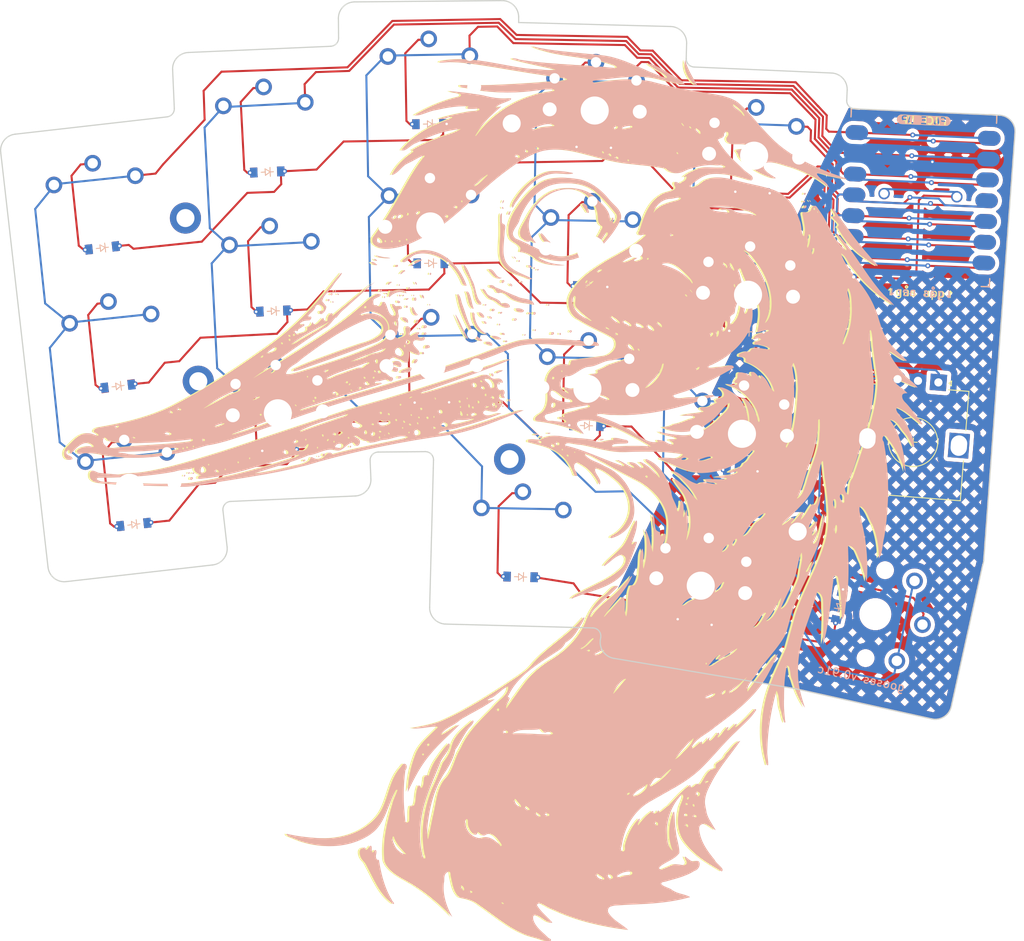
<source format=kicad_pcb>
(kicad_pcb (version 20221018) (generator pcbnew)
  (title_block (title "goose_choc") (rev "v1.0.0") (company "Unknown"))
  (layers (0 "F.Cu" signal) (31 "B.Cu" signal) (34 "B.Paste" user) (35 "F.Paste" user) (36 "B.SilkS" user "B.Silkscreen") (37 "F.SilkS" user "F.Silkscreen") (38 "B.Mask" user) (39 "F.Mask" user) (44 "Edge.Cuts" user))
  (net 0 "")
  (net 1 "C0")
  (net 2 "C0_R2")
  (net 3 "C0_R1")
  (net 4 "C0_R0")
  (net 5 "C1")
  (net 6 "C1_R2")
  (net 7 "C1_R1")
  (net 8 "C1_R0")
  (net 9 "C2")
  (net 10 "C2_R2")
  (net 11 "C2_R1")
  (net 12 "C2_R0")
  (net 13 "C3")
  (net 14 "C3_R2")
  (net 15 "C3_R1")
  (net 16 "C3_R0")
  (net 17 "C4")
  (net 18 "C4_R2")
  (net 19 "C4_R1")
  (net 20 "C4_R0")
  (net 21 "C1_R3")
  (net 22 "C2_R3")
  (net 23 "C3_R3")
  (net 24 "R2")
  (net 25 "R1")
  (net 26 "R0")
  (net 27 "R3")
  (net 28 "ENCA")
  (net 29 "ENCB")
  (net 30 "3V3")
  (net 31 "GND")
  (net 32 "5V")
  (net 33 "BAT+")
  (footprint "Goose:mounting_hole" (layer "F.Cu") (at 184.451928 117.446353 4.5)
    (fp_text reference "H1" hide)
    (fp_text value "")
  )
  (footprint "Goose:mounting_hole" (layer "F.Cu") (at 186.020288 137.374369 4.5)
    (fp_text reference "H2" hide)
    (fp_text value "")
  )
  (footprint "Goose:D_SOD-123-Front-Via" (layer "F.Cu") (at 214.23589 105.967188 -179.5)
    (fp_text reference "Di27" hide)
    (fp_text value "" hide)
  )
  (footprint "Goose:Kailh_Choch_Reversible_PG1350_1UKeycap_3D" (layer "F.Cu") (at 253.86445 109.828162 -2.5)
    (fp_text reference "S15" hide)
    (fp_text value "" hide)
  )
  (footprint "Goose:D_SOD-123-Front-Via" (layer "F.Cu") (at 233.845997 125.804436 178.5)
    (fp_text reference "Di29" hide)
    (fp_text value "" hide)
  )
  (footprint "Goose:D_SOD-123-Front-Via" (layer "F.Cu") (at 214.532599 139.965887 -179.5)
    (fp_text reference "Di25" hide)
    (fp_text value "" hide)
  )
  (footprint "Goose:pads" (layer "F.Cu") (at 266.623159 127.101125 -2.5)
    (fp_text reference "PAD1" hide)
    (fp_text value "")
  )
  (footprint "Goose:Kailh_Choch_Reversible_PG1350_1UKeycap_3D" (layer "F.Cu") (at 252.381391 143.795792 -2.5)
    (fp_text reference "S13" hide)
    (fp_text value "" hide)
  )
  (footprint "Goose:Kailh_Choch_Reversible_PG1350_1UKeycap_3D" (layer "F.Cu") (at 175.719612 133.505218 6.5)
    (fp_text reference "S2" hide)
    (fp_text value "" hide)
  )
  (footprint "Goose:mounting_hole" (layer "F.Cu") (at 224.276538 105.889461 -0.5)
    (fp_text reference "H3" hide)
    (fp_text value "")
  )
  (footprint "Goose:D_SOD-123-Front-Via" (layer "F.Cu") (at 233.400994 142.798598 178.5)
    (fp_text reference "Di28" hide)
    (fp_text value "" hide)
  )
  (footprint "Goose:Kailh_Choch_Reversible_PG1350_1UKeycap_3D" (layer "F.Cu") (at 177.644073 150.395934 6.5)
    (fp_text reference "S1" hide)
    (fp_text value "" hide)
  )
  (footprint "Goose:D_SOD-123-Front-Via" (layer "F.Cu") (at 214.384239 122.96655 -179.5)
    (fp_text reference "Di26" hide)
    (fp_text value "" hide)
  )
  (footprint "Goose:Kailh_Choch_Reversible_PG1350_1UKeycap_3D" (layer "F.Cu") (at 214.196628 101.467358 0.5)
    (fp_text reference "S9" hide)
    (fp_text value "" hide)
  )
  (footprint "Goose:D_SOD-123-Front-Via" (layer "F.Cu") (at 194.442739 111.818151 -177.5)
    (fp_text reference "Di24" hide)
    (fp_text value "" hide)
  )
  (footprint "Goose:Kailh_Choch_Reversible_PG1350_1UKeycap_3D" (layer "F.Cu") (at 194.24645 107.322443 2.5)
    (fp_text reference "S6" hide)
    (fp_text value "" hide)
  )
  (footprint "Goose:Kailh_Choch_Reversible_PG1350_1UKeycap_3D" (layer "F.Cu") (at 234.408806 104.31179 -1.5)
    (fp_text reference "S12" hide)
    (fp_text value "" hide)
  )
  (footprint "Goose:RotaryEncoder_Alps_EC12E_Vertical_H20mm_3D" (layer "F.Cu") (at 276.359424 137.517152 -94.5)
    (fp_text reference "ROT1" hide)
    (fp_text value "")
  )
  (footprint "Goose:Kailh_Choch_Reversible_PG1350_1UKeycap_3D" (layer "F.Cu") (at 214.493328 135.466066 0.5)
    (fp_text reference "S7" hide)
    (fp_text value "" hide)
  )
  (footprint "Goose:D_SOD-123-Front-Via" (layer "F.Cu") (at 174.304574 121.085569 -173.5)
    (fp_text reference "Di21" hide)
    (fp_text value "" hide)
  )
  (footprint "Goose:Kailh_Choch_Reversible_PG1350_1UKeycap_3D" (layer "F.Cu") (at 253.122919 126.811979 -2.5)
    (fp_text reference "S14" hide)
    (fp_text value "" hide)
  )
  (footprint "Goose:Kailh_Choch_Reversible_PG1350_1UKeycap_3D" (layer "F.Cu") (at 225.479671 156.771005 -1.5)
    (fp_text reference "S16" hide)
    (fp_text value "" hide)
  )
  (footprint "Goose:mounting_hole" (layer "F.Cu") (at 259.186608 155.738052 81.83333333)
    (fp_text reference "H5" hide)
    (fp_text value "")
  )
  (footprint "Goose:D_SOD-123-Front-Via" (layer "F.Cu") (at 195.184274 128.801975 -177.5)
    (fp_text reference "Di23" hide)
    (fp_text value "" hide)
  )
  (footprint "Goose:Kailh_Choch_Reversible_PG1350_1UKeycap_3D" (layer "F.Cu") (at 214.344976 118.466714 0.5)
    (fp_text reference "S8" hide)
    (fp_text value "" hide)
  )
  (footprint "Goose:D_SOD-123-Front-Via" (layer "F.Cu") (at 176.229029 137.976292 -172.5)
    (fp_text reference "Di20" hide)
    (fp_text value "" hide)
  )
  (footprint "Goose:Kailh_Choch_Reversible_PG1350_1UKeycap_3D" (layer "F.Cu") (at 194.987988 124.306259 2.5)
    (fp_text reference "S5" hide)
    (fp_text value "" hide)
  )
  (footprint "Goose:D_SOD-123-Front-Via" (layer "F.Cu") (at 264.264683 164.84643 77.5)
    (fp_text reference "Di36" hide)
    (fp_text value "" hide)
  )
  (footprint "Goose:Kailh_Choch_Reversible_PG1350_1UKeycap_3D" (layer "F.Cu") (at 173.795161 116.614495 6.5)
    (fp_text reference "S3" hide)
    (fp_text value "" hide)
  )
  (footprint "Goose:D_SOD-123-Front-Via" (layer "F.Cu") (at 246.610583 166.782159 170.5)
    (fp_text reference "Di35" hide)
    (fp_text value "" hide)
  )
  (footprint "Goose:D_SOD-123-Front-Via" (layer "F.Cu") (at 252.926641 131.307686 177.5)
    (fp_text reference "Di32" hide)
    (fp_text value "" hide)
  )
  (footprint "Goose:D_SOD-123-Front-Via" (layer "F.Cu") (at 253.66817 114.323876 177.5)
    (fp_text reference "Di33" hide)
    (fp_text value "" hide)
  )
  (footprint "Goose:Kailh_Choch_Reversible_PG1350_1UKeycap_3D" (layer "F.Cu") (at 233.963789 121.30597 -1.5)
    (fp_text reference "S11" hide)
    (fp_text value "" hide)
  )
  (footprint "Goose:Kailh_Choch_Reversible_PG1350_1UKeycap_3D" (layer "F.Cu") (at 268.658029 165.82041 -102.5)
    (fp_text reference "S18" hide)
    (fp_text value "" hide)
  )
  (footprint "Goose:D_SOD-123-Front-Via" (layer "F.Cu") (at 225.361869 161.269467 178.5)
    (fp_text reference "Di34" hide)
    (fp_text value "" hide)
  )
  (footprint "Goose:Kailh_Choch_Reversible_PG1350_1UKeycap_3D" (layer "F.Cu") (at 195.729506 141.290068 2.5)
    (fp_text reference "S4" hide)
    (fp_text value "" hide)
  )
  (footprint "Goose:D_SOD-123-Front-Via" (layer "F.Cu") (at 178.153471 154.867007 -173.5)
    (fp_text reference "Di19" hide)
    (fp_text value "" hide)
  )
  (footprint "Goose:D_SOD-123-Front-Via" (layer "F.Cu") (at 195.925793 145.785789 -177.5)
    (fp_text reference "Di22" hide)
    (fp_text value "" hide)
  )
  (footprint "Goose:Kailh_Choch_Reversible_PG1350_1UKeycap_3D" (layer "F.Cu") (at 247.353298 162.343877 -9.5)
    (fp_text reference "S17" hide)
    (fp_text value "" hide)
  )
  (footprint "Goose:Kailh_Choch_Reversible_PG1350_1UKeycap_3D" (layer "F.Cu") (at 233.518781 138.300146 -1.5)
    (fp_text reference "S10" hide)
    (fp_text value "" hide)
  )
  (footprint "Goose:D_SOD-123-Front-Via" (layer "F.Cu") (at 234.291004 108.810254 178.5)
    (fp_text reference "Di30" hide)
    (fp_text value "" hide)
  )
  (footprint "Goose:D_SOD-123-Front-Via" (layer "F.Cu") (at 252.185097 148.291512 177.5)
    (fp_text reference "Di31" hide)
    (fp_text value "" hide)
  )
  (footprint "Goose:xiao-reversible-smd" (layer "F.Cu") (at 274.15956 114.968307 -2.5)
    (fp_text reference "MCU1" hide)
    (fp_text value "" hide)
  )
  (footprint "Goose:mounting_hole" (layer "F.Cu") (at 224.018782 146.883593 -0.5)
    (fp_text reference "H4" hide)
    (fp_text value "")
  )
  (footprint "Goose:D_SOD-123-Back-NoVia" (layer "B.Cu") (at 252.185097 148.291512 177.5)
    (fp_text reference "Di13" hide)
    (fp_text value "" hide)
  )
  (footprint "Goose:D_SOD-123-Back-NoVia" (layer "B.Cu") (at 214.532599 139.965887 -179.5)
    (fp_text reference "Di7" hide)
    (fp_text value "" hide)
  )
  (footprint "Goose:D_SOD-123-Back-NoVia" (layer "B.Cu") (at 176.229029 137.976292 -173.5)
    (fp_text reference "Di2" hide)
    (fp_text value "" hide)
  )
  (footprint "Goose:D_SOD-123-Back-NoVia" (layer "B.Cu") (at 234.291004 108.810254 178.5)
    (fp_text reference "Di12" hide)
    (fp_text value "" hide)
  )
  (footprint "Goose:D_SOD-123-Back-NoVia" (layer "B.Cu") (at 233.845997 125.804436 178.5)
    (fp_text reference "Di11" hide)
    (fp_text value "" hide)
  )
  (footprint "Goose:D_SOD-123-Back-NoVia" (layer "B.Cu") (at 246.610583 166.782159 170.5)
    (fp_text reference "Di17" hide)
    (fp_text value "" hide)
  )
  (footprint "Goose:D_SOD-123-Back-NoVia" (layer "B.Cu") (at 194.442739 111.818151 -177.5)
    (fp_text reference "Di6" hide)
    (fp_text value "" hide)
  )
  (footprint "Goose:D_SOD-123-Back-NoVia" (layer "B.Cu") (at 195.925793 145.785789 -177.5)
    (fp_text reference "Di4" hide)
    (fp_text value "" hide)
  )
  (footprint "Goose:D_SOD-123-Back-NoVia" (layer "B.Cu") (at 225.361869 161.269467 178.5)
    (fp_text reference "Di16" hide)
    (fp_text value "" hide)
  )
  (footprint "Goose:D_SOD-123-Back-NoVia" (layer "B.Cu") (at 178.153471 154.867007 -173.5)
    (fp_text reference "Di1" hide)
    (fp_text value "" hide)
  )
  (footprint "Goose:D_SOD-123-Back-NoVia" (layer "B.Cu") (at 264.264683 164.84643 77.5)
    (fp_text reference "Di18" hide)
    (fp_text value "" hide)
  )
  (footprint "Goose:D_SOD-123-Back-NoVia" (layer "B.Cu") (at 233.400994 142.798598 178.5)
    (fp_text reference "Di10" hide)
    (fp_text value "" hide)
  )
  (footprint "Goose:D_SOD-123-Back-NoVia" (layer "B.Cu") (at 214.384239 122.96655 -179.5)
    (fp_text reference "Di8" hide)
    (fp_text value "" hide)
  )
  (footprint "Goose:D_SOD-123-Back-NoVia" (layer "B.Cu") (at 252.926641 131.307686 177.5)
    (fp_text reference "Di14" hide)
    (fp_text value "" hide)
  )
  (footprint "Goose:D_SOD-123-Back-NoVia" (layer "B.Cu") (at 195.184274 128.801975 -177.5)
    (fp_text reference "Di5" hide)
    (fp_text value "" hide)
  )
  (footprint "Goose:D_SOD-123-Back-NoVia" (layer "B.Cu") (at 253.66817 114.323876 177.5)
    (fp_text reference "Di15" hide)
    (fp_text value "" hide)
  )
  (footprint "Goose:D_SOD-123-Back-NoVia" (layer "B.Cu") (at 174.304574 121.085569 -173.5)
    (fp_text reference "Di3" hide)
    (fp_text value "" hide)
  )
  (footprint "Goose:D_SOD-123-Back-NoVia" (layer "B.Cu") (at 214.23589 105.967188 -179.5)
    (fp_text reference "Di9" hide)
    (fp_text value "" hide)
  )
  (gr_poly (pts (xy 231.510633 131.147623) (xy 231.525985 131.15181) (xy 231.540959 131.158332) (xy 231.555405 131.1673) (xy 231.56917 131.178829) (xy 231.5821 131.193032) (xy 231.594043 131.210021) (xy 231.604848 131.22991) (xy 231.614361 131.252812) (xy 231.622433 131.278841) (xy 231.614701 131.293054) (xy 231.605976 131.307962) (xy 231.596312 131.32329) (xy 231.585745 131.338761) (xy 231.574316 131.354099) (xy 231.562071 131.369028) (xy 231.549053 131.383275) (xy 231.535304 131.396562) (xy 231.528169 131.402762) (xy 231.520867 131.408617) (xy 231.513402 131.414095) (xy 231.505786 131.41916) (xy 231.498015 131.423778) (xy 231.490099 131.427917) (xy 231.482044 131.431539) (xy 231.473856 131.434614) (xy 231.465538 131.437102) (xy 231.457096 131.438972) (xy 231.448537 131.440189) (xy 231.439862 131.44072) (xy 231.43108 131.440527) (xy 231.422196 131.439579) (xy 231.413217 131.437839) (xy 231.404146 131.435276) (xy 231.386094 131.417007) (xy 231.371171 131.398473) (xy 231.359224 131.379783) (xy 231.350103 131.361049) (xy 231.343652 131.342388) (xy 231.339722 131.323911) (xy 231.338156 131.305731) (xy 231.338806 131.287961) (xy 231.341517 131.270716) (xy 231.346139 131.254107) (xy 231.352518 131.238248) (xy 231.3605 131.223251) (xy 231.369935 131.209233) (xy 231.38067 131.196302) (xy 231.392552 131.184575) (xy 231.405431 131.174163) (xy 231.419151 131.16518) (xy 231.433561 131.157738) (xy 231.44851 131.151952) (xy 231.463845 131.147934) (xy 231.479411 131.145799) (xy 231.495059 131.145658)) (fill solid) (layer "B.SilkS"))
  (gr_poly (pts (xy 230.185827 131.46405) (xy 230.199583 131.468398) (xy 230.214393 131.476738) (xy 230.230238 131.489397) (xy 230.247106 131.506692) (xy 230.264979 131.528945) (xy 230.283842 131.556476) (xy 230.281801 131.575244) (xy 230.279303 131.593989) (xy 230.276265 131.612668) (xy 230.272614 131.631229) (xy 230.268273 131.64963) (xy 230.265818 131.658754) (xy 230.263165 131.667821) (xy 230.2603 131.676823) (xy 230.257216 131.685756) (xy 230.253902 131.694613) (xy 230.250349 131.703389) (xy 230.231096 131.716363) (xy 230.213314 131.725) (xy 230.196985 131.729617) (xy 230.182093 131.730536) (xy 230.168625 131.72808) (xy 230.156561 131.722565) (xy 230.145888 131.714315) (xy 230.136587 131.703649) (xy 230.128645 131.690889) (xy 230.122045 131.676354) (xy 230.11677 131.660364) (xy 230.112805 131.643244) (xy 230.110133 131.625307) (xy 230.10874 131.606879) (xy 230.109719 131.569831) (xy 230.112062 131.55185) (xy 230.115618 131.534659) (xy 230.120371 131.518582) (xy 230.126306 131.503932) (xy 230.133407 131.491036) (xy 230.141656 131.48021) (xy 230.151039 131.47178) (xy 230.161539 131.466062) (xy 230.173141 131.463378)) (fill solid) (layer "B.SilkS"))
  (gr_poly (pts (xy 214.376015 124.116282) (xy 214.387934 124.12025) (xy 214.400015 124.128032) (xy 214.412174 124.139918) (xy 214.424322 124.156202) (xy 214.436374 124.177174) (xy 214.448242 124.203127) (xy 214.459841 124.234353) (xy 214.457543 124.245747) (xy 214.454907 124.257086) (xy 214.451939 124.26836) (xy 214.448636 124.279553) (xy 214.445003 124.290652) (xy 214.441037 124.301643) (xy 214.436744 124.312514) (xy 214.432122 124.323249) (xy 214.427174 124.333836) (xy 214.421904 124.344259) (xy 214.416309 124.354506) (xy 214.41039 124.364565) (xy 214.404155 124.37442) (xy 214.397599 124.384056) (xy 214.390725 124.393461) (xy 214.383536 124.402623) (xy 214.363317 124.406121) (xy 214.345421 124.406139) (xy 214.329759 124.402962) (xy 214.316249 124.396885) (xy 214.3048 124.388201) (xy 214.295326 124.3772) (xy 214.287745 124.364176) (xy 214.281967 124.349417) (xy 214.277906 124.333218) (xy 214.275476 124.31587) (xy 214.274591 124.297666) (xy 214.275164 124.278896) (xy 214.277109 124.259854) (xy 214.280339 124.24083) (xy 214.284767 124.222117) (xy 214.290311 124.204005) (xy 214.29688 124.186789) (xy 214.304388 124.170759) (xy 214.312751 124.156206) (xy 214.321879 124.143425) (xy 214.331692 124.132704) (xy 214.342095 124.124338) (xy 214.353008 124.118618) (xy 214.364344 124.115837)) (fill solid) (layer "B.SilkS"))
  (gr_poly (pts (xy 220.924225 130.048935) (xy 220.939609 130.050752) (xy 220.955705 130.053695) (xy 220.989383 130.062753) (xy 221.023934 130.075695) (xy 221.058038 130.09211) (xy 221.090375 130.111577) (xy 221.105467 130.122329) (xy 221.119621 130.133687) (xy 221.132674 130.145604) (xy 221.144462 130.158026) (xy 221.154814 130.170901) (xy 221.16357 130.184178) (xy 221.173168 130.211537) (xy 221.180521 130.236503) (xy 221.185741 130.259141) (xy 221.188939 130.279525) (xy 221.190226 130.297722) (xy 221.189715 130.313801) (xy 221.187516 130.327832) (xy 221.183741 130.339883) (xy 221.178502 130.350025) (xy 221.171908 130.358326) (xy 221.164073 130.364855) (xy 221.155106 130.369682) (xy 221.145122 130.372876) (xy 221.134228 130.374505) (xy 221.122539 130.374641) (xy 221.110163 130.373351) (xy 221.097215 130.370702) (xy 221.083804 130.366768) (xy 221.070042 130.361616) (xy 221.056041 130.355315) (xy 221.041911 130.347934) (xy 221.027765 130.339543) (xy 221.013711 130.330211) (xy 220.999864 130.320006) (xy 220.986335 130.309) (xy 220.973234 130.297258) (xy 220.960672 130.284854) (xy 220.948764 130.271852) (xy 220.937617 130.258327) (xy 220.927343 130.244344) (xy 220.918056 130.229972) (xy 220.909864 130.215283) (xy 220.891377 130.19204) (xy 220.876243 130.170751) (xy 220.864301 130.151365) (xy 220.855383 130.133827) (xy 220.849324 130.11809) (xy 220.84596 130.104102) (xy 220.845128 130.091809) (xy 220.846658 130.081161) (xy 220.85039 130.072103) (xy 220.856155 130.064585) (xy 220.86379 130.058557) (xy 220.873128 130.053965) (xy 220.884006 130.05076) (xy 220.896258 130.048887) (xy 220.90972 130.048297)) (fill solid) (layer "B.SilkS"))
  (gr_poly (pts (xy 225.436588 125.135657) (xy 225.448139 125.137303) (xy 225.460107 125.139773) (xy 225.472384 125.143066) (xy 225.484859 125.147182) (xy 225.497423 125.152119) (xy 225.509971 125.157873) (xy 225.522392 125.164444) (xy 225.534575 125.171832) (xy 225.546415 125.180036) (xy 225.5578 125.189051) (xy 225.568623 125.198878) (xy 225.578774 125.209516) (xy 225.588146 125.220962) (xy 225.594753 125.235823) (xy 225.600046 125.249517) (xy 225.60408 125.262073) (xy 225.606913 125.27352) (xy 225.608607 125.283887) (xy 225.609223 125.293206) (xy 225.608817 125.301504) (xy 225.60745 125.30881) (xy 225.605181 125.315155) (xy 225.602074 125.320567) (xy 225.598181 125.325075) (xy 225.593565 125.328709) (xy 225.588289 125.331499) (xy 225.582407 125.333473) (xy 225.575982 125.33466) (xy 225.569071 125.335093) (xy 225.561735 125.334796) (xy 225.554032 125.333801) (xy 225.546027 125.332136) (xy 225.537771 125.329833) (xy 225.52933 125.32692) (xy 225.520762 125.323424) (xy 225.512126 125.319379) (xy 225.50348 125.314809) (xy 225.4864 125.304222) (xy 225.478086 125.29826) (xy 225.470002 125.291895) (xy 225.462206 125.285153) (xy 225.454758 125.278065) (xy 225.447719 125.270661) (xy 225.441149 125.262966) (xy 225.424092 125.248673) (xy 225.409521 125.235231) (xy 225.397325 125.222639) (xy 225.387399 125.210896) (xy 225.379632 125.200003) (xy 225.373912 125.189952) (xy 225.370136 125.180747) (xy 225.36819 125.172387) (xy 225.367969 125.164867) (xy 225.369362 125.158189) (xy 225.37226 125.152348) (xy 225.376554 125.147346) (xy 225.382138 125.143179) (xy 225.388901 125.139848) (xy 225.396734 125.137349) (xy 225.405527 125.135681) (xy 225.415173 125.134845) (xy 225.425564 125.134837)) (fill solid) (layer "B.SilkS"))
  (gr_poly (pts (xy 207.067065 194.10273) (xy 207.085627 194.10826) (xy 207.102258 194.116193) (xy 207.117056 194.126398) (xy 207.130133 194.138741) (xy 207.14159 194.153083) (xy 207.151533 194.169296) (xy 207.160071 194.187241) (xy 207.167305 194.206783) (xy 207.17334 194.22779) (xy 207.182239 194.27365) (xy 207.187609 194.323749) (xy 207.190293 194.377008) (xy 207.190998 194.60009) (xy 207.192872 194.652984) (xy 207.197109 194.702575) (xy 207.204553 194.747781) (xy 207.209738 194.768403) (xy 207.216043 194.787526) (xy 207.222061 194.816484) (xy 207.22886 194.841739) (xy 207.236384 194.863449) (xy 207.244589 194.881769) (xy 207.253422 194.896854) (xy 207.262839 194.908862) (xy 207.272788 194.917947) (xy 207.283222 194.924265) (xy 207.294092 194.92797) (xy 207.305348 194.92922) (xy 207.316945 194.928171) (xy 207.328832 194.924977) (xy 207.340959 194.919791) (xy 207.353281 194.912776) (xy 207.365745 194.904081) (xy 207.378306 194.893865) (xy 207.403522 194.869489) (xy 207.428538 194.840892) (xy 207.452962 194.80932) (xy 207.476411 194.776021) (xy 207.498492 194.742236) (xy 207.518819 194.709211) (xy 207.552649 194.650427) (xy 207.578244 194.639342) (xy 207.60188 194.631811) (xy 207.623624 194.627656) (xy 207.64354 194.6267) (xy 207.661694 194.628764) (xy 207.678152 194.633668) (xy 207.692978 194.641235) (xy 207.706242 194.651286) (xy 207.718004 194.663642) (xy 207.728331 194.678128) (xy 207.737288 194.694562) (xy 207.744943 194.712768) (xy 207.751358 194.732565) (xy 207.756602 194.753777) (xy 207.76383 194.799731) (xy 207.767155 194.849203) (xy 207.767096 194.900765) (xy 207.764177 194.95299) (xy 207.758924 195.004453) (xy 207.751859 195.053725) (xy 207.743507 195.099381) (xy 207.734389 195.139993) (xy 207.725031 195.174136) (xy 207.71563 195.22314) (xy 207.708486 195.276504) (xy 207.703982 195.333057) (xy 207.702508 195.391615) (xy 207.704454 195.451009) (xy 207.706828 195.48065) (xy 207.710205 195.510056) (xy 207.714627 195.539085) (xy 207.720149 195.567587) (xy 207.726816 195.595414) (xy 207.734676 195.622421) (xy 207.743779 195.648461) (xy 207.754172 195.673383) (xy 207.765906 195.697044) (xy 207.779026 195.719297) (xy 207.793585 195.739994) (xy 207.809627 195.758987) (xy 207.827202 195.776131) (xy 207.84636 195.791277) (xy 207.867148 195.804279) (xy 207.889614 195.81499) (xy 207.913808 195.823263) (xy 207.939778 195.828951) (xy 207.967573 195.831905) (xy 207.99724 195.831981) (xy 208.028829 195.829031) (xy 208.062388 195.822908) (xy 208.172485 196.459813) (xy 208.299284 197.095619) (xy 208.447009 197.727362) (xy 208.530038 198.040786) (xy 208.61988 198.352084) (xy 208.717067 198.660887) (xy 208.822121 198.966823) (xy 208.935577 199.269524) (xy 209.057959 199.56862) (xy 209.189794 199.863739) (xy 209.331611 200.154512) (xy 209.483938 200.440568) (xy 209.647302 200.721542) (xy 209.647308 200.721533) (xy 209.652396 200.73777) (xy 209.658611 200.75375) (xy 209.665861 200.769497) (xy 209.674053 200.785031) (xy 209.683089 200.800374) (xy 209.69288 200.815548) (xy 209.714347 200.845472) (xy 209.737704 200.874976) (xy 209.7622 200.904231) (xy 209.811621 200.962681) (xy 209.835048 200.992218) (xy 209.856617 201.022193) (xy 209.866474 201.037398) (xy 209.875584 201.052777) (xy 209.883856 201.06835) (xy 209.891196 201.084141) (xy 209.897512 201.100169) (xy 209.902708 201.116457) (xy 209.906691 201.133026) (xy 209.909367 201.149897) (xy 209.910644 201.167092) (xy 209.910427 201.184632) (xy 209.908621 201.202539) (xy 209.905137 201.220834) (xy 209.879193 201.216515) (xy 209.853429 201.210623) (xy 209.827838 201.203238) (xy 209.80242 201.194435) (xy 209.777169 201.184288) (xy 209.752082 201.172875) (xy 209.727157 201.16027) (xy 209.702391 201.146548) (xy 209.653321 201.116065) (xy 209.604842 201.082029) (xy 209.556934 201.045044) (xy 209.509564 201.00572) (xy 209.46271 200.964659) (xy 209.416342 200.92247) (xy 209.324968 200.837128) (xy 209.235229 200.754543) (xy 209.190906 200.715799) (xy 209.146913 200.679563) (xy 208.951428 200.481417) (xy 208.76609 200.275677) (xy 208.590112 200.062982) (xy 208.422705 199.843973) (xy 208.263081 199.619291) (xy 208.110455 199.389577) (xy 207.964037 199.155471) (xy 207.823038 198.917613) (xy 207.554154 198.433205) (xy 207.297499 197.941477) (xy 206.795666 196.956566) (xy 206.764799 196.903004) (xy 206.734908 196.848834) (xy 206.677265 196.739169) (xy 206.564947 196.518029) (xy 206.50709 196.408548) (xy 206.477038 196.354517) (xy 206.445975 196.301121) (xy 206.413703 196.248491) (xy 206.380017 196.196747) (xy 206.344723 196.146017) (xy 206.30762 196.096421) (xy 206.247388 196.042337) (xy 206.189598 195.985427) (xy 206.134432 195.925832) (xy 206.082072 195.863695) (xy 206.032699 195.799156) (xy 205.986496 195.732357) (xy 205.943644 195.66344) (xy 205.904325 195.592546) (xy 205.868724 195.519818) (xy 205.837021 195.445396) (xy 205.809397 195.369421) (xy 205.786034 195.292038) (xy 205.767115 195.213385) (xy 205.752822 195.133605) (xy 205.743337 195.05284) (xy 205.738843 194.971229) (xy 205.735257 194.943459) (xy 205.733087 194.915593) (xy 205.732309 194.887694) (xy 205.732902 194.859826) (xy 205.73484 194.83205) (xy 205.738103 194.804434) (xy 205.742664 194.777039) (xy 205.748502 194.749928) (xy 205.755593 194.723166) (xy 205.763916 194.696816) (xy 205.773443 194.67094) (xy 205.784155 194.645603) (xy 205.796028 194.620867) (xy 205.809036 194.596798) (xy 205.823158 194.573456) (xy 205.83837 194.550907) (xy 205.854648 194.529213) (xy 205.871973 194.508437) (xy 205.890318 194.488647) (xy 205.909659 194.469901) (xy 205.929974 194.452265) (xy 205.95124 194.435801) (xy 205.973433 194.420574) (xy 205.996531 194.406646) (xy 206.020509 194.394081) (xy 206.045345 194.382943) (xy 206.071016 194.373297) (xy 206.097497 194.365202) (xy 206.124766 194.358725) (xy 206.152799 194.353928) (xy 206.181574 194.350875) (xy 206.211066 194.349629) (xy 206.23035 194.343606) (xy 206.24868 194.338842) (xy 206.266075 194.335302) (xy 206.282556 194.33295) (xy 206.298143 194.331749) (xy 206.312856 194.331666) (xy 206.326717 194.332662) (xy 206.339743 194.334704) (xy 206.351956 194.337753) (xy 206.363377 194.341775) (xy 206.374026 194.346734) (xy 206.383922 194.352593) (xy 206.393086 194.359318) (xy 206.401537 194.36687) (xy 206.4093 194.375218) (xy 206.416388 194.384321) (xy 206.422827 194.394146) (xy 206.428635 194.404656) (xy 206.433831 194.415816) (xy 206.438437 194.42759) (xy 206.442474 194.439941) (xy 206.445959 194.452833) (xy 206.451363 194.4801) (xy 206.45481 194.509103) (xy 206.45646 194.539557) (xy 206.45648 194.57117) (xy 206.455025 194.60366) (xy 206.477899 194.607462) (xy 206.500177 194.608578) (xy 206.521891 194.607154) (xy 206.54307 194.603331) (xy 206.563748 194.597251) (xy 206.583955 194.589057) (xy 206.603721 194.57889) (xy 206.623081 194.566892) (xy 206.642066 194.553206) (xy 206.660701 194.537975) (xy 206.697062 194.503446) (xy 206.732417 194.464442) (xy 206.767011 194.422097) (xy 206.902807 194.242103) (xy 206.937359 194.200141) (xy 206.972652 194.161668) (xy 207.008937 194.127823) (xy 207.027529 194.112991) (xy 207.046463 194.099744)) (fill solid) (layer "B.SilkS"))
  (gr_poly (pts (xy 264.590986 117.757161) (xy 265.663216 119.234048) (xy 266.210973 119.963534) (xy 266.771144 120.683254) (xy 267.347214 121.390369) (xy 267.94267 122.082037) (xy 267.942667 122.082038) (xy 267.942665 122.082038) (xy 267.942664 122.082039) (xy 267.942663 122.082038) (xy 267.942659 122.082039) (xy 267.942658 122.08204) (xy 267.942657 122.08204) (xy 267.942655 122.082041) (xy 267.942652 122.082041) (xy 268.017389 122.172038) (xy 268.093967 122.260408) (xy 268.172004 122.347489) (xy 268.251116 122.433618) (xy 268.570621 122.775357) (xy 268.579497 122.791018) (xy 268.590071 122.806915) (xy 268.602173 122.823031) (xy 268.615648 122.839352) (xy 268.646069 122.872541) (xy 268.680057 122.906355) (xy 268.753598 122.975351) (xy 268.790588 123.01028) (xy 268.826019 123.045327) (xy 268.858607 123.080366) (xy 268.873433 123.097843) (xy 268.887069 123.115271) (xy 268.899353 123.132633) (xy 268.910126 123.149914) (xy 268.919227 123.167095) (xy 268.926496 123.184166) (xy 268.931772 123.201107) (xy 268.934898 123.217903) (xy 268.935709 123.23454) (xy 268.934048 123.251001) (xy 268.929755 123.267268) (xy 268.922669 123.283327) (xy 268.912629 123.299163) (xy 268.899475 123.314759) (xy 268.835152 123.288882) (xy 268.771707 123.261215) (xy 268.709104 123.23186) (xy 268.647315 123.200915) (xy 268.5863 123.16848) (xy 268.52603 123.134657) (xy 268.466472 123.099544) (xy 268.407591 123.063244) (xy 268.291728 122.987477) (xy 268.178179 122.908159) (xy 268.066675 122.826089) (xy 267.956951 122.742069) (xy 267.657392 122.554564) (xy 267.36509 122.356511) (xy 267.080201 122.148282) (xy 266.802877 121.930247) (xy 266.533277 121.702784) (xy 266.271554 121.466263) (xy 266.017862 121.221056) (xy 265.772358 120.967538) (xy 265.5352 120.706076) (xy 265.306538 120.437048) (xy 265.08653 120.160826) (xy 264.875331 119.87778) (xy 264.673095 119.588286) (xy 264.479978 119.292712) (xy 264.296136 118.991436) (xy 264.121725 118.684828) (xy 264.101163 118.669764) (xy 264.083742 118.655115) (xy 264.069304 118.640851) (xy 264.057681 118.626946) (xy 264.048713 118.613369) (xy 264.042239 118.600091) (xy 264.038092 118.587086) (xy 264.036113 118.574323) (xy 264.036138 118.561776) (xy 264.038005 118.549411) (xy 264.041553 118.537206) (xy 264.046618 118.525128) (xy 264.053035 118.51315) (xy 264.060646 118.501245) (xy 264.069286 118.489383) (xy 264.078792 118.477534) (xy 264.099756 118.453765) (xy 264.122237 118.429709) (xy 264.144938 118.405139) (xy 264.166553 118.379827) (xy 264.176549 118.36682) (xy 264.185785 118.353541) (xy 264.194104 118.339963) (xy 264.201335 118.326057) (xy 264.207322 118.311793) (xy 264.211902 118.297142) (xy 264.214911 118.282077) (xy 264.216184 118.26657) (xy 264.20012 118.2325) (xy 264.182698 118.199469) (xy 264.164002 118.167412) (xy 264.144115 118.136263) (xy 264.123125 118.105957) (xy 264.101111 118.076427) (xy 264.054359 118.019441) (xy 264.004534 117.964778) (xy 263.952307 117.911915) (xy 263.898354 117.86033) (xy 263.843349 117.809497) (xy 263.732874 117.707997) (xy 263.678755 117.656283) (xy 263.626277 117.603227) (xy 263.576115 117.548305) (xy 263.528944 117.490995) (xy 263.50669 117.461282) (xy 263.485436 117.430775) (xy 263.465269 117.399408) (xy 263.446267 117.367117) (xy 263.427125 117.341731) (xy 263.412032 117.319727) (xy 263.400774 117.300889) (xy 263.393127 117.284997) (xy 263.388874 117.271828) (xy 263.387795 117.261166) (xy 263.389671 117.252785) (xy 263.394283 117.24647) (xy 263.40141 117.241997) (xy 263.410834 117.239151) (xy 263.422334 117.237704) (xy 263.435696 117.237444) (xy 263.467113 117.239592) (xy 263.503333 117.243831) (xy 263.542597 117.2484) (xy 263.583154 117.251539) (xy 263.62325 117.251484) (xy 263.642577 117.24971) (xy 263.66113 117.246476) (xy 263.678691 117.241565) (xy 263.695038 117.234753) (xy 263.709956 117.225823) (xy 263.723223 117.214555) (xy 263.734618 117.200726) (xy 263.743925 117.184118) (xy 263.750925 117.16451) (xy 263.755394 117.141682) (xy 263.752408 117.113809) (xy 263.746907 117.085981) (xy 263.739116 117.058199) (xy 263.729259 117.030466) (xy 263.717561 117.00278) (xy 263.704247 116.975142) (xy 263.673669 116.92001) (xy 263.531619 116.701528) (xy 263.500158 116.647442) (xy 263.486271 116.620481) (xy 263.473912 116.593576) (xy 263.463304 116.566731) (xy 263.454676 116.53994) (xy 263.448249 116.513208) (xy 263.444248 116.486535) (xy 263.442897 116.459921) (xy 263.444425 116.433367) (xy 263.44905 116.406874) (xy 263.457002 116.380442) (xy 263.468504 116.354069) (xy 263.483778 116.327762) (xy 263.503054 116.301514) (xy 263.526552 116.275332)) (fill solid) (layer "B.SilkS"))
  (gr_poly (pts (xy 222.785634 137.592638) (xy 222.799285 137.597771) (xy 222.81251 137.605722) (xy 222.82517 137.6167) (xy 222.837117 137.630911) (xy 222.84821 137.64857) (xy 222.858309 137.669883) (xy 222.845869 137.682519) (xy 222.833238 137.695025) (xy 222.820342 137.707277) (xy 222.807108 137.719148) (xy 222.800339 137.724899) (xy 222.79346 137.730507) (xy 222.786457 137.735957) (xy 222.779322 137.741231) (xy 222.772048 137.746314) (xy 222.764624 137.75119) (xy 222.75704 137.755844) (xy 222.749285 137.760258) (xy 222.723871 137.765819) (xy 222.701744 137.768743) (xy 222.682762 137.769237) (xy 222.66678 137.767509) (xy 222.653657 137.763771) (xy 222.643252 137.758234) (xy 222.635419 137.751108) (xy 222.630015 137.742601) (xy 222.626902 137.732922) (xy 222.625933 137.722285) (xy 222.626964 137.710896) (xy 222.629857 137.698966) (xy 222.634466 137.686704) (xy 222.640649 137.67432) (xy 222.648263 137.662026) (xy 222.657165 137.65003) (xy 222.667212 137.638541) (xy 222.678263 137.627771) (xy 222.690173 137.61793) (xy 222.702801 137.609224) (xy 222.716005 137.601867) (xy 222.729638 137.596067) (xy 222.743561 137.592036) (xy 222.757629 137.58998) (xy 222.771701 137.59011)) (fill solid) (layer "B.SilkS"))
  (gr_poly (pts (xy 224.546085 122.143132) (xy 224.554215 122.144475) (xy 224.56323 122.146801) (xy 224.583455 122.154187) (xy 224.605836 122.164856) (xy 224.629449 122.178373) (xy 224.653373 122.194306) (xy 224.676693 122.212225) (xy 224.69848 122.231691) (xy 224.708512 122.241871) (xy 224.717817 122.252274) (xy 224.726278 122.262849) (xy 224.733779 122.273541) (xy 224.751266 122.304908) (xy 224.764666 122.327658) (xy 224.775725 122.347846) (xy 224.784557 122.365573) (xy 224.791281 122.380938) (xy 224.79601 122.39404) (xy 224.798858 122.40498) (xy 224.79994 122.413859) (xy 224.799375 122.420774) (xy 224.797273 122.42583) (xy 224.793751 122.429121) (xy 224.788923 122.43075) (xy 224.782907 122.430819) (xy 224.775813 122.429421) (xy 224.767759 122.426662) (xy 224.758859 122.422641) (xy 224.749228 122.417457) (xy 224.728237 122.403999) (xy 224.705703 122.38709) (xy 224.682544 122.367528) (xy 224.659681 122.346112) (xy 224.638033 122.323638) (xy 224.618519 122.300913) (xy 224.602062 122.278733) (xy 224.595265 122.268094) (xy 224.589575 122.257893) (xy 224.573236 122.239785) (xy 224.559393 122.223418) (xy 224.547931 122.208737) (xy 224.538736 122.195692) (xy 224.531691 122.184225) (xy 224.526682 122.174281) (xy 224.523594 122.165809) (xy 224.522312 122.158754) (xy 224.52272 122.15306) (xy 224.524702 122.148675) (xy 224.528146 122.145543) (xy 224.532934 122.143612) (xy 224.538951 122.142827)) (fill solid) (layer "B.SilkS"))
  (gr_poly (pts (xy 227.093707 128.91601) (xy 227.113463 128.922826) (xy 227.133133 128.933403) (xy 227.152559 128.947982) (xy 227.171571 128.966797) (xy 227.190007 128.990086) (xy 227.207704 129.018086) (xy 227.224497 129.051033) (xy 227.219019 129.067897) (xy 227.212989 129.084946) (xy 227.206378 129.102065) (xy 227.199151 129.119133) (xy 227.191274 129.136028) (xy 227.18272 129.152634) (xy 227.17345 129.168831) (xy 227.163437 129.184499) (xy 227.152648 129.19952) (xy 227.14695 129.20675) (xy 227.141046 129.213772) (xy 227.134931 129.220575) (xy 227.128603 129.227137) (xy 227.122054 129.233452) (xy 227.115283 129.239498) (xy 227.108287 129.245263) (xy 227.101059 129.250733) (xy 227.093596 129.255891) (xy 227.085893 129.260723) (xy 227.077949 129.265215) (xy 227.069755 129.269351) (xy 227.06131 129.273115) (xy 227.052613 129.276493) (xy 227.021128 129.266142) (xy 226.993663 129.253639) (xy 226.970052 129.239216) (xy 226.950131 129.223115) (xy 226.933737 129.205569) (xy 226.920706 129.186818) (xy 226.910872 129.167095) (xy 226.904073 129.146639) (xy 226.900144 129.125687) (xy 226.898919 129.104473) (xy 226.90024 129.083237) (xy 226.903935 129.062213) (xy 226.909845 129.04164) (xy 226.917804 129.021753) (xy 226.927651 129.002791) (xy 226.939217 128.984986) (xy 226.952342 128.96858) (xy 226.966858 128.953806) (xy 226.982603 128.940904) (xy 226.999415 128.930106) (xy 227.017128 128.921652) (xy 227.035578 128.91578) (xy 227.0546 128.912725) (xy 227.07403 128.912722)) (fill solid) (layer "B.SilkS"))
  (gr_poly (pts (xy 225.208658 122.581081) (xy 225.21978 122.585791) (xy 225.23069 122.593525) (xy 225.241273 122.604499) (xy 225.251414 122.618932) (xy 225.260996 122.637044) (xy 225.269907 122.659052) (xy 225.27803 122.685173) (xy 225.273613 122.693163) (xy 225.269366 122.701303) (xy 225.261169 122.717869) (xy 225.253008 122.734526) (xy 225.248805 122.742783) (xy 225.244447 122.750932) (xy 225.239884 122.758933) (xy 225.235056 122.766742) (xy 225.229915 122.774319) (xy 225.224402 122.781618) (xy 225.218465 122.788596) (xy 225.212051 122.79521) (xy 225.208646 122.798368) (xy 225.205104 122.80142) (xy 225.201413 122.804359) (xy 225.19757 122.807179) (xy 225.176667 122.807268) (xy 225.158424 122.804923) (xy 225.142725 122.800361) (xy 225.129457 122.793801) (xy 225.118504 122.785461) (xy 225.109751 122.77556) (xy 225.103082 122.764315) (xy 225.098385 122.751944) (xy 225.095543 122.738669) (xy 225.094441 122.724704) (xy 225.094964 122.710271) (xy 225.097 122.695584) (xy 225.100431 122.680865) (xy 225.105143 122.666329) (xy 225.111019 122.652197) (xy 225.117949 122.638687) (xy 225.125815 122.626016) (xy 225.1345 122.614405) (xy 225.143894 122.604069) (xy 225.15388 122.595227) (xy 225.164342 122.588099) (xy 225.175165 122.582902) (xy 225.186235 122.579855) (xy 225.197439 122.579176)) (fill solid) (layer "B.SilkS"))
  (gr_poly (pts (xy 213.762972 131.417109) (xy 213.782361 131.421452) (xy 213.800663 131.428815) (xy 213.817617 131.439387) (xy 213.832963 131.453352) (xy 213.846444 131.470895) (xy 213.857803 131.492198) (xy 213.866779 131.517449) (xy 213.873114 131.546831) (xy 213.876553 131.58053) (xy 213.846202 131.603514) (xy 213.815744 131.627476) (xy 213.784813 131.651256) (xy 213.769061 131.662714) (xy 213.753055 131.673688) (xy 213.736749 131.684035) (xy 213.720103 131.693608) (xy 213.703066 131.702262) (xy 213.685596 131.709851) (xy 213.667648 131.716232) (xy 213.65848 131.718923) (xy 213.649176 131.721258) (xy 213.63973 131.723215) (xy 213.630136 131.72478) (xy 213.620388 131.725934) (xy 213.61048 131.726657) (xy 213.583623 131.712462) (xy 213.561619 131.697042) (xy 213.544211 131.680578) (xy 213.531136 131.663261) (xy 213.52214 131.64527) (xy 213.516965 131.62679) (xy 213.515348 131.608009) (xy 213.517037 131.589109) (xy 213.521769 131.570277) (xy 213.529286 131.551696) (xy 213.539332 131.533552) (xy 213.551646 131.516028) (xy 213.56597 131.499312) (xy 213.582047 131.483585) (xy 213.599621 131.469033) (xy 213.618427 131.455843) (xy 213.638211 131.444196) (xy 213.658714 131.434279) (xy 213.679678 131.426277) (xy 213.700844 131.420376) (xy 213.721954 131.416755) (xy 213.742747 131.415606)) (fill solid) (layer "B.SilkS"))
  (gr_poly (pts (xy 239.494306 154.37724) (xy 239.502528 154.379966) (xy 239.510512 154.384469) (xy 239.518228 154.390628) (xy 239.52565 154.398325) (xy 239.53275 154.407435) (xy 239.539498 154.41784) (xy 239.545864 154.429417) (xy 239.557337 154.455599) (xy 239.566944 154.485016) (xy 239.574453 154.516694) (xy 239.579635 154.549664) (xy 239.582264 154.58296) (xy 239.582103 154.615607) (xy 239.578928 154.646638) (xy 239.571884 154.803635) (xy 239.558494 154.959648) (xy 239.539224 155.114717) (xy 239.51454 155.268879) (xy 239.484903 155.422176) (xy 239.450781 155.574651) (xy 239.412637 155.726336) (xy 239.370935 155.877281) (xy 239.278717 156.177095) (xy 239.177843 156.474411) (xy 238.964991 157.062829) (xy 238.955674 157.076165) (xy 238.947235 157.089882) (xy 238.939669 157.103893) (xy 238.932977 157.118109) (xy 238.927151 157.132437) (xy 238.922187 157.146791) (xy 238.918083 157.161078) (xy 238.91483 157.175213) (xy 238.912432 157.189104) (xy 238.91088 157.202662) (xy 238.910169 157.215799) (xy 238.910295 157.228422) (xy 238.911257 157.240444) (xy 238.913048 157.251776) (xy 238.915667 157.262329) (xy 238.919105 157.272012) (xy 238.923364 157.280736) (xy 238.928436 157.288412) (xy 238.934316 157.294951) (xy 238.941004 157.300264) (xy 238.948493 157.304257) (xy 238.95678 157.306848) (xy 238.965859 157.307942) (xy 238.975728 157.307451) (xy 238.986383 157.305287) (xy 238.997819 157.301359) (xy 239.010033 157.29558) (xy 239.023019 157.287856) (xy 239.036775 157.278104) (xy 239.051295 157.266228) (xy 239.066577 157.252142) (xy 239.082614 157.235758) (xy 239.091573 157.219815) (xy 239.102496 157.203298) (xy 239.115221 157.186348) (xy 239.129585 157.169113) (xy 239.145427 157.151738) (xy 239.162582 157.134367) (xy 239.180891 157.117149) (xy 239.200187 157.100224) (xy 239.241099 157.06785) (xy 239.262391 157.052689) (xy 239.284021 157.038407) (xy 239.305826 157.025148) (xy 239.327647 157.013059) (xy 239.349318 157.002284) (xy 239.370682 156.99297) (xy 239.39157 156.985261) (xy 239.411824 156.979306) (xy 239.431278 156.975244) (xy 239.449772 156.973227) (xy 239.467142 156.973397) (xy 239.483225 156.975901) (xy 239.497863 156.980885) (xy 239.510887 156.988491) (xy 239.522141 156.998868) (xy 239.531456 157.012162) (xy 239.538674 157.028514) (xy 239.543629 157.048076) (xy 239.546163 157.070987) (xy 239.546109 157.097397) (xy 239.543308 157.12745) (xy 239.537597 157.161291) (xy 239.402862 157.507869) (xy 239.275187 157.8573) (xy 239.026938 158.559) (xy 238.899326 158.908409) (xy 238.764704 159.254952) (xy 238.619549 159.597195) (xy 238.541924 159.766258) (xy 238.460345 159.93371) (xy 238.391677 160.074827) (xy 238.317798 160.213023) (xy 238.238877 160.348212) (xy 238.155085 160.480314) (xy 238.066589 160.609241) (xy 237.973556 160.73491) (xy 237.876156 160.857239) (xy 237.774557 160.976144) (xy 237.668929 161.091542) (xy 237.559436 161.203346) (xy 237.446248 161.311476) (xy 237.329535 161.415845) (xy 237.209464 161.516371) (xy 237.086204 161.61297) (xy 236.959924 161.705558) (xy 236.83079 161.794053) (xy 236.556877 161.969226) (xy 236.276683 162.130732) (xy 235.990856 162.279957) (xy 235.700037 162.418298) (xy 235.404873 162.547147) (xy 235.106009 162.667893) (xy 234.49976 162.89065) (xy 233.271238 163.300194) (xy 232.659286 163.509251) (xy 232.05575 163.736016) (xy 232.055741 163.736013) (xy 232.02392 163.745781) (xy 231.992702 163.757054) (xy 231.961994 163.769603) (xy 231.931708 163.783194) (xy 231.872021 163.812562) (xy 231.812894 163.84329) (xy 231.753584 163.873509) (xy 231.723626 163.887842) (xy 231.693344 163.901348) (xy 231.662641 163.913792) (xy 231.631432 163.924939) (xy 231.599614 163.934556) (xy 231.567101 163.94241) (xy 231.568201 163.931) (xy 231.570959 163.918984) (xy 231.575295 163.906405) (xy 231.581129 163.893308) (xy 231.588386 163.879734) (xy 231.596983 163.865729) (xy 231.617896 163.836597) (xy 231.643238 163.806259) (xy 231.672379 163.775063) (xy 231.704695 163.743358) (xy 231.739556 163.711493) (xy 231.776339 163.679812) (xy 231.814409 163.648665) (xy 231.853143 163.618401) (xy 231.891914 163.589368) (xy 231.967049 163.536384) (xy 232.034794 163.492497) (xy 232.187075 163.40673) (xy 232.340992 163.32399) (xy 232.651498 163.163418) (xy 232.961858 163.002463) (xy 233.115589 162.919241) (xy 233.26761 162.832801) (xy 235.402811 161.76908) (xy 235.666369 161.629892) (xy 235.927098 161.486134) (xy 236.184371 161.336855) (xy 236.437562 161.181095) (xy 236.686046 161.017903) (xy 236.929195 160.846323) (xy 237.166383 160.665395) (xy 237.396984 160.474169) (xy 237.473386 160.411898) (xy 237.548769 160.346884) (xy 237.622613 160.279144) (xy 237.694405 160.208691) (xy 237.763628 160.135542) (xy 237.829764 160.059713) (xy 237.892298 159.981216) (xy 237.950711 159.90007) (xy 238.004489 159.816284) (xy 238.053118 159.729881) (xy 238.096076 159.640871) (xy 238.13285 159.54927) (xy 238.162924 159.455095) (xy 238.185781 159.358361) (xy 238.19434 159.309038) (xy 238.200903 159.259079) (xy 238.205401 159.208491) (xy 238.207773 159.157271) (xy 238.211293 159.124859) (xy 238.212522 159.093041) (xy 238.21154 159.061848) (xy 238.208428 159.031313) (xy 238.203266 159.001474) (xy 238.196134 158.972365) (xy 238.187109 158.944015) (xy 238.176278 158.916463) (xy 238.163717 158.889741) (xy 238.149505 158.863885) (xy 238.133723 158.838929) (xy 238.116454 158.814907) (xy 238.097774 158.791851) (xy 238.077766 158.769799) (xy 238.056509 158.748784) (xy 238.034083 158.728838) (xy 238.010567 158.709998) (xy 237.986045 158.692296) (xy 237.960592 158.675769) (xy 237.934293 158.660448) (xy 237.907225 158.646369) (xy 237.879466 158.633566) (xy 237.851103 158.622075) (xy 237.822212 158.611927) (xy 237.792872 158.603158) (xy 237.763165 158.595803) (xy 237.733169 158.589894) (xy 237.702968 158.585468) (xy 237.672639 158.582556) (xy 237.642262 158.581195) (xy 237.61192 158.581418) (xy 237.58169 158.58326) (xy 237.523048 158.601636) (xy 237.465332 158.621706) (xy 237.352535 158.666633) (xy 237.243006 158.717466) (xy 237.136451 158.773633) (xy 237.032576 158.834558) (xy 236.93109 158.899668) (xy 236.831699 158.96839) (xy 236.734112 159.040148) (xy 236.638035 159.114371) (xy 236.543171 159.190481) (xy 236.355927 159.346075) (xy 236.170035 159.502341) (xy 235.983151 159.654686) (xy 235.97043 159.661501) (xy 235.957 159.669647) (xy 235.928254 159.689436) (xy 235.897376 159.713043) (xy 235.864836 159.739459) (xy 235.796632 159.7967) (xy 235.761903 159.82551) (xy 235.727376 159.853104) (xy 235.69352 159.878475) (xy 235.6608 159.900616) (xy 235.645013 159.910161) (xy 235.629684 159.91852) (xy 235.614875 159.92557) (xy 235.600641 159.931182) (xy 235.587039 159.935231) (xy 235.574133 159.937593) (xy 235.561975 159.93814) (xy 235.550628 159.936748) (xy 235.540149 159.933288) (xy 235.530594 159.927637) (xy 235.522028 159.919667) (xy 235.514501 159.909255) (xy 235.543736 159.860125) (xy 235.574348 159.811913) (xy 235.606245 159.764567) (xy 235.639332 159.718038) (xy 235.673507 159.672271) (xy 235.708678 159.627217) (xy 235.744752 159.582825) (xy 235.78163 159.539043) (xy 235.857418 159.453097) (xy 235.935279 159.36897) (xy 236.014446 159.286249) (xy 236.094158 159.204522) (xy 236.485534 158.837027) (xy 236.879289 158.472042) (xy 237.272691 158.106674) (xy 237.663015 157.738038) (xy 237.818556 157.563985) (xy 237.960416 157.381802) (xy 238.090178 157.192418) (xy 238.209424 156.996767) (xy 238.319737 156.79578) (xy 238.422703 156.590389) (xy 238.519898 156.381526) (xy 238.612915 156.170123) (xy 238.974803 155.317754) (xy 239.07065 155.10763) (xy 239.171809 154.900558) (xy 239.279868 154.697472) (xy 239.396407 154.499302) (xy 239.405347 154.474463) (xy 239.414366 154.452738) (xy 239.423433 154.434003) (xy 239.43252 154.418139) (xy 239.441601 154.40502) (xy 239.450643 154.394531) (xy 239.45962 154.386546) (xy 239.468506 154.380945) (xy 239.477266 154.37761) (xy 239.485877 154.376414)) (fill solid) (layer "B.SilkS"))
  (gr_poly (pts (xy 228.908879 143.672375) (xy 228.946913 143.679397) (xy 228.964496 143.684178) (xy 228.980854 143.68983) (xy 228.995784 143.696376) (xy 229.009089 143.703829) (xy 229.020566 143.712213) (xy 229.030011 143.721546) (xy 228.992997 143.737178) (xy 228.955449 143.752199) (xy 228.917379 143.766061) (xy 228.89815 143.772382) (xy 228.878795 143.778208) (xy 228.859313 143.783467) (xy 228.839706 143.788093) (xy 228.819975 143.792014) (xy 228.800122 143.795163) (xy 228.780147 143.797471) (xy 228.760052 143.798867) (xy 228.739838 143.799285) (xy 228.719504 143.798656) (xy 228.698258 143.787464) (xy 228.681022 143.776649) (xy 228.667593 143.766226) (xy 228.657773 143.756219) (xy 228.651359 143.746643) (xy 228.64815 143.737521) (xy 228.647944 143.72887) (xy 228.650541 143.720708) (xy 228.655738 143.713056) (xy 228.663335 143.705933) (xy 228.673128 143.699356) (xy 228.684919 143.693346) (xy 228.713689 143.683103) (xy 228.748028 143.675357) (xy 228.786327 143.670257) (xy 228.826977 143.667958) (xy 228.868363 143.668614)) (fill solid) (layer "B.SilkS"))
  (gr_poly (pts (xy 201.409449 146.215339) (xy 201.430926 146.221194) (xy 201.452559 146.230887) (xy 201.474208 146.244686) (xy 201.495745 146.262858) (xy 201.517037 146.285671) (xy 201.491489 146.353488) (xy 201.4847 146.370577) (xy 201.477573 146.387533) (xy 201.470024 146.404267) (xy 201.461965 146.420688) (xy 201.453308 146.436703) (xy 201.443967 146.452219) (xy 201.433855 146.467147) (xy 201.422886 146.48139) (xy 201.417053 146.488229) (xy 201.410971 146.494863) (xy 201.404633 146.501279) (xy 201.398025 146.507468) (xy 201.391136 146.513417) (xy 201.383959 146.519116) (xy 201.376477 146.524553) (xy 201.368686 146.529716) (xy 201.336217 146.533147) (xy 201.307462 146.533187) (xy 201.282288 146.530105) (xy 201.260563 146.524167) (xy 201.242155 146.515641) (xy 201.226934 146.504796) (xy 201.214765 146.4919) (xy 201.205516 146.477219) (xy 201.19906 146.461021) (xy 201.19526 146.443574) (xy 201.193985 146.425148) (xy 201.195105 146.406007) (xy 201.198487 146.386421) (xy 201.203996 146.366656) (xy 201.211506 146.346982) (xy 201.220883 146.327664) (xy 201.231992 146.308973) (xy 201.244703 146.291173) (xy 201.258886 146.274535) (xy 201.274407 146.259325) (xy 201.291136 146.245811) (xy 201.308937 146.234262) (xy 201.327682 146.224943) (xy 201.347237 146.218125) (xy 201.367471 146.214072) (xy 201.388252 146.213054)) (fill solid) (layer "B.SilkS"))
  (gr_poly (pts (xy 221.63273 129.446849) (xy 221.647183 129.449206) (xy 221.661842 129.45251) (xy 221.67657 129.456753) (xy 221.691242 129.461928) (xy 221.705721 129.468028) (xy 221.719886 129.475042) (xy 221.733596 129.482965) (xy 221.746727 129.491789) (xy 221.759146 129.501507) (xy 221.770722 129.512111) (xy 221.781325 129.52359) (xy 221.790825 129.535943) (xy 221.809657 129.555158) (xy 221.825387 129.573436) (xy 221.838163 129.590759) (xy 221.848132 129.607114) (xy 221.855444 129.622485) (xy 221.860243 129.636859) (xy 221.86268 129.650217) (xy 221.862901 129.662548) (xy 221.861053 129.673833) (xy 221.857285 129.684059) (xy 221.851744 129.69321) (xy 221.84458 129.701273) (xy 221.835939 129.708229) (xy 221.825966 129.714068) (xy 221.814812 129.718771) (xy 221.802626 129.722322) (xy 221.789553 129.72471) (xy 221.77574 129.725916) (xy 221.761338 129.725927) (xy 221.746492 129.724726) (xy 221.731351 129.722302) (xy 221.716063 129.718635) (xy 221.700773 129.713713) (xy 221.685633 129.707517) (xy 221.670787 129.700036) (xy 221.656388 129.691254) (xy 221.642577 129.681155) (xy 221.629504 129.669724) (xy 221.617317 129.656946) (xy 221.606165 129.642806) (xy 221.596197 129.627288) (xy 221.587556 129.610378) (xy 221.570504 129.592187) (xy 221.55627 129.575093) (xy 221.54472 129.559094) (xy 221.535726 129.54418) (xy 221.529156 129.530342) (xy 221.524883 129.517574) (xy 221.522772 129.505869) (xy 221.522693 129.495217) (xy 221.524516 129.485614) (xy 221.528111 129.477047) (xy 221.533347 129.469512) (xy 221.540091 129.463003) (xy 221.548217 129.457508) (xy 221.55759 129.45302) (xy 221.568082 129.449537) (xy 221.579559 129.447043) (xy 221.591893 129.445536) (xy 221.604954 129.445006) (xy 221.618611 129.445447)) (fill solid) (layer "B.SilkS"))
  (gr_poly (pts (xy 207.328594 122.820301) (xy 207.349779 122.823849) (xy 207.371131 122.8288) (xy 207.392592 122.835058) (xy 207.414108 122.842524) (xy 207.435618 122.851103) (xy 207.478399 122.871208) (xy 207.520479 122.894595) (xy 207.561397 122.920487) (xy 207.600701 122.948106) (xy 207.63793 122.976673) (xy 207.672628 123.005411) (xy 207.704338 123.033547) (xy 207.732602 123.060297) (xy 207.740706 123.065889) (xy 207.749027 123.071157) (xy 207.757521 123.076163) (xy 207.766144 123.080976) (xy 207.801018 123.099586) (xy 207.809606 123.104406) (xy 207.818055 123.109424) (xy 207.826319 123.114707) (xy 207.834351 123.120319) (xy 207.842105 123.126325) (xy 207.849541 123.13279) (xy 207.856609 123.139782) (xy 207.859994 123.143496) (xy 207.863269 123.147366) (xy 207.846852 123.16049) (xy 207.829096 123.171579) (xy 207.810088 123.180702) (xy 207.789923 123.187924) (xy 207.768689 123.193318) (xy 207.746476 123.196954) (xy 207.723378 123.198902) (xy 207.699481 123.199228) (xy 207.674881 123.198003) (xy 207.649666 123.1953) (xy 207.623926 123.191183) (xy 207.597753 123.185725) (xy 207.54447 123.171059) (xy 207.490542 123.151859) (xy 207.436695 123.128681) (xy 207.383652 123.10208) (xy 207.33214 123.072614) (xy 207.282886 123.040835) (xy 207.236612 123.0073) (xy 207.194051 122.972567) (xy 207.15592 122.93719) (xy 207.122951 122.901725) (xy 207.138524 122.883418) (xy 207.15489 122.86758) (xy 207.171999 122.854122) (xy 207.189787 122.842939) (xy 207.2082 122.833939) (xy 207.227181 122.827025) (xy 207.246671 122.822094) (xy 207.266615 122.819055) (xy 207.286955 122.817807) (xy 207.307635 122.818255)) (fill solid) (layer "B.SilkS"))
  (gr_poly (pts (xy 184.929884 148.496579) (xy 184.943535 148.501713) (xy 184.95676 148.509663) (xy 184.969419 148.520639) (xy 184.981366 148.534852) (xy 184.99246 148.552509) (xy 185.002557 148.573824) (xy 184.990117 148.586459) (xy 184.977487 148.598965) (xy 184.964593 148.611218) (xy 184.951358 148.623088) (xy 184.944591 148.62884) (xy 184.937709 148.634447) (xy 184.930708 148.639898) (xy 184.923572 148.645172) (xy 184.916299 148.650255) (xy 184.908872 148.655131) (xy 184.901288 148.659785) (xy 184.893533 148.664199) (xy 184.86812 148.669761) (xy 184.845992 148.672683) (xy 184.827009 148.673176) (xy 184.811028 148.671448) (xy 184.797906 148.667712) (xy 184.787499 148.662175) (xy 184.779667 148.655048) (xy 184.774264 148.646541) (xy 184.771149 148.636864) (xy 184.77018 148.626225) (xy 184.771215 148.614836) (xy 184.774106 148.602905) (xy 184.778714 148.590643) (xy 184.784898 148.578261) (xy 184.792512 148.565967) (xy 184.801414 148.55397) (xy 184.811462 148.542482) (xy 184.822512 148.531712) (xy 184.834423 148.52187) (xy 184.84705 148.513165) (xy 184.860253 148.505809) (xy 184.873886 148.500008) (xy 184.887811 148.495977) (xy 184.901878 148.49392) (xy 184.915952 148.494051)) (fill solid) (layer "B.SilkS"))
  (gr_poly (pts (xy 184.363185 148.799207) (xy 184.374309 148.805372) (xy 184.385495 148.815376) (xy 184.396661 148.829525) (xy 184.407718 148.848119) (xy 184.418579 148.871464) (xy 184.429157 148.899865) (xy 184.423974 148.911664) (xy 184.418678 148.923422) (xy 184.413216 148.935108) (xy 184.407542 148.946692) (xy 184.401609 148.958135) (xy 184.395367 148.969415) (xy 184.38877 148.980491) (xy 184.385324 148.985943) (xy 184.38177 148.991334) (xy 184.360673 149.004306) (xy 184.341907 149.013217) (xy 184.325376 149.018374) (xy 184.310998 149.020078) (xy 184.298686 149.018636) (xy 184.288352 149.014349) (xy 184.279908 149.007521) (xy 184.27327 148.998458) (xy 184.268348 148.987462) (xy 184.265057 148.974837) (xy 184.263311 148.960886) (xy 184.26302 148.945914) (xy 184.264098 148.930225) (xy 184.266459 148.914123) (xy 184.274681 148.881894) (xy 184.286993 148.851651) (xy 184.294463 148.838038) (xy 184.302693 148.825833) (xy 184.311597 148.815342) (xy 184.32109 148.806865) (xy 184.331081 148.800711) (xy 184.341486 148.79718) (xy 184.352216 148.796578)) (fill solid) (layer "B.SilkS"))
  (gr_poly (pts (xy 224.794541 129.695719) (xy 224.813146 129.701717) (xy 224.830491 129.710676) (xy 224.846311 129.722757) (xy 224.860338 129.738127) (xy 224.872307 129.756948) (xy 224.881948 129.779386) (xy 224.888998 129.805602) (xy 224.893186 129.835761) (xy 224.894248 129.870029) (xy 224.864449 129.890998) (xy 224.834428 129.912993) (xy 224.803894 129.93478) (xy 224.788341 129.945209) (xy 224.772551 129.955125) (xy 224.756485 129.964373) (xy 224.740111 129.972799) (xy 224.723385 129.980246) (xy 224.70628 129.986563) (xy 224.688752 129.991595) (xy 224.679818 129.993582) (xy 224.670767 129.995188) (xy 224.661592 129.996396) (xy 224.652289 129.997187) (xy 224.642853 129.997542) (xy 224.63328 129.99744) (xy 224.607151 129.980626) (xy 224.585905 129.963) (xy 224.569273 129.944726) (xy 224.556989 129.925969) (xy 224.548784 129.906891) (xy 224.544393 129.887659) (xy 224.543548 129.868432) (xy 224.545983 129.849379) (xy 224.551432 129.830662) (xy 224.559627 129.812443) (xy 224.570299 129.794891) (xy 224.583183 129.778165) (xy 224.598012 129.76243) (xy 224.614519 129.747853) (xy 224.632436 129.734593) (xy 224.651499 129.722819) (xy 224.671438 129.712694) (xy 224.691988 129.704378) (xy 224.71288 129.698039) (xy 224.733848 129.69384) (xy 224.754625 129.691942) (xy 224.774946 129.692514)) (fill solid) (layer "B.SilkS"))
  (gr_poly (pts (xy 227.97647 119.3481) (xy 228.03364 119.397339) (xy 228.088652 119.448709) (xy 228.141792 119.501926) (xy 228.19335 119.556706) (xy 228.24362 119.612761) (xy 228.341446 119.727574) (xy 228.534383 119.960038) (xy 228.583746 120.017087) (xy 228.634138 120.073144) (xy 228.685852 120.127919) (xy 228.739176 120.181134) (xy 228.739177 120.181134) (xy 228.73918 120.181134) (xy 228.739184 120.181135) (xy 228.739186 120.181135) (xy 228.739187 120.181135) (xy 228.739189 120.181136) (xy 228.73919 120.181137) (xy 228.739192 120.181137) (xy 228.739193 120.181137) (xy 228.739195 120.181137) (xy 228.774546 120.217236) (xy 228.81117 120.252028) (xy 228.829919 120.258257) (xy 228.847738 120.265853) (xy 228.8646 120.274711) (xy 228.880473 120.284728) (xy 228.895333 120.295798) (xy 228.909149 120.30782) (xy 228.92189 120.320687) (xy 228.933529 120.334297) (xy 228.944037 120.348548) (xy 228.953384 120.363334) (xy 228.961544 120.378551) (xy 228.968484 120.394097) (xy 228.97418 120.409868) (xy 228.978597 120.425759) (xy 228.981712 120.441668) (xy 228.983493 120.457489) (xy 228.98391 120.473119) (xy 228.982936 120.488458) (xy 228.980543 120.503395) (xy 228.976701 120.517833) (xy 228.97138 120.531667) (xy 228.964553 120.54479) (xy 228.956188 120.5571) (xy 228.946262 120.568494) (xy 228.93474 120.578868) (xy 228.921595 120.588118) (xy 228.906799 120.59614) (xy 228.890324 120.602832) (xy 228.872138 120.608087) (xy 228.852214 120.611804) (xy 228.830522 120.613881) (xy 228.807038 120.614208) (xy 228.772464 120.60493) (xy 228.738369 120.594493) (xy 228.671638 120.570264) (xy 228.606876 120.541782) (xy 228.54411 120.509308) (xy 228.483365 120.473103) (xy 228.424675 120.433428) (xy 228.368063 120.390543) (xy 228.31356 120.34471) (xy 228.261195 120.296186) (xy 228.210995 120.245235) (xy 228.162986 120.192117) (xy 228.1172 120.137093) (xy 228.073664 120.080424) (xy 228.032404 120.022369) (xy 227.993452 119.963193) (xy 227.956833 119.903149) (xy 227.943969 119.870129) (xy 227.928073 119.832907) (xy 227.890965 119.748932) (xy 227.871645 119.703718) (xy 227.853076 119.657377) (xy 227.836204 119.610681) (xy 227.821976 119.564396) (xy 227.816149 119.54165) (xy 227.811337 119.519295) (xy 227.807659 119.497426) (xy 227.805234 119.476143) (xy 227.804178 119.45554) (xy 227.804613 119.435712) (xy 227.806654 119.416757) (xy 227.810418 119.398771) (xy 227.816028 119.381848) (xy 227.8236 119.366087) (xy 227.833251 119.351582) (xy 227.845101 119.33843) (xy 227.859265 119.326727) (xy 227.875869 119.316568) (xy 227.895024 119.308054) (xy 227.916849 119.301275)) (fill solid) (layer "B.SilkS"))
  (gr_poly (pts (xy 217.519462 129.379488) (xy 217.618154 129.543401) (xy 217.71281 129.709546) (xy 217.804004 129.877608) (xy 217.978321 130.218213) (xy 218.145705 130.562688) (xy 218.478109 131.253142) (xy 218.65234 131.59406) (xy 218.743479 131.762338) (xy 218.838068 131.92874) (xy 218.866962 131.978839) (xy 218.881219 132.004018) (xy 218.89515 132.029374) (xy 218.9086 132.054971) (xy 218.92142 132.080879) (xy 218.933456 132.107161) (xy 218.939134 132.120466) (xy 218.944558 132.133887) (xy 218.938699 132.149746) (xy 218.9319 132.162556) (xy 218.924219 132.172466) (xy 218.915719 132.179626) (xy 218.906459 132.184189) (xy 218.8965 132.186304) (xy 218.885901 132.18612) (xy 218.874721 132.183789) (xy 218.863021 132.179463) (xy 218.850867 132.173288) (xy 218.83831 132.165419) (xy 218.825415 132.156005) (xy 218.798849 132.13314) (xy 218.771651 132.1059) (xy 218.744299 132.075488) (xy 218.717278 132.043105) (xy 218.666152 131.977248) (xy 218.62212 131.917959) (xy 218.589034 131.874865) (xy 218.072259 130.855915) (xy 217.947157 130.599182) (xy 217.825912 130.34066) (xy 217.709634 130.079857) (xy 217.599431 129.816277) (xy 217.588362 129.781607) (xy 217.574947 129.744295) (xy 217.543049 129.663692) (xy 217.472739 129.492275) (xy 217.456671 129.450146) (xy 217.442191 129.409284) (xy 217.429787 129.370178) (xy 217.419957 129.33332) (xy 217.413186 129.299196) (xy 217.411103 129.283313) (xy 217.409969 129.268296) (xy 217.409845 129.254207) (xy 217.410796 129.241108) (xy 217.412881 129.22906) (xy 217.416159 129.218122)) (fill solid) (layer "B.SilkS"))
  (gr_poly (pts (xy 211.068897 126.818073) (xy 211.082546 126.823207) (xy 211.095773 126.831157) (xy 211.10843 126.842133) (xy 211.120378 126.856347) (xy 211.131472 126.874004) (xy 211.141569 126.895318) (xy 211.12913 126.907953) (xy 211.116496 126.920461) (xy 211.103603 126.932714) (xy 211.090369 126.944585) (xy 211.083602 126.950336) (xy 211.076722 126.955944) (xy 211.06972 126.961394) (xy 211.062586 126.966668) (xy 211.055311 126.971751) (xy 211.047885 126.976627) (xy 211.0403 126.981281) (xy 211.032546 126.985697) (xy 211.007131 126.991257) (xy 210.985004 126.994178) (xy 210.966021 126.994671) (xy 210.950041 126.992945) (xy 210.936918 126.989207) (xy 210.926512 126.98367) (xy 210.91868 126.976543) (xy 210.913278 126.968037) (xy 210.910162 126.958358) (xy 210.909193 126.947719) (xy 210.910226 126.93633) (xy 210.913119 126.9244) (xy 210.917728 126.912139) (xy 210.923911 126.899755) (xy 210.931525 126.887461) (xy 210.940427 126.875464) (xy 210.950475 126.863976) (xy 210.961525 126.853206) (xy 210.973436 126.843365) (xy 210.986064 126.83466) (xy 210.999266 126.827303) (xy 211.0129 126.821503) (xy 211.026823 126.81747) (xy 211.040891 126.815415) (xy 211.054964 126.815545)) (fill solid) (layer "B.SilkS"))
  (gr_poly (pts (xy 202.443958 127.58294) (xy 202.45538 127.590304) (xy 202.467965 127.601694) (xy 202.481738 127.617418) (xy 202.496715 127.637789) (xy 202.512915 127.663122) (xy 202.512864 127.688851) (xy 202.512669 127.70172) (xy 202.512292 127.714582) (xy 202.511678 127.727433) (xy 202.510778 127.740263) (xy 202.509534 127.753069) (xy 202.507897 127.765839) (xy 202.494924 127.782422) (xy 202.482612 127.79461) (xy 202.470977 127.802714) (xy 202.460038 127.807046) (xy 202.449814 127.807919) (xy 202.440324 127.805643) (xy 202.431588 127.800531) (xy 202.423624 127.792895) (xy 202.41645 127.783047) (xy 202.410086 127.771299) (xy 202.404551 127.757959) (xy 202.399861 127.743345) (xy 202.393102 127.711531) (xy 202.389953 127.678353) (xy 202.39057 127.646303) (xy 202.3951 127.617877) (xy 202.398882 127.605803) (xy 202.403698 127.59557) (xy 202.409566 127.587491) (xy 202.416509 127.581875) (xy 202.424543 127.579037) (xy 202.433686 127.579288)) (fill solid) (layer "B.SilkS"))
  (gr_poly (pts (xy 221.46321 132.545888) (xy 221.490524 132.54882) (xy 221.517765 132.55285) (xy 221.544847 132.557977) (xy 221.571682 132.564202) (xy 221.598179 132.571522) (xy 221.62425 132.579943) (xy 221.649808 132.589458) (xy 221.67476 132.600072) (xy 221.699019 132.611784) (xy 221.722499 132.624594) (xy 221.745105 132.6385) (xy 221.766751 132.653505) (xy 221.787349 132.669607) (xy 221.80681 132.686804) (xy 221.825042 132.705102) (xy 221.841958 132.724496) (xy 221.857471 132.744988) (xy 221.871487 132.766579) (xy 221.883921 132.789265) (xy 221.894685 132.813051) (xy 221.903685 132.837933) (xy 221.910838 132.863914) (xy 221.916049 132.890992) (xy 221.919234 132.919168) (xy 221.920302 132.948442) (xy 221.905176 132.969168) (xy 221.889425 132.986816) (xy 221.87308 133.001542) (xy 221.856173 133.013503) (xy 221.838743 133.022858) (xy 221.820817 133.029762) (xy 221.802426 133.034371) (xy 221.783609 133.036845) (xy 221.764396 133.037338) (xy 221.744819 133.03601) (xy 221.724912 133.033014) (xy 221.704706 133.028512) (xy 221.684237 133.022657) (xy 221.663537 133.015607) (xy 221.621569 132.998552) (xy 221.579069 132.978602) (xy 221.536298 132.957013) (xy 221.450995 132.913944) (xy 221.408987 132.894972) (xy 221.367762 132.879388) (xy 221.347525 132.873257) (xy 221.327581 132.868443) (xy 221.307962 132.865104) (xy 221.288704 132.863396) (xy 221.265599 132.861733) (xy 221.243822 132.858472) (xy 221.223395 132.853718) (xy 221.204323 132.847585) (xy 221.186625 132.840178) (xy 221.170313 132.831606) (xy 221.1554 132.821977) (xy 221.1419 132.811403) (xy 221.129826 132.799989) (xy 221.119197 132.787846) (xy 221.110018 132.775082) (xy 221.102309 132.761806) (xy 221.096081 132.748125) (xy 221.091349 132.734151) (xy 221.088126 132.719989) (xy 221.086428 132.70575) (xy 221.086264 132.691542) (xy 221.087652 132.677475) (xy 221.090603 132.663656) (xy 221.095132 132.650195) (xy 221.101254 132.637198) (xy 221.108979 132.624777) (xy 221.118324 132.613039) (xy 221.129302 132.602094) (xy 221.141927 132.592049) (xy 221.156212 132.583013) (xy 221.172171 132.575094) (xy 221.189817 132.568405) (xy 221.209164 132.56305) (xy 221.230225 132.55914) (xy 221.253016 132.556781) (xy 221.277551 132.556085) (xy 221.302858 132.551338) (xy 221.32872 132.547685) (xy 221.355047 132.545131) (xy 221.381746 132.543674) (xy 221.408734 132.543316) (xy 221.43592 132.544053)) (fill solid) (layer "B.SilkS"))
  (gr_poly (pts (xy 204.616413 145.250677) (xy 204.627535 145.255387) (xy 204.638445 145.263121) (xy 204.649025 145.274094) (xy 204.659168 145.288529) (xy 204.66875 145.30664) (xy 204.677661 145.328648) (xy 204.685785 145.354768) (xy 204.681366 145.362758) (xy 204.677119 145.370901) (xy 204.668922 145.387465) (xy 204.660759 145.404122) (xy 204.656557 145.412379) (xy 204.652199 145.420529) (xy 204.647635 145.428531) (xy 204.64281 145.436341) (xy 204.637667 145.443916) (xy 204.632155 145.451214) (xy 204.626219 145.458191) (xy 204.619804 145.464807) (xy 204.616401 145.467965) (xy 204.612857 145.471015) (xy 204.609166 145.473955) (xy 204.605323 145.476776) (xy 204.58442 145.476865) (xy 204.566178 145.474519) (xy 204.550479 145.469956) (xy 204.53721 145.463397) (xy 204.526257 145.455058) (xy 204.517505 145.445156) (xy 204.510836 145.433912) (xy 204.506139 145.421542) (xy 204.503296 145.408267) (xy 204.502195 145.3943) (xy 204.502719 145.379866) (xy 204.504753 145.36518) (xy 204.508185 145.35046) (xy 204.512895 145.335925) (xy 204.518775 145.321796) (xy 204.525701 145.308283) (xy 204.533567 145.295615) (xy 204.542255 145.284001) (xy 204.551649 145.273664) (xy 204.561633 145.264824) (xy 204.572095 145.257696) (xy 204.582919 145.252497) (xy 204.59399 145.24945) (xy 204.605193 145.24877)) (fill solid) (layer "B.SilkS"))
  (gr_poly (pts (xy 223.223343 131.466918) (xy 223.24448 131.469589) (xy 223.266357 131.474074) (xy 223.28888 131.480472) (xy 223.311954 131.488878) (xy 223.335484 131.499396) (xy 223.359376 131.512122) (xy 223.370174 131.523989) (xy 223.37995 131.535954) (xy 223.388711 131.547972) (xy 223.396468 131.559992) (xy 223.403227 131.571972) (xy 223.408999 131.583863) (xy 223.413793 131.595621) (xy 223.417617 131.607196) (xy 223.420479 131.618543) (xy 223.42239 131.629614) (xy 223.423356 131.640363) (xy 223.423389 131.650747) (xy 223.422495 131.660714) (xy 223.420687 131.670219) (xy 223.417967 131.679215) (xy 223.414347 131.687658) (xy 223.409841 131.695499) (xy 223.404449 131.702692) (xy 223.398187 131.70919) (xy 223.39106 131.714946) (xy 223.383076 131.719914) (xy 223.374247 131.724048) (xy 223.364581 131.7273) (xy 223.354086 131.729624) (xy 223.342768 131.730973) (xy 223.330642 131.731301) (xy 223.317712 131.730561) (xy 223.30399 131.728705) (xy 223.289481 131.725689) (xy 223.274198 131.721464) (xy 223.258147 131.715985) (xy 223.241337 131.709205) (xy 223.21024 131.699516) (xy 223.18233 131.689064) (xy 223.157509 131.677949) (xy 223.135686 131.66627) (xy 223.116766 131.654123) (xy 223.100653 131.64161) (xy 223.087254 131.628831) (xy 223.076476 131.615882) (xy 223.068227 131.602863) (xy 223.062408 131.589874) (xy 223.058926 131.577014) (xy 223.05769 131.564381) (xy 223.058604 131.552076) (xy 223.061574 131.540197) (xy 223.066506 131.528841) (xy 223.073305 131.518111) (xy 223.081878 131.508103) (xy 223.092131 131.498917) (xy 223.103971 131.490652) (xy 223.117301 131.483408) (xy 223.132031 131.477284) (xy 223.148062 131.472376) (xy 223.165302 131.468788) (xy 223.18366 131.466615) (xy 223.203036 131.46596)) (fill solid) (layer "B.SilkS"))
  (gr_poly (pts (xy 211.906453 135.680865) (xy 211.925733 135.684528) (xy 211.944655 135.690167) (xy 211.96319 135.697911) (xy 211.981313 135.707891) (xy 211.998988 135.720235) (xy 212.016194 135.735072) (xy 212.032899 135.752534) (xy 212.049073 135.772749) (xy 212.049987 135.80665) (xy 212.048055 135.840315) (xy 212.043397 135.873641) (xy 212.03614 135.906522) (xy 212.026407 135.938856) (xy 212.014321 135.970539) (xy 212.000007 136.001465) (xy 211.983591 136.031531) (xy 211.965197 136.060634) (xy 211.944946 136.088668) (xy 211.922964 136.11553) (xy 211.899376 136.141117) (xy 211.874305 136.165323) (xy 211.847872 136.188044) (xy 211.820211 136.209177) (xy 211.791437 136.228619) (xy 211.761677 136.246262) (xy 211.731055 136.262006) (xy 211.699696 136.275745) (xy 211.667725 136.287374) (xy 211.635264 136.296792) (xy 211.602439 136.303892) (xy 211.56937 136.308571) (xy 211.536188 136.310725) (xy 211.503013 136.310251) (xy 211.46997 136.307042) (xy 211.437181 136.300995) (xy 211.404772 136.29201) (xy 211.372868 136.279977) (xy 211.341594 136.264795) (xy 211.311072 136.246358) (xy 211.281424 136.224566) (xy 211.268087 136.236818) (xy 211.25321 136.248902) (xy 211.236924 136.260746) (xy 211.219357 136.27228) (xy 211.200635 136.28343) (xy 211.180891 136.294128) (xy 211.160249 136.3043) (xy 211.138838 136.313876) (xy 211.116788 136.322783) (xy 211.094228 136.330953) (xy 211.071283 136.33831) (xy 211.048083 136.344788) (xy 211.024754 136.35031) (xy 211.001429 136.354809) (xy 210.978232 136.358212) (xy 210.955292 136.360449) (xy 210.932739 136.361445) (xy 210.9107 136.361132) (xy 210.889304 136.359438) (xy 210.868678 136.356291) (xy 210.848949 136.35162) (xy 210.830249 136.345354) (xy 210.812703 136.337421) (xy 210.796441 136.327749) (xy 210.781592 136.316269) (xy 210.768281 136.302908) (xy 210.756639 136.287594) (xy 210.746793 136.270258) (xy 210.738871 136.250825) (xy 210.733002 136.229228) (xy 210.729317 136.205392) (xy 210.727939 136.179247) (xy 210.765049 136.148647) (xy 210.803369 136.120032) (xy 210.842804 136.093265) (xy 210.883252 136.068201) (xy 210.924613 136.044701) (xy 210.966791 136.022623) (xy 211.009682 136.001827) (xy 211.053191 135.982171) (xy 211.141662 135.945715) (xy 211.231406 135.912128) (xy 211.411533 135.849043) (xy 211.430738 135.844135) (xy 211.450277 135.838096) (xy 211.490245 135.823135) (xy 211.531205 135.805199) (xy 211.572927 135.785326) (xy 211.657732 135.743906) (xy 211.700357 135.724433) (xy 211.74282 135.707162) (xy 211.78489 135.693135) (xy 211.805708 135.687663) (xy 211.82634 135.683386) (xy 211.846759 135.68044) (xy 211.866938 135.678952) (xy 211.886846 135.679048)) (fill solid) (layer "B.SilkS"))
  (gr_poly (pts (xy 210.88992 126.203524) (xy 210.953435 126.211111) (xy 210.984635 126.216582) (xy 211.015372 126.22325) (xy 211.045585 126.231173) (xy 211.075206 126.240407) (xy 211.104169 126.251011) (xy 211.132409 126.263043) (xy 211.159859 126.276561) (xy 211.186457 126.291621) (xy 211.212134 126.308284) (xy 211.236824 126.326605) (xy 211.260463 126.346643) (xy 211.282985 126.368458) (xy 211.304324 126.392105) (xy 211.324413 126.41764) (xy 211.343189 126.445128) (xy 211.360583 126.474618) (xy 211.374486 126.493366) (xy 211.386335 126.510592) (xy 211.396213 126.526345) (xy 211.404205 126.540664) (xy 211.410396 126.553595) (xy 211.414865 126.56518) (xy 211.417702 126.575464) (xy 211.418986 126.58449) (xy 211.418799 126.5923) (xy 211.417227 126.59894) (xy 211.414352 126.604449) (xy 211.410261 126.608876) (xy 211.405033 126.612261) (xy 211.398755 126.614649) (xy 211.391508 126.616081) (xy 211.383376 126.616603) (xy 211.374444 126.616259) (xy 211.364793 126.61509) (xy 211.34367 126.610455) (xy 211.320679 126.603045) (xy 211.296484 126.593209) (xy 211.271756 126.581295) (xy 211.247161 126.56765) (xy 211.223365 126.552621) (xy 211.201038 126.536558) (xy 211.139548 126.518452) (xy 211.077571 126.503142) (xy 211.01518 126.490583) (xy 210.952453 126.480729) (xy 210.889459 126.473528) (xy 210.826271 126.468939) (xy 210.762967 126.466913) (xy 210.699619 126.467403) (xy 210.636298 126.470364) (xy 210.573081 126.475746) (xy 210.510041 126.483505) (xy 210.447251 126.493596) (xy 210.322717 126.520576) (xy 210.20007 126.556312) (xy 210.079901 126.600435) (xy 209.962795 126.652565) (xy 209.849347 126.712334) (xy 209.74014 126.779367) (xy 209.635771 126.853287) (xy 209.536828 126.933722) (xy 209.443898 127.0203) (xy 209.357569 127.112646) (xy 209.357569 127.112643) (xy 209.34969 127.111921) (xy 209.34217 127.110688) (xy 209.335008 127.108959) (xy 209.3282 127.106759) (xy 209.321743 127.104111) (xy 209.31563 127.101036) (xy 209.309861 127.097556) (xy 209.304428 127.093693) (xy 209.299332 127.089468) (xy 209.294563 127.084902) (xy 209.29012 127.080021) (xy 209.286 127.074841) (xy 209.282197 127.069388) (xy 209.278707 127.063684) (xy 209.275527 127.057749) (xy 209.272652 127.051606) (xy 209.270078 127.045276) (xy 209.267804 127.03878) (xy 209.264128 127.025384) (xy 209.261594 127.011591) (xy 209.260168 126.997577) (xy 209.25982 126.983517) (xy 209.260516 126.969585) (xy 209.262221 126.955956) (xy 209.264908 126.942806) (xy 209.279901 126.901728) (xy 209.293692 126.859308) (xy 209.318894 126.77159) (xy 209.342957 126.681938) (xy 209.368328 126.592646) (xy 209.382268 126.548853) (xy 209.397449 126.506008) (xy 209.414182 126.4644) (xy 209.432769 126.424314) (xy 209.453515 126.386038) (xy 209.476727 126.349858) (xy 209.489353 126.332643) (xy 209.50271 126.316059) (xy 209.516839 126.300142) (xy 209.531772 126.284927) (xy 209.587702 126.303836) (xy 209.644061 126.317966) (xy 209.700784 126.32772) (xy 209.757817 126.3335) (xy 209.815102 126.33571) (xy 209.872581 126.334747) (xy 209.930194 126.331015) (xy 209.987885 126.324915) (xy 210.045597 126.316849) (xy 210.103268 126.307216) (xy 210.218267 126.284863) (xy 210.332417 126.261066) (xy 210.445256 126.239037) (xy 210.505105 126.22771) (xy 210.567056 126.217695) (xy 210.630581 126.209457) (xy 210.695156 126.203457) (xy 210.760254 126.20016) (xy 210.82535 126.200028)) (fill solid) (layer "B.SilkS"))
  (gr_poly (pts (xy 211.151621 129.584952) (xy 211.181252 129.588459) (xy 211.210677 129.593771) (xy 211.239807 129.600831) (xy 211.268553 129.60958) (xy 211.296823 129.619961) (xy 211.324529 129.631914) (xy 211.351582 129.64538) (xy 211.37789 129.660302) (xy 211.403367 129.676621) (xy 211.427921 129.694279) (xy 211.451462 129.713215) (xy 211.473902 129.733373) (xy 211.49515 129.754695) (xy 211.515117 129.777122) (xy 211.533715 129.800593) (xy 211.550851 129.825054) (xy 211.56644 129.850442) (xy 211.580386 129.876701) (xy 211.592606 129.903774) (xy 211.603006 129.931597) (xy 211.611498 129.960119) (xy 211.617993 129.989276) (xy 211.622401 130.019011) (xy 211.624631 130.049267) (xy 211.624594 130.079983) (xy 211.627719 130.087776) (xy 211.630384 130.095644) (xy 211.632592 130.103562) (xy 211.634345 130.111498) (xy 211.635651 130.119423) (xy 211.636509 130.127307) (xy 211.636925 130.135121) (xy 211.636903 130.142836) (xy 211.636446 130.150423) (xy 211.635557 130.157851) (xy 211.63424 130.165091) (xy 211.632497 130.172114) (xy 211.630334 130.17889) (xy 211.627754 130.18539) (xy 211.62476 130.191584) (xy 211.621354 130.197443) (xy 211.617544 130.202937) (xy 211.613331 130.208039) (xy 211.608716 130.212715) (xy 211.603706 130.216939) (xy 211.598305 130.22068) (xy 211.592514 130.223909) (xy 211.586338 130.226596) (xy 211.57978 130.228713) (xy 211.572842 130.230231) (xy 211.565533 130.231117) (xy 211.55785 130.231344) (xy 211.549802 130.230882) (xy 211.541388 130.229703) (xy 211.532615 130.227775) (xy 211.523488 130.22507) (xy 211.514005 130.221559) (xy 211.495456 130.205636) (xy 211.475426 130.190008) (xy 211.431549 130.15944) (xy 211.383593 130.129463) (xy 211.33278 130.099687) (xy 211.227489 130.039176) (xy 211.175458 130.00766) (xy 211.12547 129.974784) (xy 211.101623 129.957713) (xy 211.078746 129.940154) (xy 211.056991 129.922061) (xy 211.036514 129.903382) (xy 211.017464 129.884071) (xy 210.999996 129.864077) (xy 210.984263 129.843354) (xy 210.970416 129.82185) (xy 210.958612 129.799519) (xy 210.949 129.776309) (xy 210.941735 129.752172) (xy 210.936971 129.727062) (xy 210.934859 129.700928) (xy 210.935553 129.67372) (xy 210.939205 129.645392) (xy 210.94597 129.615893) (xy 210.97453 129.605117) (xy 211.003516 129.59656) (xy 211.032832 129.590159) (xy 211.062391 129.585855) (xy 211.092102 129.583592) (xy 211.121873 129.58331)) (fill solid) (layer "B.SilkS"))
  (gr_poly (pts (xy 211.483492 128.13626) (xy 211.494917 128.139359) (xy 211.506169 128.143824) (xy 211.517141 128.149624) (xy 211.52772 128.156735) (xy 211.537795 128.165127) (xy 211.547256 128.174772) (xy 211.555994 128.18564) (xy 211.563895 128.197705) (xy 211.570855 128.210937) (xy 211.57676 128.225308) (xy 211.581498 128.240792) (xy 211.584962 128.257358) (xy 211.587039 128.274978) (xy 211.58762 128.293624) (xy 211.586595 128.313269) (xy 211.583854 128.333883) (xy 211.577659 128.343894) (xy 211.570828 128.353375) (xy 211.563426 128.362304) (xy 211.555507 128.370665) (xy 211.547132 128.378434) (xy 211.538363 128.385596) (xy 211.529257 128.39213) (xy 211.519877 128.398018) (xy 211.510277 128.40324) (xy 211.500524 128.407779) (xy 211.490672 128.411611) (xy 211.480785 128.414722) (xy 211.47092 128.41709) (xy 211.461138 128.418695) (xy 211.451497 128.41952) (xy 211.44206 128.419546) (xy 211.432881 128.41875) (xy 211.424028 128.417119) (xy 211.415554 128.414629) (xy 211.407522 128.411262) (xy 211.39999 128.407) (xy 211.393018 128.401822) (xy 211.386668 128.395709) (xy 211.380997 128.388645) (xy 211.376067 128.380607) (xy 211.371936 128.371577) (xy 211.368662 128.361536) (xy 211.366308 128.350466) (xy 211.364936 128.338346) (xy 211.364599 128.325157) (xy 211.365362 128.310882) (xy 211.367285 128.295498) (xy 211.366462 128.2729) (xy 211.367232 128.252118) (xy 211.369484 128.233126) (xy 211.373109 128.215898) (xy 211.377996 128.200402) (xy 211.384033 128.186612) (xy 211.391114 128.174497) (xy 211.399125 128.164032) (xy 211.407957 128.155186) (xy 211.417498 128.147933) (xy 211.427641 128.142242) (xy 211.438274 128.138088) (xy 211.449284 128.135442) (xy 211.460565 128.134273) (xy 211.472004 128.134555)) (fill solid) (layer "B.SilkS"))
  (gr_poly (pts (xy 211.768717 125.894776) (xy 211.780427 125.897141) (xy 211.791933 125.900925) (xy 211.803117 125.906127) (xy 211.813869 125.912744) (xy 211.824072 125.920778) (xy 211.833609 125.930226) (xy 211.842364 125.941085) (xy 211.850228 125.953356) (xy 211.85708 125.967039) (xy 211.862806 125.982129) (xy 211.867291 125.998628) (xy 211.870421 126.016531) (xy 211.872081 126.035843) (xy 211.872154 126.056559) (xy 211.870526 126.078676) (xy 211.865511 126.088414) (xy 211.85974 126.097918) (xy 211.853279 126.107148) (xy 211.846193 126.116059) (xy 211.838543 126.124618) (xy 211.83039 126.132777) (xy 211.821803 126.1405) (xy 211.812839 126.147744) (xy 211.803566 126.15447) (xy 211.794045 126.160638) (xy 211.784338 126.166206) (xy 211.774514 126.171133) (xy 211.764627 126.17538) (xy 211.754749 126.178905) (xy 211.744939 126.18167) (xy 211.735262 126.183633) (xy 211.725777 126.184751) (xy 211.716553 126.184988) (xy 211.70765 126.184301) (xy 211.69913 126.182649) (xy 211.69106 126.179993) (xy 211.6835 126.17629) (xy 211.676516 126.171503) (xy 211.670168 126.16559) (xy 211.664522 126.158508) (xy 211.65964 126.150219) (xy 211.655584 126.140684) (xy 211.652422 126.129859) (xy 211.650213 126.117705) (xy 211.649019 126.104183) (xy 211.648907 126.089248) (xy 211.649938 126.072864) (xy 211.647507 126.050918) (xy 211.646831 126.030412) (xy 211.64779 126.011346) (xy 211.650273 125.993716) (xy 211.654163 125.977522) (xy 211.659345 125.962763) (xy 211.665704 125.949438) (xy 211.673126 125.937546) (xy 211.681494 125.927085) (xy 211.690694 125.918056) (xy 211.700611 125.910452) (xy 211.711131 125.904278) (xy 211.722136 125.89953) (xy 211.733512 125.896208) (xy 211.745144 125.894308) (xy 211.756918 125.893831)) (fill solid) (layer "B.SilkS"))
  (gr_poly (pts (xy 210.629974 126.84161) (xy 210.650568 126.894492) (xy 210.655981 126.920933) (xy 210.65896 126.943764) (xy 210.659704 126.96315) (xy 210.65841 126.979265) (xy 210.655282 126.992279) (xy 210.650516 127.002358) (xy 210.644308 127.009675) (xy 210.636866 127.014397) (xy 210.628382 127.016695) (xy 210.61906 127.01674) (xy 210.609095 127.014699) (xy 210.598689 127.010744) (xy 210.58804 127.005042) (xy 210.577348 126.997765) (xy 210.566813 126.989083) (xy 210.556635 126.979163) (xy 210.547009 126.968177) (xy 210.538139 126.956295) (xy 210.530223 126.943683) (xy 210.523457 126.930515) (xy 210.518047 126.916959) (xy 210.514188 126.903184) (xy 210.512077 126.88936) (xy 210.511917 126.875656) (xy 210.51391 126.862246) (xy 210.518249 126.849292) (xy 210.525137 126.836971) (xy 210.534772 126.825448) (xy 210.547352 126.814895) (xy 210.563081 126.805482) (xy 210.582154 126.797375) (xy 210.604772 126.790746)) (fill solid) (layer "B.SilkS"))
  (gr_poly (pts (xy 226.796603 124.8645) (xy 226.7966 124.864496) (xy 226.796603 124.864497)) (fill solid) (layer "B.SilkS"))
  (gr_poly (pts (xy 208.786957 126.97791) (xy 208.794602 126.982469) (xy 208.801776 126.990583) (xy 208.808363 127.002527) (xy 208.814258 127.018574) (xy 208.819346 127.039003) (xy 208.823517 127.064088) (xy 208.826661 127.094105) (xy 208.819549 127.109205) (xy 208.812793 127.124493) (xy 208.799428 127.155154) (xy 208.792363 127.170283) (xy 208.788635 127.177746) (xy 208.784739 127.18512) (xy 208.780644 127.192387) (xy 208.776323 127.199537) (xy 208.77175 127.206552) (xy 208.766892 127.213417) (xy 208.750275 127.218636) (xy 208.735961 127.220523) (xy 208.723837 127.219354) (xy 208.713796 127.215403) (xy 208.705724 127.208948) (xy 208.699511 127.200263) (xy 208.695046 127.189624) (xy 208.692216 127.177306) (xy 208.690915 127.163584) (xy 208.691026 127.148734) (xy 208.69244 127.133033) (xy 208.695047 127.116752) (xy 208.703396 127.083563) (xy 208.715186 127.051369) (xy 208.729521 127.022375) (xy 208.73737 127.009768) (xy 208.745521 126.998786) (xy 208.753865 126.989706) (xy 208.762293 126.982802) (xy 208.77069 126.978352) (xy 208.77895 126.976629)) (fill solid) (layer "B.SilkS"))
  (gr_poly (pts (xy 210.418249 127.530154) (xy 210.437363 127.533297) (xy 210.456868 127.537751) (xy 210.476584 127.543464) (xy 210.496337 127.550377) (xy 210.515957 127.558436) (xy 210.535265 127.567587) (xy 210.554088 127.577775) (xy 210.572255 127.588942) (xy 210.589587 127.601033) (xy 210.605912 127.613994) (xy 210.621057 127.627769) (xy 210.634842 127.642304) (xy 210.647101 127.657542) (xy 210.657654 127.673429) (xy 210.666327 127.689909) (xy 210.662041 127.705175) (xy 210.656676 127.719708) (xy 210.650301 127.733485) (xy 210.642976 127.746494) (xy 210.634773 127.758717) (xy 210.625755 127.770139) (xy 210.615989 127.780741) (xy 210.605539 127.790506) (xy 210.594475 127.79942) (xy 210.582857 127.807466) (xy 210.570757 127.814628) (xy 210.558237 127.820885) (xy 210.545364 127.826225) (xy 210.532204 127.830629) (xy 210.518822 127.834082) (xy 210.505286 127.836567) (xy 210.491663 127.838067) (xy 210.478014 127.838566) (xy 210.464408 127.838047) (xy 210.450911 127.836493) (xy 210.437589 127.833888) (xy 210.424507 127.830215) (xy 210.411733 127.825458) (xy 210.399332 127.819601) (xy 210.387368 127.812626) (xy 210.375907 127.804516) (xy 210.365019 127.795256) (xy 210.354766 127.784829) (xy 210.345213 127.773218) (xy 210.336432 127.760405) (xy 210.328483 127.746376) (xy 210.321435 127.731114) (xy 210.307297 127.703483) (xy 210.296512 127.678105) (xy 210.2889 127.654925) (xy 210.284294 127.633887) (xy 210.282512 127.614935) (xy 210.283384 127.598015) (xy 210.286738 127.583071) (xy 210.292394 127.570047) (xy 210.300181 127.558892) (xy 210.30992 127.549544) (xy 210.321448 127.541951) (xy 210.334579 127.53606) (xy 210.349145 127.531811) (xy 210.364968 127.529152) (xy 210.381876 127.528026) (xy 210.399695 127.528378)) (fill solid) (layer "B.SilkS"))
  (gr_poly (pts (xy 235.388897 144.421314) (xy 235.435164 144.430122) (xy 235.456697 144.436125) (xy 235.476875 144.443203) (xy 235.495486 144.451368) (xy 235.512313 144.460633) (xy 235.527141 144.471002) (xy 235.539758 144.482491) (xy 235.43666 144.534708) (xy 235.383771 144.55937) (xy 235.356963 144.570807) (xy 235.329906 144.581447) (xy 235.30259 144.591138) (xy 235.275006 144.599726) (xy 235.247151 144.607063) (xy 235.219014 144.612994) (xy 235.19059 144.617366) (xy 235.16187 144.620031) (xy 235.132846 144.620836) (xy 235.103512 144.619629) (xy 235.084881 144.601115) (xy 235.07048 144.58342) (xy 235.060093 144.566553) (xy 235.053504 144.550523) (xy 235.0505 144.535343) (xy 235.050865 144.521021) (xy 235.054384 144.507564) (xy 235.060847 144.494988) (xy 235.070032 144.4833) (xy 235.081729 144.472509) (xy 235.095721 144.462627) (xy 235.111797 144.453662) (xy 235.129739 144.445626) (xy 235.149332 144.438526) (xy 235.192618 144.427182) (xy 235.239933 144.419708) (xy 235.289564 144.416187) (xy 235.339791 144.416696)) (fill solid) (layer "B.SilkS"))
  (gr_poly (pts (xy 199.002116 146.946857) (xy 199.019431 146.950945) (xy 199.036155 146.957494) (xy 199.052107 146.966664) (xy 199.06711 146.97861) (xy 199.08098 146.993497) (xy 199.093536 147.011479) (xy 199.104595 147.03272) (xy 199.06207 147.07794) (xy 199.051054 147.089121) (xy 199.039816 147.100081) (xy 199.028326 147.110741) (xy 199.016547 147.121009) (xy 199.004446 147.130807) (xy 198.991991 147.140048) (xy 198.979146 147.148648) (xy 198.965884 147.156524) (xy 198.952161 147.163587) (xy 198.937952 147.169757) (xy 198.930655 147.172481) (xy 198.923223 147.174948) (xy 198.915651 147.17715) (xy 198.907935 147.179076) (xy 198.881075 147.173351) (xy 198.858157 147.16611) (xy 198.839 147.157509) (xy 198.823422 147.147711) (xy 198.811241 147.136874) (xy 198.802275 147.125156) (xy 198.796348 147.112716) (xy 198.793275 147.099716) (xy 198.792875 147.086311) (xy 198.794966 147.072663) (xy 198.799368 147.058929) (xy 198.805899 147.04527) (xy 198.814378 147.031845) (xy 198.824625 147.018811) (xy 198.836456 147.00633) (xy 198.849692 146.994558) (xy 198.864151 146.983657) (xy 198.879653 146.973785) (xy 198.896016 146.965102) (xy 198.913057 146.957765) (xy 198.930597 146.951936) (xy 198.948455 146.94777) (xy 198.966449 146.945428) (xy 198.984397 146.945072)) (fill solid) (layer "B.SilkS"))
  (gr_poly (pts (xy 222.055976 128.521339) (xy 222.077042 128.524594) (xy 222.097317 128.530219) (xy 222.116547 128.53832) (xy 222.134475 128.548998) (xy 222.150852 128.562359) (xy 222.165412 128.578508) (xy 222.177909 128.597545) (xy 222.188079 128.619578) (xy 222.195672 128.644708) (xy 222.200431 128.673042) (xy 222.202098 128.70468) (xy 222.184274 128.715394) (xy 222.166177 128.726907) (xy 222.129165 128.751216) (xy 222.091062 128.775391) (xy 222.0716 128.786734) (xy 222.051862 128.797211) (xy 222.03185 128.806543) (xy 222.011563 128.814455) (xy 222.001317 128.81779) (xy 221.991001 128.820667) (xy 221.980616 128.82305) (xy 221.970162 128.824904) (xy 221.95964 128.826195) (xy 221.949048 128.826887) (xy 221.938387 128.826946) (xy 221.927658 128.826338) (xy 221.916859 128.825028) (xy 221.90599 128.82298) (xy 221.895051 128.820162) (xy 221.884043 128.816536) (xy 221.862629 128.794018) (xy 221.845793 128.771686) (xy 221.833281 128.749647) (xy 221.824836 128.728004) (xy 221.820203 128.70686) (xy 221.819129 128.68632) (xy 221.821354 128.666488) (xy 221.826627 128.647466) (xy 221.834688 128.629362) (xy 221.845284 128.612274) (xy 221.858158 128.596312) (xy 221.873054 128.581578) (xy 221.88972 128.568173) (xy 221.907895 128.556203) (xy 221.927326 128.545774) (xy 221.947758 128.536988) (xy 221.968936 128.529947) (xy 221.990601 128.52476) (xy 222.012499 128.521526) (xy 222.034377 128.520352)) (fill solid) (layer "B.SilkS"))
  (gr_poly (pts (xy 208.363801 126.194227) (xy 208.382873 126.200351) (xy 208.402191 126.211011) (xy 208.421657 126.226556) (xy 208.441153 126.247338) (xy 208.460576 126.273705) (xy 208.452277 126.28536) (xy 208.444295 126.297227) (xy 208.429078 126.32145) (xy 208.400106 126.37086) (xy 208.385496 126.395473) (xy 208.370229 126.41964) (xy 208.362216 126.431469) (xy 208.353876 126.443076) (xy 208.345158 126.454431) (xy 208.336007 126.465493) (xy 208.307699 126.481352) (xy 208.282542 126.492304) (xy 208.260433 126.498697) (xy 208.241261 126.500882) (xy 208.22492 126.499211) (xy 208.211301 126.49403) (xy 208.200297 126.485692) (xy 208.1918 126.474542) (xy 208.185706 126.460936) (xy 208.181901 126.445219) (xy 208.180284 126.427743) (xy 208.180743 126.408858) (xy 208.183173 126.388912) (xy 208.187465 126.368255) (xy 208.193511 126.347239) (xy 208.201206 126.326212) (xy 208.210439 126.305522) (xy 208.221105 126.285523) (xy 208.233096 126.266562) (xy 208.246303 126.248989) (xy 208.26062 126.233153) (xy 208.27594 126.219407) (xy 208.292153 126.208097) (xy 208.309153 126.199573) (xy 208.326833 126.194188) (xy 208.345085 126.192289)) (fill solid) (layer "B.SilkS"))
  (gr_poly (pts (xy 203.073291 126.661723) (xy 203.103641 126.66612) (xy 203.122725 126.687043) (xy 203.132161 126.69761) (xy 203.141458 126.708295) (xy 203.150566 126.719137) (xy 203.159435 126.730171) (xy 203.168016 126.741437) (xy 203.172183 126.747166) (xy 203.176256 126.752969) (xy 203.180817 126.776657) (xy 203.182393 126.796482) (xy 203.181236 126.812657) (xy 203.177604 126.825399) (xy 203.171748 126.834923) (xy 203.163926 126.841447) (xy 203.154389 126.845187) (xy 203.143395 126.846356) (xy 203.131196 126.845176) (xy 203.118047 126.841858) (xy 203.104203 126.836621) (xy 203.089918 126.829682) (xy 203.075448 126.821251) (xy 203.061045 126.811554) (xy 203.046967 126.800801) (xy 203.033464 126.789208) (xy 203.020793 126.776994) (xy 203.009209 126.764375) (xy 202.998967 126.751562) (xy 202.99032 126.738777) (xy 202.983523 126.726237) (xy 202.978828 126.714154) (xy 202.976495 126.702744) (xy 202.976775 126.692228) (xy 202.979922 126.682818) (xy 202.986192 126.674731) (xy 202.99584 126.668186) (xy 203.00912 126.663396) (xy 203.026285 126.660578) (xy 203.04759 126.659949)) (fill solid) (layer "B.SilkS"))
  (gr_poly (pts (xy 221.128445 127.966701) (xy 221.142094 127.971834) (xy 221.15532 127.979785) (xy 221.167978 127.990762) (xy 221.179925 128.004973) (xy 221.191019 128.022631) (xy 221.201117 128.043945) (xy 221.188674 128.056581) (xy 221.176046 128.069088) (xy 221.163152 128.081342) (xy 221.149918 128.093211) (xy 221.143152 128.098963) (xy 221.136271 128.104573) (xy 221.129268 128.110022) (xy 221.122134 128.115294) (xy 221.114859 128.120378) (xy 221.107433 128.125255) (xy 221.099848 128.129909) (xy 221.092092 128.134322) (xy 221.066679 128.139883) (xy 221.04455 128.142807) (xy 221.025569 128.143299) (xy 221.009588 128.141571) (xy 220.996466 128.137836) (xy 220.98606 128.132298) (xy 220.978225 128.125171) (xy 220.972824 128.116664) (xy 220.96971 128.106986) (xy 220.968741 128.096348) (xy 220.969773 128.08496) (xy 220.972666 128.073028) (xy 220.977275 128.060766) (xy 220.983458 128.048383) (xy 220.991073 128.036089) (xy 220.999975 128.024093) (xy 221.010023 128.012605) (xy 221.021071 128.001834) (xy 221.032983 127.991993) (xy 221.04561 127.983288) (xy 221.058813 127.97593) (xy 221.072447 127.970131) (xy 221.08637 127.966099) (xy 221.100439 127.964042) (xy 221.114511 127.964172)) (fill solid) (layer "B.SilkS"))
  (gr_poly (pts (xy 227.03904 123.442398) (xy 227.050162 123.447109) (xy 227.061071 123.454841) (xy 227.071653 123.465816) (xy 227.081795 123.480249) (xy 227.091377 123.49836) (xy 227.100287 123.520367) (xy 227.108412 123.54649) (xy 227.103993 123.55448) (xy 227.099745 123.562621) (xy 227.09155 123.579186) (xy 227.083387 123.595844) (xy 227.079184 123.604101) (xy 227.074828 123.612251) (xy 227.070264 123.620254) (xy 227.065438 123.628062) (xy 227.060295 123.635637) (xy 227.054783 123.642935) (xy 227.048846 123.649914) (xy 227.042431 123.656528) (xy 227.039029 123.659686) (xy 227.035485 123.662736) (xy 227.031794 123.665675) (xy 227.027951 123.668494) (xy 227.007048 123.668585) (xy 226.988806 123.666238) (xy 226.973107 123.661677) (xy 226.959839 123.655118) (xy 226.948886 123.646778) (xy 226.940133 123.636876) (xy 226.933465 123.625631) (xy 226.928767 123.613264) (xy 226.925923 123.599987) (xy 226.924823 123.586024) (xy 226.925347 123.571587) (xy 226.927382 123.556902) (xy 226.930813 123.542183) (xy 226.935524 123.527648) (xy 226.941402 123.513516) (xy 226.948331 123.500006) (xy 226.956195 123.487335) (xy 226.964883 123.475723) (xy 226.974277 123.465386) (xy 226.98426 123.456545) (xy 226.994723 123.449418) (xy 227.005547 123.44422) (xy 227.016617 123.441172) (xy 227.02782 123.440493)) (fill solid) (layer "B.SilkS"))
  (gr_poly (pts (xy 223.153474 116.09091) (xy 223.16321 116.093738) (xy 223.173459 116.098252) (xy 223.184189 116.104539) (xy 223.195366 116.112694) (xy 223.20696 116.122807) (xy 223.218932 116.13497) (xy 223.231253 116.149276) (xy 223.24389 116.165816) (xy 223.247377 116.173066) (xy 223.250516 116.180898) (xy 223.253305 116.189233) (xy 223.255738 116.197989) (xy 223.257808 116.207088) (xy 223.259513 116.216449) (xy 223.260848 116.225991) (xy 223.261807 116.235635) (xy 223.262385 116.245302) (xy 223.262578 116.25491) (xy 223.262379 116.264382) (xy 223.261787 116.273632) (xy 223.260793 116.282587) (xy 223.259397 116.291163) (xy 223.257587 116.299282) (xy 223.255364 116.306862) (xy 223.252722 116.313823) (xy 223.249655 116.320085) (xy 223.246158 116.32557) (xy 223.242229 116.330198) (xy 223.237859 116.333887) (xy 223.233046 116.336558) (xy 223.227783 116.33813) (xy 223.222066 116.338524) (xy 223.215892 116.33766) (xy 223.209252 116.335458) (xy 223.202146 116.331837) (xy 223.194565 116.326719) (xy 223.186505 116.320019) (xy 223.177964 116.311664) (xy 223.168935 116.301571) (xy 223.159412 116.289658) (xy 223.146948 116.279592) (xy 223.135787 116.269008) (xy 223.125899 116.257999) (xy 223.117247 116.246656) (xy 223.109802 116.235072) (xy 223.103528 116.223336) (xy 223.098393 116.211543) (xy 223.094365 116.199782) (xy 223.091407 116.188145) (xy 223.089495 116.176725) (xy 223.088588 116.165613) (xy 223.088655 116.1549) (xy 223.089663 116.144679) (xy 223.091581 116.135041) (xy 223.094373 116.126078) (xy 223.098008 116.117881) (xy 223.102454 116.110543) (xy 223.107675 116.104155) (xy 223.113641 116.098809) (xy 223.120318 116.094595) (xy 223.127672 116.091607) (xy 223.135672 116.089935) (xy 223.144283 116.089672)) (fill solid) (layer "B.SilkS"))
  (gr_poly (pts (xy 224.14349 125.442318) (xy 224.158026 125.445878) (xy 224.172752 125.451216) (xy 224.187569 125.458418) (xy 224.202384 125.467564) (xy 224.217099 125.478739) (xy 224.231621 125.492025) (xy 224.245849 125.507502) (xy 224.259693 125.525252) (xy 224.277895 125.544905) (xy 224.293776 125.564236) (xy 224.307417 125.583182) (xy 224.318903 125.601675) (xy 224.328317 125.619654) (xy 224.335742 125.637056) (xy 224.341259 125.653814) (xy 224.344951 125.669866) (xy 224.346903 125.685148) (xy 224.347192 125.699597) (xy 224.34591 125.713146) (xy 224.343132 125.725735) (xy 224.338942 125.737295) (xy 224.333427 125.747768) (xy 224.326663 125.757086) (xy 224.318739 125.765187) (xy 224.309733 125.772004) (xy 224.299731 125.777477) (xy 224.288818 125.781537) (xy 224.27707 125.784126) (xy 224.264573 125.785178) (xy 224.251413 125.784626) (xy 224.237666 125.78241) (xy 224.22342 125.778463) (xy 224.208756 125.772725) (xy 224.193756 125.765127) (xy 224.178504 125.755607) (xy 224.163084 125.744104) (xy 224.147575 125.73055) (xy 224.132062 125.714884) (xy 224.116628 125.697041) (xy 224.101355 125.676955) (xy 224.082512 125.662487) (xy 224.066167 125.647822) (xy 224.052221 125.633045) (xy 224.040578 125.618237) (xy 224.031143 125.603479) (xy 224.023818 125.588854) (xy 224.01851 125.574445) (xy 224.01512 125.560337) (xy 224.013556 125.546606) (xy 224.013715 125.533339) (xy 224.015507 125.520617) (xy 224.018834 125.508523) (xy 224.023599 125.497138) (xy 224.029708 125.486545) (xy 224.037062 125.476828) (xy 224.045568 125.468068) (xy 224.055126 125.460348) (xy 224.065645 125.453747) (xy 224.077023 125.448353) (xy 224.089169 125.444245) (xy 224.101986 125.441504) (xy 224.115375 125.440214) (xy 224.129243 125.440458)) (fill solid) (layer "B.SilkS"))
  (gr_poly (pts (xy 225.152891 128.474621) (xy 225.215695 128.480573) (xy 225.278017 128.489926) (xy 225.3396 128.50275) (xy 225.400191 128.519113) (xy 225.459532 128.53908) (xy 225.517369 128.56272) (xy 225.573447 128.590101) (xy 225.627512 128.621289) (xy 225.679306 128.656353) (xy 225.728574 128.695359) (xy 225.775061 128.738375) (xy 225.771726 128.755734) (xy 225.76735 128.772304) (xy 225.761973 128.788095) (xy 225.75564 128.803121) (xy 225.748394 128.817392) (xy 225.740278 128.830919) (xy 225.731338 128.843714) (xy 225.721617 128.855788) (xy 225.711158 128.86715) (xy 225.700004 128.877818) (xy 225.688201 128.887795) (xy 225.675793 128.897098) (xy 225.66282 128.905737) (xy 225.649329 128.913721) (xy 225.635361 128.921064) (xy 225.620962 128.927775) (xy 225.591045 128.939354) (xy 225.559926 128.948544) (xy 225.527954 128.955437) (xy 225.495481 128.960125) (xy 225.462854 128.962697) (xy 225.430427 128.963242) (xy 225.398544 128.961853) (xy 225.367558 128.95862) (xy 225.323178 128.953672) (xy 225.27284 128.944939) (xy 225.218149 128.932543) (xy 225.160708 128.916606) (xy 225.102118 128.897251) (xy 225.043987 128.8746) (xy 224.987915 128.84877) (xy 224.961153 128.834704) (xy 224.935506 128.819889) (xy 224.911178 128.80434) (xy 224.888366 128.788077) (xy 224.867272 128.771109) (xy 224.848097 128.753455) (xy 224.831039 128.735127) (xy 224.816301 128.716144) (xy 224.80408 128.696519) (xy 224.794582 128.676267) (xy 224.788004 128.655403) (xy 224.784546 128.633947) (xy 224.78441 128.611908) (xy 224.787795 128.589303) (xy 224.794902 128.56615) (xy 224.805932 128.54246) (xy 224.821085 128.518252) (xy 224.840561 128.493538) (xy 224.901949 128.483489) (xy 224.964134 128.476506) (xy 225.026854 128.472655) (xy 225.089859 128.472004)) (fill solid) (layer "B.SilkS"))
  (gr_poly (pts (xy 213.356576 126.819136) (xy 213.368701 126.82254) (xy 213.381471 126.827657) (xy 213.394744 126.834362) (xy 213.408388 126.842525) (xy 213.422269 126.852021) (xy 213.436252 126.862722) (xy 213.450204 126.8745) (xy 213.463989 126.887228) (xy 213.490523 126.915026) (xy 213.503001 126.92984) (xy 213.514778 126.945096) (xy 213.525717 126.960666) (xy 213.53568 126.976419) (xy 213.54454 126.992232) (xy 213.552156 127.007976) (xy 213.558396 127.023526) (xy 213.563127 127.038751) (xy 213.566214 127.053525) (xy 213.567523 127.067721) (xy 213.57458 127.10425) (xy 213.579248 127.136472) (xy 213.581667 127.164561) (xy 213.581976 127.188691) (xy 213.58032 127.209033) (xy 213.576838 127.22576) (xy 213.571672 127.239046) (xy 213.564966 127.249065) (xy 213.55686 127.255985) (xy 213.547496 127.259985) (xy 213.537013 127.261232) (xy 213.525557 127.259904) (xy 213.513267 127.256173) (xy 213.500288 127.250206) (xy 213.486756 127.242185) (xy 213.472817 127.232275) (xy 213.458612 127.220654) (xy 213.44428 127.207493) (xy 213.415812 127.177241) (xy 213.388544 127.142908) (xy 213.363607 127.10587) (xy 213.34214 127.067512) (xy 213.333057 127.048271) (xy 213.325271 127.029219) (xy 213.318916 127.010529) (xy 213.314136 126.992374) (xy 213.311073 126.974925) (xy 213.309867 126.958357) (xy 213.303835 126.931257) (xy 213.300055 126.907399) (xy 213.298394 126.886658) (xy 213.298714 126.868902) (xy 213.300886 126.854007) (xy 213.304772 126.841846) (xy 213.310238 126.83229) (xy 213.317151 126.825212) (xy 213.325376 126.820484) (xy 213.334777 126.817982) (xy 213.345222 126.817574)) (fill solid) (layer "B.SilkS"))
  (gr_poly (pts (xy 224.145297 116.63428) (xy 224.134947 116.662827) (xy 224.125432 116.69176) (xy 224.116538 116.720979) (xy 224.082859 116.838735) (xy 224.073836 116.867898) (xy 224.064144 116.896752) (xy 224.053566 116.925199) (xy 224.041888 116.953138) (xy 224.028892 116.980472) (xy 224.014363 117.007099) (xy 223.99809 117.032922) (xy 223.97985 117.05784) (xy 223.954872 117.059666) (xy 223.932905 117.058522) (xy 223.913847 117.054607) (xy 223.89759 117.048113) (xy 223.884035 117.039235) (xy 223.873073 117.028164) (xy 223.864602 117.015099) (xy 223.858516 117.000227) (xy 223.854712 116.983747) (xy 223.853084 116.965851) (xy 223.85353 116.946734) (xy 223.855943 116.926586) (xy 223.860222 116.905605) (xy 223.866256 116.883983) (xy 223.873948 116.861916) (xy 223.883189 116.839595) (xy 223.893876 116.817215) (xy 223.905907 116.79497) (xy 223.919173 116.773052) (xy 223.933571 116.751657) (xy 223.949 116.730979) (xy 223.965349 116.711211) (xy 223.982522 116.692547) (xy 224.000406 116.67518) (xy 224.018903 116.659304) (xy 224.037905 116.645114) (xy 224.05731 116.632804) (xy 224.077009 116.622565) (xy 224.096903 116.614594) (xy 224.116886 116.609085) (xy 224.136853 116.606226) (xy 224.156699 116.606219)) (fill solid) (layer "B.SilkS"))
  (gr_poly (pts (xy 213.751684 130.53656) (xy 213.771458 130.539952) (xy 213.790669 130.545188) (xy 213.809126 130.552231) (xy 213.826637 130.561042) (xy 213.84301 130.571581) (xy 213.858055 130.583814) (xy 213.871578 130.5977) (xy 213.88339 130.6132) (xy 213.893298 130.630279) (xy 213.901112 130.648892) (xy 213.906639 130.669009) (xy 213.909689 130.690586) (xy 213.91007 130.713587) (xy 213.907588 130.737974) (xy 213.902055 130.763708) (xy 213.893279 130.790751) (xy 213.881065 130.819063) (xy 213.858125 130.832552) (xy 213.8297 130.846487) (xy 213.796969 130.860232) (xy 213.761119 130.873152) (xy 213.723328 130.884616) (xy 213.68478 130.893987) (xy 213.646659 130.90063) (xy 213.628127 130.902731) (xy 213.610144 130.903913) (xy 213.592858 130.904097) (xy 213.576418 130.903202) (xy 213.560971 130.901149) (xy 213.546665 130.897861) (xy 213.533646 130.893257) (xy 213.522065 130.887257) (xy 213.512066 130.879784) (xy 213.5038 130.870756) (xy 213.497413 130.860096) (xy 213.493053 130.847723) (xy 213.490869 130.833558) (xy 213.491008 130.817524) (xy 213.493616 130.799538) (xy 213.498844 130.779524) (xy 213.506838 130.7574) (xy 213.517744 130.733089) (xy 213.522982 130.704215) (xy 213.530531 130.67776) (xy 213.540195 130.653688) (xy 213.551788 130.631955) (xy 213.565115 130.612529) (xy 213.579986 130.595367) (xy 213.596209 130.580433) (xy 213.613593 130.567689) (xy 213.631942 130.557095) (xy 213.651073 130.548614) (xy 213.670791 130.542207) (xy 213.6909 130.537837) (xy 213.711215 130.535465) (xy 213.731539 130.535053)) (fill solid) (layer "B.SilkS"))
  (gr_poly (pts (xy 224.026794 139.542454) (xy 224.037263 139.544435) (xy 224.047469 139.547644) (xy 224.057309 139.55207) (xy 224.066685 139.557703) (xy 224.075493 139.564528) (xy 224.083631 139.572535) (xy 224.091 139.581708) (xy 224.097497 139.592041) (xy 224.10302 139.603517) (xy 224.10747 139.616127) (xy 224.110744 139.629858) (xy 224.112739 139.644698) (xy 224.113357 139.660635) (xy 224.112495 139.677655) (xy 224.110052 139.695753) (xy 224.105926 139.71491) (xy 224.098049 139.730292) (xy 224.089584 139.745112) (xy 224.080601 139.759321) (xy 224.071168 139.77287) (xy 224.061354 139.785708) (xy 224.051232 139.797792) (xy 224.040867 139.80907) (xy 224.03033 139.819494) (xy 224.019692 139.829016) (xy 224.00902 139.837587) (xy 223.998382 139.845159) (xy 223.987853 139.851684) (xy 223.977497 139.857114) (xy 223.967386 139.8614) (xy 223.957589 139.864491) (xy 223.948173 139.866343) (xy 223.939212 139.866905) (xy 223.930771 139.866129) (xy 223.922921 139.863967) (xy 223.915731 139.86037) (xy 223.909273 139.855291) (xy 223.903612 139.84868) (xy 223.898822 139.840489) (xy 223.894967 139.830669) (xy 223.89212 139.819174) (xy 223.89035 139.805953) (xy 223.889727 139.790958) (xy 223.890315 139.774143) (xy 223.892193 139.755456) (xy 223.895422 139.734851) (xy 223.900075 139.712279) (xy 223.906221 139.68769) (xy 223.907114 139.668376) (xy 223.909363 139.650482) (xy 223.912873 139.634) (xy 223.917536 139.618912) (xy 223.923257 139.60521) (xy 223.929931 139.592879) (xy 223.937456 139.581912) (xy 223.945731 139.572292) (xy 223.954656 139.56401) (xy 223.96413 139.557051) (xy 223.974049 139.551405) (xy 223.984313 139.547061) (xy 223.994821 139.544006) (xy 224.005472 139.542228) (xy 224.016163 139.541716)) (fill solid) (layer "B.SilkS"))
  (gr_poly (pts (xy 207.559705 122.448705) (xy 207.588534 122.454806) (xy 207.618448 122.463593) (xy 207.648231 122.474781) (xy 207.676665 122.488094) (xy 207.70253 122.503248) (xy 207.714122 122.51143) (xy 207.724614 122.519966) (xy 207.733856 122.528823) (xy 207.741697 122.537965) (xy 207.765988 122.554963) (xy 207.786306 122.570835) (xy 207.80285 122.585592) (xy 207.815824 122.599238) (xy 207.825431 122.611785) (xy 207.831872 122.623236) (xy 207.83535 122.633601) (xy 207.836064 122.642884) (xy 207.834218 122.651096) (xy 207.830015 122.658242) (xy 207.823655 122.664331) (xy 207.815342 122.669369) (xy 207.805276 122.673363) (xy 207.793662 122.676322) (xy 207.780698 122.678253) (xy 207.766588 122.679162) (xy 207.751536 122.679057) (xy 207.735741 122.677948) (xy 207.702733 122.672735) (xy 207.685925 122.668648) (xy 207.669185 122.663582) (xy 207.652712 122.657549) (xy 207.636707 122.650554) (xy 207.621376 122.642603) (xy 207.606921 122.633703) (xy 207.59354 122.623863) (xy 207.581438 122.61309) (xy 207.570815 122.601392) (xy 207.561876 122.588774) (xy 207.55482 122.575244) (xy 207.549852 122.560811) (xy 207.530423 122.54481) (xy 207.514155 122.530144) (xy 207.500896 122.516781) (xy 207.490495 122.504684) (xy 207.482797 122.493819) (xy 207.477656 122.484151) (xy 207.474914 122.475645) (xy 207.474421 122.468263) (xy 207.476024 122.461975) (xy 207.479572 122.456741) (xy 207.484913 122.45253) (xy 207.491894 122.449304) (xy 207.500362 122.447031) (xy 207.510166 122.445673) (xy 207.521156 122.445197) (xy 207.533176 122.445568)) (fill solid) (layer "B.SilkS"))
  (gr_poly (pts (xy 227.173033 131.021796) (xy 227.184156 131.026506) (xy 227.195065 131.034239) (xy 227.205648 131.045214) (xy 227.215788 131.059648) (xy 227.22537 131.077758) (xy 227.234281 131.099765) (xy 227.242406 131.125886) (xy 227.237987 131.133877) (xy 227.233739 131.142017) (xy 227.225543 131.158584) (xy 227.217382 131.175241) (xy 227.213179 131.183498) (xy 227.208823 131.191648) (xy 227.204257 131.199649) (xy 227.199431 131.20746) (xy 227.194289 131.215034) (xy 227.188776 131.222333) (xy 227.18284 131.229311) (xy 227.176426 131.235925) (xy 227.173021 131.239083) (xy 227.169478 131.242133) (xy 227.165788 131.245072) (xy 227.161944 131.247893) (xy 227.141041 131.247983) (xy 227.122799 131.245637) (xy 227.107101 131.241076) (xy 227.093831 131.234516) (xy 227.082879 131.226177) (xy 227.074125 131.216274) (xy 227.067458 131.205031) (xy 227.06276 131.192662) (xy 227.059918 131.179386) (xy 227.058816 131.165421) (xy 227.059339 131.150987) (xy 227.061373 131.1363) (xy 227.064806 131.121581) (xy 227.069517 131.107046) (xy 227.075395 131.092915) (xy 227.082323 131.079405) (xy 227.090189 131.066733) (xy 227.098875 131.055123) (xy 227.108268 131.044785) (xy 227.118254 131.035944) (xy 227.128715 131.028815) (xy 227.13954 131.023619) (xy 227.150611 131.020569) (xy 227.161813 131.01989)) (fill solid) (layer "B.SilkS"))
  (gr_poly (pts (xy 227.925288 144.064925) (xy 227.943387 144.068461) (xy 227.961037 144.074794) (xy 227.978064 144.084112) (xy 227.994293 144.096606) (xy 228.009544 144.112467) (xy 228.023643 144.131882) (xy 228.03641 144.155046) (xy 227.995657 144.206579) (xy 227.985156 144.219482) (xy 227.974424 144.232204) (xy 227.963415 144.244644) (xy 227.952075 144.256712) (xy 227.940352 144.268308) (xy 227.928197 144.27934) (xy 227.915557 144.28971) (xy 227.902379 144.299325) (xy 227.895572 144.303819) (xy 227.888615 144.308087) (xy 227.881495 144.312119) (xy 227.87421 144.315902) (xy 227.866752 144.319425) (xy 227.859116 144.322674) (xy 227.851292 144.325639) (xy 227.843278 144.328307) (xy 227.815246 144.32381) (xy 227.791176 144.317351) (xy 227.77089 144.309121) (xy 227.754214 144.299307) (xy 227.740967 144.288105) (xy 227.730978 144.275699) (xy 227.724069 144.262283) (xy 227.720064 144.248049) (xy 227.718785 144.233184) (xy 227.720058 144.217878) (xy 227.723703 144.202324) (xy 227.729547 144.186708) (xy 227.737411 144.171227) (xy 227.747121 144.156065) (xy 227.758501 144.141416) (xy 227.771372 144.127467) (xy 227.785562 144.114412) (xy 227.80089 144.102439) (xy 227.817182 144.091738) (xy 227.83426 144.082502) (xy 227.85195 144.074918) (xy 227.870073 144.069178) (xy 227.888455 144.065472) (xy 227.906918 144.06399)) (fill solid) (layer "B.SilkS"))
  (gr_poly (pts (xy 231.277895 112.551714) (xy 231.706803 112.595081) (xy 232.133907 112.650588) (xy 232.558401 112.715016) (xy 232.805792 112.775683) (xy 233.048367 112.849175) (xy 233.286084 112.934842) (xy 233.518895 113.03204) (xy 233.746759 113.140123) (xy 233.969633 113.258442) (xy 234.187471 113.386355) (xy 234.400231 113.523211) (xy 234.607869 113.668368) (xy 234.810342 113.821178) (xy 235.007604 113.980993) (xy 235.199612 114.147169) (xy 235.386323 114.319059) (xy 235.567694 114.496018) (xy 235.743679 114.677396) (xy 235.914235 114.86255) (xy 235.974749 114.94094) (xy 236.036689 115.018079) (xy 236.099941 115.094066) (xy 236.16439 115.169003) (xy 236.296407 115.316124) (xy 236.431809 115.460239) (xy 236.569666 115.602143) (xy 236.709047 115.742639) (xy 236.988666 116.022598) (xy 237.064087 116.098199) (xy 237.137611 116.177677) (xy 237.208581 116.260804) (xy 237.276342 116.347349) (xy 237.340243 116.437079) (xy 237.399626 116.529768) (xy 237.453835 116.625183) (xy 237.502217 116.723096) (xy 237.544118 116.823276) (xy 237.578879 116.925492) (xy 237.605851 117.029516) (xy 237.624374 117.135115) (xy 237.630264 117.188435) (xy 237.633796 117.242063) (xy 237.634889 117.29597) (xy 237.63346 117.350126) (xy 237.629431 117.404505) (xy 237.622714 117.459075) (xy 237.613234 117.513811) (xy 237.600903 117.568683) (xy 237.480958 117.823156) (xy 237.353131 118.073217) (xy 237.21779 118.318942) (xy 237.075304 118.560412) (xy 236.92604 118.797707) (xy 236.770363 119.030904) (xy 236.608643 119.260086) (xy 236.441245 119.485328) (xy 236.268543 119.706713) (xy 236.090898 119.924316) (xy 235.908681 120.138219) (xy 235.722256 120.348503) (xy 235.531996 120.555244) (xy 235.338265 120.758524) (xy 234.94186 121.15501) (xy 234.865179 121.226655) (xy 234.789153 121.299676) (xy 234.637237 121.446556) (xy 234.560432 121.518769) (xy 234.482451 121.589069) (xy 234.442878 121.623243) (xy 234.402837 121.656629) (xy 234.362275 121.689126) (xy 234.321134 121.72063) (xy 234.400623 121.604081) (xy 234.483754 121.489075) (xy 234.569742 121.375325) (xy 234.657804 121.262551) (xy 235.015048 120.815514) (xy 235.132499 120.670906) (xy 235.246618 120.523852) (xy 235.358107 120.374873) (xy 235.467672 120.224487) (xy 235.900824 119.619283) (xy 235.9167 119.605578) (xy 235.931412 119.590191) (xy 235.944947 119.573297) (xy 235.957295 119.555083) (xy 235.968444 119.53573) (xy 235.978382 119.515416) (xy 235.987099 119.494325) (xy 235.994584 119.472635) (xy 236.000824 119.45053) (xy 236.005807 119.428188) (xy 236.009523 119.405796) (xy 236.01196 119.38353) (xy 236.013107 119.361573) (xy 236.012953 119.340105) (xy 236.011484 119.319308) (xy 236.008693 119.299363) (xy 236.004563 119.280452) (xy 235.999089 119.262755) (xy 235.992256 119.246453) (xy 235.984051 119.231728) (xy 235.974464 119.218761) (xy 235.963485 119.207735) (xy 235.951102 119.198825) (xy 235.937302 119.192219) (xy 235.922076 119.188095) (xy 235.905411 119.186634) (xy 235.887293 119.188017) (xy 235.867715 119.192428) (xy 235.846667 119.200045) (xy 235.824132 119.21105) (xy 235.800099 119.225624) (xy 235.774561 119.243949) (xy 235.673165 119.419267) (xy 235.567145 119.59209) (xy 235.456546 119.76222) (xy 235.341411 119.929458) (xy 235.221781 120.093608) (xy 235.0977 120.254467) (xy 234.969213 120.41184) (xy 234.83636 120.565527) (xy 234.699182 120.715331) (xy 234.557727 120.861052) (xy 234.412037 121.002491) (xy 234.262151 121.139452) (xy 234.108116 121.271734) (xy 233.949971 121.39914) (xy 233.787764 121.52147) (xy 233.621531 121.638527) (xy 233.483971 121.732043) (xy 233.343725 121.820988) (xy 233.200937 121.905423) (xy 233.055751 121.985409) (xy 232.908309 122.061011) (xy 232.758753 122.132288) (xy 232.607227 122.199304) (xy 232.453875 122.262121) (xy 232.29884 122.320798) (xy 232.142262 122.375403) (xy 231.984287 122.425991) (xy 231.825056 122.472628) (xy 231.664713 122.515373) (xy 231.5034 122.554292) (xy 231.341262 122.589442) (xy 231.178441 122.620892) (xy 230.957646 122.660866) (xy 230.736811 122.687409) (xy 230.516014 122.70154) (xy 230.295329 122.70428) (xy 230.074835 122.696649) (xy 229.854608 122.679668) (xy 229.634726 122.654353) (xy 229.415264 122.621728) (xy 229.196298 122.582811) (xy 228.977907 122.538623) (xy 228.543157 122.438515) (xy 227.683927 122.219924) (xy 227.659252 122.209937) (xy 227.637358 122.201897) (xy 227.618137 122.19571) (xy 227.601485 122.191278) (xy 227.587293 122.188506) (xy 227.575455 122.187302) (xy 227.565865 122.187567) (xy 227.558414 122.189209) (xy 227.552998 122.192131) (xy 227.549508 122.196239) (xy 227.547839 122.201438) (xy 227.547884 122.20763) (xy 227.549535 122.214722) (xy 227.552685 122.222622) (xy 227.55723 122.23123) (xy 227.563062 122.240453) (xy 227.578156 122.260365) (xy 227.597115 122.281594) (xy 227.619087 122.303383) (xy 227.643216 122.324965) (xy 227.668648 122.345585) (xy 227.694528 122.364483) (xy 227.720006 122.380892) (xy 227.744226 122.394056) (xy 227.880114 122.471043) (xy 228.018383 122.543254) (xy 228.158873 122.610813) (xy 228.301417 122.673837) (xy 228.445856 122.732454) (xy 228.592028 122.786784) (xy 228.73977 122.836947) (xy 228.888919 122.883069) (xy 229.039312 122.925268) (xy 229.19079 122.963669) (xy 229.343186 122.998393) (xy 229.49634 123.029563) (xy 229.65009 123.057299) (xy 229.804273 123.081725) (xy 230.11329 123.121134) (xy 230.113277 123.121128) (xy 230.18045 123.131229) (xy 230.247776 123.140211) (xy 230.382645 123.156487) (xy 230.614124 123.185796) (xy 230.645462 123.190684) (xy 230.672819 123.19574) (xy 230.694843 123.200928) (xy 230.710181 123.206221) (xy 230.714918 123.208894) (xy 230.717476 123.211582) (xy 230.717684 123.214281) (xy 230.715375 123.216985) (xy 230.710379 123.21969) (xy 230.702525 123.222393) (xy 230.67757 123.227777) (xy 230.228795 123.234819) (xy 230.002766 123.23166) (xy 229.776315 123.223189) (xy 229.549945 123.208762) (xy 229.324152 123.187732) (xy 229.099451 123.159459) (xy 228.876334 123.123293) (xy 228.655309 123.078593) (xy 228.436877 123.024715) (xy 228.221542 122.961013) (xy 228.009806 122.886844) (xy 227.802172 122.801562) (xy 227.599141 122.704524) (xy 227.401219 122.595085) (xy 227.208906 122.472599) (xy 227.124903 122.380946) (xy 227.036297 122.294453) (xy 226.94339 122.213075) (xy 226.84648 122.136764) (xy 226.745865 122.065468) (xy 226.641847 121.999137) (xy 226.534722 121.937727) (xy 226.42479 121.881189) (xy 226.312351 121.82947) (xy 226.197702 121.782525) (xy 226.08114 121.740305) (xy 225.962968 121.70276) (xy 225.843482 121.669842) (xy 225.722981 121.641502) (xy 225.601767 121.617692) (xy 225.480136 121.598363) (xy 225.444035 121.602494) (xy 225.412061 121.604486) (xy 225.384007 121.604426) (xy 225.35967 121.602397) (xy 225.33884 121.598489) (xy 225.321316 121.592787) (xy 225.30689 121.585376) (xy 225.295361 121.576345) (xy 225.286519 121.565779) (xy 225.28016 121.553762) (xy 225.276081 121.540384) (xy 225.274075 121.525729) (xy 225.273936 121.509886) (xy 225.275459 121.492939) (xy 225.282673 121.456079) (xy 225.336984 121.281762) (xy 225.348717 121.234917) (xy 225.353176 121.211479) (xy 225.356424 121.188146) (xy 225.358256 121.165004) (xy 225.358467 121.142142) (xy 225.356851 121.119642) (xy 225.353203 121.097593) (xy 225.336841 121.062936) (xy 225.319061 121.029553) (xy 225.299925 120.997385) (xy 225.279501 120.966377) (xy 225.257859 120.936467) (xy 225.23506 120.907605) (xy 225.186267 120.852786) (xy 225.133656 120.801468) (xy 225.077757 120.753191) (xy 225.019106 120.707502) (xy 224.958234 120.663946) (xy 224.895673 120.622067) (xy 224.831955 120.58141) (xy 224.703178 120.501948) (xy 224.576165 120.421918) (xy 224.514651 120.380552) (xy 224.455174 120.33768) (xy 224.400608 120.301788) (xy 224.349226 120.262614) (xy 224.300974 120.220368) (xy 224.255796 120.175265) (xy 224.213637 120.127516) (xy 224.174442 120.077335) (xy 224.138156 120.024936) (xy 224.104721 119.970529) (xy 224.074088 119.91433) (xy 224.046194 119.856548) (xy 224.020993 119.797398) (xy 223.998422 119.737094) (xy 223.978429 119.675845) (xy 223.96096 119.613868) (xy 223.945957 119.551374) (xy 223.933367 119.488574) (xy 223.902255 119.306534) (xy 223.901946 119.303452) (xy 224.415696 119.321393) (xy 224.415746 119.354714) (xy 224.417683 119.387925) (xy 224.421449 119.42097) (xy 224.426985 119.453798) (xy 224.434237 119.486354) (xy 224.443142 119.518586) (xy 224.453651 119.550439) (xy 224.465702 119.581862) (xy 224.479239 119.612801) (xy 224.494204 119.643203) (xy 224.510544 119.673014) (xy 224.528196 119.702181) (xy 224.547106 119.730651) (xy 224.567219 119.758371) (xy 224.588475 119.785289) (xy 224.610817 119.811348) (xy 224.63419 119.836499) (xy 224.658535 119.860686) (xy 224.683796 119.883858) (xy 224.709917 119.905961) (xy 224.736838 119.926941) (xy 224.764505 119.946746) (xy 224.792858 119.96532) (xy 224.821844 119.982613) (xy 224.851402 119.998571) (xy 225.134275 120.109692) (xy 225.414258 120.227445) (xy 225.967412 120.478579) (xy 227.059392 121.013443) (xy 227.605613 121.280087) (xy 228.156917 121.534808) (xy 228.43563 121.65503) (xy 228.716999 121.769068) (xy 229.001487 121.875853) (xy 229.289557 121.974318) (xy 229.289548 121.974318) (xy 229.456618 122.019135) (xy 229.625395 122.056929) (xy 229.795584 122.087718) (xy 229.966898 122.111518) (xy 230.139044 122.128346) (xy 230.311734 122.13822) (xy 230.484679 122.141154) (xy 230.657586 122.137165) (xy 230.834168 122.125039) (xy 231.009667 122.106287) (xy 231.183951 122.081043) (xy 231.356886 122.049445) (xy 231.528341 122.011621) (xy 231.698183 121.96771) (xy 231.866281 121.917844) (xy 232.0325 121.862156) (xy 232.358782 121.733855) (xy 232.675967 121.583879) (xy 232.982999 121.413299) (xy 233.278819 121.223187) (xy 233.562367 121.014616) (xy 233.832589 120.788657) (xy 234.088426 120.546384) (xy 234.328815 120.288866) (xy 234.552705 120.017178) (xy 234.759032 119.732391) (xy 234.946741 119.435576) (xy 235.114772 119.127807) (xy 235.119459 119.106227) (xy 235.125658 119.08446) (xy 235.133226 119.062522) (xy 235.142021 119.040428) (xy 235.162715 118.995833) (xy 235.186602 118.950801) (xy 235.291191 118.768774) (xy 235.313885 118.723413) (xy 235.332914 118.678356) (xy 235.340695 118.655983) (xy 235.347132 118.633732) (xy 235.352082 118.611617) (xy 235.355399 118.589657) (xy 235.356943 118.567869) (xy 235.356569 118.546263) (xy 235.354138 118.524858) (xy 235.349504 118.503669) (xy 235.342525 118.48271) (xy 235.333057 118.462001) (xy 235.320958 118.441552) (xy 235.306086 118.421382) (xy 235.274665 118.408255) (xy 235.244439 118.393686) (xy 235.215394 118.37773) (xy 235.187511 118.360444) (xy 235.16077 118.341884) (xy 235.135152 118.322106) (xy 235.110643 118.301166) (xy 235.087223 118.27912) (xy 235.064873 118.256025) (xy 235.043577 118.231936) (xy 235.004069 118.181003) (xy 234.968556 118.126772) (xy 234.936893 118.069691) (xy 234.908936 118.010209) (xy 234.884541 117.948776) (xy 234.863562 117.885841) (xy 234.845857 117.821856) (xy 234.831279 117.757266) (xy 234.819687 117.692524) (xy 234.810934 117.62808) (xy 234.804876 117.564379) (xy 234.802717 117.381336) (xy 234.791468 117.198674) (xy 234.771242 117.016818) (xy 234.742161 116.83619) (xy 234.704338 116.657206) (xy 234.657893 116.480293) (xy 234.602941 116.305869) (xy 234.539597 116.13436) (xy 234.467981 115.966183) (xy 234.388211 115.801763) (xy 234.300398 115.641518) (xy 234.204665 115.485875) (xy 234.101125 115.33525) (xy 233.989894 115.190066) (xy 233.871094 115.050746) (xy 233.744838 114.917711) (xy 233.633364 114.806957) (xy 233.516615 114.702414) (xy 233.394916 114.60413) (xy 233.268599 114.512154) (xy 233.137996 114.426534) (xy 233.003436 114.34732) (xy 232.865246 114.27456) (xy 232.723762 114.208303) (xy 232.579312 114.148599) (xy 232.432225 114.095497) (xy 232.282834 114.049044) (xy 232.131466 114.009292) (xy 231.978453 113.976288) (xy 231.824124 113.950082) (xy 231.668811 113.930722) (xy 231.512843 113.918257) (xy 231.328715 113.910528) (xy 231.145022 113.910556) (xy 230.961951 113.91819) (xy 230.779692 113.933277) (xy 230.598434 113.955668) (xy 230.418364 113.985212) (xy 230.239671 114.021761) (xy 230.062544 114.065159) (xy 229.88717 114.115259) (xy 229.713736 114.171911) (xy 229.542433 114.234962) (xy 229.373448 114.304261) (xy 229.206968 114.37966) (xy 229.043185 114.461006) (xy 228.882285 114.54815) (xy 228.724455 114.64094) (xy 228.569885 114.739228) (xy 228.418762 114.842859) (xy 228.271277 114.951684) (xy 228.127617 115.065554) (xy 227.987967 115.184317) (xy 227.852522 115.307822) (xy 227.721461 115.43592) (xy 227.594982 115.568458) (xy 227.473269 115.705287) (xy 227.356508 115.846256) (xy 227.244891 115.991213) (xy 227.138604 116.140009) (xy 227.037837 116.292494) (xy 226.942777 116.448514) (xy 226.853612 116.607921) (xy 226.770532 116.770564) (xy 226.666843 116.964403) (xy 226.577672 117.165687) (xy 226.503172 117.373222) (xy 226.443498 117.585806) (xy 226.398804 117.802246) (xy 226.369238 118.021343) (xy 226.354962 118.241899) (xy 226.356123 118.462717) (xy 226.372878 118.682602) (xy 226.405381 118.900353) (xy 226.453781 119.114776) (xy 226.518236 119.324674) (xy 226.598898 119.528846) (xy 226.695919 119.726099) (xy 226.750613 119.821755) (xy 226.809453 119.915233) (xy 226.872462 120.006382) (xy 226.939655 120.095052) (xy 226.944907 120.105367) (xy 226.951851 120.116767) (xy 226.970157 120.142435) (xy 226.993231 120.17129) (xy 227.019732 120.202569) (xy 227.077655 120.269318) (xy 227.106396 120.303259) (xy 227.1332 120.336556) (xy 227.156728 120.368446) (xy 227.166842 120.383621) (xy 227.175638 120.398154) (xy 227.182943 120.411955) (xy 227.188591 120.424922) (xy 227.192414 120.436964) (xy 227.194244 120.447982) (xy 227.193915 120.45788) (xy 227.191259 120.466565) (xy 227.186105 120.47394) (xy 227.178291 120.479908) (xy 227.167646 120.484374) (xy 227.154003 120.487242) (xy 227.137194 120.488417) (xy 227.117052 120.487804) (xy 227.092518 120.479916) (xy 227.068313 120.470532) (xy 227.044419 120.459817) (xy 227.020816 120.447937) (xy 226.974402 120.421354) (xy 226.928912 120.392126) (xy 226.840073 120.331083) (xy 226.796402 120.301946) (xy 226.753023 120.275519) (xy 226.731393 120.26374) (xy 226.709774 120.25314) (xy 226.688151 120.243886) (xy 226.666498 120.236147) (xy 226.644798 120.23009) (xy 226.623037 120.225882) (xy 226.601186 120.22369) (xy 226.579228 120.223682) (xy 226.557147 120.226027) (xy 226.534918 120.230887) (xy 226.512526 120.238434) (xy 226.489948 120.248836) (xy 226.467163 120.262257) (xy 226.444155 120.278867) (xy 226.420901 120.298832) (xy 226.397382 120.322319) (xy 226.368511 120.327306) (xy 226.339917 120.330306) (xy 226.311592 120.331411) (xy 226.283534 120.330713) (xy 226.255739 120.328297) (xy 226.228199 120.324254) (xy 226.200912 120.318675) (xy 226.173869 120.311646) (xy 226.147069 120.303258) (xy 226.120506 120.293601) (xy 226.094173 120.282763) (xy 226.068066 120.270832) (xy 226.016514 120.244056) (xy 225.965809 120.213985) (xy 225.915908 120.181331) (xy 225.866775 120.146812) (xy 225.770649 120.075031) (xy 225.677111 120.00435) (xy 225.631212 119.971209) (xy 225.58584 119.940484) (xy 225.555214 119.914191) (xy 225.526462 119.886705) (xy 225.499555 119.858081) (xy 225.474466 119.828381) (xy 225.451162 119.797665) (xy 225.429612 119.765991) (xy 225.409788 119.73342) (xy 225.391659 119.700012) (xy 225.375196 119.665828) (xy 225.360367 119.630926) (xy 225.33549 119.559212) (xy 225.316795 119.485345) (xy 225.304036 119.409809) (xy 225.296973 119.333079) (xy 225.295362 119.255638) (xy 225.298967 119.177963) (xy 225.307543 119.100533) (xy 225.320848 119.023829) (xy 225.338647 118.948329) (xy 225.360694 118.874508) (xy 225.38675 118.802853) (xy 225.430417 118.694226) (xy 225.477139 118.587092) (xy 225.526577 118.481289) (xy 225.578396 118.376651) (xy 225.687824 118.170206) (xy 225.802724 117.966432) (xy 226.038153 117.561604) (xy 226.153288 117.357903) (xy 226.263105 117.151578) (xy 226.384727 116.937866) (xy 226.511756 116.726337) (xy 226.64431 116.517534) (xy 226.78251 116.312008) (xy 226.926478 116.110305) (xy 227.076335 115.912971) (xy 227.2322 115.720555) (xy 227.394197 115.533603) (xy 227.562445 115.352662) (xy 227.737064 115.178279) (xy 227.918178 115.011) (xy 228.105904 114.851375) (xy 228.300368 114.69995) (xy 228.501687 114.55727) (xy 228.709981 114.423885) (xy 228.925373 114.300342) (xy 229.042452 114.236871) (xy 229.161583 114.178183) (xy 229.282621 114.124151) (xy 229.405417 114.074657) (xy 229.529821 114.029578) (xy 229.655689 113.98879) (xy 229.782869 113.952173) (xy 229.911217 113.919601) (xy 230.040583 113.890956) (xy 230.170821 113.866115) (xy 230.301781 113.844951) (xy 230.433318 113.827348) (xy 230.565279 113.813181) (xy 230.697521 113.802327) (xy 230.829894 113.794665) (xy 230.962251 113.790072) (xy 231.1879 113.783454) (xy 231.414924 113.784201) (xy 231.642671 113.792719) (xy 231.870478 113.80941) (xy 232.097684 113.834683) (xy 232.323633 113.86894) (xy 232.547664 113.912584) (xy 232.769119 113.966019) (xy 232.98734 114.029654) (xy 233.201666 114.103887) (xy 233.411439 114.189127) (xy 233.616 114.285777) (xy 233.814691 114.394241) (xy 234.00685 114.514924) (xy 234.191821 114.64823) (xy 234.368943 114.794561) (xy 234.475561 114.911291) (xy 234.585278 115.025646) (xy 234.811128 115.249497) (xy 235.040735 115.470608) (xy 235.26834 115.693477) (xy 235.379591 115.806976) (xy 235.488181 115.922597) (xy 235.593392 116.040907) (xy 235.694503 116.162464) (xy 235.790793 116.287834) (xy 235.881544 116.417573) (xy 235.966035 116.552249) (xy 236.043547 116.69242) (xy 236.074241 116.748132) (xy 236.101825 116.804889) (xy 236.126476 116.862607) (xy 236.148365 116.921202) (xy 236.167667 116.980588) (xy 236.184555 117.040688) (xy 236.199204 117.10141) (xy 236.211788 117.162675) (xy 236.222479 117.224399) (xy 236.231454 117.286497) (xy 236.238885 117.348885) (xy 236.244946 117.411481) (xy 236.253654 117.536954) (xy 236.258969 117.662248) (xy 236.257382 117.69521) (xy 236.257349 117.724546) (xy 236.258769 117.750383) (xy 236.261549 117.772843) (xy 236.26559 117.79206) (xy 236.270799 117.808154) (xy 236.277075 117.821255) (xy 236.284327 117.83149) (xy 236.292453 117.838986) (xy 236.30136 117.843866) (xy 236.310951 117.846261) (xy 236.321129 117.846297) (xy 236.331796 117.8441) (xy 236.342859 117.839795) (xy 236.35422 117.833511) (xy 236.365781 117.825375) (xy 236.377446 117.815513) (xy 236.389123 117.804051) (xy 236.400709 117.791116) (xy 236.41211 117.776835) (xy 236.433975 117.744744) (xy 236.453942 117.708788) (xy 236.471243 117.669984) (xy 236.478652 117.649831) (xy 236.485106 117.629345) (xy 236.490504 117.608655) (xy 236.494757 117.587884) (xy 236.497761 117.567164) (xy 236.499426 117.546616) (xy 236.503032 117.527087) (xy 236.50739 117.508887) (xy 236.51244 117.492014) (xy 236.518118 117.476468) (xy 236.524362 117.462249) (xy 236.531108 117.449352) (xy 236.538294 117.437775) (xy 236.545859 117.42752) (xy 236.553737 117.418582) (xy 236.561867 117.410963) (xy 236.570187 117.404657) (xy 236.578635 117.399668) (xy 236.587146 117.39599) (xy 236.595658 117.393622) (xy 236.604108 117.392564) (xy 236.612437 117.392813) (xy 236.620576 117.394368) (xy 236.628468 117.397228) (xy 236.636048 117.401393) (xy 236.643252 117.406856) (xy 236.650021 117.413621) (xy 236.65629 117.421682) (xy 236.661995 117.431042) (xy 236.667075 117.441694) (xy 236.671469 117.453642) (xy 236.675111 117.466884) (xy 236.67794 117.481412) (xy 236.679893 117.497231) (xy 236.680908 117.514337) (xy 236.680922 117.53273) (xy 236.679872 117.552405) (xy 236.677696 117.573364) (xy 236.648872 117.72836) (xy 236.641136 117.776725) (xy 236.634625 117.826143) (xy 236.630059 117.875217) (xy 236.628157 117.92255) (xy 236.629638 117.966747) (xy 236.631872 117.987232) (xy 236.63522 118.006411) (xy 236.639774 118.024106) (xy 236.645624 118.040141) (xy 236.652859 118.054348) (xy 236.661567 118.066548) (xy 236.671841 118.076565) (xy 236.68377 118.084229) (xy 236.697442 118.08936) (xy 236.71295 118.091788) (xy 236.730382 118.091336) (xy 236.749828 118.08783) (xy 236.771378 118.081096) (xy 236.79512 118.07096) (xy 236.841656 118.018391) (xy 236.886046 117.962687) (xy 236.927927 117.904142) (xy 236.966928 117.843043) (xy 237.002687 117.779683) (xy 237.034841 117.714353) (xy 237.063019 117.647344) (xy 237.086856 117.578948) (xy 237.105988 117.509452) (xy 237.120048 117.439152) (xy 237.128671 117.368332) (xy 237.13149 117.297291) (xy 237.13061 117.261776) (xy 237.12814 117.226315) (xy 237.124037 117.190942) (xy 237.118255 117.155695) (xy 237.110745 117.120611) (xy 237.10147 117.085726) (xy 237.090373 117.051073) (xy 237.077416 117.016693) (xy 236.929497 116.821672) (xy 236.778691 116.628905) (xy 236.625183 116.438286) (xy 236.46916 116.249712) (xy 236.310808 116.063074) (xy 236.150308 115.878268) (xy 235.98785 115.695189) (xy 235.823617 115.513733) (xy 235.429604 115.099326) (xy 235.230385 114.893487) (xy 235.027584 114.691339) (xy 234.819624 114.494973) (xy 234.713214 114.399612) (xy 234.60492 114.306478) (xy 234.494546 114.215836) (xy 234.381892 114.127946) (xy 234.266764 114.043066) (xy 234.148961 113.96146) (xy 233.946004 113.839339) (xy 233.737724 113.729652) (xy 233.524591 113.631885) (xy 233.307075 113.54552) (xy 233.085649 113.470036) (xy 232.860784 113.404922) (xy 232.632956 113.349656) (xy 232.40263 113.303723) (xy 232.170283 113.266605) (xy 231.936388 113.237783) (xy 231.701413 113.216742) (xy 231.465831 113.202966) (xy 231.230115 113.195935) (xy 230.994734 113.195132) (xy 230.760164 113.200041) (xy 230.526874 113.210144) (xy 230.370841 113.215054) (xy 230.214869 113.224317) (xy 230.059141 113.238016) (xy 229.903843 113.256231) (xy 229.749167 113.279048) (xy 229.595297 113.306548) (xy 229.442424 113.338813) (xy 229.290734 113.375924) (xy 229.140412 113.417967) (xy 228.991653 113.465021) (xy 228.844639 113.517169) (xy 228.699559 113.574495) (xy 228.556601 113.63708) (xy 228.415952 113.705006) (xy 228.277801 113.778357) (xy 228.142333 113.857214) (xy 227.889418 114.018834) (xy 227.646618 114.193066) (xy 227.413846 114.379199) (xy 227.191017 114.576519) (xy 226.978048 114.784311) (xy 226.774851 115.001863) (xy 226.581344 115.228461) (xy 226.39744 115.463391) (xy 226.223059 115.705942) (xy 226.05811 115.955398) (xy 225.902512 116.211048) (xy 225.75618 116.472174) (xy 225.619028 116.738068) (xy 225.490972 117.008015) (xy 225.371927 117.2813) (xy 225.261807 117.55721) (xy 225.250118 117.61113) (xy 225.236444 117.664109) (xy 225.203605 117.767468) (xy 225.164206 117.867725) (xy 225.119168 117.965322) (xy 225.069407 118.060701) (xy 225.015844 118.154302) (xy 224.959391 118.246563) (xy 224.900972 118.337929) (xy 224.7819 118.519735) (xy 224.66597 118.703241) (xy 224.611479 118.796737) (xy 224.560526 118.89198) (xy 224.514032 118.989412) (xy 224.472912 119.089475) (xy 224.458169 119.12209) (xy 224.445713 119.154966) (xy 224.435483 119.188049) (xy 224.427422 119.221286) (xy 224.421475 119.254626) (xy 224.417585 119.288012) (xy 224.415696 119.321393) (xy 223.901946 119.303452) (xy 223.884017 119.124657) (xy 223.877912 118.943133) (xy 223.883201 118.762154) (xy 223.899139 118.581915) (xy 223.924991 118.402606) (xy 223.960012 118.224419) (xy 224.003464 118.047544) (xy 224.054607 117.872176) (xy 224.1127 117.698506) (xy 224.177004 117.526726) (xy 224.246775 117.357026) (xy 224.321275 117.189601) (xy 224.399764 117.024641) (xy 224.565743 116.702884) (xy 224.869299 116.237074) (xy 225.185864 115.778035) (xy 225.34968 115.552144) (xy 225.517531 115.329255) (xy 225.68968 115.109802) (xy 225.866389 114.894224) (xy 226.047916 114.682956) (xy 226.234527 114.476432) (xy 226.426478 114.27509) (xy 226.624031 114.079368) (xy 226.82745 113.8897) (xy 227.036997 113.706524) (xy 227.252927 113.530274) (xy 227.475506 113.361389) (xy 227.56702 113.292166) (xy 227.660641 113.226129) (xy 227.756261 113.16327) (xy 227.853776 113.103574) (xy 227.953086 113.047032) (xy 228.054088 112.993627) (xy 228.156677 112.943351) (xy 228.260754 112.896192) (xy 228.366212 112.852136) (xy 228.472951 112.811172) (xy 228.580867 112.773289) (xy 228.689859 112.738473) (xy 228.79982 112.706714) (xy 228.910652 112.678) (xy 229.022249 112.652317) (xy 229.134508 112.629656) (xy 229.3471 112.593114) (xy 229.560348 112.564031) (xy 229.774151 112.542009) (xy 229.988411 112.526645) (xy 230.203026 112.517534) (xy 230.417894 112.514276) (xy 230.632915 112.516467) (xy 230.84799 112.523704)) (fill solid) (layer "B.SilkS"))
  (gr_poly (pts (xy 221.864061 136.421207) (xy 221.878558 136.423428) (xy 221.893415 136.427067) (xy 221.908473 136.4321) (xy 221.923585 136.438501) (xy 221.938596 136.446249) (xy 221.953356 136.455317) (xy 221.967712 136.465682) (xy 221.98151 136.477319) (xy 221.994601 136.490205) (xy 222.006833 136.504315) (xy 222.018052 136.519625) (xy 222.028104 136.53611) (xy 222.03684 136.553748) (xy 222.044108 136.572511) (xy 222.049753 136.592377) (xy 222.051838 136.614268) (xy 222.052579 136.634788) (xy 222.052052 136.653933) (xy 222.050333 136.671712) (xy 222.047493 136.688125) (xy 222.04361 136.703172) (xy 222.038756 136.716862) (xy 222.033005 136.72919) (xy 222.026432 136.740164) (xy 222.019114 136.749782) (xy 222.011122 136.758051) (xy 222.002531 136.764969) (xy 221.993415 136.770541) (xy 221.983851 136.774769) (xy 221.973913 136.777656) (xy 221.963673 136.779204) (xy 221.953204 136.779415) (xy 221.942587 136.778293) (xy 221.931891 136.775838) (xy 221.921192 136.772052) (xy 221.910564 136.766943) (xy 221.900082 136.760507) (xy 221.889819 136.752752) (xy 221.879851 136.743675) (xy 221.870251 136.733282) (xy 221.861099 136.721572) (xy 221.852461 136.708554) (xy 221.844415 136.694223) (xy 221.837036 136.678585) (xy 221.830397 136.661644) (xy 221.824575 136.643401) (xy 221.819642 136.623858) (xy 221.804792 136.598268) (xy 221.792887 136.574507) (xy 221.783773 136.552554) (xy 221.777298 136.532381) (xy 221.77331 136.513965) (xy 221.771657 136.497282) (xy 221.772185 136.482309) (xy 221.774746 136.469017) (xy 221.779186 136.457388) (xy 221.785351 136.447395) (xy 221.79309 136.439012) (xy 221.802252 136.432216) (xy 221.812683 136.426986) (xy 221.82423 136.423292) (xy 221.836746 136.421114) (xy 221.850073 136.420429)) (fill solid) (layer "B.SilkS"))
  (gr_poly (pts (xy 201.959331 127.33964) (xy 201.974379 127.344301) (xy 201.989216 127.352492) (xy 202.003692 127.364478) (xy 202.017662 127.380523) (xy 202.030976 127.400887) (xy 202.043484 127.425839) (xy 202.055043 127.45564) (xy 202.04314 127.4748) (xy 202.031385 127.494228) (xy 202.019468 127.513622) (xy 202.013346 127.523211) (xy 202.007068 127.532676) (xy 202.000591 127.54198) (xy 201.993875 127.551084) (xy 201.986879 127.559949) (xy 201.979567 127.568538) (xy 201.971899 127.576814) (xy 201.963833 127.584736) (xy 201.955332 127.592268) (xy 201.946355 127.599369) (xy 201.918685 127.601459) (xy 201.8945 127.600486) (xy 201.873647 127.596715) (xy 201.855981 127.590411) (xy 201.841352 127.581836) (xy 201.829615 127.571254) (xy 201.820621 127.558928) (xy 201.814222 127.545125) (xy 201.81027 127.530105) (xy 201.808619 127.514133) (xy 201.809118 127.497474) (xy 201.811623 127.480388) (xy 201.815984 127.463143) (xy 201.822053 127.446002) (xy 201.829683 127.429225) (xy 201.838727 127.41308) (xy 201.849036 127.397827) (xy 201.860462 127.383734) (xy 201.872858 127.371062) (xy 201.886078 127.360075) (xy 201.899971 127.351035) (xy 201.914389 127.344209) (xy 201.929188 127.339857) (xy 201.944218 127.338247)) (fill solid) (layer "B.SilkS"))
  (gr_poly (pts (xy 203.512032 124.151001) (xy 203.519773 124.157449) (xy 203.52619 124.167422) (xy 203.531195 124.181137) (xy 203.534698 124.198806) (xy 203.53661 124.220648) (xy 203.503687 124.27811) (xy 203.469487 124.334721) (xy 203.434104 124.390539) (xy 203.39763 124.44562) (xy 203.321779 124.553805) (xy 203.242686 124.659732) (xy 203.161094 124.76386) (xy 203.077747 124.866645) (xy 202.908773 125.070026) (xy 202.85805 125.125848) (xy 202.809408 125.183173) (xy 202.762586 125.241815) (xy 202.717324 125.301586) (xy 202.630434 125.423767) (xy 202.546644 125.54822) (xy 202.380014 125.797954) (xy 202.292996 125.920243) (xy 202.247647 125.980089) (xy 202.200724 126.038818) (xy 202.126567 126.130547) (xy 202.049637 126.221089) (xy 201.890741 126.400295) (xy 201.73059 126.579802) (xy 201.652096 126.670716) (xy 201.575747 126.76297) (xy 201.502364 126.85698) (xy 201.432767 126.953166) (xy 201.367773 127.05195) (xy 201.308206 127.15375) (xy 201.254883 127.25899) (xy 201.208624 127.368087) (xy 201.188401 127.424214) (xy 201.170251 127.481465) (xy 201.154276 127.539888) (xy 201.14058 127.599539) (xy 201.648579 128.253516) (xy 201.647592 128.285921) (xy 201.645362 128.318225) (xy 201.641918 128.350406) (xy 201.637295 128.382437) (xy 201.631511 128.414297) (xy 201.6246 128.445958) (xy 201.61659 128.477398) (xy 201.607509 128.508594) (xy 201.586241 128.570151) (xy 201.561027 128.630439) (xy 201.532085 128.689259) (xy 201.499647 128.746421) (xy 201.463932 128.80173) (xy 201.42517 128.854993) (xy 201.383584 128.906017) (xy 201.339398 128.954606) (xy 201.292839 129.00057) (xy 201.244131 129.043713) (xy 201.193497 129.083842) (xy 201.141166 129.120763) (xy 201.113727 129.141095) (xy 201.086922 129.156605) (xy 201.060839 129.167581) (xy 201.035576 129.174308) (xy 201.011225 129.177071) (xy 200.987882 129.176156) (xy 200.965638 129.17185) (xy 200.944594 129.164439) (xy 200.924837 129.154207) (xy 200.906466 129.141443) (xy 200.889572 129.12643) (xy 200.874252 129.109455) (xy 200.860598 129.090804) (xy 200.848704 129.070763) (xy 200.838667 129.049617) (xy 200.830579 129.027654) (xy 200.824536 129.005158) (xy 200.820629 128.982415) (xy 200.818956 128.959714) (xy 200.819608 128.937335) (xy 200.822683 128.915568) (xy 200.828271 128.894699) (xy 200.83647 128.875013) (xy 200.847373 128.856795) (xy 200.861071 128.840333) (xy 200.877661 128.82591) (xy 200.897238 128.813816) (xy 200.919896 128.804334) (xy 200.945729 128.797751) (xy 200.974831 128.794352) (xy 201.007296 128.794423) (xy 201.043217 128.798249) (xy 201.082455 128.799154) (xy 201.118674 128.796889) (xy 201.151933 128.79163) (xy 201.182288 128.783562) (xy 201.209798 128.772865) (xy 201.234525 128.759721) (xy 201.256521 128.744313) (xy 201.275847 128.726818) (xy 201.292564 128.707422) (xy 201.306724 128.686301) (xy 201.318392 128.663643) (xy 201.327622 128.639622) (xy 201.334473 128.614425) (xy 201.339002 128.58823) (xy 201.341268 128.561221) (xy 201.34133 128.533577) (xy 201.339247 128.505479) (xy 201.335074 128.47711) (xy 201.328871 128.448652) (xy 201.320697 128.420283) (xy 201.31061 128.392188) (xy 201.298666 128.364545) (xy 201.284924 128.337537) (xy 201.269445 128.311346) (xy 201.252284 128.286152) (xy 201.233501 128.262136) (xy 201.213152 128.239483) (xy 201.191296 128.218367) (xy 201.167992 128.198975) (xy 201.143298 128.181488) (xy 201.117273 128.166085) (xy 201.089973 128.152949) (xy 201.066995 128.135278) (xy 201.043086 128.118844) (xy 201.018329 128.103666) (xy 200.992807 128.089762) (xy 200.966605 128.077146) (xy 200.93981 128.065839) (xy 200.912499 128.055859) (xy 200.884759 128.047218) (xy 200.856678 128.039941) (xy 200.828336 128.034041) (xy 200.799815 128.029538) (xy 200.771203 128.026448) (xy 200.74258 128.024788) (xy 200.714032 128.024578) (xy 200.685646 128.025834) (xy 200.657501 128.028573) (xy 200.629681 128.032813) (xy 200.602275 128.038574) (xy 200.575361 128.04587) (xy 200.549025 128.054719) (xy 200.523353 128.065142) (xy 200.498427 128.077153) (xy 200.474331 128.09077) (xy 200.451148 128.106014) (xy 200.428964 128.122898) (xy 200.40786 128.141443) (xy 200.387922 128.161663) (xy 200.369234 128.183578) (xy 200.351881 128.207208) (xy 200.335944 128.232564) (xy 200.321507 128.259668) (xy 200.308657 128.288541) (xy 200.301384 128.318746) (xy 200.292968 128.348352) (xy 200.283455 128.377372) (xy 200.27289 128.405831) (xy 200.261317 128.433745) (xy 200.248782 128.461131) (xy 200.235327 128.488012) (xy 200.220999 128.514403) (xy 200.189898 128.565799) (xy 200.15584 128.615467) (xy 200.119178 128.663563) (xy 200.080269 128.710236) (xy 200.039473 128.755635) (xy 199.997146 128.799915) (xy 199.953645 128.843226) (xy 199.909326 128.88572) (xy 199.731025 129.050541) (xy 199.673147 129.101764) (xy 199.63914 129.132848) (xy 199.60373 129.16656) (xy 199.568404 129.202141) (xy 199.534645 129.238831) (xy 199.503941 129.275868) (xy 199.490196 129.294279) (xy 199.477771 129.312491) (xy 199.466853 129.330406) (xy 199.457625 129.347934) (xy 199.450273 129.364978) (xy 199.444982 129.381441) (xy 199.441939 129.397228) (xy 199.441329 129.412247) (xy 199.443338 129.4264) (xy 199.44815 129.439592) (xy 199.451666 129.445797) (xy 199.455953 129.451728) (xy 199.461032 129.457371) (xy 199.466929 129.462713) (xy 199.481268 129.472452) (xy 199.499152 129.480851) (xy 199.520768 129.487811) (xy 199.546299 129.49324) (xy 199.575936 129.497043) (xy 199.60986 129.499121) (xy 199.642595 129.488032) (xy 199.672254 129.480905) (xy 199.698916 129.477505) (xy 199.722663 129.477596) (xy 199.743576 129.480941) (xy 199.761735 129.487304) (xy 199.777222 129.49645) (xy 199.790118 129.508143) (xy 199.800503 129.522147) (xy 199.808459 129.538224) (xy 199.814067 129.556141) (xy 199.817407 129.575659) (xy 199.818559 129.596545) (xy 199.817605 129.618563) (xy 199.814628 129.641474) (xy 199.809707 129.665043) (xy 199.802919 129.689035) (xy 199.794353 129.713215) (xy 199.784085 129.737344) (xy 199.772195 129.761188) (xy 199.758767 129.784513) (xy 199.74388 129.807077) (xy 199.727615 129.82865) (xy 199.710053 129.848992) (xy 199.691276 129.86787) (xy 199.671362 129.885047) (xy 199.650397 129.900287) (xy 199.628457 129.913352) (xy 199.605624 129.924009) (xy 199.581983 129.932021) (xy 199.557607 129.93715) (xy 199.532587 129.939163) (xy 199.273511 129.956649) (xy 199.208139 129.962712) (xy 199.14297 129.970276) (xy 199.078233 129.979748) (xy 199.014147 129.991545) (xy 198.950939 130.006073) (xy 198.88883 130.023744) (xy 198.828045 130.044972) (xy 198.768809 130.070169) (xy 198.711344 130.099742) (xy 198.683345 130.116299) (xy 198.655873 130.134105) (xy 198.628956 130.153211) (xy 198.602622 130.173668) (xy 198.576898 130.195529) (xy 198.551813 130.218844) (xy 198.528243 130.229763) (xy 198.507401 130.241193) (xy 198.489196 130.253065) (xy 198.473538 130.265301) (xy 198.460333 130.27783) (xy 198.44949 130.290578) (xy 198.440918 130.303465) (xy 198.434528 130.316424) (xy 198.430225 130.329377) (xy 198.427919 130.342249) (xy 198.427519 130.35497) (xy 198.428931 130.367459) (xy 198.432069 130.379648) (xy 198.436835 130.39146) (xy 198.443144 130.40282) (xy 198.450898 130.413656) (xy 198.460009 130.423892) (xy 198.470385 130.433454) (xy 198.481937 130.442268) (xy 198.494568 130.45026) (xy 198.508194 130.457355) (xy 198.522717 130.46348) (xy 198.538049 130.468558) (xy 198.554097 130.472519) (xy 198.570771 130.475283) (xy 198.587978 130.476783) (xy 198.605627 130.47694) (xy 198.623626 130.47568) (xy 198.641885 130.472929) (xy 198.660312 130.468612) (xy 198.678815 130.462658) (xy 198.697305 130.45499) (xy 198.709474 130.442879) (xy 198.722063 130.431923) (xy 198.734997 130.422109) (xy 198.74821 130.413427) (xy 198.761626 130.405864) (xy 198.77518 130.39941) (xy 198.788795 130.394058) (xy 198.802407 130.389793) (xy 198.815939 130.386604) (xy 198.829325 130.384482) (xy 198.842495 130.383415) (xy 198.855372 130.383392) (xy 198.867893 130.384406) (xy 198.87998 130.386439) (xy 198.891568 130.389487) (xy 198.902585 130.393535) (xy 198.912958 130.398574) (xy 198.922619 130.404593) (xy 198.931496 130.41158) (xy 198.93952 130.419524) (xy 198.946616 130.428418) (xy 198.952718 130.438247) (xy 198.957754 130.449001) (xy 198.961651 130.460669) (xy 198.964342 130.473242) (xy 198.965753 130.486708) (xy 198.965816 130.501054) (xy 198.96446 130.516273) (xy 198.96161 130.532352) (xy 198.957204 130.549281) (xy 198.951163 130.567049) (xy 198.943418 130.585643) (xy 198.172776 131.088959) (xy 198.176933 131.109354) (xy 198.179892 131.128216) (xy 198.181697 131.145585) (xy 198.182388 131.161503) (xy 198.18201 131.176009) (xy 198.180606 131.189145) (xy 198.178221 131.200951) (xy 198.174896 131.211469) (xy 198.170675 131.220736) (xy 198.165601 131.228799) (xy 198.159718 131.235694) (xy 198.153067 131.241462) (xy 198.145693 131.246146) (xy 198.13764 131.249785) (xy 198.128949 131.252422) (xy 198.119665 131.254095) (xy 198.109832 131.254846) (xy 198.099491 131.254716) (xy 198.088684 131.253745) (xy 198.077459 131.251975) (xy 198.065855 131.249446) (xy 198.053915 131.246198) (xy 198.02921 131.237712) (xy 198.003685 131.226842) (xy 197.977686 131.213913) (xy 197.951561 131.199255) (xy 197.925654 131.18319) (xy 197.891999 131.185081) (xy 197.862914 131.189372) (xy 197.838213 131.195905) (xy 197.817702 131.204528) (xy 197.801191 131.21508) (xy 197.788487 131.22741) (xy 197.7794 131.241361) (xy 197.773738 131.256777) (xy 197.771312 131.273503) (xy 197.771928 131.291382) (xy 197.775395 131.310258) (xy 197.781526 131.329977) (xy 197.790123 131.350383) (xy 197.801 131.371319) (xy 197.813965 131.392631) (xy 197.828824 131.414162) (xy 197.863469 131.45726) (xy 197.903401 131.499366) (xy 197.947092 131.539237) (xy 197.993014 131.575626) (xy 198.039635 131.607285) (xy 198.085425 131.632973) (xy 198.107533 131.643188) (xy 198.128858 131.651442) (xy 198.14921 131.657579) (xy 198.168402 131.661445) (xy 198.217112 131.629699) (xy 198.267313 131.601626) (xy 198.31883 131.576796) (xy 198.371494 131.554778) (xy 198.425133 131.535144) (xy 198.479572 131.517464) (xy 198.59017 131.486255) (xy 198.813429 131.428411) (xy 198.868671 131.412402) (xy 198.923339 131.394915) (xy 198.977263 131.375519) (xy 199.03027 131.353787) (xy 199.05429 131.346185) (xy 199.077572 131.337579) (xy 199.100084 131.328004) (xy 199.12179 131.317495) (xy 199.142653 131.30609) (xy 199.162637 131.293824) (xy 199.181709 131.28073) (xy 199.199828 131.266851) (xy 199.216964 131.252216) (xy 199.23308 131.236866) (xy 199.248137 131.220834) (xy 199.262102 131.204157) (xy 199.274938 131.186871) (xy 199.286609 131.169012) (xy 199.297082 131.150616) (xy 199.306318 131.131718) (xy 199.314281 131.112356) (xy 199.32094 131.092567) (xy 199.326256 131.072382) (xy 199.330192 131.051841) (xy 199.332714 131.03098) (xy 199.333786 131.009832) (xy 199.333373 130.988436) (xy 199.331438 130.966828) (xy 199.327945 130.945041) (xy 199.32286 130.923115) (xy 199.316145 130.901083) (xy 199.307768 130.878983) (xy 199.297689 130.85685) (xy 199.285874 130.834719) (xy 199.272288 130.812629) (xy 199.256893 130.790613) (xy 199.268151 130.782345) (xy 199.280405 130.77476) (xy 199.29359 130.767794) (xy 199.307633 130.761378) (xy 199.338015 130.749923) (xy 199.37099 130.739857) (xy 199.517591 130.70264) (xy 199.55511 130.691392) (xy 199.591855 130.678286) (xy 199.627263 130.662775) (xy 199.644291 130.65395) (xy 199.660775 130.644322) (xy 199.676644 130.633823) (xy 199.691828 130.622386) (xy 199.706256 130.609942) (xy 199.719861 130.596424) (xy 199.73257 130.581765) (xy 199.744313 130.565896) (xy 199.755019 130.548751) (xy 199.764623 130.53026) (xy 199.776594 130.523571) (xy 199.787977 130.514468) (xy 199.798809 130.503176) (xy 199.809123 130.489931) (xy 199.818955 130.47496) (xy 199.828339 130.458494) (xy 199.845908 130.422) (xy 199.862108 130.382292) (xy 199.877221 130.341209) (xy 199.905305 130.262292) (xy 199.918835 130.228142) (xy 199.9324 130.199987) (xy 199.939282 130.188734) (xy 199.946279 130.17967) (xy 199.953423 130.173025) (xy 199.960751 130.169031) (xy 199.968296 130.167918) (xy 199.976094 130.169916) (xy 199.984185 130.175254) (xy 199.992598 130.184163) (xy 200.001369 130.196875) (xy 200.010533 130.213617) (xy 200.020126 130.234621) (xy 200.030185 130.260119) (xy 200.041559 130.290499) (xy 200.054654 130.317714) (xy 200.069362 130.341872) (xy 200.085577 130.36308) (xy 200.103193 130.381449) (xy 200.122106 130.397079) (xy 200.142209 130.410084) (xy 200.163393 130.420565) (xy 200.185556 130.428633) (xy 200.208591 130.434398) (xy 200.232391 130.437961) (xy 200.256852 130.439432) (xy 200.281867 130.438919) (xy 200.307328 130.436527) (xy 200.333131 130.432367) (xy 200.35917 130.426542) (xy 200.38534 130.419161) (xy 200.411534 130.410332) (xy 200.437645 130.40016) (xy 200.463569 130.388755) (xy 200.514426 130.362669) (xy 200.563262 130.33293) (xy 200.609226 130.300397) (xy 200.651471 130.26593) (xy 200.689149 130.230381) (xy 200.721414 130.19461) (xy 200.760333 130.162312) (xy 200.797605 130.128387) (xy 200.833467 130.093074) (xy 200.868156 130.05661) (xy 200.901907 130.019237) (xy 200.934959 129.981192) (xy 200.999911 129.904043) (xy 201.0649 129.827076) (xy 201.098002 129.789259) (xy 201.131822 129.752205) (xy 201.1666 129.716152) (xy 201.202571 129.681342) (xy 201.239973 129.648011) (xy 201.279041 129.616397) (xy 201.281525 129.63906) (xy 201.285598 129.662502) (xy 201.291182 129.686566) (xy 201.298217 129.711094) (xy 201.306631 129.735929) (xy 201.316359 129.760913) (xy 201.327333 129.785887) (xy 201.339484 129.810697) (xy 201.352744 129.835179) (xy 201.367047 129.85918) (xy 201.382325 129.88254) (xy 201.398509 129.905104) (xy 201.415534 129.926712) (xy 201.43333 129.947204) (xy 201.45183 129.966429) (xy 201.470965 129.984223) (xy 201.49067 130.00043) (xy 201.510876 130.014893) (xy 201.531516 130.027454) (xy 201.552519 130.037954) (xy 201.573822 130.046238) (xy 201.595356 130.052145) (xy 201.617051 130.055519) (xy 201.638843 130.056204) (xy 201.660661 130.054037) (xy 201.682438 130.048866) (xy 201.704106 130.040529) (xy 201.7256 130.028871) (xy 201.74685 130.013732) (xy 201.76779 129.994957) (xy 201.788352 129.972385) (xy 201.808466 129.94586) (xy 201.806826 129.892207) (xy 201.807947 129.838286) (xy 201.81184 129.784305) (xy 201.81851 129.730469) (xy 201.827973 129.676985) (xy 201.840233 129.624059) (xy 201.855304 129.571897) (xy 201.873194 129.520704) (xy 201.893911 129.470687) (xy 201.917471 129.422054) (xy 201.943882 129.375009) (xy 201.973152 129.329757) (xy 202.00529 129.286506) (xy 202.040309 129.245461) (xy 202.078216 129.206829) (xy 202.119026 129.170816) (xy 202.142364 129.14526) (xy 202.165044 129.123644) (xy 202.187023 129.105806) (xy 202.208257 129.091575) (xy 202.228706 129.080782) (xy 202.248327 129.073259) (xy 202.267079 129.068841) (xy 202.284918 129.067355) (xy 202.301803 129.068636) (xy 202.317692 129.072515) (xy 202.332542 129.078826) (xy 202.346311 129.087397) (xy 202.358958 129.098063) (xy 202.370439 129.110654) (xy 202.380714 129.125002) (xy 202.389741 129.14094) (xy 202.397476 129.1583) (xy 202.403878 129.176913) (xy 202.408901 129.196609) (xy 202.412511 129.217225) (xy 202.414659 129.238587) (xy 202.415306 129.26053) (xy 202.414408 129.282887) (xy 202.411925 129.305488) (xy 202.407813 129.328163) (xy 202.40203 129.350748) (xy 202.394536 129.373072) (xy 202.385286 129.394968) (xy 202.37424 129.416268) (xy 202.361356 129.436804) (xy 202.346589 129.456407) (xy 202.329899 129.474909) (xy 203.623573 128.387787) (xy 204.927884 127.313387) (xy 206.246118 126.256227) (xy 206.911482 125.735526) (xy 207.581556 125.220829) (xy 206.638855 126.075212) (xy 205.689146 126.921797) (xy 204.737877 127.766651) (xy 203.79049 128.615834) (xy 203.742216 128.653567) (xy 203.694792 128.692244) (xy 203.648207 128.731837) (xy 203.602446 128.77232) (xy 203.557502 128.813664) (xy 203.513358 128.855843) (xy 203.470006 128.898829) (xy 203.427431 128.942595) (xy 203.385626 128.987114) (xy 203.344572 129.032357) (xy 203.264682 129.124911) (xy 203.187671 129.220038) (xy 203.113438 129.317524) (xy 203.095835 129.33447) (xy 203.075815 129.35716) (xy 203.053861 129.384303) (xy 203.030464 129.414612) (xy 202.98127 129.479585) (xy 202.956444 129.511672) (xy 202.932116 129.541779) (xy 202.908769 129.568616) (xy 202.886887 129.590899) (xy 202.87665 129.599929) (xy 202.866959 129.607339) (xy 202.857881 129.612964) (xy 202.84947 129.616648) (xy 202.841791 129.618227) (xy 202.834904 129.617541) (xy 202.828868 129.614429) (xy 202.823746 129.608731) (xy 202.819598 129.600284) (xy 202.816485 129.58893) (xy 202.814464 129.574506) (xy 202.813603 129.556852) (xy 202.729228 129.643948) (xy 202.647336 129.734423) (xy 202.567286 129.827457) (xy 202.488439 129.922227) (xy 202.331792 130.1137) (xy 202.252712 130.208759) (xy 202.17227 130.302274) (xy 202.089834 130.393424) (xy 202.004759 130.481389) (xy 201.916406 130.565347) (xy 201.824133 130.644478) (xy 201.776327 130.681978) (xy 201.727303 130.717961) (xy 201.676977 130.75233) (xy 201.625273 130.784978) (xy 201.572109 130.815804) (xy 201.517405 130.844705) (xy 201.46108 130.871581) (xy 201.403057 130.896326) (xy 200.291299 131.631348) (xy 199.186868 132.377208) (xy 196.997943 133.897998) (xy 194.832178 135.451797) (xy 192.685472 137.03171) (xy 193.186747 136.732171) (xy 201.654317 137.027866) (xy 201.694411 137.045581) (xy 201.73623 137.058621) (xy 201.777866 137.062726) (xy 201.819114 137.064806) (xy 201.85999 137.064954) (xy 201.90051 137.063263) (xy 201.940689 137.059828) (xy 201.980543 137.054744) (xy 202.059344 137.040002) (xy 202.137038 137.01979) (xy 202.213755 136.994863) (xy 202.289619 136.965974) (xy 202.364761 136.933874) (xy 202.439309 136.899317) (xy 202.513386 136.863057) (xy 202.660648 136.78844) (xy 202.670478 136.783595) (xy 206.176829 136.906041) (xy 206.19038 136.930506) (xy 206.204455 136.955) (xy 206.211787 136.967122) (xy 206.219367 136.979088) (xy 206.227238 136.990844) (xy 206.235437 137.002337) (xy 206.244004 137.013509) (xy 206.252978 137.024308) (xy 206.262397 137.034681) (xy 206.272306 137.04457) (xy 206.282739 137.053923) (xy 206.293738 137.062685) (xy 206.299461 137.066828) (xy 206.305341 137.070803) (xy 206.311382 137.074602) (xy 206.31759 137.07822) (xy 206.343141 137.076418) (xy 206.365351 137.072387) (xy 206.38436 137.066323) (xy 206.40031 137.058429) (xy 206.41334 137.048903) (xy 206.423594 137.037945) (xy 206.431209 137.025758) (xy 206.436328 137.012538) (xy 206.439094 136.998487) (xy 206.439645 136.983805) (xy 206.438123 136.968693) (xy 206.434667 136.953349) (xy 206.429423 136.937975) (xy 206.422526 136.922769) (xy 206.4154 136.910195) (xy 207.305165 136.941266) (xy 207.307851 136.952287) (xy 207.311418 136.963452) (xy 207.315835 136.974618) (xy 207.32107 136.985632) (xy 207.327088 136.996346) (xy 207.33386 137.006612) (xy 207.337518 137.011531) (xy 207.341354 137.016281) (xy 207.345361 137.020845) (xy 207.349537 137.025204) (xy 207.353877 137.029339) (xy 207.358379 137.033233) (xy 207.363037 137.036865) (xy 207.367846 137.040217) (xy 207.372806 137.043272) (xy 207.37791 137.046011) (xy 207.383155 137.048413) (xy 207.388534 137.050462) (xy 207.39405 137.05214) (xy 207.399693 137.053424) (xy 207.405459 137.0543) (xy 207.411348 137.054747) (xy 207.417353 137.054747) (xy 207.42347 137.054282) (xy 207.429699 137.053334) (xy 207.436028 137.051882) (xy 207.45726 137.038878) (xy 207.475706 137.025328) (xy 207.491479 137.011345) (xy 207.504698 136.997048) (xy 207.515479 136.982552) (xy 207.523933 136.967975) (xy 207.530181 136.953433) (xy 207.534332 136.939042) (xy 207.536505 136.924915) (xy 207.536814 136.911175) (xy 207.535374 136.897931) (xy 207.532302 136.885304) (xy 207.52771 136.873411) (xy 207.521715 136.862365) (xy 207.514431 136.852285) (xy 207.505977 136.843285) (xy 207.496463 136.835483) (xy 207.486008 136.828995) (xy 207.474724 136.82394) (xy 207.46273 136.820427) (xy 207.450137 136.818579) (xy 207.437062 136.818509) (xy 207.423622 136.820336) (xy 207.40993 136.824175) (xy 207.396101 136.830141) (xy 207.382253 136.838352) (xy 207.368498 136.848924) (xy 207.354953 136.861973) (xy 207.341731 136.877615) (xy 207.32895 136.895968) (xy 207.316722 136.917146) (xy 207.305165 136.941266) (xy 206.4154 136.910195) (xy 206.414119 136.907933) (xy 206.404345 136.893667) (xy 206.393343 136.88017) (xy 206.381253 136.867642) (xy 206.368219 136.856281) (xy 206.35438 136.846291) (xy 206.339875 136.837871) (xy 206.324851 136.831221) (xy 206.309442 136.826539) (xy 206.293793 136.824028) (xy 206.278043 136.823887) (xy 206.262335 136.826313) (xy 206.246807 136.831511) (xy 206.231601 136.839677) (xy 206.216862 136.851014) (xy 206.202725 136.865719) (xy 206.189334 136.883997) (xy 206.176829 136.906041) (xy 202.670478 136.783595) (xy 202.807571 136.716048) (xy 202.881223 136.682571) (xy 202.955174 136.651906) (xy 203.212067 136.571283) (xy 203.467445 136.485973) (xy 203.975228 136.306142) (xy 204.481683 136.122098) (xy 204.735401 136.031523) (xy 204.836301 135.996646) (xy 207.467926 136.088544) (xy 207.467935 136.109424) (xy 207.470834 136.133935) (xy 207.476867 136.162248) (xy 207.486277 136.194536) (xy 207.494929 136.202207) (xy 207.503835 136.209612) (xy 207.512991 136.216745) (xy 207.522382 136.223588) (xy 207.531997 136.23013) (xy 207.541829 136.236358) (xy 207.551863 136.242259) (xy 207.562085 136.247821) (xy 207.57249 136.253028) (xy 207.583063 136.257869) (xy 207.593795 136.262333) (xy 207.604672 136.266403) (xy 207.615683 136.270068) (xy 207.62682 136.273315) (xy 207.638069 136.276131) (xy 207.64942 136.278504) (xy 207.667667 136.267667) (xy 207.681969 136.255639) (xy 207.692563 136.242589) (xy 207.699701 136.22869) (xy 207.701957 136.220304) (xy 207.92807 136.228199) (xy 207.931232 136.239578) (xy 207.935173 136.250766) (xy 207.939861 136.261749) (xy 207.945261 136.272506) (xy 207.951333 136.283017) (xy 207.95805 136.293264) (xy 207.965376 136.303226) (xy 207.973274 136.312885) (xy 207.981711 136.322219) (xy 207.99065 136.331212) (xy 208.00991 136.348093) (xy 208.030773 136.363368) (xy 208.052966 136.376885) (xy 208.076214 136.388489) (xy 208.100243 136.398023) (xy 208.124773 136.405331) (xy 208.137142 136.408102) (xy 208.149534 136.41026) (xy 208.161915 136.411783) (xy 208.17425 136.412653) (xy 208.186503 136.412851) (xy 208.198642 136.412355) (xy 208.210632 136.411149) (xy 208.222439 136.409212) (xy 208.234028 136.406524) (xy 208.245364 136.403066) (xy 208.263817 136.381642) (xy 208.278117 136.359727) (xy 208.288496 136.337475) (xy 208.295187 136.315033) (xy 208.29842 136.292557) (xy 208.298431 136.270201) (xy 208.295449 136.248112) (xy 208.289708 136.226444) (xy 208.28144 136.205351) (xy 208.270878 136.184982) (xy 208.258252 136.165492) (xy 208.243796 136.147031) (xy 208.227743 136.129752) (xy 208.210325 136.113807) (xy 208.191772 136.099347) (xy 208.172317 136.086525) (xy 208.152195 136.075493) (xy 208.131637 136.066403) (xy 208.110873 136.059407) (xy 208.090141 136.054658) (xy 208.069666 136.052304) (xy 208.049683 136.052505) (xy 208.030427 136.055404) (xy 208.012128 136.06116) (xy 207.995018 136.069921) (xy 207.97933 136.08184) (xy 207.965295 136.09707) (xy 207.953149 136.115761) (xy 207.943119 136.138071) (xy 207.935442 136.164145) (xy 207.930348 136.194137) (xy 207.92807 136.228199) (xy 207.701957 136.220304) (xy 207.70362 136.214118) (xy 207.704568 136.199038) (xy 207.70279 136.18363) (xy 207.698526 136.168064) (xy 207.692025 136.152507) (xy 207.683528 136.137138) (xy 207.673282 136.122125) (xy 207.66153 136.107643) (xy 207.648514 136.093863) (xy 207.634481 136.080958) (xy 207.619674 136.069097) (xy 207.604337 136.058457) (xy 207.588718 136.049208) (xy 207.573057 136.041522) (xy 207.557598 136.035572) (xy 207.542587 136.03153) (xy 207.528269 136.029566) (xy 207.514887 136.029857) (xy 207.502685 136.032571) (xy 207.491906 136.037884) (xy 207.482798 136.045964) (xy 207.475601 136.056986) (xy 207.470563 136.071121) (xy 207.467926 136.088544) (xy 204.836301 135.996646) (xy 204.989971 135.943527) (xy 205.042817 135.930082) (xy 205.095276 135.914917) (xy 205.199328 135.880768) (xy 205.40601 135.806639) (xy 205.509804 135.772051) (xy 205.562068 135.756556) (xy 205.614676 135.742709) (xy 205.667699 135.730849) (xy 205.721208 135.721313) (xy 205.775279 135.714438) (xy 205.829984 135.710558) (xy 205.857449 135.723409) (xy 205.884351 135.73388) (xy 205.910706 135.742063) (xy 205.936527 135.748049) (xy 205.96183 135.751928) (xy 205.986627 135.753794) (xy 206.010935 135.753736) (xy 206.034765 135.751847) (xy 206.058136 135.748214) (xy 206.081061 135.742934) (xy 206.103552 135.736096) (xy 206.125623 135.727792) (xy 206.147293 135.71811) (xy 206.168572 135.707145) (xy 206.189477 135.694988) (xy 206.21002 135.68173) (xy 206.250084 135.652272) (xy 206.288877 135.619505) (xy 206.326516 135.584159) (xy 206.363117 135.546962) (xy 206.433658 135.469945) (xy 206.501422 135.394297) (xy 206.560502 135.374233) (xy 206.637285 135.345549) (xy 206.648922 135.340721) (xy 208.125866 135.392297) (xy 208.125588 135.403689) (xy 208.126702 135.417556) (xy 208.129322 135.434013) (xy 208.133567 135.453169) (xy 208.139544 135.47514) (xy 208.147369 135.500034) (xy 208.152541 135.506546) (xy 208.157707 135.513782) (xy 208.168168 135.529765) (xy 208.179071 135.546642) (xy 208.184784 135.555001) (xy 208.190723 135.563083) (xy 208.196931 135.570721) (xy 208.200148 135.574321) (xy 208.203444 135.577749) (xy 208.206827 135.580982) (xy 208.2103 135.583999) (xy 208.21387 135.586781) (xy 208.217542 135.589306) (xy 208.221319 135.591553) (xy 208.225205 135.593501) (xy 208.229208 135.59513) (xy 208.233331 135.596418) (xy 208.237578 135.597345) (xy 208.241957 135.597889) (xy 208.246471 135.598031) (xy 208.251124 135.597749) (xy 208.254385 135.584135) (xy 208.256093 135.570082) (xy 208.256361 135.5557) (xy 208.255302 135.541101) (xy 208.25303 135.526398) (xy 208.249661 135.511704) (xy 208.245302 135.49713) (xy 208.240071 135.48279) (xy 208.234079 135.468792) (xy 208.227445 135.455252) (xy 208.220274 135.442282) (xy 208.212686 135.429991) (xy 208.204791 135.418496) (xy 208.196703 135.407905) (xy 208.188536 135.398334) (xy 208.180401 135.389891) (xy 208.172416 135.382692) (xy 208.16469 135.376845) (xy 208.157337 135.372465) (xy 208.150473 135.369664) (xy 208.144209 135.368555) (xy 208.138658 135.369248) (xy 208.133935 135.371857) (xy 208.130154 135.376493) (xy 208.127427 135.38327) (xy 208.125866 135.392297) (xy 206.648922 135.340721) (xy 206.678881 135.328292) (xy 206.720785 135.309264) (xy 206.73845 135.300321) (xy 208.42977 135.359383) (xy 208.429422 135.37905) (xy 208.430719 135.399808) (xy 208.4362 135.410226) (xy 208.442352 135.42016) (xy 208.449115 135.429585) (xy 208.456431 135.438477) (xy 208.464243 135.446812) (xy 208.47249 135.45457) (xy 208.481117 135.461723) (xy 208.490067 135.468251) (xy 208.499276 135.474132) (xy 208.50869 135.479338) (xy 208.518248 135.483849) (xy 208.527896 135.487641) (xy 208.537571 135.490691) (xy 208.547217 135.492976) (xy 208.556776 135.494472) (xy 208.56619 135.495154) (xy 208.5754 135.495002) (xy 208.584346 135.493991) (xy 208.592973 135.492098) (xy 208.601219 135.4893) (xy 208.609032 135.485573) (xy 208.616346 135.480893) (xy 208.623107 135.475241) (xy 208.629257 135.468587) (xy 208.634738 135.460912) (xy 208.639487 135.452194) (xy 208.643453 135.442405) (xy 208.646572 135.431525) (xy 208.648787 135.41953) (xy 208.650043 135.406397) (xy 208.650277 135.392103) (xy 208.649434 135.376624) (xy 208.651831 135.354135) (xy 208.652513 135.333351) (xy 208.651591 135.314249) (xy 208.649176 135.296809) (xy 208.645382 135.28101) (xy 208.64032 135.266831) (xy 208.634103 135.254253) (xy 208.626842 135.243254) (xy 208.618649 135.233815) (xy 208.609636 135.225913) (xy 208.599916 135.219531) (xy 208.5896 135.214644) (xy 208.5788 135.211235) (xy 208.567629 135.209283) (xy 208.556197 135.208767) (xy 208.54462 135.209666) (xy 208.533005 135.21196) (xy 208.521468 135.215629) (xy 208.51012 135.220652) (xy 208.499072 135.227007) (xy 208.488436 135.234675) (xy 208.478325 135.243636) (xy 208.468851 135.253868) (xy 208.460126 135.265353) (xy 208.452261 135.278068) (xy 208.445369 135.291992) (xy 208.439562 135.307106) (xy 208.434953 135.323389) (xy 208.43165 135.340822) (xy 208.42977 135.359383) (xy 206.73845 135.300321) (xy 206.761622 135.288591) (xy 206.80002 135.2664) (xy 206.817875 135.254775) (xy 206.834605 135.242818) (xy 206.850039 135.230547) (xy 206.864006 135.217975) (xy 206.876331 135.205119) (xy 206.886846 135.191996) (xy 206.89538 135.17862) (xy 206.901758 135.165009) (xy 206.905809 135.151178) (xy 206.907362 135.137142) (xy 206.906246 135.122918) (xy 206.902289 135.108523) (xy 206.895322 135.09397) (xy 206.885169 135.07928) (xy 206.871658 135.064462) (xy 206.854622 135.049536) (xy 206.776252 135.063831) (xy 206.698672 135.080833) (xy 206.6218 135.100251) (xy 206.545546 135.121791) (xy 206.469827 135.145161) (xy 206.394558 135.170069) (xy 206.245022 135.223334) (xy 205.94758 135.335463) (xy 205.798305 135.389651) (xy 205.647746 135.439474) (xy 205.143233 135.624549) (xy 204.633965 135.79947) (xy 203.613725 136.146858) (xy 203.109031 136.333327) (xy 202.859413 136.43282) (xy 202.612138 136.537651) (xy 202.3676 136.648695) (xy 202.126187 136.76683) (xy 201.888295 136.892929) (xy 201.654317 137.027866) (xy 193.186747 136.732171) (xy 193.437955 136.582063) (xy 199.270753 136.785749) (xy 199.281979 136.841976) (xy 199.30293 136.89529) (xy 199.320654 136.90472) (xy 199.33686 136.911088) (xy 199.351578 136.914616) (xy 199.364837 136.915532) (xy 199.376672 136.914053) (xy 199.38711 136.910406) (xy 199.396185 136.904815) (xy 199.403929 136.897502) (xy 199.41037 136.888689) (xy 199.41554 136.878601) (xy 199.419471 136.867462) (xy 199.422192 136.855491) (xy 199.423738 136.842916) (xy 199.424137 136.829958) (xy 199.42342 136.81684) (xy 199.421619 136.803787) (xy 199.418767 136.791019) (xy 199.414891 136.778762) (xy 199.410023 136.76724) (xy 199.404199 136.756672) (xy 199.397445 136.747286) (xy 199.389793 136.739303) (xy 199.381274 136.732945) (xy 199.37192 136.728438) (xy 199.361763 136.726003) (xy 199.350832 136.725864) (xy 199.339159 136.728244) (xy 199.326775 136.733367) (xy 199.313712 136.741457) (xy 199.299999 136.752733) (xy 199.28567 136.767423) (xy 199.270753 136.785749) (xy 193.437955 136.582063) (xy 193.765043 136.38661) (xy 196.718676 136.489753) (xy 196.843203 136.508463) (xy 196.967092 136.518328) (xy 197.090387 136.520157) (xy 197.213125 136.514759) (xy 197.335351 136.502946) (xy 197.457103 136.485527) (xy 197.578429 136.463311) (xy 197.699361 136.437106) (xy 198.657806 136.181095) (xy 198.936355 136.09362) (xy 201.409173 136.179973) (xy 201.409402 136.192535) (xy 201.412444 136.203593) (xy 201.418115 136.213189) (xy 201.426222 136.221376) (xy 201.436577 136.2282) (xy 201.448995 136.233707) (xy 201.463288 136.237948) (xy 201.479268 136.240971) (xy 201.496747 136.242822) (xy 201.535446 136.243203) (xy 201.577887 136.239474) (xy 201.622564 136.23202) (xy 201.66798 136.221226) (xy 201.712627 136.207472) (xy 201.755003 136.191145) (xy 201.793609 136.172628) (xy 201.811027 136.162669) (xy 201.826938 136.152305) (xy 201.841153 136.141586) (xy 201.85349 136.130558) (xy 201.863754 136.11927) (xy 201.871762 136.107772) (xy 201.891311 136.084111) (xy 201.907068 136.06264) (xy 201.919216 136.043285) (xy 201.927949 136.025974) (xy 201.933456 136.010633) (xy 201.935925 135.997192) (xy 201.935546 135.985577) (xy 201.932509 135.975715) (xy 201.927002 135.967533) (xy 201.919215 135.960958) (xy 201.909341 135.95592) (xy 201.897563 135.952342) (xy 201.884076 135.950155) (xy 201.869067 135.949286) (xy 201.852725 135.94966) (xy 201.835239 135.951208) (xy 201.7976 135.957523) (xy 201.757665 135.967655) (xy 201.716944 135.98102) (xy 201.676959 135.997038) (xy 201.639223 136.015124) (xy 201.605251 136.0347) (xy 201.576561 136.055184) (xy 201.564669 136.065585) (xy 201.554667 136.075995) (xy 201.427241 136.132762) (xy 201.417905 136.150134) (xy 201.411945 136.165854) (xy 201.409173 136.179973) (xy 198.936355 136.09362) (xy 200.693174 135.541911) (xy 202.639169 134.915641) (xy 204.598336 134.984057) (xy 204.732513 134.957982) (xy 204.866027 134.929235) (xy 205.131147 134.864409) (xy 205.292637 134.819235) (xy 207.586201 134.899327) (xy 207.585528 134.921625) (xy 207.587315 134.944132) (xy 207.591722 134.966712) (xy 207.598909 134.989223) (xy 207.609039 135.011531) (xy 207.622273 135.033498) (xy 207.643645 135.069731) (xy 207.664477 135.101288) (xy 207.68475 135.128366) (xy 207.704443 135.151161) (xy 207.723534 135.169863) (xy 207.742006 135.184672) (xy 207.759835 135.195781) (xy 207.777004 135.203386) (xy 207.79349 135.207682) (xy 207.809273 135.208862) (xy 207.824334 135.207123) (xy 207.838651 135.20266) (xy 207.852204 135.195668) (xy 207.864975 135.186339) (xy 207.876939 135.174873) (xy 207.88808 135.161462) (xy 207.898375 135.146302) (xy 207.907805 135.129587) (xy 207.916348 135.111512) (xy 207.923986 135.092274) (xy 207.936459 135.051083) (xy 207.945062 135.007576) (xy 207.949633 134.963311) (xy 207.950007 134.919849) (xy 207.94602 134.87875) (xy 207.942342 134.859575) (xy 207.937513 134.841575) (xy 207.929605 134.810354) (xy 207.919957 134.782905) (xy 207.908731 134.759093) (xy 207.896087 134.738776) (xy 207.882188 134.721822) (xy 207.867194 134.70809) (xy 207.851268 134.697444) (xy 207.83457 134.68975) (xy 207.817262 134.684867) (xy 207.799506 134.68266) (xy 207.781464 134.68299) (xy 207.763295 134.685722) (xy 207.745164 134.690719) (xy 207.727229 134.697842) (xy 207.709652 134.706955) (xy 207.692597 134.71792) (xy 207.676226 134.730602) (xy 207.660696 134.744863) (xy 207.64617 134.760564) (xy 207.632812 134.777571) (xy 207.620783 134.795745) (xy 207.610241 134.814949) (xy 207.60135 134.835046) (xy 207.594272 134.8559) (xy 207.589169 134.877372) (xy 207.586201 134.899327) (xy 205.292637 134.819235) (xy 205.393937 134.790895) (xy 205.654657 134.710016) (xy 205.913564 134.623091) (xy 206.170922 134.531438) (xy 206.682013 134.339223) (xy 206.755936 134.288581) (xy 206.831977 134.242546) (xy 206.909956 134.200785) (xy 206.989692 134.162959) (xy 207.070999 134.128729) (xy 207.1537 134.097765) (xy 207.237609 134.069726) (xy 207.322547 134.044274) (xy 207.408331 134.021079) (xy 207.494782 133.9998) (xy 207.668949 133.961644) (xy 208.01726 133.893533) (xy 208.151743 133.863679) (xy 208.220598 133.846642) (xy 208.289745 133.827729) (xy 208.358604 133.806592) (xy 208.426583 133.782884) (xy 208.493102 133.75625) (xy 208.557571 133.726345) (xy 208.588854 133.710057) (xy 208.619406 133.69282) (xy 208.632528 133.684777) (xy 210.023466 133.73335) (xy 210.0232 133.76399) (xy 210.025072 133.794579) (xy 210.029023 133.825005) (xy 210.034991 133.855151) (xy 210.042918 133.884908) (xy 210.052746 133.91416) (xy 210.064415 133.942796) (xy 210.077865 133.970701) (xy 210.093037 133.997763) (xy 210.109873 134.023867) (xy 210.128311 134.048901) (xy 210.148296 134.072751) (xy 210.169763 134.095304) (xy 210.192656 134.116449) (xy 210.216918 134.136069) (xy 210.242485 134.154054) (xy 210.269299 134.170289) (xy 210.297302 134.184661) (xy 210.326436 134.197056) (xy 210.356639 134.207362) (xy 210.387851 134.215466) (xy 210.420016 134.221255) (xy 210.453071 134.224613) (xy 210.473158 134.24139) (xy 210.494261 134.256773) (xy 210.51629 134.270744) (xy 210.539146 134.283288) (xy 210.562739 134.29439) (xy 210.586971 134.304029) (xy 210.611749 134.31219) (xy 210.636979 134.318856) (xy 210.662567 134.324012) (xy 210.688418 134.32764) (xy 210.714438 134.329723) (xy 210.740531 134.330243) (xy 210.766606 134.329186) (xy 210.792566 134.326535) (xy 210.818316 134.32227) (xy 210.843765 134.316379) (xy 210.875429 134.307528) (xy 210.905122 134.296579) (xy 210.932861 134.283649) (xy 210.958655 134.268855) (xy 210.982523 134.252315) (xy 211.004478 134.234146) (xy 211.024531 134.214465) (xy 211.042697 134.19339) (xy 211.058991 134.171037) (xy 211.073422 134.147524) (xy 211.08601 134.122965) (xy 211.096763 134.097482) (xy 211.105699 134.071189) (xy 211.112828 134.044206) (xy 211.118168 134.016647) (xy 211.121731 133.988631) (xy 211.123528 133.960275) (xy 211.123573 133.931693) (xy 211.121884 133.903009) (xy 211.118472 133.874334) (xy 211.113348 133.845787) (xy 211.106531 133.817486) (xy 211.098032 133.789547) (xy 211.087863 133.762088) (xy 211.07604 133.735226) (xy 211.062575 133.709078) (xy 211.047484 133.68376) (xy 211.03078 133.659393) (xy 211.012472 133.63609) (xy 210.992581 133.613971) (xy 210.971117 133.59315) (xy 210.948094 133.573747) (xy 210.933307 133.544595) (xy 210.916821 133.516818) (xy 210.89873 133.490448) (xy 210.879141 133.465515) (xy 210.858151 133.44205) (xy 210.835863 133.420083) (xy 210.812379 133.399643) (xy 210.787798 133.380759) (xy 210.762221 133.363467) (xy 210.735752 133.347793) (xy 210.708489 133.333768) (xy 210.680534 133.321423) (xy 210.651989 133.310789) (xy 210.622953 133.301893) (xy 210.593531 133.294771) (xy 210.563818 133.289448) (xy 210.53392 133.285956) (xy 210.503937 133.284327) (xy 210.473969 133.284588) (xy 210.444118 133.286772) (xy 210.414487 133.29091) (xy 210.385171 133.29703) (xy 210.356279 133.305164) (xy 210.327905 133.315341) (xy 210.300156 133.327593) (xy 210.273126 133.341948) (xy 210.246926 133.358438) (xy 210.221647 133.377095) (xy 210.197396 133.397945) (xy 210.174271 133.421023) (xy 210.152379 133.446356) (xy 210.131814 133.473975) (xy 210.109643 133.499979) (xy 210.090147 133.526951) (xy 210.07326 133.554777) (xy 210.058926 133.583346) (xy 210.047084 133.612543) (xy 210.037676 133.642255) (xy 210.030644 133.67237) (xy 210.025928 133.702771) (xy 210.023466 133.73335) (xy 208.632528 133.684777) (xy 208.64915 133.674589) (xy 208.678018 133.655324) (xy 208.705937 133.634976) (xy 208.732828 133.613505) (xy 208.758621 133.590865) (xy 208.783243 133.567017) (xy 208.806621 133.541914) (xy 208.828679 133.515511) (xy 208.84935 133.487765) (xy 208.868556 133.458635) (xy 208.886225 133.428074) (xy 208.902281 133.39604) (xy 208.916655 133.362491) (xy 208.929269 133.327378) (xy 206.749958 134.120255) (xy 206.207538 134.324851) (xy 205.667613 134.535764) (xy 205.130952 134.754874) (xy 204.598336 134.984057) (xy 202.639169 134.915641) (xy 202.724608 134.888144) (xy 203.734699 134.545121) (xy 204.738822 134.185649) (xy 205.735318 133.805456) (xy 206.722525 133.400276) (xy 206.981614 133.282628) (xy 207.244097 133.169941) (xy 207.507391 133.057975) (xy 207.768914 132.942482) (xy 207.840119 132.909219) (xy 211.129654 133.024092) (xy 211.134895 133.055164) (xy 211.140563 133.086162) (xy 211.146773 133.117056) (xy 211.150118 133.132453) (xy 211.15364 133.147814) (xy 211.167188 133.179722) (xy 211.180062 133.204438) (xy 211.192243 133.22245) (xy 211.203701 133.234248) (xy 211.214416 133.240319) (xy 211.224358 133.241151) (xy 211.233504 133.237234) (xy 211.24183 133.229056) (xy 211.249307 133.217104) (xy 211.255915 133.201868) (xy 211.266411 133.163493) (xy 211.273117 133.117841) (xy 211.275832 133.068818) (xy 211.274354 133.020329) (xy 211.268481 132.976284) (xy 211.258011 132.940587) (xy 211.25099 132.927091) (xy 211.242743 132.917148) (xy 211.233246 132.911245) (xy 211.222475 132.909871) (xy 211.210402 132.913516) (xy 211.197004 132.922664) (xy 211.182256 132.937809) (xy 211.166132 132.959437) (xy 211.148607 132.988035) (xy 211.129654 133.024092) (xy 207.840119 132.909219) (xy 207.898204 132.882086) (xy 208.026085 132.819216) (xy 208.15223 132.753342) (xy 208.276319 132.683932) (xy 208.398028 132.610457) (xy 208.517036 132.532384) (xy 208.633019 132.449184) (xy 208.654619 132.432144) (xy 211.39606 132.527877) (xy 211.397324 132.548957) (xy 211.400895 132.5709) (xy 211.4069 132.593658) (xy 211.415469 132.617185) (xy 211.426728 132.641438) (xy 211.426729 132.641448) (xy 211.426661 132.65367) (xy 211.427077 132.666053) (xy 211.428005 132.678525) (xy 211.429482 132.691016) (xy 211.431536 132.703459) (xy 211.434198 132.715782) (xy 211.437503 132.727916) (xy 211.441483 132.739791) (xy 211.446166 132.751336) (xy 211.448782 132.756965) (xy 211.451588 132.762485) (xy 211.454582 132.767887) (xy 211.457777 132.773165) (xy 211.461169 132.778306) (xy 211.464767 132.783304) (xy 211.468572 132.788152) (xy 211.472589 132.792838) (xy 211.476824 132.797356) (xy 211.481277 132.801695) (xy 211.485954 132.805845) (xy 211.49086 132.809803) (xy 211.495997 132.813554) (xy 211.501369 132.817094) (xy 211.522102 132.828659) (xy 211.543851 132.837051) (xy 211.566434 132.842436) (xy 211.589669 132.844989) (xy 211.613375 132.844877) (xy 211.637368 132.84227) (xy 211.661471 132.837337) (xy 211.685497 132.830246) (xy 211.709267 132.821168) (xy 211.732598 132.810273) (xy 211.755308 132.797728) (xy 211.777217 132.783705) (xy 211.79814 132.768373) (xy 211.817898 132.7519) (xy 211.836309 132.734456) (xy 211.853189 132.716213) (xy 211.868358 132.697337) (xy 211.881634 132.677997) (xy 211.892835 132.658368) (xy 211.901776 132.638612) (xy 211.90828 132.618904) (xy 211.912164 132.59941) (xy 211.913245 132.580301) (xy 211.911342 132.561748) (xy 211.906272 132.543917) (xy 211.897854 132.526981) (xy 211.885908 132.511107) (xy 211.870247 132.496464) (xy 211.850695 132.483224) (xy 211.827065 132.471555) (xy 211.799179 132.461623) (xy 211.766853 132.453604) (xy 211.754151 132.433925) (xy 211.740304 132.416355) (xy 211.725441 132.400851) (xy 211.709688 132.387365) (xy 211.693175 132.37585) (xy 211.676029 132.366263) (xy 211.658377 132.358553) (xy 211.640347 132.352679) (xy 211.622066 132.348591) (xy 211.603666 132.346243) (xy 211.585269 132.345592) (xy 211.567008 132.346586) (xy 211.549008 132.349183) (xy 211.531397 132.353338) (xy 211.514302 132.359001) (xy 211.497854 132.366127) (xy 211.48218 132.374671) (xy 211.467406 132.384585) (xy 211.453658 132.395825) (xy 211.441068 132.408342) (xy 211.429763 132.422092) (xy 211.41987 132.437028) (xy 211.411516 132.453104) (xy 211.404832 132.470272) (xy 211.399942 132.488489) (xy 211.396976 132.507706) (xy 211.39606 132.527877) (xy 208.654619 132.432144) (xy 208.745655 132.360328) (xy 208.817778 132.30185) (xy 208.885609 132.239015) (xy 208.949045 132.172118) (xy 209.007986 132.101461) (xy 209.062327 132.02734) (xy 209.111966 131.950054) (xy 209.156804 131.869904) (xy 209.196735 131.787184) (xy 209.23166 131.702195) (xy 209.261477 131.615238) (xy 209.286081 131.526607) (xy 209.305374 131.436602) (xy 209.319251 131.345525) (xy 209.32761 131.253669) (xy 209.330352 131.161336) (xy 209.32737 131.068825) (xy 209.332941 131.006373) (xy 209.33604 130.944043) (xy 209.336716 130.881877) (xy 209.335019 130.819927) (xy 209.330992 130.758235) (xy 209.324681 130.696848) (xy 209.316137 130.635813) (xy 209.305402 130.575177) (xy 209.292528 130.514985) (xy 209.277558 130.455284) (xy 209.260541 130.396119) (xy 209.241524 130.337539) (xy 209.220552 130.279587) (xy 209.197674 130.222311) (xy 209.190188 130.205913) (xy 209.897447 130.230611) (xy 209.896851 130.257368) (xy 209.898115 130.284503) (xy 209.901296 130.311743) (xy 209.906453 130.338823) (xy 209.913639 130.365465) (xy 209.92291 130.391401) (xy 209.934324 130.416358) (xy 209.947938 130.440067) (xy 209.963807 130.462255) (xy 209.981985 130.482651) (xy 210.002534 130.500984) (xy 210.025506 130.516982) (xy 210.050959 130.530375) (xy 210.076199 130.554247) (xy 210.0996 130.573579) (xy 210.121211 130.588599) (xy 210.14108 130.599528) (xy 210.159258 130.606592) (xy 210.175791 130.610016) (xy 210.190729 130.610023) (xy 210.204117 130.606836) (xy 210.216009 130.600681) (xy 210.22645 130.59178) (xy 210.235489 130.580358) (xy 210.243174 130.566638) (xy 210.249553 130.550847) (xy 210.25468 130.533207) (xy 210.258595 130.51394) (xy 210.261352 130.493274) (xy 210.263583 130.448636) (xy 210.261756 130.401083) (xy 210.256265 130.352409) (xy 210.247492 130.304405) (xy 210.235826 130.258864) (xy 210.221658 130.217578) (xy 210.205374 130.18234) (xy 210.196558 130.167549) (xy 210.18736 130.154943) (xy 210.162117 130.122966) (xy 210.137664 130.096522) (xy 210.114056 130.07534) (xy 210.091354 130.059146) (xy 210.069609 130.047672) (xy 210.048879 130.040646) (xy 210.029221 130.037796) (xy 210.010692 130.038852) (xy 209.993348 130.043542) (xy 209.977244 130.051592) (xy 209.962437 130.062736) (xy 209.948984 130.076699) (xy 209.936941 130.09321) (xy 209.926365 130.111999) (xy 209.917311 130.132795) (xy 209.909834 130.155326) (xy 209.903994 130.179318) (xy 209.899847 130.204504) (xy 209.897447 130.230611) (xy 209.190188 130.205913) (xy 209.146387 130.109973) (xy 209.088032 130.000893) (xy 209.022994 129.895441) (xy 208.951642 129.79399) (xy 208.874349 129.696908) (xy 208.791498 129.604565) (xy 208.703458 129.517333) (xy 208.61061 129.43558) (xy 208.513324 129.35968) (xy 208.443519 129.307552) (xy 208.371716 129.259153) (xy 208.298068 129.214299) (xy 208.222714 129.172798) (xy 208.145799 129.134463) (xy 208.067466 129.099107) (xy 207.987861 129.066543) (xy 207.907127 129.036579) (xy 207.825407 129.009033) (xy 207.742848 128.983713) (xy 207.659589 128.960434) (xy 207.575779 128.939004) (xy 207.407077 128.900947) (xy 207.237893 128.868042) (xy 207.157793 128.859938) (xy 207.077613 128.85594) (xy 206.997428 128.855836) (xy 206.91731 128.859416) (xy 206.837335 128.866467) (xy 206.757575 128.876774) (xy 206.678105 128.890127) (xy 206.598996 128.906315) (xy 206.520325 128.925123) (xy 206.442166 128.946339) (xy 206.36459 128.969752) (xy 206.287674 128.995149) (xy 206.211488 129.022317) (xy 206.13611 129.051044) (xy 205.988064 129.112327) (xy 205.965406 129.11631) (xy 205.944806 129.121363) (xy 205.926219 129.127395) (xy 205.9096 129.134312) (xy 205.894907 129.14202) (xy 205.882093 129.150426) (xy 205.871113 129.159435) (xy 205.861922 129.168955) (xy 205.85448 129.178891) (xy 205.848735 129.18915) (xy 205.844645 129.199638) (xy 205.842168 129.210262) (xy 205.841256 129.220929) (xy 205.841867 129.231542) (xy 205.843954 129.242011) (xy 205.847475 129.25224) (xy 205.852379 129.262137) (xy 205.858631 129.271608) (xy 205.866178 129.280559) (xy 205.87498 129.288896) (xy 205.884989 129.296527) (xy 205.896162 129.303355) (xy 205.908456 129.30929) (xy 205.921823 129.314235) (xy 205.936221 129.3181) (xy 205.951604 129.320789) (xy 205.967927 129.322208) (xy 205.985146 129.322266) (xy 206.003215 129.320866) (xy 206.022092 129.317917) (xy 206.041731 129.313323) (xy 206.062085 129.306993) (xy 206.186645 129.258578) (xy 206.313584 129.217186) (xy 206.44254 129.182797) (xy 206.573144 129.155387) (xy 206.705035 129.134933) (xy 206.837843 129.121411) (xy 206.971203 129.114801) (xy 207.104753 129.115078) (xy 207.238123 129.122219) (xy 207.370949 129.136204) (xy 207.502865 129.157007) (xy 207.633507 129.184607) (xy 207.762508 129.21898) (xy 207.8895 129.260107) (xy 208.014123 129.307958) (xy 208.13601 129.362515) (xy 208.249528 129.420596) (xy 208.360094 129.486504) (xy 208.466977 129.559821) (xy 208.569445 129.640129) (xy 208.666767 129.727008) (xy 208.758215 129.820042) (xy 208.843058 129.918811) (xy 208.920567 130.022895) (xy 208.990008 130.13188) (xy 209.050655 130.245343) (xy 209.101776 130.362865) (xy 209.123536 130.423019) (xy 209.14264 130.484032) (xy 209.158997 130.545849) (xy 209.172516 130.608421) (xy 209.183106 130.671693) (xy 209.190676 130.735615) (xy 209.195134 130.800135) (xy 209.19639 130.865196) (xy 209.19435 130.930751) (xy 209.188925 130.996744) (xy 209.177855 131.063989) (xy 209.163933 131.130107) (xy 209.147247 131.195093) (xy 209.12788 131.258934) (xy 209.105921 131.321624) (xy 209.081458 131.383152) (xy 209.054574 131.443513) (xy 209.025362 131.502696) (xy 208.993903 131.560691) (xy 208.960287 131.617492) (xy 208.886936 131.727474) (xy 208.805995 131.832569) (xy 208.718166 131.932713) (xy 208.624141 132.027831) (xy 208.524618 132.117855) (xy 208.420292 132.202718) (xy 208.311858 132.282349) (xy 208.200012 132.356677) (xy 208.08545 132.425633) (xy 207.968866 132.489152) (xy 207.850958 132.547158) (xy 205.857201 133.305233) (xy 203.856669 134.045464) (xy 201.850301 134.76985) (xy 199.839039 135.480394) (xy 199.58895 135.562086) (xy 199.3409 135.650675) (xy 198.846709 135.834185) (xy 198.598473 135.92192) (xy 198.348075 136.00219) (xy 198.221736 136.038399) (xy 198.094465 136.071395) (xy 197.966129 136.10073) (xy 197.836594 136.125953) (xy 197.815553 136.135279) (xy 197.795601 136.14241) (xy 197.776746 136.147458) (xy 197.759002 136.150528) (xy 197.742378 136.151731) (xy 197.726887 136.151174) (xy 197.712536 136.148962) (xy 197.699342 136.145206) (xy 197.687309 136.140015) (xy 197.676453 136.133495) (xy 197.666779 136.125755) (xy 197.658304 136.116903) (xy 197.651035 136.107048) (xy 197.644987 136.096295) (xy 197.640166 136.084756) (xy 197.636584 136.072537) (xy 197.634253 136.059745) (xy 197.633185 136.046492) (xy 197.633386 136.032882) (xy 197.634873 136.019025) (xy 197.637652 136.005028) (xy 197.641737 135.991001) (xy 197.647136 135.977051) (xy 197.653863 135.963285) (xy 197.661926 135.949814) (xy 197.671336 135.936741) (xy 197.682106 135.924179) (xy 197.694245 135.912235) (xy 197.707762 135.901015) (xy 197.722673 135.890631) (xy 197.738987 135.881186) (xy 197.756712 135.872792) (xy 198.080539 135.722136) (xy 198.406212 135.575599) (xy 198.733536 135.432801) (xy 199.062318 135.293361) (xy 199.723483 135.023031) (xy 200.38817 134.761567) (xy 203.21157 133.715447) (xy 204.628089 133.205804) (xy 205.339788 132.960814) (xy 206.054626 132.724846) (xy 206.193187 132.690416) (xy 206.331055 132.653019) (xy 206.468117 132.612609) (xy 206.604261 132.569148) (xy 206.739376 132.522592) (xy 206.87335 132.472902) (xy 207.006068 132.420033) (xy 207.137421 132.363945) (xy 207.267294 132.304599) (xy 207.395577 132.24195) (xy 207.522159 132.175956) (xy 207.646925 132.106577) (xy 207.769764 132.03377) (xy 207.890563 131.957497) (xy 208.009211 131.87771) (xy 208.125596 131.794374) (xy 208.181725 131.761158) (xy 208.235208 131.724144) (xy 208.285884 131.683564) (xy 208.333589 131.639654) (xy 208.378163 131.592651) (xy 208.419442 131.542791) (xy 208.457265 131.490306) (xy 208.491471 131.435435) (xy 208.521896 131.378413) (xy 208.548377 131.319475) (xy 208.570754 131.258857) (xy 208.588865 131.196796) (xy 208.602545 131.133525) (xy 208.611636 131.069282) (xy 208.615972 131.004301) (xy 208.615391 130.938818) (xy 208.609825 130.881376) (xy 208.601117 130.825131) (xy 208.589377 130.770106) (xy 208.574713 130.716316) (xy 208.55723 130.663784) (xy 208.537036 130.612527) (xy 208.514238 130.562566) (xy 208.488944 130.513919) (xy 208.461257 130.466609) (xy 208.431288 130.420651) (xy 208.399141 130.376065) (xy 208.364924 130.332873) (xy 208.290708 130.250744) (xy 208.209497 130.174422) (xy 208.122143 130.104055) (xy 208.029502 130.039807) (xy 207.932428 129.981828) (xy 207.831776 129.930273) (xy 207.728406 129.885302) (xy 207.623165 129.847066) (xy 207.516914 129.815724) (xy 207.410506 129.791429) (xy 207.367826 129.780846) (xy 207.325197 129.772102) (xy 207.240117 129.759873) (xy 207.155312 129.754222) (xy 207.070816 129.754631) (xy 206.98667 129.760584) (xy 206.902917 129.771557) (xy 206.819593 129.787038) (xy 206.736741 129.806504) (xy 206.654396 129.82944) (xy 206.572605 129.855325) (xy 206.491402 129.883641) (xy 206.410828 129.913872) (xy 206.251732 129.977999) (xy 206.095632 130.043561) (xy 205.588738 130.260913) (xy 205.088956 130.491847) (xy 204.595895 130.735476) (xy 204.109175 130.990913) (xy 203.628409 131.257273) (xy 203.153212 131.533665) (xy 202.683201 131.819207) (xy 202.21799 132.113011) (xy 201.300435 132.721855) (xy 200.397465 133.353109) (xy 199.506005 133.999675) (xy 198.622979 134.654465) (xy 198.532787 134.739072) (xy 198.441152 134.822362) (xy 198.347848 134.903904) (xy 198.252654 134.983269) (xy 198.155349 135.060025) (xy 198.055712 135.133742) (xy 198.004947 135.169325) (xy 197.953514 135.203987) (xy 197.901388 135.237674) (xy 197.848538 135.270332) (xy 197.669891 135.382798) (xy 197.489719 135.501856) (xy 197.400969 135.564611) (xy 197.314127 135.62992) (xy 197.229958 135.698083) (xy 197.149224 135.769403) (xy 197.07269 135.84418) (xy 197.001118 135.922716) (xy 196.935275 136.005313) (xy 196.904738 136.048229) (xy 196.87592 136.092272) (xy 196.848914 136.137482) (xy 196.82382 136.183895) (xy 196.800728 136.23155) (xy 196.779736 136.280484) (xy 196.760939 136.330735) (xy 196.744432 136.382339) (xy 196.730313 136.435336) (xy 196.718676 136.489753) (xy 193.765043 136.38661) (xy 193.807435 136.361279) (xy 194.898451 136.399379) (xy 194.898046 136.423138) (xy 194.937581 136.409577) (xy 194.977603 136.395136) (xy 195.017853 136.379695) (xy 195.058068 136.36314) (xy 195.097993 136.345356) (xy 195.137365 136.326227) (xy 195.175926 136.305638) (xy 195.213416 136.283471) (xy 195.249573 136.259613) (xy 195.284144 136.233945) (xy 195.300751 136.220397) (xy 195.316863 136.206353) (xy 195.332447 136.191799) (xy 195.347473 136.176722) (xy 195.361904 136.161105) (xy 195.375714 136.144933) (xy 195.388864 136.128195) (xy 195.401324 136.110873) (xy 195.413063 136.092956) (xy 195.424048 136.074426) (xy 195.434244 136.055271) (xy 195.443623 136.035477) (xy 195.428796 136.019735) (xy 195.412608 136.006837) (xy 195.395182 135.996677) (xy 195.376639 135.989151) (xy 195.357099 135.984154) (xy 195.336686 135.981582) (xy 195.315523 135.98133) (xy 195.293728 135.983294) (xy 195.271423 135.987368) (xy 195.248733 135.993446) (xy 195.225778 136.00143) (xy 195.202679 136.011209) (xy 195.179558 136.022681) (xy 195.156539 136.035741) (xy 195.133739 136.050285) (xy 195.111284 136.066206) (xy 195.089295 136.083402) (xy 195.067892 136.101769) (xy 195.047198 136.121199) (xy 195.027334 136.14159) (xy 195.008422 136.162837) (xy 194.990585 136.184836) (xy 194.973942 136.207481) (xy 194.958618 136.230668) (xy 194.944731 136.254294) (xy 194.932404 136.278254) (xy 194.921764 136.302439) (xy 194.912923 136.326749) (xy 194.906011 136.351078) (xy 194.901146 136.375324) (xy 194.898451 136.399379) (xy 193.807435 136.361279) (xy 194.553115 135.915696) (xy 196.412665 134.78626) (xy 198.76422 133.314176) (xy 199.938452 132.573527) (xy 201.103636 131.819378) (xy 202.253753 131.043909) (xy 203.382787 130.2393) (xy 203.937517 129.823623) (xy 204.484721 129.397728) (xy 205.023644 128.960638) (xy 205.553539 128.511375) (xy 205.670552 128.418334) (xy 205.744603 128.356985) (xy 206.239416 128.374264) (xy 206.244876 128.382293) (xy 206.250988 128.390174) (xy 206.257712 128.397874) (xy 206.264998 128.40536) (xy 206.272806 128.412601) (xy 206.281087 128.419566) (xy 206.289797 128.426221) (xy 206.298893 128.432532) (xy 206.308331 128.438471) (xy 206.318063 128.444004) (xy 206.328045 128.449099) (xy 206.338234 128.453724) (xy 206.348582 128.457849) (xy 206.359049 128.461436) (xy 206.369588 128.464458) (xy 206.380152 128.466883) (xy 206.390697 128.468675) (xy 206.401182 128.469805) (xy 206.411558 128.47024) (xy 206.421782 128.469949) (xy 206.431809 128.468899) (xy 206.441592 128.467057) (xy 206.45109 128.464392) (xy 206.460255 128.460871) (xy 206.469046 128.456463) (xy 206.477414 128.451134) (xy 206.485317 128.444854) (xy 206.49271 128.43759) (xy 206.499545 128.429311) (xy 206.505781 128.419982) (xy 206.511373 128.409574) (xy 206.516273 128.398053) (xy 206.526696 128.372021) (xy 206.534254 128.347803) (xy 206.539108 128.325381) (xy 206.541425 128.304738) (xy 206.541366 128.285852) (xy 206.539095 128.268707) (xy 206.534776 128.253285) (xy 206.528575 128.239568) (xy 206.520651 128.227539) (xy 206.511169 128.217173) (xy 206.500295 128.208461) (xy 206.488188 128.20138) (xy 206.475014 128.195911) (xy 206.460935 128.192038) (xy 206.446121 128.189741) (xy 206.430725 128.189003) (xy 206.414918 128.189806) (xy 206.398862 128.19213) (xy 206.38272 128.195958) (xy 206.366655 128.201271) (xy 206.35083 128.208053) (xy 206.335409 128.216282) (xy 206.320557 128.225941) (xy 206.306437 128.237017) (xy 206.293209 128.249483) (xy 206.281042 128.263327) (xy 206.270097 128.278529) (xy 206.260536 128.295069) (xy 206.252523 128.312932) (xy 206.246225 128.332096) (xy 206.241801 128.352548) (xy 206.239416 128.374264) (xy 205.744603 128.356985) (xy 205.785666 128.322964) (xy 206.011554 128.126901) (xy 206.455446 127.725233) (xy 206.678869 127.526332) (xy 206.792137 127.428832) (xy 206.906891 127.333192) (xy 207.023475 127.239829) (xy 207.142222 127.149165) (xy 207.263475 127.061615) (xy 207.387569 126.977602) (xy 207.48725 126.914415) (xy 207.593132 126.850645) (xy 207.647957 126.820381) (xy 207.703805 126.792179) (xy 207.760497 126.766778) (xy 207.817858 126.744914) (xy 207.87571 126.72732) (xy 207.904764 126.720357) (xy 207.933878 126.714737) (xy 207.963024 126.710554) (xy 207.992184 126.707898) (xy 208.021335 126.706863) (xy 208.050453 126.707543) (xy 208.079519 126.710024) (xy 208.108507 126.714405) (xy 208.137402 126.720773) (xy 208.166173 126.729222) (xy 208.194805 126.739843) (xy 208.223271 126.75273) (xy 208.251553 126.767974) (xy 208.279627 126.785666) (xy 208.277299 126.812388) (xy 208.272797 126.837517) (xy 208.266228 126.861131) (xy 208.257705 126.883312) (xy 208.24734 126.904141) (xy 208.235246 126.923698) (xy 208.221531 126.942063) (xy 208.206309 126.959318) (xy 208.189692 126.975546) (xy 208.17179 126.990821) (xy 208.152712 127.005229) (xy 208.132575 127.018851) (xy 208.089556 127.044052) (xy 208.04363 127.067073) (xy 207.995682 127.088558) (xy 207.946607 127.109153) (xy 207.84864 127.150254) (xy 207.801532 127.172051) (xy 207.756859 127.195541) (xy 207.715521 127.22137) (xy 207.696377 127.235363) (xy 207.6784 127.250182) (xy 207.646761 127.258808) (xy 207.617262 127.268835) (xy 207.58984 127.280206) (xy 207.564427 127.292866) (xy 207.540961 127.306756) (xy 207.519378 127.321826) (xy 207.499611 127.338013) (xy 207.481598 127.355266) (xy 207.465274 127.373525) (xy 207.450575 127.39274) (xy 207.437436 127.412848) (xy 207.425793 127.433796) (xy 207.415581 127.45553) (xy 207.406737 127.477991) (xy 207.399195 127.501124) (xy 207.392892 127.524873) (xy 207.38374 127.573996) (xy 207.37877 127.624913) (xy 207.377464 127.677173) (xy 207.379309 127.73033) (xy 207.383788 127.783935) (xy 207.390388 127.837541) (xy 207.39859 127.890698) (xy 207.407882 127.942961) (xy 207.411158 127.96635) (xy 207.415684 127.987263) (xy 207.421394 128.005827) (xy 207.428223 128.022167) (xy 207.436106 128.036415) (xy 207.444978 128.0487) (xy 207.454772 128.059148) (xy 207.465426 128.06789) (xy 207.476872 128.075051) (xy 207.489046 128.080761) (xy 207.501885 128.08515) (xy 207.515321 128.088344) (xy 207.529289 128.090473) (xy 207.543727 128.091664) (xy 207.573744 128.09175) (xy 207.699501 128.080282) (xy 207.729759 128.079598) (xy 207.744352 128.08029) (xy 207.758502 128.081842) (xy 207.772143 128.084382) (xy 207.785209 128.088041) (xy 207.797635 128.092944) (xy 207.809359 128.099221) (xy 207.828459 128.120047) (xy 207.848335 128.138896) (xy 207.868912 128.155802) (xy 207.890117 128.170795) (xy 207.911872 128.183906) (xy 207.934103 128.19517) (xy 207.956734 128.204614) (xy 207.97969 128.212273) (xy 208.002895 128.218176) (xy 208.026272 128.222356) (xy 208.049751 128.224847) (xy 208.073251 128.225675) (xy 208.096698 128.224876) (xy 208.120016 128.222481) (xy 208.143132 128.218519) (xy 208.165969 128.213025) (xy 208.188451 128.206028) (xy 208.210504 128.197562) (xy 208.232052 128.187657) (xy 208.253018 128.176345) (xy 208.273329 128.163657) (xy 208.292909 128.149626) (xy 208.311681 128.134281) (xy 208.329572 128.117657) (xy 208.346503 128.099783) (xy 208.362403 128.080692) (xy 208.377193 128.060415) (xy 208.390799 128.038982) (xy 208.403146 128.016428) (xy 208.414157 127.992784) (xy 208.423759 127.968079) (xy 208.431874 127.942347) (xy 208.434166 127.91649) (xy 208.438038 127.891849) (xy 208.443407 127.868453) (xy 208.450186 127.846329) (xy 208.458288 127.825502) (xy 208.467632 127.806004) (xy 208.478132 127.787861) (xy 208.489702 127.771101) (xy 208.502259 127.755754) (xy 208.515715 127.741844) (xy 208.529986 127.729401) (xy 208.544992 127.718455) (xy 208.560641 127.70903) (xy 208.576851 127.701157) (xy 208.593539 127.694862) (xy 208.610615 127.690175) (xy 208.627999 127.687122) (xy 208.645606 127.685729) (xy 208.663348 127.68603) (xy 208.68114 127.688048) (xy 208.6989 127.691813) (xy 208.716541 127.69735) (xy 208.73398 127.704692) (xy 208.75113 127.713863) (xy 208.767907 127.724892) (xy 208.784225 127.737808) (xy 208.800001 127.752636) (xy 208.815149 127.769407) (xy 208.829583 127.788148) (xy 208.84322 127.808884) (xy 208.855973 127.831648) (xy 208.867759 127.856466) (xy 208.913904 127.940693) (xy 208.954819 128.027916) (xy 208.991485 128.117566) (xy 209.024891 128.209077) (xy 209.145618 128.582347) (xy 209.177505 128.674631) (xy 209.212046 128.765366) (xy 209.250229 128.853985) (xy 209.293037 128.939915) (xy 209.341456 129.022592) (xy 209.368078 129.062532) (xy 209.396474 129.101448) (xy 209.426763 129.139263) (xy 209.459074 129.175911) (xy 209.493525 129.211319) (xy 209.530245 129.245417) (xy 209.547997 129.26329) (xy 209.567191 129.280146) (xy 209.587687 129.295945) (xy 209.60935 129.310646) (xy 209.632046 129.324209) (xy 209.655639 129.336595) (xy 209.679992 129.347759) (xy 209.704972 129.357665) (xy 209.730442 129.366269) (xy 209.756269 129.373532) (xy 209.782314 129.379413) (xy 209.808445 129.383873) (xy 209.834524 129.386869) (xy 209.860418 129.38836) (xy 209.88599 129.388309) (xy 209.911105 129.386673) (xy 209.935627 129.38341) (xy 209.959421 129.378481) (xy 209.982354 129.371847) (xy 210.004287 129.363464) (xy 210.025087 129.353294) (xy 210.044617 129.341293) (xy 210.062744 129.327425) (xy 210.079328 129.311649) (xy 210.094241 129.29392) (xy 210.107341 129.2742) (xy 210.118494 129.252449) (xy 210.127567 129.228625) (xy 210.134424 129.202689) (xy 210.138928 129.1746) (xy 210.140943 129.144318) (xy 210.140337 129.111798) (xy 210.122082 129.045015) (xy 210.099986 128.979722) (xy 210.074576 128.915714) (xy 210.046373 128.852779) (xy 210.015903 128.790709) (xy 209.98369 128.729294) (xy 209.916146 128.607595) (xy 209.84793 128.486005) (xy 209.814883 128.424728) (xy 209.783244 128.362852) (xy 209.753539 128.300164) (xy 209.726289 128.23646) (xy 209.702023 128.171526) (xy 209.681261 128.105156) (xy 209.676935 128.078655) (xy 209.674827 128.054779) (xy 209.674819 128.033452) (xy 209.676782 128.014585) (xy 209.68059 127.998093) (xy 209.686121 127.983894) (xy 209.69325 127.9719) (xy 209.701852 127.962031) (xy 209.711802 127.954199) (xy 209.722976 127.94832) (xy 209.735249 127.944311) (xy 209.748498 127.942086) (xy 209.762595 127.94156) (xy 209.77742 127.94265) (xy 209.792843 127.94527) (xy 209.808743 127.949336) (xy 209.824995 127.954765) (xy 209.841474 127.96147) (xy 209.858056 127.969369) (xy 209.874614 127.978374) (xy 209.891024 127.988403) (xy 209.907165 127.999372) (xy 209.922909 128.011194) (xy 209.938133 128.023787) (xy 209.95271 128.037064) (xy 209.966518 128.050943) (xy 209.979431 128.065338) (xy 209.991325 128.080166) (xy 210.002075 128.09534) (xy 210.011556 128.110774) (xy 210.019646 128.12639) (xy 210.026215 128.142096) (xy 210.047944 128.163057) (xy 210.070936 128.180523) (xy 210.095094 128.194746) (xy 210.120315 128.205977) (xy 210.1465 128.214466) (xy 210.173546 128.220465) (xy 210.201353 128.224226) (xy 210.229821 128.225998) (xy 210.258849 128.226036) (xy 210.288337 128.224587) (xy 210.348289 128.218242) (xy 210.469272 128.19878) (xy 210.528696 128.189687) (xy 210.58633 128.183698) (xy 210.614225 128.182494) (xy 210.641373 128.182821) (xy 210.66767 128.18493) (xy 210.693017 128.189071) (xy 210.717313 128.195493) (xy 210.740456 128.204449) (xy 210.762349 128.216193) (xy 210.782887 128.230973) (xy 210.80197 128.249041) (xy 210.819502 128.270649) (xy 210.835377 128.296047) (xy 210.849497 128.325488) (xy 210.858512 128.353708) (xy 210.865009 128.379546) (xy 210.869103 128.403119) (xy 210.870907 128.424539) (xy 210.870538 128.443918) (xy 210.868112 128.46137) (xy 210.863744 128.477009) (xy 210.857554 128.490949) (xy 210.84965 128.503302) (xy 210.840152 128.514182) (xy 210.829174 128.523701) (xy 210.816832 128.531976) (xy 210.803244 128.539114) (xy 210.788522 128.545235) (xy 210.772784 128.550449) (xy 210.756143 128.554868) (xy 210.720621 128.561784) (xy 210.682879 128.566884) (xy 210.604439 128.575277) (xy 210.565588 128.580382) (xy 210.528215 128.5873) (xy 210.493249 128.59694) (xy 210.476954 128.603063) (xy 210.461608 128.610207) (xy 210.451059 128.62787) (xy 210.441699 128.645825) (xy 210.433478 128.664053) (xy 210.426347 128.68254) (xy 210.420253 128.701268) (xy 210.415147 128.720222) (xy 210.410976 128.739386) (xy 210.407695 128.758744) (xy 210.403588 128.797976) (xy 210.40242 128.83779) (xy 210.403788 128.878055) (xy 210.40729 128.918645) (xy 210.412522 128.95943) (xy 210.419076 129.00028) (xy 210.434542 129.081662) (xy 210.450459 129.161761) (xy 210.457576 129.201008) (xy 210.463591 129.239547) (xy 210.471307 129.261285) (xy 210.477644 129.282802) (xy 210.482666 129.304104) (xy 210.486444 129.3252) (xy 210.489042 129.346097) (xy 210.490525 129.366805) (xy 210.490962 129.387333) (xy 210.490418 129.407689) (xy 210.488961 129.427883) (xy 210.486658 129.447919) (xy 210.479772 129.487565) (xy 210.470299 129.526695) (xy 210.458764 129.565378) (xy 210.445705 129.603684) (xy 210.431649 129.641678) (xy 210.402683 129.717013) (xy 210.388837 129.754492) (xy 210.376121 129.791935) (xy 210.365075 129.829411) (xy 210.356224 129.866991) (xy 210.380603 129.930136) (xy 210.400782 129.994178) (xy 210.417043 130.059018) (xy 210.429676 130.124553) (xy 210.438962 130.190685) (xy 210.445192 130.257305) (xy 210.448648 130.324318) (xy 210.449618 130.391619) (xy 210.448384 130.459108) (xy 210.445238 130.526682) (xy 210.434342 130.661682) (xy 210.419213 130.795802) (xy 210.402139 130.928233) (xy 210.391684 130.954779) (xy 210.382734 130.982583) (xy 210.375134 131.011521) (xy 210.36874 131.041468) (xy 210.358989 131.103893) (xy 210.352306 131.168862) (xy 210.34346 131.302448) (xy 210.338955 131.369074) (xy 210.332833 131.434264) (xy 210.323923 131.497018) (xy 210.318055 131.527172) (xy 210.311052 131.556343) (xy 210.302765 131.584409) (xy 210.293049 131.611243) (xy 210.281758 131.636723) (xy 210.268746 131.660722) (xy 210.253864 131.683117) (xy 210.236967 131.703786) (xy 210.217908 131.722599) (xy 210.196541 131.739438) (xy 210.17272 131.754172) (xy 210.146299 131.76668) (xy 210.11713 131.776836) (xy 210.085068 131.784519) (xy 210.072715 131.803925) (xy 210.063963 131.823355) (xy 210.058634 131.84275) (xy 210.056554 131.862051) (xy 210.05755 131.881196) (xy 210.061448 131.900127) (xy 210.068072 131.918781) (xy 210.077251 131.9371) (xy 210.088809 131.95502) (xy 210.10257 131.972484) (xy 210.118363 131.989428) (xy 210.136009 132.005795) (xy 210.155341 132.021523) (xy 210.176179 132.036552) (xy 210.221681 132.064272) (xy 210.271127 132.088469) (xy 210.323119 132.108661) (xy 210.376265 132.124365) (xy 210.429171 132.135096) (xy 210.480445 132.140371) (xy 210.505034 132.140813) (xy 210.528692 132.139707) (xy 210.551245 132.136999) (xy 210.57252 132.132621) (xy 210.59234 132.12652) (xy 210.610534 132.11863) (xy 210.624953 132.103494) (xy 210.640089 132.089461) (xy 210.655897 132.076458) (xy 210.67233 132.064409) (xy 210.689345 132.053238) (xy 210.706895 132.042873) (xy 210.743434 132.024255) (xy 210.781583 132.007954) (xy 210.820988 131.993372) (xy 210.90213 131.966973) (xy 210.984001 131.940263) (xy 211.024318 131.925296) (xy 211.063743 131.90845) (xy 211.101922 131.889132) (xy 211.120432 131.878359) (xy 211.138495 131.866741) (xy 211.15607 131.854207) (xy 211.173106 131.840679) (xy 211.189563 131.826083) (xy 211.2054 131.810346) (xy 211.233339 131.788877) (xy 211.25824 131.7666) (xy 211.280247 131.743548) (xy 211.299502 131.719766) (xy 211.316153 131.695292) (xy 211.330344 131.670163) (xy 211.34222 131.644419) (xy 211.351927 131.6181) (xy 211.35961 131.591248) (xy 211.365411 131.563898) (xy 211.369481 131.536091) (xy 211.371959 131.507868) (xy 211.372729 131.450325) (xy 211.368883 131.391584) (xy 211.361581 131.331961) (xy 211.351983 131.271768) (xy 211.330544 131.150938) (xy 211.321025 131.090928) (xy 211.313851 131.03161) (xy 211.310186 130.973297) (xy 211.31119 130.916305) (xy 211.316381 130.875313) (xy 211.324717 130.838341) (xy 211.335973 130.805282) (xy 211.349926 130.776027) (xy 211.366354 130.750469) (xy 211.385039 130.728499) (xy 211.405755 130.710008) (xy 211.428285 130.69489) (xy 211.452401 130.683036) (xy 211.477888 130.67434) (xy 211.504521 130.668692) (xy 211.532078 130.665984) (xy 211.560337 130.666111) (xy 211.589078 130.668961) (xy 211.618076 130.674428) (xy 211.647116 130.682403) (xy 211.67597 130.69278) (xy 211.704419 130.705451) (xy 211.73224 130.720305) (xy 211.759213 130.737239) (xy 211.785114 130.75614) (xy 211.809724 130.776904) (xy 211.832817 130.799421) (xy 211.854177 130.823584) (xy 211.87358 130.849285) (xy 211.890803 130.876415) (xy 211.905626 130.904867) (xy 211.917825 130.934533) (xy 211.92718 130.965305) (xy 211.933469 130.997074) (xy 211.936472 131.029734) (xy 211.935965 131.063176) (xy 211.939667 131.087502) (xy 211.940921 131.112342) (xy 211.939949 131.13764) (xy 211.936962 131.16335) (xy 211.932178 131.189418) (xy 211.925814 131.215796) (xy 211.909211 131.269274) (xy 211.888881 131.323375) (xy 211.866562 131.377693) (xy 211.843976 131.431824) (xy 211.822858 131.48536) (xy 211.804942 131.537896) (xy 211.797724 131.56366) (xy 211.791955 131.589022) (xy 211.78785 131.613931) (xy 211.785627 131.638335) (xy 211.785504 131.662184) (xy 211.787693 131.685428) (xy 211.792415 131.708014) (xy 211.799882 131.729891) (xy 211.810314 131.751012) (xy 211.823924 131.771322) (xy 211.840933 131.790773) (xy 211.861553 131.809313) (xy 211.886002 131.826892) (xy 211.914498 131.843458) (xy 211.945562 131.83448) (xy 211.97609 131.824302) (xy 212.035689 131.800702) (xy 212.093608 131.773369) (xy 212.150159 131.743009) (xy 212.205654 131.710336) (xy 212.260407 131.67606) (xy 212.368935 131.605541) (xy 212.423335 131.570719) (xy 212.478245 131.537131) (xy 212.533974 131.505495) (xy 212.590837 131.476519) (xy 212.649147 131.45091) (xy 212.678942 131.439591) (xy 212.709213 131.429381) (xy 212.740006 131.420368) (xy 212.771355 131.412641) (xy 212.8033 131.406291) (xy 212.835878 131.401403) (xy 212.862639 131.398223) (xy 212.886508 131.396522) (xy 212.907599 131.39623) (xy 212.926032 131.397276) (xy 212.941924 131.399594) (xy 212.955391 131.403116) (xy 212.966554 131.407772) (xy 212.975531 131.413494) (xy 212.982435 131.420215) (xy 212.987386 131.427864) (xy 212.990504 131.436375) (xy 212.991906 131.445676) (xy 212.991708 131.455703) (xy 212.990027 131.466384) (xy 212.986983 131.477653) (xy 212.982693 131.48944) (xy 212.977274 131.501676) (xy 212.970845 131.514294) (xy 212.955422 131.540399) (xy 212.937372 131.56721) (xy 212.917632 131.594176) (xy 212.840609 131.692646) (xy 212.831689 131.722794) (xy 212.826318 131.752322) (xy 212.82432 131.781164) (xy 212.825518 131.809244) (xy 212.829738 131.836493) (xy 212.8368 131.862838) (xy 212.846531 131.88821) (xy 212.858752 131.912536) (xy 212.873292 131.935745) (xy 212.88997 131.957766) (xy 212.908611 131.978527) (xy 212.92904 131.997957) (xy 212.951081 132.015985) (xy 212.974554 132.032537) (xy 212.99929 132.047546) (xy 213.025107 132.06094) (xy 213.051831 132.072643) (xy 213.079286 132.08259) (xy 213.107295 132.090705) (xy 213.135682 132.096918) (xy 213.164273 132.10116) (xy 213.192891 132.103357) (xy 213.221355 132.103436) (xy 213.249497 132.101331) (xy 213.277136 132.096966) (xy 213.304097 132.090272) (xy 213.330202 132.081178) (xy 213.355277 132.069609) (xy 213.379147 132.055499) (xy 213.401633 132.038772) (xy 213.42256 132.019359) (xy 213.441754 131.997189) (xy 213.471148 131.9877) (xy 213.498348 131.981865) (xy 213.523372 131.979462) (xy 213.546248 131.98026) (xy 213.566994 131.984038) (xy 213.585639 131.990566) (xy 213.602201 131.99962) (xy 213.616708 132.010976) (xy 213.629182 132.024404) (xy 213.639644 132.039683) (xy 213.648121 132.056583) (xy 213.654633 132.074881) (xy 213.659204 132.094348) (xy 213.66186 132.114763) (xy 213.662622 132.135897) (xy 213.661514 132.157522) (xy 213.65856 132.179417) (xy 213.653781 132.201353) (xy 213.647202 132.223106) (xy 213.638847 132.244448) (xy 213.628738 132.265154) (xy 213.616899 132.284998) (xy 213.603356 132.303757) (xy 213.588127 132.321202) (xy 213.571238 132.337106) (xy 213.552712 132.351247) (xy 213.532575 132.363397) (xy 213.510847 132.37333) (xy 213.487552 132.38082) (xy 213.462714 132.385644) (xy 213.436357 132.387571) (xy 213.408503 132.386382) (xy 213.377547 132.396985) (xy 213.346614 132.40536) (xy 213.315705 132.41166) (xy 213.284821 132.416036) (xy 213.253963 132.418647) (xy 213.223136 132.419648) (xy 213.192337 132.419185) (xy 213.161574 132.41742) (xy 213.100142 132.410592) (xy 213.03886 132.400395) (xy 212.916779 132.374826) (xy 212.856009 132.36192) (xy 212.795432 132.35058) (xy 212.735062 132.342035) (xy 212.674915 132.337519) (xy 212.644926 132.337158) (xy 212.614998 132.338267) (xy 212.585132 132.341) (xy 212.555328 132.345511) (xy 212.525589 132.351954) (xy 212.495914 132.360484) (xy 212.466307 132.371254) (xy 212.436771 132.384419) (xy 212.401776 132.402242) (xy 212.370482 132.421578) (xy 212.342763 132.442329) (xy 212.318496 132.464399) (xy 212.297558 132.48769) (xy 212.279821 132.512103) (xy 212.265163 132.537545) (xy 212.253457 132.563918) (xy 212.244582 132.591123) (xy 212.238411 132.619062) (xy 212.234823 132.647643) (xy 212.233689 132.676765) (xy 212.234889 132.706333) (xy 212.238296 132.736249) (xy 212.243785 132.766415) (xy 212.251231 132.796737) (xy 212.260514 132.827116) (xy 212.271506 132.857454) (xy 212.284084 132.887657) (xy 212.298122 132.917625) (xy 212.330085 132.976472) (xy 212.3664 133.033221) (xy 212.406069 133.087094) (xy 212.4481 133.137319) (xy 212.491498 133.183116) (xy 212.535264 133.223709) (xy 212.570992 133.270675) (xy 212.609685 133.316873) (xy 212.650585 133.362565) (xy 212.692933 133.408017) (xy 212.778952 133.49925) (xy 212.821111 133.54556) (xy 212.861691 133.592683) (xy 212.899939 133.640882) (xy 212.935097 133.690424) (xy 212.951281 133.715778) (xy 212.96641 133.741569) (xy 212.980388 133.767824) (xy 212.99312 133.794582) (xy 213.004512 133.821871) (xy 213.014469 133.849725) (xy 213.022898 133.87818) (xy 213.029701 133.907266) (xy 213.034789 133.937018) (xy 213.038063 133.967464) (xy 213.039429 133.998644) (xy 213.038793 134.030586) (xy 213.032326 134.059436) (xy 213.024712 134.084615) (xy 213.016003 134.106304) (xy 213.006253 134.124686) (xy 212.995513 134.139936) (xy 212.98384 134.152237) (xy 212.971284 134.161769) (xy 212.957898 134.168712) (xy 212.943739 134.173244) (xy 212.928856 134.175549) (xy 212.913305 134.175803) (xy 212.897135 134.174188) (xy 212.880405 134.170884) (xy 212.863164 134.166071) (xy 212.845468 134.159929) (xy 212.827367 134.152637) (xy 212.790169 134.135329) (xy 212.751996 134.115583) (xy 212.674425 134.074546) (xy 212.635878 134.056137) (xy 212.598056 134.041053) (xy 212.579554 134.035209) (xy 212.561389 134.030736) (xy 212.543621 134.027814) (xy 212.526298 134.026625) (xy 212.501213 134.023948) (xy 212.476112 134.01917) (xy 212.451001 134.012471) (xy 212.425888 134.00403) (xy 212.40078 133.994023) (xy 212.375683 133.982634) (xy 212.32555 133.956427) (xy 212.275539 133.926837) (xy 212.225708 133.895304) (xy 212.126792 133.832152) (xy 212.077814 133.803403) (xy 212.029228 133.778456) (xy 212.005097 133.767856) (xy 211.981084 133.758746) (xy 211.957197 133.751304) (xy 211.933441 133.745709) (xy 211.909822 133.74214) (xy 211.886349 133.740781) (xy 211.863025 133.741808) (xy 211.83986 133.745397) (xy 211.816859 133.751734) (xy 211.79403 133.760995) (xy 211.771379 133.773362) (xy 211.748911 133.78901) (xy 211.75675 133.913712) (xy 211.760838 134.037317) (xy 211.760973 134.16015) (xy 211.756955 134.282539) (xy 211.748582 134.404807) (xy 211.735653 134.527279) (xy 211.717964 134.650283) (xy 211.695314 134.774143) (xy 211.695899 134.812473) (xy 211.693816 134.848094) (xy 211.689195 134.881063) (xy 211.682169 134.911437) (xy 211.672863 134.939266) (xy 211.661416 134.964609) (xy 211.647951 134.98752) (xy 211.632601 135.008051) (xy 211.6155 135.026262) (xy 211.596772 135.042205) (xy 211.576555 135.055933) (xy 211.554975 135.067506) (xy 211.532162 135.076974) (xy 211.50825 135.084394) (xy 211.483367 135.089822) (xy 211.457644 135.093311) (xy 211.431212 135.094917) (xy 211.404202 135.094694) (xy 211.376745 135.092698) (xy 211.348969 135.088983) (xy 211.321008 135.083605) (xy 211.29299 135.076619) (xy 211.265045 135.068078) (xy 211.237308 135.058038) (xy 211.209906 135.046555) (xy 211.18297 135.033683) (xy 211.156631 135.019476) (xy 211.131018 135.003991) (xy 211.106266 134.987282) (xy 211.082502 134.969403) (xy 211.059858 134.950408) (xy 211.038461 134.930355) (xy 211.002512 134.899103) (xy 210.965681 134.870556) (xy 210.928002 134.844546) (xy 210.889522 134.820898) (xy 210.850287 134.799447) (xy 210.810336 134.78002) (xy 210.769714 134.762445) (xy 210.728464 134.746554) (xy 210.68663 134.732177) (xy 210.644253 134.719142) (xy 210.601377 134.707279) (xy 210.558045 134.696418) (xy 210.470189 134.67702) (xy 210.38103 134.659588) (xy 210.353025 134.628944) (xy 210.323284 134.601125) (xy 210.291946 134.576088) (xy 210.259153 134.553786) (xy 210.225044 134.534177) (xy 210.189758 134.517216) (xy 210.153441 134.502861) (xy 210.116227 134.491067) (xy 210.078261 134.481789) (xy 210.039681 134.474986) (xy 210.000628 134.47061) (xy 209.961242 134.468624) (xy 209.921664 134.468976) (xy 209.882033 134.471628) (xy 209.842492 134.476532) (xy 209.803179 134.483648) (xy 209.764238 134.49293) (xy 209.725804 134.504336) (xy 209.688022 134.517819) (xy 209.65103 134.533339) (xy 209.614967 134.550847) (xy 209.579977 134.570305) (xy 209.546199 134.591665) (xy 209.513774 134.614885) (xy 209.482841 134.639922) (xy 209.453542 134.666729) (xy 209.426015 134.695266) (xy 209.400401 134.725485) (xy 209.376844 134.757346) (xy 209.35548 134.790802) (xy 209.336452 134.825812) (xy 209.319897 134.862332) (xy 209.310996 134.880242) (xy 209.303173 134.899054) (xy 209.29642 134.918674) (xy 209.290724 134.93901) (xy 209.286078 134.959972) (xy 209.282474 134.981471) (xy 209.279895 135.003414) (xy 209.278334 135.02571) (xy 209.277782 135.04827) (xy 209.278229 135.071001) (xy 209.279663 135.093814) (xy 209.282074 135.116618) (xy 209.285454 135.13932) (xy 209.28979 135.161832) (xy 209.295074 135.18406) (xy 209.301294 135.205916) (xy 209.30844 135.227309) (xy 209.316503 135.248146) (xy 209.325475 135.268337) (xy 209.335341 135.287793) (xy 209.346092 135.306421) (xy 209.35772 135.324132) (xy 209.370215 135.340833) (xy 209.383562 135.356434) (xy 209.397757 135.370845) (xy 209.412786 135.383975) (xy 209.42864 135.395732) (xy 209.445308 135.406025) (xy 209.462781 135.414765) (xy 209.48105 135.42186) (xy 209.500102 135.42722) (xy 209.519927 135.430752) (xy 209.534837 135.395644) (xy 209.551544 135.361254) (xy 209.569975 135.327642) (xy 209.590059 135.294869) (xy 209.611724 135.262991) (xy 209.634893 135.232071) (xy 209.6595 135.20217) (xy 209.685467 135.173346) (xy 209.741193 135.119169) (xy 209.80149 135.070023) (xy 209.86578 135.026387) (xy 209.899241 135.006784) (xy 209.93348 134.988738) (xy 209.968427 134.97231) (xy 210.004008 134.957559) (xy 210.04015 134.944543) (xy 210.076782 134.933327) (xy 210.113831 134.923967) (xy 210.151223 134.916525) (xy 210.188884 134.911058) (xy 210.226744 134.907629) (xy 210.26473 134.906297) (xy 210.302769 134.907121) (xy 210.340788 134.910164) (xy 210.378713 134.915481) (xy 210.416474 134.923136) (xy 210.453996 134.933188) (xy 210.491207 134.945697) (xy 210.528036 134.960721) (xy 210.554172 134.969868) (xy 210.57954 134.982228) (xy 210.604055 134.997554) (xy 210.627631 135.015602) (xy 210.650181 135.036125) (xy 210.67162 135.058875) (xy 210.691862 135.083609) (xy 210.710822 135.110082) (xy 210.728412 135.138048) (xy 210.744549 135.167259) (xy 210.759147 135.197468) (xy 210.772118 135.228434) (xy 210.783375 135.259908) (xy 210.792838 135.291644) (xy 210.800417 135.3234) (xy 210.806026 135.354924) (xy 210.80958 135.385974) (xy 210.810992 135.416305) (xy 210.81018 135.445669) (xy 210.807054 135.473821) (xy 210.801531 135.500515) (xy 210.793523 135.525506) (xy 210.782945 135.548548) (xy 210.769712 135.569395) (xy 210.753738 135.5878) (xy 210.734935 135.603519) (xy 210.713219 135.616304) (xy 210.688506 135.625914) (xy 210.660708 135.632096) (xy 210.62974 135.63461) (xy 210.595512 135.63321) (xy 210.557947 135.627645) (xy 210.517753 135.605675) (xy 210.473644 135.57944) (xy 210.376509 135.519767) (xy 210.324893 135.48913) (xy 210.272182 135.459827) (xy 210.219087 135.433259) (xy 210.192615 135.421436) (xy 210.16631 135.410824) (xy 210.140262 135.401592) (xy 210.114559 135.39392) (xy 210.089287 135.387982) (xy 210.064538 135.383954) (xy 210.040397 135.382007) (xy 210.016952 135.38232) (xy 209.994293 135.385066) (xy 209.972508 135.390419) (xy 209.951684 135.398557) (xy 209.931911 135.409654) (xy 209.913274 135.423884) (xy 209.895865 135.441422) (xy 209.879771 135.462445) (xy 209.865077 135.487126) (xy 209.851875 135.51564) (xy 209.840254 135.548162) (xy 209.854246 135.569139) (xy 209.870138 135.587737) (xy 209.887758 135.604146) (xy 209.906937 135.61856) (xy 209.9275 135.63117) (xy 209.949277 135.642172) (xy 209.972097 135.651756) (xy 209.995788 135.660115) (xy 210.045094 135.673935) (xy 210.09583 135.685172) (xy 210.196083 135.706071) (xy 210.242859 135.718819) (xy 210.264809 135.726441) (xy 210.28557 135.735156) (xy 210.304976 135.745152) (xy 210.322849 135.756624) (xy 210.33902 135.769764) (xy 210.353318 135.784766) (xy 210.365572 135.801823) (xy 210.375606 135.821126) (xy 210.383257 135.842869) (xy 210.388345 135.867246) (xy 210.390702 135.894448) (xy 210.39016 135.924668) (xy 210.386542 135.958099) (xy 210.379677 135.994936) (xy 210.374965 136.034465) (xy 210.367574 136.069693) (xy 210.357651 136.1008) (xy 210.34533 136.127963) (xy 210.330757 136.15136) (xy 210.314072 136.171172) (xy 210.295419 136.187575) (xy 210.274934 136.200747) (xy 210.252766 136.210869) (xy 210.229051 136.218117) (xy 210.20393 136.222671) (xy 210.177551 136.224708) (xy 210.150047 136.224407) (xy 210.121565 136.221948) (xy 210.092245 136.217505) (xy 210.062229 136.211262) (xy 210.000672 136.19408) (xy 209.938029 136.171826) (xy 209.875432 136.145931) (xy 209.814009 136.11782) (xy 209.602725 136.011766) (xy 209.578329 135.999084) (xy 209.552526 135.986973) (xy 209.497211 135.964715) (xy 209.437838 135.945484) (xy 209.37547 135.929769) (xy 209.311167 135.918066) (xy 209.27862 135.913871) (xy 209.245986 135.910864) (xy 209.213397 135.909105) (xy 209.180987 135.908656) (xy 209.148888 135.909578) (xy 209.117232 135.911933) (xy 209.086152 135.915782) (xy 209.05578 135.921186) (xy 209.026248 135.928208) (xy 208.997688 135.936908) (xy 208.970234 135.947348) (xy 208.944021 135.95959) (xy 208.919174 135.973695) (xy 208.895834 135.989725) (xy 208.874126 136.007738) (xy 208.854187 136.027801) (xy 208.836149 136.049972) (xy 208.820142 136.074314) (xy 208.806304 136.100888) (xy 208.794762 136.129754) (xy 208.78565 136.160975) (xy 208.7791 136.194611) (xy 208.794095 136.221065) (xy 208.809986 136.246671) (xy 208.826727 136.271478) (xy 208.84427 136.295531) (xy 208.881558 136.341562) (xy 208.921465 136.385132) (xy 208.963601 136.426611) (xy 209.007577 136.466369) (xy 209.053003 136.504778) (xy 209.099493 136.542208) (xy 209.288293 136.689517) (xy 209.334261 136.727592) (xy 209.378957 136.766907) (xy 209.421993 136.807832) (xy 209.46298 136.850734) (xy 209.483466 136.845695) (xy 209.503956 136.842494) (xy 209.524372 136.84106) (xy 209.54463 136.841326) (xy 209.564651 136.84322) (xy 209.584355 136.846674) (xy 209.603659 136.851619) (xy 209.622484 136.857985) (xy 209.640751 136.865702) (xy 209.658377 136.874699) (xy 209.675279 136.884911) (xy 209.691383 136.896264) (xy 209.706604 136.90869) (xy 209.720859 136.922119) (xy 209.734073 136.936484) (xy 209.746162 136.951712) (xy 209.757045 136.967736) (xy 209.766644 136.984486) (xy 209.774876 137.001891) (xy 209.781661 137.019883) (xy 209.786918 137.038391) (xy 209.790566 137.057346) (xy 209.792527 137.07668) (xy 209.792718 137.096324) (xy 209.791058 137.116204) (xy 209.787467 137.136254) (xy 209.781865 137.156405) (xy 209.774172 137.176586) (xy 209.764305 137.196728) (xy 209.752184 137.21676) (xy 209.73773 137.236615) (xy 209.72086 137.256221) (xy 209.706081 137.280201) (xy 209.690911 137.301694) (xy 209.675376 137.320786) (xy 209.659502 137.337557) (xy 209.643317 137.352089) (xy 209.626845 137.364466) (xy 209.610116 137.37477) (xy 209.593155 137.383083) (xy 209.575987 137.389486) (xy 209.558642 137.394065) (xy 209.541142 137.3969) (xy 209.523518 137.398074) (xy 209.505794 137.397667) (xy 209.487999 137.395765) (xy 209.470156 137.392449) (xy 209.452293 137.387803) (xy 209.434434 137.381904) (xy 209.416612 137.374841) (xy 209.398852 137.366693) (xy 209.381175 137.357544) (xy 209.363612 137.347475) (xy 209.346188 137.336567) (xy 209.311864 137.312571) (xy 209.278419 137.286216) (xy 209.246061 137.258159) (xy 209.215004 137.22906) (xy 209.185463 137.19958) (xy 209.150898 137.190911) (xy 209.116394 137.183947) (xy 209.081951 137.178606) (xy 209.047566 137.174811) (xy 208.978969 137.171538) (xy 208.910585 137.173489) (xy 208.842408 137.180024) (xy 208.774422 137.190503) (xy 208.706615 137.20429) (xy 208.638974 137.220744) (xy 208.504144 137.259101) (xy 208.369835 137.300461) (xy 208.235944 137.339715) (xy 208.169126 137.356956) (xy 208.102376 137.371752) (xy 207.752222 137.400652) (xy 207.731145 137.404997) (xy 207.710861 137.410207) (xy 207.691489 137.416373) (xy 207.673141 137.423591) (xy 207.655937 137.431955) (xy 207.639991 137.441558) (xy 207.625423 137.452494) (xy 207.612347 137.46486) (xy 207.600878 137.478746) (xy 207.591136 137.494248) (xy 207.583237 137.51146) (xy 207.577295 137.530476) (xy 207.573425 137.551391) (xy 207.57175 137.574298) (xy 207.57238 137.599292) (xy 207.575435 137.626466) (xy 207.601094 137.635822) (xy 207.627426 137.642586) (xy 207.654371 137.646968) (xy 207.681872 137.649175) (xy 207.709863 137.649417) (xy 207.738287 137.647908) (xy 207.767084 137.644854) (xy 207.796189 137.640466) (xy 207.855091 137.62853) (xy 207.914505 137.613777) (xy 208.03294 137.582542) (xy 208.090984 137.569421) (xy 208.147605 137.560201) (xy 208.175228 137.557581) (xy 208.202312 137.556565) (xy 208.228797 137.557366) (xy 208.25462 137.560192) (xy 208.279724 137.565253) (xy 208.304048 137.572759) (xy 208.327528 137.582923) (xy 208.350106 137.595949) (xy 208.371717 137.612052) (xy 208.39231 137.631441) (xy 208.411815 137.654325) (xy 208.430175 137.680913) (xy 206.56728 138.263252) (xy 204.699136 138.828686) (xy 202.831974 139.397243) (xy 200.972034 139.988953) (xy 200.510924 140.144634) (xy 200.048608 140.296545) (xy 199.122498 140.595934) (xy 199.100643 140.607718) (xy 199.078051 140.618778) (xy 199.030952 140.639026) (xy 198.981768 140.657277) (xy 198.931072 140.674135) (xy 198.827436 140.706078) (xy 198.775639 140.722368) (xy 198.724616 140.739674) (xy 198.674943 140.758595) (xy 198.627189 140.779733) (xy 198.60421 140.791324) (xy 198.581925 140.803694) (xy 198.560406 140.816919) (xy 198.539724 140.831076) (xy 198.519952 140.846238) (xy 198.501159 140.86248) (xy 198.48342 140.879882) (xy 198.4668 140.898513) (xy 198.451378 140.918452) (xy 198.437221 140.939773) (xy 198.424401 140.962552) (xy 198.41299 140.986864) (xy 203.585056 139.401736) (xy 208.773824 137.869822) (xy 213.949295 136.296267) (xy 216.52267 135.464231) (xy 219.08147 134.586215) (xy 219.862299 134.325468) (xy 220.635676 134.043138) (xy 222.172234 133.449321) (xy 222.941507 133.155636) (xy 223.715502 132.875967) (xy 224.497262 132.619217) (xy 224.892005 132.502216) (xy 225.289831 132.394284) (xy 225.756269 132.320582) (xy 226.223634 132.262541) (xy 226.691815 132.219011) (xy 227.160684 132.188842) (xy 227.630122 132.170883) (xy 228.100009 132.163984) (xy 229.040646 132.178759) (xy 229.981625 132.223964) (xy 230.921983 132.290392) (xy 232.796963 132.450099) (xy 232.883603 132.478856) (xy 232.97098 132.50149) (xy 233.059014 132.518648) (xy 233.147627 132.530974) (xy 233.236738 132.539106) (xy 233.326272 132.543693) (xy 233.416149 132.54537) (xy 233.506292 132.544785) (xy 233.867954 132.532676) (xy 234.048342 132.529759) (xy 234.138152 132.531335) (xy 234.227601 132.535792) (xy 234.284133 132.536656) (xy 234.342027 132.541077) (xy 234.400622 132.549127) (xy 234.459248 132.560885) (xy 234.488365 132.568178) (xy 234.517239 132.576428) (xy 234.54579 132.585643) (xy 234.573931 132.595832) (xy 234.60158 132.607008) (xy 234.628655 132.619178) (xy 234.65507 132.632354) (xy 234.680743 132.646541) (xy 234.705592 132.661754) (xy 234.729533 132.677999) (xy 234.752481 132.695288) (xy 234.774353 132.71363) (xy 234.795069 132.733034) (xy 234.814542 132.75351) (xy 234.83269 132.775069) (xy 234.84943 132.797719) (xy 234.864678 132.821471) (xy 234.878352 132.846333) (xy 234.890366 132.872317) (xy 234.90064 132.89943) (xy 234.909088 132.927685) (xy 234.915628 132.957088) (xy 234.920177 132.987651) (xy 234.92265 133.019382) (xy 234.656766 133.036039) (xy 234.390679 133.047947) (xy 234.12444 133.055506) (xy 233.858101 133.059116) (xy 233.591715 133.059174) (xy 233.32533 133.056079) (xy 232.792786 133.042033) (xy 231.854713 132.999785) (xy 230.916348 132.963975) (xy 229.97813 132.925162) (xy 229.040503 132.873903) (xy 228.44953 132.845062) (xy 227.855281 132.827772) (xy 227.260069 132.828468) (xy 226.962822 132.837572) (xy 226.6662 132.853585) (xy 226.370494 132.877313) (xy 226.075991 132.909559) (xy 225.782977 132.951128) (xy 225.491747 133.002825) (xy 225.202585 133.065451) (xy 224.915781 133.139814) (xy 224.631625 133.226719) (xy 224.350407 133.326967) (xy 222.055816 134.247999) (xy 219.735979 135.097328) (xy 217.395592 135.887758) (xy 215.039355 136.632094) (xy 210.298138 138.03368) (xy 205.549922 139.404506) (xy 203.97181 139.856431) (xy 202.40213 140.33529) (xy 200.839385 140.836196) (xy 199.282089 141.354271) (xy 193.077535 143.500582) (xy 190.116552 144.478148) (xy 189.370861 144.704116) (xy 188.619455 144.907862) (xy 188.241058 144.999077) (xy 187.86057 145.081951) (xy 187.477767 145.155555) (xy 187.092433 145.218959) (xy 186.741343 145.315191) (xy 186.391645 145.417126) (xy 185.693648 145.627154) (xy 185.34396 145.729766) (xy 184.992883 145.827129) (xy 184.639725 145.9165) (xy 184.283788 145.995141) (xy 183.668494 146.133773) (xy 183.049726 146.259137) (xy 182.427906 146.37075) (xy 181.80346 146.468129) (xy 181.176815 146.55079) (xy 180.548397 146.618248) (xy 179.918632 146.67002) (xy 179.287948 146.705622) (xy 178.65677 146.72457) (xy 178.025521 146.72638) (xy 177.394632 146.71057) (xy 176.764528 146.676655) (xy 176.135635 146.624149) (xy 175.508377 146.552573) (xy 174.883184 146.461439) (xy 174.260478 146.350266) (xy 174.107513 146.313673) (xy 173.953808 146.281357) (xy 173.799438 146.253184) (xy 173.644478 146.229012) (xy 173.488999 146.208704) (xy 173.333077 146.192123) (xy 173.176785 146.17913) (xy 173.020196 146.169587) (xy 172.706434 146.160297) (xy 172.392377 146.163151) (xy 172.078619 146.17704) (xy 171.765756 146.200863) (xy 171.738349 146.212678) (xy 171.710343 146.222304) (xy 171.681877 146.229797) (xy 171.653091 146.235213) (xy 171.624126 146.238608) (xy 171.595123 146.240033) (xy 171.566219 146.239551) (xy 171.537556 146.237208) (xy 171.509275 146.233067) (xy 171.481516 146.227178) (xy 171.454417 146.219598) (xy 171.428122 146.210382) (xy 171.402768 146.199586) (xy 171.378495 146.187263) (xy 171.355446 146.173471) (xy 171.333758 146.158264) (xy 171.313574 146.141697) (xy 171.295032 146.123823) (xy 171.278274 146.104702) (xy 171.263437 146.084386) (xy 171.250665 146.062931) (xy 171.240096 146.040392) (xy 171.231871 146.016823) (xy 171.226129 145.992281) (xy 171.223011 145.966821) (xy 171.222659 145.940496) (xy 171.22521 145.913364) (xy 171.230805 145.885479) (xy 171.235369 145.870622) (xy 176.189588 146.043626) (xy 176.258514 146.061087) (xy 176.327887 146.076105) (xy 176.397633 146.089048) (xy 176.467692 146.10028) (xy 176.608471 146.11909) (xy 176.749681 146.135465) (xy 176.890786 146.152341) (xy 177.031246 146.172647) (xy 177.101065 146.185004) (xy 177.170524 146.199319) (xy 177.239551 146.21596) (xy 177.308079 146.235291) (xy 177.308081 146.235291) (xy 177.343361 146.244936) (xy 177.37885 146.253728) (xy 177.414523 146.261729) (xy 177.450355 146.268999) (xy 177.486323 146.275599) (xy 177.5224 146.281587) (xy 177.558563 146.287026) (xy 177.594785 146.291978) (xy 177.963022 146.324333) (xy 178.331742 146.346433) (xy 178.70076 146.358522) (xy 179.069896 146.360843) (xy 179.438965 146.353639) (xy 179.807784 146.337153) (xy 180.176168 146.311626) (xy 180.543934 146.277305) (xy 180.910903 146.23443) (xy 181.276885 146.183246) (xy 181.641699 146.123994) (xy 182.005162 146.056918) (xy 182.727299 145.900265) (xy 183.441831 145.715235) (xy 183.45892 145.717247) (xy 183.475213 145.718129) (xy 183.490688 145.717944) (xy 183.505326 145.716754) (xy 183.519105 145.714625) (xy 183.532002 145.711616) (xy 183.543997 145.707791) (xy 183.555065 145.70321) (xy 183.565187 145.697941) (xy 183.574341 145.692043) (xy 183.582504 145.68558) (xy 183.589655 145.678614) (xy 183.595772 145.671209) (xy 183.600834 145.663423) (xy 183.60482 145.655325) (xy 183.607704 145.646976) (xy 183.609468 145.638437) (xy 183.610089 145.629771) (xy 183.609549 145.621042) (xy 183.607818 145.61231) (xy 183.604883 145.603641) (xy 183.600716 145.595095) (xy 183.5953 145.586737) (xy 183.58861 145.578628) (xy 183.580624 145.570832) (xy 183.571322 145.56341) (xy 183.560682 145.556426) (xy 183.548681 145.549943) (xy 183.541151 145.546612) (xy 184.080481 145.565445) (xy 184.084331 145.573725) (xy 184.087999 145.582143) (xy 184.095019 145.599242) (xy 184.102 145.61643) (xy 184.105617 145.624959) (xy 184.109394 145.633394) (xy 184.11339 145.641693) (xy 184.117659 145.649822) (xy 184.12226 145.657737) (xy 184.127249 145.665403) (xy 184.132684 145.672778) (xy 184.138621 145.679823) (xy 184.141798 145.683211) (xy 184.145119 145.686502) (xy 184.148596 145.68969) (xy 184.152232 145.692772) (xy 184.17308 145.69432) (xy 184.191442 145.693252) (xy 184.20742 145.689798) (xy 184.221113 145.684179) (xy 184.232623 145.676623) (xy 184.242046 145.667356) (xy 184.249483 145.656605) (xy 184.25503 145.644594) (xy 184.258793 145.631547) (xy 184.260866 145.617694) (xy 184.26135 145.603259) (xy 184.260346 145.588466) (xy 184.25795 145.573543) (xy 184.254264 145.558714) (xy 184.249387 145.544208) (xy 184.243417 145.530247) (xy 184.236454 145.517057) (xy 184.2286 145.504867) (xy 184.21995 145.4939) (xy 184.210606 145.484384) (xy 184.200667 145.476543) (xy 184.190233 145.470603) (xy 184.179401 145.46679) (xy 184.168273 145.46533) (xy 184.156946 145.46645) (xy 184.145523 145.470371) (xy 184.134101 145.477325) (xy 184.122779 145.487534) (xy 184.111655 145.501225) (xy 184.100832 145.518623) (xy 184.090408 145.539955) (xy 184.080481 145.565445) (xy 183.541151 145.546612) (xy 183.5353 145.544022) (xy 183.520514 145.538727) (xy 183.504303 145.534121) (xy 183.486643 145.530266) (xy 183.351663 145.518766) (xy 183.216979 145.514207) (xy 183.08255 145.515727) (xy 182.948337 145.522465) (xy 182.814297 145.533554) (xy 182.680391 145.548133) (xy 182.412814 145.584308) (xy 182.145279 145.624086) (xy 181.877459 145.660564) (xy 181.743342 145.675407) (xy 181.60903 145.686835) (xy 181.474483 145.693987) (xy 181.339663 145.695997) (xy 180.840357 145.774456) (xy 180.339111 145.835055) (xy 179.83631 145.880394) (xy 179.332339 145.913077) (xy 178.827588 145.935699) (xy 178.32244 145.950864) (xy 177.312495 145.969222) (xy 177.171858 145.974486) (xy 177.030528 145.975576) (xy 176.747338 145.975887) (xy 176.606245 145.980436) (xy 176.535992 145.984974) (xy 176.465998 145.991466) (xy 176.396311 146.000243) (xy 176.326986 146.011641) (xy 176.258061 146.025991) (xy 176.189588 146.043626) (xy 171.235369 145.870622) (xy 171.239585 145.856896) (xy 171.25169 145.827672) (xy 171.267261 145.797858) (xy 171.286435 145.767514) (xy 171.355098 145.716192) (xy 171.42597 145.668486) (xy 171.498888 145.624289) (xy 171.573689 145.583494) (xy 171.650209 145.545999) (xy 171.728285 145.511698) (xy 171.807755 145.480484) (xy 171.888458 145.452252) (xy 171.970227 145.426898) (xy 172.0529 145.404317) (xy 172.136316 145.384401) (xy 172.220311 145.367049) (xy 172.304719 145.352151) (xy 172.389382 145.339606) (xy 172.474133 145.329307) (xy 172.558811 145.321149) (xy 172.580514 145.311051) (xy 172.603431 145.30396) (xy 172.627442 145.299627) (xy 172.652432 145.297811) (xy 172.678283 145.298264) (xy 172.704877 145.300743) (xy 172.732096 145.305006) (xy 172.759822 145.310807) (xy 172.816326 145.326041) (xy 172.873447 145.344496) (xy 172.985784 145.383239) (xy 173.039115 145.399619) (xy 173.064661 145.406205) (xy 173.089301 145.411396) (xy 173.11292 145.414949) (xy 173.1354 145.416618) (xy 173.15662 145.416159) (xy 173.17647 145.413327) (xy 173.194825 145.407879) (xy 173.21157 145.39957) (xy 173.226588 145.388156) (xy 173.239759 145.373392) (xy 173.25097 145.355034) (xy 173.260098 145.332837) (xy 173.267028 145.306558) (xy 173.271644 145.275951) (xy 173.222321 145.223527) (xy 173.169576 145.175205) (xy 173.113689 145.130973) (xy 173.054953 145.090819) (xy 172.993648 145.05473) (xy 172.930068 145.022695) (xy 172.864493 144.994702) (xy 172.797213 144.970739) (xy 172.728511 144.950795) (xy 172.658678 144.934856) (xy 172.587997 144.922912) (xy 172.516756 144.914951) (xy 172.445241 144.910959) (xy 172.373738 144.910927) (xy 172.302532 144.914843) (xy 172.231915 144.92269) (xy 172.167711 144.935582) (xy 172.104617 144.950906) (xy 172.042606 144.96858) (xy 171.981655 144.988514) (xy 171.921739 145.010619) (xy 171.862833 145.034809) (xy 171.747953 145.08909) (xy 171.63682 145.150654) (xy 171.529237 145.218799) (xy 171.425008 145.29282) (xy 171.323937 145.372018) (xy 171.225825 145.455689) (xy 171.130481 145.543128) (xy 171.037703 145.633637) (xy 170.9473 145.726509) (xy 170.772824 145.916537) (xy 170.605481 146.107593) (xy 170.594605 146.126364) (xy 170.583363 146.143094) (xy 170.571804 146.157841) (xy 170.559979 146.170659) (xy 170.547943 146.181608) (xy 170.535747 146.190742) (xy 170.523445 146.19812) (xy 170.511089 146.203794) (xy 170.498732 146.207826) (xy 170.486425 146.210268) (xy 170.474221 146.21118) (xy 170.462172 146.210616) (xy 170.450331 146.208633) (xy 170.43875 146.20529) (xy 170.427483 146.200639) (xy 170.41658 146.194741) (xy 170.406095 146.18765) (xy 170.396082 146.179424) (xy 170.38659 146.170117) (xy 170.377674 146.159788) (xy 170.369385 146.148492) (xy 170.361778 146.136286) (xy 170.354902 146.123227) (xy 170.348811 146.10937) (xy 170.343556 146.094774) (xy 170.339193 146.079495) (xy 170.335773 146.063588) (xy 170.333347 146.04711) (xy 170.331968 146.030117) (xy 170.33169 146.012668) (xy 170.332562 145.994816) (xy 170.33464 145.976621) (xy 170.333444 145.9342) (xy 170.329277 145.897057) (xy 170.322358 145.864989) (xy 170.312908 145.83779) (xy 170.301151 145.815256) (xy 170.287308 145.797178) (xy 170.271602 145.783354) (xy 170.254256 145.773576) (xy 170.235489 145.76764) (xy 170.215524 145.765338) (xy 170.194587 145.766469) (xy 170.172895 145.770823) (xy 170.150673 145.778198) (xy 170.12814 145.788385) (xy 170.105522 145.801181) (xy 170.083038 145.81638) (xy 170.060911 145.833779) (xy 170.039363 145.853168) (xy 170.018618 145.874344) (xy 169.998897 145.8971) (xy 169.98042 145.921232) (xy 169.963411 145.946533) (xy 169.94809 145.9728) (xy 169.934683 145.999827) (xy 169.923407 146.027405) (xy 169.914489 146.055332) (xy 169.908148 146.083404) (xy 169.904606 146.111408) (xy 169.904087 146.139146) (xy 169.906811 146.166412) (xy 169.913001 146.192996) (xy 169.92288 146.218697) (xy 169.940467 146.245458) (xy 169.960105 146.270339) (xy 169.981626 146.293492) (xy 170.004865 146.315064) (xy 170.029652 146.335202) (xy 170.055814 146.354051) (xy 170.083189 146.371765) (xy 170.111604 146.388487) (xy 170.170888 146.419549) (xy 170.232318 146.448423) (xy 170.356235 146.504333) (xy 170.416024 146.533733) (xy 170.472573 146.565674) (xy 170.499211 146.582966) (xy 170.524534 146.601338) (xy 170.548374 146.620933) (xy 170.570561 146.641905) (xy 170.590927 146.664398) (xy 170.609305 146.68856) (xy 170.625525 146.71454) (xy 170.639419 146.742485) (xy 170.650821 146.772543) (xy 170.659559 146.804862) (xy 170.665467 146.839589) (xy 170.668373 146.876872) (xy 170.668372 146.876864) (xy 170.620191 146.897567) (xy 170.570194 146.916276) (xy 170.51871 146.932721) (xy 170.466063 146.946632) (xy 170.412579 146.95774) (xy 170.358585 146.965772) (xy 170.304406 146.970461) (xy 170.250367 146.971532) (xy 170.196796 146.968719) (xy 170.144018 146.96175) (xy 170.118028 146.956623) (xy 170.09236 146.950356) (xy 170.067051 146.942914) (xy 170.042145 146.934264) (xy 170.017683 146.924373) (xy 169.993704 146.913207) (xy 169.970248 146.900731) (xy 169.947357 146.886911) (xy 169.925073 146.871716) (xy 169.903436 146.85511) (xy 169.882484 146.837059) (xy 169.862261 146.817531) (xy 169.829559 146.780341) (xy 169.799652 146.741709) (xy 169.772496 146.701736) (xy 169.748045 146.660524) (xy 169.726256 146.618184) (xy 169.707081 146.574812) (xy 169.690474 146.530516) (xy 169.676394 146.485396) (xy 169.664791 146.43956) (xy 169.655624 146.393108) (xy 169.648846 146.346146) (xy 169.644411 146.298776) (xy 169.642274 146.251102) (xy 169.642388 146.203228) (xy 169.644713 146.155256) (xy 169.649202 146.107293) (xy 169.655807 146.05944) (xy 169.664484 146.011801) (xy 169.687876 145.917581) (xy 169.719013 145.825459) (xy 169.757536 145.736265) (xy 169.803081 145.650831) (xy 169.855289 145.569983) (xy 169.883777 145.531538) (xy 169.913795 145.49455) (xy 169.945299 145.459124) (xy 169.978241 145.425361) (xy 170.138419 145.264561) (xy 170.29659 145.10138) (xy 170.613267 144.775075) (xy 170.774956 144.615549) (xy 170.857331 144.537482) (xy 170.889192 144.508294) (xy 174.384922 144.630368) (xy 174.384426 144.663385) (xy 174.385491 144.69644) (xy 174.388097 144.729452) (xy 174.392224 144.762345) (xy 174.397855 144.79504) (xy 174.404973 144.82746) (xy 174.413555 144.859529) (xy 174.423585 144.891164) (xy 174.435041 144.922292) (xy 174.447908 144.952833) (xy 174.462164 144.982713) (xy 174.477791 145.011848) (xy 174.494772 145.040164) (xy 174.513085 145.067582) (xy 174.532715 145.094027) (xy 174.553638 145.119419) (xy 174.575839 145.143678) (xy 174.599298 145.166731) (xy 174.623994 145.188496) (xy 174.649912 145.208898) (xy 174.677031 145.227859) (xy 174.677033 145.227868) (xy 174.728449 145.268723) (xy 174.781813 145.306317) (xy 174.836972 145.340751) (xy 174.893775 145.372127) (xy 174.95207 145.40055) (xy 175.01171 145.426122) (xy 175.072535 145.448946) (xy 175.134398 145.469126) (xy 175.197146 145.486763) (xy 175.260628 145.50196) (xy 175.324691 145.514822) (xy 175.389184 145.525448) (xy 175.453957 145.533946) (xy 175.518855 145.540412) (xy 175.583726 145.544956) (xy 175.648423 145.547677) (xy 176.431708 145.453927) (xy 177.216663 145.372308) (xy 178.002903 145.302812) (xy 178.767945 145.24704) (xy 184.549665 145.448943) (xy 184.567653 145.478017) (xy 184.576859 145.492484) (xy 184.581587 145.499632) (xy 184.586429 145.506694) (xy 184.591403 145.513652) (xy 184.596533 145.520488) (xy 184.601841 145.527176) (xy 184.607345 145.533702) (xy 184.613064 145.540044) (xy 184.619025 145.546182) (xy 184.625246 145.552098) (xy 184.631749 145.557768) (xy 184.65555 145.563662) (xy 184.676414 145.566415) (xy 184.694468 145.566282) (xy 184.709829 145.563518) (xy 184.722628 145.558372) (xy 184.732982 145.551106) (xy 184.741019 145.541968) (xy 184.746862 145.531214) (xy 184.750633 145.519098) (xy 184.752454 145.505875) (xy 184.752449 145.491797) (xy 184.750748 145.47712) (xy 184.747466 145.462098) (xy 184.742731 145.446983) (xy 184.736665 145.432033) (xy 184.729395 145.417497) (xy 184.721038 145.403633) (xy 184.711722 145.390694) (xy 184.70157 145.378933) (xy 184.690704 145.368607) (xy 184.67925 145.359968) (xy 184.667329 145.353268) (xy 184.655065 145.348764) (xy 184.642584 145.34671) (xy 184.630006 145.347359) (xy 184.617456 145.350966) (xy 184.605059 145.357785) (xy 184.592935 145.368068) (xy 184.58121 145.382072) (xy 184.570008 145.400048) (xy 184.559452 145.422255) (xy 184.549665 145.448943) (xy 178.767945 145.24704) (xy 178.790037 145.24543) (xy 180.115149 145.161195) (xy 185.350667 145.344023) (xy 185.373666 145.399731) (xy 185.404459 145.451475) (xy 185.421614 145.451207) (xy 185.436521 145.448744) (xy 185.449285 145.444283) (xy 185.460012 145.438024) (xy 185.468801 145.430168) (xy 185.475757 145.420915) (xy 185.480982 145.410463) (xy 185.484579 145.399014) (xy 185.486653 145.386767) (xy 185.487305 145.373921) (xy 185.486639 145.360675) (xy 185.484758 145.34723) (xy 185.481764 145.333786) (xy 185.477762 145.320541) (xy 185.472854 145.307695) (xy 185.467143 145.295451) (xy 185.460732 145.284004) (xy 185.453723 145.273557) (xy 185.446222 145.264309) (xy 185.43833 145.256458) (xy 185.43015 145.250206) (xy 185.421786 145.245752) (xy 185.413341 145.243294) (xy 185.404915 145.243035) (xy 185.396616 145.245173) (xy 185.388546 145.249906) (xy 185.380804 145.257436) (xy 185.373497 145.267963) (xy 185.366726 145.281684) (xy 185.360596 145.298803) (xy 185.355208 145.319515) (xy 185.350667 145.344023) (xy 180.115149 145.161195) (xy 181.818944 145.052886) (xy 182.575496 144.996124) (xy 183.331244 144.930467) (xy 184.08593 144.853196) (xy 184.839282 144.761586) (xy 184.875894 144.759418) (xy 184.920439 144.755152) (xy 184.970966 144.748728) (xy 185.025534 144.740091) (xy 185.082195 144.72918) (xy 185.139006 144.715938) (xy 185.19402 144.700305) (xy 185.245294 144.682226) (xy 185.268921 144.672249) (xy 185.290882 144.661639) (xy 185.310935 144.650388) (xy 185.328838 144.638489) (xy 185.344347 144.625935) (xy 185.357219 144.612715) (xy 185.367211 144.598828) (xy 185.374078 144.584262) (xy 185.377579 144.569011) (xy 185.377503 144.557666) (xy 186.506319 144.597085) (xy 186.536349 144.615333) (xy 186.567903 144.633951) (xy 186.584178 144.642965) (xy 186.600745 144.651553) (xy 186.617573 144.65954) (xy 186.63463 144.666752) (xy 186.651889 144.673019) (xy 186.669318 144.678164) (xy 186.686888 144.682017) (xy 186.695717 144.683403) (xy 186.704569 144.6844) (xy 186.713439 144.684988) (xy 186.722328 144.685144) (xy 186.73123 144.684847) (xy 186.740137 144.684075) (xy 186.749053 144.682806) (xy 186.757969 144.681018) (xy 186.766882 144.678691) (xy 186.775789 144.675802) (xy 186.796546 144.652575) (xy 186.813066 144.630019) (xy 186.825585 144.608199) (xy 186.834341 144.587182) (xy 186.839565 144.567033) (xy 186.841493 144.547825) (xy 186.840362 144.52962) (xy 186.836406 144.512486) (xy 186.829861 144.49649) (xy 186.820964 144.4817) (xy 186.809948 144.468185) (xy 186.79705 144.456006) (xy 186.782506 144.445237) (xy 186.766549 144.43594) (xy 186.749415 144.428185) (xy 186.731342 144.422037) (xy 186.712562 144.417564) (xy 186.693312 144.414833) (xy 186.673829 144.413911) (xy 186.654347 144.414867) (xy 186.635101 144.417765) (xy 186.616326 144.422674) (xy 186.598258 144.42966) (xy 186.581132 144.43879) (xy 186.565186 144.450132) (xy 186.550652 144.463754) (xy 186.537768 144.47972) (xy 186.526768 144.498099) (xy 186.517889 144.518958) (xy 186.511361 144.542365) (xy 186.507427 144.568384) (xy 186.506319 144.597085) (xy 185.377503 144.557666) (xy 185.377473 144.553069) (xy 185.37351 144.536428) (xy 185.365454 144.519079) (xy 185.353058 144.501018) (xy 185.336082 144.482234) (xy 185.314278 144.462721) (xy 185.287406 144.442473) (xy 184.510629 144.546823) (xy 183.732048 144.634288) (xy 182.951973 144.706844) (xy 182.170707 144.766461) (xy 181.388558 144.815115) (xy 180.605836 144.854778) (xy 179.039888 144.91502) (xy 178.098695 144.933879) (xy 177.626517 144.941057) (xy 177.154735 144.93797) (xy 176.919329 144.930524) (xy 176.684425 144.918047) (xy 176.450165 144.899717) (xy 176.216677 144.874715) (xy 175.984099 144.842217) (xy 175.752571 144.801403) (xy 175.522221 144.751449) (xy 175.293187 144.691539) (xy 175.259383 144.694472) (xy 175.227197 144.693777) (xy 175.196527 144.689719) (xy 175.167266 144.682562) (xy 175.139314 144.672566) (xy 175.112564 144.659996) (xy 175.086916 144.645114) (xy 175.06226 144.628184) (xy 175.038498 144.60947) (xy 175.015522 144.589234) (xy 174.971514 144.545251) (xy 174.92941 144.49834) (xy 174.888374 144.450606) (xy 174.847576 144.404155) (xy 174.806183 144.361092) (xy 174.785005 144.341489) (xy 174.763365 144.323523) (xy 174.743525 144.309167) (xy 177.343793 144.39997) (xy 177.347642 144.408249) (xy 177.35131 144.416665) (xy 177.358331 144.433765) (xy 177.365312 144.450951) (xy 177.368927 144.45948) (xy 177.372705 144.467915) (xy 177.376699 144.476215) (xy 177.38097 144.484343) (xy 177.38557 144.492259) (xy 177.390561 144.499925) (xy 177.395996 144.5073) (xy 177.401933 144.514346) (xy 177.405109 144.517734) (xy 177.40843 144.521025) (xy 177.411907 144.524215) (xy 177.415544 144.527297) (xy 177.436388 144.528844) (xy 177.45475 144.527777) (xy 177.470731 144.524323) (xy 177.484424 144.518704) (xy 177.495933 144.511147) (xy 177.505355 144.501881) (xy 177.512792 144.49113) (xy 177.518341 144.479118) (xy 177.522104 144.466071) (xy 177.524176 144.452217) (xy 177.524661 144.437782) (xy 177.523655 144.422989) (xy 177.52126 144.408066) (xy 177.517574 144.393237) (xy 177.512696 144.378729) (xy 177.506727 144.36477) (xy 177.499764 144.35158) (xy 177.491909 144.33939) (xy 177.48326 144.328423) (xy 177.473917 144.318907) (xy 177.463977 144.311065) (xy 177.453542 144.305125) (xy 177.44271 144.301313) (xy 177.431584 144.299852) (xy 177.420258 144.300971) (xy 177.408834 144.304894) (xy 177.39741 144.311848) (xy 177.386089 144.322058) (xy 177.374967 144.335749) (xy 177.364144 144.353148) (xy 177.353719 144.37448) (xy 177.343793 144.39997) (xy 174.743525 144.309167) (xy 174.741161 144.307456) (xy 174.71829 144.293553) (xy 174.694645 144.282075) (xy 174.670124 144.273288) (xy 174.644622 144.267451) (xy 174.618035 144.264832) (xy 174.590262 144.26569) (xy 174.561196 144.270291) (xy 174.530734 144.278896) (xy 174.498769 144.29177) (xy 174.479861 144.319262) (xy 174.462723 144.347645) (xy 174.447333 144.376842) (xy 174.433674 144.406774) (xy 174.421726 144.437364) (xy 174.41147 144.468534) (xy 174.40289 144.500207) (xy 174.395963 144.532304) (xy 174.390671 144.564748) (xy 174.386998 144.597462) (xy 174.384922 144.630368) (xy 170.889192 144.508294) (xy 170.94099 144.460844) (xy 171.026138 144.385858) (xy 171.112967 144.312752) (xy 171.201679 144.241752) (xy 171.292471 144.17308) (xy 171.388325 144.103865) (xy 171.488082 144.039195) (xy 171.544297 144.006669) (xy 178.016447 144.232681) (xy 178.018114 144.242646) (xy 178.022327 144.253445) (xy 178.029245 144.265068) (xy 178.039034 144.277499) (xy 178.051857 144.290732) (xy 178.06788 144.304756) (xy 178.087265 144.319555) (xy 178.110174 144.335125) (xy 178.119926 144.337569) (xy 178.135245 144.340399) (xy 178.178155 144.346164) (xy 178.20353 144.348569) (xy 178.230039 144.350309) (xy 178.256577 144.351114) (xy 178.282034 144.350725) (xy 178.305302 144.348878) (xy 178.325272 144.34531) (xy 178.333677 144.342798) (xy 178.340839 144.339757) (xy 178.346625 144.336153) (xy 178.35089 144.331953) (xy 178.353506 144.327128) (xy 178.354325 144.321641) (xy 178.353212 144.315459) (xy 178.350027 144.308551) (xy 178.344633 144.300884) (xy 178.336891 144.292424) (xy 178.326666 144.283137) (xy 178.313813 144.272993) (xy 178.30355 144.259569) (xy 178.291901 144.247248) (xy 178.279031 144.236018) (xy 178.265103 144.225872) (xy 178.250279 144.216795) (xy 178.234727 144.208777) (xy 178.218606 144.201805) (xy 178.202083 144.19587) (xy 178.185318 144.19096) (xy 178.168481 144.187064) (xy 178.15173 144.184171) (xy 178.13523 144.182269) (xy 178.119147 144.181346) (xy 178.10364 144.181392) (xy 178.088878 144.182398) (xy 178.075021 144.184348) (xy 178.062236 144.187236) (xy 178.050682 144.191045) (xy 178.040528 144.195769) (xy 178.031935 144.201392) (xy 178.025067 144.207908) (xy 178.020086 144.215301) (xy 178.017159 144.223564) (xy 178.016447 144.232681) (xy 171.544297 144.006669) (xy 171.591362 143.97944) (xy 171.697792 143.924971) (xy 171.806998 143.876155) (xy 171.918599 143.833366) (xy 172.032223 143.796974) (xy 172.147494 143.767349) (xy 172.264032 143.74486) (xy 172.381466 143.729879) (xy 172.499418 143.722774) (xy 172.61751 143.723918) (xy 172.73537 143.733683) (xy 172.852618 143.752433) (xy 172.968882 143.780543) (xy 173.083784 143.818384) (xy 173.130647 143.830575) (xy 173.177498 143.844891) (xy 173.224342 143.860903) (xy 173.271182 143.878179) (xy 173.458617 143.95127) (xy 173.505518 143.968379) (xy 173.552442 143.984158) (xy 173.599394 143.998174) (xy 173.646383 144.009996) (xy 173.693411 144.019191) (xy 173.740483 144.025327) (xy 173.787602 144.027974) (xy 173.81118 144.027851) (xy 173.834774 144.026695) (xy 173.837644 143.997126) (xy 173.837563 143.969596) (xy 173.834694 143.943986) (xy 173.829198 143.920181) (xy 173.821243 143.898067) (xy 173.810988 143.877527) (xy 173.798597 143.858448) (xy 173.784234 143.840711) (xy 173.768065 143.8242) (xy 173.750248 143.808804) (xy 173.73095 143.794403) (xy 173.710331 143.780882) (xy 173.665791 143.756023) (xy 173.617937 143.733302) (xy 173.517494 143.69057) (xy 173.467519 143.668711) (xy 173.419453 143.645289) (xy 173.3746 143.619381) (xy 173.353786 143.605206) (xy 173.334265 143.590062) (xy 173.3162 143.573833) (xy 173.299753 143.556407) (xy 173.285091 143.537666) (xy 173.272373 143.51749) (xy 173.276504 143.483064) (xy 173.281009 143.460752) (xy 181.884358 143.761188) (xy 181.907035 143.775936) (xy 181.930145 143.789987) (xy 181.953663 143.803342) (xy 181.97756 143.816007) (xy 182.001814 143.827985) (xy 182.026393 143.839279) (xy 182.051272 143.849892) (xy 182.076426 143.85983) (xy 182.266522 143.907264) (xy 182.322339 143.919613) (xy 182.379293 143.930457) (xy 182.436294 143.93895) (xy 182.492255 143.944237) (xy 182.519501 143.945415) (xy 182.54608 143.945474) (xy 182.571855 143.944306) (xy 182.596687 143.941806) (xy 182.62044 143.937871) (xy 182.642981 143.932389) (xy 182.664168 143.925256) (xy 182.683871 143.916367) (xy 182.701951 143.905615) (xy 182.718272 143.892895) (xy 182.732698 143.878098) (xy 182.745088 143.861121) (xy 182.755316 143.841854) (xy 182.763238 143.820195) (xy 182.768719 143.796035) (xy 182.771623 143.76927) (xy 182.722713 143.736813) (xy 182.670945 143.707547) (xy 182.616743 143.681702) (xy 182.560533 143.659504) (xy 182.502743 143.641186) (xy 182.443796 143.626974) (xy 182.384119 143.617098) (xy 182.324135 143.611789) (xy 182.264274 143.611275) (xy 182.23452 143.612887) (xy 182.204958 143.615785) (xy 182.175637 143.619995) (xy 182.146614 143.625548) (xy 182.117938 143.632471) (xy 182.089665 143.640795) (xy 182.061848 143.650545) (xy 182.034541 143.661752) (xy 182.007797 143.674444) (xy 181.981666 143.68865) (xy 181.956203 143.704399) (xy 181.931463 143.72172) (xy 181.907497 143.74064) (xy 181.884359 143.761188) (xy 181.884358 143.761188) (xy 173.281009 143.460752) (xy 173.283187 143.44995) (xy 173.292309 143.41813) (xy 173.303755 143.387585) (xy 173.317413 143.358297) (xy 173.333173 143.330246) (xy 173.35092 143.303416) (xy 173.36562 143.284218) (xy 190.140362 143.870004) (xy 190.1405 143.874878) (xy 190.141486 143.8801) (xy 190.143378 143.885694) (xy 190.146228 143.891681) (xy 190.150091 143.898086) (xy 190.155023 143.904935) (xy 190.964921 143.677135) (xy 191.77044 143.434538) (xy 192.571502 143.177636) (xy 193.368021 142.906917) (xy 194.159922 142.622871) (xy 194.947121 142.325985) (xy 195.729537 142.016752) (xy 196.507094 141.695659) (xy 196.562752 141.664742) (xy 196.61908 141.636143) (xy 196.676012 141.609627) (xy 196.73348 141.584962) (xy 196.791414 141.561915) (xy 196.849751 141.540252) (xy 196.96736 141.500144) (xy 197.20444 141.426273) (xy 197.322838 141.388777) (xy 197.440425 141.348416) (xy 197.454928 141.320788) (xy 197.464846 141.294063) (xy 197.470413 141.26828) (xy 197.471865 141.243484) (xy 197.46944 141.219716) (xy 197.463375 141.197017) (xy 197.453903 141.175429) (xy 197.441262 141.154995) (xy 197.425687 141.135757) (xy 197.407417 141.117754) (xy 197.386687 141.101032) (xy 197.363733 141.085631) (xy 197.338792 141.071592) (xy 197.312098 141.058957) (xy 197.28389 141.04777) (xy 197.254402 141.038073) (xy 197.223873 141.029905) (xy 197.192536 141.023309) (xy 197.16063 141.018329) (xy 197.128391 141.015005) (xy 197.096053 141.013378) (xy 197.063854 141.013492) (xy 197.03203 141.015388) (xy 197.000819 141.019108) (xy 196.970455 141.024694) (xy 196.941174 141.032187) (xy 196.913212 141.04163) (xy 196.88681 141.053065) (xy 196.862195 141.066534) (xy 196.839616 141.082078) (xy 196.819298 141.099738) (xy 196.801483 141.119558) (xy 196.411491 141.330058) (xy 196.016765 141.529827) (xy 195.617775 141.719916) (xy 195.214985 141.901372) (xy 194.399887 142.242582) (xy 193.575209 142.561849) (xy 191.912075 143.168118) (xy 191.081102 143.471904) (xy 190.255514 143.78731) (xy 190.255511 143.787311) (xy 190.252788 143.791495) (xy 190.249492 143.795411) (xy 190.245675 143.79908) (xy 190.241393 143.802525) (xy 190.2367 143.805772) (xy 190.23165 143.808843) (xy 190.220706 143.814553) (xy 190.173661 143.835129) (xy 190.163274 143.840657) (xy 190.158588 143.84361) (xy 190.154312 143.846717) (xy 190.150502 143.850009) (xy 190.147213 143.853504) (xy 190.144499 143.857226) (xy 190.142419 143.861202) (xy 190.141022 143.865453) (xy 190.140362 143.870004) (xy 173.36562 143.284218) (xy 173.370545 143.277787) (xy 173.391931 143.253339) (xy 173.414968 143.230056) (xy 173.439543 143.207919) (xy 173.465545 143.186906) (xy 173.521378 143.148188) (xy 173.581567 143.113756) (xy 173.645209 143.083456) (xy 173.711409 143.057143) (xy 173.779266 143.034668) (xy 173.847883 143.01588) (xy 173.916355 143.000634) (xy 173.983787 142.988779) (xy 174.049279 142.980168) (xy 174.111932 142.974648) (xy 174.511036 142.90073) (xy 175.893742 142.949014) (xy 175.894514 142.95936) (xy 175.897846 142.969119) (xy 175.903552 142.978279) (xy 175.911447 142.986828) (xy 175.921345 142.99475) (xy 175.933064 143.002034) (xy 175.946412 143.008665) (xy 175.961212 143.014629) (xy 175.977272 143.019916) (xy 176.01244 143.028397) (xy 176.050433 143.034002) (xy 176.089769 143.036621) (xy 176.128966 143.03615) (xy 176.16654 143.032481) (xy 176.201009 143.025507) (xy 176.216616 143.020746) (xy 176.230891 143.01512) (xy 176.243648 143.008614) (xy 176.254702 143.001216) (xy 176.263868 142.992909) (xy 176.27096 142.983683) (xy 176.292915 142.96234) (xy 176.310781 142.942677) (xy 176.324764 142.924644) (xy 176.335056 142.90819) (xy 176.34186 142.893269) (xy 176.345374 142.879828) (xy 176.345797 142.867821) (xy 176.34333 142.857196) (xy 176.33817 142.847905) (xy 176.330518 142.8399) (xy 176.320572 142.833128) (xy 176.308533 142.827543) (xy 176.294598 142.823094) (xy 176.278966 142.819735) (xy 176.243414 142.816077) (xy 176.203468 142.816178) (xy 176.160727 142.819642) (xy 176.116781 142.826075) (xy 176.073224 142.835083) (xy 176.031649 142.846272) (xy 175.993654 142.859245) (xy 175.960829 142.873611) (xy 175.934769 142.888972) (xy 175.91996 142.902045) (xy 175.90864 142.9146) (xy 175.900621 142.926621) (xy 175.895715 142.938096) (xy 175.893742 142.949014) (xy 174.511036 142.90073) (xy 175.233953 142.766834) (xy 176.353758 142.537963) (xy 176.476037 142.509918) (xy 187.973107 142.911405) (xy 188.022481 142.917638) (xy 188.071823 142.921356) (xy 188.121111 142.922698) (xy 188.170317 142.92181) (xy 188.219418 142.918832) (xy 188.268385 142.913908) (xy 188.317196 142.90718) (xy 188.365823 142.898794) (xy 188.414244 142.888887) (xy 188.462431 142.877604) (xy 188.510358 142.86509) (xy 188.558003 142.851486) (xy 188.652341 142.821578) (xy 188.745239 142.789023) (xy 188.772167 142.77656) (xy 188.804836 142.763412) (xy 188.882666 142.735043) (xy 188.969283 142.703884) (xy 189.012936 142.687246) (xy 189.055242 142.669899) (xy 189.09502 142.651838) (xy 189.131091 142.63306) (xy 189.147367 142.623399) (xy 189.162276 142.613558) (xy 189.175665 142.603535) (xy 189.18739 142.59333) (xy 189.197303 142.582943) (xy 189.205255 142.572372) (xy 189.211099 142.561617) (xy 189.214689 142.550679) (xy 189.215875 142.539555) (xy 189.214511 142.528247) (xy 189.210448 142.516753) (xy 189.203542 142.505073) (xy 189.123051 142.515326) (xy 189.042563 142.527333) (xy 188.962178 142.54115) (xy 188.882 142.556835) (xy 188.80213 142.574446) (xy 188.722673 142.594036) (xy 188.643726 142.615666) (xy 188.565395 142.639389) (xy 188.487779 142.665265) (xy 188.410982 142.693349) (xy 188.335107 142.723698) (xy 188.260253 142.756369) (xy 188.186525 142.791417) (xy 188.114021 142.828901) (xy 188.042849 142.868878) (xy 187.973107 142.911405) (xy 176.476037 142.509918) (xy 177.468204 142.28236) (xy 178.574151 141.994348) (xy 179.668454 141.668253) (xy 180.210256 141.489149) (xy 180.747972 141.298395) (xy 181.281204 141.095282) (xy 181.310388 141.083342) (xy 182.50797 141.125163) (xy 182.575883 141.181923) (xy 182.610538 141.209954) (xy 182.628183 141.223529) (xy 182.646103 141.236678) (xy 182.664331 141.249297) (xy 182.682915 141.261285) (xy 182.701893 141.272544) (xy 182.72131 141.282971) (xy 182.741205 141.292466) (xy 182.761621 141.300929) (xy 182.782603 141.308257) (xy 182.804188 141.314349) (xy 182.834303 141.30663) (xy 182.859527 141.297095) (xy 182.880098 141.285936) (xy 182.896247 141.273349) (xy 182.90821 141.259525) (xy 182.916223 141.244659) (xy 182.920519 141.228945) (xy 182.921338 141.212572) (xy 182.918911 141.195738) (xy 182.913471 141.178633) (xy 182.905259 141.161452) (xy 182.894505 141.144387) (xy 182.881447 141.127632) (xy 182.866317 141.111382) (xy 182.861357 141.106831) (xy 193.51875 141.478995) (xy 193.520042 141.501323) (xy 193.523856 141.525521) (xy 193.545905 141.538918) (xy 193.557874 141.545821) (xy 193.570344 141.552604) (xy 193.58322 141.559073) (xy 193.596408 141.565036) (xy 193.60981 141.570298) (xy 193.623336 141.574669) (xy 193.636885 141.577955) (xy 193.643639 141.57913) (xy 193.650364 141.579963) (xy 193.657046 141.580427) (xy 193.663677 141.5805) (xy 193.670241 141.580158) (xy 193.676728 141.579373) (xy 193.683127 141.578127) (xy 193.689423 141.576391) (xy 193.695608 141.574144) (xy 193.701667 141.57136) (xy 193.707591 141.568015) (xy 193.713365 141.564086) (xy 193.718978 141.559548) (xy 193.724417 141.554377) (xy 193.737074 141.532226) (xy 193.746635 141.511196) (xy 193.753292 141.491317) (xy 193.757232 141.472606) (xy 193.758642 141.455094) (xy 193.757707 141.438806) (xy 193.754615 141.42376) (xy 193.749556 141.409991) (xy 193.742714 141.397515) (xy 193.734276 141.386361) (xy 193.724432 141.376553) (xy 193.713365 141.368117) (xy 193.701264 141.361076) (xy 193.688319 141.355456) (xy 193.674713 141.35128) (xy 193.660636 141.348575) (xy 193.646272 141.347366) (xy 193.631812 141.347677) (xy 193.617441 141.349531) (xy 193.603344 141.352957) (xy 193.589711 141.357975) (xy 193.576731 141.364615) (xy 193.564586 141.372897) (xy 193.553467 141.382848) (xy 193.543558 141.394492) (xy 193.53505 141.407856) (xy 193.528129 141.422965) (xy 193.52298 141.43984) (xy 193.519791 141.458507) (xy 193.51875 141.478995) (xy 182.861357 141.106831) (xy 182.849354 141.095826) (xy 182.830792 141.081161) (xy 182.810863 141.067577) (xy 182.789805 141.05527) (xy 182.767852 141.044432) (xy 182.745239 141.035257) (xy 182.722201 141.027938) (xy 182.698974 141.022667) (xy 182.675791 141.019639) (xy 182.652888 141.019046) (xy 182.630501 141.021082) (xy 182.608867 141.025939) (xy 182.588215 141.033811) (xy 182.568786 141.044893) (xy 182.550811 141.059374) (xy 182.534526 141.077451) (xy 182.520168 141.099317) (xy 182.50797 141.125163) (xy 181.310388 141.083342) (xy 181.809564 140.879102) (xy 182.134071 140.736442) (xy 183.450168 140.782401) (xy 183.49953 140.814536) (xy 183.550705 140.846286) (xy 183.576946 140.861478) (xy 183.603611 140.875929) (xy 183.630693 140.889423) (xy 183.658178 140.901747) (xy 183.686059 140.912684) (xy 183.714327 140.92202) (xy 183.742969 140.92954) (xy 183.77198 140.935027) (xy 183.801348 140.938268) (xy 183.816162 140.93898) (xy 183.831062 140.939049) (xy 183.846047 140.938447) (xy 183.861116 140.937151) (xy 183.876266 140.935132) (xy 183.891497 140.932362) (xy 183.90791 140.909987) (xy 183.92035 140.888828) (xy 183.929022 140.868875) (xy 183.934125 140.850121) (xy 183.935865 140.832561) (xy 183.93444 140.816186) (xy 183.930054 140.800989) (xy 183.922913 140.786961) (xy 183.913214 140.774097) (xy 183.901163 140.762389) (xy 183.886962 140.75183) (xy 183.870811 140.74241) (xy 183.852913 140.734128) (xy 183.833472 140.726969) (xy 183.812689 140.720931) (xy 183.790768 140.716003) (xy 183.744314 140.709456) (xy 183.695732 140.707269) (xy 183.646639 140.709381) (xy 183.598654 140.715736) (xy 183.553396 140.726274) (xy 183.532294 140.733093) (xy 183.512483 140.740937) (xy 183.494161 140.749796) (xy 183.477533 140.759665) (xy 183.462802 140.770536) (xy 183.450168 140.782401) (xy 182.134071 140.736442) (xy 182.332655 140.649143) (xy 182.517557 140.56179) (xy 186.658685 140.7064) (xy 187.003071 140.54029) (xy 187.101967 140.490185) (xy 195.614349 140.787444) (xy 195.614177 140.798214) (xy 195.614641 140.808711) (xy 195.615716 140.818882) (xy 195.617385 140.828666) (xy 195.619626 140.838009) (xy 195.622418 140.84685) (xy 195.625743 140.855132) (xy 195.629577 140.862803) (xy 195.6339 140.869799) (xy 195.638692 140.876065) (xy 195.643929 140.881544) (xy 195.649598 140.886179) (xy 195.655672 140.889911) (xy 195.66213 140.892683) (xy 195.668955 140.894441) (xy 195.676124 140.895122) (xy 195.683615 140.894671) (xy 195.691412 140.893032) (xy 195.69949 140.890147) (xy 195.707829 140.885959) (xy 195.716406 140.880409) (xy 195.725208 140.873439) (xy 195.734208 140.864994) (xy 195.743385 140.855016) (xy 195.752722 140.843446) (xy 195.762195 140.830229) (xy 195.777529 140.816288) (xy 195.790878 140.802325) (xy 195.802312 140.788411) (xy 195.811906 140.774619) (xy 195.819732 140.761014) (xy 195.825863 140.747668) (xy 195.830374 140.734651) (xy 195.833337 140.722032) (xy 195.834823 140.709881) (xy 195.834908 140.698268) (xy 195.833662 140.687264) (xy 195.831164 140.676938) (xy 195.82748 140.66736) (xy 195.822686 140.6586) (xy 195.816855 140.650725) (xy 195.810062 140.64381) (xy 195.802375 140.63792) (xy 195.793873 140.633129) (xy 195.784625 140.629504) (xy 195.774705 140.627116) (xy 195.764186 140.626035) (xy 195.753143 140.626331) (xy 195.741645 140.628073) (xy 195.729769 140.63133) (xy 195.717588 140.636174) (xy 195.705171 140.642673) (xy 195.692595 140.650899) (xy 195.679931 140.660921) (xy 195.667254 140.672807) (xy 195.654635 140.686629) (xy 195.642146 140.702456) (xy 195.629864 140.72036) (xy 195.625451 140.731547) (xy 195.621797 140.742808) (xy 195.61888 140.754087) (xy 195.61668 140.765324) (xy 195.615178 140.776462) (xy 195.614349 140.787444) (xy 187.101967 140.490185) (xy 187.344041 140.367543) (xy 187.682469 140.189857) (xy 188.019234 140.008934) (xy 188.153314 139.93616) (xy 197.815934 140.273586) (xy 197.815662 140.299555) (xy 197.818053 140.330893) (xy 197.855159 140.356128) (xy 197.864496 140.362342) (xy 197.873896 140.368458) (xy 197.883383 140.374442) (xy 197.892976 140.380266) (xy 197.922449 140.396162) (xy 197.947513 140.407686) (xy 197.968401 140.415163) (xy 197.985351 140.418919) (xy 197.998597 140.419278) (xy 198.008374 140.416562) (xy 198.014923 140.411099) (xy 198.018475 140.403212) (xy 198.019266 140.393226) (xy 198.017534 140.381466) (xy 198.013513 140.368256) (xy 198.007441 140.35392) (xy 197.990079 140.323174) (xy 197.967338 140.291822) (xy 197.941102 140.262463) (xy 197.927263 140.249341) (xy 197.913258 140.237693) (xy 197.899321 140.227841) (xy 197.885691 140.22011) (xy 197.872603 140.214825) (xy 197.86029 140.212311) (xy 197.84899 140.212892) (xy 197.838938 140.216894) (xy 197.830371 140.224637) (xy 197.823525 140.236452) (xy 197.818633 140.25266) (xy 197.815934 140.273586) (xy 188.153314 139.93616) (xy 188.62934 139.677788) (xy 195.971446 139.93418) (xy 195.972945 139.945706) (xy 195.974784 139.957203) (xy 195.976959 139.968656) (xy 195.979473 139.980051) (xy 195.982322 139.991377) (xy 195.985513 140.002619) (xy 195.989038 140.013763) (xy 195.992899 140.024795) (xy 195.997095 140.0357) (xy 196.001626 140.046466) (xy 196.006493 140.05708) (xy 196.011693 140.067523) (xy 196.017227 140.077788) (xy 196.023093 140.087859) (xy 196.029293 140.097721) (xy 196.035826 140.10736) (xy 196.055751 140.112262) (xy 196.073602 140.113527) (xy 196.089447 140.111451) (xy 196.10335 140.106332) (xy 196.115375 140.098468) (xy 196.125594 140.088154) (xy 196.134066 140.07569) (xy 196.14086 140.061371) (xy 196.14604 140.045495) (xy 196.149675 140.028359) (xy 196.151829 140.01026) (xy 196.152565 139.991496) (xy 196.151953 139.972365) (xy 196.150059 139.953162) (xy 196.146946 139.934185) (xy 196.142679 139.915732) (xy 196.137328 139.898099) (xy 196.130956 139.881584) (xy 196.123629 139.866483) (xy 196.115413 139.853097) (xy 196.106374 139.841718) (xy 196.096577 139.832647) (xy 196.086091 139.826179) (xy 196.074979 139.822611) (xy 196.063305 139.822244) (xy 196.051138 139.825371) (xy 196.038542 139.83229) (xy 196.025585 139.8433) (xy 196.012331 139.858696) (xy 195.998845 139.878777) (xy 195.985196 139.90384) (xy 195.971446 139.93418) (xy 188.62934 139.677788) (xy 188.691276 139.644172) (xy 188.847793 139.560375) (xy 192.657602 139.693415) (xy 192.7109 139.679248) (xy 192.764053 139.664458) (xy 192.817012 139.648966) (xy 192.869735 139.632689) (xy 192.922173 139.615543) (xy 192.974283 139.597447) (xy 193.02602 139.57832) (xy 193.077335 139.55808) (xy 193.10268 139.544004) (xy 193.134601 139.52963) (xy 193.171735 139.514858) (xy 193.187681 139.508913) (xy 199.964734 139.745573) (xy 199.978285 139.770039) (xy 199.992359 139.794533) (xy 199.999691 139.806655) (xy 200.007272 139.818621) (xy 200.015143 139.830376) (xy 200.023342 139.841868) (xy 200.031908 139.85304) (xy 200.040883 139.863839) (xy 200.050305 139.874211) (xy 200.060211 139.8841) (xy 200.070644 139.893454) (xy 200.081643 139.902216) (xy 200.087367 139.906359) (xy 200.093247 139.910335) (xy 200.099286 139.914135) (xy 200.105493 139.917754) (xy 200.131046 139.915952) (xy 200.153255 139.91192) (xy 200.172263 139.905856) (xy 200.188213 139.897962) (xy 200.201244 139.888435) (xy 200.211497 139.877478) (xy 200.219112 139.86529) (xy 200.224234 139.85207) (xy 200.226997 139.83802) (xy 200.227549 139.823337) (xy 200.226026 139.808226) (xy 200.222571 139.792882) (xy 200.217326 139.777508) (xy 200.210428 139.762302) (xy 200.202023 139.747467) (xy 200.192248 139.7332) (xy 200.181245 139.719702) (xy 200.169157 139.707173) (xy 200.156121 139.695815) (xy 200.142283 139.685825) (xy 200.12778 139.677404) (xy 200.112753 139.670754) (xy 200.097345 139.666073) (xy 200.081695 139.66356) (xy 200.065946 139.663418) (xy 200.050236 139.665846) (xy 200.03471 139.671044) (xy 200.019506 139.679209) (xy 200.004765 139.690546) (xy 199.990629 139.705253) (xy 199.977238 139.723528) (xy 199.964734 139.745573) (xy 193.187681 139.508913) (xy 193.212713 139.499587) (xy 193.300754 139.467155) (xy 193.345084 139.449796) (xy 193.387802 139.431544) (xy 193.427542 139.4123) (xy 193.462938 139.39196) (xy 193.478581 139.381352) (xy 193.492629 139.370432) (xy 193.504906 139.359191) (xy 193.515245 139.347615) (xy 193.523474 139.33569) (xy 193.529426 139.323405) (xy 193.532926 139.31075) (xy 193.533807 139.29771) (xy 193.531891 139.28427) (xy 193.527019 139.270424) (xy 193.51901 139.256155) (xy 193.507697 139.241454) (xy 193.448364 139.254736) (xy 193.388887 139.269387) (xy 193.329475 139.285543) (xy 193.270333 139.303335) (xy 193.211674 139.322899) (xy 193.153703 139.344367) (xy 193.096628 139.367877) (xy 193.040658 139.39356) (xy 192.986 139.421552) (xy 192.932862 139.451986) (xy 192.881452 139.484997) (xy 192.831978 139.520721) (xy 192.784648 139.559289) (xy 192.73967 139.600838) (xy 192.697253 139.645501) (xy 192.677069 139.669042) (xy 192.657604 139.693412) (xy 192.657602 139.693415) (xy 188.847793 139.560375) (xy 189.028306 139.463731) (xy 189.367178 139.28685) (xy 189.431844 139.240839) (xy 189.498018 139.197616) (xy 189.565583 139.156985) (xy 189.634418 139.118755) (xy 189.704405 139.082727) (xy 189.775425 139.048709) (xy 189.847359 139.016505) (xy 189.911576 138.989499) (xy 200.17929 139.348057) (xy 200.183778 139.361818) (xy 200.188259 139.376367) (xy 200.197662 139.406971) (xy 200.20281 139.422595) (xy 200.208412 139.438147) (xy 200.214578 139.45341) (xy 200.221426 139.468171) (xy 200.22514 139.475296) (xy 200.229066 139.482213) (xy 200.233223 139.488896) (xy 200.237619 139.495321) (xy 200.242272 139.501457) (xy 200.247195 139.507279) (xy 200.252402 139.51276) (xy 200.257908 139.517873) (xy 200.263728 139.522591) (xy 200.269875 139.526886) (xy 200.276363 139.530734) (xy 200.283208 139.534105) (xy 200.290423 139.536974) (xy 200.298023 139.539315) (xy 200.306021 139.541095) (xy 200.314434 139.542295) (xy 200.339722 139.535807) (xy 200.361913 139.527582) (xy 200.381124 139.517796) (xy 200.397478 139.506624) (xy 200.411094 139.494247) (xy 200.422087 139.480838) (xy 200.430583 139.466572) (xy 200.436697 139.451629) (xy 200.440548 139.436184) (xy 200.442256 139.420413) (xy 200.441943 139.404493) (xy 200.439724 139.3886) (xy 200.435721 139.372908) (xy 200.430053 139.357598) (xy 200.42284 139.342845) (xy 200.414198 139.328823) (xy 200.40425 139.31571) (xy 200.393114 139.303683) (xy 200.380909 139.292918) (xy 200.367756 139.283592) (xy 200.353771 139.275878) (xy 200.339076 139.269957) (xy 200.323791 139.266003) (xy 200.308032 139.264193) (xy 200.291921 139.264702) (xy 200.275576 139.267708) (xy 200.259119 139.273389) (xy 200.242664 139.281917) (xy 200.226337 139.293473) (xy 200.210252 139.30823) (xy 200.19453 139.326365) (xy 200.17929 139.348057) (xy 189.911576 138.989499) (xy 189.920086 138.98592) (xy 190.067455 138.928831) (xy 190.216581 138.875881) (xy 190.516292 138.776173) (xy 190.564949 138.756207) (xy 190.615704 138.736936) (xy 190.721085 138.698706) (xy 190.774501 138.678864) (xy 190.827591 138.657948) (xy 190.879752 138.635516) (xy 190.930379 138.611127) (xy 190.954926 138.59806) (xy 190.978864 138.584337) (xy 191.002113 138.569905) (xy 191.024602 138.554707) (xy 191.04625 138.538689) (xy 191.066987 138.521793) (xy 191.086734 138.503967) (xy 191.105415 138.485154) (xy 191.109956 138.480014) (xy 202.413055 138.874727) (xy 202.414723 138.905795) (xy 202.419993 138.938858) (xy 202.429065 138.973922) (xy 202.435273 138.974381) (xy 202.441446 138.974608) (xy 202.453692 138.974407) (xy 202.4658 138.973374) (xy 202.477765 138.971568) (xy 202.489588 138.969045) (xy 202.50126 138.965862) (xy 202.512784 138.962076) (xy 202.524154 138.957745) (xy 202.535369 138.952924) (xy 202.546422 138.947673) (xy 202.557313 138.942047) (xy 202.568041 138.936104) (xy 202.578599 138.9299) (xy 202.588987 138.923494) (xy 202.609236 138.910298) (xy 202.625421 138.893798) (xy 202.641149 138.879178) (xy 202.656403 138.866387) (xy 202.671163 138.855376) (xy 202.685414 138.846093) (xy 202.699135 138.838488) (xy 202.712306 138.832512) (xy 202.724916 138.828112) (xy 202.73694 138.825242) (xy 202.748361 138.823845) (xy 202.759161 138.823876) (xy 202.769323 138.825285) (xy 202.778825 138.828015) (xy 202.787654 138.832022) (xy 202.795788 138.837255) (xy 202.803208 138.84366) (xy 202.809898 138.851189) (xy 202.815839 138.859793) (xy 202.821012 138.869419) (xy 202.825399 138.880017) (xy 202.828982 138.891538) (xy 202.831743 138.90393) (xy 202.833662 138.917144) (xy 202.834723 138.931128) (xy 202.834904 138.945833) (xy 202.834192 138.961208) (xy 202.832563 138.977202) (xy 202.830003 138.993766) (xy 202.826492 139.010849) (xy 202.822011 139.0284) (xy 202.816543 139.04637) (xy 202.810068 139.064706) (xy 202.822293 139.084192) (xy 202.836002 139.100581) (xy 202.851019 139.114003) (xy 202.867156 139.124589) (xy 202.884242 139.132472) (xy 202.902093 139.137786) (xy 202.920529 139.140658) (xy 202.939369 139.141224) (xy 202.958434 139.139613) (xy 202.977543 139.135957) (xy 202.996518 139.130392) (xy 203.015178 139.123045) (xy 203.033341 139.11405) (xy 203.050827 139.103537) (xy 203.067461 139.091641) (xy 203.083056 139.078491) (xy 203.097435 139.06422) (xy 203.110418 139.04896) (xy 203.121827 139.032844) (xy 203.131479 139.016001) (xy 203.139193 138.998563) (xy 203.144793 138.980664) (xy 203.148096 138.962436) (xy 203.148922 138.944009) (xy 203.14709 138.925515) (xy 203.142422 138.907088) (xy 203.134737 138.888857) (xy 203.123856 138.870954) (xy 203.109596 138.853514) (xy 203.091782 138.836666) (xy 203.070229 138.820542) (xy 203.044756 138.805276) (xy 203.027816 138.782) (xy 203.00875 138.760487) (xy 202.987761 138.740742) (xy 202.965042 138.722775) (xy 202.940793 138.706592) (xy 202.915208 138.692203) (xy 202.888492 138.679616) (xy 202.860833 138.668835) (xy 202.832438 138.659875) (xy 202.803496 138.652739) (xy 202.77421 138.647437) (xy 202.744775 138.643978) (xy 202.715388 138.642366) (xy 202.68625 138.642612) (xy 202.657554 138.644725) (xy 202.6295 138.648711) (xy 202.602286 138.65458) (xy 202.576109 138.662339) (xy 202.551164 138.671994) (xy 202.527654 138.683557) (xy 202.505769 138.697034) (xy 202.485714 138.712434) (xy 202.467682 138.729762) (xy 202.451873 138.74903) (xy 202.438481 138.770245) (xy 202.427705 138.793413) (xy 202.419745 138.818544) (xy 202.414796 138.845646) (xy 202.413055 138.874727) (xy 191.109956 138.480014) (xy 191.122954 138.465299) (xy 191.13928 138.444347) (xy 191.154313 138.422242) (xy 191.167977 138.398931) (xy 191.180198 138.374356) (xy 191.190898 138.348463) (xy 191.200006 138.321197) (xy 191.207442 138.292503) (xy 190.911069 138.386492) (xy 190.618115 138.489061) (xy 190.328491 138.59977) (xy 190.04211 138.718189) (xy 189.758888 138.843872) (xy 189.478734 138.976388) (xy 189.201562 139.115297) (xy 188.927285 139.260162) (xy 188.655817 139.410545) (xy 188.387075 139.566011) (xy 187.857406 139.890435) (xy 187.33758 140.229937) (xy 186.826905 140.581018) (xy 186.804558 140.594823) (xy 186.782559 140.609179) (xy 186.760924 140.624077) (xy 186.739665 140.639509) (xy 186.718796 140.655466) (xy 186.698336 140.671938) (xy 186.678294 140.68892) (xy 186.658685 140.7064) (xy 182.517557 140.56179) (xy 182.850084 140.404694) (xy 184.273217 139.651898) (xy 185.679067 138.867988) (xy 187.068359 138.055145) (xy 187.41555 137.842906) (xy 204.59587 138.442856) (xy 204.6038 138.457521) (xy 204.611919 138.472135) (xy 204.620339 138.486593) (xy 204.624696 138.49373) (xy 204.629172 138.500789) (xy 204.633777 138.507758) (xy 204.638529 138.514622) (xy 204.643438 138.521368) (xy 204.648519 138.527983) (xy 204.65379 138.534455) (xy 204.65926 138.540771) (xy 204.664944 138.546916) (xy 204.670858 138.552877) (xy 204.692897 138.563865) (xy 204.71257 138.57161) (xy 204.729959 138.576341) (xy 204.745139 138.578292) (xy 204.758192 138.577694) (xy 204.769196 138.574776) (xy 204.778229 138.569772) (xy 204.785376 138.562912) (xy 204.790711 138.554427) (xy 204.794314 138.54455) (xy 204.796262 138.533509) (xy 204.796641 138.521538) (xy 204.795526 138.508868) (xy 204.792994 138.495729) (xy 204.789128 138.482354) (xy 204.784005 138.468973) (xy 204.777707 138.455818) (xy 204.77031 138.44312) (xy 204.761895 138.43111) (xy 204.75254 138.42002) (xy 204.742326 138.410079) (xy 204.73133 138.401523) (xy 204.719634 138.39458) (xy 204.707315 138.389482) (xy 204.694452 138.386458) (xy 204.681127 138.385743) (xy 204.667417 138.387567) (xy 204.6534 138.39216) (xy 204.639159 138.399753) (xy 204.62477 138.41058) (xy 204.610315 138.424871) (xy 204.59587 138.442856) (xy 187.41555 137.842906) (xy 187.811826 137.600663) (xy 205.615179 138.222369) (xy 205.615281 138.234808) (xy 205.617063 138.246739) (xy 205.620416 138.258119) (xy 205.625227 138.268898) (xy 205.63139 138.27903) (xy 205.638794 138.288467) (xy 205.647326 138.297163) (xy 205.656881 138.305069) (xy 205.667344 138.312138) (xy 205.678609 138.318325) (xy 205.690565 138.323579) (xy 205.703101 138.327855) (xy 205.716109 138.331105) (xy 205.729477 138.333281) (xy 205.743096 138.334338) (xy 205.756856 138.334226) (xy 205.770648 138.332899) (xy 205.784361 138.33031) (xy 205.797885 138.326412) (xy 205.811111 138.321156) (xy 205.823929 138.314495) (xy 205.836226 138.306385) (xy 205.847899 138.296772) (xy 205.858832 138.285615) (xy 205.868917 138.272864) (xy 205.878045 138.258472) (xy 205.898695 138.243389) (xy 205.916026 138.228539) (xy 205.930187 138.213969) (xy 205.941341 138.199728) (xy 205.949633 138.18587) (xy 205.955219 138.172443) (xy 205.958257 138.159499) (xy 205.958896 138.147086) (xy 205.957295 138.135257) (xy 205.953606 138.124061) (xy 205.947981 138.113548) (xy 205.940577 138.103767) (xy 205.931547 138.094773) (xy 205.921044 138.086613) (xy 205.909225 138.079337) (xy 205.896242 138.072996) (xy 205.882248 138.06764) (xy 205.867399 138.06332) (xy 205.85185 138.060086) (xy 205.835754 138.057988) (xy 205.819262 138.057078) (xy 205.802533 138.057406) (xy 205.78572 138.05902) (xy 205.768975 138.06197) (xy 205.752452 138.066309) (xy 205.736308 138.072087) (xy 205.720695 138.079354) (xy 205.705766 138.08816) (xy 205.691679 138.098554) (xy 205.678583 138.11059) (xy 205.666637 138.124314) (xy 205.655994 138.13978) (xy 205.643708 138.154257) (xy 205.633765 138.168511) (xy 205.626048 138.182498) (xy 205.620451 138.196167) (xy 205.616866 138.209474) (xy 205.615179 138.222369) (xy 187.811826 137.600663) (xy 188.402376 137.239659) (xy 204.398839 137.798268) (xy 204.398786 137.807538) (xy 204.399152 137.81654) (xy 204.399949 137.825193) (xy 204.401186 137.833417) (xy 204.402875 137.841132) (xy 204.405026 137.848262) (xy 204.407647 137.854723) (xy 204.410753 137.860439) (xy 204.41435 137.865328) (xy 204.418453 137.869313) (xy 204.42307 137.872314) (xy 204.428208 137.874249) (xy 204.433884 137.875041) (xy 204.440104 137.874609) (xy 204.44688 137.872875) (xy 204.454223 137.869759) (xy 204.462141 137.86518) (xy 204.470649 137.859061) (xy 204.479751 137.851322) (xy 204.489463 137.841882) (xy 204.499794 137.830662) (xy 204.51293 137.82149) (xy 204.5248 137.811712) (xy 204.535435 137.801419) (xy 204.544854 137.790708) (xy 204.553091 137.779671) (xy 204.560168 137.768402) (xy 204.566113 137.756995) (xy 204.570953 137.745543) (xy 204.574712 137.734142) (xy 204.577418 137.722883) (xy 204.579099 137.711861) (xy 204.579778 137.701171) (xy 204.579486 137.690904) (xy 204.578245 137.681156) (xy 204.576084 137.67202) (xy 204.573029 137.66359) (xy 204.569105 137.65596) (xy 204.564342 137.649223) (xy 204.558764 137.643474) (xy 204.552397 137.638805) (xy 204.545268 137.635311) (xy 204.537405 137.633087) (xy 204.528834 137.632224) (xy 204.519578 137.632817) (xy 204.509668 137.63496) (xy 204.499127 137.638746) (xy 204.487985 137.644271) (xy 204.476266 137.651626) (xy 204.463998 137.660906) (xy 204.451205 137.672205) (xy 204.437916 137.685616) (xy 204.424156 137.701235) (xy 204.420173 137.708223) (xy 204.416495 137.715817) (xy 204.413133 137.723937) (xy 204.410096 137.732502) (xy 204.407393 137.741433) (xy 204.405041 137.75065) (xy 204.403045 137.760078) (xy 204.401415 137.769632) (xy 204.400165 137.779235) (xy 204.399303 137.788806) (xy 204.398839 137.798268) (xy 188.402376 137.239659) (xy 188.441816 137.215549) (xy 188.783353 136.998266) (xy 204.022704 137.530436) (xy 204.02372 137.552142) (xy 204.027229 137.575029) (xy 204.040278 137.583809) (xy 204.054752 137.592327) (xy 204.070405 137.600374) (xy 204.086999 137.607741) (xy 204.104289 137.614217) (xy 204.122029 137.619591) (xy 204.13998 137.623655) (xy 204.148958 137.62513) (xy 204.157897 137.626198) (xy 204.166768 137.626833) (xy 204.17554 137.627011) (xy 204.184183 137.626702) (xy 204.192663 137.625884) (xy 204.200954 137.624526) (xy 204.209024 137.622605) (xy 204.216845 137.620094) (xy 204.224382 137.616967) (xy 204.231609 137.613198) (xy 204.238493 137.608759) (xy 204.245005 137.603625) (xy 204.251112 137.597771) (xy 204.256789 137.591169) (xy 204.260251 137.58627) (xy 206.319 137.658163) (xy 206.321483 137.683544) (xy 206.328053 137.708915) (xy 206.339002 137.734098) (xy 206.354615 137.758911) (xy 206.375182 137.78317) (xy 206.400991 137.8067) (xy 206.400988 137.8067) (xy 206.42107 137.817986) (xy 206.441693 137.827753) (xy 206.462796 137.836061) (xy 206.484321 137.842974) (xy 206.506208 137.848555) (xy 206.528399 137.852866) (xy 206.550835 137.85597) (xy 206.573456 137.85793) (xy 206.596202 137.858808) (xy 206.619017 137.858668) (xy 206.641841 137.857572) (xy 206.664612 137.855582) (xy 206.687276 137.852762) (xy 206.709769 137.849175) (xy 206.732034 137.844881) (xy 206.754014 137.839946) (xy 206.778165 137.83831) (xy 206.800432 137.835593) (xy 206.820851 137.831862) (xy 206.839445 137.827184) (xy 206.85625 137.821631) (xy 206.871291 137.815268) (xy 206.884604 137.808161) (xy 206.896216 137.800379) (xy 206.906158 137.79199) (xy 206.914462 137.783064) (xy 206.921156 137.773667) (xy 206.926271 137.763865) (xy 206.929836 137.75373) (xy 206.931887 137.743325) (xy 206.93245 137.73272) (xy 206.931553 137.721984) (xy 206.929234 137.711184) (xy 206.925517 137.700386) (xy 206.920435 137.689661) (xy 206.914017 137.679073) (xy 206.906295 137.668693) (xy 206.897298 137.658588) (xy 206.887057 137.648826) (xy 206.875603 137.639473) (xy 206.862965 137.630598) (xy 206.849175 137.62227) (xy 206.834262 137.614555) (xy 206.818259 137.60752) (xy 206.801192 137.601236) (xy 206.783095 137.595771) (xy 206.763999 137.591186) (xy 206.743931 137.587557) (xy 206.741421 137.549697) (xy 206.735495 137.516533) (xy 206.726443 137.487879) (xy 206.714552 137.463555) (xy 206.700112 137.443382) (xy 206.683411 137.427177) (xy 206.664737 137.414762) (xy 206.644378 137.405954) (xy 206.622626 137.400572) (xy 206.599765 137.398436) (xy 206.576089 137.399366) (xy 206.551881 137.403179) (xy 206.527433 137.409695) (xy 206.503032 137.418736) (xy 206.478969 137.430118) (xy 206.455529 137.443659) (xy 206.433004 137.459182) (xy 206.41168 137.476505) (xy 206.391847 137.495445) (xy 206.373794 137.515823) (xy 206.357808 137.537459) (xy 206.344178 137.56017) (xy 206.333194 137.583778) (xy 206.325146 137.608098) (xy 206.320318 137.632954) (xy 206.319 137.658163) (xy 204.260251 137.58627) (xy 204.262001 137.583792) (xy 204.26672 137.575618) (xy 204.270914 137.566614) (xy 204.279682 137.539947) (xy 204.285622 137.515295) (xy 204.288907 137.492629) (xy 204.289713 137.471926) (xy 204.288222 137.453151) (xy 204.284607 137.436282) (xy 204.279048 137.42129) (xy 204.271722 137.408147) (xy 204.262807 137.396823) (xy 204.252478 137.387293) (xy 204.240918 137.379528) (xy 204.228298 137.373499) (xy 204.2148 137.369182) (xy 204.200599 137.366547) (xy 204.185875 137.365564) (xy 204.170801 137.366209) (xy 204.155558 137.368452) (xy 204.140324 137.372265) (xy 204.125273 137.377623) (xy 204.110587 137.384494) (xy 204.09644 137.392853) (xy 204.08301 137.402672) (xy 204.070475 137.413922) (xy 204.059013 137.426577) (xy 204.048803 137.440607) (xy 204.040018 137.455989) (xy 204.03284 137.472688) (xy 204.02744 137.490682) (xy 204.024006 137.50994) (xy 204.022704 137.530436) (xy 188.783353 136.998266) (xy 189.800162 136.351382) (xy 191.144122 135.464823) (xy 192.474418 134.558056) (xy 192.679917 134.413795) (xy 193.631234 134.447016) (xy 193.631547 134.456367) (xy 193.63379 134.464901) (xy 193.637824 134.472613) (xy 193.643509 134.4795) (xy 193.650695 134.485554) (xy 193.659251 134.490773) (xy 193.669027 134.495152) (xy 193.679885 134.498685) (xy 193.691681 134.501368) (xy 193.704276 134.503196) (xy 193.717528 134.504164) (xy 193.731292 134.504268) (xy 193.745429 134.503503) (xy 193.759796 134.501865) (xy 193.774252 134.499347) (xy 193.788655 134.495947) (xy 193.802862 134.491659) (xy 193.816733 134.486478) (xy 193.830125 134.4804) (xy 193.842897 134.473419) (xy 193.854908 134.46553) (xy 193.866013 134.456731) (xy 193.876075 134.447016) (xy 193.884947 134.436379) (xy 193.892491 134.424816) (xy 193.908046 134.402539) (xy 193.92102 134.381559) (xy 193.931532 134.361876) (xy 193.9397 134.343492) (xy 193.945641 134.326408) (xy 193.949474 134.310624) (xy 193.951313 134.296142) (xy 193.951281 134.28296) (xy 193.949495 134.271082) (xy 193.94607 134.260507) (xy 193.941125 134.251235) (xy 193.934778 134.243268) (xy 193.927149 134.236607) (xy 193.918352 134.231253) (xy 193.908507 134.227204) (xy 193.897735 134.224464) (xy 193.886148 134.223032) (xy 193.873867 134.22291) (xy 193.861011 134.224097) (xy 193.847696 134.226595) (xy 193.83404 134.230405) (xy 193.820159 134.235526) (xy 193.806176 134.241961) (xy 193.792205 134.249711) (xy 193.778365 134.258773) (xy 193.764773 134.269152) (xy 193.751548 134.280846) (xy 193.738807 134.293856) (xy 193.726667 134.308184) (xy 193.71525 134.323831) (xy 193.70467 134.340796) (xy 193.695045 134.359081) (xy 193.677867 134.374018) (xy 193.66361 134.388172) (xy 193.652138 134.401536) (xy 193.643304 134.414108) (xy 193.636969 134.425882) (xy 193.632994 134.436854) (xy 193.631234 134.447016) (xy 192.679917 134.413795) (xy 193.327934 133.958881) (xy 194.323479 133.993646) (xy 194.446085 133.962397) (xy 194.569846 133.934405) (xy 194.818033 133.879884) (xy 194.941055 133.849191) (xy 195.001992 133.832077) (xy 195.062431 133.813436) (xy 195.122281 133.79301) (xy 195.181457 133.770539) (xy 195.239871 133.745761) (xy 195.297437 133.71842) (xy 195.322389 133.716419) (xy 195.346964 133.711578) (xy 195.37106 133.704095) (xy 195.394573 133.69417) (xy 195.417402 133.682002) (xy 195.439445 133.667786) (xy 195.460594 133.651727) (xy 195.480749 133.634021) (xy 195.499808 133.614866) (xy 195.517668 133.594463) (xy 195.534225 133.573011) (xy 195.549377 133.550705) (xy 195.563019 133.527749) (xy 195.575051 133.504341) (xy 195.585367 133.480678) (xy 195.593868 133.456959) (xy 195.600448 133.433386) (xy 195.605005 133.410155) (xy 195.607438 133.387467) (xy 195.607641 133.365519) (xy 195.605511 133.344511) (xy 195.600949 133.324642) (xy 195.593848 133.306111) (xy 195.584107 133.289117) (xy 195.571623 133.273859) (xy 195.556293 133.260538) (xy 195.538013 133.249347) (xy 195.516681 133.240492) (xy 195.492195 133.234167) (xy 195.464452 133.230573) (xy 195.433347 133.229909) (xy 195.398778 133.232375) (xy 195.321015 133.262937) (xy 195.245518 133.297326) (xy 195.172103 133.335205) (xy 195.100587 133.376243) (xy 195.030786 133.420107) (xy 194.962513 133.466461) (xy 194.895589 133.514974) (xy 194.829824 133.56531) (xy 194.765041 133.617138) (xy 194.70105 133.670122) (xy 194.574714 133.778227) (xy 194.449349 133.886957) (xy 194.323479 133.993646) (xy 193.327934 133.958881) (xy 193.791776 133.63326) (xy 194.29966 133.286627) (xy 194.800639 132.930329) (xy 195.155835 132.667354) (xy 196.091183 132.700017) (xy 196.104734 132.724483) (xy 196.118807 132.748976) (xy 196.126138 132.761098) (xy 196.133721 132.773064) (xy 196.141592 132.784819) (xy 196.14979 132.796312) (xy 196.158357 132.807484) (xy 196.167331 132.818282) (xy 196.176753 132.828653) (xy 196.18666 132.838543) (xy 196.197093 132.847894) (xy 196.208092 132.856657) (xy 196.213814 132.8608) (xy 196.219695 132.864776) (xy 196.225734 132.868574) (xy 196.231941 132.872192) (xy 196.257494 132.870392) (xy 196.279703 132.86636) (xy 196.298713 132.860297) (xy 196.314662 132.852403) (xy 196.318907 132.849297) (xy 197.339381 132.884935) (xy 197.400067 132.874944) (xy 197.45969 132.862516) (xy 197.518308 132.847782) (xy 197.57598 132.830877) (xy 197.632766 132.811932) (xy 197.688725 132.791083) (xy 197.79839 132.744205) (xy 197.905449 132.691307) (xy 198.010378 132.633459) (xy 198.113641 132.571724) (xy 198.215715 132.507173) (xy 198.621519 132.242127) (xy 198.724705 132.179491) (xy 198.829529 132.120439) (xy 198.936459 132.066038) (xy 199.045967 132.017357) (xy 199.234277 131.899707) (xy 199.425295 131.785771) (xy 199.812917 131.565507) (xy 200.592722 131.130656) (xy 200.78492 131.017968) (xy 200.974746 130.901924) (xy 201.161565 130.781637) (xy 201.344742 130.656225) (xy 201.523643 130.524805) (xy 201.69763 130.386489) (xy 201.866071 130.240399) (xy 202.028332 130.085645) (xy 199.635863 131.40768) (xy 199.045111 131.750706) (xy 198.463411 132.108128) (xy 198.17691 132.293705) (xy 197.893818 132.48464) (xy 197.614514 132.681519) (xy 197.339381 132.884935) (xy 196.318907 132.849297) (xy 196.327692 132.842877) (xy 196.337946 132.83192) (xy 196.345562 132.819731) (xy 196.350681 132.806513) (xy 196.353446 132.792462) (xy 196.353998 132.777781) (xy 196.352474 132.762669) (xy 196.34902 132.747325) (xy 196.343774 132.731952) (xy 196.336876 132.716745) (xy 196.328471 132.70191) (xy 196.318696 132.687643) (xy 196.307694 132.674144) (xy 196.295606 132.661618) (xy 196.282571 132.650259) (xy 196.26873 132.640269) (xy 196.254228 132.631849) (xy 196.239203 132.625197) (xy 196.223793 132.620516) (xy 196.208145 132.618004) (xy 196.192395 132.617863) (xy 196.176686 132.620291) (xy 196.161159 132.625485) (xy 196.145954 132.633653) (xy 196.131214 132.644991) (xy 196.117076 132.659695) (xy 196.103686 132.677973) (xy 196.091183 132.700017) (xy 195.155835 132.667354) (xy 195.294647 132.564585) (xy 195.738784 132.222598) (xy 197.036501 132.267915) (xy 197.054211 132.321059) (xy 197.058959 132.334397) (xy 197.063963 132.34764) (xy 197.069289 132.360733) (xy 197.074999 132.373617) (xy 197.081159 132.386233) (xy 197.087831 132.398524) (xy 197.095082 132.410436) (xy 197.102972 132.421906) (xy 197.11157 132.432881) (xy 197.116154 132.438164) (xy 197.120939 132.443301) (xy 197.12593 132.448285) (xy 197.131139 132.453111) (xy 197.136573 132.457766) (xy 197.142238 132.462249) (xy 197.167659 132.460638) (xy 197.190103 132.456467) (xy 197.209675 132.449963) (xy 197.226499 132.441351) (xy 197.240679 132.430861) (xy 197.252331 132.418719) (xy 197.261566 132.405152) (xy 197.268498 132.390387) (xy 197.273238 132.374656) (xy 197.275901 132.358179) (xy 197.276598 132.341187) (xy 197.275439 132.323908) (xy 197.272542 132.306569) (xy 197.268018 132.289395) (xy 197.261977 132.272618) (xy 197.254534 132.256458) (xy 197.2458 132.241148) (xy 197.235888 132.226916) (xy 197.224909 132.213987) (xy 197.212981 132.202586) (xy 197.20021 132.192944) (xy 197.186715 132.185289) (xy 197.172601 132.179845) (xy 197.157988 132.17684) (xy 197.142984 132.176504) (xy 197.127703 132.17906) (xy 197.112257 132.184738) (xy 197.09676 132.193766) (xy 197.081323 132.206372) (xy 197.066058 132.222778) (xy 197.051081 132.243217) (xy 197.036501 132.267915) (xy 195.738784 132.222598) (xy 195.781623 132.189611) (xy 196.261506 131.805632) (xy 196.300855 131.772939) (xy 196.986506 131.79688) (xy 197.018311 131.838692) (xy 197.03462 131.859485) (xy 197.042999 131.869691) (xy 197.051573 131.879707) (xy 197.060378 131.889486) (xy 197.069449 131.898984) (xy 197.078819 131.908152) (xy 197.088523 131.916944) (xy 197.098598 131.925314) (xy 197.109076 131.933215) (xy 197.119994 131.940601) (xy 197.131386 131.947424) (xy 197.160427 131.951161) (xy 197.185788 131.951989) (xy 197.207619 131.950145) (xy 197.226072 131.945863) (xy 197.241299 131.939382) (xy 197.253452 131.930937) (xy 197.262681 131.920764) (xy 197.269138 131.909101) (xy 197.272975 131.896186) (xy 197.274344 131.882251) (xy 197.273396 131.867536) (xy 197.270281 131.852275) (xy 197.265154 131.836708) (xy 197.258163 131.821067) (xy 197.249461 131.805592) (xy 197.239198 131.790518) (xy 197.227529 131.776082) (xy 197.214601 131.76252) (xy 197.20057 131.750069) (xy 197.185583 131.738965) (xy 197.169795 131.729444) (xy 197.153357 131.721745) (xy 197.136419 131.716102) (xy 197.119131 131.712752) (xy 197.101649 131.71193) (xy 197.084123 131.713875) (xy 197.066702 131.718823) (xy 197.049542 131.727011) (xy 197.032789 131.738673) (xy 197.016599 131.754049) (xy 197.001119 131.773373) (xy 196.986506 131.79688) (xy 196.300855 131.772939) (xy 196.419528 131.674339) (xy 197.566229 131.714384) (xy 197.566399 131.731) (xy 197.568524 131.74798) (xy 197.572727 131.765214) (xy 197.579136 131.782584) (xy 197.587878 131.799981) (xy 197.599078 131.817292) (xy 197.61286 131.834407) (xy 197.629355 131.851209) (xy 197.636825 131.851712) (xy 197.644506 131.851909) (xy 197.652364 131.851802) (xy 197.660369 131.851389) (xy 197.668493 131.850673) (xy 197.676701 131.849651) (xy 197.684966 131.848329) (xy 197.693257 131.846702) (xy 197.701543 131.84477) (xy 197.709791 131.842536) (xy 197.717976 131.840001) (xy 197.726064 131.837163) (xy 197.734022 131.834022) (xy 197.741826 131.83058) (xy 197.749437 131.826836) (xy 197.756835 131.822791) (xy 197.76398 131.818445) (xy 197.770847 131.813799) (xy 197.777402 131.808852) (xy 197.783617 131.803605) (xy 197.789461 131.798058) (xy 197.794904 131.792211) (xy 197.799913 131.786067) (xy 197.80446 131.779621) (xy 197.808513 131.772879) (xy 197.812041 131.765836) (xy 197.815017 131.758497) (xy 197.817407 131.750859) (xy 197.819181 131.742923) (xy 197.820309 131.73469) (xy 197.82076 131.726159) (xy 197.820505 131.717336) (xy 197.811601 131.691462) (xy 197.801627 131.668651) (xy 197.790708 131.648794) (xy 197.778968 131.631775) (xy 197.766535 131.617484) (xy 197.753535 131.605806) (xy 197.740094 131.596632) (xy 197.726338 131.589845) (xy 197.712393 131.585334) (xy 197.698383 131.582988) (xy 197.684439 131.582694) (xy 197.670682 131.584339) (xy 197.657241 131.587811) (xy 197.644239 131.592996) (xy 197.631807 131.599784) (xy 197.620068 131.608061) (xy 197.609146 131.617714) (xy 197.599171 131.628631) (xy 197.590267 131.640701) (xy 197.582559 131.653808) (xy 197.576176 131.667843) (xy 197.571244 131.682692) (xy 197.567884 131.698244) (xy 197.566229 131.714384) (xy 196.419528 131.674339) (xy 196.734232 131.412865) (xy 197.199739 131.011532) (xy 197.657963 130.601852) (xy 198.108844 130.184045) (xy 198.552317 129.758331) (xy 198.988322 129.32493) (xy 199.416794 128.884063) (xy 199.837672 128.435948) (xy 200.250894 127.980809) (xy 200.656396 127.518861) (xy 201.054117 127.050326) (xy 201.322417 126.7422) (xy 201.583433 126.428063) (xy 202.092775 125.789325) (xy 202.600472 125.149224) (xy 202.859433 124.833385) (xy 203.124854 124.522874) (xy 203.134996 124.515516) (xy 203.146196 124.505872) (xy 203.171416 124.480581) (xy 203.199812 124.448722) (xy 203.230677 124.412018) (xy 203.296988 124.330963) (xy 203.331025 124.290059) (xy 203.364705 124.251199) (xy 203.397322 124.216107) (xy 203.428172 124.186505) (xy 203.442713 124.174302) (xy 203.456548 124.164116) (xy 203.469588 124.156163) (xy 203.481745 124.15066) (xy 203.49293 124.147823) (xy 203.503055 124.147866)) (fill solid) (layer "B.SilkS"))
  (gr_poly (pts (xy 209.548657 125.228438) (xy 209.572094 125.234999) (xy 209.594651 125.244973) (xy 209.616151 125.258559) (xy 209.63642 125.275964) (xy 209.655287 125.297383) (xy 209.637855 125.301465) (xy 209.621054 125.306458) (xy 209.604849 125.312308) (xy 209.589196 125.31896) (xy 209.574059 125.326358) (xy 209.559402 125.334444) (xy 209.545183 125.343167) (xy 209.531365 125.352467) (xy 209.51791 125.362292) (xy 209.504778 125.372584) (xy 209.479332 125.394351) (xy 209.45472 125.417319) (xy 209.430632 125.441047) (xy 209.382801 125.489008) (xy 209.358441 125.512347) (xy 209.333375 125.534669) (xy 209.307295 125.555529) (xy 209.293778 125.56527) (xy 209.279892 125.574479) (xy 209.265599 125.583101) (xy 209.25086 125.591078) (xy 209.235635 125.598354) (xy 209.219888 125.604877) (xy 209.201206 125.595478) (xy 209.186352 125.58405) (xy 209.17515 125.570792) (xy 209.167426 125.555911) (xy 209.163005 125.539606) (xy 209.161713 125.522075) (xy 209.163378 125.503527) (xy 209.167821 125.484155) (xy 209.174872 125.464167) (xy 209.184355 125.443763) (xy 209.196094 125.423142) (xy 209.209917 125.402509) (xy 209.225649 125.382063) (xy 209.243114 125.362009) (xy 209.262139 125.342544) (xy 209.282553 125.323872) (xy 209.304175 125.306194) (xy 209.326834 125.289711) (xy 209.350357 125.274629) (xy 209.374567 125.261141) (xy 209.399291 125.249457) (xy 209.424355 125.239773) (xy 209.449583 125.232292) (xy 209.474801 125.227218) (xy 209.499836 125.224749) (xy 209.524514 125.22509)) (fill solid) (layer "B.SilkS"))
  (gr_poly (pts (xy 226.451934 123.2154) (xy 226.475627 123.21859) (xy 226.49957 123.223366) (xy 226.523542 123.229714) (xy 226.547322 123.237627) (xy 226.570684 123.247097) (xy 226.593402 123.258112) (xy 226.615254 123.270665) (xy 226.636015 123.284744) (xy 226.655464 123.300342) (xy 226.673373 123.31745) (xy 226.689522 123.336058) (xy 226.703685 123.356156) (xy 226.715639 123.377735) (xy 226.698873 123.396057) (xy 226.680443 123.413675) (xy 226.660525 123.43038) (xy 226.6393 123.445956) (xy 226.616946 123.460196) (xy 226.593641 123.472887) (xy 226.569565 123.483816) (xy 226.544896 123.492772) (xy 226.532395 123.496444) (xy 226.519812 123.499544) (xy 226.507171 123.502044) (xy 226.494493 123.503921) (xy 226.481801 123.505142) (xy 226.469119 123.505688) (xy 226.456465 123.505526) (xy 226.443864 123.504637) (xy 226.43134 123.502988) (xy 226.418912 123.500555) (xy 226.406607 123.497312) (xy 226.394443 123.493232) (xy 226.382443 123.488288) (xy 226.37063 123.482454) (xy 226.359025 123.475702) (xy 226.347655 123.468011) (xy 226.324 123.439347) (xy 226.304852 123.412444) (xy 226.289987 123.387292) (xy 226.279182 123.363881) (xy 226.272209 123.342205) (xy 226.268851 123.322248) (xy 226.268877 123.304007) (xy 226.272069 123.28747) (xy 226.2782 123.27263) (xy 226.287046 123.259473) (xy 226.298385 123.247994) (xy 226.311991 123.238181) (xy 226.327641 123.230028) (xy 226.345112 123.223523) (xy 226.364179 123.218657) (xy 226.38462 123.21542) (xy 226.406207 123.213805) (xy 226.428721 123.213802)) (fill solid) (layer "B.SilkS"))
  (gr_poly (pts (xy 213.971738 121.375736) (xy 214.140474 121.392664) (xy 214.3085 121.41702) (xy 214.475576 121.448469) (xy 214.641466 121.48667) (xy 214.80593 121.531284) (xy 214.96873 121.581976) (xy 215.129628 121.638405) (xy 215.288381 121.700236) (xy 215.444754 121.767129) (xy 215.598508 121.838745) (xy 215.749402 121.914747) (xy 216.017301 122.070773) (xy 216.274894 122.240972) (xy 216.522134 122.424566) (xy 216.758974 122.620783) (xy 216.985369 122.828848) (xy 217.201267 123.047988) (xy 217.406624 123.277426) (xy 217.601391 123.516389) (xy 217.785523 123.764105) (xy 217.958971 124.019796) (xy 218.121687 124.28269) (xy 218.273623 124.552012) (xy 218.414737 124.826986) (xy 218.544976 125.106841) (xy 218.664292 125.3908) (xy 218.772644 125.678091) (xy 218.753453 125.687448) (xy 218.734346 125.695081) (xy 218.715337 125.701054) (xy 218.696442 125.705426) (xy 218.677685 125.708256) (xy 218.659075 125.709605) (xy 218.640637 125.709535) (xy 218.622385 125.708103) (xy 218.604337 125.705374) (xy 218.58651 125.701403) (xy 218.568927 125.696254) (xy 218.551599 125.689986) (xy 218.534547 125.68266) (xy 218.517788 125.674337) (xy 218.501341 125.665076) (xy 218.485221 125.654936) (xy 218.469449 125.64398) (xy 218.45404 125.632269) (xy 218.439013 125.61986) (xy 218.424386 125.606816) (xy 218.396398 125.579062) (xy 218.370223 125.549488) (xy 218.346 125.518579) (xy 218.32387 125.486815) (xy 218.303977 125.454682) (xy 218.286461 125.422659) (xy 218.216946 125.242338) (xy 218.141716 125.064273) (xy 218.060851 124.88866) (xy 217.974421 124.715699) (xy 217.88251 124.545585) (xy 217.785195 124.378517) (xy 217.682549 124.214692) (xy 217.574652 124.054306) (xy 217.461581 123.89756) (xy 217.343412 123.744648) (xy 217.220225 123.595769) (xy 217.092096 123.45112) (xy 216.9591 123.3109) (xy 216.821319 123.175304) (xy 216.678827 123.044531) (xy 216.5317 122.918778) (xy 216.336983 122.762099) (xy 216.134219 122.6148) (xy 215.924038 122.477407) (xy 215.707067 122.350445) (xy 215.483933 122.234437) (xy 215.255263 122.129908) (xy 215.021684 122.037384) (xy 214.783824 121.957389) (xy 214.542313 121.890449) (xy 214.297774 121.837084) (xy 214.050839 121.797824) (xy 213.802132 121.773193) (xy 213.552281 121.763713) (xy 213.301914 121.769911) (xy 213.051658 121.79231) (xy 212.802141 121.831436) (xy 212.754976 121.837132) (xy 212.708707 121.844795) (xy 212.6633 121.854343) (xy 212.618722 121.865695) (xy 212.574942 121.878766) (xy 212.531923 121.893474) (xy 212.48963 121.909738) (xy 212.448034 121.927476) (xy 212.407099 121.946604) (xy 212.366791 121.967042) (xy 212.287926 122.011514) (xy 212.211166 122.060231) (xy 212.136245 122.112538) (xy 212.062895 122.167774) (xy 211.990843 122.225281) (xy 211.849573 122.344476) (xy 211.71028 122.464855) (xy 211.640703 122.523842) (xy 211.570815 122.581149) (xy 211.538471 122.611669) (xy 211.500864 122.64407) (xy 211.458877 122.67721) (xy 211.413401 122.709945) (xy 211.365317 122.741137) (xy 211.315513 122.769641) (xy 211.290244 122.782529) (xy 211.264875 122.794318) (xy 211.239519 122.804865) (xy 211.214288 122.814026) (xy 211.189288 122.821661) (xy 211.164637 122.827624) (xy 211.14044 122.831775) (xy 211.116809 122.833969) (xy 211.093855 122.834066) (xy 211.071691 122.83192) (xy 211.050424 122.827392) (xy 211.030166 122.820337) (xy 211.011028 122.810612) (xy 210.993124 122.798077) (xy 210.97656 122.782588) (xy 210.961445 122.763998) (xy 210.947897 122.74217) (xy 210.936022 122.71696) (xy 210.925932 122.688225) (xy 210.917734 122.655821) (xy 211.03685 122.549793) (xy 211.158443 122.445747) (xy 211.282524 122.344067) (xy 211.4091 122.245146) (xy 211.538183 122.149368) (xy 211.669779 122.057125) (xy 211.803897 121.968801) (xy 211.940543 121.884788) (xy 212.079728 121.80547) (xy 212.221459 121.731239) (xy 212.365745 121.66248) (xy 212.512593 121.599582) (xy 212.662013 121.542935) (xy 212.814012 121.492924) (xy 212.9686 121.449939) (xy 213.125785 121.414366) (xy 213.294484 121.389078) (xy 213.463668 121.372908) (xy 213.633098 121.36552) (xy 213.802534 121.366577)) (fill solid) (layer "B.SilkS"))
  (gr_poly (pts (xy 223.098748 135.156979) (xy 222.005649 135.595618) (xy 220.906523 136.018857) (xy 219.802588 136.429679) (xy 217.585143 137.22599) (xy 215.36304 138.008399) (xy 215.171622 138.072662) (xy 214.981895 138.141584) (xy 214.604734 138.285578) (xy 214.415907 138.356738) (xy 214.22599 138.424728) (xy 214.034283 138.487599) (xy 213.937541 138.5165) (xy 213.840092 138.543389) (xy 213.820232 138.553158) (xy 213.799343 138.562115) (xy 213.77753 138.570349) (xy 213.754891 138.577949) (xy 213.707549 138.591602) (xy 213.658135 138.603786) (xy 213.556337 138.626597) (xy 213.505582 138.638649) (xy 213.456009 138.652081) (xy 213.40843 138.667607) (xy 213.385645 138.676378) (xy 213.363664 138.685936) (xy 213.342588 138.696376) (xy 213.32252 138.707787) (xy 213.303564 138.720253) (xy 213.285817 138.733863) (xy 213.269385 138.748712) (xy 213.254366 138.764885) (xy 213.240863 138.782471) (xy 213.228979 138.801559) (xy 213.218819 138.822241) (xy 213.210477 138.844601) (xy 213.204059 138.868734) (xy 213.199667 138.894723) (xy 213.580021 138.796986) (xy 220.981261 139.055444) (xy 220.981833 139.075175) (xy 220.984035 139.095787) (xy 220.989671 139.10779) (xy 220.995901 139.119107) (xy 221.002673 139.129725) (xy 221.00993 139.139627) (xy 221.017615 139.148798) (xy 221.025674 139.157223) (xy 221.034052 139.164887) (xy 221.042693 139.171778) (xy 221.05154 139.177878) (xy 221.060539 139.183175) (xy 221.069636 139.187652) (xy 221.078773 139.191294) (xy 221.087894 139.194088) (xy 221.096946 139.196018) (xy 221.105872 139.197068) (xy 221.114619 139.197225) (xy 221.123126 139.196476) (xy 221.131344 139.194802) (xy 221.139214 139.192188) (xy 221.14668 139.188623) (xy 221.153687 139.18409) (xy 221.160182 139.178576) (xy 221.166106 139.172063) (xy 221.171405 139.164538) (xy 221.176024 139.155987) (xy 221.179909 139.146395) (xy 221.183001 139.135744) (xy 221.185245 139.124023) (xy 221.186589 139.111215) (xy 221.186974 139.097305) (xy 221.186347 139.082281) (xy 221.18465 139.066126) (xy 221.186749 139.041359) (xy 221.187221 139.018638) (xy 221.186177 138.997923) (xy 221.183723 138.979176) (xy 221.179968 138.962357) (xy 221.175022 138.947428) (xy 221.168993 138.934351) (xy 221.161989 138.923088) (xy 221.154119 138.913599) (xy 221.145491 138.905844) (xy 221.136214 138.899786) (xy 221.126401 138.895384) (xy 221.116154 138.892603) (xy 221.105584 138.8914) (xy 221.094802 138.89174) (xy 221.083914 138.893582) (xy 221.073029 138.896889) (xy 221.062256 138.90162) (xy 221.051702 138.907738) (xy 221.04148 138.915203) (xy 221.031695 138.923976) (xy 221.022456 138.934021) (xy 221.013873 138.945296) (xy 221.006052 138.957764) (xy 220.999107 138.971385) (xy 220.99314 138.986122) (xy 220.988265 139.001935) (xy 220.984587 139.018785) (xy 220.982216 139.036634) (xy 220.981261 139.055444) (xy 213.580021 138.796986) (xy 213.969754 138.696841) (xy 214.734771 138.481425) (xy 215.496081 138.253161) (xy 216.255045 138.016736) (xy 217.334135 137.676141) (xy 219.491906 137.751492) (xy 219.493382 137.777963) (xy 219.498174 137.806277) (xy 219.506486 137.836434) (xy 219.518515 137.868429) (xy 219.517283 137.87651) (xy 219.516414 137.884623) (xy 219.515896 137.892757) (xy 219.515724 137.900899) (xy 219.515892 137.90904) (xy 219.516393 137.917167) (xy 219.517217 137.925271) (xy 219.51836 137.933341) (xy 219.519811 137.941363) (xy 219.521568 137.949328) (xy 219.52362 137.957224) (xy 219.52596 137.965039) (xy 219.528581 137.972763) (xy 219.531478 137.980386) (xy 219.534641 137.987896) (xy 219.538065 137.995279) (xy 219.550823 138.02343) (xy 219.565974 138.048266) (xy 219.583284 138.069893) (xy 219.602521 138.088411) (xy 219.623455 138.103927) (xy 219.645856 138.116543) (xy 219.669492 138.126364) (xy 219.694131 138.133493) (xy 219.719543 138.138035) (xy 219.745499 138.140092) (xy 219.771766 138.139768) (xy 219.798113 138.137169) (xy 219.82431 138.132393) (xy 219.830295 138.130807) (xy 220.541516 138.155643) (xy 220.543419 138.189351) (xy 220.551172 138.202339) (xy 220.559973 138.215318) (xy 220.569761 138.228228) (xy 220.580472 138.241012) (xy 220.604406 138.265964) (xy 220.631276 138.289696) (xy 220.660576 138.311737) (xy 220.691803 138.331612) (xy 220.707981 138.340591) (xy 220.724452 138.348849) (xy 220.741153 138.356329) (xy 220.75802 138.362973) (xy 220.774991 138.36872) (xy 220.792004 138.373509) (xy 220.808993 138.377286) (xy 220.825896 138.379987) (xy 220.842652 138.381554) (xy 220.859197 138.38193) (xy 220.875469 138.381054) (xy 220.891402 138.378865) (xy 220.906935 138.375308) (xy 220.922004 138.37032) (xy 220.936548 138.363844) (xy 220.950503 138.355821) (xy 220.963806 138.346189) (xy 220.976392 138.334892) (xy 220.988202 138.32187) (xy 220.999171 138.307062) (xy 221.004465 138.281267) (xy 221.006198 138.255916) (xy 221.004596 138.231103) (xy 220.999897 138.206931) (xy 220.992319 138.183493) (xy 220.982105 138.160892) (xy 220.969477 138.139227) (xy 220.95467 138.118591) (xy 220.937911 138.099089) (xy 220.91943 138.080817) (xy 220.899459 138.063871) (xy 220.878228 138.048354) (xy 220.855965 138.034361) (xy 220.832904 138.021993) (xy 220.809272 138.011346) (xy 220.785299 138.002521) (xy 220.761218 137.995614) (xy 220.737258 137.990727) (xy 220.71365 137.987955) (xy 220.690623 137.987398) (xy 220.668404 137.989156) (xy 220.647232 137.993325) (xy 220.627328 138.000004) (xy 220.608928 138.009293) (xy 220.592259 138.021289) (xy 220.577553 138.036091) (xy 220.565039 138.0538) (xy 220.554949 138.074509) (xy 220.547511 138.098319) (xy 220.542956 138.125332) (xy 220.541516 138.155643) (xy 219.830295 138.130807) (xy 219.850126 138.12555) (xy 219.875329 138.11674) (xy 219.89969 138.10607) (xy 219.922977 138.093641) (xy 219.944958 138.079556) (xy 219.965405 138.06392) (xy 219.984085 138.04684) (xy 220.000767 138.028413) (xy 220.015221 138.008747) (xy 220.027214 137.987946) (xy 220.036519 137.966112) (xy 220.042902 137.94335) (xy 220.046133 137.919764) (xy 220.045979 137.895457) (xy 220.042216 137.870531) (xy 220.034604 137.845092) (xy 220.022918 137.819242) (xy 220.006925 137.793089) (xy 219.986394 137.766732) (xy 219.976103 137.74078) (xy 219.963536 137.71673) (xy 219.948889 137.694579) (xy 219.932364 137.67432) (xy 219.91416 137.655956) (xy 219.894479 137.639482) (xy 219.873517 137.624898) (xy 219.851476 137.612201) (xy 219.828557 137.601389) (xy 219.804959 137.592461) (xy 219.780881 137.585413) (xy 219.756524 137.580245) (xy 219.732087 137.576954) (xy 219.70777 137.575538) (xy 219.683774 137.575996) (xy 219.660296 137.578324) (xy 219.637541 137.582523) (xy 219.615704 137.588586) (xy 219.594986 137.596517) (xy 219.57559 137.60631) (xy 219.557714 137.617966) (xy 219.541555 137.631479) (xy 219.527316 137.64685) (xy 219.515196 137.664076) (xy 219.505396 137.683155) (xy 219.498115 137.704085) (xy 219.493551 137.726865) (xy 219.491906 137.751492) (xy 217.334135 137.676141) (xy 217.771359 137.538137) (xy 218.531428 137.305336) (xy 218.651826 137.270278) (xy 220.421649 137.332081) (xy 220.421645 137.344887) (xy 220.423537 137.358816) (xy 220.427448 137.373868) (xy 220.433508 137.390036) (xy 220.441839 137.407311) (xy 220.452568 137.425692) (xy 220.46582 137.445171) (xy 220.471872 137.449485) (xy 220.478984 137.453861) (xy 220.495978 137.462623) (xy 220.515969 137.471099) (xy 220.53813 137.478939) (xy 220.561628 137.485787) (xy 220.585633 137.491291) (xy 220.609315 137.495095) (xy 220.620775 137.496249) (xy 220.631843 137.496848) (xy 220.642414 137.496843) (xy 220.652386 137.496192) (xy 220.661653 137.494854) (xy 220.670113 137.49278) (xy 220.677662 137.489926) (xy 220.684195 137.486251) (xy 220.689609 137.481708) (xy 220.6938 137.476255) (xy 220.696664 137.469846) (xy 220.698098 137.462438) (xy 220.697997 137.453986) (xy 220.696258 137.444446) (xy 220.692778 137.433773) (xy 220.687451 137.421925) (xy 220.680176 137.408856) (xy 220.670846 137.394522) (xy 220.66423 137.377336) (xy 220.656372 137.361419) (xy 220.647399 137.346762) (xy 220.637436 137.333361) (xy 220.626608 137.32121) (xy 220.61504 137.310305) (xy 220.602858 137.300638) (xy 220.590187 137.292204) (xy 220.577153 137.285) (xy 220.563882 137.279016) (xy 220.5505 137.274249) (xy 220.537131 137.270691) (xy 220.523899 137.26834) (xy 220.510933 137.267187) (xy 220.498358 137.26723) (xy 220.486297 137.268461) (xy 220.474876 137.270874) (xy 220.464223 137.274464) (xy 220.454463 137.279226) (xy 220.445718 137.285154) (xy 220.438117 137.29224) (xy 220.431783 137.300485) (xy 220.426845 137.309876) (xy 220.423426 137.320409) (xy 220.421649 137.332081) (xy 218.651826 137.270278) (xy 219.229686 137.102011) (xy 220.967908 137.162711) (xy 220.967971 137.176465) (xy 220.96934 137.190654) (xy 220.971989 137.205176) (xy 220.975893 137.219926) (xy 220.981028 137.234799) (xy 220.987361 137.249693) (xy 220.994869 137.264501) (xy 221.003528 137.279122) (xy 221.013308 137.293448) (xy 221.024185 137.307378) (xy 221.036131 137.320807) (xy 221.049121 137.333631) (xy 221.063129 137.345746) (xy 221.078128 137.357047) (xy 221.094091 137.367428) (xy 221.110993 137.376789) (xy 221.285775 137.525198) (xy 221.330224 137.564436) (xy 221.373708 137.604832) (xy 221.415597 137.646535) (xy 221.45526 137.689695) (xy 221.492065 137.734464) (xy 221.525381 137.780989) (xy 221.540534 137.804959) (xy 221.554577 137.829426) (xy 221.56743 137.854406) (xy 221.579019 137.87992) (xy 221.589259 137.905989) (xy 221.598076 137.932628) (xy 221.605388 137.959857) (xy 221.611117 137.987694) (xy 221.615184 138.01616) (xy 221.617509 138.045273) (xy 221.618016 138.075053) (xy 221.616622 138.105511) (xy 221.677445 138.13283) (xy 221.710634 138.146581) (xy 221.74519 138.159753) (xy 221.780755 138.171865) (xy 221.816974 138.182435) (xy 221.85348 138.190981) (xy 221.889916 138.197023) (xy 221.907997 138.198955) (xy 221.925924 138.200079) (xy 221.943652 138.200336) (xy 221.961139 138.199667) (xy 221.978339 138.198012) (xy 221.995204 138.195308) (xy 222.011693 138.191496) (xy 222.027761 138.186519) (xy 222.043359 138.180313) (xy 222.058446 138.172819) (xy 222.072972 138.163976) (xy 222.0869 138.153727) (xy 222.100177 138.142009) (xy 222.112762 138.128761) (xy 222.124609 138.113926) (xy 222.135675 138.097442) (xy 222.143839 138.070907) (xy 222.150575 138.044262) (xy 222.155923 138.017531) (xy 222.159924 137.990734) (xy 222.162615 137.963895) (xy 222.164037 137.937037) (xy 222.164226 137.910179) (xy 222.163222 137.883348) (xy 222.161064 137.856565) (xy 222.157792 137.829852) (xy 222.153443 137.803231) (xy 222.148055 137.776726) (xy 222.134327 137.724153) (xy 222.116915 137.67231) (xy 222.096132 137.62138) (xy 222.07229 137.571543) (xy 222.045694 137.522978) (xy 222.016664 137.475866) (xy 221.985507 137.430387) (xy 221.952531 137.386722) (xy 221.918053 137.345051) (xy 221.882379 137.305554) (xy 221.866406 137.284303) (xy 221.84971 137.264427) (xy 221.832327 137.245879) (xy 221.814285 137.228612) (xy 221.795613 137.212588) (xy 221.776344 137.197759) (xy 221.756508 137.184082) (xy 221.736136 137.171513) (xy 221.715261 137.160005) (xy 221.693908 137.149517) (xy 221.649899 137.131422) (xy 221.604363 137.11687) (xy 221.557537 137.105509) (xy 221.509671 137.096985) (xy 221.461007 137.090944) (xy 221.411794 137.087031) (xy 221.362277 137.084895) (xy 221.263305 137.084533) (xy 221.166056 137.087025) (xy 221.141636 137.079628) (xy 221.118944 137.074332) (xy 221.097953 137.071036) (xy 221.078637 137.069637) (xy 221.06097 137.070027) (xy 221.044925 137.072104) (xy 221.030474 137.075764) (xy 221.017594 137.0809) (xy 221.006258 137.087411) (xy 220.99644 137.095191) (xy 220.988108 137.104138) (xy 220.981246 137.114147) (xy 220.97582 137.125112) (xy 220.971804 137.136932) (xy 220.969176 137.1495) (xy 220.967908 137.162711) (xy 219.229686 137.102011) (xy 219.294584 137.083112) (xy 219.372531 137.073383) (xy 219.449792 137.060832) (xy 219.52642 137.045683) (xy 219.602455 137.028156) (xy 219.677946 137.008472) (xy 219.752939 136.986851) (xy 219.82748 136.963514) (xy 219.901614 136.938683) (xy 220.048851 136.885419) (xy 220.195019 136.828821) (xy 220.485622 136.712691) (xy 220.554827 136.684179) (xy 220.626489 136.658493) (xy 220.700157 136.636009) (xy 220.775383 136.617097) (xy 220.851717 136.602127) (xy 220.92871 136.591478) (xy 221.005916 136.585513) (xy 221.082882 136.58461) (xy 221.159157 136.58914) (xy 221.234296 136.599475) (xy 221.271299 136.606935) (xy 221.307849 136.615987) (xy 221.343891 136.626675) (xy 221.379367 136.639048) (xy 221.41422 136.653148) (xy 221.448399 136.669028) (xy 221.481841 136.686731) (xy 221.514495 136.706303) (xy 221.546302 136.727791) (xy 221.577208 136.751243) (xy 221.607157 136.776702) (xy 221.63609 136.804219) (xy 221.654642 136.831557) (xy 221.674321 136.857228) (xy 221.695076 136.881271) (xy 221.716858 136.903731) (xy 221.739612 136.924654) (xy 221.763291 136.944078) (xy 221.787841 136.962049) (xy 221.813215 136.978609) (xy 221.839359 136.993804) (xy 221.866223 137.007674) (xy 221.921909 137.03161) (xy 221.979864 137.050772) (xy 222.039683 137.065493) (xy 222.100956 137.076126) (xy 222.16328 137.083014) (xy 222.226245 137.086499) (xy 222.289446 137.086927) (xy 222.352475 137.084646) (xy 222.414925 137.079996) (xy 222.476392 137.073324) (xy 222.536465 137.064975) (xy 222.567245 137.055922) (xy 222.598145 137.049054) (xy 222.629081 137.044315) (xy 222.659973 137.041649) (xy 222.690742 137.040997) (xy 222.721304 137.042303) (xy 222.751583 137.045513) (xy 222.781492 137.050566) (xy 222.810954 137.057408) (xy 222.839888 137.065983) (xy 222.868214 137.076233) (xy 222.895849 137.088099) (xy 222.922714 137.10153) (xy 222.948729 137.116465) (xy 222.973807 137.132848) (xy 222.997877 137.150623) (xy 223.020851 137.169734) (xy 223.042651 137.190122) (xy 223.063194 137.211734) (xy 223.082403 137.234509) (xy 223.100194 137.258394) (xy 223.116488 137.28333) (xy 223.131203 137.309263) (xy 223.14426 137.336132) (xy 223.155574 137.363884) (xy 223.16507 137.392461) (xy 223.172661 137.421806) (xy 223.178274 137.451863) (xy 223.181821 137.482576) (xy 223.183225 137.513887) (xy 223.182404 137.545739) (xy 223.179277 137.578078) (xy 223.136057 137.560964) (xy 223.09 137.545478) (xy 223.041757 137.532099) (xy 222.991984 137.521309) (xy 222.941337 137.513593) (xy 222.915887 137.511039) (xy 222.890465 137.509434) (xy 222.865151 137.50884) (xy 222.840027 137.509314) (xy 222.815177 137.510919) (xy 222.790679 137.513715) (xy 222.766614 137.517763) (xy 222.743068 137.523121) (xy 222.720121 137.529851) (xy 222.697853 137.538014) (xy 222.676349 137.54767) (xy 222.655689 137.558877) (xy 222.635955 137.571699) (xy 222.617228 137.586194) (xy 222.599591 137.602421) (xy 222.583125 137.620443) (xy 222.567912 137.64032) (xy 222.554033 137.662113) (xy 222.541573 137.68588) (xy 222.53061 137.711683) (xy 222.521228 137.739582) (xy 222.513506 137.769637) (xy 222.506753 137.796772) (xy 222.501579 137.824594) (xy 222.497952 137.853009) (xy 222.495846 137.881921) (xy 222.495234 137.911232) (xy 222.496086 137.94085) (xy 222.498374 137.970677) (xy 222.502074 138.000618) (xy 222.507152 138.030579) (xy 222.513586 138.060459) (xy 222.521345 138.090168) (xy 222.530403 138.11961) (xy 222.540729 138.148686) (xy 222.552297 138.177302) (xy 222.565078 138.205363) (xy 222.57905 138.232771) (xy 222.594177 138.259433) (xy 222.610435 138.285254) (xy 222.627796 138.310136) (xy 222.646232 138.333984) (xy 222.665714 138.356704) (xy 222.686216 138.378195) (xy 222.707711 138.398369) (xy 222.730168 138.417125) (xy 222.75356 138.434368) (xy 222.77786 138.450005) (xy 222.803041 138.463938) (xy 222.829071 138.476072) (xy 222.855928 138.486312) (xy 222.88358 138.494561) (xy 222.912 138.500724) (xy 222.941162 138.504705) (xy 222.970217 138.480838) (xy 222.998993 138.460876) (xy 223.027412 138.444671) (xy 223.055402 138.432076) (xy 223.082885 138.422942) (xy 223.109784 138.417124) (xy 223.136029 138.414467) (xy 223.161538 138.41483) (xy 223.18624 138.418061) (xy 223.210059 138.424014) (xy 223.232917 138.432539) (xy 223.254739 138.443491) (xy 223.275454 138.456719) (xy 223.294979 138.472076) (xy 223.313244 138.489414) (xy 223.330173 138.508585) (xy 223.345686 138.52944) (xy 223.359714 138.551833) (xy 223.372176 138.575613) (xy 223.383002 138.600637) (xy 223.392111 138.626751) (xy 223.39943 138.653811) (xy 223.404885 138.681667) (xy 223.408395 138.710172) (xy 223.409893 138.739177) (xy 223.409294 138.768534) (xy 223.40653 138.798096) (xy 223.401523 138.827715) (xy 223.394197 138.857241) (xy 223.384474 138.886529) (xy 223.372285 138.915429) (xy 223.357548 138.943792) (xy 223.339408 138.959007) (xy 223.324282 138.974351) (xy 223.311995 138.989808) (xy 223.302373 139.00536) (xy 223.29524 139.02099) (xy 223.290421 139.036682) (xy 223.287747 139.052416) (xy 223.287039 139.068179) (xy 223.288121 139.083952) (xy 223.290825 139.099718) (xy 223.294972 139.115459) (xy 223.300389 139.13116) (xy 223.3069 139.146801) (xy 223.314332 139.162367) (xy 223.331261 139.193205) (xy 223.368495 139.253226) (xy 223.386012 139.282135) (xy 223.400933 139.310129) (xy 223.406984 139.323739) (xy 223.411864 139.337069) (xy 223.415399 139.350102) (xy 223.417412 139.36282) (xy 223.417732 139.375208) (xy 223.41618 139.387247) (xy 223.412587 139.398919) (xy 223.406773 139.410208) (xy 223.37954 139.417208) (xy 223.352404 139.422057) (xy 223.32544 139.424831) (xy 223.298723 139.425601) (xy 223.272327 139.424444) (xy 223.246335 139.421431) (xy 223.220815 139.41664) (xy 223.195848 139.410141) (xy 223.171505 139.402011) (xy 223.147869 139.392322) (xy 223.125007 139.381148) (xy 223.103001 139.368566) (xy 223.081925 139.354647) (xy 223.061856 139.339466) (xy 223.042867 139.323096) (xy 223.025036 139.305613) (xy 223.008439 139.28709) (xy 222.99315 139.267602) (xy 222.979244 139.247221) (xy 222.966802 139.226022) (xy 222.955896 139.204079) (xy 222.946602 139.181466) (xy 222.938996 139.158258) (xy 222.933153 139.134527) (xy 222.92915 139.11035) (xy 222.927064 139.0858) (xy 222.926967 139.060947) (xy 222.928938 139.03587) (xy 222.933053 139.010641) (xy 222.939386 138.985334) (xy 222.948015 138.960025) (xy 222.959012 138.934785) (xy 222.933582 138.934275) (xy 222.909546 138.937126) (xy 222.886912 138.943143) (xy 222.865696 138.95213) (xy 222.845909 138.963894) (xy 222.827559 138.978239) (xy 222.810659 138.994969) (xy 222.795225 139.013892) (xy 222.781261 139.03481) (xy 222.768787 139.05753) (xy 222.757808 139.081857) (xy 222.748337 139.107596) (xy 222.740386 139.134551) (xy 222.733966 139.162529) (xy 222.729092 139.191334) (xy 222.725771 139.22077) (xy 222.724018 139.250643) (xy 222.723843 139.280762) (xy 222.725257 139.310925) (xy 222.728272 139.340942) (xy 222.7329 139.370615) (xy 222.739152 139.399753) (xy 222.747039 139.428158) (xy 222.756574 139.455636) (xy 222.767769 139.481992) (xy 222.780634 139.507032) (xy 222.79518 139.530562) (xy 222.81142 139.552382) (xy 222.829364 139.572302) (xy 222.849027 139.590127) (xy 222.870418 139.605659) (xy 222.893549 139.618706) (xy 222.922327 139.620117) (xy 222.949934 139.62338) (xy 222.976346 139.628409) (xy 223.001544 139.635133) (xy 223.025505 139.64347) (xy 223.048206 139.653337) (xy 223.069627 139.664662) (xy 223.089743 139.677363) (xy 223.108537 139.691359) (xy 223.125983 139.706576) (xy 223.142061 139.722929) (xy 223.156749 139.740344) (xy 223.170024 139.758739) (xy 223.181866 139.778038) (xy 223.192251 139.79816) (xy 223.20116 139.819027) (xy 223.208568 139.84056) (xy 223.214456 139.862679) (xy 223.218799 139.885305) (xy 223.221579 139.908361) (xy 223.222772 139.931766) (xy 223.222355 139.955444) (xy 223.220308 139.979313) (xy 223.216608 140.003294) (xy 223.211234 140.027313) (xy 223.204166 140.051285) (xy 223.195378 140.075134) (xy 223.184851 140.098781) (xy 223.172562 140.122146) (xy 223.15849 140.145151) (xy 223.142611 140.167718) (xy 223.124907 140.189767) (xy 223.086247 140.240484) (xy 223.048453 140.292065) (xy 222.974642 140.397021) (xy 222.828243 140.608612) (xy 222.75231 140.712103) (xy 222.712926 140.76258) (xy 222.672319 140.811953) (xy 222.630283 140.860022) (xy 222.586606 140.906593) (xy 222.541075 140.951469) (xy 222.493486 140.994452) (xy 222.460872 141.011918) (xy 222.427936 141.027312) (xy 222.394695 141.04072) (xy 222.361169 141.052233) (xy 222.327379 141.061936) (xy 222.293341 141.069914) (xy 222.259074 141.07626) (xy 222.224596 141.081056) (xy 222.155085 141.086358) (xy 222.084956 141.086517) (xy 222.01436 141.082236) (xy 221.943442 141.074213) (xy 221.872357 141.063148) (xy 221.801251 141.04974) (xy 221.659571 141.018693) (xy 221.519596 140.986669) (xy 221.450621 140.97204) (xy 221.38252 140.959265) (xy 221.357192 140.948361) (xy 221.330913 140.939255) (xy 221.303829 140.931921) (xy 221.276083 140.926325) (xy 221.247819 140.922438) (xy 221.219186 140.920232) (xy 221.190328 140.919676) (xy 221.161391 140.92074) (xy 221.132519 140.923396) (xy 221.103859 140.927612) (xy 221.075557 140.933358) (xy 221.047757 140.940607) (xy 221.020607 140.949326) (xy 220.994248 140.959489) (xy 220.968831 140.971059) (xy 220.944497 140.984014) (xy 220.921393 140.99832) (xy 220.899667 141.013949) (xy 220.87946 141.030871) (xy 220.86092 141.049055) (xy 220.844194 141.068471) (xy 220.829425 141.089091) (xy 220.81676 141.110883) (xy 220.806343 141.13382) (xy 220.798322 141.15787) (xy 220.792839 141.183004) (xy 220.790041 141.209191) (xy 220.790076 141.236402) (xy 220.793087 141.264607) (xy 220.79922 141.293778) (xy 220.808621 141.323882) (xy 220.821434 141.354891) (xy 220.851069 141.381493) (xy 220.881598 141.40603) (xy 220.912973 141.428562) (xy 220.945149 141.449143) (xy 220.978078 141.467838) (xy 221.01171 141.484701) (xy 221.046005 141.499792) (xy 221.080912 141.513173) (xy 221.152373 141.535032) (xy 221.225724 141.550748) (xy 221.300587 141.560792) (xy 221.376589 141.565634) (xy 221.453359 141.565747) (xy 221.530514 141.5616) (xy 221.607686 141.553661) (xy 221.684496 141.542406) (xy 221.76057 141.528305) (xy 221.835536 141.511824) (xy 221.909019 141.49344) (xy 221.980643 141.473619) (xy 222.044367 141.459381) (xy 222.108132 141.442372) (xy 222.235847 141.40285) (xy 222.3639 141.360657) (xy 222.428086 141.340308) (xy 222.492397 141.321389) (xy 222.556846 141.304605) (xy 222.621448 141.290653) (xy 222.686215 141.280234) (xy 222.751163 141.274047) (xy 222.816302 141.272794) (xy 222.848949 141.274238) (xy 222.881649 141.277174) (xy 222.914404 141.281697) (xy 222.947217 141.287888) (xy 222.980087 141.295839) (xy 223.013019 141.305635) (xy 222.402287 141.546859) (xy 221.787102 141.776145) (xy 221.167878 141.994229) (xy 220.545024 142.201848) (xy 219.918953 142.399736) (xy 219.290074 142.588635) (xy 218.658799 142.769278) (xy 218.025537 142.942405) (xy 217.864398 143.001428) (xy 217.701449 143.054825) (xy 217.536895 143.103) (xy 217.370952 143.146355) (xy 217.203832 143.185291) (xy 217.035747 143.220206) (xy 216.866911 143.251506) (xy 216.697534 143.27959) (xy 216.511462 143.316504) (xy 216.321578 143.351897) (xy 216.131142 143.390718) (xy 216.036735 143.412961) (xy 215.943417 143.437918) (xy 215.85159 143.466205) (xy 215.761662 143.498443) (xy 215.674044 143.535251) (xy 215.58914 143.577246) (xy 215.507361 143.625047) (xy 215.467771 143.651319) (xy 215.429113 143.679274) (xy 215.39144 143.70899) (xy 215.354803 143.740543) (xy 215.319252 143.774013) (xy 215.28484 143.809476) (xy 215.7899 143.731489) (xy 216.292209 143.641441) (xy 216.791944 143.540246) (xy 217.289285 143.42881) (xy 218.277501 143.178867) (xy 219.258291 142.898895) (xy 220.233093 142.596175) (xy 221.203334 142.277994) (xy 223.135875 141.624378) (xy 223.300808 141.585797) (xy 223.464001 141.539458) (xy 223.625779 141.486869) (xy 223.786472 141.429533) (xy 224.424897 141.182795) (xy 224.585054 141.124284) (xy 224.746081 141.070051) (xy 224.908308 141.021599) (xy 225.072059 140.980434) (xy 225.237663 140.948059) (xy 225.405448 140.925977) (xy 225.575736 140.915695) (xy 225.661922 140.915449) (xy 225.748858 140.918717) (xy 224.1938 141.534703) (xy 223.260651 141.912279) (xy 222.322015 142.279369) (xy 221.377002 142.630544) (xy 220.424722 142.960373) (xy 219.464284 143.263431) (xy 218.494794 143.534285) (xy 218.006377 143.65594) (xy 217.515361 143.767508) (xy 217.021639 143.86831) (xy 216.525096 143.95767) (xy 214.541091 144.243199) (xy 212.562102 144.56176) (xy 210.588732 144.913473) (xy 208.621598 145.298455) (xy 206.661309 145.716824) (xy 204.708477 146.168701) (xy 202.763716 146.654205) (xy 200.827636 147.173454) (xy 199.997511 147.424178) (xy 199.163209 147.657027) (xy 197.483547 148.075088) (xy 195.791624 148.439609) (xy 194.090412 148.762556) (xy 190.672016 149.331622) (xy 187.252132 149.878052) (xy 187.252132 149.878029) (xy 186.460148 150.02136) (xy 186.062862 150.088206) (xy 185.664611 150.148288) (xy 185.265327 150.198944) (xy 184.864933 150.237505) (xy 184.463354 150.261313) (xy 184.262097 150.266853) (xy 184.060516 150.267702) (xy 183.007038 150.221485) (xy 181.95306 150.187983) (xy 179.844439 150.138512) (xy 177.736309 150.078075) (xy 176.68295 150.030868) (xy 175.630333 149.965463) (xy 175.179399 149.927521) (xy 174.728076 149.892468) (xy 174.502622 149.873067) (xy 174.277494 149.850841) (xy 174.052834 149.824605) (xy 173.828782 149.793179) (xy 173.751106 149.780799) (xy 173.672403 149.765209) (xy 173.593298 149.74623) (xy 173.514418 149.723685) (xy 173.436395 149.697391) (xy 173.359853 149.667171) (xy 173.285419 149.632846) (xy 173.249189 149.614089) (xy 173.213726 149.594239) (xy 173.179099 149.573272) (xy 173.145393 149.551168) (xy 173.112686 149.527902) (xy 173.081056 149.503456) (xy 173.05058 149.477802) (xy 173.021336 149.45092) (xy 172.993406 149.42279) (xy 172.966866 149.393388) (xy 172.941794 149.362689) (xy 172.918271 149.330674) (xy 172.896373 149.29732) (xy 172.876178 149.262604) (xy 172.871584 149.253598) (xy 173.632049 149.280154) (xy 173.632659 149.299704) (xy 173.637066 149.321066) (xy 173.645496 149.344313) (xy 173.658166 149.369529) (xy 173.675301 149.396788) (xy 173.729522 149.42838) (xy 173.784888 149.458337) (xy 173.841318 149.486535) (xy 173.898735 149.51286) (xy 173.95706 149.537192) (xy 174.016214 149.559414) (xy 174.076115 149.579402) (xy 174.136687 149.597043) (xy 174.197851 149.612214) (xy 174.259526 149.624798) (xy 174.321636 149.634676) (xy 174.3841 149.641728) (xy 174.44684 149.645836) (xy 174.509776 149.646884) (xy 174.57283 149.644747) (xy 174.635922 149.639311) (xy 174.635925 149.639302) (xy 174.987268 149.669912) (xy 175.338846 149.697704) (xy 175.690626 149.72283) (xy 176.042573 149.745446) (xy 178.287299 149.826763) (xy 180.533235 149.888193) (xy 181.656283 149.900679) (xy 182.77919 149.895267) (xy 183.9018 149.867649) (xy 185.02397 149.813517) (xy 186.398725 149.600409) (xy 187.767642 149.354185) (xy 189.130588 149.076825) (xy 190.487426 148.770309) (xy 191.301425 148.569193) (xy 192.877293 148.624224) (xy 192.8773 148.624223) (xy 193.052894 148.610638) (xy 193.228274 148.594667) (xy 193.403428 148.576429) (xy 193.578351 148.556047) (xy 193.753031 148.533639) (xy 193.927461 148.509327) (xy 194.275529 148.455476) (xy 194.650145 148.389186) (xy 195.023914 148.318303) (xy 195.769169 148.16475) (xy 196.511815 147.99881) (xy 197.252381 147.824474) (xy 197.390697 147.782627) (xy 197.530694 147.745295) (xy 197.814282 147.68026) (xy 198.385623 147.561284) (xy 198.5272 147.528139) (xy 198.667548 147.491675) (xy 198.806298 147.450912) (xy 198.943088 147.404872) (xy 199.07755 147.352573) (xy 199.209324 147.293039) (xy 199.338045 147.225289) (xy 199.463347 147.148343) (xy 199.487315 147.140784) (xy 199.509219 147.131382) (xy 199.529195 147.120271) (xy 199.547383 147.107579) (xy 199.563921 147.093434) (xy 199.578947 147.077965) (xy 199.592597 147.061303) (xy 199.605016 147.043574) (xy 199.616337 147.02491) (xy 199.6267 147.005437) (xy 199.645104 146.964586) (xy 199.661338 146.922052) (xy 199.676506 146.878868) (xy 199.691716 146.836067) (xy 199.708076 146.794679) (xy 199.717031 146.774837) (xy 199.726691 146.755735) (xy 199.73719 146.737505) (xy 199.748671 146.720272) (xy 199.76127 146.704164) (xy 199.775122 146.689315) (xy 199.790369 146.675851) (xy 199.807149 146.663903) (xy 199.825601 146.653596) (xy 199.845864 146.645062) (xy 199.868074 146.63843) (xy 199.892369 146.633827) (xy 199.944282 146.667915) (xy 199.997565 146.700234) (xy 200.052126 146.730575) (xy 200.107874 146.758729) (xy 200.164721 146.784485) (xy 200.222577 146.807635) (xy 200.281351 146.827971) (xy 200.340955 146.84528) (xy 200.401298 146.859354) (xy 200.462291 146.869986) (xy 200.523845 146.876963) (xy 200.585868 146.880079) (xy 200.648271 146.879121) (xy 200.710964 146.873883) (xy 200.77386 146.864154) (xy 200.836864 146.849725) (xy 200.869276 146.848669) (xy 200.901067 146.845997) (xy 200.932256 146.841778) (xy 200.962861 146.83607) (xy 200.992899 146.828941) (xy 201.02239 146.820455) (xy 201.051351 146.810678) (xy 201.079801 146.799672) (xy 201.107755 146.787502) (xy 201.135233 146.774232) (xy 201.162252 146.759928) (xy 201.188831 146.744651) (xy 201.240737 146.711443) (xy 201.291097 146.675124) (xy 201.340055 146.636208) (xy 201.38775 146.595211) (xy 201.434329 146.552646) (xy 201.479931 146.509029) (xy 201.655476 146.334335) (xy 201.670671 146.309616) (xy 201.687548 146.285984) (xy 201.705986 146.26349) (xy 201.725871 146.242181) (xy 201.747076 146.222106) (xy 201.76949 146.203313) (xy 201.792988 146.185853) (xy 201.817451 146.169771) (xy 201.842763 146.155118) (xy 201.868803 146.141941) (xy 201.89545 146.13029) (xy 201.922588 146.12021) (xy 201.950096 146.111755) (xy 201.977854 146.104971) (xy 202.005745 146.099905) (xy 202.033648 146.096607) (xy 202.061444 146.095126) (xy 202.089014 146.095509) (xy 202.116238 146.097807) (xy 202.142998 146.102065) (xy 202.169173 146.108334) (xy 202.194647 146.116662) (xy 202.219297 146.127098) (xy 202.243007 146.139689) (xy 202.265653 146.154486) (xy 202.287123 146.171535) (xy 202.307291 146.190886) (xy 202.32604 146.212588) (xy 202.343252 146.236687) (xy 202.358806 146.263234) (xy 202.372585 146.292277) (xy 202.384467 146.323863) (xy 203.428971 146.045406) (xy 204.478755 145.789485) (xy 205.532708 145.551409) (xy 206.589709 145.326484) (xy 210.825942 144.464473) (xy 211.232279 144.364954) (xy 211.333 144.336845) (xy 211.382747 144.321349) (xy 211.43197 144.304662) (xy 211.480581 144.286607) (xy 211.528489 144.267012) (xy 211.575607 144.245704) (xy 211.621851 144.222504) (xy 211.612417 144.207997) (xy 211.601844 144.19481) (xy 211.590196 144.182876) (xy 211.577528 144.172134) (xy 211.563901 144.162516) (xy 211.549376 144.153958) (xy 211.53401 144.146393) (xy 211.517861 144.139758) (xy 211.500993 144.133988) (xy 211.483465 144.129014) (xy 211.446658 144.121202) (xy 211.407914 144.115801) (xy 211.367713 144.112288) (xy 211.284833 144.108836) (xy 211.201824 144.106671) (xy 211.161456 144.104764) (xy 211.122482 144.101613) (xy 211.085375 144.096694) (xy 211.050612 144.089486) (xy 210.906003 144.087606) (xy 210.762831 144.094766) (xy 210.62092 144.10986) (xy 210.480088 144.13178) (xy 210.340159 144.159419) (xy 210.200956 144.191673) (xy 209.924007 144.265596) (xy 209.647815 144.344696) (xy 209.370961 144.420123) (xy 209.231838 144.453693) (xy 209.092015 144.483026) (xy 208.951312 144.507015) (xy 208.809551 144.524553) (xy 208.700652 144.529024) (xy 208.592987 144.540255) (xy 208.486381 144.557277) (xy 208.380661 144.579115) (xy 208.275647 144.604797) (xy 208.171168 144.633351) (xy 207.963108 144.695181) (xy 207.755075 144.75682) (xy 207.65063 144.785138) (xy 207.545663 144.810489) (xy 207.440004 144.831903) (xy 207.333474 144.848405) (xy 207.225898 144.859021) (xy 207.117099 144.862781) (xy 207.094371 144.871871) (xy 207.072547 144.877951) (xy 207.051572 144.881226) (xy 207.031397 144.881902) (xy 207.011975 144.880186) (xy 206.993253 144.876283) (xy 206.975182 144.870398) (xy 206.957713 144.862741) (xy 206.940793 144.853513) (xy 206.924378 144.842923) (xy 206.90841 144.831176) (xy 206.892848 144.818477) (xy 206.862724 144.791053) (xy 206.833608 144.762297) (xy 206.805098 144.733858) (xy 206.776797 144.707381) (xy 206.762599 144.695394) (xy 206.748302 144.684517) (xy 206.733858 144.674954) (xy 206.719217 144.666912) (xy 206.704326 144.660597) (xy 206.689141 144.656213) (xy 206.673607 144.65397) (xy 206.657674 144.65407) (xy 206.641295 144.656722) (xy 206.624418 144.662131) (xy 206.606993 144.670501) (xy 206.588971 144.68204) (xy 206.547243 144.676141) (xy 206.505972 144.66848) (xy 206.465153 144.659163) (xy 206.424772 144.64829) (xy 206.384823 144.635966) (xy 206.345295 144.622296) (xy 206.306182 144.607381) (xy 206.267472 144.591328) (xy 206.229153 144.574236) (xy 206.191221 144.556211) (xy 206.153666 144.537357) (xy 206.116474 144.517776) (xy 206.043156 144.476852) (xy 205.971192 144.434264) (xy 205.922978 144.408264) (xy 205.875566 144.380236) (xy 205.828769 144.350638) (xy 205.78241 144.319929) (xy 205.690256 144.257022) (xy 205.597628 144.195191) (xy 205.550679 144.16583) (xy 205.50306 144.13812) (xy 205.46803 144.119619) (xy 208.048017 144.209714) (xy 208.049514 144.221239) (xy 208.051352 144.232735) (xy 208.053529 144.244187) (xy 208.056043 144.255583) (xy 208.058895 144.266908) (xy 208.062084 144.278149) (xy 208.065609 144.289294) (xy 208.06947 144.300326) (xy 208.073666 144.31123) (xy 208.078197 144.321997) (xy 208.083064 144.332609) (xy 208.088264 144.343057) (xy 208.093798 144.353321) (xy 208.099666 144.363392) (xy 208.105866 144.373253) (xy 208.112394 144.382895) (xy 208.132323 144.387796) (xy 208.150174 144.38906) (xy 208.166019 144.386984) (xy 208.179922 144.381864) (xy 208.191949 144.374) (xy 208.202165 144.363687) (xy 208.210636 144.351222) (xy 208.217431 144.336902) (xy 208.222611 144.321028) (xy 208.226246 144.30389) (xy 208.228399 144.285793) (xy 208.229136 144.267028) (xy 208.228525 144.247895) (xy 208.226628 144.228692) (xy 208.223517 144.209717) (xy 208.219251 144.191263) (xy 208.213899 144.173629) (xy 208.207525 144.157114) (xy 208.200199 144.142015) (xy 208.191984 144.128627) (xy 208.182944 144.117249) (xy 208.173148 144.108177) (xy 208.162661 144.101709) (xy 208.151548 144.098144) (xy 208.139874 144.097775) (xy 208.127707 144.100902) (xy 208.115112 144.107822) (xy 208.102155 144.118832) (xy 208.088899 144.134229) (xy 208.075415 144.15431) (xy 208.061765 144.179372) (xy 208.048017 144.209714) (xy 205.46803 144.119619) (xy 205.454585 144.112519) (xy 205.405076 144.089489) (xy 205.354343 144.069488) (xy 205.302207 144.052976) (xy 205.275555 144.046174) (xy 205.248481 144.040418) (xy 205.220965 144.035761) (xy 205.192981 144.032266) (xy 205.161623 144.033876) (xy 205.135161 144.036604) (xy 205.113365 144.04039) (xy 205.096 144.045177) (xy 205.082829 144.050902) (xy 205.073618 144.057504) (xy 205.068133 144.064927) (xy 205.066143 144.073105) (xy 205.067407 144.081983) (xy 205.071696 144.091498) (xy 205.078771 144.101591) (xy 205.0884 144.112202) (xy 205.11438 144.134736) (xy 205.147759 144.158619) (xy 205.186658 144.18337) (xy 205.229205 144.208509) (xy 205.317724 144.258024) (xy 205.398307 144.303316) (xy 205.430928 144.323176) (xy 205.455936 144.340537) (xy 205.489664 144.354566) (xy 205.521319 144.370548) (xy 205.550909 144.388375) (xy 205.578443 144.407931) (xy 205.603936 144.429107) (xy 205.627395 144.451789) (xy 205.648831 144.475865) (xy 205.668255 144.501225) (xy 205.685677 144.527753) (xy 205.701107 144.55534) (xy 205.714557 144.583872) (xy 205.726035 144.613241) (xy 205.735553 144.643329) (xy 205.74312 144.674027) (xy 205.748751 144.705223) (xy 205.75245 144.736804) (xy 205.754232 144.76866) (xy 205.754103 144.800675) (xy 205.752079 144.83274) (xy 205.748166 144.864743) (xy 205.742377 144.896571) (xy 205.73472 144.92811) (xy 205.725206 144.959251) (xy 205.713849 144.98988) (xy 205.700655 145.019887) (xy 205.685636 145.049157) (xy 205.668802 145.07758) (xy 205.650163 145.105043) (xy 205.629731 145.131434) (xy 205.607515 145.156641) (xy 205.583528 145.180554) (xy 205.557777 145.203056) (xy 205.525941 145.223901) (xy 205.495869 145.239739) (xy 205.467447 145.25087) (xy 205.440571 145.257591) (xy 205.415122 145.260195) (xy 205.390995 145.258982) (xy 205.368074 145.254247) (xy 205.346252 145.246286) (xy 205.325414 145.235397) (xy 205.305451 145.221875) (xy 205.286249 145.206019) (xy 205.267702 145.188124) (xy 205.232117 145.147402) (xy 205.197806 145.102083) (xy 205.12945 145.007149) (xy 205.093624 144.962278) (xy 205.074909 144.941531) (xy 205.055514 144.922302) (xy 205.035324 144.90489) (xy 205.014229 144.889593) (xy 204.992119 144.876704) (xy 204.968882 144.866522) (xy 204.944407 144.859342) (xy 204.91858 144.855463) (xy 204.891296 144.855181) (xy 204.86244 144.85879) (xy 204.809422 144.867636) (xy 204.757793 144.879019) (xy 204.707476 144.892803) (xy 204.658395 144.908855) (xy 204.610479 144.927039) (xy 204.56365 144.94722) (xy 204.517833 144.969262) (xy 204.472957 144.993033) (xy 204.428941 145.018396) (xy 204.385719 145.045214) (xy 204.301338 145.102684) (xy 204.219216 145.164364) (xy 204.138754 145.22917) (xy 203.821553 145.498095) (xy 203.740424 145.562351) (xy 203.657366 145.623257) (xy 203.571783 145.679733) (xy 203.527856 145.705973) (xy 203.483076 145.7307) (xy 203.451787 145.750251) (xy 203.42025 145.767586) (xy 203.388479 145.782795) (xy 203.356489 145.795974) (xy 203.324291 145.807215) (xy 203.291898 145.816609) (xy 203.259325 145.824253) (xy 203.226584 145.830236) (xy 203.193691 145.834654) (xy 203.160657 145.837598) (xy 203.094221 145.839437) (xy 203.027383 145.836496) (xy 202.96025 145.82952) (xy 202.892931 145.819253) (xy 202.82553 145.806437) (xy 202.690916 145.776132) (xy 202.55726 145.744557) (xy 202.491062 145.730148) (xy 202.425423 145.717655) (xy 202.329088 145.713195) (xy 202.233566 145.71284) (xy 202.044756 145.723472) (xy 201.858597 145.747614) (xy 201.674699 145.78333) (xy 201.492664 145.828682) (xy 201.3121 145.881735) (xy 201.132615 145.940551) (xy 200.953813 146.003194) (xy 200.596692 146.132214) (xy 200.417586 146.194719) (xy 200.237589 146.253303) (xy 200.056309 146.306033) (xy 199.873353 146.350968) (xy 199.688325 146.386176) (xy 199.500838 146.409716) (xy 198.691692 146.739793) (xy 197.872728 147.04217) (xy 197.046168 147.323089) (xy 196.21424 147.58879) (xy 194.543163 148.099499) (xy 193.708466 148.356989) (xy 192.877293 148.624224) (xy 191.301425 148.569193) (xy 191.83802 148.436615) (xy 193.182237 148.077724) (xy 194.519941 147.695614) (xy 195.850997 147.292263) (xy 196.915552 146.953209) (xy 197.446257 146.778999) (xy 197.975221 146.600051) (xy 197.998726 146.591242) (xy 198.029017 146.578537) (xy 198.064394 146.562581) (xy 198.103154 146.544018) (xy 198.143595 146.52349) (xy 198.184018 146.501645) (xy 198.22272 146.47912) (xy 198.257998 146.456567) (xy 198.288149 146.434625) (xy 198.300773 146.424083) (xy 198.311477 146.413938) (xy 198.320048 146.404267) (xy 198.326273 146.395151) (xy 198.329942 146.386672) (xy 198.330841 146.378908) (xy 198.328757 146.371943) (xy 198.323476 146.365854) (xy 198.314789 146.360723) (xy 198.30248 146.35663) (xy 198.286335 146.353658) (xy 198.266146 146.351883) (xy 198.241696 146.351388) (xy 198.212776 146.352254) (xy 197.184487 146.636605) (xy 196.156637 146.92496) (xy 191.621804 148.268532) (xy 190.47918 148.57025) (xy 189.328714 148.836252) (xy 188.749869 148.952414) (xy 188.168264 149.055515) (xy 187.583628 149.144177) (xy 186.995695 149.217019) (xy 186.887946 149.223969) (xy 186.780574 149.2339) (xy 186.566547 149.258863) (xy 186.352792 149.284212) (xy 186.24576 149.29463) (xy 186.138488 149.30226) (xy 186.09984 149.293492) (xy 186.066826 149.282464) (xy 186.039205 149.26938) (xy 186.01674 149.254448) (xy 185.999186 149.237873) (xy 185.986308 149.219863) (xy 185.977861 149.200623) (xy 185.973606 149.180359) (xy 185.973304 149.159281) (xy 185.976713 149.137593) (xy 185.983592 149.115501) (xy 185.993703 149.093213) (xy 186.006806 149.070935) (xy 186.022658 149.048872) (xy 186.041021 149.027233) (xy 186.061653 149.006223) (xy 186.084313 148.986048) (xy 186.108764 148.966918) (xy 186.134763 148.949035) (xy 186.162069 148.932608) (xy 186.190443 148.917842) (xy 186.219646 148.904944) (xy 186.249435 148.894124) (xy 186.27957 148.885582) (xy 186.309814 148.87953) (xy 186.339923 148.876171) (xy 186.369657 148.875715) (xy 186.398778 148.878366) (xy 186.42495 148.883887) (xy 186.327091 148.834211) (xy 186.043095 148.687738) (xy 185.987578 148.661486) (xy 185.932137 148.631262) (xy 185.87748 148.597261) (xy 185.824313 148.559677) (xy 185.773347 148.518712) (xy 185.725291 148.474553) (xy 185.680852 148.427403) (xy 185.660211 148.402769) (xy 185.64074 148.377458) (xy 185.622529 148.351496) (xy 185.605665 148.32491) (xy 185.590237 148.29772) (xy 185.5827 148.282673) (xy 186.314371 148.308224) (xy 186.315481 148.371106) (xy 186.319969 148.428959) (xy 186.327578 148.480052) (xy 186.352151 148.495984) (xy 186.377654 148.510157) (xy 186.403981 148.522596) (xy 186.431031 148.533314) (xy 186.458701 148.542334) (xy 186.486891 148.549672) (xy 186.515496 148.555347) (xy 186.544418 148.559378) (xy 186.57355 148.561783) (xy 186.602793 148.56258) (xy 186.632044 148.561787) (xy 186.661204 148.559425) (xy 186.690164 148.55551) (xy 186.718829 148.550058) (xy 186.747093 148.543094) (xy 186.774853 148.534633) (xy 186.80926 148.524437) (xy 186.840489 148.512101) (xy 186.868626 148.497764) (xy 186.893759 148.481558) (xy 186.915966 148.46362) (xy 186.935339 148.444084) (xy 186.95196 148.42309) (xy 186.965915 148.400767) (xy 186.977287 148.377255) (xy 186.986162 148.352687) (xy 186.992624 148.327202) (xy 186.996761 148.30093) (xy 186.996857 148.299581) (xy 188.119159 148.338772) (xy 188.120857 148.378915) (xy 188.13943 148.388211) (xy 188.157822 148.398034) (xy 188.194261 148.418754) (xy 188.230549 148.440033) (xy 188.267073 148.46083) (xy 188.285539 148.470725) (xy 188.304208 148.480109) (xy 188.323125 148.488856) (xy 188.342338 148.49683) (xy 188.361897 148.503907) (xy 188.381843 148.509953) (xy 188.402234 148.51484) (xy 188.423109 148.518436) (xy 188.455386 148.508954) (xy 188.48156 148.497262) (xy 188.501972 148.483612) (xy 188.516963 148.468262) (xy 188.526878 148.451462) (xy 188.532051 148.433469) (xy 188.53283 148.414536) (xy 188.529553 148.394918) (xy 188.522559 148.374869) (xy 188.512192 148.35464) (xy 188.498792 148.334488) (xy 188.482699 148.314667) (xy 188.464257 148.29543) (xy 188.443806 148.277033) (xy 188.421684 148.259727) (xy 188.398236 148.243769) (xy 188.373803 148.229412) (xy 188.348723 148.216909) (xy 188.323339 148.206515) (xy 188.297992 148.198485) (xy 188.273022 148.19307) (xy 188.248772 148.190529) (xy 188.225584 148.191112) (xy 188.203794 148.195074) (xy 188.183748 148.202669) (xy 188.165785 148.214152) (xy 188.150245 148.229777) (xy 188.137473 148.249797) (xy 188.127807 148.274467) (xy 188.121588 148.30404) (xy 188.119159 148.338772) (xy 186.996857 148.299581) (xy 186.998655 148.274011) (xy 186.998393 148.246578) (xy 186.996057 148.218767) (xy 186.991737 148.190716) (xy 186.985512 148.162557) (xy 186.977471 148.134427) (xy 186.967697 148.10646) (xy 186.956276 148.078793) (xy 186.94614 148.05753) (xy 189.239812 148.137628) (xy 189.262812 148.193331) (xy 189.293603 148.245075) (xy 189.310755 148.244807) (xy 189.325664 148.242343) (xy 189.33843 148.237883) (xy 189.349156 148.231624) (xy 189.357943 148.22377) (xy 189.364901 148.214517) (xy 189.370123 148.204065) (xy 189.373723 148.192617) (xy 189.375796 148.180369) (xy 189.376448 148.167522) (xy 189.375782 148.154276) (xy 189.3739 148.140832) (xy 189.370907 148.127387) (xy 189.366905 148.114142) (xy 189.361997 148.101298) (xy 189.356286 148.089053) (xy 189.349876 148.077605) (xy 189.342868 148.06716) (xy 189.335365 148.05791) (xy 189.327474 148.05006) (xy 189.319294 148.043808) (xy 189.31093 148.039354) (xy 189.302484 148.036897) (xy 189.294061 148.036637) (xy 189.285761 148.038775) (xy 189.277688 148.043508) (xy 189.269945 148.051039) (xy 189.262641 148.061566) (xy 189.255869 148.075286) (xy 189.249739 148.092405) (xy 189.244352 148.113119) (xy 189.239812 148.137628) (xy 186.94614 148.05753) (xy 186.943293 148.051562) (xy 186.928833 148.024899) (xy 186.91298 147.998944) (xy 186.89582 147.97383) (xy 186.877438 147.949692) (xy 186.857917 147.926668) (xy 186.837346 147.904891) (xy 186.815806 147.884496) (xy 186.793383 147.86562) (xy 186.770164 147.848398) (xy 186.746231 147.832968) (xy 186.721671 147.819462) (xy 186.687979 147.802664) (xy 186.655982 147.790445) (xy 186.625648 147.782585) (xy 186.596945 147.778869) (xy 186.569843 147.779081) (xy 186.544306 147.783005) (xy 186.520306 147.790423) (xy 186.497812 147.801122) (xy 186.476793 147.814885) (xy 186.457212 147.831496) (xy 186.439043 147.850737) (xy 186.422254 147.872394) (xy 186.406813 147.896251) (xy 186.392688 147.922091) (xy 186.379846 147.949699) (xy 186.368258 147.978856) (xy 186.348716 148.040962) (xy 186.333806 148.10668) (xy 186.323282 148.174282) (xy 186.316887 148.242041) (xy 186.314371 148.308224) (xy 185.5827 148.282673) (xy 185.576333 148.269956) (xy 185.564043 148.24164) (xy 185.553453 148.212792) (xy 185.544656 148.183445) (xy 185.537737 148.153617) (xy 185.532787 148.123335) (xy 185.529891 148.092624) (xy 185.52914 148.061506) (xy 185.530623 148.030009) (xy 185.53443 147.998155) (xy 185.540644 147.965967) (xy 185.54936 147.933474) (xy 185.560662 147.900699) (xy 185.414924 147.960317) (xy 185.266924 148.010349) (xy 185.116956 148.052065) (xy 184.965318 148.086734) (xy 184.812303 148.115628) (xy 184.658209 148.140019) (xy 184.347963 148.180374) (xy 184.036946 148.217963) (xy 183.727525 148.262958) (xy 183.574151 148.291411) (xy 183.422064 148.325527) (xy 183.271559 148.366577) (xy 183.122931 148.415835) (xy 182.023367 148.605366) (xy 180.919213 148.762199) (xy 179.811257 148.888746) (xy 178.700292 148.987419) (xy 177.587108 149.06063) (xy 176.472497 149.110791) (xy 175.357253 149.140311) (xy 174.242163 149.151606) (xy 174.047623 149.14894) (xy 173.988249 149.149214) (xy 173.928122 149.151114) (xy 173.869015 149.155263) (xy 173.812701 149.162285) (xy 173.786144 149.167069) (xy 173.760949 149.172804) (xy 173.737338 149.179571) (xy 173.715532 149.187446) (xy 173.695754 149.196506) (xy 173.678224 149.206831) (xy 173.663163 149.218499) (xy 173.650794 149.231586) (xy 173.641338 149.246174) (xy 173.635015 149.262337) (xy 173.632049 149.280154) (xy 172.871584 149.253598) (xy 172.857767 149.226503) (xy 172.841215 149.188996) (xy 172.826607 149.150059) (xy 172.814013 149.109673) (xy 172.805312 149.056544) (xy 172.798097 149.001332) (xy 172.792719 148.944547) (xy 172.789539 148.886715) (xy 172.78891 148.828351) (xy 172.791194 148.769972) (xy 172.796741 148.712098) (xy 172.805912 148.655248) (xy 172.811968 148.627369) (xy 172.819061 148.599939) (xy 172.827241 148.573026) (xy 172.836548 148.54669) (xy 172.84703 148.521) (xy 172.858728 148.496019) (xy 172.871687 148.471812) (xy 172.885957 148.448444) (xy 172.901577 148.42598) (xy 172.918591 148.404484) (xy 172.937049 148.384021) (xy 172.95699 148.364656) (xy 172.978461 148.346455) (xy 173.001506 148.329479) (xy 173.026171 148.313798) (xy 173.052498 148.299473) (xy 173.084912 148.297187) (xy 173.116893 148.296675) (xy 173.148471 148.297833) (xy 173.17967 148.300551) (xy 173.210522 148.304727) (xy 173.241048 148.310252) (xy 173.30123 148.324927) (xy 173.360435 148.34373) (xy 173.418875 148.365809) (xy 173.476757 148.390319) (xy 173.534297 148.416407) (xy 173.649199 148.469932) (xy 173.706985 148.495668) (xy 173.765276 148.519588) (xy 173.824286 148.540846) (xy 173.884228 148.55859) (xy 173.914614 148.565878) (xy 173.94531 148.571971) (xy 173.976347 148.576761) (xy 174.007749 148.580143) (xy 176.40078 148.791485) (xy 176.5662 148.758387) (xy 176.732131 148.729366) (xy 177.06531 148.681861) (xy 177.399893 148.645593) (xy 177.735453 148.617176) (xy 178.407805 148.570379) (xy 178.743744 148.545237) (xy 179.078957 148.514424) (xy 179.731983 148.417745) (xy 180.38184 148.306473) (xy 181.67295 148.044779) (xy 182.954088 147.7386) (xy 184.141323 147.420185) (xy 187.201338 147.52704) (xy 187.212567 147.58326) (xy 187.233519 147.63658) (xy 187.251244 147.646009) (xy 187.267449 147.652376) (xy 187.282166 147.655904) (xy 187.295426 147.65682) (xy 187.30726 147.655343) (xy 187.3177 147.651697) (xy 187.326774 147.646105) (xy 187.334517 147.638792) (xy 187.340957 147.629979) (xy 187.346128 147.619892) (xy 187.350059 147.608751) (xy 187.352781 147.596781) (xy 187.354325 147.584206) (xy 187.354724 147.571249) (xy 187.354007 147.558131) (xy 187.352208 147.545077) (xy 187.349354 147.532311) (xy 187.345477 147.520053) (xy 187.340612 147.50853) (xy 187.334787 147.497963) (xy 187.328031 147.488577) (xy 187.32038 147.480593) (xy 187.311862 147.474236) (xy 187.302508 147.469728) (xy 187.292351 147.467294) (xy 187.281418 147.467155) (xy 187.269747 147.469536) (xy 187.257363 147.474659) (xy 187.244299 147.482747) (xy 187.230587 147.494027) (xy 187.216257 147.508716) (xy 187.201338 147.52704) (xy 184.141323 147.420185) (xy 184.227056 147.39719) (xy 185.349715 147.071557) (xy 190.798629 147.261836) (xy 190.802479 147.270115) (xy 190.806147 147.278534) (xy 190.813168 147.295629) (xy 190.820149 147.312816) (xy 190.823765 147.321345) (xy 190.827542 147.329778) (xy 190.831537 147.338079) (xy 190.835808 147.346206) (xy 190.84041 147.354124) (xy 190.845399 147.361788) (xy 190.850834 147.369163) (xy 190.856772 147.376209) (xy 190.859946 147.379598) (xy 190.86327 147.382887) (xy 190.866745 147.386076) (xy 190.870384 147.389159) (xy 190.891229 147.390708) (xy 190.909591 147.38964) (xy 190.925569 147.386184) (xy 190.939262 147.380566) (xy 190.950771 147.37301) (xy 190.960194 147.363745) (xy 190.96763 147.352992) (xy 190.973179 147.340981) (xy 190.976939 147.327934) (xy 190.979013 147.314082) (xy 190.979498 147.299646) (xy 190.978493 147.284855) (xy 190.976098 147.269931) (xy 190.972411 147.255102) (xy 190.967533 147.240595) (xy 190.961564 147.226635) (xy 190.954601 147.213447) (xy 190.946746 147.201256) (xy 190.938095 147.190291) (xy 190.928752 147.180774) (xy 190.918812 147.172933) (xy 190.908378 147.166993) (xy 190.897548 147.16318) (xy 190.886418 147.16172) (xy 190.875092 147.162839) (xy 190.863669 147.166763) (xy 190.852245 147.173716) (xy 190.840923 147.183925) (xy 190.829802 147.197616) (xy 190.818979 147.215014) (xy 190.808553 147.236346) (xy 190.798629 147.261836) (xy 185.349715 147.071557) (xy 185.493652 147.029807) (xy 186.755678 146.645703) (xy 186.919641 146.594816) (xy 192.210815 146.779589) (xy 192.213297 146.787206) (xy 192.215513 146.794938) (xy 192.219409 146.810644) (xy 192.223023 146.826475) (xy 192.226874 146.842214) (xy 192.229049 146.849978) (xy 192.231481 146.857635) (xy 192.234229 146.865156) (xy 192.237363 146.872513) (xy 192.240946 146.879679) (xy 192.24504 146.886627) (xy 192.247301 146.89001) (xy 192.249713 146.893326) (xy 192.252287 146.896576) (xy 192.25503 146.899753) (xy 192.272559 146.900318) (xy 192.288184 146.898376) (xy 192.301979 146.894149) (xy 192.314007 146.887859) (xy 192.324339 146.879731) (xy 192.333043 146.869984) (xy 192.340185 146.858844) (xy 192.345836 146.846535) (xy 192.350064 146.833276) (xy 192.352934 146.819293) (xy 192.354516 146.804809) (xy 192.354879 146.790047) (xy 192.354089 146.775227) (xy 192.352217 146.760575) (xy 192.349327 146.746313) (xy 192.34549 146.732664) (xy 192.340774 146.719851) (xy 192.335247 146.708097) (xy 192.328977 146.697625) (xy 192.32203 146.688657) (xy 192.314478 146.681418) (xy 192.306386 146.67613) (xy 192.297824 146.673013) (xy 192.288861 146.672297) (xy 192.27956 146.674199) (xy 192.269994 146.678943) (xy 192.260231 146.686751) (xy 192.250335 146.69785) (xy 192.240377 146.712462) (xy 192.230427 146.730804) (xy 192.220551 146.753106) (xy 192.210815 146.779589) (xy 186.919641 146.594816) (xy 189.273217 145.864365) (xy 189.541136 145.775337) (xy 196.422311 146.015632) (xy 196.422134 146.022037) (xy 196.422178 146.028445) (xy 196.422436 146.034846) (xy 196.422911 146.041236) (xy 196.423592 146.047609) (xy 196.42448 146.053957) (xy 196.425571 146.060276) (xy 196.42686 146.066556) (xy 196.428345 146.072795) (xy 196.430021 146.078985) (xy 196.431884 146.085118) (xy 196.433935 146.091188) (xy 196.436165 146.097191) (xy 196.444941 146.119256) (xy 196.456059 146.140212) (xy 196.469351 146.160027) (xy 196.484643 146.178669) (xy 196.501764 146.196103) (xy 196.520541 146.212297) (xy 196.540801 146.227219) (xy 196.56237 146.240832) (xy 196.585076 146.253108) (xy 196.60875 146.264012) (xy 196.633214 146.27351) (xy 196.6583 146.281572) (xy 196.683833 146.288161) (xy 196.70964 146.293249) (xy 196.735551 146.296797) (xy 196.761391 146.298776) (xy 196.786988 146.299155) (xy 196.812171 146.297897) (xy 196.836765 146.294968) (xy 196.860597 146.290341) (xy 196.8835 146.283979) (xy 196.905296 146.275849) (xy 196.925812 146.265919) (xy 196.944878 146.254156) (xy 196.962323 146.240526) (xy 196.977972 146.224997) (xy 196.991652 146.207537) (xy 197.003191 146.188109) (xy 197.012416 146.166686) (xy 197.019158 146.143231) (xy 197.023239 146.117713) (xy 197.024488 146.090096) (xy 197.021335 146.060425) (xy 197.01533 146.031771) (xy 197.006661 146.0042) (xy 196.99551 145.977787) (xy 196.982062 145.952605) (xy 196.966501 145.928721) (xy 196.949013 145.906208) (xy 196.929778 145.885137) (xy 196.908985 145.865578) (xy 196.886817 145.847604) (xy 196.863458 145.831282) (xy 196.83909 145.816689) (xy 196.813902 145.803889) (xy 196.788074 145.79296) (xy 196.761793 145.783967) (xy 196.735243 145.776986) (xy 196.708608 145.772082) (xy 196.682071 145.769332) (xy 196.655818 145.768804) (xy 196.630033 145.770571) (xy 196.604899 145.774699) (xy 196.580603 145.781265) (xy 196.557328 145.790338) (xy 196.535256 145.801988) (xy 196.514575 145.816285) (xy 196.495469 145.833303) (xy 196.478118 145.853112) (xy 196.462711 145.875781) (xy 196.449433 145.901382) (xy 196.438464 145.929988) (xy 196.429989 145.961667) (xy 196.424196 145.996493) (xy 196.424195 145.996488) (xy 196.423338 146.002851) (xy 196.422709 146.009234) (xy 196.422311 146.015632) (xy 189.541136 145.775337) (xy 190.880864 145.330153) (xy 197.845054 145.573346) (xy 197.845837 145.595387) (xy 197.848908 145.617846) (xy 197.854367 145.640634) (xy 197.862315 145.663663) (xy 197.872847 145.686843) (xy 197.886063 145.710085) (xy 197.902064 145.733302) (xy 197.920947 145.756401) (xy 197.920947 145.756397) (xy 197.946037 145.781557) (xy 197.97183 145.803975) (xy 197.998287 145.823775) (xy 198.025377 145.841082) (xy 198.053063 145.856027) (xy 198.081309 145.868735) (xy 198.110078 145.879334) (xy 198.139341 145.887952) (xy 198.169057 145.894716) (xy 198.199192 145.899753) (xy 198.229712 145.903189) (xy 198.26058 145.905154) (xy 198.323221 145.905174) (xy 198.386834 145.900832) (xy 198.451134 145.893144) (xy 198.515843 145.883129) (xy 198.64535 145.860195) (xy 198.709585 145.849313) (xy 198.773096 145.840174) (xy 198.835601 145.8338) (xy 198.896818 145.831209) (xy 198.924431 145.824826) (xy 198.95149 145.817137) (xy 198.977987 145.808183) (xy 199.003919 145.79801) (xy 199.029277 145.786658) (xy 199.054053 145.774177) (xy 199.078245 145.760608) (xy 199.101844 145.745996) (xy 199.147235 145.713818) (xy 199.190173 145.677997) (xy 199.230606 145.638888) (xy 199.268483 145.596843) (xy 199.303748 145.552216) (xy 199.33635 145.50536) (xy 199.366237 145.45663) (xy 199.377811 145.435185) (xy 200.495576 145.474218) (xy 200.498057 145.481835) (xy 200.500274 145.489568) (xy 200.504168 145.505271) (xy 200.507783 145.521101) (xy 200.511634 145.536842) (xy 200.51381 145.544605) (xy 200.516242 145.552262) (xy 200.51899 145.559783) (xy 200.522124 145.567141) (xy 200.525707 145.574306) (xy 200.529801 145.581254) (xy 200.53206 145.584636) (xy 200.534474 145.587953) (xy 200.537048 145.591202) (xy 200.539792 145.594376) (xy 200.557319 145.594943) (xy 200.572946 145.593002) (xy 200.586741 145.588775) (xy 200.598769 145.582485) (xy 200.6091 145.574356) (xy 200.617806 145.56461) (xy 200.624949 145.55347) (xy 200.630599 145.541161) (xy 200.634826 145.527903) (xy 200.637697 145.513922) (xy 200.639278 145.499436) (xy 200.63964 145.484673) (xy 200.638852 145.469854) (xy 200.636978 145.455202) (xy 200.634089 145.440941) (xy 200.630252 145.427292) (xy 200.625536 145.414479) (xy 200.620009 145.402726) (xy 200.613738 145.392253) (xy 200.606792 145.383286) (xy 200.59924 145.376047) (xy 200.591148 145.370758) (xy 200.582586 145.367644) (xy 200.573621 145.366926) (xy 200.564321 145.368827) (xy 200.554755 145.373573) (xy 200.54499 145.381382) (xy 200.535096 145.39248) (xy 200.525138 145.40709) (xy 200.515188 145.425434) (xy 200.505312 145.447736) (xy 200.495576 145.474218) (xy 199.377811 145.435185) (xy 199.393355 145.406379) (xy 199.417651 145.35496) (xy 199.437464 145.306648) (xy 202.722211 145.421354) (xy 202.722096 145.456752) (xy 202.769177 145.455443) (xy 202.816031 145.457376) (xy 202.86269 145.462033) (xy 202.90919 145.468894) (xy 202.95556 145.477439) (xy 203.001839 145.48715) (xy 203.094245 145.507986) (xy 203.186677 145.527241) (xy 203.232985 145.534978) (xy 203.279401 145.540761) (xy 203.325956 145.54407) (xy 203.372684 145.544385) (xy 203.41962 145.541188) (xy 203.443174 145.538109) (xy 203.466794 145.533957) (xy 203.498018 145.529811) (xy 203.527438 145.523269) (xy 203.555034 145.51449) (xy 203.580791 145.503636) (xy 203.604691 145.490859) (xy 203.62672 145.476321) (xy 203.646856 145.460178) (xy 203.665084 145.442588) (xy 203.681388 145.423709) (xy 203.695749 145.403698) (xy 203.708149 145.382714) (xy 203.718574 145.360913) (xy 203.727005 145.338455) (xy 203.733424 145.315496) (xy 203.737815 145.292195) (xy 203.740162 145.26871) (xy 203.740446 145.245196) (xy 203.73865 145.221813) (xy 203.734757 145.19872) (xy 203.728749 145.176073) (xy 203.720612 145.154029) (xy 203.710325 145.132747) (xy 203.697872 145.112387) (xy 203.683238 145.093101) (xy 203.666403 145.075051) (xy 203.647351 145.058396) (xy 203.626065 145.043289) (xy 203.602529 145.029892) (xy 203.576723 145.018362) (xy 203.548632 145.008856) (xy 203.518237 145.00153) (xy 203.485523 144.996544) (xy 203.456019 144.991765) (xy 203.425713 144.988101) (xy 203.394719 144.985566) (xy 203.363157 144.984173) (xy 203.331142 144.98393) (xy 203.298789 144.984853) (xy 203.266216 144.986953) (xy 203.233545 144.990241) (xy 203.200884 144.994727) (xy 203.168355 145.000428) (xy 203.136073 145.007352) (xy 203.104156 145.015513) (xy 203.072719 145.024921) (xy 203.04188 145.035588) (xy 203.011756 145.04753) (xy 202.982463 145.060754) (xy 202.954117 145.075275) (xy 202.926837 145.091104) (xy 202.900739 145.108253) (xy 202.875938 145.126734) (xy 202.852553 145.146559) (xy 202.830698 145.167739) (xy 202.810495 145.190288) (xy 202.792055 145.214217) (xy 202.775496 145.239537) (xy 202.760937 145.266261) (xy 202.748493 145.2944) (xy 202.738283 145.323967) (xy 202.730421 145.354974) (xy 202.725023 145.387432) (xy 202.722211 145.421354) (xy 199.437464 145.306648) (xy 199.439073 145.302728) (xy 199.457567 145.250033) (xy 199.473082 145.197233) (xy 199.477677 145.166014) (xy 199.479835 145.138628) (xy 199.479696 145.114923) (xy 199.477405 145.094744) (xy 199.473102 145.077939) (xy 199.466932 145.064356) (xy 199.459041 145.053838) (xy 199.449567 145.046237) (xy 199.438656 145.041395) (xy 199.42645 145.03916) (xy 199.413092 145.039381) (xy 199.398726 145.041903) (xy 199.383494 145.046571) (xy 199.367539 145.053235) (xy 199.351005 145.061739) (xy 199.334036 145.071932) (xy 199.316774 145.083661) (xy 199.29936 145.096769) (xy 199.264654 145.12652) (xy 199.231064 145.159957) (xy 199.199734 145.195854) (xy 199.171807 145.232988) (xy 199.14843 145.27013) (xy 199.138806 145.288321) (xy 199.130748 145.306055) (xy 199.124399 145.323177) (xy 199.1199 145.339535) (xy 199.097602 145.359266) (xy 199.074661 145.377158) (xy 199.051111 145.393279) (xy 199.026986 145.407701) (xy 199.002317 145.42049) (xy 198.977144 145.431717) (xy 198.951497 145.44145) (xy 198.925412 145.44976) (xy 198.898921 145.456714) (xy 198.872057 145.462383) (xy 198.817355 145.47014) (xy 198.761573 145.473584) (xy 198.704984 145.473269) (xy 198.647862 145.469748) (xy 198.590475 145.463573) (xy 198.533095 145.4553) (xy 198.475996 145.445481) (xy 198.255828 145.401817) (xy 198.231343 145.387063) (xy 198.206776 145.374867) (xy 198.182221 145.36514) (xy 198.157781 145.357791) (xy 198.133554 145.352737) (xy 198.109637 145.349881) (xy 198.086128 145.349138) (xy 198.06313 145.350418) (xy 198.04074 145.353633) (xy 198.019055 145.358694) (xy 197.998177 145.365509) (xy 197.978203 145.373992) (xy 197.95923 145.384052) (xy 197.941361 145.395602) (xy 197.924694 145.408549) (xy 197.909326 145.422808) (xy 197.895357 145.438288) (xy 197.882886 145.4549) (xy 197.872013 145.472554) (xy 197.862834 145.491162) (xy 197.85545 145.510635) (xy 197.849959 145.530883) (xy 197.846461 145.551817) (xy 197.845054 145.573346) (xy 190.880864 145.330153) (xy 192.829222 144.682727) (xy 197.660189 144.851428) (xy 197.691623 144.864461) (xy 197.72489 144.876068) (xy 197.759672 144.886084) (xy 197.79565 144.894341) (xy 197.832499 144.900673) (xy 197.869901 144.904915) (xy 197.907536 144.906898) (xy 197.945083 144.90646) (xy 197.982223 144.903429) (xy 198.018632 144.897643) (xy 198.036465 144.893664) (xy 198.053994 144.888934) (xy 198.07118 144.883431) (xy 198.087987 144.877135) (xy 198.104368 144.870025) (xy 198.120287 144.862081) (xy 198.135705 144.853281) (xy 198.15058 144.843604) (xy 198.164873 144.83303) (xy 198.178542 144.82154) (xy 198.19155 144.80911) (xy 198.203853 144.79572) (xy 198.212468 144.761177) (xy 198.217006 144.729738) (xy 198.217714 144.701326) (xy 198.214832 144.675866) (xy 198.208599 144.653282) (xy 198.199261 144.633495) (xy 198.187058 144.61643) (xy 198.172233 144.602012) (xy 198.162647 144.595408) (xy 202.514309 144.747372) (xy 202.516789 144.75499) (xy 202.519002 144.762723) (xy 202.5229 144.778426) (xy 202.526514 144.794258) (xy 202.530366 144.809997) (xy 202.532542 144.817758) (xy 202.534972 144.825416) (xy 202.537723 144.832937) (xy 202.540854 144.840295) (xy 202.544436 144.847459) (xy 202.548533 144.854407) (xy 202.550792 144.857789) (xy 202.553206 144.861106) (xy 202.55578 144.864354) (xy 202.558522 144.86753) (xy 202.576049 144.868097) (xy 202.591676 144.866156) (xy 202.60547 144.861929) (xy 202.6175 144.85564) (xy 202.627832 144.847511) (xy 202.636535 144.837766) (xy 202.643678 144.826626) (xy 202.64933 144.814316) (xy 202.653555 144.801058) (xy 202.656424 144.787076) (xy 202.658007 144.772592) (xy 202.65837 144.757828) (xy 202.65758 144.74301) (xy 202.655706 144.728358) (xy 202.652818 144.714096) (xy 202.648982 144.700447) (xy 202.644266 144.687633) (xy 202.638739 144.67588) (xy 202.632469 144.665408) (xy 202.625523 144.65644) (xy 202.617971 144.649201) (xy 202.609879 144.643912) (xy 202.601317 144.640799) (xy 202.592351 144.640081) (xy 202.583051 144.641981) (xy 202.573485 144.646725) (xy 202.563721 144.654536) (xy 202.553827 144.665634) (xy 202.54387 144.680243) (xy 202.53392 144.698587) (xy 202.524042 144.720889) (xy 202.514309 144.747372) (xy 198.162647 144.595408) (xy 198.155033 144.590166) (xy 198.135695 144.58081) (xy 198.114462 144.573871) (xy 198.091576 144.569275) (xy 198.067281 144.566943) (xy 198.04182 144.566799) (xy 198.015433 144.568767) (xy 197.988364 144.572771) (xy 197.960854 144.578734) (xy 197.933147 144.586581) (xy 197.905484 144.596233) (xy 197.878108 144.607617) (xy 197.851262 144.620656) (xy 197.825187 144.635272) (xy 197.800127 144.651388) (xy 197.776322 144.668931) (xy 197.754014 144.687823) (xy 197.73345 144.707987) (xy 197.714868 144.729348) (xy 197.698511 144.751829) (xy 197.684622 144.775354) (xy 197.673446 144.799846) (xy 197.66522 144.825229) (xy 197.660189 144.851428) (xy 192.829222 144.682727) (xy 193.93608 144.314926) (xy 199.068011 144.494138) (xy 199.070492 144.501756) (xy 199.072708 144.509489) (xy 199.076603 144.525194) (xy 199.080217 144.541026) (xy 199.084069 144.556763) (xy 199.086245 144.564527) (xy 199.088674 144.572183) (xy 199.091426 144.579703) (xy 199.094559 144.58706) (xy 199.09814 144.594226) (xy 199.102235 144.601172) (xy 199.104497 144.604554) (xy 199.106909 144.607872) (xy 199.109483 144.611119) (xy 199.112226 144.614295) (xy 199.129753 144.614862) (xy 199.14538 144.612922) (xy 199.159173 144.608694) (xy 199.171202 144.602405) (xy 199.181535 144.594276) (xy 199.190237 144.584531) (xy 199.197382 144.573392) (xy 199.203033 144.561081) (xy 199.207258 144.547823) (xy 199.21013 144.533841) (xy 199.211711 144.519356) (xy 199.212074 144.504594) (xy 199.211887 144.501103) (xy 201.727423 144.588947) (xy 201.727251 144.599718) (xy 201.727713 144.610214) (xy 201.72879 144.620384) (xy 201.730459 144.630169) (xy 201.7327 144.63951) (xy 201.735493 144.648352) (xy 201.738816 144.656636) (xy 201.742648 144.664304) (xy 201.746972 144.6713) (xy 201.751764 144.677567) (xy 201.757004 144.683047) (xy 201.76267 144.687681) (xy 201.768743 144.691414) (xy 201.775204 144.694186) (xy 201.782029 144.695941) (xy 201.789197 144.696626) (xy 201.796689 144.696173) (xy 201.804483 144.694534) (xy 201.812561 144.69165) (xy 201.820901 144.687461) (xy 201.829482 144.68191) (xy 201.838282 144.674941) (xy 201.847281 144.666495) (xy 201.856458 144.656516) (xy 201.865794 144.644947) (xy 201.875267 144.63173) (xy 201.890603 144.617788) (xy 201.90395 144.603826) (xy 201.915383 144.589916) (xy 201.924979 144.576121) (xy 201.932805 144.562516) (xy 201.938937 144.549169) (xy 201.943447 144.536152) (xy 201.946411 144.523534) (xy 201.947897 144.511383) (xy 201.947983 144.499771) (xy 201.946737 144.488766) (xy 201.944236 144.47844) (xy 201.940554 144.468861) (xy 201.935761 144.460101) (xy 201.92993 144.452228) (xy 201.923135 144.445313) (xy 201.91545 144.439424) (xy 201.906947 144.434632) (xy 201.897698 144.431007) (xy 201.887778 144.428619) (xy 201.87726 144.427538) (xy 201.866217 144.427834) (xy 201.854719 144.429575) (xy 201.842844 144.432833) (xy 201.830661 144.437677) (xy 201.818245 144.444177) (xy 201.805669 144.452403) (xy 201.793005 144.462425) (xy 201.780326 144.474312) (xy 201.767708 144.488134) (xy 201.75522 144.503961) (xy 201.742938 144.521864) (xy 201.738525 144.533051) (xy 201.734869 144.544312) (xy 201.731952 144.555591) (xy 201.729753 144.566826) (xy 201.728249 144.577965) (xy 201.727423 144.588947) (xy 199.211887 144.501103) (xy 199.211284 144.489774) (xy 199.209411 144.475123) (xy 199.206521 144.460861) (xy 199.202686 144.447212) (xy 199.197969 144.4344) (xy 199.192442 144.422645) (xy 199.186172 144.412173) (xy 199.179226 144.403206) (xy 199.171674 144.395967) (xy 199.163582 144.390679) (xy 199.15502 144.387564) (xy 199.146055 144.386846) (xy 199.136755 144.388746) (xy 199.12719 144.393491) (xy 199.117424 144.4013) (xy 199.107531 144.412399) (xy 199.097573 144.427009) (xy 199.087624 144.445352) (xy 199.077745 144.467654) (xy 199.068011 144.494138) (xy 193.93608 144.314926) (xy 195.021744 143.954166) (xy 204.258313 144.276715) (xy 204.2763 144.305788) (xy 204.285506 144.320256) (xy 204.290234 144.327402) (xy 204.295075 144.334465) (xy 204.30005 144.341425) (xy 204.305181 144.348257) (xy 204.310485 144.354947) (xy 204.315991 144.361472) (xy 204.321712 144.367816) (xy 204.327672 144.373953) (xy 204.333894 144.379869) (xy 204.340397 144.385542) (xy 204.364196 144.391434) (xy 204.385062 144.394187) (xy 204.403115 144.394055) (xy 204.418477 144.391288) (xy 204.431273 144.386145) (xy 204.441631 144.378877) (xy 204.449667 144.369738) (xy 204.455509 144.358985) (xy 204.45928 144.346868) (xy 204.461103 144.333645) (xy 204.461099 144.319567) (xy 204.459395 144.30489) (xy 204.456115 144.289868) (xy 204.45138 144.274754) (xy 204.445314 144.259803) (xy 204.438043 144.245268) (xy 204.429685 144.231404) (xy 204.42037 144.218465) (xy 204.410217 144.206705) (xy 204.399353 144.196378) (xy 204.387898 144.187738) (xy 204.375976 144.18104) (xy 204.363714 144.176536) (xy 204.351232 144.174482) (xy 204.338652 144.17513) (xy 204.326105 144.178738) (xy 204.313706 144.185557) (xy 204.301582 144.195841) (xy 204.289859 144.209844) (xy 204.278658 144.227821) (xy 204.268101 144.250027) (xy 204.258313 144.276715) (xy 195.021744 143.954166) (xy 195.575578 143.770132) (xy 201.096747 143.962935) (xy 201.122588 144.015782) (xy 201.13603 144.042258) (xy 201.143104 144.055286) (xy 201.150501 144.068091) (xy 201.158285 144.080609) (xy 201.166517 144.092774) (xy 201.175262 144.104527) (xy 201.184583 144.115802) (xy 201.194547 144.126535) (xy 201.199788 144.131679) (xy 201.205214 144.136664) (xy 201.210832 144.14148) (xy 201.216651 144.146124) (xy 201.222677 144.150584) (xy 201.22892 144.154854) (xy 201.25078 144.147433) (xy 201.269564 144.137993) (xy 201.285411 144.126743) (xy 201.29846 144.113892) (xy 201.308851 144.099657) (xy 201.316725 144.084243) (xy 201.322225 144.067866) (xy 201.325487 144.050733) (xy 201.326649 144.03306) (xy 201.325859 144.015056) (xy 201.323248 143.996934) (xy 201.318963 143.978903) (xy 201.31314 143.961173) (xy 201.30592 143.943959) (xy 201.297445 143.927471) (xy 201.287852 143.911918) (xy 201.277281 143.897515) (xy 201.265875 143.884471) (xy 201.253772 143.873) (xy 201.241111 143.863308) (xy 201.228033 143.855611) (xy 201.214682 143.850118) (xy 201.201192 143.847041) (xy 201.187707 143.846592) (xy 201.174364 143.84898) (xy 201.161304 143.854419) (xy 201.14867 143.86312) (xy 201.136599 143.875292) (xy 201.125229 143.891149) (xy 201.114706 143.910902) (xy 201.105166 143.934759) (xy 201.096747 143.962935) (xy 195.575578 143.770132) (xy 196.039015 143.616134) (xy 202.51594 143.842313) (xy 202.517819 143.867125) (xy 202.522672 143.893528) (xy 202.530705 143.921495) (xy 202.542119 143.950995) (xy 202.560015 143.959384) (xy 202.579689 143.967478) (xy 202.6008 143.97503) (xy 202.623018 143.981792) (xy 202.646006 143.987514) (xy 202.669433 143.991948) (xy 202.692962 143.994846) (xy 202.704662 143.995642) (xy 202.716261 143.995958) (xy 202.72772 143.995768) (xy 202.738995 143.995039) (xy 202.750045 143.993738) (xy 202.760827 143.991836) (xy 202.771303 143.9893) (xy 202.781427 143.986103) (xy 202.791161 143.982208) (xy 202.80046 143.977589) (xy 202.809283 143.972212) (xy 202.817589 143.966047) (xy 202.825336 143.959065) (xy 202.832482 143.95123) (xy 202.838984 143.942516) (xy 202.844802 143.932888) (xy 202.849896 143.922316) (xy 202.85422 143.910772) (xy 202.854529 143.879326) (xy 202.852174 143.850277) (xy 202.847354 143.823597) (xy 202.840276 143.799257) (xy 202.83114 143.777229) (xy 202.820142 143.757483) (xy 202.807493 143.73999) (xy 202.793384 143.724722) (xy 202.778024 143.711651) (xy 202.762812 143.701546) (xy 203.111036 143.713706) (xy 203.111353 143.738838) (xy 203.115261 143.765326) (xy 203.122974 143.79314) (xy 203.134705 143.822254) (xy 203.150665 143.852643) (xy 203.150668 143.852643) (xy 203.149242 143.861244) (xy 203.148363 143.86991) (xy 203.148015 143.878606) (xy 203.148182 143.887302) (xy 203.148855 143.895966) (xy 203.150017 143.904563) (xy 203.151658 143.913065) (xy 203.153763 143.921436) (xy 203.156319 143.929644) (xy 203.159311 143.937661) (xy 203.162729 143.945451) (xy 203.166557 143.952983) (xy 203.170782 143.960225) (xy 203.175392 143.967146) (xy 203.180371 143.97371) (xy 203.185709 143.979889) (xy 203.191393 143.985651) (xy 203.197404 143.99096) (xy 203.203736 143.995788) (xy 203.21037 144.000098) (xy 203.217295 144.003863) (xy 203.224497 144.007049) (xy 203.231963 144.009623) (xy 203.239681 144.011552) (xy 203.247636 144.012808) (xy 203.255816 144.013354) (xy 203.264206 144.01316) (xy 203.272794 144.012194) (xy 203.281566 144.010425) (xy 203.290508 144.007818) (xy 203.299608 144.004343) (xy 203.308852 143.999968) (xy 203.313541 143.982109) (xy 203.319588 143.96543) (xy 203.326899 143.949855) (xy 203.335385 143.935312) (xy 203.344955 143.921727) (xy 203.355515 143.909023) (xy 203.366976 143.897127) (xy 203.379245 143.885965) (xy 203.392231 143.875464) (xy 203.405843 143.865547) (xy 203.434583 143.847174) (xy 203.464728 143.830251) (xy 203.495554 143.814187) (xy 203.526325 143.798383) (xy 203.556311 143.78225) (xy 203.584781 143.76519) (xy 203.59822 143.756128) (xy 203.601342 143.753805) (xy 207.126404 143.876903) (xy 207.125895 143.898075) (xy 207.128462 143.917904) (xy 207.133892 143.936372) (xy 207.141983 143.95347) (xy 207.152524 143.969189) (xy 207.165308 143.983513) (xy 207.180128 143.996436) (xy 207.196776 144.007942) (xy 207.215043 144.01802) (xy 207.234725 144.026659) (xy 207.255612 144.033848) (xy 207.277496 144.039574) (xy 207.30017 144.043827) (xy 207.323426 144.046594) (xy 207.347058 144.047865) (xy 207.370857 144.047627) (xy 207.394615 144.04587) (xy 207.418124 144.042578) (xy 207.441178 144.037745) (xy 207.463568 144.031358) (xy 207.485089 144.023403) (xy 207.505529 144.01387) (xy 207.524683 144.002748) (xy 207.542346 143.990024) (xy 207.558307 143.97569) (xy 207.572358 143.959726) (xy 207.584291 143.94213) (xy 207.593902 143.922885) (xy 207.595871 143.91707) (xy 208.731795 143.956739) (xy 208.736302 143.993574) (xy 208.746329 144.029636) (xy 208.751142 144.041476) (xy 208.755791 144.049581) (xy 208.760255 144.054248) (xy 208.764513 144.055768) (xy 208.768544 144.054439) (xy 208.772323 144.050554) (xy 208.775832 144.044407) (xy 208.779047 144.036296) (xy 208.784513 144.01535) (xy 208.788546 143.990075) (xy 208.790972 143.962829) (xy 208.791621 143.935968) (xy 208.790317 143.911848) (xy 208.786888 143.892831) (xy 208.784321 143.885971) (xy 208.78116 143.881269) (xy 208.777377 143.879021) (xy 208.772959 143.879522) (xy 208.767878 143.883063) (xy 208.762113 143.889945) (xy 208.755645 143.900459) (xy 208.748449 143.914897) (xy 208.731795 143.956739) (xy 207.595871 143.91707) (xy 207.600979 143.901981) (xy 207.605318 143.879407) (xy 207.60671 143.85515) (xy 207.612606 143.817643) (xy 207.615167 143.783018) (xy 207.614592 143.751226) (xy 207.611081 143.722222) (xy 207.604834 143.695961) (xy 207.596051 143.672395) (xy 207.584928 143.651479) (xy 207.577273 143.640911) (xy 209.178807 143.696837) (xy 209.179258 143.719515) (xy 209.182426 143.746415) (xy 209.188543 143.777758) (xy 209.246401 143.826205) (xy 209.261279 143.837782) (xy 209.268882 143.843339) (xy 209.276616 143.848704) (xy 209.284503 143.853851) (xy 209.292562 143.858751) (xy 209.300809 143.863376) (xy 209.309266 143.867701) (xy 209.331427 143.865469) (xy 209.349604 143.860958) (xy 209.364026 143.854393) (xy 209.374928 143.845997) (xy 209.382538 143.835997) (xy 209.38709 143.824614) (xy 209.388811 143.812074) (xy 209.387936 143.7986) (xy 209.384693 143.784418) (xy 209.379315 143.769749) (xy 209.372035 143.754819) (xy 209.363079 143.739852) (xy 209.352683 143.725072) (xy 209.341075 143.710702) (xy 209.328485 143.696968) (xy 209.31515 143.684091) (xy 209.301296 143.6723) (xy 209.287157 143.661815) (xy 209.272962 143.652859) (xy 209.25894 143.645662) (xy 209.245328 143.640442) (xy 209.232352 143.637426) (xy 209.220246 143.636839) (xy 209.209243 143.638903) (xy 209.199568 143.643841) (xy 209.191458 143.65188) (xy 209.185139 143.663243) (xy 209.180845 143.678154) (xy 209.178807 143.696837) (xy 207.577273 143.640911) (xy 207.571665 143.633167) (xy 207.556467 143.617411) (xy 207.539526 143.604165) (xy 207.521046 143.593386) (xy 207.501225 143.585023) (xy 207.480263 143.579034) (xy 207.458357 143.575369) (xy 207.435709 143.573985) (xy 207.412516 143.574833) (xy 207.38898 143.577869) (xy 207.3653 143.583045) (xy 207.341671 143.590316) (xy 207.3183 143.599635) (xy 207.295381 143.610956) (xy 207.273113 143.624233) (xy 207.251699 143.639419) (xy 207.231335 143.65647) (xy 207.212221 143.675336) (xy 207.194559 143.695974) (xy 207.178544 143.718336) (xy 207.164379 143.742376) (xy 207.152262 143.768048) (xy 207.142392 143.795306) (xy 207.134971 143.824104) (xy 207.130195 143.854395) (xy 207.126404 143.876903) (xy 203.601342 143.753805) (xy 203.611007 143.746612) (xy 203.623047 143.736568) (xy 203.634254 143.725921) (xy 203.644533 143.714597) (xy 203.653793 143.702523) (xy 203.661946 143.689623) (xy 203.668894 143.675824) (xy 203.674552 143.661052) (xy 203.678826 143.64523) (xy 203.662977 143.623637) (xy 203.644945 143.604125) (xy 203.624952 143.586666) (xy 203.603204 143.571233) (xy 203.57992 143.557798) (xy 203.55531 143.546338) (xy 203.548267 143.543731) (xy 206.26954 143.638759) (xy 206.269864 143.660631) (xy 206.271564 143.681953) (xy 206.274692 143.702554) (xy 206.279305 143.722259) (xy 206.285462 143.740896) (xy 206.307919 143.76452) (xy 206.330214 143.784964) (xy 206.35228 143.802339) (xy 206.374042 143.816756) (xy 206.39543 143.828328) (xy 206.416373 143.837168) (xy 206.4368 143.843386) (xy 206.456641 143.847094) (xy 206.475825 143.848404) (xy 206.494279 143.84743) (xy 206.511933 143.844281) (xy 206.528718 143.839071) (xy 206.544559 143.831909) (xy 206.559391 143.822912) (xy 206.573137 143.812187) (xy 206.585728 143.799849) (xy 206.597094 143.786008) (xy 206.607165 143.770776) (xy 206.615866 143.754267) (xy 206.623131 143.73659) (xy 206.628887 143.71786) (xy 206.633061 143.698187) (xy 206.635583 143.677685) (xy 206.636381 143.65646) (xy 206.635388 143.63463) (xy 206.63253 143.612306) (xy 206.627739 143.589597) (xy 206.620939 143.566619) (xy 206.612062 143.543481) (xy 206.601037 143.520296) (xy 206.594407 143.50872) (xy 208.070696 143.560274) (xy 208.114832 143.585121) (xy 208.137241 143.597292) (xy 208.148577 143.603111) (xy 208.160015 143.608672) (xy 208.171574 143.61392) (xy 208.183261 143.618794) (xy 208.195092 143.623237) (xy 208.207079 143.627192) (xy 208.219236 143.630597) (xy 208.231574 143.633396) (xy 208.244108 143.63553) (xy 208.25685 143.636941) (xy 208.284245 143.62806) (xy 208.30716 143.618072) (xy 208.32583 143.607128) (xy 208.340487 143.595382) (xy 208.351366 143.582986) (xy 208.358699 143.570092) (xy 208.362725 143.556853) (xy 208.363671 143.543421) (xy 208.361773 143.529952) (xy 208.357267 143.516595) (xy 208.350383 143.503503) (xy 208.341355 143.490831) (xy 208.332386 143.480904) (xy 211.657439 143.597018) (xy 211.668667 143.65324) (xy 211.689615 143.70656) (xy 211.70734 143.715988) (xy 211.723545 143.722356) (xy 211.738263 143.725884) (xy 211.751523 143.726798) (xy 211.763358 143.725321) (xy 211.773797 143.721675) (xy 211.782872 143.716083) (xy 211.790613 143.70877) (xy 211.797054 143.699957) (xy 211.802222 143.68987) (xy 211.806155 143.678729) (xy 211.808878 143.666759) (xy 211.810423 143.654185) (xy 211.810821 143.641226) (xy 211.810106 143.628109) (xy 211.808306 143.615055) (xy 211.80545 143.602288) (xy 211.801576 143.590032) (xy 211.796842 143.578823) (xy 212.366642 143.598721) (xy 212.368147 143.625733) (xy 212.372543 143.653206) (xy 212.379971 143.681051) (xy 212.390573 143.70919) (xy 212.404487 143.737533) (xy 212.404496 143.737539) (xy 212.403378 143.76134) (xy 212.404029 143.783963) (xy 212.406369 143.805417) (xy 212.410321 143.825715) (xy 212.41581 143.844863) (xy 212.422757 143.862876) (xy 212.431087 143.879761) (xy 212.440721 143.895528) (xy 212.451583 143.910189) (xy 212.463597 143.923754) (xy 212.476684 143.936236) (xy 212.490769 143.94764) (xy 212.505774 143.957979) (xy 212.521622 143.967265) (xy 212.538234 143.975506) (xy 212.555538 143.982713) (xy 212.573452 143.988897) (xy 212.591901 143.99407) (xy 212.610811 143.998236) (xy 212.630098 144.001411) (xy 212.649693 144.003607) (xy 212.669512 144.004828) (xy 212.709525 144.004397) (xy 212.749522 144.000206) (xy 212.788888 143.992332) (xy 212.808143 143.987043) (xy 212.827008 143.980863) (xy 212.845407 143.973805) (xy 212.863264 143.965879) (xy 212.89874 143.964559) (xy 212.931983 143.960285) (xy 212.962992 143.953233) (xy 212.991771 143.943587) (xy 213.01833 143.931525) (xy 213.042666 143.91723) (xy 213.064789 143.90088) (xy 213.084699 143.882654) (xy 213.102401 143.862737) (xy 213.117903 143.841307) (xy 213.131205 143.818543) (xy 213.142313 143.794623) (xy 213.151231 143.769736) (xy 213.157963 143.744052) (xy 213.162515 143.717759) (xy 213.164889 143.691034) (xy 213.165089 143.664056) (xy 213.163123 143.637009) (xy 213.158991 143.61007) (xy 213.152698 143.583421) (xy 213.14425 143.557242) (xy 213.133649 143.531713) (xy 213.120902 143.507014) (xy 213.106012 143.483327) (xy 213.088983 143.46083) (xy 213.069817 143.439706) (xy 213.048525 143.420134) (xy 213.025106 143.402292) (xy 212.999564 143.386362) (xy 212.971905 143.372526) (xy 212.942132 143.360962) (xy 212.91025 143.351852) (xy 212.886339 143.33452) (xy 212.861555 143.319928) (xy 212.83604 143.307994) (xy 212.809933 143.29863) (xy 212.783374 143.291754) (xy 212.756498 143.28728) (xy 212.729451 143.285123) (xy 212.702369 143.285201) (xy 212.675391 143.287427) (xy 212.648656 143.291718) (xy 212.622306 143.297991) (xy 212.596479 143.306158) (xy 212.571313 143.316137) (xy 212.546951 143.327844) (xy 212.523529 143.34119) (xy 212.501189 143.356096) (xy 212.480069 143.372475) (xy 212.460307 143.390244) (xy 212.442044 143.409316) (xy 212.425421 143.429607) (xy 212.410575 143.451038) (xy 212.397647 143.473516) (xy 212.386775 143.496962) (xy 212.3781 143.521289) (xy 212.371759 143.546416) (xy 212.367894 143.572255) (xy 212.366642 143.598721) (xy 211.796842 143.578823) (xy 211.796711 143.578509) (xy 211.790885 143.567941) (xy 211.78413 143.558555) (xy 211.776477 143.550571) (xy 211.76796 143.544215) (xy 211.758606 143.539707) (xy 211.748449 143.537272) (xy 211.737519 143.537132) (xy 211.725846 143.539515) (xy 211.713462 143.544637) (xy 211.700397 143.552726) (xy 211.686686 143.564003) (xy 211.672356 143.578692) (xy 211.657439 143.597018) (xy 208.332386 143.480904) (xy 208.33042 143.478729) (xy 208.31781 143.467351) (xy 208.303757 143.45685) (xy 208.288496 143.447375) (xy 208.272261 143.439084) (xy 208.255285 143.432127) (xy 208.237802 143.426657) (xy 208.220046 143.422823) (xy 208.20225 143.420785) (xy 208.184647 143.42069) (xy 208.167472 143.422692) (xy 208.15096 143.426946) (xy 208.13534 143.433599) (xy 208.120851 143.44281) (xy 208.107723 143.454727) (xy 208.096191 143.469505) (xy 208.086489 143.487296) (xy 208.07885 143.508253) (xy 208.073506 143.532528) (xy 208.070696 143.560274) (xy 206.594407 143.50872) (xy 206.587793 143.497174) (xy 206.572257 143.474231) (xy 206.556969 143.445391) (xy 206.541521 143.420683) (xy 206.525969 143.399933) (xy 206.510372 143.382969) (xy 206.494788 143.369616) (xy 206.47927 143.359702) (xy 206.463877 143.353054) (xy 206.448666 143.349497) (xy 206.433692 143.348858) (xy 206.419014 143.350963) (xy 206.404687 143.355641) (xy 206.390768 143.362716) (xy 206.377315 143.372019) (xy 206.364382 143.383369) (xy 206.352028 143.396599) (xy 206.340308 143.411534) (xy 206.329282 143.428001) (xy 206.319003 143.445825) (xy 206.309529 143.464836) (xy 206.300918 143.484856) (xy 206.286509 143.527238) (xy 206.276227 143.571586) (xy 206.270529 143.616513) (xy 206.26954 143.638759) (xy 203.548267 143.543731) (xy 203.52959 143.536821) (xy 203.502975 143.529225) (xy 203.475675 143.523521) (xy 203.447905 143.519682) (xy 203.419879 143.51768) (xy 203.391813 143.517491) (xy 203.363916 143.519086) (xy 203.336405 143.522437) (xy 203.309491 143.527518) (xy 203.283394 143.534305) (xy 203.25832 143.542768) (xy 203.234485 143.552882) (xy 203.212106 143.564616) (xy 203.191393 143.577949) (xy 203.172561 143.592851) (xy 203.155824 143.609294) (xy 203.141394 143.627253) (xy 203.129488 143.6467) (xy 203.120316 143.66761) (xy 203.114094 143.689953) (xy 203.111036 143.713706) (xy 202.762812 143.701546) (xy 202.76161 143.700747) (xy 202.744347 143.691981) (xy 202.726433 143.685327) (xy 202.708073 143.680753) (xy 202.689465 143.678231) (xy 202.670814 143.677733) (xy 202.65232 143.679229) (xy 202.634183 143.682692) (xy 202.616604 143.688092) (xy 202.59979 143.695401) (xy 202.583937 143.704589) (xy 202.569248 143.715628) (xy 202.555924 143.728489) (xy 202.544166 143.743144) (xy 202.534178 143.759564) (xy 202.526162 143.777719) (xy 202.520315 143.797582) (xy 202.516841 143.819123) (xy 202.51594 143.842313) (xy 196.039015 143.616134) (xy 196.606463 143.427574) (xy 198.461383 143.49235) (xy 198.462189 143.500004) (xy 198.464189 143.507215) (xy 198.46745 143.513913) (xy 198.472048 143.520029) (xy 198.478046 143.525499) (xy 198.485519 143.530252) (xy 198.494538 143.534223) (xy 198.505171 143.537343) (xy 198.517487 143.539546) (xy 198.531559 143.540762) (xy 199.388033 143.224095) (xy 200.247912 142.916825) (xy 201.110262 142.616498) (xy 201.465696 142.494778) (xy 204.780269 142.610524) (xy 204.78119 142.641166) (xy 204.78448 142.671664) (xy 204.790068 142.701866) (xy 204.797879 142.731619) (xy 204.807834 142.760774) (xy 204.819859 142.78918) (xy 204.833879 142.816686) (xy 204.849821 142.843141) (xy 204.867606 142.868394) (xy 204.887161 142.892293) (xy 204.908411 142.914687) (xy 204.931278 142.935426) (xy 204.955692 142.95436) (xy 204.981573 142.971335) (xy 205.008848 142.986203) (xy 205.037441 142.99881) (xy 205.067278 143.009008) (xy 205.098282 143.016643) (xy 205.130379 143.021567) (xy 205.163493 143.023627) (xy 205.197549 143.022674) (xy 205.232472 143.018554) (xy 205.232475 143.018555) (xy 205.272995 143.033808) (xy 205.314408 143.047354) (xy 205.356579 143.059101) (xy 205.399365 143.068963) (xy 205.442631 143.076851) (xy 205.486238 143.082678) (xy 205.530048 143.086356) (xy 205.573922 143.087797) (xy 205.617721 143.086913) (xy 205.661308 143.083618) (xy 205.704546 143.077821) (xy 205.747294 143.069436) (xy 205.789414 143.058374) (xy 205.830769 143.044549) (xy 205.871221 143.027871) (xy 205.910632 143.008252) (xy 205.940738 142.992072) (xy 205.96688 142.975264) (xy 205.989205 142.957902) (xy 206.007869 142.940067) (xy 206.023015 142.921834) (xy 206.034796 142.903277) (xy 206.04336 142.884476) (xy 206.047684 142.869563) (xy 210.879606 143.038298) (xy 210.890835 143.094519) (xy 210.911785 143.147835) (xy 210.92951 143.157263) (xy 210.945716 143.163631) (xy 210.960434 143.16716) (xy 210.973693 143.168074) (xy 210.985528 143.166598) (xy 210.995965 143.162951) (xy 211.005041 143.157361) (xy 211.012785 143.150047) (xy 211.019227 143.141235) (xy 211.024396 143.131148) (xy 211.028327 143.120007) (xy 211.031047 143.108037) (xy 211.032595 143.095463) (xy 211.032994 143.082505) (xy 211.032277 143.069387) (xy 211.030476 143.056333) (xy 211.027624 143.043567) (xy 211.023747 143.031311) (xy 211.018881 143.019787) (xy 211.013056 143.00922) (xy 211.006301 142.999834) (xy 210.99865 142.99185) (xy 210.990133 142.985494) (xy 210.980776 142.980986) (xy 210.970619 142.978551) (xy 210.959688 142.978412) (xy 210.948016 142.980794) (xy 210.935633 142.985916) (xy 210.922568 142.994005) (xy 210.908855 143.005282) (xy 210.894525 143.019971) (xy 210.879606 143.038298) (xy 206.047684 142.869563) (xy 206.048859 142.865506) (xy 206.051443 142.846444) (xy 206.05126 142.827366) (xy 206.048459 142.80835) (xy 206.043195 142.789472) (xy 206.035612 142.770806) (xy 206.025861 142.752433) (xy 206.014094 142.734426) (xy 206.001957 142.718795) (xy 214.679854 143.021834) (xy 214.679531 143.035045) (xy 214.680889 143.048546) (xy 214.683951 143.062194) (xy 214.688736 143.075845) (xy 214.695264 143.089354) (xy 214.703562 143.102581) (xy 214.713645 143.115379) (xy 214.725537 143.127606) (xy 214.739257 143.13912) (xy 214.754828 143.149778) (xy 214.772272 143.159432) (xy 214.791608 143.167945) (xy 214.812857 143.17517) (xy 214.836041 143.180964) (xy 214.861181 143.185182) (xy 214.873572 143.186119) (xy 214.885616 143.186003) (xy 214.897284 143.184889) (xy 214.908536 143.182837) (xy 214.919344 143.179906) (xy 214.929674 143.176152) (xy 214.939493 143.171634) (xy 214.948767 143.166412) (xy 214.957464 143.160541) (xy 214.96555 143.15408) (xy 214.972991 143.14709) (xy 214.97976 143.139623) (xy 214.985818 143.131744) (xy 214.991132 143.123506) (xy 214.995672 143.114972) (xy 214.999405 143.106194) (xy 215.002293 143.097235) (xy 215.00431 143.088151) (xy 215.005418 143.079001) (xy 215.005586 143.069843) (xy 215.004781 143.060735) (xy 215.002969 143.051734) (xy 215.000118 143.0429) (xy 214.996195 143.03429) (xy 214.991167 143.025963) (xy 214.985 143.017976) (xy 214.97766 143.010389) (xy 214.969119 143.003258) (xy 214.95934 142.996641) (xy 214.948288 142.990598) (xy 214.935936 142.985185) (xy 214.922246 142.980462) (xy 214.896556 142.966817) (xy 214.872189 142.955897) (xy 214.849169 142.94756) (xy 214.827515 142.941666) (xy 214.807246 142.938065) (xy 214.788385 142.93662) (xy 214.770952 142.937184) (xy 214.75497 142.939614) (xy 214.740459 142.943768) (xy 214.727439 142.949503) (xy 214.715934 142.956673) (xy 214.705962 142.965137) (xy 214.697546 142.97475) (xy 214.690705 142.985369) (xy 214.685463 142.996852) (xy 214.681839 143.009054) (xy 214.679854 143.021834) (xy 206.001957 142.718795) (xy 206.00046 142.716865) (xy 205.985109 142.699823) (xy 205.968189 142.683378) (xy 205.949852 142.667607) (xy 205.930246 142.652587) (xy 205.909523 142.638394) (xy 205.88783 142.625103) (xy 205.86532 142.612792) (xy 205.842141 142.60154) (xy 205.838939 142.600171) (xy 207.172362 142.646736) (xy 207.213645 142.682455) (xy 207.224313 142.691383) (xy 207.235164 142.700109) (xy 207.246224 142.708535) (xy 207.257515 142.71656) (xy 207.269056 142.724084) (xy 207.280871 142.731007) (xy 207.292986 142.737231) (xy 207.305422 142.742651) (xy 207.318201 142.747172) (xy 207.324726 142.749063) (xy 207.331344 142.750692) (xy 207.338062 142.752044) (xy 207.344879 142.75311) (xy 207.351799 142.753875) (xy 207.358823 142.754327) (xy 207.383841 142.743376) (xy 207.404888 142.731539) (xy 207.422162 142.718956) (xy 207.435863 142.705762) (xy 207.446186 142.692097) (xy 207.453332 142.678097) (xy 207.457497 142.6639) (xy 207.458879 142.649641) (xy 207.457678 142.635463) (xy 207.45409 142.621497) (xy 207.448315 142.607884) (xy 207.44055 142.594759) (xy 207.430993 142.582264) (xy 207.419841 142.570532) (xy 207.407294 142.559701) (xy 207.393549 142.549911) (xy 207.378805 142.541296) (xy 207.363257 142.533997) (xy 207.347109 142.528148) (xy 207.330553 142.52389) (xy 207.31379 142.521356) (xy 207.297019 142.520687) (xy 207.280436 142.522019) (xy 207.26424 142.52549) (xy 207.248629 142.531237) (xy 207.233801 142.539397) (xy 207.219952 142.550108) (xy 207.207284 142.563506) (xy 207.195993 142.579732) (xy 207.186277 142.59892) (xy 207.178333 142.621209) (xy 207.172362 142.646736) (xy 205.838939 142.600171) (xy 205.818441 142.59142) (xy 205.794375 142.582508) (xy 205.770088 142.574883) (xy 205.745731 142.568623) (xy 205.721457 142.5638) (xy 205.697411 142.560495) (xy 205.673745 142.558782) (xy 205.650607 142.558737) (xy 205.611114 142.529743) (xy 205.570925 142.497165) (xy 205.488332 142.426001) (xy 205.445868 142.389789) (xy 205.402585 142.35474) (xy 205.392185 142.347035) (xy 208.011945 142.438519) (xy 208.012871 142.463427) (xy 208.016536 142.488487) (xy 208.023053 142.513576) (xy 208.032543 142.538567) (xy 208.045127 142.563339) (xy 208.060926 142.587764) (xy 208.080056 142.61172) (xy 208.102635 142.635079) (xy 208.128787 142.657723) (xy 208.128787 142.657718) (xy 208.150427 142.675014) (xy 208.17283 142.691137) (xy 208.19594 142.706107) (xy 208.219703 142.719945) (xy 208.244066 142.732671) (xy 208.268976 142.744308) (xy 208.294378 142.754874) (xy 208.320218 142.764389) (xy 208.346443 142.772877) (xy 208.372996 142.780356) (xy 208.399829 142.78685) (xy 208.426884 142.792375) (xy 208.454108 142.796954) (xy 208.481445 142.800609) (xy 208.508845 142.803357) (xy 208.536252 142.805224) (xy 208.588961 142.803689) (xy 208.641881 142.800918) (xy 208.694923 142.796858) (xy 208.747997 142.791453) (xy 208.801011 142.784652) (xy 208.853877 142.776401) (xy 208.906501 142.766643) (xy 208.958794 142.755327) (xy 209.010667 142.742398) (xy 209.062028 142.727803) (xy 209.112786 142.711489) (xy 209.162851 142.6934) (xy 209.212134 142.673484) (xy 209.260543 142.651686) (xy 209.307987 142.627953) (xy 209.354377 142.602229) (xy 209.385116 142.587424) (xy 209.412177 142.571556) (xy 209.435685 142.55475) (xy 209.455762 142.537132) (xy 209.46165 142.530706) (xy 211.732378 142.610001) (xy 211.732374 142.622807) (xy 211.734266 142.636736) (xy 211.738177 142.651788) (xy 211.744235 142.667955) (xy 211.752566 142.685232) (xy 211.763296 142.703612) (xy 211.776547 142.72309) (xy 211.782598 142.727405) (xy 211.78971 142.731779) (xy 211.806705 142.740539) (xy 211.826697 142.749016) (xy 211.848857 142.756853) (xy 211.872356 142.763703) (xy 211.896361 142.769205) (xy 211.920045 142.773009) (xy 211.931504 142.774163) (xy 211.942572 142.774762) (xy 211.953142 142.774757) (xy 211.963115 142.774107) (xy 211.972383 142.772769) (xy 211.980843 142.770694) (xy 211.988392 142.76784) (xy 211.994925 142.764165) (xy 212.000337 142.759623) (xy 212.004531 142.75417) (xy 212.007394 142.747761) (xy 212.008829 142.740353) (xy 212.008729 142.731901) (xy 212.006991 142.722361) (xy 212.003509 142.711689) (xy 211.998183 142.69984) (xy 211.990907 142.686771) (xy 211.981576 142.672437) (xy 211.97496 142.655252) (xy 211.967104 142.639334) (xy 211.958129 142.624677) (xy 211.948164 142.611277) (xy 211.937337 142.599128) (xy 211.925768 142.588222) (xy 211.913587 142.578556) (xy 211.900917 142.570122) (xy 211.887882 142.562917) (xy 211.874612 142.556933) (xy 211.861229 142.552167) (xy 211.847859 142.548609) (xy 211.834628 142.546258) (xy 211.821662 142.545107) (xy 211.809087 142.545149) (xy 211.797026 142.54638) (xy 211.785606 142.548793) (xy 211.774952 142.552382) (xy 211.765191 142.557145) (xy 211.756448 142.563073) (xy 211.748847 142.570161) (xy 211.742512 142.578403) (xy 211.737573 142.587795) (xy 211.734155 142.598329) (xy 211.732378 142.610001) (xy 209.46165 142.530706) (xy 209.47253 142.518831) (xy 209.48611 142.499969) (xy 209.496623 142.480674) (xy 209.504194 142.461072) (xy 209.508941 142.441289) (xy 209.51099 142.421449) (xy 209.510462 142.401681) (xy 209.510139 142.399562) (xy 212.710119 142.511308) (xy 212.715855 142.519624) (xy 212.721308 142.528145) (xy 212.726546 142.536828) (xy 212.731625 142.545625) (xy 212.751604 142.581032) (xy 212.756826 142.589707) (xy 212.762264 142.598221) (xy 212.767978 142.606525) (xy 212.774034 142.614574) (xy 212.780489 142.622322) (xy 212.78741 142.629721) (xy 212.794856 142.636727) (xy 212.798796 142.640069) (xy 212.802888 142.643294) (xy 212.822455 142.642681) (xy 212.839131 142.639381) (xy 212.853063 142.633642) (xy 212.864393 142.625709) (xy 212.873267 142.615826) (xy 212.879827 142.604243) (xy 212.884217 142.591205) (xy 212.884401 142.590093) (xy 215.70058 142.688436) (xy 215.700732 142.715136) (xy 215.704034 142.742403) (xy 215.71065 142.77015) (xy 215.720746 142.798286) (xy 215.734492 142.82672) (xy 215.752054 142.855361) (xy 215.752054 142.855365) (xy 215.860912 142.887243) (xy 215.915874 142.902398) (xy 215.971207 142.91576) (xy 215.999019 142.921469) (xy 216.026928 142.926373) (xy 216.054938 142.93035) (xy 216.083049 142.933282) (xy 216.111265 142.935054) (xy 216.139586 142.93554) (xy 216.168012 142.934623) (xy 216.196549 142.932185) (xy 216.228206 142.936138) (xy 216.258049 142.937242) (xy 216.28607 142.935668) (xy 216.312253 142.931587) (xy 216.336592 142.925168) (xy 216.359073 142.916582) (xy 216.379685 142.905998) (xy 216.398417 142.893586) (xy 216.41526 142.879517) (xy 216.430203 142.863961) (xy 216.443232 142.847086) (xy 216.454335 142.829063) (xy 216.463507 142.810065) (xy 216.470732 142.790258) (xy 216.476 142.769813) (xy 216.479299 142.748902) (xy 216.48062 142.727692) (xy 216.479952 142.706356) (xy 216.477283 142.685063) (xy 216.472601 142.663982) (xy 216.465897 142.643283) (xy 216.457158 142.623137) (xy 216.447666 142.606043) (xy 216.876265 142.62101) (xy 216.964238 142.622809) (xy 217.052106 142.622263) (xy 217.139848 142.619495) (xy 217.227458 142.614619) (xy 217.314921 142.607758) (xy 217.402231 142.599027) (xy 217.576342 142.576436) (xy 217.749701 142.547797) (xy 217.922227 142.514057) (xy 218.093833 142.476171) (xy 218.264435 142.435084) (xy 218.43947 142.38495) (xy 218.615946 142.338958) (xy 218.970016 142.250039) (xy 219.146013 142.202439) (xy 219.320246 142.149632) (xy 219.406454 142.120545) (xy 219.491918 142.08928) (xy 219.576544 142.055543) (xy 219.66023 142.019045) (xy 219.661197 142.00689) (xy 219.660002 141.996197) (xy 219.656759 141.986894) (xy 219.651584 141.978913) (xy 219.644592 141.972185) (xy 219.6359 141.966642) (xy 219.625619 141.962212) (xy 219.613869 141.958828) (xy 219.600763 141.95642) (xy 219.586417 141.95492) (xy 219.554466 141.954366) (xy 219.51894 141.956611) (xy 219.480762 141.961102) (xy 219.440853 141.967289) (xy 219.400141 141.974616) (xy 219.319987 141.990481) (xy 219.247685 142.004273) (xy 219.216786 142.009012) (xy 219.19062 142.011573) (xy 219.113514 142.030848) (xy 219.036006 142.047189) (xy 218.958141 142.060829) (xy 218.879955 142.071994) (xy 218.801489 142.080917) (xy 218.72278 142.087828) (xy 218.56479 142.096533) (xy 218.406298 142.099953) (xy 218.247618 142.09993) (xy 217.930936 142.096921) (xy 217.854027 142.094345) (xy 217.776065 142.095919) (xy 217.697589 142.101762) (xy 217.619142 142.111996) (xy 217.541261 142.12674) (xy 217.464483 142.146116) (xy 217.426679 142.157577) (xy 217.389353 142.170241) (xy 217.352574 142.184123) (xy 217.316408 142.199237) (xy 217.280923 142.215603) (xy 217.246188 142.233227) (xy 217.212267 142.252131) (xy 217.179232 142.272329) (xy 217.147145 142.293833) (xy 217.116079 142.31666) (xy 217.086098 142.340827) (xy 217.057271 142.366345) (xy 217.029664 142.393233) (xy 217.003344 142.421503) (xy 216.97838 142.451171) (xy 216.954842 142.482253) (xy 216.932792 142.514765) (xy 216.912301 142.548717) (xy 216.893435 142.58413) (xy 216.876265 142.62101) (xy 216.447666 142.606043) (xy 216.446375 142.603714) (xy 216.433533 142.585183) (xy 216.418626 142.567715) (xy 216.401638 142.55148) (xy 216.382562 142.536648) (xy 216.361388 142.523388) (xy 216.3381 142.511872) (xy 216.312691 142.502268) (xy 216.285146 142.494747) (xy 216.255458 142.489481) (xy 216.232276 142.469718) (xy 216.207909 142.452873) (xy 216.18252 142.438852) (xy 216.15628 142.427566) (xy 216.12935 142.418923) (xy 216.101904 142.412835) (xy 216.074103 142.409211) (xy 216.046117 142.40796) (xy 216.018112 142.408992) (xy 215.990252 142.412218) (xy 215.962709 142.417545) (xy 215.935644 142.424886) (xy 215.909227 142.43415) (xy 215.883624 142.445244) (xy 215.859002 142.458081) (xy 215.835529 142.472569) (xy 215.813367 142.488619) (xy 215.792689 142.50614) (xy 215.773658 142.525041) (xy 215.756442 142.545233) (xy 215.741205 142.566627) (xy 215.728118 142.589128) (xy 215.717345 142.612652) (xy 215.709052 142.637105) (xy 215.703409 142.662395) (xy 215.70058 142.688436) (xy 212.884401 142.590093) (xy 212.886583 142.576953) (xy 212.887069 142.561739) (xy 212.885817 142.545807) (xy 212.882971 142.529402) (xy 212.878675 142.512768) (xy 212.873076 142.496157) (xy 212.866315 142.47981) (xy 212.858534 142.463974) (xy 212.849882 142.448898) (xy 212.840499 142.43482) (xy 212.830531 142.421995) (xy 212.820123 142.410665) (xy 212.809416 142.401074) (xy 212.798556 142.393471) (xy 212.787684 142.3881) (xy 212.776948 142.385208) (xy 212.766491 142.385042) (xy 212.756456 142.387844) (xy 212.746985 142.393865) (xy 212.738227 142.403348) (xy 212.730321 142.416539) (xy 212.723414 142.433684) (xy 212.717649 142.455031) (xy 212.713167 142.480823) (xy 212.710119 142.511308) (xy 209.510139 142.399562) (xy 209.507478 142.382109) (xy 209.502159 142.36286) (xy 209.49463 142.344057) (xy 209.485011 142.32583) (xy 209.473425 142.308302) (xy 209.459991 142.291601) (xy 209.444836 142.275851) (xy 209.428078 142.261181) (xy 209.409841 142.247713) (xy 209.390246 142.235576) (xy 209.369414 142.224893) (xy 209.347469 142.215793) (xy 209.324534 142.208401) (xy 209.300727 142.202843) (xy 209.276174 142.199243) (xy 209.250993 142.197728) (xy 209.225311 142.198425) (xy 209.199247 142.201461) (xy 209.17292 142.206958) (xy 209.14646 142.215045) (xy 209.119981 142.225847) (xy 209.101331 142.24472) (xy 209.082448 142.261619) (xy 209.063341 142.276619) (xy 209.044027 142.289785) (xy 209.024516 142.301189) (xy 209.004825 142.310895) (xy 208.984961 142.318977) (xy 208.964941 142.3255) (xy 208.944776 142.330536) (xy 208.92448 142.33415) (xy 208.904067 142.336415) (xy 208.883548 142.337398) (xy 208.862934 142.337165) (xy 208.842241 142.335789) (xy 208.821483 142.333338) (xy 208.80067 142.329877) (xy 208.758933 142.320213) (xy 208.717134 142.307345) (xy 208.675377 142.291826) (xy 208.633763 142.274205) (xy 208.5924 142.255032) (xy 208.551385 142.234858) (xy 208.470819 142.19371) (xy 208.441801 142.180787) (xy 208.412773 142.170877) (xy 208.383851 142.163856) (xy 208.355155 142.1596) (xy 208.326808 142.157982) (xy 208.298924 142.158883) (xy 208.271628 142.162173) (xy 208.245036 142.16773) (xy 208.219268 142.17543) (xy 208.194444 142.185147) (xy 208.170683 142.196759) (xy 208.148104 142.210139) (xy 208.126828 142.225165) (xy 208.106972 142.241711) (xy 208.088658 142.259654) (xy 208.072004 142.278866) (xy 208.05713 142.299227) (xy 208.044154 142.320611) (xy 208.033196 142.342893) (xy 208.024378 142.36595) (xy 208.017818 142.389655) (xy 208.013632 142.413886) (xy 208.011945 142.438519) (xy 205.392185 142.347035) (xy 205.358454 142.322041) (xy 205.313443 142.292878) (xy 205.290598 142.279995) (xy 205.267522 142.268442) (xy 205.24421 142.258364) (xy 205.22066 142.249913) (xy 205.196867 142.243235) (xy 205.172827 142.238482) (xy 205.148538 142.235799) (xy 205.123994 142.235337) (xy 205.099192 142.237241) (xy 205.074129 142.241663) (xy 205.048799 142.248748) (xy 205.0232 142.258645) (xy 204.99733 142.271505) (xy 204.971181 142.287474) (xy 204.944749 142.306702) (xy 204.918037 142.329336) (xy 204.891106 142.353124) (xy 204.8673 142.378278) (xy 204.846542 142.404646) (xy 204.828757 142.432077) (xy 204.813869 142.46042) (xy 204.801805 142.489523) (xy 204.792487 142.519236) (xy 204.785843 142.549407) (xy 204.781795 142.579888) (xy 204.780269 142.610524) (xy 201.465696 142.494778) (xy 201.974146 142.320656) (xy 202.186908 142.249875) (xy 202.398579 142.175989) (xy 202.820716 142.024949) (xy 203.032221 141.950817) (xy 203.244706 141.879629) (xy 203.332141 141.852359) (xy 210.049044 142.086917) (xy 210.059585 142.106861) (xy 210.069955 142.127063) (xy 210.080491 142.147242) (xy 210.085927 142.157234) (xy 210.091531 142.167114) (xy 210.097342 142.176846) (xy 210.103408 142.186396) (xy 210.109766 142.195729) (xy 210.116461 142.204808) (xy 210.123533 142.213598) (xy 210.131025 142.222064) (xy 210.138982 142.23017) (xy 210.147441 142.237881) (xy 210.174897 142.241894) (xy 210.199093 142.242611) (xy 210.220157 142.240305) (xy 210.23822 142.235248) (xy 210.253409 142.227713) (xy 210.265373 142.218355) (xy 211.031596 142.245112) (xy 211.031446 142.258152) (xy 211.032295 142.271787) (xy 211.034148 142.285886) (xy 211.037014 142.30032) (xy 211.040891 142.314959) (xy 211.045788 142.329673) (xy 211.051708 142.344331) (xy 211.058656 142.358805) (xy 211.066637 142.372961) (xy 211.075653 142.386674) (xy 211.085712 142.399811) (xy 211.096814 142.412243) (xy 211.108967 142.423839) (xy 211.122174 142.43447) (xy 211.137399 142.440366) (xy 211.151806 142.444996) (xy 211.165399 142.448415) (xy 211.178171 142.45068) (xy 211.190128 142.451839) (xy 211.201264 142.451945) (xy 211.211581 142.451055) (xy 211.221076 142.449219) (xy 211.22975 142.446492) (xy 211.2376 142.442928) (xy 211.244626 142.438578) (xy 211.250831 142.433497) (xy 211.256207 142.427738) (xy 211.260757 142.421353) (xy 211.26448 142.414398) (xy 211.267375 142.406923) (xy 211.269442 142.398984) (xy 211.270679 142.390632) (xy 211.271084 142.381923) (xy 211.270657 142.372909) (xy 211.269397 142.363642) (xy 211.267305 142.354175) (xy 211.264377 142.344564) (xy 211.260615 142.334861) (xy 211.256015 142.325118) (xy 211.250578 142.315389) (xy 211.244305 142.30573) (xy 211.237191 142.296189) (xy 211.229237 142.286825) (xy 211.220445 142.277687) (xy 211.210809 142.26883) (xy 211.200329 142.260308) (xy 211.182931 142.24041) (xy 211.166457 142.223447) (xy 211.150903 142.209289) (xy 211.13628 142.197807) (xy 211.12259 142.188869) (xy 211.109837 142.182345) (xy 211.098028 142.178108) (xy 211.087164 142.176025) (xy 211.077252 142.175967) (xy 211.068295 142.177805) (xy 211.060301 142.181405) (xy 211.053268 142.186642) (xy 211.047208 142.193383) (xy 211.04212 142.201498) (xy 211.038011 142.21086) (xy 211.034885 142.221335) (xy 211.032745 142.232798) (xy 211.031596 142.245112) (xy 210.265373 142.218355) (xy 210.265857 142.217975) (xy 210.27569 142.206309) (xy 210.283037 142.192985) (xy 210.288025 142.178277) (xy 210.290787 142.162459) (xy 210.291452 142.145805) (xy 210.290146 142.128588) (xy 210.286999 142.11108) (xy 210.282138 142.093556) (xy 210.275697 142.076288) (xy 210.267803 142.059551) (xy 210.258584 142.043618) (xy 210.248167 142.028761) (xy 210.236686 142.015255) (xy 210.224265 142.003372) (xy 210.211038 141.993385) (xy 210.197128 141.985569) (xy 210.18267 141.980197) (xy 210.16779 141.977544) (xy 210.152616 141.977878) (xy 210.137279 141.981477) (xy 210.121907 141.988613) (xy 210.106631 141.99956) (xy 210.091577 142.014591) (xy 210.076875 142.033978) (xy 210.062654 142.057997) (xy 210.049044 142.086917) (xy 203.332141 141.852359) (xy 203.458687 141.812891) (xy 203.674688 141.752119) (xy 203.694448 141.742695) (xy 203.715268 141.733893) (xy 203.759647 141.717846) (xy 203.80695 141.703343) (xy 203.856299 141.689751) (xy 203.957629 141.662761) (xy 204.007856 141.648094) (xy 204.056622 141.631803) (xy 204.080185 141.622851) (xy 204.103052 141.613255) (xy 204.125116 141.602934) (xy 204.146267 141.591811) (xy 204.166394 141.579808) (xy 204.18539 141.56684) (xy 204.203144 141.552836) (xy 204.219546 141.53771) (xy 204.234486 141.521386) (xy 204.247855 141.503784) (xy 204.258791 141.486047) (xy 212.85024 141.786067) (xy 212.86823 141.815143) (xy 212.877437 141.82961) (xy 212.882165 141.836756) (xy 212.887006 141.843819) (xy 212.891984 141.850777) (xy 212.897113 141.857611) (xy 212.902418 141.864301) (xy 212.907923 141.870826) (xy 212.913644 141.877168) (xy 212.919604 141.883307) (xy 212.925825 141.889222) (xy 212.932327 141.894892) (xy 212.956128 141.900787) (xy 212.976991 141.903539) (xy 212.995044 141.903406) (xy 213.010407 141.900642) (xy 213.023203 141.895497) (xy 213.033559 141.88823) (xy 213.041595 141.879093) (xy 213.047437 141.868338) (xy 213.051208 141.856222) (xy 213.053028 141.842999) (xy 213.053027 141.828921) (xy 213.051323 141.814244) (xy 213.048042 141.799222) (xy 213.046063 141.792906) (xy 213.845703 141.82083) (xy 213.852425 141.835547) (xy 213.860082 141.851027) (xy 213.868656 141.86699) (xy 213.878119 141.883162) (xy 213.888448 141.899258) (xy 213.89962 141.915006) (xy 213.911614 141.930126) (xy 213.924402 141.944341) (xy 213.931086 141.951022) (xy 213.937963 141.957374) (xy 213.945026 141.963358) (xy 213.952273 141.968942) (xy 213.959701 141.974093) (xy 213.967309 141.978774) (xy 213.975091 141.982949) (xy 213.983047 141.986586) (xy 213.991172 141.989649) (xy 213.999462 141.992104) (xy 214.007918 141.993916) (xy 214.016533 141.99505) (xy 214.025305 141.995471) (xy 214.034234 141.995144) (xy 214.043314 141.994035) (xy 214.052542 141.99211) (xy 214.071824 141.975146) (xy 214.088004 141.957697) (xy 214.101226 141.939885) (xy 214.111632 141.921835) (xy 214.119369 141.903669) (xy 214.12458 141.885512) (xy 214.127407 141.867485) (xy 214.128 141.849713) (xy 214.126499 141.83232) (xy 214.123047 141.815429) (xy 214.117791 141.799164) (xy 214.110875 141.783648) (xy 214.102441 141.769004) (xy 214.092634 141.755357) (xy 214.081598 141.74283) (xy 214.069478 141.731544) (xy 214.056418 141.721627) (xy 214.042562 141.713199) (xy 214.028053 141.706384) (xy 214.013037 141.701306) (xy 213.997656 141.698088) (xy 213.982058 141.696857) (xy 213.966382 141.697731) (xy 213.950778 141.700837) (xy 213.935385 141.706299) (xy 213.920347 141.714237) (xy 213.905814 141.724778) (xy 213.891924 141.738044) (xy 213.878825 141.754159) (xy 213.866658 141.773245) (xy 213.855568 141.795427) (xy 213.845703 141.82083) (xy 213.046063 141.792906) (xy 213.043308 141.784108) (xy 213.037241 141.769156) (xy 213.02997 141.754621) (xy 213.021613 141.740757) (xy 213.012297 141.72782) (xy 213.002145 141.716059) (xy 212.991278 141.705731) (xy 212.979825 141.697091) (xy 212.967904 141.690392) (xy 212.955641 141.685888) (xy 212.943158 141.683834) (xy 212.93058 141.684483) (xy 212.91803 141.688091) (xy 212.905631 141.69491) (xy 212.893511 141.705192) (xy 212.881786 141.719197) (xy 212.870583 141.737174) (xy 212.860027 141.75938) (xy 212.85024 141.786067) (xy 204.258791 141.486047) (xy 204.259545 141.484826) (xy 204.269444 141.464432) (xy 204.277445 141.44252) (xy 204.283435 141.419013) (xy 204.287306 141.393835) (xy 204.28895 141.3669) (xy 201.404989 142.246303) (xy 200.690212 142.484453) (xy 199.983196 142.743075) (xy 199.633425 142.882119) (xy 199.286581 143.028746) (xy 198.942995 143.183781) (xy 198.603 143.348044) (xy 198.603001 143.34804) (xy 198.595364 143.348398) (xy 198.587374 143.349796) (xy 198.5791 143.352169) (xy 198.57061 143.355446) (xy 198.561978 143.359562) (xy 198.553273 143.36445) (xy 198.544563 143.37004) (xy 198.535922 143.376266) (xy 198.527418 143.383062) (xy 198.519121 143.390357) (xy 198.511102 143.398084) (xy 198.503433 143.406177) (xy 198.496182 143.414567) (xy 198.489419 143.42319) (xy 198.483219 143.431974) (xy 198.477646 143.440854) (xy 198.472773 143.449762) (xy 198.468673 143.458629) (xy 198.465413 143.467389) (xy 198.463065 143.475975) (xy 198.461697 143.484317) (xy 198.461383 143.49235) (xy 196.606463 143.427574) (xy 203.706994 141.068116) (xy 208.152293 141.223349) (xy 208.159015 141.238069) (xy 208.166674 141.253548) (xy 208.175248 141.269514) (xy 208.18471 141.285681) (xy 208.195041 141.30178) (xy 208.206214 141.317527) (xy 208.218207 141.332648) (xy 208.230994 141.346863) (xy 208.237681 141.353544) (xy 208.244556 141.359894) (xy 208.251619 141.365879) (xy 208.258866 141.371462) (xy 208.266296 141.376613) (xy 208.273902 141.381292) (xy 208.281684 141.385469) (xy 208.289637 141.389106) (xy 208.297764 141.392169) (xy 208.306053 141.394625) (xy 208.314509 141.396436) (xy 208.323122 141.397569) (xy 208.331896 141.39799) (xy 208.340824 141.397663) (xy 208.349903 141.396554) (xy 208.359131 141.394629) (xy 208.378413 141.377666) (xy 208.394593 141.360217) (xy 208.405979 141.344879) (xy 209.149402 141.37084) (xy 209.14847 141.400204) (xy 209.186735 141.442405) (xy 209.206478 141.463357) (xy 209.216645 141.473512) (xy 209.227069 141.483345) (xy 209.237788 141.492777) (xy 209.248844 141.501725) (xy 209.260279 141.51011) (xy 209.272135 141.51785) (xy 209.284451 141.524866) (xy 209.297276 141.531074) (xy 209.303888 141.533849) (xy 209.310642 141.536394) (xy 209.317545 141.538697) (xy 209.324598 141.540748) (xy 209.340121 141.530604) (xy 214.713068 141.718231) (xy 214.71555 141.725849) (xy 214.717764 141.733583) (xy 214.721663 141.749287) (xy 214.725277 141.76512) (xy 214.729128 141.780858) (xy 214.731306 141.788621) (xy 214.733735 141.796277) (xy 214.736486 141.803797) (xy 214.73962 141.811154) (xy 214.7432 141.81832) (xy 214.747297 141.825266) (xy 214.749556 141.828648) (xy 214.751969 141.831967) (xy 214.754544 141.835214) (xy 214.757287 141.838389) (xy 214.774815 141.838956) (xy 214.790441 141.837014) (xy 214.804235 141.832786) (xy 214.816264 141.826496) (xy 214.826596 141.818366) (xy 214.835299 141.808621) (xy 214.842441 141.797481) (xy 214.848093 141.78517) (xy 214.85232 141.771914) (xy 214.855188 141.757931) (xy 214.85677 141.743446) (xy 214.857133 141.728684) (xy 214.856341 141.713864) (xy 214.854469 141.699212) (xy 214.85158 141.684949) (xy 214.847743 141.671301) (xy 214.843026 141.658489) (xy 214.8375 141.646734) (xy 214.831229 141.636263) (xy 214.824283 141.627297) (xy 214.816731 141.620057) (xy 214.80864 141.614768) (xy 214.800077 141.611655) (xy 214.791111 141.610936) (xy 214.781812 141.612837) (xy 214.772246 141.617582) (xy 214.762481 141.625394) (xy 214.752586 141.636491) (xy 214.742629 141.651101) (xy 214.732678 141.669446) (xy 214.722802 141.691748) (xy 214.713068 141.718231) (xy 209.340121 141.530604) (xy 209.344628 141.527657) (xy 209.361066 141.513513) (xy 209.37411 141.498474) (xy 209.383952 141.482703) (xy 209.390787 141.466362) (xy 209.394811 141.449611) (xy 209.396215 141.432613) (xy 209.395195 141.415529) (xy 209.39214 141.399533) (xy 211.930408 141.488171) (xy 211.939221 141.512402) (xy 211.943856 141.524442) (xy 211.948708 141.536392) (xy 211.953827 141.548223) (xy 211.959267 141.559909) (xy 211.965076 141.571418) (xy 211.968134 141.577097) (xy 211.971302 141.582724) (xy 211.991441 141.597134) (xy 212.009542 141.607334) (xy 212.025672 141.613629) (xy 212.039894 141.616333) (xy 212.052279 141.615751) (xy 212.062886 141.612197) (xy 212.071784 141.605976) (xy 212.079038 141.597396) (xy 212.084715 141.58677) (xy 212.088878 141.574406) (xy 212.091593 141.560611) (xy 212.092928 141.545696) (xy 212.092946 141.52997) (xy 212.091714 141.513743) (xy 212.085759 141.481017) (xy 212.07559 141.44999) (xy 212.069087 141.435889) (xy 212.061728 141.423139) (xy 212.053577 141.412052) (xy 212.0447 141.402936) (xy 212.035161 141.396099) (xy 212.025027 141.391851) (xy 212.014366 141.390502) (xy 212.003239 141.392359) (xy 211.991713 141.397735) (xy 211.979856 141.406934) (xy 211.96773 141.420269) (xy 211.955404 141.438047) (xy 211.94294 141.460578) (xy 211.930408 141.488171) (xy 209.39214 141.399533) (xy 209.391947 141.398523) (xy 209.386663 141.381754) (xy 209.379535 141.365384) (xy 209.370763 141.349575) (xy 209.360535 141.33449) (xy 209.34905 141.320288) (xy 209.3365 141.307133) (xy 209.323081 141.295185) (xy 209.308983 141.284607) (xy 209.294405 141.275561) (xy 209.279539 141.268207) (xy 209.26458 141.262707) (xy 209.249721 141.259223) (xy 209.235157 141.257918) (xy 209.221082 141.258951) (xy 209.20769 141.262486) (xy 209.195177 141.268683) (xy 209.183734 141.277705) (xy 209.173557 141.289714) (xy 209.164844 141.304871) (xy 209.157783 141.323335) (xy 209.152571 141.345271) (xy 209.149402 141.37084) (xy 208.405979 141.344879) (xy 208.407815 141.342405) (xy 208.418223 141.324354) (xy 208.42596 141.306189) (xy 208.431172 141.288031) (xy 208.434002 141.270005) (xy 208.434593 141.252233) (xy 208.433091 141.234839) (xy 208.42964 141.217949) (xy 208.424385 141.201683) (xy 208.417467 141.186168) (xy 208.409033 141.171523) (xy 208.399227 141.157876) (xy 208.38819 141.145348) (xy 208.37607 141.134063) (xy 208.36301 141.124144) (xy 208.349154 141.115716) (xy 208.334647 141.108902) (xy 208.319629 141.103823) (xy 208.30425 141.100607) (xy 208.288651 141.099375) (xy 208.272975 141.100249) (xy 208.257368 141.103356) (xy 208.241975 141.108817) (xy 208.22694 141.116756) (xy 208.212405 141.127296) (xy 208.198516 141.140562) (xy 208.185416 141.156677) (xy 208.173248 141.175764) (xy 208.16216 141.197947) (xy 208.152293 141.223349) (xy 203.706994 141.068116) (xy 204.421237 140.830778) (xy 204.947059 140.680908) (xy 215.363852 141.04467) (xy 215.364879 141.07267) (xy 215.368899 141.102597) (xy 215.376087 141.13445) (xy 215.382037 141.171309) (xy 215.393852 141.203291) (xy 215.405941 141.221411) (xy 215.419803 141.238127) (xy 215.435273 141.253435) (xy 215.452181 141.26733) (xy 215.470364 141.27981) (xy 215.489653 141.290871) (xy 215.509882 141.300506) (xy 215.530883 141.308714) (xy 215.552494 141.31549) (xy 215.574543 141.320832) (xy 215.596868 141.324731) (xy 215.6193 141.327187) (xy 215.641674 141.328196) (xy 215.663822 141.32775) (xy 215.685577 141.325851) (xy 215.706774 141.322491) (xy 215.727246 141.317666) (xy 215.746826 141.311374) (xy 215.765348 141.303609) (xy 215.782646 141.294369) (xy 215.798553 141.283648) (xy 215.812901 141.271442) (xy 215.825525 141.257749) (xy 215.836258 141.242563) (xy 215.844934 141.225881) (xy 215.851388 141.207698) (xy 215.85545 141.188012) (xy 215.856954 141.166817) (xy 215.855737 141.14411) (xy 215.851628 141.119887) (xy 215.844465 141.094141) (xy 215.835945 141.071785) (xy 217.971735 141.146367) (xy 217.971773 141.186641) (xy 217.974547 141.229678) (xy 217.979348 141.274227) (xy 217.992196 141.362862) (xy 218.004647 141.44254) (xy 218.00895 141.475895) (xy 218.011028 141.50326) (xy 218.011024 141.503259) (xy 218.046268 141.532991) (xy 218.064071 141.547702) (xy 218.082143 141.562061) (xy 218.100597 141.575883) (xy 218.110002 141.582535) (xy 218.119545 141.58898) (xy 218.129239 141.595198) (xy 218.139097 141.601166) (xy 218.149135 141.606859) (xy 218.159367 141.612255) (xy 218.184558 141.611156) (xy 218.206867 141.607626) (xy 218.226408 141.601801) (xy 218.243299 141.593819) (xy 218.257654 141.583814) (xy 218.269587 141.571923) (xy 218.279217 141.558283) (xy 218.286654 141.54303) (xy 218.292019 141.526299) (xy 218.29542 141.508225) (xy 218.29698 141.488947) (xy 218.296808 141.468601) (xy 218.295021 141.44732) (xy 218.294622 141.444635) (xy 218.775177 141.461417) (xy 218.779028 141.469696) (xy 218.782696 141.478112) (xy 218.789717 141.49521) (xy 218.796698 141.512395) (xy 218.800315 141.520925) (xy 218.804093 141.529358) (xy 218.808088 141.537659) (xy 218.812357 141.545787) (xy 218.816959 141.553702) (xy 218.82195 141.561368) (xy 218.827385 141.568743) (xy 218.833321 141.575788) (xy 218.836497 141.579176) (xy 218.839819 141.582467) (xy 218.843295 141.585657) (xy 218.846931 141.588739) (xy 218.867777 141.590286) (xy 218.88614 141.589219) (xy 218.902118 141.585763) (xy 218.915811 141.580146) (xy 218.92732 141.57259) (xy 218.936742 141.563324) (xy 218.944178 141.552572) (xy 218.949726 141.54056) (xy 218.953488 141.527515) (xy 218.955562 141.513662) (xy 218.956046 141.499226) (xy 218.955041 141.484435) (xy 218.953163 141.472733) (xy 219.337307 141.486147) (xy 219.339126 141.516114) (xy 219.344818 141.547823) (xy 219.354591 141.581273) (xy 219.368657 141.616466) (xy 219.368653 141.616466) (xy 219.375344 141.622591) (xy 219.382387 141.62825) (xy 219.389756 141.633437) (xy 219.397418 141.638155) (xy 219.405348 141.642397) (xy 219.413513 141.646164) (xy 219.421884 141.649453) (xy 219.430433 141.652261) (xy 219.439131 141.654586) (xy 219.447949 141.656427) (xy 219.456857 141.657781) (xy 219.465826 141.658645) (xy 219.474824 141.659015) (xy 219.483827 141.658894) (xy 219.4928 141.658275) (xy 219.50172 141.657157) (xy 219.515546 141.647195) (xy 219.531246 141.638206) (xy 219.548642 141.630096) (xy 219.567561 141.622772) (xy 219.609263 141.6101) (xy 219.654953 141.599434) (xy 219.752694 141.581106) (xy 219.801943 141.571932) (xy 219.849576 141.561747) (xy 219.89419 141.549792) (xy 219.914927 141.542917) (xy 219.934388 141.535316) (xy 219.952392 141.526896) (xy 219.968767 141.517563) (xy 219.983337 141.50722) (xy 219.995925 141.495776) (xy 220.006363 141.483136) (xy 220.014468 141.469203) (xy 220.020066 141.453885) (xy 220.022987 141.437087) (xy 220.023048 141.418715) (xy 220.020084 141.398674) (xy 220.01391 141.37687) (xy 220.004359 141.353209) (xy 219.983165 141.334517) (xy 219.959955 141.31756) (xy 219.934938 141.302336) (xy 219.908321 141.288847) (xy 219.88032 141.27709) (xy 219.851141 141.26707) (xy 219.820996 141.258784) (xy 219.790095 141.252234) (xy 219.758649 141.24742) (xy 219.726867 141.244341) (xy 219.694962 141.242997) (xy 219.663141 141.243393) (xy 219.631616 141.245525) (xy 219.600599 141.249394) (xy 219.570297 141.255) (xy 219.540922 141.262345) (xy 219.512684 141.271426) (xy 219.485795 141.282248) (xy 219.460464 141.294809) (xy 219.436901 141.309107) (xy 219.415317 141.325144) (xy 219.395923 141.342925) (xy 219.378927 141.362443) (xy 219.364541 141.383702) (xy 219.352977 141.406702) (xy 219.344442 141.431443) (xy 219.339147 141.457924) (xy 219.337307 141.486147) (xy 218.953163 141.472733) (xy 218.952646 141.469512) (xy 218.948958 141.454683) (xy 218.94408 141.440176) (xy 218.938112 141.426214) (xy 218.931149 141.413027) (xy 218.923294 141.400836) (xy 218.914644 141.389869) (xy 218.905301 141.380354) (xy 218.895361 141.372512) (xy 218.884926 141.366572) (xy 218.874096 141.36276) (xy 218.862968 141.3613) (xy 218.85164 141.362419) (xy 218.840217 141.366343) (xy 218.828795 141.373295) (xy 218.817473 141.383504) (xy 218.80635 141.397196) (xy 218.795526 141.414593) (xy 218.785103 141.435926) (xy 218.775177 141.461417) (xy 218.294622 141.444635) (xy 218.291736 141.425243) (xy 218.287069 141.402506) (xy 218.281131 141.379244) (xy 218.265909 141.331693) (xy 218.246998 141.283678) (xy 218.225314 141.236288) (xy 218.201782 141.190614) (xy 218.17732 141.147741) (xy 218.152855 141.108766) (xy 218.129306 141.074771) (xy 218.107593 141.046848) (xy 218.087109 141.038291) (xy 218.068637 141.03277) (xy 218.052091 141.030128) (xy 218.03738 141.030206) (xy 218.024416 141.032852) (xy 218.01311 141.037909) (xy 218.003373 141.045221) (xy 217.99512 141.054627) (xy 217.988258 141.065975) (xy 217.982699 141.079109) (xy 217.978357 141.093872) (xy 217.975139 141.110107) (xy 217.971735 141.146367) (xy 215.835945 141.071785) (xy 215.834076 141.066874) (xy 215.825877 141.039369) (xy 215.815503 141.013766) (xy 215.803132 140.99007) (xy 215.788939 140.968275) (xy 215.773106 140.948387) (xy 215.75581 140.930404) (xy 215.737227 140.914326) (xy 215.717538 140.900157) (xy 215.69692 140.887898) (xy 215.675551 140.877545) (xy 215.65361 140.869104) (xy 215.631272 140.862573) (xy 215.608722 140.857953) (xy 215.586132 140.855246) (xy 215.563682 140.854452) (xy 215.54155 140.855571) (xy 215.519915 140.858607) (xy 215.498953 140.863558) (xy 215.478845 140.870424) (xy 215.459768 140.879209) (xy 215.441899 140.88991) (xy 215.425417 140.902533) (xy 215.410502 140.917073) (xy 215.397328 140.933532) (xy 215.386077 140.951915) (xy 215.376926 140.972219) (xy 215.370052 140.994445) (xy 215.365634 141.018595) (xy 215.363852 141.04467) (xy 204.947059 140.680908) (xy 205.678266 140.472499) (xy 213.086412 140.731197) (xy 213.093135 140.745917) (xy 213.100795 140.761395) (xy 213.109368 140.77736) (xy 213.118833 140.793529) (xy 213.129163 140.809625) (xy 213.140336 140.825374) (xy 213.152329 140.840495) (xy 213.165117 140.854709) (xy 213.171805 140.86139) (xy 213.17868 140.86774) (xy 213.185742 140.873727) (xy 213.192989 140.879311) (xy 213.200419 140.88446) (xy 213.208024 140.889141) (xy 213.215808 140.893316) (xy 213.223762 140.896955) (xy 213.231886 140.900018) (xy 213.240176 140.902474) (xy 213.248632 140.904284) (xy 213.257246 140.905417) (xy 213.266019 140.905838) (xy 213.274947 140.905512) (xy 213.284028 140.904404) (xy 213.293256 140.902478) (xy 213.312537 140.885514) (xy 213.328716 140.868066) (xy 213.341937 140.850254) (xy 213.352344 140.832203) (xy 213.36008 140.814037) (xy 213.36529 140.795879) (xy 213.36812 140.777854) (xy 213.368712 140.760081) (xy 213.367209 140.742689) (xy 213.363759 140.725798) (xy 213.358502 140.709533) (xy 213.351584 140.694017) (xy 213.343151 140.679372) (xy 213.333344 140.665725) (xy 213.322308 140.653197) (xy 213.310189 140.641912) (xy 213.297128 140.631995) (xy 213.28327 140.623566) (xy 213.268763 140.616752) (xy 213.253747 140.611674) (xy 213.238368 140.608458) (xy 213.222769 140.607224) (xy 213.207094 140.6081) (xy 213.191488 140.611206) (xy 213.176095 140.616667) (xy 213.161058 140.624606) (xy 213.146524 140.635146) (xy 213.132635 140.648411) (xy 213.119533 140.664526) (xy 213.107366 140.683613) (xy 213.096279 140.705796) (xy 213.086412 140.731197) (xy 205.678266 140.472499) (xy 206.903555 140.123267) (xy 210.598164 140.252285) (xy 210.599502 140.259155) (xy 210.601394 140.266167) (xy 210.603813 140.273277) (xy 210.606725 140.28044) (xy 210.610103 140.287614) (xy 210.613915 140.294749) (xy 210.618133 140.301802) (xy 210.622724 140.308729) (xy 210.627657 140.315484) (xy 210.632906 140.32202) (xy 210.638437 140.328295) (xy 210.644224 140.334263) (xy 210.650231 140.339878) (xy 210.656433 140.345095) (xy 210.662798 140.34987) (xy 210.669294 140.354158) (xy 210.675892 140.357912) (xy 210.682563 140.361089) (xy 210.689276 140.363643) (xy 210.696 140.365529) (xy 210.702707 140.366701) (xy 210.709363 140.367119) (xy 210.715941 140.366728) (xy 210.722409 140.365493) (xy 210.728738 140.363363) (xy 210.734899 140.360294) (xy 210.740858 140.356243) (xy 210.746588 140.351164) (xy 210.752056 140.345008) (xy 210.757236 140.337736) (xy 210.762095 140.329299) (xy 210.766603 140.319656) (xy 210.777677 140.302527) (xy 210.786607 140.285955) (xy 210.793502 140.269985) (xy 210.798469 140.254658) (xy 210.7989 140.252654) (xy 217.944895 140.502198) (xy 217.94738 140.509816) (xy 217.949595 140.517549) (xy 217.953493 140.533254) (xy 217.957106 140.549087) (xy 217.960958 140.564823) (xy 217.963135 140.572588) (xy 217.965563 140.580243) (xy 217.968314 140.587763) (xy 217.971446 140.59512) (xy 217.975028 140.602286) (xy 217.979122 140.609231) (xy 217.981384 140.612614) (xy 217.983796 140.615932) (xy 217.986369 140.619179) (xy 217.989112 140.622357) (xy 218.006639 140.622923) (xy 218.022267 140.620981) (xy 218.036059 140.616752) (xy 218.04809 140.610462) (xy 218.058423 140.602333) (xy 218.067124 140.592588) (xy 218.07427 140.581448) (xy 218.079921 140.569137) (xy 218.084146 140.555879) (xy 218.087016 140.541896) (xy 218.088599 140.527411) (xy 218.088962 140.51265) (xy 218.088172 140.497829) (xy 218.086299 140.48318) (xy 218.083409 140.468916) (xy 218.079573 140.455268) (xy 218.074856 140.442455) (xy 218.069329 140.430701) (xy 218.063059 140.420229) (xy 218.056113 140.411263) (xy 218.04856 140.404023) (xy 218.040469 140.398735) (xy 218.031907 140.395621) (xy 218.022941 140.394902) (xy 218.013641 140.396804) (xy 218.004076 140.401548) (xy 217.994311 140.409359) (xy 217.984417 140.420458) (xy 217.974459 140.435068) (xy 217.96451 140.453412) (xy 217.954632 140.475714) (xy 217.944895 140.502198) (xy 210.7989 140.252654) (xy 210.801619 140.240011) (xy 210.803061 140.226088) (xy 210.802902 140.212931) (xy 210.801253 140.200577) (xy 210.798225 140.18907) (xy 210.793921 140.178451) (xy 210.788456 140.16876) (xy 210.781936 140.160038) (xy 210.774471 140.152325) (xy 210.76617 140.145666) (xy 210.757143 140.140098) (xy 210.747498 140.135662) (xy 210.737343 140.132402) (xy 210.726788 140.130357) (xy 210.715945 140.129568) (xy 210.70492 140.130076) (xy 210.693822 140.131924) (xy 210.68276 140.135148) (xy 210.671845 140.139794) (xy 210.661184 140.145901) (xy 210.650887 140.153511) (xy 210.641063 140.162664) (xy 210.631823 140.173401) (xy 210.623272 140.185763) (xy 210.615521 140.199792) (xy 210.608681 140.215528) (xy 210.60286 140.233011) (xy 210.598164 140.252285) (xy 206.903555 140.123267) (xy 207.464328 139.963435) (xy 218.973892 140.365358) (xy 218.97359 140.399416) (xy 218.975598 140.430919) (xy 218.980054 140.458485) (xy 218.983239 140.470359) (xy 218.987085 140.480731) (xy 218.989583 140.484234) (xy 219.004159 140.510897) (xy 219.018296 140.533709) (xy 219.031968 140.55284) (xy 219.045146 140.568457) (xy 219.057809 140.580728) (xy 219.069931 140.58982) (xy 219.081483 140.595901) (xy 219.09244 140.599141) (xy 219.102776 140.599705) (xy 219.112467 140.597764) (xy 219.121484 140.593483) (xy 219.129803 140.587028) (xy 219.137402 140.578572) (xy 219.144247 140.568281) (xy 219.150316 140.556321) (xy 219.154964 140.544454) (xy 219.404909 140.553182) (xy 219.415451 140.573126) (xy 219.42582 140.593329) (xy 219.436358 140.613507) (xy 219.441792 140.623499) (xy 219.447397 140.63338) (xy 219.453209 140.643111) (xy 219.459275 140.652661) (xy 219.465634 140.661992) (xy 219.472329 140.671072) (xy 219.479402 140.679861) (xy 219.486896 140.688327) (xy 219.494851 140.696433) (xy 219.503312 140.704145) (xy 219.530766 140.708158) (xy 219.554961 140.708875) (xy 219.576026 140.706567) (xy 219.59409 140.70151) (xy 219.60928 140.693977) (xy 219.621726 140.68424) (xy 219.631559 140.672573) (xy 219.638903 140.65925) (xy 219.643893 140.644542) (xy 219.646655 140.628725) (xy 219.647319 140.61207) (xy 219.646011 140.594853) (xy 219.642864 140.577345) (xy 219.638006 140.559821) (xy 219.631564 140.542553) (xy 219.630302 140.539879) (xy 221.073682 140.590284) (xy 221.074923 140.599484) (xy 221.078221 140.607278) (xy 221.083426 140.613731) (xy 221.090389 140.618913) (xy 221.098966 140.622894) (xy 221.109003 140.62574) (xy 221.120356 140.627521) (xy 221.132875 140.628306) (xy 221.146409 140.62816) (xy 221.175945 140.625356) (xy 221.207769 140.61966) (xy 221.240702 140.611615) (xy 221.273552 140.601771) (xy 221.305137 140.590676) (xy 221.334268 140.578876) (xy 221.359761 140.566917) (xy 221.380428 140.55535) (xy 221.409141 140.539841) (xy 221.433469 140.525432) (xy 221.453613 140.512098) (xy 221.46978 140.499812) (xy 221.482169 140.488552) (xy 221.484173 140.486219) (xy 222.262641 140.513404) (xy 222.262924 140.527945) (xy 222.270049 140.542926) (xy 222.277387 140.556129) (xy 222.284914 140.567616) (xy 222.292594 140.57745) (xy 222.300397 140.585693) (xy 222.308295 140.592405) (xy 222.316258 140.597652) (xy 222.324252 140.601495) (xy 222.332252 140.603994) (xy 222.340223 140.605214) (xy 222.348137 140.605217) (xy 222.355961 140.604065) (xy 222.36367 140.601821) (xy 222.37123 140.598545) (xy 222.378609 140.594302) (xy 222.385779 140.589153) (xy 222.392712 140.583159) (xy 222.399372 140.576384) (xy 222.405735 140.568893) (xy 222.411765 140.560743) (xy 222.417435 140.551999) (xy 222.422714 140.542723) (xy 222.42757 140.532978) (xy 222.431977 140.522825) (xy 222.435899 140.512328) (xy 222.439307 140.501547) (xy 222.442176 140.490547) (xy 222.444471 140.479389) (xy 222.44616 140.468134) (xy 222.447219 140.456848) (xy 222.44761 140.445588) (xy 222.44731 140.43442) (xy 222.449962 140.407906) (xy 222.451137 140.384439) (xy 222.450932 140.363909) (xy 222.449437 140.346195) (xy 222.446745 140.331186) (xy 222.442953 140.318767) (xy 222.43815 140.308819) (xy 222.43243 140.301232) (xy 222.425889 140.295888) (xy 222.418619 140.292675) (xy 222.410712 140.291476) (xy 222.402263 140.292174) (xy 222.393364 140.294657) (xy 222.384107 140.298811) (xy 222.37459 140.304516) (xy 222.364902 140.311663) (xy 222.355137 140.320133) (xy 222.34539 140.329814) (xy 222.326317 140.352342) (xy 222.308432 140.378329) (xy 222.292478 140.406854) (xy 222.285462 140.421781) (xy 222.279206 140.436998) (xy 222.273807 140.45239) (xy 222.269359 140.467841) (xy 222.265952 140.483238) (xy 222.263682 140.498463) (xy 222.262641 140.513404) (xy 221.484173 140.486219) (xy 221.490989 140.478293) (xy 221.49644 140.469006) (xy 221.49873 140.46067) (xy 221.498059 140.453259) (xy 221.494634 140.446749) (xy 221.488656 140.441112) (xy 221.480333 140.436326) (xy 221.469864 140.432366) (xy 221.457458 140.429206) (xy 221.427643 140.425184) (xy 221.392516 140.424066) (xy 221.35371 140.425648) (xy 221.312861 140.429734) (xy 221.271594 140.436121) (xy 221.231546 140.444614) (xy 221.194344 140.455008) (xy 221.161623 140.467108) (xy 221.135013 140.480713) (xy 221.117712 140.501683) (xy 221.103503 140.520767) (xy 221.092241 140.538033) (xy 221.083777 140.553549) (xy 221.077961 140.567383) (xy 221.074644 140.579605) (xy 221.073682 140.590284) (xy 219.630302 140.539879) (xy 219.62367 140.525816) (xy 219.614448 140.509883) (xy 219.604035 140.495027) (xy 219.59255 140.48152) (xy 219.580133 140.469637) (xy 219.566904 140.459651) (xy 219.552994 140.451835) (xy 219.538536 140.446464) (xy 219.523655 140.443807) (xy 219.508482 140.444143) (xy 219.493145 140.447742) (xy 219.477774 140.454879) (xy 219.462496 140.465824) (xy 219.447443 140.480855) (xy 219.43274 140.500243) (xy 219.418521 140.52426) (xy 219.404909 140.553182) (xy 219.154964 140.544454) (xy 219.155586 140.542862) (xy 219.160028 140.52807) (xy 219.163618 140.512115) (xy 219.168131 140.477383) (xy 219.168921 140.440006) (xy 219.165783 140.40133) (xy 219.162674 140.381923) (xy 219.158505 140.362696) (xy 219.153252 140.343813) (xy 219.146883 140.325446) (xy 219.139381 140.307762) (xy 219.130712 140.290926) (xy 219.120855 140.275107) (xy 219.109782 140.260474) (xy 219.100828 140.237089) (xy 219.092039 140.217385) (xy 219.083431 140.201187) (xy 219.075023 140.188325) (xy 219.066828 140.178626) (xy 219.058865 140.171916) (xy 219.05115 140.168023) (xy 219.043699 140.166772) (xy 219.036528 140.167992) (xy 219.029655 140.171511) (xy 219.023095 140.177157) (xy 219.016866 140.184755) (xy 219.010983 140.194133) (xy 219.005465 140.205118) (xy 218.995583 140.231219) (xy 218.987351 140.261675) (xy 218.980905 140.295105) (xy 218.976374 140.330127) (xy 218.973892 140.365358) (xy 207.464328 139.963435) (xy 208.226829 139.746107) (xy 221.884806 140.223054) (xy 221.884065 140.2471) (xy 221.886161 140.271488) (xy 221.891288 140.296062) (xy 221.899637 140.320675) (xy 221.911402 140.345173) (xy 221.926776 140.369401) (xy 221.945951 140.393209) (xy 221.958993 140.404137) (xy 221.972282 140.413249) (xy 221.985776 140.420614) (xy 221.999423 140.426299) (xy 222.01318 140.430374) (xy 222.027004 140.432905) (xy 222.040849 140.433958) (xy 222.054669 140.433605) (xy 222.068418 140.43191) (xy 222.082051 140.428941) (xy 222.095524 140.424767) (xy 222.108791 140.419456) (xy 222.121808 140.413076) (xy 222.134526 140.405692) (xy 222.146904 140.397375) (xy 222.158893 140.388191) (xy 222.170452 140.378208) (xy 222.181532 140.367494) (xy 222.192092 140.356115) (xy 222.20208 140.344143) (xy 222.211455 140.331641) (xy 222.220176 140.318681) (xy 222.22819 140.305324) (xy 222.235454 140.291646) (xy 222.241926 140.27771) (xy 222.247557 140.263584) (xy 222.252302 140.249337) (xy 222.256119 140.235036) (xy 222.25896 140.220748) (xy 222.260782 140.206541) (xy 222.261535 140.192485) (xy 222.26118 140.178645) (xy 222.252199 140.144625) (xy 222.241234 140.114757) (xy 222.228477 140.088887) (xy 222.214121 140.066865) (xy 222.19836 140.048537) (xy 222.181383 140.03375) (xy 222.163385 140.022353) (xy 222.144561 140.014192) (xy 222.125101 140.009117) (xy 222.105201 140.006973) (xy 222.085051 140.00761) (xy 222.064844 140.010873) (xy 222.044774 140.016611) (xy 222.025034 140.024673) (xy 222.005815 140.034904) (xy 221.987313 140.047155) (xy 221.969719 140.061268) (xy 221.953226 140.077097) (xy 221.938025 140.094485) (xy 221.924314 140.113282) (xy 221.912281 140.133334) (xy 221.90212 140.15449) (xy 221.894025 140.176598) (xy 221.888189 140.199501) (xy 221.884806 140.223054) (xy 208.226829 139.746107) (xy 208.746871 139.597884) (xy 208.987082 139.524946) (xy 217.768979 139.831617) (xy 217.775702 139.846335) (xy 217.78336 139.861816) (xy 217.791935 139.87778) (xy 217.8014 139.893951) (xy 217.81173 139.910047) (xy 217.822903 139.925798) (xy 217.834897 139.940916) (xy 217.847685 139.955131) (xy 217.854371 139.961811) (xy 217.861246 139.968162) (xy 217.868309 139.974147) (xy 217.875556 139.979732) (xy 217.882985 139.984881) (xy 217.890592 139.989562) (xy 217.898374 139.993737) (xy 217.906329 139.997375) (xy 217.914455 140.000438) (xy 217.922745 140.002893) (xy 217.9312 140.004704) (xy 217.939813 140.005837) (xy 217.948587 140.006259) (xy 217.957515 140.005932) (xy 217.966594 140.004824) (xy 217.975823 140.002897) (xy 217.995105 139.985934) (xy 218.011285 139.968485) (xy 218.024506 139.950672) (xy 218.034911 139.932622) (xy 218.04265 139.914456) (xy 218.047861 139.896298) (xy 218.050689 139.878271) (xy 218.05128 139.860499) (xy 218.04978 139.843107) (xy 218.046328 139.826216) (xy 218.043116 139.816273) (xy 220.056646 139.886587) (xy 220.07121 139.916201) (xy 220.079045 139.93111) (xy 220.087295 139.945963) (xy 220.095988 139.960657) (xy 220.105154 139.975099) (xy 220.114826 139.989189) (xy 220.125036 140.002832) (xy 220.135815 140.01593) (xy 220.147195 140.028388) (xy 220.159204 140.040105) (xy 220.171878 140.050988) (xy 220.178474 140.056086) (xy 220.185247 140.060937) (xy 220.192202 140.065532) (xy 220.199341 140.069857) (xy 220.206671 140.073901) (xy 220.214192 140.077651) (xy 220.221912 140.081094) (xy 220.229833 140.084222) (xy 220.254779 140.072853) (xy 220.276167 140.05975) (xy 220.294159 140.045116) (xy 220.308914 140.029162) (xy 220.32059 140.012092) (xy 220.329349 139.994114) (xy 220.335351 139.975435) (xy 220.338754 139.956261) (xy 220.339719 139.936802) (xy 220.338404 139.917264) (xy 220.337296 139.910981) (xy 222.626628 139.990925) (xy 222.626441 140.023368) (xy 222.644031 140.033655) (xy 222.661973 140.044739) (xy 222.698848 140.068162) (xy 222.736948 140.091356) (xy 222.756417 140.102155) (xy 222.776147 140.112043) (xy 222.796125 140.120736) (xy 222.816331 140.127949) (xy 222.826517 140.13091) (xy 222.836753 140.133396) (xy 222.847039 140.135368) (xy 222.857374 140.136795) (xy 222.867756 140.137634) (xy 222.878182 140.137856) (xy 222.88865 140.137423) (xy 222.899161 140.136301) (xy 222.909707 140.134452) (xy 222.920292 140.131841) (xy 222.930912 140.128434) (xy 222.941564 140.124194) (xy 222.962576 140.100214) (xy 222.97898 140.076624) (xy 222.991042 140.053522) (xy 222.999025 140.031002) (xy 223.003184 140.009159) (xy 223.003783 139.988087) (xy 223.001086 139.967884) (xy 222.995353 139.948644) (xy 222.986844 139.930461) (xy 222.975821 139.913433) (xy 222.962546 139.897653) (xy 222.94728 139.883216) (xy 222.930286 139.870218) (xy 222.911823 139.858755) (xy 222.892154 139.848921) (xy 222.871539 139.840814) (xy 222.850241 139.834524) (xy 222.828517 139.830151) (xy 222.806637 139.827788) (xy 222.784855 139.827532) (xy 222.763434 139.829476) (xy 222.742636 139.833717) (xy 222.722724 139.840347) (xy 222.703956 139.849466) (xy 222.686597 139.861166) (xy 222.670906 139.875544) (xy 222.657144 139.892695) (xy 222.645575 139.912713) (xy 222.63646 139.935694) (xy 222.630056 139.961734) (xy 222.626628 139.990925) (xy 220.337296 139.910981) (xy 220.334976 139.897851) (xy 220.329584 139.878774) (xy 220.322396 139.860241) (xy 220.313568 139.842456) (xy 220.303262 139.825627) (xy 220.291636 139.809961) (xy 220.278851 139.795668) (xy 220.265066 139.782951) (xy 220.250441 139.772019) (xy 220.235137 139.763079) (xy 220.219315 139.756339) (xy 220.203129 139.752003) (xy 220.186744 139.750284) (xy 220.170321 139.751383) (xy 220.154013 139.755511) (xy 220.137987 139.762874) (xy 220.122401 139.773679) (xy 220.107413 139.788135) (xy 220.093182 139.806444) (xy 220.079871 139.828818) (xy 220.06764 139.855464) (xy 220.056646 139.886587) (xy 218.043116 139.816273) (xy 218.041072 139.80995) (xy 218.034155 139.794433) (xy 218.02572 139.779789) (xy 218.015914 139.766142) (xy 218.004878 139.753614) (xy 217.992758 139.742329) (xy 217.979698 139.732411) (xy 217.965842 139.723983) (xy 217.951333 139.717168) (xy 217.936317 139.712092) (xy 217.920936 139.708875) (xy 217.905336 139.707641) (xy 217.889661 139.708517) (xy 217.874055 139.711623) (xy 217.858662 139.717084) (xy 217.843626 139.725023) (xy 217.829091 139.735565) (xy 217.815201 139.748831) (xy 217.802101 139.764945) (xy 217.789935 139.784033) (xy 217.778845 139.806214) (xy 217.768979 139.831617) (xy 208.987082 139.524946) (xy 209.62902 139.330028) (xy 211.72684 139.403285) (xy 211.727615 139.409843) (xy 211.730853 139.415607) (xy 211.736367 139.420588) (xy 211.743962 139.424787) (xy 211.75345 139.428209) (xy 211.764634 139.430858) (xy 211.791335 139.433852) (xy 211.822534 139.4338) (xy 211.856697 139.430737) (xy 211.892295 139.424693) (xy 211.927795 139.415701) (xy 211.961662 139.403796) (xy 211.977506 139.396758) (xy 211.992368 139.389006) (xy 212.006055 139.380541) (xy 212.018377 139.371366) (xy 212.025042 139.365251) (xy 214.791866 139.46187) (xy 214.802408 139.481813) (xy 214.812778 139.502016) (xy 214.823314 139.522195) (xy 214.82875 139.532188) (xy 214.834353 139.542068) (xy 214.840165 139.551802) (xy 214.84623 139.561352) (xy 214.85259 139.570684) (xy 214.859284 139.579763) (xy 214.866358 139.588553) (xy 214.873851 139.597019) (xy 214.881807 139.605126) (xy 214.890269 139.612839) (xy 214.917723 139.616851) (xy 214.941918 139.617567) (xy 214.962982 139.615259) (xy 214.981044 139.610202) (xy 214.996234 139.602669) (xy 215.008682 139.592931) (xy 215.018513 139.581264) (xy 215.02586 139.56794) (xy 215.03085 139.553231) (xy 215.033612 139.537414) (xy 215.034273 139.52076) (xy 215.032969 139.503542) (xy 215.029822 139.486035) (xy 215.024961 139.46851) (xy 215.018521 139.451242) (xy 215.010625 139.434506) (xy 215.001406 139.418574) (xy 214.99099 139.403716) (xy 214.979509 139.390209) (xy 214.967087 139.378326) (xy 214.95386 139.368339) (xy 214.939952 139.360523) (xy 214.925493 139.355153) (xy 214.910612 139.352497) (xy 214.895438 139.352832) (xy 214.880101 139.356431) (xy 214.864729 139.363568) (xy 214.849453 139.374514) (xy 214.834399 139.389543) (xy 214.819696 139.408931) (xy 214.805475 139.432948) (xy 214.791866 139.46187) (xy 212.025042 139.365251) (xy 212.029142 139.361489) (xy 212.038159 139.35091) (xy 212.080162 139.331641) (xy 212.096342 139.32296) (xy 212.10951 139.314903) (xy 212.11982 139.307462) (xy 212.127424 139.300626) (xy 212.13247 139.294388) (xy 212.135117 139.288737) (xy 212.135513 139.283667) (xy 212.133809 139.279167) (xy 212.130162 139.275229) (xy 212.124721 139.271843) (xy 212.117638 139.269) (xy 212.109066 139.266694) (xy 212.088066 139.263651) (xy 212.062935 139.262641) (xy 212.034893 139.263595) (xy 212.005159 139.266441) (xy 211.974947 139.271108) (xy 211.94548 139.277524) (xy 211.917973 139.285619) (xy 211.893642 139.295322) (xy 211.88305 139.300755) (xy 211.873708 139.306564) (xy 211.83237 139.321929) (xy 211.806529 139.334948) (xy 211.784685 139.347143) (xy 211.766646 139.358521) (xy 211.752224 139.369087) (xy 211.741223 139.37884) (xy 211.733452 139.38779) (xy 211.728721 139.395936) (xy 211.72684 139.403285) (xy 209.62902 139.330028) (xy 210.164627 139.167396) (xy 218.778348 139.468194) (xy 218.801343 139.523903) (xy 218.832135 139.575647) (xy 218.849288 139.575378) (xy 218.864198 139.572914) (xy 218.876962 139.568455) (xy 218.887689 139.562195) (xy 218.896479 139.55434) (xy 218.903432 139.545087) (xy 218.908659 139.534636) (xy 218.912256 139.523187) (xy 218.914331 139.510938) (xy 218.914982 139.498091) (xy 218.914316 139.484845) (xy 218.912436 139.4714) (xy 218.909443 139.457955) (xy 218.905439 139.44471) (xy 218.900532 139.431866) (xy 218.89482 139.41962) (xy 218.88841 139.408174) (xy 218.881402 139.397727) (xy 218.873901 139.388478) (xy 218.866008 139.380628) (xy 218.85783 139.374376) (xy 218.849466 139.369921) (xy 218.841019 139.367464) (xy 218.832595 139.367205) (xy 218.824296 139.369342) (xy 218.816224 139.374077) (xy 218.808484 139.381607) (xy 218.801176 139.392133) (xy 218.794407 139.405855) (xy 218.788276 139.422973) (xy 218.782889 139.443685) (xy 218.778348 139.468194) (xy 210.164627 139.167396) (xy 210.975951 138.921045) (xy 221.819444 139.299709) (xy 221.818539 139.337025) (xy 221.821529 139.380451) (xy 221.830041 139.393844) (xy 221.839365 139.406974) (xy 221.849441 139.419807) (xy 221.860215 139.432312) (xy 221.871626 139.444459) (xy 221.883621 139.456212) (xy 221.89614 139.467543) (xy 221.909128 139.478416) (xy 221.922524 139.488802) (xy 221.936273 139.49867) (xy 221.950319 139.507985) (xy 221.964603 139.516718) (xy 221.979067 139.524836) (xy 221.993658 139.532308) (xy 222.008315 139.539099) (xy 222.022982 139.545181) (xy 222.058448 139.537599) (xy 222.08793 139.527199) (xy 222.111753 139.514276) (xy 222.130246 139.499128) (xy 222.143739 139.482053) (xy 222.152563 139.463349) (xy 222.157043 139.443314) (xy 222.157513 139.422245) (xy 222.1543 139.40044) (xy 222.147734 139.378197) (xy 222.138144 139.355814) (xy 222.125859 139.333586) (xy 222.111211 139.311815) (xy 222.094524 139.290794) (xy 222.076134 139.270825) (xy 222.056365 139.252202) (xy 222.035548 139.235226) (xy 222.014013 139.220193) (xy 221.992088 139.207401) (xy 221.970106 139.197144) (xy 221.948391 139.189726) (xy 221.927275 139.185442) (xy 221.907089 139.18459) (xy 221.888161 139.187466) (xy 221.870819 139.194369) (xy 221.855394 139.205598) (xy 221.842214 139.221447) (xy 221.83161 139.242218) (xy 221.823909 139.268205) (xy 221.819444 139.299709) (xy 210.975951 138.921045) (xy 213.05072 138.291061) (xy 217.33191 136.911736) (xy 221.589562 135.461339) (xy 221.753608 135.419716) (xy 221.915879 135.371186) (xy 222.076701 135.317062) (xy 222.236404 135.258651) (xy 222.870567 135.00833) (xy 223.029581 134.948126) (xy 223.189436 134.891491) (xy 223.350463 134.839735) (xy 223.512986 134.794168) (xy 223.677336 134.756096) (xy 223.843838 134.726832) (xy 224.012818 134.707684) (xy 224.184606 134.699959)) (fill solid) (layer "B.SilkS"))
  (gr_poly (pts (xy 212.244008 128.369154) (xy 212.278271 128.429554) (xy 212.310924 128.491343) (xy 212.342483 128.554096) (xy 212.40438 128.680791) (xy 212.435754 128.743878) (xy 212.468097 128.806222) (xy 212.501929 128.867397) (xy 212.537761 128.926975) (xy 212.576114 128.984531) (xy 212.6175 129.039638) (xy 212.639493 129.06614) (xy 212.662437 129.091869) (xy 212.686399 129.116771) (xy 212.711442 129.140794) (xy 212.737631 129.163887) (xy 212.76503 129.185992) (xy 212.793704 129.207059) (xy 212.823719 129.227032) (xy 212.796343 129.259262) (xy 212.765031 129.288532) (xy 212.738479 129.306132) (xy 212.712134 129.320288) (xy 212.686021 129.331147) (xy 212.660171 129.338848) (xy 212.634607 129.343537) (xy 212.609354 129.345354) (xy 212.584446 129.344444) (xy 212.559903 129.340952) (xy 212.535752 129.335016) (xy 212.512023 129.326782) (xy 212.488738 129.316393) (xy 212.465927 129.303992) (xy 212.443619 129.28972) (xy 212.421835 129.273724) (xy 212.400605 129.256145) (xy 212.379954 129.237124) (xy 212.340499 129.195333) (xy 212.303681 129.149499) (xy 212.269713 129.100765) (xy 212.238812 129.050272) (xy 212.211186 128.999166) (xy 212.187052 128.948593) (xy 212.166619 128.899695) (xy 212.150102 128.853615) (xy 212.135789 128.790288) (xy 212.118837 128.710045) (xy 212.110746 128.66602) (xy 212.103639 128.620694) (xy 212.098069 128.575045) (xy 212.094585 128.530045) (xy 212.093734 128.48667) (xy 212.094469 128.465898) (xy 212.096067 128.445899) (xy 212.098597 128.426795) (xy 212.102128 128.408707) (xy 212.10673 128.391758) (xy 212.112471 128.376069) (xy 212.119418 128.361763) (xy 212.127643 128.348961) (xy 212.137209 128.337786) (xy 212.148192 128.328359) (xy 212.160654 128.320802) (xy 212.174667 128.315238) (xy 212.1903 128.311788) (xy 212.207618 128.310575)) (fill solid) (layer "B.SilkS"))
  (gr_poly (pts (xy 225.947987 131.624017) (xy 225.955375 131.629129) (xy 225.961241 131.637034) (xy 225.965366 131.647933) (xy 225.967537 131.662031) (xy 225.967534 131.67953) (xy 225.965142 131.700633) (xy 225.960145 131.725544) (xy 225.952327 131.754465) (xy 225.934316 131.769518) (xy 225.925188 131.776908) (xy 225.915939 131.784141) (xy 225.906537 131.791167) (xy 225.896954 131.797934) (xy 225.892081 131.801206) (xy 225.887153 131.804394) (xy 225.882165 131.807493) (xy 225.87711 131.810494) (xy 225.856054 131.809566) (xy 225.838674 131.806552) (xy 225.824754 131.801656) (xy 225.814074 131.795083) (xy 225.806424 131.787032) (xy 225.801584 131.777711) (xy 225.799336 131.76732) (xy 225.799466 131.756064) (xy 225.801755 131.744144) (xy 225.805986 131.731766) (xy 225.811947 131.719132) (xy 225.819416 131.706443) (xy 225.828178 131.693905) (xy 225.838018 131.681722) (xy 225.848719 131.670094) (xy 225.860063 131.659226) (xy 225.871834 131.649322) (xy 225.883814 131.640582) (xy 225.895789 131.633212) (xy 225.90754 131.627417) (xy 225.918852 131.623394) (xy 225.929509 131.621352) (xy 225.939293 131.621491)) (fill solid) (layer "B.SilkS"))
  (gr_poly (pts (xy 227.387777 143.770255) (xy 227.410201 143.774746) (xy 227.431356 143.78126) (xy 227.451044 143.789912) (xy 227.469069 143.800821) (xy 227.48524 143.8141) (xy 227.499356 143.829868) (xy 227.511229 143.848242) (xy 227.520658 143.869337) (xy 227.527452 143.893268) (xy 227.492698 143.896798) (xy 227.45792 143.901647) (xy 227.423118 143.907548) (xy 227.388299 143.914231) (xy 227.248874 143.943403) (xy 227.213995 143.94996) (xy 227.17911 143.955682) (xy 227.144225 143.960304) (xy 227.109342 143.963553) (xy 227.074462 143.965163) (xy 227.039586 143.964861) (xy 227.004721 143.962382) (xy 226.969865 143.957453) (xy 226.967681 143.947557) (xy 226.968713 143.937004) (xy 226.972766 143.925913) (xy 226.979645 143.914398) (xy 226.989156 143.90258) (xy 227.001101 143.89057) (xy 227.015287 143.878489) (xy 227.031516 143.866449) (xy 227.069335 143.842969) (xy 227.112997 143.821059) (xy 227.160935 143.801651) (xy 227.211593 143.785677) (xy 227.26341 143.774067) (xy 227.289265 143.770191) (xy 227.314825 143.767755) (xy 227.339892 143.766876) (xy 227.364274 143.767671)) (fill solid) (layer "B.SilkS"))
  (gr_poly (pts (xy 221.809353 125.634264) (xy 221.838872 125.638174) (xy 221.868847 125.643792) (xy 221.899053 125.651042) (xy 221.929271 125.659852) (xy 221.959281 125.670142) (xy 221.988857 125.681844) (xy 222.017784 125.69488) (xy 222.045838 125.709175) (xy 222.072799 125.724656) (xy 222.098445 125.741245) (xy 222.122555 125.75887) (xy 222.144908 125.777456) (xy 222.165283 125.796929) (xy 222.183458 125.817214) (xy 222.199217 125.838234) (xy 222.21233 125.859919) (xy 222.222583 125.88219) (xy 222.391005 125.93978) (xy 222.557785 126.001379) (xy 222.887314 126.134431) (xy 223.212952 126.277014) (xy 223.536478 126.424788) (xy 223.859669 126.573418) (xy 224.184307 126.718568) (xy 224.512168 126.855903) (xy 224.677862 126.920282) (xy 224.84503 126.981083) (xy 224.925057 127.023864) (xy 225.006595 127.062233) (xy 225.089498 127.096603) (xy 225.173624 127.127386) (xy 225.25882 127.154996) (xy 225.344947 127.179845) (xy 225.431858 127.202347) (xy 225.519401 127.222912) (xy 225.695817 127.259886) (xy 225.873025 127.294071) (xy 226.049858 127.328767) (xy 226.225147 127.367275) (xy 226.292316 127.381948) (xy 226.359978 127.400348) (xy 226.427525 127.422498) (xy 226.494345 127.44842) (xy 226.559828 127.478135) (xy 226.623362 127.511664) (xy 226.684337 127.549031) (xy 226.713675 127.56916) (xy 226.742145 127.590258) (xy 226.769668 127.612323) (xy 226.796171 127.635362) (xy 226.821575 127.659376) (xy 226.845806 127.684368) (xy 226.868786 127.710341) (xy 226.89044 127.737298) (xy 226.910689 127.76524) (xy 226.92946 127.794173) (xy 226.946676 127.824096) (xy 226.962257 127.855014) (xy 226.976133 127.88693) (xy 226.988221 127.919845) (xy 226.99845 127.953762) (xy 227.006741 127.988685) (xy 227.013018 128.024615) (xy 227.017204 128.061555) (xy 226.987799 128.046417) (xy 226.957538 128.033018) (xy 226.829929 127.997096) (xy 226.701039 127.966455) (xy 226.571089 127.940194) (xy 226.440303 127.917404) (xy 226.177107 127.878626) (xy 225.91323 127.842882) (xy 225.650455 127.802937) (xy 225.520034 127.779127) (xy 225.390555 127.751552) (xy 225.26224 127.71931) (xy 225.135312 127.681492) (xy 225.009994 127.637194) (xy 224.886505 127.585515) (xy 224.827359 127.57044) (xy 224.769077 127.553015) (xy 224.71165 127.533357) (xy 224.655072 127.511576) (xy 224.599333 127.487787) (xy 224.544424 127.462104) (xy 224.490341 127.434638) (xy 224.437072 127.405509) (xy 224.384611 127.374825) (xy 224.332948 127.342699) (xy 224.282078 127.309248) (xy 224.23199 127.274586) (xy 224.182678 127.238823) (xy 224.134132 127.202075) (xy 224.039309 127.126076) (xy 223.910621 127.01843) (xy 223.777095 126.911127) (xy 223.708356 126.859206) (xy 223.638213 126.809293) (xy 223.566602 126.762029) (xy 223.493458 126.718055) (xy 223.418715 126.678012) (xy 223.342311 126.642542) (xy 223.264178 126.612282) (xy 223.184255 126.587877) (xy 223.1436 126.578068) (xy 223.102473 126.569963) (xy 223.060866 126.563644) (xy 223.01877 126.559185) (xy 222.976178 126.556673) (xy 222.93308 126.556182) (xy 222.889472 126.557798) (xy 222.84534 126.561597) (xy 222.821574 126.574208) (xy 222.798306 126.584809) (xy 222.775534 126.593458) (xy 222.753259 126.600219) (xy 222.731479 126.60515) (xy 222.710196 126.608314) (xy 222.689412 126.609771) (xy 222.669121 126.60958) (xy 222.649326 126.607803) (xy 222.630026 126.604501) (xy 222.611221 126.599733) (xy 222.59291 126.593559) (xy 222.575097 126.586044) (xy 222.557778 126.577244) (xy 222.54095 126.567221) (xy 222.524621 126.556038) (xy 222.508783 126.543749) (xy 222.493439 126.530423) (xy 222.478589 126.516115) (xy 222.464232 126.500887) (xy 222.45037 126.484801) (xy 222.436996 126.467916) (xy 222.411736 126.431993) (xy 222.388444 126.393602) (xy 222.367117 126.35323) (xy 222.34776 126.311362) (xy 222.330366 126.26848) (xy 222.315415 126.241334) (xy 222.298945 126.216517) (xy 222.281052 126.193885) (xy 222.261832 126.173289) (xy 222.241377 126.154585) (xy 222.219787 126.137626) (xy 222.197152 126.122267) (xy 222.17357 126.108361) (xy 222.14914 126.095763) (xy 222.12395 126.084327) (xy 222.071685 126.064356) (xy 222.017537 126.047281) (xy 221.962272 126.031934) (xy 221.851429 126.001757) (xy 221.797378 125.98459) (xy 221.745256 125.964482) (xy 221.720156 125.952961) (xy 221.695825 125.940267) (xy 221.672358 125.926253) (xy 221.64985 125.910775) (xy 221.628395 125.893686) (xy 221.608092 125.874839) (xy 221.589032 125.854091) (xy 221.571312 125.831294) (xy 221.567499 125.800631) (xy 221.567458 125.772794) (xy 221.570963 125.747712) (xy 221.577797 125.725307) (xy 221.587737 125.705505) (xy 221.600562 125.688234) (xy 221.616051 125.673416) (xy 221.633984 125.660978) (xy 221.654138 125.650844) (xy 221.676295 125.642939) (xy 221.700229 125.637193) (xy 221.725725 125.633526) (xy 221.752558 125.631865) (xy 221.780508 125.632137)) (fill solid) (layer "B.SilkS"))
  (gr_poly (pts (xy 214.079532 132.962498) (xy 214.104305 132.967342) (xy 214.128189 132.974201) (xy 214.150996 132.983083) (xy 214.172524 132.993997) (xy 214.192577 133.006956) (xy 214.210959 133.021969) (xy 214.227471 133.039044) (xy 214.241921 133.058195) (xy 214.254109 133.07943) (xy 214.263839 133.102758) (xy 214.270914 133.128193) (xy 214.275137 133.15574) (xy 214.276311 133.185412) (xy 214.274242 133.217219) (xy 214.26873 133.251171) (xy 214.200654 133.280784) (xy 214.15513 133.298671) (xy 214.104276 133.31713) (xy 214.04984 133.335049) (xy 213.993562 133.351314) (xy 213.937195 133.364814) (xy 213.882481 133.374437) (xy 213.85629 133.377447) (xy 213.831165 133.37907) (xy 213.807327 133.379169) (xy 213.784992 133.377602) (xy 213.764381 133.374232) (xy 213.745712 133.36892) (xy 213.729199 133.361526) (xy 213.715065 133.351911) (xy 213.703526 133.339938) (xy 213.6948 133.325464) (xy 213.689106 133.308354) (xy 213.686662 133.288466) (xy 213.687686 133.265663) (xy 213.692394 133.239806) (xy 213.70101 133.210754) (xy 213.713746 133.178369) (xy 213.723455 133.150537) (xy 213.73562 133.124545) (xy 213.750049 133.100405) (xy 213.766546 133.078125) (xy 213.784912 133.057719) (xy 213.80495 133.039193) (xy 213.826465 133.022559) (xy 213.84926 133.007827) (xy 213.873138 132.995007) (xy 213.897901 132.98411) (xy 213.923354 132.975144) (xy 213.9493 132.968122) (xy 213.975542 132.963053) (xy 214.001881 132.959944) (xy 214.028125 132.95881) (xy 214.054075 132.959658)) (fill solid) (layer "B.SilkS"))
  (gr_poly (pts (xy 213.454343 133.807043) (xy 213.468412 133.8097) (xy 213.482374 133.813901) (xy 213.496083 133.819651) (xy 213.509386 133.826949) (xy 213.522139 133.835799) (xy 213.534194 133.846202) (xy 213.545404 133.858158) (xy 213.555618 133.87167) (xy 213.564692 133.88674) (xy 213.572476 133.903371) (xy 213.578822 133.921563) (xy 213.583586 133.941317) (xy 213.586617 133.962635) (xy 213.587769 133.985523) (xy 213.584095 133.993575) (xy 213.579687 134.001585) (xy 213.574595 134.009516) (xy 213.568868 134.017326) (xy 213.562556 134.024972) (xy 213.555707 134.032416) (xy 213.548372 134.039615) (xy 213.540598 134.046533) (xy 213.532437 134.053122) (xy 213.523938 134.059349) (xy 213.515147 134.065167) (xy 213.506116 134.070542) (xy 213.496895 134.075426) (xy 213.487532 134.079784) (xy 213.478077 134.083572) (xy 213.468578 134.086751) (xy 213.459085 134.08928) (xy 213.449648 134.091119) (xy 213.440316 134.092226) (xy 213.431137 134.092561) (xy 213.422163 134.092084) (xy 213.413441 134.090753) (xy 213.405021 134.088531) (xy 213.396953 134.085372) (xy 213.389283 134.08124) (xy 213.382064 134.07609) (xy 213.375347 134.069882) (xy 213.369176 134.062582) (xy 213.363603 134.054142) (xy 213.358679 134.044524) (xy 213.354449 134.033687) (xy 213.350965 134.02159) (xy 213.341727 133.996717) (xy 213.335039 133.973361) (xy 213.330753 133.951519) (xy 213.328722 133.931196) (xy 213.328797 133.912392) (xy 213.330834 133.895111) (xy 213.334682 133.879353) (xy 213.340192 133.865119) (xy 213.347219 133.852412) (xy 213.355615 133.841235) (xy 213.365234 133.831587) (xy 213.375924 133.823471) (xy 213.387541 133.816889) (xy 213.399935 133.811841) (xy 213.41296 133.808333) (xy 213.426469 133.806361) (xy 213.440311 133.80593)) (fill solid) (layer "B.SilkS"))
  (gr_poly (pts (xy 210.298901 123.152386) (xy 210.313044 123.154994) (xy 210.326437 123.159191) (xy 210.338996 123.164861) (xy 210.35064 123.171888) (xy 210.361292 123.180159) (xy 210.370868 123.189558) (xy 210.379291 123.199968) (xy 210.386482 123.211276) (xy 210.392355 123.223365) (xy 210.396836 123.236122) (xy 210.399842 123.249429) (xy 210.401294 123.263172) (xy 210.401109 123.277235) (xy 210.399212 123.291504) (xy 210.395516 123.305862) (xy 210.389948 123.320196) (xy 210.382424 123.334389) (xy 210.372863 123.348325) (xy 210.361187 123.36189) (xy 210.347314 123.374969) (xy 210.331166 123.387447) (xy 210.31266 123.399206) (xy 210.29172 123.410134) (xy 210.274737 123.413879) (xy 210.257598 123.416718) (xy 210.240403 123.418676) (xy 210.223248 123.419783) (xy 210.206227 123.420064) (xy 210.189441 123.419552) (xy 210.172983 123.418271) (xy 210.156948 123.416251) (xy 210.141438 123.413522) (xy 210.126546 123.410109) (xy 210.112368 123.406043) (xy 210.099003 123.40135) (xy 210.086548 123.396059) (xy 210.075097 123.390198) (xy 210.064746 123.383797) (xy 210.055595 123.376881) (xy 210.047737 123.369482) (xy 210.04127 123.361624) (xy 210.036294 123.353338) (xy 210.032901 123.344651) (xy 210.031187 123.335592) (xy 210.031253 123.326189) (xy 210.033194 123.316471) (xy 210.037104 123.306464) (xy 210.043082 123.296198) (xy 210.051223 123.285701) (xy 210.061626 123.275001) (xy 210.074385 123.264125) (xy 210.089597 123.253104) (xy 210.107362 123.241964) (xy 210.127772 123.230732) (xy 210.150927 123.21944) (xy 210.168244 123.20256) (xy 210.185529 123.188306) (xy 210.202701 123.176564) (xy 210.219683 123.167217) (xy 210.236392 123.16015) (xy 210.252748 123.155251) (xy 210.268671 123.1524) (xy 210.284081 123.151483)) (fill solid) (layer "B.SilkS"))
  (gr_poly (pts (xy 211.013071 131.509739) (xy 211.024083 131.514314) (xy 211.034582 131.521374) (xy 211.044425 131.531076) (xy 211.053471 131.543571) (xy 211.061578 131.559013) (xy 211.068607 131.577557) (xy 211.074415 131.599354) (xy 211.078862 131.62456) (xy 211.055591 131.660706) (xy 211.04956 131.669809) (xy 211.04335 131.678793) (xy 211.036917 131.687588) (xy 211.030215 131.69612) (xy 211.023199 131.704315) (xy 211.015822 131.712104) (xy 211.00804 131.719412) (xy 211.003982 131.722864) (xy 210.999805 131.726167) (xy 210.995504 131.729315) (xy 210.991071 131.732297) (xy 210.986505 131.735105) (xy 210.981797 131.737728) (xy 210.97694 131.740162) (xy 210.971932 131.74239) (xy 210.966764 131.744411) (xy 210.96143 131.746211) (xy 210.942445 131.737223) (xy 210.926329 131.727033) (xy 210.912946 131.715794) (xy 210.902156 131.703661) (xy 210.893816 131.690787) (xy 210.887783 131.677323) (xy 210.883918 131.663428) (xy 210.882079 131.649251) (xy 210.882126 131.634948) (xy 210.883917 131.620674) (xy 210.88731 131.606579) (xy 210.892167 131.592819) (xy 210.898342 131.579546) (xy 210.905699 131.566918) (xy 210.914093 131.555083) (xy 210.923385 131.544199) (xy 210.933432 131.534417) (xy 210.944093 131.525892) (xy 210.955229 131.518777) (xy 210.966697 131.513226) (xy 210.978357 131.509394) (xy 210.990067 131.507431) (xy 211.001684 131.507496)) (fill solid) (layer "B.SilkS"))
  (gr_poly (pts (xy 211.180867 123.808382) (xy 211.198634 123.813531) (xy 211.215584 123.822132) (xy 211.23163 123.834392) (xy 211.246697 123.850519) (xy 211.260704 123.870716) (xy 211.273567 123.895193) (xy 211.28521 123.924155) (xy 211.276282 123.927049) (xy 211.267413 123.930109) (xy 211.249863 123.936721) (xy 211.23256 123.943956) (xy 211.215513 123.951776) (xy 211.198722 123.960145) (xy 211.182198 123.969028) (xy 211.165938 123.97839) (xy 211.149953 123.988193) (xy 211.137758 123.9948) (xy 211.124049 124.003521) (xy 211.092654 124.026459) (xy 211.056896 124.055316) (xy 211.017892 124.088394) (xy 210.934639 124.160428) (xy 210.892637 124.195989) (xy 210.851879 124.228989) (xy 210.813488 124.257728) (xy 210.778587 124.280513) (xy 210.762796 124.289141) (xy 210.748299 124.295644) (xy 210.735234 124.299811) (xy 210.723744 124.30143) (xy 210.713966 124.300286) (xy 210.706043 124.296168) (xy 210.700117 124.288867) (xy 210.696325 124.278169) (xy 210.694807 124.263862) (xy 210.695706 124.245731) (xy 210.699158 124.223569) (xy 210.705309 124.197161) (xy 210.831259 124.048795) (xy 210.870622 124.004893) (xy 210.911849 123.961573) (xy 210.954298 123.92049) (xy 210.997325 123.883297) (xy 211.018856 123.866675) (xy 211.040288 123.851646) (xy 211.061545 123.838415) (xy 211.082544 123.827189) (xy 211.103206 123.818177) (xy 211.12345 123.811584) (xy 211.143194 123.807615) (xy 211.16236 123.806479)) (fill solid) (layer "B.SilkS"))
  (gr_poly (pts (xy 233.093856 115.695609) (xy 233.12295 115.699716) (xy 233.15251 115.706418) (xy 233.18233 115.715576) (xy 233.212204 115.727055) (xy 233.241922 115.740713) (xy 233.271276 115.756416) (xy 233.300058 115.774019) (xy 233.32806 115.793388) (xy 233.355077 115.814383) (xy 233.380899 115.836866) (xy 233.405316 115.860701) (xy 233.428125 115.885745) (xy 233.449114 115.911861) (xy 233.468076 115.938913) (xy 233.484804 115.966759) (xy 233.499088 115.995262) (xy 233.510726 116.024285) (xy 233.519503 116.053685) (xy 233.525215 116.083328) (xy 233.527652 116.113075) (xy 233.526609 116.142784) (xy 233.521876 116.172321) (xy 233.548121 116.225481) (xy 233.572795 116.279481) (xy 233.595663 116.334293) (xy 233.61649 116.389892) (xy 233.626066 116.417978) (xy 233.635043 116.446252) (xy 233.643392 116.474707) (xy 233.651085 116.503344) (xy 233.65809 116.532158) (xy 233.664382 116.561147) (xy 233.669928 116.590304) (xy 233.6747 116.61963) (xy 233.683859 116.650524) (xy 233.69039 116.678446) (xy 233.694431 116.703487) (xy 233.696128 116.725739) (xy 233.695615 116.745291) (xy 233.693038 116.762236) (xy 233.688538 116.776663) (xy 233.682254 116.788663) (xy 233.674327 116.798329) (xy 233.664901 116.805748) (xy 233.654114 116.811015) (xy 233.642108 116.814221) (xy 233.629023 116.815454) (xy 233.615003 116.814806) (xy 233.600185 116.81237) (xy 233.584715 116.808236) (xy 233.568729 116.802493) (xy 233.552371 116.795233) (xy 233.535781 116.786548) (xy 233.519098 116.776528) (xy 233.502468 116.765265) (xy 233.486029 116.75285) (xy 233.469921 116.739371) (xy 233.454289 116.724922) (xy 233.439269 116.709594) (xy 233.425005 116.693477) (xy 233.411638 116.676662) (xy 233.399308 116.659239) (xy 233.388155 116.641301) (xy 233.378324 116.622937) (xy 233.369954 116.604241) (xy 233.363185 116.585299) (xy 233.337786 116.53417) (xy 233.310284 116.484399) (xy 233.280981 116.435802) (xy 233.250181 116.388196) (xy 233.218187 116.341401) (xy 233.185304 116.295231) (xy 233.118087 116.204039) (xy 233.050957 116.113164) (xy 233.018184 116.067385) (xy 232.986347 116.021139) (xy 232.955746 115.97424) (xy 232.926686 115.926508) (xy 232.899473 115.877757) (xy 232.874408 115.827806) (xy 232.887385 115.798335) (xy 232.902912 115.772843) (xy 232.920776 115.751193) (xy 232.940771 115.733249) (xy 232.962691 115.718869) (xy 232.986323 115.707917) (xy 233.011466 115.700254) (xy 233.037907 115.69574) (xy 233.06544 115.694238)) (fill solid) (layer "B.SilkS"))
  (gr_poly (pts (xy 212.312528 126.807991) (xy 212.322886 126.815114) (xy 212.334195 126.826138) (xy 212.34646 126.841376) (xy 212.359693 126.861142) (xy 212.373902 126.885751) (xy 212.372355 126.892376) (xy 212.370886 126.899019) (xy 212.367982 126.912314) (xy 212.366459 126.918943) (xy 212.364829 126.925544) (xy 212.363043 126.932106) (xy 212.361061 126.938617) (xy 212.348963 126.959517) (xy 212.337586 126.975812) (xy 212.326941 126.987818) (xy 212.317035 126.995851) (xy 212.307876 127.000224) (xy 212.29947 127.001251) (xy 212.29183 126.99925) (xy 212.284965 126.994534) (xy 212.278881 126.987419) (xy 212.273586 126.978217) (xy 212.269086 126.967247) (xy 212.265396 126.954821) (xy 212.260465 126.926864) (xy 212.258862 126.896869) (xy 212.260653 126.86735) (xy 212.265907 126.840829) (xy 212.269853 126.829481) (xy 212.274689 126.819826) (xy 212.280425 126.812181) (xy 212.287067 126.80686) (xy 212.294627 126.804178) (xy 212.303111 126.80445)) (fill solid) (layer "B.SilkS"))
  (gr_poly (pts (xy 223.295869 115.253472) (xy 223.301321 115.256212) (xy 223.306217 115.260466) (xy 223.310545 115.266127) (xy 223.314294 115.273087) (xy 223.317451 115.281242) (xy 223.320003 115.290485) (xy 223.321938 115.30071) (xy 223.323905 115.323677) (xy 223.323256 115.349294) (xy 223.319889 115.376708) (xy 223.313705 115.405066) (xy 223.304607 115.433523) (xy 223.298932 115.44752) (xy 223.292491 115.461221) (xy 223.285272 115.474521) (xy 223.277262 115.487312) (xy 223.277257 115.487312) (xy 223.246407 115.537331) (xy 223.234065 115.562113) (xy 223.222514 115.583254) (xy 223.211746 115.600924) (xy 223.201751 115.615286) (xy 223.192523 115.626509) (xy 223.184054 115.634761) (xy 223.176333 115.640206) (xy 223.169354 115.643016) (xy 223.163108 115.643354) (xy 223.157586 115.641388) (xy 223.152783 115.637286) (xy 223.148685 115.631215) (xy 223.145289 115.623342) (xy 223.142586 115.613834) (xy 223.139221 115.590582) (xy 223.138524 115.562796) (xy 223.140429 115.531812) (xy 223.144873 115.49897) (xy 223.151785 115.465603) (xy 223.161105 115.433053) (xy 223.172762 115.402653) (xy 223.179447 115.388677) (xy 223.186692 115.375742) (xy 223.19449 115.364012) (xy 223.202831 115.353656) (xy 223.213567 115.332724) (xy 223.223885 115.314477) (xy 223.233772 115.298809) (xy 223.243215 115.285608) (xy 223.252203 115.274776) (xy 223.260724 115.2662) (xy 223.268764 115.259776) (xy 223.276311 115.255398) (xy 223.283351 115.252959) (xy 223.289876 115.252354)) (fill solid) (layer "B.SilkS"))
  (gr_poly (pts (xy 227.745067 96.677066) (xy 228.691633 96.841681) (xy 229.642617 96.978222) (xy 230.59687 97.093358) (xy 234.423645 97.473201) (xy 234.994577 97.527761) (xy 235.279672 97.559433) (xy 235.564044 97.596113) (xy 235.847338 97.639368) (xy 236.129201 97.690756) (xy 236.40927 97.751842) (xy 236.548521 97.78651) (xy 236.687191 97.824189) (xy 237.076477 97.934246) (xy 237.461503 98.055687) (xy 237.842771 98.187166) (xy 238.220789 98.327342) (xy 238.969092 98.628423) (xy 239.710455 98.948186) (xy 241.188513 99.600821) (xy 241.933289 99.91222) (xy 242.687285 100.199355) (xy 242.702095 100.201787) (xy 242.718638 100.205555) (xy 242.756263 100.216476) (xy 242.84516 100.247595) (xy 242.943631 100.282936) (xy 242.993223 100.299132) (xy 243.041326 100.312719) (xy 243.086653 100.322471) (xy 243.107871 100.325529) (xy 243.127907 100.327168) (xy 243.146602 100.327238) (xy 243.163796 100.325587) (xy 243.179325 100.322061) (xy 243.193026 100.316507) (xy 243.204738 100.308773) (xy 243.214303 100.298704) (xy 243.221556 100.286151) (xy 243.226336 100.27096) (xy 243.228482 100.252976) (xy 243.227832 100.232047) (xy 243.224224 100.208022) (xy 243.217497 100.180747) (xy 243.113637 100.085389) (xy 243.00603 99.995238) (xy 242.895087 99.909729) (xy 242.781211 99.828292) (xy 242.664816 99.75036) (xy 242.546308 99.675362) (xy 242.304585 99.531899) (xy 241.813762 99.255177) (xy 241.571197 99.112823) (xy 241.452056 99.038658) (xy 241.334889 98.961741) (xy 241.034695 98.747915) (xy 241.002235 98.719425) (xy 240.988731 98.705802) (xy 240.977371 98.692703) (xy 240.968395 98.680207) (xy 240.962045 98.668398) (xy 240.958569 98.657354) (xy 240.958204 98.647159) (xy 240.961195 98.637891) (xy 240.967784 98.629633) (xy 240.978214 98.622465) (xy 240.992728 98.616469) (xy 241.011571 98.611725) (xy 241.034983 98.608316) (xy 241.063205 98.606321) (xy 241.096484 98.605821) (xy 241.216639 98.623232) (xy 241.334461 98.647739) (xy 241.450131 98.678714) (xy 241.563834 98.715524) (xy 241.67575 98.757545) (xy 241.786065 98.804149) (xy 241.894961 98.854705) (xy 242.002621 98.908587) (xy 242.214964 99.023814) (xy 242.42456 99.144804) (xy 242.632869 99.266532) (xy 242.841358 99.383971) (xy 242.896506 99.408885) (xy 242.950608 99.435535) (xy 243.003773 99.463744) (xy 243.056107 99.493328) (xy 243.107727 99.524108) (xy 243.158739 99.555907) (xy 243.259374 99.621821) (xy 243.458172 99.757897) (xy 243.558088 99.825167) (xy 243.659519 99.89) (xy 244.622952 100.415771) (xy 244.73928 100.487947) (xy 244.852393 100.564021) (xy 244.96159 100.644731) (xy 245.066187 100.730818) (xy 245.165488 100.823017) (xy 245.212936 100.871641) (xy 245.258801 100.92207) (xy 245.302997 100.974397) (xy 245.345434 101.028714) (xy 245.386031 101.085113) (xy 245.424697 101.143689) (xy 245.153445 101.117695) (xy 244.883878 101.082695) (xy 244.615783 101.03982) (xy 244.348943 100.990201) (xy 243.818181 100.875266) (xy 243.289878 100.746943) (xy 242.233812 100.486356) (xy 241.702628 100.37221) (xy 241.435498 100.323133) (xy 241.167061 100.280897) (xy 240.736124 100.236405) (xy 240.305169 100.206768) (xy 239.874231 100.190776) (xy 239.443343 100.187214) (xy 239.012541 100.19487) (xy 238.581857 100.212531) (xy 237.72099 100.273017) (xy 236.861018 100.358969) (xy 236.002218 100.460683) (xy 234.289237 100.672589) (xy 234.256254 100.681061) (xy 234.228292 100.690383) (xy 234.205129 100.700459) (xy 234.186531 100.711203) (xy 234.172271 100.722521) (xy 234.162119 100.734319) (xy 234.155851 100.74651) (xy 234.15323 100.759) (xy 234.154038 100.771699) (xy 234.158039 100.784516) (xy 234.165005 100.797354) (xy 234.174708 100.810129) (xy 234.186922 100.822745) (xy 234.201415 100.835113) (xy 234.21796 100.847138) (xy 234.236327 100.858732) (xy 234.277618 100.880256) (xy 234.323457 100.898953) (xy 234.372015 100.914091) (xy 234.421463 100.924939) (xy 234.469974 100.930762) (xy 234.493305 100.931561) (xy 234.515717 100.930832) (xy 234.536977 100.92848) (xy 234.556862 100.924413) (xy 234.57514 100.918543) (xy 234.591582 100.910776) (xy 235.414386 100.78295) (xy 236.242175 100.67257) (xy 237.073403 100.586257) (xy 237.906527 100.530623) (xy 238.323318 100.51638) (xy 238.740004 100.512289) (xy 239.156392 100.519175) (xy 239.572287 100.537867) (xy 239.987499 100.569192) (xy 240.401835 100.613976) (xy 240.815099 100.673048) (xy 241.227099 100.747233) (xy 242.699257 101.123965) (xy 243.437664 101.303325) (xy 243.807951 101.388424) (xy 244.179148 101.469578) (xy 244.63917 101.569119) (xy 245.10065 101.660886) (xy 246.026808 101.827253) (xy 247.883772 102.13449) (xy 248.899558 102.300409) (xy 249.408775 102.391778) (xy 249.662064 102.443132) (xy 249.913842 102.499619) (xy 250.163637 102.562263) (xy 250.410974 102.63208) (xy 250.655387 102.710088) (xy 250.896399 102.79731) (xy 251.133538 102.894757) (xy 251.366333 103.003455) (xy 251.594311 103.124416) (xy 251.817 103.258664) (xy 251.93546 103.358242) (xy 252.052301 103.459637) (xy 252.281485 103.667424) (xy 252.505257 103.881126) (xy 252.72431 104.099842) (xy 252.939343 104.32267) (xy 253.151059 104.548709) (xy 253.360152 104.777063) (xy 253.56732 105.006826) (xy 254.197821 105.72507) (xy 254.833705 106.438618) (xy 255.155599 106.791767) (xy 255.481156 107.141501) (xy 255.81115 107.487078) (xy 256.146356 107.827747) (xy 256.478774 108.142155) (xy 256.821631 108.443305) (xy 257.174271 108.731753) (xy 257.536037 109.008058) (xy 257.906268 109.272773) (xy 258.284311 109.526462) (xy 258.669506 109.769676) (xy 259.061198 110.002977) (xy 259.45873 110.226921) (xy 259.861444 110.442066) (xy 260.679785 110.848184) (xy 261.510966 111.225793) (xy 262.349729 111.57935) (xy 262.643993 111.711103) (xy 262.942102 111.833063) (xy 263.243129 111.947587) (xy 263.546147 112.057037) (xy 264.154444 112.270156) (xy 264.457871 112.378545) (xy 264.75958 112.491301) (xy 264.785231 112.499083) (xy 264.817736 112.51046) (xy 264.896309 112.541556) (xy 264.938878 112.560046) (xy 264.981302 112.57968) (xy 265.02183 112.599846) (xy 265.058713 112.619929) (xy 265.090202 112.639315) (xy 265.114548 112.657392) (xy 265.123494 112.665749) (xy 265.129998 112.673547) (xy 265.133839 112.680711) (xy 265.134801 112.687165) (xy 265.132669 112.692831) (xy 265.127215 112.697635) (xy 265.118226 112.701496) (xy 265.105483 112.70434) (xy 265.088764 112.706091) (xy 265.067856 112.706671) (xy 265.042537 112.706004) (xy 265.012587 112.704011) (xy 264.907774 112.691022) (xy 264.803333 112.675844) (xy 264.595378 112.63995) (xy 264.388367 112.59839) (xy 264.181953 112.553221) (xy 263.769488 112.46029) (xy 263.562735 112.416643) (xy 263.355161 112.37762) (xy 263.237712 112.359925) (xy 263.121269 112.335939) (xy 263.005656 112.306852) (xy 262.890694 112.27385) (xy 262.433842 112.126467) (xy 262.319495 112.091719) (xy 262.204739 112.060188) (xy 262.089398 112.03306) (xy 261.973295 112.011525) (xy 261.856256 111.996772) (xy 261.738102 111.989987) (xy 261.618656 111.99236) (xy 261.558395 111.997352) (xy 261.497742 112.005078) (xy 261.519741 112.053097) (xy 261.54388 112.099782) (xy 261.570023 112.145191) (xy 261.598031 112.189379) (xy 261.627768 112.232401) (xy 261.659103 112.27431) (xy 261.691894 112.315163) (xy 261.726004 112.355017) (xy 261.761301 112.393923) (xy 261.797647 112.431941) (xy 261.834902 112.469121) (xy 261.872933 112.505523) (xy 261.95078 112.576205) (xy 262.030089 112.644427) (xy 262.095631 112.701911) (xy 262.163648 112.758392) (xy 262.304087 112.870116) (xy 262.445359 112.983152) (xy 262.514417 113.041271) (xy 262.581414 113.101049) (xy 262.645593 113.162929) (xy 262.706203 113.227356) (xy 262.762485 113.294774) (xy 262.788764 113.329743) (xy 262.81368 113.365625) (xy 262.837135 113.402476) (xy 262.859037 113.440354) (xy 262.879287 113.479311) (xy 262.897796 113.519403) (xy 262.914467 113.560689) (xy 262.929203 113.60322) (xy 262.941913 113.647054) (xy 262.952502 113.692245) (xy 262.708483 113.491633) (xy 262.459057 113.298311) (xy 262.204484 113.112158) (xy 261.945027 112.933058) (xy 261.680947 112.760895) (xy 261.412509 112.595551) (xy 261.139975 112.436909) (xy 260.863607 112.284853) (xy 260.583668 112.139267) (xy 260.30042 112.000031) (xy 260.014124 111.867031) (xy 259.725048 111.740149) (xy 259.139589 111.504273) (xy 258.546147 111.291468) (xy 258.36472 111.245563) (xy 258.18395 111.194949) (xy 257.823658 111.084264) (xy 257.463857 110.968762) (xy 257.10312 110.857795) (xy 256.921959 110.806932) (xy 256.74003 110.760709) (xy 256.557159 110.720295) (xy 256.373167 110.686854) (xy 256.187877 110.661562) (xy 256.001109 110.645583) (xy 255.812687 110.640085) (xy 255.622437 110.646239) (xy 255.591805 110.646698) (xy 255.561286 110.64895) (xy 255.530955 110.652946) (xy 255.500876 110.658629) (xy 255.471119 110.665948) (xy 255.441757 110.674848) (xy 255.412854 110.685277) (xy 255.38448 110.697181) (xy 255.356706 110.710507) (xy 255.329601 110.725201) (xy 255.303231 110.741209) (xy 255.27767 110.758478) (xy 255.252982 110.776955) (xy 255.229238 110.796587) (xy 255.206511 110.81732) (xy 255.184865 110.839101) (xy 255.164369 110.861876) (xy 255.145094 110.885592) (xy 255.127109 110.910195) (xy 255.110484 110.935631) (xy 255.095284 110.961849) (xy 255.081582 110.988795) (xy 255.069448 111.016414) (xy 255.058947 111.044651) (xy 255.05015 111.073458) (xy 255.043128 111.102778) (xy 255.037947 111.132557) (xy 255.034677 111.162745) (xy 255.033387 111.193284) (xy 255.034147 111.224126) (xy 255.037026 111.255211) (xy 255.042092 111.286491) (xy 255.056265 111.32235) (xy 255.071666 111.357403) (xy 255.105975 111.425176) (xy 255.144652 111.489977) (xy 255.187334 111.551975) (xy 255.233656 111.611336) (xy 255.283256 111.668231) (xy 255.335767 111.722828) (xy 255.390825 111.775294) (xy 255.448066 111.825799) (xy 255.507127 111.874511) (xy 255.567641 111.921596) (xy 255.629247 111.967225) (xy 255.754267 112.054786) (xy 255.879274 112.13854) (xy 255.918542 112.166744) (xy 255.958587 112.194175) (xy 256.040441 112.247258) (xy 256.207125 112.350183) (xy 256.28963 112.402233) (xy 256.370028 112.456148) (xy 256.409073 112.484147) (xy 256.447155 112.513026) (xy 256.484128 112.542924) (xy 256.519849 112.573979) (xy 256.4979 112.580351) (xy 256.475719 112.585667) (xy 256.430724 112.593308) (xy 256.384983 112.597245) (xy 256.338617 112.597817) (xy 256.291748 112.595375) (xy 256.244495 112.590256) (xy 256.196978 112.582807) (xy 256.149317 112.573371) (xy 256.101634 112.562294) (xy 256.054048 112.549917) (xy 255.959654 112.522642) (xy 255.777337 112.467638) (xy 255.5434 112.377429) (xy 255.310451 112.283549) (xy 255.079235 112.18507) (xy 254.850497 112.081067) (xy 254.624982 111.970613) (xy 254.403431 111.852779) (xy 254.294378 111.790806) (xy 254.186593 111.726639) (xy 254.080174 111.660166) (xy 253.97521 111.591266) (xy 253.859795 111.500989) (xy 253.741809 111.413501) (xy 253.500495 111.244286) (xy 253.013051 110.910706) (xy 252.89364 110.82453) (xy 252.776391 110.735935) (xy 252.661894 110.64428) (xy 252.550746 110.548909) (xy 252.443532 110.449174) (xy 252.340847 110.344424) (xy 252.243282 110.234008) (xy 252.15143 110.117277) (xy 252.132337 110.096583) (xy 252.114651 110.075039) (xy 252.098267 110.052705) (xy 252.083079 110.029648) (xy 252.068988 110.005936) (xy 252.055883 109.981634) (xy 252.035565 109.938593) (xy 252.98437 109.971726) (xy 252.985709 109.978594) (xy 252.987601 109.985607) (xy 252.99002 109.992718) (xy 252.992933 109.999882) (xy 252.996312 110.007054) (xy 253.000125 110.014188) (xy 253.004343 110.021242) (xy 253.008934 110.028169) (xy 253.013869 110.034921) (xy 253.019117 110.041459) (xy 253.024648 110.047732) (xy 253.030435 110.0537) (xy 253.036442 110.059315) (xy 253.042644 110.064532) (xy 253.049009 110.069307) (xy 253.055505 110.073594) (xy 253.062105 110.077349) (xy 253.068774 110.080525) (xy 253.075488 110.083079) (xy 253.082212 110.084966) (xy 253.088916 110.086138) (xy 253.095574 110.086552) (xy 253.102151 110.086164) (xy 253.10862 110.084928) (xy 253.114951 110.082799) (xy 253.121109 110.07973) (xy 253.127069 110.075679) (xy 253.132799 110.070599) (xy 253.138266 110.064445) (xy 253.143446 110.057172) (xy 253.148305 110.048737) (xy 253.152812 110.039093) (xy 253.163888 110.021963) (xy 253.172818 110.005394) (xy 253.179712 109.989425) (xy 253.184681 109.974097) (xy 253.187831 109.959452) (xy 253.189273 109.945529) (xy 253.189115 109.932371) (xy 253.187466 109.920018) (xy 253.184437 109.908513) (xy 253.180135 109.897894) (xy 253.174669 109.888201) (xy 253.168148 109.87948) (xy 253.160685 109.871768) (xy 253.152385 109.865107) (xy 253.143356 109.859539) (xy 253.133711 109.855104) (xy 253.123556 109.851844) (xy 253.113002 109.849798) (xy 253.102159 109.84901) (xy 253.091132 109.849518) (xy 253.080033 109.851364) (xy 253.068971 109.854589) (xy 253.058057 109.859236) (xy 253.047395 109.865344) (xy 253.037097 109.872953) (xy 253.027273 109.882105) (xy 253.018031 109.892842) (xy 253.009481 109.905205) (xy 253.00173 109.919233) (xy 252.994888 109.934969) (xy 252.989065 109.952453) (xy 252.98437 109.971726) (xy 252.035565 109.938593) (xy 252.032229 109.931524) (xy 252.011279 109.879849) (xy 251.992204 109.827134) (xy 251.956334 109.720707) (xy 251.937875 109.66805) (xy 251.917954 109.616469) (xy 251.895738 109.566493) (xy 251.870391 109.518649) (xy 251.856283 109.495693) (xy 251.841081 109.473469) (xy 251.824678 109.452041) (xy 251.806973 109.431477) (xy 251.78786 109.411843) (xy 251.767235 109.393205) (xy 251.744994 109.375629) (xy 251.721033 109.359179) (xy 251.702641 109.334438) (xy 251.688604 109.311194) (xy 251.678703 109.289392) (xy 251.672726 109.268974) (xy 251.670462 109.249891) (xy 251.671696 109.232084) (xy 251.676217 109.215497) (xy 251.683811 109.200077) (xy 251.694264 109.185769) (xy 251.707365 109.172517) (xy 251.722899 109.160265) (xy 251.740653 109.148959) (xy 251.760416 109.138543) (xy 251.781973 109.128964) (xy 251.829622 109.112088) (xy 251.881893 109.097892) (xy 251.937086 109.085934) (xy 252.049408 109.066968) (xy 252.152959 109.05166) (xy 252.197187 109.044273) (xy 252.234106 109.036477) (xy 252.299742 109.027011) (xy 252.365199 109.020157) (xy 252.495506 109.013993) (xy 252.624895 109.017388) (xy 252.753229 109.029745) (xy 252.880376 109.05047) (xy 253.006205 109.078962) (xy 253.130581 109.114627) (xy 253.25337 109.156869) (xy 253.374439 109.205091) (xy 253.493656 109.258698) (xy 253.610887 109.317086) (xy 253.725997 109.379669) (xy 253.838855 109.445844) (xy 253.949327 109.515014) (xy 254.057279 109.586586) (xy 254.162579 109.659962) (xy 254.176759 109.684076) (xy 254.191656 109.705504) (xy 254.207168 109.724322) (xy 254.223189 109.740607) (xy 254.239617 109.754438) (xy 254.256349 109.765891) (xy 254.273283 109.775043) (xy 254.290315 109.781971) (xy 254.307341 109.786754) (xy 254.324259 109.789468) (xy 254.340964 109.790191) (xy 254.357354 109.788999) (xy 254.373327 109.78597) (xy 254.38878 109.781183) (xy 254.40361 109.774713) (xy 254.417711 109.76664) (xy 254.43098 109.757037) (xy 254.443319 109.745983) (xy 254.45462 109.733557) (xy 254.464781 109.719836) (xy 254.4737 109.704894) (xy 254.481272 109.688813) (xy 254.487396 109.671667) (xy 254.491967 109.653535) (xy 254.494882 109.634495) (xy 254.496041 109.614621) (xy 254.495336 109.593992) (xy 254.492666 109.572685) (xy 254.487931 109.550779) (xy 254.481022 109.52835) (xy 254.471842 109.505477) (xy 254.460284 109.482233) (xy 254.437367 109.439812) (xy 254.412954 109.398715) (xy 254.359877 109.320339) (xy 254.301518 109.246803) (xy 254.238341 109.177808) (xy 254.170811 109.113052) (xy 254.09939 109.052238) (xy 254.024546 108.99506) (xy 253.946741 108.941222) (xy 253.866439 108.89042) (xy 253.784105 108.842357) (xy 253.700206 108.796731) (xy 253.615202 108.753241) (xy 253.443748 108.671469) (xy 253.273453 108.594635) (xy 253.156433 108.552241) (xy 253.03826 108.517157) (xy 252.919055 108.488718) (xy 252.798931 108.466269) (xy 252.678002 108.449145) (xy 252.556389 108.436685) (xy 252.434206 108.428225) (xy 252.311571 108.423107) (xy 251.328084 108.423004) (xy 251.266451 108.418368) (xy 251.20328 108.41155) (xy 251.139193 108.402272) (xy 251.074821 108.39027) (xy 251.010791 108.37527) (xy 250.947727 108.357006) (xy 250.886256 108.335204) (xy 250.856314 108.322894) (xy 250.827006 108.309597) (xy 250.798409 108.295284) (xy 250.770602 108.279917) (xy 250.743664 108.263463) (xy 250.717674 108.245889) (xy 250.692707 108.227161) (xy 250.668845 108.207247) (xy 250.646162 108.18611) (xy 250.624742 108.163717) (xy 250.604661 108.140037) (xy 250.585996 108.115036) (xy 250.568825 108.088675) (xy 250.553227 108.060927) (xy 250.539283 108.031753) (xy 250.527068 108.001122) (xy 250.516661 107.969001) (xy 250.508141 107.935353) (xy 250.495801 107.903473) (xy 250.486951 107.872573) (xy 250.48137 107.842588) (xy 250.478833 107.813455) (xy 250.479116 107.785109) (xy 250.482006 107.757485) (xy 250.48727 107.730521) (xy 250.494693 107.704152) (xy 250.504047 107.678312) (xy 250.515115 107.652936) (xy 250.527669 107.627963) (xy 250.541491 107.603325) (xy 250.572049 107.554803) (xy 250.605005 107.506856) (xy 250.638581 107.458968) (xy 250.670998 107.410628) (xy 250.700478 107.361316) (xy 250.713562 107.336136) (xy 250.725243 107.310521) (xy 250.735302 107.284406) (xy 250.743514 107.257728) (xy 250.749658 107.230419) (xy 250.75351 107.20242) (xy 250.75485 107.173663) (xy 250.753457 107.144084) (xy 250.749103 107.11362) (xy 250.741571 107.082205) (xy 250.729767 107.051697) (xy 250.715951 107.024542) (xy 250.700289 107.000644) (xy 250.682952 106.979906) (xy 250.664101 106.962231) (xy 250.643905 106.947523) (xy 250.622532 106.935683) (xy 250.600146 106.926615) (xy 250.576916 106.92022) (xy 250.553006 106.916403) (xy 250.528585 106.915067) (xy 250.503819 106.916113) (xy 250.478874 106.919448) (xy 250.453919 106.924969) (xy 250.429117 106.932584) (xy 250.404639 106.942193) (xy 250.380646 106.953699) (xy 250.357312 106.967007) (xy 250.334798 106.982017) (xy 250.313271 106.998634) (xy 250.292902 107.016761) (xy 250.273854 107.036299) (xy 250.256293 107.057152) (xy 250.240387 107.079225) (xy 250.226303 107.102418) (xy 250.214209 107.126636) (xy 250.204269 107.151778) (xy 250.196651 107.17775) (xy 250.191522 107.204455) (xy 250.189048 107.231796) (xy 250.189393 107.259676) (xy 250.192731 107.287995) (xy 250.190268 107.323006) (xy 250.185057 107.355952) (xy 250.177232 107.386933) (xy 250.166936 107.416046) (xy 250.154298 107.443385) (xy 250.139459 107.469053) (xy 250.122554 107.493143) (xy 250.10372 107.515753) (xy 250.083097 107.53698) (xy 250.060816 107.556923) (xy 250.037019 107.575675) (xy 250.011839 107.593337) (xy 249.957882 107.625777) (xy 249.90004 107.655017) (xy 249.839403 107.681836) (xy 249.77707 107.70701) (xy 249.65168 107.755533) (xy 249.590816 107.780437) (xy 249.532625 107.806806) (xy 249.478204 107.835415) (xy 249.428647 107.867045) (xy 249.567387 108.119187) (xy 249.715227 108.364958) (xy 249.871544 108.60471) (xy 250.035716 108.838795) (xy 250.207126 109.067567) (xy 250.385146 109.291376) (xy 250.569158 109.510575) (xy 250.758541 109.725517) (xy 250.952669 109.936554) (xy 251.150925 110.144036) (xy 251.557323 110.549748) (xy 251.972767 110.945473) (xy 252.392277 111.334026) (xy 252.447968 111.396661) (xy 252.505861 111.45677) (xy 252.565733 111.514613) (xy 252.627352 111.57045) (xy 252.690493 111.624547) (xy 252.754926 111.67716) (xy 252.886764 111.778986) (xy 253.15595 111.976348) (xy 253.289661 112.076064) (xy 253.420353 112.179257) (xy 253.44515 112.191121) (xy 253.46924 112.204988) (xy 253.49255 112.220717) (xy 253.514997 112.238171) (xy 253.536503 112.257206) (xy 253.55699 112.277688) (xy 253.576378 112.299471) (xy 253.594589 112.322419) (xy 253.611544 112.346391) (xy 253.627166 112.371248) (xy 253.641374 112.396846) (xy 253.654089 112.423051) (xy 253.665235 112.449721) (xy 253.674732 112.476714) (xy 253.682501 112.503893) (xy 253.688462 112.531117) (xy 253.692539 112.558244) (xy 253.69465 112.585138) (xy 253.69472 112.611655) (xy 253.692668 112.63766) (xy 253.688414 112.663009) (xy 253.681883 112.687564) (xy 253.672995 112.711184) (xy 253.661668 112.733731) (xy 253.647827 112.755064) (xy 253.631392 112.775041) (xy 253.612284 112.793526) (xy 253.590422 112.810377) (xy 253.565735 112.825455) (xy 253.538137 112.838619) (xy 253.507552 112.84973) (xy 253.4739 112.858647) (xy 253.18847 112.770147) (xy 252.90249 112.683426) (xy 252.615767 112.599213) (xy 252.328112 112.518237) (xy 251.899878 112.403994) (xy 251.467925 112.30282) (xy 251.03275 112.216477) (xy 250.594851 112.146726) (xy 250.375035 112.118622) (xy 250.154725 112.095326) (xy 249.933983 112.077058) (xy 249.712873 112.064039) (xy 249.491456 112.056488) (xy 249.269794 112.054626) (xy 249.047946 112.058671) (xy 248.825982 112.068845) (xy 248.734077 112.074177) (xy 248.642972 112.082648) (xy 248.463156 112.108627) (xy 248.286531 112.146029) (xy 248.113093 112.194102) (xy 247.942839 112.252092) (xy 247.775764 112.319248) (xy 247.611864 112.394819) (xy 247.451138 112.478051) (xy 247.293582 112.568194) (xy 247.139189 112.664494) (xy 246.987959 112.766202) (xy 246.839883 112.87256) (xy 246.694965 112.982819) (xy 246.553196 113.096227) (xy 246.414573 113.212032) (xy 246.279094 113.329482) (xy 246.257949 113.336097) (xy 246.238008 113.343999) (xy 246.21929 113.353094) (xy 246.201814 113.363283) (xy 246.185598 113.374474) (xy 246.170661 113.386566) (xy 246.157022 113.399464) (xy 246.144698 113.413074) (xy 246.133708 113.427296) (xy 246.124073 113.442037) (xy 246.115809 113.457199) (xy 246.108936 113.472684) (xy 246.10347 113.488399) (xy 246.099434 113.504246) (xy 246.096844 113.520128) (xy 246.095716 113.535949) (xy 246.096073 113.551614) (xy 246.097934 113.567024) (xy 246.101313 113.582085) (xy 246.106232 113.5967) (xy 246.112708 113.610772) (xy 246.120762 113.624206) (xy 246.13041 113.636904) (xy 246.141672 113.64877) (xy 246.154565 113.659709) (xy 246.169108 113.669622) (xy 246.185323 113.678416) (xy 246.203224 113.685992) (xy 246.222831 113.692254) (xy 246.244164 113.697107) (xy 246.26724 113.700455) (xy 246.292078 113.702198) (xy 246.365427 113.691271) (xy 246.438002 113.676846) (xy 246.50978 113.659109) (xy 246.580739 113.638246) (xy 246.650855 113.614449) (xy 246.720109 113.5879) (xy 246.788475 113.55879) (xy 246.855931 113.527303) (xy 246.922455 113.493628) (xy 246.988026 113.457952) (xy 247.052618 113.420463) (xy 247.116211 113.381345) (xy 247.178782 113.340787) (xy 247.240308 113.298979) (xy 247.300766 113.256104) (xy 247.360135 113.212352) (xy 247.453318 113.132147) (xy 247.54838 113.053941) (xy 247.596782 113.015982) (xy 247.645857 112.978997) (xy 247.695671 112.943143) (xy 247.746292 112.908579) (xy 247.797788 112.875461) (xy 247.850224 112.843948) (xy 247.90367 112.814197) (xy 247.958193 112.786369) (xy 248.013861 112.760618) (xy 248.07074 112.737105) (xy 248.128898 112.715986) (xy 248.188404 112.697419) (xy 248.388118 112.633104) (xy 248.589685 112.581749) (xy 248.792843 112.542572) (xy 248.997328 112.514803) (xy 249.202879 112.497662) (xy 249.409232 112.490372) (xy 249.616122 112.492154) (xy 249.823289 112.502234) (xy 250.030465 112.519834) (xy 250.237391 112.544175) (xy 250.443805 112.574482) (xy 250.649439 112.609977) (xy 251.05732 112.693427) (xy 251.458935 112.788303) (xy 251.837395 112.893521) (xy 252.217404 112.992588) (xy 252.980927 113.176723) (xy 254.513996 113.520258) (xy 255.208557 113.694418) (xy 255.555446 113.788324) (xy 255.899132 113.892136) (xy 256.069083 113.949012) (xy 256.237404 114.009869) (xy 256.403818 114.075211) (xy 256.568054 114.145542) (xy 256.729831 114.221359) (xy 256.888875 114.303169) (xy 257.044906 114.39147) (xy 257.197656 114.486766) (xy 257.402008 114.632791) (xy 257.596776 114.789283) (xy 257.782128 114.955595) (xy 257.958239 115.131082) (xy 258.125284 115.315099) (xy 258.283436 115.506998) (xy 258.432867 115.706136) (xy 258.57375 115.911867) (xy 258.706259 116.123544) (xy 258.830567 116.340522) (xy 258.946846 116.562155) (xy 259.055271 116.787797) (xy 259.156014 117.016804) (xy 259.249251 117.248527) (xy 259.335151 117.482326) (xy 259.413889 117.71755) (xy 259.444714 117.788295) (xy 259.472676 117.859895) (xy 259.497949 117.932281) (xy 259.52071 118.005384) (xy 259.541134 118.079138) (xy 259.559396 118.153472) (xy 259.575675 118.228315) (xy 259.590141 118.303603) (xy 259.614341 118.455225) (xy 259.633405 118.607788) (xy 259.648733 118.760739) (xy 259.661728 118.913528) (xy 259.688602 119.128007) (xy 259.697725 119.189045) (xy 259.708437 119.250757) (xy 259.721054 119.311995) (xy 259.735891 119.371614) (xy 259.753258 119.428466) (xy 259.76299 119.455496) (xy 259.773471 119.481405) (xy 259.784744 119.50605) (xy 259.796847 119.529285) (xy 259.809818 119.550969) (xy 259.823698 119.570959) (xy 259.838524 119.589109) (xy 259.854337 119.605279) (xy 259.871174 119.619323) (xy 259.889078 119.6311) (xy 259.908087 119.640463) (xy 259.928238 119.647274) (xy 259.949573 119.651385) (xy 259.972129 119.652654) (xy 260.013894 119.515315) (xy 260.044976 119.377223) (xy 260.066259 119.238487) (xy 260.078628 119.099219) (xy 260.082964 118.95953) (xy 260.080151 118.81953) (xy 260.071073 118.679328) (xy 260.056615 118.539038) (xy 260.037658 118.398769) (xy 260.015087 118.258631) (xy 259.962632 117.979194) (xy 259.85322 117.426763) (xy 259.851611 117.403903) (xy 259.848609 117.379577) (xy 259.839153 117.327145) (xy 259.826313 117.270683) (xy 259.811542 117.21141) (xy 259.796302 117.150543) (xy 259.782049 117.089299) (xy 259.770236 117.028897) (xy 259.7657 116.999392) (xy 259.762322 116.970554) (xy 259.760285 116.942536) (xy 259.759768 116.915486) (xy 259.760953 116.889562) (xy 259.764026 116.864913) (xy 259.769165 116.841692) (xy 259.776555 116.820051) (xy 259.786376 116.800144) (xy 259.798811 116.782118) (xy 259.814044 116.766131) (xy 259.832254 116.752332) (xy 259.853624 116.740874) (xy 259.878338 116.731909) (xy 259.906573 116.725591) (xy 259.93852 116.722069) (xy 259.974352 116.721496) (xy 260.014258 116.724027) (xy 260.075544 116.734359) (xy 260.138698 116.742052) (xy 260.203058 116.746735) (xy 260.267971 116.748038) (xy 260.332767 116.745591) (xy 260.364916 116.742842) (xy 260.396788 116.73902) (xy 260.428305 116.73407) (xy 260.459378 116.727954) (xy 260.489928 116.72062) (xy 260.519873 116.712023) (xy 260.549128 116.702117) (xy 260.577613 116.690856) (xy 260.605243 116.678193) (xy 260.631937 116.664082) (xy 260.65413 116.650592) (xy 261.57581 116.682778) (xy 261.580107 116.693248) (xy 261.585839 116.707237) (xy 261.606145 116.758988) (xy 261.614988 116.777338) (xy 261.622981 116.791122) (xy 261.630143 116.800671) (xy 261.636495 116.806323) (xy 261.64205 116.808411) (xy 261.64683 116.807271) (xy 261.650849 116.803237) (xy 261.65413 116.796646) (xy 261.658546 116.777131) (xy 261.660218 116.751406) (xy 261.659292 116.72215) (xy 261.655913 116.692047) (xy 261.65023 116.663776) (xy 261.642383 116.640021) (xy 261.637693 116.630672) (xy 261.63252 116.623459) (xy 261.626879 116.618713) (xy 261.620786 116.616773) (xy 261.614264 116.61797) (xy 261.607327 116.622643) (xy 261.599995 116.631124) (xy 261.592286 116.643751) (xy 261.58422 116.660858) (xy 261.57581 116.682778) (xy 260.65413 116.650592) (xy 260.657612 116.648475) (xy 260.682184 116.631329) (xy 260.705575 116.612593) (xy 260.727697 116.592226) (xy 260.748471 116.570176) (xy 260.767813 116.546401) (xy 260.785639 116.520853) (xy 260.801869 116.493485) (xy 260.81642 116.464252) (xy 260.829209 116.433105) (xy 260.840153 116.400001) (xy 260.84917 116.364893) (xy 260.855314 116.335272) (xy 260.86332 116.305873) (xy 260.872297 116.279188) (xy 261.115945 116.287695) (xy 261.11667 116.306559) (xy 261.117857 116.325434) (xy 261.119585 116.344277) (xy 261.121934 116.36305) (xy 261.124979 116.381709) (xy 261.12679 116.390983) (xy 261.128805 116.400213) (xy 261.131034 116.409393) (xy 261.133488 116.418519) (xy 261.136176 116.427586) (xy 261.139108 116.436587) (xy 261.157408 116.450874) (xy 261.174547 116.460729) (xy 261.190514 116.466475) (xy 261.205305 116.468431) (xy 261.218914 116.46692) (xy 261.231331 116.462262) (xy 261.242555 116.454775) (xy 261.252576 116.444784) (xy 261.261389 116.432609) (xy 261.268988 116.41857) (xy 261.275367 116.402987) (xy 261.280515 116.386182) (xy 261.284433 116.368477) (xy 261.287108 116.350194) (xy 261.288715 116.313165) (xy 261.287631 116.295066) (xy 261.285284 116.277669) (xy 261.281664 116.261297) (xy 261.276764 116.246271) (xy 261.270579 116.23291) (xy 261.263106 116.221537) (xy 261.254332 116.212471) (xy 261.244257 116.206035) (xy 261.232872 116.202549) (xy 261.220169 116.202332) (xy 261.206142 116.205709) (xy 261.190788 116.212998) (xy 261.174095 116.224519) (xy 261.156064 116.240594) (xy 261.136681 116.261548) (xy 261.115945 116.287695) (xy 260.872297 116.279188) (xy 260.873097 116.276808) (xy 260.884556 116.248192) (xy 260.897612 116.220139) (xy 260.912174 116.19276) (xy 260.928151 116.166172) (xy 260.945461 116.140488) (xy 260.964011 116.115822) (xy 260.983715 116.092287) (xy 261.004483 116.069999) (xy 261.026228 116.049069) (xy 261.04886 116.029614) (xy 261.072291 116.011746) (xy 261.096435 115.99558) (xy 261.1212 115.981228) (xy 261.146501 115.968807) (xy 261.172248 115.95843) (xy 261.198351 115.950206) (xy 261.224725 115.944255) (xy 261.251281 115.940688) (xy 261.277927 115.939622) (xy 261.304579 115.941168) (xy 261.331146 115.945439) (xy 261.357541 115.952552) (xy 261.383675 115.962618) (xy 261.40946 115.975753) (xy 261.434807 115.992071) (xy 261.459627 116.011684) (xy 261.483836 116.034709) (xy 261.50734 116.061257) (xy 261.530054 116.091441) (xy 261.907676 116.630284) (xy 262.093474 116.902097) (xy 262.18446 117.039275) (xy 262.27373 117.177553) (xy 262.414292 117.412122) (xy 262.549391 117.6504) (xy 262.808071 118.1348) (xy 263.313462 119.111988) (xy 263.444416 119.353244) (xy 263.579649 119.591638) (xy 263.720377 119.826353) (xy 263.86782 120.056567) (xy 264.023192 120.281456) (xy 264.187711 120.500203) (xy 264.362599 120.711985) (xy 264.549069 120.915979) (xy 264.813314 121.169898) (xy 264.881437 121.23105) (xy 264.916173 121.260623) (xy 264.95145 121.289368) (xy 264.987332 121.317168) (xy 265.023885 121.343902) (xy 265.06118 121.369452) (xy 265.099278 121.393699) (xy 265.112435 121.378576) (xy 265.123178 121.362819) (xy 265.131619 121.346472) (xy 265.137871 121.329578) (xy 265.142047 121.312178) (xy 265.144257 121.294314) (xy 265.144618 121.276031) (xy 265.143238 121.257373) (xy 265.140233 121.238378) (xy 265.135716 121.219091) (xy 265.129797 121.199555) (xy 265.12259 121.179811) (xy 265.114206 121.159904) (xy 265.104761 121.139875) (xy 265.08313 121.099622) (xy 265.058598 121.059395) (xy 265.032068 121.019533) (xy 264.976613 120.942269) (xy 264.923972 120.87056) (xy 264.900957 120.837642) (xy 264.88135 120.807132) (xy 264.330459 120.081531) (xy 264.265889 119.987905) (xy 264.204608 119.892579) (xy 264.147325 119.79524) (xy 264.094733 119.695575) (xy 264.047539 119.593268) (xy 264.006441 119.488003) (xy 263.972144 119.379468) (xy 263.957763 119.323874) (xy 263.945346 119.267347) (xy 264.269525 119.615253) (xy 264.582574 119.971856) (xy 264.88569 120.336215) (xy 265.180078 120.70739) (xy 265.747493 121.466435) (xy 266.294445 122.241468) (xy 267.365511 123.809437) (xy 267.908888 124.587337) (xy 268.470338 125.351155) (xy 269.094397 126.148539) (xy 269.255024 126.344013) (xy 269.420524 126.535202) (xy 269.505577 126.628763) (xy 269.592417 126.720736) (xy 269.681232 126.810955) (xy 269.772213 126.899247) (xy 269.847084 126.974859) (xy 269.923627 127.049073) (xy 270.080172 127.194635) (xy 270.396086 127.483683) (xy 270.473366 127.557465) (xy 270.549179 127.632525) (xy 270.623137 127.709197) (xy 270.694843 127.787817) (xy 270.763908 127.868716) (xy 270.829938 127.952233) (xy 270.89254 128.038701) (xy 270.951327 128.128455) (xy 270.62643 127.938569) (xy 270.307141 127.739992) (xy 269.993459 127.533027) (xy 269.685388 127.317979) (xy 269.382932 127.095149) (xy 269.086092 126.864843) (xy 268.794872 126.627362) (xy 268.50927 126.38301) (xy 268.229295 126.132093) (xy 267.954946 125.874909) (xy 267.686225 125.611767) (xy 267.423138 125.342967) (xy 267.165683 125.068815) (xy 266.913866 124.789613) (xy 266.667687 124.505664) (xy 266.427151 124.217272) (xy 266.313592 124.070748) (xy 266.197101 123.926468) (xy 265.961116 123.640253) (xy 265.844527 123.496121) (xy 265.730802 123.349848) (xy 265.675468 123.275562) (xy 265.621393 123.200332) (xy 265.568762 123.124017) (xy 265.517753 123.046479) (xy 265.07999 122.330277) (xy 265.020046 122.24447) (xy 264.957063 122.16156) (xy 264.890476 122.082165) (xy 264.819727 122.006907) (xy 264.782612 121.971024) (xy 264.744247 121.936409) (xy 264.704559 121.903138) (xy 264.663477 121.87129) (xy 264.62093 121.84094) (xy 264.576851 121.812167) (xy 264.531165 121.785051) (xy 264.483806 121.759667) (xy 264.563387 121.989278) (xy 264.652095 122.214432) (xy 264.749271 122.435395) (xy 264.854251 122.652432) (xy 264.966378 122.865811) (xy 265.084985 123.075793) (xy 265.209413 123.28265) (xy 265.339003 123.486641) (xy 265.473089 123.688035) (xy 265.611013 123.887096) (xy 265.895721 124.279289) (xy 266.187836 124.665341) (xy 266.482067 125.047376) (xy 266.683987 125.282519) (xy 266.880172 125.522525) (xy 267.070474 125.767251) (xy 267.254755 126.016556) (xy 267.432871 126.2703) (xy 267.604683 126.528343) (xy 267.77005 126.790541) (xy 267.928829 127.056755) (xy 268.080881 127.326842) (xy 268.226061 127.600661) (xy 268.364231 127.878073) (xy 268.495248 128.158933) (xy 268.618972 128.443104) (xy 268.73526 128.73044) (xy 268.843972 129.020804) (xy 268.944968 129.314054) (xy 269.082663 129.778721) (xy 269.226347 130.244399) (xy 269.381587 130.707115) (xy 269.465283 130.93612) (xy 269.553955 131.162897) (xy 269.648305 131.38695) (xy 269.749024 131.607779) (xy 269.856813 131.824893) (xy 269.972365 132.03779) (xy 270.096377 132.245978) (xy 270.229548 132.448959) (xy 270.372571 132.646239) (xy 270.526144 132.837319) (xy 270.613676 132.95226) (xy 270.704505 133.06413) (xy 270.798313 133.173221) (xy 270.894785 133.279826) (xy 270.993603 133.384235) (xy 271.094457 133.486741) (xy 271.300989 133.687214) (xy 271.51185 133.883581) (xy 271.724511 134.078177) (xy 271.936443 134.273339) (xy 272.145113 134.471403) (xy 272.164745 134.496259) (xy 272.192136 134.525359) (xy 272.262764 134.592807) (xy 272.34213 134.666768) (xy 272.380443 134.70401) (xy 272.415366 134.740259) (xy 272.445039 134.774647) (xy 272.457328 134.790868) (xy 272.467608 134.806298) (xy 272.475645 134.820826) (xy 272.481209 134.834341) (xy 272.484066 134.846737) (xy 272.483986 134.857902) (xy 272.480735 134.867732) (xy 272.474083 134.876112) (xy 272.463793 134.882936) (xy 272.449638 134.888094) (xy 272.43138 134.891479) (xy 272.408794 134.892977) (xy 272.38164 134.892483) (xy 272.349693 134.889888) (xy 272.230149 134.847961) (xy 272.114081 134.799604) (xy 272.001092 134.74555) (xy 271.890785 134.686522) (xy 271.782766 134.623253) (xy 271.676639 134.556466) (xy 271.572005 134.48689) (xy 271.46847 134.415252) (xy 271.057407 134.122632) (xy 270.953429 134.051597) (xy 270.848175 133.982863) (xy 270.741248 133.917162) (xy 270.632253 133.855218) (xy 270.618672 133.841512) (xy 270.604893 133.828957) (xy 270.590974 133.817552) (xy 270.576983 133.807292) (xy 270.56298 133.798173) (xy 270.549027 133.790195) (xy 270.535187 133.783351) (xy 270.521523 133.777643) (xy 270.508098 133.773066) (xy 270.494977 133.769616) (xy 270.482217 133.767292) (xy 270.469885 133.766088) (xy 270.458042 133.766004) (xy 270.446751 133.767039) (xy 270.436076 133.769184) (xy 270.426077 133.772441) (xy 270.416818 133.776805) (xy 270.408363 133.782274) (xy 270.400771 133.788845) (xy 270.394109 133.796514) (xy 270.388436 133.805281) (xy 270.383817 133.81514) (xy 270.380315 133.826089) (xy 270.377991 133.838125) (xy 270.376909 133.851246) (xy 270.377129 133.86545) (xy 270.378717 133.88073) (xy 270.381733 133.897088) (xy 270.38624 133.914518) (xy 270.392303 133.93302) (xy 270.399984 133.952585) (xy 270.409343 133.973216) (xy 270.452298 134.077802) (xy 270.498257 134.180914) (xy 270.547021 134.282632) (xy 270.59839 134.383034) (xy 270.652161 134.48219) (xy 270.708139 134.580183) (xy 270.766119 134.677088) (xy 270.825904 134.77298) (xy 270.950086 134.962033) (xy 271.079081 135.147956) (xy 271.211291 135.331361) (xy 271.345114 135.512859) (xy 271.456683 135.654595) (xy 271.565662 135.79843) (xy 271.781115 136.088094) (xy 271.890215 136.231769) (xy 272.001981 136.373238) (xy 272.059274 136.442806) (xy 272.117728 136.51142) (xy 272.177505 136.578944) (xy 272.238769 136.645242) (xy 272.33486 136.743329) (xy 272.434839 136.837663) (xy 272.537953 136.928968) (xy 272.643435 137.017961) (xy 273.073917 137.365234) (xy 273.179878 137.453478) (xy 273.283659 137.543732) (xy 273.384499 137.636717) (xy 273.48164 137.733153) (xy 273.574324 137.833761) (xy 273.661792 137.939258) (xy 273.74328 138.050368) (xy 273.781547 138.108253) (xy 273.818036 138.16781) (xy 273.64077 138.11543) (xy 273.465751 138.057149) (xy 273.292665 137.993801) (xy 273.121191 137.926218) (xy 272.78181 137.781688) (xy 272.445065 137.630223) (xy 272.108414 137.478495) (xy 271.769314 137.333166) (xy 271.59805 137.264986) (xy 271.425219 137.200908) (xy 271.250505 137.141764) (xy 271.073589 137.088389) (xy 271.05786 137.0755) (xy 271.042313 137.064411) (xy 271.026994 137.055062) (xy 271.011943 137.047391) (xy 270.997212 137.041341) (xy 270.982842 137.036852) (xy 270.968878 137.033865) (xy 270.955368 137.032319) (xy 270.942354 137.032156) (xy 270.929884 137.033318) (xy 270.918002 137.035743) (xy 270.906754 137.039374) (xy 270.896185 137.044147) (xy 270.886339 137.050008) (xy 270.87726 137.056896) (xy 270.868999 137.064751) (xy 270.861595 137.073511) (xy 270.855096 137.083121) (xy 270.849546 137.093521) (xy 270.844993 137.104649) (xy 270.841479 137.116448) (xy 270.839049 137.128855) (xy 270.837751 137.141817) (xy 270.837631 137.15527) (xy 270.83873 137.169154) (xy 270.841094 137.183411) (xy 270.844773 137.197984) (xy 270.849806 137.212808) (xy 270.856241 137.227827) (xy 270.864124 137.242984) (xy 270.873499 137.258215) (xy 270.884413 137.273465) (xy 270.970733 137.390419) (xy 271.063386 137.500966) (xy 271.161572 137.605919) (xy 271.264501 137.706089) (xy 271.371377 137.802288) (xy 271.481407 137.89533) (xy 271.707746 138.07519) (xy 271.937164 138.252167) (xy 272.163308 138.432762) (xy 272.273167 138.526449) (xy 272.379824 138.623476) (xy 272.482485 138.724659) (xy 272.580357 138.830808) (xy 272.556832 138.83521) (xy 272.525987 138.838175) (xy 272.446785 138.842377) (xy 272.351664 138.848583) (xy 272.300919 138.854052) (xy 272.249537 138.86196) (xy 272.198631 138.872955) (xy 272.173705 138.87981) (xy 272.149315 138.88768) (xy 272.125601 138.896643) (xy 272.102705 138.906782) (xy 272.08076 138.918175) (xy 272.059912 138.930908) (xy 272.040297 138.945055) (xy 272.022054 138.960701) (xy 272.005323 138.977928) (xy 271.990242 138.996813) (xy 271.976953 139.017438) (xy 271.965593 139.039885) (xy 271.956301 139.064234) (xy 271.949217 139.090566) (xy 271.943452 139.125581) (xy 271.939598 139.160372) (xy 271.93759 139.194925) (xy 271.937369 139.229227) (xy 271.93887 139.263268) (xy 271.942034 139.297034) (xy 271.946799 139.330514) (xy 271.953103 139.363693) (xy 271.960883 139.396563) (xy 271.970079 139.42911) (xy 271.980626 139.46132) (xy 271.992466 139.493183) (xy 272.005537 139.524687) (xy 272.019775 139.555816) (xy 272.035118 139.586564) (xy 272.051506 139.616913) (xy 272.087167 139.676375) (xy 272.126261 139.734104) (xy 272.168298 139.790003) (xy 272.212783 139.843971) (xy 272.259219 139.895914) (xy 272.307111 139.945735) (xy 272.355966 139.993335) (xy 272.405293 140.038613) (xy 272.571925 140.219085) (xy 272.734228 140.40357) (xy 272.892928 140.591348) (xy 273.048762 140.781692) (xy 273.354764 141.167199) (xy 273.658106 141.554315) (xy 273.746716 141.672184) (xy 273.83695 141.78901) (xy 274.018323 142.022131) (xy 274.107484 142.139721) (xy 274.194309 142.258865) (xy 274.27781 142.380207) (xy 274.318007 142.441905) (xy 274.356998 142.504398) (xy 274.369841 142.52216) (xy 274.380407 142.538491) (xy 274.388794 142.553432) (xy 274.395106 142.567024) (xy 274.399445 142.579306) (xy 274.401918 142.590319) (xy 274.402626 142.600105) (xy 274.401669 142.608703) (xy 274.399154 142.616156) (xy 274.395183 142.622503) (xy 274.389858 142.627786) (xy 274.383283 142.632045) (xy 274.37556 142.635318) (xy 274.366791 142.63765) (xy 274.357083 142.639079) (xy 274.346536 142.639649) (xy 274.335255 142.639397) (xy 274.323338 142.638365) (xy 274.29802 142.634126) (xy 274.271411 142.627255) (xy 274.244332 142.618079) (xy 274.217603 142.606924) (xy 274.192057 142.594116) (xy 274.16851 142.579979) (xy 274.147788 142.564841) (xy 273.833079 142.309992) (xy 273.522828 142.046512) (xy 273.212839 141.781346) (xy 272.898907 141.52144) (xy 272.73915 141.395631) (xy 272.576835 141.273744) (xy 272.411433 141.156646) (xy 272.242419 141.045206) (xy 272.069271 140.940292) (xy 271.891461 140.842773) (xy 271.708468 140.753516) (xy 271.51976 140.673391) (xy 271.50025 140.654944) (xy 271.481067 140.639268) (xy 271.462248 140.626259) (xy 271.443835 140.615813) (xy 271.425864 140.607825) (xy 271.408377 140.602189) (xy 271.391408 140.598802) (xy 271.375006 140.597557) (xy 271.359201 140.598352) (xy 271.344038 140.601079) (xy 271.329551 140.605637) (xy 271.315784 140.611918) (xy 271.302774 140.61982) (xy 271.290561 140.629234) (xy 271.279183 140.64006) (xy 271.268682 140.652191) (xy 271.259096 140.665523) (xy 271.250463 140.679949) (xy 271.242823 140.695366) (xy 271.236215 140.711671) (xy 271.230679 140.728757) (xy 271.226253 140.74652) (xy 271.22298 140.764855) (xy 271.220893 140.783657) (xy 271.220038 140.802821) (xy 271.220449 140.822243) (xy 271.222167 140.841818) (xy 271.225231 140.86144) (xy 271.229683 140.881007) (xy 271.235559 140.900413) (xy 271.242899 140.919553) (xy 271.251743 140.938321) (xy 271.274028 140.994385) (xy 271.298443 141.048949) (xy 271.324867 141.1021) (xy 271.353169 141.153927) (xy 271.383226 141.204521) (xy 271.414915 141.25397) (xy 271.482683 141.349793) (xy 271.55547 141.442109) (xy 271.632272 141.531634) (xy 271.712094 141.619082) (xy 271.793928 141.705167) (xy 271.95964 141.876105) (xy 272.041515 141.962387) (xy 272.121399 142.050165) (xy 272.198294 142.140151) (xy 272.271196 142.233061) (xy 272.339102 142.329609) (xy 272.370872 142.379471) (xy 272.401016 142.430509) (xy 272.537819 142.723999) (xy 272.678284 143.016998) (xy 272.818018 143.31083) (xy 272.952622 143.606827) (xy 273.077707 143.906311) (xy 273.135308 144.057777) (xy 273.18888 144.210612) (xy 273.237875 144.364983) (xy 273.281744 144.521055) (xy 273.319935 144.678995) (xy 273.351903 144.838969) (xy 273.350773 144.853484) (xy 273.35076 144.869616) (xy 273.35362 144.906149) (xy 273.359592 144.947418) (xy 273.367781 144.992268) (xy 273.387233 145.088095) (xy 273.396711 145.136766) (xy 273.404833 145.184401) (xy 273.410701 145.229849) (xy 273.413426 145.271956) (xy 273.413327 145.291397) (xy 273.412109 145.309567) (xy 273.409659 145.326327) (xy 273.405861 145.341531) (xy 273.40061 145.355032) (xy 273.393787 145.36669) (xy 273.385286 145.376359) (xy 273.374991 145.383895) (xy 273.362797 145.389152) (xy 273.348584 145.391988) (xy 273.332245 145.392259) (xy 273.313668 145.389817) (xy 273.256629 145.312225) (xy 273.202441 145.232923) (xy 273.150754 145.152121) (xy 273.101216 145.070027) (xy 273.007201 144.902796) (xy 272.917593 144.732899) (xy 272.74041 144.391773) (xy 272.647243 144.22388) (xy 272.598291 144.141332) (xy 272.547291 144.059993) (xy 272.505581 144.003157) (xy 272.462873 143.947055) (xy 272.375118 143.836556) (xy 272.194855 143.618933) (xy 272.104977 143.509838) (xy 272.017017 143.399241) (xy 271.974169 143.343072) (xy 271.932295 143.286157) (xy 271.891557 143.228374) (xy 271.852122 143.169599) (xy 271.612171 142.837962) (xy 271.548901 142.755249) (xy 271.483676 142.674075) (xy 271.416174 142.595171) (xy 271.346071 142.519271) (xy 271.273051 142.447101) (xy 271.196787 142.379397) (xy 271.116962 142.316889) (xy 271.075614 142.28781) (xy 271.033255 142.260304) (xy 270.989842 142.234463) (xy 270.94534 142.210377) (xy 270.899705 142.188138) (xy 270.852899 142.167838) (xy 270.804882 142.149567) (xy 270.75561 142.133418) (xy 270.705046 142.119481) (xy 270.653151 142.107848) (xy 270.625021 142.100002) (xy 270.600319 142.094561) (xy 270.578889 142.091402) (xy 270.560577 142.090406) (xy 270.545232 142.091449) (xy 270.532702 142.094414) (xy 270.52283 142.099177) (xy 270.515469 142.105619) (xy 270.510462 142.11362) (xy 270.507659 142.123056) (xy 270.506905 142.133809) (xy 270.50805 142.145756) (xy 270.510937 142.158779) (xy 270.515413 142.172754) (xy 270.521332 142.187563) (xy 270.528535 142.203083) (xy 270.546188 142.235777) (xy 270.567149 142.269865) (xy 270.590199 142.304385) (xy 270.614111 142.33837) (xy 270.659639 142.400862) (xy 270.693956 142.449608) (xy 270.900839 142.788939) (xy 271.091563 143.136156) (xy 271.266597 143.490657) (xy 271.426411 143.851835) (xy 271.571471 144.219086) (xy 271.702247 144.591804) (xy 271.819209 144.969384) (xy 271.922823 145.351224) (xy 272.013558 145.736715) (xy 272.091883 146.125253) (xy 272.158267 146.516235) (xy 272.213178 146.909054) (xy 272.257082 147.303105) (xy 272.290453 147.697785) (xy 272.313755 148.092486) (xy 272.327458 148.486604) (xy 272.24482 148.227655) (xy 272.157211 147.97022) (xy 272.064596 147.714464) (xy 271.966941 147.460543) (xy 271.864207 147.208616) (xy 271.756362 146.958846) (xy 271.643366 146.711388) (xy 271.525188 146.466404) (xy 271.401789 146.224052) (xy 271.273134 145.984492) (xy 271.139188 145.747884) (xy 270.999916 145.514385) (xy 270.85528 145.284156) (xy 270.705246 145.057358) (xy 270.549779 144.834148) (xy 270.388842 144.614688) (xy 270.372046 144.59692) (xy 270.355888 144.578428) (xy 270.325232 144.539543) (xy 270.296398 144.498591) (xy 270.2689 144.456129) (xy 270.162609 144.282342) (xy 270.134547 144.2407) (xy 270.104925 144.200897) (xy 270.089377 144.181857) (xy 270.073258 144.163487) (xy 270.05651 144.145855) (xy 270.039067 144.129033) (xy 270.020872 144.113086) (xy 270.001866 144.098088) (xy 269.981987 144.084108) (xy 269.961173 144.071213) (xy 269.939364 144.059476) (xy 269.916502 144.048965) (xy 269.892526 144.039752) (xy 269.867376 144.031903) (xy 269.831985 144.031061) (xy 269.798805 144.033426) (xy 269.767814 144.038829) (xy 269.738977 144.047106) (xy 269.712265 144.058083) (xy 269.687653 144.071598) (xy 269.665109 144.08748) (xy 269.644606 144.105562) (xy 269.626113 144.125677) (xy 269.609601 144.147654) (xy 269.595042 144.171329) (xy 269.582407 144.196533) (xy 269.571666 144.223096) (xy 269.56279 144.250853) (xy 269.555751 144.279635) (xy 269.550519 144.309275) (xy 269.547066 144.339602) (xy 269.545363 144.370453) (xy 269.54538 144.401656) (xy 269.547087 144.433047) (xy 269.550459 144.464454) (xy 269.555461 144.495711) (xy 269.562071 144.526651) (xy 269.570254 144.557106) (xy 269.579985 144.586907) (xy 269.59123 144.615887) (xy 269.603965 144.643877) (xy 269.61816 144.670711) (xy 269.633784 144.696222) (xy 269.650808 144.720237) (xy 269.669205 144.742594) (xy 269.688946 144.763121) (xy 269.889834 145.939121) (xy 270.042669 147.121764) (xy 270.149012 148.309404) (xy 270.210416 149.500396) (xy 270.22844 150.693093) (xy 270.204644 151.88585) (xy 270.140582 153.077021) (xy 270.037814 154.26496) (xy 269.966395 154.89187) (xy 269.891286 155.51873) (xy 269.847821 155.831242) (xy 269.797996 156.142661) (xy 269.740003 156.452629) (xy 269.672031 156.760785) (xy 269.644906 156.905273) (xy 269.621463 157.051359) (xy 269.581382 157.346718) (xy 269.54331 157.643668) (xy 269.498775 157.939022) (xy 269.471433 158.085104) (xy 269.439296 158.229586) (xy 269.401304 158.372074) (xy 269.356398 158.512169) (xy 269.30352 158.64947) (xy 269.241607 158.78358) (xy 269.169601 158.914098) (xy 269.086445 159.040626) (xy 269.088313 158.773007) (xy 269.083497 158.505373) (xy 269.071982 158.23791) (xy 269.053762 157.970797) (xy 269.028827 157.704219) (xy 268.997169 157.438359) (xy 268.958775 157.173399) (xy 268.913638 156.909519) (xy 268.861751 156.646903) (xy 268.803101 156.385737) (xy 268.737681 156.126198) (xy 268.665481 155.868471) (xy 268.586492 155.61274) (xy 268.500704 155.359186) (xy 268.408107 155.107994) (xy 268.308696 154.85934) (xy 268.242252 154.751382) (xy 268.179893 154.641157) (xy 268.120941 154.529041) (xy 268.064727 154.415408) (xy 267.957816 154.185113) (xy 267.853779 153.953284) (xy 267.747239 153.722934) (xy 267.691346 153.609256) (xy 267.632809 153.497079) (xy 267.570956 153.386779) (xy 267.505112 153.278734) (xy 267.434605 153.173319) (xy 267.358766 153.070912) (xy 267.297853 153.004915) (xy 267.224711 152.923843) (xy 267.184704 152.8813) (xy 267.143018 152.839362) (xy 267.100115 152.79949) (xy 267.056453 152.763141) (xy 267.034482 152.746743) (xy 267.012495 152.731773) (xy 266.990549 152.718413) (xy 266.968699 152.706844) (xy 266.947009 152.697249) (xy 266.925529 152.689812) (xy 266.904322 152.684714) (xy 266.883443 152.682136) (xy 266.86295 152.682262) (xy 266.8429 152.685274) (xy 266.823353 152.691355) (xy 266.804362 152.700686) (xy 266.78599 152.713449) (xy 266.76829 152.729827) (xy 266.75132 152.750003) (xy 266.735142 152.774158) (xy 266.723676 152.887041) (xy 266.72045 152.999106) (xy 266.724492 153.11045) (xy 266.734837 153.221178) (xy 266.750514 153.331387) (xy 266.770558 153.441184) (xy 266.793996 153.550664) (xy 266.819864 153.659933) (xy 266.928249 154.096917) (xy 266.951734 154.206647) (xy 266.971836 154.316773) (xy 266.987587 154.427398) (xy 266.998022 154.538621) (xy 267.180801 155.335341) (xy 267.335961 156.137965) (xy 267.463173 156.945507) (xy 267.562115 157.756977) (xy 267.632459 158.571391) (xy 267.673881 159.38776) (xy 267.686053 160.205098) (xy 267.668651 161.02242) (xy 267.663676 161.072555) (xy 267.66001 161.123013) (xy 267.655575 161.224641) (xy 267.651073 161.428998) (xy 267.646881 161.530731) (xy 267.643397 161.581267) (xy 267.638645 161.631498) (xy 267.632365 161.681364) (xy 267.624303 161.7308) (xy 267.614198 161.779745) (xy 267.601791 161.828137) (xy 266.95776 159.670596) (xy 266.877398 159.507577) (xy 266.801916 159.342328) (xy 266.73004 159.175424) (xy 266.660498 159.007443) (xy 266.523311 158.67058) (xy 266.453118 158.502849) (xy 266.380159 158.336361) (xy 266.344496 158.255557) (xy 266.304468 158.175134) (xy 266.260149 158.095779) (xy 266.211614 158.018178) (xy 266.15893 157.943018) (xy 266.102174 157.870984) (xy 266.041417 157.802767) (xy 265.976729 157.739049) (xy 265.908185 157.680518) (xy 265.872492 157.653413) (xy 265.835859 157.627863) (xy 265.7983 157.60395) (xy 265.75982 157.581766) (xy 265.720434 157.561392) (xy 265.680144 157.542917) (xy 265.638964 157.526426) (xy 265.596901 157.512001) (xy 265.553962 157.499734) (xy 265.510162 157.489706) (xy 265.465503 157.482006) (xy 265.420001 157.476719) (xy 265.373659 157.473929) (xy 265.32649 157.473723) (xy 265.362612 158.595919) (xy 265.385987 159.718568) (xy 265.389815 160.279936) (xy 265.38676 160.841266) (xy 265.375593 161.402507) (xy 265.355078 161.963609) (xy 265.318024 162.589728) (xy 265.297128 162.902989) (xy 265.271873 163.215851) (xy 265.240182 163.527913) (xy 265.199971 163.838776) (xy 265.149157 164.148038) (xy 265.119123 164.301946) (xy 265.085656 164.455302) (xy 264.956444 165.508705) (xy 264.933555 165.63909) (xy 264.905978 165.76795) (xy 264.872751 165.894911) (xy 264.83292 166.019604) (xy 264.785526 166.141655) (xy 264.729609 166.260696) (xy 264.664214 166.376351) (xy 264.627663 166.432794) (xy 264.588381 166.48825) (xy 264.550234 165.341825) (xy 264.526111 164.768311) (xy 264.493602 164.195381) (xy 264.448946 163.623626) (xy 264.388376 163.053641) (xy 264.308129 162.486013) (xy 264.259451 162.203268) (xy 264.204439 161.921335) (xy 264.189967 161.873789) (xy 264.178669 161.824735) (xy 264.169852 161.774496) (xy 264.162827 161.723403) (xy 264.151379 161.619982) (xy 264.145572 161.568311) (xy 264.13879 161.517105) (xy 264.130339 161.466695) (xy 264.119528 161.417408) (xy 264.105665 161.369575) (xy 264.097372 161.346307) (xy 264.088057 161.323525) (xy 264.077634 161.301274) (xy 264.066015 161.279589) (xy 264.053115 161.258518) (xy 264.038846 161.238096) (xy 264.023121 161.218369) (xy 264.005858 161.199375) (xy 263.986964 161.181156) (xy 263.966357 161.163755) (xy 263.937151 161.148763) (xy 263.908569 161.13728) (xy 263.880648 161.129154) (xy 263.853428 161.124238) (xy 263.826951 161.122383) (xy 263.801257 161.123444) (xy 263.776383 161.127269) (xy 263.752372 161.133711) (xy 263.729262 161.142622) (xy 263.707093 161.153853) (xy 263.685906 161.167256) (xy 263.66574 161.182682) (xy 263.646633 161.199984) (xy 263.628627 161.219014) (xy 263.611763 161.239622) (xy 263.596078 161.26166) (xy 263.581611 161.284978) (xy 263.568407 161.309432) (xy 263.5565 161.334872) (xy 263.545935 161.361147) (xy 263.53675 161.388112) (xy 263.52898 161.415617) (xy 263.522672 161.443514) (xy 263.517863 161.471655) (xy 263.514592 161.499891) (xy 263.512899 161.528074) (xy 263.512824 161.556056) (xy 263.514408 161.583688) (xy 263.51769 161.610824) (xy 263.522709 161.637312) (xy 263.529506 161.663006) (xy 263.538119 161.687756) (xy 263.063774 165.638514) (xy 262.92266 166.622711) (xy 262.751634 167.601231) (xy 262.651636 168.087695) (xy 262.540238 168.571938) (xy 262.416136 169.05369) (xy 262.278021 169.532687) (xy 262.273432 169.063674) (xy 262.277624 168.594775) (xy 262.30205 167.657174) (xy 262.330712 166.719602) (xy 262.340201 166.250741) (xy 262.34303 165.781782) (xy 262.330145 165.681726) (xy 262.319948 165.581509) (xy 262.306323 165.380669) (xy 262.299557 165.179409) (xy 262.297061 164.977877) (xy 262.294494 164.574587) (xy 262.289237 164.373122) (xy 262.277874 164.171974) (xy 262.27319 164.087077) (xy 262.26332 164.001613) (xy 262.248244 163.91619) (xy 262.227956 163.831422) (xy 262.202433 163.747921) (xy 262.171666 163.666298) (xy 262.15431 163.626381) (xy 262.135638 163.587164) (xy 262.115648 163.548723) (xy 262.094337 163.511133) (xy 262.071703 163.47447) (xy 262.047746 163.438815) (xy 262.022464 163.404238) (xy 261.995853 163.370821) (xy 261.967913 163.338637) (xy 261.938643 163.307765) (xy 261.908038 163.278279) (xy 261.8761 163.250257) (xy 261.842824 163.223776) (xy 261.808212 163.198911) (xy 261.772257 163.175739) (xy 261.734961 163.154337) (xy 261.696323 163.134781) (xy 261.656338 163.117146) (xy 261.615007 163.101511) (xy 261.572325 163.087951) (xy 261.327066 163.904549) (xy 261.076439 164.719539) (xy 260.817069 165.53175) (xy 260.54558 166.340009) (xy 260.249172 167.186048) (xy 259.977333 168.043123) (xy 259.736749 168.910124) (xy 259.630264 169.346998) (xy 259.534102 169.785935) (xy 259.449095 170.226795) (xy 259.37608 170.669439) (xy 259.315894 171.11373) (xy 259.26937 171.559524) (xy 259.237346 172.006688) (xy 259.220655 172.455077) (xy 259.220138 172.904553) (xy 259.236622 173.354978) (xy 259.246642 173.605014) (xy 259.264435 173.854032) (xy 259.289529 174.102051) (xy 259.321451 174.349088) (xy 259.35973 174.595164) (xy 259.403891 174.840296) (xy 259.507969 175.327806) (xy 259.6299 175.811771) (xy 259.765899 176.292343) (xy 259.912181 176.769669) (xy 260.064963 177.243904) (xy 259.929483 177.052767) (xy 259.800485 176.857755) (xy 259.6777 176.659113) (xy 259.560857 176.457088) (xy 259.44969 176.251925) (xy 259.343927 176.04387) (xy 259.243299 175.833166) (xy 259.147535 175.620063) (xy 259.056367 175.404803) (xy 258.969526 175.187634) (xy 258.807744 174.74855) (xy 258.660032 174.304775) (xy 258.524234 173.858278) (xy 258.488436 173.79594) (xy 258.457019 173.732117) (xy 258.429599 173.666954) (xy 258.40579 173.600594) (xy 258.38521 173.533178) (xy 258.36747 173.46485) (xy 258.352188 173.395753) (xy 258.338978 173.326028) (xy 258.317232 173.185267) (xy 258.299155 173.043709) (xy 258.281666 172.902492) (xy 258.261685 172.762761) (xy 258.252325 172.71683) (xy 258.243454 172.666417) (xy 258.224934 172.556761) (xy 258.214169 172.499822) (xy 258.201653 172.443006) (xy 258.186826 172.387471) (xy 258.178371 172.360545) (xy 258.16913 172.334367) (xy 258.159029 172.309087) (xy 258.148004 172.284847) (xy 258.135979 172.261791) (xy 258.122888 172.240061) (xy 258.108661 172.219805) (xy 258.093223 172.201161) (xy 258.076513 172.184281) (xy 258.058453 172.169302) (xy 258.038976 172.156372) (xy 258.018015 172.145633) (xy 257.995495 172.137229) (xy 257.971347 172.131306) (xy 257.945504 172.128005) (xy 257.917895 172.127472) (xy 257.888448 172.129853) (xy 257.857096 172.135285) (xy 257.761364 172.626642) (xy 257.685034 173.120834) (xy 257.626077 173.617327) (xy 257.582467 174.115588) (xy 257.552176 174.615079) (xy 257.533177 175.115264) (xy 257.523449 175.615611) (xy 257.520959 176.115582) (xy 257.509924 176.41766) (xy 257.507083 176.719745) (xy 257.511736 177.021763) (xy 257.523189 177.323634) (xy 257.540743 177.62528) (xy 257.563701 177.926625) (xy 257.59137 178.22759) (xy 257.623052 178.528095) (xy 257.620601 178.54217) (xy 257.61943 178.55812) (xy 257.619418 178.575774) (xy 257.620441 178.594959) (xy 257.625093 178.637239) (xy 257.632392 178.683581) (xy 257.650977 178.782968) (xy 257.660283 178.833264) (xy 257.668277 178.882127) (xy 257.673969 178.928188) (xy 257.676367 178.970069) (xy 257.676021 178.989012) (xy 257.674479 179.006397) (xy 257.671623 179.022049) (xy 257.667321 179.035798) (xy 257.661456 179.047473) (xy 257.653898 179.056899) (xy 257.644527 179.063908) (xy 257.63322 179.068326) (xy 257.619851 179.069982) (xy 257.604296 179.068702) (xy 257.586433 179.064321) (xy 257.566138 179.056658) (xy 257.52595 178.973956) (xy 257.489376 178.890029) (xy 257.456062 178.804993) (xy 257.425655 178.718976) (xy 257.397803 178.6321) (xy 257.372154 178.544486) (xy 257.326056 178.367529) (xy 257.244797 178.010131) (xy 257.203996 177.831648) (xy 257.159327 177.65461) (xy 257.103259 177.503436) (xy 257.05833 177.349459) (xy 257.022754 177.193146) (xy 256.994739 177.034957) (xy 256.972497 176.875359) (xy 256.954235 176.714814) (xy 256.922497 176.392737) (xy 256.885203 176.072437) (xy 256.86 175.914112) (xy 256.828037 175.757625) (xy 256.787526 175.603433) (xy 256.736677 175.452006) (xy 256.673701 175.303803) (xy 256.637104 175.231057) (xy 256.596805 175.159291) (xy 256.363658 176.044573) (xy 256.15424 176.93611) (xy 255.969987 177.83324) (xy 255.812331 178.735302) (xy 255.682706 179.641634) (xy 255.582541 180.551575) (xy 255.51327 181.464463) (xy 255.476326 182.379637) (xy 255.470573 182.489816) (xy 255.468876 182.599823) (xy 255.470731 182.709676) (xy 255.475632 182.819398) (xy 255.492568 183.038523) (xy 255.515645 183.257358) (xy 255.564102 183.694797) (xy 255.58142 183.913724) (xy 255.586584 184.02331) (xy 255.58875 184.133002) (xy 255.590353 184.155302) (xy 255.590437 184.175499) (xy 255.589099 184.193647) (xy 255.586436 184.209809) (xy 255.582549 184.22404) (xy 255.577533 184.236399) (xy 255.571485 184.246945) (xy 255.564503 184.255735) (xy 255.556685 184.262828) (xy 255.548129 184.26828) (xy 255.538932 184.27215) (xy 255.52919 184.2745) (xy 255.519001 184.275385) (xy 255.508464 184.274863) (xy 255.497674 184.272992) (xy 255.486735 184.269831) (xy 255.475734 184.265438) (xy 255.464777 184.259872) (xy 255.453959 184.253191) (xy 255.443376 184.245451) (xy 255.433126 184.236712) (xy 255.423309 184.227032) (xy 255.414019 184.216469) (xy 255.405356 184.205081) (xy 255.397416 184.192929) (xy 255.390295 184.180066) (xy 255.384096 184.166553) (xy 255.378912 184.152448) (xy 255.374841 184.137811) (xy 255.37198 184.122697) (xy 255.370429 184.107166) (xy 255.370283 184.091276) (xy 255.250458 183.655192) (xy 255.145347 183.21573) (xy 255.054775 182.7733) (xy 254.978569 182.328312) (xy 254.916557 181.881171) (xy 254.868564 181.432291) (xy 254.834416 180.982078) (xy 254.813946 180.530942) (xy 254.806973 180.079292) (xy 254.813328 179.627537) (xy 254.832838 179.176087) (xy 254.865327 178.725351) (xy 254.910627 178.275737) (xy 254.968561 177.827655) (xy 255.038956 177.381515) (xy 255.121639 176.937723) (xy 255.217408 176.479275) (xy 255.328513 176.025736) (xy 255.45367 175.57673) (xy 255.591592 175.131876) (xy 255.740999 174.690797) (xy 255.900603 174.253115) (xy 256.245269 173.38643) (xy 256.615312 172.528797) (xy 257.000458 171.677191) (xy 257.774959 169.979961) (xy 258.958483 165.715835) (xy 259.241308 164.944665) (xy 259.547172 164.182979) (xy 259.870526 163.428497) (xy 260.205822 162.67893) (xy 260.890049 161.185406) (xy 261.227885 160.436875) (xy 261.555472 159.684121) (xy 261.895987 158.839035) (xy 262.05908 158.413183) (xy 262.214349 157.984521) (xy 262.359509 157.552584) (xy 262.49227 157.11692) (xy 262.610346 156.67707) (xy 262.711454 156.232576) (xy 262.782654 155.820892) (xy 262.833254 155.446269) (xy 263.710729 155.47691) (xy 263.709659 155.546228) (xy 263.712256 155.615325) (xy 263.718709 155.683989) (xy 263.729192 155.752006) (xy 263.743892 155.819169) (xy 263.762985 155.885261) (xy 263.786657 155.950072) (xy 263.815085 156.013392) (xy 263.833995 155.986187) (xy 263.851646 155.958274) (xy 263.868073 155.929703) (xy 263.883312 155.900522) (xy 263.897399 155.87078) (xy 263.910367 155.840531) (xy 263.922258 155.809816) (xy 263.933102 155.778689) (xy 263.942938 155.747198) (xy 263.951801 155.715393) (xy 263.959727 155.683322) (xy 263.96675 155.651034) (xy 263.972911 155.618579) (xy 263.978242 155.586005) (xy 263.982779 155.553362) (xy 263.986559 155.520697) (xy 263.995055 155.34955) (xy 263.996668 155.296291) (xy 263.997101 155.241718) (xy 263.995872 155.187268) (xy 263.992492 155.134376) (xy 263.986477 155.08448) (xy 263.982327 155.061105) (xy 263.977337 155.039019) (xy 263.971444 155.0184) (xy 263.964587 154.999426) (xy 263.956707 154.98228) (xy 263.947743 154.967141) (xy 263.937631 154.954187) (xy 263.926314 154.9436) (xy 263.913729 154.935558) (xy 263.899817 154.930241) (xy 263.884517 154.927827) (xy 263.867766 154.928497) (xy 263.849504 154.932432) (xy 263.829673 154.93981) (xy 263.805766 155.003276) (xy 263.78408 155.068215) (xy 263.764795 155.134412) (xy 263.748091 155.201661) (xy 263.734151 155.269745) (xy 263.723159 155.338458) (xy 263.71529 155.407584) (xy 263.710729 155.47691) (xy 262.833254 155.446269) (xy 262.8384 155.408175) (xy 262.879687 154.994578) (xy 262.907518 154.580254) (xy 262.922898 154.165358) (xy 262.926821 153.750044) (xy 262.920291 153.334463) (xy 262.904309 152.918771) (xy 262.851743 152.143079) (xy 263.516794 152.166302) (xy 263.514866 152.228307) (xy 263.515958 152.290243) (xy 263.520172 152.351939) (xy 263.527609 152.41322) (xy 263.538371 152.473915) (xy 263.552561 152.533849) (xy 263.57028 152.592853) (xy 263.591632 152.650751) (xy 263.616718 152.707369) (xy 263.645637 152.762537) (xy 263.651184 152.772524) (xy 263.656416 152.782763) (xy 263.666236 152.803769) (xy 263.675704 152.825104) (xy 263.685421 152.846317) (xy 263.690565 152.856737) (xy 263.695999 152.866957) (xy 263.701797 152.87692) (xy 263.708036 152.886572) (xy 263.714793 152.895854) (xy 263.722144 152.904712) (xy 263.726064 152.908963) (xy 263.730161 152.913086) (xy 263.734446 152.917077) (xy 263.738925 152.920925) (xy 263.757439 152.915606) (xy 263.774473 152.908368) (xy 263.790084 152.899305) (xy 263.804339 152.888519) (xy 263.817289 152.876109) (xy 263.829001 152.862175) (xy 263.839534 152.846817) (xy 263.848945 152.830134) (xy 263.857294 152.812225) (xy 263.864644 152.793191) (xy 263.876583 152.752143) (xy 263.88524 152.70779) (xy 263.891096 152.660924) (xy 263.894631 152.612347) (xy 263.896323 152.562851) (xy 263.896107 152.4643) (xy 263.894289 152.371645) (xy 263.894706 152.291265) (xy 263.89303 152.255973) (xy 263.889701 152.213823) (xy 263.884575 152.16642) (xy 263.877501 152.11537) (xy 263.868327 152.062276) (xy 263.856905 152.008744) (xy 263.843086 151.956382) (xy 263.826717 151.906793) (xy 263.817531 151.883539) (xy 263.807652 151.861581) (xy 263.797058 151.841119) (xy 263.785737 151.822354) (xy 263.773666 151.805485) (xy 263.760826 151.790715) (xy 263.747198 151.778243) (xy 263.732767 151.768271) (xy 263.71751 151.760999) (xy 263.70141 151.756626) (xy 263.684448 151.755356) (xy 263.666606 151.757386) (xy 263.647866 151.762919) (xy 263.628207 151.772157) (xy 263.607611 151.785297) (xy 263.586059 151.802541) (xy 263.568157 151.86132) (xy 263.55266 151.92107) (xy 263.539675 151.981615) (xy 263.529301 152.042784) (xy 263.521638 152.104405) (xy 263.516794 152.166302) (xy 262.851743 152.143079) (xy 262.847989 152.087669) (xy 262.777559 151.376104) (xy 264.330992 151.430351) (xy 264.330711 151.459461) (xy 264.332146 151.488803) (xy 264.335282 151.518187) (xy 264.340115 151.547418) (xy 264.346633 151.576295) (xy 264.354828 151.604627) (xy 264.364691 151.632218) (xy 264.376212 151.658869) (xy 264.389385 151.684389) (xy 264.404198 151.708582) (xy 264.420644 151.731249) (xy 264.438713 151.752199) (xy 264.458395 151.771232) (xy 264.470933 151.810499) (xy 264.483996 151.849636) (xy 264.497729 151.888553) (xy 264.512285 151.927159) (xy 264.527812 151.965363) (xy 264.544461 152.003078) (xy 264.562381 152.04021) (xy 264.571866 152.058531) (xy 264.581725 152.076669) (xy 264.588189 152.097465) (xy 264.595835 152.116682) (xy 264.604566 152.134333) (xy 264.614282 152.150431) (xy 264.624884 152.164986) (xy 264.636273 152.178011) (xy 264.648351 152.189515) (xy 264.661017 152.199513) (xy 264.674174 152.208014) (xy 264.687719 152.21503) (xy 264.701556 152.220573) (xy 264.715586 152.224653) (xy 264.729706 152.227284) (xy 264.743821 152.228475) (xy 264.757832 152.228239) (xy 264.771636 152.226588) (xy 264.785138 152.223532) (xy 264.798235 152.219084) (xy 264.81083 152.213254) (xy 264.822823 152.206054) (xy 264.834118 152.197496) (xy 264.84461 152.187591) (xy 264.854205 152.176351) (xy 264.8628 152.163787) (xy 264.8703 152.149911) (xy 264.8766 152.134733) (xy 264.881606 152.118266) (xy 264.885217 152.100523) (xy 264.887334 152.081513) (xy 264.887857 152.061247) (xy 264.886688 152.03974) (xy 264.883726 152.016999) (xy 264.877603 151.96369) (xy 264.874548 151.908466) (xy 264.873706 151.851768) (xy 264.874219 151.794037) (xy 264.875874 151.677253) (xy 264.875301 151.619083) (xy 264.87265 151.561655) (xy 264.867064 151.505408) (xy 264.862902 151.477866) (xy 264.857684 151.450786) (xy 264.851304 151.424223) (xy 264.843653 151.39823) (xy 264.834624 151.372867) (xy 264.824112 151.348186) (xy 264.812006 151.324244) (xy 264.798202 151.301095) (xy 264.78259 151.278795) (xy 264.765066 151.2574) (xy 264.745522 151.236963) (xy 264.723847 151.217542) (xy 264.699939 151.199192) (xy 264.673686 151.181968) (xy 264.639159 151.169468) (xy 264.606512 151.160915) (xy 264.575741 151.156118) (xy 264.546835 151.154878) (xy 264.519786 151.157002) (xy 264.494583 151.162291) (xy 264.471219 151.170555) (xy 264.449684 151.181594) (xy 264.429971 151.195212) (xy 264.41207 151.211216) (xy 264.39597 151.229409) (xy 264.381665 151.249599) (xy 264.369143 151.271588) (xy 264.358398 151.295179) (xy 264.349419 151.320179) (xy 264.342198 151.346392) (xy 264.336725 151.373621) (xy 264.332993 151.401673) (xy 264.330992 151.430351) (xy 262.777559 151.376104) (xy 262.765867 151.257966) (xy 262.665948 150.430893) (xy 262.649091 150.304405) (xy 264.959782 150.385097) (xy 264.9583 150.42785) (xy 264.958537 150.470621) (xy 264.960482 150.513335) (xy 264.964131 150.555924) (xy 264.969476 150.598315) (xy 264.976506 150.640439) (xy 264.985212 150.682223) (xy 264.995585 150.723596) (xy 265.007621 150.764488) (xy 265.021308 150.804827) (xy 265.036637 150.844542) (xy 265.053603 150.883564) (xy 265.072194 150.921819) (xy 265.092405 150.959239) (xy 265.114224 150.995749) (xy 265.137643 151.031281) (xy 265.162655 151.065763) (xy 265.189252 151.099123) (xy 265.217425 151.131293) (xy 265.247164 151.162199) (xy 265.278465 151.19177) (xy 265.311313 151.219936) (xy 265.345678 151.246606) (xy 265.353779 151.227647) (xy 265.361466 151.208506) (xy 265.375632 151.169796) (xy 265.388292 151.130574) (xy 265.39957 151.09092) (xy 265.40959 151.05091) (xy 265.418477 151.010621) (xy 265.426357 150.970132) (xy 265.433353 150.929521) (xy 265.44736 150.818666) (xy 265.459109 150.706133) (xy 265.479488 150.477805) (xy 265.501823 150.248096) (xy 265.516014 150.133836) (xy 265.533443 150.020568) (xy 265.555026 149.908732) (xy 265.581678 149.798776) (xy 265.614317 149.691145) (xy 265.653858 149.586286) (xy 265.701218 149.484639) (xy 265.728117 149.435161) (xy 265.757313 149.386654) (xy 265.788923 149.339172) (xy 265.82306 149.292772) (xy 265.859837 149.24751) (xy 265.899373 149.203441) (xy 266.291643 148.080914) (xy 266.672098 146.954337) (xy 267.429411 144.699941) (xy 267.974435 142.877038) (xy 268.227552 141.957973) (xy 268.455911 141.033167) (xy 268.650638 140.10213) (xy 268.732616 139.634117) (xy 268.802861 139.16436) (xy 268.860262 138.692796) (xy 268.90371 138.219363) (xy 268.932094 137.743999) (xy 268.944309 137.266644) (xy 268.663214 135.338554) (xy 268.532183 134.373196) (xy 268.413858 133.406181) (xy 268.385311 133.184462) (xy 268.364079 132.962058) (xy 268.332804 132.516248) (xy 268.31738 132.293364) (xy 268.298519 132.070845) (xy 268.273526 131.848954) (xy 268.257892 131.738327) (xy 268.239714 131.627953) (xy 268.210317 131.45921) (xy 268.199456 131.406097) (xy 268.187102 131.352529) (xy 268.173208 131.300467) (xy 268.157725 131.251867) (xy 268.140615 131.208688) (xy 268.131433 131.189745) (xy 268.121827 131.172889) (xy 268.11179 131.158368) (xy 268.101318 131.146426) (xy 268.090403 131.137308) (xy 268.079042 131.13126) (xy 268.067227 131.128524) (xy 268.054953 131.129347) (xy 268.042216 131.133974) (xy 268.029009 131.142646) (xy 268.015326 131.155614) (xy 268.001161 131.173118) (xy 267.986508 131.195404) (xy 267.971363 131.22272) (xy 268.036899 132.685075) (xy 268.07308 133.416201) (xy 268.118742 134.146739) (xy 268.144068 134.49766) (xy 268.18001 134.8474) (xy 268.223279 135.196326) (xy 268.270593 135.544803) (xy 268.364217 136.241878) (xy 268.403959 136.591206) (xy 268.434611 136.941547) (xy 268.456987 137.443759) (xy 268.461316 137.945229) (xy 268.448441 138.445788) (xy 268.4192 138.945269) (xy 268.374433 139.443501) (xy 268.314981 139.940323) (xy 268.241685 140.435562) (xy 268.155384 140.929052) (xy 268.056917 141.420625) (xy 267.947127 141.910112) (xy 267.696939 142.882162) (xy 267.411534 143.84386) (xy 267.097641 144.793862) (xy 266.892922 145.341418) (xy 266.705481 145.895026) (xy 266.35624 147.011155) (xy 266.181352 147.569063) (xy 265.997562 148.123785) (xy 265.79832 148.673014) (xy 265.690862 148.944848) (xy 265.577086 149.214443) (xy 265.50646 149.310208) (xy 265.433443 149.405113) (xy 265.359945 149.50016) (xy 265.287866 149.596356) (xy 265.252957 149.6452) (xy 265.219117 149.694708) (xy 265.186586 149.745006) (xy 265.155602 149.796221) (xy 265.1264 149.848475) (xy 265.099225 149.9019) (xy 265.074309 149.956615) (xy 265.051894 150.012751) (xy 265.034556 150.052164) (xy 265.019014 150.092232) (xy 265.005258 150.132886) (xy 264.993284 150.174052) (xy 264.983077 150.215659) (xy 264.974631 150.257639) (xy 264.96794 150.299919) (xy 264.962994 150.342429) (xy 264.959782 150.385097) (xy 262.649091 150.304405) (xy 262.556237 149.607678) (xy 262.51083 149.3621) (xy 262.47467 149.115327) (xy 262.445623 148.867637) (xy 262.421554 148.619306) (xy 262.379815 148.121812) (xy 262.357874 147.873199) (xy 262.332373 147.625043) (xy 262.327397 147.611837) (xy 262.323083 147.596975) (xy 262.316181 147.562895) (xy 262.311124 147.524023) (xy 262.30737 147.481583) (xy 262.301608 147.390898) (xy 262.298519 147.345099) (xy 262.294569 147.30063) (xy 262.289218 147.258712) (xy 262.281924 147.22057) (xy 262.27738 147.203298) (xy 262.272147 147.187426) (xy 262.266159 147.173111) (xy 262.259346 147.160508) (xy 262.251642 147.149762) (xy 262.242979 147.141033) (xy 262.233292 147.134473) (xy 262.222509 147.130233) (xy 262.210564 147.128467) (xy 262.197388 147.129325) (xy 262.182917 147.132965) (xy 262.167081 147.139538) (xy 262.109139 147.258894) (xy 262.058243 147.380449) (xy 262.013572 147.503951) (xy 261.974307 147.629149) (xy 261.93963 147.755788) (xy 261.908728 147.883622) (xy 261.854959 148.141846) (xy 261.756686 148.661485) (xy 261.729274 148.790591) (xy 261.699089 148.918868) (xy 261.665313 149.046067) (xy 261.627128 149.171935) (xy 261.336713 149.930003) (xy 261.260426 150.118087) (xy 261.179769 150.304206) (xy 261.09329 150.487669) (xy 261.047417 150.578184) (xy 260.999544 150.667776) (xy 260.839188 150.946166) (xy 260.667754 151.216069) (xy 260.486202 151.478176) (xy 260.295486 151.733182) (xy 260.09656 151.981777) (xy 259.890381 152.224652) (xy 259.677901 152.4625) (xy 259.460082 152.696015) (xy 259.012231 153.152807) (xy 258.554468 153.600565) (xy 258.094441 154.044827) (xy 257.639787 154.491131) (xy 257.630865 154.504947) (xy 257.620469 154.518979) (xy 257.608729 154.533214) (xy 257.595785 154.547637) (xy 257.566805 154.576985) (xy 257.534603 154.606905) (xy 257.394952 154.729967) (xy 257.362681 154.760991) (xy 257.333605 154.791885) (xy 257.320602 154.807245) (xy 257.308797 154.82253) (xy 257.298328 154.837723) (xy 257.289326 154.852808) (xy 257.281927 154.867773) (xy 257.276262 154.882604) (xy 257.27247 154.897284) (xy 257.270678 154.911799) (xy 257.271023 154.926134) (xy 257.273639 154.940276) (xy 257.27866 154.954209) (xy 257.286221 154.967919) (xy 257.367152 154.9254) (xy 257.44679 154.880812) (xy 257.525211 154.834295) (xy 257.60249 154.785989) (xy 257.678702 154.736033) (xy 257.753924 154.684564) (xy 257.828228 154.631725) (xy 257.901695 154.577654) (xy 258.04641 154.466374) (xy 258.188674 154.351842) (xy 258.329089 154.235171) (xy 258.468262 154.117478) (xy 258.485545 154.097285) (xy 258.502441 154.080028) (xy 258.518914 154.065589) (xy 258.534922 154.053847) (xy 258.550432 154.044687) (xy 258.565401 154.037988) (xy 258.579789 154.033634) (xy 258.593563 154.031503) (xy 258.606681 154.031481) (xy 258.619102 154.033448) (xy 258.630792 154.037286) (xy 258.64171 154.042873) (xy 258.651818 154.050096) (xy 258.661076 154.058834) (xy 258.669447 154.068969) (xy 258.676892 154.080382) (xy 258.683371 154.092955) (xy 258.688847 154.10657) (xy 258.693283 154.121108) (xy 258.696636 154.136452) (xy 258.698871 154.152482) (xy 258.699946 154.16908) (xy 258.699827 154.186129) (xy 258.698472 154.203508) (xy 258.695843 154.221103) (xy 258.691903 154.238792) (xy 258.686609 154.256455) (xy 258.679929 154.273979) (xy 258.671817 154.291241) (xy 258.66224 154.308125) (xy 258.651158 154.324511) (xy 258.638532 154.340284) (xy 258.634948 154.352241) (xy 258.628919 154.365372) (xy 258.620677 154.379561) (xy 258.610451 154.394697) (xy 258.584963 154.427357) (xy 258.55429 154.462447) (xy 258.416484 154.609043) (xy 258.387432 154.642732) (xy 258.364213 154.673431) (xy 258.355365 154.687377) (xy 258.348663 154.700236) (xy 258.344337 154.711896) (xy 258.342616 154.722244) (xy 258.343731 154.731168) (xy 258.347908 154.738551) (xy 258.355384 154.744284) (xy 258.366382 154.748254) (xy 258.38113 154.750344) (xy 258.399865 154.750445) (xy 258.422809 154.748446) (xy 258.450196 154.744228) (xy 258.510073 154.698615) (xy 258.568205 154.651135) (xy 258.624725 154.601939) (xy 258.679761 154.551175) (xy 258.733442 154.498995) (xy 258.785903 154.445546) (xy 258.837268 154.39098) (xy 258.887673 154.335446) (xy 258.986115 154.222074) (xy 259.082275 154.106629) (xy 259.271916 153.874308) (xy 259.307201 153.837675) (xy 259.341294 153.798563) (xy 259.374535 153.757574) (xy 259.407263 153.715317) (xy 259.472549 153.629408) (xy 259.505781 153.58697) (xy 259.539866 153.545679) (xy 259.575138 153.50614) (xy 259.611938 153.468962) (xy 259.631018 153.451445) (xy 259.650605 153.434745) (xy 259.670748 153.418937) (xy 259.691485 153.404098) (xy 259.712858 153.390303) (xy 259.73491 153.377624) (xy 259.757686 153.36614) (xy 259.781227 153.355927) (xy 259.805574 153.347059) (xy 259.83077 153.339612) (xy 259.85686 153.333662) (xy 259.883884 153.329286) (xy 259.873584 153.392677) (xy 259.859209 153.454799) (xy 259.841349 153.515835) (xy 259.820597 153.575966) (xy 259.797544 153.635376) (xy 259.772784 153.694254) (xy 259.7205 153.811139) (xy 259.668478 153.92809) (xy 259.644042 153.987051) (xy 259.621448 154.046581) (xy 259.601285 154.106864) (xy 259.584145 154.168081) (xy 259.570618 154.23042) (xy 259.561296 154.294064) (xy 259.67505 154.191638) (xy 259.781475 154.083354) (xy 259.881434 153.969896) (xy 259.975786 153.851959) (xy 260.065391 153.73023) (xy 260.151115 153.605402) (xy 260.314342 153.349205) (xy 260.632026 152.829981) (xy 260.714639 152.70278) (xy 260.800249 152.577998) (xy 260.889716 152.456329) (xy 260.983901 152.338463) (xy 261.00429 152.367685) (xy 261.025091 152.393075) (xy 261.046249 152.414773) (xy 261.067709 152.432916) (xy 261.089416 152.447641) (xy 261.111311 152.459087) (xy 261.133344 152.467393) (xy 261.155454 152.472696) (xy 261.17759 152.475135) (xy 261.199695 152.474848) (xy 261.221713 152.471974) (xy 261.243586 152.466649) (xy 261.265264 152.459012) (xy 261.286688 152.449204) (xy 261.307805 152.43736) (xy 261.328555 152.423619) (xy 261.348887 152.408118) (xy 261.368742 152.390998) (xy 261.388066 152.372393) (xy 261.406805 152.352445) (xy 261.442302 152.309071) (xy 261.474788 152.261978) (xy 261.503816 152.212271) (xy 261.528946 152.161056) (xy 261.549736 152.109439) (xy 261.565735 152.058525) (xy 261.580266 152.039915) (xy 261.59383 152.020321) (xy 261.606515 151.999831) (xy 261.618408 151.978537) (xy 261.640167 151.933897) (xy 261.659795 151.887123) (xy 261.730891 151.693071) (xy 261.750275 151.646425) (xy 261.771693 151.601968) (xy 261.783379 151.580785) (xy 261.795832 151.560419) (xy 261.80914 151.54096) (xy 261.82339 151.522499) (xy 261.838667 151.505126) (xy 261.855058 151.48893) (xy 261.872651 151.474003) (xy 261.89153 151.460433) (xy 261.911785 151.448312) (xy 261.933498 151.437727) (xy 261.956762 151.428771) (xy 261.981659 151.421534) (xy 261.958123 151.620838) (xy 261.92569 151.817866) (xy 261.885011 152.012735) (xy 261.836728 152.205561) (xy 261.781486 152.396458) (xy 261.719936 152.585545) (xy 261.65272 152.772933) (xy 261.580485 152.958741) (xy 261.503875 153.143084) (xy 261.423539 153.326078) (xy 261.254271 153.688479) (xy 260.899431 154.402179) (xy 260.877606 154.457317) (xy 260.852777 154.512092) (xy 260.825627 154.56661) (xy 260.79684 154.620978) (xy 260.737085 154.729681) (xy 260.678975 154.839054) (xy 260.652247 154.894255) (xy 260.627977 154.94994) (xy 260.606852 155.006217) (xy 260.589555 155.063192) (xy 260.582555 155.091972) (xy 260.576768 155.120969) (xy 260.572278 155.150192) (xy 260.569173 155.179654) (xy 260.567535 155.209371) (xy 260.567455 155.239354) (xy 260.569013 155.269619) (xy 260.572296 155.300175) (xy 260.589124 155.312703) (xy 260.606143 155.322167) (xy 260.623327 155.32872) (xy 260.64066 155.332508) (xy 260.658121 155.333682) (xy 260.675688 155.332392) (xy 260.693342 155.328786) (xy 260.711064 155.323014) (xy 260.728833 155.315225) (xy 260.746629 155.305568) (xy 260.764432 155.294192) (xy 260.782221 155.281248) (xy 260.817678 155.251246) (xy 260.852842 155.216758) (xy 260.887548 155.178977) (xy 260.921637 155.139095) (xy 260.987316 155.05781) (xy 261.048598 154.982455) (xy 261.077184 154.949985) (xy 261.104188 154.922579) (xy 261.118517 154.913098) (xy 261.13263 154.901228) (xy 261.146551 154.887196) (xy 261.160295 154.871232) (xy 261.187349 154.834426) (xy 261.213957 154.79264) (xy 261.266494 154.701451) (xy 261.292757 154.655708) (xy 261.319236 154.612307) (xy 261.346097 154.573079) (xy 261.359723 154.555601) (xy 261.373508 154.539854) (xy 261.38747 154.526064) (xy 261.401631 154.514463) (xy 261.416014 154.505276) (xy 261.430636 154.498736) (xy 261.445519 154.495069) (xy 261.460683 154.494505) (xy 261.476154 154.497272) (xy 261.491946 154.503599) (xy 261.508081 154.513716) (xy 261.524583 154.527851) (xy 261.541469 154.546232) (xy 261.558763 154.569088) (xy 261.552539 154.61688) (xy 261.544358 154.664175) (xy 261.534355 154.710995) (xy 261.52266 154.757362) (xy 261.50941 154.803296) (xy 261.494734 154.848821) (xy 261.478767 154.893954) (xy 261.461645 154.938721) (xy 261.443497 154.98314) (xy 261.424457 155.027234) (xy 261.384239 155.114531) (xy 261.342053 155.200783) (xy 261.298966 155.28616) (xy 261.274135 155.341557) (xy 261.247768 155.396543) (xy 261.191967 155.505731) (xy 261.134625 155.614623) (xy 261.078805 155.724123) (xy 261.052421 155.779383) (xy 261.027567 155.835132) (xy 261.004624 155.891479) (xy 260.983976 155.948546) (xy 260.966006 156.006439) (xy 260.951093 156.065271) (xy 260.939625 156.125155) (xy 260.931984 156.186205) (xy 260.942758 156.194547) (xy 260.954159 156.200578) (xy 260.966139 156.204405) (xy 260.978646 156.206138) (xy 260.991636 156.205883) (xy 261.005058 156.203748) (xy 261.018867 156.199848) (xy 261.033015 156.194281) (xy 261.047454 156.187163) (xy 261.062134 156.178599) (xy 261.07701 156.168697) (xy 261.092034 156.157567) (xy 261.122332 156.132055) (xy 261.152645 156.102928) (xy 261.182594 156.071053) (xy 261.211793 156.037295) (xy 261.239861 156.002522) (xy 261.26642 155.9676) (xy 261.291083 155.933393) (xy 261.31347 155.900773) (xy 261.349886 155.843746) (xy 261.358575 155.83666) (xy 261.367286 155.827593) (xy 261.37602 155.816736) (xy 261.384774 155.804281) (xy 261.402343 155.775333) (xy 261.419988 155.742286) (xy 261.45547 155.67001) (xy 261.473293 155.633841) (xy 261.491163 155.599694) (xy 261.509072 155.569097) (xy 261.52701 155.543582) (xy 261.535988 155.533208) (xy 261.544972 155.52468) (xy 261.553961 155.518187) (xy 261.562953 155.51392) (xy 261.571945 155.512071) (xy 261.580943 155.512832) (xy 261.589938 155.516394) (xy 261.598932 155.522949) (xy 261.607927 155.532686) (xy 261.61692 155.545799) (xy 261.625908 155.562475) (xy 261.634892 155.582913) (xy 261.626781 155.668485) (xy 261.613864 155.752834) (xy 261.596555 155.836052) (xy 261.575273 155.918223) (xy 261.550433 155.999436) (xy 261.52245 156.079778) (xy 261.491742 156.159337) (xy 261.458727 156.2382) (xy 261.387434 156.394193) (xy 261.311906 156.548457) (xy 261.235472 156.701691) (xy 261.161464 156.854598) (xy 261.147509 156.865013) (xy 261.134391 156.877027) (xy 261.122136 156.890481) (xy 261.110768 156.905221) (xy 261.100305 156.92109) (xy 261.090778 156.937931) (xy 261.082204 156.95559) (xy 261.074608 156.97391) (xy 261.068018 156.992733) (xy 261.062451 157.011905) (xy 261.057937 157.03127) (xy 261.054495 157.050672) (xy 261.052151 157.069952) (xy 261.050925 157.088958) (xy 261.050846 157.10753) (xy 261.051933 157.125515) (xy 261.054211 157.142755) (xy 261.057705 157.159095) (xy 261.062436 157.174379) (xy 261.068429 157.188448) (xy 261.075707 157.201151) (xy 261.084297 157.212328) (xy 261.094216 157.221824) (xy 261.105492 157.229483) (xy 261.11815 157.235148) (xy 261.132208 157.238664) (xy 261.147694 157.239875) (xy 261.164629 157.238622) (xy 261.183038 157.234754) (xy 261.202945 157.22811) (xy 261.224373 157.218538) (xy 261.247345 157.205878) (xy 261.298351 157.152176) (xy 261.346727 157.096273) (xy 261.392507 157.038317) (xy 261.435735 156.97844) (xy 261.476448 156.916787) (xy 261.51469 156.853497) (xy 261.550494 156.788708) (xy 261.583905 156.722561) (xy 261.614961 156.655197) (xy 261.6437 156.586756) (xy 261.670162 156.517377) (xy 261.69439 156.4472) (xy 261.716418 156.376365) (xy 261.736291 156.305013) (xy 261.754047 156.233283) (xy 261.769722 156.161315) (xy 261.816304 156.038226) (xy 261.858771 155.913974) (xy 261.897605 155.788692) (xy 261.933293 155.662518) (xy 261.99715 155.40803) (xy 262.054206 155.151587) (xy 262.163361 154.637171) (xy 262.223182 154.381357) (xy 262.291647 154.127912) (xy 262.304983 154.097102) (xy 262.317835 154.06216) (xy 262.330377 154.023905) (xy 262.342786 153.983169) (xy 262.36791 153.897539) (xy 262.380978 153.854295) (xy 262.39462 153.811864) (xy 262.409012 153.771072) (xy 262.424331 153.732744) (xy 262.440754 153.697702) (xy 262.449434 153.681673) (xy 262.458455 153.666773) (xy 262.46784 153.653108) (xy 262.477614 153.64078) (xy 262.487794 153.629894) (xy 262.498406 153.62055) (xy 262.509469 153.612851) (xy 262.521007 153.606905) (xy 262.53304 153.602808) (xy 262.545593 153.60067) (xy 262.546606 153.703793) (xy 262.543912 153.806657) (xy 262.537816 153.909269) (xy 262.52862 154.011639) (xy 262.516627 154.113775) (xy 262.50214 154.215683) (xy 262.466892 154.418858) (xy 262.425305 154.621229) (xy 262.379796 154.822865) (xy 262.286709 155.224202) (xy 262.220979 155.528526) (xy 262.14871 155.831152) (xy 262.070084 156.132047) (xy 261.9853 156.431181) (xy 261.797983 157.024032) (xy 261.588267 157.60945) (xy 261.357658 158.187177) (xy 261.107661 158.756959) (xy 260.839782 159.318535) (xy 260.555528 159.871653) (xy 260.533546 159.917856) (xy 260.51061 159.963571) (xy 260.462466 160.053815) (xy 260.412261 160.142947) (xy 260.361164 160.231522) (xy 260.310339 160.320098) (xy 260.260952 160.409235) (xy 260.21417 160.499488) (xy 260.192122 160.545208) (xy 260.17116 160.591415) (xy 260.185949 160.611369) (xy 260.201026 160.627496) (xy 260.216353 160.639973) (xy 260.231893 160.648984) (xy 260.24761 160.654706) (xy 260.263466 160.657324) (xy 260.279425 160.657014) (xy 260.295451 160.653957) (xy 260.311503 160.648334) (xy 260.327551 160.640327) (xy 260.343553 160.630114) (xy 260.359475 160.61788) (xy 260.37528 160.603799) (xy 260.39093 160.588054) (xy 260.421618 160.552296) (xy 260.451246 160.512049) (xy 260.479521 160.468756) (xy 260.506146 160.423859) (xy 260.530829 160.378801) (xy 260.573189 160.293977) (xy 260.604245 160.225832) (xy 260.636703 160.167613) (xy 260.668081 160.107327) (xy 260.729499 159.982968) (xy 260.792317 159.857557) (xy 260.825442 159.795959) (xy 260.860346 159.735895) (xy 260.897507 159.67797) (xy 260.937401 159.622781) (xy 260.958523 159.596402) (xy 260.980507 159.570931) (xy 261.00341 159.546445) (xy 261.027298 159.523018) (xy 261.052226 159.500726) (xy 261.078254 159.479643) (xy 261.105439 159.459844) (xy 261.133847 159.441406) (xy 261.163535 159.424402) (xy 261.19456 159.408907) (xy 261.226984 159.394996) (xy 261.260867 159.382745) (xy 260.978121 159.990917) (xy 260.688242 160.595793) (xy 260.100289 161.801734) (xy 259.808814 162.405841) (xy 259.523409 163.01273) (xy 259.247373 163.623922) (xy 258.984008 164.240935) (xy 258.864415 164.495523) (xy 258.756206 164.754026) (xy 258.657873 165.01593) (xy 258.567909 165.280718) (xy 258.407047 165.816888) (xy 258.261558 166.358414) (xy 258.119375 166.901171) (xy 257.968437 167.441036) (xy 257.885911 167.708596) (xy 257.796672 167.973887) (xy 257.699211 168.236393) (xy 257.592019 168.495602) (xy 257.421661 168.782984) (xy 257.242638 169.064159) (xy 257.055955 169.339847) (xy 256.862614 169.61077) (xy 256.66362 169.877652) (xy 256.459971 170.141213) (xy 256.042737 170.66126) (xy 255.196584 171.69327) (xy 254.783717 172.216784) (xy 254.583347 172.482946) (xy 254.388359 172.753005) (xy 254.348334 172.829631) (xy 254.306502 172.905146) (xy 254.262989 172.979626) (xy 254.217925 173.05314) (xy 254.171433 173.125758) (xy 254.123647 173.197552) (xy 254.024687 173.338949) (xy 253.922068 173.477902) (xy 253.81681 173.614979) (xy 253.602457 173.885774) (xy 253.487199 174.037981) (xy 253.373452 174.197344) (xy 253.319075 174.279618) (xy 253.267391 174.363568) (xy 253.219171 174.449164) (xy 253.175189 174.536363) (xy 253.136214 174.62513) (xy 253.103019 174.715429) (xy 253.076378 174.807225) (xy 253.057059 174.90048) (xy 253.050386 174.947643) (xy 253.045834 174.995157) (xy 253.043501 175.043018) (xy 253.043479 175.091218) (xy 253.045868 175.139759) (xy 253.050762 175.188629) (xy 253.058259 175.237829) (xy 253.068454 175.287352) (xy 253.610817 174.559388) (xy 254.148237 173.827706) (xy 254.689735 173.099123) (xy 254.964832 172.738126) (xy 255.244331 172.38046) (xy 255.336515 172.271694) (xy 255.425928 172.160035) (xy 255.599114 171.93077) (xy 255.769235 171.698117) (xy 255.941641 171.467532) (xy 256.030371 171.354721) (xy 256.121676 171.244471) (xy 256.216227 171.137464) (xy 256.314692 171.034385) (xy 256.417737 170.935914) (xy 256.526034 170.842731) (xy 256.64025 170.755519) (xy 256.699785 170.714367) (xy 256.761051 170.674962) (xy 256.721815 170.790663) (xy 256.679962 170.905273) (xy 256.635686 171.018865) (xy 256.589184 171.131514) (xy 256.490284 171.354286) (xy 256.38482 171.57418) (xy 256.274356 171.791788) (xy 256.160455 172.007711) (xy 255.928593 172.436866) (xy 255.783663 172.72111) (xy 255.635476 173.003868) (xy 255.483051 173.28439) (xy 255.325406 173.56192) (xy 255.161563 173.835705) (xy 254.990539 174.104989) (xy 254.811349 174.369021) (xy 254.623015 174.627045) (xy 254.330484 175.002592) (xy 254.025961 175.366681) (xy 253.710339 175.720071) (xy 253.384512 176.063519) (xy 253.049367 176.397785) (xy 252.705801 176.723626) (xy 252.354702 177.041801) (xy 251.996964 177.353068) (xy 251.265136 177.957909) (xy 250.517453 178.544214) (xy 249.003055 179.685485) (xy 248.859006 179.808448) (xy 248.710574 179.925899) (xy 248.558526 180.038793) (xy 248.403628 180.148081) (xy 248.088356 180.359652) (xy 247.770894 180.568234) (xy 247.457382 180.781451) (xy 247.304024 180.89218) (xy 247.153956 181.006925) (xy 247.007943 181.12664) (xy 246.866755 181.252277) (xy 246.731157 181.384792) (xy 246.601917 181.525132) (xy 246.543252 181.596332) (xy 246.474538 181.681799) (xy 246.439464 181.728331) (xy 246.405546 181.776566) (xy 246.373998 181.825883) (xy 246.346045 181.875659) (xy 246.333799 181.900527) (xy 246.322909 181.925277) (xy 246.31353 181.949831) (xy 246.305811 181.974111) (xy 246.299908 181.998042) (xy 246.295974 182.021544) (xy 246.294159 182.044539) (xy 246.294618 182.06695) (xy 246.297501 182.088701) (xy 246.302963 182.109712) (xy 246.311156 182.129907) (xy 246.322234 182.149206) (xy 246.336348 182.167534) (xy 246.35365 182.184812) (xy 246.374295 182.200965) (xy 246.398434 182.215909) (xy 246.464363 182.176413) (xy 246.528199 182.134227) (xy 246.59019 182.089674) (xy 246.650593 182.043079) (xy 246.709659 181.994763) (xy 246.767649 181.945053) (xy 246.881397 181.842743) (xy 247.10711 181.635628) (xy 247.164647 181.58522) (xy 247.223135 181.536005) (xy 247.28283 181.488313) (xy 247.343985 181.442461) (xy 247.36717 181.420194) (xy 247.387588 181.402321) (xy 247.405409 181.388596) (xy 247.420813 181.378779) (xy 247.433975 181.372624) (xy 247.44507 181.369891) (xy 247.454272 181.370334) (xy 247.461761 181.373711) (xy 247.467709 181.37978) (xy 247.472292 181.388293) (xy 247.475686 181.399012) (xy 247.478069 181.411693) (xy 247.480501 181.44196) (xy 247.48099 181.477152) (xy 247.481771 181.554527) (xy 247.484875 181.592817) (xy 247.487719 181.611012) (xy 247.491661 181.628247) (xy 247.496874 181.644283) (xy 247.503535 181.658871) (xy 247.511819 181.671774) (xy 247.521904 181.682746) (xy 247.533964 181.691543) (xy 247.548173 181.697921) (xy 247.564709 181.701642) (xy 247.58375 181.702456) (xy 247.624342 181.674229) (xy 247.663608 181.644519) (xy 247.70166 181.613453) (xy 247.738603 181.58116) (xy 247.774547 181.547765) (xy 247.809602 181.513399) (xy 247.843872 181.47819) (xy 247.877468 181.44226) (xy 247.943067 181.368766) (xy 248.007267 181.293935) (xy 248.134926 181.144358) (xy 248.312022 180.952625) (xy 248.336421 180.929111) (xy 248.359027 180.909523) (xy 248.369444 180.901556) (xy 248.379154 180.895001) (xy 248.38807 180.890002) (xy 248.396109 180.886696) (xy 248.403182 180.885235) (xy 248.409205 180.885753) (xy 248.414091 180.888399) (xy 248.417756 180.893318) (xy 248.420111 180.900649) (xy 248.421069 180.910537) (xy 248.420546 180.923126) (xy 248.418458 180.938557) (xy 248.406885 180.954475) (xy 248.396422 180.971128) (xy 248.387065 180.988401) (xy 248.378816 181.006176) (xy 248.371674 181.024336) (xy 248.36564 181.042767) (xy 248.360713 181.061349) (xy 248.356893 181.079967) (xy 248.354181 181.098503) (xy 248.352575 181.116841) (xy 248.352076 181.134865) (xy 248.352686 181.152456) (xy 248.354405 181.169499) (xy 248.357227 181.185876) (xy 248.361161 181.201472) (xy 248.366197 181.216168) (xy 248.372345 181.229848) (xy 248.379597 181.242395) (xy 248.387959 181.253695) (xy 248.397426 181.263626) (xy 248.408002 181.272075) (xy 248.419685 181.278924) (xy 248.432474 181.284057) (xy 248.446372 181.287356) (xy 248.461376 181.288703) (xy 248.477487 181.287985) (xy 248.494706 181.285083) (xy 248.51303 181.279879) (xy 248.532464 181.272258) (xy 248.553005 181.262104) (xy 248.57465 181.249297) (xy 248.597405 181.233721) (xy 248.637783 181.204632) (xy 248.6773 181.174387) (xy 248.715984 181.143057) (xy 248.753864 181.110705) (xy 248.790971 181.077399) (xy 248.827333 181.043203) (xy 248.86298 181.008185) (xy 248.897942 180.97241) (xy 248.932246 180.935942) (xy 248.965923 180.89885) (xy 249.031512 180.823054) (xy 249.094945 180.745547) (xy 249.156455 180.666858) (xy 249.167718 180.656051) (xy 249.179021 180.644111) (xy 249.20178 180.617292) (xy 249.224793 180.587316) (xy 249.248123 180.555095) (xy 249.296014 180.48756) (xy 249.320698 180.454072) (xy 249.345966 180.421986) (xy 249.371882 180.392214) (xy 249.385101 180.378481) (xy 249.398507 180.365668) (xy 249.412109 180.353891) (xy 249.425912 180.343261) (xy 249.439925 180.333894) (xy 249.454158 180.325903) (xy 249.468617 180.319404) (xy 249.483311 180.314508) (xy 249.498251 180.311332) (xy 249.51344 180.30999) (xy 249.52889 180.31059) (xy 249.544606 180.313255) (xy 249.560599 180.318093) (xy 249.576876 180.325219) (xy 249.587356 180.344785) (xy 249.594389 180.364853) (xy 249.598242 180.385358) (xy 249.599179 180.406231) (xy 249.59746 180.427411) (xy 249.593347 180.448829) (xy 249.587111 180.470419) (xy 249.579006 180.492118) (xy 249.569302 180.513856) (xy 249.558257 180.53557) (xy 249.533207 180.57866) (xy 249.478623 180.661646) (xy 249.453302 180.700487) (xy 249.4321 180.736855) (xy 249.423706 180.753949) (xy 249.41713 180.770228) (xy 249.412637 180.785625) (xy 249.41049 180.800076) (xy 249.410952 180.813512) (xy 249.414287 180.82587) (xy 249.42076 180.837083) (xy 249.430631 180.847088) (xy 249.444163 180.855814) (xy 249.461624 180.863199) (xy 249.483273 180.869174) (xy 249.509373 180.873676) (xy 249.551271 180.844181) (xy 249.591709 180.813271) (xy 249.668573 180.747556) (xy 249.740691 180.67722) (xy 249.808788 180.602961) (xy 249.873594 180.525477) (xy 249.935831 180.44546) (xy 250.055511 180.28061) (xy 250.173645 180.113972) (xy 250.233945 180.03172) (xy 250.296039 179.951106) (xy 250.360651 179.872827) (xy 250.428509 179.797576) (xy 250.500338 179.726048) (xy 250.576865 179.658941) (xy 250.597403 179.643048) (xy 250.616114 179.629747) (xy 250.633055 179.618923) (xy 250.648284 179.610457) (xy 250.661864 179.604234) (xy 250.67385 179.600136) (xy 250.684302 179.598048) (xy 250.693283 179.597854) (xy 250.700849 179.599437) (xy 250.707061 179.60268) (xy 250.711975 179.607464) (xy 250.715654 179.613679) (xy 250.718156 179.621203) (xy 250.719539 179.629921) (xy 250.719864 179.639719) (xy 250.71919 179.650477) (xy 250.71508 179.674412) (xy 250.707685 179.700796) (xy 250.697477 179.728696) (xy 250.684932 179.757182) (xy 250.670523 179.785323) (xy 250.654724 179.812183) (xy 250.63801 179.836833) (xy 250.620854 179.858341) (xy 250.606587 179.886055) (xy 250.595503 179.910998) (xy 250.587444 179.933271) (xy 250.582251 179.952969) (xy 250.579767 179.970193) (xy 250.579832 179.985041) (xy 250.582287 179.997614) (xy 250.586972 180.008008) (xy 250.593731 180.016325) (xy 250.602404 180.022662) (xy 250.612834 180.027118) (xy 250.624857 180.029791) (xy 250.63832 180.030781) (xy 250.653059 180.030188) (xy 250.668921 180.028109) (xy 250.685743 180.024643) (xy 250.721635 180.013948) (xy 250.759469 179.998894) (xy 250.79797 179.980273) (xy 250.835873 179.958874) (xy 250.871905 179.935488) (xy 250.904795 179.910907) (xy 250.933274 179.885925) (xy 250.945464 179.873527) (xy 250.956074 179.861327) (xy 251.637148 179.216459) (xy 251.665665 179.215547) (xy 251.688906 179.21731) (xy 251.70721 179.221571) (xy 251.720916 179.228153) (xy 251.730368 179.236871) (xy 251.7359 179.247551) (xy 251.737855 179.260008) (xy 251.736569 179.274069) (xy 251.732387 179.28955) (xy 251.725644 179.306275) (xy 251.716678 179.324063) (xy 251.705832 179.342733) (xy 251.679856 179.382008) (xy 251.650431 179.422668) (xy 251.592089 179.502391) (xy 251.568604 179.538589) (xy 251.559474 179.555143) (xy 251.552534 179.570428) (xy 251.548124 179.584266) (xy 251.546591 179.596477) (xy 251.548266 179.606882) (xy 251.553491 179.615301) (xy 251.562607 179.621554) (xy 251.575952 179.625462) (xy 251.593866 179.626847) (xy 251.616689 179.625528) (xy 251.684198 179.585284) (xy 251.750276 179.543067) (xy 251.815016 179.499028) (xy 251.878523 179.453311) (xy 251.940891 179.406066) (xy 252.002214 179.357437) (xy 252.062593 179.307578) (xy 252.122124 179.256629) (xy 252.239028 179.152068) (xy 252.353706 179.044932) (xy 252.579499 178.827666) (xy 252.711937 178.70803) (xy 252.84188 178.585842) (xy 252.969455 178.461259) (xy 253.094783 178.334433) (xy 253.217992 178.205513) (xy 253.339204 178.074661) (xy 253.458542 177.942024) (xy 253.576134 177.807762) (xy 253.59002 177.79654) (xy 253.604514 177.78341) (xy 253.635158 177.752232) (xy 253.667755 177.71584) (xy 253.701989 177.675851) (xy 253.774104 177.591514) (xy 253.811359 177.550398) (xy 253.84899 177.51213) (xy 253.867849 177.494571) (xy 253.886686 177.478327) (xy 253.905459 177.463602) (xy 253.92413 177.450599) (xy 253.942659 177.439517) (xy 253.961006 177.430558) (xy 253.979135 177.423925) (xy 253.997005 177.419818) (xy 254.014575 177.418441) (xy 254.031807 177.419994) (xy 254.048662 177.424677) (xy 254.065099 177.432694) (xy 254.081081 177.444245) (xy 254.096566 177.459533) (xy 254.111519 177.478759) (xy 254.125896 177.502125) (xy 254.004082 177.695058) (xy 253.874798 177.881806) (xy 253.73875 178.062933) (xy 253.596638 178.239015) (xy 253.449171 178.410619) (xy 253.297049 178.578316) (xy 253.140979 178.742674) (xy 252.981667 178.904265) (xy 252.656125 179.221424) (xy 252.326058 179.534349) (xy 251.9971 179.847603) (xy 251.674885 180.165743) (xy 251.381695 180.441487) (xy 251.0943 180.722834) (xy 250.533721 181.299259) (xy 249.986785 181.888881) (xy 249.447139 182.485563) (xy 248.908422 183.083163) (xy 248.364277 183.675546) (xy 247.808347 184.256572) (xy 247.523973 184.540907) (xy 247.234268 184.820102) (xy 246.899644 185.121116) (xy 246.555266 185.408475) (xy 246.202036 185.683399) (xy 245.840851 185.947108) (xy 245.472606 186.200822) (xy 245.098199 186.445761) (xy 244.334493 186.914194) (xy 241.212654 188.680943) (xy 240.910104 188.859512) (xy 240.619229 189.05455) (xy 240.340297 189.265192) (xy 240.073574 189.490572) (xy 239.819327 189.729822) (xy 239.577832 189.982076) (xy 239.349349 190.246466) (xy 239.134152 190.522128) (xy 238.932506 190.808193) (xy 238.744683 191.103795) (xy 238.570947 191.408067) (xy 238.411568 191.720142) (xy 238.266814 192.039154) (xy 238.136958 192.364236) (xy 238.022264 192.694521) (xy 237.922998 193.029143) (xy 237.901365 193.102986) (xy 237.881392 193.177209) (xy 237.84569 193.326598) (xy 237.814411 193.476962) (xy 237.786072 193.627951) (xy 237.732302 193.930399) (xy 237.703904 194.081158) (xy 237.672527 194.23114) (xy 237.656655 194.255176) (xy 237.643029 194.280644) (xy 237.631594 194.307351) (xy 237.622306 194.335096) (xy 237.615106 194.363685) (xy 237.609947 194.392921) (xy 237.606775 194.422607) (xy 237.605539 194.452548) (xy 237.60619 194.482544) (xy 237.608672 194.512401) (xy 237.612938 194.541922) (xy 237.618934 194.570907) (xy 237.626608 194.599164) (xy 237.635911 194.626497) (xy 237.646789 194.652702) (xy 237.659191 194.67759) (xy 237.673066 194.700961) (xy 237.688363 194.72262) (xy 237.705028 194.742368) (xy 237.723015 194.760009) (xy 237.742265 194.775348) (xy 237.762733 194.788186) (xy 237.784364 194.79833) (xy 237.807107 194.805579) (xy 237.830909 194.809738) (xy 237.855722 194.81061) (xy 237.881494 194.808) (xy 237.908171 194.801709) (xy 237.935702 194.791543) (xy 237.964036 194.777303) (xy 237.993123 194.758794) (xy 238.022908 194.735818) (xy 238.040035 194.716361) (xy 238.055083 194.696536) (xy 238.068165 194.676358) (xy 238.079396 194.655847) (xy 238.088897 194.635022) (xy 238.096784 194.613897) (xy 238.103168 194.592495) (xy 238.108169 194.570832) (xy 238.1119 194.548926) (xy 238.114481 194.526797) (xy 238.11665 194.481936) (xy 238.115603 194.436396) (xy 238.112265 194.390323) (xy 238.102444 194.297157) (xy 238.097814 194.250355) (xy 238.094609 194.203601) (xy 238.093757 194.157041) (xy 238.096187 194.11082) (xy 238.098922 194.08788) (xy 238.102826 194.065082) (xy 238.108013 194.042441) (xy 238.114602 194.019976) (xy 238.164676 193.825253) (xy 238.219482 193.631586) (xy 238.279065 193.439173) (xy 238.343475 193.248225) (xy 238.412761 193.058947) (xy 238.486975 192.871542) (xy 238.566161 192.686218) (xy 238.650372 192.50318) (xy 238.739655 192.322634) (xy 238.83406 192.144782) (xy 238.933637 191.969835) (xy 239.038433 191.797997) (xy 239.148497 191.62947) (xy 239.263877 191.464465) (xy 239.384627 191.303184) (xy 239.510792 191.145833) (xy 239.618169 191.017567) (xy 239.653342 190.976594) (xy 239.689734 190.935767) (xy 239.726287 190.896941) (xy 239.761948 190.861969) (xy 239.795656 190.832709) (xy 239.811448 190.820798) (xy 239.826359 190.811012) (xy 239.840252 190.803579) (xy 239.852995 190.798734) (xy 239.864462 190.796706) (xy 239.874514 190.797728) (xy 239.883023 190.802033) (xy 239.889856 190.809851) (xy 239.894881 190.821416) (xy 239.897964 190.836957) (xy 239.898976 190.856707) (xy 239.897782 190.880899) (xy 239.894254 190.909764) (xy 239.888257 190.943532) (xy 239.884336 190.964091) (xy 239.879059 190.98483) (xy 239.872555 191.005732) (xy 239.864943 191.026784) (xy 239.846917 191.069274) (xy 239.825993 191.112184) (xy 239.733552 191.285625) (xy 239.713312 191.328842) (xy 239.696242 191.371764) (xy 239.689213 191.393075) (xy 239.683357 191.414269) (xy 239.678799 191.435331) (xy 239.675665 191.456244) (xy 239.674083 191.476995) (xy 239.674178 191.497568) (xy 239.676077 191.517948) (xy 239.679907 191.538121) (xy 239.685796 191.558071) (xy 239.693867 191.577783) (xy 239.70425 191.597244) (xy 239.717067 191.616437) (xy 239.961178 191.313833) (xy 241.749663 191.376287) (xy 241.761818 191.395463) (xy 241.778741 191.419276) (xy 241.799746 191.446474) (xy 241.824148 191.475796) (xy 241.851265 191.505985) (xy 241.880406 191.535786) (xy 241.910891 191.563938) (xy 241.926424 191.577002) (xy 241.942034 191.589184) (xy 241.957638 191.600325) (xy 241.973149 191.610268) (xy 241.988482 191.618858) (xy 242.003551 191.625934) (xy 242.018269 191.631343) (xy 242.032555 191.634925) (xy 242.046319 191.636522) (xy 242.059477 191.635979) (xy 242.071942 191.633139) (xy 242.083629 191.627843) (xy 242.089156 191.624225) (xy 242.094456 191.619936) (xy 242.104332 191.609258) (xy 242.113173 191.595654) (xy 242.120894 191.578967) (xy 242.12741 191.559039) (xy 242.132636 191.535713) (xy 242.141318 191.509461) (xy 242.147047 191.483666) (xy 242.149985 191.458423) (xy 242.150296 191.433818) (xy 242.148136 191.409946) (xy 242.143672 191.386896) (xy 242.137068 191.364762) (xy 242.128481 191.343632) (xy 242.118076 191.323602) (xy 242.106013 191.30476) (xy 242.092457 191.287198) (xy 242.077569 191.27101) (xy 242.061507 191.256286) (xy 242.044442 191.243115) (xy 242.026529 191.231591) (xy 242.007931 191.221805) (xy 241.988814 191.21385) (xy 241.969334 191.207817) (xy 241.949658 191.203796) (xy 241.929948 191.201877) (xy 241.910362 191.202155) (xy 241.891066 191.20472) (xy 241.872221 191.209665) (xy 241.85399 191.217078) (xy 241.836535 191.227054) (xy 241.820015 191.23968) (xy 241.804597 191.255054) (xy 241.790437 191.273262) (xy 241.777702 191.294398) (xy 241.766553 191.318553) (xy 241.757153 191.34582) (xy 241.749663 191.376287) (xy 239.961178 191.313833) (xy 240.031897 191.226167) (xy 240.191691 191.032501) (xy 240.35502 190.84197) (xy 240.438468 190.748388) (xy 240.523349 190.656197) (xy 240.609842 190.5656) (xy 240.698134 190.476799) (xy 240.788404 190.389996) (xy 240.880839 190.305395) (xy 240.975619 190.223197) (xy 241.072928 190.143606) (xy 241.08626 190.13728) (xy 241.10066 190.129046) (xy 241.132269 190.107636) (xy 241.166995 190.080959) (xy 241.204084 190.050592) (xy 241.282332 189.985096) (xy 241.321979 189.953125) (xy 241.360968 189.923776) (xy 241.398541 189.898627) (xy 241.416558 189.888121) (xy 241.43394 189.879258) (xy 241.450592 189.872233) (xy 241.466418 189.867245) (xy 241.481322 189.864492) (xy 241.495211 189.864168) (xy 241.507991 189.866473) (xy 241.519568 189.871603) (xy 241.529846 189.879756) (xy 241.53873 189.89113) (xy 241.546129 189.90592) (xy 241.551944 189.924328) (xy 241.556086 189.946544) (xy 241.558453 189.972773) (xy 241.559122 190.008755) (xy 241.562352 190.040878) (xy 241.567987 190.069278) (xy 241.57588 190.094088) (xy 241.585873 190.115448) (xy 241.597818 190.133494) (xy 241.611564 190.148362) (xy 241.626957 190.160188) (xy 241.643844 190.169108) (xy 241.662074 190.17526) (xy 241.681494 190.17878) (xy 241.701954 190.179804) (xy 241.7233 190.178468) (xy 241.745381 190.174908) (xy 241.768045 190.169262) (xy 241.791139 190.161668) (xy 241.814512 190.152258) (xy 241.838011 190.141172) (xy 241.861484 190.128544) (xy 241.884778 190.114512) (xy 241.907743 190.099214) (xy 241.930227 190.082781) (xy 241.952075 190.065355) (xy 241.973138 190.04707) (xy 241.99326 190.028063) (xy 242.012295 190.008471) (xy 242.030087 189.988428) (xy 242.046485 189.968073) (xy 242.061334 189.947541) (xy 242.074487 189.926971) (xy 242.085787 189.906496) (xy 242.095086 189.886254) (xy 242.104588 189.862148) (xy 242.113627 189.841768) (xy 242.122243 189.82492) (xy 242.130475 189.811408) (xy 242.138361 189.801041) (xy 242.145936 189.793625) (xy 242.153245 189.788966) (xy 242.160319 189.78687) (xy 242.167199 189.787143) (xy 242.173924 189.789591) (xy 242.180532 189.794023) (xy 242.187062 189.800241) (xy 242.193549 189.808055) (xy 242.200034 189.817269) (xy 242.213151 189.839127) (xy 242.241034 189.891132) (xy 242.256415 189.918176) (xy 242.27316 189.943854) (xy 242.282141 189.955694) (xy 242.291578 189.966612) (xy 242.301511 189.976412) (xy 242.311975 189.984901) (xy 242.323008 189.991888) (xy 242.334654 189.997173) (xy 242.346946 190.000569) (xy 242.359923 190.001878) (xy 242.398794 189.984735) (xy 242.436829 189.966306) (xy 242.474081 189.946674) (xy 242.510604 189.925916) (xy 242.581668 189.881346) (xy 242.650443 189.833234) (xy 242.717352 189.782221) (xy 242.782821 189.728946) (xy 242.911113 189.618163) (xy 243.038697 189.505993) (xy 243.103281 189.450988) (xy 243.168951 189.397553) (xy 243.236136 189.346329) (xy 243.305254 189.297953) (xy 243.376728 189.253065) (xy 243.413481 189.232129) (xy 243.45098 189.212304) (xy 243.989827 188.6186) (xy 244.262044 188.323923) (xy 244.538191 188.033061) (xy 244.819815 187.747784) (xy 244.917618 187.65362) (xy 246.808681 187.719658) (xy 246.809834 187.742228) (xy 246.813007 187.764974) (xy 246.81825 187.787706) (xy 246.825612 187.810235) (xy 246.835144 187.832376) (xy 246.846895 187.853941) (xy 246.860915 187.874738) (xy 246.877257 187.894586) (xy 246.895967 187.913294) (xy 246.917098 187.930675) (xy 246.940698 187.946541) (xy 246.96682 187.960705) (xy 246.958911 187.993334) (xy 246.950046 188.025472) (xy 246.966609 188.04115) (xy 246.984049 188.052812) (xy 247.002209 188.060673) (xy 247.020929 188.064944) (xy 247.040054 188.065843) (xy 247.059424 188.063578) (xy 247.078883 188.058366) (xy 247.098272 188.050417) (xy 247.117434 188.039947) (xy 247.136209 188.027168) (xy 247.154445 188.012293) (xy 247.171979 187.995536) (xy 247.188654 187.97711) (xy 247.204313 187.957228) (xy 247.218798 187.936105) (xy 247.231952 187.913951) (xy 247.243615 187.890982) (xy 247.253631 187.867411) (xy 247.261842 187.843449) (xy 247.268091 187.819313) (xy 247.272219 187.795213) (xy 247.27407 187.771364) (xy 247.273483 187.747978) (xy 247.270302 187.725269) (xy 247.264368 187.703451) (xy 247.255528 187.682736) (xy 247.243619 187.663337) (xy 247.228486 187.645469) (xy 247.209969 187.629345) (xy 247.187911 187.615176) (xy 247.162157 187.603178) (xy 247.132544 187.593563) (xy 247.103829 187.573268) (xy 247.076129 187.5569) (xy 247.049498 187.544271) (xy 247.023986 187.53519) (xy 246.999641 187.529471) (xy 246.976514 187.526929) (xy 246.954657 187.527374) (xy 246.934116 187.530619) (xy 246.914944 187.536475) (xy 246.89719 187.544757) (xy 246.880905 187.555275) (xy 246.866138 187.567843) (xy 246.85294 187.582272) (xy 246.841361 187.598377) (xy 246.83145 187.615967) (xy 246.823257 187.634858) (xy 246.816834 187.654859) (xy 246.812231 187.675785) (xy 246.809497 187.697446) (xy 246.808681 187.719658) (xy 244.917618 187.65362) (xy 245.108471 187.469866) (xy 245.255919 187.334218) (xy 245.405707 187.201076) (xy 245.558026 187.070659) (xy 245.713072 186.943188) (xy 245.723338 186.938349) (xy 245.734401 186.931991) (xy 245.758634 186.915292) (xy 245.785188 186.894235) (xy 245.813485 186.869967) (xy 245.872986 186.816374) (xy 245.932504 186.76367) (xy 245.960819 186.740512) (xy 245.9874 186.721011) (xy 245.999859 186.712988) (xy 246.011666 186.70631) (xy 246.02275 186.701118) (xy 246.033037 186.697555) (xy 246.042458 186.695764) (xy 246.050937 186.69589) (xy 246.058401 186.698075) (xy 246.064781 186.70246) (xy 246.070003 186.709191) (xy 246.073993 186.71841) (xy 246.076682 186.73026) (xy 246.077993 186.744884) (xy 246.081834 186.774691) (xy 246.087471 186.802012) (xy 246.094804 186.826911) (xy 246.103735 186.849447) (xy 246.114164 186.869684) (xy 246.125995 186.887686) (xy 246.139126 186.903513) (xy 246.15346 186.91723) (xy 246.168895 186.928897) (xy 246.185338 186.938578) (xy 246.202686 186.946335) (xy 246.220841 186.95223) (xy 246.239704 186.956326) (xy 246.259177 186.958685) (xy 246.27916 186.959369) (xy 246.299557 186.958441) (xy 246.320264 186.955963) (xy 246.341186 186.951999) (xy 246.362225 186.94661) (xy 246.383279 186.939859) (xy 246.40425 186.931808) (xy 246.425041 186.922518) (xy 246.445552 186.912056) (xy 246.465683 186.900479) (xy 246.485338 186.887852) (xy 246.504415 186.874238) (xy 246.522819 186.859697) (xy 246.540447 186.844295) (xy 246.557202 186.828092) (xy 246.572987 186.81115) (xy 246.587701 186.793534) (xy 246.601245 186.775303) (xy 246.668878 186.71663) (xy 246.706455 186.686411) (xy 246.746043 186.656735) (xy 246.78727 186.628448) (xy 246.829763 186.6024) (xy 246.873147 186.579438) (xy 246.895059 186.56938) (xy 246.917054 186.560411) (xy 246.939086 186.552639) (xy 246.96111 186.546165) (xy 246.983076 186.541103) (xy 247.004941 186.537553) (xy 247.026656 186.535621) (xy 247.048173 186.535416) (xy 247.069451 186.537044) (xy 247.090439 186.540606) (xy 247.111092 186.546215) (xy 247.131363 186.553972) (xy 247.151207 186.563985) (xy 247.170574 186.576359) (xy 247.189418 186.591202) (xy 247.207698 186.608618) (xy 247.22536 186.628713) (xy 247.242361 186.651594) (xy 247.321783 186.555524) (xy 247.396426 186.456063) (xy 247.457559 186.36751) (xy 247.902741 186.383056) (xy 247.903631 186.393755) (xy 247.906677 186.402798) (xy 247.911725 186.410256) (xy 247.918625 186.416206) (xy 247.927225 186.420721) (xy 247.937373 186.423874) (xy 247.948912 186.425739) (xy 247.961696 186.426388) (xy 247.975569 186.425898) (xy 248.005973 186.421791) (xy 248.038909 186.414001) (xy 248.073158 186.403124) (xy 248.1075 186.389747) (xy 248.140718 186.374458) (xy 248.171589 186.357849) (xy 248.198902 186.340508) (xy 248.221433 186.323024) (xy 248.245814 186.306368) (xy 248.266227 186.290921) (xy 248.28286 186.276658) (xy 248.295902 186.263553) (xy 248.305545 186.251578) (xy 248.31197 186.240704) (xy 248.315375 186.230906) (xy 248.315942 186.222157) (xy 248.313863 186.214426) (xy 248.309325 186.20769) (xy 248.302519 186.201919) (xy 248.29363 186.197088) (xy 248.282851 186.193167) (xy 248.27037 186.190132) (xy 248.24105 186.186602) (xy 248.207187 186.186283) (xy 248.170287 186.188956) (xy 248.131859 186.194401) (xy 248.093416 186.202402) (xy 248.056465 186.21274) (xy 248.022521 186.225196) (xy 247.99309 186.239554) (xy 247.980538 186.247376) (xy 247.969684 186.255594) (xy 247.951215 186.279951) (xy 247.93597 186.302137) (xy 247.923794 186.322223) (xy 247.914535 186.340284) (xy 247.908042 186.356394) (xy 247.904162 186.370627) (xy 247.902741 186.383056) (xy 247.457559 186.36751) (xy 247.467055 186.353756) (xy 247.534429 186.24915) (xy 247.662463 186.035224) (xy 247.786624 185.818648) (xy 247.913006 185.603793) (xy 247.978933 185.498377) (xy 248.047699 185.395028) (xy 248.120069 185.294293) (xy 248.196801 185.196717) (xy 248.278659 185.102847) (xy 248.366403 185.013228) (xy 248.406776 184.96851) (xy 248.449703 184.928002) (xy 248.494968 184.891377) (xy 248.542348 184.858298) (xy 248.591621 184.828436) (xy 248.642572 184.801457) (xy 248.694978 184.777034) (xy 248.748618 184.754832) (xy 248.803271 184.734518) (xy 248.858718 184.715763) (xy 248.971113 184.681601) (xy 249.195734 184.617382) (xy 249.195409 184.59179) (xy 249.193717 184.563449) (xy 249.188007 184.499976) (xy 249.182163 184.429876) (xy 249.180302 184.393251) (xy 249.179743 184.356063) (xy 249.180931 184.318675) (xy 249.184308 184.281448) (xy 249.190324 184.24475) (xy 249.19446 184.226713) (xy 249.199419 184.208944) (xy 249.205263 184.191489) (xy 249.212041 184.174395) (xy 249.219815 184.157705) (xy 249.228638 184.141465) (xy 249.238562 184.125722) (xy 249.249646 184.11052) (xy 249.261947 184.095905) (xy 249.275518 184.081924) (xy 249.326924 184.027588) (xy 249.381468 183.976867) (xy 249.438676 183.929213) (xy 249.498072 183.88407) (xy 249.559182 183.840888) (xy 249.621529 183.799112) (xy 249.74804 183.717574) (xy 249.873803 183.635036) (xy 249.935217 183.592011) (xy 249.995017 183.547079) (xy 250.052733 183.499686) (xy 250.107885 183.449282) (xy 250.16 183.395314) (xy 250.18477 183.366819) (xy 250.208603 183.337226) (xy 250.40877 182.978093) (xy 250.43554 182.9348) (xy 250.463643 182.892391) (xy 250.493365 182.851024) (xy 250.524989 182.810859) (xy 250.558803 182.772054) (xy 250.595089 182.734768) (xy 250.634129 182.699157) (xy 250.676209 182.665383) (xy 251.34368 181.873063) (xy 251.432598 181.779342) (xy 251.524752 181.68982) (xy 251.620745 181.605402) (xy 251.721185 181.526993) (xy 251.773262 181.490326) (xy 251.826675 181.4555) (xy 251.881505 181.422628) (xy 251.937823 181.391824) (xy 251.995707 181.363202) (xy 252.055231 181.336874) (xy 252.116473 181.312953) (xy 252.179507 181.291553) (xy 251.754958 181.885537) (xy 251.319557 182.472275) (xy 250.440969 183.640601) (xy 250.010171 184.230487) (xy 249.59329 184.829721) (xy 249.392007 185.134138) (xy 249.196526 185.442448) (xy 249.00762 185.755169) (xy 248.826066 186.072821) (xy 248.521448 186.654063) (xy 248.372939 186.9486) (xy 248.233959 187.247251) (xy 248.169681 187.398471) (xy 248.109758 187.551143) (xy 248.05484 187.705407) (xy 248.005585 187.861404) (xy 247.962648 188.019275) (xy 247.926687 188.17916) (xy 247.898359 188.341203) (xy 247.878316 188.505543) (xy 247.870405 188.582357) (xy 247.865663 188.659037) (xy 247.86387 188.735582) (xy 247.864814 188.811989) (xy 247.868277 188.888257) (xy 247.874035 188.964383) (xy 247.881881 189.040365) (xy 247.891591 189.1162) (xy 247.915739 189.267426) (xy 247.944743 189.41804) (xy 248.010366 189.717371) (xy 248.020668 189.804981) (xy 248.033995 189.891501) (xy 248.069186 190.061439) (xy 248.114884 190.227539) (xy 248.170023 190.390158) (xy 248.233541 190.549655) (xy 248.304377 190.706381) (xy 248.381471 190.860691) (xy 248.463756 191.012942) (xy 249.181621 192.199465) (xy 249.128758 192.173212) (xy 249.076755 192.145538) (xy 249.025519 192.116593) (xy 248.974961 192.08653) (xy 248.875507 192.023653) (xy 248.777665 191.958111) (xy 248.583897 191.823868) (xy 248.486514 191.757582) (xy 248.387823 191.693458) (xy 248.277602 191.62799) (xy 248.219735 191.595693) (xy 248.160335 191.56458) (xy 248.099625 191.535319) (xy 248.037835 191.508581) (xy 247.975191 191.485033) (xy 247.911919 191.465346) (xy 247.848246 191.45019) (xy 247.784399 191.440232) (xy 247.752481 191.437411) (xy 247.720605 191.436141) (xy 247.6888 191.436506) (xy 247.657092 191.43859) (xy 247.62551 191.442473) (xy 247.594085 191.448242) (xy 247.562841 191.455981) (xy 247.531811 191.465771) (xy 247.50102 191.477699) (xy 247.470497 191.491845) (xy 247.44027 191.508295) (xy 247.41037 191.527133) (xy 247.379349 191.543672) (xy 247.350828 191.561487) (xy 247.32472 191.580522) (xy 247.300929 191.600716) (xy 247.279365 191.622011) (xy 247.259935 191.64435) (xy 247.242548 191.667673) (xy 247.227109 191.691921) (xy 247.213529 191.717036) (xy 247.201717 191.742961) (xy 247.191577 191.769635) (xy 247.183019 191.797) (xy 247.175952 191.824997) (xy 247.17028 191.853568) (xy 247.162769 191.912199) (xy 247.159747 191.972422) (xy 247.160475 192.033769) (xy 247.16422 192.095772) (xy 247.170245 192.157962) (xy 247.202426 192.399203) (xy 247.247727 192.643303) (xy 247.306478 192.882637) (xy 247.377789 193.11736) (xy 247.460783 193.347632) (xy 247.554571 193.573613) (xy 247.658268 193.79546) (xy 247.770995 194.013335) (xy 247.891862 194.227389) (xy 248.01999 194.437789) (xy 248.154491 194.644687) (xy 248.294483 194.848244) (xy 248.439081 195.048619) (xy 248.738562 195.440455) (xy 249.045858 195.821461) (xy 249.073302 195.874413) (xy 249.103142 195.925623) (xy 249.135175 195.975235) (xy 249.169193 196.023385) (xy 249.204992 196.070212) (xy 249.242363 196.115858) (xy 249.281101 196.16046) (xy 249.321004 196.204161) (xy 249.403468 196.289406) (xy 249.488107 196.372713) (xy 249.573272 196.455195) (xy 249.657314 196.537967) (xy 249.805667 196.690345) (xy 249.84601 196.733554) (xy 249.88505 196.778223) (xy 249.921481 196.824062) (xy 249.954003 196.87078) (xy 249.968389 196.894376) (xy 249.981311 196.918084) (xy 249.9926 196.941863) (xy 250.0021 196.965681) (xy 250.009647 196.989498) (xy 250.015073 197.013279) (xy 250.018218 197.036987) (xy 250.018921 197.060588) (xy 250.017019 197.084041) (xy 250.012347 197.107314) (xy 250.004741 197.130368) (xy 249.99404 197.153167) (xy 249.980083 197.175673) (xy 249.962703 197.197852) (xy 249.941742 197.219668) (xy 249.917032 197.241081) (xy 249.4318 196.953706) (xy 248.948428 196.66313) (xy 248.708232 196.515438) (xy 248.469446 196.365496) (xy 248.232394 196.212824) (xy 247.997383 196.056943) (xy 247.812304 195.932498) (xy 247.629342 195.804768) (xy 247.448667 195.673708) (xy 247.270449 195.539288) (xy 247.094861 195.401462) (xy 246.92207 195.260196) (xy 246.752248 195.115449) (xy 246.585568 194.967183) (xy 246.422199 194.815359) (xy 246.262311 194.659939) (xy 246.106073 194.500885) (xy 245.953662 194.338155) (xy 245.805243 194.171715) (xy 245.660989 194.001522) (xy 245.521068 193.82754) (xy 245.385654 193.64973) (xy 245.239854 193.441248) (xy 245.109154 193.224589) (xy 244.993311 193.00057) (xy 244.892092 192.770011) (xy 244.805255 192.53373) (xy 244.73256 192.292547) (xy 244.673776 192.047278) (xy 244.628658 191.798747) (xy 244.59697 191.547769) (xy 244.596327 191.538953) (xy 245.506596 191.570741) (xy 245.506081 191.59646) (xy 245.507753 191.624938) (xy 245.588984 191.7153) (xy 245.614005 191.741546) (xy 245.639836 191.76685) (xy 245.665937 191.790006) (xy 245.678917 191.800405) (xy 245.691766 191.809815) (xy 245.70441 191.818091) (xy 245.716785 191.825075) (xy 245.728821 191.830622) (xy 245.740455 191.834582) (xy 245.751617 191.836802) (xy 245.762239 191.837132) (xy 245.772253 191.835424) (xy 245.781595 191.83153) (xy 245.790195 191.825291) (xy 245.797986 191.816563) (xy 245.8049 191.805194) (xy 245.810873 191.791037) (xy 245.815831 191.773936) (xy 245.819714 191.753744) (xy 245.82245 191.730311) (xy 245.823972 191.703486) (xy 245.824909 191.681943) (xy 245.823703 191.660868) (xy 245.820502 191.640336) (xy 245.815449 191.620424) (xy 245.808685 191.601209) (xy 245.800359 191.582766) (xy 245.790612 191.565175) (xy 245.779592 191.548508) (xy 245.767436 191.532843) (xy 245.754299 191.518258) (xy 245.740316 191.504826) (xy 245.725637 191.492627) (xy 245.710402 191.481737) (xy 245.69476 191.472229) (xy 245.678853 191.464183) (xy 245.662824 191.457674) (xy 245.64682 191.452778) (xy 245.630983 191.449572) (xy 245.615459 191.448134) (xy 245.600392 191.448538) (xy 245.585926 191.450861) (xy 245.572205 191.455178) (xy 245.559374 191.461569) (xy 245.547579 191.470109) (xy 245.536959 191.480873) (xy 245.527665 191.493939) (xy 245.519835 191.50938) (xy 245.51362 191.527279) (xy 245.509156 191.547707) (xy 245.506596 191.570741) (xy 244.596327 191.538953) (xy 244.578477 191.295165) (xy 244.572937 191.041751) (xy 244.580111 190.78835) (xy 244.599764 190.535779) (xy 244.63106 190.289548) (xy 245.322057 190.313677) (xy 245.321823 190.343762) (xy 245.32608 190.377398) (xy 245.335185 190.414699) (xy 245.376608 190.433413) (xy 245.41943 190.45108) (xy 245.441278 190.459226) (xy 245.463376 190.46676) (xy 245.485684 190.473562) (xy 245.508176 190.479515) (xy 245.530811 190.484504) (xy 245.55356 190.488407) (xy 245.576384 190.491112) (xy 245.599255 190.492497) (xy 245.622133 190.49245) (xy 245.644988 190.490849) (xy 245.667787 190.487578) (xy 245.690492 190.48252) (xy 245.714095 190.458357) (xy 245.731918 190.434497) (xy 245.738461 190.422118) (xy 246.486644 190.448245) (xy 246.486028 190.470371) (xy 246.488546 190.494657) (xy 246.494429 190.521116) (xy 246.503903 190.549775) (xy 246.517195 190.580655) (xy 246.556407 190.595116) (xy 246.600074 190.609995) (xy 246.623031 190.6169) (xy 246.646443 190.62308) (xy 246.670088 190.628258) (xy 246.693748 190.632158) (xy 246.717205 190.634503) (xy 246.728785 190.635007) (xy 246.740234 190.635017) (xy 246.751522 190.634502) (xy 246.762621 190.633424) (xy 246.773502 190.631752) (xy 246.784143 190.629447) (xy 246.794509 190.626477) (xy 246.804578 190.622809) (xy 246.81432 190.618404) (xy 246.82371 190.613233) (xy 246.832717 190.607257) (xy 246.841315 190.600443) (xy 246.849479 190.592756) (xy 246.857178 190.584162) (xy 246.857906 190.5565) (xy 246.855623 190.530393) (xy 246.850564 190.505864) (xy 246.842951 190.482936) (xy 246.833012 190.46163) (xy 246.820975 190.441969) (xy 246.807069 190.423973) (xy 246.791519 190.407667) (xy 246.774558 190.393073) (xy 246.756407 190.380211) (xy 246.737296 190.369106) (xy 246.717452 190.359778) (xy 246.697105 190.352249) (xy 246.676479 190.346542) (xy 246.655804 190.342681) (xy 246.635307 190.340684) (xy 246.615214 190.340577) (xy 246.595756 190.34238) (xy 246.577156 190.346117) (xy 246.559646 190.351807) (xy 246.54345 190.359475) (xy 246.528798 190.369142) (xy 246.515917 190.380831) (xy 246.505032 190.394564) (xy 246.496373 190.410362) (xy 246.490169 190.428248) (xy 246.486644 190.448245) (xy 245.738461 190.422118) (xy 245.744312 190.411048) (xy 245.751632 190.388125) (xy 245.754231 190.365839) (xy 245.752469 190.344304) (xy 245.746694 190.323629) (xy 245.737264 190.303927) (xy 245.72453 190.285312) (xy 245.708849 190.267896) (xy 245.690577 190.251789) (xy 245.670063 190.237103) (xy 245.647665 190.223953) (xy 245.623735 190.212449) (xy 245.598631 190.202702) (xy 245.572705 190.194827) (xy 245.546309 190.188935) (xy 245.519803 190.185136) (xy 245.493536 190.183545) (xy 245.467863 190.184272) (xy 245.44314 190.187432) (xy 245.419722 190.193136) (xy 245.397962 190.201492) (xy 245.378214 190.212618) (xy 245.360831 190.226622) (xy 245.346171 190.243618) (xy 245.334585 190.263718) (xy 245.326429 190.287035) (xy 245.322057 190.313677) (xy 244.63106 190.289548) (xy 244.631657 190.284857) (xy 244.675549 190.036402) (xy 244.731204 189.791235) (xy 244.737042 189.715319) (xy 244.746484 189.640239) (xy 244.759231 189.565925) (xy 244.774978 189.492326) (xy 244.793425 189.419375) (xy 244.81427 189.347015) (xy 244.83721 189.275186) (xy 244.861942 189.203825) (xy 244.915585 189.062271) (xy 244.941612 188.998376) (xy 245.495665 189.017724) (xy 245.495154 189.054969) (xy 245.526921 189.076166) (xy 245.542886 189.086694) (xy 245.559017 189.096947) (xy 245.575399 189.106755) (xy 245.58371 189.11144) (xy 245.592115 189.11595) (xy 245.600625 189.120264) (xy 245.609249 189.124364) (xy 245.618001 189.128221) (xy 245.626886 189.131822) (xy 245.660319 189.129249) (xy 245.688676 189.124141) (xy 245.712219 189.116752) (xy 245.719485 189.113151) (xy 246.346196 189.135036) (xy 246.350611 189.147199) (xy 246.355279 189.159288) (xy 246.3602 189.17129) (xy 246.365382 189.183189) (xy 246.370835 189.194973) (xy 246.376558 189.206626) (xy 246.382562 189.218134) (xy 246.388853 189.229486) (xy 246.395434 189.240661) (xy 246.402315 189.25165) (xy 246.409497 189.262437) (xy 246.416991 189.273007) (xy 246.424797 189.283347) (xy 246.432929 189.293443) (xy 246.441389 189.30328) (xy 246.450182 189.312844) (xy 246.479349 189.32403) (xy 246.505013 189.330361) (xy 246.527313 189.332218) (xy 246.546394 189.329973) (xy 246.562395 189.324006) (xy 246.575455 189.314694) (xy 246.58572 189.302415) (xy 246.593328 189.287547) (xy 246.598421 189.270466) (xy 246.601138 189.251549) (xy 246.601626 189.231176) (xy 246.600021 189.209722) (xy 246.596464 189.187564) (xy 246.5911 189.165083) (xy 246.584067 189.142652) (xy 246.575509 189.120652) (xy 246.565564 189.099458) (xy 246.554377 189.079448) (xy 246.542086 189.061) (xy 246.528832 189.044492) (xy 246.51476 189.030301) (xy 246.500007 189.018804) (xy 246.484718 189.010377) (xy 246.469029 189.005402) (xy 246.453086 189.004249) (xy 246.437031 189.007303) (xy 246.420999 189.014937) (xy 246.405138 189.027529) (xy 246.389584 189.045458) (xy 246.374483 189.069101) (xy 246.359972 189.098835) (xy 246.346196 189.135036) (xy 245.719485 189.113151) (xy 245.731216 189.107337) (xy 245.745932 189.09615) (xy 245.75663 189.083444) (xy 245.763581 189.069478) (xy 245.767045 189.054503) (xy 245.767292 189.038776) (xy 245.764582 189.02255) (xy 245.759187 189.00608) (xy 245.751369 188.989621) (xy 245.741392 188.973428) (xy 245.729526 188.957755) (xy 245.716033 188.942859) (xy 245.701179 188.92899) (xy 245.68523 188.916406) (xy 245.66845 188.905362) (xy 245.651108 188.896112) (xy 245.633469 188.888911) (xy 245.615796 188.884011) (xy 245.598353 188.88167) (xy 245.581411 188.882141) (xy 245.565232 188.88568) (xy 245.550083 188.892541) (xy 245.536227 188.902977) (xy 245.523933 188.917246) (xy 245.513463 188.935599) (xy 245.505083 188.958295) (xy 245.499063 188.985584) (xy 245.495665 189.017724) (xy 244.941612 188.998376) (xy 244.972777 188.921874) (xy 245.088153 188.642608) (xy 245.164357 188.4303) (xy 245.183035 188.372502) (xy 245.199709 188.313986) (xy 245.200921 188.308811) (xy 245.657718 188.324764) (xy 245.658812 188.339622) (xy 245.660797 188.353661) (xy 245.663618 188.366872) (xy 245.667223 188.379248) (xy 245.67156 188.39078) (xy 245.676577 188.401455) (xy 245.68222 188.411271) (xy 245.68844 188.420216) (xy 245.695181 188.428282) (xy 245.702394 188.435459) (xy 245.710023 188.441741) (xy 245.71802 188.447119) (xy 245.726328 188.451581) (xy 245.734898 188.455121) (xy 245.743676 188.457733) (xy 245.752609 188.459403) (xy 245.76165 188.460126) (xy 245.770739 188.459894) (xy 245.779828 188.458694) (xy 245.788863 188.456521) (xy 245.797795 188.453366) (xy 245.806568 188.44922) (xy 245.81513 188.444075) (xy 245.823431 188.437922) (xy 245.831416 188.43075) (xy 245.839034 188.422554) (xy 245.846232 188.413325) (xy 245.85296 188.403052) (xy 245.859162 188.391729) (xy 245.864789 188.379346) (xy 245.869786 188.365894) (xy 245.874103 188.351366) (xy 245.885925 188.327498) (xy 245.895256 188.305377) (xy 245.90222 188.284977) (xy 245.906948 188.266272) (xy 245.909573 188.249238) (xy 245.910221 188.233846) (xy 245.909022 188.220069) (xy 245.906106 188.207883) (xy 245.901603 188.197263) (xy 245.895639 188.188181) (xy 245.888349 188.18061) (xy 245.879861 188.174526) (xy 245.870302 188.169902) (xy 245.8598 188.166713) (xy 245.848494 188.164932) (xy 245.836502 188.164531) (xy 245.82396 188.165488) (xy 245.810995 188.167774) (xy 245.79774 188.171362) (xy 245.78432 188.176229) (xy 245.770867 188.182347) (xy 245.757511 188.189688) (xy 245.744379 188.198232) (xy 245.731602 188.207947) (xy 245.719312 188.218808) (xy 245.707634 188.230791) (xy 245.6967 188.243869) (xy 245.686639 188.258015) (xy 245.677581 188.273204) (xy 245.669655 188.289409) (xy 245.66299 188.306605) (xy 245.657718 188.324764) (xy 245.200921 188.308811) (xy 245.213451 188.255342) (xy 245.223336 188.197154) (xy 245.226542 188.168416) (xy 245.228433 188.14001) (xy 245.2289 188.112013) (xy 245.227821 188.084497) (xy 245.225082 188.057534) (xy 245.220568 188.0312) (xy 245.214161 188.005564) (xy 245.205746 187.980704) (xy 245.19521 187.956692) (xy 245.182433 187.933598) (xy 245.167299 187.9115) (xy 245.149695 187.890468) (xy 245.129504 187.870577) (xy 245.106609 187.8519) (xy 245.080897 187.834509) (xy 245.052249 187.818479) (xy 244.875751 188.003556) (xy 244.70792 188.195973) (xy 244.548783 188.395308) (xy 244.398357 188.60114) (xy 244.256666 188.813048) (xy 244.123734 189.030611) (xy 243.999582 189.253409) (xy 243.884233 189.481017) (xy 243.777711 189.713018) (xy 243.680032 189.948989) (xy 243.59123 190.188509) (xy 243.511318 190.431157) (xy 243.440321 190.67651) (xy 243.37826 190.92415) (xy 243.325161 191.173652) (xy 243.281045 191.424596) (xy 243.262506 191.528932) (xy 243.247218 191.633492) (xy 243.234958 191.738248) (xy 243.225506 191.84318) (xy 243.218643 191.948261) (xy 243.214144 192.053468) (xy 243.211354 192.264169) (xy 243.215369 192.475087) (xy 243.224416 192.686032) (xy 243.250524 193.107233) (xy 243.257672 193.217631) (xy 243.267511 193.329586) (xy 243.280487 193.44247) (xy 243.297049 193.555648) (xy 243.317648 193.668495) (xy 243.342733 193.780374) (xy 243.372752 193.890659) (xy 243.408154 193.998718) (xy 243.449393 194.10392) (xy 243.496912 194.205637) (xy 243.523169 194.254993) (xy 243.551165 194.303237) (xy 243.580955 194.350296) (xy 243.612597 194.396089) (xy 243.646146 194.440537) (xy 243.681659 194.483563) (xy 243.719192 194.525086) (xy 243.758801 194.565029) (xy 243.800545 194.603312) (xy 243.844474 194.639855) (xy 243.890648 194.674583) (xy 243.939124 194.707413) (xy 243.839032 194.455317) (xy 243.752639 194.199021) (xy 243.679691 193.939071) (xy 243.619933 193.676015) (xy 243.573109 193.410398) (xy 243.538965 193.142764) (xy 243.517244 192.873662) (xy 243.507692 192.603636) (xy 243.510054 192.333232) (xy 243.524076 192.062997) (xy 243.549501 191.793476) (xy 243.586073 191.525215) (xy 243.633539 191.258762) (xy 243.691644 190.99466) (xy 243.76013 190.733456) (xy 243.838744 190.475697) (xy 243.847497 190.462555) (xy 243.855749 190.447689) (xy 243.86355 190.431258) (xy 243.870946 190.413415) (xy 243.884708 190.374102) (xy 243.897406 190.330975) (xy 243.945024 190.144837) (xy 243.957992 190.101024) (xy 243.972129 190.060751) (xy 243.979755 190.042325) (xy 243.987812 190.025243) (xy 243.996345 190.009659) (xy 244.005407 189.995727) (xy 244.015038 189.983598) (xy 244.025288 189.973426) (xy 244.036203 189.965366) (xy 244.04783 189.959569) (xy 244.060213 189.956189) (xy 244.073401 189.95538) (xy 244.087438 189.957292) (xy 244.102374 189.962085) (xy 244.122921 190.106572) (xy 244.139633 190.251436) (xy 244.163977 190.54205) (xy 244.180257 190.833439) (xy 244.193318 191.125116) (xy 244.208004 191.416596) (xy 244.22916 191.707392) (xy 244.24368 191.852382) (xy 244.261636 191.997018) (xy 244.28363 192.141241) (xy 244.310274 192.284988) (xy 244.322326 192.456419) (xy 244.341884 192.626781) (xy 244.367763 192.796239) (xy 244.398775 192.964958) (xy 244.471432 193.300835) (xy 244.550346 193.635727) (xy 244.626012 193.970951) (xy 244.659653 194.139099) (xy 244.688914 194.307823) (xy 244.712606 194.477288) (xy 244.729541 194.647659) (xy 244.738531 194.819098) (xy 244.738385 194.991774) (xy 244.675401 195.076332) (xy 244.608554 195.157014) (xy 244.538125 195.234035) (xy 244.464392 195.307619) (xy 244.387639 195.37798) (xy 244.308144 195.445342) (xy 244.22619 195.509923) (xy 244.142059 195.571942) (xy 244.056029 195.631618) (xy 243.968381 195.689171) (xy 243.879399 195.74482) (xy 243.789362 195.798784) (xy 243.607246 195.902536) (xy 243.424277 196.002185) (xy 243.283762 196.080077) (xy 243.141965 196.157081) (xy 243.000259 196.234852) (xy 242.86002 196.31505) (xy 242.790878 196.356576) (xy 242.722619 196.399327) (xy 242.655413 196.443514) (xy 242.589432 196.489342) (xy 242.524849 196.537016) (xy 242.461833 196.586746) (xy 242.400557 196.638739) (xy 242.341195 196.6932) (xy 242.321472 196.717369) (xy 242.305366 196.74072) (xy 242.29272 196.76323) (xy 242.283373 196.784875) (xy 242.27717 196.805634) (xy 242.27395 196.825483) (xy 242.273556 196.844399) (xy 242.275828 196.862361) (xy 242.28061 196.879344) (xy 242.287742 196.895327) (xy 242.297066 196.910286) (xy 242.308425 196.924198) (xy 242.321659 196.937042) (xy 242.33661 196.948793) (xy 242.35312 196.959431) (xy 242.371033 196.968931) (xy 242.390186 196.977269) (xy 242.410424 196.984425) (xy 242.431587 196.990375) (xy 242.45352 196.995095) (xy 242.476061 196.998565) (xy 242.499051 197.00076) (xy 242.522337 197.001658) (xy 242.545754 197.001236) (xy 242.569148 196.999472) (xy 242.592361 196.996342) (xy 242.615233 196.991822) (xy 242.637606 196.985894) (xy 242.65932 196.978529) (xy 242.680221 196.969708) (xy 242.700145 196.959408) (xy 242.71894 196.947606) (xy 242.854704 196.897723) (xy 242.989284 196.844824) (xy 243.12301 196.789745) (xy 243.25621 196.733326) (xy 243.522356 196.619816) (xy 243.655964 196.564403) (xy 243.790364 196.511001) (xy 243.8232 196.490342) (xy 243.856528 196.471567) (xy 243.890317 196.454608) (xy 243.924544 196.439396) (xy 243.994212 196.413921) (xy 244.065324 196.394582) (xy 244.13768 196.380814) (xy 244.211074 196.372056) (xy 244.285303 196.367742) (xy 244.360164 196.367309) (xy 244.435452 196.370196) (xy 244.510965 196.375837) (xy 244.661845 196.393131) (xy 244.957327 196.435996) (xy 245.056738 196.452592) (xy 245.110302 196.459901) (xy 245.165393 196.465726) (xy 245.221223 196.46945) (xy 245.277004 196.470452) (xy 245.304631 196.46974) (xy 245.331949 196.468118) (xy 245.358864 196.465504) (xy 245.385274 196.461825) (xy 245.411084 196.457004) (xy 245.436192 196.45096) (xy 245.4605 196.443618) (xy 245.483912 196.434904) (xy 245.506331 196.424733) (xy 245.527656 196.413033) (xy 245.547787 196.399729) (xy 245.566628 196.384737) (xy 245.584079 196.367985) (xy 245.600046 196.349393) (xy 245.614428 196.328888) (xy 245.627126 196.306385) (xy 245.638042 196.281815) (xy 245.647077 196.255095) (xy 245.654133 196.22615) (xy 245.659115 196.194903) (xy 245.658788 196.168065) (xy 245.656793 196.141622) (xy 245.653252 196.115547) (xy 245.64828 196.089814) (xy 245.642003 196.064398) (xy 245.634532 196.039273) (xy 245.6165 195.989795) (xy 245.59514 195.941172) (xy 245.571406 195.893199) (xy 245.520635 195.798385) (xy 245.495505 195.751133) (xy 245.471821 195.703708) (xy 245.450533 195.655908) (xy 245.432597 195.607524) (xy 245.425186 195.58305) (xy 245.41897 195.558353) (xy 245.41407 195.533409) (xy 245.410603 195.50819) (xy 245.408692 195.482672) (xy 245.408452 195.456828) (xy 245.410006 195.430633) (xy 245.413471 195.404062) (xy 245.468316 195.43871) (xy 245.521914 195.475325) (xy 245.5745 195.513531) (xy 245.626308 195.552958) (xy 245.830426 195.715387) (xy 245.881851 195.755306) (xy 245.933897 195.794204) (xy 245.986802 195.831705) (xy 246.040802 195.867439) (xy 246.096126 195.901029) (xy 246.153012 195.932104) (xy 246.211691 195.960288) (xy 246.272399 195.985208) (xy 246.299573 195.995777) (xy 246.327389 196.003816) (xy 246.355784 196.009536) (xy 246.384702 196.013147) (xy 246.41409 196.014858) (xy 246.443887 196.014878) (xy 246.474036 196.013415) (xy 246.504485 196.01068) (xy 246.566042 196.002227) (xy 246.628104 195.991195) (xy 246.751924 195.968078) (xy 246.81277 195.959342) (xy 246.872301 195.95472) (xy 246.901432 195.954472) (xy 246.930062 195.95588) (xy 246.958136 195.959156) (xy 246.985597 195.964505) (xy 247.012386 195.972136) (xy 247.038451 195.982259) (xy 247.063731 195.995084) (xy 247.088169 196.010821) (xy 247.11171 196.029677) (xy 247.134296 196.051861) (xy 247.155872 196.077586) (xy 247.176379 196.107057) (xy 247.190981 196.148253) (xy 247.202691 196.189874) (xy 247.211586 196.231829) (xy 247.217731 196.274025) (xy 247.221211 196.316372) (xy 247.22209 196.358773) (xy 247.220444 196.401141) (xy 247.216345 196.443382) (xy 247.20987 196.485401) (xy 247.201088 196.527108) (xy 247.190074 196.568413) (xy 247.176902 196.60922) (xy 247.161644 196.649439) (xy 247.144373 196.688977) (xy 247.125164 196.727741) (xy 247.104088 196.765641) (xy 247.081219 196.802581) (xy 247.056633 196.838474) (xy 247.030398 196.873224) (xy 247.002591 196.906738) (xy 246.973285 196.938927) (xy 246.942552 196.969698) (xy 246.910464 196.998958) (xy 246.877098 197.026614) (xy 246.842524 197.052575) (xy 246.806817 197.076748) (xy 246.770049 197.099042) (xy 246.732294 197.119362) (xy 246.693623 197.13762) (xy 246.654114 197.15372) (xy 246.613838 197.167572) (xy 246.572865 197.179082) (xy 246.378351 197.298602) (xy 246.179989 197.409757) (xy 245.978106 197.513189) (xy 245.773026 197.609532) (xy 245.565079 197.699429) (xy 245.354591 197.783513) (xy 245.141886 197.862427) (xy 244.927294 197.93681) (xy 244.49375 198.074529) (xy 244.056572 198.20178) (xy 243.181763 198.445316) (xy 243.162111 198.455002) (xy 243.140805 198.463638) (xy 243.118009 198.471338) (xy 243.093889 198.478224) (xy 243.042328 198.490003) (xy 242.987438 198.49991) (xy 242.872926 198.517832) (xy 242.815936 198.527712) (xy 242.760874 198.539445) (xy 242.734477 198.546297) (xy 242.709056 198.553961) (xy 242.684774 198.562556) (xy 242.661798 198.572196) (xy 242.640288 198.582998) (xy 242.620413 198.59508) (xy 242.602335 198.608556) (xy 242.586218 198.623544) (xy 242.572226 198.640159) (xy 242.560526 198.65852) (xy 242.551279 198.678741) (xy 242.544652 198.700941) (xy 242.540806 198.725233) (xy 242.539911 198.751735) (xy 242.542126 198.780566) (xy 242.547619 198.811839) (xy 242.615595 198.865572) (xy 242.685905 198.91513) (xy 242.758287 198.960981) (xy 242.832481 199.003593) (xy 242.908226 199.043433) (xy 242.985265 199.08097) (xy 243.142174 199.151011) (xy 243.460052 199.284072) (xy 243.616857 199.354587) (xy 243.693817 199.392477) (xy 243.769467 199.432749) (xy 243.831694 199.482871) (xy 243.895384 199.529797) (xy 244.026817 199.614805) (xy 244.163097 199.68926) (xy 244.303553 199.754652) (xy 244.447514 199.812465) (xy 244.59431 199.864189) (xy 244.743269 199.911311) (xy 244.89372 199.955319) (xy 245.19642 200.039942) (xy 245.497047 200.129958) (xy 245.644904 200.180706) (xy 245.790233 200.237267) (xy 245.932359 200.301124) (xy 246.070614 200.373769) (xy 245.649381 200.490426) (xy 245.225431 200.596251) (xy 244.799079 200.691842) (xy 244.370639 200.777801) (xy 243.940422 200.854725) (xy 243.508746 200.923217) (xy 243.075922 200.983871) (xy 242.642267 201.037292) (xy 242.069645 201.098568) (xy 241.496162 201.149023) (xy 240.921989 201.19055) (xy 240.347292 201.225044) (xy 238.046698 201.33053) (xy 237.942585 201.343335) (xy 237.837939 201.353016) (xy 237.627503 201.36564) (xy 237.205219 201.382363) (xy 236.995188 201.39699) (xy 236.890848 201.408174) (xy 236.787107 201.422815) (xy 236.684084 201.441571) (xy 236.581885 201.465101) (xy 236.48063 201.494061) (xy 236.380431 201.529113) (xy 236.349921 201.537339) (xy 236.320719 201.547404) (xy 236.292831 201.559228) (xy 236.266264 201.572725) (xy 236.24103 201.587813) (xy 236.217133 201.604406) (xy 236.194579 201.622424) (xy 236.17338 201.64178) (xy 236.153542 201.662394) (xy 236.13507 201.684178) (xy 236.117977 201.707051) (xy 236.102266 201.73093) (xy 236.087947 201.75573) (xy 236.075027 201.781367) (xy 236.063512 201.807759) (xy 236.053414 201.834821) (xy 236.044737 201.86247) (xy 236.037488 201.890624) (xy 236.031678 201.919197) (xy 236.02731 201.948105) (xy 236.0244 201.977267) (xy 236.022947 202.006598) (xy 236.022965 202.036012) (xy 236.024454 202.06543) (xy 236.02743 202.094766) (xy 236.031895 202.123937) (xy 236.037859 202.152858) (xy 236.045329 202.181448) (xy 236.054313 202.20962) (xy 236.064821 202.237293) (xy 236.076857 202.264384) (xy 236.090429 202.290807) (xy 236.145106 202.377175) (xy 236.202555 202.460689) (xy 236.325194 202.619762) (xy 236.457178 202.769227) (xy 236.597347 202.910289) (xy 236.744531 203.044153) (xy 236.897567 203.172026) (xy 237.055288 203.295113) (xy 237.216534 203.414618) (xy 237.873432 203.880928) (xy 238.034811 204.000605) (xy 238.192722 204.123932) (xy 238.346001 204.252113) (xy 238.49348 204.386355) (xy 237.310879 204.219546) (xy 236.132 204.018589) (xy 234.959908 203.77957) (xy 233.797658 203.498575) (xy 233.221179 203.341116) (xy 232.648311 203.171693) (xy 232.079432 202.989822) (xy 231.514927 202.795012) (xy 230.955176 202.586772) (xy 230.400563 202.364617) (xy 229.851471 202.128053) (xy 229.308282 201.876596) (xy 229.230105 201.851401) (xy 229.153181 201.823439) (xy 229.077388 201.792978) (xy 229.002609 201.76028) (xy 228.928729 201.725616) (xy 228.855623 201.689246) (xy 228.711271 201.612464) (xy 228.568604 201.532062) (xy 228.426675 201.450167) (xy 228.284535 201.36891) (xy 228.141235 201.290414) (xy 228.096273 201.263519) (xy 228.046894 201.23724) (xy 227.993931 201.212327) (xy 227.938219 201.189534) (xy 227.880595 201.169608) (xy 227.821892 201.153306) (xy 227.792397 201.146746) (xy 227.762946 201.141374) (xy 227.733642 201.137285) (xy 227.704591 201.134568) (xy 227.675895 201.13332) (xy 227.647662 201.133638) (xy 227.619994 201.135611) (xy 227.592995 201.139335) (xy 227.566769 201.144904) (xy 227.541423 201.152412) (xy 227.517058 201.161952) (xy 227.493781 201.173618) (xy 227.471697 201.187507) (xy 227.450907 201.203709) (xy 227.431516 201.222318) (xy 227.413633 201.243433) (xy 227.397355 201.267142) (xy 227.382793 201.29354) (xy 227.370046 201.322724) (xy 227.359224 201.354786) (xy 227.437491 201.4862) (xy 227.520911 201.613557) (xy 227.609003 201.737226) (xy 227.701278 201.857581) (xy 227.797259 201.974991) (xy 227.89646 202.089827) (xy 227.998398 202.202462) (xy 228.10259 202.313264) (xy 228.959257 203.178294) (xy 228.965491 203.188284) (xy 228.973405 203.199137) (xy 228.993597 203.223098) (xy 229.01846 203.249516) (xy 229.046616 203.277724) (xy 229.107313 203.336867) (xy 229.137102 203.366472) (xy 229.164685 203.395217) (xy 229.188687 203.422436) (xy 229.207734 203.447467) (xy 229.214969 203.458955) (xy 229.220449 203.469647) (xy 229.224002 203.47946) (xy 229.225456 203.488313) (xy 229.224641 203.49612) (xy 229.221383 203.502799) (xy 229.215509 203.508268) (xy 229.206852 203.512444) (xy 229.195235 203.515244) (xy 229.18049 203.516584) (xy 229.162442 203.516383) (xy 229.140918 203.514556) (xy 229.071479 203.507394) (xy 229.003695 203.496383) (xy 228.937465 203.481769) (xy 228.872681 203.463795) (xy 228.80924 203.442706) (xy 228.747032 203.418747) (xy 228.685951 203.392163) (xy 228.625892 203.363199) (xy 228.508412 203.299109) (xy 228.393744 203.228433) (xy 228.281037 203.153131) (xy 228.169438 203.07516) (xy 227.946172 202.919042) (xy 227.832804 202.844812) (xy 227.717143 202.775741) (xy 227.598343 202.713793) (xy 227.537499 202.6861) (xy 227.47555 202.660922) (xy 227.412389 202.638502) (xy 227.347914 202.619086) (xy 227.282015 202.602918) (xy 227.214588 202.590244) (xy 227.174771 202.582402) (xy 227.137992 202.578517) (xy 227.104156 202.578391) (xy 227.073173 202.58183) (xy 227.044942 202.588639) (xy 227.019371 202.598622) (xy 226.996369 202.611585) (xy 226.975838 202.627332) (xy 226.957683 202.645667) (xy 226.941811 202.666395) (xy 226.928125 202.689324) (xy 226.916538 202.714255) (xy 226.906946 202.740994) (xy 226.89926 202.769347) (xy 226.893384 202.799118) (xy 226.889225 202.830112) (xy 226.885675 202.894985) (xy 226.887855 202.96241) (xy 226.895011 203.030819) (xy 226.906385 203.098657) (xy 226.921221 203.164358) (xy 226.938763 203.226364) (xy 226.958257 203.283111) (xy 226.978948 203.33304) (xy 227.046762 203.480595) (xy 227.12316 203.621986) (xy 227.207355 203.757737) (xy 227.298564 203.888383) (xy 227.396003 204.014451) (xy 227.49889 204.136476) (xy 227.606436 204.254986) (xy 227.717862 204.370509) (xy 227.832382 204.483578) (xy 227.949212 204.594723) (xy 228.186665 204.81336) (xy 228.423949 205.030663) (xy 228.654796 205.250877) (xy 228.654798 205.250878) (xy 228.654801 205.250881) (xy 228.654804 205.250883) (xy 228.654807 205.250886) (xy 228.65481 205.250888) (xy 228.654813 205.250891) (xy 228.654816 205.250894) (xy 228.654822 205.2509) (xy 228.654825 205.250903) (xy 228.654829 205.25091) (xy 228.654834 205.250916) (xy 228.654836 205.250919) (xy 228.65484 205.250923) (xy 228.665771 205.26561) (xy 228.677347 205.279656) (xy 228.689527 205.293102) (xy 228.702255 205.305987) (xy 228.715485 205.31835) (xy 228.72917 205.33023) (xy 228.743258 205.341666) (xy 228.757705 205.352699) (xy 228.772462 205.363364) (xy 228.787476 205.373704) (xy 228.818096 205.393558) (xy 228.849173 205.412576) (xy 228.880324 205.431069) (xy 228.900022 205.434879) (xy 228.918863 205.439959) (xy 228.93681 205.446224) (xy 228.953827 205.453588) (xy 228.969881 205.461966) (xy 228.984936 205.471269) (xy 228.998961 205.481415) (xy 229.01192 205.492317) (xy 229.023777 205.503889) (xy 229.034499 205.516045) (xy 229.044052 205.528701) (xy 229.0524 205.541772) (xy 229.059509 205.555169) (xy 229.065347 205.56881) (xy 229.069876 205.582605) (xy 229.073065 205.596473) (xy 229.074876 205.610327) (xy 229.075279 205.624079) (xy 229.074235 205.637647) (xy 229.071712 205.650942) (xy 229.067676 205.663882) (xy 229.062091 205.676377) (xy 229.054924 205.688346) (xy 229.04614 205.699698) (xy 229.035703 205.710352) (xy 229.023582 205.720222) (xy 229.009741 205.72922) (xy 228.994144 205.737261) (xy 228.976757 205.744261) (xy 228.95755 205.750134) (xy 228.936484 205.754792) (xy 228.913523 205.758151) (xy 228.813057 205.762466) (xy 228.713352 205.760756) (xy 228.614363 205.753556) (xy 228.516037 205.741392) (xy 228.418329 205.724797) (xy 228.321187 205.7043) (xy 228.224566 205.680434) (xy 228.128412 205.653728) (xy 227.937326 205.593916) (xy 227.747537 205.529108) (xy 227.558656 205.463547) (xy 227.370296 205.401477) (xy 226.996834 205.303512) (xy 226.810265 205.253421) (xy 226.624384 205.200988) (xy 226.439621 205.145014) (xy 226.256411 205.084295) (xy 226.075184 205.017632) (xy 225.98545 204.981695) (xy 225.896376 204.943823) (xy 225.517654 204.779766) (xy 225.147241 204.60149) (xy 224.78433 204.410394) (xy 224.428116 204.20788) (xy 224.07779 203.99534) (xy 223.732553 203.774174) (xy 223.054104 203.311559) (xy 222.386325 202.831216) (xy 221.722767 202.34433) (xy 221.056985 201.862084) (xy 220.38253 201.395664) (xy 220.295486 201.324096) (xy 220.206045 201.255987) (xy 220.114345 201.191258) (xy 220.020518 201.129829) (xy 219.92471 201.071621) (xy 219.827052 201.016553) (xy 219.727679 200.964547) (xy 219.65991 200.931634) (xy 223.039427 201.049649) (xy 223.041959 201.068957) (xy 223.048251 201.092209) (xy 223.058607 201.119618) (xy 223.07334 201.1514) (xy 223.154246 201.196013) (xy 223.174784 201.206555) (xy 223.19564 201.216404) (xy 223.206216 201.221001) (xy 223.216906 201.225339) (xy 223.227726 201.229395) (xy 223.238684 201.233138) (xy 223.26154 201.229709) (xy 223.279498 201.224179) (xy 223.292866 201.21676) (xy 223.301952 201.207673) (xy 223.307064 201.197128) (xy 223.308515 201.185347) (xy 223.306609 201.172542) (xy 223.301662 201.158929) (xy 223.293978 201.144726) (xy 223.283867 201.130147) (xy 223.271639 201.115409) (xy 223.257602 201.100726) (xy 223.225343 201.072394) (xy 223.18956 201.046879) (xy 223.152731 201.025907) (xy 223.134695 201.017665) (xy 223.117325 201.011206) (xy 223.100931 201.006747) (xy 223.085819 201.004502) (xy 223.0723 201.004689) (xy 223.060685 201.007524) (xy 223.05128 201.01322) (xy 223.044397 201.021997) (xy 223.040343 201.034069) (xy 223.039427 201.049649) (xy 219.65991 200.931634) (xy 219.626736 200.915524) (xy 219.524355 200.869401) (xy 219.420672 200.826102) (xy 219.315828 200.785548) (xy 219.209957 200.747656) (xy 219.103195 200.712347) (xy 218.995685 200.679545) (xy 218.887559 200.649167) (xy 218.778954 200.621134) (xy 218.713091 200.601474) (xy 218.645682 200.584765) (xy 218.577094 200.570279) (xy 218.507695 200.557282) (xy 218.367946 200.532836) (xy 218.298329 200.519924) (xy 218.229378 200.505576) (xy 218.16146 200.489064) (xy 218.094945 200.469657) (xy 218.030199 200.446617) (xy 217.967591 200.419221) (xy 217.937206 200.403658) (xy 217.907493 200.386732) (xy 217.878499 200.368351) (xy 217.850269 200.348422) (xy 217.822851 200.326857) (xy 217.79629 200.303559) (xy 217.770633 200.278443) (xy 217.745925 200.251412) (xy 217.655944 200.146889) (xy 217.573462 200.038026) (xy 217.498006 199.92518) (xy 217.429109 199.808704) (xy 217.366293 199.688954) (xy 217.342567 199.638076) (xy 219.184018 199.702381) (xy 219.184286 199.715216) (xy 219.185816 199.728274) (xy 219.188633 199.741451) (xy 219.192773 199.754634) (xy 219.198258 199.767712) (xy 219.205122 199.780579) (xy 219.213389 199.793119) (xy 219.223094 199.805226) (xy 219.234263 199.81679) (xy 219.246924 199.8277) (xy 219.261108 199.837846) (xy 219.276844 199.847118) (xy 219.29416 199.855405) (xy 219.310643 199.85997) (xy 219.326648 199.863063) (xy 219.342131 199.864761) (xy 219.35705 199.865135) (xy 219.371369 199.864267) (xy 219.385042 199.862228) (xy 219.398029 199.8591) (xy 219.410292 199.854954) (xy 219.421786 199.849865) (xy 219.432471 199.843912) (xy 219.442305 199.83717) (xy 219.451251 199.829717) (xy 219.459264 199.821625) (xy 219.466304 199.812972) (xy 219.47233 199.803835) (xy 219.477299 199.794287) (xy 219.481173 199.784407) (xy 219.48391 199.77427) (xy 219.485469 199.763951) (xy 219.485806 199.753527) (xy 219.484885 199.743073) (xy 219.482661 199.732665) (xy 219.479094 199.722381) (xy 219.474143 199.712295) (xy 219.467766 199.702484) (xy 219.459922 199.693022) (xy 219.450572 199.683986) (xy 219.439673 199.675452) (xy 219.427186 199.667497) (xy 219.413067 199.660196) (xy 219.397278 199.653625) (xy 219.379775 199.647861) (xy 219.361614 199.63549) (xy 219.344163 199.625438) (xy 219.327449 199.617591) (xy 219.311501 199.611842) (xy 219.296348 199.608079) (xy 219.28202 199.606193) (xy 219.268546 199.606073) (xy 219.255953 199.607609) (xy 219.244274 199.610692) (xy 219.233534 199.615212) (xy 219.223764 199.621058) (xy 219.214994 199.628122) (xy 219.207252 199.63629) (xy 219.200566 199.645457) (xy 219.194968 199.655509) (xy 219.190485 199.666337) (xy 219.187146 199.677832) (xy 219.184981 199.689883) (xy 219.184018 199.702381) (xy 217.342567 199.638076) (xy 217.30909 199.566289) (xy 217.257026 199.441062) (xy 217.209625 199.313631) (xy 217.166423 199.18435) (xy 217.126942 199.053576) (xy 217.115195 199.010808) (xy 218.089344 199.044826) (xy 218.088773 199.063446) (xy 218.09136 199.103692) (xy 218.098646 199.146541) (xy 218.110299 199.190307) (xy 218.125995 199.233303) (xy 218.145404 199.273848) (xy 218.156399 199.292673) (xy 218.1682 199.310253) (xy 218.180768 199.326376) (xy 218.194056 199.340831) (xy 218.208029 199.353412) (xy 218.222644 199.363902) (xy 218.222639 199.363902) (xy 218.238387 199.388751) (xy 218.253459 199.414038) (xy 218.282877 199.465081) (xy 218.297863 199.490417) (xy 218.313468 199.515349) (xy 218.321601 199.5276) (xy 218.330009 199.539667) (xy 218.338733 199.55153) (xy 218.347813 199.563162) (xy 218.371093 199.567147) (xy 218.391976 199.567924) (xy 218.41054 199.565687) (xy 218.426857 199.560621) (xy 218.441006 199.552916) (xy 218.453058 199.54276) (xy 218.463087 199.530345) (xy 218.471173 199.515855) (xy 218.477388 199.499481) (xy 218.481806 199.481415) (xy 218.484505 199.461841) (xy 218.485558 199.44095) (xy 218.485037 199.418932) (xy 218.483023 199.395974) (xy 218.479588 199.372264) (xy 218.474808 199.347995) (xy 218.461508 199.298527) (xy 218.443725 199.249077) (xy 218.422058 199.201159) (xy 218.397107 199.156283) (xy 218.383589 199.135458) (xy 218.369473 199.115961) (xy 218.354837 199.097978) (xy 218.339754 199.081703) (xy 218.3243 199.067318) (xy 218.308549 199.055017) (xy 218.292581 199.044989) (xy 218.276463 199.037419) (xy 218.252139 199.014678) (xy 218.229684 198.99617) (xy 218.209059 198.981684) (xy 218.190224 198.971006) (xy 218.173135 198.96393) (xy 218.157751 198.960245) (xy 218.144035 198.959735) (xy 218.131941 198.962195) (xy 218.121433 198.967412) (xy 218.112468 198.975177) (xy 218.105003 198.985277) (xy 218.098999 198.997504) (xy 218.094415 199.011643) (xy 218.09121 199.027488) (xy 218.089344 199.044826) (xy 217.115195 199.010808) (xy 217.09071 198.921663) (xy 217.057257 198.78897) (xy 216.996795 198.522657) (xy 216.941778 198.257484) (xy 216.915427 198.154293) (xy 216.892614 198.050787) (xy 216.872824 197.946982) (xy 216.855537 197.842884) (xy 216.840239 197.738506) (xy 216.82641 197.633856) (xy 216.801091 197.423782) (xy 216.783485 197.391006) (xy 216.764476 197.3626) (xy 216.74418 197.338396) (xy 216.722708 197.318227) (xy 216.700174 197.301926) (xy 216.676692 197.289322) (xy 216.652376 197.280251) (xy 216.627339 197.274541) (xy 216.601694 197.272028) (xy 216.575556 197.272542) (xy 216.549036 197.275915) (xy 216.522249 197.281981) (xy 216.495308 197.290569) (xy 216.468328 197.301514) (xy 216.441421 197.314648) (xy 216.414702 197.329802) (xy 216.388281 197.346807) (xy 216.362277 197.365498) (xy 216.336797 197.385706) (xy 216.311961 197.407263) (xy 216.264664 197.453752) (xy 216.221291 197.503621) (xy 216.182753 197.555529) (xy 216.149955 197.608135) (xy 216.135992 197.634278) (xy 216.123807 197.660092) (xy 216.113511 197.685409) (xy 216.105216 197.710061) (xy 216.087347 197.767657) (xy 216.07357 197.825988) (xy 216.063318 197.88496) (xy 216.056027 197.944475) (xy 216.05113 198.004444) (xy 216.04807 198.064772) (xy 216.045191 198.186123) (xy 216.042878 198.307784) (xy 216.040523 198.368494) (xy 216.036619 198.428999) (xy 216.030599 198.489206) (xy 216.0219 198.54902) (xy 216.009959 198.608346) (xy 215.994213 198.667093) (xy 215.972372 198.939419) (xy 215.965013 199.211232) (xy 215.971518 199.482267) (xy 215.991264 199.752258) (xy 216.02363 200.020938) (xy 216.067996 200.28804) (xy 216.123741 200.553298) (xy 216.190246 200.816446) (xy 216.266887 201.077219) (xy 216.353045 201.335348) (xy 216.448096 201.590569) (xy 216.551426 201.842615) (xy 216.662407 202.091218) (xy 216.780421 202.336113) (xy 216.904849 202.577035) (xy 217.035067 202.813716) (xy 216.518074 202.291278) (xy 215.988941 201.78058) (xy 215.447172 201.283192) (xy 214.892267 200.800684) (xy 214.323729 200.334626) (xy 213.74106 199.88659) (xy 213.143761 199.458143) (xy 212.839471 199.251757) (xy 212.531338 199.050857) (xy 212.341794 198.927686) (xy 212.149013 198.809137) (xy 211.756454 198.582021) (xy 210.962414 198.140605) (xy 210.571816 197.910803) (xy 210.380503 197.790238) (xy 210.192757 197.664605) (xy 210.009254 197.532937) (xy 209.83068 197.394262) (xy 209.657711 197.247614) (xy 209.491027 197.092023) (xy 209.343667 196.932988) (xy 209.271427 196.850162) (xy 209.22963 196.799733) (xy 234.636441 197.686958) (xy 234.638015 197.711108) (xy 234.642236 197.735613) (xy 234.648957 197.76037) (xy 234.658034 197.785269) (xy 234.669319 197.810202) (xy 234.682669 197.835064) (xy 234.697935 197.859747) (xy 234.714969 197.884143) (xy 234.733633 197.908148) (xy 234.753777 197.93165) (xy 234.775253 197.954545) (xy 234.821627 197.998085) (xy 234.871588 198.03791) (xy 234.923966 198.073159) (xy 234.977599 198.102979) (xy 235.004522 198.115586) (xy 235.03132 198.126511) (xy 235.057847 198.135652) (xy 235.08396 198.1429) (xy 235.10951 198.148147) (xy 235.134354 198.151286) (xy 235.182435 198.168122) (xy 235.230743 198.184316) (xy 235.255008 198.192067) (xy 235.27936 198.199532) (xy 235.303812 198.206671) (xy 235.328372 198.213439) (xy 235.349349 198.224756) (xy 235.369787 198.234094) (xy 235.389633 198.24153) (xy 235.408836 198.247144) (xy 235.427347 198.251012) (xy 235.445113 198.253213) (xy 235.462083 198.253826) (xy 235.478206 198.252928) (xy 235.493429 198.250596) (xy 235.507704 198.24691) (xy 235.52098 198.241948) (xy 235.533201 198.235787) (xy 235.54432 198.228505) (xy 235.554285 198.220182) (xy 235.563042 198.210895) (xy 235.570545 198.20072) (xy 235.576737 198.189739) (xy 235.581571 198.178027) (xy 235.584996 198.165664) (xy 235.586957 198.152728) (xy 235.587404 198.139295) (xy 235.586289 198.125446) (xy 235.583558 198.111255) (xy 235.579161 198.096805) (xy 235.573043 198.082171) (xy 235.565159 198.067431) (xy 235.555453 198.052665) (xy 235.543875 198.037951) (xy 235.530375 198.023364) (xy 235.514902 198.008986) (xy 235.497401 197.994891) (xy 235.477826 197.981162) (xy 235.42981 197.954412) (xy 235.382544 197.925827) (xy 235.335869 197.895772) (xy 235.28963 197.864611) (xy 235.105897 197.73618) (xy 235.067323 197.71022) (xy 236.006384 197.743013) (xy 236.006733 197.775551) (xy 236.010921 197.811891) (xy 236.019175 197.852155) (xy 236.026144 197.861191) (xy 236.03275 197.870473) (xy 236.039059 197.879951) (xy 236.045141 197.889582) (xy 236.068508 197.928695) (xy 236.074445 197.938385) (xy 236.080552 197.947948) (xy 236.086897 197.957335) (xy 236.093546 197.966501) (xy 236.100566 197.9754) (xy 236.108024 197.983984) (xy 236.115986 197.992204) (xy 236.124519 198.000017) (xy 236.1373 198.01818) (xy 236.152122 198.035111) (xy 236.168793 198.050794) (xy 236.187139 198.065215) (xy 236.206968 198.078355) (xy 236.228098 198.090196) (xy 236.250345 198.100725) (xy 236.273523 198.109925) (xy 236.29745 198.117778) (xy 236.32194 198.124268) (xy 236.346809 198.129379) (xy 236.371873 198.133095) (xy 236.396947 198.1354) (xy 236.421846 198.136276) (xy 236.446387 198.135705) (xy 236.470385 198.133676) (xy 236.493655 198.130168) (xy 236.516013 198.125165) (xy 236.537275 198.118652) (xy 236.557258 198.110612) (xy 236.575775 198.101031) (xy 236.592641 198.089888) (xy 236.607676 198.077169) (xy 236.620692 198.062857) (xy 236.631505 198.046937) (xy 236.639932 198.029392) (xy 236.645786 198.010203) (xy 236.648885 197.989358) (xy 236.649044 197.966836) (xy 236.646079 197.942624) (xy 236.639806 197.916704) (xy 236.630037 197.889061) (xy 236.619319 197.865928) (xy 236.605757 197.842961) (xy 236.589579 197.820283) (xy 236.579628 197.808344) (xy 237.094756 197.826331) (xy 237.128275 197.846369) (xy 237.163058 197.865009) (xy 237.198961 197.88212) (xy 237.235837 197.897566) (xy 237.27354 197.911215) (xy 237.311924 197.922931) (xy 237.350842 197.932583) (xy 237.390152 197.940035) (xy 237.429709 197.945155) (xy 237.469364 197.947807) (xy 237.50897 197.947858) (xy 237.548386 197.945175) (xy 237.587463 197.939622) (xy 237.626055 197.931068) (xy 237.664019 197.919378) (xy 237.701207 197.904418) (xy 237.756402 197.867818) (xy 237.813327 197.836475) (xy 237.871818 197.809899) (xy 237.931699 197.787604) (xy 237.9928 197.7691) (xy 238.054951 197.753903) (xy 238.11798 197.741523) (xy 238.181717 197.731474) (xy 238.310625 197.716416) (xy 238.440311 197.704829) (xy 238.569404 197.692813) (xy 238.633302 197.685425) (xy 238.696537 197.676469) (xy 238.7236 197.67921) (xy 238.750021 197.679528) (xy 238.775711 197.677561) (xy 238.800589 197.673448) (xy 238.824568 197.667332) (xy 238.84757 197.659349) (xy 238.869507 197.649642) (xy 238.890295 197.638347) (xy 238.90985 197.625609) (xy 238.928092 197.611564) (xy 238.944932 197.596353) (xy 238.96029 197.580117) (xy 238.974078 197.562992) (xy 238.986217 197.545122) (xy 238.996621 197.526645) (xy 239.005204 197.507702) (xy 239.011885 197.488431) (xy 239.01658 197.468973) (xy 239.019204 197.449466) (xy 239.019673 197.430055) (xy 239.017902 197.410874) (xy 239.013811 197.392067) (xy 239.007314 197.373769) (xy 238.998327 197.356124) (xy 238.986764 197.339271) (xy 238.972545 197.323349) (xy 238.955584 197.308499) (xy 238.935797 197.294859) (xy 238.913101 197.282571) (xy 238.88741 197.271773) (xy 238.858642 197.262605) (xy 238.826716 197.255208) (xy 238.710167 197.250872) (xy 238.59352 197.252112) (xy 238.477034 197.258878) (xy 238.360966 197.271119) (xy 238.245577 197.288784) (xy 238.131118 197.311821) (xy 238.017858 197.340178) (xy 237.906047 197.373804) (xy 237.795944 197.412648) (xy 237.687808 197.456657) (xy 237.581898 197.505782) (xy 237.478472 197.559972) (xy 237.377785 197.619172) (xy 237.280099 197.683334) (xy 237.185668 197.752405) (xy 237.094756 197.826331) (xy 236.579628 197.808344) (xy 236.57102 197.798018) (xy 236.550307 197.776293) (xy 236.527671 197.755236) (xy 236.503343 197.734967) (xy 236.477554 197.715616) (xy 236.450533 197.697307) (xy 236.422511 197.680163) (xy 236.39372 197.664312) (xy 236.364385 197.64988) (xy 236.334743 197.636993) (xy 236.305022 197.625771) (xy 236.275451 197.616346) (xy 236.246264 197.608839) (xy 236.217686 197.603378) (xy 236.189954 197.600087) (xy 236.163292 197.599093) (xy 236.137934 197.600519) (xy 236.114111 197.604493) (xy 236.092052 197.611138) (xy 236.071985 197.620582) (xy 236.054145 197.632947) (xy 236.03876 197.648363) (xy 236.026063 197.666951) (xy 236.016279 197.688839) (xy 236.009643 197.714151) (xy 236.006384 197.743013) (xy 235.067323 197.71022) (xy 235.059488 197.704948) (xy 235.012575 197.674793) (xy 234.965003 197.646081) (xy 234.916613 197.619174) (xy 234.867252 197.594439) (xy 234.816759 197.572238) (xy 234.764983 197.552937) (xy 234.711763 197.536896) (xy 234.69073 197.555548) (xy 234.673364 197.575308) (xy 234.659521 197.596069) (xy 234.649052 197.61772) (xy 234.641813 197.640157) (xy 234.637657 197.663272) (xy 234.636441 197.686958) (xy 209.22963 196.799733) (xy 209.200954 196.765131) (xy 209.132855 196.677892) (xy 209.067733 196.588444) (xy 209.006196 196.496784) (xy 208.948847 196.402914) (xy 208.89629 196.306832) (xy 208.849135 196.208533) (xy 208.807984 196.10802) (xy 208.773444 196.005291) (xy 208.746117 195.900345) (xy 208.726614 195.793178) (xy 208.719983 195.738762) (xy 208.715536 195.68379) (xy 208.713345 195.628265) (xy 208.713489 195.572184) (xy 208.689952 195.15622) (xy 208.682164 194.74097) (xy 208.689198 194.32651) (xy 208.710122 193.912916) (xy 208.744008 193.500266) (xy 208.783548 193.145773) (xy 209.716743 193.178361) (xy 209.716245 193.231205) (xy 209.71884 193.284605) (xy 209.724233 193.336845) (xy 209.732126 193.386205) (xy 209.742221 193.430965) (xy 209.754224 193.469405) (xy 209.767837 193.499806) (xy 209.825525 193.676823) (xy 209.85662 193.765725) (xy 209.889568 193.854398) (xy 209.924636 193.942474) (xy 209.962091 194.029587) (xy 210.002196 194.115368) (xy 210.045219 194.199449) (xy 210.091426 194.281461) (xy 210.141079 194.361036) (xy 210.194448 194.437807) (xy 210.251794 194.511407) (xy 210.313389 194.581468) (xy 210.379495 194.647619) (xy 210.414322 194.679114) (xy 210.450377 194.709495) (xy 210.487691 194.738715) (xy 210.526301 194.766727) (xy 210.526291 194.766727) (xy 210.569375 194.809319) (xy 210.614675 194.849768) (xy 210.662046 194.887955) (xy 210.711344 194.923754) (xy 210.76242 194.95705) (xy 210.815131 194.987713) (xy 210.869328 195.015631) (xy 210.924868 195.040676) (xy 210.981601 195.062728) (xy 211.039384 195.081667) (xy 211.098071 195.097369) (xy 211.157513 195.109714) (xy 211.217566 195.118582) (xy 211.278086 195.123849) (xy 211.338921 195.125394) (xy 211.399931 195.123096) (xy 211.081532 194.778909) (xy 210.923637 194.605214) (xy 210.768743 194.42897) (xy 210.61845 194.249066) (xy 210.545528 194.157396) (xy 210.474355 194.064394) (xy 210.40513 193.969923) (xy 210.338056 193.873844) (xy 210.273331 193.776015) (xy 210.211154 193.6763) (xy 210.163354 193.597413) (xy 210.11781 193.517726) (xy 210.07483 193.437036) (xy 210.034727 193.355146) (xy 210.015851 193.313687) (xy 209.997812 193.271853) (xy 209.980651 193.229618) (xy 209.964402 193.186956) (xy 209.949105 193.143844) (xy 209.934803 193.100258) (xy 209.92153 193.056169) (xy 209.909328 193.011556) (xy 209.887749 192.994673) (xy 209.86765 192.98201) (xy 209.848989 192.973357) (xy 209.831734 192.968496) (xy 209.815843 192.967215) (xy 209.801282 192.969297) (xy 209.788013 192.974524) (xy 209.776001 192.982687) (xy 209.765206 192.993566) (xy 209.75559 193.006951) (xy 209.747121 193.022624) (xy 209.739757 193.040371) (xy 209.733462 193.059976) (xy 209.728201 193.081225) (xy 209.720629 193.127795) (xy 209.716743 193.178361) (xy 208.783548 193.145773) (xy 208.789922 193.08863) (xy 208.846933 192.678088) (xy 208.914117 192.268718) (xy 209.075264 191.453788) (xy 209.26592 190.644447) (xy 209.478642 189.841301) (xy 209.705982 189.044959) (xy 209.73052 188.940619) (xy 209.758397 188.837454) (xy 209.789249 188.735331) (xy 209.822707 188.634122) (xy 209.895968 188.43392) (xy 209.975236 188.235808) (xy 210.140015 187.84169) (xy 210.219637 187.6436) (xy 210.293487 187.443437) (xy 210.306243 187.421925) (xy 210.316604 187.401854) (xy 210.324688 187.383202) (xy 210.330608 187.365957) (xy 210.334478 187.350101) (xy 210.336412 187.335618) (xy 210.336528 187.322495) (xy 210.334937 187.310715) (xy 210.331755 187.300261) (xy 210.327096 187.291118) (xy 210.321075 187.283271) (xy 210.313807 187.276703) (xy 210.305407 187.271399) (xy 210.295987 187.267345) (xy 210.285665 187.264521) (xy 210.274553 187.262916) (xy 210.262764 187.262511) (xy 210.250419 187.26329) (xy 210.237626 187.265239) (xy 210.224503 187.268344) (xy 210.211164 187.272586) (xy 210.197722 187.277949) (xy 210.184294 187.284421) (xy 210.170993 187.291982) (xy 210.157933 187.300618) (xy 210.145231 187.310315) (xy 210.133 187.321055) (xy 210.121354 187.332822) (xy 210.110408 187.345601) (xy 210.100277 187.359378) (xy 210.091075 187.374134) (xy 210.082916 187.389856) (xy 209.949715 187.647451) (xy 209.82503 187.909092) (xy 209.70739 188.17407) (xy 209.595316 188.441675) (xy 209.173213 189.524119) (xy 208.957223 190.062599) (xy 208.84283 190.328666) (xy 208.722205 190.591668) (xy 208.593877 190.850893) (xy 208.456366 191.105631) (xy 208.308198 191.355171) (xy 208.147901 191.598801) (xy 208.027796 191.767873) (xy 207.899468 191.929214) (xy 207.763437 192.083071) (xy 207.620223 192.229693) (xy 207.47035 192.369317) (xy 207.314336 192.502194) (xy 207.152709 192.628568) (xy 206.985986 192.748687) (xy 206.814688 192.862793) (xy 206.639342 192.971134) (xy 206.460465 193.073954) (xy 206.278578 193.171499) (xy 206.094209 193.264014) (xy 205.907872 193.351747) (xy 205.720095 193.43494) (xy 205.531394 193.51384) (xy 205.113704 193.668486) (xy 204.689737 193.801017) (xy 204.260344 193.91186) (xy 203.826376 194.001448) (xy 203.388684 194.07021) (xy 202.948118 194.118581) (xy 202.505528 194.146984) (xy 202.061771 194.155855) (xy 201.617688 194.145622) (xy 201.174137 194.116716) (xy 200.731967 194.069569) (xy 200.292028 194.00461) (xy 199.85517 193.922271) (xy 199.422245 193.82298) (xy 198.994105 193.707169) (xy 198.571597 193.575268) (xy 198.422939 193.519471) (xy 198.274935 193.461821) (xy 197.979916 193.343595) (xy 197.684605 193.22584) (xy 197.536233 193.16878) (xy 197.387058 193.113806) (xy 197.346546 193.092843) (xy 197.302039 193.072979) (xy 197.254528 193.053736) (xy 197.205014 193.034627) (xy 197.103962 192.994891) (xy 197.05442 192.973299) (xy 197.006864 192.949915) (xy 196.98414 192.9374) (xy 196.962288 192.924258) (xy 196.941433 192.910426) (xy 196.921695 192.895844) (xy 196.903202 192.880453) (xy 196.886078 192.864193) (xy 196.870447 192.847001) (xy 196.856436 192.828819) (xy 196.844165 192.809589) (xy 196.833765 192.789246) (xy 196.825354 192.767733) (xy 196.819063 192.744989) (xy 196.815012 192.720951) (xy 196.813328 192.695564) (xy 196.814134 192.668764) (xy 196.817556 192.640493) (xy 197.048825 192.693625) (xy 197.280765 192.743707) (xy 197.513328 192.790806) (xy 197.746465 192.834992) (xy 197.980128 192.87633) (xy 198.214268 192.914892) (xy 198.448835 192.950742) (xy 198.683785 192.983949) (xy 199.230099 193.048366) (xy 199.778462 193.105549) (xy 200.328225 193.151391) (xy 200.878734 193.181777) (xy 201.429337 193.192601) (xy 201.704467 193.189393) (xy 201.979377 193.179752) (xy 202.253983 193.163165) (xy 202.528204 193.139117) (xy 202.801959 193.107097) (xy 203.075164 193.066589) (xy 203.40379 193.007808) (xy 203.731087 192.937332) (xy 204.056288 192.85503) (xy 204.378625 192.760776) (xy 204.697334 192.65444) (xy 205.011647 192.535894) (xy 205.320798 192.40501) (xy 205.624018 192.26166) (xy 205.920542 192.105713) (xy 206.209606 191.937046) (xy 206.490438 191.755523) (xy 206.762274 191.56102) (xy 207.024348 191.35341) (xy 207.275892 191.132562) (xy 207.516139 190.898347) (xy 207.744323 190.650639) (xy 207.858162 190.522362) (xy 207.96582 190.389846) (xy 208.067602 190.253385) (xy 208.163823 190.113272) (xy 208.254788 189.9698) (xy 208.340805 189.823258) (xy 208.422186 189.673941) (xy 208.499238 189.52214) (xy 208.57227 189.368149) (xy 208.641594 189.212259) (xy 208.770345 188.895952) (xy 208.887966 188.575559) (xy 208.996929 188.253416) (xy 209.300898 187.316095) (xy 209.458517 186.846907) (xy 209.629544 186.383279) (xy 209.722347 186.154932) (xy 209.821215 185.929637) (xy 209.927053 185.707947) (xy 210.040768 185.490412) (xy 210.163261 185.277594) (xy 210.295438 185.070039) (xy 210.438204 184.868304) (xy 210.592465 184.672943) (xy 210.61088 184.656485) (xy 210.628635 184.639344) (xy 210.662393 184.60325) (xy 210.69416 184.565124) (xy 210.724363 184.525426) (xy 210.753428 184.484612) (xy 210.781778 184.443149) (xy 210.838035 184.360108) (xy 210.866794 184.319449) (xy 210.896536 184.279981) (xy 210.927691 184.242163) (xy 210.960682 184.206455) (xy 210.977998 184.189536) (xy 210.995933 184.173317) (xy 211.014539 184.157857) (xy 211.033867 184.14321) (xy 211.053978 184.129438) (xy 211.074917 184.116596) (xy 211.09674 184.104742) (xy 211.119499 184.093932) (xy 211.156676 184.091289) (xy 211.191604 184.092251) (xy 211.224302 184.096628) (xy 211.254797 184.104229) (xy 211.283107 184.114864) (xy 211.309254 184.12834) (xy 211.33326 184.144468) (xy 211.355148 184.163054) (xy 211.374935 184.18391) (xy 211.392648 184.206847) (xy 211.408305 184.231667) (xy 211.42193 184.258184) (xy 211.433542 184.286208) (xy 211.443164 184.315545) (xy 211.450817 184.346005) (xy 211.456524 184.377398) (xy 211.460304 184.409533) (xy 211.462181 184.442218) (xy 211.462175 184.475262) (xy 211.460308 184.508473) (xy 211.456603 184.541665) (xy 211.451077 184.574639) (xy 211.443758 184.607214) (xy 211.434662 184.639189) (xy 211.423817 184.670379) (xy 211.411237 184.700592) (xy 211.396947 184.729636) (xy 211.380971 184.757322) (xy 211.363324 184.783457) (xy 211.344036 184.807849) (xy 211.323122 184.830311) (xy 211.300605 184.850649) (xy 211.250509 185.24504) (xy 211.207543 185.640263) (xy 211.17166 186.036192) (xy 211.142816 186.432699) (xy 211.120956 186.829656) (xy 211.106038 187.226938) (xy 211.098011 187.624417) (xy 211.096827 188.021965) (xy 211.100373 188.396806) (xy 211.11188 188.771303) (xy 211.1303 189.145469) (xy 211.154585 189.519326) (xy 211.216561 190.266171) (xy 211.289427 191.011978) (xy 211.285655 191.044954) (xy 211.284855 191.075642) (xy 211.286856 191.104065) (xy 211.291474 191.130241) (xy 211.298535 191.154192) (xy 211.307859 191.17594) (xy 211.319269 191.195503) (xy 211.332588 191.212906) (xy 211.34764 191.228169) (xy 211.364244 191.241313) (xy 211.382225 191.252357) (xy 211.401405 191.261325) (xy 211.421603 191.268235) (xy 211.442648 191.273112) (xy 211.464359 191.275976) (xy 211.486557 191.276843) (xy 211.509067 191.275742) (xy 211.531708 191.272689) (xy 211.554305 191.267705) (xy 211.576681 191.260816) (xy 211.598659 191.252036) (xy 211.620059 191.241391) (xy 211.640703 191.228902) (xy 211.660414 191.214587) (xy 211.679017 191.198469) (xy 211.696333 191.18057) (xy 211.712182 191.16091) (xy 211.72639 191.139511) (xy 211.738777 191.116392) (xy 211.749167 191.091575) (xy 211.757382 191.065081) (xy 211.763243 191.036934) (xy 211.77296 190.938971) (xy 211.779355 190.840721) (xy 211.783013 190.742229) (xy 211.784526 190.643549) (xy 211.780893 190.247979) (xy 211.781507 190.0504) (xy 211.784482 189.951842) (xy 211.790022 189.853507) (xy 211.798715 189.755444) (xy 211.811148 189.657707) (xy 211.827911 189.560346) (xy 211.849596 189.463412) (xy 211.84958 189.431305) (xy 211.851665 189.4023) (xy 211.855744 189.376236) (xy 211.861717 189.352953) (xy 211.869475 189.332289) (xy 211.878919 189.314084) (xy 211.889943 189.298177) (xy 211.902445 189.284406) (xy 211.916321 189.272611) (xy 211.931465 189.262634) (xy 211.947778 189.254309) (xy 211.965152 189.247477) (xy 211.983485 189.24198) (xy 212.002672 189.237654) (xy 212.0432 189.231875) (xy 212.218797 189.223472) (xy 212.261919 189.218617) (xy 212.282797 189.214892) (xy 212.303077 189.210087) (xy 212.322657 189.204041) (xy 212.341435 189.196594) (xy 212.359306 189.187586) (xy 212.376168 189.176853) (xy 212.413289 189.088252) (xy 212.445093 188.99834) (xy 212.4721 188.907254) (xy 212.49483 188.815128) (xy 212.513804 188.722096) (xy 212.529544 188.628293) (xy 212.542569 188.533851) (xy 212.553398 188.438907) (xy 212.570557 188.248049) (xy 212.585183 188.056793) (xy 212.601443 187.866213) (xy 212.623497 187.677384) (xy 212.666797 187.460625) (xy 212.689365 187.352044) (xy 212.713624 187.2438) (xy 212.740371 187.136244) (xy 212.770416 187.029731) (xy 212.786925 186.976975) (xy 212.804563 186.924611) (xy 212.823425 186.872685) (xy 212.843615 186.821241) (xy 212.863697 186.794531) (xy 212.882878 186.772896) (xy 212.901215 186.756047) (xy 212.918762 186.743688) (xy 212.935568 186.735532) (xy 212.95169 186.731287) (xy 212.967179 186.730656) (xy 212.982089 186.733356) (xy 212.996475 186.73909) (xy 213.010388 186.74757) (xy 213.02388 186.7585) (xy 213.037007 186.771593) (xy 213.062376 186.803097) (xy 213.086918 186.83975) (xy 213.135228 186.919177) (xy 213.159846 186.957288) (xy 213.185343 186.991226) (xy 213.198553 187.005901) (xy 213.212141 187.018656) (xy 213.226162 187.029203) (xy 213.240668 187.037248) (xy 213.255713 187.042502) (xy 213.271351 187.044671) (xy 213.287632 187.043465) (xy 213.304612 187.038593) (xy 213.326543 187.009774) (xy 213.346971 186.980371) (xy 213.383585 186.919923) (xy 213.414965 186.857467) (xy 213.441631 186.793219) (xy 213.464092 186.727401) (xy 213.482865 186.660232) (xy 213.498464 186.591929) (xy 213.511403 186.522712) (xy 213.580903 185.962331) (xy 213.578245 185.933433) (xy 213.577752 185.904542) (xy 213.579346 185.875764) (xy 213.582943 185.847208) (xy 213.58846 185.818981) (xy 213.595812 185.791192) (xy 213.604917 185.763948) (xy 213.61569 185.737358) (xy 213.628047 185.711529) (xy 213.641912 185.68657) (xy 213.657194 185.662589) (xy 213.673812 185.639693) (xy 213.691684 185.61799) (xy 213.710725 185.59759) (xy 213.730853 185.5786) (xy 213.751984 185.561127) (xy 213.774035 185.545279) (xy 213.796923 185.531167) (xy 213.820565 185.518893) (xy 213.844877 185.508573) (xy 213.869776 185.500309) (xy 213.89518 185.49421) (xy 213.921002 185.490386) (xy 213.947162 185.488943) (xy 213.973579 185.48999) (xy 214.000165 185.493635) (xy 214.026837 185.499987) (xy 214.053515 185.509151) (xy 214.080114 185.52124) (xy 214.106551 185.536357) (xy 214.132742 185.554609) (xy 214.158604 185.576112) (xy 214.232597 185.322082) (xy 214.314903 185.070436) (xy 214.405855 184.821748) (xy 214.505777 184.576583) (xy 214.559205 184.455502) (xy 214.614996 184.335516) (xy 214.673195 184.216696) (xy 214.733839 184.099117) (xy 214.796973 183.982845) (xy 214.862636 183.867955) (xy 214.930866 183.754517) (xy 215.001709 183.642602) (xy 215.710601 182.643865) (xy 215.893667 182.398606) (xy 215.987915 182.278221) (xy 216.084424 182.15972) (xy 216.183525 182.043386) (xy 216.285553 181.92951) (xy 216.390843 181.818379) (xy 216.499732 181.710279) (xy 216.511494 181.687934) (xy 216.523225 181.668598) (xy 216.534889 181.652149) (xy 216.546453 181.638465) (xy 216.557884 181.627427) (xy 216.569147 181.618912) (xy 216.580208 181.612801) (xy 216.591033 181.60897) (xy 216.601587 181.6073) (xy 216.611837 181.60767) (xy 216.621745 181.609957) (xy 216.631283 181.614041) (xy 216.640413 181.619802) (xy 216.649102 181.627117) (xy 216.657315 181.635865) (xy 216.665016 181.645926) (xy 216.672175 181.657179) (xy 216.678757 181.6695) (xy 216.684725 181.682772) (xy 216.690047 181.696871) (xy 216.698615 181.727068) (xy 216.704187 181.759123) (xy 216.706489 181.792063) (xy 216.706329 181.808566) (xy 216.705248 181.824924) (xy 216.703213 181.841022) (xy 216.700192 181.856735) (xy 216.696146 181.871945) (xy 216.691044 181.886527) (xy 216.678315 181.954374) (xy 216.66278 182.020845) (xy 216.644592 182.086016) (xy 216.623896 182.149958) (xy 216.600843 182.212747) (xy 216.575582 182.274455) (xy 216.519029 182.394927) (xy 216.455428 182.511963) (xy 216.385971 182.626152) (xy 216.311849 182.738085) (xy 216.234253 182.848349) (xy 215.91295 183.284528) (xy 215.835852 183.3953) (xy 215.762425 183.507941) (xy 215.693863 183.623042) (xy 215.631354 183.741193) (xy 215.373751 184.395517) (xy 215.107366 185.046751) (xy 214.569671 186.34761) (xy 214.309068 187.001067) (xy 214.061099 187.659096) (xy 213.83112 188.323615) (xy 213.624481 188.996536) (xy 213.532361 189.348628) (xy 213.447677 189.703198) (xy 213.37083 190.059974) (xy 213.302234 190.418676) (xy 213.242298 190.779026) (xy 213.191431 191.140751) (xy 213.150043 191.503573) (xy 213.118543 191.867213) (xy 213.097345 192.231398) (xy 213.086852 192.595848) (xy 213.087478 192.960289) (xy 213.099633 193.324441) (xy 213.123724 193.688031) (xy 213.160164 194.050779) (xy 213.209359 194.412412) (xy 213.271722 194.772651) (xy 213.289118 194.829128) (xy 213.303667 194.887301) (xy 213.316051 194.946792) (xy 213.326942 195.007221) (xy 213.346938 195.129378) (xy 213.357397 195.190349) (xy 213.369063 195.250745) (xy 213.382611 195.310185) (xy 213.398716 195.368292) (xy 213.418051 195.424688) (xy 213.429144 195.452127) (xy 213.441298 195.478994) (xy 213.454596 195.505244) (xy 213.469124 195.530831) (xy 213.484966 195.555705) (xy 213.502209 195.57982) (xy 213.520931 195.603127) (xy 213.541224 195.625582) (xy 213.563169 195.647136) (xy 213.586849 195.667741) (xy 213.617528 195.668162) (xy 213.644655 195.665943) (xy 213.668399 195.66122) (xy 213.688921 195.65413) (xy 213.706389 195.644807) (xy 213.720965 195.633385) (xy 213.732817 195.620001) (xy 213.742108 195.60479) (xy 213.749007 195.587888) (xy 213.753674 195.569431) (xy 213.756278 195.549554) (xy 213.756982 195.528391) (xy 213.755951 195.50608) (xy 213.753353 195.482755) (xy 213.744109 195.433607) (xy 213.73057 195.382027) (xy 213.714057 195.329104) (xy 213.677401 195.223558) (xy 213.644706 195.125638) (xy 213.633146 195.082249) (xy 213.626541 195.044017) (xy 213.543653 194.549002) (xy 213.481679 194.051833) (xy 213.440141 193.553097) (xy 213.418564 193.053378) (xy 213.416476 192.55326) (xy 213.433399 192.05333) (xy 213.468858 191.554172) (xy 213.522381 191.056371) (xy 213.593489 190.56051) (xy 213.681708 190.067177) (xy 213.786564 189.576953) (xy 213.907582 189.090426) (xy 214.044285 188.60818) (xy 214.196202 188.130801) (xy 214.362854 187.658872) (xy 214.543769 187.192977) (xy 214.72837 186.802408) (xy 214.906391 186.408866) (xy 215.078373 186.012647) (xy 215.244857 185.614049) (xy 215.40639 185.21337) (xy 215.563513 184.810907) (xy 215.866697 184.00182) (xy 216.020875 183.79936) (xy 216.096736 183.697176) (xy 216.171431 183.594148) (xy 216.244698 183.490121) (xy 216.316268 183.384939) (xy 216.385887 183.278448) (xy 216.453289 183.170492) (xy 216.498549 183.098617) (xy 216.541727 183.02568) (xy 216.582884 182.951735) (xy 216.622077 182.876834) (xy 216.659364 182.80103) (xy 216.694799 182.724376) (xy 216.728444 182.646924) (xy 216.760356 182.56873) (xy 216.819204 182.410321) (xy 216.871814 182.249572) (xy 216.918638 182.086907) (xy 216.960145 181.922748) (xy 216.987827 181.824235) (xy 217.0185 181.727181) (xy 217.088451 181.537342) (xy 217.169218 181.35303) (xy 217.260029 181.174038) (xy 217.360115 181.000162) (xy 217.468699 180.831198) (xy 217.585009 180.666943) (xy 217.708272 180.507191) (xy 217.837714 180.351737) (xy 217.972564 180.200379) (xy 218.11205 180.05291) (xy 218.255395 179.909126) (xy 218.40183 179.768825) (xy 218.550578 179.631801) (xy 218.851932 179.366764) (xy 218.895578 179.333844) (xy 218.938273 179.299797) (xy 218.980161 179.264798) (xy 219.021382 179.229015) (xy 219.102403 179.155789) (xy 219.182468 179.081492) (xy 219.262724 179.007492) (xy 219.344305 178.935163) (xy 219.385949 178.900053) (xy 219.428352 178.865875) (xy 219.471657 178.832802) (xy 219.516004 178.801002) (xy 219.536793 178.807453) (xy 219.554729 178.815674) (xy 219.569939 178.825564) (xy 219.582544 178.837023) (xy 219.592668 178.849943) (xy 219.600436 178.864227) (xy 219.60597 178.87977) (xy 219.609397 178.896471) (xy 219.610842 178.914228) (xy 219.610424 178.932935) (xy 219.608272 178.952494) (xy 219.604506 178.972801) (xy 219.599251 178.993752) (xy 219.592632 179.015248) (xy 219.575796 179.059461) (xy 219.554987 179.104621) (xy 219.5312 179.149907) (xy 219.505426 179.194502) (xy 219.478656 179.237588) (xy 219.426092 179.315958) (xy 219.381447 179.378466) (xy 219.225713 179.542332) (xy 219.079314 179.712827) (xy 218.941156 179.889173) (xy 218.810137 180.070601) (xy 218.685162 180.256334) (xy 218.565134 180.445603) (xy 218.33553 180.831647) (xy 217.887398 181.612113) (xy 217.771273 181.804463) (xy 217.651315 181.99416) (xy 217.526428 182.180431) (xy 217.395516 182.362502) (xy 217.361615 182.535991) (xy 217.320937 182.707374) (xy 217.273895 182.876725) (xy 217.220903 183.044112) (xy 217.16238 183.209602) (xy 217.098738 183.373269) (xy 217.030392 183.535181) (xy 216.95776 183.695407) (xy 216.881255 183.854019) (xy 216.801293 184.011085) (xy 216.632655 184.320858) (xy 216.455169 184.625282) (xy 216.272158 184.92492) (xy 216.078774 185.20685) (xy 215.895557 185.49475) (xy 215.722247 185.788258) (xy 215.558578 186.087011) (xy 215.404288 186.390648) (xy 215.259115 186.698804) (xy 215.122797 187.011118) (xy 214.995068 187.32723) (xy 214.875667 187.646775) (xy 214.76433 187.96939) (xy 214.660798 188.294714) (xy 214.564803 188.622384) (xy 214.476085 188.952039) (xy 214.39438 189.283315) (xy 214.25096 189.949285) (xy 214.143833 190.600834) (xy 214.09303 190.927486) (xy 214.047225 191.254796) (xy 214.008776 191.582814) (xy 213.980058 191.911596) (xy 213.963427 192.241194) (xy 213.960385 192.40632) (xy 213.961255 192.571667) (xy 213.972025 192.765769) (xy 213.977515 192.86463) (xy 213.984953 192.963369) (xy 213.989844 193.012381) (xy 213.995749 193.06099) (xy 214.002846 193.10907) (xy 214.011312 193.156497) (xy 214.021323 193.203145) (xy 214.033053 193.248892) (xy 214.046679 193.293612) (xy 214.06238 193.337179) (xy 214.147129 192.994985) (xy 214.225331 192.651076) (xy 214.368772 191.959856) (xy 214.506083 191.267015) (xy 214.558999 191.01409) (xy 218.584368 191.154659) (xy 218.583777 191.182923) (xy 218.585358 191.210759) (xy 218.589235 191.237918) (xy 218.595532 191.264152) (xy 218.604373 191.289212) (xy 218.615888 191.312853) (xy 218.630199 191.334826) (xy 218.647433 191.354882) (xy 218.649649 191.435703) (xy 218.655871 191.515921) (xy 218.665996 191.595438) (xy 218.679918 191.674157) (xy 218.697539 191.751976) (xy 218.718748 191.828797) (xy 218.74345 191.904525) (xy 218.771535 191.979059) (xy 218.802901 192.052299) (xy 218.837447 192.124149) (xy 218.87507 192.194509) (xy 218.915662 192.263282) (xy 218.959123 192.330366) (xy 219.005349 192.395669) (xy 219.054238 192.459087) (xy 219.105682 192.520522) (xy 219.159582 192.579877) (xy 219.215835 192.637052) (xy 219.274335 192.69195) (xy 219.334977 192.744473) (xy 219.397662 192.79452) (xy 219.462286 192.841994) (xy 219.528742 192.886797) (xy 219.59693 192.92883) (xy 219.666745 192.967994) (xy 219.738083 193.00419) (xy 219.810842 193.037322) (xy 219.884919 193.067288) (xy 219.960209 193.093992) (xy 220.03661 193.117335) (xy 220.114017 193.137218) (xy 220.192328 193.153542) (xy 220.247149 193.167183) (xy 220.30173 193.176437) (xy 220.356093 193.181678) (xy 220.410246 193.183282) (xy 220.464205 193.181623) (xy 220.517983 193.177075) (xy 220.571591 193.170011) (xy 220.625048 193.160809) (xy 220.678365 193.149841) (xy 220.731553 193.137483) (xy 220.837607 193.110093) (xy 220.943321 193.081631) (xy 221.048802 193.055098) (xy 221.111037 193.053259) (xy 221.172484 193.054311) (xy 221.233156 193.058146) (xy 221.293075 193.064653) (xy 221.352257 193.073725) (xy 221.410716 193.085251) (xy 221.468473 193.099121) (xy 221.525544 193.115227) (xy 221.581945 193.13346) (xy 221.637698 193.153705) (xy 221.747314 193.199808) (xy 221.854534 193.252657) (xy 221.959493 193.31138) (xy 222.062331 193.375098) (xy 222.163187 193.442932) (xy 222.262195 193.51401) (xy 222.359497 193.587451) (xy 222.549536 193.737925) (xy 222.734405 193.887338) (xy 222.73441 193.887338) (xy 222.740442 193.894762) (xy 222.746258 193.902332) (xy 222.751881 193.910033) (xy 222.75733 193.917854) (xy 222.767775 193.933796) (xy 222.777752 193.950048) (xy 222.81613 194.015999) (xy 222.824179 194.039612) (xy 222.833243 194.060688) (xy 222.843214 194.07931) (xy 222.853975 194.095554) (xy 222.865416 194.109499) (xy 222.877425 194.121223) (xy 222.889888 194.130806) (xy 222.902693 194.138325) (xy 222.915728 194.14386) (xy 222.928883 194.147488) (xy 222.942043 194.149289) (xy 222.955097 194.149339) (xy 222.967932 194.147721) (xy 222.980437 194.144509) (xy 222.992498 194.139786) (xy 223.004002 194.133627) (xy 223.014842 194.126111) (xy 223.024901 194.11732) (xy 223.034066 194.107326) (xy 223.042228 194.096214) (xy 223.049272 194.08406) (xy 223.055088 194.070942) (xy 223.059563 194.05694) (xy 223.062584 194.042131) (xy 223.064039 194.026595) (xy 223.063819 194.01041) (xy 223.061804 193.993654) (xy 223.057889 193.976408) (xy 223.051961 193.958746) (xy 223.043902 193.940751) (xy 223.033607 193.922499) (xy 223.020958 193.90407) (xy 222.790692 193.572776) (xy 222.731334 193.490107) (xy 222.670638 193.408401) (xy 222.608297 193.328111) (xy 222.543996 193.249685) (xy 222.477429 193.173576) (xy 222.408283 193.100234) (xy 222.336252 193.030112) (xy 222.261019 192.963659) (xy 222.182279 192.901326) (xy 222.099719 192.843563) (xy 222.056912 192.816538) (xy 222.013033 192.790824) (xy 221.968043 192.766478) (xy 221.921906 192.743558) (xy 221.866658 192.715796) (xy 221.810557 192.692771) (xy 221.753773 192.674391) (xy 221.696474 192.660573) (xy 221.638825 192.651225) (xy 221.580997 192.646263) (xy 221.523159 192.645598) (xy 221.465476 192.649144) (xy 221.408116 192.656812) (xy 221.351251 192.668515) (xy 221.295046 192.684166) (xy 221.23967 192.703679) (xy 221.18529 192.726963) (xy 221.132073 192.753934) (xy 221.080191 192.784501) (xy 221.029808 192.818581) (xy 220.994881 192.832052) (xy 220.960916 192.841973) (xy 220.927858 192.848529) (xy 220.895656 192.851912) (xy 220.864256 192.852312) (xy 220.833609 192.849913) (xy 220.803655 192.84491) (xy 220.774345 192.83749) (xy 220.745624 192.827843) (xy 220.717442 192.816157) (xy 220.689742 192.80262) (xy 220.662472 192.787426) (xy 220.63558 192.77076) (xy 220.609014 192.752813) (xy 220.556641 192.713832) (xy 220.349492 192.544501) (xy 220.296167 192.506385) (xy 220.268981 192.489) (xy 220.241375 192.472986) (xy 220.213298 192.458529) (xy 220.184694 192.445817) (xy 220.155511 192.435041) (xy 220.125697 192.426391) (xy 220.117114 192.441839) (xy 220.108126 192.462873) (xy 220.08779 192.517418) (xy 220.075877 192.548784) (xy 220.062416 192.58145) (xy 220.047127 192.614346) (xy 220.029722 192.646395) (xy 220.020139 192.661767) (xy 220.009921 192.676528) (xy 219.999032 192.690541) (xy 219.987438 192.703673) (xy 219.975101 192.715791) (xy 219.961986 192.726759) (xy 219.948059 192.736445) (xy 219.933284 192.744714) (xy 219.917625 192.751431) (xy 219.901045 192.756465) (xy 219.883509 192.759676) (xy 219.864984 192.760938) (xy 219.845433 192.760111) (xy 219.824819 192.757063) (xy 219.803107 192.751662) (xy 219.780266 192.743771) (xy 219.746143 192.729572) (xy 219.71296 192.71405) (xy 219.680698 192.697253) (xy 219.649337 192.679229) (xy 219.589245 192.639695) (xy 219.532532 192.595839) (xy 219.479054 192.548045) (xy 219.428654 192.496703) (xy 219.381184 192.4422) (xy 219.336495 192.384924) (xy 219.294436 192.325264) (xy 219.254856 192.263607) (xy 219.217606 192.200343) (xy 219.182533 192.135856) (xy 219.149492 192.070538) (xy 219.118331 192.004775) (xy 219.061042 191.873465) (xy 219.033597 191.822117) (xy 219.010758 191.769861) (xy 218.992079 191.716783) (xy 218.977109 191.66297) (xy 218.965401 191.608511) (xy 218.956501 191.553493) (xy 218.949968 191.498001) (xy 218.945346 191.442128) (xy 218.940047 191.329578) (xy 218.937013 191.216542) (xy 218.932651 191.103721) (xy 218.92885 191.047611) (xy 218.923372 190.991817) (xy 218.908331 190.956042) (xy 218.892451 190.925785) (xy 218.875854 190.900797) (xy 218.858669 190.880833) (xy 218.841021 190.865644) (xy 218.823033 190.854981) (xy 218.804834 190.848598) (xy 218.786546 190.846246) (xy 218.768296 190.847678) (xy 218.75021 190.852644) (xy 218.732413 190.860901) (xy 218.715028 190.872195) (xy 218.698184 190.886282) (xy 218.682004 190.902912) (xy 218.666615 190.921843) (xy 218.652143 190.942819) (xy 218.63871 190.965599) (xy 218.626444 190.98993) (xy 218.61547 191.015566) (xy 218.605912 191.04226) (xy 218.597898 191.069765) (xy 218.591552 191.097831) (xy 218.587001 191.126212) (xy 218.584368 191.154659) (xy 214.558999 191.01409) (xy 214.650642 190.576047) (xy 214.720493 190.278341) (xy 214.785207 189.979577) (xy 214.842531 189.691825) (xy 227.224916 190.124227) (xy 227.224433 190.139717) (xy 227.225251 190.155827) (xy 227.227383 190.172407) (xy 227.230841 190.189311) (xy 227.235643 190.206385) (xy 227.241796 190.223483) (xy 227.24932 190.240453) (xy 227.258219 190.257147) (xy 227.268518 190.273416) (xy 227.280221 190.289109) (xy 227.293344 190.304077) (xy 227.3079 190.318171) (xy 227.323902 190.331239) (xy 227.341364 190.343137) (xy 227.429067 190.423189) (xy 227.451642 190.442599) (xy 227.474638 190.461325) (xy 227.498129 190.479144) (xy 227.522199 190.495838) (xy 227.546925 190.51118) (xy 227.572385 190.524954) (xy 227.598661 190.536936) (xy 227.625829 190.546903) (xy 227.639776 190.551064) (xy 227.653974 190.554638) (xy 227.668433 190.557598) (xy 227.683168 190.559916) (xy 227.698183 190.561563) (xy 227.713495 190.562516) (xy 227.729106 190.562742) (xy 227.745032 190.562217) (xy 227.765049 190.549947) (xy 227.781512 190.537078) (xy 227.794585 190.523657) (xy 227.804433 190.509737) (xy 227.811221 190.495367) (xy 227.815113 190.480599) (xy 227.816275 190.465483) (xy 227.814874 190.450067) (xy 227.811074 190.434405) (xy 227.805038 190.418546) (xy 227.796933 190.402541) (xy 227.786923 190.386439) (xy 227.775176 190.370292) (xy 227.761854 190.354149) (xy 227.731147 190.322082) (xy 227.696125 190.290639) (xy 227.679312 190.277191) (xy 228.298956 190.298829) (xy 228.329103 190.313812) (xy 228.359628 190.330257) (xy 228.42177 190.365772) (xy 228.485323 190.401835) (xy 228.517609 190.418966) (xy 228.550227 190.434906) (xy 228.583168 190.449213) (xy 228.616422 190.461444) (xy 228.649982 190.471158) (xy 228.666878 190.474932) (xy 228.683844 190.477911) (xy 228.700888 190.480038) (xy 228.718 190.481261) (xy 228.735184 190.48152) (xy 228.75244 190.480764) (xy 228.769763 190.478936) (xy 228.787156 190.475981) (xy 228.804616 190.471842) (xy 228.822142 190.466468) (xy 228.84413 190.438561) (xy 228.860994 190.411585) (xy 228.872999 190.385592) (xy 228.880413 190.360636) (xy 228.883498 190.336771) (xy 228.882521 190.314049) (xy 228.877744 190.292522) (xy 228.869436 190.272245) (xy 228.857859 190.253272) (xy 228.843281 190.235654) (xy 228.825962 190.219447) (xy 228.806169 190.2047) (xy 228.78417 190.19147) (xy 228.760225 190.179808) (xy 228.734604 190.169769) (xy 228.70757 190.161405) (xy 228.679385 190.154769) (xy 228.650318 190.149916) (xy 228.620631 190.146895) (xy 228.59059 190.145763) (xy 228.560461 190.146574) (xy 228.530509 190.149379) (xy 228.500998 190.154231) (xy 228.472191 190.161185) (xy 228.444358 190.170291) (xy 228.417757 190.181606) (xy 228.39266 190.195182) (xy 228.369328 190.211071) (xy 228.348028 190.229326) (xy 228.329021 190.250003) (xy 228.312575 190.273153) (xy 228.298956 190.298829) (xy 227.679312 190.277191) (xy 227.658108 190.260227) (xy 227.618417 190.231246) (xy 227.578372 190.204103) (xy 227.502507 190.156944) (xy 227.441076 190.121977) (xy 227.41943 190.10073) (xy 227.398845 190.082795) (xy 227.379337 190.068023) (xy 227.360921 190.056263) (xy 227.343606 190.047366) (xy 227.327409 190.041183) (xy 227.312339 190.037564) (xy 227.298416 190.036359) (xy 227.285645 190.03742) (xy 227.274044 190.040596) (xy 227.263628 190.045739) (xy 227.254405 190.052697) (xy 227.246392 190.061323) (xy 227.239599 190.071467) (xy 227.234043 190.082979) (xy 227.229735 190.095709) (xy 227.226689 190.109509) (xy 227.224916 190.124227) (xy 214.842531 189.691825) (xy 214.904651 189.379993) (xy 215.019833 188.779515) (xy 215.141608 188.180361) (xy 215.153266 188.132865) (xy 224.604046 188.462895) (xy 224.614082 188.523676) (xy 224.626554 188.585102) (xy 224.64159 188.646738) (xy 224.659319 188.708145) (xy 224.679866 188.768892) (xy 224.703364 188.828538) (xy 224.729938 188.88665) (xy 224.75972 188.942791) (xy 224.775851 188.969987) (xy 224.792836 188.996528) (xy 224.810685 189.022358) (xy 224.829416 189.047421) (xy 224.849045 189.071667) (xy 224.869588 189.095037) (xy 224.891061 189.11748) (xy 224.91348 189.138939) (xy 224.936862 189.159362) (xy 224.961222 189.178693) (xy 224.986575 189.196876) (xy 225.01294 189.21386) (xy 225.040333 189.229588) (xy 225.068766 189.244007) (xy 225.098259 189.257062) (xy 225.128827 189.268696) (xy 225.186901 189.304479) (xy 225.216082 189.322286) (xy 225.245568 189.339535) (xy 225.27552 189.355857) (xy 225.290719 189.363552) (xy 225.306093 189.370873) (xy 225.321663 189.377777) (xy 225.337449 189.384214) (xy 225.353468 189.390139) (xy 225.369741 189.395505) (xy 225.386276 189.380561) (xy 225.398621 189.366027) (xy 225.912851 189.383985) (xy 225.912889 189.399481) (xy 225.914341 189.415334) (xy 225.917254 189.431421) (xy 225.921684 189.447621) (xy 225.927677 189.463815) (xy 225.935289 189.479881) (xy 225.944568 189.4957) (xy 225.955567 189.51115) (xy 225.968336 189.526111) (xy 225.982927 189.540461) (xy 225.99939 189.55408) (xy 225.999385 189.554089) (xy 226.015737 189.573584) (xy 226.03293 189.592373) (xy 226.050925 189.610412) (xy 226.069691 189.627657) (xy 226.08919 189.644063) (xy 226.109385 189.659587) (xy 226.130242 189.674185) (xy 226.151728 189.687811) (xy 226.173805 189.700423) (xy 226.196438 189.711976) (xy 226.21959 189.722426) (xy 226.243231 189.731728) (xy 226.267319 189.739841) (xy 226.291823 189.746717) (xy 226.316705 189.752315) (xy 226.341933 189.756588) (xy 226.371502 189.755425) (xy 226.397006 189.752329) (xy 226.418624 189.747419) (xy 226.436532 189.740812) (xy 226.450905 189.73263) (xy 226.461922 189.722992) (xy 226.469756 189.712021) (xy 226.474585 189.699832) (xy 226.476586 189.686548) (xy 226.475934 189.672288) (xy 226.472807 189.657172) (xy 226.467378 189.641321) (xy 226.45983 189.624853) (xy 226.450334 189.607887) (xy 226.439067 189.590547) (xy 226.426207 189.572948) (xy 226.39641 189.537461) (xy 226.362355 189.502386) (xy 226.325453 189.468681) (xy 226.287116 189.437305) (xy 226.248754 189.409219) (xy 226.211777 189.385378) (xy 226.177601 189.366743) (xy 226.147631 189.354273) (xy 226.129835 189.334441) (xy 226.112377 189.317497) (xy 226.095307 189.303321) (xy 226.078675 189.291793) (xy 226.062535 189.282791) (xy 226.04694 189.276196) (xy 226.031934 189.271887) (xy 226.017577 189.269742) (xy 226.003912 189.269643) (xy 225.990997 189.271466) (xy 225.978878 189.275093) (xy 225.967608 189.280402) (xy 225.957241 189.287274) (xy 225.947824 189.295584) (xy 225.93941 189.305217) (xy 225.932051 189.316049) (xy 225.925795 189.327961) (xy 225.920696 189.340831) (xy 225.916805 189.354538) (xy 225.914173 189.368963) (xy 225.912851 189.383985) (xy 225.398621 189.366027) (xy 225.399647 189.364819) (xy 225.410008 189.348333) (xy 225.417505 189.331157) (xy 225.422293 189.313338) (xy 225.424523 189.294933) (xy 225.424344 189.275991) (xy 225.421906 189.256567) (xy 225.41736 189.236708) (xy 225.410858 189.216471) (xy 225.402549 189.195904) (xy 225.392586 189.175063) (xy 225.38112 189.153997) (xy 225.368298 189.132759) (xy 225.339197 189.089974) (xy 225.30649 189.047127) (xy 225.271381 189.00463) (xy 225.198792 188.922359) (xy 225.131071 188.846492) (xy 225.102051 188.812) (xy 225.077867 188.780356) (xy 225.0647 188.770908) (xy 225.051278 188.75934) (xy 225.037619 188.745863) (xy 225.023739 188.730686) (xy 224.995369 188.696063) (xy 224.96628 188.657145) (xy 224.906426 188.573094) (xy 224.875891 188.531304) (xy 224.845113 188.491898) (xy 224.814203 188.456546) (xy 224.798737 188.440914) (xy 224.783282 188.426918) (xy 224.767853 188.414773) (xy 224.752464 188.404685) (xy 224.737131 188.396863) (xy 224.721867 188.391516) (xy 224.706689 188.388854) (xy 224.69161 188.389082) (xy 224.676646 188.392413) (xy 224.661808 188.399054) (xy 224.647116 188.409214) (xy 224.632583 188.423101) (xy 224.618221 188.440925) (xy 224.604046 188.462895) (xy 215.153266 188.132865) (xy 215.221185 187.856188) (xy 215.265336 187.694066) (xy 215.312903 187.5325) (xy 215.364267 187.371922) (xy 215.419805 187.212766) (xy 215.431926 187.181037) (xy 239.068795 188.006455) (xy 239.128442 188.012025) (xy 239.187949 188.014197) (xy 239.247258 188.01312) (xy 239.306306 188.008952) (xy 239.365036 188.001847) (xy 239.42339 187.991958) (xy 239.481309 187.979441) (xy 239.538733 187.96445) (xy 239.595603 187.94714) (xy 239.65186 187.927665) (xy 239.707446 187.906177) (xy 239.762301 187.882837) (xy 239.816368 187.857794) (xy 239.869585 187.831206) (xy 239.921895 187.803223) (xy 239.973239 187.774005) (xy 240.045364 187.728904) (xy 240.117443 187.68155) (xy 240.18898 187.631872) (xy 240.259475 187.579804) (xy 240.328431 187.525277) (xy 240.395346 187.468223) (xy 240.459723 187.408574) (xy 240.521063 187.346259) (xy 240.57887 187.281213) (xy 240.632642 187.213365) (xy 240.681881 187.142648) (xy 240.72609 187.068994) (xy 240.746153 187.031044) (xy 240.764771 186.992333) (xy 240.781881 186.952854) (xy 240.797423 186.912599) (xy 240.811331 186.871555) (xy 240.823547 186.829719) (xy 240.825458 186.821923) (xy 241.111018 186.831894) (xy 241.111022 186.831904) (xy 241.12953 186.834474) (xy 241.148107 186.836532) (xy 241.166737 186.83807) (xy 241.185404 186.839081) (xy 241.204088 186.839557) (xy 241.222775 186.839492) (xy 241.24145 186.838876) (xy 241.26009 186.837706) (xy 241.278684 186.835972) (xy 241.297211 186.833668) (xy 241.315656 186.830786) (xy 241.334001 186.827319) (xy 241.352229 186.823261) (xy 241.370324 186.818602) (xy 241.388267 186.813337) (xy 241.406044 186.80746) (xy 241.549989 186.721063) (xy 241.692601 186.632275) (xy 241.833759 186.541056) (xy 241.973343 186.447372) (xy 242.111232 186.351185) (xy 242.247306 186.252459) (xy 242.381441 186.15116) (xy 242.513524 186.047246) (xy 242.643427 185.940685) (xy 242.771033 185.831441) (xy 242.896222 185.719476) (xy 243.018871 185.604753) (xy 243.138862 185.487238) (xy 243.256073 185.366893) (xy 243.370382 185.243681) (xy 243.481673 185.117567) (xy 243.49473 185.098732) (xy 243.51391 185.075068) (xy 243.565046 185.016953) (xy 243.623881 184.950641) (xy 243.652687 184.916729) (xy 243.679223 184.883548) (xy 243.702085 184.852026) (xy 243.711702 184.837177) (xy 243.719878 184.823091) (xy 243.726433 184.809883) (xy 243.731196 184.797667) (xy 243.733992 184.786563) (xy 243.734646 184.776685) (xy 243.732981 184.768149) (xy 243.731225 184.76442) (xy 243.728825 184.761069) (xy 243.725758 184.758114) (xy 243.722002 184.755565) (xy 243.712335 184.751748) (xy 243.699652 184.749739) (xy 243.683775 184.749648) (xy 243.664534 184.751596) (xy 243.64175 184.755699) (xy 243.570403 184.805282) (xy 243.501243 184.857378) (xy 243.434019 184.911699) (xy 243.368474 184.967953) (xy 243.304356 185.02585) (xy 243.241412 185.085102) (xy 243.118034 185.206513) (xy 242.87423 185.45285) (xy 242.749751 185.573144) (xy 242.68598 185.631556) (xy 242.620854 185.688432) (xy 242.60495 185.715808) (xy 242.588333 185.740095) (xy 242.571031 185.761443) (xy 242.553078 185.780008) (xy 242.534506 185.795943) (xy 242.515345 185.809403) (xy 242.495629 185.820541) (xy 242.475387 185.829514) (xy 242.454652 185.836475) (xy 242.433456 185.841577) (xy 242.41183 185.844976) (xy 242.389807 185.846825) (xy 242.367419 185.847281) (xy 242.344696 185.846494) (xy 242.298373 185.841817) (xy 242.251095 185.834028) (xy 242.203111 185.824362) (xy 242.10605 185.804335) (xy 242.057481 185.796443) (xy 242.009223 185.79161) (xy 241.985292 185.790727) (xy 241.961532 185.791072) (xy 241.937977 185.792799) (xy 241.914659 185.796062) (xy 241.877337 185.816883) (xy 241.841381 185.839057) (xy 241.806732 185.862524) (xy 241.77333 185.887222) (xy 241.710047 185.940068) (xy 241.651066 185.997111) (xy 241.595928 186.057865) (xy 241.544173 186.121842) (xy 241.495336 186.188557) (xy 241.448957 186.257521) (xy 241.111018 186.831894) (xy 240.825458 186.821923) (xy 240.834006 186.78708) (xy 240.842646 186.743629) (xy 240.848641 186.715896) (xy 240.852964 186.691213) (xy 240.855687 186.669463) (xy 240.856889 186.650527) (xy 240.856647 186.634282) (xy 240.855034 186.620615) (xy 240.852127 186.609402) (xy 240.848001 186.600524) (xy 240.842734 186.593863) (xy 240.8364 186.5893) (xy 240.829075 186.586716) (xy 240.820835 186.585991) (xy 240.811757 186.587007) (xy 240.801914 186.589642) (xy 240.791386 186.593781) (xy 240.780246 186.5993) (xy 240.768568 186.606081) (xy 240.756433 186.61401) (xy 240.731085 186.632817) (xy 240.704808 186.654771) (xy 240.678207 186.678916) (xy 240.651892 186.704299) (xy 240.626467 186.729966) (xy 240.580717 186.778336) (xy 240.482909 186.850421) (xy 240.381506 186.919161) (xy 240.277373 186.985408) (xy 240.171376 187.050009) (xy 239.957248 187.177678) (xy 239.850848 187.242448) (xy 239.746043 187.308973) (xy 239.643697 187.378106) (xy 239.544674 187.450696) (xy 239.449842 187.527593) (xy 239.404268 187.567923) (xy 239.360064 187.609648) (xy 239.317343 187.652875) (xy 239.276206 187.69771) (xy 239.236767 187.744259) (xy 239.199131 187.79263) (xy 239.16341 187.842927) (xy 239.129707 187.89526) (xy 239.098132 187.94973) (xy 239.068795 188.006446) (xy 239.068795 188.006455) (xy 215.431926 187.181037) (xy 215.479896 187.055467) (xy 215.488939 187.033912) (xy 238.34264 187.83198) (xy 238.342298 187.84313) (xy 238.343821 187.853139) (xy 238.347086 187.862025) (xy 238.351967 187.869806) (xy 238.358338 187.876499) (xy 238.366075 187.882122) (xy 238.375053 187.886691) (xy 238.385148 187.890222) (xy 238.396234 187.892737) (xy 238.408183 187.894251) (xy 238.420877 187.894783) (xy 238.434183 187.894349) (xy 238.447983 187.892967) (xy 238.462146 187.890653) (xy 238.476549 187.887427) (xy 238.49107 187.883305) (xy 238.505581 187.878306) (xy 238.519956 187.872446) (xy 238.534072 187.865742) (xy 238.547804 187.858214) (xy 238.561024 187.849877) (xy 238.573611 187.84075) (xy 238.585439 187.83085) (xy 238.596382 187.820194) (xy 238.606313 187.8088) (xy 238.627022 187.789765) (xy 238.644579 187.771687) (xy 238.659132 187.754573) (xy 238.670813 187.738435) (xy 238.679769 187.723282) (xy 238.686139 187.709124) (xy 238.690066 187.695968) (xy 238.691691 187.683824) (xy 238.691156 187.672704) (xy 238.688601 187.662615) (xy 238.684169 187.653566) (xy 238.678 187.645567) (xy 238.670238 187.638629) (xy 238.66102 187.63276) (xy 238.650492 187.627967) (xy 238.638791 187.624262) (xy 238.626062 187.621656) (xy 238.612447 187.620153) (xy 238.598084 187.619768) (xy 238.583115 187.620507) (xy 238.567684 187.622381) (xy 238.551931 187.625397) (xy 238.535995 187.629567) (xy 238.520023 187.634899) (xy 238.504152 187.641403) (xy 238.488525 187.649087) (xy 238.47328 187.657962) (xy 238.458565 187.668037) (xy 238.444517 187.679321) (xy 238.431278 187.691824) (xy 238.418989 187.705552) (xy 238.407793 187.72052) (xy 238.390887 187.740145) (xy 238.376721 187.758507) (xy 238.365171 187.775623) (xy 238.356115 187.791511) (xy 238.349424 187.806187) (xy 238.344974 187.819672) (xy 238.34264 187.83198) (xy 215.488939 187.033912) (xy 215.544924 186.900456) (xy 215.615266 186.74817) (xy 215.691302 186.599042) (xy 215.773412 186.453504) (xy 215.861976 186.311992) (xy 215.957374 186.174936) (xy 216.059986 186.042773) (xy 216.170189 185.915936) (xy 216.288367 185.79486) (xy 216.42798 185.625039) (xy 216.555294 185.448462) (xy 216.67164 185.265864) (xy 216.77835 185.077975) (xy 216.876759 184.885524) (xy 216.968203 184.689244) (xy 217.054013 184.489865) (xy 217.135526 184.288118) (xy 217.445267 183.472069) (xy 217.609027 183.068842) (xy 217.697798 182.870986) (xy 217.792941 182.676609) (xy 217.823855 182.624066) (xy 244.215704 183.545689) (xy 244.289413 183.509779) (xy 244.360965 183.470789) (xy 244.430469 183.428928) (xy 244.498055 183.384411) (xy 244.563847 183.337442) (xy 244.627972 183.288234) (xy 244.690556 183.236992) (xy 244.751723 183.18393) (xy 244.811601 183.129254) (xy 244.870312 183.073174) (xy 244.927988 183.015898) (xy 244.984751 182.957637) (xy 245.096042 182.838994) (xy 245.205191 182.718917) (xy 245.597308 182.329165) (xy 245.791397 182.12825) (xy 245.88515 182.025049) (xy 245.975644 181.919551) (xy 246.062076 181.8114) (xy 246.143648 181.700245) (xy 246.219558 181.585735) (xy 246.289012 181.467516) (xy 246.351204 181.345237) (xy 246.405338 181.218543) (xy 246.429132 181.153431) (xy 246.450613 181.087084) (xy 246.469677 181.019458) (xy 246.486228 180.950508) (xy 246.324845 181.094355) (xy 246.166284 181.241162) (xy 246.010491 181.390817) (xy 245.857424 181.543211) (xy 245.559269 181.85578) (xy 245.271436 182.177989) (xy 244.993545 182.508963) (xy 244.725212 182.847824) (xy 244.466056 183.193697) (xy 244.215704 183.545689) (xy 217.823855 182.624066) (xy 217.867142 182.55049) (xy 217.938112 182.422674) (xy 218.006418 182.293457) (xy 218.072617 182.163127) (xy 218.200956 181.900309) (xy 218.32763 181.636561) (xy 218.502669 181.316024) (xy 218.689656 181.003994) (xy 218.887642 180.699857) (xy 219.095678 180.402998) (xy 219.221207 180.235237) (xy 224.325244 180.413474) (xy 224.859676 180.391722) (xy 225.393979 180.38782) (xy 225.928174 180.397813) (xy 226.462285 180.417748) (xy 227.530335 180.471621) (xy 228.064318 180.497652) (xy 228.598304 180.517803) (xy 228.643927 180.516507) (xy 228.690679 180.51687) (xy 228.786618 180.520568) (xy 228.884197 180.524867) (xy 228.933004 180.525985) (xy 228.9815 180.525744) (xy 229.029448 180.523637) (xy 229.076605 180.519166) (xy 229.122731 180.511822) (xy 229.167588 180.501107) (xy 229.189466 180.494326) (xy 229.210935 180.486514) (xy 229.231965 180.477606) (xy 229.252531 180.46754) (xy 229.272597 180.456253) (xy 229.292135 180.443683) (xy 229.311116 180.429764) (xy 229.32951 180.414435) (xy 229.320954 180.389697) (xy 229.310241 180.366724) (xy 229.297485 180.345461) (xy 229.282794 180.325853) (xy 229.266285 180.307843) (xy 229.248065 180.291375) (xy 229.228246 180.276395) (xy 229.206943 180.262846) (xy 229.184264 180.250672) (xy 229.16032 180.239816) (xy 229.135223 180.230224) (xy 229.109088 180.22184) (xy 229.054138 180.208471) (xy 228.996364 180.199262) (xy 228.936657 180.193766) (xy 228.875908 180.191536) (xy 228.815009 180.192125) (xy 228.754852 180.195088) (xy 228.696329 180.199975) (xy 228.64033 180.206341) (xy 228.53948 180.221724) (xy 228.504553 180.242868) (xy 228.471216 180.259608) (xy 228.439384 180.272171) (xy 228.408969 180.280782) (xy 228.379884 180.285665) (xy 228.352042 180.287047) (xy 228.325359 180.285155) (xy 228.299743 180.28021) (xy 228.275113 180.272441) (xy 228.251378 180.262074) (xy 228.228453 180.249334) (xy 228.20625 180.234444) (xy 228.184685 180.217632) (xy 228.163669 180.199124) (xy 228.122937 180.157921) (xy 227.964627 179.970348) (xy 227.922733 179.926788) (xy 227.90096 179.906749) (xy 227.878522 179.888172) (xy 227.855333 179.871282) (xy 227.831305 179.856303) (xy 227.806349 179.843464) (xy 227.780381 179.832986) (xy 227.695989 179.853743) (xy 227.611182 179.871828) (xy 227.526004 179.88742) (xy 227.440492 179.900699) (xy 227.354683 179.911845) (xy 227.268619 179.92104) (xy 227.09588 179.934293) (xy 226.922586 179.941895) (xy 226.749056 179.945292) (xy 226.402528 179.945222) (xy 226.133324 179.944258) (xy 225.860457 179.950246) (xy 225.72365 179.957419) (xy 225.587122 179.968212) (xy 225.451277 179.983255) (xy 225.316512 180.003174) (xy 225.183228 180.028601) (xy 225.051823 180.060158) (xy 224.922699 180.098478) (xy 224.796252 180.144186) (xy 224.672885 180.197911) (xy 224.552994 180.260281) (xy 224.436981 180.331923) (xy 224.380553 180.371417) (xy 224.325245 180.413465) (xy 224.325244 180.413474) (xy 219.221207 180.235237) (xy 219.297882 180.132766) (xy 223.189682 180.268671) (xy 223.517318 180.344072) (xy 223.559381 180.35009) (xy 223.601047 180.353631) (xy 223.642125 180.354175) (xy 223.662382 180.353162) (xy 223.682424 180.351205) (xy 223.70222 180.348244) (xy 223.721749 180.34421) (xy 223.740987 180.339039) (xy 223.759909 180.332669) (xy 223.778492 180.325032) (xy 223.796711 180.316066) (xy 223.814542 180.305705) (xy 223.831963 180.293885) (xy 223.834987 180.261177) (xy 223.834404 180.230903) (xy 223.830425 180.203026) (xy 223.823262 180.177507) (xy 223.813126 180.154312) (xy 223.800232 180.133398) (xy 223.784789 180.114732) (xy 223.767007 180.098275) (xy 223.747102 180.083991) (xy 223.725283 180.071839) (xy 223.701763 180.061786) (xy 223.676753 180.053791) (xy 223.650462 180.047819) (xy 223.623107 180.043831) (xy 223.594898 180.04179) (xy 223.566044 180.041659) (xy 223.536759 180.043398) (xy 223.507254 180.046974) (xy 223.477741 180.052346) (xy 223.448431 180.059477) (xy 223.419539 180.06833) (xy 223.391273 180.07887) (xy 223.363844 180.091055) (xy 223.337469 180.104851) (xy 223.312355 180.120219) (xy 223.288714 180.137122) (xy 223.266759 180.155521) (xy 223.246701 180.175381) (xy 223.228755 180.196663) (xy 223.213128 180.219331) (xy 223.200032 180.243346) (xy 223.189682 180.268671) (xy 219.297882 180.132766) (xy 219.312818 180.112802) (xy 219.538114 179.828661) (xy 219.770618 179.549956) (xy 220.009382 179.276074) (xy 220.253459 179.006405) (xy 220.501899 178.740331) (xy 221.008086 178.216523) (xy 221.730006 177.48867) (xy 222.456714 177.514048) (xy 222.45978 177.52344) (xy 222.4636 177.533071) (xy 222.468131 177.542871) (xy 222.473329 177.552776) (xy 222.479148 177.562716) (xy 222.485544 177.572625) (xy 222.49247 177.582434) (xy 222.499888 177.592079) (xy 222.507748 177.60149) (xy 222.516007 177.6106) (xy 222.524619 177.619342) (xy 222.533546 177.627649) (xy 222.542734 177.635454) (xy 222.552146 177.642689) (xy 222.561733 177.649287) (xy 222.571453 177.655181) (xy 222.58126 177.660301) (xy 222.591112 177.664584) (xy 222.600959 177.667959) (xy 222.610764 177.670362) (xy 222.620479 177.671722) (xy 222.630058 177.671974) (xy 222.639455 177.671052) (xy 222.648633 177.668886) (xy 222.657542 177.66541) (xy 222.666136 177.660557) (xy 222.674374 177.654258) (xy 222.68221 177.646446) (xy 222.689602 177.637055) (xy 222.696503 177.626019) (xy 222.702866 177.613267) (xy 222.708653 177.598733) (xy 222.723019 177.5724) (xy 222.734251 177.547165) (xy 222.742514 177.523069) (xy 222.747982 177.500156) (xy 222.750824 177.478469) (xy 222.751209 177.458054) (xy 222.74931 177.438949) (xy 222.745293 177.421201) (xy 222.739331 177.404852) (xy 222.731595 177.389943) (xy 222.722253 177.376521) (xy 222.711476 177.364627) (xy 222.699435 177.354304) (xy 222.6863 177.345596) (xy 222.672241 177.338545) (xy 222.657428 177.333194) (xy 222.642028 177.329587) (xy 222.626217 177.327767) (xy 222.610162 177.327777) (xy 222.594034 177.32966) (xy 222.578002 177.33346) (xy 222.562236 177.339218) (xy 222.546908 177.346978) (xy 222.53219 177.356785) (xy 222.518247 177.36868) (xy 222.50525 177.382707) (xy 222.493374 177.398909) (xy 222.482785 177.417328) (xy 222.473654 177.438009) (xy 222.466153 177.460992) (xy 222.460449 177.486327) (xy 222.456714 177.514048) (xy 221.730006 177.48867) (xy 222.031133 177.185069) (xy 222.092692 177.105168) (xy 222.156308 177.027146) (xy 222.221802 176.950841) (xy 222.28899 176.87609) (xy 222.357692 176.802733) (xy 222.427724 176.730608) (xy 222.571057 176.589399) (xy 222.717541 176.451168) (xy 222.865718 176.314622) (xy 223.16134 176.041396) (xy 223.232602 175.973166) (xy 223.303403 175.902007) (xy 223.373007 175.827995) (xy 223.440673 175.751217) (xy 223.505666 175.671755) (xy 223.567245 175.589693) (xy 223.624675 175.505115) (xy 223.677219 175.4181) (xy 223.724134 175.328735) (xy 223.764686 175.237102) (xy 223.798138 175.143285) (xy 223.81197 175.095582) (xy 223.82375 175.047365) (xy 223.833384 174.998644) (xy 223.840782 174.949427) (xy 223.845853 174.899727) (xy 223.8485 174.849553) (xy 223.848636 174.798918) (xy 223.846165 174.747827) (xy 223.840997 174.696295) (xy 223.833038 174.644332) (xy 223.766902 174.671482) (xy 223.702095 174.700647) (xy 223.576154 174.76457) (xy 223.454598 174.835177) (xy 223.336819 174.911547) (xy 223.222202 174.992758) (xy 223.110136 175.077887) (xy 223.000008 175.166011) (xy 222.891206 175.256211) (xy 222.67513 175.43914) (xy 222.457011 175.619297) (xy 222.345654 175.706032) (xy 222.231948 175.789307) (xy 222.11528 175.8682) (xy 221.995042 175.941791) (xy 221.97573 175.955521) (xy 221.955857 175.96848) (xy 221.91462 175.992333) (xy 221.871712 176.013857) (xy 221.827522 176.03356) (xy 221.782432 176.051953) (xy 221.736822 176.069547) (xy 221.645585 176.104372) (xy 221.600722 176.122624) (xy 221.556878 176.142114) (xy 221.514433 176.163352) (xy 221.47377 176.186848) (xy 221.454226 176.199603) (xy 221.435273 176.213112) (xy 221.416959 176.227442) (xy 221.399327 176.242656) (xy 221.382432 176.258814) (xy 221.366317 176.275984) (xy 221.35103 176.29423) (xy 221.336622 176.313612) (xy 221.3554 176.325793) (xy 221.375372 176.335996) (xy 221.396472 176.344312) (xy 221.418632 176.350841) (xy 221.44179 176.355676) (xy 221.465882 176.358914) (xy 221.490835 176.360652) (xy 221.516589 176.360986) (xy 221.570236 176.357822) (xy 221.626296 176.350191) (xy 221.684245 176.33886) (xy 221.743558 176.324598) (xy 221.864178 176.290354) (xy 221.983964 176.253601) (xy 222.098722 176.220484) (xy 222.152903 176.207207) (xy 222.204255 176.197144) (xy 221.98163 176.36626) (xy 221.754912 176.528968) (xy 221.524519 176.685917) (xy 221.29087 176.837763) (xy 220.815477 177.128757) (xy 220.332081 177.40717) (xy 219.354686 177.947139) (xy 218.867387 178.219141) (xy 218.385486 178.49945) (xy 218.313532 178.537296) (xy 218.243419 178.577837) (xy 218.174908 178.620725) (xy 218.107762 178.66561) (xy 218.041738 178.712143) (xy 217.976597 178.759977) (xy 217.848016 178.858155) (xy 217.720105 178.957353) (xy 217.59095 179.054783) (xy 217.525311 179.101968) (xy 217.458643 179.147663) (xy 217.390709 179.191523) (xy 217.321269 179.2332) (xy 217.087849 179.371822) (xy 216.849365 179.508642) (xy 216.611395 179.648688) (xy 216.494345 179.721492) (xy 216.379522 179.796988) (xy 216.267617 179.875804) (xy 216.159331 179.958567) (xy 216.055361 180.045907) (xy 215.956404 180.138453) (xy 215.909024 180.186874) (xy 215.86316 180.236832) (xy 215.818897 180.288406) (xy 215.776326 180.341674) (xy 215.735529 180.396714) (xy 215.696599 180.453605) (xy 215.659618 180.512426) (xy 215.624676 180.573255) (xy 215.68376 180.553564) (xy 215.74219 180.532306) (xy 215.799998 180.509571) (xy 215.857207 180.485455) (xy 215.913849 180.460044) (xy 215.969947 180.433432) (xy 216.02553 180.405711) (xy 216.080626 180.376973) (xy 216.189458 180.316805) (xy 216.296665 180.253665) (xy 216.40246 180.188285) (xy 216.507064 180.121394) (xy 216.591774 180.070089) (xy 216.675472 180.016507) (xy 216.840869 179.904756) (xy 217.005337 179.790605) (xy 217.170968 179.678524) (xy 217.254869 179.624655) (xy 217.339843 179.572977) (xy 217.42615 179.524051) (xy 217.51405 179.478433) (xy 217.603804 179.436685) (xy 217.695672 179.39936) (xy 217.789918 179.367021) (xy 217.886799 179.340226) (xy 217.458644 179.766464) (xy 217.023695 180.186222) (xy 216.14873 181.020926) (xy 215.716372 181.443191) (xy 215.292535 181.87361) (xy 215.085007 182.093019) (xy 214.881044 182.315839) (xy 214.681127 182.542528) (xy 214.485732 182.77354) (xy 214.25864 183.040454) (xy 214.039211 183.313036) (xy 213.827136 183.590962) (xy 213.622104 183.873905) (xy 213.423806 184.161545) (xy 213.231935 184.453554) (xy 213.046177 184.749609) (xy 212.866223 185.049386) (xy 212.522494 185.658805) (xy 212.198265 186.279217) (xy 211.891062 186.908028) (xy 211.598404 187.542642) (xy 211.604358 187.352015) (xy 211.612958 187.16149) (xy 211.624215 186.971104) (xy 211.638144 186.780895) (xy 211.654752 186.590904) (xy 211.674051 186.401166) (xy 211.69605 186.211723) (xy 211.720764 186.022613) (xy 211.781031 185.61854) (xy 211.856257 185.217425) (xy 211.945299 184.819284) (xy 212.047014 184.424137) (xy 212.160259 184.032006) (xy 212.283889 183.642907) (xy 212.416764 183.256859) (xy 212.533315 182.940234) (xy 213.332323 182.968137) (xy 213.333615 182.990465) (xy 213.337431 183.014661) (xy 213.35948 183.028062) (xy 213.371448 183.034966) (xy 213.383917 183.041749) (xy 213.396794 183.048217) (xy 213.409981 183.054179) (xy 213.423385 183.059441) (xy 213.436908 183.063812) (xy 213.450457 183.067098) (xy 213.457209 183.068273) (xy 213.463936 183.069105) (xy 213.47062 183.06957) (xy 213.477248 183.069643) (xy 213.483812 183.069299) (xy 213.4903 183.068517) (xy 213.496699 183.067269) (xy 213.502995 183.065533) (xy 213.50918 183.063287) (xy 213.515238 183.060502) (xy 213.521162 183.057158) (xy 213.526935 183.053229) (xy 213.532549 183.048693) (xy 213.537989 183.043522) (xy 213.550644 183.02137) (xy 213.560206 183.000342) (xy 213.566864 182.98046) (xy 213.570804 182.961751) (xy 213.572215 182.944238) (xy 213.57128 182.927948) (xy 213.568189 182.912905) (xy 213.563128 182.899133) (xy 213.556287 182.886657) (xy 213.54785 182.875503) (xy 213.538005 182.865695) (xy 213.526939 182.857261) (xy 213.514838 182.850216) (xy 213.501893 182.844597) (xy 213.488288 182.840422) (xy 213.474209 182.837717) (xy 213.459848 182.836508) (xy 213.445387 182.836817) (xy 213.431014 182.838673) (xy 213.416919 182.842097) (xy 213.403286 182.847117) (xy 213.390305 182.853755) (xy 213.378161 182.862038) (xy 213.367041 182.871989) (xy 213.357133 182.883634) (xy 213.348625 182.896999) (xy 213.341701 182.912105) (xy 213.336553 182.928982) (xy 213.333364 182.947648) (xy 213.332323 182.968137) (xy 212.533315 182.940234) (xy 212.557739 182.873884) (xy 212.653607 182.656269) (xy 212.760925 182.446217) (xy 212.878726 182.243161) (xy 213.00605 182.046528) (xy 213.141935 181.855753) (xy 213.193089 181.789623) (xy 213.93578 181.815559) (xy 213.943709 181.828759) (xy 213.952833 181.842026) (xy 213.963056 181.855157) (xy 213.974286 181.867941) (xy 213.986425 181.88017) (xy 213.999377 181.891635) (xy 214.013046 181.902129) (xy 214.027336 181.911445) (xy 214.034685 181.915595) (xy 214.042151 181.919372) (xy 214.049729 181.922751) (xy 214.0574 181.925704) (xy 214.065156 181.928206) (xy 214.072982 181.930232) (xy 214.080868 181.931755) (xy 214.088803 181.932747) (xy 214.096774 181.933185) (xy 214.104766 181.933042) (xy 214.112773 181.932292) (xy 214.12078 181.930908) (xy 214.128774 181.928866) (xy 214.136743 181.926138) (xy 214.144677 181.922698) (xy 214.152564 181.918522) (xy 214.175904 181.893833) (xy 214.195292 181.869549) (xy 214.210931 181.84577) (xy 214.22302 181.822593) (xy 214.231762 181.800116) (xy 214.237351 181.778437) (xy 214.239998 181.757654) (xy 214.239896 181.737864) (xy 214.23725 181.719165) (xy 214.232259 181.701656) (xy 214.225123 181.685434) (xy 214.216047 181.670598) (xy 214.205226 181.657245) (xy 214.192867 181.645473) (xy 214.179166 181.63538) (xy 214.164323 181.627064) (xy 214.148545 181.620623) (xy 214.132027 181.616155) (xy 214.114973 181.613756) (xy 214.097583 181.613526) (xy 214.080056 181.615564) (xy 214.062595 181.619966) (xy 214.045402 181.626829) (xy 214.028676 181.636254) (xy 214.012615 181.648335) (xy 213.997427 181.663173) (xy 213.983305 181.680864) (xy 213.970457 181.701508) (xy 213.959079 181.725201) (xy 213.949372 181.752043) (xy 213.94154 181.78213) (xy 213.93578 181.815559) (xy 213.193089 181.789623) (xy 213.285422 181.670264) (xy 213.435547 181.489494) (xy 213.591351 181.312871) (xy 213.751869 181.139828) (xy 213.916144 180.969795) (xy 214.252109 180.636478) (xy 214.926798 179.980912) (xy 214.933707 179.968662) (xy 214.942768 179.955853) (xy 214.953769 179.942539) (xy 214.966493 179.928767) (xy 214.996252 179.900052) (xy 215.030329 179.870104) (xy 215.104561 179.808102) (xy 215.141284 179.776845) (xy 215.175455 179.745946) (xy 215.205354 179.715803) (xy 215.218166 179.701139) (xy 215.229266 179.686813) (xy 215.238439 179.672875) (xy 215.245471 179.659375) (xy 215.250149 179.646363) (xy 215.252253 179.633886) (xy 215.251574 179.621997) (xy 215.247895 179.610745) (xy 215.241001 179.600178) (xy 215.230679 179.590346) (xy 215.21671 179.5813) (xy 215.198886 179.573091) (xy 215.176985 179.565765) (xy 215.150797 179.559374) (xy 214.956689 179.557394) (xy 214.762879 179.56397) (xy 214.569323 179.577642) (xy 214.375978 179.596949) (xy 213.989751 179.646626) (xy 213.603849 179.701313) (xy 213.217922 179.749321) (xy 213.024839 179.767169) (xy 212.831619 179.778965) (xy 212.638219 179.783246) (xy 212.444596 179.778555) (xy 212.250704 179.763427) (xy 212.056502 179.736406) (xy 212.989211 179.574296) (xy 213.454197 179.484128) (xy 213.917292 179.385268) (xy 214.377764 179.275752) (xy 214.834882 179.153614) (xy 215.287912 179.016895) (xy 215.736123 178.863629) (xy 216.687908 178.427913) (xy 217.625489 177.964009) (xy 218.550262 177.475255) (xy 219.463619 176.964995) (xy 220.366949 176.436568) (xy 221.26165 175.893317) (xy 222.149109 175.338582) (xy 223.030724 174.775705) (xy 223.548274 174.421685) (xy 224.070195 174.074042) (xy 225.116159 173.381822) (xy 225.539222 173.082988) (xy 225.749279 172.930194) (xy 225.95561 172.772653) (xy 226.056739 172.69152) (xy 226.156159 172.6085) (xy 226.253621 172.523362) (xy 226.348865 172.435869) (xy 226.441633 172.345789) (xy 226.531668 172.252887) (xy 226.618714 172.156935) (xy 226.702511 172.057694) (xy 227.034544 171.671394) (xy 227.381797 171.301317) (xy 227.742236 170.945289) (xy 228.113828 170.601128) (xy 228.494535 170.266659) (xy 228.88232 169.939705) (xy 229.670993 169.299623) (xy 230.463564 168.663463) (xy 231.243748 168.013799) (xy 231.624109 167.678459) (xy 231.995266 167.33321) (xy 232.355185 166.975873) (xy 232.701834 166.604272) (xy 232.714614 166.59455) (xy 232.727583 166.583314) (xy 232.754049 166.556876) (xy 232.781161 166.526117) (xy 232.808846 166.492191) (xy 232.865642 166.419472) (xy 232.894608 166.382992) (xy 232.923857 166.347975) (xy 232.953314 166.315576) (xy 232.968097 166.300721) (xy 232.982907 166.286954) (xy 232.99773 166.274422) (xy 233.012563 166.263267) (xy 233.027391 166.253634) (xy 233.042207 166.245669) (xy 233.057004 166.239515) (xy 233.071771 166.235318) (xy 233.0865 166.233222) (xy 233.10118 166.233371) (xy 233.115803 166.235912) (xy 233.130359 166.240988) (xy 233.144841 166.248742) (xy 233.159239 166.25932) (xy 233.13249 166.332916) (xy 233.103828 166.405653) (xy 233.073371 166.477573) (xy 233.041243 166.548721) (xy 233.007562 166.619137) (xy 232.972449 166.68887) (xy 232.898412 166.826444) (xy 232.820097 166.96179) (xy 232.738474 167.095251) (xy 232.654503 167.227174) (xy 232.569153 167.3579) (xy 232.491685 167.502595) (xy 232.410712 167.646122) (xy 232.326103 167.788057) (xy 232.237722 167.927981) (xy 232.145436 168.065472) (xy 232.049111 168.200112) (xy 231.948613 168.331477) (xy 231.843808 168.45915) (xy 231.734564 168.582707) (xy 231.620745 168.701729) (xy 231.502217 168.815795) (xy 231.378846 168.924484) (xy 231.2505 169.027376) (xy 231.117042 169.124049) (xy 230.978342 169.214083) (xy 230.834264 169.297058) (xy 230.8041 169.366186) (xy 230.770897 169.433609) (xy 230.734812 169.49934) (xy 230.695994 169.563397) (xy 230.654599 169.625792) (xy 230.610779 169.686545) (xy 230.56469 169.745664) (xy 230.516482 169.803172) (xy 230.466312 169.85908) (xy 230.414331 169.913404) (xy 230.360692 169.966158) (xy 230.305553 170.01736) (xy 230.249065 170.067025) (xy 230.191378 170.115164) (xy 230.13265 170.161799) (xy 230.073033 170.206939) (xy 228.600379 171.163058) (xy 228.233454 171.404058) (xy 227.868821 171.648448) (xy 227.507371 171.897527) (xy 227.150005 172.152599) (xy 226.659453 172.519583) (xy 226.418296 172.710502) (xy 226.180851 172.906674) (xy 225.947832 173.108334) (xy 225.71996 173.315707) (xy 225.497954 173.529023) (xy 225.282538 173.74851) (xy 225.074428 173.974396) (xy 224.874345 174.206913) (xy 224.683007 174.446287) (xy 224.501139 174.692746) (xy 224.329457 174.946522) (xy 224.168681 175.20784) (xy 224.019532 175.476932) (xy 223.88273 175.754027) (xy 223.863704 175.77086) (xy 223.847648 175.786736) (xy 223.834421 175.80171) (xy 223.823872 175.815838) (xy 223.815855 175.829177) (xy 223.810223 175.841784) (xy 223.806833 175.853714) (xy 223.805531 175.865023) (xy 223.806175 175.875768) (xy 223.808618 175.886004) (xy 223.81271 175.895789) (xy 223.818308 175.905179) (xy 223.825262 175.914228) (xy 223.833425 175.922994) (xy 223.842654 175.931536) (xy 223.852798 175.939903) (xy 223.949322 176.007453) (xy 223.972336 176.026568) (xy 223.982867 176.03677) (xy 223.992553 176.047475) (xy 224.001244 176.05874) (xy 224.008795 176.070622) (xy 224.01506 176.083176) (xy 224.019892 176.096459) (xy 224.011271 176.136784) (xy 224.000831 176.17666) (xy 223.975114 176.255209) (xy 223.943982 176.332403) (xy 223.908679 176.408539) (xy 223.87044 176.48392) (xy 223.830511 176.558841) (xy 223.750536 176.708504) (xy 223.712974 176.783843) (xy 223.67868 176.859918) (xy 223.648896 176.937026) (xy 223.624864 177.01547) (xy 223.615393 177.055286) (xy 223.607824 177.095545) (xy 223.602314 177.136289) (xy 223.599016 177.177551) (xy 223.598085 177.219372) (xy 223.59968 177.261787) (xy 223.603953 177.304833) (xy 223.611059 177.34855) (xy 223.872171 176.996373) (xy 224.129064 176.64112) (xy 224.636525 175.926009) (xy 225.1461 175.212456) (xy 225.174945 175.173191) (xy 247.869196 175.965691) (xy 247.910418 175.984799) (xy 247.952502 176.001098) (xy 247.995339 176.014678) (xy 248.038819 176.025626) (xy 248.082832 176.034036) (xy 248.127268 176.039991) (xy 248.172017 176.043585) (xy 248.216967 176.044906) (xy 248.262011 176.044045) (xy 248.307037 176.04109) (xy 248.351938 176.03613) (xy 248.3966 176.029254) (xy 248.440914 176.020552) (xy 248.484771 176.010116) (xy 248.528064 175.998032) (xy 248.570675 175.984389) (xy 248.750902 175.905906) (xy 248.801638 175.88219) (xy 248.852322 175.856675) (xy 248.901797 175.829286) (xy 248.948899 175.799936) (xy 248.971199 175.784504) (xy 248.992467 175.768552) (xy 249.012564 175.752071) (xy 249.031341 175.735052) (xy 249.048655 175.717482) (xy 249.064359 175.699355) (xy 249.078309 175.680658) (xy 249.090359 175.661383) (xy 249.100367 175.641517) (xy 249.108182 175.621056) (xy 249.113663 175.599983) (xy 249.116665 175.578292) (xy 249.117043 175.555974) (xy 249.11465 175.533015) (xy 249.109342 175.50941) (xy 249.1073 175.503493) (xy 249.915542 175.531717) (xy 249.916967 175.55445) (xy 249.921271 175.573879) (xy 249.928246 175.590132) (xy 249.937693 175.60334) (xy 249.949407 175.613632) (xy 249.963181 175.621137) (xy 249.978815 175.625984) (xy 249.996102 175.628304) (xy 250.014839 175.628226) (xy 250.034824 175.625879) (xy 250.055851 175.621392) (xy 250.077719 175.614897) (xy 250.100222 175.606519) (xy 250.123155 175.596393) (xy 250.146318 175.584644) (xy 250.169502 175.571404) (xy 250.192509 175.556802) (xy 250.215129 175.540965) (xy 250.237164 175.524026) (xy 250.258405 175.506113) (xy 250.278654 175.487357) (xy 250.297701 175.467884) (xy 250.315346 175.447827) (xy 250.331384 175.427314) (xy 250.345612 175.406474) (xy 250.357824 175.385439) (xy 250.36782 175.364333) (xy 250.367988 175.363865) (xy 250.7846 175.378412) (xy 250.786439 175.386234) (xy 250.791306 175.392714) (xy 250.798972 175.397909) (xy 250.809208 175.401884) (xy 250.821779 175.404692) (xy 250.853011 175.407056) (xy 250.890819 175.405471) (xy 250.933365 175.400413) (xy 250.978799 175.392353) (xy 251.025276 175.381764) (xy 251.070951 175.369119) (xy 251.11398 175.354889) (xy 251.152518 175.33955) (xy 251.184717 175.323574) (xy 251.197863 175.315494) (xy 251.208733 175.307431) (xy 251.349197 175.227339) (xy 251.483669 175.13995) (xy 251.61261 175.045888) (xy 251.736483 174.945773) (xy 251.855751 174.840229) (xy 251.970879 174.729877) (xy 252.082331 174.615342) (xy 252.190568 174.497244) (xy 252.296055 174.376205) (xy 252.399254 174.25285) (xy 252.600646 174.001681) (xy 252.996372 173.498925) (xy 252.759295 173.706777) (xy 252.526209 173.919583) (xy 252.062602 174.348441) (xy 251.827375 174.558688) (xy 251.707876 174.661497) (xy 251.586728 174.76228) (xy 251.463635 174.860671) (xy 251.338306 174.956309) (xy 251.210446 175.048832) (xy 251.07976 175.137875) (xy 251.07976 175.137885) (xy 251.05502 175.156827) (xy 251.029858 175.175181) (xy 251.004383 175.19309) (xy 250.978693 175.210705) (xy 250.927098 175.245637) (xy 250.901402 175.263249) (xy 250.87591 175.281151) (xy 250.850089 175.300014) (xy 250.82891 175.317124) (xy 250.812144 175.332537) (xy 250.799561 175.346313) (xy 250.79093 175.358513) (xy 250.78602 175.369193) (xy 250.7846 175.378412) (xy 250.367988 175.363865) (xy 250.375393 175.343291) (xy 250.380338 175.322441) (xy 250.382456 175.301912) (xy 250.38154 175.281833) (xy 250.390467 175.250518) (xy 250.396376 175.222697) (xy 250.39944 175.198241) (xy 250.399829 175.177021) (xy 250.397722 175.15891) (xy 250.393287 175.143775) (xy 250.3867 175.131489) (xy 250.37813 175.121924) (xy 250.367753 175.114948) (xy 250.35574 175.110435) (xy 250.342266 175.108253) (xy 250.327501 175.108274) (xy 250.31162 175.11037) (xy 250.294795 175.114409) (xy 250.277198 175.120265) (xy 250.259006 175.127806) (xy 250.240385 175.136906) (xy 250.221513 175.147434) (xy 250.202561 175.159259) (xy 250.183702 175.172256) (xy 250.16511 175.186292) (xy 250.146958 175.201244) (xy 250.129417 175.216974) (xy 250.112659 175.233358) (xy 250.09686 175.250267) (xy 250.082189 175.267572) (xy 250.068824 175.285141) (xy 250.056933 175.302846) (xy 250.046692 175.320562) (xy 250.038272 175.338155) (xy 250.031846 175.355497) (xy 250.027588 175.37246) (xy 250.027587 175.37247) (xy 250.020996 175.381047) (xy 250.014255 175.389501) (xy 250.000419 175.406111) (xy 249.971981 175.438682) (xy 249.957746 175.454952) (xy 249.943748 175.471417) (xy 249.930168 175.48823) (xy 249.923595 175.496818) (xy 249.917197 175.50555) (xy 249.915542 175.531717) (xy 249.1073 175.503493) (xy 249.100972 175.485145) (xy 249.020193 175.504646) (xy 248.940559 175.527297) (xy 248.861937 175.552722) (xy 248.784186 175.580547) (xy 248.707168 175.610398) (xy 248.630747 175.641904) (xy 248.47915 175.70838) (xy 248.177084 175.84473) (xy 248.024417 175.908627) (xy 247.947194 175.938197) (xy 247.869196 175.965682) (xy 247.869196 175.965691) (xy 225.174945 175.173191) (xy 225.186459 175.157515) (xy 236.664265 175.558329) (xy 236.7662 175.460749) (xy 236.865487 175.360779) (xy 236.962418 175.258686) (xy 237.057291 175.154732) (xy 237.242043 174.94231) (xy 237.422094 174.725638) (xy 237.777536 174.288042) (xy 237.957643 174.071365) (xy 238.142484 173.858935) (xy 238.164094 173.841158) (xy 238.182166 173.824728) (xy 238.196869 173.809618) (xy 238.208371 173.795799) (xy 238.216838 173.783243) (xy 238.222437 173.771922) (xy 238.225338 173.761808) (xy 238.225706 173.752875) (xy 238.223709 173.745088) (xy 238.219516 173.738428) (xy 238.213292 173.732859) (xy 238.205207 173.728357) (xy 238.195427 173.724893) (xy 238.184119 173.722438) (xy 238.171449 173.720965) (xy 238.157589 173.720446) (xy 238.126959 173.722156) (xy 238.093573 173.727341) (xy 238.058764 173.735776) (xy 238.023873 173.747235) (xy 237.990241 173.761494) (xy 237.959209 173.778329) (xy 237.945085 173.787642) (xy 237.932114 173.797512) (xy 237.920462 173.807914) (xy 237.910296 173.818819) (xy 237.816269 173.895375) (xy 237.724802 173.97499) (xy 237.635941 174.057539) (xy 237.54973 174.142911) (xy 237.466216 174.230985) (xy 237.385447 174.321643) (xy 237.307467 174.414769) (xy 237.232327 174.510243) (xy 237.160066 174.607949) (xy 237.090737 174.707767) (xy 237.024382 174.80958) (xy 236.961049 174.91327) (xy 236.900783 175.018719) (xy 236.843631 175.12581) (xy 236.789639 175.234426) (xy 236.738856 175.344445) (xy 236.716544 175.396633) (xy 236.705414 175.422811) (xy 236.694778 175.449171) (xy 236.684987 175.475809) (xy 236.680521 175.489261) (xy 236.676401 175.502817) (xy 236.672669 175.516491) (xy 236.669376 175.530293) (xy 236.666559 175.544236) (xy 236.664265 175.558329) (xy 225.186459 175.157515) (xy 225.405637 174.859153) (xy 225.670451 174.509707) (xy 225.840775 174.277837) (xy 226.017733 174.051433) (xy 226.201059 173.830446) (xy 226.390478 173.614826) (xy 226.585722 173.404527) (xy 226.786521 173.199502) (xy 226.992605 172.999704) (xy 227.203703 172.805082) (xy 227.419544 172.615591) (xy 227.63986 172.431181) (xy 227.864381 172.251806) (xy 228.092834 172.077419) (xy 228.324951 171.907969) (xy 228.560461 171.743411) (xy 228.799093 171.583698) (xy 228.953637 171.484557) (xy 248.274161 172.159244) (xy 248.316959 172.164172) (xy 248.359191 172.16681) (xy 248.40087 172.167251) (xy 248.44202 172.165595) (xy 248.482656 172.161936) (xy 248.522796 172.15637) (xy 248.562459 172.148992) (xy 248.601663 172.1399) (xy 248.640427 172.129186) (xy 248.678771 172.116952) (xy 248.754265 172.088293) (xy 248.828292 172.054692) (xy 248.900998 172.016915) (xy 248.972531 171.975731) (xy 249.043037 171.931905) (xy 249.181556 171.839401) (xy 249.317733 171.745542) (xy 249.385308 171.700022) (xy 249.452737 171.656466) (xy 249.572977 171.574361) (xy 249.695792 171.496393) (xy 249.820745 171.421872) (xy 249.947406 171.35011) (xy 250.204114 171.212112) (xy 250.462453 171.076893) (xy 250.718958 170.938947) (xy 250.845441 170.867229) (xy 250.970166 170.792765) (xy 251.092701 170.714869) (xy 251.212611 170.632847) (xy 251.329467 170.546016) (xy 251.442831 170.453684) (xy 251.680714 170.222884) (xy 251.710315 170.190753) (xy 251.737011 170.159192) (xy 251.75994 170.128596) (xy 251.769722 170.113779) (xy 251.778241 170.09935) (xy 251.785384 170.085356) (xy 251.791048 170.071847) (xy 251.795124 170.058872) (xy 251.797501 170.046479) (xy 251.798076 170.034715) (xy 251.796738 170.023633) (xy 251.793381 170.013279) (xy 251.787897 170.003702) (xy 251.656979 170.078134) (xy 251.5282 170.156019) (xy 251.40118 170.236731) (xy 251.275543 170.319643) (xy 251.026908 170.48957) (xy 250.779278 170.660797) (xy 250.626925 170.766401) (xy 250.471317 170.866667) (xy 250.312981 170.962421) (xy 250.152444 171.054487) (xy 249.990227 171.143692) (xy 249.826861 171.230862) (xy 249.498775 171.402395) (xy 249.478118 171.398682) (xy 249.460439 171.393361) (xy 249.445607 171.38653) (xy 249.433489 171.378283) (xy 249.423951 171.368716) (xy 249.416863 171.357927) (xy 249.412092 171.346007) (xy 249.409506 171.333054) (xy 249.408971 171.319164) (xy 249.410356 171.304432) (xy 249.413527 171.288954) (xy 249.418352 171.272825) (xy 249.424701 171.256142) (xy 249.43244 171.238996) (xy 249.441437 171.22149) (xy 249.451558 171.203713) (xy 249.474646 171.167739) (xy 249.500646 171.131838) (xy 249.528502 171.096776) (xy 249.557148 171.063318) (xy 249.585532 171.032228) (xy 249.61259 171.00427) (xy 249.637265 170.98021) (xy 249.658496 170.960812) (xy 249.676342 170.953735) (xy 249.692141 170.946196) (xy 249.705958 170.938264) (xy 249.717867 170.929999) (xy 249.727931 170.921464) (xy 249.736223 170.912725) (xy 249.742806 170.903847) (xy 249.747751 170.894891) (xy 249.751125 170.885922) (xy 249.752997 170.877003) (xy 249.753436 170.868199) (xy 249.752507 170.859574) (xy 249.75028 170.85119) (xy 249.746825 170.843112) (xy 249.742206 170.835404) (xy 249.736495 170.828129) (xy 249.729755 170.821352) (xy 249.72206 170.815134) (xy 249.713476 170.809543) (xy 249.704069 170.80464) (xy 249.693909 170.800489) (xy 249.683063 170.797154) (xy 249.671598 170.7947) (xy 249.659587 170.793188) (xy 249.647095 170.792685) (xy 249.63419 170.793252) (xy 249.620939 170.794955) (xy 249.607411 170.797857) (xy 249.593675 170.802021) (xy 249.579799 170.807511) (xy 249.565849 170.814392) (xy 249.551895 170.822728) (xy 249.457593 170.891244) (xy 249.366463 170.963147) (xy 249.278237 171.038139) (xy 249.192649 171.115922) (xy 249.109433 171.196202) (xy 249.028319 171.278682) (xy 248.949042 171.363065) (xy 248.871336 171.449053) (xy 248.719566 171.624667) (xy 248.570875 171.803149) (xy 248.423124 171.98213) (xy 248.274179 172.159235) (xy 248.274161 172.159244) (xy 228.953637 171.484557) (xy 229.04058 171.428779) (xy 229.379121 171.223459) (xy 229.412623 171.201574) (xy 247.946526 171.848792) (xy 247.949009 171.856412) (xy 247.951225 171.864147) (xy 247.95512 171.879852) (xy 247.958734 171.895685) (xy 247.962586 171.911424) (xy 247.964762 171.919187) (xy 247.967192 171.926844) (xy 247.969941 171.934363) (xy 247.973073 171.941722) (xy 247.976654 171.948889) (xy 247.980747 171.955836) (xy 247.983008 171.959218) (xy 247.985421 171.962535) (xy 247.987993 171.965784) (xy 247.990737 171.96896) (xy 248.008264 171.969525) (xy 248.023891 171.967583) (xy 248.037686 171.963355) (xy 248.049716 171.957064) (xy 248.060049 171.948934) (xy 248.068751 171.939187) (xy 248.075895 171.928046) (xy 248.081545 171.915736) (xy 248.085772 171.902479) (xy 248.088644 171.888494) (xy 248.090226 171.874009) (xy 248.090589 171.859247) (xy 248.089798 171.844426) (xy 248.087926 171.829774) (xy 248.085035 171.815513) (xy 248.0812 171.801864) (xy 248.076482 171.78905) (xy 248.070955 171.777296) (xy 248.064685 171.766825) (xy 248.05774 171.757859) (xy 248.050187 171.750619) (xy 248.042095 171.74533) (xy 248.033531 171.742216) (xy 248.024568 171.741497) (xy 248.015268 171.743399) (xy 248.005702 171.748144) (xy 247.995938 171.755955) (xy 247.986045 171.767053) (xy 247.976087 171.781663) (xy 247.966137 171.800008) (xy 247.95626 171.82231) (xy 247.946526 171.848792) (xy 229.412623 171.201574) (xy 229.711238 171.006508) (xy 230.036209 170.778098) (xy 230.31337 170.568593) (xy 234.365067 170.710081) (xy 234.389063 170.721608) (xy 234.413314 170.731942) (xy 234.4378 170.741113) (xy 234.4625 170.749147) (xy 234.487392 170.756075) (xy 234.512457 170.761924) (xy 234.56302 170.770497) (xy 234.614025 170.775096) (xy 234.66531 170.775948) (xy 234.716707 170.773278) (xy 234.768049 170.767316) (xy 234.819177 170.758289) (xy 234.869922 170.746421) (xy 234.92012 170.731944) (xy 234.969606 170.715081) (xy 235.018215 170.696064) (xy 235.065783 170.675117) (xy 235.112144 170.652466) (xy 235.157135 170.628342) (xy 235.426061 170.426372) (xy 235.458641 170.396469) (xy 235.473361 170.381422) (xy 235.486829 170.366355) (xy 235.498887 170.351298) (xy 235.509381 170.336282) (xy 235.518154 170.321337) (xy 235.525049 170.306497) (xy 235.529911 170.291791) (xy 235.532582 170.277248) (xy 235.532911 170.262902) (xy 235.530737 170.248781) (xy 235.525906 170.234921) (xy 235.518262 170.221349) (xy 235.50765 170.208098) (xy 235.493911 170.195196) (xy 235.419382 170.217829) (xy 235.345714 170.242598) (xy 235.272837 170.269319) (xy 235.20068 170.297805) (xy 235.129174 170.32787) (xy 235.058245 170.359332) (xy 234.917835 170.425706) (xy 234.778881 170.495445) (xy 234.640815 170.567072) (xy 234.365067 170.710072) (xy 234.365067 170.710081) (xy 230.31337 170.568593) (xy 230.353314 170.538398) (xy 230.661833 170.287579) (xy 230.777792 170.186131) (xy 233.516244 170.281759) (xy 233.523664 170.29269) (xy 233.531623 170.303386) (xy 233.540102 170.313794) (xy 233.549081 170.323852) (xy 233.558542 170.333505) (xy 233.568466 170.342691) (xy 233.578834 170.351356) (xy 233.589623 170.35944) (xy 233.600816 170.366887) (xy 233.612396 170.373637) (xy 233.624338 170.379633) (xy 233.636629 170.384817) (xy 233.649245 170.389132) (xy 233.662169 170.392519) (xy 233.675381 170.394922) (xy 233.682088 170.395733) (xy 233.688862 170.396279) (xy 233.720712 170.383691) (xy 233.748189 170.370276) (xy 233.771488 170.356176) (xy 233.79081 170.341532) (xy 233.806347 170.32648) (xy 233.8183 170.311167) (xy 233.826862 170.295732) (xy 233.832233 170.280314) (xy 233.834613 170.265055) (xy 233.834193 170.250096) (xy 233.831173 170.235578) (xy 233.82575 170.221641) (xy 233.818123 170.208426) (xy 233.808485 170.196073) (xy 233.797036 170.184723) (xy 233.783973 170.17452) (xy 233.769494 170.1656) (xy 233.753793 170.158107) (xy 233.73707 170.15218) (xy 233.719519 170.14796) (xy 233.701341 170.145588) (xy 233.682729 170.145208) (xy 233.663885 170.146956) (xy 233.645003 170.150974) (xy 233.626279 170.157404) (xy 233.607913 170.166386) (xy 233.5901 170.178063) (xy 233.573039 170.19257) (xy 233.556926 170.210053) (xy 233.541956 170.230653) (xy 233.528331 170.254506) (xy 233.516244 170.281759) (xy 230.777792 170.186131) (xy 230.961043 170.025812) (xy 231.024512 169.965994) (xy 232.671536 170.023509) (xy 232.672573 170.029071) (xy 232.67535 170.034296) (xy 232.679732 170.03917) (xy 232.685592 170.043672) (xy 232.692799 170.047789) (xy 232.701226 170.051502) (xy 232.710742 170.054796) (xy 232.732529 170.060063) (xy 232.757126 170.063456) (xy 232.783503 170.064846) (xy 232.810623 170.064099) (xy 232.837456 170.061085) (xy 232.862968 170.055674) (xy 232.874906 170.052027) (xy 232.886126 170.047733) (xy 232.896499 170.042773) (xy 232.905897 170.037131) (xy 232.997753 169.986714) (xy 233.08721 169.932803) (xy 233.174408 169.875641) (xy 233.259477 169.815479) (xy 233.342554 169.752559) (xy 233.423775 169.68713) (xy 233.503274 169.619442) (xy 233.581184 169.549738) (xy 233.657642 169.478263) (xy 233.732786 169.40527) (xy 233.879658 169.255704) (xy 234.022879 169.103014) (xy 234.163529 168.949175) (xy 234.17797 168.941456) (xy 234.191218 168.933053) (xy 234.203289 168.924052) (xy 234.214196 168.914541) (xy 234.223953 168.904606) (xy 234.232577 168.894336) (xy 234.240078 168.883818) (xy 234.246469 168.873138) (xy 234.251769 168.862385) (xy 234.25599 168.851645) (xy 234.259145 168.841008) (xy 234.261247 168.830558) (xy 234.262315 168.820385) (xy 234.262359 168.810573) (xy 234.261389 168.801214) (xy 234.259431 168.79239) (xy 234.256489 168.784194) (xy 234.252578 168.77671) (xy 234.247716 168.770026) (xy 234.241915 168.764229) (xy 234.235187 168.759408) (xy 234.227551 168.755648) (xy 234.219016 168.753037) (xy 234.209597 168.751663) (xy 234.199312 168.751615) (xy 234.18817 168.752977) (xy 234.176187 168.755838) (xy 234.163379 168.760286) (xy 234.149758 168.766406) (xy 234.135339 168.774289) (xy 234.120134 168.784019) (xy 234.104158 168.795686) (xy 234.017564 168.859597) (xy 233.934747 168.928129) (xy 233.855065 169.000496) (xy 233.777884 169.07591) (xy 233.702561 169.153592) (xy 233.62846 169.23275) (xy 233.481372 169.392373) (xy 233.407108 169.471262) (xy 233.331511 169.548492) (xy 233.253945 169.62328) (xy 233.173769 169.694836) (xy 233.090348 169.76238) (xy 233.003039 169.825125) (xy 232.957729 169.854452) (xy 232.911209 169.882286) (xy 232.863398 169.908526) (xy 232.814217 169.933078) (xy 232.761583 169.960993) (xy 232.741193 169.96885) (xy 232.723699 169.976516) (xy 232.708974 169.983979) (xy 232.69689 169.991217) (xy 232.687315 169.998218) (xy 232.680121 170.004964) (xy 232.67518 170.011439) (xy 232.672361 170.017626) (xy 232.671536 170.023509) (xy 231.024512 169.965994) (xy 231.250221 169.753265) (xy 231.528651 169.470111) (xy 231.795607 169.176517) (xy 232.050369 168.872656) (xy 232.292216 168.558698) (xy 232.520426 168.234812) (xy 232.734278 167.90117) (xy 232.933052 167.557938) (xy 233.116025 167.20529) (xy 233.282476 166.843396) (xy 233.336167 166.69529) (xy 253.749429 167.408137) (xy 253.761917 167.413596) (xy 253.774516 167.418451) (xy 253.787213 167.422718) (xy 253.800002 167.426408) (xy 253.812873 167.429538) (xy 253.825812 167.432119) (xy 253.851858 167.435694) (xy 253.878061 167.437242) (xy 253.904337 167.436876) (xy 253.930605 167.434704) (xy 253.956782 167.430838) (xy 253.982786 167.425388) (xy 254.008535 167.418465) (xy 254.033947 167.41018) (xy 254.058939 167.400641) (xy 254.08343 167.389962) (xy 254.107335 167.378253) (xy 254.130575 167.365621) (xy 254.153068 167.35218) (xy 254.245875 167.279322) (xy 254.333541 167.201746) (xy 254.416448 167.119848) (xy 254.494985 167.034033) (xy 254.569537 166.9447) (xy 254.64049 166.852253) (xy 254.70823 166.757095) (xy 254.773141 166.659623) (xy 254.812112 166.59763) (xy 255.341 166.616099) (xy 255.357793 166.653314) (xy 255.386565 166.652754) (xy 255.415021 166.650401) (xy 255.443169 166.64634) (xy 255.471011 166.640647) (xy 255.498551 166.633405) (xy 255.525799 166.624694) (xy 255.552756 166.614597) (xy 255.579428 166.603192) (xy 255.605823 166.590562) (xy 255.631943 166.576786) (xy 255.683377 166.546119) (xy 255.733776 166.511837) (xy 255.78318 166.474589) (xy 255.831625 166.43502) (xy 255.87916 166.393774) (xy 255.971643 166.308838) (xy 256.060955 166.224948) (xy 256.104525 166.18501) (xy 256.147423 166.14727) (xy 256.328335 165.882027) (xy 256.414844 165.746336) (xy 256.498377 165.608645) (xy 256.578676 165.468991) (xy 256.655479 165.327405) (xy 256.728531 165.183927) (xy 256.732898 165.174733) (xy 257.122281 165.188331) (xy 257.161388 165.176404) (xy 257.199552 165.16294) (xy 257.236779 165.147999) (xy 257.273089 165.131633) (xy 257.308504 165.113899) (xy 257.343041 165.09485) (xy 257.409562 165.05302) (xy 257.472808 165.006579) (xy 257.532938 164.955961) (xy 257.590107 164.901595) (xy 257.644469 164.843918) (xy 257.696185 164.783362) (xy 257.745409 164.72036) (xy 257.792298 164.655344) (xy 257.837008 164.58875) (xy 257.879696 164.521007) (xy 257.920517 164.452551) (xy 257.997189 164.315233) (xy 258.164939 163.933046) (xy 258.34365 163.555445) (xy 258.712634 162.805138) (xy 258.892252 162.427989) (xy 259.061513 162.046553) (xy 259.140595 161.853534) (xy 259.21509 161.658611) (xy 259.284332 161.461505) (xy 259.347655 161.261943) (xy 259.374936 161.122494) (xy 259.3989 160.982245) (xy 259.441674 160.700391) (xy 259.485593 160.418475) (xy 259.510987 160.278149) (xy 259.540272 160.138591) (xy 259.583067 159.909837) (xy 259.629665 159.679168) (xy 259.674246 159.447151) (xy 259.69396 159.330817) (xy 259.710986 159.214361) (xy 259.724597 159.097855) (xy 259.734064 158.98137) (xy 259.73866 158.864977) (xy 259.737658 158.74875) (xy 259.730328 158.632757) (xy 259.715946 158.517072) (xy 259.693779 158.401766) (xy 259.663106 158.286909) (xy 259.585009 158.454784) (xy 259.515256 158.625218) (xy 259.452934 158.797931) (xy 259.39713 158.972646) (xy 259.346934 159.149084) (xy 259.301432 159.326965) (xy 259.220859 159.685945) (xy 259.075914 160.408971) (xy 258.996943 160.768558) (xy 258.952643 160.946893) (xy 258.903914 161.123888) (xy 258.813476 161.386707) (xy 258.715021 161.646134) (xy 258.60967 161.902647) (xy 258.498543 162.156718) (xy 258.263442 162.659445) (xy 258.018681 163.158117) (xy 257.773221 163.656538) (xy 257.536028 164.158512) (xy 257.423328 164.412021) (xy 257.316058 164.667843) (xy 257.215334 164.926456) (xy 257.122281 165.188331) (xy 256.732898 165.174733) (xy 256.79757 165.038588) (xy 256.86234 164.891426) (xy 256.922582 164.742475) (xy 256.978034 164.591771) (xy 257.028442 164.439347) (xy 257.073543 164.28524) (xy 257.113083 164.129485) (xy 257.146797 163.972116) (xy 257.174434 163.81317) (xy 257.057473 163.983685) (xy 256.945878 164.158027) (xy 256.838585 164.335424) (xy 256.734522 164.515112) (xy 256.329237 165.241438) (xy 256.225324 165.421074) (xy 256.118234 165.5984) (xy 256.006907 165.772644) (xy 255.890273 165.943044) (xy 255.767262 166.108828) (xy 255.636812 166.269234) (xy 255.497852 166.42349) (xy 255.349316 166.570832) (xy 255.341 166.616099) (xy 254.812112 166.59763) (xy 254.835613 166.560241) (xy 254.896029 166.459355) (xy 255.012239 166.254664) (xy 255.236978 165.84487) (xy 255.254004 165.830646) (xy 255.268837 165.816618) (xy 255.281559 165.802827) (xy 255.292243 165.789313) (xy 255.300975 165.77612) (xy 255.307829 165.763289) (xy 255.312885 165.750861) (xy 255.316222 165.738878) (xy 255.317919 165.727379) (xy 255.318058 165.71641) (xy 255.316713 165.706008) (xy 255.313968 165.696217) (xy 255.309896 165.687079) (xy 255.304582 165.678634) (xy 255.298102 165.670922) (xy 255.290533 165.66399) (xy 255.281959 165.657876) (xy 255.272456 165.652619) (xy 255.262101 165.648264) (xy 255.250976 165.644852) (xy 255.239161 165.642425) (xy 255.226732 165.641021) (xy 255.21377 165.640687) (xy 255.200352 165.64146) (xy 255.186558 165.643383) (xy 255.172469 165.646499) (xy 255.158161 165.650848) (xy 255.143712 165.656471) (xy 255.129205 165.66341) (xy 255.114717 165.671708) (xy 255.100328 165.681403) (xy 255.086114 165.69254) (xy 254.987661 165.787442) (xy 254.895502 165.887525) (xy 254.808717 165.992031) (xy 254.726379 166.100203) (xy 254.647568 166.211281) (xy 254.57136 166.324508) (xy 254.423061 166.554376) (xy 254.274103 166.78374) (xy 254.197068 166.896335) (xy 254.117099 167.00653) (xy 254.033274 167.113566) (xy 253.944669 167.216685) (xy 253.850361 167.315126) (xy 253.749429 167.408137) (xy 233.336167 166.69529) (xy 233.364237 166.617859) (xy 233.452739 166.39474) (xy 233.547934 166.174299) (xy 233.649768 165.956795) (xy 233.758195 165.742488) (xy 233.873163 165.531637) (xy 233.994621 165.324504) (xy 234.122519 165.121348) (xy 234.256806 164.922426) (xy 234.397435 164.728) (xy 234.544353 164.53833) (xy 234.69751 164.353675) (xy 234.856859 164.174294) (xy 235.022344 164.000449) (xy 235.19392 163.832398) (xy 235.371533 163.6704) (xy 235.443199 163.623228) (xy 235.512919 163.573714) (xy 235.580861 163.522063) (xy 235.647192 163.468478) (xy 235.712077 163.413167) (xy 235.775678 163.356333) (xy 235.838164 163.298184) (xy 235.899699 163.238922) (xy 236.020581 163.117885) (xy 236.13965 162.994861) (xy 236.258227 162.871495) (xy 236.377639 162.749425) (xy 236.421112 162.706874) (xy 236.46698 162.66402) (xy 236.515082 162.62156) (xy 236.565254 162.580189) (xy 236.617337 162.540604) (xy 236.67117 162.503496) (xy 236.726588 162.469563) (xy 236.783432 162.4395) (xy 236.84154 162.414) (xy 236.871016 162.403178) (xy 236.900748 162.393757) (xy 236.930715 162.385827) (xy 236.960897 162.379471) (xy 236.991272 162.374777) (xy 237.021825 162.371833) (xy 237.05253 162.370723) (xy 237.08337 162.371538) (xy 237.114323 162.374363) (xy 237.145369 162.379283) (xy 237.17649 162.386386) (xy 237.207663 162.395761) (xy 237.238871 162.407492) (xy 237.27009 162.421669) (xy 236.948747 162.748235) (xy 236.622409 163.069696) (xy 235.960444 163.703149) (xy 235.295585 164.333698) (xy 234.965633 164.651533) (xy 234.639229 164.973019) (xy 234.581695 165.02408) (xy 234.525291 165.076403) (xy 234.470095 165.129993) (xy 234.416195 165.184851) (xy 234.363668 165.240984) (xy 234.312597 165.29839) (xy 234.263067 165.357075) (xy 234.215155 165.417044) (xy 234.168948 165.478297) (xy 234.124527 165.540839) (xy 234.081972 165.604673) (xy 234.041366 165.669802) (xy 234.00279 165.736229) (xy 233.966328 165.803958) (xy 233.932063 165.87299) (xy 233.900072 165.943331) (xy 233.883177 165.962837) (xy 233.869128 165.981632) (xy 233.857791 165.999683) (xy 233.849037 166.016958) (xy 233.84273 166.033422) (xy 233.838739 166.04904) (xy 233.836929 166.063783) (xy 233.837168 166.077615) (xy 233.839327 166.090502) (xy 233.843268 166.102414) (xy 233.84886 166.113314) (xy 233.855968 166.123171) (xy 233.864465 166.131951) (xy 233.874214 166.13962) (xy 233.885082 166.146146) (xy 233.896937 166.151495) (xy 233.909646 166.155634) (xy 233.923076 166.15853) (xy 233.937094 166.160148) (xy 233.951569 166.160456) (xy 233.966366 166.159422) (xy 233.981353 166.157011) (xy 233.996398 166.153189) (xy 234.011366 166.147923) (xy 234.026127 166.141183) (xy 234.040545 166.132931) (xy 234.05449 166.123137) (xy 234.067826 166.111767) (xy 234.080423 166.098787) (xy 234.092148 166.084163) (xy 234.102868 166.067863) (xy 234.11245 166.049853) (xy 234.272797 165.819016) (xy 234.443748 165.598237) (xy 234.624143 165.386409) (xy 234.812814 165.182426) (xy 235.008601 164.985185) (xy 235.210344 164.79358) (xy 235.416875 164.606503) (xy 235.627035 164.42285) (xy 236.480723 163.700356) (xy 236.69159 163.517234) (xy 236.899114 163.330901) (xy 237.10213 163.140252) (xy 237.299475 162.94418) (xy 238.857284 161.215723) (xy 238.89685 161.183457) (xy 238.912899 161.17183) (xy 238.926614 161.163019) (xy 238.93811 161.156875) (xy 238.947503 161.153258) (xy 238.954907 161.152023) (xy 238.960442 161.153027) (xy 238.96422 161.156126) (xy 238.966356 161.161176) (xy 238.966967 161.168035) (xy 238.966171 161.176557) (xy 238.96081 161.198023) (xy 238.951199 161.224425) (xy 238.832306 161.475495) (xy 238.668117 161.795478) (xy 238.491008 162.106716) (xy 238.30253 162.410268) (xy 238.104235 162.70719) (xy 237.897666 162.998533) (xy 237.684374 163.285354) (xy 237.243815 163.849648) (xy 236.350166 164.97037) (xy 236.133176 165.255065) (xy 235.921851 165.543676) (xy 235.717743 165.837256) (xy 235.522399 166.136861) (xy 235.524827 166.1426) (xy 235.528416 166.14654) (xy 235.533098 166.148768) (xy 235.538806 166.149378) (xy 235.545471 166.148457) (xy 235.553027 166.146094) (xy 235.561404 166.142378) (xy 235.570536 166.137402) (xy 235.590789 166.124023) (xy 235.61325 166.106672) (xy 235.63737 166.086063) (xy 235.662608 166.062918) (xy 235.688424 166.037951) (xy 235.714274 166.011882) (xy 235.763909 165.959299) (xy 235.807172 165.910904) (xy 235.839725 165.872433) (xy 236.053739 165.652077) (xy 236.264008 165.428227) (xy 236.471466 165.201754) (xy 236.677049 164.973526) (xy 237.086327 164.515295) (xy 237.291891 164.287033) (xy 237.49932 164.060497) (xy 237.513009 164.048935) (xy 237.526982 164.035782) (xy 237.555704 164.005484) (xy 237.585337 163.971153) (xy 237.615733 163.93434) (xy 237.67822 163.859464) (xy 237.710017 163.8245) (xy 237.741984 163.793254) (xy 237.757986 163.779508) (xy 237.773975 163.767273) (xy 237.789931 163.756742) (xy 237.805838 163.748108) (xy 237.821678 163.741568) (xy 237.837429 163.737312) (xy 237.853078 163.735534) (xy 237.8686 163.736429) (xy 237.883981 163.74019) (xy 237.899199 163.747013) (xy 237.914241 163.757088) (xy 237.929083 163.770611) (xy 237.943708 163.787776) (xy 237.958099 163.808776) (xy 237.972237 163.833804) (xy 237.986102 163.863055) (xy 238.013564 163.93019) (xy 238.037077 163.99793) (xy 238.056912 164.066235) (xy 238.07334 164.135061) (xy 238.09706 164.27411) (xy 238.110405 164.414742) (xy 238.115547 164.55662) (xy 238.114653 164.699407) (xy 238.103438 164.986365) (xy 238.094116 165.272926) (xy 238.095588 165.415215) (xy 238.104045 165.556396) (xy 238.121649 165.696134) (xy 238.134562 165.765355) (xy 238.150575 165.834089) (xy 238.169962 165.902292) (xy 238.192991 165.969925) (xy 238.219936 166.036946) (xy 238.251069 166.103309) (xy 238.272354 166.028074) (xy 238.291931 165.952456) (xy 238.326281 165.800186) (xy 238.354739 165.646734) (xy 238.377933 165.492332) (xy 238.396489 165.33722) (xy 238.411033 165.181627) (xy 238.422187 165.025792) (xy 238.43058 164.869945) (xy 238.441748 164.50139) (xy 245.072104 164.732927) (xy 245.101749 164.740294) (xy 245.130706 164.745605) (xy 245.158999 164.748949) (xy 245.186664 164.750415) (xy 245.213721 164.75009) (xy 245.240202 164.748061) (xy 245.266132 164.744419) (xy 245.291544 164.739248) (xy 245.316462 164.732638) (xy 245.340911 164.724675) (xy 245.364926 164.715449) (xy 245.388529 164.705046) (xy 245.41175 164.693556) (xy 245.434618 164.681066) (xy 245.479398 164.653433) (xy 245.523096 164.622854) (xy 245.565932 164.590028) (xy 245.608128 164.55566) (xy 245.64991 164.520451) (xy 245.733113 164.450323) (xy 245.774979 164.41681) (xy 245.817318 164.385266) (xy 245.906696 164.325802) (xy 245.999857 164.270883) (xy 246.095993 164.219525) (xy 246.194301 164.170749) (xy 246.59296 163.981785) (xy 246.689932 163.931167) (xy 246.784203 163.877232) (xy 246.874965 163.818998) (xy 246.961406 163.755482) (xy 247.002754 163.721437) (xy 247.042717 163.6857) (xy 247.081193 163.648154) (xy 247.118084 163.608673) (xy 247.153285 163.567135) (xy 247.186697 163.523415) (xy 247.218218 163.477393) (xy 247.247746 163.428944) (xy 247.264322 163.399291) (xy 247.277432 163.373235) (xy 247.281439 163.363997) (xy 247.847373 163.383759) (xy 247.848263 163.394813) (xy 247.852235 163.403827) (xy 247.859058 163.410896) (xy 247.868498 163.416115) (xy 247.880319 163.419583) (xy 247.894288 163.421394) (xy 247.910168 163.421644) (xy 247.927725 163.420431) (xy 247.96694 163.413991) (xy 248.010058 163.402848) (xy 248.0552 163.38776) (xy 248.100497 163.369503) (xy 248.14407 163.348843) (xy 248.184045 163.326545) (xy 248.21855 163.30338) (xy 248.233164 163.291711) (xy 248.245708 163.280113) (xy 248.255946 163.268682) (xy 248.263644 163.257513) (xy 248.288942 163.230925) (xy 248.309031 163.206143) (xy 248.324206 163.183158) (xy 248.334749 163.161966) (xy 248.340952 163.14256) (xy 248.343101 163.124932) (xy 248.341483 163.109077) (xy 248.336391 163.094987) (xy 248.328107 163.082655) (xy 248.316923 163.072077) (xy 248.303126 163.063245) (xy 248.287003 163.056151) (xy 248.274544 163.052472) (xy 249.055563 163.079746) (xy 249.055547 163.091372) (xy 249.057909 163.101538) (xy 249.062824 163.1101) (xy 249.066294 163.113736) (xy 249.070468 163.116915) (xy 249.081013 163.121843) (xy 249.094631 163.124741) (xy 249.111503 163.125466) (xy 249.131797 163.123875) (xy 249.155692 163.119828) (xy 249.183357 163.113181) (xy 249.214971 163.103792) (xy 249.250704 163.09152) (xy 249.479141 162.946315) (xy 249.536254 162.908549) (xy 249.59272 162.869776) (xy 249.64822 162.829781) (xy 249.702424 162.788353) (xy 249.75501 162.745281) (xy 249.805657 162.700354) (xy 249.854037 162.653359) (xy 249.899829 162.604085) (xy 249.942709 162.55232) (xy 249.962955 162.525437) (xy 249.982353 162.497852) (xy 250.000861 162.46954) (xy 250.018437 162.44047) (xy 250.03504 162.41062) (xy 250.050635 162.379962) (xy 250.051223 162.36603) (xy 250.053514 162.351006) (xy 250.05735 162.334987) (xy 250.062574 162.31807) (xy 250.069028 162.300353) (xy 250.07655 162.281933) (xy 250.094172 162.243369) (xy 250.175769 162.080424) (xy 250.192606 162.041405) (xy 250.199618 162.022687) (xy 250.205479 162.004628) (xy 250.210034 161.987324) (xy 250.213124 161.970872) (xy 250.214589 161.95537) (xy 250.21427 161.940914) (xy 250.212012 161.927602) (xy 250.207652 161.915533) (xy 250.201035 161.9048) (xy 250.191998 161.895503) (xy 250.180391 161.887741) (xy 250.166048 161.881607) (xy 250.14881 161.877203) (xy 250.128525 161.874621) (xy 250.069342 161.923277) (xy 250.01173 161.973534) (xy 249.955539 162.025234) (xy 249.900626 162.078229) (xy 249.846837 162.132366) (xy 249.794026 162.187489) (xy 249.690744 162.300089) (xy 249.589597 162.414806) (xy 249.489399 162.530418) (xy 249.388965 162.645703) (xy 249.287109 162.759437) (xy 249.237165 162.811075) (xy 249.207994 162.843207) (xy 249.177884 162.878029) (xy 249.14823 162.914406) (xy 249.120424 162.951199) (xy 249.095859 162.987265) (xy 249.085229 163.004672) (xy 249.075932 163.021471) (xy 249.068144 163.03752) (xy 249.062036 163.052677) (xy 249.057784 163.0668) (xy 249.055563 163.079746) (xy 248.274544 163.052472) (xy 248.268844 163.050789) (xy 248.248935 163.047153) (xy 248.227566 163.045234) (xy 248.205025 163.045031) (xy 248.181598 163.046531) (xy 248.157575 163.049732) (xy 248.133243 163.054624) (xy 248.10889 163.061202) (xy 248.084807 163.069459) (xy 248.061277 163.079389) (xy 248.038593 163.090985) (xy 248.017039 163.10424) (xy 247.996907 163.119147) (xy 247.978481 163.135702) (xy 247.962052 163.153893) (xy 247.947906 163.173719) (xy 247.936335 163.19517) (xy 247.927623 163.218241) (xy 247.92206 163.242925) (xy 247.919932 163.269214) (xy 247.897394 163.294525) (xy 247.879347 163.317222) (xy 247.865556 163.337396) (xy 247.855785 163.355147) (xy 247.849803 163.37057) (xy 247.847373 163.383759) (xy 247.281439 163.363997) (xy 247.287243 163.350613) (xy 247.293916 163.331258) (xy 247.297623 163.315004) (xy 247.298525 163.301686) (xy 247.296784 163.291139) (xy 247.29257 163.283193) (xy 247.286048 163.277686) (xy 247.277378 163.274453) (xy 247.266731 163.273323) (xy 247.254266 163.274136) (xy 247.240154 163.276724) (xy 247.224557 163.28092) (xy 247.18957 163.293478) (xy 247.150623 163.310482) (xy 247.109039 163.330604) (xy 247.023237 163.374903) (xy 246.942728 163.415762) (xy 246.907756 163.431586) (xy 246.87807 163.442569) (xy 246.623359 163.558393) (xy 246.36686 163.679166) (xy 246.239513 163.742664) (xy 246.113605 163.808907) (xy 245.989766 163.878401) (xy 245.868623 163.951643) (xy 245.75081 164.02914) (xy 245.636951 164.111391) (xy 245.527678 164.198903) (xy 245.42362 164.292175) (xy 245.373742 164.341128) (xy 245.325404 164.391711) (xy 245.278684 164.443984) (xy 245.233661 164.498013) (xy 245.190411 164.553859) (xy 245.149017 164.611585) (xy 245.109555 164.671253) (xy 245.072104 164.732927) (xy 238.441748 164.50139) (xy 238.448626 164.274421) (xy 238.459201 163.975293) (xy 238.477928 163.677071) (xy 238.492019 163.528725) (xy 238.510151 163.381115) (xy 238.532991 163.234412) (xy 238.561206 163.088786) (xy 238.595466 162.944407) (xy 238.636435 162.801444) (xy 238.684781 162.660069) (xy 238.741176 162.520451) (xy 238.745772 162.492591) (xy 238.751941 162.46745) (xy 238.759599 162.444882) (xy 238.768675 162.424741) (xy 238.779089 162.406881) (xy 238.790767 162.391154) (xy 238.803633 162.377413) (xy 238.817612 162.365514) (xy 238.832623 162.355309) (xy 238.848594 162.346652) (xy 238.865447 162.339397) (xy 238.883107 162.333396) (xy 238.901495 162.328504) (xy 238.920538 162.324572) (xy 238.960277 162.31901) (xy 239.13012 162.305939) (xy 239.172251 162.299106) (xy 239.192846 162.294349) (xy 239.213029 162.288503) (xy 239.23272 162.281421) (xy 239.251845 162.272958) (xy 239.270325 162.262966) (xy 239.288088 162.251299) (xy 239.350867 162.175978) (xy 239.407992 162.097331) (xy 239.459773 162.01564) (xy 239.506512 161.931185) (xy 239.548515 161.84425) (xy 239.586089 161.755117) (xy 239.619537 161.664069) (xy 239.649165 161.571386) (xy 239.675281 161.477351) (xy 239.698187 161.382245) (xy 239.718193 161.286354) (xy 239.735599 161.189954) (xy 239.763845 160.996768) (xy 239.785364 160.804944) (xy 239.786935 160.694703) (xy 239.792566 160.584763) (xy 239.801547 160.475072) (xy 239.813166 160.365582) (xy 239.826712 160.25624) (xy 239.841473 160.146995) (xy 239.871794 159.928598) (xy 239.922574 158.84021) (xy 239.935912 158.704955) (xy 239.954117 158.570873) (xy 239.978181 158.438268) (xy 240.009097 158.307433) (xy 240.04786 158.178673) (xy 240.095461 158.052284) (xy 240.152898 157.92857) (xy 240.185611 157.867807) (xy 240.22116 157.807826) (xy 240.2519 157.88235) (xy 240.278287 157.95731) (xy 240.30059 158.032678) (xy 240.319072 158.108431) (xy 240.345637 158.260993) (xy 240.360112 158.414793) (xy 240.364622 158.569634) (xy 240.361293 158.725312) (xy 240.352253 158.88163) (xy 240.339631 159.038387) (xy 240.312141 159.352419) (xy 240.30153 159.509292) (xy 240.29584 159.665805) (xy 240.2972 159.821757) (xy 240.307742 159.976949) (xy 240.329587 160.13118) (xy 240.345412 160.207873) (xy 240.364861 160.28425) (xy 240.454916 159.988715) (xy 240.532031 159.690604) (xy 240.596758 159.390217) (xy 240.649646 159.08785) (xy 240.69125 158.7838) (xy 240.722116 158.478364) (xy 240.742796 158.171838) (xy 240.753846 157.864518) (xy 240.755812 157.556703) (xy 240.749247 157.248688) (xy 240.7347 156.940768) (xy 240.712722 156.633242) (xy 240.648684 156.02056) (xy 240.56154 155.413013) (xy 240.654418 155.576143) (xy 240.739426 155.742425) (xy 240.817252 155.911568) (xy 240.888591 156.083277) (xy 240.954134 156.25726) (xy 241.01457 156.433221) (xy 241.070593 156.610872) (xy 241.122892 156.789917) (xy 241.490245 158.237307) (xy 241.525857 157.976949) (xy 241.528179 157.956188) (xy 249.953225 158.250397) (xy 249.996289 158.233946) (xy 250.03889 158.216222) (xy 250.080975 158.197237) (xy 250.122492 158.176997) (xy 250.16339 158.155513) (xy 250.203618 158.132793) (xy 250.243123 158.108849) (xy 250.281852 158.08369) (xy 250.319758 158.057324) (xy 250.356785 158.02976) (xy 250.392883 158.001008) (xy 250.427999 157.971078) (xy 250.462081 157.939979) (xy 250.49508 157.90772) (xy 250.526941 157.874312) (xy 250.557615 157.839761) (xy 250.655207 157.705) (xy 250.68283 157.66421) (xy 250.709505 157.622124) (xy 250.734115 157.57951) (xy 250.755543 157.537145) (xy 250.764715 157.516294) (xy 250.77267 157.495794) (xy 250.77927 157.475744) (xy 250.784377 157.456235) (xy 250.787849 157.437365) (xy 250.788554 157.429822) (xy 251.207228 157.444442) (xy 251.218112 157.45494) (xy 251.229063 157.463944) (xy 251.240069 157.47151) (xy 251.251112 157.477696) (xy 251.262181 157.482557) (xy 251.273256 157.486151) (xy 251.284324 157.488536) (xy 251.295369 157.489768) (xy 251.306374 157.489904) (xy 251.317326 157.489) (xy 251.328208 157.487116) (xy 251.339007 157.484306) (xy 251.349703 157.480627) (xy 251.360285 157.476138) (xy 251.370735 157.470892) (xy 251.381038 157.464951) (xy 251.391177 157.458369) (xy 251.401142 157.451204) (xy 251.420474 157.435351) (xy 251.438907 157.417847) (xy 251.456322 157.399148) (xy 251.472594 157.379711) (xy 251.487598 157.359988) (xy 251.50121 157.340437) (xy 251.513307 157.321514) (xy 251.534522 157.283109) (xy 251.56027 157.240604) (xy 251.620211 157.146024) (xy 251.651837 157.095309) (xy 251.68285 157.043229) (xy 251.711965 156.990456) (xy 251.737897 156.93768) (xy 251.749268 156.911502) (xy 251.75936 156.885581) (xy 251.768013 156.859998) (xy 251.775067 156.834839) (xy 251.780359 156.810192) (xy 251.783732 156.78614) (xy 251.785023 156.762771) (xy 251.784073 156.740166) (xy 251.780718 156.718414) (xy 251.774798 156.697598) (xy 251.766156 156.677805) (xy 251.754629 156.659119) (xy 251.740053 156.641627) (xy 251.722272 156.625412) (xy 251.701124 156.61056) (xy 251.676447 156.59716) (xy 251.629269 156.637258) (xy 251.583733 156.67954) (xy 251.54 156.723904) (xy 251.498226 156.770251) (xy 251.45857 156.818476) (xy 251.421189 156.868485) (xy 251.386239 156.920173) (xy 251.353881 156.973442) (xy 251.324272 157.028192) (xy 251.297569 157.08432) (xy 251.27393 157.141728) (xy 251.253515 157.200315) (xy 251.236478 157.25998) (xy 251.222981 157.320623) (xy 251.213179 157.382143) (xy 251.207228 157.444442) (xy 250.788554 157.429822) (xy 250.789546 157.419234) (xy 250.78933 157.401935) (xy 250.787058 157.385566) (xy 250.782593 157.370222) (xy 250.775796 157.356) (xy 250.766525 157.342997) (xy 250.754642 157.33131) (xy 250.740004 157.321034) (xy 250.722476 157.312266) (xy 250.701913 157.305102) (xy 250.67818 157.299638) (xy 250.560269 157.393624) (xy 250.502146 157.442964) (xy 250.445007 157.493934) (xy 250.389173 157.546584) (xy 250.33497 157.600959) (xy 250.282714 157.65711) (xy 250.232731 157.715086) (xy 250.185338 157.774935) (xy 250.140863 157.836704) (xy 250.099622 157.900444) (xy 250.061941 157.966203) (xy 250.028137 158.03403) (xy 249.998537 158.103973) (xy 249.973459 158.176078) (xy 249.953225 158.250397) (xy 241.528179 157.956188) (xy 241.555031 157.716112) (xy 241.578059 157.454862) (xy 241.595227 157.193272) (xy 241.613151 156.669347) (xy 241.61113 156.144894) (xy 241.59149 155.620468) (xy 241.55655 155.096632) (xy 241.508643 154.573941) (xy 241.450088 154.052953) (xy 241.438175 153.929132) (xy 241.432399 153.847694) (xy 241.430715 153.806796) (xy 241.430276 153.767569) (xy 241.431413 153.73136) (xy 241.434456 153.699508) (xy 241.436797 153.685639) (xy 241.439738 153.67336) (xy 241.443322 153.662844) (xy 241.447591 153.654259) (xy 241.452581 153.64777) (xy 241.458341 153.643547) (xy 241.464909 153.641758) (xy 241.472327 153.64257) (xy 241.480633 153.646152) (xy 241.489873 153.65267) (xy 241.500087 153.662293) (xy 241.511315 153.675191) (xy 241.538826 153.722609) (xy 241.56372 153.770682) (xy 241.586144 153.819375) (xy 241.60625 153.868651) (xy 241.640096 153.968802) (xy 241.666447 154.070847) (xy 241.686492 154.174498) (xy 241.701423 154.279457) (xy 241.712429 154.385437) (xy 241.720701 154.492147) (xy 241.7338 154.706589) (xy 241.75024 154.920454) (xy 241.762685 155.026442) (xy 241.779538 155.131414) (xy 241.801985 155.235076) (xy 241.831219 155.337139) (xy 241.8363 155.365783) (xy 241.84281 155.392985) (xy 241.850686 155.418804) (xy 241.859867 155.443302) (xy 241.870293 155.466539) (xy 241.881903 155.488572) (xy 241.894636 155.509462) (xy 241.908432 155.529269) (xy 241.92323 155.548052) (xy 241.938967 155.565869) (xy 241.955587 155.582783) (xy 241.973024 155.598852) (xy 242.010114 155.628692) (xy 242.049755 155.655869) (xy 242.091455 155.680859) (xy 242.134731 155.704138) (xy 242.224067 155.747471) (xy 242.313874 155.78969) (xy 242.357738 155.811572) (xy 242.40026 155.834606) (xy 242.395988 155.852652) (xy 242.393028 155.872091) (xy 242.391349 155.892742) (xy 242.39091 155.914423) (xy 242.391677 155.936951) (xy 242.393614 155.960146) (xy 242.396684 155.983823) (xy 242.400851 156.007804) (xy 242.406076 156.031907) (xy 242.412328 156.055947) (xy 242.419567 156.079745) (xy 242.427758 156.103119) (xy 242.436863 156.125885) (xy 242.446849 156.147864) (xy 242.457677 156.168874) (xy 242.469311 156.188731) (xy 242.481714 156.207253) (xy 242.494854 156.224261) (xy 242.50869 156.239571) (xy 242.523186 156.253003) (xy 242.53831 156.264374) (xy 242.554021 156.273502) (xy 242.570286 156.280207) (xy 242.587066 156.284306) (xy 242.604325 156.285616) (xy 242.622029 156.283957) (xy 242.640141 156.279146) (xy 242.658624 156.271001) (xy 242.67744 156.259343) (xy 242.696557 156.243987) (xy 242.715935 156.224752) (xy 242.735539 156.201457) (xy 242.734232 156.179434) (xy 242.734725 156.158503) (xy 242.73691 156.138686) (xy 242.740687 156.120005) (xy 242.745948 156.102476) (xy 242.752592 156.086123) (xy 242.760511 156.070965) (xy 242.769606 156.05702) (xy 242.77977 156.044309) (xy 242.790897 156.032853) (xy 242.802887 156.022671) (xy 242.815632 156.013782) (xy 242.829029 156.006209) (xy 242.842976 155.999968) (xy 242.857365 155.995084) (xy 242.872095 155.991573) (xy 242.887061 155.989453) (xy 242.902159 155.988753) (xy 242.917284 155.989483) (xy 242.932331 155.991667) (xy 242.947198 155.995326) (xy 242.96178 156.000479) (xy 242.975972 156.007145) (xy 242.989671 156.015345) (xy 243.002773 156.025099) (xy 243.015172 156.036428) (xy 243.026767 156.049351) (xy 243.037449 156.063887) (xy 243.04712 156.080056) (xy 243.055672 156.097881) (xy 243.062998 156.117378) (xy 243.069001 156.13857) (xy 243.072587 156.18456) (xy 243.073969 156.230112) (xy 243.073257 156.275247) (xy 243.070568 156.319991) (xy 243.059727 156.408393) (xy 243.042369 156.495504) (xy 243.019424 156.58151) (xy 242.991813 156.666597) (xy 242.960466 156.750952) (xy 242.926307 156.834758) (xy 242.780076 157.168238) (xy 242.745751 157.252101) (xy 242.714171 157.336533) (xy 242.686262 157.42172) (xy 242.662949 157.507849) (xy 242.654095 157.535416) (xy 242.647965 157.559723) (xy 242.644406 157.5809) (xy 242.643267 157.599076) (xy 242.644397 157.614384) (xy 242.647647 157.626951) (xy 242.652868 157.636912) (xy 242.659909 157.64439) (xy 242.668616 157.649521) (xy 242.678841 157.652434) (xy 242.690435 157.653256) (xy 242.703246 157.652123) (xy 242.717124 157.64916) (xy 242.731918 157.6445) (xy 242.747476 157.638271) (xy 242.763651 157.630605) (xy 242.780292 157.621631) (xy 242.797245 157.611482) (xy 242.831494 157.58817) (xy 242.865195 157.561712) (xy 242.897148 157.533147) (xy 242.926143 157.503521) (xy 242.939156 157.488635) (xy 242.950979 157.473872) (xy 242.961462 157.459364) (xy 242.970455 157.44524) (xy 242.977804 157.431634) (xy 242.983365 157.418672) (xy 243.040116 157.316167) (xy 243.09044 157.211333) (xy 243.134777 157.10438) (xy 243.173558 156.995522) (xy 243.20722 156.884975) (xy 243.236201 156.772951) (xy 243.260936 156.659663) (xy 243.281861 156.545327) (xy 243.299415 156.430154) (xy 243.314028 156.314359) (xy 243.33619 156.081755) (xy 243.351836 155.849225) (xy 243.364456 155.618479) (xy 243.383627 155.332352) (xy 243.392954 155.045123) (xy 243.393402 154.901375) (xy 243.39076 154.757688) (xy 243.384819 154.614173) (xy 243.375368 154.470942) (xy 243.362198 154.328106) (xy 243.345097 154.185779) (xy 243.32386 154.044072) (xy 243.298274 153.903096) (xy 243.268127 153.762966) (xy 243.233214 153.62379) (xy 243.193324 153.485681) (xy 243.148244 153.348752) (xy 243.039104 153.056636) (xy 242.914423 152.772264) (xy 242.774958 152.495772) (xy 242.621459 152.227291) (xy 242.454687 151.966961) (xy 242.275394 151.714912) (xy 242.084337 151.471284) (xy 241.882272 151.236206) (xy 241.669954 151.009817) (xy 241.448141 150.792252) (xy 241.217583 150.583642) (xy 240.979042 150.384128) (xy 240.733271 150.193838) (xy 240.481022 150.012911) (xy 240.223055 149.841482) (xy 239.960128 149.679683) (xy 238.859503 149.119447) (xy 238.489881 148.927275) (xy 240.571697 148.999974) (xy 240.582016 149.013173) (xy 240.592362 149.02718) (xy 240.613444 149.056649) (xy 240.624331 149.07163) (xy 240.635554 149.08645) (xy 240.647186 149.100871) (xy 240.659308 149.11465) (xy 240.671993 149.127546) (xy 240.678569 149.133586) (xy 240.685316 149.139316) (xy 240.692243 149.144704) (xy 240.699361 149.149719) (xy 240.706675 149.154333) (xy 240.714198 149.158516) (xy 240.721938 149.162234) (xy 240.729905 149.16546) (xy 240.73811 149.168165) (xy 240.746561 149.170315) (xy 240.755268 149.171883) (xy 240.764239 149.172838) (xy 240.773489 149.173147) (xy 240.783021 149.172784) (xy 240.806993 149.15972) (xy 240.827225 149.145611) (xy 240.843896 149.130607) (xy 240.857185 149.114867) (xy 240.867265 149.09854) (xy 240.874313 149.081786) (xy 240.878505 149.064753) (xy 240.88002 149.047599) (xy 240.879033 149.030477) (xy 240.875722 149.013542) (xy 240.87026 148.996945) (xy 240.862826 148.980844) (xy 240.853595 148.965392) (xy 240.842745 148.950741) (xy 240.830452 148.937047) (xy 240.816894 148.924465) (xy 240.802243 148.913147) (xy 240.786681 148.903248) (xy 240.77038 148.894924) (xy 240.753518 148.888325) (xy 240.736274 148.883609) (xy 240.718822 148.880928) (xy 240.701337 148.880437) (xy 240.683997 148.882288) (xy 240.666981 148.886638) (xy 240.650463 148.89364) (xy 240.634619 148.903447) (xy 240.619627 148.916217) (xy 240.605662 148.932098) (xy 240.5929 148.95125) (xy 240.581519 148.973823) (xy 240.571697 148.999974) (xy 238.489881 148.927275) (xy 237.763569 148.549654) (xy 237.218842 148.258664) (xy 236.677064 147.962279) (xy 236.138825 147.659492) (xy 235.604721 147.349303) (xy 235.46616 147.285179) (xy 235.329303 147.217224) (xy 235.059375 147.072842) (xy 234.52531 146.771354) (xy 234.255829 146.626339) (xy 234.119305 146.557908) (xy 233.98115 146.493204) (xy 233.841029 146.432982) (xy 233.698606 146.377996) (xy 233.553549 146.329005) (xy 233.405524 146.286761) (xy 233.38337 146.273973) (xy 233.362791 146.263437) (xy 233.343761 146.255053) (xy 233.326251 146.248723) (xy 233.31023 146.244341) (xy 233.295672 146.241812) (xy 233.28255 146.241033) (xy 233.270832 146.241903) (xy 233.260491 146.244323) (xy 233.251498 146.248193) (xy 233.243827 146.253412) (xy 233.237447 146.259878) (xy 233.232331 146.267493) (xy 233.22845 146.276155) (xy 233.225774 146.285764) (xy 233.224278 146.296218) (xy 233.223929 146.30742) (xy 233.224703 146.319267) (xy 233.226571 146.331659) (xy 233.2295 146.344498) (xy 233.233468 146.357679) (xy 233.238441 146.371105) (xy 233.244394 146.384674) (xy 233.251298 146.398286) (xy 233.259123 146.411839) (xy 233.267842 146.425238) (xy 233.277427 146.438375) (xy 233.287847 146.451156) (xy 233.299075 146.463478) (xy 233.311086 146.475239) (xy 233.323845 146.486342) (xy 233.337328 146.496683) (xy 233.457344 146.607067) (xy 233.583317 146.707785) (xy 233.714553 146.799973) (xy 233.850362 146.88477) (xy 233.990044 146.963311) (xy 234.132912 147.036737) (xy 234.278269 147.10618) (xy 234.425426 147.172781) (xy 235.018144 147.433506) (xy 235.163881 147.502953) (xy 235.307255 147.576381) (xy 235.447572 147.654929) (xy 235.584138 147.739729) (xy 235.947514 147.897977) (xy 236.298159 148.081968) (xy 236.634873 148.290277) (xy 236.956465 148.521475) (xy 237.261741 148.774134) (xy 237.549503 149.046829) (xy 237.818559 149.338134) (xy 238.067715 149.646616) (xy 238.295776 149.970853) (xy 238.501547 150.309415) (xy 238.683831 150.660876) (xy 238.841438 151.023808) (xy 238.973171 151.396785) (xy 239.077834 151.778379) (xy 239.154237 152.167161) (xy 239.201181 152.561706) (xy 239.218877 152.682986) (xy 239.232295 152.804848) (xy 239.241408 152.927127) (xy 239.246195 153.049659) (xy 239.246634 153.172276) (xy 239.2427 153.294816) (xy 239.234373 153.417111) (xy 239.22163 153.539) (xy 239.204449 153.660313) (xy 239.182807 153.78089) (xy 239.156679 153.90056) (xy 239.126046 154.019162) (xy 239.090883 154.136531) (xy 239.051168 154.2525) (xy 239.006879 154.366906) (xy 238.957995 154.479582) (xy 238.870191 154.663387) (xy 238.771342 154.840397) (xy 238.66204 155.010435) (xy 238.542879 155.173331) (xy 238.414449 155.328915) (xy 238.277343 155.477011) (xy 238.132152 155.617448) (xy 237.979474 155.750055) (xy 237.819896 155.874657) (xy 237.654011 155.991085) (xy 237.482413 156.099167) (xy 237.305693 156.198727) (xy 237.124443 156.289595) (xy 236.939259 156.3716) (xy 236.750729 156.444569) (xy 236.559449 156.508328) (xy 236.532119 156.517777) (xy 236.506704 156.524899) (xy 236.483181 156.529811) (xy 236.461525 156.532627) (xy 236.441711 156.533462) (xy 236.423721 156.532432) (xy 236.407524 156.52965) (xy 236.3931 156.525231) (xy 236.380421 156.519291) (xy 236.369469 156.511943) (xy 236.360216 156.503305) (xy 236.352638 156.493489) (xy 236.346715 156.482611) (xy 236.342419 156.470785) (xy 236.339726 156.458127) (xy 236.338617 156.444752) (xy 236.339063 156.430774) (xy 236.341041 156.416308) (xy 236.344528 156.401469) (xy 236.349498 156.386372) (xy 236.355931 156.371132) (xy 236.363802 156.355864) (xy 236.373085 156.340683) (xy 236.383757 156.325701) (xy 236.395794 156.311037) (xy 236.409172 156.296803) (xy 236.423869 156.283115) (xy 236.439858 156.270089) (xy 236.457117 156.257838) (xy 236.475622 156.246478) (xy 236.495347 156.236123) (xy 236.516272 156.226888) (xy 236.736499 156.109978) (xy 236.948892 155.979124) (xy 237.152774 155.835063) (xy 237.347465 155.678532) (xy 237.532281 155.510266) (xy 237.706546 155.331003) (xy 237.869579 155.14148) (xy 238.020696 154.942434) (xy 238.159224 154.7346) (xy 238.284476 154.518715) (xy 238.395778 154.295516) (xy 238.492444 154.06574) (xy 238.5738 153.830123) (xy 238.639158 153.589401) (xy 238.687847 153.344313) (xy 238.71918 153.095593) (xy 238.726847 152.971233) (xy 238.73015 152.847104) (xy 238.723997 152.599827) (xy 238.701367 152.354348) (xy 238.662903 152.111246) (xy 238.609249 151.871102) (xy 238.541053 151.6345) (xy 238.458956 151.402016) (xy 238.363602 151.174237) (xy 238.255638 150.951741) (xy 238.135705 150.73511) (xy 238.004452 150.524927) (xy 237.862519 150.321773) (xy 237.71055 150.126228) (xy 237.549193 149.938874) (xy 237.37909 149.760292) (xy 237.200886 149.591065) (xy 236.715469 149.201645) (xy 236.471079 149.007667) (xy 236.223094 148.818637) (xy 236.097174 148.72702) (xy 235.969662 148.637894) (xy 235.840324 148.551676) (xy 235.70893 148.468784) (xy 235.575245 148.389635) (xy 235.439042 148.314648) (xy 235.300086 148.244241) (xy 235.158147 148.178829) (xy 235.13747 148.174817) (xy 235.116009 148.16942) (xy 235.070997 148.155097) (xy 235.023667 148.137116) (xy 234.974577 148.116736) (xy 234.87334 148.073805) (xy 234.822305 148.053767) (xy 234.771732 148.036359) (xy 234.746794 148.029034) (xy 234.72218 148.022837) (xy 234.697959 148.017926) (xy 234.674202 148.014458) (xy 234.65098 148.012591) (xy 234.62836 148.012481) (xy 234.606411 148.014284) (xy 234.585202 148.01816) (xy 234.564806 148.024265) (xy 234.54529 148.032755) (xy 234.526724 148.043788) (xy 234.50918 148.057522) (xy 234.492722 148.074112) (xy 234.477425 148.093717) (xy 234.463353 148.116495) (xy 234.450583 148.1426) (xy 234.450115 148.176758) (xy 234.451236 148.210485) (xy 234.453882 148.243797) (xy 234.457974 148.276711) (xy 234.463449 148.309243) (xy 234.470232 148.341408) (xy 234.478257 148.373223) (xy 234.48745 148.404704) (xy 234.509065 148.466726) (xy 234.53452 148.527604) (xy 234.563252 148.58746) (xy 234.594698 148.646429) (xy 234.876725 149.101457) (xy 234.936129 149.203681) (xy 234.96533 149.258074) (xy 234.993272 149.314207) (xy 235.019259 149.371747) (xy 235.042595 149.430357) (xy 235.062589 149.489706) (xy 235.078543 149.549454) (xy 235.089764 149.60927) (xy 235.093381 149.639099) (xy 235.095555 149.668817) (xy 235.096198 149.698386) (xy 235.095223 149.727762) (xy 235.092543 149.756903) (xy 235.088072 149.785767) (xy 235.081722 149.814315) (xy 235.073408 149.842501) (xy 235.063042 149.870284) (xy 235.050537 149.897627) (xy 235.035806 149.924483) (xy 235.018763 149.950809) (xy 234.999319 149.976568) (xy 234.977392 150.001715) (xy 234.91874 149.880634) (xy 234.857731 149.760625) (xy 234.794344 149.641785) (xy 234.728558 149.524217) (xy 234.660353 149.40802) (xy 234.589706 149.293298) (xy 234.516596 149.180151) (xy 234.441004 149.068681) (xy 234.362909 148.958991) (xy 234.282288 148.851179) (xy 234.199122 148.745347) (xy 234.113388 148.641599) (xy 234.025066 148.540034) (xy 233.934135 148.440755) (xy 233.840575 148.343862) (xy 233.744364 148.249457) (xy 233.677611 148.184648) (xy 233.609108 148.122086) (xy 233.538976 148.061633) (xy 233.467328 148.003157) (xy 233.394285 147.946522) (xy 233.319962 147.891597) (xy 233.24448 147.838244) (xy 233.167952 147.786332) (xy 233.012237 147.686292) (xy 232.853755 147.590403) (xy 232.693446 147.497593) (xy 232.532252 147.406787) (xy 232.500743 147.383695) (xy 232.468983 147.36408) (xy 232.437075 147.347836) (xy 232.405122 147.334855) (xy 232.373224 147.325031) (xy 232.341481 147.318259) (xy 232.309999 147.314431) (xy 232.278878 147.313441) (xy 232.248217 147.315186) (xy 232.218119 147.319557) (xy 232.188688 147.326448) (xy 232.160024 147.335753) (xy 232.13223 147.347366) (xy 232.105405 147.361181) (xy 232.079653 147.377091) (xy 232.055075 147.39499) (xy 232.031772 147.414773) (xy 232.009845 147.436333) (xy 231.989398 147.459564) (xy 231.970531 147.484358) (xy 231.953346 147.510611) (xy 231.937945 147.538217) (xy 231.924429 147.567069) (xy 231.912901 147.59706) (xy 231.903462 147.628084) (xy 231.896214 147.660037) (xy 231.891257 147.69281) (xy 231.888694 147.7263) (xy 231.888626 147.760397) (xy 231.891156 147.794997) (xy 231.896387 147.829992) (xy 231.904416 147.86528) (xy 231.904604 147.896537) (xy 231.906461 147.927173) (xy 231.909888 147.957228) (xy 231.914789 147.986734) (xy 231.921061 148.015729) (xy 231.92861 148.044252) (xy 231.937339 148.072338) (xy 231.947147 148.100026) (xy 231.969614 148.154349) (xy 231.995226 148.207517) (xy 232.023203 148.259822) (xy 232.052761 148.311562) (xy 232.113483 148.414523) (xy 232.143082 148.466332) (xy 232.171127 148.518756) (xy 232.19684 148.572086) (xy 232.21943 148.626618) (xy 232.229312 148.654428) (xy 232.23812 148.682649) (xy 232.245755 148.711317) (xy 232.252123 148.740472) (xy 232.259893 148.77439) (xy 232.264201 148.805056) (xy 232.265266 148.832558) (xy 232.263305 148.85699) (xy 232.258537 148.878442) (xy 232.251176 148.897) (xy 232.241439 148.912763) (xy 232.229548 148.925813) (xy 232.215716 148.936249) (xy 232.200164 148.944157) (xy 232.183106 148.949629) (xy 232.16476 148.952757) (xy 232.145346 148.95363) (xy 232.125078 148.95234) (xy 232.104175 148.948978) (xy 232.082855 148.943632) (xy 232.061333 148.936396) (xy 232.039829 148.92736) (xy 232.01856 148.916615) (xy 231.997741 148.904252) (xy 231.977592 148.890361) (xy 231.958328 148.875034) (xy 231.940169 148.85836) (xy 231.92333 148.840432) (xy 231.90803 148.821338) (xy 231.894485 148.801172) (xy 231.882912 148.780022) (xy 231.873532 148.757981) (xy 231.866558 148.735139) (xy 231.862211 148.711588) (xy 231.860704 148.687416) (xy 231.862259 148.662718) (xy 231.774517 148.437763) (xy 231.677443 148.215868) (xy 231.571143 147.997672) (xy 231.455723 147.783808) (xy 231.331295 147.574911) (xy 231.197967 147.371617) (xy 231.055846 147.174562) (xy 230.905042 146.984383) (xy 230.745662 146.801712) (xy 230.577818 146.627185) (xy 230.401612 146.461442) (xy 230.313491 146.38676) (xy 230.96117 146.409377) (xy 230.97472 146.433842) (xy 230.988796 146.458335) (xy 230.996128 146.470457) (xy 231.003709 146.482423) (xy 231.01158 146.494178) (xy 231.019779 146.50567) (xy 231.028345 146.516841) (xy 231.03732 146.527641) (xy 231.046739 146.538012) (xy 231.056646 146.547902) (xy 231.06708 146.557256) (xy 231.078079 146.566017) (xy 231.083802 146.570158) (xy 231.08968 146.574135) (xy 231.095722 146.577933) (xy 231.101928 146.581551) (xy 231.127482 146.57975) (xy 231.149692 146.575718) (xy 231.168702 146.569655) (xy 231.184651 146.561761) (xy 231.197681 146.552235) (xy 231.207936 146.541278) (xy 231.215551 146.52909) (xy 231.220671 146.515871) (xy 231.223437 146.50182) (xy 231.223986 146.487139) (xy 231.222465 146.472027) (xy 231.219012 146.456683) (xy 231.213764 146.44131) (xy 231.206869 146.426105) (xy 231.198462 146.411268) (xy 231.188689 146.397001) (xy 231.177686 146.383504) (xy 231.165598 146.370977) (xy 231.152563 146.359617) (xy 231.138722 146.349627) (xy 231.124219 146.341207) (xy 231.109194 146.334557) (xy 231.093786 146.329875) (xy 231.078134 146.327363) (xy 231.062386 146.327222) (xy 231.046677 146.32965) (xy 231.03115 146.334846) (xy 231.015945 146.343012) (xy 231.001204 146.35435) (xy 230.987066 146.369055) (xy 230.973675 146.387332) (xy 230.96117 146.409377) (xy 230.313491 146.38676) (xy 230.217158 146.305116) (xy 230.024563 146.158842) (xy 229.823934 146.023254) (xy 229.723272 145.963277) (xy 231.904319 146.03944) (xy 231.908185 146.04521) (xy 231.916604 146.057765) (xy 231.930621 146.082137) (xy 231.943475 146.101922) (xy 231.955188 146.117423) (xy 231.965789 146.128933) (xy 231.975296 146.136752) (xy 231.983735 146.141175) (xy 231.991127 146.142501) (xy 231.997497 146.141029) (xy 232.00287 146.137054) (xy 232.007266 146.130876) (xy 232.010708 146.12279) (xy 232.013224 146.113094) (xy 232.015562 146.090067) (xy 232.014459 146.064171) (xy 232.01011 146.037791) (xy 232.002694 146.013303) (xy 231.997898 146.002514) (xy 231.992405 145.993092) (xy 231.98624 145.98533) (xy 231.979424 145.979531) (xy 231.971983 145.975991) (xy 231.963939 145.975006) (xy 231.955314 145.976876) (xy 231.946135 145.981897) (xy 231.936422 145.990365) (xy 231.9262 146.002581) (xy 231.91549 146.01884) (xy 231.904319 146.03944) (xy 229.723272 145.963277) (xy 229.615382 145.898991) (xy 229.399014 145.786687) (xy 229.227278 145.699042) (xy 229.183133 145.678635) (xy 230.387213 145.720683) (xy 230.41021 145.776382) (xy 230.441002 145.828126) (xy 230.458156 145.827858) (xy 230.473064 145.825394) (xy 230.485831 145.820934) (xy 230.496555 145.814676) (xy 230.505346 145.806821) (xy 230.512299 145.797568) (xy 230.517527 145.787117) (xy 230.521123 145.775668) (xy 230.523198 145.763421) (xy 230.523851 145.750574) (xy 230.523184 145.737328) (xy 230.521304 145.723883) (xy 230.51831 145.710438) (xy 230.514307 145.697194) (xy 230.5094 145.68435) (xy 230.503688 145.672105) (xy 230.497278 145.660659) (xy 230.490269 145.650213) (xy 230.482768 145.640962) (xy 230.474875 145.633112) (xy 230.466697 145.62686) (xy 230.458332 145.622408) (xy 230.449887 145.61995) (xy 230.441462 145.61969) (xy 230.433161 145.621828) (xy 230.425091 145.626563) (xy 230.41735 145.634094) (xy 230.410041 145.64462) (xy 230.403274 145.658343) (xy 230.397142 145.67546) (xy 230.391754 145.696174) (xy 230.387213 145.720683) (xy 229.183133 145.678635) (xy 229.052966 145.618464) (xy 228.876338 145.544268) (xy 228.697643 145.475763) (xy 228.517135 145.412265) (xy 228.335068 145.353087) (xy 227.967278 145.244939) (xy 227.842571 145.212265) (xy 229.080738 145.255503) (xy 229.082608 145.29151) (xy 229.127989 145.317963) (xy 229.179319 145.34915) (xy 229.206622 145.365158) (xy 229.234694 145.380721) (xy 229.263298 145.39529) (xy 229.292196 145.408326) (xy 229.321149 145.419282) (xy 229.335571 145.423811) (xy 229.349917 145.427616) (xy 229.364154 145.43063) (xy 229.37826 145.432785) (xy 229.3922 145.434012) (xy 229.405943 145.434243) (xy 229.419459 145.43341) (xy 229.432722 145.431448) (xy 229.4457 145.428286) (xy 229.458363 145.423855) (xy 229.470681 145.418091) (xy 229.482624 145.410924) (xy 229.494163 145.402284) (xy 229.505266 145.392106) (xy 229.51533 145.361233) (xy 229.521419 145.331411) (xy 229.523776 145.302715) (xy 229.522656 145.275219) (xy 229.518302 145.248996) (xy 229.510962 145.224122) (xy 229.500883 145.200666) (xy 229.488313 145.178705) (xy 229.4735 145.158312) (xy 229.456689 145.13956) (xy 229.438131 145.122526) (xy 229.41807 145.107279) (xy 229.396757 145.093894) (xy 229.374436 145.082447) (xy 229.351357 145.073009) (xy 229.327765 145.065657) (xy 229.30391 145.06046) (xy 229.280037 145.057495) (xy 229.256394 145.056834) (xy 229.233231 145.058552) (xy 229.210792 145.062722) (xy 229.189327 145.06942) (xy 229.169082 145.078715) (xy 229.150304 145.090682) (xy 229.13324 145.105398) (xy 229.118141 145.122934) (xy 229.10525 145.143365) (xy 229.094816 145.166763) (xy 229.087089 145.193203) (xy 229.082312 145.222759) (xy 229.080738 145.255503) (xy 227.842571 145.212265) (xy 227.224171 145.050244) (xy 226.85292 144.952703) (xy 226.83381 144.947256) (xy 229.622819 145.044649) (xy 229.669992 145.078904) (xy 229.696055 145.096948) (xy 229.723468 145.11496) (xy 229.752007 145.132453) (xy 229.781447 145.148948) (xy 229.81156 145.163953) (xy 229.842123 145.176993) (xy 229.87291 145.187579) (xy 229.888315 145.191802) (xy 229.903693 145.195227) (xy 229.919015 145.197799) (xy 229.934252 145.199458) (xy 229.949375 145.200139) (xy 229.964358 145.199784) (xy 229.979169 145.19833) (xy 229.993784 145.195721) (xy 230.008173 145.191892) (xy 230.009467 145.191424) (xy 230.777574 145.218247) (xy 231.206971 145.319804) (xy 231.632469 145.433279) (xy 232.054471 145.557419) (xy 232.47339 145.690974) (xy 233.303606 145.98133) (xy 234.126386 146.294341) (xy 235.762703 146.948307) (xy 236.582774 147.269254) (xy 237.408478 147.572836) (xy 237.426435 147.574494) (xy 237.445147 147.577693) (xy 237.464549 147.582283) (xy 237.484573 147.588119) (xy 237.526219 147.602938) (xy 237.569552 147.620967) (xy 237.659134 147.66194) (xy 237.704312 147.682523) (xy 237.749031 147.701598) (xy 237.79276 147.717985) (xy 237.814084 147.724801) (xy 237.83496 147.730501) (xy 237.85532 147.734942) (xy 237.875095 147.737972) (xy 237.894223 147.739445) (xy 237.912632 147.739214) (xy 237.930259 147.737129) (xy 237.947033 147.733046) (xy 237.962891 147.726817) (xy 237.977764 147.718291) (xy 237.991585 147.707326) (xy 238.004288 147.69377) (xy 238.015804 147.677477) (xy 238.02607 147.658299) (xy 238.012489 147.632519) (xy 237.997734 147.607933) (xy 237.981856 147.584488) (xy 237.964918 147.56213) (xy 237.946972 147.540802) (xy 237.928077 147.52045) (xy 237.887665 147.482456) (xy 237.844134 147.447706) (xy 237.797938 147.415765) (xy 237.749534 147.38619) (xy 237.699373 147.358543) (xy 237.647909 147.332385) (xy 237.595598 147.307279) (xy 237.490245 147.25846) (xy 237.386946 147.208574) (xy 237.337201 147.182131) (xy 237.289329 147.154105) (xy 237.269176 147.144377) (xy 237.251311 147.13484) (xy 237.235654 147.125517) (xy 237.222122 147.116429) (xy 237.210637 147.107602) (xy 237.201123 147.09906) (xy 237.193495 147.090826) (xy 237.187678 147.082924) (xy 237.183588 147.075378) (xy 237.181149 147.068212) (xy 237.180281 147.061448) (xy 237.180903 147.055112) (xy 237.182934 147.049225) (xy 237.186298 147.043816) (xy 237.190912 147.038901) (xy 237.1967 147.034511) (xy 237.203579 147.030664) (xy 237.211471 147.027389) (xy 237.220297 147.024707) (xy 237.229975 147.022641) (xy 237.240428 147.021217) (xy 237.251575 147.020456) (xy 237.263337 147.020384) (xy 237.275635 147.021024) (xy 237.288387 147.0224) (xy 237.301516 147.024535) (xy 237.314939 147.027451) (xy 237.328582 147.031179) (xy 237.34236 147.035736) (xy 237.356195 147.041146) (xy 237.37001 147.047435) (xy 237.383721 147.054626) (xy 237.474372 147.092776) (xy 237.563738 147.13358) (xy 237.651982 147.176708) (xy 237.739263 147.221826) (xy 237.911596 147.316717) (xy 238.082037 147.415597) (xy 238.422444 147.614725) (xy 238.595012 147.709673) (xy 238.682457 147.754832) (xy 238.770893 147.798005) (xy 238.909738 147.868393) (xy 238.953474 147.889308) (xy 238.998036 147.909255) (xy 239.042032 147.927092) (xy 239.084071 147.941673) (xy 239.103923 147.947384) (xy 239.122761 147.951851) (xy 239.140418 147.954931) (xy 239.156714 147.95648) (xy 239.171476 147.956357) (xy 239.184531 147.954417) (xy 239.195707 147.950517) (xy 239.204827 147.944513) (xy 239.211719 147.936264) (xy 239.216206 147.925626) (xy 239.218118 147.912455) (xy 239.217279 147.896607) (xy 239.213517 147.877941) (xy 239.206655 147.856312) (xy 239.19652 147.831578) (xy 239.182939 147.803595) (xy 239.170291 147.785421) (xy 239.155337 147.768036) (xy 239.138295 147.751372) (xy 239.119374 147.735357) (xy 239.09879 147.719922) (xy 239.076755 147.705) (xy 239.029183 147.676415) (xy 238.823484 147.568702) (xy 238.776729 147.540669) (xy 238.755225 147.526106) (xy 238.735254 147.511087) (xy 238.717028 147.49554) (xy 238.700761 147.4794) (xy 238.686668 147.462597) (xy 238.674958 147.44506) (xy 238.665847 147.426721) (xy 238.659548 147.407511) (xy 238.656272 147.38736) (xy 238.656235 147.3662) (xy 238.659649 147.34396) (xy 238.666726 147.320573) (xy 238.677681 147.295969) (xy 238.692726 147.27008) (xy 238.738031 147.266774) (xy 238.783342 147.265505) (xy 238.828601 147.266217) (xy 238.873758 147.268854) (xy 238.918761 147.27336) (xy 238.963554 147.27968) (xy 239.008087 147.287759) (xy 239.052306 147.297542) (xy 239.096155 147.308971) (xy 239.139589 147.321991) (xy 239.182547 147.336548) (xy 239.22498 147.352585) (xy 239.266834 147.370046) (xy 239.308056 147.388877) (xy 239.348593 147.409022) (xy 239.388394 147.430424) (xy 239.418016 147.446364) (xy 239.447066 147.463608) (xy 239.503666 147.501502) (xy 239.558628 147.543089) (xy 239.612386 147.587356) (xy 239.718037 147.679872) (xy 239.770794 147.726091) (xy 239.824087 147.770934) (xy 239.878347 147.813388) (xy 239.934011 147.852435) (xy 239.962505 147.870362) (xy 239.991512 147.887061) (xy 240.021087 147.902399) (xy 240.051284 147.916253) (xy 240.082158 147.928495) (xy 240.113763 147.938996) (xy 240.146151 147.947633) (xy 240.179381 147.954278) (xy 240.213503 147.958803) (xy 240.248574 147.961082) (xy 240.284647 147.96099) (xy 240.321775 147.958396) (xy 240.335247 147.940585) (xy 240.345795 147.922421) (xy 240.353552 147.903942) (xy 240.358654 147.885181) (xy 240.361229 147.866177) (xy 240.361411 147.846963) (xy 240.359334 147.827578) (xy 240.355129 147.808057) (xy 240.34893 147.788433) (xy 240.340868 147.768745) (xy 240.331076 147.749029) (xy 240.319688 147.72932) (xy 240.306836 147.709655) (xy 240.292651 147.690068) (xy 240.260818 147.651276) (xy 240.22525 147.613234) (xy 240.187009 147.576226) (xy 240.147154 147.540543) (xy 240.106745 147.50647) (xy 240.028517 147.444308) (xy 239.960813 147.392046) (xy 239.935684 147.370246) (xy 239.914928 147.350377) (xy 239.898331 147.332378) (xy 239.885676 147.316194) (xy 239.87675 147.301765) (xy 239.871338 147.289035) (xy 239.869225 147.277944) (xy 239.870196 147.268431) (xy 239.874035 147.260444) (xy 239.880527 147.25392) (xy 239.889459 147.248803) (xy 239.900614 147.245034) (xy 239.913779 147.242555) (xy 239.928735 147.241308) (xy 239.963173 147.242278) (xy 240.002207 147.247475) (xy 240.044117 147.256437) (xy 240.087183 147.268697) (xy 240.129688 147.283792) (xy 240.16991 147.30125) (xy 240.206129 147.320613) (xy 240.236626 147.341413) (xy 240.249191 147.352205) (xy 240.259682 147.363182) (xy 240.413301 147.444082) (xy 240.562137 147.5317) (xy 240.706499 147.625521) (xy 240.84669 147.725033) (xy 240.983018 147.829725) (xy 241.115787 147.939084) (xy 241.245302 148.052596) (xy 241.37187 148.169749) (xy 241.495796 148.290031) (xy 241.617385 148.412928) (xy 241.854778 148.66452) (xy 242.314969 149.176537) (xy 242.321542 149.159849) (xy 242.326548 149.142598) (xy 242.330056 149.124821) (xy 242.332131 149.106557) (xy 242.332845 149.087845) (xy 242.332263 149.068721) (xy 242.330453 149.049224) (xy 242.327485 149.029392) (xy 242.323423 149.009264) (xy 242.318336 148.988877) (xy 242.305364 148.947481) (xy 242.289107 148.905506) (xy 242.270108 148.863258) (xy 242.248906 148.82104) (xy 242.226045 148.779159) (xy 242.202067 148.737918) (xy 242.177514 148.697621) (xy 242.084391 148.551974) (xy 242.022039 148.473681) (xy 241.958159 148.396707) (xy 241.892869 148.320957) (xy 241.82629 148.246335) (xy 241.689747 148.100091) (xy 241.54949 147.957209) (xy 241.406489 147.816923) (xy 241.261697 147.678468) (xy 240.970605 147.403989) (xy 240.952854 147.398163) (xy 240.933974 147.390172) (xy 240.914151 147.380168) (xy 240.893569 147.368302) (xy 240.872414 147.354728) (xy 240.850871 147.339593) (xy 240.829121 147.323055) (xy 240.807355 147.305264) (xy 240.785755 147.286369) (xy 240.764505 147.266527) (xy 240.743791 147.245885) (xy 240.7238 147.224599) (xy 240.704713 147.202818) (xy 240.686718 147.180697) (xy 240.669999 147.158385) (xy 240.654741 147.136036) (xy 240.641127 147.113801) (xy 240.629346 147.091832) (xy 240.61958 147.070282) (xy 240.612014 147.049303) (xy 240.606838 147.029044) (xy 240.604229 147.009661) (xy 240.604377 146.991302) (xy 240.607465 146.974124) (xy 240.613679 146.958274) (xy 240.618015 146.950896) (xy 240.623203 146.943907) (xy 240.629265 146.937328) (xy 240.636223 146.931173) (xy 240.652925 146.920227) (xy 240.673491 146.911217) (xy 240.698109 146.904299) (xy 240.726961 146.899622) (xy 240.760234 146.897339) (xy 240.915526 146.967153) (xy 241.068652 147.041882) (xy 241.219213 147.121717) (xy 241.293403 147.163606) (xy 241.366801 147.206844) (xy 241.439354 147.251452) (xy 241.511013 147.297455) (xy 241.581728 147.344877) (xy 241.651447 147.39374) (xy 241.72012 147.444069) (xy 241.787698 147.495887) (xy 241.854129 147.549218) (xy 241.919365 147.604086) (xy 242.098721 147.768093) (xy 242.268095 147.940553) (xy 242.427823 148.120897) (xy 242.578237 148.308556) (xy 242.719679 148.502959) (xy 242.852483 148.703536) (xy 242.976981 148.909719) (xy 243.093514 149.120936) (xy 243.202416 149.33662) (xy 243.30402 149.556199) (xy 243.398666 149.779103) (xy 243.486691 150.004763) (xy 243.568425 150.232609) (xy 243.644207 150.462071) (xy 243.714371 150.692579) (xy 243.779259 150.923566) (xy 243.780382 150.983167) (xy 243.783831 151.042128) (xy 243.797235 151.158263) (xy 243.818532 151.272227) (xy 243.846785 151.384276) (xy 243.88106 151.494666) (xy 243.92042 151.603656) (xy 243.963926 151.711501) (xy 244.010644 151.818457) (xy 244.210902 152.242539) (xy 244.259629 152.348905) (xy 244.305949 152.455924) (xy 244.348926 152.563852) (xy 244.387621 152.672946) (xy 244.399923 152.688741) (xy 244.410459 152.706534) (xy 244.419376 152.726141) (xy 244.426825 152.747372) (xy 244.43296 152.770046) (xy 244.437923 152.793972) (xy 244.444952 152.844847) (xy 244.449111 152.898508) (xy 244.451598 152.953469) (xy 244.456352 153.061331) (xy 244.461017 153.111258) (xy 244.464448 153.134572) (xy 244.46881 153.156534) (xy 244.474253 153.176962) (xy 244.480925 153.195669) (xy 244.48898 153.212471) (xy 244.498566 153.227176) (xy 244.509831 153.239605) (xy 244.522929 153.249568) (xy 244.538005 153.256879) (xy 244.555213 153.261354) (xy 244.5747 153.262807) (xy 244.596619 153.261049) (xy 244.621116 153.255898) (xy 244.648345 153.247165) (xy 244.668521 153.205043) (xy 244.68722 153.162366) (xy 244.704516 153.119175) (xy 244.720484 153.075514) (xy 244.735198 153.031423) (xy 244.748736 152.986944) (xy 244.761168 152.942119) (xy 244.772571 152.896989) (xy 244.79259 152.80598) (xy 244.80939 152.714253) (xy 244.82357 152.622137) (xy 244.835723 152.529969) (xy 244.841932 152.512464) (xy 244.846952 152.493476) (xy 244.850912 152.473155) (xy 244.853926 152.451645) (xy 244.857619 152.405663) (xy 244.85901 152.356717) (xy 244.858783 152.254684) (xy 244.859119 152.203968) (xy 244.861056 152.155039) (xy 244.865569 152.109082) (xy 244.869098 152.087587) (xy 244.873638 152.067282) (xy 244.87931 152.048314) (xy 244.886235 152.030831) (xy 244.894537 152.014981) (xy 244.904338 152.000914) (xy 244.915759 151.988776) (xy 244.928922 151.978715) (xy 244.943949 151.970882) (xy 244.960965 151.965425) (xy 244.980088 151.962492) (xy 245.001442 151.96223) (xy 245.025148 151.964791) (xy 245.051328 151.970318) (xy 245.08624 152.031018) (xy 245.117196 152.093361) (xy 245.144442 152.157189) (xy 245.168223 152.22235) (xy 245.18879 152.288687) (xy 245.206388 152.356044) (xy 245.221263 152.424266) (xy 245.23366 152.4932) (xy 245.243828 152.562687) (xy 245.252013 152.632575) (xy 245.26342 152.772929) (xy 245.269855 152.913021) (xy 245.273289 153.051606) (xy 245.277558 153.110626) (xy 245.277776 153.169604) (xy 245.274624 153.228537) (xy 245.268782 153.28742) (xy 245.260927 153.34625) (xy 245.25174 153.405022) (xy 245.23209 153.522378) (xy 245.222983 153.580954) (xy 245.215261 153.639454) (xy 245.209605 153.697877) (xy 245.206691 153.756221) (xy 245.207203 153.814477) (xy 245.211817 153.872644) (xy 245.215876 153.901693) (xy 245.221215 153.930718) (xy 245.227917 153.959719) (xy 245.236072 153.988694) (xy 245.268048 153.932228) (xy 245.297412 153.874671) (xy 245.324484 153.816151) (xy 245.349576 153.756805) (xy 245.373012 153.69676) (xy 245.395103 153.636151) (xy 245.436535 153.513762) (xy 245.517263 153.26798) (xy 245.56164 153.146694) (xy 245.585944 153.086912) (xy 245.612079 153.027879) (xy 245.653328 153.262498) (xy 245.689272 153.498133) (xy 245.719797 153.73463) (xy 245.744794 153.971831) (xy 245.764155 154.209576) (xy 245.77777 154.447711) (xy 245.785528 154.686078) (xy 245.787322 154.924518) (xy 245.783041 155.162874) (xy 245.772577 155.40099) (xy 245.755821 155.638709) (xy 245.732662 155.875873) (xy 245.702991 156.112322) (xy 245.666698 156.347903) (xy 245.623674 156.582456) (xy 245.573821 156.815778) (xy 245.584322 156.802651) (xy 245.594559 156.789302) (xy 245.60453 156.775754) (xy 245.614239 156.762016) (xy 245.623693 156.7481) (xy 245.632895 156.734014) (xy 245.641852 156.719775) (xy 245.650569 156.705391) (xy 245.741735 156.507772) (xy 245.822293 156.306442) (xy 245.892534 156.101792) (xy 245.922349 155.999023) (xy 252.503784 156.228851) (xy 252.504177 156.238579) (xy 252.506751 156.247215) (xy 252.511344 156.254783) (xy 252.517806 156.261307) (xy 252.525982 156.266812) (xy 252.535713 156.271321) (xy 252.546847 156.274859) (xy 252.559228 156.277451) (xy 252.572702 156.279117) (xy 252.602309 156.27978) (xy 252.634425 156.277039) (xy 252.667811 156.27109) (xy 252.701226 156.262123) (xy 252.733434 156.250333) (xy 252.76319 156.235914) (xy 252.776763 156.227778) (xy 252.789257 156.219056) (xy 252.800521 156.209773) (xy 252.810397 156.199954) (xy 252.871695 156.162192) (xy 252.93035 156.121968) (xy 252.986522 156.079434) (xy 253.040375 156.034738) (xy 253.092071 155.988033) (xy 253.141776 155.939469) (xy 253.235866 155.837368) (xy 253.323944 155.729636) (xy 253.407318 155.61748) (xy 253.487301 155.502108) (xy 253.565193 155.384717) (xy 253.719938 155.148714) (xy 253.799404 155.03251) (xy 253.882007 154.919109) (xy 253.969057 154.809719) (xy 254.061858 154.705541) (xy 254.161716 154.607784) (xy 254.214699 154.561686) (xy 254.269939 154.51765) (xy 254.340406 154.47426) (xy 254.410027 154.429316) (xy 254.478704 154.382801) (xy 254.546339 154.334698) (xy 254.612832 154.284993) (xy 254.678083 154.233668) (xy 254.741993 154.180711) (xy 254.804462 154.126105) (xy 254.865392 154.069831) (xy 254.924684 154.011876) (xy 254.982239 153.952226) (xy 255.037955 153.890863) (xy 255.091736 153.827773) (xy 255.143483 153.762936) (xy 255.193095 153.696341) (xy 255.240471 153.62797) (xy 255.250436 153.600622) (xy 255.257253 153.576655) (xy 255.26109 153.55592) (xy 255.262107 153.538261) (xy 255.260468 153.523529) (xy 255.256339 153.511571) (xy 255.249881 153.502234) (xy 255.241258 153.495369) (xy 255.230634 153.490818) (xy 255.218169 153.488433) (xy 255.204034 153.48806) (xy 255.188388 153.489548) (xy 255.171393 153.492745) (xy 255.153216 153.497499) (xy 255.11396 153.511065) (xy 255.071935 153.529029) (xy 255.028445 153.550175) (xy 254.984797 153.573284) (xy 254.9423 153.597139) (xy 254.809986 153.675666) (xy 254.630633 153.774784) (xy 254.4596 153.883977) (xy 254.296366 154.00247) (xy 254.140408 154.129477) (xy 253.991206 154.264215) (xy 253.848242 154.405904) (xy 253.710992 154.553759) (xy 253.57894 154.707001) (xy 253.451559 154.864846) (xy 253.328332 155.026512) (xy 253.208738 155.191215) (xy 253.092257 155.358175) (xy 252.866547 155.695735) (xy 252.647037 156.032932) (xy 252.615224 156.083515) (xy 252.575005 156.128149) (xy 252.555819 156.146198) (xy 252.539896 156.162985) (xy 252.527077 156.178536) (xy 252.517214 156.192874) (xy 252.510145 156.206021) (xy 252.505721 156.218006) (xy 252.503784 156.228851) (xy 245.922349 155.999023) (xy 245.952758 155.894206) (xy 246.003255 155.684073) (xy 246.044323 155.471781) (xy 246.076254 155.257715) (xy 246.099344 155.042264) (xy 246.113893 154.825817) (xy 246.120188 154.608757) (xy 246.118531 154.391476) (xy 246.109212 154.174358) (xy 246.092528 153.957792) (xy 246.068774 153.742164) (xy 246.038244 153.527865) (xy 246.001236 153.315278) (xy 245.982969 153.214727) (xy 245.962568 153.114725) (xy 245.916117 152.91619) (xy 245.863384 152.719305) (xy 245.805868 152.523701) (xy 245.557981 151.746741) (xy 245.49935 151.590533) (xy 245.432392 151.439122) (xy 245.358051 151.291965) (xy 245.277259 151.148519) (xy 245.190959 151.00824) (xy 245.100089 150.87058) (xy 245.005589 150.735001) (xy 244.908395 150.600958) (xy 244.511476 150.069251) (xy 244.414905 149.934724) (xy 244.321272 149.79847) (xy 244.231521 149.659942) (xy 244.146588 149.518599) (xy 244.133795 149.500036) (xy 244.122904 149.482296) (xy 244.113845 149.465386) (xy 244.106551 149.449319) (xy 244.100957 149.434102) (xy 244.096993 149.419749) (xy 244.094593 149.406265) (xy 244.093693 149.393664) (xy 244.094225 149.381954) (xy 244.096121 149.371145) (xy 244.099312 149.361248) (xy 244.103737 149.352273) (xy 244.109324 149.344229) (xy 244.116008 149.337125) (xy 244.123722 149.330973) (xy 244.132399 149.325781) (xy 244.141971 149.321561) (xy 244.152374 149.318321) (xy 244.16354 149.316071) (xy 244.175402 149.314825) (xy 244.18789 149.314588) (xy 244.20094 149.315371) (xy 244.214489 149.317186) (xy 244.228463 149.320041) (xy 244.242797 149.323946) (xy 244.257427 149.328911) (xy 244.272285 149.334946) (xy 244.287304 149.342064) (xy 244.302417 149.35027) (xy 244.317554 149.359576) (xy 244.332654 149.369994) (xy 244.347645 149.38153) (xy 244.425571 149.432713) (xy 244.501978 149.485942) (xy 244.577007 149.541013) (xy 244.650811 149.597726) (xy 244.723535 149.655879) (xy 244.795326 149.715268) (xy 244.93671 149.836951) (xy 245.214817 150.086269) (xy 245.353906 150.210673) (xy 245.494598 150.332748) (xy 245.596011 150.423686) (xy 245.693481 150.518341) (xy 245.78759 150.61616) (xy 245.878915 150.716593) (xy 245.968041 150.819089) (xy 246.055546 150.923094) (xy 246.228025 151.133433) (xy 246.401 151.343191) (xy 246.489127 151.446477) (xy 246.579119 151.547962) (xy 246.671563 151.647096) (xy 246.767035 151.743329) (xy 246.866119 151.836108) (xy 246.969393 151.924881) (xy 246.895525 151.747237) (xy 246.814313 151.573734) (xy 246.726236 151.404178) (xy 246.657853 151.284155) (xy 259.081377 151.717995) (xy 259.081385 151.717996) (xy 259.111833 151.704745) (xy 259.141889 151.690633) (xy 259.171535 151.67568) (xy 259.200751 151.659901) (xy 259.229513 151.643308) (xy 259.257803 151.625919) (xy 259.285596 151.607752) (xy 259.312876 151.588817) (xy 259.363321 151.549029) (xy 259.411375 151.507541) (xy 259.500699 151.419756) (xy 259.58163 151.326076) (xy 259.654959 151.227111) (xy 259.721473 151.123469) (xy 259.781955 151.015761) (xy 259.837201 150.904598) (xy 259.887989 150.79059) (xy 259.935112 150.674346) (xy 259.979356 150.556479) (xy 260.062353 150.318309) (xy 260.143282 150.080962) (xy 260.228438 149.849319) (xy 260.318093 149.514177) (xy 260.417126 149.181585) (xy 260.636265 148.522156) (xy 261.109373 147.213129) (xy 261.335081 146.555988) (xy 261.439039 146.22511) (xy 261.534714 145.892065) (xy 261.620339 145.556382) (xy 261.694143 145.217589) (xy 261.754364 144.875215) (xy 261.799236 144.52879) (xy 261.876542 143.352428) (xy 261.889684 143.058064) (xy 261.895086 142.763674) (xy 261.890111 142.469291) (xy 261.88291 142.322115) (xy 261.872127 142.174956) (xy 261.875257 142.15369) (xy 261.876909 142.134026) (xy 261.877175 142.115943) (xy 261.876141 142.099425) (xy 261.8739 142.084449) (xy 261.870542 142.070997) (xy 261.866156 142.059044) (xy 261.860835 142.048576) (xy 261.854666 142.039569) (xy 261.847739 142.032005) (xy 261.840144 142.025863) (xy 261.831974 142.021122) (xy 261.823316 142.017765) (xy 261.814261 142.015767) (xy 261.8049 142.015113) (xy 261.795323 142.015779) (xy 261.785617 142.017747) (xy 261.775877 142.020996) (xy 261.766189 142.025506) (xy 261.756644 142.031258) (xy 261.747334 142.038231) (xy 261.738345 142.046404) (xy 261.729773 142.05576) (xy 261.721703 142.066274) (xy 261.714228 142.077931) (xy 261.707436 142.090708) (xy 261.701419 142.104583) (xy 261.696264 142.119542) (xy 261.692065 142.135559) (xy 261.68891 142.152617) (xy 261.686889 142.170695) (xy 261.686093 142.189773) (xy 261.681628 142.518846) (xy 261.668815 142.847547) (xy 261.647796 143.175731) (xy 261.61871 143.503249) (xy 261.581703 143.829954) (xy 261.536914 144.155699) (xy 261.484487 144.480335) (xy 261.424561 144.803717) (xy 261.357279 145.125695) (xy 261.282782 145.446124) (xy 261.201214 145.764854) (xy 261.112715 146.081738) (xy 261.017427 146.396631) (xy 260.915494 146.709382) (xy 260.692247 147.327876) (xy 260.577982 147.597342) (xy 260.47262 147.870224) (xy 260.374647 148.145927) (xy 260.28254 148.423864) (xy 259.942364 149.546106) (xy 259.76794 150.105247) (xy 259.674325 150.382254) (xy 259.57441 150.656763) (xy 259.466679 150.928183) (xy 259.349611 151.195922) (xy 259.221683 151.45939) (xy 259.081377 151.717995) (xy 246.657853 151.284155) (xy 246.631771 151.23838) (xy 246.531395 151.076152) (xy 246.425585 150.917303) (xy 246.314818 150.761645) (xy 246.199569 150.608987) (xy 246.080319 150.459139) (xy 245.957542 150.311911) (xy 245.831714 150.167115) (xy 245.703314 150.024559) (xy 245.440704 149.745414) (xy 245.173529 149.472957) (xy 245.117657 149.406977) (xy 245.059479 149.343545) (xy 244.999215 149.282421) (xy 244.937085 149.223361) (xy 244.873311 149.166124) (xy 244.808112 149.110464) (xy 244.674324 149.00292) (xy 244.537492 148.89879) (xy 244.399378 148.796133) (xy 244.261747 148.693016) (xy 244.126368 148.5875) (xy 244.10641 148.577935) (xy 244.0884 148.568023) (xy 244.072293 148.557823) (xy 244.05804 148.547391) (xy 244.045595 148.536787) (xy 244.034909 148.52607) (xy 244.025936 148.515296) (xy 244.018627 148.504523) (xy 244.012936 148.493811) (xy 244.008817 148.483216) (xy 244.006218 148.472798) (xy 244.005096 148.462616) (xy 244.005402 148.452726) (xy 244.007089 148.443186) (xy 244.01011 148.434055) (xy 244.014416 148.425393) (xy 244.01996 148.417257) (xy 244.026695 148.409702) (xy 244.034575 148.402791) (xy 244.043551 148.396579) (xy 244.053577 148.391124) (xy 244.064603 148.386487) (xy 244.076583 148.382725) (xy 244.089471 148.379895) (xy 244.10322 148.378055) (xy 244.117777 148.377265) (xy 244.1331 148.377582) (xy 244.149144 148.379064) (xy 244.165852 148.381771) (xy 244.183189 148.385758) (xy 244.201097 148.391086) (xy 244.219535 148.397812) (xy 244.365509 148.46648) (xy 244.50798 148.541248) (xy 244.647456 148.621233) (xy 244.784447 148.705548) (xy 244.919468 148.793313) (xy 245.053026 148.883636) (xy 245.317803 149.068431) (xy 245.582867 149.252851) (xy 245.716781 149.34271) (xy 245.852302 149.429821) (xy 245.989939 149.513299) (xy 246.130201 149.592258) (xy 246.273602 149.665814) (xy 246.420649 149.733084) (xy 246.531768 149.777977) (xy 246.648554 149.823705) (xy 246.708429 149.845094) (xy 246.768948 149.864545) (xy 246.829852 149.881341) (xy 246.890885 149.894768) (xy 246.951788 149.904111) (xy 247.012303 149.908649) (xy 247.042333 149.908896) (xy 247.072173 149.907673) (xy 247.101785 149.904893) (xy 247.131138 149.900463) (xy 247.160202 149.894297) (xy 247.188944 149.886306) (xy 247.217329 149.8764) (xy 247.245328 149.864485) (xy 247.27291 149.850477) (xy 247.300039 149.834284) (xy 247.326683 149.815817) (xy 247.352813 149.794988) (xy 247.424681 149.773245) (xy 247.497051 149.756429) (xy 247.569842 149.744196) (xy 247.642987 149.736193) (xy 247.71641 149.732077) (xy 247.790038 149.731495) (xy 247.863801 149.734101) (xy 247.93762 149.739545) (xy 248.01143 149.74748) (xy 248.08515 149.757558) (xy 248.23204 149.782747) (xy 248.377705 149.812325) (xy 248.521564 149.843505) (xy 248.939018 149.921261) (xy 248.991644 149.929004) (xy 249.044249 149.935467) (xy 249.096791 149.940396) (xy 249.149233 149.943544) (xy 249.201539 149.944655) (xy 249.253674 149.943479) (xy 249.305594 149.939764) (xy 249.357271 149.933257) (xy 249.348898 149.91556) (xy 249.338501 149.899282) (xy 249.326186 149.884355) (xy 249.312058 149.870709) (xy 249.296227 149.858277) (xy 249.2788 149.846988) (xy 249.259881 149.836772) (xy 249.239584 149.827565) (xy 249.195267 149.811889) (xy 249.146712 149.799408) (xy 249.094775 149.789571) (xy 249.040314 149.781827) (xy 248.927258 149.770408) (xy 248.81441 149.760739) (xy 248.76021 149.755181) (xy 248.708639 149.748406) (xy 248.660555 149.739864) (xy 248.616815 149.729001) (xy 248.593651 149.721783) (xy 248.569292 149.715292) (xy 248.517474 149.704088) (xy 248.462339 149.694594) (xy 248.404869 149.686021) (xy 248.286841 149.668472) (xy 248.228241 149.657912) (xy 248.171226 149.645108) (xy 248.143618 149.637617) (xy 248.116772 149.629271) (xy 248.090814 149.619964) (xy 248.065862 149.609602) (xy 248.042041 149.598088) (xy 248.019475 149.58532) (xy 247.998282 149.571198) (xy 247.978588 149.555626) (xy 247.960516 149.538503) (xy 247.944185 149.519732) (xy 247.929721 149.499212) (xy 247.917242 149.476847) (xy 247.906877 149.452534) (xy 247.89874 149.426178) (xy 247.892965 149.397677) (xy 247.889663 149.366936) (xy 248.021107 149.351293) (xy 248.152631 149.340328) (xy 248.284224 149.333517) (xy 248.415876 149.33033) (xy 248.679343 149.33272) (xy 248.942961 149.343275) (xy 249.47041 149.371984) (xy 249.734109 149.381692) (xy 249.997713 149.382673) (xy 250.030284 149.380521) (xy 250.070922 149.37954) (xy 250.169213 149.378887) (xy 250.278211 149.376336) (xy 250.332231 149.372978) (xy 250.383539 149.367501) (xy 250.430335 149.359357) (xy 250.451479 149.354115) (xy 250.470825 149.348001) (xy 250.488142 149.340944) (xy 250.503209 149.33288) (xy 250.515801 149.323739) (xy 250.525693 149.313451) (xy 250.532659 149.301949) (xy 250.536478 149.289163) (xy 250.53692 149.275027) (xy 250.533766 149.259472) (xy 250.526792 149.242427) (xy 250.515765 149.223826) (xy 250.500469 149.2036) (xy 250.480674 149.181679) (xy 249.070049 149.105387) (xy 249.17234 149.077861) (xy 249.275125 149.052886) (xy 249.481965 149.009619) (xy 249.690189 148.973665) (xy 249.899415 148.943095) (xy 250.738726 148.836203) (xy 251.308271 148.734236) (xy 251.378817 148.718176) (xy 251.448656 148.700118) (xy 251.517616 148.679683) (xy 251.585534 148.656489) (xy 251.652236 148.63016) (xy 251.717553 148.600315) (xy 251.781316 148.566577) (xy 251.843359 148.528566) (xy 251.85967 148.511158) (xy 251.872157 148.495341) (xy 251.881011 148.481058) (xy 251.886432 148.468249) (xy 251.888616 148.456855) (xy 251.887758 148.446814) (xy 251.884055 148.43807) (xy 251.877706 148.430562) (xy 251.868908 148.424233) (xy 251.857852 148.419022) (xy 251.844738 148.41487) (xy 251.829763 148.411715) (xy 251.795014 148.408171) (xy 251.755177 148.407914) (xy 251.711824 148.41047) (xy 251.666526 148.415367) (xy 251.620858 148.422127) (xy 251.576392 148.430279) (xy 251.534698 148.439349) (xy 251.49735 148.448863) (xy 251.465921 148.458344) (xy 251.441979 148.46732) (xy 251.421054 148.465461) (xy 251.399633 148.465) (xy 251.377759 148.465813) (xy 251.355482 148.467773) (xy 251.309898 148.474624) (xy 251.263241 148.484539) (xy 251.073195 148.534521) (xy 251.026654 148.54452) (xy 250.981229 148.551491) (xy 250.95905 148.553523) (xy 250.937289 148.554417) (xy 250.915987 148.554047) (xy 250.895194 148.552285) (xy 250.874955 148.549002) (xy 250.855313 148.544075) (xy 250.836314 148.537378) (xy 250.818007 148.528778) (xy 250.800436 148.518153) (xy 250.783643 148.505374) (xy 250.767679 148.490316) (xy 250.752589 148.472851) (xy 250.826698 148.4154) (xy 250.903623 148.363713) (xy 250.983074 148.317193) (xy 251.064754 148.275245) (xy 251.148372 148.237274) (xy 251.233632 148.202688) (xy 251.320246 148.17089) (xy 251.407916 148.141283) (xy 251.763315 148.032903) (xy 251.939739 147.976412) (xy 252.026605 147.94551) (xy 252.112186 147.912043) (xy 252.139383 147.907314) (xy 252.165407 147.901418) (xy 252.190296 147.894397) (xy 252.214094 147.886295) (xy 252.236843 147.877151) (xy 252.258586 147.867011) (xy 252.279366 147.855913) (xy 252.299226 147.843903) (xy 252.318208 147.831019) (xy 252.336355 147.817306) (xy 252.353711 147.802806) (xy 252.370317 147.787562) (xy 252.401455 147.755005) (xy 252.430111 147.719974) (xy 252.456627 147.682805) (xy 252.481347 147.643836) (xy 252.504612 147.603404) (xy 252.526763 147.561849) (xy 252.611101 147.391114) (xy 252.666966 147.369597) (xy 252.720846 147.344762) (xy 252.772775 147.316808) (xy 252.822796 147.285932) (xy 252.870947 147.25233) (xy 252.917261 147.216201) (xy 252.961784 147.177741) (xy 253.004549 147.137149) (xy 253.045594 147.094619) (xy 253.084959 147.050351) (xy 253.122683 147.00454) (xy 253.158801 146.957385) (xy 253.193353 146.909083) (xy 253.22638 146.859829) (xy 253.257917 146.809825) (xy 253.288002 146.759261) (xy 253.300676 146.731688) (xy 253.314137 146.704722) (xy 253.343253 146.652496) (xy 253.375016 146.602317) (xy 253.409091 146.553926) (xy 253.445146 146.507061) (xy 253.482843 146.46146) (xy 253.521852 146.416862) (xy 253.561833 146.373004) (xy 253.724811 146.199754) (xy 253.764646 146.155679) (xy 253.803448 146.110773) (xy 253.840881 146.064777) (xy 253.876614 146.017431) (xy 253.894661 145.991241) (xy 253.908888 145.967016) (xy 253.919486 145.944717) (xy 253.926657 145.924305) (xy 253.930588 145.905739) (xy 253.931472 145.888977) (xy 253.929508 145.873985) (xy 253.924883 145.86072) (xy 253.917798 145.84914) (xy 253.90844 145.839206) (xy 253.897007 145.830881) (xy 253.883691 145.824122) (xy 253.868686 145.81889) (xy 253.852184 145.815145) (xy 253.834384 145.812849) (xy 253.815473 145.81196) (xy 253.795649 145.812439) (xy 253.775102 145.814246) (xy 253.754033 145.81734) (xy 253.732628 145.821682) (xy 253.711086 145.827232) (xy 253.689596 145.833952) (xy 253.668356 145.841797) (xy 253.647557 145.850733) (xy 253.627392 145.860717) (xy 253.608057 145.87171) (xy 253.589745 145.883672) (xy 253.572651 145.896562) (xy 253.556964 145.910341) (xy 253.542884 145.924969) (xy 253.5306 145.940407) (xy 253.520308 145.956615) (xy 253.416076 146.067326) (xy 253.309357 146.175597) (xy 253.200258 146.281462) (xy 253.088884 146.384958) (xy 252.975336 146.486121) (xy 252.859723 146.584988) (xy 252.742147 146.681592) (xy 252.622713 146.775971) (xy 252.501527 146.868158) (xy 252.37869 146.958191) (xy 252.12849 147.13194) (xy 251.872946 147.297497) (xy 251.612897 147.455152) (xy 251.389195 147.582062) (xy 251.161596 147.701333) (xy 250.930346 147.812984) (xy 250.695689 147.91702) (xy 250.45787 148.01346) (xy 250.217133 148.102315) (xy 249.973722 148.183601) (xy 249.727887 148.257327) (xy 249.479867 148.32351) (xy 249.229907 148.382161) (xy 248.978256 148.433293) (xy 248.725155 148.476921) (xy 248.470851 148.513056) (xy 248.215589 148.541714) (xy 247.959609 148.562904) (xy 247.703161 148.576644) (xy 247.462381 148.577443) (xy 247.223129 148.56663) (xy 246.985402 148.544958) (xy 246.749195 148.513179) (xy 246.514505 148.47204) (xy 246.28133 148.422292) (xy 246.049665 148.364686) (xy 245.819508 148.299971) (xy 245.590851 148.228897) (xy 245.363696 148.152215) (xy 244.913865 147.985024) (xy 244.469989 147.804397) (xy 244.032034 147.616337) (xy 242.501713 146.952812) (xy 242.471784 146.94292) (xy 242.445681 146.932582) (xy 242.423252 146.921861) (xy 242.40435 146.910824) (xy 242.38882 146.899526) (xy 242.376515 146.888037) (xy 242.367283 146.876416) (xy 242.360975 146.864726) (xy 242.357438 146.85303) (xy 242.356525 146.841392) (xy 242.358083 146.829872) (xy 242.36196 146.818536) (xy 242.36801 146.807443) (xy 242.368513 146.806774) (xy 244.981132 146.898007) (xy 245.023341 146.939881) (xy 245.072245 146.954499) (xy 245.125038 146.967722) (xy 245.180999 146.979176) (xy 245.239416 146.988482) (xy 245.299565 146.995262) (xy 245.360732 146.999142) (xy 245.422198 146.999745) (xy 245.483245 146.996692) (xy 245.543154 146.989606) (xy 245.57246 146.984431) (xy 245.60121 146.978109) (xy 245.629318 146.970591) (xy 245.656693 146.961828) (xy 245.683245 146.951773) (xy 245.708885 146.940383) (xy 245.725949 146.931533) (xy 247.021042 146.97676) (xy 247.066844 147.000701) (xy 247.11437 147.02094) (xy 247.163502 147.034383) (xy 247.212675 147.045654) (xy 247.311105 147.061999) (xy 247.409585 147.070625) (xy 247.508043 147.072184) (xy 247.606405 147.067326) (xy 247.704598 147.056703) (xy 247.802545 147.040967) (xy 247.900175 147.020769) (xy 247.997417 146.996761) (xy 248.094192 146.969591) (xy 248.286052 146.90838) (xy 248.660951 146.776707) (xy 248.679554 146.778223) (xy 248.697085 146.778491) (xy 248.71354 146.777581) (xy 248.728906 146.775568) (xy 248.743182 146.772524) (xy 248.756359 146.768522) (xy 248.768429 146.763638) (xy 248.779382 146.757941) (xy 248.789217 146.751507) (xy 248.797922 146.74441) (xy 248.805488 146.73672) (xy 248.811915 146.728516) (xy 248.81719 146.719865) (xy 248.821307 146.710843) (xy 248.824258 146.701524) (xy 248.826037 146.69198) (xy 248.826639 146.682285) (xy 248.826052 146.672511) (xy 248.824272 146.662731) (xy 248.821291 146.653022) (xy 248.817101 146.643453) (xy 248.811695 146.6341) (xy 248.805067 146.625034) (xy 248.797208 146.616331) (xy 248.788112 146.608062) (xy 248.777771 146.6003) (xy 248.766178 146.593122) (xy 248.753326 146.586596) (xy 248.739208 146.580797) (xy 248.723816 146.575802) (xy 248.707142 146.571679) (xy 248.689181 146.568504) (xy 248.580533 146.56746) (xy 248.472804 146.572666) (xy 248.365921 146.583535) (xy 248.259815 146.599494) (xy 248.154414 146.61996) (xy 248.049645 146.644354) (xy 247.945437 146.672096) (xy 247.841721 146.702609) (xy 247.021042 146.97676) (xy 245.725949 146.931533) (xy 245.733522 146.927605) (xy 245.75707 146.913395) (xy 245.779435 146.897706) (xy 245.800527 146.880491) (xy 245.82026 146.861702) (xy 245.838543 146.841292) (xy 245.855284 146.819214) (xy 245.870394 146.795422) (xy 245.844185 146.781266) (xy 245.817392 146.768216) (xy 245.790067 146.756278) (xy 245.762254 146.745452) (xy 245.705362 146.72714) (xy 245.647101 146.713286) (xy 245.587857 146.7039) (xy 245.528011 146.698992) (xy 245.467954 146.698569) (xy 245.408062 146.702638) (xy 245.348724 146.711212) (xy 245.290326 146.724296) (xy 245.233247 146.741898) (xy 245.205322 146.752399) (xy 245.177875 146.76403) (xy 245.150948 146.776797) (xy 245.124592 146.7907) (xy 245.098856 146.805737) (xy 245.073785 146.821912) (xy 245.049431 146.839225) (xy 245.025836 146.857678) (xy 245.003056 146.877271) (xy 244.981132 146.898007) (xy 242.368513 146.806774) (xy 242.376081 146.796659) (xy 242.386022 146.786245) (xy 242.397682 146.776263) (xy 242.410912 146.766778) (xy 242.425559 146.75785) (xy 242.441473 146.749543) (xy 242.458509 146.741919) (xy 242.495329 146.728976) (xy 242.534815 146.719517) (xy 242.555182 146.716253) (xy 242.575764 146.714048) (xy 242.596412 146.712965) (xy 242.616974 146.713068) (xy 242.637299 146.714418) (xy 242.657239 146.717078) (xy 242.676643 146.721113) (xy 242.695357 146.726584) (xy 242.777223 146.720747) (xy 242.859132 146.716967) (xy 243.023062 146.714818) (xy 243.187094 146.718617) (xy 243.351189 146.726843) (xy 244.007156 146.77366) (xy 244.089607 146.779294) (xy 244.173636 146.781251) (xy 244.258656 146.779282) (xy 244.344067 146.773138) (xy 244.429281 146.762565) (xy 244.513704 146.747319) (xy 244.596745 146.727147) (xy 244.677809 146.701799) (xy 244.717412 146.687105) (xy 244.756304 146.671024) (xy 244.794401 146.653525) (xy 244.831637 146.634576) (xy 244.867933 146.614145) (xy 244.903215 146.592203) (xy 244.937412 146.568716) (xy 244.970447 146.543654) (xy 245.002249 146.516986) (xy 245.032739 146.488679) (xy 245.06185 146.458707) (xy 245.089502 146.427033) (xy 245.115622 146.393627) (xy 245.140136 146.358462) (xy 245.162972 146.3215) (xy 245.184055 146.282714) (xy 244.950443 146.244441) (xy 244.71637 146.209177) (xy 244.481882 146.176819) (xy 244.247018 146.147264) (xy 244.011826 146.120407) (xy 243.776348 146.096142) (xy 243.304716 146.05498) (xy 242.662224 146.015328) (xy 242.019176 145.988223) (xy 241.375726 145.972533) (xy 240.732033 145.96712) (xy 240.088254 145.970854) (xy 239.444546 145.982595) (xy 238.157976 146.025563) (xy 237.812837 146.030389) (xy 237.469649 146.019435) (xy 237.128214 145.994345) (xy 236.788327 145.956761) (xy 236.449793 145.908324) (xy 236.112409 145.850675) (xy 235.440293 145.714312) (xy 234.101062 145.403296) (xy 233.430745 145.25491) (xy 233.09471 145.188242) (xy 232.757825 145.128784) (xy 232.682073 145.128367) (xy 232.606537 145.125636) (xy 232.531204 145.120805) (xy 232.456052 145.11409) (xy 232.306215 145.095863) (xy 232.156879 145.072672) (xy 231.561517 144.964605) (xy 231.453641 144.94931) (xy 231.395161 144.942311) (xy 231.334806 144.936643) (xy 231.273434 144.932983) (xy 231.211906 144.932005) (xy 231.151084 144.934381) (xy 231.121207 144.93704) (xy 231.091829 144.940793) (xy 231.063058 144.94572) (xy 231.035003 144.95191) (xy 231.007771 144.959445) (xy 230.981468 144.968409) (xy 230.956203 144.978889) (xy 230.932083 144.990967) (xy 230.909216 145.004728) (xy 230.887712 145.020257) (xy 230.867672 145.037638) (xy 230.849213 145.056956) (xy 230.832435 145.078293) (xy 230.81745 145.101735) (xy 230.804363 145.127369) (xy 230.793283 145.155275) (xy 230.784317 145.18554) (xy 230.777574 145.218247) (xy 230.009467 145.191424) (xy 230.022308 145.186784) (xy 230.036161 145.180339) (xy 230.049704 145.172494) (xy 230.062906 145.163189) (xy 230.075743 145.152363) (xy 230.09195 145.119674) (xy 230.103909 145.088722) (xy 230.111849 145.059524) (xy 230.116001 145.032093) (xy 230.116591 145.006447) (xy 230.11385 144.982601) (xy 230.108004 144.960568) (xy 230.099286 144.940367) (xy 230.087921 144.922011) (xy 230.074141 144.905515) (xy 230.058173 144.890897) (xy 230.040245 144.878169) (xy 230.020588 144.867348) (xy 229.99943 144.858453) (xy 229.977001 144.851494) (xy 229.953528 144.846489) (xy 229.929239 144.843452) (xy 229.904365 144.842399) (xy 229.879135 144.843346) (xy 229.853778 144.846309) (xy 229.828522 144.851303) (xy 229.803595 144.858343) (xy 229.779226 144.867443) (xy 229.755647 144.878619) (xy 229.733081 144.891889) (xy 229.711763 144.907268) (xy 229.691918 144.924766) (xy 229.673776 144.944404) (xy 229.657568 144.966197) (xy 229.643517 144.990158) (xy 229.631859 145.016304) (xy 229.622819 145.044649) (xy 226.83381 144.947256) (xy 226.484576 144.847707) (xy 226.465034 144.849554) (xy 226.445989 144.849985) (xy 226.427494 144.849067) (xy 226.409595 144.846866) (xy 226.392345 144.843447) (xy 226.375792 144.838878) (xy 226.359985 144.833225) (xy 226.344976 144.826554) (xy 226.330812 144.818932) (xy 226.317544 144.810425) (xy 226.305221 144.801098) (xy 226.293893 144.791023) (xy 226.283608 144.780257) (xy 226.274419 144.768876) (xy 226.266372 144.756939) (xy 226.264013 144.752661) (xy 227.529532 144.796853) (xy 227.545503 144.810341) (xy 227.561635 144.824625) (xy 227.594555 144.854501) (xy 227.628622 144.88432) (xy 227.646188 144.898535) (xy 227.664169 144.911924) (xy 227.682601 144.92422) (xy 227.701531 144.935153) (xy 227.711192 144.940022) (xy 227.720993 144.944451) (xy 227.73094 144.948403) (xy 227.741036 144.951846) (xy 227.751288 144.954745) (xy 227.761699 144.957067) (xy 227.772276 144.958779) (xy 227.783022 144.959846) (xy 227.793945 144.960232) (xy 227.805049 144.959909) (xy 227.816338 144.958839) (xy 227.827819 144.95699) (xy 227.852929 144.938094) (xy 227.873449 144.918687) (xy 227.889612 144.898909) (xy 227.901659 144.878904) (xy 227.909824 144.858809) (xy 227.914347 144.838767) (xy 227.915464 144.818916) (xy 227.913409 144.799402) (xy 227.908425 144.780359) (xy 227.900743 144.761931) (xy 227.890603 144.744259) (xy 227.878243 144.727485) (xy 227.863898 144.711745) (xy 227.847805 144.697185) (xy 227.8302 144.683943) (xy 227.811325 144.672159) (xy 227.791413 144.661976) (xy 227.770701 144.653532) (xy 227.749426 144.646971) (xy 227.727826 144.64243) (xy 227.706138 144.640051) (xy 227.6846 144.639977) (xy 227.663447 144.642345) (xy 227.642915 144.647299) (xy 227.623244 144.654978) (xy 227.604671 144.665522) (xy 227.587431 144.679074) (xy 227.571761 144.695773) (xy 227.557901 144.715758) (xy 227.546083 144.739174) (xy 227.536549 144.766158) (xy 227.529532 144.796853) (xy 226.264013 144.752661) (xy 226.259519 144.744517) (xy 226.253909 144.731674) (xy 226.249591 144.718478) (xy 226.246616 144.704994) (xy 226.24503 144.69129) (xy 226.244887 144.677431) (xy 226.246235 144.663483) (xy 226.249122 144.649514) (xy 226.253599 144.635589) (xy 226.259717 144.621775) (xy 226.267521 144.608139) (xy 226.277067 144.594745) (xy 226.2884 144.581663) (xy 226.301569 144.568958) (xy 226.316628 144.556696) (xy 226.333623 144.544941) (xy 226.352604 144.533763) (xy 226.401381 144.516042) (xy 226.450473 144.50123) (xy 226.499859 144.489133) (xy 226.549515 144.47955) (xy 226.649563 144.46714) (xy 226.750447 144.462422) (xy 226.851999 144.463816) (xy 226.954052 144.469746) (xy 227.158987 144.488889) (xy 227.363907 144.507214) (xy 227.465941 144.512122) (xy 227.567465 144.512087) (xy 227.668312 144.505531) (xy 227.718431 144.499314) (xy 227.768315 144.490874) (xy 227.817948 144.480015) (xy 227.867307 144.466537) (xy 227.916369 144.450245) (xy 227.965113 144.430942) (xy 228.101219 144.355628) (xy 228.240688 144.289052) (xy 228.383191 144.230877) (xy 228.528394 144.180774) (xy 228.675968 144.138413) (xy 228.825583 144.103458) (xy 228.976904 144.075578) (xy 229.129601 144.054443) (xy 229.283341 144.039719) (xy 229.437796 144.031075) (xy 229.592631 144.028177) (xy 229.747516 144.030696) (xy 229.902119 144.038297) (xy 230.056108 144.050652) (xy 230.209152 144.067424) (xy 230.360919 144.088285) (xy 230.566334 144.130015) (xy 230.772443 144.16599) (xy 231.186426 144.223407) (xy 231.60222 144.265967) (xy 232.019179 144.299103) (xy 232.854007 144.358833) (xy 233.270587 144.396291) (xy 233.685747 144.446054) (xy 233.749748 144.449684) (xy 233.813007 144.45627) (xy 233.875557 144.465629) (xy 233.937435 144.477572) (xy 233.998675 144.491912) (xy 234.059315 144.508464) (xy 234.119386 144.52704) (xy 234.178923 144.547454) (xy 234.237968 144.569517) (xy 234.296554 144.593046) (xy 234.412477 144.643746) (xy 234.526984 144.698061) (xy 234.640352 144.754494) (xy 234.706942 144.769616) (xy 234.773364 144.781241) (xy 234.839632 144.789582) (xy 234.905757 144.794852) (xy 235.037618 144.79704) (xy 235.169034 144.789503) (xy 235.300091 144.773951) (xy 235.430873 144.752086) (xy 235.561473 144.725618) (xy 235.69197 144.696249) (xy 235.953011 144.635629) (xy 236.083727 144.607791) (xy 236.214693 144.583875) (xy 236.345988 144.565585) (xy 236.477703 144.554628) (xy 236.609923 144.552708) (xy 236.676251 144.555671) (xy 236.742735 144.561532) (xy 236.72763 144.550309) (xy 236.713953 144.538837) (xy 236.701677 144.527161) (xy 236.690785 144.515322) (xy 236.681248 144.503363) (xy 236.673047 144.491337) (xy 236.666156 144.47928) (xy 236.660556 144.467241) (xy 236.656222 144.455261) (xy 236.653128 144.443386) (xy 236.651255 144.43166) (xy 236.650578 144.420127) (xy 236.651072 144.408832) (xy 236.652721 144.397817) (xy 236.655494 144.387131) (xy 236.659372 144.376813) (xy 236.664331 144.366911) (xy 236.670347 144.357467) (xy 236.677399 144.348527) (xy 236.685462 144.340134) (xy 236.694513 144.332333) (xy 236.704531 144.325169) (xy 236.715491 144.318683) (xy 236.727372 144.312922) (xy 236.740148 144.307933) (xy 236.753798 144.303754) (xy 236.768298 144.300435) (xy 236.783625 144.298015) (xy 236.799756 144.296542) (xy 236.81667 144.296058) (xy 236.834341 144.296613) (xy 236.852746 144.298243) (xy 236.933752 144.296027) (xy 237.01423 144.297999) (xy 237.094239 144.303723) (xy 237.173831 144.312755) (xy 237.253064 144.324658) (xy 237.331993 144.338987) (xy 237.489162 144.373173) (xy 237.8023 144.451309) (xy 237.95916 144.488214) (xy 238.037857 144.504586) (xy 238.116807 144.51898) (xy 238.141219 144.517903) (xy 238.165852 144.518819) (xy 238.190578 144.521627) (xy 238.215256 144.526223) (xy 238.239758 144.532506) (xy 238.263947 144.540374) (xy 238.287689 144.549725) (xy 238.310849 144.560457) (xy 238.333295 144.572467) (xy 238.35489 144.585654) (xy 238.375502 144.599918) (xy 238.394999 144.615152) (xy 238.413245 144.631258) (xy 238.430103 144.648133) (xy 238.445441 144.665675) (xy 238.459127 144.683782) (xy 238.471025 144.702352) (xy 238.481002 144.721282) (xy 238.488921 144.740471) (xy 238.494651 144.759818) (xy 238.498057 144.779218) (xy 238.499006 144.798573) (xy 238.49736 144.817777) (xy 238.492989 144.83673) (xy 238.485756 144.85533) (xy 238.475532 144.873475) (xy 238.462176 144.891063) (xy 238.445558 144.907993) (xy 238.425544 144.92416) (xy 238.401999 144.939464) (xy 238.37479 144.953803) (xy 238.34378 144.967074) (xy 238.175111 144.976162) (xy 238.005793 144.981528) (xy 237.666129 144.988627) (xy 237.496242 144.99413) (xy 237.326626 145.003447) (xy 237.157507 145.018461) (xy 237.073207 145.028693) (xy 236.989118 145.041053) (xy 236.970255 145.038794) (xy 236.949769 145.037893) (xy 236.927871 145.038298) (xy 236.904781 145.039958) (xy 236.880714 145.04282) (xy 236.855885 145.046831) (xy 236.804809 145.058094) (xy 236.753282 145.073329) (xy 236.703032 145.092119) (xy 236.678927 145.102716) (xy 236.65579 145.114044) (xy 236.633836 145.126054) (xy 236.613283 145.138689) (xy 236.594345 145.151899) (xy 236.577239 145.165633) (xy 236.562182 145.179837) (xy 236.54939 145.194459) (xy 236.539077 145.209448) (xy 236.531461 145.224749) (xy 236.526759 145.240314) (xy 236.525183 145.256088) (xy 236.526955 145.27202) (xy 236.532287 145.288055) (xy 236.541396 145.304144) (xy 236.554497 145.320233) (xy 236.571808 145.336269) (xy 236.593545 145.352203) (xy 236.619924 145.36798) (xy 236.65116 145.383548) (xy 237.233028 145.341651) (xy 237.815624 145.308272) (xy 238.398724 145.284427) (xy 238.982107 145.271133) (xy 239.565547 145.269402) (xy 240.14883 145.280251) (xy 240.731726 145.304697) (xy 241.314018 145.343754) (xy 240.209416 144.708881) (xy 239.653819 144.396621) (xy 239.094457 144.091387) (xy 238.530156 143.795861) (xy 237.95974 143.512723) (xy 237.38203 143.244655) (xy 236.79585 142.994339) (xy 236.341242 142.816359) (xy 235.880733 142.644073) (xy 235.414485 142.485082) (xy 235.179259 142.412949) (xy 234.942659 142.346991) (xy 234.704703 142.28816) (xy 234.465411 142.237405) (xy 234.224804 142.195677) (xy 233.9829 142.163927) (xy 233.739723 142.143105) (xy 233.495288 142.134161) (xy 233.249619 142.138046) (xy 233.002733 142.155711) (xy 232.883214 142.169493) (xy 232.818877 142.178736) (xy 232.75294 142.190122) (xy 232.68649 142.204081) (xy 232.620613 142.221047) (xy 232.588231 142.230791) (xy 232.5564 142.241449) (xy 232.525255 142.253074) (xy 232.494936 142.26572) (xy 232.465574 142.279441) (xy 232.437307 142.294292) (xy 232.410273 142.310324) (xy 232.384605 142.327594) (xy 232.360439 142.346153) (xy 232.337914 142.366057) (xy 232.317164 142.387361) (xy 232.298325 142.410117) (xy 232.281533 142.434379) (xy 232.266923 142.460202) (xy 232.254632 142.487636) (xy 232.244797 142.51674) (xy 232.237552 142.547566) (xy 232.233033 142.580168) (xy 232.231379 142.614601) (xy 232.232721 142.650917) (xy 232.248383 142.694856) (xy 232.265879 142.737586) (xy 232.285096 142.779179) (xy 232.305916 142.819717) (xy 232.328225 142.859274) (xy 232.351906 142.897929) (xy 232.402926 142.972834) (xy 232.45805 143.045046) (xy 232.516352 143.115184) (xy 232.576911 143.183858) (xy 232.638802 143.251681) (xy 232.76288 143.387248) (xy 232.823217 143.456217) (xy 232.881186 143.526795) (xy 232.935863 143.599599) (xy 232.986324 143.675242) (xy 233.009685 143.714321) (xy 233.031645 143.754339) (xy 233.052089 143.795376) (xy 233.070901 143.837506) (xy 232.777156 143.689409) (xy 232.479683 143.549991) (xy 232.178721 143.418964) (xy 231.874511 143.296041) (xy 231.567294 143.180937) (xy 231.257313 143.073368) (xy 230.944807 142.973046) (xy 230.630021 142.879684) (xy 229.994565 142.712701) (xy 229.352876 142.570134) (xy 228.706886 142.449691) (xy 228.058523 142.349087) (xy 228.00433 142.337021) (xy 227.9493 142.32774) (xy 227.8936 142.320691) (xy 227.837405 142.315326) (xy 227.611085 142.299674) (xy 227.554976 142.29446) (xy 227.499399 142.287624) (xy 227.444524 142.278616) (xy 227.390523 142.266883) (xy 227.337569 142.251878) (xy 227.285828 142.233047) (xy 227.260468 142.222026) (xy 227.235479 142.209842) (xy 227.210876 142.196426) (xy 227.186683 142.18171) (xy 227.168917 142.151163) (xy 227.154825 142.120769) (xy 227.144253 142.090547) (xy 227.137043 142.060519) (xy 227.133037 142.030704) (xy 227.132075 142.001123) (xy 227.134004 141.971794) (xy 227.138661 141.942741) (xy 227.145892 141.913982) (xy 227.155535 141.885539) (xy 227.167437 141.85743) (xy 227.181436 141.829677) (xy 227.197376 141.802298) (xy 227.2151 141.775317) (xy 227.234448 141.748754) (xy 227.255262 141.722625) (xy 227.300663 141.67176) (xy 227.317453 141.655139) (xy 228.29922 141.689423) (xy 228.301839 141.726451) (xy 228.307111 141.762461) (xy 228.314926 141.797417) (xy 228.325177 141.831282) (xy 228.33775 141.864022) (xy 228.352535 141.895598) (xy 228.369418 141.925976) (xy 228.38829 141.95512) (xy 228.40904 141.982995) (xy 228.431554 142.009561) (xy 228.455722 142.034784) (xy 228.481437 142.05863) (xy 228.508581 142.08106) (xy 228.537046 142.102039) (xy 228.56672 142.121533) (xy 228.597492 142.139502) (xy 228.629251 142.155913) (xy 228.661887 142.170728) (xy 228.695286 142.183913) (xy 228.729338 142.195429) (xy 228.76393 142.205242) (xy 228.798954 142.213319) (xy 228.834298 142.219616) (xy 228.869848 142.224104) (xy 228.905495 142.226743) (xy 228.941126 142.2275) (xy 228.976632 142.226338) (xy 229.011901 142.223218) (xy 229.04682 142.218106) (xy 229.08128 142.210969) (xy 229.115168 142.201765) (xy 229.148374 142.190461) (xy 229.148383 142.190458) (xy 229.288403 142.2133) (xy 229.428595 142.234491) (xy 229.70948 142.272397) (xy 229.991017 142.30515) (xy 230.273179 142.333726) (xy 230.293954 142.33108) (xy 230.315525 142.330207) (xy 230.337814 142.33094) (xy 230.360744 142.333112) (xy 230.384235 142.336556) (xy 230.408209 142.341108) (xy 230.457289 142.352858) (xy 230.657213 142.410738) (xy 230.704951 142.421257) (xy 230.728051 142.425007) (xy 230.750533 142.427528) (xy 230.77232 142.428653) (xy 230.793334 142.428216) (xy 230.813493 142.426051) (xy 230.832721 142.42199) (xy 230.85094 142.415866) (xy 230.86807 142.407511) (xy 230.88403 142.396762) (xy 230.898749 142.383449) (xy 230.912141 142.367407) (xy 230.924131 142.34847) (xy 230.93464 142.326468) (xy 230.943586 142.301237) (xy 230.930474 142.270045) (xy 230.91563 142.241616) (xy 230.89914 142.215802) (xy 230.881097 142.192464) (xy 230.861596 142.171451) (xy 230.84072 142.152622) (xy 230.818568 142.135829) (xy 230.795223 142.120928) (xy 230.770782 142.107773) (xy 230.745329 142.096223) (xy 230.718961 142.086128) (xy 230.691767 142.077345) (xy 230.63526 142.063134) (xy 230.576531 142.05243) (xy 230.333946 142.021461) (xy 230.275007 142.01088) (xy 230.218204 141.996838) (xy 230.190829 141.988158) (xy 230.164259 141.97818) (xy 230.138585 141.966755) (xy 230.1139 141.953741) (xy 230.098496 141.931212) (xy 230.087034 141.910268) (xy 230.079323 141.890848) (xy 230.075163 141.872895) (xy 230.074358 141.856349) (xy 230.076713 141.841149) (xy 230.082032 141.827238) (xy 230.09012 141.814555) (xy 230.100781 141.80304) (xy 230.113817 141.792635) (xy 230.129033 141.783279) (xy 230.146234 141.774917) (xy 230.185804 141.760922) (xy 230.23096 141.750176) (xy 230.280137 141.742204) (xy 230.331763 141.736531) (xy 230.4361 141.730181) (xy 230.605216 141.724146) (xy 230.62968 141.722725) (xy 230.651226 141.720548) (xy 230.669983 141.717652) (xy 230.686083 141.714072) (xy 230.699664 141.709837) (xy 230.710856 141.704983) (xy 230.719791 141.699544) (xy 230.726605 141.693552) (xy 230.73143 141.687043) (xy 230.734399 141.680048) (xy 230.735644 141.6726) (xy 230.735298 141.664737) (xy 230.733498 141.656489) (xy 230.730373 141.64789) (xy 230.726057 141.638976) (xy 230.720685 141.629777) (xy 230.7073 141.610664) (xy 230.691284 141.590818) (xy 230.65561 141.550011) (xy 230.638086 141.529586) (xy 230.622188 141.509503) (xy 230.608982 141.490035) (xy 230.603721 141.480614) (xy 230.599533 141.471447) (xy 230.69354 141.417162) (xy 230.712803 141.407301) (xy 234.644529 141.5446) (xy 235.58245 141.891084) (xy 236.049138 142.071399) (xy 236.513015 142.258739) (xy 236.973116 142.454837) (xy 237.428466 142.661427) (xy 237.878096 142.880241) (xy 238.321035 143.113012) (xy 238.444952 143.179045) (xy 238.56745 143.247368) (xy 238.808776 143.389946) (xy 239.046178 143.538854) (xy 239.28083 143.692203) (xy 239.746561 144.004661) (xy 239.979981 144.159991) (xy 240.215332 144.312201) (xy 240.324396 144.378332) (xy 240.436084 144.441876) (xy 240.550201 144.50235) (xy 240.666559 144.559266) (xy 240.784965 144.612138) (xy 240.905225 144.660483) (xy 241.027151 144.703814) (xy 241.150547 144.741648) (xy 241.275223 144.7735) (xy 241.400986 144.79888) (xy 241.527646 144.817307) (xy 241.655008 144.828295) (xy 241.782884 144.831359) (xy 241.911078 144.826013) (xy 242.039402 144.811771) (xy 242.167663 144.788149) (xy 242.104241 144.733577) (xy 242.085428 144.716037) (xy 242.067414 144.697668) (xy 242.051191 144.678836) (xy 242.044059 144.669357) (xy 242.037747 144.659901) (xy 242.032377 144.650511) (xy 242.028073 144.641232) (xy 242.02496 144.632111) (xy 242.023163 144.623193) (xy 242.0228 144.614523) (xy 242.024002 144.606148) (xy 242.026891 144.598111) (xy 242.031588 144.590461) (xy 242.038219 144.583242) (xy 242.046904 144.576498) (xy 242.057774 144.570277) (xy 242.070948 144.564622) (xy 242.08655 144.559582) (xy 242.104705 144.5552) (xy 242.125537 144.551521) (xy 242.149168 144.548593) (xy 242.400539 144.577314) (xy 242.527766 144.595314) (xy 242.591021 144.606392) (xy 242.653756 144.6193) (xy 242.715758 144.634373) (xy 242.776814 144.651942) (xy 242.836714 144.672343) (xy 242.895245 144.69591) (xy 242.952194 144.722976) (xy 243.007347 144.753872) (xy 243.060498 144.788936) (xy 243.11143 144.8285) (xy 243.111324 144.828497) (xy 243.15351 144.854821) (xy 243.196503 144.880062) (xy 243.240258 144.904178) (xy 243.284727 144.927127) (xy 243.329872 144.948868) (xy 243.375641 144.96936) (xy 243.421994 144.988558) (xy 243.468884 145.006426) (xy 243.516268 145.022915) (xy 243.564103 145.037989) (xy 243.61234 145.051605) (xy 243.660937 145.063721) (xy 243.709849 145.074296) (xy 243.759032 145.083287) (xy 243.808441 145.090654) (xy 243.85803 145.096354) (xy 243.882354 145.104192) (xy 243.904851 145.109767) (xy 243.925557 145.113203) (xy 243.944505 145.114612) (xy 243.961728 145.114116) (xy 243.977259 145.111835) (xy 243.991132 145.107886) (xy 244.003383 145.102387) (xy 244.014044 145.095457) (xy 244.023149 145.087214) (xy 244.030729 145.077778) (xy 244.03682 145.067267) (xy 244.041458 145.055799) (xy 244.044673 145.043493) (xy 244.046499 145.030468) (xy 244.046973 145.016841) (xy 244.046127 145.002733) (xy 244.043994 144.988263) (xy 244.040606 144.973545) (xy 244.036001 144.958701) (xy 244.03021 144.94385) (xy 244.023265 144.92911) (xy 244.015205 144.914598) (xy 244.006058 144.900434) (xy 243.995861 144.886737) (xy 243.984647 144.873626) (xy 243.979025 144.867906) (xy 257.744277 145.348599) (xy 257.744793 145.367301) (xy 257.747326 145.385925) (xy 257.752035 145.404469) (xy 257.759079 145.422926) (xy 257.768618 145.441295) (xy 257.780811 145.459568) (xy 257.795817 145.477743) (xy 257.813796 145.495816) (xy 257.879417 145.391366) (xy 257.942299 145.285377) (xy 258.002515 145.177931) (xy 258.060127 145.06911) (xy 258.115206 144.958995) (xy 258.16782 144.847669) (xy 258.218038 144.735215) (xy 258.265929 144.621714) (xy 258.354997 144.391903) (xy 258.435571 144.158891) (xy 258.508197 143.923341) (xy 258.573426 143.685907) (xy 258.709891 143.020218) (xy 258.826341 142.351066) (xy 258.924737 141.679015) (xy 259.007048 141.004627) (xy 259.075236 140.328465) (xy 259.131267 139.651093) (xy 259.177107 138.973075) (xy 259.214721 138.294973) (xy 259.184354 137.530167) (xy 259.162022 137.146235) (xy 259.12729 136.763785) (xy 259.103485 136.573702) (xy 259.074434 136.384691) (xy 259.03942 136.196988) (xy 258.997728 136.010829) (xy 258.94864 135.826446) (xy 258.891446 135.644073) (xy 258.825424 135.463947) (xy 258.749863 135.286297) (xy 258.747417 135.264244) (xy 258.744152 135.244574) (xy 258.740131 135.227204) (xy 258.735415 135.212056) (xy 258.730061 135.199047) (xy 258.724136 135.188097) (xy 258.717698 135.179122) (xy 258.710808 135.172045) (xy 258.703527 135.16678) (xy 258.695914 135.163252) (xy 258.688036 135.161373) (xy 258.679949 135.161066) (xy 258.671714 135.162248) (xy 258.663395 135.16484) (xy 258.655049 135.168758) (xy 258.646741 135.173924) (xy 258.638529 135.180254) (xy 258.630475 135.187668) (xy 258.62264 135.196084) (xy 258.615087 135.205423) (xy 258.607874 135.215601) (xy 258.601063 135.226538) (xy 258.594717 135.238152) (xy 258.588894 135.250364) (xy 258.583657 135.263092) (xy 258.579065 135.276253) (xy 258.575181 135.289767) (xy 258.572065 135.303553) (xy 258.569779 135.317531) (xy 258.568381 135.331617) (xy 258.567937 135.34573) (xy 258.568504 135.359793) (xy 258.557719 135.525314) (xy 258.557253 135.690471) (xy 258.565477 135.855317) (xy 258.580766 136.019902) (xy 258.601496 136.184276) (xy 258.626041 136.34849) (xy 258.680068 136.676645) (xy 258.729844 137.004772) (xy 258.749073 137.168953) (xy 258.762363 137.33328) (xy 258.768087 137.497804) (xy 258.76462 137.662574) (xy 258.750335 137.827644) (xy 258.723607 137.993063) (xy 258.740173 138.207661) (xy 258.751607 138.42238) (xy 258.758115 138.637171) (xy 258.759906 138.851987) (xy 258.750186 139.281486) (xy 258.724118 139.710488) (xy 258.683378 140.138595) (xy 258.629641 140.565414) (xy 258.564583 140.990547) (xy 258.489877 141.413603) (xy 258.497256 141.634947) (xy 258.499969 141.856767) (xy 258.497789 142.078839) (xy 258.490497 142.300945) (xy 258.477868 142.522861) (xy 258.459681 142.744369) (xy 258.43571 142.965245) (xy 258.405738 143.185268) (xy 258.369534 143.40422) (xy 258.326885 143.621876) (xy 258.27756 143.838017) (xy 258.221339 144.05242) (xy 258.157999 144.264866) (xy 258.087317 144.475133) (xy 258.009072 144.683) (xy 257.923038 144.888243) (xy 257.922913 144.907461) (xy 257.920982 144.926706) (xy 257.917407 144.94598) (xy 257.912345 144.965271) (xy 257.905956 144.984578) (xy 257.8984 145.003897) (xy 257.880424 145.042553) (xy 257.859687 145.081202) (xy 257.837466 145.11981) (xy 257.815033 145.15834) (xy 257.793662 145.196758) (xy 257.774626 145.235029) (xy 257.766382 145.254096) (xy 257.759202 145.273116) (xy 257.75324 145.292081) (xy 257.74866 145.310983) (xy 257.745619 145.329825) (xy 257.744277 145.348599) (xy 243.979025 144.867906) (xy 243.972449 144.861217) (xy 243.959303 144.84963) (xy 243.945239 144.838984) (xy 243.930294 144.829398) (xy 243.914499 144.82099) (xy 243.89789 144.813878) (xy 243.888333 144.801844) (xy 243.876534 144.790461) (xy 243.862708 144.779678) (xy 243.84707 144.769442) (xy 243.829834 144.759694) (xy 243.811217 144.750385) (xy 243.770699 144.732862) (xy 243.596405 144.669489) (xy 243.558386 144.653168) (xy 243.541391 144.644639) (xy 243.526032 144.635793) (xy 243.512519 144.626576) (xy 243.501067 144.616934) (xy 243.491892 144.606814) (xy 243.48521 144.596159) (xy 243.481236 144.584918) (xy 243.480183 144.573038) (xy 243.482272 144.560461) (xy 243.487713 144.547138) (xy 243.496721 144.533012) (xy 243.509516 144.518028) (xy 243.526309 144.502136) (xy 243.547315 144.48528) (xy 243.603066 144.475771) (xy 243.659229 144.469151) (xy 243.715737 144.464955) (xy 243.77252 144.462715) (xy 243.88664 144.462248) (xy 244.00104 144.464026) (xy 244.115168 144.464325) (xy 244.171959 144.462758) (xy 244.228476 144.459424) (xy 244.284649 144.45386) (xy 244.340411 144.445598) (xy 244.395691 144.434176) (xy 244.450425 144.419125) (xy 244.447244 144.405582) (xy 244.442511 144.39245) (xy 244.436302 144.379725) (xy 244.428697 144.367399) (xy 244.419766 144.355464) (xy 244.409592 144.343913) (xy 244.398244 144.332742) (xy 244.385805 144.32194) (xy 244.357949 144.301421) (xy 244.326631 144.282298) (xy 244.292464 144.26452) (xy 244.256053 144.248027) (xy 244.218014 144.232762) (xy 244.178952 144.218671) (xy 244.139482 144.205697) (xy 244.100209 144.193783) (xy 244.024698 144.172911) (xy 243.957301 144.155606) (xy 243.023925 143.940464) (xy 242.909178 143.907137) (xy 242.796353 143.869622) (xy 242.685895 143.82709) (xy 242.578257 143.778714) (xy 242.473884 143.723664) (xy 242.373223 143.661115) (xy 242.324425 143.626769) (xy 242.276724 143.590238) (xy 242.230175 143.551418) (xy 242.184834 143.510205) (xy 242.365935 143.55873) (xy 242.547768 143.604395) (xy 242.730283 143.647255) (xy 242.913425 143.687362) (xy 243.097142 143.724767) (xy 243.281379 143.759523) (xy 243.466088 143.791686) (xy 243.651213 143.821305) (xy 244.220829 143.893031) (xy 244.506593 143.926291) (xy 244.792815 143.954121) (xy 245.07936 143.973752) (xy 245.222709 143.979626) (xy 245.366091 143.982411) (xy 245.509486 143.981758) (xy 245.652875 143.977325) (xy 245.796244 143.968763) (xy 245.939576 143.955724) (xy 246.186067 143.916503) (xy 246.428156 143.863356) (xy 246.665887 143.797107) (xy 246.8993 143.718584) (xy 247.128439 143.628609) (xy 247.353347 143.528009) (xy 247.574066 143.417607) (xy 247.790637 143.298228) (xy 248.003108 143.1707) (xy 248.211514 143.035845) (xy 248.415903 142.894488) (xy 248.616317 142.747456) (xy 248.812797 142.595572) (xy 249.005384 142.43966) (xy 249.194125 142.280547) (xy 249.379059 142.119058) (xy 249.612131 141.883098) (xy 249.847162 141.648709) (xy 250.084291 141.416275) (xy 250.323663 141.186187) (xy 250.381779 141.127526) (xy 250.439775 141.066385) (xy 250.496954 141.002857) (xy 250.552627 140.937024) (xy 250.606097 140.868979) (xy 250.656667 140.798807) (xy 250.703646 140.726598) (xy 250.746338 140.652439) (xy 250.78405 140.576419) (xy 250.816083 140.498623) (xy 250.84175 140.419145) (xy 250.851978 140.378803) (xy 250.860352 140.33807) (xy 250.866787 140.29696) (xy 250.871195 140.255483) (xy 250.873491 140.213652) (xy 250.873586 140.171477) (xy 250.871394 140.128966) (xy 250.866831 140.086136) (xy 250.859805 140.042994) (xy 250.850231 139.999551) (xy 250.703363 140.113771) (xy 250.562666 140.234268) (xy 250.427314 140.360205) (xy 250.296477 140.490739) (xy 250.16932 140.625027) (xy 250.045012 140.762231) (xy 249.801632 141.042009) (xy 249.559685 141.323343) (xy 249.312527 141.599498) (xy 249.184919 141.733529) (xy 249.053513 141.863742) (xy 248.91748 141.989294) (xy 248.775991 142.109342) (xy 248.540126 142.277778) (xy 248.30283 142.444518) (xy 248.065873 142.611902) (xy 247.948078 142.696568) (xy 247.831029 142.782271) (xy 247.538452 142.957572) (xy 247.235169 143.110076) (xy 246.922561 143.240042) (xy 246.602008 143.347736) (xy 246.274894 143.433418) (xy 245.942598 143.497351) (xy 245.606501 143.539796) (xy 245.267982 143.561015) (xy 244.928426 143.561273) (xy 244.589215 143.540827) (xy 244.251725 143.499945) (xy 243.917339 143.438884) (xy 243.58744 143.357908) (xy 243.263406 143.257278) (xy 242.946619 143.13726) (xy 242.638463 142.998111) (xy 243.02818 142.947846) (xy 243.224195 142.919793) (xy 243.321693 142.903322) (xy 243.418546 142.884568) (xy 243.514526 142.863041) (xy 243.609405 142.838247) (xy 243.702955 142.809702) (xy 243.794946 142.776913) (xy 243.885151 142.739387) (xy 243.973342 142.69664) (xy 244.059291 142.648177) (xy 244.142769 142.593511) (xy 244.271649 142.579386) (xy 244.398981 142.559254) (xy 244.524916 142.533727) (xy 244.649613 142.50341) (xy 244.773221 142.468918) (xy 244.895902 142.430858) (xy 245.139089 142.346476) (xy 245.621112 142.161726) (xy 245.862426 142.071115) (xy 245.983699 142.028384) (xy 246.10559 141.988183) (xy 246.121677 141.978119) (xy 246.139731 141.969178) (xy 246.159554 141.961255) (xy 246.18095 141.954236) (xy 246.22768 141.942483) (xy 246.278355 141.933049) (xy 246.385259 141.917655) (xy 246.438351 141.909953) (xy 246.489115 141.901092) (xy 246.535978 141.890194) (xy 246.557458 141.88371) (xy 246.577375 141.876392) (xy 246.595534 141.86813) (xy 246.611737 141.858816) (xy 246.62579 141.84834) (xy 246.637496 141.836592) (xy 246.646658 141.823468) (xy 246.653082 141.808854) (xy 246.65657 141.792644) (xy 246.656929 141.774727) (xy 246.653958 141.754998) (xy 246.647465 141.733345) (xy 246.637252 141.70966) (xy 246.623126 141.683834) (xy 246.525285 141.654006) (xy 246.426587 141.630501) (xy 246.327124 141.6126) (xy 246.226994 141.599585) (xy 246.126293 141.590735) (xy 246.025114 141.585331) (xy 245.821709 141.581989) (xy 245.413378 141.58502) (xy 245.311536 141.583608) (xy 245.209979 141.579889) (xy 245.108806 141.573144) (xy 245.008109 141.562655) (xy 245.171752 141.512332) (xy 245.336756 141.469183) (xy 245.502951 141.432293) (xy 245.670163 141.400734) (xy 246.006951 141.349938) (xy 246.345743 141.309426) (xy 246.685158 141.271828) (xy 247.023824 141.229774) (xy 247.192443 141.204774) (xy 247.360359 141.175896) (xy 247.527397 141.142219) (xy 247.693386 141.102823) (xy 247.695939 141.090645) (xy 247.695428 141.079035) (xy 247.692056 141.067935) (xy 247.686028 141.057289) (xy 247.677546 141.04704) (xy 247.666815 141.037127) (xy 247.654037 141.027495) (xy 247.639416 141.018086) (xy 247.605468 140.999701) (xy 247.566597 140.981516) (xy 247.480599 140.943888) (xy 247.436735 140.923525) (xy 247.394466 140.901509) (xy 247.374438 140.889741) (xy 247.355422 140.877386) (xy 247.337618 140.864387) (xy 247.32123 140.850687) (xy 247.306468 140.83623) (xy 247.293526 140.820954) (xy 247.282615 140.804806) (xy 247.273935 140.787726) (xy 247.267694 140.769656) (xy 247.26409 140.75054) (xy 247.263329 140.730318) (xy 247.265615 140.708932) (xy 247.281764 140.685544) (xy 247.298985 140.66415) (xy 247.317219 140.644659) (xy 247.336417 140.626997) (xy 247.356526 140.611074) (xy 247.377491 140.596812) (xy 247.399262 140.584125) (xy 247.421782 140.572932) (xy 247.445004 140.563148) (xy 247.468869 140.554693) (xy 247.493327 140.547482) (xy 247.518324 140.541433) (xy 247.569727 140.532489) (xy 247.622652 140.527199) (xy 247.676675 140.524897) (xy 247.731371 140.524923) (xy 247.841098 140.5293) (xy 247.948435 140.535032) (xy 248.000151 140.536746) (xy 248.049997 140.53681) (xy 248.09649 140.533493) (xy 248.142198 140.528042) (xy 248.187166 140.52058) (xy 248.231441 140.51123) (xy 248.275069 140.500115) (xy 248.318097 140.487362) (xy 248.402541 140.457434) (xy 248.485141 140.422442) (xy 248.566267 140.383374) (xy 248.646293 140.341227) (xy 248.725589 140.296994) (xy 248.883477 140.206235) (xy 248.962811 140.161697) (xy 249.0429 140.119045) (xy 249.124115 140.079272) (xy 249.206828 140.043371) (xy 249.29141 140.012334) (xy 249.334518 139.99895) (xy 249.378231 139.987157) (xy 249.367717 139.987224) (xy 249.356549 139.985541) (xy 249.344844 139.982196) (xy 249.332722 139.97727) (xy 249.320299 139.970856) (xy 249.307695 139.963037) (xy 249.295026 139.953899) (xy 249.282413 139.943533) (xy 249.26997 139.932017) (xy 249.257819 139.919445) (xy 249.246074 139.905899) (xy 249.234857 139.891469) (xy 249.224283 139.87624) (xy 249.214471 139.860298) (xy 249.205539 139.843729) (xy 249.197607 139.826621) (xy 249.190787 139.80906) (xy 249.185205 139.791131) (xy 249.180973 139.772921) (xy 249.178211 139.754518) (xy 249.177038 139.736008) (xy 249.177571 139.717477) (xy 249.179929 139.699012) (xy 249.184228 139.680698) (xy 249.190587 139.662624) (xy 249.199124 139.644874) (xy 249.209957 139.627536) (xy 249.223204 139.610696) (xy 249.238983 139.594439) (xy 249.257413 139.578854) (xy 249.27861 139.564025) (xy 249.302694 139.550042) (xy 249.327709 139.536574) (xy 249.353418 139.524386) (xy 249.379757 139.513363) (xy 249.406669 139.503398) (xy 249.461955 139.486183) (xy 249.518789 139.471841) (xy 249.751798 139.425192) (xy 249.80902 139.411713) (xy 249.86485 139.395708) (xy 249.918796 139.376278) (xy 249.944912 139.364996) (xy 249.970371 139.35252) (xy 249.995118 139.338739) (xy 250.019087 139.32354) (xy 250.042217 139.306807) (xy 250.06445 139.288433) (xy 250.085722 139.268301) (xy 250.105972 139.246303) (xy 250.125139 139.222321) (xy 250.143161 139.196248) (xy 250.158509 139.16518) (xy 250.171316 139.13387) (xy 250.181661 139.102366) (xy 250.189623 139.070712) (xy 250.195285 139.038959) (xy 250.198725 139.007155) (xy 250.200023 138.975347) (xy 250.199258 138.943581) (xy 250.19651 138.911909) (xy 250.191861 138.880375) (xy 250.185388 138.849029) (xy 250.177173 138.817917) (xy 250.167296 138.787088) (xy 250.155833 138.75659) (xy 250.142868 138.72647) (xy 250.12848 138.696776) (xy 250.112749 138.667557) (xy 250.095752 138.638859) (xy 250.077573 138.61073) (xy 250.058289 138.583219) (xy 250.037981 138.556373) (xy 250.016726 138.530241) (xy 249.971707 138.480306) (xy 249.923865 138.433796) (xy 249.873845 138.391094) (xy 249.822282 138.352583) (xy 249.769816 138.318645) (xy 249.745384 138.299527) (xy 249.725093 138.281556) (xy 249.708747 138.264713) (xy 249.696153 138.248978) (xy 249.687118 138.234333) (xy 249.681449 138.220756) (xy 249.678954 138.208227) (xy 249.679436 138.196726) (xy 249.682702 138.186234) (xy 249.688563 138.176731) (xy 249.696819 138.168195) (xy 249.707284 138.160608) (xy 249.71976 138.153949) (xy 249.734053 138.148199) (xy 249.749971 138.143338) (xy 249.76732 138.139347) (xy 249.805542 138.133887) (xy 249.847167 138.131662) (xy 249.890648 138.132513) (xy 249.934441 138.136279) (xy 249.976998 138.1428) (xy 250.016769 138.151916) (xy 250.052208 138.16347) (xy 250.06782 138.17011) (xy 250.081769 138.177299) (xy 250.195047 138.215697) (xy 250.306919 138.257703) (xy 250.417382 138.303164) (xy 250.526431 138.351916) (xy 250.634065 138.403805) (xy 250.740281 138.45867) (xy 250.845074 138.516354) (xy 250.948443 138.576703) (xy 251.050388 138.639553) (xy 251.150901 138.70475) (xy 251.249983 138.772134) (xy 251.347628 138.841547) (xy 251.443838 138.912833) (xy 251.538605 138.985832) (xy 251.723806 139.136339) (xy 251.888013 139.285401) (xy 252.04072 139.443864) (xy 252.182231 139.611024) (xy 252.31285 139.786182) (xy 252.432885 139.968638) (xy 252.542633 140.157691) (xy 252.642405 140.352641) (xy 252.7325 140.552788) (xy 252.813223 140.757431) (xy 252.884881 140.96587) (xy 252.947772 141.177405) (xy 253.002205 141.391335) (xy 253.048482 141.60696) (xy 253.08691 141.82358) (xy 253.117787 142.040494) (xy 253.141422 142.257001) (xy 253.145191 142.266846) (xy 253.148271 142.278358) (xy 253.152625 142.305786) (xy 253.155011 142.3381) (xy 253.155953 142.374118) (xy 253.155744 142.531523) (xy 253.157319 142.568286) (xy 253.160591 142.601644) (xy 253.163029 142.616676) (xy 253.166087 142.630414) (xy 253.169831 142.642707) (xy 253.174328 142.653409) (xy 253.179642 142.662372) (xy 253.185839 142.669448) (xy 253.192984 142.674487) (xy 253.201144 142.677345) (xy 253.210383 142.677869) (xy 253.220767 142.675915) (xy 253.23236 142.671332) (xy 253.245231 142.663974) (xy 253.264439 142.464694) (xy 253.275039 142.264775) (xy 253.277128 142.064553) (xy 253.270799 141.864364) (xy 253.256147 141.664547) (xy 253.233268 141.465433) (xy 253.202257 141.267364) (xy 253.163205 141.070672) (xy 253.116214 140.875698) (xy 253.061373 140.682773) (xy 252.998776 140.492239) (xy 252.928526 140.304428) (xy 252.850711 140.119677) (xy 252.765426 139.938323) (xy 252.672767 139.760703) (xy 252.572831 139.587153) (xy 252.554011 139.562577) (xy 252.539064 139.540737) (xy 252.527795 139.521523) (xy 252.520006 139.504827) (xy 252.515498 139.490538) (xy 252.514077 139.478546) (xy 252.51554 139.468742) (xy 252.519698 139.461017) (xy 252.526349 139.45526) (xy 252.535295 139.451361) (xy 252.546341 139.449212) (xy 252.559289 139.4487) (xy 252.573945 139.449719) (xy 252.590108 139.452156) (xy 252.626166 139.460851) (xy 252.665896 139.473906) (xy 252.707714 139.490445) (xy 252.750047 139.509589) (xy 252.791313 139.53046) (xy 252.829941 139.55218) (xy 252.864351 139.573871) (xy 252.892965 139.594655) (xy 252.914209 139.613653) (xy 253.03027 139.710886) (xy 253.140481 139.813632) (xy 253.245047 139.92152) (xy 253.344182 140.034179) (xy 253.438093 140.151235) (xy 253.526992 140.272317) (xy 253.611085 140.397054) (xy 253.690586 140.52507) (xy 253.765705 140.655998) (xy 253.836646 140.789464) (xy 253.903626 140.925096) (xy 253.96685 141.062523) (xy 254.026528 141.20137) (xy 254.08287 141.34127) (xy 254.186391 141.62273) (xy 254.197487 141.644566) (xy 254.207666 141.666802) (xy 254.22556 141.712348) (xy 254.240627 141.759105) (xy 254.253436 141.806807) (xy 254.264543 141.855193) (xy 254.274513 141.903996) (xy 254.293287 142.001803) (xy 254.303217 142.05028) (xy 254.314257 142.098118) (xy 254.326968 142.145055) (xy 254.341914 142.190828) (xy 254.359658 142.235173) (xy 254.369752 142.256726) (xy 254.380758 142.277823) (xy 254.392744 142.298432) (xy 254.405779 142.318519) (xy 254.419936 142.338049) (xy 254.435282 142.356993) (xy 254.45555 142.343505) (xy 254.473203 142.32828) (xy 254.488364 142.311414) (xy 254.501156 142.292998) (xy 254.511698 142.273127) (xy 254.520109 142.251898) (xy 254.526517 142.229402) (xy 254.53104 142.205734) (xy 254.533801 142.180992) (xy 254.534919 142.155264) (xy 254.534519 142.128648) (xy 254.532721 142.101238) (xy 254.525415 142.044413) (xy 254.513979 141.985539) (xy 254.499383 141.925374) (xy 254.482601 141.86467) (xy 254.44637 141.744662) (xy 254.413071 141.631548) (xy 254.399954 141.579461) (xy 254.390487 141.53136) (xy 254.303243 141.248896) (xy 254.198562 140.973792) (xy 254.07727 140.706445) (xy 253.940187 140.447255) (xy 253.78814 140.196622) (xy 253.62195 139.954945) (xy 253.442438 139.722622) (xy 253.250429 139.500055) (xy 253.046745 139.28764) (xy 252.832211 139.085778) (xy 252.607646 138.894871) (xy 252.373876 138.715313) (xy 252.131723 138.547506) (xy 251.88201 138.39185) (xy 251.62556 138.248743) (xy 251.363195 138.118584) (xy 251.313635 138.092128) (xy 251.262871 138.067818) (xy 251.211136 138.045249) (xy 251.158665 138.024009) (xy 250.946116 137.944213) (xy 250.893483 137.923511) (xy 250.841521 137.901696) (xy 250.790463 137.878355) (xy 250.740547 137.853084) (xy 250.692004 137.825472) (xy 250.645069 137.795112) (xy 250.599976 137.761597) (xy 250.556959 137.724518) (xy 250.614106 137.724035) (xy 250.671112 137.725475) (xy 250.727995 137.72858) (xy 250.784773 137.733092) (xy 250.898102 137.745286) (xy 251.011254 137.75999) (xy 251.124386 137.775123) (xy 251.237649 137.78861) (xy 251.351205 137.798375) (xy 251.40814 137.801213) (xy 251.465207 137.802341) (xy 251.482624 137.808142) (xy 251.501112 137.812218) (xy 251.520492 137.814657) (xy 251.540587 137.815555) (xy 251.561223 137.815002) (xy 251.582224 137.813087) (xy 251.603411 137.809907) (xy 251.62461 137.805552) (xy 251.645642 137.800112) (xy 251.666334 137.793681) (xy 251.686508 137.78635) (xy 251.70599 137.778211) (xy 251.724599 137.769355) (xy 251.742162 137.759876) (xy 251.758503 137.749863) (xy 251.773444 137.73941) (xy 251.786812 137.728609) (xy 251.798426 137.717551) (xy 251.808111 137.706327) (xy 251.815696 137.69503) (xy 251.820997 137.683751) (xy 251.823843 137.672584) (xy 251.824054 137.661619) (xy 251.821458 137.650946) (xy 251.815875 137.640661) (xy 251.807131 137.630854) (xy 251.795047 137.621615) (xy 251.77945 137.613039) (xy 251.760161 137.605217) (xy 251.737007 137.59824) (xy 251.709807 137.592198) (xy 251.678391 137.587186) (xy 251.644667 137.587422) (xy 251.614453 137.585476) (xy 251.587626 137.581469) (xy 251.564061 137.57552) (xy 251.543631 137.567751) (xy 251.526213 137.558281) (xy 251.511682 137.547229) (xy 251.499913 137.534717) (xy 251.490778 137.520866) (xy 251.484155 137.505796) (xy 251.479918 137.489626) (xy 251.477943 137.472477) (xy 251.478105 137.45447) (xy 251.480279 137.435723) (xy 251.484339 137.416359) (xy 251.49016 137.396498) (xy 251.497619 137.376258) (xy 251.50659 137.355762) (xy 251.516947 137.335128) (xy 251.528568 137.314478) (xy 251.555092 137.27361) (xy 251.585166 137.234119) (xy 251.617788 137.196966) (xy 251.65196 137.163116) (xy 251.686681 137.13353) (xy 251.703935 137.120637) (xy 251.720953 137.109171) (xy 251.743323 137.088664) (xy 251.762669 137.066694) (xy 251.779216 137.043376) (xy 251.793188 137.018821) (xy 251.804816 136.993144) (xy 251.81432 136.96646) (xy 251.821926 136.938876) (xy 251.827864 136.910511) (xy 251.832358 136.881476) (xy 251.83563 136.851884) (xy 251.839423 136.791482) (xy 251.842304 136.668977) (xy 251.845002 136.608685) (xy 251.850951 136.550239) (xy 251.855705 136.521992) (xy 251.861949 136.494545) (xy 251.869907 136.468014) (xy 251.879803 136.442511) (xy 251.891867 136.418146) (xy 251.906322 136.395037) (xy 251.923395 136.373294) (xy 251.943307 136.353031) (xy 251.966291 136.334364) (xy 251.992567 136.317401) (xy 252.022361 136.302258) (xy 252.055904 136.289048) (xy 252.146322 136.282252) (xy 252.235878 136.282306) (xy 252.324583 136.288684) (xy 252.412446 136.300851) (xy 252.499479 136.318282) (xy 252.585686 136.340442) (xy 252.67108 136.366803) (xy 252.755671 136.396834) (xy 252.839465 136.430008) (xy 252.922476 136.465789) (xy 253.086181 136.543063) (xy 253.404584 136.705599) (xy 253.430573 136.724383) (xy 253.453267 136.739301) (xy 253.472849 136.750539) (xy 253.489496 136.758287) (xy 253.503391 136.762735) (xy 253.514714 136.764071) (xy 253.523644 136.762484) (xy 253.530363 136.758162) (xy 253.535047 136.751295) (xy 253.537881 136.742073) (xy 253.539043 136.730681) (xy 253.538716 136.717311) (xy 253.534303 136.68539) (xy 253.526089 136.647822) (xy 253.504015 136.561788) (xy 253.49304 136.516343) (xy 253.484027 136.471296) (xy 253.478418 136.428159) (xy 253.477343 136.407778) (xy 253.477656 136.388438) (xy 253.479542 136.370334) (xy 253.483181 136.353651) (xy 253.488753 136.338578) (xy 253.496437 136.325304) (xy 253.520915 136.301553) (xy 253.545729 136.281496) (xy 253.570838 136.264982) (xy 253.596204 136.25185) (xy 253.62179 136.241949) (xy 253.64756 136.235121) (xy 253.673473 136.231213) (xy 253.699493 136.230066) (xy 253.725579 136.231527) (xy 253.751701 136.235442) (xy 253.777814 136.24165) (xy 253.803882 136.250003) (xy 253.829865 136.260339) (xy 253.85573 136.272505) (xy 253.881437 136.286346) (xy 253.906948 136.301707) (xy 253.932223 136.31843) (xy 253.957227 136.336363) (xy 254.006268 136.37523) (xy 254.053768 136.417064) (xy 254.099424 136.460621) (xy 254.142934 136.504658) (xy 254.183991 136.547932) (xy 254.25755 136.627209) (xy 254.506184 136.92947) (xy 254.540943 136.965011) (xy 254.557755 136.980411) (xy 254.574062 136.993923) (xy 254.589777 137.005317) (xy 254.604807 137.014366) (xy 254.619057 137.020836) (xy 254.632437 137.024499) (xy 254.644853 137.025126) (xy 254.656213 137.022485) (xy 254.66643 137.016347) (xy 254.675405 137.006484) (xy 254.683049 136.992663) (xy 254.68927 136.974655) (xy 254.693975 136.952231) (xy 254.697071 136.925161) (xy 254.683408 136.911144) (xy 254.671571 136.896649) (xy 254.6615 136.881775) (xy 254.653137 136.866622) (xy 254.646417 136.851285) (xy 254.641286 136.835867) (xy 254.637679 136.820463) (xy 254.635538 136.805176) (xy 254.634803 136.790102) (xy 254.635417 136.775341) (xy 254.637317 136.760991) (xy 254.640444 136.747151) (xy 254.644736 136.733922) (xy 254.650138 136.721401) (xy 254.656585 136.709687) (xy 254.664021 136.69888) (xy 254.672383 136.689076) (xy 254.681613 136.680378) (xy 254.691651 136.672883) (xy 254.702437 136.666687) (xy 254.713911 136.661894) (xy 254.726012 136.658599) (xy 254.738684 136.656904) (xy 254.751862 136.656905) (xy 254.765487 136.658703) (xy 254.779503 136.662396) (xy 254.793847 136.668083) (xy 254.808461 136.675863) (xy 254.82328 136.685835) (xy 254.838252 136.698096) (xy 254.853313 136.712748) (xy 254.868401 136.729888) (xy 254.919919 136.763891) (xy 254.96925 136.799732) (xy 255.016498 136.837316) (xy 255.061775 136.876556) (xy 255.146822 136.959644) (xy 255.225247 137.048272) (xy 255.297893 137.141722) (xy 255.365615 137.239271) (xy 255.429263 137.3402) (xy 255.489684 137.443787) (xy 255.604251 137.656055) (xy 255.716118 137.870307) (xy 255.773162 137.976377) (xy 255.832084 138.080782) (xy 255.893729 138.182799) (xy 255.958951 138.281712) (xy 256.147151 138.521135) (xy 256.174043 138.550832) (xy 256.200538 138.577093) (xy 256.213529 138.588619) (xy 256.226295 138.598906) (xy 256.238787 138.607825) (xy 256.250971 138.615251) (xy 256.262797 138.621058) (xy 256.274223 138.625116) (xy 256.285207 138.627302) (xy 256.295709 138.627485) (xy 256.305681 138.625542) (xy 256.315085 138.621343) (xy 256.323874 138.614765) (xy 256.332009 138.605675) (xy 256.252538 138.323475) (xy 256.154916 138.048332) (xy 256.039985 137.780751) (xy 255.90859 137.521236) (xy 255.761577 137.270288) (xy 255.599785 137.028413) (xy 255.424064 136.796112) (xy 255.235251 136.57389) (xy 255.034195 136.362249) (xy 254.821737 136.161692) (xy 254.598722 135.972725) (xy 254.365991 135.795849) (xy 254.124391 135.631566) (xy 253.874766 135.480382) (xy 253.617957 135.3428) (xy 253.354808 135.219321) (xy 253.335844 135.207985) (xy 253.315842 135.19753) (xy 253.294926 135.187857) (xy 253.273222 135.178865) (xy 253.227922 135.162531) (xy 253.180917 135.14773) (xy 253.085688 135.119554) (xy 253.039416 135.104588) (xy 252.995333 135.087972) (xy 252.97442 135.0788) (xy 252.954419 135.068916) (xy 252.935454 135.058224) (xy 252.917646 135.046621) (xy 252.901115 135.034011) (xy 252.885987 135.020293) (xy 252.872381 135.00537) (xy 252.860418 134.989139) (xy 252.850221 134.971501) (xy 252.841913 134.952358) (xy 252.835614 134.931611) (xy 252.831447 134.90916) (xy 252.829533 134.884903) (xy 252.829992 134.858745) (xy 252.832949 134.830584) (xy 252.838523 134.800321) (xy 252.84112 134.766811) (xy 252.841167 134.73522) (xy 252.838774 134.705491) (xy 252.834051 134.677574) (xy 252.827107 134.651411) (xy 252.818052 134.62695) (xy 252.806996 134.604138) (xy 252.794047 134.58292) (xy 252.779319 134.563242) (xy 252.762916 134.545052) (xy 252.744951 134.528292) (xy 252.725533 134.512912) (xy 252.704771 134.498856) (xy 252.682777 134.486071) (xy 252.659657 134.474502) (xy 252.635523 134.464095) (xy 252.584653 134.446555) (xy 252.53104 134.433018) (xy 252.475564 134.423052) (xy 252.4191 134.416226) (xy 252.362527 134.412109) (xy 252.306722 134.410269) (xy 252.252562 134.410275) (xy 252.200925 134.411695) (xy 252.173621 134.410053) (xy 252.148312 134.406553) (xy 252.12497 134.401302) (xy 252.103569 134.394411) (xy 252.084085 134.385992) (xy 252.06649 134.376155) (xy 252.05076 134.365006) (xy 252.036863 134.35266) (xy 252.02478 134.339226) (xy 252.01448 134.324813) (xy 252.005941 134.309533) (xy 251.999133 134.293493) (xy 251.994031 134.276809) (xy 251.99061 134.259583) (xy 251.988844 134.241933) (xy 251.988706 134.223963) (xy 251.99017 134.205788) (xy 251.993209 134.187515) (xy 251.9978 134.169256) (xy 252.003913 134.151122) (xy 252.011525 134.133219) (xy 252.020607 134.115662) (xy 252.031135 134.098558) (xy 252.043082 134.08202) (xy 252.056423 134.066156) (xy 252.07113 134.051076) (xy 252.087181 134.03689) (xy 252.104544 134.02371) (xy 252.123196 134.011646) (xy 252.143112 134.000807) (xy 252.164262 133.991303) (xy 252.186626 133.983246) (xy 252.296475 133.931835) (xy 252.408963 133.883572) (xy 252.466109 133.861086) (xy 252.523807 133.839944) (xy 252.582025 133.820332) (xy 252.640724 133.802433) (xy 252.699867 133.786434) (xy 252.759424 133.772519) (xy 252.819356 133.760876) (xy 252.879627 133.751689) (xy 252.940201 133.745142) (xy 253.001044 133.741421) (xy 253.062123 133.740714) (xy 253.123396 133.743204) (xy 253.15024 133.757272) (xy 253.175467 133.768312) (xy 253.19916 133.776465) (xy 253.22141 133.781876) (xy 253.242305 133.784684) (xy 253.261933 133.785035) (xy 253.280377 133.783069) (xy 253.297729 133.778931) (xy 253.314072 133.772761) (xy 253.329499 133.764705) (xy 253.344093 133.754901) (xy 253.357944 133.743492) (xy 253.371137 133.730625) (xy 253.383763 133.71644) (xy 253.407655 133.684685) (xy 253.430323 133.649368) (xy 253.45246 133.61163) (xy 253.497957 133.533452) (xy 253.522711 133.495292) (xy 253.549738 133.459274) (xy 253.564319 133.442424) (xy 253.579734 133.426536) (xy 253.596066 133.411752) (xy 253.613401 133.398218) (xy 253.709335 133.363824) (xy 253.806238 133.337532) (xy 253.903994 133.318645) (xy 254.002482 133.306466) (xy 254.101583 133.300298) (xy 254.201178 133.299444) (xy 254.301148 133.303207) (xy 254.401375 133.310891) (xy 254.501739 133.321797) (xy 254.602122 133.335231) (xy 254.802465 133.366888) (xy 255.001454 133.400288) (xy 255.198133 133.429855) (xy 255.214885 133.428224) (xy 255.233293 133.427932) (xy 255.274459 133.430788) (xy 255.320393 133.437291) (xy 255.36986 133.446315) (xy 255.474451 133.467396) (xy 255.527102 133.477194) (xy 255.57834 133.48499) (xy 255.626928 133.489655) (xy 255.649843 133.490461) (xy 255.671632 133.490059) (xy 255.692142 133.488309) (xy 255.711215 133.48507) (xy 255.728699 133.4802) (xy 255.744439 133.473559) (xy 255.758281 133.465005) (xy 255.770069 133.454398) (xy 255.779651 133.441595) (xy 255.78687 133.426452) (xy 255.791571 133.408834) (xy 255.793601 133.388596) (xy 255.792809 133.365598) (xy 255.789032 133.339699) (xy 255.721463 133.298367) (xy 255.652408 133.260462) (xy 255.581996 133.225724) (xy 255.510353 133.193891) (xy 255.437611 133.164705) (xy 255.363893 133.137907) (xy 255.289335 133.113238) (xy 255.214061 133.090437) (xy 255.061882 133.049405) (xy 254.908383 133.012734) (xy 254.601545 132.944181) (xy 254.58111 132.933819) (xy 254.559165 132.925427) (xy 254.535854 132.918824) (xy 254.511318 132.913833) (xy 254.485704 132.910269) (xy 254.459147 132.907955) (xy 254.403782 132.906349) (xy 254.173136 132.913716) (xy 254.11886 132.911776) (xy 254.09301 132.909246) (xy 254.06821 132.905433) (xy 254.044599 132.900159) (xy 254.022321 132.893241) (xy 254.001519 132.884498) (xy 253.982333 132.873754) (xy 253.964907 132.860823) (xy 253.94938 132.845523) (xy 253.935899 132.82768) (xy 253.924599 132.807109) (xy 253.915629 132.783629) (xy 253.909129 132.757059) (xy 253.905238 132.727223) (xy 253.9041 132.693933) (xy 253.921694 132.667958) (xy 253.940564 132.644096) (xy 253.960633 132.622219) (xy 253.981825 132.602197) (xy 254.004063 132.5839) (xy 254.02727 132.5672) (xy 254.051371 132.551965) (xy 254.076289 132.538067) (xy 254.128268 132.513768) (xy 254.182594 132.493265) (xy 254.238658 132.475522) (xy 254.295846 132.459503) (xy 254.411145 132.4285) (xy 254.468031 132.411443) (xy 254.523591 132.391972) (xy 254.577217 132.369047) (xy 254.581033 132.367119) (xy 264.661736 132.719145) (xy 264.661746 132.719141) (xy 264.665259 132.730268) (xy 264.668442 132.742025) (xy 264.674355 132.766824) (xy 264.68055 132.792314) (xy 264.684089 132.804936) (xy 264.688098 132.817269) (xy 264.69271 132.829162) (xy 264.695286 132.834897) (xy 264.698063 132.840463) (xy 264.701057 132.845841) (xy 264.704285 132.851015) (xy 264.707765 132.855964) (xy 264.711514 132.860669) (xy 264.715545 132.86511) (xy 264.71988 132.869269) (xy 264.724531 132.873126) (xy 264.72952 132.876662) (xy 264.734857 132.87986) (xy 264.740563 132.882697) (xy 264.746654 132.885157) (xy 264.753147 132.887218) (xy 264.773372 132.86874) (xy 264.792589 132.849642) (xy 264.828159 132.809703) (xy 264.860199 132.767624) (xy 264.889043 132.723626) (xy 264.915037 132.677932) (xy 264.938515 132.630762) (xy 264.959817 132.58234) (xy 264.979284 132.532883) (xy 264.997255 132.482617) (xy 265.014066 132.431761) (xy 265.045572 132.329169) (xy 265.076517 132.226879) (xy 265.109615 132.126665) (xy 265.200489 131.912618) (xy 265.284047 131.696033) (xy 265.360481 131.477107) (xy 265.429989 131.256033) (xy 265.492759 131.033006) (xy 265.548991 130.808221) (xy 265.598877 130.581873) (xy 265.642611 130.354159) (xy 265.680385 130.125272) (xy 265.712397 129.895404) (xy 265.738841 129.664754) (xy 265.759908 129.433518) (xy 265.775792 129.201886) (xy 265.786691 128.970056) (xy 265.794303 128.506581) (xy 265.776601 127.999777) (xy 265.767677 127.74561) (xy 265.754319 127.491788) (xy 265.733238 127.238955) (xy 265.718774 127.113111) (xy 265.701146 126.987754) (xy 265.679943 126.862966) (xy 265.654754 126.738828) (xy 265.625165 126.615417) (xy 265.59077 126.492817) (xy 265.577384 126.466092) (xy 265.564052 126.433203) (xy 265.550633 126.39546) (xy 265.536991 126.354174) (xy 265.508473 126.26622) (xy 265.493319 126.222175) (xy 265.477383 126.179832) (xy 265.460525 126.1405) (xy 265.442604 126.105495) (xy 265.433204 126.090025) (xy 265.423484 126.076126) (xy 265.413431 126.063963) (xy 265.403022 126.053703) (xy 265.392247 126.045506) (xy 265.381083 126.039537) (xy 265.369513 126.035961) (xy 265.357523 126.034941) (xy 265.345092 126.036642) (xy 265.332205 126.041224) (xy 265.318843 126.048858) (xy 265.304989 126.059702) (xy 265.285984 126.145538) (xy 265.273472 126.231533) (xy 265.266883 126.317648) (xy 265.265642 126.403838) (xy 265.26918 126.490065) (xy 265.276928 126.576286) (xy 265.288314 126.662462) (xy 265.302766 126.748552) (xy 265.319716 126.834512) (xy 265.338591 126.920301) (xy 265.379836 127.091211) (xy 265.421937 127.260951) (xy 265.460326 127.429189) (xy 265.481018 127.507212) (xy 265.497827 127.585603) (xy 265.511169 127.664327) (xy 265.521461 127.743341) (xy 265.52912 127.822613) (xy 265.534563 127.902104) (xy 265.540474 128.061596) (xy 265.544057 128.381586) (xy 265.548405 128.541493) (xy 265.552678 128.621292) (xy 265.558906 128.700942) (xy 265.557056 128.96124) (xy 265.542818 129.219629) (xy 265.517295 129.476257) (xy 265.481594 129.731273) (xy 265.43682 129.98482) (xy 265.384077 130.237049) (xy 265.324474 130.488105) (xy 265.259117 130.738137) (xy 264.661736 132.719145) (xy 254.581033 132.367119) (xy 254.603111 132.355967) (xy 254.628291 132.341636) (xy 254.65268 132.325924) (xy 254.676203 132.3087) (xy 254.698782 132.28984) (xy 254.720343 132.269209) (xy 254.709564 132.247472) (xy 254.696932 132.227801) (xy 254.682547 132.210118) (xy 254.666509 132.194345) (xy 254.648915 132.180404) (xy 254.629864 132.168214) (xy 254.609453 132.1577) (xy 254.587781 132.148783) (xy 254.564949 132.141383) (xy 254.541054 132.135422) (xy 254.516194 132.130824) (xy 254.490467 132.127508) (xy 254.43681 132.124415) (xy 254.380871 132.125514) (xy 254.323439 132.130181) (xy 254.265301 132.137787) (xy 254.207244 132.147709) (xy 254.150062 132.159319) (xy 254.041465 132.185097) (xy 253.945813 132.210111) (xy 253.925738 132.224776) (xy 253.907248 132.23697) (xy 253.890294 132.246805) (xy 253.874839 132.254394) (xy 253.860832 132.259838) (xy 253.848235 132.26325) (xy 253.837002 132.26474) (xy 253.827091 132.264415) (xy 253.818457 132.262382) (xy 253.811057 132.258751) (xy 253.804846 132.253636) (xy 253.799781 132.247137) (xy 253.79582 132.23937) (xy 253.792918 132.23044) (xy 253.791034 132.220459) (xy 253.79012 132.209532) (xy 253.790133 132.197768) (xy 253.791032 132.185279) (xy 253.795314 132.158561) (xy 253.802609 132.130241) (xy 253.812572 132.101191) (xy 253.824854 132.072283) (xy 253.839109 132.044388) (xy 253.854982 132.018377) (xy 253.872128 131.995117) (xy 253.898799 131.954978) (xy 253.927066 131.916961) (xy 253.956856 131.880994) (xy 253.988107 131.846994) (xy 254.02074 131.814887) (xy 254.054692 131.784595) (xy 254.089888 131.756042) (xy 254.126262 131.729151) (xy 254.202253 131.680044) (xy 254.282111 131.636663) (xy 254.365269 131.598388) (xy 254.451173 131.564606) (xy 254.53926 131.534701) (xy 254.628973 131.508057) (xy 254.719746 131.48406) (xy 254.811025 131.462094) (xy 255.169967 131.382234) (xy 255.199066 131.372417) (xy 255.235389 131.363171) (xy 255.323333 131.345036) (xy 255.42105 131.325136) (xy 255.469591 131.31368) (xy 255.515792 131.300776) (xy 255.558064 131.286083) (xy 255.577228 131.277962) (xy 255.59481 131.269267) (xy 255.610613 131.259955) (xy 255.624436 131.249989) (xy 255.636083 131.239323) (xy 255.645354 131.227915) (xy 255.652047 131.215722) (xy 255.655962 131.202704) (xy 255.656905 131.188818) (xy 255.654673 131.174024) (xy 255.649068 131.158277) (xy 255.639888 131.141537) (xy 255.626941 131.12376) (xy 255.610019 131.104904) (xy 255.521928 131.109333) (xy 255.434671 131.117988) (xy 255.348157 131.130421) (xy 255.262301 131.146184) (xy 255.177012 131.164829) (xy 255.092205 131.185906) (xy 254.92368 131.233564) (xy 254.588522 131.33835) (xy 254.420478 131.388305) (xy 254.336033 131.411104) (xy 254.251187 131.431853) (xy 254.29449 131.190089) (xy 254.339787 130.948691) (xy 254.385442 130.707356) (xy 254.42982 130.46579) (xy 254.489072 130.117873) (xy 254.536986 129.764507) (xy 254.554956 129.586605) (xy 254.568005 129.408327) (xy 254.575443 129.230006) (xy 254.576573 129.051967) (xy 254.570701 128.874541) (xy 254.557132 128.698057) (xy 254.53517 128.522845) (xy 254.50412 128.349232) (xy 254.46329 128.177549) (xy 254.411983 128.008125) (xy 254.349504 127.841288) (xy 254.27516 127.67737) (xy 253.794274 126.886723) (xy 253.675351 126.688179) (xy 253.558638 126.488348) (xy 253.444972 126.286765) (xy 253.335201 126.082963) (xy 253.18373 125.797387) (xy 253.037853 125.508991) (xy 252.89749 125.217913) (xy 252.762562 124.924289) (xy 252.63299 124.628262) (xy 252.508694 124.329969) (xy 252.389595 124.029552) (xy 252.275613 123.727145) (xy 252.257597 123.688733) (xy 252.238924 123.656161) (xy 252.219726 123.629173) (xy 252.200134 123.6075) (xy 252.180282 123.59088) (xy 252.160299 123.579051) (xy 252.140316 123.571747) (xy 252.120468 123.568705) (xy 252.100883 123.569665) (xy 252.081693 123.574359) (xy 252.063031 123.582526) (xy 252.045026 123.593903) (xy 252.027817 123.608223) (xy 252.011526 123.625227) (xy 251.99629 123.644647) (xy 251.982239 123.666224) (xy 251.969505 123.689692) (xy 251.958219 123.714787) (xy 251.948511 123.741248) (xy 251.940519 123.768809) (xy 251.934368 123.797208) (xy 251.930191 123.82618) (xy 251.928122 123.855464) (xy 251.928288 123.884795) (xy 251.930827 123.913907) (xy 251.935865 123.942542) (xy 251.943536 123.970433) (xy 251.953971 123.997316) (xy 251.967303 124.02293) (xy 251.983661 124.047009) (xy 252.003178 124.069291) (xy 252.025986 124.089512) (xy 252.072887 124.238056) (xy 252.115184 124.388526) (xy 252.190214 124.693501) (xy 252.331626 125.307419) (xy 252.371354 125.459188) (xy 252.41495 125.609406) (xy 252.463472 125.757636) (xy 252.517977 125.903444) (xy 252.579527 126.046395) (xy 252.649177 126.186054) (xy 252.72799 126.321986) (xy 252.81702 126.453757) (xy 252.834793 126.562727) (xy 252.84839 126.671921) (xy 252.85809 126.781304) (xy 252.864176 126.890838) (xy 252.866918 127.000485) (xy 252.866601 127.110208) (xy 252.863501 127.219971) (xy 252.857896 127.329739) (xy 252.84028 127.54913) (xy 252.815982 127.768089) (xy 252.787228 127.986317) (xy 252.75624 128.203517) (xy 252.731023 128.396599) (xy 252.703729 128.58921) (xy 252.677568 128.781787) (xy 252.665912 128.878196) (xy 252.655744 128.974758) (xy 252.667353 129.011376) (xy 252.680046 129.042727) (xy 252.693736 129.069035) (xy 252.708329 129.090529) (xy 252.723734 129.107437) (xy 252.739865 129.119982) (xy 252.756624 129.128397) (xy 252.773923 129.132906) (xy 252.791675 129.133737) (xy 252.809783 129.131118) (xy 252.82816 129.125278) (xy 252.846713 129.116441) (xy 252.865351 129.104836) (xy 252.883986 129.090689) (xy 252.902525 129.074229) (xy 252.920878 129.055683) (xy 252.956658 129.013243) (xy 252.990601 128.965185) (xy 253.021979 128.913331) (xy 253.050066 128.859498) (xy 253.074132 128.805507) (xy 253.093455 128.753174) (xy 253.107302 128.704317) (xy 253.114949 128.66076) (xy 253.127412 128.639493) (xy 253.139052 128.617389) (xy 253.160204 128.571001) (xy 253.179089 128.522261) (xy 253.196384 128.471833) (xy 253.228929 128.368559) (xy 253.24554 128.317042) (xy 253.263282 128.266489) (xy 253.282835 128.217565) (xy 253.304878 128.170931) (xy 253.317048 128.148683) (xy 253.330095 128.127254) (xy 253.344104 128.106731) (xy 253.359162 128.087194) (xy 253.375352 128.068731) (xy 253.39276 128.051419) (xy 253.41147 128.035344) (xy 253.43157 128.020587) (xy 253.453143 128.007234) (xy 253.476271 127.995368) (xy 253.501043 127.985066) (xy 253.527544 127.976417) (xy 253.584669 128.198511) (xy 253.629107 128.422737) (xy 253.66115 128.648617) (xy 253.681098 128.875666) (xy 253.689249 129.103405) (xy 253.685896 129.331352) (xy 253.67134 129.559024) (xy 253.645876 129.785943) (xy 253.609802 130.011622) (xy 253.563418 130.235587) (xy 253.507016 130.45735) (xy 253.440894 130.676434) (xy 253.365352 130.892355) (xy 253.280685 131.104633) (xy 253.187191 131.312786) (xy 253.085165 131.516331) (xy 252.900348 131.824975) (xy 252.702349 132.124648) (xy 252.491743 132.415184) (xy 252.269097 132.696406) (xy 252.034986 132.968143) (xy 251.789979 133.230229) (xy 251.534647 133.482491) (xy 251.269562 133.724757) (xy 250.995294 133.956858) (xy 250.712413 134.178619) (xy 250.421492 134.389872) (xy 250.123102 134.590448) (xy 249.817812 134.780172) (xy 249.506195 134.958875) (xy 249.188818 135.126385) (xy 248.866257 135.282533) (xy 248.849801 135.29478) (xy 248.831449 135.306476) (xy 248.81138 135.31768) (xy 248.789776 135.328461) (xy 248.742698 135.348997) (xy 248.691668 135.368586) (xy 248.583595 135.406962) (xy 248.529464 135.426756) (xy 248.477215 135.447632) (xy 248.428302 135.470095) (xy 248.405553 135.48208) (xy 248.384186 135.494651) (xy 248.364381 135.507872) (xy 248.346322 135.521805) (xy 248.33019 135.536516) (xy 248.31617 135.552066) (xy 248.304441 135.568518) (xy 248.295185 135.585936) (xy 248.288585 135.604384) (xy 248.284827 135.623924) (xy 248.284085 135.644623) (xy 248.286549 135.666537) (xy 248.292397 135.689735) (xy 248.301814 135.714279) (xy 248.381202 135.722822) (xy 248.460608 135.728484) (xy 248.54001 135.73146) (xy 248.619396 135.731945) (xy 248.698749 135.730128) (xy 248.778056 135.726207) (xy 248.8573 135.720373) (xy 248.936466 135.712822) (xy 249.094504 135.693336) (xy 249.252051 135.669301) (xy 249.565169 135.61377) (xy 249.632383 135.621996) (xy 249.699383 135.626302) (xy 249.766185 135.62705) (xy 249.8328 135.624602) (xy 249.899245 135.619322) (xy 249.96553 135.611572) (xy 250.03167 135.601715) (xy 250.097677 135.590113) (xy 250.622547 135.478053) (xy 250.72946 135.457655) (xy 250.788032 135.448354) (xy 250.848735 135.44059) (xy 250.910613 135.435066) (xy 250.972705 135.432486) (xy 251.034051 135.433554) (xy 251.064145 135.435675) (xy 251.093692 135.438972) (xy 251.122573 135.44353) (xy 251.150671 135.449442) (xy 251.177861 135.456792) (xy 251.204027 135.46567) (xy 251.229048 135.476164) (xy 251.252805 135.488361) (xy 251.275175 135.502346) (xy 251.29604 135.518213) (xy 251.315281 135.536046) (xy 251.332779 135.555933) (xy 251.348412 135.577963) (xy 251.36206 135.602224) (xy 251.373604 135.628805) (xy 251.382923 135.65779) (xy 251.3899 135.68927) (xy 251.394412 135.723334) (xy 250.779184 136.080408) (xy 250.159413 136.430044) (xy 249.534622 136.770744) (xy 248.904336 137.101008) (xy 248.268082 137.419337) (xy 247.625388 137.724229) (xy 246.975773 138.014187) (xy 246.318765 138.287711) (xy 246.190355 138.345702) (xy 246.06076 138.400435) (xy 245.798553 138.501593) (xy 245.533201 138.594121) (xy 245.265764 138.680953) (xy 244.728887 138.849262) (xy 244.461565 138.936607) (xy 244.196401 139.029989) (xy 244.168428 139.030091) (xy 244.143073 139.032041) (xy 244.120256 139.035724) (xy 244.099911 139.041029) (xy 244.081958 139.04784) (xy 244.06633 139.056044) (xy 244.052947 139.065528) (xy 244.041742 139.07618) (xy 244.032638 139.087882) (xy 244.025564 139.100527) (xy 244.020445 139.113996) (xy 244.017208 139.128179) (xy 244.015782 139.14296) (xy 244.016091 139.158228) (xy 244.018062 139.173867) (xy 244.021623 139.189766) (xy 244.026701 139.205809) (xy 244.033219 139.221885) (xy 244.04111 139.237881) (xy 244.050296 139.253678) (xy 244.060705 139.269169) (xy 244.072263 139.284237) (xy 244.084899 139.29877) (xy 244.098539 139.312653) (xy 244.113107 139.325775) (xy 244.128534 139.338021) (xy 244.144744 139.349276) (xy 244.161666 139.35943) (xy 244.179222 139.368367) (xy 244.197345 139.375975) (xy 244.215958 139.382138) (xy 244.234987 139.386745) (xy 244.357225 139.417079) (xy 244.479758 139.437905) (xy 244.60256 139.450305) (xy 244.725602 139.455363) (xy 244.848854 139.45416) (xy 244.972284 139.44778) (xy 245.095863 139.437306) (xy 245.219564 139.423818) (xy 245.714972 139.361408) (xy 245.83883 139.349102) (xy 245.96263 139.340281) (xy 246.086344 139.336027) (xy 246.209939 139.337423) (xy 246.393855 139.349656) (xy 246.577223 139.34916) (xy 246.760117 139.337969) (xy 246.942612 139.318114) (xy 247.124784 139.291626) (xy 247.306703 139.26054) (xy 247.670091 139.192696) (xy 248.033365 139.130843) (xy 248.215147 139.107244) (xy 248.397125 139.091237) (xy 248.579371 139.084858) (xy 248.761961 139.090137) (xy 248.94497 139.109108) (xy 249.036653 139.124363) (xy 249.128468 139.143801) (xy 247.666421 139.63987) (xy 246.931444 139.876421) (xy 246.193483 140.103296) (xy 245.452279 140.318971) (xy 244.70757 140.521933) (xy 243.959096 140.710663) (xy 243.206599 140.883642) (xy 242.413332 141.046835) (xy 241.615457 141.188373) (xy 240.813711 141.306557) (xy 240.008834 141.399683) (xy 239.201564 141.46605) (xy 238.39264 141.503957) (xy 237.582799 141.511701) (xy 236.772781 141.48758) (xy 236.682408 141.493948) (xy 236.592263 141.496804) (xy 236.502326 141.496499) (xy 236.412573 141.493381) (xy 236.322982 141.487804) (xy 236.23353 141.480112) (xy 236.05495 141.459793) (xy 235.698453 141.409206) (xy 235.520167 141.384534) (xy 235.341614 141.364008) (xy 235.253961 141.362642) (xy 235.151297 141.363058) (xy 235.096704 141.364723) (xy 235.0412 141.367783) (xy 234.985733 141.372553) (xy 234.931251 141.37935) (xy 234.878699 141.388488) (xy 234.829029 141.400285) (xy 234.80557 141.40728) (xy 234.783184 141.415058) (xy 234.761994 141.423657) (xy 234.742115 141.433119) (xy 234.723665 141.443483) (xy 234.706768 141.454788) (xy 234.691533 141.467075) (xy 234.678088 141.480381) (xy 234.666546 141.494748) (xy 234.657027 141.510213) (xy 234.649648 141.526817) (xy 234.644529 141.5446) (xy 230.712803 141.407301) (xy 230.789657 141.367948) (xy 230.887671 141.323302) (xy 230.987366 141.282725) (xy 231.088529 141.245718) (xy 231.190947 141.21178) (xy 231.398687 141.151113) (xy 231.608873 141.096728) (xy 231.819796 141.044625) (xy 232.029738 140.990802) (xy 232.236987 140.931266) (xy 232.324174 140.895914) (xy 232.412294 140.863905) (xy 232.501247 140.834845) (xy 232.590917 140.808346) (xy 232.771982 140.761453) (xy 232.954622 140.720094) (xy 233.321147 140.641423) (xy 233.503294 140.597839) (xy 233.593707 140.573613) (xy 233.683535 140.547241) (xy 233.70846 140.5459) (xy 233.730903 140.543055) (xy 233.750936 140.538813) (xy 233.768634 140.533277) (xy 233.784069 140.526554) (xy 233.797316 140.518749) (xy 233.808446 140.509968) (xy 233.817536 140.500311) (xy 233.824655 140.489891) (xy 233.829877 140.478809) (xy 233.833282 140.467169) (xy 233.834933 140.45508) (xy 233.83491 140.442642) (xy 233.833284 140.429964) (xy 233.830128 140.41715) (xy 233.825518 140.404305) (xy 233.819524 140.391536) (xy 233.812221 140.378945) (xy 233.803683 140.366638) (xy 233.79398 140.354722) (xy 233.78319 140.343301) (xy 233.771383 140.33248) (xy 233.758632 140.322364) (xy 233.745014 140.313059) (xy 233.730599 140.30467) (xy 233.715458 140.297301) (xy 233.699672 140.291058) (xy 233.683308 140.286047) (xy 233.666438 140.282372) (xy 233.649144 140.280138) (xy 233.631488 140.279451) (xy 233.613552 140.280417) (xy 232.460648 140.482141) (xy 231.883627 140.583455) (xy 231.308043 140.691595) (xy 230.73525 140.811448) (xy 230.166616 140.947908) (xy 229.884282 141.023894) (xy 229.603494 141.105865) (xy 229.324427 141.194433) (xy 229.047249 141.29021) (xy 229.022936 141.29999) (xy 228.997623 141.308809) (xy 228.944429 141.32402) (xy 228.888513 141.336751) (xy 228.83072 141.347909) (xy 228.712892 141.369138) (xy 228.654554 141.381022) (xy 228.597728 141.394964) (xy 228.570148 141.40299) (xy 228.543259 141.41187) (xy 228.517178 141.421717) (xy 228.492 141.432648) (xy 228.467839 141.444772) (xy 228.444796 141.458204) (xy 228.422978 141.473057) (xy 228.402491 141.489446) (xy 228.38344 141.507482) (xy 228.365934 141.527281) (xy 228.350075 141.548955) (xy 228.335971 141.572617) (xy 228.323729 141.598383) (xy 228.313452 141.626361) (xy 228.305249 141.656672) (xy 228.29922 141.689423) (xy 227.317453 141.655139) (xy 227.350036 141.622888) (xy 227.402121 141.576168) (xy 227.455651 141.531764) (xy 227.509368 141.489838) (xy 227.562006 141.450554) (xy 227.658991 141.38056) (xy 227.72444 141.349483) (xy 227.787629 141.314895) (xy 227.848545 141.276967) (xy 227.907177 141.235882) (xy 227.96351 141.191818) (xy 228.017528 141.144948) (xy 228.069222 141.095454) (xy 228.118576 141.04351) (xy 228.165576 140.989293) (xy 228.210209 140.932983) (xy 228.25246 140.874755) (xy 228.292319 140.814788) (xy 228.329771 140.753258) (xy 228.3648 140.690343) (xy 228.397397 140.626222) (xy 228.427544 140.561069) (xy 228.48974 140.39952) (xy 228.518306 140.307371) (xy 229.083303 140.327102) (xy 229.082344 140.356545) (xy 229.083591 140.385951) (xy 229.087119 140.415158) (xy 229.093013 140.444002) (xy 229.101348 140.472323) (xy 229.112204 140.499958) (xy 229.125659 140.526744) (xy 229.141794 140.552519) (xy 229.18119 140.580209) (xy 229.224684 140.600691) (xy 229.253786 140.611257) (xy 229.282453 140.618328) (xy 229.31061 140.622074) (xy 229.338181 140.622656) (xy 229.365088 140.620246) (xy 229.391256 140.615009) (xy 229.41661 140.607108) (xy 229.441072 140.596715) (xy 229.464563 140.583991) (xy 229.487013 140.569105) (xy 229.50834 140.552223) (xy 229.528471 140.533511) (xy 229.547327 140.513135) (xy 229.564835 140.491262) (xy 229.580915 140.468059) (xy 229.595494 140.44369) (xy 229.608493 140.418323) (xy 229.619835 140.392125) (xy 229.629449 140.36526) (xy 229.637254 140.337897) (xy 229.643175 140.310202) (xy 229.647135 140.282339) (xy 229.649057 140.254477) (xy 229.648867 140.226781) (xy 229.646486 140.199416) (xy 229.641841 140.17255) (xy 229.634852 140.146352) (xy 229.625446 140.120984) (xy 229.613545 140.096614) (xy 229.599072 140.073408) (xy 229.581951 140.051532) (xy 229.562108 140.031152) (xy 229.531961 140.012812) (xy 229.50212 139.998329) (xy 229.472665 139.98754) (xy 229.443675 139.980283) (xy 229.41523 139.976397) (xy 229.387407 139.97572) (xy 229.360287 139.978088) (xy 229.333947 139.983338) (xy 229.308469 139.991311) (xy 229.28393 140.001842) (xy 229.260408 140.014769) (xy 229.237984 140.029932) (xy 229.216738 140.047167) (xy 229.196748 140.066311) (xy 229.178092 140.087204) (xy 229.16085 140.109681) (xy 229.145099 140.133582) (xy 229.130923 140.158742) (xy 229.118396 140.185003) (xy 229.107601 140.2122) (xy 229.098615 140.240169) (xy 229.091517 140.268751) (xy 229.086387 140.297783) (xy 229.083303 140.327102) (xy 228.518306 140.307371) (xy 228.540422 140.236033) (xy 228.580502 140.070817) (xy 228.610889 139.904085) (xy 228.632503 139.736048) (xy 228.64625 139.566921) (xy 228.653047 139.396912) (xy 228.653805 139.22624) (xy 228.649436 139.055107) (xy 228.640855 138.883733) (xy 228.635533 138.81402) (xy 229.004092 138.82689) (xy 229.003728 138.857941) (xy 229.004976 138.889306) (xy 229.007782 138.920844) (xy 229.012094 138.952415) (xy 229.017868 138.98388) (xy 229.033589 139.045928) (xy 229.054542 139.105869) (xy 229.066854 139.134699) (xy 229.080322 139.162582) (xy 229.094897 139.189378) (xy 229.11053 139.214944) (xy 229.127166 139.239143) (xy 229.144758 139.261836) (xy 229.163257 139.282879) (xy 229.18261 139.302136) (xy 229.277134 139.378854) (xy 229.375568 139.448139) (xy 229.477567 139.510537) (xy 229.582776 139.566605) (xy 229.690851 139.616894) (xy 229.80144 139.661957) (xy 229.914195 139.702344) (xy 230.028764 139.73861) (xy 230.144803 139.771304) (xy 230.261958 139.800983) (xy 230.49823 139.853493) (xy 230.968823 139.946592) (xy 231.106713 139.955841) (xy 231.175872 139.959497) (xy 231.245055 139.961613) (xy 231.314178 139.961512) (xy 231.348688 139.960421) (xy 231.383151 139.958522) (xy 231.417554 139.955732) (xy 231.451887 139.951968) (xy 231.48614 139.947143) (xy 231.5203 139.941176) (xy 231.551421 139.939406) (xy 231.579233 139.935779) (xy 231.603845 139.930422) (xy 231.625363 139.923459) (xy 231.6439 139.915017) (xy 231.659558 139.905221) (xy 231.67245 139.894197) (xy 231.68268 139.882069) (xy 231.690358 139.868966) (xy 231.695593 139.855011) (xy 231.698492 139.840331) (xy 231.699162 139.825052) (xy 231.697714 139.809298) (xy 231.694252 139.793198) (xy 231.688887 139.776874) (xy 231.681726 139.760453) (xy 231.672878 139.744061) (xy 231.66245 139.727826) (xy 231.65055 139.711869) (xy 231.637286 139.696319) (xy 231.622769 139.6813) (xy 231.607102 139.666941) (xy 231.590395 139.653364) (xy 231.572759 139.640694) (xy 231.554299 139.629062) (xy 231.535124 139.618588) (xy 231.515342 139.609402) (xy 231.495059 139.601627) (xy 231.474387 139.595391) (xy 231.453431 139.590816) (xy 231.4323 139.588032) (xy 231.411102 139.587161) (xy 231.170849 139.536044) (xy 231.051233 139.507305) (xy 230.99202 139.491208) (xy 230.933381 139.473602) (xy 230.875447 139.454221) (xy 230.818356 139.432801) (xy 230.76224 139.409073) (xy 230.707231 139.382772) (xy 230.653463 139.353629) (xy 230.601071 139.321378) (xy 230.550184 139.285755) (xy 230.50094 139.246493) (xy 230.426948 139.192342) (xy 230.353711 139.135449) (xy 230.208287 139.016596) (xy 230.13112 138.953025) (xy 234.946622 139.121185) (xy 234.947093 139.134137) (xy 234.949121 139.147584) (xy 234.952688 139.1614) (xy 234.95777 139.17546) (xy 234.964346 139.189637) (xy 234.972394 139.203802) (xy 234.981892 139.21783) (xy 234.99282 139.231593) (xy 235.005156 139.244967) (xy 235.018876 139.257821) (xy 235.033962 139.270033) (xy 235.050391 139.281474) (xy 235.06814 139.292016) (xy 235.087188 139.301535) (xy 235.107515 139.309902) (xy 235.129097 139.316993) (xy 235.129101 139.316993) (xy 235.201245 139.355911) (xy 235.274609 139.392378) (xy 235.349074 139.426525) (xy 235.424521 139.458478) (xy 235.500831 139.488367) (xy 235.577885 139.516319) (xy 235.655562 139.542462) (xy 235.733743 139.566927) (xy 235.795591 139.587264) (xy 235.877954 139.613187) (xy 235.923307 139.626071) (xy 235.969565 139.637743) (xy 236.015319 139.647336) (xy 236.05916 139.65398) (xy 236.079924 139.655925) (xy 236.09968 139.656806) (xy 236.118255 139.656515) (xy 236.135472 139.654944) (xy 236.151154 139.651984) (xy 236.165127 139.647526) (xy 236.177214 139.641461) (xy 236.187239 139.633682) (xy 236.195024 139.62408) (xy 236.200397 139.612546) (xy 236.203179 139.598969) (xy 236.203193 139.583243) (xy 236.200267 139.565258) (xy 236.194221 139.544908) (xy 236.184881 139.522082) (xy 236.17207 139.496672) (xy 236.116583 139.456373) (xy 236.059702 139.418388) (xy 236.00152 139.382637) (xy 235.942131 139.349039) (xy 235.881624 139.317516) (xy 235.820094 139.287988) (xy 235.757629 139.260374) (xy 235.694325 139.234595) (xy 235.630274 139.210571) (xy 235.565565 139.188221) (xy 235.500293 139.167467) (xy 235.434549 139.148228) (xy 235.302016 139.113979) (xy 235.168699 139.084834) (xy 235.141293 139.072613) (xy 235.115791 139.062919) (xy 235.092172 139.055621) (xy 235.070415 139.050591) (xy 235.050496 139.047705) (xy 235.032393 139.046837) (xy 235.016091 139.047859) (xy 235.001561 139.05064) (xy 234.988785 139.055061) (xy 234.97774 139.060993) (xy 234.968404 139.068306) (xy 234.960757 139.076875) (xy 234.954777 139.086575) (xy 234.950443 139.097278) (xy 234.947731 139.108857) (xy 234.946622 139.121185) (xy 230.13112 138.953025) (xy 230.062221 138.896266) (xy 229.988187 138.837524) (xy 229.913077 138.780787) (xy 229.836587 138.726845) (xy 229.758414 138.676494) (xy 229.678249 138.630518) (xy 229.59579 138.589713) (xy 229.51073 138.554871) (xy 229.46713 138.539931) (xy 229.422767 138.52678) (xy 229.3776 138.515514) (xy 229.331591 138.506234) (xy 229.284703 138.499037) (xy 229.236901 138.494025) (xy 229.206357 138.50356) (xy 229.178178 138.51551) (xy 229.15231 138.529736) (xy 229.128709 138.546095) (xy 229.10732 138.56445) (xy 229.088094 138.58466) (xy 229.070981 138.606583) (xy 229.055929 138.630082) (xy 229.04289 138.655014) (xy 229.031813 138.681243) (xy 229.022646 138.708623) (xy 229.015342 138.73702) (xy 229.009848 138.76629) (xy 229.006115 138.796293) (xy 229.004092 138.82689) (xy 228.635533 138.81402) (xy 228.614703 138.541103) (xy 228.551996 137.862252) (xy 228.535237 137.754491) (xy 228.525307 137.653024) (xy 230.220908 137.712236) (xy 230.221944 137.769236) (xy 230.226042 137.826162) (xy 230.233153 137.882853) (xy 230.243221 137.939148) (xy 230.256196 137.994881) (xy 230.272027 138.049894) (xy 230.290662 138.104024) (xy 230.312047 138.157109) (xy 230.336135 138.208985) (xy 230.36287 138.259493) (xy 230.3922 138.308468) (xy 230.424077 138.355751) (xy 230.458445 138.401179) (xy 230.495256 138.444589) (xy 230.534455 138.48582) (xy 230.575993 138.524708) (xy 230.619816 138.561095) (xy 230.665871 138.594815) (xy 230.71411 138.625708) (xy 230.764478 138.653611) (xy 230.816925 138.678364) (xy 230.8714 138.699802) (xy 230.871391 138.699811) (xy 230.927664 138.729582) (xy 230.984165 138.758927) (xy 231.041046 138.787514) (xy 231.06968 138.801417) (xy 231.098469 138.815004) (xy 231.119028 138.826443) (xy 231.137467 138.835833) (xy 231.153861 138.843273) (xy 231.168286 138.848866) (xy 231.180816 138.852704) (xy 231.191526 138.854889) (xy 231.200496 138.85552) (xy 231.207796 138.854693) (xy 231.213506 138.852508) (xy 231.217698 138.849064) (xy 231.220448 138.844457) (xy 231.221834 138.838789) (xy 231.221929 138.832157) (xy 231.220809 138.824657) (xy 231.21855 138.816391) (xy 231.215228 138.807455) (xy 231.210917 138.79795) (xy 231.205694 138.787971) (xy 231.192811 138.766991) (xy 231.177184 138.745306) (xy 231.159415 138.7237) (xy 231.140109 138.702965) (xy 231.11987 138.683884) (xy 231.099302 138.667246) (xy 231.089084 138.660091) (xy 231.079008 138.653841) (xy 231.069292 138.637888) (xy 231.057583 138.622068) (xy 231.04407 138.606364) (xy 231.028947 138.590762) (xy 230.994605 138.559801) (xy 230.956065 138.529062) (xy 230.87241 138.467766) (xy 230.830308 138.436966) (xy 230.790028 138.405899) (xy 230.75308 138.374447) (xy 230.736324 138.358537) (xy 230.720966 138.342486) (xy 230.707194 138.326276) (xy 230.695193 138.309895) (xy 230.685156 138.293324) (xy 230.677268 138.27655) (xy 230.671718 138.259559) (xy 230.668695 138.242333) (xy 230.668386 138.224858) (xy 230.67098 138.20712) (xy 230.676663 138.189102) (xy 230.685628 138.170788) (xy 230.69806 138.152165) (xy 230.714148 138.133218) (xy 230.772986 138.130773) (xy 230.831139 138.132773) (xy 230.888701 138.138635) (xy 230.945763 138.14778) (xy 231.002415 138.159629) (xy 231.058751 138.173599) (xy 231.170845 138.205584) (xy 231.282777 138.239097) (xy 231.338912 138.254974) (xy 231.395284 138.269492) (xy 231.451981 138.282072) (xy 231.5091 138.292131) (xy 231.566729 138.299089) (xy 231.624962 138.302368) (xy 231.681575 138.284589) (xy 231.738541 138.268284) (xy 231.795849 138.253434) (xy 231.853491 138.240025) (xy 231.911461 138.228042) (xy 231.969744 138.217471) (xy 232.028338 138.208296) (xy 232.087229 138.200501) (xy 232.14641 138.194073) (xy 232.205869 138.188995) (xy 232.265603 138.185253) (xy 232.325598 138.182831) (xy 232.385847 138.181716) (xy 232.44634 138.18189) (xy 232.568026 138.186051) (xy 232.603329 138.181169) (xy 232.634335 138.174719) (xy 232.661218 138.166801) (xy 232.684144 138.157516) (xy 232.703285 138.146964) (xy 232.718808 138.135243) (xy 232.730888 138.122457) (xy 232.739692 138.108706) (xy 232.745393 138.094089) (xy 232.748158 138.078704) (xy 232.748159 138.062656) (xy 232.745564 138.046043) (xy 232.740548 138.028965) (xy 232.733276 138.011524) (xy 232.723921 137.993818) (xy 232.712654 137.975951) (xy 232.699643 137.958018) (xy 232.685061 137.940125) (xy 232.651854 137.90485) (xy 232.650929 137.904012) (xy 240.550848 138.179882) (xy 240.550852 138.179882) (xy 240.55662 138.184029) (xy 240.562434 138.187524) (xy 240.568295 138.190401) (xy 240.574195 138.192689) (xy 240.580138 138.194422) (xy 240.586113 138.195632) (xy 240.592122 138.196351) (xy 240.59816 138.196608) (xy 240.604223 138.196438) (xy 240.610309 138.195871) (xy 240.616416 138.19494) (xy 240.622538 138.193676) (xy 240.634818 138.190278) (xy 240.647124 138.18593) (xy 240.659429 138.180888) (xy 240.671711 138.175405) (xy 240.696093 138.164136) (xy 240.708143 138.158859) (xy 240.720065 138.15416) (xy 240.73183 138.150292) (xy 240.737649 138.148748) (xy 240.743419 138.147509) (xy 240.880299 138.079284) (xy 241.013019 138.00443) (xy 241.1416 137.923299) (xy 241.266062 137.836243) (xy 241.386425 137.74361) (xy 241.502703 137.645754) (xy 241.614924 137.543026) (xy 241.7231 137.435776) (xy 241.827258 137.324356) (xy 241.927411 137.209119) (xy 242.023581 137.090413) (xy 242.11579 136.968592) (xy 242.204054 136.844004) (xy 242.288394 136.717003) (xy 242.36883 136.587941) (xy 242.44538 136.457165) (xy 242.514821 136.315153) (xy 242.581153 136.170703) (xy 242.642936 136.02387) (xy 242.671674 135.949577) (xy 242.69874 135.87471) (xy 242.723955 135.799276) (xy 242.732022 135.772824) (xy 246.801404 135.914931) (xy 246.801631 135.931013) (xy 246.804577 135.944986) (xy 246.810035 135.956905) (xy 246.817799 135.966832) (xy 246.827656 135.974823) (xy 246.839401 135.980937) (xy 246.852828 135.985232) (xy 246.867726 135.987766) (xy 246.883888 135.988598) (xy 246.901106 135.987789) (xy 246.91917 135.985392) (xy 246.937877 135.981469) (xy 246.957016 135.97608) (xy 246.976378 135.969278) (xy 246.995754 135.961129) (xy 247.014941 135.951684) (xy 247.033728 135.941005) (xy 247.051907 135.929152) (xy 247.069269 135.91618) (xy 247.085608 135.902148) (xy 247.100715 135.887117) (xy 247.114382 135.871143) (xy 247.1264 135.854285) (xy 247.136561 135.836603) (xy 247.144661 135.818153) (xy 247.150488 135.798995) (xy 247.153836 135.779189) (xy 247.170821 135.760797) (xy 247.184851 135.743775) (xy 247.196066 135.7281) (xy 247.204611 135.713742) (xy 247.210631 135.700674) (xy 247.214268 135.688868) (xy 247.215668 135.678295) (xy 247.214972 135.668933) (xy 247.212325 135.660748) (xy 247.20787 135.653717) (xy 247.201751 135.647813) (xy 247.194111 135.643005) (xy 247.185096 135.639268) (xy 247.174847 135.636574) (xy 247.163509 135.634894) (xy 247.151224 135.634206) (xy 247.13814 135.634477) (xy 247.124394 135.635678) (xy 247.095506 135.640777) (xy 247.065707 135.64928) (xy 247.036149 135.660967) (xy 247.021818 135.667937) (xy 247.007977 135.67562) (xy 246.994772 135.683991) (xy 246.982349 135.693021) (xy 246.970843 135.702682) (xy 246.960404 135.712949) (xy 246.951174 135.723791) (xy 246.943298 135.735182) (xy 246.895824 135.767993) (xy 246.848354 135.800803) (xy 246.83186 135.828318) (xy 246.819127 135.853429) (xy 246.809944 135.876196) (xy 246.804106 135.896677) (xy 246.801404 135.914931) (xy 242.732022 135.772824) (xy 242.747133 135.723282) (xy 242.7681 135.646736) (xy 242.786679 135.569643) (xy 242.802682 135.492012) (xy 242.815939 135.41385) (xy 242.82627 135.335164) (xy 242.833489 135.255962) (xy 242.817018 135.238991) (xy 242.801152 135.225827) (xy 242.785876 135.216283) (xy 242.771178 135.210173) (xy 242.757044 135.207311) (xy 242.743459 135.207505) (xy 242.730413 135.210575) (xy 242.717888 135.21633) (xy 242.705875 135.224585) (xy 242.694358 135.235153) (xy 242.683326 135.247847) (xy 242.672762 135.262481) (xy 242.652989 135.296822) (xy 242.634933 135.33668) (xy 242.618486 135.380564) (xy 242.603543 135.426977) (xy 242.577725 135.521424) (xy 242.539373 135.674971) (xy 242.50476 135.771526) (xy 242.467305 135.866373) (xy 242.38429 136.051159) (xy 242.291182 136.229753) (xy 242.188838 136.402578) (xy 242.078109 136.570053) (xy 241.959847 136.732602) (xy 241.834909 136.890646) (xy 241.704148 137.044607) (xy 241.568417 137.194903) (xy 241.42857 137.341961) (xy 241.28546 137.4862) (xy 241.139941 137.628043) (xy 240.550848 138.179882) (xy 232.650929 137.904012) (xy 232.6144 137.87093) (xy 232.574059 137.839165) (xy 232.532194 137.81036) (xy 232.490163 137.785318) (xy 232.449332 137.764841) (xy 232.411061 137.74973) (xy 232.492787 137.720036) (xy 232.575004 137.691778) (xy 232.657664 137.664847) (xy 232.740711 137.639124) (xy 232.824098 137.614494) (xy 232.907771 137.590842) (xy 233.075773 137.546011) (xy 233.181311 137.51892) (xy 233.293404 137.491471) (xy 233.524598 137.436671) (xy 233.744054 137.383944) (xy 233.841472 137.359089) (xy 233.926469 137.335629) (xy 233.919481 137.317929) (xy 233.91533 137.299738) (xy 233.913773 137.281127) (xy 233.914566 137.26216) (xy 233.917464 137.242902) (xy 233.922228 137.223418) (xy 233.928613 137.203773) (xy 233.936379 137.184032) (xy 233.95507 137.144525) (xy 233.976363 137.105422) (xy 234.018973 137.030508) (xy 234.036404 136.995741) (xy 234.043301 136.97926) (xy 234.048663 136.963467) (xy 234.052245 136.948426) (xy 234.053806 136.934205) (xy 234.053102 136.920867) (xy 234.049889 136.908478) (xy 234.043928 136.897104) (xy 234.034972 136.88681) (xy 234.02278 136.877661) (xy 234.007107 136.869721) (xy 233.987713 136.863055) (xy 233.964355 136.857733) (xy 233.936788 136.853817) (xy 233.90477 136.851371) (xy 233.880275 136.824764) (xy 233.860508 136.79915) (xy 233.845246 136.774524) (xy 233.834272 136.75088) (xy 233.827371 136.728211) (xy 233.824327 136.706508) (xy 233.82492 136.685766) (xy 233.828935 136.665978) (xy 233.836157 136.647137) (xy 233.846366 136.629237) (xy 233.859347 136.612271) (xy 233.874881 136.596231) (xy 233.892754 136.581113) (xy 233.912747 136.566905) (xy 233.934643 136.553606) (xy 233.958225 136.541206) (xy 234.009586 136.51908) (xy 234.06509 136.50047) (xy 234.123002 136.485326) (xy 234.18159 136.473592) (xy 234.239117 136.465214) (xy 234.293848 136.460138) (xy 234.344047 136.458309) (xy 234.387979 136.459675) (xy 234.409273 136.464738) (xy 234.431517 136.468012) (xy 234.454533 136.46957) (xy 234.478146 136.469491) (xy 234.502181 136.467851) (xy 234.526462 136.464718) (xy 234.550816 136.460171) (xy 234.575065 136.454286) (xy 234.599036 136.447137) (xy 234.62255 136.438798) (xy 234.645438 136.429344) (xy 234.667517 136.418852) (xy 234.688619 136.407395) (xy 234.708563 136.395048) (xy 234.727177 136.381887) (xy 234.744285 136.367986) (xy 234.759708 136.35342) (xy 234.773277 136.338263) (xy 234.784814 136.322592) (xy 234.794142 136.306482) (xy 234.801087 136.290005) (xy 234.805474 136.273238) (xy 234.807128 136.256256) (xy 234.805873 136.239135) (xy 234.801533 136.221947) (xy 234.793932 136.204769) (xy 234.782899 136.187674) (xy 234.768255 136.17074) (xy 234.749824 136.15404) (xy 234.727433 136.137649) (xy 234.700907 136.121641) (xy 234.670068 136.106093) (xy 234.752107 136.057428) (xy 234.835897 136.012035) (xy 234.921136 135.969361) (xy 235.007527 135.928855) (xy 235.182562 135.852125) (xy 235.358603 135.777418) (xy 235.533254 135.700308) (xy 235.619308 135.659468) (xy 235.704117 135.616368) (xy 235.787378 135.570453) (xy 235.868791 135.52117) (xy 235.948061 135.467966) (xy 236.024884 135.410288) (xy 236.371266 135.292576) (xy 236.718993 135.178621) (xy 237.415509 134.953655) (xy 237.762807 134.838485) (xy 238.108473 134.71875) (xy 238.451762 134.592369) (xy 238.791928 134.457257) (xy 238.640403 134.445438) (xy 238.489812 134.442746) (xy 238.340056 134.448225) (xy 238.191037 134.460914) (xy 238.04266 134.479855) (xy 237.894828 134.504087) (xy 237.747446 134.532656) (xy 237.600417 134.564597) (xy 237.013901 134.70694) (xy 236.720252 134.773429) (xy 236.572993 134.802149) (xy 236.425315 134.826572) (xy 236.334271 134.83065) (xy 236.244244 134.838632) (xy 236.155167 134.850258) (xy 236.066971 134.865271) (xy 235.892961 134.904421) (xy 235.72167 134.954016) (xy 235.552564 135.011987) (xy 235.385103 135.076266) (xy 235.052962 135.215481) (xy 234.720939 135.355122) (xy 234.553627 135.419933) (xy 234.384728 135.478649) (xy 234.213704 135.529198) (xy 234.040019 135.569517) (xy 233.863132 135.597536) (xy 233.773319 135.606289) (xy 233.682504 135.61119) (xy 233.596848 135.622006) (xy 233.512934 135.636893) (xy 233.430653 135.655608) (xy 233.349902 135.677904) (xy 233.270571 135.703534) (xy 233.192555 135.732254) (xy 233.040037 135.79798) (xy 232.891497 135.873118) (xy 232.746077 135.955698) (xy 232.602926 136.043752) (xy 232.461188 136.13532) (xy 232.17853 136.321123) (xy 232.035903 136.411426) (xy 231.891274 136.497374) (xy 231.743784 136.577005) (xy 231.592581 136.648348) (xy 231.515319 136.680298) (xy 231.436809 136.709439) (xy 231.356943 136.735527) (xy 231.275617 136.758313) (xy 231.24371 136.756271) (xy 231.211771 136.755323) (xy 231.179824 136.755455) (xy 231.147904 136.756655) (xy 231.084267 136.762213) (xy 231.021109 136.771898) (xy 230.958672 136.785606) (xy 230.897206 136.803244) (xy 230.836959 136.824709) (xy 230.778176 136.849904) (xy 230.721109 136.87873) (xy 230.666002 136.911088) (xy 230.613104 136.946878) (xy 230.562661 136.986) (xy 230.538438 137.006782) (xy 230.514921 137.028359) (xy 230.492142 137.05072) (xy 230.470132 137.073852) (xy 230.448921 137.097744) (xy 230.428541 137.122382) (xy 230.409021 137.147756) (xy 230.390393 137.17385) (xy 230.357953 137.222673) (xy 230.329095 137.273041) (xy 230.303763 137.324795) (xy 230.281911 137.377771) (xy 230.263483 137.43181) (xy 230.248427 137.486746) (xy 230.236696 137.542417) (xy 230.228232 137.598664) (xy 230.222988 137.655325) (xy 230.220908 137.712236) (xy 228.525307 137.653024) (xy 228.524681 137.646622) (xy 228.520175 137.538836) (xy 228.521572 137.431328) (xy 228.528721 137.324287) (xy 228.541475 137.217904) (xy 228.559684 137.112375) (xy 228.582381 137.011506) (xy 229.187293 137.032629) (xy 229.195221 137.045827) (xy 229.204345 137.059096) (xy 229.214567 137.072225) (xy 229.225796 137.085009) (xy 229.237936 137.097238) (xy 229.250886 137.108706) (xy 229.264556 137.119199) (xy 229.278847 137.128516) (xy 229.286196 137.132665) (xy 229.293663 137.136444) (xy 229.301239 137.139821) (xy 229.308911 137.142775) (xy 229.316667 137.145276) (xy 229.324493 137.147303) (xy 229.33238 137.148825) (xy 229.340315 137.149819) (xy 229.348286 137.150257) (xy 229.356279 137.150113) (xy 229.364286 137.149363) (xy 229.372292 137.147979) (xy 229.380285 137.145935) (xy 229.388256 137.143208) (xy 229.39619 137.139768) (xy 229.404076 137.135591) (xy 229.427416 137.110903) (xy 229.446803 137.08662) (xy 229.462442 137.062842) (xy 229.474532 137.039666) (xy 229.483271 137.017188) (xy 229.488863 136.99551) (xy 229.491508 136.974728) (xy 229.491406 136.954938) (xy 229.48876 136.93624) (xy 229.48377 136.918732) (xy 229.476634 136.90251) (xy 229.467557 136.887674) (xy 229.456737 136.874321) (xy 229.444377 136.862549) (xy 229.430674 136.852456) (xy 229.415833 136.844141) (xy 229.400055 136.8377) (xy 229.383537 136.833231) (xy 229.366483 136.830835) (xy 229.349092 136.830604) (xy 229.331567 136.832641) (xy 229.314107 136.837042) (xy 229.296911 136.843905) (xy 229.280186 136.853329) (xy 229.264127 136.86541) (xy 229.248938 136.880249) (xy 229.234818 136.897939) (xy 229.221969 136.918583) (xy 229.21059 136.942275) (xy 229.200884 136.969115) (xy 229.193052 136.9992) (xy 229.187293 137.032629) (xy 228.582381 137.011506) (xy 228.583195 137.007887) (xy 228.611864 136.904633) (xy 228.645537 136.802807) (xy 228.684066 136.702596) (xy 228.7273 136.604196) (xy 228.775094 136.507796) (xy 228.827294 136.413589) (xy 228.883751 136.321765) (xy 228.944317 136.232519) (xy 229.008843 136.14604) (xy 229.041907 136.105627) (xy 230.32275 136.150355) (xy 230.345751 136.206058) (xy 230.376543 136.257802) (xy 230.393696 136.257535) (xy 230.408604 136.255071) (xy 230.421369 136.25061) (xy 230.432094 136.244354) (xy 230.440883 136.236498) (xy 230.447838 136.227245) (xy 230.453064 136.216795) (xy 230.45666 136.205345) (xy 230.458734 136.193097) (xy 230.459387 136.18025) (xy 230.45872 136.167006) (xy 230.456839 136.15356) (xy 230.453845 136.140115) (xy 230.449843 136.126872) (xy 230.444935 136.114026) (xy 230.439223 136.101781) (xy 230.432813 136.090335) (xy 230.425804 136.079888) (xy 230.418303 136.070638) (xy 230.41041 136.062788) (xy 230.402232 136.056537) (xy 230.393869 136.052082) (xy 230.385421 136.049626) (xy 230.376998 136.049366) (xy 230.368699 136.051502) (xy 230.360627 136.056237) (xy 230.352886 136.063767) (xy 230.345579 136.074294) (xy 230.33881 136.088015) (xy 230.332678 136.105134) (xy 230.327291 136.125847) (xy 230.32275 136.150355) (xy 229.041907 136.105627) (xy 229.077177 136.062519) (xy 229.149171 135.982149) (xy 229.224675 135.905122) (xy 229.303542 135.83163) (xy 229.385619 135.761862) (xy 229.470758 135.696011) (xy 229.558808 135.634271) (xy 229.649621 135.576832) (xy 229.74305 135.523885) (xy 229.838942 135.47562) (xy 229.937147 135.432232) (xy 230.037516 135.393912) (xy 230.139902 135.36085) (xy 230.244152 135.333238) (xy 230.350119 135.31127) (xy 230.406879 135.300063) (xy 230.463706 135.291028) (xy 230.520552 135.284187) (xy 230.577374 135.279557) (xy 230.634121 135.277157) (xy 230.69075 135.277009) (xy 230.747214 135.279127) (xy 230.803465 135.283536) (xy 230.859456 135.290251) (xy 230.915143 135.299292) (xy 230.970478 135.310682) (xy 231.025414 135.324436) (xy 231.079907 135.340573) (xy 231.133907 135.359116) (xy 231.187368 135.380081) (xy 231.240246 135.403488) (xy 231.270855 135.407103) (xy 231.298426 135.40689) (xy 231.323161 135.403086) (xy 231.345263 135.395926) (xy 231.364938 135.385642) (xy 231.382388 135.372475) (xy 231.397815 135.356654) (xy 231.411426 135.338414) (xy 231.42342 135.317996) (xy 231.434003 135.295627) (xy 231.443378 135.271549) (xy 231.451747 135.245992) (xy 231.466282 135.191388) (xy 231.47924 135.133696) (xy 231.492242 135.074791) (xy 231.50692 135.016556) (xy 231.524897 134.96087) (xy 231.535632 134.934569) (xy 231.547801 134.909612) (xy 231.561608 134.886233) (xy 231.577257 134.864664) (xy 231.594951 134.845142) (xy 231.614894 134.827903) (xy 231.637289 134.813179) (xy 231.662338 134.801207) (xy 231.690246 134.792221) (xy 231.721215 134.786459) (xy 232.172578 134.714362) (xy 232.625237 134.651735) (xy 233.532785 134.542716) (xy 234.440532 134.43506) (xy 234.893439 134.374137) (xy 235.345147 134.304426) (xy 235.445451 134.297144) (xy 235.54525 134.284523) (xy 235.644262 134.266637) (xy 235.742202 134.243566) (xy 235.838786 134.215391) (xy 235.933725 134.182185) (xy 236.026738 134.144027) (xy 236.117535 134.100998) (xy 236.205838 134.053172) (xy 236.291356 134.000629) (xy 236.373804 133.943447) (xy 236.4529 133.881703) (xy 236.528356 133.815478) (xy 236.599889 133.744846) (xy 236.667214 133.669887) (xy 236.730044 133.590678) (xy 236.76144 133.552244) (xy 236.790994 133.5124) (xy 236.818689 133.471241) (xy 236.844506 133.428863) (xy 236.868426 133.385363) (xy 236.890431 133.340837) (xy 236.910502 133.29538) (xy 236.92862 133.24909) (xy 236.944769 133.202063) (xy 236.958927 133.154392) (xy 236.981208 133.057511) (xy 236.98929 133.008493) (xy 236.995309 132.959217) (xy 236.997041 132.937461) (xy 238.44542 132.98804) (xy 238.445131 133.013109) (xy 238.447613 133.039146) (xy 238.452718 133.065935) (xy 238.4603 133.093267) (xy 238.470207 133.120932) (xy 238.482299 133.148723) (xy 238.496426 133.176426) (xy 238.512439 133.203831) (xy 238.530191 133.230731) (xy 238.549537 133.256914) (xy 238.570327 133.282169) (xy 238.592415 133.306289) (xy 238.615656 133.329063) (xy 238.639899 133.350276) (xy 238.664998 133.369725) (xy 238.690807 133.387198) (xy 238.717177 133.402484) (xy 238.743962 133.41537) (xy 238.771013 133.42565) (xy 238.798188 133.433114) (xy 238.825332 133.437551) (xy 238.852302 133.438749) (xy 238.852302 133.438744) (xy 238.875959 133.458298) (xy 238.904578 133.480732) (xy 238.93705 133.50486) (xy 238.972263 133.529497) (xy 239.009106 133.553457) (xy 239.046467 133.575556) (xy 239.083234 133.594606) (xy 239.101049 133.602617) (xy 239.118298 133.609423) (xy 239.134843 133.614872) (xy 239.150545 133.618818) (xy 239.165266 133.621114) (xy 239.178866 133.621612) (xy 239.191206 133.620159) (xy 239.202149 133.616613) (xy 239.211552 133.610821) (xy 239.219279 133.602638) (xy 239.225192 133.591915) (xy 239.229152 133.578503) (xy 239.231018 133.562252) (xy 239.230652 133.543017) (xy 239.227915 133.52065) (xy 239.222667 133.495002) (xy 239.214772 133.465922) (xy 239.205404 133.437288) (xy 239.635865 133.45232) (xy 239.663195 133.491178) (xy 239.67712 133.510425) (xy 239.691259 133.529514) (xy 239.705642 133.548418) (xy 239.720296 133.56711) (xy 239.73525 133.585566) (xy 239.750534 133.603755) (xy 239.773527 133.628435) (xy 239.794051 133.647596) (xy 239.81218 133.6616) (xy 239.82799 133.67081) (xy 239.841556 133.675585) (xy 239.852956 133.67629) (xy 239.862262 133.673286) (xy 239.869555 133.666937) (xy 239.874904 133.657603) (xy 239.878388 133.645647) (xy 239.880081 133.631431) (xy 239.880061 133.615319) (xy 239.875176 133.578848) (xy 239.864341 133.539134) (xy 239.848158 133.499073) (xy 239.838247 133.479818) (xy 239.827228 133.461563) (xy 239.815173 133.444669) (xy 239.802161 133.4295) (xy 239.788263 133.416417) (xy 239.773555 133.405784) (xy 239.758118 133.39796) (xy 239.742021 133.393309) (xy 239.725342 133.392194) (xy 239.708157 133.394975) (xy 239.690542 133.402017) (xy 239.672571 133.41368) (xy 239.65432 133.430327) (xy 239.635865 133.45232) (xy 239.205404 133.437288) (xy 239.204087 133.433266) (xy 239.179278 133.388622) (xy 239.153107 133.343809) (xy 239.125552 133.299072) (xy 239.096599 133.254657) (xy 239.066225 133.210813) (xy 239.034414 133.167783) (xy 239.001144 133.125816) (xy 238.9664 133.085158) (xy 238.930162 133.046052) (xy 238.892411 133.008748) (xy 238.85313 132.973492) (xy 238.812295 132.940526) (xy 238.769895 132.910101) (xy 238.725906 132.882463) (xy 238.680308 132.857856) (xy 238.656905 132.846767) (xy 238.633089 132.836528) (xy 238.596996 132.840411) (xy 238.565144 132.847358) (xy 238.537389 132.857161) (xy 238.513583 132.869605) (xy 238.493578 132.884485) (xy 238.477228 132.901588) (xy 238.464384 132.920705) (xy 238.4549 132.941627) (xy 238.448627 132.96414) (xy 238.44542 132.98804) (xy 236.997041 132.937461) (xy 236.999245 132.90978) (xy 237.001085 132.860277) (xy 237.000804 132.810807) (xy 236.998388 132.761462) (xy 236.993816 132.712341) (xy 236.98707 132.66354) (xy 236.978131 132.615153) (xy 236.966985 132.567279) (xy 236.953609 132.520012) (xy 236.937984 132.473449) (xy 236.920094 132.427685) (xy 236.89992 132.382819) (xy 236.877442 132.338944) (xy 236.852644 132.296158) (xy 236.825507 132.254555) (xy 236.796009 132.214233) (xy 236.764139 132.175287) (xy 236.729872 132.137815) (xy 236.473548 131.98815) (xy 236.214292 131.843875) (xy 235.6889 131.568001) (xy 235.6577 131.552605) (xy 236.926921 131.596927) (xy 236.975675 131.638998) (xy 237.000557 131.659592) (xy 237.026006 131.679431) (xy 237.038994 131.688962) (xy 237.052191 131.698173) (xy 237.065613 131.707024) (xy 237.079285 131.715469) (xy 237.093227 131.723468) (xy 237.10746 131.730976) (xy 237.122006 131.737951) (xy 237.136888 131.744349) (xy 237.16748 131.742301) (xy 237.193341 131.737681) (xy 237.2147 131.730731) (xy 237.231792 131.721688) (xy 237.244854 131.710796) (xy 237.254115 131.698294) (xy 237.259811 131.684421) (xy 237.262177 131.669421) (xy 237.261442 131.653534) (xy 237.257846 131.637001) (xy 237.251617 131.620062) (xy 237.242991 131.602956) (xy 237.232201 131.585927) (xy 237.219483 131.569214) (xy 237.205067 131.553058) (xy 237.189191 131.5377) (xy 237.172085 131.52338) (xy 237.153981 131.510341) (xy 237.13512 131.49882) (xy 237.11573 131.48906) (xy 237.096044 131.481302) (xy 237.0763 131.475788) (xy 237.056728 131.472755) (xy 237.037559 131.472446) (xy 237.019036 131.475102) (xy 237.001383 131.480964) (xy 236.984841 131.490272) (xy 236.969639 131.503266) (xy 236.956013 131.520187) (xy 236.944195 131.541278) (xy 236.934419 131.566779) (xy 236.926921 131.596927) (xy 235.6577 131.552605) (xy 235.07936 131.267236) (xy 248.509151 131.736214) (xy 248.508332 131.764867) (xy 248.510297 131.793149) (xy 248.51523 131.820819) (xy 248.523316 131.847637) (xy 248.534735 131.873362) (xy 248.549674 131.897756) (xy 248.568315 131.920576) (xy 248.590841 131.941585) (xy 248.612612 131.92108) (xy 248.635189 131.900662) (xy 248.681698 131.859642) (xy 248.728245 131.817629) (xy 248.75087 131.79597) (xy 248.772706 131.773728) (xy 248.793491 131.75079) (xy 248.812956 131.727044) (xy 248.830836 131.70238) (xy 248.839102 131.689668) (xy 248.84687 131.676684) (xy 248.854111 131.663415) (xy 248.860789 131.649846) (xy 248.866872 131.635963) (xy 248.872327 131.621753) (xy 248.877119 131.607201) (xy 248.881218 131.592293) (xy 248.884589 131.577016) (xy 248.887199 131.561355) (xy 248.886991 131.560786) (xy 249.264372 131.573964) (xy 249.264725 131.627904) (xy 249.269857 131.678461) (xy 249.27427 131.701972) (xy 249.279946 131.724042) (xy 249.286903 131.74447) (xy 249.29517 131.763057) (xy 249.29517 131.763062) (xy 249.291155 131.788655) (xy 249.287706 131.814865) (xy 249.286347 131.828114) (xy 249.285317 131.841414) (xy 249.284676 131.854732) (xy 249.28449 131.868033) (xy 249.284818 131.881283) (xy 249.285722 131.894449) (xy 249.287266 131.907495) (xy 249.289511 131.920389) (xy 249.292522 131.933095) (xy 249.296358 131.94558) (xy 249.301083 131.957811) (xy 249.306759 131.96975) (xy 249.327695 131.961134) (xy 249.347676 131.950706) (xy 249.366715 131.938557) (xy 249.384825 131.924775) (xy 249.402019 131.909452) (xy 249.418313 131.892677) (xy 249.433713 131.874542) (xy 249.448238 131.855135) (xy 249.461901 131.834547) (xy 249.474712 131.812869) (xy 249.497834 131.766599) (xy 249.517711 131.717048) (xy 249.534446 131.664935) (xy 249.548143 131.610982) (xy 249.558907 131.555911) (xy 249.566842 131.500441) (xy 249.572051 131.445293) (xy 249.574642 131.39119) (xy 249.574716 131.338851) (xy 249.572378 131.288998) (xy 249.567731 131.242352) (xy 249.545898 131.225462) (xy 249.524699 131.212702) (xy 249.504158 131.203875) (xy 249.484297 131.198775) (xy 249.465139 131.19721) (xy 249.446706 131.198978) (xy 249.429019 131.203881) (xy 249.412104 131.211718) (xy 249.39598 131.222293) (xy 249.380669 131.235405) (xy 249.366198 131.250856) (xy 249.352584 131.268446) (xy 249.339851 131.287976) (xy 249.328024 131.30925) (xy 249.307168 131.35622) (xy 249.290196 131.407769) (xy 249.277286 131.462304) (xy 249.268619 131.518235) (xy 249.264372 131.573964) (xy 248.886991 131.560786) (xy 248.874586 131.52689) (xy 248.860357 131.497816) (xy 248.844691 131.473895) (xy 248.827774 131.454884) (xy 248.809789 131.440545) (xy 248.790919 131.430636) (xy 248.771349 131.424919) (xy 248.75126 131.423152) (xy 248.730838 131.425094) (xy 248.710265 131.430509) (xy 248.689725 131.439153) (xy 248.669399 131.450786) (xy 248.649475 131.46517) (xy 248.630135 131.482063) (xy 248.611559 131.501227) (xy 248.593934 131.522419) (xy 248.577443 131.545402) (xy 248.562269 131.569935) (xy 248.548595 131.595775) (xy 248.536604 131.622686) (xy 248.52648 131.650425) (xy 248.518408 131.678752) (xy 248.512571 131.707429) (xy 248.509151 131.736214) (xy 235.07936 131.267236) (xy 234.623937 131.042515) (xy 234.092004 130.778937) (xy 234.076156 130.770704) (xy 235.750201 130.829163) (xy 235.750841 130.838924) (xy 235.752823 130.84905) (xy 235.75621 130.859471) (xy 235.76107 130.87012) (xy 235.767461 130.880929) (xy 235.775452 130.891829) (xy 235.785101 130.902753) (xy 235.796477 130.913629) (xy 235.80964 130.924392) (xy 235.824656 130.934972) (xy 235.841588 130.945302) (xy 235.898602 130.972391) (xy 235.927355 130.985433) (xy 235.956302 130.998026) (xy 235.985469 131.010085) (xy 236.014882 131.021525) (xy 236.044563 131.032255) (xy 236.074535 131.042195) (xy 236.101335 131.05079) (xy 236.124655 131.057241) (xy 236.144641 131.061661) (xy 236.161438 131.064169) (xy 236.175201 131.064878) (xy 236.186067 131.063908) (xy 236.194189 131.061372) (xy 236.19971 131.05739) (xy 236.20278 131.052073) (xy 236.203545 131.045541) (xy 236.20215 131.037909) (xy 236.198744 131.029295) (xy 236.193476 131.019814) (xy 236.186488 131.009582) (xy 236.167945 130.987331) (xy 236.144294 130.96347) (xy 236.116712 130.938934) (xy 236.086369 130.914649) (xy 236.054441 130.891546) (xy 236.022106 130.870559) (xy 235.990539 130.852611) (xy 235.960913 130.838637) (xy 235.947194 130.83343) (xy 235.934403 130.829568) (xy 235.921527 130.815869) (xy 235.908661 130.803972) (xy 235.895865 130.793808) (xy 235.883202 130.785308) (xy 235.870741 130.778405) (xy 235.85854 130.773027) (xy 235.846665 130.769109) (xy 235.835179 130.766583) (xy 235.824143 130.765379) (xy 235.813628 130.765428) (xy 235.80369 130.766663) (xy 235.794394 130.769014) (xy 235.785809 130.772415) (xy 235.777994 130.776796) (xy 235.771012 130.782087) (xy 235.764928 130.788226) (xy 235.759806 130.795136) (xy 235.755708 130.802754) (xy 235.752698 130.81101) (xy 235.750844 130.819836) (xy 235.750201 130.829163) (xy 234.076156 130.770704) (xy 233.56553 130.505488) (xy 233.30553 130.362878) (xy 233.048327 130.215183) (xy 232.794398 130.061527) (xy 232.544218 129.901039) (xy 232.46919 129.867815) (xy 232.39602 129.831575) (xy 232.255369 129.750452) (xy 232.122496 129.658464) (xy 231.997641 129.556406) (xy 231.881032 129.445072) (xy 231.772909 129.325256) (xy 231.6735 129.197754) (xy 231.583047 129.063359) (xy 231.501777 128.922866) (xy 231.429926 128.77707) (xy 231.36773 128.626767) (xy 231.315421 128.472747) (xy 231.273234 128.31581) (xy 231.241405 128.156746) (xy 231.220165 127.996354) (xy 231.209751 127.835423) (xy 231.206862 127.762324) (xy 231.20677 127.689771) (xy 231.214619 127.546301) (xy 231.224532 127.468228) (xy 231.72128 127.485574) (xy 231.72008 127.540363) (xy 231.718906 127.752938) (xy 231.729965 127.832906) (xy 231.744233 127.911953) (xy 231.761628 127.990037) (xy 231.782069 128.067115) (xy 231.805477 128.143143) (xy 231.831766 128.218079) (xy 231.860855 128.291878) (xy 231.892665 128.364498) (xy 231.964113 128.506031) (xy 232.045457 128.642331) (xy 232.13604 128.773052) (xy 232.235213 128.89785) (xy 232.342317 129.016382) (xy 232.4567 129.128298) (xy 232.577708 129.233257) (xy 232.704684 129.330914) (xy 232.836979 129.420923) (xy 232.973936 129.502939) (xy 233.114899 129.576618) (xy 233.259216 129.641613) (xy 233.259212 129.641609) (xy 233.273529 129.64759) (xy 233.287676 129.653942) (xy 233.301671 129.660612) (xy 233.315536 129.667556) (xy 233.32929 129.674726) (xy 233.342952 129.68207) (xy 233.370082 129.697095) (xy 233.390685 129.702587) (xy 233.41149 129.709822) (xy 233.43248 129.718644) (xy 233.453636 129.728897) (xy 233.496392 129.753076) (xy 233.539622 129.78112) (xy 233.714642 129.907141) (xy 233.758262 129.935907) (xy 233.801563 129.961094) (xy 233.823053 129.97196) (xy 233.844415 129.981466) (xy 233.865628 129.989458) (xy 233.886682 129.99578) (xy 233.907555 130.000278) (xy 233.928233 130.002796) (xy 233.9487 130.003181) (xy 233.968936 130.001275) (xy 233.98893 129.996926) (xy 234.008662 129.989976) (xy 234.028117 129.980272) (xy 234.047276 129.967657) (xy 233.822106 129.803566) (xy 233.598791 129.636557) (xy 233.378207 129.465866) (xy 233.288107 129.393132) (xy 236.377704 129.501022) (xy 236.411636 129.552786) (xy 236.447336 129.60343) (xy 236.484762 129.652873) (xy 236.523873 129.701028) (xy 236.564631 129.747817) (xy 236.606999 129.793151) (xy 236.650933 129.836953) (xy 236.696396 129.879133) (xy 236.743349 129.919615) (xy 236.791753 129.958312) (xy 236.841565 129.995142) (xy 236.892748 130.030021) (xy 236.945263 130.062865) (xy 236.999069 130.093593) (xy 237.054125 130.122123) (xy 237.110398 130.148367) (xy 237.110398 130.148369) (xy 237.13313 130.159216) (xy 237.155642 130.171345) (xy 237.177996 130.184476) (xy 237.20025 130.198328) (xy 237.244718 130.227063) (xy 237.289533 130.255302) (xy 237.312224 130.26853) (xy 237.335187 130.280792) (xy 237.358485 130.291804) (xy 237.382176 130.301286) (xy 237.406323 130.308956) (xy 237.418587 130.312023) (xy 237.430988 130.314532) (xy 237.443536 130.316446) (xy 237.456234 130.317732) (xy 237.469091 130.318356) (xy 237.48212 130.318278) (xy 237.480541 130.293489) (xy 237.477076 130.268974) (xy 237.47181 130.244734) (xy 237.464827 130.220772) (xy 237.456215 130.197091) (xy 237.446059 130.17369) (xy 237.434442 130.150574) (xy 237.421455 130.127741) (xy 237.407182 130.105197) (xy 237.393203 130.085093) (xy 237.914879 130.103311) (xy 237.916042 130.125741) (xy 237.919244 130.148583) (xy 237.924425 130.171592) (xy 237.93153 130.194524) (xy 237.940493 130.21713) (xy 237.951258 130.23917) (xy 237.963761 130.260395) (xy 237.977947 130.280562) (xy 237.993753 130.299425) (xy 238.011118 130.31674) (xy 238.029983 130.33226) (xy 238.050289 130.345744) (xy 238.071973 130.356943) (xy 238.094978 130.365614) (xy 238.119244 130.371511) (xy 238.144709 130.374388) (xy 238.171312 130.374002) (xy 238.198996 130.370106) (xy 238.236215 130.390383) (xy 238.2731 130.411257) (xy 238.309724 130.432594) (xy 238.346154 130.454257) (xy 238.36217 130.461308) (xy 238.379015 130.469766) (xy 238.414907 130.490238) (xy 238.45325 130.514358) (xy 238.493466 130.540802) (xy 238.577213 130.595388) (xy 238.619588 130.620888) (xy 238.661524 130.643432) (xy 238.682148 130.653183) (xy 238.702445 130.661699) (xy 238.722346 130.668817) (xy 238.741775 130.67437) (xy 238.760662 130.678195) (xy 238.778933 130.680123) (xy 238.796518 130.679994) (xy 238.813343 130.67764) (xy 238.829337 130.672895) (xy 238.844428 130.665598) (xy 238.85854 130.65558) (xy 238.871607 130.642677) (xy 238.883552 130.626725) (xy 238.894304 130.607559) (xy 238.903792 130.585013) (xy 238.911943 130.558922) (xy 238.897913 130.530875) (xy 238.882711 130.503888) (xy 238.866387 130.477924) (xy 238.848996 130.452933) (xy 238.830593 130.428871) (xy 238.811231 130.405696) (xy 238.803072 130.397049) (xy 239.415761 130.418445) (xy 239.415939 130.443766) (xy 239.418897 130.469936) (xy 239.424515 130.496644) (xy 239.432676 130.523591) (xy 239.443266 130.550472) (xy 239.456165 130.576984) (xy 239.47126 130.602823) (xy 239.488433 130.627683) (xy 239.507564 130.651264) (xy 239.528541 130.673258) (xy 239.551242 130.693364) (xy 239.575557 130.711276) (xy 239.601363 130.726695) (xy 239.628546 130.739311) (xy 239.656987 130.748821) (xy 239.686573 130.754926) (xy 239.717185 130.757316) (xy 239.748707 130.755694) (xy 239.78102 130.74975) (xy 239.814011 130.739182) (xy 239.844351 130.747372) (xy 239.880581 130.759744) (xy 239.966441 130.792459) (xy 240.013937 130.810509) (xy 240.063055 130.828163) (xy 240.11273 130.844276) (xy 240.161891 130.857699) (xy 240.185947 130.863045) (xy 240.209477 130.867291) (xy 240.232344 130.870291) (xy 240.254415 130.871905) (xy 240.27556 130.871987) (xy 240.295643 130.870395) (xy 240.314533 130.866988) (xy 240.332094 130.861619) (xy 240.348194 130.854148) (xy 240.362698 130.844429) (xy 240.375476 130.832322) (xy 240.386393 130.817684) (xy 240.395313 130.800367) (xy 240.402107 130.780234) (xy 240.40664 130.757137) (xy 240.408779 130.730935) (xy 240.393496 130.709402) (xy 240.377307 130.688614) (xy 240.342356 130.649172) (xy 240.316295 130.62403) (xy 240.854758 130.642834) (xy 240.855721 130.667361) (xy 240.859299 130.692707) (xy 240.865354 130.718667) (xy 240.873744 130.745034) (xy 240.884334 130.771605) (xy 240.89698 130.798175) (xy 240.911542 130.824537) (xy 240.92788 130.850487) (xy 240.945855 130.875819) (xy 240.965326 130.900329) (xy 240.986154 130.92381) (xy 241.008198 130.946058) (xy 241.031319 130.966869) (xy 241.055376 130.986036) (xy 241.080229 131.003356) (xy 241.105742 131.018622) (xy 241.131769 131.031629) (xy 241.158172 131.042172) (xy 241.184813 131.050046) (xy 241.211547 131.055047) (xy 241.23824 131.056966) (xy 241.264749 131.055603) (xy 241.264749 131.055598) (xy 241.289413 131.077943) (xy 241.318291 131.102675) (xy 241.350499 131.128648) (xy 241.385145 131.154711) (xy 241.421346 131.179717) (xy 241.458207 131.202514) (xy 241.476611 131.212725) (xy 241.494843 131.221954) (xy 241.512801 131.230058) (xy 241.530367 131.236889) (xy 241.547433 131.242307) (xy 241.563888 131.24617) (xy 241.579618 131.248332) (xy 241.594517 131.248648) (xy 241.608468 131.246975) (xy 241.621367 131.243172) (xy 241.633096 131.237092) (xy 241.643547 131.228593) (xy 241.65261 131.217531) (xy 241.660173 131.203764) (xy 241.666125 131.187146) (xy 241.670353 131.167535) (xy 241.672748 131.144788) (xy 241.673201 131.118758) (xy 241.671596 131.089305) (xy 241.667824 131.056283) (xy 241.644177 131.008322) (xy 241.617348 130.961437) (xy 241.587543 130.915749) (xy 241.554956 130.871385) (xy 241.519792 130.828468) (xy 241.513949 130.822034) (xy 250.014965 131.118898) (xy 250.014371 131.142536) (xy 250.015203 131.165721) (xy 250.016259 131.177078) (xy 250.017796 131.188243) (xy 250.019856 131.19919) (xy 250.022485 131.209893) (xy 250.02572 131.220327) (xy 250.029606 131.230463) (xy 250.034184 131.240278) (xy 250.039495 131.249744) (xy 250.04558 131.258836) (xy 250.052487 131.267528) (xy 250.06025 131.275796) (xy 250.068916 131.283607) (xy 250.078525 131.290942) (xy 250.089119 131.297773) (xy 250.114161 131.288937) (xy 250.138469 131.279053) (xy 250.162053 131.268158) (xy 250.184925 131.256291) (xy 250.207102 131.243489) (xy 250.228589 131.229788) (xy 250.269562 131.199844) (xy 250.307939 131.166763) (xy 250.343823 131.130845) (xy 250.377315 131.092392) (xy 250.408512 131.051703) (xy 250.437514 131.009084) (xy 250.464423 130.964833) (xy 250.489338 130.919253) (xy 250.512358 130.872644) (xy 250.533584 130.825308) (xy 250.553115 130.777546) (xy 250.571052 130.729661) (xy 250.587493 130.681953) (xy 250.59715 130.640817) (xy 250.605482 130.59259) (xy 250.612057 130.538786) (xy 250.616443 130.480919) (xy 250.618209 130.420502) (xy 250.616925 130.359047) (xy 250.612157 130.298072) (xy 250.603475 130.239084) (xy 250.597533 130.210809) (xy 250.590451 130.183601) (xy 250.582173 130.157646) (xy 250.572647 130.133133) (xy 250.56182 130.110256) (xy 250.549636 130.0892) (xy 250.536044 130.070154) (xy 250.520988 130.05331) (xy 250.504413 130.038854) (xy 250.486268 130.026975) (xy 250.466497 130.017866) (xy 250.445046 130.011714) (xy 250.421863 130.008708) (xy 250.396892 130.009036) (xy 250.370079 130.012889) (xy 250.341373 130.020458) (xy 250.304029 130.071114) (xy 250.269092 130.123347) (xy 250.236559 130.177045) (xy 250.206424 130.232099) (xy 250.178684 130.288396) (xy 250.15334 130.345828) (xy 250.130383 130.404283) (xy 250.109815 130.463651) (xy 250.091632 130.52382) (xy 250.075829 130.584681) (xy 250.062404 130.646124) (xy 250.051355 130.708037) (xy 250.042676 130.77031) (xy 250.036366 130.832833) (xy 250.032421 130.895495) (xy 250.030843 130.958185) (xy 250.030852 130.958186) (xy 250.029673 130.979175) (xy 250.027572 131.001167) (xy 250.021943 131.047332) (xy 250.016648 131.09501) (xy 250.014965 131.118898) (xy 241.513949 130.822034) (xy 241.482247 130.787127) (xy 241.442523 130.747482) (xy 241.400817 130.70966) (xy 241.357334 130.673788) (xy 241.312268 130.639987) (xy 241.26582 130.608385) (xy 241.218194 130.579106) (xy 241.169583 130.552275) (xy 241.120193 130.528016) (xy 241.070219 130.506456) (xy 241.019863 130.487716) (xy 240.986957 130.492774) (xy 240.958067 130.500703) (xy 240.933056 130.511295) (xy 240.911781 130.524349) (xy 240.894101 130.539656) (xy 240.879879 130.557013) (xy 240.868972 130.576214) (xy 240.861246 130.597055) (xy 240.856554 130.61933) (xy 240.854758 130.642834) (xy 240.316295 130.62403) (xy 240.304257 130.612419) (xy 240.263343 130.578158) (xy 240.219941 130.546198) (xy 240.174383 130.516345) (xy 240.126996 130.488407) (xy 240.078114 130.462187) (xy 240.028064 130.437495) (xy 239.977181 130.414137) (xy 239.874221 130.370644) (xy 239.672799 130.291149) (xy 239.630535 130.282622) (xy 239.59245 130.278586) (xy 239.558427 130.278741) (xy 239.528349 130.282778) (xy 239.502101 130.290394) (xy 239.479564 130.301289) (xy 239.460624 130.315156) (xy 239.445161 130.331692) (xy 239.433061 130.350592) (xy 239.424205 130.371553) (xy 239.418477 130.394273) (xy 239.415761 130.418445) (xy 238.803072 130.397049) (xy 238.76984 130.361828) (xy 238.725252 130.320975) (xy 238.6779 130.282785) (xy 238.628209 130.246905) (xy 238.576609 130.212982) (xy 238.267928 130.038386) (xy 242.042346 130.17019) (xy 242.042079 130.182861) (xy 242.043248 130.196652) (xy 242.045771 130.211405) (xy 242.049561 130.226951) (xy 242.054535 130.24313) (xy 242.060608 130.259777) (xy 242.075716 130.293817) (xy 242.094206 130.327764) (xy 242.115402 130.360305) (xy 242.138629 130.39013) (xy 242.150792 130.403615) (xy 242.163211 130.41593) (xy 242.1758 130.42691) (xy 242.188474 130.436393) (xy 242.201148 130.444215) (xy 242.213738 130.45021) (xy 242.234893 130.472198) (xy 242.255669 130.49468) (xy 242.296507 130.540608) (xy 242.337103 130.586957) (xy 242.378306 130.632693) (xy 242.399403 130.655008) (xy 242.42097 130.676783) (xy 242.443118 130.697883) (xy 242.465948 130.718183) (xy 242.489571 130.737554) (xy 242.514089 130.755866) (xy 242.539612 130.772988) (xy 242.566247 130.788791) (xy 242.583662 130.772412) (xy 242.597815 130.754984) (xy 242.608846 130.736589) (xy 242.616893 130.717312) (xy 242.622091 130.697238) (xy 242.624576 130.676454) (xy 242.62449 130.655043) (xy 242.621969 130.633092) (xy 242.617149 130.610683) (xy 242.610169 130.587906) (xy 242.601165 130.564842) (xy 242.590278 130.54158) (xy 242.577641 130.518201) (xy 242.563394 130.494791) (xy 242.530621 130.448225) (xy 242.493057 130.40256) (xy 242.451802 130.358477) (xy 242.40796 130.31666) (xy 242.362628 130.277787) (xy 242.316907 130.242539) (xy 242.271898 130.211597) (xy 242.2287 130.185648) (xy 242.188415 130.165367) (xy 242.16431 130.151784) (xy 242.142657 130.141291) (xy 242.123371 130.133722) (xy 242.106365 130.128915) (xy 242.091559 130.126704) (xy 242.078864 130.126927) (xy 242.068198 130.129419) (xy 242.059478 130.134017) (xy 242.052617 130.140558) (xy 242.047532 130.148875) (xy 242.044136 130.158808) (xy 242.042346 130.17019) (xy 238.267928 130.038386) (xy 238.146544 129.969728) (xy 238.112827 129.960666) (xy 238.081991 129.955447) (xy 238.053977 129.953824) (xy 238.028725 129.955553) (xy 238.006176 129.960391) (xy 237.986265 129.96809) (xy 237.968939 129.978406) (xy 237.954132 129.991093) (xy 237.941786 130.005909) (xy 237.931841 130.022606) (xy 237.924241 130.040938) (xy 237.918919 130.060664) (xy 237.915819 130.081537) (xy 237.914879 130.103311) (xy 237.393203 130.085093) (xy 237.391706 130.08294) (xy 237.357495 130.039303) (xy 237.319505 129.996842) (xy 237.27843 129.955575) (xy 237.234948 129.915515) (xy 237.189749 129.876678) (xy 237.143519 129.839076) (xy 237.096944 129.802726) (xy 236.920904 129.670143) (xy 236.905987 129.665993) (xy 236.890307 129.660154) (xy 236.87392 129.652787) (xy 236.85689 129.644056) (xy 236.82116 129.623138) (xy 236.783631 129.598694) (xy 236.705193 129.544402) (xy 236.665304 129.517137) (xy 236.625645 129.491522) (xy 236.586726 129.468844) (xy 236.567702 129.459012) (xy 236.549054 129.450401) (xy 236.530846 129.44317) (xy 236.513139 129.43748) (xy 236.496 129.433497) (xy 236.47949 129.43138) (xy 236.463673 129.43129) (xy 236.448613 129.43339) (xy 236.434373 129.43784) (xy 236.421017 129.444805) (xy 236.408607 129.454444) (xy 236.39721 129.466917) (xy 236.386889 129.48239) (xy 236.377704 129.501022) (xy 233.288107 129.393132) (xy 233.161238 129.290717) (xy 232.948759 129.110342) (xy 232.799587 128.976105) (xy 250.930483 129.609249) (xy 250.931205 129.637077) (xy 250.934661 129.666083) (xy 250.940992 129.696319) (xy 250.950346 129.72784) (xy 250.950336 129.72784) (xy 250.956295 129.752834) (xy 250.96053 129.777878) (xy 250.963209 129.802962) (xy 250.964497 129.828081) (xy 250.964565 129.853229) (xy 250.96358 129.878401) (xy 250.961711 129.903587) (xy 250.959122 129.928782) (xy 250.952465 129.979174) (xy 250.944953 130.029522) (xy 250.937928 130.079774) (xy 250.935018 130.104849) (xy 250.932731 130.129879) (xy 250.925564 130.161501) (xy 250.921417 130.190935) (xy 250.920122 130.218212) (xy 250.92152 130.243358) (xy 250.925448 130.266403) (xy 250.931739 130.287375) (xy 250.940235 130.306305) (xy 250.950768 130.32322) (xy 250.963179 130.338151) (xy 250.977304 130.351125) (xy 250.992978 130.362172) (xy 251.010039 130.371317) (xy 251.028326 130.378595) (xy 251.047674 130.384032) (xy 251.067921 130.387655) (xy 251.0889 130.389496) (xy 251.110456 130.38958) (xy 251.132419 130.387942) (xy 251.15463 130.384604) (xy 251.176921 130.379601) (xy 251.199133 130.372956) (xy 251.221103 130.364703) (xy 251.242668 130.354868) (xy 251.263664 130.34348) (xy 251.283925 130.330569) (xy 251.303296 130.316163) (xy 251.321606 130.300292) (xy 251.338694 130.282981) (xy 251.354399 130.264265) (xy 251.368556 130.244167) (xy 251.381005 130.222721) (xy 251.391579 130.199952) (xy 251.489897 130.092583) (xy 251.579572 129.980009) (xy 251.661159 129.862669) (xy 251.735211 129.741002) (xy 251.802281 129.615442) (xy 251.862923 129.486435) (xy 251.917687 129.354416) (xy 251.967128 129.219824) (xy 252.0118 129.083098) (xy 252.05225 128.944678) (xy 252.08904 128.805002) (xy 252.122717 128.66451) (xy 252.182947 128.382831) (xy 252.237365 128.103149) (xy 252.256034 128.014613) (xy 252.26532 127.961684) (xy 252.273654 127.904926) (xy 252.280346 127.845801) (xy 252.284705 127.785765) (xy 252.286042 127.726279) (xy 252.283668 127.6688) (xy 252.280873 127.64127) (xy 252.276892 127.614788) (xy 252.271637 127.589537) (xy 252.265022 127.565701) (xy 252.256965 127.54346) (xy 252.247374 127.522998) (xy 252.236167 127.504496) (xy 252.223254 127.488138) (xy 252.208551 127.474106) (xy 252.191973 127.462582) (xy 252.173432 127.453747) (xy 252.152839 127.447784) (xy 252.130116 127.444877) (xy 252.105168 127.445209) (xy 252.077912 127.448958) (xy 252.048263 127.45631) (xy 252.012438 127.500707) (xy 251.978353 127.54626) (xy 251.945931 127.592892) (xy 251.915093 127.640529) (xy 251.885754 127.689092) (xy 251.857838 127.738504) (xy 251.831261 127.78869) (xy 251.805946 127.839573) (xy 251.781809 127.891075) (xy 251.758775 127.943123) (xy 251.715683 128.048544) (xy 251.676027 128.15522) (xy 251.639166 128.262541) (xy 251.62717 128.287238) (xy 251.616381 128.31223) (xy 251.598103 128.363017) (xy 251.583668 128.414729) (xy 251.572422 128.467193) (xy 251.563704 128.520243) (xy 251.556858 128.573705) (xy 251.546154 128.681188) (xy 251.535049 128.788277) (xy 251.5277 128.841245) (xy 251.518278 128.893605) (xy 251.506128 128.945183) (xy 251.490585 128.995808) (xy 251.470998 129.045313) (xy 251.459482 129.06959) (xy 251.446708 129.093523) (xy 251.428246 129.10985) (xy 251.408562 129.12587) (xy 251.366087 129.157217) (xy 251.320416 129.187984) (xy 251.27268 129.218593) (xy 251.17553 129.281041) (xy 251.12838 129.313722) (xy 251.08369 129.347942) (xy 251.062618 129.36576) (xy 251.042586 129.384123) (xy 251.023733 129.40308) (xy 251.006202 129.422686) (xy 250.990134 129.442995) (xy 250.97567 129.464058) (xy 250.96295 129.485928) (xy 250.952118 129.508661) (xy 250.943313 129.532306) (xy 250.936679 129.556915) (xy 250.932354 129.582547) (xy 250.930483 129.609249) (xy 232.799587 128.976105) (xy 232.74165 128.923969) (xy 232.640384 128.828293) (xy 232.54079 128.730828) (xy 232.442977 128.63148) (xy 232.347056 128.530149) (xy 232.29911 128.49141) (xy 232.254862 128.449871) (xy 232.214344 128.40572) (xy 232.177586 128.359146) (xy 232.144618 128.310334) (xy 232.115471 128.259474) (xy 232.090175 128.206755) (xy 232.068761 128.152363) (xy 232.051259 128.096488) (xy 232.037701 128.039317) (xy 232.028119 127.981038) (xy 232.022541 127.921839) (xy 232.020997 127.861907) (xy 232.02352 127.801434) (xy 232.030139 127.740603) (xy 232.040888 127.679606) (xy 232.040074 127.657954) (xy 232.040474 127.634884) (xy 232.044353 127.585014) (xy 232.051399 127.531076) (xy 232.060484 127.474142) (xy 232.080263 127.355597) (xy 232.088704 127.296135) (xy 232.094671 127.237983) (xy 232.096376 127.209732) (xy 232.09704 127.182214) (xy 232.096525 127.155559) (xy 232.094685 127.129907) (xy 232.091381 127.105385) (xy 232.086476 127.082134) (xy 232.079823 127.060286) (xy 232.071285 127.039974) (xy 232.06072 127.021335) (xy 232.047987 127.004502) (xy 232.032944 126.98961) (xy 232.015451 126.976792) (xy 231.995369 126.966187) (xy 231.972555 126.957924) (xy 231.946868 126.95214) (xy 231.918167 126.94897) (xy 231.897345 126.967603) (xy 231.87803 126.987045) (xy 231.860169 127.007255) (xy 231.843703 127.028194) (xy 231.828578 127.049825) (xy 231.814732 127.072107) (xy 231.802114 127.095003) (xy 231.790662 127.118473) (xy 231.771039 127.166981) (xy 231.755411 127.217317) (xy 231.74332 127.269174) (xy 231.734314 127.322239) (xy 231.727943 127.376202) (xy 231.723749 127.43075) (xy 231.72128 127.485574) (xy 231.224532 127.468228) (xy 231.232562 127.404997) (xy 231.259874 127.265839) (xy 231.295817 127.128815) (xy 231.339661 126.99391) (xy 231.390676 126.861105) (xy 231.44813 126.730386) (xy 231.511288 126.601736) (xy 231.57942 126.475139) (xy 231.651794 126.350581) (xy 231.674269 126.314287) (xy 245.438681 126.794953) (xy 245.438837 126.815805) (xy 245.442267 126.841473) (xy 245.449246 126.872235) (xy 245.46005 126.908366) (xy 245.480752 126.926942) (xy 245.501856 126.945111) (xy 245.523386 126.962791) (xy 245.545374 126.979895) (xy 245.567847 126.99634) (xy 245.590831 127.012042) (xy 245.602525 127.019589) (xy 245.614355 127.02692) (xy 245.626327 127.034022) (xy 245.638446 127.040886) (xy 245.659426 127.039431) (xy 245.675921 127.035031) (xy 245.688213 127.027964) (xy 245.696573 127.018506) (xy 245.701283 127.006934) (xy 245.702615 126.993526) (xy 245.700851 126.97856) (xy 245.696265 126.962312) (xy 245.689136 126.945058) (xy 245.679738 126.927077) (xy 245.668351 126.908646) (xy 245.655251 126.89004) (xy 245.625018 126.85342) (xy 245.591257 126.819433) (xy 245.573747 126.804118) (xy 245.556184 126.790293) (xy 245.538847 126.778235) (xy 245.522013 126.768222) (xy 245.505959 126.76053) (xy 245.490962 126.755435) (xy 245.477299 126.753215) (xy 245.465245 126.754149) (xy 245.455081 126.758512) (xy 245.44708 126.766582) (xy 245.441522 126.778637) (xy 245.438681 126.794953) (xy 231.674269 126.314287) (xy 231.727678 126.228045) (xy 231.806338 126.107515) (xy 231.887047 125.988975) (xy 231.962828 125.88256) (xy 233.271064 125.928245) (xy 233.331463 125.904587) (xy 233.390521 125.87846) (xy 233.448309 125.850031) (xy 233.504895 125.819467) (xy 233.56035 125.78694) (xy 233.60972 125.75579) (xy 246.028904 126.189477) (xy 246.029352 126.195149) (xy 246.030618 126.201843) (xy 246.035474 126.217921) (xy 246.043212 126.23695) (xy 246.053577 126.258164) (xy 246.066316 126.280805) (xy 246.081171 126.304111) (xy 246.09789 126.327319) (xy 246.116217 126.349668) (xy 246.135894 126.370397) (xy 246.24736 126.481333) (xy 246.286133 126.518297) (xy 246.314203 126.542513) (xy 246.324529 126.550248) (xy 246.332543 126.555284) (xy 246.338364 126.557784) (xy 246.342119 126.557911) (xy 246.343922 126.555824) (xy 246.3439 126.551688) (xy 246.342168 126.545665) (xy 246.338855 126.537918) (xy 246.327953 126.517897) (xy 246.312165 126.492926) (xy 246.292459 126.464304) (xy 246.269804 126.433329) (xy 246.245169 126.401301) (xy 246.21952 126.369516) (xy 246.193832 126.339276) (xy 246.16907 126.311879) (xy 246.146204 126.288624) (xy 246.126202 126.270809) (xy 246.098805 126.235869) (xy 246.076332 126.209972) (xy 246.058527 126.192357) (xy 246.051297 126.186417) (xy 246.045138 126.182262) (xy 246.040018 126.179796) (xy 246.035907 126.178924) (xy 246.032772 126.179552) (xy 246.030581 126.181583) (xy 246.029302 126.184922) (xy 246.028904 126.189477) (xy 233.60972 125.75579) (xy 233.61475 125.752618) (xy 233.668159 125.716667) (xy 233.720652 125.67926) (xy 233.772299 125.640564) (xy 233.823169 125.600748) (xy 233.873337 125.55998) (xy 233.922869 125.518431) (xy 234.020317 125.433657) (xy 234.116081 125.347782) (xy 234.129755 125.340262) (xy 234.143039 125.331983) (xy 234.155878 125.323035) (xy 234.168223 125.313506) (xy 234.18002 125.303485) (xy 234.191218 125.293058) (xy 234.201765 125.282312) (xy 234.211608 125.271338) (xy 234.220698 125.260222) (xy 234.22898 125.249053) (xy 234.236405 125.237918) (xy 234.242919 125.226906) (xy 234.24847 125.216105) (xy 234.253009 125.205602) (xy 234.256481 125.195485) (xy 234.258835 125.185844) (xy 234.260018 125.176763) (xy 234.259982 125.168335) (xy 234.258671 125.160645) (xy 234.256037 125.15378) (xy 234.252025 125.14783) (xy 234.246584 125.142882) (xy 234.239662 125.139026) (xy 234.231208 125.136348) (xy 234.221169 125.134935) (xy 234.209493 125.134877) (xy 234.19613 125.136263) (xy 234.181026 125.139178) (xy 234.164131 125.143711) (xy 234.145393 125.149951) (xy 234.124758 125.157986) (xy 234.102176 125.167902) (xy 233.980497 125.240476) (xy 233.857163 125.315575) (xy 233.795926 125.354679) (xy 233.735541 125.395146) (xy 233.676424 125.437216) (xy 233.619 125.481135) (xy 233.563689 125.527147) (xy 233.510915 125.575493) (xy 233.461092 125.626418) (xy 233.414648 125.680165) (xy 233.392825 125.708172) (xy 233.372003 125.736977) (xy 233.352234 125.766608) (xy 233.333575 125.797099) (xy 233.316076 125.828477) (xy 233.299789 125.860773) (xy 233.284768 125.894018) (xy 233.271064 125.928245) (xy 231.962828 125.88256) (xy 232.051674 125.757801) (xy 232.250353 125.508187) (xy 232.416323 125.317047) (xy 233.248339 125.346101) (xy 233.248427 125.358644) (xy 233.250462 125.36901) (xy 233.254297 125.377297) (xy 233.259787 125.383603) (xy 233.266779 125.388028) (xy 233.27513 125.390668) (xy 233.284688 125.391623) (xy 233.29531 125.390991) (xy 233.306847 125.388869) (xy 233.319149 125.385355) (xy 233.33207 125.380548) (xy 233.345462 125.374547) (xy 233.359178 125.367448) (xy 233.373068 125.359351) (xy 233.386987 125.350355) (xy 233.400786 125.340554) (xy 233.414319 125.33005) (xy 233.427435 125.318941) (xy 233.439988 125.307325) (xy 233.451831 125.295298) (xy 233.462816 125.282959) (xy 233.472795 125.270409) (xy 233.48162 125.257742) (xy 233.489145 125.24506) (xy 233.495218 125.23246) (xy 233.499696 125.220037) (xy 233.502428 125.207895) (xy 233.509819 125.181658) (xy 233.515187 125.158047) (xy 233.518644 125.13698) (xy 233.520296 125.118367) (xy 233.520261 125.102126) (xy 233.518641 125.088169) (xy 233.51555 125.076411) (xy 233.5111 125.066767) (xy 233.505398 125.059152) (xy 233.498554 125.053479) (xy 233.49068 125.049665) (xy 233.481885 125.047624) (xy 233.472279 125.047267) (xy 233.461975 125.048511) (xy 233.451078 125.051274) (xy 233.439703 125.055467) (xy 233.427954 125.061) (xy 233.415952 125.067797) (xy 233.403796 125.075765) (xy 233.391602 125.084824) (xy 233.379478 125.094885) (xy 233.367536 125.105862) (xy 233.355882 125.117672) (xy 233.344635 125.130229) (xy 233.333895 125.143446) (xy 233.323777 125.157239) (xy 233.314392 125.171522) (xy 233.305848 125.18621) (xy 233.298257 125.201217) (xy 233.291727 125.216459) (xy 233.286368 125.231848) (xy 233.282293 125.247301) (xy 233.270423 125.272199) (xy 233.261242 125.29443) (xy 233.254598 125.314093) (xy 233.250345 125.331283) (xy 233.248339 125.346101) (xy 232.416323 125.317047) (xy 232.458612 125.268342) (xy 232.675742 125.03765) (xy 232.73245 124.981728) (xy 251.387859 125.633189) (xy 251.38921 125.666314) (xy 251.394013 125.699409) (xy 251.397797 125.715556) (xy 251.402548 125.731229) (xy 251.408301 125.746274) (xy 251.41509 125.760535) (xy 251.422952 125.773853) (xy 251.43192 125.786077) (xy 251.446482 125.812216) (xy 251.460012 125.834688) (xy 251.47254 125.853658) (xy 251.484092 125.869292) (xy 251.494693 125.881756) (xy 251.504374 125.891213) (xy 251.51316 125.89783) (xy 251.521079 125.90177) (xy 251.528158 125.9032) (xy 251.534422 125.902281) (xy 251.539902 125.899182) (xy 251.544622 125.894068) (xy 251.548611 125.887101) (xy 251.551894 125.878448) (xy 251.556459 125.856744) (xy 251.55853 125.830273) (xy 251.558328 125.800356) (xy 251.55607 125.768312) (xy 251.551972 125.735462) (xy 251.54625 125.703123) (xy 251.544293 125.69474) (xy 251.832019 125.704788) (xy 251.83241 125.722195) (xy 251.83413 125.739339) (xy 251.837261 125.756086) (xy 251.841883 125.77231) (xy 251.859912 125.807245) (xy 251.878361 125.841966) (xy 251.887791 125.859214) (xy 251.897388 125.87637) (xy 251.907172 125.89342) (xy 251.917163 125.910354) (xy 251.934056 125.938596) (xy 251.949989 125.962405) (xy 251.964976 125.981984) (xy 251.979027 125.997541) (xy 251.992152 126.009282) (xy 252.004362 126.01741) (xy 252.015667 126.022135) (xy 252.026081 126.023658) (xy 252.035611 126.022189) (xy 252.044272 126.017932) (xy 252.05207 126.011093) (xy 252.05902 126.001877) (xy 252.065127 125.990491) (xy 252.070407 125.97714) (xy 252.078524 125.945366) (xy 252.083455 125.908203) (xy 252.085289 125.867298) (xy 252.084107 125.824293) (xy 252.079998 125.78084) (xy 252.073047 125.738579) (xy 252.063341 125.699162) (xy 252.050966 125.664234) (xy 252.043804 125.648965) (xy 252.036006 125.635437) (xy 252.031656 125.607687) (xy 252.026392 125.583302) (xy 252.020297 125.562145) (xy 252.013455 125.544093) (xy 252.005939 125.529014) (xy 251.997833 125.516777) (xy 251.989217 125.507255) (xy 251.980171 125.500318) (xy 251.970773 125.495836) (xy 251.961105 125.493677) (xy 251.951247 125.493716) (xy 251.941278 125.495821) (xy 251.931279 125.499864) (xy 251.921328 125.505712) (xy 251.911508 125.513237) (xy 251.901897 125.52231) (xy 251.892575 125.532804) (xy 251.883623 125.544586) (xy 251.875119 125.557526) (xy 251.867146 125.571497) (xy 251.859782 125.586367) (xy 251.853108 125.602009) (xy 251.847202 125.618292) (xy 251.842147 125.635085) (xy 251.838019 125.652261) (xy 251.834904 125.669691) (xy 251.832876 125.687242) (xy 251.832019 125.704788) (xy 251.544293 125.69474) (xy 251.539127 125.672618) (xy 251.530812 125.645266) (xy 251.521531 125.622383) (xy 251.512343 125.596303) (xy 251.503218 125.573788) (xy 251.494193 125.554685) (xy 251.485302 125.538838) (xy 251.476582 125.526091) (xy 251.468065 125.51629) (xy 251.459786 125.509279) (xy 251.451782 125.5049) (xy 251.444085 125.503002) (xy 251.436733 125.503426) (xy 251.429756 125.506019) (xy 251.423192 125.510625) (xy 251.417074 125.517087) (xy 251.411439 125.525252) (xy 251.40632 125.534963) (xy 251.401752 125.546065) (xy 251.394409 125.571822) (xy 251.389685 125.601277) (xy 251.387859 125.633189) (xy 232.73245 124.981728) (xy 232.901027 124.81549) (xy 233.133756 124.601242) (xy 233.373212 124.394289) (xy 233.618685 124.19401) (xy 233.790433 124.060989) (xy 234.681095 124.092092) (xy 234.725343 124.087123) (xy 234.769826 124.080322) (xy 234.814345 124.071651) (xy 234.858704 124.061065) (xy 234.902702 124.04853) (xy 234.946143 124.034001) (xy 234.98883 124.01744) (xy 235.030565 123.998806) (xy 235.071151 123.978058) (xy 235.110387 123.955157) (xy 235.148077 123.930063) (xy 235.184021 123.902732) (xy 235.201279 123.888218) (xy 235.218026 123.873128) (xy 235.234239 123.85746) (xy 235.249891 123.841208) (xy 235.264958 123.824367) (xy 235.279418 123.806933) (xy 235.293242 123.7889) (xy 235.306409 123.770262) (xy 235.293712 123.753945) (xy 235.279316 123.740242) (xy 235.263346 123.729057) (xy 235.245929 123.720302) (xy 235.227191 123.713885) (xy 235.207257 123.709716) (xy 235.186253 123.707703) (xy 235.164302 123.707758) (xy 235.141533 123.709785) (xy 235.118075 123.713695) (xy 235.094046 123.719398) (xy 235.069576 123.726804) (xy 235.044791 123.735819) (xy 235.019817 123.746355) (xy 234.994776 123.758317) (xy 234.969797 123.771619) (xy 234.945006 123.786167) (xy 234.920528 123.801871) (xy 234.896489 123.818637) (xy 234.873013 123.836379) (xy 234.850228 123.855003) (xy 234.828259 123.874417) (xy 234.807232 123.894535) (xy 234.78727 123.91526) (xy 234.768503 123.936504) (xy 234.751055 123.958178) (xy 234.735049 123.980185) (xy 234.720617 124.00244) (xy 234.707878 124.024848) (xy 234.696961 124.04732) (xy 234.687993 124.069765) (xy 234.681095 124.092092) (xy 233.790433 124.060989) (xy 233.86946 123.999784) (xy 234.124824 123.810994) (xy 234.384064 123.627019) (xy 234.911316 123.271039) (xy 235.44551 122.926886) (xy 235.570947 122.84787) (xy 242.631652 123.094435) (xy 242.632413 123.103468) (xy 242.635687 123.112927) (xy 242.641621 123.122824) (xy 242.650356 123.133173) (xy 242.880943 123.199179) (xy 243.111263 123.270229) (xy 243.340692 123.346708) (xy 243.568613 123.429002) (xy 243.794404 123.517495) (xy 244.01745 123.612574) (xy 244.237127 123.714622) (xy 244.45282 123.824025) (xy 244.663908 123.941167) (xy 244.86977 124.066437) (xy 245.069787 124.200214) (xy 245.263342 124.342888) (xy 245.449813 124.494842) (xy 245.628582 124.656461) (xy 245.799032 124.828132) (xy 245.960541 125.010237) (xy 245.960545 125.010237) (xy 245.984556 125.034029) (xy 246.007661 125.058566) (xy 246.029973 125.083752) (xy 246.051605 125.109494) (xy 246.072675 125.135699) (xy 246.093294 125.16227) (xy 246.133636 125.216138) (xy 246.173545 125.270349) (xy 246.213934 125.324148) (xy 246.234593 125.350657) (xy 246.255715 125.376782) (xy 246.277415 125.402428) (xy 246.299804 125.4275) (xy 246.314919 125.425874) (xy 246.327789 125.422317) (xy 246.338516 125.416938) (xy 246.3472 125.409849) (xy 246.353947 125.401156) (xy 246.358857 125.390972) (xy 246.36203 125.379407) (xy 246.363574 125.366568) (xy 246.363589 125.352567) (xy 246.362176 125.337512) (xy 246.359437 125.321515) (xy 246.355477 125.304681) (xy 246.344296 125.268957) (xy 246.329456 125.231214) (xy 246.311772 125.192331) (xy 246.292064 125.153185) (xy 246.271152 125.114658) (xy 246.249852 125.077625) (xy 246.209373 125.011549) (xy 246.177175 124.961985) (xy 246.109706 124.875772) (xy 246.040294 124.791254) (xy 245.969098 124.708303) (xy 245.896276 124.626786) (xy 245.746389 124.467542) (xy 245.591899 124.312492) (xy 245.434068 124.160595) (xy 245.274164 124.010821) (xy 244.953196 123.7135) (xy 244.854725 123.628177) (xy 244.752534 123.545702) (xy 244.646825 123.466559) (xy 244.537804 123.391228) (xy 244.425674 123.320191) (xy 244.310641 123.25393) (xy 244.192908 123.192927) (xy 244.072681 123.137662) (xy 243.950164 123.088617) (xy 243.825561 123.046276) (xy 243.699073 123.011117) (xy 243.570914 122.983623) (xy 243.441279 122.964277) (xy 243.310378 122.953559) (xy 243.178411 122.95195) (xy 243.045585 122.959933) (xy 243.02188 122.965082) (xy 242.99266 122.970489) (xy 242.922287 122.982507) (xy 242.843694 122.99684) (xy 242.804199 123.005143) (xy 242.766109 123.014346) (xy 242.730574 123.024554) (xy 242.698755 123.035876) (xy 242.684596 123.041988) (xy 242.671799 123.048419) (xy 242.660504 123.055181) (xy 242.650861 123.062288) (xy 242.643009 123.069753) (xy 242.637093 123.077592) (xy 242.63326 123.085814) (xy 242.631652 123.094435) (xy 235.570947 122.84787) (xy 235.724702 122.751017) (xy 237.79224 122.823217) (xy 237.837599 122.836778) (xy 237.884234 122.844123) (xy 237.995262 122.836066) (xy 238.104306 122.820591) (xy 238.21154 122.798408) (xy 238.317137 122.770223) (xy 238.421271 122.736741) (xy 238.524111 122.698672) (xy 238.625836 122.656722) (xy 238.72661 122.611597) (xy 238.926017 122.514653) (xy 239.12371 122.413497) (xy 239.321072 122.313785) (xy 239.420062 122.266239) (xy 239.519485 122.221174) (xy 239.544236 122.213398) (xy 239.565401 122.207968) (xy 239.583141 122.20475) (xy 239.597623 122.203616) (xy 239.609008 122.204433) (xy 239.617461 122.20707) (xy 239.623144 122.211395) (xy 239.626221 122.217279) (xy 239.626854 122.22459) (xy 239.625208 122.233196) (xy 239.621448 122.242967) (xy 239.615734 122.253772) (xy 239.608228 122.265479) (xy 239.599098 122.277957) (xy 239.576612 122.304704) (xy 239.549581 122.332963) (xy 239.51931 122.361685) (xy 239.487108 122.389821) (xy 239.454277 122.416325) (xy 239.422131 122.440145) (xy 239.39197 122.460234) (xy 239.365102 122.475541) (xy 239.353312 122.481074) (xy 239.342835 122.485019) (xy 239.316997 122.497583) (xy 239.294397 122.510435) (xy 239.274923 122.523512) (xy 239.25845 122.536749) (xy 239.244858 122.550086) (xy 239.234026 122.56345) (xy 239.225838 122.576783) (xy 239.22017 122.590018) (xy 239.216905 122.603092) (xy 239.21592 122.615936) (xy 239.217096 122.628489) (xy 239.220314 122.640688) (xy 239.225453 122.652466) (xy 239.232394 122.663759) (xy 239.241015 122.674502) (xy 239.251197 122.684632) (xy 239.262821 122.69408) (xy 239.275765 122.702788) (xy 239.28991 122.710686) (xy 239.305135 122.717712) (xy 239.321321 122.723801) (xy 239.33835 122.728889) (xy 239.356096 122.73291) (xy 239.374445 122.735802) (xy 239.393274 122.737496) (xy 239.412464 122.737931) (xy 239.431893 122.737043) (xy 239.451441 122.734764) (xy 239.470993 122.731032) (xy 239.490424 122.725782) (xy 239.509612 122.71895) (xy 239.528445 122.71047) (xy 239.577428 122.695069) (xy 239.627596 122.680816) (xy 239.730333 122.654265) (xy 239.834379 122.627829) (xy 239.886185 122.613721) (xy 239.937463 122.598521) (xy 239.938098 122.598312) (xy 250.062299 122.951857) (xy 250.063478 122.966102) (xy 250.066273 122.981424) (xy 250.070576 122.997661) (xy 250.076274 123.014639) (xy 250.083259 123.0322) (xy 250.091419 123.050174) (xy 250.11083 123.086704) (xy 250.133625 123.122903) (xy 250.158926 123.157445) (xy 250.185855 123.189007) (xy 250.199653 123.203256) (xy 250.213527 123.216262) (xy 250.227368 123.227858) (xy 250.241066 123.237881) (xy 250.254511 123.246164) (xy 250.26759 123.252542) (xy 250.278112 123.259904) (xy 250.288145 123.267747) (xy 250.29772 123.276035) (xy 250.306875 123.284732) (xy 250.315648 123.293802) (xy 250.324074 123.303211) (xy 250.340024 123.322897) (xy 250.355015 123.343508) (xy 250.369336 123.364755) (xy 250.397112 123.40802) (xy 250.411145 123.429466) (xy 250.425656 123.450407) (xy 250.440936 123.470555) (xy 250.457269 123.489627) (xy 250.465921 123.49867) (xy 250.474945 123.507337) (xy 250.484376 123.515593) (xy 250.494251 123.523401) (xy 250.504603 123.530725) (xy 250.515473 123.537531) (xy 250.526894 123.543781) (xy 250.538902 123.549441) (xy 250.554925 123.528078) (xy 250.56815 123.506343) (xy 250.578689 123.48429) (xy 250.586653 123.461965) (xy 250.592151 123.439415) (xy 250.595295 123.416691) (xy 250.596195 123.393843) (xy 250.594965 123.370919) (xy 250.591712 123.347967) (xy 250.586551 123.32504) (xy 250.579588 123.30218) (xy 250.570938 123.279441) (xy 250.560709 123.256872) (xy 250.549016 123.234518) (xy 250.535967 123.212434) (xy 250.521674 123.190663) (xy 250.506246 123.169259) (xy 250.489797 123.148267) (xy 250.454272 123.107721) (xy 250.415988 123.069419) (xy 250.375833 123.033751) (xy 250.334695 123.00111) (xy 250.333818 123.000489) (xy 250.887012 123.019806) (xy 250.887477 123.047195) (xy 250.889313 123.074926) (xy 250.892468 123.10295) (xy 250.896897 123.131221) (xy 250.909374 123.188305) (xy 250.926351 123.245799) (xy 250.947434 123.303315) (xy 250.972231 123.360468) (xy 251.000349 123.416876) (xy 251.031392 123.472152) (xy 251.064975 123.525914) (xy 251.100697 123.577775) (xy 251.138169 123.627354) (xy 251.176999 123.674264) (xy 251.216793 123.718121) (xy 251.257158 123.758543) (xy 251.257149 123.758541) (xy 251.281198 123.786438) (xy 251.303295 123.810086) (xy 251.323497 123.829679) (xy 251.341864 123.845412) (xy 251.358454 123.857483) (xy 251.373324 123.866084) (xy 251.386534 123.871412) (xy 251.398146 123.873663) (xy 251.408215 123.87303) (xy 251.4168 123.869711) (xy 251.423964 123.8639) (xy 251.429758 123.855794) (xy 251.434249 123.845586) (xy 251.43749 123.833473) (xy 251.439542 123.819651) (xy 251.440463 123.804314) (xy 251.439151 123.769878) (xy 251.434025 123.731726) (xy 251.425551 123.691426) (xy 251.414203 123.650539) (xy 251.40045 123.610629) (xy 251.384763 123.573256) (xy 251.367609 123.539987) (xy 251.349466 123.512383) (xy 251.327615 123.472052) (xy 251.306409 123.429616) (xy 251.264662 123.340575) (xy 251.221693 123.249544) (xy 251.198958 123.204625) (xy 251.174967 123.160815) (xy 251.149405 123.118652) (xy 251.135934 123.098355) (xy 251.121953 123.078672) (xy 251.107419 123.059667) (xy 251.092295 123.04141) (xy 251.076541 123.023966) (xy 251.060115 123.007402) (xy 251.042978 122.991786) (xy 251.025095 122.977185) (xy 251.006423 122.963666) (xy 250.986921 122.951293) (xy 250.966551 122.940138) (xy 250.945274 122.930264) (xy 250.923048 122.92174) (xy 250.899838 122.914633) (xy 250.89433 122.940174) (xy 250.890391 122.966248) (xy 250.887967 122.992809) (xy 250.887012 123.019806) (xy 250.333818 123.000489) (xy 250.29346 122.971886) (xy 250.253017 122.946472) (xy 250.214253 122.92526) (xy 250.187457 122.913654) (xy 250.1636 122.90511) (xy 250.142567 122.899469) (xy 250.12425 122.896563) (xy 250.108539 122.896224) (xy 250.095325 122.898288) (xy 250.084497 122.902589) (xy 250.075945 122.908963) (xy 250.069559 122.917243) (xy 250.065229 122.927261) (xy 250.062846 122.938855) (xy 250.062299 122.951857) (xy 239.938098 122.598312) (xy 239.987933 122.581858) (xy 240.037307 122.563356) (xy 240.085303 122.542644) (xy 240.131633 122.519346) (xy 240.17602 122.493089) (xy 240.197393 122.478734) (xy 240.218172 122.463502) (xy 240.238322 122.447342) (xy 240.257808 122.430208) (xy 240.276592 122.412055) (xy 240.276977 122.411649) (xy 240.768661 122.42882) (xy 240.771349 122.439838) (xy 240.774916 122.451005) (xy 240.779332 122.462171) (xy 240.784567 122.473183) (xy 240.790585 122.483898) (xy 240.797357 122.494164) (xy 240.801017 122.499083) (xy 240.804853 122.503833) (xy 240.808859 122.508398) (xy 240.813036 122.512756) (xy 240.817376 122.516893) (xy 240.821878 122.520783) (xy 240.826536 122.524417) (xy 240.831346 122.52777) (xy 240.836305 122.530825) (xy 240.84141 122.533563) (xy 240.846653 122.535966) (xy 240.852035 122.538014) (xy 240.85755 122.539691) (xy 240.863191 122.540976) (xy 240.86896 122.541852) (xy 240.874848 122.542299) (xy 240.880854 122.542299) (xy 240.886972 122.541835) (xy 240.893198 122.540887) (xy 240.899532 122.539434) (xy 240.920759 122.526431) (xy 240.939204 122.51288) (xy 240.954979 122.498898) (xy 240.968197 122.4846) (xy 240.978978 122.470106) (xy 240.987433 122.45553) (xy 240.993678 122.440987) (xy 240.997829 122.426594) (xy 241.000002 122.412469) (xy 241.000311 122.398727) (xy 240.99887 122.385485) (xy 240.995796 122.372858) (xy 240.991206 122.360963) (xy 240.985208 122.349919) (xy 240.977927 122.339836) (xy 240.969472 122.330837) (xy 240.959959 122.323035) (xy 240.949503 122.316548) (xy 240.93822 122.31149) (xy 240.926225 122.307979) (xy 240.913632 122.306131) (xy 240.90056 122.306062) (xy 240.887119 122.307889) (xy 240.873428 122.311726) (xy 240.859599 122.317693) (xy 240.84575 122.325903) (xy 240.831995 122.336475) (xy 240.818449 122.349524) (xy 240.805226 122.365167) (xy 240.792446 122.38352) (xy 240.780217 122.404698) (xy 240.768661 122.42882) (xy 240.276977 122.411649) (xy 240.294642 122.392838) (xy 240.294061 122.365376) (xy 240.291199 122.339185) (xy 240.286162 122.314236) (xy 240.279051 122.290511) (xy 240.26997 122.267984) (xy 240.259021 122.246634) (xy 240.246311 122.226438) (xy 240.231936 122.207372) (xy 240.216005 122.189413) (xy 240.198619 122.172539) (xy 240.179882 122.156728) (xy 240.159893 122.141953) (xy 240.13876 122.128196) (xy 240.116583 122.115432) (xy 240.06951 122.092789) (xy 240.019504 122.073841) (xy 239.967381 122.058408) (xy 239.913971 122.046303) (xy 239.860095 122.037345) (xy 239.806579 122.031348) (xy 239.754244 122.028133) (xy 239.703916 122.027509) (xy 239.656419 122.029302) (xy 239.528573 122.041092) (xy 239.400709 122.057649) (xy 239.273154 122.07903) (xy 239.146237 122.105296) (xy 239.020284 122.136507) (xy 238.895624 122.172722) (xy 238.772582 122.214001) (xy 238.651492 122.260401) (xy 238.532677 122.311986) (xy 238.416465 122.368813) (xy 238.303185 122.430943) (xy 238.193166 122.498436) (xy 238.086733 122.571348) (xy 237.984217 122.649743) (xy 237.885943 122.73368) (xy 237.79224 122.823217) (xy 235.724702 122.751017) (xy 235.980941 122.589606) (xy 237.179803 121.930645) (xy 237.776298 121.593686) (xy 238.365731 121.245271) (xy 238.904126 120.905849) (xy 252.569636 121.383059) (xy 252.854084 121.671997) (xy 253.129151 121.970873) (xy 253.394196 122.279325) (xy 253.648588 122.597001) (xy 253.891688 122.923536) (xy 254.122857 123.258577) (xy 254.34146 123.601765) (xy 254.546862 123.952737) (xy 254.738422 124.311139) (xy 254.915508 124.676612) (xy 255.07748 125.048798) (xy 255.223701 125.427337) (xy 255.353537 125.81187) (xy 255.46635 126.20204) (xy 255.561505 126.59749) (xy 255.638362 126.99786) (xy 255.683073 127.20474) (xy 255.716687 127.41301) (xy 255.739486 127.622301) (xy 255.751754 127.83224) (xy 255.753769 128.04246) (xy 255.745818 128.252589) (xy 255.728179 128.46226) (xy 255.701137 128.671102) (xy 255.664975 128.878745) (xy 255.619973 129.08482) (xy 255.566414 129.288955) (xy 255.504578 129.490784) (xy 255.434754 129.689934) (xy 255.357217 129.886035) (xy 255.272254 130.07872) (xy 255.180143 130.267619) (xy 255.194908 130.257562) (xy 255.209507 130.247271) (xy 255.223939 130.236752) (xy 255.238205 130.22601) (xy 255.266232 130.203871) (xy 255.293578 130.180895) (xy 255.320233 130.157117) (xy 255.346189 130.132575) (xy 255.371435 130.107305) (xy 255.395963 130.081349) (xy 255.462772 129.998283) (xy 255.523985 129.911921) (xy 255.579914 129.822534) (xy 255.63088 129.730401) (xy 255.677194 129.635798) (xy 255.719173 129.539001) (xy 255.757131 129.440287) (xy 255.791384 129.339935) (xy 255.822245 129.238216) (xy 255.850031 129.135409) (xy 255.875055 129.031793) (xy 255.897633 128.927642) (xy 255.936712 128.718844) (xy 255.969783 128.511225) (xy 255.994565 128.212298) (xy 256.004227 127.913641) (xy 255.99936 127.61557) (xy 255.980543 127.318397) (xy 255.948368 127.022438) (xy 255.903414 126.728006) (xy 255.84627 126.435414) (xy 255.777522 126.14498) (xy 255.697754 125.857014) (xy 255.60755 125.571832) (xy 255.507498 125.289747) (xy 255.398183 125.011074) (xy 255.280189 124.736126) (xy 255.154101 124.465218) (xy 255.020505 124.198664) (xy 254.879986 123.936779) (xy 254.783837 123.761695) (xy 254.682959 123.589509) (xy 254.577541 123.420189) (xy 254.467779 123.253701) (xy 254.353856 123.090012) (xy 254.235963 122.929088) (xy 254.114292 122.770896) (xy 253.98903 122.615405) (xy 253.847011 122.425131) (xy 253.699574 122.234316) (xy 253.623095 122.140406) (xy 253.544377 122.048406) (xy 253.46313 121.958992) (xy 253.379062 121.872848) (xy 253.291876 121.790653) (xy 253.20128 121.713088) (xy 253.106981 121.640833) (xy 253.008684 121.574571) (xy 252.906094 121.514982) (xy 252.853098 121.487904) (xy 252.798917 121.462746) (xy 252.74352 121.439599) (xy 252.686863 121.418545) (xy 252.628915 121.39967) (xy 252.569636 121.383059) (xy 238.904126 120.905849) (xy 238.944269 120.880543) (xy 239.178989 120.723505) (xy 260.912422 121.482453) (xy 260.912774 121.536393) (xy 260.917905 121.58695) (xy 260.922318 121.610461) (xy 260.927993 121.63253) (xy 260.93495 121.652959) (xy 260.943217 121.671546) (xy 260.943226 121.67155) (xy 260.939213 121.697144) (xy 260.935762 121.723352) (xy 260.934405 121.736602) (xy 260.933374 121.749903) (xy 260.932734 121.763221) (xy 260.932547 121.776522) (xy 260.932874 121.789771) (xy 260.933778 121.802937) (xy 260.935323 121.815983) (xy 260.93757 121.828876) (xy 260.940578 121.841582) (xy 260.944415 121.854067) (xy 260.949139 121.866297) (xy 260.954816 121.878238) (xy 260.975751 121.869621) (xy 260.995732 121.859193) (xy 261.014772 121.847042) (xy 261.032883 121.833261) (xy 261.050077 121.817938) (xy 261.066369 121.801164) (xy 261.081771 121.783028) (xy 261.096297 121.763622) (xy 261.109958 121.743035) (xy 261.122769 121.721355) (xy 261.145891 121.675086) (xy 261.165767 121.625535) (xy 261.182502 121.573422) (xy 261.196199 121.51947) (xy 261.206963 121.464398) (xy 261.214898 121.408929) (xy 261.220108 121.353781) (xy 261.222699 121.299677) (xy 261.222772 121.247338) (xy 261.220435 121.197486) (xy 261.215787 121.150839) (xy 261.193954 121.13395) (xy 261.172755 121.121189) (xy 261.152214 121.11236) (xy 261.132354 121.107263) (xy 261.113194 121.105697) (xy 261.094761 121.107466) (xy 261.077075 121.112369) (xy 261.060159 121.120207) (xy 261.044034 121.130782) (xy 261.028725 121.143894) (xy 261.014252 121.159345) (xy 261.000638 121.176935) (xy 260.987903 121.196464) (xy 260.976076 121.217737) (xy 260.955219 121.264708) (xy 260.938248 121.316259) (xy 260.925336 121.370794) (xy 260.916669 121.426723) (xy 260.912422 121.482453) (xy 239.178989 120.723505) (xy 239.228254 120.690544) (xy 239.50808 120.494648) (xy 239.783267 120.292246) (xy 240.053334 120.082732) (xy 240.058546 120.078449) (xy 260.34206 120.786766) (xy 260.343738 120.792597) (xy 260.345022 120.79951) (xy 260.346604 120.816221) (xy 260.347169 120.836149) (xy 260.347089 120.858545) (xy 260.346462 120.907752) (xy 260.346652 120.933062) (xy 260.347665 120.957848) (xy 260.349872 120.98136) (xy 260.351538 120.992406) (xy 260.35364 121.002851) (xy 260.356222 121.012603) (xy 260.359335 121.02157) (xy 260.363022 121.029657) (xy 260.367329 121.036769) (xy 260.372302 121.042816) (xy 260.377986 121.047701) (xy 260.38443 121.051332) (xy 260.391677 121.053616) (xy 260.399772 121.054457) (xy 260.408767 121.053765) (xy 260.418702 121.051444) (xy 260.429625 121.0474) (xy 260.460691 120.985215) (xy 260.489214 120.922091) (xy 260.515352 120.858104) (xy 260.539274 120.793332) (xy 260.561141 120.727852) (xy 260.581116 120.661738) (xy 260.599364 120.595071) (xy 260.616048 120.527923) (xy 260.645377 120.392497) (xy 260.670412 120.256074) (xy 260.69246 120.119267) (xy 260.712829 119.982689) (xy 260.719131 119.965832) (xy 260.724894 119.946834) (xy 260.734684 119.90331) (xy 260.74195 119.853924) (xy 260.746449 119.800483) (xy 260.747932 119.74479) (xy 260.746154 119.688653) (xy 260.740866 119.633875) (xy 260.731823 119.582262) (xy 260.725819 119.558209) (xy 260.718782 119.535624) (xy 260.710683 119.514732) (xy 260.70149 119.495761) (xy 260.691174 119.478936) (xy 260.679704 119.464482) (xy 260.66705 119.452625) (xy 260.653179 119.443591) (xy 260.638062 119.437604) (xy 260.621665 119.434893) (xy 260.603962 119.435681) (xy 260.584918 119.440195) (xy 260.564505 119.448661) (xy 260.54269 119.461303) (xy 260.519444 119.478349) (xy 260.494735 119.500022) (xy 260.472774 119.57878) (xy 260.4562 119.658287) (xy 260.444214 119.738429) (xy 260.436019 119.819092) (xy 260.430812 119.900166) (xy 260.427795 119.981537) (xy 260.425126 120.144719) (xy 260.421619 120.307735) (xy 260.41755 120.388899) (xy 260.41087 120.469684) (xy 260.400781 120.549976) (xy 260.386485 120.629662) (xy 260.367178 120.70863) (xy 260.34206 120.786766) (xy 240.058546 120.078449) (xy 240.317806 119.8655) (xy 240.576201 119.639941) (xy 240.599827 119.615818) (xy 240.618889 119.593774) (xy 240.633606 119.573737) (xy 240.6442 119.555625) (xy 240.650894 119.539361) (xy 240.653908 119.524873) (xy 240.653463 119.512075) (xy 240.649782 119.500896) (xy 240.643085 119.491255) (xy 240.633594 119.483076) (xy 240.621531 119.476281) (xy 240.607115 119.470793) (xy 240.590572 119.466532) (xy 240.572121 119.463425) (xy 240.530378 119.460349) (xy 240.483661 119.460949) (xy 240.433742 119.464604) (xy 240.382389 119.470691) (xy 240.331375 119.47859) (xy 240.237458 119.497345) (xy 240.166158 119.515906) (xy 240.136881 119.52836) (xy 240.107916 119.537761) (xy 240.079361 119.544239) (xy 240.051315 119.547927) (xy 240.023871 119.548952) (xy 239.997133 119.547448) (xy 239.971191 119.543543) (xy 239.946146 119.537368) (xy 239.922096 119.529055) (xy 239.899137 119.518733) (xy 239.877367 119.506534) (xy 239.856881 119.492589) (xy 239.83778 119.477025) (xy 239.820157 119.459975) (xy 239.804112 119.441571) (xy 239.790771 119.423344) (xy 243.60429 119.556516) (xy 243.623082 119.570342) (xy 243.642691 119.582347) (xy 243.663033 119.592618) (xy 243.684019 119.601248) (xy 243.705567 119.608326) (xy 243.727593 119.613941) (xy 243.750011 119.618186) (xy 243.772736 119.621147) (xy 243.795684 119.622917) (xy 243.818768 119.623584) (xy 243.841905 119.623238) (xy 243.86501 119.62197) (xy 243.887997 119.619869) (xy 243.910783 119.617026) (xy 243.933281 119.613531) (xy 243.955407 119.609472) (xy 243.978047 119.593075) (xy 243.996142 119.577387) (xy 244.009929 119.562433) (xy 244.019647 119.548235) (xy 244.025532 119.534818) (xy 244.027823 119.522209) (xy 244.026757 119.510428) (xy 244.022571 119.499502) (xy 244.015506 119.489455) (xy 244.005795 119.480311) (xy 243.993679 119.472092) (xy 243.979393 119.464825) (xy 243.963177 119.458534) (xy 243.945267 119.453243) (xy 243.925904 119.448973) (xy 243.905321 119.445753) (xy 243.861452 119.442552) (xy 243.815564 119.443835) (xy 243.769557 119.449794) (xy 243.747104 119.454588) (xy 243.725333 119.460624) (xy 243.704484 119.467924) (xy 243.684793 119.476517) (xy 243.6665 119.486422) (xy 243.649839 119.497667) (xy 243.635049 119.510273) (xy 243.62237 119.524268) (xy 243.612038 119.539674) (xy 243.60429 119.556516) (xy 239.790771 119.423344) (xy 239.789743 119.421939) (xy 239.777144 119.401216) (xy 239.766414 119.379528) (xy 239.757653 119.357007) (xy 239.750953 119.333784) (xy 239.746417 119.309987) (xy 239.744136 119.28575) (xy 239.744213 119.261202) (xy 239.746742 119.236473) (xy 239.751821 119.211695) (xy 239.759545 119.186996) (xy 239.770016 119.162512) (xy 239.78333 119.138365) (xy 239.79958 119.114695) (xy 239.818869 119.091626) (xy 239.841289 119.069291) (xy 239.866942 119.047818) (xy 239.992549 118.646419) (xy 240.120627 118.245762) (xy 240.254779 117.847157) (xy 240.325256 117.649032) (xy 240.398601 117.45191) (xy 240.477656 117.246865) (xy 240.561944 117.042518) (xy 240.651761 116.839574) (xy 240.681111 116.777949) (xy 241.587444 116.809598) (xy 241.587451 116.809594) (xy 241.631535 116.752621) (xy 241.676637 116.696442) (xy 241.722845 116.64118) (xy 241.770248 116.586962) (xy 241.818936 116.533917) (xy 241.868998 116.482168) (xy 241.920525 116.431847) (xy 241.946866 116.407262) (xy 241.973606 116.383078) (xy 242.108901 116.268463) (xy 242.249426 116.162723) (xy 242.39476 116.065286) (xy 242.544473 115.975579) (xy 242.549592 115.97283) (xy 248.434031 116.17832) (xy 248.433928 116.184537) (xy 248.435486 116.1912) (xy 248.438588 116.198265) (xy 248.443119 116.205693) (xy 248.448966 116.21344) (xy 248.456013 116.221465) (xy 248.473255 116.23818) (xy 248.493932 116.255508) (xy 248.51712 116.273109) (xy 248.541912 116.290655) (xy 248.592631 116.324232) (xy 248.638769 116.353567) (xy 248.755568 116.417659) (xy 248.875047 116.472703) (xy 248.996936 116.51955) (xy 249.120968 116.559045) (xy 249.246881 116.592041) (xy 249.374401 116.619383) (xy 249.503265 116.641922) (xy 249.633204 116.660507) (xy 249.895241 116.689204) (xy 250.158375 116.712264) (xy 250.420468 116.73648) (xy 250.550457 116.751143) (xy 250.679384 116.768638) (xy 250.708197 116.774432) (xy 250.734 116.777717) (xy 250.75689 116.778648) (xy 250.776964 116.777374) (xy 250.794321 116.774053) (xy 250.809056 116.768835) (xy 250.82127 116.761873) (xy 250.831059 116.75332) (xy 250.83852 116.743331) (xy 250.843749 116.732057) (xy 250.846847 116.719652) (xy 250.847908 116.706267) (xy 250.847032 116.692058) (xy 250.844316 116.677175) (xy 250.839855 116.661774) (xy 250.833749 116.646004) (xy 250.826096 116.630022) (xy 250.816994 116.61398) (xy 250.806538 116.598028) (xy 250.794826 116.582322) (xy 250.781955 116.567014) (xy 250.768023 116.552258) (xy 250.75313 116.538206) (xy 250.737371 116.525012) (xy 250.720844 116.512826) (xy 250.703647 116.501804) (xy 250.685877 116.492101) (xy 250.66763 116.483863) (xy 250.649005 116.477249) (xy 250.6301 116.472409) (xy 250.611012 116.469497) (xy 250.591839 116.468666) (xy 250.566271 116.455852) (xy 250.540412 116.445426) (xy 250.514286 116.437216) (xy 250.487919 116.43105) (xy 250.461336 116.426754) (xy 250.434562 116.424159) (xy 250.40762 116.423089) (xy 250.38054 116.423375) (xy 250.326054 116.427319) (xy 250.271306 116.434611) (xy 250.161831 116.453719) (xy 250.107507 116.462778) (xy 250.053726 116.469666) (xy 250.000687 116.473005) (xy 249.974511 116.472913) (xy 249.948596 116.471415) (xy 249.922968 116.468341) (xy 249.897652 116.463518) (xy 249.872673 116.456774) (xy 249.848055 116.447934) (xy 249.823825 116.436827) (xy 249.800007 116.423282) (xy 249.776625 116.407125) (xy 249.753708 116.388185) (xy 249.765982 116.37394) (xy 249.779481 116.360856) (xy 249.794148 116.348877) (xy 249.809911 116.337958) (xy 249.826711 116.328045) (xy 249.844479 116.31909) (xy 249.882672 116.303851) (xy 249.92397 116.291841) (xy 249.967858 116.282657) (xy 250.013821 116.275898) (xy 250.061345 116.271163) (xy 250.435662 116.258003) (xy 250.499608 116.255521) (xy 250.563928 116.254998) (xy 250.628427 116.25661) (xy 250.692898 116.26052) (xy 250.757138 116.266904) (xy 250.820943 116.27593) (xy 250.884111 116.287768) (xy 250.946438 116.302585) (xy 251.007721 116.320557) (xy 251.067756 116.34185) (xy 251.12634 116.366634) (xy 251.183272 116.395085) (xy 251.238345 116.427362) (xy 251.291359 116.463644) (xy 251.342107 116.504099) (xy 251.390391 116.548895) (xy 251.46435 116.591968) (xy 251.539374 116.630901) (xy 251.615403 116.665947) (xy 251.692372 116.697346) (xy 251.848887 116.750198) (xy 252.008423 116.791442) (xy 252.170484 116.823051) (xy 252.334574 116.847003) (xy 252.500197 116.865276) (xy 252.666859 116.879845) (xy 253.001306 116.905779) (xy 253.168102 116.921101) (xy 253.333952 116.940625) (xy 253.498358 116.966331) (xy 253.660823 117.000196) (xy 253.820857 117.044196) (xy 253.977958 117.100307) (xy 253.977958 117.10031) (xy 254.007782 117.107259) (xy 254.034091 117.112477) (xy 254.05703 117.11605) (xy 254.07675 117.118068) (xy 254.093398 117.118619) (xy 254.107122 117.117792) (xy 254.118071 117.115677) (xy 254.126392 117.112359) (xy 254.132235 117.107931) (xy 254.135749 117.102479) (xy 254.137079 117.096091) (xy 254.136376 117.088859) (xy 254.133787 117.080868) (xy 254.129462 117.072208) (xy 254.123547 117.062968) (xy 254.116192 117.053236) (xy 254.097752 117.032652) (xy 254.075331 117.011165) (xy 254.050111 116.989484) (xy 254.023279 116.968316) (xy 253.996027 116.948373) (xy 253.969534 116.930364) (xy 253.94499 116.914994) (xy 253.923581 116.902978) (xy 253.535066 116.706473) (xy 253.485422 116.684183) (xy 253.435279 116.663589) (xy 253.384559 116.645047) (xy 253.333182 116.628913) (xy 253.281073 116.615547) (xy 253.228153 116.6053) (xy 253.174342 116.598534) (xy 253.119566 116.595602) (xy 252.845623 116.500705) (xy 252.56881 116.414644) (xy 252.289414 116.337441) (xy 252.00772 116.269118) (xy 251.724009 116.209699) (xy 251.438568 116.159201) (xy 251.151681 116.117651) (xy 250.863629 116.085065) (xy 250.574699 116.061468) (xy 250.285177 116.046884) (xy 249.995343 116.041331) (xy 249.705481 116.04483) (xy 249.415881 116.057407) (xy 249.12682 116.07908) (xy 248.838586 116.109873) (xy 248.551465 116.149806) (xy 248.528478 116.149277) (xy 248.508298 116.149611) (xy 248.490805 116.150763) (xy 248.475887 116.152697) (xy 248.463429 116.155369) (xy 248.453315 116.158734) (xy 248.445435 116.162753) (xy 248.439669 116.167386) (xy 248.435906 116.172587) (xy 248.434031 116.17832) (xy 242.549592 115.97283) (xy 242.698146 115.893031) (xy 242.855346 115.817071) (xy 243.015652 115.747126) (xy 243.17864 115.682626) (xy 243.343883 115.622996) (xy 243.510955 115.567666) (xy 243.848884 115.467617) (xy 244.189029 115.377904) (xy 244.527985 115.293954) (xy 244.587732 115.272613) (xy 244.661252 115.247428) (xy 244.70052 115.233189) (xy 244.74005 115.217743) (xy 244.778772 115.201007) (xy 244.815628 115.1829) (xy 244.833023 115.173306) (xy 244.849556 115.163337) (xy 244.865089 115.152986) (xy 244.879491 115.142241) (xy 244.892631 115.13109) (xy 244.904374 115.119524) (xy 244.914591 115.107534) (xy 244.923142 115.095109) (xy 244.929903 115.082237) (xy 244.934735 115.068912) (xy 244.937507 115.055117) (xy 244.938087 115.040847) (xy 244.936343 115.02609) (xy 244.932138 115.010837) (xy 244.925344 114.995077) (xy 244.915826 114.978799) (xy 244.880076 114.968766) (xy 244.844309 114.96045) (xy 244.808532 114.953761) (xy 244.77274 114.948617) (xy 244.701121 114.942628) (xy 244.62947 114.941814) (xy 244.557797 114.9455) (xy 244.486113 114.953017) (xy 244.41443 114.963692) (xy 244.342761 114.976855) (xy 244.19951 115.007952) (xy 244.05645 115.04094) (xy 243.913679 115.070444) (xy 243.84243 115.08221) (xy 243.771288 115.091092) (xy 243.676879 115.090883) (xy 243.582941 115.095223) (xy 243.489595 115.104003) (xy 243.396963 115.117119) (xy 243.305168 115.134465) (xy 243.214327 115.155928) (xy 243.124566 115.181405) (xy 243.036007 115.21079) (xy 242.948768 115.243973) (xy 242.862975 115.28085) (xy 242.778749 115.321311) (xy 242.696209 115.365251) (xy 242.615479 115.412562) (xy 242.536682 115.463136) (xy 242.459937 115.516869) (xy 242.385367 115.57365) (xy 242.313094 115.633376) (xy 242.243241 115.695936) (xy 242.175926 115.761225) (xy 242.111275 115.829137) (xy 242.049407 115.899563) (xy 241.990446 115.972396) (xy 241.93451 116.047532) (xy 241.881728 116.124858) (xy 241.832215 116.204273) (xy 241.786094 116.285667) (xy 241.743488 116.368933) (xy 241.704519 116.453964) (xy 241.66931 116.540653) (xy 241.637978 116.628893) (xy 241.61065 116.718577) (xy 241.587444 116.809598) (xy 240.681111 116.777949) (xy 240.747404 116.638741) (xy 240.849167 116.44072) (xy 240.957343 116.246218) (xy 241.07223 116.055939) (xy 241.194118 115.870585) (xy 241.323308 115.690865) (xy 241.46009 115.517479) (xy 241.604765 115.351137) (xy 241.757625 115.192536) (xy 241.918961 115.042387) (xy 242.089072 114.901393) (xy 242.268253 114.770258) (xy 242.361335 114.708607) (xy 242.456797 114.649686) (xy 242.516617 114.604035) (xy 242.578267 114.561833) (xy 242.641596 114.522843) (xy 242.706458 114.486822) (xy 242.772706 114.453535) (xy 242.840187 114.422742) (xy 242.908761 114.394204) (xy 242.978273 114.367682) (xy 243.04858 114.342936) (xy 243.119529 114.319731) (xy 243.262772 114.276979) (xy 243.550488 114.199429) (xy 243.601101 114.182675) (xy 243.653616 114.166421) (xy 243.76212 114.133668) (xy 243.816992 114.116301) (xy 243.871538 114.097697) (xy 243.925197 114.07742) (xy 243.977413 114.055034) (xy 244.027627 114.030106) (xy 244.051807 114.016553) (xy 244.075279 114.002202) (xy 244.097974 113.986997) (xy 244.119818 113.970886) (xy 244.140746 113.953814) (xy 244.160683 113.935725) (xy 244.179563 113.916568) (xy 244.197315 113.896284) (xy 244.21387 113.874823) (xy 244.229159 113.852131) (xy 244.24311 113.82815) (xy 244.255654 113.802826) (xy 244.266724 113.776108) (xy 244.276247 113.747941) (xy 244.272918 113.726655) (xy 244.268079 113.704931) (xy 244.261894 113.682805) (xy 244.254534 113.660316) (xy 244.236952 113.614391) (xy 244.21667 113.567449) (xy 244.173369 113.471696) (xy 244.153027 113.423472) (xy 244.13534 113.375409) (xy 244.127913 113.351531) (xy 244.121651 113.327802) (xy 244.116722 113.304263) (xy 244.113295 113.280946) (xy 244.111536 113.257891) (xy 244.111613 113.235134) (xy 244.113694 113.212711) (xy 244.117945 113.19066) (xy 244.124533 113.169017) (xy 244.133627 113.14782) (xy 244.145391 113.127103) (xy 244.159999 113.106907) (xy 244.177613 113.087264) (xy 244.198401 113.068215) (xy 244.222531 113.049794) (xy 244.25017 113.032041) (xy 244.273006 113.027431) (xy 244.296656 113.025891) (xy 244.321045 113.027151) (xy 244.346087 113.030937) (xy 244.371706 113.036983) (xy 244.39782 113.045018) (xy 244.424354 113.054773) (xy 244.451221 113.065977) (xy 244.505653 113.091655) (xy 244.560474 113.119895) (xy 244.615047 113.148539) (xy 244.668735 113.175429) (xy 244.720901 113.198407) (xy 244.746214 113.207754) (xy 244.770905 113.215314) (xy 244.794898 113.220818) (xy 244.818111 113.223994) (xy 244.840464 113.224575) (xy 244.861879 113.222288) (xy 244.882274 113.216865) (xy 244.901573 113.208038) (xy 244.919691 113.195535) (xy 244.936551 113.179088) (xy 244.952074 113.158425) (xy 244.966181 113.133276) (xy 244.978788 113.103373) (xy 244.98982 113.068447) (xy 245.034786 113.057747) (xy 245.082175 113.043876) (xy 245.131307 113.026829) (xy 245.181508 113.006597) (xy 245.232097 112.983179) (xy 245.282392 112.956566) (xy 245.331721 112.926757) (xy 245.379401 112.893741) (xy 245.402409 112.876033) (xy 245.424752 112.857518) (xy 245.446344 112.838202) (xy 245.467101 112.818081) (xy 245.486934 112.797154) (xy 245.505764 112.775421) (xy 245.523501 112.752882) (xy 245.540064 112.729536) (xy 245.555367 112.705382) (xy 245.569325 112.68042) (xy 245.581852 112.654649) (xy 245.592865 112.628068) (xy 245.602278 112.600676) (xy 245.610007 112.572474) (xy 245.615966 112.543458) (xy 245.620072 112.513631) (xy 245.625712 112.486923) (xy 245.629172 112.463171) (xy 245.630559 112.442251) (xy 245.629976 112.424031) (xy 245.627536 112.408382) (xy 245.623343 112.395178) (xy 245.617503 112.384288) (xy 245.610122 112.375584) (xy 245.601312 112.368934) (xy 245.591177 112.364214) (xy 245.579826 112.361292) (xy 245.567362 112.360042) (xy 245.553895 112.360334) (xy 245.539533 112.362037) (xy 245.524377 112.365025) (xy 245.508542 112.369168) (xy 245.475253 112.380404) (xy 245.440519 112.394715) (xy 245.405196 112.41107) (xy 245.370141 112.428439) (xy 245.304258 112.4621) (xy 245.275146 112.47633) (xy 245.249724 112.487452) (xy 245.257622 112.469287) (xy 245.266492 112.45149) (xy 245.276287 112.43405) (xy 245.286964 112.416958) (xy 245.310774 112.38376) (xy 245.337559 112.3518) (xy 245.366952 112.320978) (xy 245.398589 112.291201) (xy 245.432105 112.262366) (xy 245.467135 112.234382) (xy 245.503313 112.207146) (xy 245.540275 112.180564) (xy 245.615088 112.128971) (xy 245.688653 112.078823) (xy 245.75805 112.029343) (xy 245.819406 111.985859) (xy 245.882533 111.945885) (xy 245.947203 111.90897) (xy 246.013191 111.874661) (xy 246.080267 111.842509) (xy 246.148205 111.812059) (xy 246.285757 111.754468) (xy 246.424025 111.698281) (xy 246.561193 111.63988) (xy 246.628794 111.608724) (xy 246.695439 111.575662) (xy 246.760898 111.540241) (xy 246.824948 111.502012) (xy 246.98402 111.436587) (xy 247.145221 111.382994) (xy 247.308328 111.3402) (xy 247.473118 111.307174) (xy 247.639371 111.282883) (xy 247.806865 111.266297) (xy 247.975378 111.256382) (xy 248.144686 111.252107) (xy 248.484813 111.256349) (xy 248.825469 111.270767) (xy 249.164884 111.287104) (xy 249.501281 111.297106) (xy 249.528217 111.291805) (xy 249.555675 111.287823) (xy 249.611957 111.283324) (xy 249.66974 111.282616) (xy 249.728637 111.284713) (xy 249.967546 111.301363) (xy 250.02616 111.302648) (xy 250.08355 111.300804) (xy 250.111665 111.2984) (xy 250.139326 111.294843) (xy 250.166489 111.29001) (xy 250.193102 111.283777) (xy 250.219116 111.27602) (xy 250.244483 111.266615) (xy 250.269157 111.25544) (xy 250.293086 111.242371) (xy 250.316222 111.227283) (xy 250.338518 111.210054) (xy 250.359924 111.190561) (xy 250.380391 111.168677) (xy 250.329274 111.133214) (xy 250.276143 111.101562) (xy 250.221203 111.073644) (xy 250.164658 111.049384) (xy 250.10671 111.028706) (xy 250.047572 111.01153) (xy 249.987442 110.997784) (xy 249.926526 110.987387) (xy 249.865032 110.980263) (xy 249.803161 110.976337) (xy 249.741122 110.975531) (xy 249.679118 110.977768) (xy 249.617354 110.982973) (xy 249.556034 110.991066) (xy 249.495366 111.001974) (xy 249.435554 111.015616) (xy 249.224598 110.990688) (xy 249.013417 110.97417) (xy 248.802131 110.965702) (xy 248.590864 110.964916) (xy 248.379744 110.971453) (xy 248.168893 110.98495) (xy 247.958433 111.005043) (xy 247.748492 111.031369) (xy 247.539194 111.063566) (xy 247.330662 111.101272) (xy 247.123018 111.144122) (xy 246.916393 111.191752) (xy 246.50668 111.299909) (xy 246.102521 111.422839) (xy 246.035253 111.44093) (xy 245.968754 111.460897) (xy 245.902956 111.482573) (xy 245.837783 111.505785) (xy 245.709043 111.556137) (xy 245.581965 111.610591) (xy 245.078946 111.842189) (xy 244.952614 111.885417) (xy 244.822931 111.919572) (xy 244.690709 111.944571) (xy 244.556763 111.960336) (xy 244.421905 111.966783) (xy 244.286945 111.963836) (xy 244.152701 111.951411) (xy 244.019982 111.929431) (xy 243.889602 111.897814) (xy 243.762376 111.856478) (xy 243.700198 111.832144) (xy 243.639115 111.805347) (xy 243.579223 111.776082) (xy 243.520631 111.744338) (xy 243.463435 111.710103) (xy 243.407739 111.67337) (xy 243.353643 111.634127) (xy 243.301249 111.592364) (xy 243.25066 111.54807) (xy 243.201978 111.501238) (xy 243.155302 111.451855) (xy 243.110735 111.399914) (xy 242.533008 111.291745) (xy 241.952741 111.201237) (xy 241.370507 111.124429) (xy 240.786887 111.057366) (xy 239.617783 110.936648) (xy 238.450042 110.807424) (xy 238.099643 110.766347) (xy 237.750887 110.716854) (xy 237.057732 110.595651) (xy 236.369451 110.44988) (xy 235.712207 110.292155) (xy 238.398522 110.385963) (xy 238.416513 110.415036) (xy 238.425719 110.429503) (xy 238.430446 110.436651) (xy 238.435288 110.443712) (xy 238.440262 110.45067) (xy 238.445392 110.457504) (xy 238.4507 110.464194) (xy 238.456202 110.47072) (xy 238.461921 110.477061) (xy 238.467882 110.483201) (xy 238.474103 110.489115) (xy 238.480605 110.494786) (xy 238.504406 110.50068) (xy 238.525269 110.503436) (xy 238.543322 110.503301) (xy 238.558686 110.500535) (xy 238.571484 110.495392) (xy 238.581838 110.488124) (xy 238.589875 110.478987) (xy 238.595717 110.468233) (xy 238.599488 110.456118) (xy 238.601311 110.442894) (xy 238.601308 110.428817) (xy 238.599605 110.414139) (xy 238.596323 110.399117) (xy 238.591589 110.384003) (xy 238.585523 110.36905) (xy 238.578251 110.354517) (xy 238.569896 110.340653) (xy 238.56058 110.327713) (xy 238.550428 110.315954) (xy 238.539562 110.305627) (xy 238.528107 110.296987) (xy 238.516187 110.290288) (xy 238.503923 110.285785) (xy 238.491442 110.28373) (xy 238.478863 110.28438) (xy 238.466313 110.287987) (xy 238.453915 110.294806) (xy 238.441793 110.305088) (xy 238.430067 110.319092) (xy 238.418867 110.337071) (xy 238.408308 110.359276) (xy 238.398522 110.385963) (xy 235.712207 110.292155) (xy 235.684909 110.285603) (xy 234.5926 109.996461) (xy 236.953131 110.078892) (xy 237.012404 110.123555) (xy 237.042241 110.145856) (xy 237.072551 110.167443) (xy 237.087962 110.177807) (xy 237.10359 110.187796) (xy 237.119461 110.197346) (xy 237.13561 110.206393) (xy 237.152068 110.21487) (xy 237.168867 110.222712) (xy 237.186041 110.229857) (xy 237.203619 110.236236) (xy 237.234923 110.230544) (xy 237.261001 110.222466) (xy 237.282124 110.212246) (xy 237.298562 110.200128) (xy 237.310582 110.186354) (xy 237.318462 110.171168) (xy 237.322463 110.154816) (xy 237.322861 110.137537) (xy 237.319924 110.119578) (xy 237.313922 110.101183) (xy 237.305125 110.082592) (xy 237.293803 110.064053) (xy 237.280229 110.045807) (xy 237.264667 110.028099) (xy 237.247393 110.01117) (xy 237.228676 109.995267) (xy 237.208781 109.98063) (xy 237.187984 109.967506) (xy 237.166553 109.956137) (xy 237.144758 109.946768) (xy 237.122869 109.939639) (xy 237.101156 109.934996) (xy 237.079889 109.933083) (xy 237.059338 109.934144) (xy 237.039774 109.938423) (xy 237.021465 109.946159) (xy 237.004685 109.9576) (xy 236.9897 109.97299) (xy 236.976784 109.992571) (xy 236.966202 110.016585) (xy 236.95823 110.045277) (xy 236.953131 110.078892) (xy 234.5926 109.996461) (xy 233.106842 109.603168) (xy 236.096636 109.707574) (xy 236.150331 109.761316) (xy 236.177518 109.787989) (xy 236.205283 109.814019) (xy 236.219461 109.826673) (xy 236.233882 109.839021) (xy 236.248578 109.851018) (xy 236.263581 109.862613) (xy 236.278924 109.873759) (xy 236.294639 109.884409) (xy 236.310759 109.894512) (xy 236.327317 109.904024) (xy 236.357024 109.902411) (xy 236.381885 109.897532) (xy 236.40215 109.889685) (xy 236.418064 109.879165) (xy 236.429871 109.866271) (xy 236.43782 109.8513) (xy 236.442156 109.83455) (xy 236.443125 109.816319) (xy 236.440974 109.796902) (xy 236.435948 109.776599) (xy 236.428295 109.755707) (xy 236.418259 109.734522) (xy 236.406088 109.713343) (xy 236.39203 109.692466) (xy 236.376327 109.672191) (xy 236.359228 109.652813) (xy 236.340977 109.634629) (xy 236.321826 109.617938) (xy 236.302013 109.603038) (xy 236.28179 109.590226) (xy 236.261402 109.579799) (xy 236.241091 109.572053) (xy 236.221113 109.567288) (xy 236.201705 109.565798) (xy 236.183119 109.567887) (xy 236.165598 109.573846) (xy 236.149387 109.583975) (xy 236.134735 109.598569) (xy 236.121889 109.61793) (xy 236.111093 109.642353) (xy 236.102594 109.672136) (xy 236.096636 109.707574) (xy 233.106842 109.603168) (xy 232.961542 109.564706) (xy 232.359161 109.420099) (xy 231.749838 109.293788) (xy 231.443123 109.239329) (xy 231.150681 109.194028) (xy 235.302878 109.339026) (xy 235.302859 109.352119) (xy 235.303833 109.365793) (xy 235.305807 109.379923) (xy 235.308783 109.394378) (xy 235.312762 109.409026) (xy 235.317746 109.423734) (xy 235.323742 109.438378) (xy 235.330746 109.452822) (xy 235.338763 109.466936) (xy 235.347802 109.480591) (xy 235.357857 109.493656) (xy 235.368934 109.506) (xy 235.381035 109.517493) (xy 235.394165 109.528005) (xy 235.409428 109.533765) (xy 235.423854 109.538262) (xy 235.437444 109.54155) (xy 235.450201 109.543679) (xy 235.462124 109.544706) (xy 235.473213 109.544686) (xy 235.483469 109.543668) (xy 235.492892 109.541711) (xy 235.501484 109.538866) (xy 235.509243 109.535188) (xy 235.516171 109.530729) (xy 235.522269 109.525544) (xy 235.527538 109.519688) (xy 235.531975 109.513214) (xy 235.535584 109.506175) (xy 235.538365 109.498626) (xy 235.540316 109.490618) (xy 235.54144 109.482208) (xy 235.541739 109.473448) (xy 235.54121 109.464394) (xy 235.539854 109.455098) (xy 235.537673 109.445614) (xy 235.534666 109.435996) (xy 235.530835 109.426298) (xy 235.526182 109.416574) (xy 235.520702 109.406877) (xy 235.5144 109.397261) (xy 235.507276 109.387781) (xy 235.499329 109.378488) (xy 235.490561 109.36944) (xy 235.48097 109.360686) (xy 235.47056 109.352285) (xy 235.453061 109.332516) (xy 235.43651 109.315685) (xy 235.420909 109.301657) (xy 235.406265 109.290305) (xy 235.392576 109.281494) (xy 235.379848 109.275096) (xy 235.36808 109.270982) (xy 235.357277 109.26902) (xy 235.347443 109.26908) (xy 235.338576 109.27103) (xy 235.330684 109.274739) (xy 235.323766 109.280079) (xy 235.317826 109.286918) (xy 235.312865 109.295124) (xy 235.308887 109.304571) (xy 235.305895 109.315122) (xy 235.303892 109.326651) (xy 235.302878 109.339026) (xy 231.150681 109.194028) (xy 231.135336 109.191652) (xy 230.826692 109.151486) (xy 230.517415 109.11957) (xy 230.207723 109.096635) (xy 229.897837 109.08342) (xy 229.58798 109.080658) (xy 229.27837 109.089086) (xy 228.969226 109.109433) (xy 228.66077 109.14244) (xy 228.353221 109.188841) (xy 228.0468 109.249369) (xy 227.738891 109.340113) (xy 227.435829 109.442612) (xy 227.137429 109.55614) (xy 226.843498 109.679971) (xy 226.553853 109.813383) (xy 226.268304 109.955648) (xy 225.986662 110.106041) (xy 225.708741 110.263839) (xy 225.434352 110.428315) (xy 225.163309 110.598746) (xy 224.630503 110.954567) (xy 224.108825 111.325507) (xy 223.596767 111.705761) (xy 223.08204 112.093098) (xy 222.576584 112.491513) (xy 222.079096 112.899449) (xy 221.58828 113.315358) (xy 220.621477 114.164889) (xy 219.665778 115.027699) (xy 218.710796 115.891381) (xy 217.74614 116.743529) (xy 217.256939 117.161399) (xy 216.761425 117.571733) (xy 216.258296 117.97298) (xy 215.746258 118.363588) (xy 215.535814 118.520992) (xy 215.322363 118.674037) (xy 215.106029 118.822834) (xy 214.886939 118.967479) (xy 214.665214 119.108081) (xy 214.44098 119.24474) (xy 214.214363 119.377559) (xy 213.985485 119.506644) (xy 213.469933 119.793736) (xy 212.94523 120.068727) (xy 212.411037 120.326132) (xy 212.140276 120.446521) (xy 211.867021 120.560456) (xy 211.591223 120.667249) (xy 211.312844 120.766214) (xy 211.031841 120.856664) (xy 210.74817 120.937915) (xy 210.461793 121.009279) (xy 210.172668 121.07007) (xy 209.880749 121.119603) (xy 209.585996 121.15719) (xy 209.457534 121.173528) (xy 209.327651 121.186551) (xy 209.196753 121.19583) (xy 209.065238 121.200939) (xy 208.933507 121.201448) (xy 208.801962 121.196928) (xy 208.671002 121.186952) (xy 208.541029 121.171093) (xy 208.412445 121.148922) (xy 208.285645 121.120009) (xy 208.161038 121.08393) (xy 208.039017 121.040253) (xy 207.919989 120.988552) (xy 207.804351 120.928398) (xy 207.692505 120.859362) (xy 207.58485 120.781017) (xy 207.554244 120.759741) (xy 207.525208 120.73699) (xy 207.49774 120.712844) (xy 207.471848 120.687376) (xy 207.447525 120.660666) (xy 207.424774 120.632789) (xy 207.403593 120.603821) (xy 207.38399 120.573841) (xy 207.365959 120.542923) (xy 207.349501 120.511145) (xy 207.334621 120.478584) (xy 207.321313 120.445315) (xy 207.309584 120.411417) (xy 207.299431 120.376964) (xy 207.283854 120.306705) (xy 207.274591 120.23515) (xy 207.271644 120.162914) (xy 207.273391 120.125507) (xy 207.831306 120.144992) (xy 207.831935 120.175011) (xy 207.834359 120.20499) (xy 207.83862 120.234708) (xy 207.844758 120.263946) (xy 207.852817 120.292486) (xy 207.862841 120.320107) (xy 207.874868 120.346592) (xy 207.888944 120.371719) (xy 207.90511 120.395273) (xy 207.954533 120.411459) (xy 208.003814 120.428753) (xy 208.053129 120.44624) (xy 208.102652 120.463018) (xy 208.15256 120.478175) (xy 208.177714 120.484862) (xy 208.20303 120.490805) (xy 208.228529 120.495888) (xy 208.254233 120.499997) (xy 208.280166 120.503024) (xy 208.306347 120.504849) (xy 208.340132 120.504128) (xy 208.370192 120.500762) (xy 208.396666 120.494907) (xy 208.419691 120.486718) (xy 208.439401 120.476355) (xy 208.455934 120.463972) (xy 208.469423 120.449728) (xy 208.480006 120.433777) (xy 208.487816 120.416278) (xy 208.49299 120.397387) (xy 208.495666 120.37726) (xy 208.495975 120.356055) (xy 208.494058 120.333928) (xy 208.490048 120.311036) (xy 208.48408 120.287534) (xy 208.476291 120.263581) (xy 208.466814 120.239334) (xy 208.466066 120.237675) (xy 208.751901 120.247658) (xy 208.765523 120.278931) (xy 208.772471 120.294566) (xy 208.779782 120.310018) (xy 208.783636 120.317632) (xy 208.787656 120.325153) (xy 208.791866 120.332559) (xy 208.796295 120.339835) (xy 208.800963 120.346965) (xy 208.805899 120.353931) (xy 208.811128 120.360718) (xy 208.816671 120.367304) (xy 208.838796 120.375894) (xy 208.858469 120.380974) (xy 208.875783 120.382818) (xy 208.890827 120.381693) (xy 208.903686 120.377874) (xy 208.914457 120.371632) (xy 208.923223 120.363239) (xy 208.930074 120.352963) (xy 208.9351 120.34108) (xy 208.93839 120.327858) (xy 208.940033 120.313569) (xy 208.940116 120.298485) (xy 208.938735 120.282878) (xy 208.935973 120.267017) (xy 208.932633 120.253968) (xy 209.548268 120.275468) (xy 209.561893 120.306741) (xy 209.568841 120.322376) (xy 209.576151 120.337828) (xy 209.580004 120.345442) (xy 209.584024 120.352962) (xy 209.588235 120.360369) (xy 209.592663 120.367643) (xy 209.597331 120.374775) (xy 209.602265 120.381741) (xy 209.607493 120.388527) (xy 209.613039 120.395114) (xy 209.635162 120.403704) (xy 209.654835 120.408784) (xy 209.672149 120.410627) (xy 209.687192 120.409503) (xy 209.700054 120.405683) (xy 209.710824 120.399441) (xy 209.71959 120.391049) (xy 209.726441 120.380773) (xy 209.731468 120.36889) (xy 209.734757 120.355668) (xy 209.736401 120.341379) (xy 209.736487 120.326295) (xy 209.735103 120.310688) (xy 209.732341 120.294827) (xy 209.728287 120.278985) (xy 209.723033 120.263433) (xy 209.717626 120.250709) (xy 210.47171 120.277042) (xy 210.473002 120.299372) (xy 210.476819 120.323568) (xy 210.498866 120.336965) (xy 210.510835 120.343867) (xy 210.523306 120.35065) (xy 210.536183 120.357119) (xy 210.549371 120.363081) (xy 210.562774 120.368344) (xy 210.576299 120.372715) (xy 210.589848 120.376001) (xy 210.5966 120.377178) (xy 210.603327 120.37801) (xy 210.61001 120.378474) (xy 210.61664 120.378547) (xy 210.623205 120.378205) (xy 210.629691 120.377422) (xy 210.636091 120.376174) (xy 210.642387 120.37444) (xy 210.648572 120.372191) (xy 210.65463 120.369407) (xy 210.660554 120.366062) (xy 210.666328 120.362135) (xy 210.671941 120.357596) (xy 210.677379 120.352425) (xy 210.690036 120.330274) (xy 210.699599 120.309245) (xy 210.706257 120.289364) (xy 210.710197 120.270654) (xy 210.711606 120.253142) (xy 210.710672 120.236853) (xy 210.707581 120.221809) (xy 210.70252 120.208038) (xy 210.695679 120.195564) (xy 210.687241 120.18441) (xy 210.677396 120.174601) (xy 210.66633 120.166165) (xy 210.654229 120.159124) (xy 210.641282 120.153504) (xy 210.627677 120.149329) (xy 210.613599 120.146624) (xy 210.599237 120.145415) (xy 210.584776 120.145724) (xy 210.570403 120.14758) (xy 210.556308 120.151005) (xy 210.542675 120.156025) (xy 210.529693 120.162662) (xy 210.517548 120.170944) (xy 210.50643 120.180897) (xy 210.496521 120.192541) (xy 210.488012 120.205905) (xy 210.481089 120.221012) (xy 210.475941 120.237888) (xy 210.472751 120.256556) (xy 210.47171 120.277042) (xy 209.717626 120.250709) (xy 209.716664 120.248442) (xy 209.709274 120.234285) (xy 209.70095 120.221233) (xy 209.691782 120.209552) (xy 209.681855 120.199521) (xy 209.671263 120.191408) (xy 209.660093 120.185485) (xy 209.648434 120.182022) (xy 209.636377 120.18129) (xy 209.624008 120.183562) (xy 209.611418 120.18911) (xy 209.598697 120.198203) (xy 209.585931 120.211114) (xy 209.573211 120.228114) (xy 209.560627 120.249473) (xy 209.548268 120.275468) (xy 208.932633 120.253968) (xy 208.931918 120.251175) (xy 208.926663 120.235623) (xy 208.920297 120.220633) (xy 208.912906 120.206477) (xy 208.90458 120.193423) (xy 208.895413 120.181742) (xy 208.885486 120.171712) (xy 208.874893 120.163599) (xy 208.863723 120.157675) (xy 208.852066 120.154212) (xy 208.840008 120.15348) (xy 208.827638 120.155753) (xy 208.81505 120.1613) (xy 208.802328 120.170393) (xy 208.789562 120.183304) (xy 208.776845 120.200304) (xy 208.764261 120.221664) (xy 208.751901 120.247658) (xy 208.466066 120.237675) (xy 208.455791 120.214949) (xy 208.443353 120.19058) (xy 208.429635 120.166389) (xy 208.414775 120.142527) (xy 208.398909 120.119155) (xy 208.364698 120.074504) (xy 208.328088 120.033688) (xy 208.309223 120.015109) (xy 208.290165 119.99796) (xy 208.271051 119.982396) (xy 208.252014 119.968575) (xy 208.245069 119.964175) (xy 211.34937 120.07258) (xy 211.370062 120.110259) (xy 211.375444 120.119762) (xy 211.381012 120.129158) (xy 211.386816 120.138379) (xy 211.392905 120.147357) (xy 211.399334 120.156023) (xy 211.406147 120.164307) (xy 211.413403 120.17214) (xy 211.417211 120.175867) (xy 211.421147 120.179453) (xy 211.425218 120.182894) (xy 211.42943 120.186178) (xy 211.433791 120.189297) (xy 211.438304 120.192244) (xy 211.442978 120.195009) (xy 211.447819 120.197584) (xy 211.452834 120.199956) (xy 211.458027 120.202125) (xy 211.477597 120.194485) (xy 211.494383 120.185443) (xy 211.508515 120.175164) (xy 211.520127 120.163814) (xy 211.529345 120.151552) (xy 211.536302 120.138544) (xy 211.541126 120.124952) (xy 211.54395 120.110937) (xy 211.5449 120.096665) (xy 211.544111 120.0823) (xy 211.541708 120.068004) (xy 211.537824 120.053938) (xy 211.532588 120.040268) (xy 211.526131 120.027156) (xy 211.518583 120.014766) (xy 211.510072 120.003258) (xy 211.500733 119.9928) (xy 211.490691 119.983552) (xy 211.480079 119.975678) (xy 211.469027 119.969341) (xy 211.457664 119.964705) (xy 211.446119 119.961931) (xy 211.434525 119.961184) (xy 211.42301 119.962628) (xy 211.411705 119.966423) (xy 211.400739 119.972736) (xy 211.390243 119.981728) (xy 211.380348 119.993559) (xy 211.371183 120.008398) (xy 211.362878 120.026407) (xy 211.355563 120.047746) (xy 211.34937 120.07258) (xy 208.245069 119.964175) (xy 208.233193 119.956653) (xy 208.214723 119.946787) (xy 208.185758 119.917313) (xy 208.157618 119.892835) (xy 208.13034 119.873134) (xy 208.103968 119.857992) (xy 208.078545 119.847188) (xy 208.054112 119.840504) (xy 208.030712 119.837722) (xy 208.008388 119.83862) (xy 207.987182 119.842984) (xy 207.967133 119.850588) (xy 207.94829 119.861218) (xy 207.930689 119.874657) (xy 207.914376 119.890679) (xy 207.899391 119.909069) (xy 207.885777 119.929608) (xy 207.873576 119.952078) (xy 207.862833 119.976257) (xy 207.853585 120.001929) (xy 207.845879 120.028872) (xy 207.839757 120.05687) (xy 207.835259 120.0857) (xy 207.832427 120.115148) (xy 207.831306 120.144992) (xy 207.273391 120.125507) (xy 207.275019 120.090608) (xy 207.284719 120.018845) (xy 207.300748 119.94824) (xy 207.311138 119.913562) (xy 207.323112 119.879404) (xy 207.33667 119.845841) (xy 207.351815 119.812953) (xy 207.368542 119.780812) (xy 207.386858 119.749496) (xy 207.724245 119.283254) (xy 208.05443 118.811949) (xy 208.377834 118.335962) (xy 208.694882 117.855681) (xy 208.984045 117.40565) (xy 209.726284 117.43157) (xy 209.725485 117.457746) (xy 209.731424 117.480552) (xy 209.739302 117.500515) (xy 209.748986 117.517739) (xy 209.760341 117.53233) (xy 209.773238 117.544394) (xy 209.787536 117.554038) (xy 209.803111 117.561366) (xy 209.819821 117.566484) (xy 209.837538 117.569499) (xy 209.856128 117.570517) (xy 209.875458 117.569643) (xy 209.89539 117.566982) (xy 209.915797 117.562643) (xy 209.936541 117.556727) (xy 209.95749 117.549344) (xy 209.978513 117.540599) (xy 209.999473 117.530595) (xy 210.020239 117.519441) (xy 210.040678 117.507243) (xy 210.060655 117.494105) (xy 210.080036 117.480134) (xy 210.098688 117.465435) (xy 210.116482 117.450114) (xy 210.133278 117.434277) (xy 210.148947 117.418031) (xy 210.163355 117.401481) (xy 210.176368 117.384731) (xy 210.18785 117.367888) (xy 210.197671 117.351061) (xy 210.202263 117.341506) (xy 210.346965 117.346559) (xy 210.353065 117.373413) (xy 210.361733 117.397486) (xy 210.372809 117.418866) (xy 210.386137 117.437645) (xy 210.401551 117.453913) (xy 210.418895 117.46776) (xy 210.438007 117.479277) (xy 210.458727 117.488552) (xy 210.480893 117.495679) (xy 210.504349 117.500747) (xy 210.528932 117.503845) (xy 210.55448 117.505065) (xy 210.580836 117.504498) (xy 210.607839 117.502234) (xy 210.635326 117.498361) (xy 210.66314 117.492972) (xy 210.69112 117.486156) (xy 210.719105 117.478004) (xy 210.774451 117.458055) (xy 210.827896 117.433846) (xy 210.878156 117.4061) (xy 210.923951 117.375544) (xy 210.944773 117.359437) (xy 210.964 117.342898) (xy 210.981467 117.326016) (xy 210.997016 117.308885) (xy 211.01049 117.29159) (xy 211.021724 117.274228) (xy 211.029289 117.236644) (xy 211.031997 117.202243) (xy 211.030147 117.170967) (xy 211.024045 117.142751) (xy 211.013986 117.117537) (xy 211.000274 117.095262) (xy 210.98321 117.075863) (xy 210.963093 117.059283) (xy 210.940225 117.045457) (xy 210.914908 117.034323) (xy 210.887442 117.025821) (xy 210.858127 117.019891) (xy 210.827263 117.01647) (xy 210.795153 117.015495) (xy 210.762098 117.016909) (xy 210.728397 117.020645) (xy 210.694353 117.026646) (xy 210.660264 117.034851) (xy 210.626434 117.045196) (xy 210.593161 117.057619) (xy 210.560748 117.072062) (xy 210.529496 117.088461) (xy 210.499704 117.106755) (xy 210.471675 117.126884) (xy 210.445707 117.148783) (xy 210.422104 117.172395) (xy 210.401165 117.197656) (xy 210.383191 117.224505) (xy 210.368484 117.252882) (xy 210.357342 117.282723) (xy 210.35007 117.313971) (xy 210.346965 117.346559) (xy 210.202263 117.341506) (xy 210.2057 117.33435) (xy 210.2118 117.317866) (xy 210.215836 117.301712) (xy 210.217304 117.263272) (xy 210.215666 117.229047) (xy 210.211127 117.198896) (xy 210.203889 117.172674) (xy 210.194153 117.150242) (xy 210.182121 117.131456) (xy 210.167996 117.116175) (xy 210.151982 117.104257) (xy 210.134276 117.09556) (xy 210.115084 117.089942) (xy 210.094606 117.087259) (xy 210.073044 117.087372) (xy 210.050603 117.090138) (xy 210.02748 117.095413) (xy 210.003881 117.103056) (xy 209.980009 117.112927) (xy 209.956063 117.124883) (xy 209.932245 117.138779) (xy 209.908758 117.154476) (xy 209.885806 117.171833) (xy 209.863587 117.190705) (xy 209.842305 117.210953) (xy 209.822164 117.232429) (xy 209.803363 117.254998) (xy 209.786106 117.278515) (xy 209.770593 117.302838) (xy 209.757029 117.327825) (xy 209.745613 117.353333) (xy 209.736548 117.37922) (xy 209.730039 117.405348) (xy 209.726284 117.43157) (xy 208.984045 117.40565) (xy 209.005994 117.37149) (xy 209.279171 116.935517) (xy 211.414792 117.010094) (xy 211.422719 117.023295) (xy 211.431843 117.036562) (xy 211.442067 117.049693) (xy 211.453297 117.062478) (xy 211.465434 117.074705) (xy 211.478385 117.086172) (xy 211.492055 117.096666) (xy 211.506346 117.105981) (xy 211.513696 117.110133) (xy 211.521164 117.11391) (xy 211.52874 117.117288) (xy 211.536412 117.120241) (xy 211.544168 117.122744) (xy 211.551994 117.124769) (xy 211.559882 117.126292) (xy 211.567816 117.127285) (xy 211.575786 117.127722) (xy 211.58378 117.127579) (xy 211.591787 117.126829) (xy 211.599793 117.125446) (xy 211.607788 117.123402) (xy 211.615758 117.120676) (xy 211.623693 117.117236) (xy 211.631579 117.113059) (xy 211.650472 117.093074) (xy 216.165507 117.250743) (xy 216.169739 117.264744) (xy 216.175115 117.278668) (xy 216.181561 117.292452) (xy 216.189003 117.306028) (xy 216.197368 117.319326) (xy 216.206585 117.33228) (xy 216.216582 117.34482) (xy 216.227285 117.356882) (xy 216.238621 117.368395) (xy 216.25052 117.379289) (xy 216.262906 117.389502) (xy 216.275708 117.398961) (xy 216.288856 117.4076) (xy 216.302274 117.415352) (xy 216.315891 117.422147) (xy 216.329634 117.42792) (xy 216.343426 117.432601) (xy 216.357205 117.436122) (xy 216.370891 117.438416) (xy 216.384412 117.439415) (xy 216.397695 117.43905) (xy 216.410669 117.437255) (xy 216.423261 117.433961) (xy 216.435399 117.4291) (xy 216.447013 117.422605) (xy 216.458023 117.414407) (xy 216.468365 117.404439) (xy 216.477957 117.392632) (xy 216.486735 117.378918) (xy 216.494625 117.363232) (xy 216.501547 117.345504) (xy 216.50744 117.325665) (xy 216.52017 117.298106) (xy 216.529639 117.272197) (xy 216.536025 117.247936) (xy 216.5395 117.225319) (xy 216.540239 117.204346) (xy 216.538418 117.185014) (xy 216.534211 117.16732) (xy 216.527794 117.15126) (xy 216.51934 117.136837) (xy 216.509029 117.124044) (xy 216.497031 117.11288) (xy 216.48352 117.103342) (xy 216.468676 117.095431) (xy 216.452669 117.089142) (xy 216.435678 117.084471) (xy 216.417874 117.08142) (xy 216.399436 117.079983) (xy 216.380537 117.080161) (xy 216.36135 117.081948) (xy 216.342055 117.085346) (xy 216.32282 117.090348) (xy 216.303827 117.096954) (xy 216.285246 117.105163) (xy 216.267254 117.114972) (xy 216.250027 117.126377) (xy 216.233738 117.139377) (xy 216.218561 117.153971) (xy 216.204675 117.170153) (xy 216.19225 117.187925) (xy 216.181463 117.207282) (xy 216.172491 117.228221) (xy 216.165507 117.250743) (xy 211.650472 117.093074) (xy 211.654919 117.08837) (xy 211.674306 117.064087) (xy 211.689946 117.040308) (xy 211.702033 117.017132) (xy 211.710774 116.994655) (xy 211.716365 116.972976) (xy 211.719008 116.952192) (xy 211.718906 116.932403) (xy 211.716261 116.913704) (xy 211.715575 116.911295) (xy 212.588269 116.941771) (xy 212.602009 116.95643) (xy 212.6164 116.969283) (xy 212.631389 116.980391) (xy 212.646926 116.98981) (xy 212.662957 116.997601) (xy 212.679428 117.003827) (xy 212.69629 117.008542) (xy 212.713485 117.011807) (xy 212.730967 117.013686) (xy 212.748677 117.014234) (xy 212.76657 117.013512) (xy 212.784587 117.01158) (xy 212.802678 117.008497) (xy 212.820789 117.004325) (xy 212.83887 116.999119) (xy 212.856866 116.992942) (xy 212.874726 116.985853) (xy 212.892399 116.977912) (xy 212.90983 116.969177) (xy 212.926966 116.959709) (xy 212.943755 116.949568) (xy 212.960145 116.938813) (xy 212.991518 116.915698) (xy 213.020664 116.890844) (xy 213.047164 116.864724) (xy 213.059291 116.85134) (xy 213.070596 116.837819) (xy 213.081031 116.82422) (xy 213.09054 116.810605) (xy 213.097261 116.77448) (xy 213.100326 116.742275) (xy 213.099954 116.71386) (xy 213.09637 116.689099) (xy 213.08979 116.667863) (xy 213.080439 116.650015) (xy 213.068538 116.635428) (xy 213.054307 116.623965) (xy 213.037963 116.615495) (xy 213.019736 116.609884) (xy 212.999836 116.607002) (xy 212.978495 116.606716) (xy 212.955926 116.608889) (xy 212.932354 116.613395) (xy 212.907997 116.620098) (xy 212.883077 116.628865) (xy 212.85782 116.639565) (xy 212.832439 116.652063) (xy 212.807162 116.666229) (xy 212.782204 116.68193) (xy 212.757791 116.699034) (xy 212.73414 116.717404) (xy 212.711475 116.736913) (xy 212.690015 116.757426) (xy 212.669982 116.77881) (xy 212.651597 116.800934) (xy 212.635081 116.823664) (xy 212.620655 116.846867) (xy 212.60854 116.870413) (xy 212.598957 116.894167) (xy 212.592126 116.917996) (xy 212.588269 116.941771) (xy 211.715575 116.911295) (xy 211.711269 116.896196) (xy 211.704133 116.879975) (xy 211.695057 116.865139) (xy 211.684237 116.851785) (xy 211.671877 116.840013) (xy 211.658175 116.82992) (xy 211.643334 116.821605) (xy 211.627554 116.815163) (xy 211.611037 116.810694) (xy 211.593983 116.808296) (xy 211.576593 116.808067) (xy 211.559067 116.810104) (xy 211.541606 116.814505) (xy 211.524412 116.821369) (xy 211.507685 116.830792) (xy 211.491627 116.842873) (xy 211.476437 116.857711) (xy 211.462317 116.875403) (xy 211.449468 116.896045) (xy 211.43809 116.919738) (xy 211.428384 116.946579) (xy 211.420551 116.976664) (xy 211.414792 117.010094) (xy 209.279171 116.935517) (xy 209.311595 116.883771) (xy 209.6121 116.392911) (xy 209.907939 115.899295) (xy 209.908409 115.898506) (xy 217.266877 116.15547) (xy 217.283793 116.170101) (xy 217.302338 116.185142) (xy 217.322315 116.200235) (xy 217.343522 116.215023) (xy 217.36576 116.229153) (xy 217.388829 116.242265) (xy 217.412532 116.254005) (xy 217.436664 116.264017) (xy 217.44883 116.268263) (xy 217.461031 116.271944) (xy 217.473239 116.275016) (xy 217.485431 116.27743) (xy 217.497581 116.279147) (xy 217.509662 116.280121) (xy 217.521654 116.280304) (xy 217.53353 116.279655) (xy 217.545264 116.27813) (xy 217.556831 116.275681) (xy 217.568206 116.272266) (xy 217.579366 116.267842) (xy 217.590284 116.262361) (xy 217.600937 116.25578) (xy 217.611297 116.248054) (xy 217.621342 116.239141) (xy 217.637601 116.209796) (xy 217.649987 116.181942) (xy 217.658715 116.155599) (xy 217.663992 116.130794) (xy 217.666029 116.10755) (xy 217.665037 116.085889) (xy 217.66123 116.065835) (xy 217.654815 116.047412) (xy 217.646003 116.030643) (xy 217.635008 116.015552) (xy 217.622037 116.002161) (xy 217.607302 115.990498) (xy 217.591016 115.980579) (xy 217.573385 115.972433) (xy 217.554625 115.966081) (xy 217.534943 115.961548) (xy 217.514553 115.958857) (xy 217.493665 115.958031) (xy 217.472488 115.959095) (xy 217.451233 115.962071) (xy 217.43011 115.966982) (xy 217.409334 115.973851) (xy 217.389112 115.982704) (xy 217.369657 115.993564) (xy 217.351179 116.006451) (xy 217.333885 116.021394) (xy 217.317993 116.038412) (xy 217.303707 116.05753) (xy 217.291244 116.078771) (xy 217.28081 116.102158) (xy 217.272617 116.127717) (xy 217.266877 116.15547) (xy 209.908409 115.898506) (xy 210.330211 115.18984) (xy 210.369463 115.121438) (xy 218.090908 115.391077) (xy 218.094758 115.399354) (xy 218.098425 115.407772) (xy 218.105446 115.424868) (xy 218.112427 115.442056) (xy 218.116042 115.450583) (xy 218.119822 115.459017) (xy 218.123816 115.467317) (xy 218.128086 115.475446) (xy 218.132687 115.483361) (xy 218.137678 115.491026) (xy 218.143114 115.498402) (xy 218.149051 115.505447) (xy 218.152226 115.508834) (xy 218.155547 115.512125) (xy 218.159024 115.515315) (xy 218.162662 115.518397) (xy 218.183507 115.519944) (xy 218.201868 115.518878) (xy 218.217848 115.515422) (xy 218.231541 115.509803) (xy 218.243049 115.502248) (xy 218.252472 115.492981) (xy 218.259909 115.48223) (xy 218.265457 115.470217) (xy 218.269219 115.457172) (xy 218.271291 115.443319) (xy 218.271775 115.428883) (xy 218.270771 115.414091) (xy 218.268375 115.399167) (xy 218.264688 115.38434) (xy 218.259811 115.369833) (xy 218.253841 115.355872) (xy 218.246879 115.342684) (xy 218.239023 115.330493) (xy 218.230373 115.319527) (xy 218.221031 115.310011) (xy 218.21109 115.30217) (xy 218.200656 115.29623) (xy 218.189825 115.292418) (xy 218.178698 115.290958) (xy 218.167371 115.292077) (xy 218.155948 115.296001) (xy 218.144524 115.302955) (xy 218.133202 115.313164) (xy 218.122081 115.326855) (xy 218.111257 115.344253) (xy 218.100833 115.365586) (xy 218.090908 115.391077) (xy 210.369463 115.121438) (xy 210.741435 114.473207) (xy 211.470748 113.188905) (xy 219.723147 113.477085) (xy 219.72441 113.490415) (xy 219.729652 113.502722) (xy 219.73915 113.513927) (xy 219.753168 113.523956) (xy 219.771978 113.532732) (xy 219.795852 113.540177) (xy 219.825057 113.546213) (xy 219.912591 113.500591) (xy 219.997531 113.45123) (xy 220.080077 113.398439) (xy 220.160422 113.342529) (xy 220.238762 113.283816) (xy 220.315295 113.222609) (xy 220.390213 113.159218) (xy 220.463713 113.093956) (xy 220.535991 113.027134) (xy 220.607243 112.959064) (xy 220.747451 112.820425) (xy 221.024158 112.54187) (xy 221.030838 112.530749) (xy 221.039115 112.519142) (xy 221.048844 112.507089) (xy 221.059877 112.494628) (xy 221.085274 112.468626) (xy 221.114144 112.441439) (xy 221.177612 112.384694) (xy 221.209875 112.355736) (xy 221.240933 112.326781) (xy 221.269619 112.298135) (xy 221.294764 112.270093) (xy 221.305643 112.256393) (xy 221.315198 112.242954) (xy 221.323285 112.229816) (xy 221.329754 112.217017) (xy 221.334465 112.204592) (xy 221.337266 112.19258) (xy 221.338013 112.181016) (xy 221.336561 112.16994) (xy 221.332763 112.159389) (xy 221.326473 112.1494) (xy 221.317545 112.140009) (xy 221.305834 112.131254) (xy 221.179642 112.21056) (xy 221.055807 112.293541) (xy 220.934497 112.380184) (xy 220.815879 112.470465) (xy 220.757633 112.516965) (xy 220.700124 112.564368) (xy 220.643372 112.612673) (xy 220.587398 112.661875) (xy 220.532226 112.711973) (xy 220.477872 112.762966) (xy 220.42436 112.81485) (xy 220.371711 112.867624) (xy 220.350572 112.889576) (xy 220.329139 112.911236) (xy 220.307434 112.932624) (xy 220.285479 112.953759) (xy 220.2633 112.974657) (xy 220.240918 112.99534) (xy 220.218356 113.015829) (xy 220.19564 113.036138) (xy 220.18514 113.050065) (xy 220.171868 113.064892) (xy 220.138094 113.096932) (xy 220.096479 113.131645) (xy 220.049181 113.168412) (xy 219.946189 113.245661) (xy 219.894815 113.28491) (xy 219.846403 113.323756) (xy 219.803113 113.361584) (xy 219.76711 113.39778) (xy 219.752515 113.415072) (xy 219.740551 113.431726) (xy 219.731488 113.447664) (xy 219.725598 113.46281) (xy 219.723147 113.477085) (xy 211.470748 113.188905) (xy 211.557698 113.035788) (xy 211.976225 112.323698) (xy 212.410671 111.621816) (xy 212.63597 111.276062) (xy 212.867777 110.934489) (xy 213.106939 110.597644) (xy 213.354291 110.266064) (xy 213.358967 110.251831) (xy 213.3655 110.237324) (xy 213.373728 110.222569) (xy 213.383487 110.207593) (xy 213.394613 110.192422) (xy 213.40694 110.177082) (xy 213.434555 110.145999) (xy 213.46502 110.114555) (xy 213.497029 110.082961) (xy 213.560433 110.020157) (xy 213.589214 109.989367) (xy 213.614301 109.959266) (xy 213.625052 109.94454) (xy 213.634387 109.930065) (xy 213.642146 109.915866) (xy 213.648162 109.901971) (xy 213.652277 109.888403) (xy 213.65432 109.875194) (xy 213.654133 109.862366) (xy 213.65155 109.849946) (xy 213.646406 109.83796) (xy 213.638541 109.826435) (xy 213.627789 109.815398) (xy 213.613987 109.804872) (xy 213.526215 109.827778) (xy 213.439609 109.854043) (xy 213.354081 109.883372) (xy 213.269542 109.915474) (xy 213.185898 109.950051) (xy 213.103058 109.986811) (xy 213.020932 110.025459) (xy 212.939428 110.065699) (xy 212.777924 110.149781) (xy 212.617818 110.236701) (xy 212.45838 110.324104) (xy 212.298885 110.409635) (xy 212.236271 110.447781) (xy 212.172639 110.484043) (xy 212.108153 110.518715) (xy 212.042973 110.552087) (xy 211.911164 110.616105) (xy 211.778493 110.678434) (xy 211.646241 110.741413) (xy 211.515687 110.807385) (xy 211.451448 110.842222) (xy 211.388115 110.878684) (xy 211.325845 110.917063) (xy 211.264802 110.957651) (xy 211.163307 111.035522) (xy 211.065023 111.118348) (xy 210.969256 111.20506) (xy 210.875318 111.294589) (xy 210.503946 111.659491) (xy 210.408734 111.74707) (xy 210.311186 111.831052) (xy 210.21061 111.910369) (xy 210.106311 111.983951) (xy 210.052551 112.018256) (xy 209.997597 112.050729) (xy 209.941368 112.081232) (xy 209.883775 112.109635) (xy 209.824732 112.135801) (xy 209.764152 112.159598) (xy 209.701946 112.180895) (xy 209.63803 112.199555) (xy 209.703926 112.056668) (xy 209.77494 111.916687) (xy 209.850817 111.779553) (xy 209.931305 111.645216) (xy 210.016145 111.51362) (xy 210.105089 111.384711) (xy 210.197875 111.258438) (xy 210.294256 111.134743) (xy 210.393973 111.013574) (xy 210.496771 110.894879) (xy 210.602397 110.778599) (xy 210.710596 110.664686) (xy 210.821113 110.553082) (xy 210.933695 110.443736) (xy 211.048085 110.336591) (xy 211.164029 110.231596) (xy 211.217871 110.17502) (xy 211.273436 110.120498) (xy 211.330553 110.067823) (xy 211.389048 110.016788) (xy 211.448746 109.967189) (xy 211.509477 109.918815) (xy 211.63334 109.824929) (xy 211.885813 109.642813) (xy 212.011651 109.551279) (xy 212.120775 109.468324) (xy 224.661158 109.906244) (xy 224.694263 109.922266) (xy 224.728455 109.939943) (xy 224.799617 109.97809) (xy 224.87367 110.016346) (xy 224.911477 110.03416) (xy 224.94964 110.050376) (xy 224.98804 110.064451) (xy 225.026554 110.075841) (xy 225.045816 110.08036) (xy 225.06506 110.084004) (xy 225.084273 110.086708) (xy 225.103438 110.088401) (xy 225.122539 110.089017) (xy 225.141564 110.088487) (xy 225.160493 110.086745) (xy 225.179319 110.083721) (xy 225.198017 110.079348) (xy 225.216578 110.073559) (xy 225.234984 110.066286) (xy 225.25322 110.057461) (xy 225.266 110.025493) (xy 225.274528 109.995305) (xy 225.279023 109.9669) (xy 225.279712 109.940271) (xy 225.27682 109.915418) (xy 225.270564 109.892336) (xy 225.261175 109.871026) (xy 225.248872 109.851481) (xy 225.233881 109.833704) (xy 225.216423 109.817688) (xy 225.196725 109.803432) (xy 225.175009 109.790934) (xy 225.151499 109.780191) (xy 225.126415 109.771202) (xy 225.099985 109.763961) (xy 225.072431 109.758469) (xy 225.043978 109.754721) (xy 225.014848 109.752716) (xy 224.985264 109.752452) (xy 224.955448 109.753925) (xy 224.92563 109.757134) (xy 224.896027 109.762075) (xy 224.866866 109.768746) (xy 224.83837 109.777147) (xy 224.810761 109.78727) (xy 224.784266 109.799118) (xy 224.759104 109.812687) (xy 224.735503 109.827973) (xy 224.713685 109.844974) (xy 224.693871 109.863688) (xy 224.676288 109.884111) (xy 224.661158 109.906244) (xy 212.120775 109.468324) (xy 212.135374 109.457229) (xy 212.157553 109.447661) (xy 212.177756 109.437299) (xy 212.196012 109.426231) (xy 212.212362 109.414552) (xy 212.22684 109.402353) (xy 212.239479 109.389726) (xy 212.250316 109.376759) (xy 212.259386 109.363548) (xy 212.266723 109.350181) (xy 212.272364 109.336754) (xy 212.276347 109.323353) (xy 212.278703 109.310074) (xy 212.279467 109.297008) (xy 212.278678 109.284244) (xy 212.27637 109.271876) (xy 212.272578 109.259995) (xy 212.267336 109.248692) (xy 212.260682 109.238059) (xy 212.252649 109.228188) (xy 212.243273 109.219169) (xy 212.232589 109.211095) (xy 212.220635 109.20406) (xy 212.207443 109.19815) (xy 212.193051 109.193461) (xy 212.177495 109.190081) (xy 212.160806 109.188105) (xy 212.143021 109.187624) (xy 212.124176 109.188728) (xy 212.10431 109.191509) (xy 212.083451 109.196059) (xy 212.061641 109.20247) (xy 212.038911 109.210833) (xy 212.216617 109.095827) (xy 212.396773 108.985229) (xy 212.579214 108.878767) (xy 212.678872 108.823364) (xy 225.87889 109.284318) (xy 225.940329 109.345656) (xy 225.956643 109.361135) (xy 225.973395 109.376189) (xy 225.990617 109.390581) (xy 226.008336 109.404072) (xy 226.026584 109.416418) (xy 226.045389 109.427383) (xy 226.055011 109.432272) (xy 226.064781 109.436726) (xy 226.074707 109.440714) (xy 226.084789 109.444205) (xy 226.095034 109.447173) (xy 226.105443 109.449583) (xy 226.116023 109.451409) (xy 226.126772 109.45262) (xy 226.137698 109.453185) (xy 226.148806 109.453073) (xy 226.160095 109.452257) (xy 226.171572 109.450705) (xy 226.200936 109.432754) (xy 226.225428 109.414288) (xy 226.245292 109.395444) (xy 226.260763 109.376352) (xy 226.272079 109.357145) (xy 226.279483 109.337961) (xy 226.283206 109.31893) (xy 226.283493 109.300185) (xy 226.28058 109.281864) (xy 226.274705 109.264099) (xy 226.266108 109.247019) (xy 226.255027 109.230765) (xy 226.241698 109.215467) (xy 226.226362 109.201257) (xy 226.209257 109.188272) (xy 226.190622 109.176645) (xy 226.170695 109.166508) (xy 226.149715 109.157997) (xy 226.127918 109.151244) (xy 226.105546 109.146383) (xy 226.082835 109.143549) (xy 226.060023 109.142874) (xy 226.03735 109.144493) (xy 226.015056 109.148537) (xy 225.993376 109.155143) (xy 225.972552 109.164444) (xy 225.952817 109.176573) (xy 225.934417 109.191662) (xy 225.917584 109.209849) (xy 225.90256 109.231265) (xy 225.889584 109.256044) (xy 225.87889 109.284318) (xy 212.678872 108.823364) (xy 212.763761 108.776171) (xy 213.138485 108.58149) (xy 213.412442 108.45031) (xy 227.220077 108.932483) (xy 227.281514 108.993821) (xy 227.297826 109.009298) (xy 227.314578 109.024353) (xy 227.3318 109.038746) (xy 227.349519 109.052235) (xy 227.367766 109.064582) (xy 227.386573 109.075547) (xy 227.396193 109.080437) (xy 227.405965 109.08489) (xy 227.415891 109.088878) (xy 227.425972 109.092369) (xy 227.436217 109.095338) (xy 227.446627 109.097748) (xy 227.457205 109.099575) (xy 227.467955 109.100784) (xy 227.478883 109.101349) (xy 227.489989 109.101238) (xy 227.501277 109.100422) (xy 227.512755 109.098869) (xy 227.542119 109.08092) (xy 227.566612 109.062454) (xy 227.586475 109.043606) (xy 227.601945 109.024516) (xy 227.613262 109.005309) (xy 227.620665 108.986124) (xy 227.62439 108.967093) (xy 227.624676 108.948349) (xy 227.621762 108.930028) (xy 227.615888 108.912261) (xy 227.607289 108.895184) (xy 227.596209 108.878928) (xy 227.595961 108.878645) (xy 244.400435 109.465469) (xy 244.400588 109.492144) (xy 244.403213 109.5237) (xy 244.459108 109.582251) (xy 244.473513 109.596444) (xy 244.480895 109.603345) (xy 244.488423 109.610081) (xy 244.496117 109.616632) (xy 244.503999 109.622974) (xy 244.512088 109.629082) (xy 244.520408 109.634932) (xy 244.542506 109.637049) (xy 244.560876 109.636184) (xy 244.575722 109.632599) (xy 244.587252 109.626557) (xy 244.595671 109.61832) (xy 244.601191 109.60815) (xy 244.604012 109.596306) (xy 244.604344 109.583055) (xy 244.602396 109.568657) (xy 244.598371 109.553372) (xy 244.592477 109.537466) (xy 244.584923 109.521199) (xy 244.575911 109.504833) (xy 244.56565 109.48863) (xy 244.55435 109.472854) (xy 244.542215 109.457764) (xy 244.52945 109.443624) (xy 244.516265 109.430696) (xy 244.502866 109.419241) (xy 244.489458 109.409521) (xy 244.476246 109.401801) (xy 244.463445 109.396341) (xy 244.451254 109.393402) (xy 244.439883 109.393248) (xy 244.429537 109.396141) (xy 244.420423 109.402341) (xy 244.41275 109.412112) (xy 244.406723 109.425715) (xy 244.402549 109.443416) (xy 244.400435 109.465469) (xy 227.595961 108.878645) (xy 227.58288 108.86363) (xy 227.567545 108.849421) (xy 227.550441 108.836437) (xy 227.531805 108.824811) (xy 227.511878 108.814672) (xy 227.490896 108.806162) (xy 227.469102 108.799409) (xy 227.446729 108.794548) (xy 227.424017 108.791714) (xy 227.401208 108.791039) (xy 227.378535 108.792659) (xy 227.356241 108.796703) (xy 227.334562 108.80331) (xy 227.313737 108.81261) (xy 227.294003 108.824738) (xy 227.275603 108.83983) (xy 227.258772 108.858015) (xy 227.243747 108.879431) (xy 227.230771 108.904209) (xy 227.220077 108.932483) (xy 213.412442 108.45031) (xy 213.519567 108.399017) (xy 213.905621 108.226579) (xy 214.295265 108.06201) (xy 215.079788 107.747799) (xy 215.263202 107.66483) (xy 215.449434 107.588693) (xy 215.63799 107.518194) (xy 215.828368 107.452148) (xy 216.59811 107.208711) (xy 216.980934 107.082806) (xy 217.170089 107.014645) (xy 217.357072 106.94143) (xy 217.541384 106.86197) (xy 217.722528 106.775078) (xy 217.900003 106.679565) (xy 218.073307 106.574241) (xy 217.717149 106.608262) (xy 217.36283 106.653795) (xy 217.010462 106.710429) (xy 216.660159 106.777752) (xy 216.312034 106.855353) (xy 215.966199 106.942819) (xy 215.622767 107.039737) (xy 215.281848 107.145697) (xy 214.943561 107.260286) (xy 214.608011 107.383092) (xy 214.275314 107.513702) (xy 213.945584 107.651708) (xy 213.61893 107.796693) (xy 213.295468 107.948246) (xy 212.658567 108.269411) (xy 212.592559 108.292884) (xy 212.527794 108.318855) (xy 212.464206 108.347151) (xy 212.401718 108.3776) (xy 212.340262 108.410029) (xy 212.279765 108.444266) (xy 212.220159 108.480138) (xy 212.161373 108.517473) (xy 212.103331 108.556097) (xy 212.045969 108.595837) (xy 211.932983 108.677982) (xy 211.821852 108.762522) (xy 211.712004 108.848081) (xy 211.512405 108.992122) (xy 211.459432 109.027976) (xy 211.405373 109.062209) (xy 211.350296 109.094041) (xy 211.294271 109.122695) (xy 211.237371 109.14739) (xy 211.208614 109.15801) (xy 211.179663 109.167347) (xy 211.15053 109.175304) (xy 211.121222 109.181786) (xy 211.091747 109.186693) (xy 211.062116 109.189928) (xy 211.032335 109.191394) (xy 211.002416 109.190995) (xy 210.972363 109.188632) (xy 210.94219 109.184207) (xy 210.911904 109.177624) (xy 210.881513 109.168784) (xy 210.851028 109.157593) (xy 210.820453 109.143949) (xy 210.936864 108.996905) (xy 211.056836 108.852966) (xy 211.180217 108.712083) (xy 211.30686 108.574195) (xy 211.43661 108.43925) (xy 211.569322 108.307192) (xy 211.704842 108.177966) (xy 211.843022 108.051514) (xy 211.983713 107.927785) (xy 212.126762 107.806721) (xy 212.272021 107.688267) (xy 212.419339 107.572368) (xy 212.719551 107.348012) (xy 213.026198 107.133214) (xy 213.244668 106.98208) (xy 213.467138 106.838079) (xy 213.69329 106.700691) (xy 213.922802 106.569387) (xy 214.155356 106.443642) (xy 214.390631 106.322929) (xy 214.868071 106.094502) (xy 215.352562 105.879897) (xy 215.841547 105.674909) (xy 216.822777 105.276955) (xy 216.839591 105.275148) (xy 216.856049 105.272353) (xy 216.872087 105.268639) (xy 216.887639 105.264077) (xy 216.902642 105.258742) (xy 216.917028 105.252707) (xy 216.930736 105.246043) (xy 216.943699 105.238823) (xy 216.95585 105.231118) (xy 216.967129 105.223003) (xy 216.977469 105.21455) (xy 216.986805 105.20583) (xy 216.995071 105.196915) (xy 217.002206 105.18788) (xy 217.008138 105.178795) (xy 217.012813 105.169734) (xy 217.016157 105.160769) (xy 217.01811 105.151972) (xy 217.018603 105.143416) (xy 217.017575 105.135174) (xy 217.014961 105.127317) (xy 217.010695 105.119919) (xy 217.004712 105.113053) (xy 216.996947 105.106787) (xy 216.987338 105.101198) (xy 216.975818 105.096357) (xy 216.96232 105.092338) (xy 216.946783 105.08921) (xy 216.929142 105.087047) (xy 216.909328 105.085924) (xy 216.887282 105.085911) (xy 216.862935 105.08708) (xy 216.774374 105.100788) (xy 216.685958 105.119687) (xy 216.597648 105.142643) (xy 216.509404 105.168526) (xy 216.156291 105.278686) (xy 216.067779 105.302225) (xy 215.979094 105.321903) (xy 215.890196 105.336585) (xy 215.801045 105.34514) (xy 215.756363 105.346765) (xy 215.711601 105.346435) (xy 215.666756 105.34401) (xy 215.621826 105.339344) (xy 215.5768 105.332298) (xy 215.531676 105.32273) (xy 215.486452 105.3105) (xy 215.441118 105.295464) (xy 215.8315 105.173202) (xy 216.224467 105.059886) (xy 216.619735 104.954955) (xy 217.017033 104.857841) (xy 217.416087 104.767984) (xy 217.816616 104.68482) (xy 218.218351 104.607785) (xy 218.621012 104.536318) (xy 218.765661 104.501197) (xy 218.911309 104.471538) (xy 219.057803 104.4467) (xy 219.204992 104.426039) (xy 219.352723 104.408916) (xy 219.500843 104.394685) (xy 219.649201 104.382707) (xy 219.797642 104.372339) (xy 219.880175 104.367412) (xy 219.985138 104.358261) (xy 220.04157 104.351278) (xy 220.098253 104.342248) (xy 220.153404 104.330841) (xy 220.205238 104.316729) (xy 220.229353 104.308555) (xy 220.251969 104.299581) (xy 220.272863 104.289765) (xy 220.291812 104.279067) (xy 220.308591 104.267443) (xy 220.32298 104.254856) (xy 220.334754 104.241262) (xy 220.343689 104.226619) (xy 220.349565 104.21089) (xy 220.352156 104.194027) (xy 220.351239 104.175994) (xy 220.346593 104.156748) (xy 220.337992 104.13625) (xy 220.325216 104.114454) (xy 220.308039 104.091322) (xy 220.286239 104.066812) (xy 220.14203 104.073555) (xy 219.997783 104.082033) (xy 219.709201 104.098933) (xy 219.56488 104.104719) (xy 219.420549 104.106974) (xy 219.276218 104.104382) (xy 219.204052 104.100856) (xy 219.13189 104.095625) (xy 219.105063 104.101624) (xy 219.079751 104.105405) (xy 219.055961 104.107088) (xy 219.033705 104.106799) (xy 219.012989 104.104655) (xy 218.993822 104.100779) (xy 218.976211 104.095293) (xy 218.960169 104.088317) (xy 218.945697 104.079973) (xy 218.932809 104.070382) (xy 218.921513 104.059668) (xy 218.911815 104.04795) (xy 218.903724 104.035348) (xy 218.89725 104.021986) (xy 218.892399 104.007986) (xy 218.889181 103.993466) (xy 218.887605 103.978549) (xy 218.887678 103.96336) (xy 218.88941 103.948015) (xy 218.892807 103.932638) (xy 218.897879 103.917351) (xy 218.904634 103.902275) (xy 218.913081 103.887529) (xy 218.923227 103.873238) (xy 218.935082 103.859521) (xy 218.948652 103.846501) (xy 218.963948 103.834297) (xy 218.980978 103.823034) (xy 218.99975 103.81283) (xy 219.020272 103.803809) (xy 219.042552 103.796091) (xy 219.066599 103.789798) (xy 218.824826 103.784172) (xy 218.583154 103.783739) (xy 218.100298 103.797753) (xy 217.618408 103.830452) (xy 217.137865 103.880449) (xy 216.659048 103.94636) (xy 216.182334 104.026794) (xy 215.708109 104.120368) (xy 215.236747 104.225694) (xy 215.058167 104.254742) (xy 214.880884 104.290006) (xy 214.704887 104.331025) (xy 214.530167 104.377331) (xy 214.356719 104.428462) (xy 214.184532 104.483951) (xy 214.013602 104.543335) (xy 213.843912 104.606149) (xy 213.672017 104.663819) (xy 213.498523 104.725435) (xy 213.323444 104.785612) (xy 213.235309 104.813478) (xy 213.146781 104.838964) (xy 213.05786 104.861401) (xy 212.968548 104.880111) (xy 212.87884 104.894424) (xy 212.788746 104.903665) (xy 212.698259 104.907161) (xy 212.607383 104.904238) (xy 212.516123 104.894226) (xy 212.470346 104.886351) (xy 212.424473 104.87645) (xy 213.061719 104.507953) (xy 213.71216 104.163082) (xy 214.374933 103.842506) (xy 215.049181 103.546895) (xy 215.734045 103.276916) (xy 216.428667 103.033243) (xy 217.132183 102.816541) (xy 217.843736 102.62748) (xy 217.867196 102.628665) (xy 217.88972 102.62797) (xy 217.911272 102.625505) (xy 217.931805 102.621377) (xy 217.951278 102.615697) (xy 217.969646 102.608569) (xy 217.98687 102.600104) (xy 218.002905 102.590413) (xy 218.017712 102.579599) (xy 218.031242 102.567775) (xy 218.043458 102.555046) (xy 218.054317 102.541524) (xy 218.063773 102.527315) (xy 218.071786 102.512527) (xy 218.078314 102.497271) (xy 218.083312 102.481653) (xy 218.086741 102.465782) (xy 218.088554 102.449767) (xy 218.088711 102.433716) (xy 218.087168 102.417738) (xy 218.083887 102.401943) (xy 218.078819 102.386434) (xy 218.071926 102.371324) (xy 218.063164 102.35672) (xy 218.052489 102.342733) (xy 218.03986 102.329466) (xy 218.025234 102.317032) (xy 218.008568 102.305539) (xy 217.989822 102.295095) (xy 217.968951 102.285806) (xy 217.945911 102.277785) (xy 217.920663 102.271135) (xy 217.843244 102.247216) (xy 217.76464 102.22675) (xy 217.685074 102.209081) (xy 217.604764 102.193552) (xy 217.280557 102.139708) (xy 217.199873 102.125032) (xy 217.119776 102.108559) (xy 217.040495 102.089628) (xy 216.962247 102.067586) (xy 216.885255 102.041777) (xy 216.809743 102.011541) (xy 216.735928 101.976226) (xy 216.66404 101.935172) (xy 217.709858 102.037984) (xy 218.754298 102.154922) (xy 219.275506 102.221349) (xy 219.795772 102.294497) (xy 220.314896 102.375429) (xy 220.832686 102.465211) (xy 221.2268 102.566299) (xy 221.624774 102.653491) (xy 222.025919 102.725507) (xy 222.42955 102.781073) (xy 222.632086 102.802287) (xy 222.834984 102.818912) (xy 223.038164 102.830785) (xy 223.241534 102.837747) (xy 223.445015 102.83964) (xy 223.648515 102.836303) (xy 223.851956 102.827577) (xy 224.055247 102.813302) (xy 224.086856 102.811294) (xy 224.114511 102.811216) (xy 224.138375 102.812953) (xy 224.158607 102.816386) (xy 224.175368 102.821398) (xy 224.188822 102.827873) (xy 224.199131 102.835691) (xy 224.206452 102.844738) (xy 224.210951 102.854894) (xy 224.212786 102.866043) (xy 224.212124 102.878068) (xy 224.209123 102.890852) (xy 224.203941 102.904277) (xy 224.196745 102.918224) (xy 224.187695 102.932581) (xy 224.176953 102.947226) (xy 224.164678 102.962043) (xy 224.151033 102.976913) (xy 224.12028 103.006353) (xy 224.085986 103.034605) (xy 224.04944 103.060729) (xy 224.011943 103.08379) (xy 223.974776 103.102848) (xy 223.956723 103.110586) (xy 223.939239 103.116969) (xy 223.922483 103.121883) (xy 223.90662 103.125209) (xy 223.806901 103.172243) (xy 223.705142 103.216343) (xy 223.497447 103.298686) (xy 223.287407 103.378132) (xy 223.078899 103.460582) (xy 222.976429 103.504775) (xy 222.875794 103.55193) (xy 222.77748 103.602784) (xy 222.681968 103.658074) (xy 222.589744 103.718538) (xy 222.501294 103.784912) (xy 222.458637 103.820545) (xy 222.4171 103.857933) (xy 222.376752 103.897168) (xy 222.337649 103.938339) (xy 222.347559 103.945685) (xy 222.358918 103.951382) (xy 222.371655 103.95552) (xy 222.385691 103.958196) (xy 222.40095 103.959495) (xy 222.417357 103.959515) (xy 222.453311 103.956078) (xy 222.492942 103.948619) (xy 222.535646 103.937872) (xy 222.580813 103.924572) (xy 222.627835 103.909456) (xy 222.72502 103.876713) (xy 222.822338 103.845521) (xy 222.869528 103.832346) (xy 222.914927 103.821764) (xy 222.957929 103.814511) (xy 222.997929 103.811321) (xy 222.861696 103.935031) (xy 222.724885 104.058097) (xy 222.450497 104.303385) (xy 222.079772 104.631449) (xy 221.71922 104.97152) (xy 221.543413 105.146252) (xy 221.370931 105.324215) (xy 221.202034 105.505489) (xy 221.036986 105.69015) (xy 220.876044 105.878276) (xy 220.719471 106.069941) (xy 220.567528 106.265225) (xy 220.420472 106.464203) (xy 220.278569 106.666954) (xy 220.142078 106.873553) (xy 220.011255 107.084079) (xy 219.886368 107.298606) (xy 219.873078 107.318749) (xy 219.861885 107.336888) (xy 219.852696 107.35309) (xy 219.845407 107.367421) (xy 219.839927 107.37995) (xy 219.836157 107.390745) (xy 219.833999 107.399872) (xy 219.833358 107.407405) (xy 219.834136 107.413406) (xy 219.836237 107.417944) (xy 219.839563 107.421088) (xy 219.844017 107.422906) (xy 219.849502 107.423466) (xy 219.855923 107.422831) (xy 219.86318 107.421077) (xy 219.87118 107.418268) (xy 219.879823 107.41447) (xy 219.889013 107.409754) (xy 219.908645 107.397836) (xy 219.929302 107.383054) (xy 219.950208 107.365954) (xy 219.970587 107.347079) (xy 219.989665 107.326971) (xy 220.006665 107.306175) (xy 220.014144 107.295686) (xy 220.020811 107.285229) (xy 220.356231 106.862084) (xy 220.707869 106.451919) (xy 220.832456 106.317402) (xy 226.706229 106.522519) (xy 226.736065 106.541928) (xy 226.766899 106.559443) (xy 226.798636 106.575083) (xy 226.831176 106.588868) (xy 226.864424 106.60082) (xy 226.898285 106.610956) (xy 226.932657 106.6193) (xy 226.967446 106.625871) (xy 227.002555 106.630689) (xy 227.037888 106.633775) (xy 227.073345 106.635149) (xy 227.108832 106.634832) (xy 227.144249 106.632844) (xy 227.179503 106.629207) (xy 227.214494 106.623939) (xy 227.249125 106.617061) (xy 227.379182 106.55059) (xy 227.511873 106.493947) (xy 227.646929 106.446163) (xy 227.78408 106.406278) (xy 227.923057 106.373326) (xy 228.063595 106.346341) (xy 228.205422 106.324358) (xy 228.34827 106.306415) (xy 228.63596 106.278781) (xy 228.92451 106.255722) (xy 229.18674 106.231801) (xy 236.740361 106.495579) (xy 236.751801 106.507427) (xy 236.763783 106.518156) (xy 236.776268 106.527797) (xy 236.789228 106.536379) (xy 236.802621 106.543935) (xy 236.816413 106.550494) (xy 236.830571 106.556087) (xy 236.845059 106.560742) (xy 236.85984 106.564495) (xy 236.87488 106.567371) (xy 236.890144 106.569404) (xy 236.905595 106.570622) (xy 236.921201 106.571057) (xy 236.936922 106.570738) (xy 236.952728 106.569697) (xy 236.96858 106.567964) (xy 237.000284 106.562545) (xy 237.031752 106.554722) (xy 237.062704 106.54474) (xy 237.092855 106.532847) (xy 237.121922 106.519278) (xy 237.149626 106.504285) (xy 237.175681 106.48811) (xy 237.199806 106.470993) (xy 237.218007 106.438989) (xy 237.72311 106.456627) (xy 237.727113 106.461137) (xy 237.731228 106.46554) (xy 237.735457 106.469833) (xy 237.739792 106.474017) (xy 237.744228 106.478091) (xy 237.748766 106.482055) (xy 237.753397 106.485906) (xy 237.758121 106.489648) (xy 237.76293 106.493275) (xy 237.767824 106.49679) (xy 237.772797 106.500193) (xy 237.777847 106.503481) (xy 237.78297 106.506656) (xy 237.78816 106.509717) (xy 237.793415 106.51266) (xy 237.798728 106.515488) (xy 237.830514 106.52542) (xy 237.862315 106.533724) (xy 237.894134 106.540479) (xy 237.925966 106.545759) (xy 237.989663 106.552205) (xy 238.053391 106.553675) (xy 238.117135 106.550784) (xy 238.180879 106.544143) (xy 238.244607 106.534367) (xy 238.308302 106.52207) (xy 238.435536 106.492362) (xy 238.562451 106.459928) (xy 238.688921 106.42967) (xy 238.751952 106.416891) (xy 238.814824 106.406498) (xy 238.843168 106.409001) (xy 238.869288 106.409611) (xy 238.893219 106.408457) (xy 238.914993 106.405664) (xy 238.934639 106.401359) (xy 238.952196 106.395668) (xy 238.967689 106.388717) (xy 238.981156 106.380631) (xy 238.992627 106.371538) (xy 239.002136 106.361563) (xy 239.009712 106.350833) (xy 239.015392 106.339476) (xy 239.019205 106.327613) (xy 239.021186 106.315376) (xy 239.021366 106.302887) (xy 239.019776 106.290275) (xy 239.017638 106.282158) (xy 246.728516 106.551428) (xy 246.728422 106.56602) (xy 246.729771 106.581608) (xy 246.7325 106.598025) (xy 246.736545 106.6151) (xy 246.741836 106.632668) (xy 246.748314 106.650555) (xy 246.75591 106.668596) (xy 246.764561 106.686622) (xy 246.774202 106.704464) (xy 246.784769 106.721949) (xy 246.796195 106.738913) (xy 246.808414 106.755187) (xy 246.821366 106.770599) (xy 246.834983 106.784983) (xy 246.849199 106.798169) (xy 246.863952 106.809987) (xy 246.879173 106.820269) (xy 246.894802 106.828849) (xy 246.894807 106.828849) (xy 246.914192 106.848912) (xy 246.936218 106.875397) (xy 246.986851 106.941933) (xy 247.044017 107.017062) (xy 247.07421 107.054289) (xy 247.105031 107.08939) (xy 247.13614 107.120943) (xy 247.1517 107.134943) (xy 247.167203 107.14752) (xy 247.182614 107.158501) (xy 247.197884 107.167701) (xy 247.212978 107.174946) (xy 247.227848 107.180059) (xy 247.242455 107.18286) (xy 247.256756 107.183171) (xy 247.270711 107.180815) (xy 247.284276 107.175612) (xy 247.297409 107.167385) (xy 247.310069 107.155957) (xy 247.322213 107.141148) (xy 247.333799 107.122783) (xy 247.337134 107.098363) (xy 247.338749 107.07434) (xy 247.338713 107.050713) (xy 247.337091 107.027484) (xy 247.333951 107.004657) (xy 247.329358 106.982231) (xy 247.323378 106.960208) (xy 247.316079 106.938593) (xy 247.307528 106.917384) (xy 247.297789 106.896587) (xy 247.286932 106.8762) (xy 247.275018 106.856227) (xy 247.262119 106.836668) (xy 247.248299 106.817526) (xy 247.21816 106.780504) (xy 247.185136 106.74517) (xy 247.149759 106.711542) (xy 247.112558 106.679635) (xy 247.074065 106.649461) (xy 247.034813 106.62104) (xy 246.995333 106.594383) (xy 246.956157 106.569504) (xy 246.917816 106.546418) (xy 246.890687 106.529319) (xy 246.865914 106.515581) (xy 246.843428 106.505034) (xy 246.823165 106.497511) (xy 246.80506 106.492844) (xy 246.789048 106.490861) (xy 246.775066 106.491395) (xy 246.763043 106.494279) (xy 246.752923 106.499341) (xy 246.744633 106.506413) (xy 246.738113 106.515327) (xy 246.733298 106.525914) (xy 246.73012 106.538004) (xy 246.728516 106.551428) (xy 239.017638 106.282158) (xy 239.016453 106.277664) (xy 239.011425 106.265182) (xy 239.004728 106.252955) (xy 238.996391 106.241108) (xy 238.986448 106.229767) (xy 238.974932 106.219061) (xy 238.961874 106.209113) (xy 238.947308 106.200052) (xy 238.931268 106.192001) (xy 238.913783 106.185089) (xy 238.894886 106.179443) (xy 238.874612 106.175183) (xy 238.852991 106.172444) (xy 238.830056 106.171345) (xy 238.805839 106.172017) (xy 238.780374 106.174583) (xy 238.504124 106.194811) (xy 238.434146 106.201679) (xy 238.364276 106.210019) (xy 238.294744 106.220204) (xy 238.225786 106.232609) (xy 238.157643 106.247609) (xy 238.090544 106.265574) (xy 238.024728 106.286881) (xy 237.960429 106.311903) (xy 237.897882 106.341015) (xy 237.837324 106.374592) (xy 237.77899 106.413002) (xy 237.75073 106.434139) (xy 237.723114 106.456626) (xy 237.72311 106.456627) (xy 237.218007 106.438989) (xy 237.21862 106.437909) (xy 237.232537 106.407531) (xy 237.241836 106.379803) (xy 237.246795 106.354674) (xy 237.247683 106.332094) (xy 237.24478 106.312009) (xy 237.238361 106.294367) (xy 237.228698 106.279117) (xy 237.216072 106.266207) (xy 237.200753 106.255585) (xy 237.183021 106.247199) (xy 237.163147 106.240996) (xy 237.141409 106.236926) (xy 237.118081 106.234937) (xy 237.093441 106.234973) (xy 237.06776 106.236987) (xy 237.041319 106.240926) (xy 237.014388 106.246736) (xy 236.987245 106.254366) (xy 236.960165 106.263765) (xy 236.933424 106.274881) (xy 236.907296 106.287661) (xy 236.882059 106.302054) (xy 236.857984 106.318006) (xy 236.83535 106.335468) (xy 236.814433 106.354387) (xy 236.795504 106.37471) (xy 236.778841 106.396386) (xy 236.764722 106.419363) (xy 236.753418 106.443588) (xy 236.745206 106.469011) (xy 236.740361 106.495579) (xy 229.18674 106.231801) (xy 229.211777 106.229519) (xy 229.354257 106.212824) (xy 229.495609 106.192451) (xy 229.497667 106.181124) (xy 229.497618 106.170075) (xy 229.495564 106.159304) (xy 229.491617 106.148814) (xy 229.48588 106.1386) (xy 229.478459 106.128667) (xy 229.46946 106.119015) (xy 229.458992 106.109643) (xy 229.434067 106.091744) (xy 229.404536 106.07497) (xy 229.371245 106.05933) (xy 229.335047 106.044821) (xy 229.296791 106.03145) (xy 229.257328 106.019222) (xy 229.217511 106.008137) (xy 229.178183 105.998199) (xy 229.104411 105.981782) (xy 229.042812 105.969997) (xy 228.889673 105.960288) (xy 228.738056 105.961066) (xy 228.587841 105.971349) (xy 228.438899 105.990153) (xy 228.291113 106.016493) (xy 228.144353 106.049388) (xy 227.998501 106.087855) (xy 227.853431 106.130908) (xy 227.565145 106.226847) (xy 227.278507 106.329339) (xy 226.99253 106.430518) (xy 226.849482 106.478157) (xy 226.706229 106.522519) (xy 220.832456 106.317402) (xy 221.075134 106.05538) (xy 221.457434 105.673112) (xy 221.700864 105.447713) (xy 245.938117 106.294096) (xy 245.938696 106.305239) (xy 245.940917 106.317637) (xy 245.944887 106.331303) (xy 245.950708 106.346262) (xy 245.958485 106.362529) (xy 245.96832 106.380121) (xy 245.980318 106.399059) (xy 245.988408 106.40812) (xy 245.997337 106.417177) (xy 246.007004 106.426172) (xy 246.017305 106.435036) (xy 246.039413 106.452119) (xy 246.062855 106.467908) (xy 246.086814 106.481888) (xy 246.098736 106.488037) (xy 246.110487 106.493539) (xy 246.12196 106.498332) (xy 246.133057 106.502349) (xy 246.143678 106.505526) (xy 246.153722 106.507798) (xy 246.163083 106.509101) (xy 246.171665 106.509369) (xy 246.179364 106.508541) (xy 246.18608 106.506547) (xy 246.191712 106.503326) (xy 246.196158 106.498814) (xy 246.199316 106.492945) (xy 246.201085 106.485653) (xy 246.201367 106.476875) (xy 246.200056 106.466547) (xy 246.197054 106.454604) (xy 246.192258 106.440981) (xy 246.185569 106.425614) (xy 246.176882 106.408436) (xy 246.166099 106.389387) (xy 246.153118 106.368397) (xy 246.146453 106.354248) (xy 246.138829 106.340889) (xy 246.130352 106.328338) (xy 246.12112 106.316612) (xy 246.111245 106.305732) (xy 246.100824 106.295716) (xy 246.089965 106.286581) (xy 246.078771 106.278346) (xy 246.067346 106.271031) (xy 246.055795 106.264653) (xy 246.04422 106.25923) (xy 246.032729 106.254785) (xy 246.021423 106.251329) (xy 246.010405 106.248887) (xy 245.999784 106.247476) (xy 245.989658 106.247112) (xy 245.980136 106.247816) (xy 245.971319 106.249605) (xy 245.963312 106.2525) (xy 245.956219 106.256517) (xy 245.950146 106.261676) (xy 245.945194 106.267994) (xy 245.941471 106.275491) (xy 245.939075 106.284185) (xy 245.938117 106.294096) (xy 221.700864 105.447713) (xy 221.854179 105.305753) (xy 222.132699 105.067119) (xy 244.989461 105.865294) (xy 244.990174 105.874287) (xy 244.992108 105.884325) (xy 244.995329 105.895393) (xy 244.999901 105.907479) (xy 245.005891 105.920569) (xy 245.013363 105.934652) (xy 245.022382 105.949712) (xy 245.033017 105.965739) (xy 245.045329 105.982718) (xy 245.059385 106.000638) (xy 245.065783 106.012195) (xy 245.072478 106.023578) (xy 245.079457 106.034782) (xy 245.086714 106.045808) (xy 245.094244 106.056648) (xy 245.102036 106.067299) (xy 245.110084 106.077763) (xy 245.118384 106.08803) (xy 245.126925 106.0981) (xy 245.135697 106.107966) (xy 245.144698 106.11763) (xy 245.15392 106.127085) (xy 245.163352 106.136329) (xy 245.172988 106.145356) (xy 245.182822 106.154166) (xy 245.192843 106.162753) (xy 245.212814 106.179242) (xy 245.230581 106.192775) (xy 245.246226 106.203502) (xy 245.259832 106.211569) (xy 245.271485 106.217127) (xy 245.281266 106.220318) (xy 245.289259 106.221294) (xy 245.295545 106.220201) (xy 245.30021 106.217188) (xy 245.303334 106.212403) (xy 245.305001 106.205992) (xy 245.305293 106.198104) (xy 245.304296 106.188886) (xy 245.302092 106.178486) (xy 245.294391 106.154734) (xy 245.282856 106.128027) (xy 245.268149 106.099549) (xy 245.250934 106.070484) (xy 245.231878 106.042009) (xy 245.211643 106.015307) (xy 245.190892 105.991566) (xy 245.170293 105.971961) (xy 245.160257 105.964081) (xy 245.150506 105.957679) (xy 245.140881 105.940436) (xy 245.131042 105.92452) (xy 245.121051 105.909923) (xy 245.110972 105.896626) (xy 245.100876 105.884622) (xy 245.090825 105.873891) (xy 245.080885 105.864427) (xy 245.07112 105.856211) (xy 245.061597 105.849234) (xy 245.052378 105.843485) (xy 245.043533 105.838944) (xy 245.035125 105.835602) (xy 245.027219 105.833448) (xy 245.019881 105.832468) (xy 245.013177 105.832646) (xy 245.007171 105.833972) (xy 245.001928 105.836433) (xy 244.997515 105.840014) (xy 244.993996 105.844705) (xy 244.991438 105.850489) (xy 244.989904 105.857356) (xy 244.989461 105.865294) (xy 222.132699 105.067119) (xy 222.26478 104.953951) (xy 222.68864 104.618347) (xy 223.125174 104.299585) (xy 223.573789 103.998311) (xy 224.033892 103.715162) (xy 224.504896 103.450788) (xy 224.986205 103.205829) (xy 225.477233 102.980927) (xy 225.977384 102.776729) (xy 226.015119 102.763165) (xy 251.286797 103.645671) (xy 251.286717 103.667783) (xy 251.288814 103.693596) (xy 251.347 103.763566) (xy 251.409145 103.82948) (xy 251.474625 103.891974) (xy 251.542808 103.951684) (xy 251.613068 104.009247) (xy 251.684779 104.065298) (xy 251.830036 104.175414) (xy 251.973563 104.287121) (xy 252.043105 104.345164) (xy 252.110331 104.405511) (xy 252.174612 104.468803) (xy 252.23532 104.535674) (xy 252.264137 104.570649) (xy 252.291828 104.606761) (xy 252.318311 104.644083) (xy 252.343509 104.682699) (xy 252.350848 104.686646) (xy 252.359633 104.693255) (xy 252.381037 104.713411) (xy 252.406702 104.741102) (xy 252.435612 104.774259) (xy 252.499091 104.848683) (xy 252.531629 104.88581) (xy 252.563341 104.920123) (xy 252.593208 104.949553) (xy 252.620214 104.972027) (xy 252.632327 104.98001) (xy 252.643342 104.985478) (xy 252.653132 104.988172) (xy 252.661574 104.987834) (xy 252.668534 104.984206) (xy 252.673892 104.977028) (xy 252.677515 104.96604) (xy 252.679278 104.950988) (xy 252.679054 104.931608) (xy 252.676717 104.907644) (xy 252.672137 104.878838) (xy 252.66519 104.844929) (xy 252.626497 104.76591) (xy 252.583438 104.689841) (xy 252.53636 104.616529) (xy 252.485621 104.545783) (xy 252.431569 104.477411) (xy 252.374559 104.411219) (xy 252.314943 104.347018) (xy 252.253073 104.284615) (xy 252.189304 104.223816) (xy 252.123984 104.164432) (xy 251.990115 104.049138) (xy 251.719313 103.827071) (xy 251.696396 103.811997) (xy 251.668562 103.791216) (xy 251.601889 103.738195) (xy 251.526819 103.679327) (xy 251.488486 103.651239) (xy 251.450876 103.625937) (xy 251.432633 103.614771) (xy 251.414927 103.604834) (xy 251.397869 103.596299) (xy 251.38158 103.589345) (xy 251.366175 103.58415) (xy 251.351775 103.580888) (xy 251.338496 103.579738) (xy 251.326455 103.580876) (xy 251.31577 103.58448) (xy 251.310974 103.587262) (xy 251.306557 103.590727) (xy 251.302542 103.594896) (xy 251.298937 103.599791) (xy 251.293026 103.611853) (xy 251.288938 103.627086) (xy 251.286797 103.645671) (xy 226.015119 102.763165) (xy 226.486073 102.593876) (xy 227.002702 102.433012) (xy 227.123536 102.386431) (xy 227.245522 102.344214) (xy 227.368552 102.30598) (xy 227.492523 102.271348) (xy 227.617325 102.239938) (xy 227.742853 102.211371) (xy 227.99567 102.161239) (xy 228.250124 102.117914) (xy 228.505369 102.078345) (xy 229.014848 101.998322) (xy 229.028534 101.992751) (xy 229.04442 101.987662) (xy 229.08192 101.97869) (xy 229.125593 101.970934) (xy 229.17369 101.963926) (xy 229.276152 101.950274) (xy 229.327019 101.942687) (xy 229.375307 101.933969) (xy 229.419265 101.923646) (xy 229.457149 101.911254) (xy 229.473262 101.904133) (xy 229.4872 101.896318) (xy 229.498744 101.88775) (xy 229.507674 101.878368) (xy 229.513772 101.868118) (xy 229.516818 101.85694) (xy 229.516595 101.84477) (xy 229.512881 101.831557) (xy 229.505461 101.817235) (xy 229.494114 101.801751) (xy 229.478623 101.785043) (xy 229.458767 101.767053) (xy 229.342682 101.744985) (xy 229.226284 101.72943) (xy 229.109612 101.719721) (xy 228.992699 101.715199) (xy 228.87559 101.715201) (xy 228.758314 101.719063) (xy 228.640911 101.726125) (xy 228.523419 101.735723) (xy 228.053281 101.786221) (xy 227.818632 101.809457) (xy 227.701539 101.818254) (xy 227.584654 101.824286) (xy 226.635202 101.954562) (xy 225.68127 102.047099) (xy 224.724396 102.101697) (xy 223.766127 102.118158) (xy 222.808 102.096288) (xy 221.851561 102.035886) (xy 220.898348 101.936756) (xy 219.949906 101.798701) (xy 219.777903 101.772281) (xy 219.607116 101.739937) (xy 219.267445 101.666212) (xy 219.097688 101.629197) (xy 218.927399 101.594995) (xy 218.756139 101.565786) (xy 218.670008 101.553738) (xy 218.583472 101.543757) (xy 218.388012 101.518732) (xy 218.329082 101.51026) (xy 218.269676 101.500029) (xy 218.21158 101.487599) (xy 218.156566 101.472536) (xy 218.130771 101.463881) (xy 218.106416 101.454404) (xy 218.083719 101.44405) (xy 218.062904 101.432765) (xy 218.044195 101.420492) (xy 218.027812 101.407181) (xy 218.013977 101.392773) (xy 218.002915 101.377217) (xy 217.994846 101.360454) (xy 217.989991 101.342433) (xy 217.988575 101.3231) (xy 217.990821 101.302398) (xy 217.996949 101.280272) (xy 218.007181 101.25667) (xy 218.021739 101.231537) (xy 218.040847 101.204816) (xy 219.270797 101.22821) (xy 220.500515 101.225688) (xy 221.729936 101.20088) (xy 222.958994 101.157415) (xy 225.415765 101.029044) (xy 227.870299 100.869616) (xy 228.038887 100.845736) (xy 228.207899 100.826696) (xy 228.546938 100.800182) (xy 228.886885 100.784167) (xy 229.227204 100.772752) (xy 229.567371 100.76003) (xy 229.906849 100.7401) (xy 230.076166 100.725583) (xy 230.245113 100.707055) (xy 230.413621 100.683771) (xy 230.581624 100.654995) (xy 230.592948 100.649964) (xy 230.60619 100.645296) (xy 230.637693 100.636865) (xy 230.674692 100.629326) (xy 230.71573 100.622301) (xy 230.80413 100.608302) (xy 230.848596 100.600575) (xy 230.891303 100.59186) (xy 230.930802 100.581782) (xy 230.965644 100.569968) (xy 230.980866 100.563292) (xy 230.994378 100.556042) (xy 231.006003 100.548166) (xy 231.015557 100.539624) (xy 231.022858 100.530366) (xy 231.027726 100.520342) (xy 231.029983 100.509511) (xy 231.029442 100.497822) (xy 231.025924 100.485228) (xy 231.01925 100.471684) (xy 231.009235 100.457143) (xy 230.995701 100.441556) (xy 230.868563 100.404208) (xy 230.740483 100.371932) (xy 230.611576 100.344109) (xy 230.481955 100.320122) (xy 230.221013 100.281184) (xy 229.958561 100.250174) (xy 229.432729 100.192183) (xy 229.17115 100.155317) (xy 229.041088 100.132753) (xy 228.911664 100.106614) (xy 226.74071 99.775621) (xy 224.573823 99.418535) (xy 222.407664 99.056643) (xy 220.238892 98.711228) (xy 219.398898 98.603682) (xy 218.557284 98.505331) (xy 218.135711 98.464949) (xy 217.713539 98.433287) (xy 217.290707 98.41248) (xy 216.867145 98.404671) (xy 216.789315 98.401757) (xy 216.711588 98.401513) (xy 216.633948 98.403548) (xy 216.55638 98.407459) (xy 216.401419 98.419324) (xy 216.246596 98.433924) (xy 216.091809 98.448076) (xy 215.936954 98.458593) (xy 215.85947 98.461497) (xy 215.781928 98.462296) (xy 215.704317 98.460595) (xy 215.626626 98.455997) (xy 215.601966 98.457114) (xy 215.579755 98.456996) (xy 215.559918 98.455724) (xy 215.54238 98.453373) (xy 215.52706 98.450019) (xy 215.513887 98.445738) (xy 215.502781 98.440611) (xy 215.493669 98.434709) (xy 215.486475 98.428114) (xy 215.481119 98.420899) (xy 215.477528 98.413143) (xy 215.475622 98.404921) (xy 215.475331 98.396312) (xy 215.476575 98.387391) (xy 215.479277 98.378235) (xy 215.483363 98.368922) (xy 215.488757 98.359528) (xy 215.49538 98.350129) (xy 215.50316 98.340802) (xy 215.512017 98.331625) (xy 215.521873 98.322673) (xy 215.532659 98.314024) (xy 215.544295 98.305756) (xy 215.556704 98.297943) (xy 215.56981 98.290663) (xy 215.583536 98.283992) (xy 215.597811 98.278009) (xy 215.612551 98.272789) (xy 215.627687 98.268409) (xy 215.643137 98.264946) (xy 215.658828 98.262477) (xy 215.674684 98.261077) (xy 215.959642 98.208388) (xy 216.246049 98.163661) (xy 216.533654 98.126542) (xy 216.822209 98.096675) (xy 217.111465 98.073705) (xy 217.401175 98.057277) (xy 217.691094 98.047034) (xy 217.980969 98.04262) (xy 218.532074 98.05261) (xy 219.080912 98.082029) (xy 219.627761 98.128547) (xy 220.172898 98.189833) (xy 221.259149 98.347386) (xy 222.34189 98.536037) (xy 224.50574 98.932047) (xy 225.591301 99.102109) (xy 226.135961 99.171995) (xy 226.682248 99.228677) (xy 226.868246 99.233475) (xy 227.054269 99.242826) (xy 227.426366 99.271401) (xy 228.170576 99.34143) (xy 228.542592 99.367683) (xy 228.728551 99.375295) (xy 228.914475 99.377964) (xy 229.100352 99.374738) (xy 229.286177 99.364671) (xy 229.471945 99.346808) (xy 229.657648 99.320203) (xy 229.092197 99.184078) (xy 228.525137 99.054832) (xy 227.388737 98.806151) (xy 226.253531 98.552526) (xy 225.687962 98.417098) (xy 225.124597 98.272321) (xy 225.076911 98.254206) (xy 225.027994 98.238517) (xy 224.978091 98.224761) (xy 224.927461 98.212444) (xy 224.722703 98.167693) (xy 224.67222 98.155163) (xy 224.622524 98.141111) (xy 224.573873 98.125039) (xy 224.526517 98.106456) (xy 224.480707 98.084867) (xy 224.458463 98.072792) (xy 224.436699 98.05978) (xy 224.415451 98.045769) (xy 224.394745 98.030698) (xy 224.374619 98.014507) (xy 224.355098 97.99713) (xy 224.373555 97.985754) (xy 224.393417 97.975777) (xy 224.414605 97.96715) (xy 224.437039 97.95983) (xy 224.460639 97.95377) (xy 224.48532 97.948925) (xy 224.537613 97.942698) (xy 224.59327 97.940788) (xy 224.651639 97.942831) (xy 224.712078 97.948465) (xy 224.773937 97.957326) (xy 224.836567 97.969052) (xy 224.899321 97.983278) (xy 224.961553 97.999646) (xy 225.022611 98.017787) (xy 225.081854 98.037342) (xy 225.13863 98.057947) (xy 225.192291 98.07924) (xy 225.24219 98.100856) (xy 226.042923 98.220876) (xy 226.845673 98.32446) (xy 227.650102 98.413785) (xy 228.455875 98.491023) (xy 230.070111 98.617942) (xy 231.685692 98.722615) (xy 234.000196 98.867491) (xy 235.156238 98.95538) (xy 235.733407 99.009103) (xy 236.309803 99.071601) (xy 236.360695 99.071174) (xy 236.412491 99.073398) (xy 236.465019 99.077677) (xy 236.518107 99.08343) (xy 236.62527 99.096997) (xy 236.732592 99.109392) (xy 236.785883 99.11368) (xy 236.838693 99.115909) (xy 236.890851 99.115494) (xy 236.942185 99.111842) (xy 236.992521 99.104369) (xy 237.017261 99.099015) (xy 237.041686 99.092486) (xy 237.065774 99.084706) (xy 237.089506 99.075604) (xy 237.112859 99.065104) (xy 237.13581 99.053133) (xy 237.128694 99.029871) (xy 237.119516 99.007945) (xy 237.108379 98.987296) (xy 237.095392 98.967858) (xy 237.080658 98.94957) (xy 237.064287 98.932369) (xy 237.046379 98.916194) (xy 237.027043 98.900981) (xy 237.006383 98.886668) (xy 236.984506 98.873193) (xy 236.937521 98.848507) (xy 236.886934 98.826421) (xy 236.833586 98.806439) (xy 236.778325 98.788058) (xy 236.721995 98.77078) (xy 236.609511 98.737534) (xy 236.555045 98.720567) (xy 236.50289 98.702703) (xy 236.453888 98.683444) (xy 236.408891 98.662289) (xy 235.940756 98.515312) (xy 235.46892 98.385884) (xy 234.993848 98.271784) (xy 234.515998 98.170793) (xy 233.553822 97.999259) (xy 232.58609 97.853523) (xy 230.648757 97.568406) (xy 229.686553 97.393507) (xy 229.208685 97.290203) (xy 228.73359 97.17337) (xy 228.486896 97.102463) (xy 228.238458 97.034017) (xy 227.989936 96.964509) (xy 227.742986 96.890414) (xy 227.620618 96.850546) (xy 227.499266 96.80821) (xy 227.379135 96.762966) (xy 227.260435 96.714373) (xy 227.143369 96.661992) (xy 227.028149 96.605382) (xy 226.914979 96.5441) (xy 226.804065 96.47771)) (fill solid) (layer "B.SilkS"))
  (gr_poly (pts (xy 202.319782 126.599094) (xy 202.33798 126.605151) (xy 202.356668 126.614742) (xy 202.375756 126.628117) (xy 202.395159 126.645515) (xy 202.414792 126.667188) (xy 202.408237 126.694235) (xy 202.401984 126.722084) (xy 202.395266 126.750129) (xy 202.391492 126.764035) (xy 202.387315 126.777765) (xy 202.38264 126.791241) (xy 202.377367 126.804388) (xy 202.371404 126.817131) (xy 202.364652 126.829393) (xy 202.360951 126.835321) (xy 202.357017 126.8411) (xy 202.352838 126.846722) (xy 202.348403 126.852175) (xy 202.343698 126.857452) (xy 202.338714 126.862543) (xy 202.333435 126.867439) (xy 202.327852 126.872129) (xy 202.300288 126.875805) (xy 202.275539 126.876369) (xy 202.253521 126.874069) (xy 202.234145 126.869147) (xy 202.217326 126.861851) (xy 202.202978 126.852428) (xy 202.191015 126.841126) (xy 202.181353 126.828185) (xy 202.173902 126.813857) (xy 202.168575 126.798387) (xy 202.16529 126.782019) (xy 202.163959 126.765001) (xy 202.164494 126.747579) (xy 202.166811 126.729998) (xy 202.170823 126.712508) (xy 202.176443 126.695349) (xy 202.183586 126.678772) (xy 202.192165 126.663022) (xy 202.202095 126.648345) (xy 202.213287 126.634986) (xy 202.225658 126.623194) (xy 202.239119 126.613213) (xy 202.253587 126.605289) (xy 202.268971 126.599668) (xy 202.285191 126.596598) (xy 202.302157 126.596324)) (fill solid) (layer "B.SilkS"))
  (gr_poly (pts (xy 219.553548 128.969728) (xy 219.569857 128.973677) (xy 219.586621 128.979944) (xy 219.603637 128.988367) (xy 219.620698 128.998798) (xy 219.637598 129.011077) (xy 219.654137 129.02505) (xy 219.670109 129.04056) (xy 219.68531 129.057451) (xy 219.699533 129.075567) (xy 219.712578 129.094754) (xy 219.724237 129.114853) (xy 219.734306 129.135711) (xy 219.742586 129.157171) (xy 219.748865 129.179076) (xy 219.752943 129.201273) (xy 219.754616 129.223603) (xy 219.753677 129.245912) (xy 219.749925 129.268043) (xy 219.743154 129.289842) (xy 219.733159 129.311152) (xy 219.741959 129.404574) (xy 219.753973 129.497676) (xy 219.787459 129.682527) (xy 219.833238 129.864928) (xy 219.890937 130.044095) (xy 219.96018 130.219252) (xy 220.040594 130.389615) (xy 220.131802 130.554408) (xy 220.233434 130.71285) (xy 220.34511 130.864162) (xy 220.466457 131.007562) (xy 220.597101 131.142272) (xy 220.665792 131.206124) (xy 220.736667 131.267513) (xy 220.809678 131.326337) (xy 220.88478 131.382502) (xy 220.961924 131.435911) (xy 221.041067 131.486465) (xy 221.122158 131.534065) (xy 221.205152 131.578615) (xy 221.29 131.620019) (xy 221.376658 131.658178) (xy 221.335007 131.658324) (xy 221.29344 131.656921) (xy 221.251988 131.653999) (xy 221.210692 131.649597) (xy 221.169582 131.64375) (xy 221.128696 131.636493) (xy 221.08807 131.627862) (xy 221.047735 131.617894) (xy 221.007735 131.606621) (xy 220.968096 131.594081) (xy 220.928856 131.580308) (xy 220.890053 131.56534) (xy 220.851718 131.54921) (xy 220.81389 131.531955) (xy 220.7766 131.513609) (xy 220.739889 131.49421) (xy 220.59305 131.400047) (xy 220.454905 131.295502) (xy 220.325511 131.181326) (xy 220.204931 131.058261) (xy 220.093226 130.927054) (xy 219.990456 130.788451) (xy 219.896681 130.643197) (xy 219.811967 130.492041) (xy 219.73637 130.335726) (xy 219.669953 130.174998) (xy 219.612775 130.010606) (xy 219.564899 129.843293) (xy 219.526388 129.673808) (xy 219.497298 129.502893) (xy 219.477695 129.331297) (xy 219.467636 129.159765) (xy 219.462558 129.123758) (xy 219.460386 129.091939) (xy 219.460915 129.06415) (xy 219.46394 129.040237) (xy 219.469261 129.020042) (xy 219.47667 129.003411) (xy 219.485963 128.990188) (xy 219.496937 128.980216) (xy 219.509386 128.973339) (xy 219.523108 128.969405) (xy 219.537895 128.968252)) (fill solid) (layer "B.SilkS"))
  (gr_poly (pts (xy 222.066395 131.824202) (xy 222.139453 131.830263) (xy 222.21242 131.839319) (xy 222.285112 131.851383) (xy 222.357339 131.866467) (xy 222.428912 131.884583) (xy 222.499644 131.905747) (xy 222.56935 131.929968) (xy 222.637838 131.957262) (xy 222.704922 131.98764) (xy 222.770414 132.021116) (xy 222.834126 132.057702) (xy 222.895869 132.097413) (xy 222.955455 132.140259) (xy 223.0127 132.186256) (xy 222.971816 132.207344) (xy 222.929914 132.225135) (xy 222.887125 132.239757) (xy 222.843582 132.251343) (xy 222.799413 132.260018) (xy 222.754749 132.265916) (xy 222.709721 132.269162) (xy 222.664461 132.26989) (xy 222.619097 132.268227) (xy 222.573762 132.2643) (xy 222.528584 132.258242) (xy 222.483698 132.250182) (xy 222.439232 132.240249) (xy 222.395314 132.228572) (xy 222.35208 132.215281) (xy 222.309657 132.200506) (xy 222.165563 132.136673) (xy 222.121524 132.115861) (xy 222.077093 132.093461) (xy 222.033678 132.069647) (xy 221.992684 132.044602) (xy 221.955521 132.018498) (xy 221.938815 132.005106) (xy 221.923592 131.991513) (xy 221.910031 131.977745) (xy 221.898307 131.963825) (xy 221.888595 131.949771) (xy 221.881072 131.935608) (xy 221.875912 131.921358) (xy 221.873293 131.907043) (xy 221.873389 131.892683) (xy 221.876378 131.878302) (xy 221.882433 131.863921) (xy 221.891733 131.849566) (xy 221.90445 131.835253) (xy 221.920765 131.821009) (xy 221.993438 131.821121)) (fill solid) (layer "B.SilkS"))
  (gr_poly (pts (xy 202.775313 126.22199) (xy 202.783638 126.22785) (xy 202.7917 126.237503) (xy 202.799391 126.251244) (xy 202.80661 126.269363) (xy 202.813258 126.292157) (xy 202.819233 126.319918) (xy 202.824431 126.352942) (xy 202.814051 126.377585) (xy 202.808817 126.38991) (xy 202.803427 126.402167) (xy 202.797786 126.414301) (xy 202.791799 126.426259) (xy 202.788648 126.432156) (xy 202.785375 126.437988) (xy 202.781969 126.443752) (xy 202.778417 126.449437) (xy 202.760302 126.455892) (xy 202.74447 126.458801) (xy 202.730816 126.458456) (xy 202.719237 126.45515) (xy 202.709634 126.44918) (xy 202.701901 126.440836) (xy 202.695941 126.430414) (xy 202.691651 126.418206) (xy 202.688926 126.404505) (xy 202.687667 126.389606) (xy 202.68777 126.373803) (xy 202.689136 126.357389) (xy 202.695242 126.323902) (xy 202.705173 126.291493) (xy 202.71811 126.262514) (xy 202.725453 126.250043) (xy 202.733242 126.239309) (xy 202.741374 126.230609) (xy 202.74975 126.224232) (xy 202.758266 126.220474) (xy 202.76682 126.219629)) (fill solid) (layer "B.SilkS"))
  (gr_poly (pts (xy 185.248805 149.079579) (xy 185.269209 149.08431) (xy 185.289036 149.092429) (xy 185.308077 149.104142) (xy 185.326118 149.119656) (xy 185.342948 149.139182) (xy 185.358358 149.162927) (xy 185.372132 149.1911) (xy 185.384061 149.223908) (xy 185.3593 149.256311) (xy 185.333971 149.290458) (xy 185.320908 149.307678) (xy 185.307482 149.324721) (xy 185.293615 149.341387) (xy 185.279238 149.357472) (xy 185.264273 149.372768) (xy 185.248647 149.387077) (xy 185.240562 149.393797) (xy 185.232285 149.400192) (xy 185.223806 149.406239) (xy 185.215112 149.41191) (xy 185.206201 149.417181) (xy 185.197058 149.422029) (xy 185.187675 149.426424) (xy 185.178043 149.430343) (xy 185.168154 149.433758) (xy 185.157997 149.436647) (xy 185.147566 149.438983) (xy 185.136844 149.440742) (xy 185.107557 149.426646) (xy 185.082772 149.410942) (xy 185.062282 149.393836) (xy 185.045872 149.375537) (xy 185.033333 149.356253) (xy 185.024453 149.336192) (xy 185.019016 149.315563) (xy 185.016816 149.294574) (xy 185.017639 149.273432) (xy 185.021273 149.252347) (xy 185.027507 149.231523) (xy 185.03613 149.211174) (xy 185.046927 149.191505) (xy 185.05969 149.172724) (xy 185.074207 149.15504) (xy 185.090262 149.13866) (xy 185.10765 149.123794) (xy 185.126155 149.110649) (xy 185.145565 149.099433) (xy 185.165671 149.090354) (xy 185.186258 149.083622) (xy 185.20712 149.079443) (xy 185.228039 149.078025)) (fill solid) (layer "B.SilkS"))
  (gr_poly (pts (xy 223.21623 140.317582) (xy 223.224359 140.320293) (xy 223.232083 140.325579) (xy 223.239279 140.333632) (xy 223.245834 140.344641) (xy 223.251631 140.358802) (xy 223.256553 140.376306) (xy 223.260482 140.397343) (xy 223.263303 140.422109) (xy 223.236473 140.476077) (xy 223.202146 140.525548) (xy 223.185052 140.524083) (xy 223.170353 140.520585) (xy 223.157931 140.515244) (xy 223.147666 140.508253) (xy 223.139447 140.499805) (xy 223.133153 140.490088) (xy 223.12867 140.479298) (xy 223.125881 140.467626) (xy 223.124666 140.455264) (xy 223.124912 140.442402) (xy 223.126499 140.429236) (xy 223.129315 140.415955) (xy 223.133238 140.402751) (xy 223.138155 140.389818) (xy 223.143946 140.377349) (xy 223.150497 140.36553) (xy 223.157692 140.354559) (xy 223.165411 140.344626) (xy 223.17354 140.335923) (xy 223.181961 140.328643) (xy 223.190556 140.322977) (xy 223.19921 140.319116) (xy 223.207809 140.317254)) (fill solid) (layer "B.SilkS"))
  (gr_poly (pts (xy 207.780943 122.025795) (xy 207.853894 122.037899) (xy 207.998882 122.066975) (xy 208.143059 122.100391) (xy 208.286891 122.135573) (xy 208.430854 122.169937) (xy 208.575423 122.200903) (xy 208.648082 122.214309) (xy 208.721068 122.225896) (xy 208.794444 122.235345) (xy 208.868265 122.242331) (xy 208.868267 122.242327) (xy 208.905899 122.248007) (xy 208.943855 122.252695) (xy 209.020461 122.260034) (xy 209.17457 122.273162) (xy 209.212889 122.277495) (xy 209.25099 122.282721) (xy 209.288807 122.289074) (xy 209.326267 122.296792) (xy 209.363309 122.306105) (xy 209.399861 122.317255) (xy 209.435857 122.330474) (xy 209.471226 122.345999) (xy 209.406493 122.351403) (xy 209.341716 122.35541) (xy 209.212078 122.35951) (xy 209.082394 122.358854) (xy 208.952752 122.353994) (xy 208.823227 122.345488) (xy 208.693904 122.333888) (xy 208.564864 122.31975) (xy 208.436188 122.303629) (xy 208.238249 122.272238) (xy 208.187211 122.263229) (xy 208.136252 122.25309) (xy 208.085717 122.241482) (xy 208.035959 122.228071) (xy 207.987322 122.212523) (xy 207.940157 122.194504) (xy 207.894812 122.173679) (xy 207.872932 122.162109) (xy 207.851638 122.149713) (xy 207.830972 122.136447) (xy 207.810981 122.122271) (xy 207.791707 122.107142) (xy 207.773193 122.091018) (xy 207.755482 122.073858) (xy 207.73862 122.055621) (xy 207.722647 122.036263) (xy 207.707611 122.015745)) (fill solid) (layer "B.SilkS"))
  (gr_poly (pts (xy 223.03942 128.899352) (xy 223.056453 128.905504) (xy 223.073001 128.914868) (xy 223.088897 128.92767) (xy 223.103978 128.944139) (xy 223.118069 128.964494) (xy 223.131008 128.988964) (xy 223.096364 129.028456) (xy 223.078644 129.04806) (xy 223.069575 129.057656) (xy 223.060322 129.06705) (xy 223.050857 129.076193) (xy 223.041146 129.085035) (xy 223.031159 129.093529) (xy 223.020864 129.101621) (xy 223.010232 129.109268) (xy 222.999228 129.116419) (xy 222.987822 129.123024) (xy 222.975985 129.129037) (xy 222.946753 129.130739) (xy 222.921394 129.129795) (xy 222.899746 129.126433) (xy 222.881638 129.120874) (xy 222.866899 129.113348) (xy 222.855365 129.104074) (xy 222.846867 129.093283) (xy 222.84124 129.081198) (xy 222.838313 129.068045) (xy 222.837919 129.054049) (xy 222.839893 129.039436) (xy 222.844062 129.024431) (xy 222.850265 129.009258) (xy 222.858329 128.994143) (xy 222.86809 128.979312) (xy 222.879379 128.964991) (xy 222.892027 128.951404) (xy 222.905867 128.938776) (xy 222.920734 128.927334) (xy 222.936459 128.917303) (xy 222.952873 128.908906) (xy 222.969808 128.902373) (xy 222.987099 128.897925) (xy 223.004576 128.895788) (xy 223.022071 128.896189)) (fill solid) (layer "B.SilkS"))
  (gr_poly (pts (xy 210.684761 136.755833) (xy 210.707227 136.76098) (xy 210.727698 136.768751) (xy 210.745794 136.779264) (xy 210.761132 136.792646) (xy 210.773334 136.809017) (xy 210.782017 136.828504) (xy 210.786801 136.851226) (xy 210.787307 136.877309) (xy 210.783151 136.906875) (xy 210.773956 136.940048) (xy 210.75934 136.976949) (xy 210.740286 136.98688) (xy 210.720828 136.996021) (xy 210.700997 137.004357) (xy 210.680835 137.011885) (xy 210.660375 137.018589) (xy 210.639656 137.024461) (xy 210.618714 137.029491) (xy 210.597585 137.033669) (xy 210.576307 137.036987) (xy 210.554915 137.039431) (xy 210.533448 137.040994) (xy 210.511942 137.041666) (xy 210.49043 137.041434) (xy 210.468954 137.04029) (xy 210.447548 137.038225) (xy 210.42625 137.035229) (xy 210.40268 137.013766) (xy 210.385106 136.992342) (xy 210.373153 136.971074) (xy 210.366439 136.950089) (xy 210.364581 136.929511) (xy 210.367197 136.909459) (xy 210.373913 136.89006) (xy 210.38434 136.871436) (xy 210.398103 136.85371) (xy 210.414819 136.837003) (xy 210.434108 136.821442) (xy 210.45559 136.807149) (xy 210.478883 136.794243) (xy 210.503606 136.782852) (xy 210.529381 136.773098) (xy 210.555824 136.765103) (xy 210.582557 136.758992) (xy 210.609197 136.754885) (xy 210.635365 136.752908) (xy 210.66068 136.753183)) (fill solid) (layer "B.SilkS"))
  (gr_poly (pts (xy 227.524231 123.671797) (xy 227.537882 123.67693) (xy 227.551108 123.684881) (xy 227.563766 123.695856) (xy 227.575712 123.710069) (xy 227.586807 123.727727) (xy 227.596903 123.749041) (xy 227.584463 123.761677) (xy 227.571833 123.774183) (xy 227.558937 123.786436) (xy 227.545704 123.798306) (xy 227.538937 123.804059) (xy 227.532057 123.809666) (xy 227.525053 123.815115) (xy 227.51792 123.820388) (xy 227.510645 123.825473) (xy 227.50322 123.830348) (xy 227.495635 123.835001) (xy 227.487879 123.839416) (xy 227.462465 123.844977) (xy 227.44034 123.847899) (xy 227.421357 123.848392) (xy 227.405375 123.846666) (xy 227.392253 123.842928) (xy 227.381847 123.837392) (xy 227.374015 123.830264) (xy 227.368612 123.821757) (xy 227.365497 123.81208) (xy 227.364529 123.801442) (xy 227.365561 123.790052) (xy 227.368454 123.778121) (xy 227.373063 123.765861) (xy 227.379246 123.753478) (xy 227.386858 123.741184) (xy 227.395761 123.729187) (xy 227.405809 123.717699) (xy 227.416859 123.706929) (xy 227.428771 123.697088) (xy 227.441398 123.688383) (xy 227.454602 123.681026) (xy 227.468235 123.675227) (xy 227.482157 123.671193) (xy 227.496226 123.669138) (xy 227.510298 123.669267)) (fill solid) (layer "B.SilkS"))
  (gr_poly (pts (xy 221.659781 123.693512) (xy 221.688537 123.697589) (xy 221.716625 123.703489) (xy 221.744055 123.711129) (xy 221.770852 123.720416) (xy 221.797026 123.731265) (xy 221.822596 123.743586) (xy 221.847579 123.757294) (xy 221.871992 123.772298) (xy 221.895853 123.788511) (xy 221.919175 123.805843) (xy 221.964279 123.843518) (xy 222.007437 123.884619) (xy 222.048782 123.928438) (xy 222.088453 123.974272) (xy 222.126581 124.021417) (xy 222.198745 124.116814) (xy 222.266347 124.208988) (xy 222.301699 124.259163) (xy 222.339136 124.309805) (xy 222.378659 124.36029) (xy 222.420265 124.409997) (xy 222.463949 124.458302) (xy 222.509709 124.504585) (xy 222.55754 124.548222) (xy 222.607441 124.588593) (xy 222.659404 124.625072) (xy 222.686164 124.64166) (xy 222.713435 124.657039) (xy 222.741223 124.671137) (xy 222.769523 124.683873) (xy 222.798341 124.695168) (xy 222.827669 124.704948) (xy 222.857512 124.713133) (xy 222.887867 124.719645) (xy 222.918735 124.724406) (xy 222.950116 124.72734) (xy 222.982009 124.728367) (xy 223.014411 124.727411) (xy 223.047326 124.724393) (xy 223.080752 124.719235) (xy 223.064605 124.732088) (xy 223.047987 124.744358) (xy 223.030925 124.756024) (xy 223.01344 124.767064) (xy 222.99556 124.777458) (xy 222.977308 124.787183) (xy 222.958708 124.796218) (xy 222.939785 124.804541) (xy 222.920565 124.81213) (xy 222.901069 124.818966) (xy 222.881326 124.825024) (xy 222.861357 124.830285) (xy 222.84119 124.834726) (xy 222.820847 124.838327) (xy 222.800353 124.841066) (xy 222.779735 124.842919) (xy 222.740981 124.840872) (xy 222.702946 124.836902) (xy 222.665616 124.831086) (xy 222.628971 124.823495) (xy 222.592997 124.814207) (xy 222.557674 124.803295) (xy 222.522989 124.790829) (xy 222.488924 124.77689) (xy 222.45546 124.76155) (xy 222.422582 124.744882) (xy 222.390271 124.726961) (xy 222.358513 124.707861) (xy 222.296585 124.666424) (xy 222.236661 124.621166) (xy 222.178606 124.572679) (xy 222.122286 124.521559) (xy 222.067566 124.468401) (xy 222.01431 124.4138) (xy 221.911654 124.302645) (xy 221.813238 124.192851) (xy 221.80727 124.177411) (xy 221.798998 124.161662) (xy 221.788635 124.145636) (xy 221.776395 124.12936) (xy 221.747139 124.096188) (xy 221.712931 124.062393) (xy 221.560747 123.925862) (xy 221.527397 123.892616) (xy 221.5126 123.876295) (xy 221.49934 123.860215) (xy 221.487827 123.844406) (xy 221.47828 123.828901) (xy 221.470908 123.813729) (xy 221.465928 123.798921) (xy 221.463548 123.784507) (xy 221.463986 123.770519) (xy 221.467454 123.756985) (xy 221.474166 123.743942) (xy 221.484334 123.73141) (xy 221.498171 123.719428) (xy 221.515891 123.708023) (xy 221.537709 123.697228) (xy 221.569317 123.693119) (xy 221.600188 123.69119) (xy 221.630337 123.691351)) (fill solid) (layer "B.SilkS"))
  (gr_poly (pts (xy 223.633737 132.398756) (xy 223.65073 132.401951) (xy 223.666906 132.407347) (xy 223.682022 132.415074) (xy 223.695835 132.425271) (xy 223.7081 132.438076) (xy 223.718574 132.453622) (xy 223.72701 132.472047) (xy 223.73317 132.493486) (xy 223.736805 132.518074) (xy 223.737675 132.545949) (xy 223.69191 132.567657) (xy 223.668705 132.578236) (xy 223.656991 132.58325) (xy 223.645191 132.588) (xy 223.633296 132.592429) (xy 223.621299 132.596475) (xy 223.609186 132.600083) (xy 223.596952 132.603191) (xy 223.584589 132.60574) (xy 223.572086 132.607671) (xy 223.559434 132.608927) (xy 223.546625 132.609443) (xy 223.519917 132.598673) (xy 223.497755 132.587111) (xy 223.479893 132.574891) (xy 223.466091 132.562151) (xy 223.456103 132.549025) (xy 223.449685 132.535651) (xy 223.446593 132.522165) (xy 223.446587 132.508701) (xy 223.449422 132.495395) (xy 223.454847 132.482386) (xy 223.462629 132.469807) (xy 223.472517 132.457795) (xy 223.48427 132.446485) (xy 223.497644 132.436013) (xy 223.512395 132.426518) (xy 223.528279 132.418133) (xy 223.545054 132.410993) (xy 223.562471 132.405237) (xy 223.580295 132.401) (xy 223.598277 132.398415) (xy 223.616171 132.397624)) (fill solid) (layer "B.SilkS"))
  (gr_poly (pts (xy 228.835938 127.970073) (xy 228.84959 127.975206) (xy 228.862816 127.983157) (xy 228.875473 127.994133) (xy 228.88742 128.008346) (xy 228.898514 128.026003) (xy 228.908611 128.047317) (xy 228.896172 128.059953) (xy 228.883542 128.072459) (xy 228.870647 128.084714) (xy 228.857413 128.096583) (xy 228.850647 128.102335) (xy 228.843765 128.107944) (xy 228.836763 128.113394) (xy 228.829628 128.118667) (xy 228.822352 128.12375) (xy 228.814926 128.128627) (xy 228.807342 128.133281) (xy 228.799588 128.137695) (xy 228.774174 128.143256) (xy 228.752048 128.146179) (xy 228.733064 128.146671) (xy 228.717083 128.144943) (xy 228.703961 128.141207) (xy 228.693555 128.13567) (xy 228.685722 128.128543) (xy 228.68032 128.120035) (xy 228.677204 128.110358) (xy 228.676235 128.099719) (xy 228.67727 128.088331) (xy 228.68016 128.076399) (xy 228.684769 128.064137) (xy 228.690953 128.051755) (xy 228.698566 128.03946) (xy 228.707468 128.027464) (xy 228.717516 128.015976) (xy 228.728567 128.005206) (xy 228.740478 127.995365) (xy 228.753106 127.98666) (xy 228.766309 127.979302) (xy 228.779942 127.973502) (xy 228.793865 127.96947) (xy 228.807934 127.967414) (xy 228.822007 127.967545)) (fill solid) (layer "B.SilkS"))
  (gr_poly (pts (xy 260.601162 115.2457) (xy 260.609976 115.247487) (xy 260.619322 115.250033) (xy 260.639192 115.257294) (xy 260.659936 115.267248) (xy 260.680715 115.279664) (xy 260.690855 115.28672) (xy 260.70069 115.294304) (xy 260.710112 115.302383) (xy 260.719019 115.310932) (xy 260.727306 115.319921) (xy 260.734865 115.329319) (xy 260.741595 115.339097) (xy 260.747388 115.349226) (xy 260.759698 115.370789) (xy 260.770093 115.390333) (xy 260.778664 115.407916) (xy 260.785492 115.423604) (xy 260.790668 115.437455) (xy 260.794274 115.449535) (xy 260.796394 115.459901) (xy 260.797119 115.46862) (xy 260.796532 115.475753) (xy 260.794719 115.481362) (xy 260.791766 115.485506) (xy 260.787758 115.488251) (xy 260.782781 115.489656) (xy 260.776922 115.489786) (xy 260.770264 115.488703) (xy 260.762896 115.486466) (xy 260.754903 115.483138) (xy 260.746368 115.478782) (xy 260.737382 115.473459) (xy 260.728025 115.467234) (xy 260.708551 115.452317) (xy 260.688632 115.43453) (xy 260.668956 115.414365) (xy 260.65021 115.392322) (xy 260.641399 115.380752) (xy 260.633076 115.368895) (xy 260.62533 115.35682) (xy 260.618247 115.344583) (xy 260.604264 115.330203) (xy 260.592493 115.317051) (xy 260.582829 115.305102) (xy 260.575169 115.294323) (xy 260.569402 115.284687) (xy 260.56543 115.276164) (xy 260.563142 115.268723) (xy 260.562437 115.262339) (xy 260.563209 115.256979) (xy 260.565354 115.252616) (xy 260.568766 115.249218) (xy 260.57334 115.246756) (xy 260.578971 115.245204) (xy 260.585556 115.24453) (xy 260.592988 115.244705)) (fill solid) (layer "B.SilkS"))
  (gr_poly (pts (xy 214.26639 127.939346) (xy 214.276748 127.94647) (xy 214.288057 127.957493) (xy 214.300322 127.972731) (xy 214.313555 127.992496) (xy 214.327761 128.017104) (xy 214.326218 128.02373) (xy 214.324749 128.030373) (xy 214.321849 128.043669) (xy 214.320327 128.050297) (xy 214.318696 128.056899) (xy 214.316911 128.063461) (xy 214.314924 128.069972) (xy 214.302824 128.090871) (xy 214.29145 128.107167) (xy 214.280804 128.119174) (xy 214.270896 128.127206) (xy 214.261736 128.13158) (xy 214.253333 128.132607) (xy 214.245695 128.130605) (xy 214.238827 128.12589) (xy 214.232741 128.118773) (xy 214.227446 128.109573) (xy 214.222949 128.098602) (xy 214.219256 128.086176) (xy 214.214327 128.058221) (xy 214.212725 128.028223) (xy 214.214516 127.998706) (xy 214.219769 127.972185) (xy 214.223715 127.960836) (xy 214.228551 127.951183) (xy 214.234286 127.943536) (xy 214.240929 127.938217) (xy 214.24849 127.935533) (xy 214.256974 127.935807)) (fill solid) (layer "B.SilkS"))
  (gr_poly (pts (xy 217.721505 126.751666) (xy 217.742641 126.75658) (xy 217.766648 126.764818) (xy 217.819208 126.824575) (xy 217.866069 126.887352) (xy 217.907758 126.952856) (xy 217.944796 127.02079) (xy 217.97771 127.090856) (xy 218.00702 127.162761) (xy 218.033251 127.236206) (xy 218.056927 127.3109) (xy 218.098711 127.462838) (xy 218.136555 127.616211) (xy 218.174652 127.768648) (xy 218.195105 127.843779) (xy 218.21719 127.917785) (xy 218.309762 128.159775) (xy 218.397006 128.403693) (xy 218.561792 128.895059) (xy 218.724101 129.387377) (xy 218.808248 129.632485) (xy 218.896482 129.876142) (xy 218.964821 130.056262) (xy 219.037541 130.236044) (xy 219.114948 130.414821) (xy 219.197357 130.591921) (xy 219.285071 130.766679) (xy 219.378398 130.938425) (xy 219.477648 131.106492) (xy 219.583128 131.270208) (xy 219.695151 131.428905) (xy 219.814018 131.581917) (xy 219.940041 131.728572) (xy 220.073531 131.868203) (xy 220.214792 132.000142) (xy 220.288432 132.063019) (xy 220.364134 132.12372) (xy 220.441932 132.182165) (xy 220.521864 132.238267) (xy 220.603973 132.291946) (xy 220.688294 132.343117) (xy 220.681952 132.357098) (xy 220.674568 132.370506) (xy 220.666208 132.383299) (xy 220.656934 132.395431) (xy 220.646807 132.406858) (xy 220.635893 132.41754) (xy 220.624254 132.427428) (xy 220.611948 132.436484) (xy 220.599048 132.44466) (xy 220.585608 132.451916) (xy 220.571694 132.458204) (xy 220.557371 132.463485) (xy 220.542701 132.467713) (xy 220.527744 132.470843) (xy 220.512567 132.472834) (xy 220.49723 132.473642) (xy 220.462339 132.467785) (xy 220.428098 132.460504) (xy 220.394488 132.451861) (xy 220.36148 132.441914) (xy 220.329052 132.430726) (xy 220.297183 132.418356) (xy 220.265844 132.404865) (xy 220.235012 132.390315) (xy 220.174776 132.358272) (xy 220.116282 132.322714) (xy 220.059335 132.284125) (xy 220.003744 132.242985) (xy 219.949314 132.199782) (xy 219.895854 132.154997) (xy 219.791066 132.062625) (xy 219.687836 131.969738) (xy 219.636322 131.924312) (xy 219.584618 131.88021) (xy 219.286911 131.336455) (xy 218.99751 130.786349) (xy 218.721447 130.228965) (xy 218.463768 129.663379) (xy 218.343394 129.377223) (xy 218.229505 129.088669) (xy 218.122732 128.797605) (xy 218.023699 128.503912) (xy 217.933042 128.207475) (xy 217.851388 127.908182) (xy 217.779366 127.605914) (xy 217.717608 127.300557) (xy 217.718679 127.285374) (xy 217.718363 127.268376) (xy 217.714122 127.229632) (xy 217.706024 127.18569) (xy 217.695204 127.137921) (xy 217.669946 127.036384) (xy 217.657779 126.985355) (xy 217.647434 126.935978) (xy 217.640049 126.889623) (xy 217.637821 126.868008) (xy 217.63676 126.847661) (xy 217.637005 126.828755) (xy 217.638699 126.811459) (xy 217.641988 126.795948) (xy 217.64701 126.782389) (xy 217.653908 126.770957) (xy 217.662823 126.76182) (xy 217.6739 126.755152) (xy 217.687275 126.751123) (xy 217.703099 126.749904)) (fill solid) (layer "B.SilkS"))
  (gr_poly (pts (xy 211.623625 127.224048) (xy 211.635112 127.226305) (xy 211.645578 127.229426) (xy 211.654906 127.233377) (xy 211.662991 127.238125) (xy 211.669717 127.243633) (xy 211.674975 127.249868) (xy 211.678654 127.256792) (xy 211.680644 127.264372) (xy 211.680833 127.272575) (xy 211.679111 127.28136) (xy 211.675366 127.290697) (xy 211.669488 127.30055) (xy 211.661365 127.310885) (xy 211.650888 127.321664) (xy 211.637943 127.332854) (xy 211.622421 127.344419) (xy 211.604212 127.356326) (xy 211.583203 127.368538) (xy 211.559286 127.381019) (xy 211.553397 127.393785) (xy 211.546099 127.405071) (xy 211.537547 127.41493) (xy 211.52789 127.423403) (xy 211.517282 127.430541) (xy 211.505881 127.436389) (xy 211.493833 127.440996) (xy 211.481298 127.444406) (xy 211.468424 127.446666) (xy 211.455367 127.447825) (xy 211.442279 127.44793) (xy 211.429313 127.447026) (xy 211.416622 127.445161) (xy 211.404361 127.44238) (xy 211.392679 127.438733) (xy 211.381735 127.434265) (xy 211.371679 127.429023) (xy 211.36266 127.423056) (xy 211.35484 127.416406) (xy 211.348366 127.409124) (xy 211.343394 127.401256) (xy 211.340074 127.392848) (xy 211.338561 127.38395) (xy 211.339008 127.374603) (xy 211.341568 127.364859) (xy 211.346395 127.354761) (xy 211.35364 127.344361) (xy 211.363461 127.333702) (xy 211.376005 127.32283) (xy 211.391429 127.311797) (xy 211.409886 127.300643) (xy 211.431526 127.289421) (xy 211.446238 127.277238) (xy 211.461366 127.266377) (xy 211.476801 127.2568) (xy 211.492433 127.248474) (xy 211.508148 127.241364) (xy 211.523838 127.235435) (xy 211.539392 127.230652) (xy 211.554698 127.226978) (xy 211.569643 127.224382) (xy 211.584121 127.222824) (xy 211.598017 127.222275) (xy 211.611222 127.222693)) (fill solid) (layer "B.SilkS"))
  (gr_poly (pts (xy 218.464308 123.159552) (xy 218.480206 123.164094) (xy 218.498354 123.171371) (xy 218.578758 123.271392) (xy 218.653744 123.374672) (xy 218.723812 123.480898) (xy 218.789457 123.589759) (xy 218.851182 123.700944) (xy 218.909474 123.814141) (xy 218.964842 123.92904) (xy 219.017776 124.045327) (xy 219.413362 124.988268) (xy 219.497567 125.135207) (xy 219.570365 125.28649) (xy 219.633401 125.441486) (xy 219.688327 125.599567) (xy 219.736788 125.760099) (xy 219.780432 125.922458) (xy 219.859874 126.250127) (xy 219.939829 126.577534) (xy 219.984123 126.739566) (xy 220.03349 126.899644) (xy 220.089577 127.057137) (xy 220.154036 127.211415) (xy 220.228515 127.36185) (xy 220.31466 127.507812) (xy 220.314655 127.507811) (xy 220.333115 127.521547) (xy 220.351147 127.535904) (xy 220.368712 127.550867) (xy 220.385777 127.566424) (xy 220.402305 127.58256) (xy 220.418261 127.599262) (xy 220.433609 127.616516) (xy 220.448314 127.634307) (xy 220.46234 127.652624) (xy 220.475649 127.671449) (xy 220.488209 127.690771) (xy 220.499983 127.710575) (xy 220.510935 127.730847) (xy 220.521029 127.751575) (xy 220.530231 127.772743) (xy 220.538503 127.794338) (xy 220.549442 127.825639) (xy 220.557216 127.854371) (xy 220.561988 127.880599) (xy 220.563927 127.904382) (xy 220.563197 127.925783) (xy 220.559963 127.944866) (xy 220.554392 127.961692) (xy 220.546647 127.976324) (xy 220.536896 127.988821) (xy 220.525302 127.999251) (xy 220.512033 128.00767) (xy 220.497253 128.014145) (xy 220.481128 128.018736) (xy 220.463824 128.021504) (xy 220.445506 128.022515) (xy 220.426339 128.021826) (xy 220.406488 128.019504) (xy 220.386121 128.015608) (xy 220.365401 128.010204) (xy 220.344496 128.003349) (xy 220.323569 127.995109) (xy 220.302786 127.985544) (xy 220.282313 127.974718) (xy 220.262316 127.962692) (xy 220.24296 127.949529) (xy 220.22441 127.935291) (xy 220.206833 127.92004) (xy 220.190392 127.903837) (xy 220.175254 127.886746) (xy 220.161587 127.868829) (xy 220.14955 127.850148) (xy 220.139315 127.830764) (xy 220.096121 127.76899) (xy 220.056367 127.705939) (xy 220.019848 127.641692) (xy 219.986344 127.576325) (xy 219.927529 127.442548) (xy 219.878213 127.305232) (xy 219.836687 127.165) (xy 219.801238 127.02248) (xy 219.741732 126.733064) (xy 219.686013 126.441984) (xy 219.655295 126.297378) (xy 219.620391 126.154233) (xy 219.579591 126.013167) (xy 219.531183 125.874808) (xy 219.473454 125.73978) (xy 219.440563 125.67371) (xy 219.404701 125.608706) (xy 219.373376 125.472015) (xy 219.334 125.338646) (xy 219.287581 125.208183) (xy 219.23512 125.080205) (xy 219.177616 124.954294) (xy 219.116077 124.830029) (xy 218.984895 124.584762) (xy 218.849595 124.341048) (xy 218.718201 124.095538) (xy 218.656476 123.97106) (xy 218.598733 123.844874) (xy 218.545981 123.716562) (xy 218.499215 123.585702) (xy 218.49525 123.562121) (xy 218.487784 123.532893) (xy 218.465785 123.462076) (xy 218.440124 123.382401) (xy 218.428076 123.342102) (xy 218.417698 123.303016) (xy 218.409854 123.266292) (xy 218.407154 123.249172) (xy 218.405407 123.233071) (xy 218.404727 123.218133) (xy 218.40522 123.204499) (xy 218.406992 123.192312) (xy 218.410153 123.181716) (xy 218.414811 123.172854) (xy 218.421071 123.165869) (xy 218.429043 123.160904) (xy 218.438835 123.158098) (xy 218.450553 123.157601)) (fill solid) (layer "B.SilkS"))
  (gr_poly (pts (xy 220.796984 126.105155) (xy 220.816016 126.108919) (xy 220.835102 126.115062) (xy 220.854209 126.12344) (xy 220.873301 126.133912) (xy 220.89234 126.146335) (xy 220.911288 126.160567) (xy 220.930112 126.176466) (xy 220.967243 126.212695) (xy 221.003437 126.253887) (xy 221.038411 126.298905) (xy 221.071869 126.346607) (xy 221.103528 126.395861) (xy 221.133095 126.445527) (xy 221.160281 126.494469) (xy 221.184797 126.541549) (xy 221.224661 126.625577) (xy 221.263913 126.677112) (xy 221.305531 126.72522) (xy 221.349361 126.770127) (xy 221.395253 126.812052) (xy 221.443051 126.851221) (xy 221.492604 126.887854) (xy 221.596355 126.954412) (xy 221.705281 127.013512) (xy 221.818153 127.066936) (xy 222.050831 127.163899) (xy 222.284574 127.259577) (xy 222.398776 127.311396) (xy 222.509564 127.368248) (xy 222.615712 127.431918) (xy 222.66666 127.466866) (xy 222.715987 127.50419) (xy 222.763542 127.544109) (xy 222.80917 127.586847) (xy 222.852715 127.63263) (xy 222.894028 127.681677) (xy 222.898312 127.703003) (xy 222.903567 127.723107) (xy 222.909756 127.742005) (xy 222.916842 127.759714) (xy 222.924788 127.776251) (xy 222.933561 127.791632) (xy 222.943122 127.805874) (xy 222.953433 127.818994) (xy 222.964459 127.831007) (xy 222.976164 127.841932) (xy 222.988511 127.851784) (xy 223.001464 127.86058) (xy 223.014986 127.868337) (xy 223.029039 127.87507) (xy 223.043591 127.880798) (xy 223.0586 127.885534) (xy 223.074034 127.8893) (xy 223.089853 127.89211) (xy 223.106024 127.893979) (xy 223.122508 127.894925) (xy 223.139268 127.894964) (xy 223.15627 127.894113) (xy 223.173477 127.89239) (xy 223.190851 127.88981) (xy 223.225953 127.882146) (xy 223.261292 127.871254) (xy 223.29657 127.857268) (xy 223.331497 127.840321) (xy 223.361282 127.833391) (xy 223.391464 127.828052) (xy 223.42196 127.824285) (xy 223.452685 127.822066) (xy 223.483556 127.821375) (xy 223.514484 127.822192) (xy 223.545388 127.824497) (xy 223.57618 127.828268) (xy 223.606778 127.83348) (xy 223.637098 127.840117) (xy 223.667051 127.848156) (xy 223.696558 127.857576) (xy 223.72553 127.868357) (xy 223.753882 127.880476) (xy 223.78153 127.893913) (xy 223.808392 127.908648) (xy 223.834381 127.924657) (xy 223.85941 127.941921) (xy 223.883398 127.96042) (xy 223.906258 127.980132) (xy 223.927906 128.001033) (xy 223.948257 128.023105) (xy 223.967228 128.046328) (xy 223.98473 128.070677) (xy 224.000683 128.096135) (xy 224.014998 128.122679) (xy 224.027595 128.150289) (xy 224.038386 128.178942) (xy 224.047286 128.208619) (xy 224.054212 128.239296) (xy 224.059076 128.270954) (xy 224.061798 128.303572) (xy 224.033326 128.316928) (xy 224.004387 128.329267) (xy 223.975023 128.34058) (xy 223.945271 128.350848) (xy 223.915171 128.360057) (xy 223.884763 128.368191) (xy 223.854087 128.375233) (xy 223.823185 128.381172) (xy 223.792091 128.385988) (xy 223.760849 128.389669) (xy 223.729499 128.392198) (xy 223.698077 128.393561) (xy 223.666627 128.393741) (xy 223.635184 128.392724) (xy 223.603795 128.390492) (xy 223.572492 128.387034) (xy 223.512928 128.37438) (xy 223.454811 128.358948) (xy 223.398058 128.340905) (xy 223.342574 128.320424) (xy 223.288272 128.297668) (xy 223.235062 128.272806) (xy 223.131562 128.217446) (xy 223.031361 128.155691) (xy 222.933746 128.088886) (xy 222.838001 128.018384) (xy 222.743413 127.94553) (xy 222.554853 127.798158) (xy 222.459456 127.726335) (xy 222.362359 127.657553) (xy 222.262851 127.593158) (xy 222.160216 127.534502) (xy 222.107503 127.507744) (xy 222.05374 127.482928) (xy 221.99884 127.460217) (xy 221.942712 127.439786) (xy 221.914598 127.43717) (xy 221.886995 127.433543) (xy 221.85989 127.428932) (xy 221.833275 127.423356) (xy 221.807141 127.416847) (xy 221.78148 127.409427) (xy 221.756282 127.401121) (xy 221.731541 127.391956) (xy 221.707245 127.381956) (xy 221.683385 127.371147) (xy 221.659954 127.359555) (xy 221.636941 127.347202) (xy 221.592137 127.320321) (xy 221.548904 127.290707) (xy 221.507169 127.258563) (xy 221.466862 127.22409) (xy 221.427908 127.18749) (xy 221.390242 127.148962) (xy 221.353787 127.108713) (xy 221.318476 127.066941) (xy 221.284233 127.02385) (xy 221.250994 126.979643) (xy 220.940729 126.574293) (xy 220.903964 126.522079) (xy 220.868648 126.469077) (xy 220.83508 126.415151) (xy 220.803558 126.360166) (xy 220.774381 126.303991) (xy 220.747852 126.246489) (xy 220.724268 126.187527) (xy 220.703929 126.126973) (xy 220.722139 126.116716) (xy 220.740586 126.109548) (xy 220.759232 126.105327) (xy 220.778044 126.10391)) (fill solid) (layer "B.SilkS"))
  (gr_poly (pts (xy 220.398246 128.966424) (xy 220.422919 128.970735) (xy 220.447882 128.977328) (xy 220.473056 128.986073) (xy 220.498366 128.996836) (xy 220.52373 129.009489) (xy 220.549072 129.023901) (xy 220.57431 129.039938) (xy 220.599371 129.057474) (xy 220.624171 129.076375) (xy 220.672687 129.117751) (xy 220.719229 129.163022) (xy 220.76317 129.211138) (xy 220.803887 129.261055) (xy 220.840749 129.311724) (xy 220.873132 129.362102) (xy 220.900406 129.411139) (xy 220.921948 129.45779) (xy 220.921944 129.45779) (xy 220.9216 129.469218) (xy 220.920612 129.480702) (xy 220.918978 129.49218) (xy 220.916693 129.503588) (xy 220.913756 129.514866) (xy 220.910163 129.525948) (xy 220.905911 129.536773) (xy 220.900996 129.547281) (xy 220.898291 129.552394) (xy 220.895418 129.557404) (xy 220.892377 129.562304) (xy 220.889171 129.567084) (xy 220.885794 129.571739) (xy 220.882252 129.576258) (xy 220.87854 129.580635) (xy 220.874659 129.584862) (xy 220.870609 129.588932) (xy 220.866388 129.592835) (xy 220.861998 129.596565) (xy 220.857435 129.600113) (xy 220.852705 129.603473) (xy 220.847801 129.606635) (xy 220.842727 129.609592) (xy 220.83748 129.612337) (xy 220.810937 129.611079) (xy 220.7847 129.607941) (xy 220.758786 129.602998) (xy 220.733218 129.596325) (xy 220.708016 129.587994) (xy 220.683198 129.578086) (xy 220.658788 129.56667) (xy 220.634806 129.553825) (xy 220.61127 129.539623) (xy 220.588199 129.52414) (xy 220.56562 129.507452) (xy 220.543547 129.489632) (xy 220.501008 129.4509) (xy 220.460748 129.408544) (xy 220.422928 129.363162) (xy 220.387712 129.315351) (xy 220.355265 129.265718) (xy 220.325747 129.214853) (xy 220.299322 129.163362) (xy 220.276153 129.111843) (xy 220.256407 129.060893) (xy 220.240241 129.011116) (xy 220.260688 128.995792) (xy 220.281975 128.983668) (xy 220.304022 128.974609) (xy 220.326751 128.968486) (xy 220.350083 128.965168) (xy 220.373941 128.964524)) (fill solid) (layer "B.SilkS"))
  (gr_poly (pts (xy 213.026221 130.863092) (xy 213.056571 130.867489) (xy 213.075656 130.888411) (xy 213.085091 130.898979) (xy 213.094389 130.909666) (xy 213.103496 130.920507) (xy 213.112365 130.931543) (xy 213.120945 130.942808) (xy 213.12511 130.948538) (xy 213.129184 130.95434) (xy 213.133744 130.978029) (xy 213.135319 130.997853) (xy 213.134164 131.014029) (xy 213.130531 131.02677) (xy 213.124675 131.036295) (xy 213.116852 131.042817) (xy 213.107316 131.046557) (xy 213.096321 131.047726) (xy 213.084122 131.046545) (xy 213.070974 131.043229) (xy 213.05713 131.037991) (xy 213.042845 131.031051) (xy 213.028375 131.022622) (xy 213.013973 131.012925) (xy 212.999893 131.00217) (xy 212.986391 130.990577) (xy 212.973721 130.978363) (xy 212.962136 130.965742) (xy 212.951895 130.952931) (xy 212.943247 130.940147) (xy 212.93645 130.927605) (xy 212.931758 130.915522) (xy 212.929424 130.904114) (xy 212.929703 130.893596) (xy 212.932852 130.884188) (xy 212.939121 130.876101) (xy 212.948769 130.869556) (xy 212.962049 130.864764) (xy 212.979213 130.861947) (xy 213.00052 130.861318)) (fill solid) (layer "B.SilkS"))
  (gr_poly (pts (xy 260.189834 115.89254) (xy 260.201546 115.896788) (xy 260.212271 115.902896) (xy 260.221987 115.910723) (xy 260.230674 115.920123) (xy 260.238316 115.930955) (xy 260.244891 115.943076) (xy 260.250378 115.956342) (xy 260.254763 115.970609) (xy 260.25802 115.985735) (xy 260.260134 116.00158) (xy 260.261087 116.017995) (xy 260.260851 116.03484) (xy 260.259418 116.051973) (xy 260.25676 116.06925) (xy 260.252862 116.086527) (xy 260.247703 116.103661) (xy 260.241263 116.120511) (xy 260.233524 116.136931) (xy 260.224466 116.152781) (xy 260.214066 116.167914) (xy 260.202314 116.18219) (xy 260.18918 116.195466) (xy 260.174651 116.207597) (xy 260.14017 116.224548) (xy 260.108239 116.238496) (xy 260.078792 116.249581) (xy 260.051776 116.257945) (xy 260.027129 116.263732) (xy 260.004796 116.267081) (xy 259.984713 116.268134) (xy 259.966825 116.267031) (xy 259.951074 116.263915) (xy 259.9374 116.258927) (xy 259.925743 116.252209) (xy 259.916045 116.2439) (xy 259.908248 116.234143) (xy 259.902294 116.22308) (xy 259.898122 116.210852) (xy 259.895673 116.197599) (xy 259.894893 116.183463) (xy 259.895718 116.168587) (xy 259.898091 116.153111) (xy 259.901954 116.137176) (xy 259.907248 116.120924) (xy 259.913916 116.104496) (xy 259.921895 116.088033) (xy 259.931129 116.071678) (xy 259.94156 116.055572) (xy 259.953127 116.039854) (xy 259.965772 116.024666) (xy 259.979439 116.010152) (xy 259.994065 115.996451) (xy 260.009595 115.983706) (xy 260.025967 115.972056) (xy 260.043125 115.961644) (xy 260.062863 115.942708) (xy 260.081789 115.926921) (xy 260.099879 115.914138) (xy 260.117116 115.904217) (xy 260.133482 115.897015) (xy 260.148957 115.892391) (xy 260.16352 115.890199) (xy 260.177151 115.890296)) (fill solid) (layer "B.SilkS"))
  (gr_poly (pts (xy 212.813891 129.866938) (xy 212.837153 129.873007) (xy 212.86069 129.88277) (xy 212.884386 129.896433) (xy 212.908136 129.914206) (xy 212.931832 129.936301) (xy 212.92521 129.948113) (xy 212.91891 129.960635) (xy 212.907123 129.98755) (xy 212.896149 130.016513) (xy 212.885667 130.046988) (xy 212.864901 130.110349) (xy 212.853974 130.142166) (xy 212.84226 130.173364) (xy 212.829434 130.203412) (xy 212.822504 130.217835) (xy 212.815177 130.231771) (xy 212.807413 130.245152) (xy 212.79917 130.257911) (xy 212.790408 130.269983) (xy 212.781089 130.281299) (xy 212.771172 130.291795) (xy 212.760614 130.301401) (xy 212.749381 130.310053) (xy 212.737428 130.317684) (xy 212.724717 130.324226) (xy 212.711207 130.329614) (xy 212.696857 130.33378) (xy 212.681631 130.336658) (xy 212.656858 130.321885) (xy 212.635266 130.305172) (xy 212.616746 130.286728) (xy 212.601193 130.266757) (xy 212.588498 130.245475) (xy 212.578551 130.223084) (xy 212.571249 130.199796) (xy 212.566476 130.175822) (xy 212.564134 130.151366) (xy 212.564108 130.126638) (xy 212.566293 130.101848) (xy 212.570581 130.077202) (xy 212.576864 130.052914) (xy 212.585033 130.029187) (xy 212.594981 130.006233) (xy 212.606602 129.984258) (xy 212.619785 129.963474) (xy 212.634425 129.944086) (xy 212.650412 129.926305) (xy 212.667638 129.910341) (xy 212.685998 129.896399) (xy 212.70538 129.88469) (xy 212.72568 129.875423) (xy 212.746789 129.868806) (xy 212.7686 129.865047) (xy 212.791001 129.864356)) (fill solid) (layer "B.SilkS"))
  (gr_poly (pts (xy 223.071585 116.895465) (xy 223.074743 116.942065) (xy 223.078332 117.035327) (xy 223.078995 117.128654) (xy 223.077571 117.222023) (xy 223.071837 117.408808) (xy 223.069214 117.502181) (xy 223.067878 117.595513) (xy 223.070227 117.633357) (xy 223.070872 117.672661) (xy 223.06953 117.754071) (xy 223.068785 117.795391) (xy 223.068814 117.836598) (xy 223.07024 117.877297) (xy 223.07368 117.917095) (xy 223.076348 117.936534) (xy 223.079753 117.955601) (xy 223.083972 117.974246) (xy 223.089082 117.99242) (xy 223.095159 118.010074) (xy 223.102281 118.027159) (xy 223.110529 118.043626) (xy 223.119977 118.059426) (xy 223.130703 118.07451) (xy 223.142783 118.088826) (xy 223.156299 118.102329) (xy 223.171323 118.114968) (xy 223.187936 118.126694) (xy 223.206216 118.137457) (xy 223.226237 118.14721) (xy 223.24808 118.155902) (xy 223.279522 118.167498) (xy 223.308371 118.180853) (xy 223.334722 118.195879) (xy 223.358669 118.212492) (xy 223.380302 118.230601) (xy 223.399717 118.250122) (xy 223.417005 118.270969) (xy 223.432261 118.293055) (xy 223.445578 118.316293) (xy 223.457049 118.340596) (xy 223.466767 118.365878) (xy 223.474827 118.392052) (xy 223.48132 118.419031) (xy 223.486338 118.446729) (xy 223.492335 118.503935) (xy 223.493557 118.562977) (xy 223.490751 118.623162) (xy 223.484667 118.683795) (xy 223.476048 118.744186) (xy 223.454191 118.861464) (xy 223.431154 118.96945) (xy 223.415299 119.243923) (xy 223.395045 119.518139) (xy 223.347618 120.066184) (xy 223.301437 120.61435) (xy 223.282743 120.88872) (xy 223.269073 121.163407) (xy 223.267162 121.297549) (xy 223.268339 121.433045) (xy 223.27306 121.569404) (xy 223.281781 121.706134) (xy 223.294963 121.842744) (xy 223.313064 121.978744) (xy 223.336541 122.113639) (xy 223.365852 122.246942) (xy 223.401457 122.37816) (xy 223.443814 122.506803) (xy 223.49338 122.632377) (xy 223.550612 122.754394) (xy 223.61597 122.872361) (xy 223.689912 122.985785) (xy 223.730244 123.040641) (xy 223.772895 123.094179) (xy 223.817919 123.146334) (xy 223.865378 123.197047) (xy 224.017678 123.348732) (xy 224.178009 123.48815) (xy 224.345528 123.616578) (xy 224.519402 123.735287) (xy 224.698789 123.845546) (xy 224.882857 123.948631) (xy 225.070764 124.045809) (xy 225.261675 124.138355) (xy 226.038607 124.487629) (xy 226.423322 124.667528) (xy 226.61181 124.763243) (xy 226.7966 124.864496) (xy 226.770623 124.876842) (xy 226.744087 124.887632) (xy 226.71706 124.896899) (xy 226.689608 124.904678) (xy 226.661795 124.911004) (xy 226.633684 124.915911) (xy 226.605344 124.919431) (xy 226.576835 124.921601) (xy 226.548227 124.922453) (xy 226.51958 124.922022) (xy 226.490963 124.920341) (xy 226.462438 124.917447) (xy 226.434072 124.913371) (xy 226.405928 124.908148) (xy 226.378072 124.901814) (xy 226.350569 124.894403) (xy 226.245934 124.840095) (xy 226.139828 124.789431) (xy 226.032418 124.741993) (xy 225.923873 124.697365) (xy 225.704043 124.614866) (xy 225.481677 124.538604) (xy 225.03469 124.391464) (xy 224.812746 124.31392) (xy 224.593616 124.229283) (xy 224.479323 124.183033) (xy 224.367385 124.131653) (xy 224.257949 124.075313) (xy 224.151159 124.014188) (xy 224.047158 123.948444) (xy 223.946092 123.878257) (xy 223.848103 123.8038) (xy 223.753338 123.725242) (xy 223.661941 123.642756) (xy 223.574054 123.556512) (xy 223.489823 123.466685) (xy 223.409393 123.373444) (xy 223.332905 123.276965) (xy 223.260508 123.177414) (xy 223.192342 123.074967) (xy 223.128555 122.969794) (xy 223.053562 122.812958) (xy 222.990231 122.653236) (xy 222.937687 122.490925) (xy 222.89505 122.326314) (xy 222.861451 122.159699) (xy 222.836014 121.991371) (xy 222.817859 121.821625) (xy 222.806117 121.650755) (xy 222.799908 121.479053) (xy 222.798361 121.306811) (xy 222.805745 120.961889) (xy 222.837929 120.278484) (xy 222.863172 119.943809) (xy 222.877822 119.608845) (xy 222.883966 119.273656) (xy 222.883687 118.938312) (xy 222.860022 117.596746) (xy 222.860378 117.499078) (xy 222.859108 117.39422) (xy 222.859257 117.340404) (xy 222.860676 117.286364) (xy 222.863919 117.232622) (xy 222.869548 117.179704) (xy 222.878119 117.128132) (xy 222.883681 117.103016) (xy 222.890189 117.078434) (xy 222.897712 117.054449) (xy 222.906319 117.031129) (xy 222.916081 117.00854) (xy 222.927066 116.986744) (xy 222.939344 116.965811) (xy 222.952986 116.945805) (xy 222.968063 116.926789) (xy 222.984642 116.908832) (xy 223.002792 116.891998) (xy 223.022587 116.876352) (xy 223.044091 116.861961) (xy 223.06738 116.84889)) (fill solid) (layer "B.SilkS"))
  (gr_poly (pts (xy 245.508579 98.320083) (xy 245.569707 98.523248) (xy 245.638037 98.723592) (xy 245.712933 98.921334) (xy 245.793762 99.116692) (xy 245.879891 99.309891) (xy 245.970682 99.501148) (xy 246.065504 99.690688) (xy 246.264698 100.065497) (xy 246.472398 100.436086) (xy 246.893024 101.171685) (xy 246.893024 101.171686) (xy 246.868677 101.176061) (xy 246.844667 101.178899) (xy 246.820993 101.180255) (xy 246.797652 101.180186) (xy 246.774647 101.178748) (xy 246.751978 101.175996) (xy 246.729642 101.171988) (xy 246.707639 101.166777) (xy 246.685971 101.160424) (xy 246.664635 101.152978) (xy 246.643631 101.144501) (xy 246.62296 101.135046) (xy 246.60262 101.124671) (xy 246.582611 101.113434) (xy 246.562935 101.101383) (xy 246.543587 101.088583) (xy 246.505883 101.060945) (xy 246.469496 101.030973) (xy 246.434422 100.99911) (xy 246.400662 100.965806) (xy 246.368208 100.931508) (xy 246.337057 100.896666) (xy 246.278659 100.827145) (xy 246.15859 100.689329) (xy 246.044676 100.544785) (xy 245.93756 100.394046) (xy 245.837881 100.23765) (xy 245.746282 100.07613) (xy 245.663404 99.910017) (xy 245.589885 99.739849) (xy 245.52637 99.566157) (xy 245.4735 99.389475) (xy 245.431913 99.210342) (xy 245.402254 99.029285) (xy 245.38516 98.846839) (xy 245.381276 98.663542) (xy 245.391241 98.479924) (xy 245.415697 98.296521) (xy 245.455285 98.113867)) (fill solid) (layer "B.SilkS"))
  (gr_poly (pts (xy 226.524191 128.935113) (xy 226.539658 128.940601) (xy 226.553542 128.949882) (xy 226.565557 128.963236) (xy 226.575422 128.980941) (xy 226.582854 129.003276) (xy 226.587565 129.030519) (xy 226.589275 129.062947) (xy 226.587705 129.100841) (xy 226.578523 129.110266) (xy 226.569098 129.119467) (xy 226.559434 129.128431) (xy 226.549536 129.137145) (xy 226.539413 129.145599) (xy 226.529068 129.153781) (xy 226.518504 129.161677) (xy 226.507728 129.169276) (xy 226.496744 129.176567) (xy 226.485561 129.183537) (xy 226.474179 129.190176) (xy 226.462607 129.196471) (xy 226.450848 129.20241) (xy 226.43891 129.20798) (xy 226.426794 129.213173) (xy 226.414509 129.217972) (xy 226.382983 129.215906) (xy 226.356675 129.210954) (xy 226.335299 129.203391) (xy 226.318574 129.193502) (xy 226.306214 129.181559) (xy 226.297939 129.167843) (xy 226.293463 129.152633) (xy 226.292506 129.136206) (xy 226.29478 129.118842) (xy 226.300003 129.100819) (xy 226.307894 129.082413) (xy 226.318168 129.063905) (xy 226.330541 129.045572) (xy 226.344732 129.027694) (xy 226.360455 129.010548) (xy 226.377428 128.994412) (xy 226.395367 128.979565) (xy 226.413989 128.966285) (xy 226.43301 128.954852) (xy 226.452147 128.945542) (xy 226.471118 128.938636) (xy 226.489638 128.934409) (xy 226.507422 128.933143)) (fill solid) (layer "B.SilkS"))
  (gr_poly (pts (xy 260.087077 114.352937) (xy 260.102126 114.357598) (xy 260.116964 114.365789) (xy 260.131439 114.377773) (xy 260.145409 114.393817) (xy 260.158723 114.414184) (xy 260.171233 114.439134) (xy 260.182792 114.468935) (xy 260.170885 114.488095) (xy 260.159129 114.507524) (xy 260.147209 114.526919) (xy 260.14109 114.536508) (xy 260.13481 114.545973) (xy 260.128333 114.555276) (xy 260.121616 114.56438) (xy 260.114622 114.573246) (xy 260.107311 114.581835) (xy 260.099641 114.590111) (xy 260.091576 114.598033) (xy 260.083077 114.605565) (xy 260.074101 114.612668) (xy 260.046431 114.614757) (xy 260.022246 114.613784) (xy 260.001394 114.610013) (xy 259.983727 114.603709) (xy 259.969098 114.595132) (xy 259.957361 114.584551) (xy 259.948367 114.572226) (xy 259.941967 114.558421) (xy 259.938016 114.543402) (xy 259.936364 114.52743) (xy 259.936865 114.51077) (xy 259.939368 114.493686) (xy 259.943729 114.47644) (xy 259.949798 114.459299) (xy 259.957429 114.442522) (xy 259.966472 114.426377) (xy 259.976782 114.411125) (xy 259.988207 114.397031) (xy 260.000604 114.384359) (xy 260.013822 114.37337) (xy 260.027715 114.364332) (xy 260.042136 114.357507) (xy 260.056934 114.353153) (xy 260.071964 114.351544)) (fill solid) (layer "B.SilkS"))
  (gr_poly (pts (xy 218.842106 126.418221) (xy 218.857331 126.420322) (xy 218.872758 126.423533) (xy 218.888243 126.427845) (xy 218.903639 126.433253) (xy 218.918804 126.439753) (xy 218.933592 126.447336) (xy 218.947857 126.455999) (xy 218.961455 126.465735) (xy 218.974243 126.476538) (xy 218.986073 126.4884) (xy 218.996804 126.50132) (xy 219.006289 126.515286) (xy 219.014384 126.530298) (xy 219.078052 126.642717) (xy 219.133945 126.757909) (xy 219.183008 126.875542) (xy 219.226174 126.995288) (xy 219.264391 127.116812) (xy 219.298599 127.239789) (xy 219.358755 127.488771) (xy 219.414171 127.739586) (xy 219.472382 127.989592) (xy 219.50489 128.113466) (xy 219.54092 128.236145) (xy 219.581415 128.3573) (xy 219.627317 128.4766) (xy 219.627317 128.476603) (xy 219.620826 128.487404) (xy 219.614063 128.496706) (xy 219.60705 128.504573) (xy 219.599802 128.51107) (xy 219.592349 128.516263) (xy 219.584704 128.520213) (xy 219.576894 128.522987) (xy 219.568939 128.52465) (xy 219.560859 128.525264) (xy 219.552675 128.524896) (xy 219.544411 128.523611) (xy 219.536085 128.521469) (xy 219.527721 128.51854) (xy 219.519338 128.514885) (xy 219.510959 128.51057) (xy 219.502605 128.505659) (xy 219.494296 128.500217) (xy 219.486054 128.494307) (xy 219.469858 128.481346) (xy 219.454186 128.46729) (xy 219.439207 128.452659) (xy 219.425096 128.437966) (xy 219.412017 128.423728) (xy 219.389648 128.398682) (xy 219.350815 128.351117) (xy 219.314456 128.302443) (xy 219.248685 128.201975) (xy 219.191389 128.097718) (xy 219.141606 127.990107) (xy 219.098387 127.879583) (xy 219.06078 127.766582) (xy 219.027829 127.651542) (xy 218.998584 127.534904) (xy 218.947402 127.298577) (xy 218.899606 127.061104) (xy 218.847576 126.825992) (xy 218.81759 126.710416) (xy 218.783687 126.596744) (xy 218.767576 126.576663) (xy 218.754416 126.557802) (xy 218.744064 126.540158) (xy 218.736376 126.523721) (xy 218.731203 126.508488) (xy 218.728404 126.494451) (xy 218.727834 126.481606) (xy 218.729346 126.469946) (xy 218.732799 126.459465) (xy 218.738044 126.45016) (xy 218.744939 126.442019) (xy 218.753338 126.435039) (xy 218.763099 126.429218) (xy 218.774072 126.424545) (xy 218.786118 126.421017) (xy 218.799088 126.418625) (xy 218.812839 126.417367) (xy 218.827227 126.417234)) (fill solid) (layer "B.SilkS"))
  (gr_poly (pts (xy 223.260468 125.012173) (xy 223.276075 125.015095) (xy 223.291128 125.019707) (xy 223.305482 125.026029) (xy 223.318992 125.034084) (xy 223.331509 125.04389) (xy 223.342895 125.055468) (xy 223.352997 125.068839) (xy 223.361676 125.084025) (xy 223.368783 125.101047) (xy 223.374172 125.119924) (xy 223.377701 125.140677) (xy 223.379224 125.163329) (xy 223.378593 125.187895) (xy 223.375666 125.214402) (xy 223.355105 125.237041) (xy 223.331973 125.260981) (xy 223.306828 125.285316) (xy 223.280228 125.309139) (xy 223.252731 125.331544) (xy 223.224892 125.35162) (xy 223.21102 125.360503) (xy 223.197272 125.368464) (xy 223.183717 125.375391) (xy 223.170425 125.381168) (xy 223.157466 125.385683) (xy 223.144909 125.388825) (xy 223.132823 125.390475) (xy 223.121282 125.390523) (xy 223.11035 125.388857) (xy 223.1001 125.385362) (xy 223.090601 125.379924) (xy 223.081923 125.372431) (xy 223.074133 125.362768) (xy 223.067304 125.350823) (xy 223.061506 125.336483) (xy 223.056807 125.319631) (xy 223.053276 125.300158) (xy 223.050983 125.277949) (xy 223.049999 125.252891) (xy 223.050393 125.224869) (xy 223.051133 125.200923) (xy 223.053932 125.178294) (xy 223.05865 125.157002) (xy 223.065137 125.137067) (xy 223.073248 125.118511) (xy 223.08284 125.101354) (xy 223.093765 125.085618) (xy 223.105878 125.071322) (xy 223.119037 125.058488) (xy 223.133094 125.047136) (xy 223.147906 125.037286) (xy 223.163324 125.028962) (xy 223.179205 125.022183) (xy 223.195404 125.016966) (xy 223.211774 125.013337) (xy 223.228173 125.011314) (xy 223.244452 125.010919)) (fill solid) (layer "B.SilkS"))
  (gr_poly (pts (xy 260.007518 115.322356) (xy 260.021748 115.326724) (xy 260.035002 115.333704) (xy 260.04705 115.343463) (xy 260.057667 115.356173) (xy 260.066627 115.372002) (xy 260.073706 115.391121) (xy 260.078676 115.413699) (xy 260.081311 115.439907) (xy 260.081384 115.469913) (xy 260.045732 115.494477) (xy 260.027689 115.506678) (xy 260.018553 115.51259) (xy 260.009316 115.518316) (xy 259.999961 115.523807) (xy 259.990476 115.529016) (xy 259.980839 115.533894) (xy 259.97103 115.538397) (xy 259.961036 115.542475) (xy 259.95084 115.54608) (xy 259.940423 115.549166) (xy 259.929766 115.551686) (xy 259.904145 115.542892) (xy 259.882741 115.532802) (xy 259.865329 115.521585) (xy 259.851682 115.509413) (xy 259.841578 115.496455) (xy 259.834788 115.482881) (xy 259.831086 115.46886) (xy 259.830246 115.45456) (xy 259.832044 115.440157) (xy 259.83625 115.425814) (xy 259.842645 115.411705) (xy 259.850996 115.397997) (xy 259.86108 115.384863) (xy 259.872673 115.37247) (xy 259.885544 115.360989) (xy 259.899472 115.35059) (xy 259.914228 115.341443) (xy 259.929587 115.333717) (xy 259.945323 115.327583) (xy 259.96121 115.32321) (xy 259.977021 115.320768) (xy 259.992533 115.320427)) (fill solid) (layer "B.SilkS"))
  (gr_poly (pts (xy 223.146397 136.016034) (xy 223.156327 136.019246) (xy 223.163514 136.023724) (xy 223.168109 136.029363) (xy 223.170259 136.036053) (xy 223.170117 136.043682) (xy 223.167831 136.052144) (xy 223.163551 136.061326) (xy 223.157428 136.071118) (xy 223.149609 136.081414) (xy 223.140246 136.092099) (xy 223.117485 136.114213) (xy 223.090342 136.136576) (xy 223.060014 136.158313) (xy 223.027698 136.178547) (xy 222.994594 136.196401) (xy 222.961899 136.210997) (xy 222.946078 136.216799) (xy 222.930809 136.221456) (xy 222.916242 136.224861) (xy 222.902526 136.226902) (xy 222.902521 136.226902) (xy 222.886849 136.230782) (xy 222.871241 136.235503) (xy 222.855685 136.240993) (xy 222.840175 136.247175) (xy 222.809276 136.261318) (xy 222.778488 136.27734) (xy 222.655451 136.348296) (xy 222.624463 136.364772) (xy 222.593282 136.379554) (xy 222.561856 136.392044) (xy 222.546035 136.397242) (xy 222.530134 136.401646) (xy 222.514145 136.405178) (xy 222.498065 136.407766) (xy 222.481885 136.409333) (xy 222.465598 136.409806) (xy 222.449199 136.409111) (xy 222.432681 136.407173) (xy 222.416037 136.403917) (xy 222.399264 136.399269) (xy 222.393211 136.374278) (xy 222.390413 136.350639) (xy 222.39071 136.328306) (xy 222.393938 136.30723) (xy 222.399939 136.287362) (xy 222.408551 136.268653) (xy 222.419611 136.251055) (xy 222.432959 136.23452) (xy 222.448436 136.218997) (xy 222.465878 136.204439) (xy 222.485125 136.190795) (xy 222.506017 136.17802) (xy 222.552085 136.154874) (xy 222.602794 136.134613) (xy 222.656855 136.116846) (xy 222.712979 136.101184) (xy 222.826258 136.074613) (xy 222.932316 136.051782) (xy 222.979416 136.040797) (xy 223.020842 136.029577) (xy 223.050372 136.022867) (xy 223.076259 136.018084) (xy 223.098658 136.015119) (xy 223.117712 136.013861) (xy 223.133574 136.014203)) (fill solid) (layer "B.SilkS"))
  (gr_poly (pts (xy 222.811551 130.337932) (xy 222.822674 130.342642) (xy 222.833584 130.350376) (xy 222.844164 130.36135) (xy 222.854305 130.375784) (xy 222.863886 130.393894) (xy 222.872797 130.415902) (xy 222.88092 130.442024) (xy 222.876502 130.450013) (xy 222.872257 130.458155) (xy 222.864061 130.474722) (xy 222.855898 130.491378) (xy 222.851697 130.499635) (xy 222.847341 130.507785) (xy 222.842776 130.515786) (xy 222.837951 130.523595) (xy 222.832808 130.531173) (xy 222.827297 130.53847) (xy 222.821361 130.545448) (xy 222.814946 130.552062) (xy 222.811542 130.55522) (xy 222.807998 130.558271) (xy 222.804309 130.561209) (xy 222.800464 130.564031) (xy 222.779561 130.56412) (xy 222.761318 130.561774) (xy 222.74562 130.557212) (xy 222.732351 130.550653) (xy 222.721398 130.542312) (xy 222.712644 130.532411) (xy 222.705975 130.521166) (xy 222.701279 130.508797) (xy 222.698437 130.49552) (xy 222.697334 130.481557) (xy 222.697858 130.467122) (xy 222.699893 130.452435) (xy 222.703323 130.437716) (xy 222.708035 130.423182) (xy 222.713912 130.409048) (xy 222.720842 130.395538) (xy 222.728708 130.382868) (xy 222.737394 130.371256) (xy 222.746787 130.36092) (xy 222.756772 130.352079) (xy 222.767233 130.344951) (xy 222.778058 130.339753) (xy 222.789128 130.336706) (xy 222.800331 130.336025)) (fill solid) (layer "B.SilkS"))
  (gr_poly (pts (xy 212.505521 125.245853) (xy 212.515465 125.248942) (xy 212.526093 125.253388) (xy 212.537287 125.259102) (xy 212.54892 125.265991) (xy 212.560874 125.273964) (xy 212.573025 125.282931) (xy 212.597447 125.303482) (xy 212.621211 125.326919) (xy 212.632546 125.339494) (xy 212.643351 125.352517) (xy 212.65351 125.365899) (xy 212.6629 125.379549) (xy 212.671398 125.393375) (xy 212.678886 125.407288) (xy 212.685239 125.421197) (xy 212.69034 125.435009) (xy 212.693045 125.463216) (xy 212.694571 125.488218) (xy 212.694982 125.51015) (xy 212.694342 125.529141) (xy 212.692717 125.545319) (xy 212.690164 125.558815) (xy 212.686751 125.569763) (xy 212.682538 125.57829) (xy 212.677591 125.584527) (xy 212.671971 125.588606) (xy 212.665743 125.590655) (xy 212.658967 125.590805) (xy 212.651708 125.589186) (xy 212.644029 125.585932) (xy 212.635994 125.581168) (xy 212.627663 125.575027) (xy 212.619103 125.56764) (xy 212.610372 125.559136) (xy 212.592668 125.539301) (xy 212.575047 125.516566) (xy 212.558016 125.491972) (xy 212.542082 125.466564) (xy 212.52775 125.441383) (xy 212.515522 125.417474) (xy 212.505904 125.395875) (xy 212.493559 125.370441) (xy 212.483595 125.347635) (xy 212.475891 125.327364) (xy 212.470321 125.309539) (xy 212.466767 125.294071) (xy 212.46511 125.280866) (xy 212.465223 125.269834) (xy 212.466991 125.260886) (xy 212.47029 125.253928) (xy 212.475001 125.248874) (xy 212.480998 125.245629) (xy 212.488166 125.244105) (xy 212.496381 125.244209)) (fill solid) (layer "B.SilkS"))
  (gr_poly (pts (xy 200.728946 146.469878) (xy 200.739304 146.477002) (xy 200.750612 146.488026) (xy 200.762877 146.503264) (xy 200.77611 146.523028) (xy 200.79032 146.547637) (xy 200.78878 146.554264) (xy 200.787315 146.560909) (xy 200.784415 146.574204) (xy 200.782889 146.580833) (xy 200.781256 146.587434) (xy 200.779467 146.593994) (xy 200.777481 146.600505) (xy 200.765382 146.621406) (xy 200.754006 146.6377) (xy 200.743361 146.649707) (xy 200.733455 146.657739) (xy 200.724295 146.662111) (xy 200.715891 146.663139) (xy 200.708252 146.661138) (xy 200.701386 146.656422) (xy 200.695301 146.649307) (xy 200.690005 146.640106) (xy 200.685506 146.629135) (xy 200.681815 146.616709) (xy 200.676884 146.588753) (xy 200.675281 146.558756) (xy 200.677071 146.529237) (xy 200.682325 146.502718) (xy 200.68627 146.491368) (xy 200.691106 146.481714) (xy 200.696842 146.474068) (xy 200.703487 146.468747) (xy 200.711045 146.466066) (xy 200.719527 146.466339)) (fill solid) (layer "B.SilkS"))
  (gr_poly (pts (xy 212.657708 134.67274) (xy 212.671947 134.675078) (xy 212.68579 134.678865) (xy 212.699126 134.684035) (xy 212.711847 134.690524) (xy 212.723841 134.69827) (xy 212.734995 134.707205) (xy 212.745202 134.717265) (xy 212.754353 134.72839) (xy 212.762333 134.740509) (xy 212.769034 134.753563) (xy 212.774346 134.767486) (xy 212.778158 134.782212) (xy 212.78036 134.79768) (xy 212.780842 134.813821) (xy 212.77949 134.830572) (xy 212.776198 134.847872) (xy 212.770853 134.865655) (xy 212.763347 134.883854) (xy 212.753566 134.902407) (xy 212.741403 134.921249) (xy 212.72861 134.945347) (xy 212.715321 134.969307) (xy 212.701338 134.99291) (xy 212.694028 135.004505) (xy 212.68647 135.015929) (xy 212.678641 135.027148) (xy 212.670521 135.038137) (xy 212.66208 135.048866) (xy 212.653296 135.059311) (xy 212.644145 135.06944) (xy 212.634602 135.079226) (xy 212.624643 135.088642) (xy 212.614247 135.097658) (xy 212.584183 135.121832) (xy 212.555717 135.142003) (xy 212.528858 135.158357) (xy 212.503616 135.171069) (xy 212.48 135.180323) (xy 212.458024 135.186296) (xy 212.437697 135.189171) (xy 212.41903 135.189128) (xy 212.40203 135.186345) (xy 212.386712 135.181003) (xy 212.373086 135.173286) (xy 212.361159 135.163369) (xy 212.350948 135.151435) (xy 212.342456 135.137663) (xy 212.335699 135.122233) (xy 212.330684 135.105328) (xy 212.327423 135.087126) (xy 212.325927 135.067808) (xy 212.326206 135.047554) (xy 212.328272 135.026544) (xy 212.332132 135.004956) (xy 212.3378 134.982977) (xy 212.345283 134.960781) (xy 212.354597 134.93855) (xy 212.365747 134.916466) (xy 212.378746 134.894705) (xy 212.393606 134.873452) (xy 212.410334 134.852884) (xy 212.428941 134.833183) (xy 212.449442 134.814527) (xy 212.471842 134.797102) (xy 212.496155 134.781081) (xy 212.506532 134.761018) (xy 212.517838 134.743176) (xy 212.529962 134.727489) (xy 212.542794 134.713896) (xy 212.556225 134.70233) (xy 212.570143 134.692727) (xy 212.58444 134.685026) (xy 212.599001 134.679157) (xy 212.613719 134.675059) (xy 212.628484 134.672665) (xy 212.643182 134.671914)) (fill solid) (layer "B.SilkS"))
  (gr_poly (pts (xy 210.576712 125.524099) (xy 210.584843 125.52681) (xy 210.592565 125.532095) (xy 210.599761 125.540147) (xy 210.606317 125.551159) (xy 210.612112 125.565318) (xy 210.617034 125.582823) (xy 210.620965 125.603861) (xy 210.623784 125.628625) (xy 210.596954 125.682592) (xy 210.562624 125.732059) (xy 210.54553 125.730595) (xy 210.530833 125.727098) (xy 210.51841 125.721757) (xy 210.508146 125.714766) (xy 210.499927 125.706318) (xy 210.493636 125.696602) (xy 210.489152 125.685811) (xy 210.486362 125.67414) (xy 210.485149 125.661777) (xy 210.485395 125.648918) (xy 210.486983 125.635749) (xy 210.489797 125.622469) (xy 210.493722 125.609266) (xy 210.498637 125.596333) (xy 210.504431 125.583861) (xy 210.510982 125.572044) (xy 210.518176 125.561074) (xy 210.525893 125.551141) (xy 210.534023 125.542439) (xy 210.542444 125.535157) (xy 210.551039 125.529492) (xy 210.559693 125.525631) (xy 210.56829 125.52377)) (fill solid) (layer "B.SilkS"))
  (gr_poly (pts (xy 185.460796 148.515118) (xy 185.474447 148.520252) (xy 185.487672 148.528203) (xy 185.500329 148.539179) (xy 185.512275 148.553392) (xy 185.523371 148.57105) (xy 185.533469 148.592362) (xy 185.521029 148.604998) (xy 185.508399 148.617506) (xy 185.495505 148.629758) (xy 185.48227 148.641628) (xy 185.475504 148.647379) (xy 185.468623 148.652988) (xy 185.46162 148.658438) (xy 185.454486 148.663712) (xy 185.447211 148.668795) (xy 185.439785 148.67367) (xy 185.4322 148.678325) (xy 185.424445 148.682739) (xy 185.399033 148.688301) (xy 185.376906 148.691223) (xy 185.357922 148.691716) (xy 185.34194 148.689989) (xy 185.328819 148.686252) (xy 185.318413 148.680716) (xy 185.310579 148.673589) (xy 185.305178 148.665081) (xy 185.302064 148.655403) (xy 185.301093 148.644765) (xy 185.302127 148.633375) (xy 185.305019 148.621445) (xy 185.309627 148.609183) (xy 185.31581 148.5968) (xy 185.323425 148.584507) (xy 185.332327 148.572509) (xy 185.342374 148.561022) (xy 185.353424 148.550253) (xy 185.365335 148.540409) (xy 185.377962 148.531705) (xy 185.391166 148.524349) (xy 185.4048 148.518549) (xy 185.418722 148.514516) (xy 185.432791 148.512459) (xy 185.446862 148.512591)) (fill solid) (layer "B.SilkS"))
  (gr_poly (pts (xy 208.937341 126.565491) (xy 208.949278 126.567328) (xy 208.961529 126.570246) (xy 208.974012 126.574283) (xy 208.986635 126.579479) (xy 208.999307 126.585871) (xy 209.011944 126.5935) (xy 209.024454 126.602402) (xy 209.036747 126.612619) (xy 209.048738 126.624189) (xy 209.060335 126.637148) (xy 209.067379 126.649682) (xy 209.073332 126.661703) (xy 209.078228 126.673199) (xy 209.082108 126.684153) (xy 209.085009 126.694558) (xy 209.086973 126.704399) (xy 209.088038 126.71366) (xy 209.088239 126.722332) (xy 209.087616 126.730401) (xy 209.086212 126.737852) (xy 209.084061 126.744676) (xy 209.081201 126.750857) (xy 209.077675 126.756385) (xy 209.073519 126.761244) (xy 209.068772 126.765423) (xy 209.063474 126.768909) (xy 209.05766 126.771688) (xy 209.051371 126.773749) (xy 209.044649 126.775076) (xy 209.037528 126.775661) (xy 209.030048 126.775486) (xy 209.022247 126.774541) (xy 209.014164 126.772815) (xy 209.005842 126.77029) (xy 208.997314 126.766957) (xy 208.98862 126.762801) (xy 208.979797 126.757812) (xy 208.97089 126.751974) (xy 208.961933 126.745276) (xy 208.952962 126.737704) (xy 208.944021 126.729246) (xy 208.935147 126.71989) (xy 208.917597 126.707775) (xy 208.902319 126.695885) (xy 208.889227 126.684263) (xy 208.878231 126.672944) (xy 208.869241 126.661969) (xy 208.862169 126.651376) (xy 208.856926 126.641204) (xy 208.853424 126.63149) (xy 208.851573 126.622276) (xy 208.851286 126.613597) (xy 208.85247 126.605495) (xy 208.855039 126.598008) (xy 208.858906 126.591176) (xy 208.863979 126.585033) (xy 208.870171 126.579624) (xy 208.87739 126.574986) (xy 208.885549 126.571153) (xy 208.894561 126.56817) (xy 208.904334 126.566074) (xy 208.914782 126.564903) (xy 208.925815 126.564695)) (fill solid) (layer "B.SilkS"))
  (gr_poly (pts (xy 213.223971 122.513625) (xy 213.247624 122.516037) (xy 213.271144 122.519524) (xy 213.294512 122.524133) (xy 213.317711 122.529908) (xy 213.340724 122.536893) (xy 213.363536 122.545135) (xy 213.29981 122.59129) (xy 213.234674 122.635004) (xy 213.168288 122.67655) (xy 213.100808 122.716202) (xy 213.032389 122.754232) (xy 212.963193 122.790916) (xy 212.823086 122.861336) (xy 212.540434 122.998032) (xy 212.400404 123.068684) (xy 212.331264 123.105543) (xy 212.262914 123.143788) (xy 212.26291 123.143786) (xy 212.254734 123.145603) (xy 212.245755 123.14871) (xy 212.236032 123.15299) (xy 212.225629 123.158331) (xy 212.203014 123.171744) (xy 212.178395 123.188036) (xy 212.12508 123.225631) (xy 212.097352 123.245116) (xy 212.069554 123.263844) (xy 212.042172 123.280912) (xy 212.015689 123.295406) (xy 212.002938 123.301404) (xy 211.99059 123.30642) (xy 211.978709 123.310337) (xy 211.967357 123.313045) (xy 211.95659 123.314427) (xy 211.946475 123.314372) (xy 211.937064 123.312764) (xy 211.928425 123.309492) (xy 211.920616 123.30444) (xy 211.913695 123.297495) (xy 211.907726 123.288546) (xy 211.902768 123.277476) (xy 211.940285 123.232378) (xy 211.97904 123.188439) (xy 212.018976 123.145634) (xy 212.06003 123.103936) (xy 212.102153 123.06332) (xy 212.145279 123.023765) (xy 212.189356 122.985243) (xy 212.234321 122.947731) (xy 212.280119 122.911204) (xy 212.326692 122.875638) (xy 212.373982 122.841006) (xy 212.421929 122.807289) (xy 212.470479 122.774455) (xy 212.519571 122.742484) (xy 212.619153 122.681031) (xy 212.705062 122.641629) (xy 212.795239 122.602864) (xy 212.841579 122.584622) (xy 212.888568 122.567621) (xy 212.936067 122.55222) (xy 212.983936 122.538782) (xy 213.032037 122.527665) (xy 213.080228 122.519231) (xy 213.128376 122.513839) (xy 213.176337 122.511851)) (fill solid) (layer "B.SilkS"))
  (gr_poly (pts (xy 229.338889 131.372784) (xy 229.35741 131.377218) (xy 229.374667 131.383902) (xy 229.390426 131.392903) (xy 229.404452 131.40429) (xy 229.416511 131.418128) (xy 229.426366 131.434486) (xy 229.433781 131.453426) (xy 229.438527 131.475018) (xy 229.440361 131.499328) (xy 229.439055 131.526421) (xy 229.434369 131.556366) (xy 229.426071 131.589228) (xy 229.419681 131.597409) (xy 229.412371 131.605675) (xy 229.395243 131.622279) (xy 229.375168 131.638652) (xy 229.352626 131.654408) (xy 229.3281 131.66916) (xy 229.302071 131.682518) (xy 229.275021 131.694099) (xy 229.247434 131.703514) (xy 229.233586 131.707289) (xy 229.219787 131.710378) (xy 229.206093 131.712731) (xy 229.192563 131.7143) (xy 229.179261 131.715038) (xy 229.166248 131.714896) (xy 229.15358 131.713825) (xy 229.141318 131.711778) (xy 229.129523 131.708706) (xy 229.118257 131.704561) (xy 229.107578 131.699294) (xy 229.097547 131.692855) (xy 229.088224 131.685198) (xy 229.079669 131.676273) (xy 229.071942 131.666035) (xy 229.065106 131.65443) (xy 229.05954 131.627815) (xy 229.057412 131.602117) (xy 229.058486 131.577407) (xy 229.062526 131.553749) (xy 229.069296 131.531211) (xy 229.078566 131.509861) (xy 229.090096 131.489762) (xy 229.103652 131.470982) (xy 229.119002 131.45359) (xy 229.135908 131.437649) (xy 229.154135 131.423227) (xy 229.173449 131.410391) (xy 229.193615 131.399208) (xy 229.214398 131.389745) (xy 229.235564 131.382065) (xy 229.256875 131.376238) (xy 229.278098 131.372331) (xy 229.298998 131.370407) (xy 229.31934 131.370536)) (fill solid) (layer "B.SilkS"))
  (gr_poly (pts (xy 230.365739 111.724632) (xy 230.657807 111.752135) (xy 230.948682 111.789165) (xy 231.237958 111.835504) (xy 231.25184 111.841219) (xy 231.267092 111.846418) (xy 231.301221 111.855471) (xy 231.339376 111.863065) (xy 231.380588 111.869595) (xy 231.556642 111.893074) (xy 231.598615 111.90028) (xy 231.637829 111.908811) (xy 231.673322 111.919075) (xy 231.689368 111.924978) (xy 231.704122 111.931465) (xy 231.71746 111.938584) (xy 231.72926 111.946383) (xy 231.739404 111.954914) (xy 231.747768 111.964225) (xy 231.754234 111.97437) (xy 231.758679 111.985393) (xy 231.760981 111.99735) (xy 231.761022 112.010286) (xy 231.663262 112.032341) (xy 231.565028 112.049322) (xy 231.466375 112.061705) (xy 231.367354 112.069967) (xy 231.268024 112.074586) (xy 231.168434 112.076037) (xy 231.068643 112.074796) (xy 230.9687 112.07134) (xy 230.768583 112.059693) (xy 230.568517 112.04491) (xy 230.368933 112.030804) (xy 230.170262 112.021187) (xy 230.024858 112.009745) (xy 229.879221 112.003616) (xy 229.73352 112.002759) (xy 229.587928 112.007136) (xy 229.442612 112.016704) (xy 229.297745 112.031426) (xy 229.153497 112.051261) (xy 229.010039 112.076168) (xy 228.867541 112.106106) (xy 228.726173 112.141037) (xy 228.586107 112.180921) (xy 228.447512 112.225717) (xy 228.310559 112.275383) (xy 228.17542 112.329881) (xy 228.042262 112.389174) (xy 227.911261 112.453215) (xy 227.674017 112.580252) (xy 227.444346 112.717986) (xy 227.221973 112.865759) (xy 227.006618 113.022904) (xy 226.798004 113.188757) (xy 226.595856 113.362654) (xy 226.399894 113.543932) (xy 226.20984 113.731924) (xy 226.025419 113.925969) (xy 225.846355 114.125402) (xy 225.672366 114.329556) (xy 225.503177 114.53777) (xy 225.338512 114.749382) (xy 225.178091 114.963723) (xy 224.868876 115.397939) (xy 224.849427 115.417782) (xy 224.830745 115.438238) (xy 224.812784 115.459268) (xy 224.795502 115.480825) (xy 224.778857 115.50287) (xy 224.762805 115.52536) (xy 224.747301 115.548252) (xy 224.732302 115.571505) (xy 224.703657 115.61892) (xy 224.676518 115.667269) (xy 224.650547 115.71621) (xy 224.625395 115.765407) (xy 224.617686 115.77511) (xy 224.60978 115.786811) (xy 224.593397 115.815423) (xy 224.576274 115.849688) (xy 224.558442 115.888044) (xy 224.520774 115.970798) (xy 224.500998 116.01208) (xy 224.480635 116.051216) (xy 224.459714 116.086652) (xy 224.449054 116.102494) (xy 224.438267 116.116827) (xy 224.427356 116.129453) (xy 224.416322 116.140181) (xy 224.405174 116.148814) (xy 224.393913 116.155156) (xy 224.382542 116.159016) (xy 224.371068 116.160195) (xy 224.359489 116.158501) (xy 224.347815 116.153739) (xy 224.336045 116.145712) (xy 224.324187 116.134227) (xy 224.312242 116.119087) (xy 224.300215 116.100101) (xy 224.296925 116.074202) (xy 224.294769 116.048385) (xy 224.293703 116.022653) (xy 224.293685 115.997006) (xy 224.29661 115.945978) (xy 224.303192 115.89532) (xy 224.313084 115.845048) (xy 224.325932 115.795177) (xy 224.341388 115.745725) (xy 224.359101 115.696709) (xy 224.37872 115.648145) (xy 224.399895 115.600048) (xy 224.445509 115.505331) (xy 224.539982 115.322253) (xy 224.656923 115.140566) (xy 224.775751 114.959812) (xy 224.897103 114.780627) (xy 225.02162 114.603641) (xy 225.149936 114.429494) (xy 225.282689 114.258815) (xy 225.420518 114.09224) (xy 225.491534 114.01069) (xy 225.564058 113.930404) (xy 225.914044 113.566818) (xy 226.095574 113.389306) (xy 226.281599 113.215738) (xy 226.472225 113.04693) (xy 226.667549 112.883698) (xy 226.867679 112.726859) (xy 227.072715 112.577229) (xy 227.282763 112.435624) (xy 227.497925 112.302863) (xy 227.718304 112.179755) (xy 227.944002 112.067126) (xy 228.175122 111.965785) (xy 228.41177 111.876553) (xy 228.654046 111.800246) (xy 228.902054 111.737674) (xy 229.193858 111.714268) (xy 229.486542 111.701476) (xy 229.779694 111.699085) (xy 230.072898 111.706877)) (fill solid) (layer "B.SilkS"))
  (gr_poly (pts (xy 212.548761 127.159731) (xy 212.577755 127.16672) (xy 212.608584 127.177999) (xy 212.611507 127.199321) (xy 212.615033 127.221243) (xy 212.622857 127.266421) (xy 212.62997 127.312598) (xy 212.632609 127.335768) (xy 212.634294 127.358835) (xy 212.634759 127.381688) (xy 212.633746 127.404202) (xy 212.632602 127.415298) (xy 212.630994 127.426266) (xy 212.628887 127.437092) (xy 212.626247 127.447759) (xy 212.623041 127.458258) (xy 212.619237 127.468569) (xy 212.614806 127.47868) (xy 212.609713 127.488575) (xy 212.603922 127.49824) (xy 212.597407 127.507662) (xy 212.590132 127.516823) (xy 212.582062 127.52571) (xy 212.551351 127.537018) (xy 212.522775 127.544034) (xy 212.496322 127.547048) (xy 212.471985 127.546343) (xy 212.449749 127.542206) (xy 212.429611 127.534925) (xy 212.411556 127.524781) (xy 212.395576 127.512064) (xy 212.381661 127.497059) (xy 212.369798 127.480052) (xy 212.359982 127.461328) (xy 212.352201 127.441174) (xy 212.346444 127.419875) (xy 212.342702 127.397718) (xy 212.340965 127.374988) (xy 212.341225 127.351972) (xy 212.343466 127.328953) (xy 212.347685 127.306221) (xy 212.353869 127.284059) (xy 212.36201 127.262754) (xy 212.372094 127.242591) (xy 212.384113 127.223857) (xy 212.398059 127.206839) (xy 212.413922 127.191821) (xy 212.431688 127.179088) (xy 212.451351 127.168927) (xy 212.472901 127.161626) (xy 212.496325 127.157468) (xy 212.521616 127.156742)) (fill solid) (layer "B.SilkS"))
  (gr_poly (pts (xy 222.817739 116.886601) (xy 222.820897 116.933201) (xy 222.824487 117.026463) (xy 222.825149 117.11979) (xy 222.823725 117.213159) (xy 222.817992 117.399943) (xy 222.81537 117.493317) (xy 222.814031 117.586649) (xy 222.81638 117.624493) (xy 222.817025 117.663798) (xy 222.815686 117.745208) (xy 222.814941 117.786528) (xy 222.814969 117.827734) (xy 222.816394 117.868433) (xy 222.819835 117.908232) (xy 222.822502 117.92767) (xy 222.825909 117.946737) (xy 222.830126 117.965382) (xy 222.835237 117.983556) (xy 222.841313 118.00121) (xy 222.848436 118.018295) (xy 222.856684 118.034761) (xy 222.866132 118.050562) (xy 222.876857 118.065644) (xy 222.888938 118.079962) (xy 222.902455 118.093465) (xy 222.917479 118.106103) (xy 222.934092 118.11783) (xy 222.952371 118.128593) (xy 222.972393 118.138344) (xy 222.994236 118.147037) (xy 223.025677 118.158633) (xy 223.054526 118.171989) (xy 223.080878 118.187014) (xy 223.104823 118.203627) (xy 223.126457 118.221736) (xy 223.14587 118.241258) (xy 223.16316 118.262105) (xy 223.178416 118.28419) (xy 223.191733 118.307428) (xy 223.203204 118.331733) (xy 223.212922 118.357014) (xy 223.220982 118.383187) (xy 223.227475 118.410167) (xy 223.232495 118.437864) (xy 223.238489 118.495071) (xy 223.239712 118.554112) (xy 223.236906 118.614297) (xy 223.230823 118.67493) (xy 223.222203 118.735321) (xy 223.200347 118.8526) (xy 223.177307 118.960586) (xy 223.161453 119.235058) (xy 223.1412 119.509274) (xy 223.093772 120.057319) (xy 223.047592 120.605486) (xy 223.028898 120.879856) (xy 223.015226 121.154543) (xy 223.013317 121.288685) (xy 223.014495 121.424181) (xy 223.019215 121.560541) (xy 223.027936 121.697269) (xy 223.041118 121.833881) (xy 223.059219 121.969878) (xy 223.082695 122.104775) (xy 223.112007 122.238077) (xy 223.147613 122.369296) (xy 223.189969 122.49794) (xy 223.239534 122.623513) (xy 223.296767 122.745529) (xy 223.362124 122.863497) (xy 223.436065 122.976922) (xy 223.4764 123.031777) (xy 223.51905 123.085313) (xy 223.564075 123.137469) (xy 223.611534 123.188183) (xy 223.763835 123.339866) (xy 223.924165 123.479286) (xy 224.091683 123.607714) (xy 224.265555 123.726422) (xy 224.444945 123.836682) (xy 224.629012 123.939766) (xy 224.816919 124.036944) (xy 225.00783 124.129489) (xy 225.784763 124.478766) (xy 226.169477 124.658664) (xy 226.357964 124.754378) (xy 226.542755 124.855633) (xy 226.516778 124.867978) (xy 226.490241 124.878767) (xy 226.463216 124.888035) (xy 226.435763 124.895814) (xy 226.40795 124.902139) (xy 226.37984 124.907046) (xy 226.351499 124.910566) (xy 226.322991 124.912735) (xy 226.294382 124.913589) (xy 226.265734 124.913156) (xy 226.237118 124.911476) (xy 226.208593 124.908582) (xy 226.180225 124.904506) (xy 226.152084 124.899283) (xy 226.124227 124.89295) (xy 226.096724 124.885537) (xy 225.992089 124.831231) (xy 225.885981 124.780567) (xy 225.778573 124.733128) (xy 225.670027 124.6885) (xy 225.450197 124.606001) (xy 225.227832 124.52974) (xy 224.780845 124.3826) (xy 224.558899 124.305057) (xy 224.339771 124.220419) (xy 224.225476 124.174168) (xy 224.11354 124.122789) (xy 224.004105 124.066447) (xy 223.897313 124.005322) (xy 223.793312 123.939579) (xy 223.692246 123.869393) (xy 223.594259 123.794935) (xy 223.499491 123.716377) (xy 223.408095 123.63389) (xy 223.320208 123.547648) (xy 223.235979 123.457822) (xy 223.155548 123.36458) (xy 223.079061 123.2681) (xy 223.006661 123.16855) (xy 222.938498 123.066102) (xy 222.87471 122.960929) (xy 222.799718 122.804093) (xy 222.736386 122.644372) (xy 222.683841 122.48206) (xy 222.641205 122.31745) (xy 222.607607 122.150834) (xy 222.582168 121.982507) (xy 222.564014 121.812761) (xy 222.552271 121.641891) (xy 222.546063 121.470187) (xy 222.544514 121.297948) (xy 222.551899 120.953023) (xy 222.584084 120.269619) (xy 222.609326 119.934946) (xy 222.623978 119.59998) (xy 222.630121 119.264792) (xy 222.62984 118.929448) (xy 222.606175 117.587881) (xy 222.606532 117.490214) (xy 222.605262 117.385355) (xy 222.605411 117.33154) (xy 222.60683 117.277499) (xy 222.610075 117.223757) (xy 222.615702 117.170839) (xy 222.624273 117.119268) (xy 222.629837 117.094152) (xy 222.636345 117.069569) (xy 222.643867 117.045584) (xy 222.652475 117.022264) (xy 222.662235 116.999675) (xy 222.67322 116.977879) (xy 222.685499 116.956946) (xy 222.699142 116.93694) (xy 222.714216 116.917925) (xy 222.730795 116.899967) (xy 222.748945 116.883134) (xy 222.76874 116.867488) (xy 222.790247 116.853097) (xy 222.813535 116.840026)) (fill solid) (layer "F.SilkS"))
  (gr_poly (pts (xy 224.899046 128.465756) (xy 224.96185 128.471706) (xy 225.024172 128.481061) (xy 225.085756 128.493886) (xy 225.146345 128.510248) (xy 225.205686 128.530216) (xy 225.263524 128.553856) (xy 225.319603 128.581236) (xy 225.373666 128.612425) (xy 225.425459 128.647488) (xy 225.474728 128.686495) (xy 225.521215 128.729511) (xy 225.517882 128.746869) (xy 225.513505 128.763439) (xy 225.508128 128.779231) (xy 225.501793 128.794256) (xy 225.494547 128.808527) (xy 225.486432 128.822055) (xy 225.477492 128.83485) (xy 225.467771 128.846924) (xy 225.457313 128.858287) (xy 225.44616 128.868953) (xy 225.434357 128.878931) (xy 225.421946 128.888233) (xy 225.408974 128.896873) (xy 225.395483 128.904856) (xy 225.381515 128.912199) (xy 225.367115 128.918911) (xy 225.3372 128.930489) (xy 225.306081 128.939679) (xy 225.27411 128.946572) (xy 225.241636 128.95126) (xy 225.20901 128.953832) (xy 225.17658 128.954377) (xy 225.144698 128.95299) (xy 225.113713 128.949756) (xy 225.069333 128.944807) (xy 225.018996 128.936075) (xy 224.964303 128.92368) (xy 224.906862 128.907742) (xy 224.848274 128.888386) (xy 224.79014 128.865735) (xy 224.734068 128.839907) (xy 224.707307 128.82584) (xy 224.68166 128.811025) (xy 224.657332 128.795477) (xy 224.634521 128.779212) (xy 224.613426 128.762245) (xy 224.59425 128.74459) (xy 224.577194 128.726263) (xy 224.562455 128.70728) (xy 224.550237 128.687654) (xy 224.540739 128.667402) (xy 224.53416 128.646539) (xy 224.530701 128.625082) (xy 224.530564 128.603044) (xy 224.533949 128.58044) (xy 224.541056 128.557284) (xy 224.552086 128.533596) (xy 224.56724 128.509387) (xy 224.586716 128.484673) (xy 224.648105 128.474625) (xy 224.710288 128.467642) (xy 224.773009 128.46379) (xy 224.836012 128.46314)) (fill solid) (layer "F.SilkS"))
  (gr_poly (pts (xy 220.8746 127.957836) (xy 220.888249 127.96297) (xy 220.901475 127.97092) (xy 220.914133 127.981897) (xy 220.92608 127.996109) (xy 220.937173 128.013766) (xy 220.947271 128.03508) (xy 220.934831 128.047716) (xy 220.9222 128.060224) (xy 220.909305 128.072477) (xy 220.896072 128.084347) (xy 220.889307 128.090098) (xy 220.882426 128.095708) (xy 220.875423 128.101157) (xy 220.868289 128.106431) (xy 220.861014 128.111514) (xy 220.853587 128.116391) (xy 220.846003 128.121044) (xy 220.838248 128.125458) (xy 220.812832 128.13102) (xy 220.790707 128.133943) (xy 220.771723 128.134435) (xy 220.755742 128.132707) (xy 220.74262 128.128971) (xy 220.732214 128.123435) (xy 220.724381 128.116308) (xy 220.71898 128.107799) (xy 220.715863 128.098121) (xy 220.714896 128.087483) (xy 220.715929 128.076095) (xy 220.71882 128.064163) (xy 220.723429 128.051902) (xy 220.729611 128.039518) (xy 220.737226 128.027225) (xy 220.746129 128.015228) (xy 220.756177 128.003741) (xy 220.767228 127.99297) (xy 220.779138 127.983128) (xy 220.791766 127.974424) (xy 220.804968 127.967066) (xy 220.818602 127.961267) (xy 220.832524 127.957234) (xy 220.846594 127.955177) (xy 220.860666 127.955309)) (fill solid) (layer "F.SilkS"))
  (gr_poly (pts (xy 226.542758 124.855635) (xy 226.542755 124.855633) (xy 226.542758 124.855632)) (fill solid) (layer "F.SilkS"))
  (gr_poly (pts (xy 213.102731 126.810272) (xy 213.114858 126.813674) (xy 213.127624 126.818794) (xy 213.140896 126.825497) (xy 213.154543 126.833661) (xy 213.168424 126.843156) (xy 213.182406 126.853857) (xy 213.196358 126.865635) (xy 213.210142 126.878364) (xy 213.236678 126.906161) (xy 213.249157 126.920976) (xy 213.260933 126.936231) (xy 213.271872 126.9518) (xy 213.281836 126.967555) (xy 213.290693 126.983368) (xy 213.29831 126.999112) (xy 213.304553 127.014661) (xy 213.309283 127.029886) (xy 213.312368 127.044661) (xy 213.313677 127.058856) (xy 213.320736 127.095385) (xy 213.325405 127.127607) (xy 213.327822 127.155698) (xy 213.328132 127.179827) (xy 213.326473 127.200168) (xy 213.322993 127.216896) (xy 213.317828 127.230182) (xy 213.311121 127.2402) (xy 213.303013 127.247122) (xy 213.293649 127.25112) (xy 213.283169 127.252367) (xy 213.271713 127.251039) (xy 213.259423 127.247308) (xy 213.246443 127.241343) (xy 213.232911 127.233319) (xy 213.218973 127.22341) (xy 213.204767 127.211791) (xy 213.190436 127.198628) (xy 213.161967 127.168377) (xy 213.134698 127.134043) (xy 213.109763 127.097004) (xy 213.088293 127.058648) (xy 213.079214 127.039406) (xy 213.071425 127.020354) (xy 213.06507 127.001665) (xy 213.060291 126.98351) (xy 213.057228 126.96606) (xy 213.056021 126.949493) (xy 213.049989 126.922392) (xy 213.04621 126.898534) (xy 213.044548 126.877793) (xy 213.044869 126.860038) (xy 213.04704 126.845143) (xy 213.050927 126.832981) (xy 213.056392 126.823425) (xy 213.063306 126.816348) (xy 213.071531 126.811622) (xy 213.08093 126.809117) (xy 213.091376 126.80871)) (fill solid) (layer "F.SilkS"))
  (gr_poly (pts (xy 210.430916 136.746969) (xy 210.45338 136.752116) (xy 210.473854 136.759886) (xy 210.491947 136.7704) (xy 210.507287 136.783781) (xy 210.519489 136.800153) (xy 210.528172 136.81964) (xy 210.532954 136.842362) (xy 210.533462 136.868445) (xy 210.529307 136.898011) (xy 210.520111 136.931183) (xy 210.505494 136.968085) (xy 210.486442 136.978017) (xy 210.46698 136.987157) (xy 210.447153 136.995493) (xy 210.426988 137.00302) (xy 210.406531 137.009724) (xy 210.385811 137.015597) (xy 210.36487 137.020627) (xy 210.34374 137.024806) (xy 210.322461 137.028123) (xy 210.30107 137.030567) (xy 210.279603 137.032129) (xy 210.258097 137.0328) (xy 210.236586 137.03257) (xy 210.215109 137.031426) (xy 210.193702 137.029361) (xy 210.172405 137.026364) (xy 210.148834 137.004902) (xy 210.131262 136.983476) (xy 210.11931 136.962209) (xy 210.112594 136.941225) (xy 210.110735 136.920646) (xy 210.113353 136.900595) (xy 210.120067 136.881197) (xy 210.130495 136.862571) (xy 210.144258 136.844845) (xy 210.160974 136.828139) (xy 210.180263 136.812577) (xy 210.201744 136.798285) (xy 210.225038 136.785378) (xy 210.249762 136.773987) (xy 210.275536 136.764235) (xy 210.301978 136.756239) (xy 210.328712 136.750127) (xy 210.355352 136.746021) (xy 210.381519 136.744043) (xy 210.406835 136.744318)) (fill solid) (layer "F.SilkS"))
  (gr_poly (pts (xy 213.509126 131.408245) (xy 213.528517 131.412587) (xy 213.546817 131.41995) (xy 213.56377 131.430523) (xy 213.579118 131.444488) (xy 213.592599 131.46203) (xy 213.603956 131.483333) (xy 213.612932 131.508584) (xy 213.61927 131.537968) (xy 213.622708 131.571666) (xy 213.592357 131.59465) (xy 213.561899 131.618614) (xy 213.530969 131.642392) (xy 213.515216 131.653849) (xy 213.49921 131.664824) (xy 213.482905 131.675171) (xy 213.466256 131.684744) (xy 213.44922 131.693398) (xy 213.431751 131.700987) (xy 213.413803 131.707367) (xy 213.404635 131.710058) (xy 213.395331 131.712393) (xy 213.385885 131.71435) (xy 213.37629 131.715914) (xy 213.366542 131.717069) (xy 213.356633 131.717793) (xy 213.329777 131.703598) (xy 213.307774 131.688177) (xy 213.290364 131.671715) (xy 213.27729 131.654396) (xy 213.268295 131.636404) (xy 213.263118 131.617925) (xy 213.261503 131.599144) (xy 213.263192 131.580245) (xy 213.267923 131.561412) (xy 213.275441 131.542832) (xy 213.285485 131.524687) (xy 213.297801 131.507165) (xy 213.312126 131.490447) (xy 213.328202 131.47472) (xy 213.345775 131.46017) (xy 213.36458 131.446978) (xy 213.384366 131.435331) (xy 213.404871 131.425415) (xy 213.425833 131.417412) (xy 213.447 131.411511) (xy 213.468109 131.407892) (xy 213.488904 131.406742)) (fill solid) (layer "F.SilkS"))
  (gr_poly (pts (xy 202.065935 126.59023) (xy 202.084136 126.596287) (xy 202.102822 126.605879) (xy 202.12191 126.619251) (xy 202.141313 126.63665) (xy 202.160945 126.658324) (xy 202.154391 126.685371) (xy 202.148138 126.71322) (xy 202.141421 126.741264) (xy 202.137647 126.755171) (xy 202.13347 126.768901) (xy 202.128795 126.782376) (xy 202.123522 126.795523) (xy 202.117559 126.808266) (xy 202.110807 126.820529) (xy 202.107106 126.826456) (xy 202.103172 126.832235) (xy 202.098992 126.837858) (xy 202.094557 126.843311) (xy 202.089854 126.848587) (xy 202.084868 126.853678) (xy 202.079591 126.858575) (xy 202.074008 126.863264) (xy 202.046444 126.866941) (xy 202.021694 126.867506) (xy 201.999673 126.865204) (xy 201.980299 126.860282) (xy 201.963481 126.852987) (xy 201.949134 126.843564) (xy 201.937172 126.83226) (xy 201.927508 126.819321) (xy 201.920056 126.804992) (xy 201.91473 126.789522) (xy 201.911444 126.773154) (xy 201.910112 126.756135) (xy 201.910648 126.738713) (xy 201.912964 126.721135) (xy 201.916977 126.703643) (xy 201.922597 126.686486) (xy 201.929739 126.669908) (xy 201.93832 126.654157) (xy 201.948249 126.63948) (xy 201.959442 126.626122) (xy 201.971813 126.61433) (xy 201.985274 126.604348) (xy 201.999742 126.596424) (xy 202.015127 126.590804) (xy 202.031346 126.587735) (xy 202.048312 126.58746)) (fill solid) (layer "F.SilkS"))
  (gr_poly (pts (xy 202.190114 127.574076) (xy 202.201533 127.58144) (xy 202.21412 127.592829) (xy 202.227892 127.608553) (xy 202.24287 127.628925) (xy 202.259069 127.654258) (xy 202.259018 127.679986) (xy 202.258822 127.692855) (xy 202.258447 127.705718) (xy 202.257834 127.718568) (xy 202.256932 127.731398) (xy 202.255689 127.744204) (xy 202.254053 127.756975) (xy 202.241081 127.773558) (xy 202.228767 127.785746) (xy 202.217132 127.79385) (xy 202.206193 127.798181) (xy 202.195969 127.799054) (xy 202.18648 127.796778) (xy 202.177744 127.791666) (xy 202.169779 127.784031) (xy 202.162606 127.774183) (xy 202.156242 127.762434) (xy 202.150704 127.749095) (xy 202.146017 127.734481) (xy 202.139256 127.702667) (xy 202.136107 127.669489) (xy 202.136726 127.637439) (xy 202.141256 127.609013) (xy 202.145037 127.596939) (xy 202.149853 127.586705) (xy 202.155722 127.578626) (xy 202.162664 127.573011) (xy 202.170697 127.570172) (xy 202.179841 127.570424)) (fill solid) (layer "F.SilkS"))
  (gr_poly (pts (xy 226.270346 128.92625) (xy 226.285812 128.931736) (xy 226.299695 128.941017) (xy 226.311711 128.954372) (xy 226.321577 128.972077) (xy 226.329008 128.994412) (xy 226.33372 129.021654) (xy 226.335432 129.054083) (xy 226.33386 129.091976) (xy 226.324676 129.101403) (xy 226.315252 129.110603) (xy 226.305588 129.119566) (xy 226.295692 129.128281) (xy 226.285568 129.136734) (xy 226.275223 129.144915) (xy 226.264658 129.152813) (xy 226.253882 129.160411) (xy 226.2429 129.167702) (xy 226.231716 129.174673) (xy 226.220335 129.181313) (xy 226.208763 129.187608) (xy 226.197004 129.193545) (xy 226.185063 129.199116) (xy 226.17295 129.204307) (xy 226.160665 129.209108) (xy 226.129138 129.20704) (xy 226.10283 129.202089) (xy 226.081453 129.194528) (xy 226.064728 129.184637) (xy 226.052369 129.172694) (xy 226.044093 129.158978) (xy 226.039618 129.143768) (xy 226.038658 129.127343) (xy 226.040934 129.109978) (xy 226.046158 129.091954) (xy 226.05405 129.073548) (xy 226.064322 129.055041) (xy 226.076696 129.036708) (xy 226.090886 129.018831) (xy 226.10661 129.001683) (xy 226.123582 128.985547) (xy 226.14152 128.9707) (xy 226.160144 128.957421) (xy 226.179165 128.945987) (xy 226.198301 128.936678) (xy 226.217273 128.929771) (xy 226.235792 128.925545) (xy 226.253577 128.924279)) (fill solid) (layer "F.SilkS"))
  (gr_poly (pts (xy 232.840011 115.686745) (xy 232.869105 115.690851) (xy 232.898665 115.697552) (xy 232.928484 115.706711) (xy 232.958356 115.71819) (xy 232.988076 115.731849) (xy 233.017429 115.747551) (xy 233.04621 115.765154) (xy 233.074215 115.784523) (xy 233.101232 115.805519) (xy 233.127054 115.828003) (xy 233.151471 115.851837) (xy 233.174279 115.87688) (xy 233.195267 115.902997) (xy 233.214231 115.930049) (xy 233.230957 115.957894) (xy 233.245244 115.986398) (xy 233.256881 116.015419) (xy 233.265658 116.044821) (xy 233.27137 116.074463) (xy 233.273807 116.10421) (xy 233.272764 116.133919) (xy 233.268029 116.163456) (xy 233.294275 116.216616) (xy 233.318949 116.270616) (xy 233.341818 116.325429) (xy 233.362647 116.381028) (xy 233.372221 116.409114) (xy 233.381197 116.437387) (xy 233.389546 116.465843) (xy 233.397239 116.49448) (xy 233.404245 116.523293) (xy 233.410537 116.552282) (xy 233.416082 116.581441) (xy 233.420854 116.610766) (xy 233.430014 116.641659) (xy 233.436545 116.669581) (xy 233.440587 116.694623) (xy 233.442282 116.716875) (xy 233.44177 116.736427) (xy 233.439193 116.753371) (xy 233.434694 116.767798) (xy 233.428408 116.779798) (xy 233.420483 116.789464) (xy 233.411056 116.796884) (xy 233.400266 116.802149) (xy 233.388261 116.805355) (xy 233.375179 116.806589) (xy 233.361157 116.805941) (xy 233.346341 116.803507) (xy 233.330868 116.799371) (xy 233.314884 116.793629) (xy 233.298524 116.786369) (xy 233.281934 116.777683) (xy 233.265253 116.767664) (xy 233.248623 116.756401) (xy 233.232184 116.743985) (xy 233.216075 116.730506) (xy 233.200441 116.716058) (xy 233.185424 116.70073) (xy 233.171158 116.684613) (xy 233.157793 116.667797) (xy 233.145463 116.650374) (xy 233.134311 116.632436) (xy 233.12448 116.614073) (xy 233.116108 116.595376) (xy 233.10934 116.576434) (xy 233.083942 116.525306) (xy 233.05644 116.475535) (xy 233.027136 116.426937) (xy 232.996335 116.379331) (xy 232.964343 116.332536) (xy 232.931458 116.286366) (xy 232.864241 116.195174) (xy 232.79711 116.104299) (xy 232.764338 116.058521) (xy 232.732501 116.012274) (xy 232.7019 115.965376) (xy 232.672841 115.917642) (xy 232.645627 115.868892) (xy 232.620561 115.818942) (xy 232.63354 115.789469) (xy 232.649065 115.763978) (xy 232.66693 115.742329) (xy 232.686926 115.724385) (xy 232.708844 115.710005) (xy 232.732479 115.699053) (xy 232.757621 115.691389) (xy 232.784061 115.686875) (xy 232.811594 115.685374)) (fill solid) (layer "F.SilkS"))
  (gr_poly (pts (xy 231.024048 112.542848) (xy 231.452958 112.586216) (xy 231.88006 112.641724) (xy 232.304555 112.706153) (xy 232.551948 112.76682) (xy 232.794521 112.840309) (xy 233.032238 112.925977) (xy 233.265049 113.023175) (xy 233.492914 113.131258) (xy 233.715787 113.249578) (xy 233.933625 113.37749) (xy 234.146387 113.514347) (xy 234.354024 113.659502) (xy 234.556497 113.812313) (xy 234.753757 113.972128) (xy 234.945767 114.138304) (xy 235.132478 114.310194) (xy 235.313849 114.487153) (xy 235.489834 114.668531) (xy 235.660389 114.853685) (xy 235.720903 114.932075) (xy 235.782844 115.009215) (xy 235.846097 115.085202) (xy 235.910544 115.160139) (xy 236.042561 115.307259) (xy 236.177964 115.451373) (xy 236.31582 115.593279) (xy 236.455203 115.733775) (xy 236.734819 116.013733) (xy 236.81024 116.089334) (xy 236.883766 116.168813) (xy 236.954736 116.25194) (xy 237.022499 116.338483) (xy 237.086399 116.428214) (xy 237.14578 116.520904) (xy 237.199989 116.616318) (xy 237.248372 116.714232) (xy 237.290273 116.814411) (xy 237.325034 116.916627) (xy 237.352006 117.020651) (xy 237.370528 117.12625) (xy 237.376419 117.179571) (xy 237.37995 117.233199) (xy 237.381043 117.287104) (xy 237.379616 117.341262) (xy 237.375585 117.395641) (xy 237.36887 117.450211) (xy 237.359388 117.504947) (xy 237.347057 117.559818) (xy 237.227113 117.814292) (xy 237.099286 118.064353) (xy 236.963946 118.310078) (xy 236.821459 118.551548) (xy 236.672192 118.788842) (xy 236.516517 119.02204) (xy 236.354798 119.251221) (xy 236.187402 119.476465) (xy 236.014696 119.697848) (xy 235.837054 119.915451) (xy 235.654834 120.129356) (xy 235.468411 120.339638) (xy 235.27815 120.546379) (xy 235.084418 120.749658) (xy 234.688015 121.146145) (xy 234.611333 121.21779) (xy 234.535308 121.290811) (xy 234.38339 121.437691) (xy 234.306588 121.509905) (xy 234.228608 121.580205) (xy 234.189032 121.614378) (xy 234.148993 121.647764) (xy 234.108431 121.680262) (xy 234.067289 121.711765) (xy 234.146777 121.595217) (xy 234.22991 121.48021) (xy 234.315898 121.366461) (xy 234.403958 121.253687) (xy 234.761202 120.80665) (xy 234.878655 120.662042) (xy 234.992773 120.514988) (xy 235.104262 120.366009) (xy 235.213828 120.215623) (xy 235.646979 119.610419) (xy 235.662855 119.596713) (xy 235.677566 119.581326) (xy 235.691102 119.564433) (xy 235.70345 119.546218) (xy 235.714598 119.526865) (xy 235.724537 119.50655) (xy 235.733254 119.48546) (xy 235.740739 119.463771) (xy 235.746979 119.441666) (xy 235.751962 119.419325) (xy 235.755677 119.396931) (xy 235.758116 119.374665) (xy 235.759262 119.352708) (xy 235.759107 119.33124) (xy 235.757639 119.310444) (xy 235.754848 119.290498) (xy 235.750719 119.271588) (xy 235.745243 119.25389) (xy 235.73841 119.237589) (xy 235.730205 119.222864) (xy 235.720618 119.209897) (xy 235.70964 119.19887) (xy 235.697255 119.189961) (xy 235.683456 119.183354) (xy 235.66823 119.17923) (xy 235.651565 119.17777) (xy 235.633449 119.179153) (xy 235.613871 119.183564) (xy 235.592821 119.191181) (xy 235.570285 119.202185) (xy 235.546255 119.21676) (xy 235.520717 119.235085) (xy 235.419319 119.410403) (xy 235.313301 119.583226) (xy 235.202701 119.753356) (xy 235.087566 119.920594) (xy 234.967935 120.084743) (xy 234.843855 120.245602) (xy 234.715367 120.402975) (xy 234.582514 120.556662) (xy 234.445338 120.706466) (xy 234.303883 120.852188) (xy 234.158192 120.993626) (xy 234.008307 121.130587) (xy 233.85427 121.262869) (xy 233.696125 121.390276) (xy 233.533919 121.512606) (xy 233.367686 121.629663) (xy 233.230125 121.72318) (xy 233.08988 121.812123) (xy 232.947093 121.896558) (xy 232.801906 121.976545) (xy 232.654464 122.052146) (xy 232.504909 122.123425) (xy 232.353383 122.190439) (xy 232.20003 122.253257) (xy 232.044996 122.311935) (xy 231.888417 122.366538) (xy 231.730443 122.417127) (xy 231.571211 122.463762) (xy 231.410868 122.506508) (xy 231.249556 122.545427) (xy 231.087417 122.580579) (xy 230.924596 122.612028) (xy 230.703801 122.652002) (xy 230.482966 122.678544) (xy 230.262167 122.692675) (xy 230.041484 122.695415) (xy 229.82099 122.687786) (xy 229.600762 122.670803) (xy 229.380879 122.645488) (xy 229.161419 122.612863) (xy 228.942453 122.573947) (xy 228.724062 122.529759) (xy 228.289311 122.429651) (xy 227.430082 122.211058) (xy 227.405406 122.201072) (xy 227.383512 122.193033) (xy 227.364293 122.186845) (xy 227.34764 122.182413) (xy 227.333447 122.179642) (xy 227.321609 122.178437) (xy 227.312019 122.178703) (xy 227.304568 122.180345) (xy 227.299152 122.183268) (xy 227.295663 122.187375) (xy 227.293993 122.192572) (xy 227.294037 122.198765) (xy 227.295688 122.205858) (xy 227.29884 122.213757) (xy 227.303385 122.222366) (xy 227.309216 122.231589) (xy 227.32431 122.251499) (xy 227.34327 122.272729) (xy 227.365241 122.294518) (xy 227.389371 122.316101) (xy 227.414801 122.336721) (xy 227.440684 122.355618) (xy 227.466161 122.372027) (xy 227.490381 122.38519) (xy 227.626269 122.462177) (xy 227.764537 122.53439) (xy 227.905027 122.601949) (xy 228.047571 122.664973) (xy 228.19201 122.72359) (xy 228.338183 122.777919) (xy 228.485925 122.828084) (xy 228.635074 122.874204) (xy 228.785468 122.916403) (xy 228.936944 122.954805) (xy 229.08934 122.98953) (xy 229.242495 123.020698) (xy 229.396246 123.048435) (xy 229.550429 123.07286) (xy 229.859446 123.11227) (xy 229.859432 123.112263) (xy 229.926604 123.122364) (xy 229.993929 123.131347) (xy 230.1288 123.147623) (xy 230.360279 123.17693) (xy 230.391616 123.18182) (xy 230.418974 123.186875) (xy 230.440999 123.192064) (xy 230.456336 123.197357) (xy 230.461072 123.20003) (xy 230.46363 123.202718) (xy 230.46384 123.205416) (xy 230.461529 123.20812) (xy 230.456534 123.210825) (xy 230.448681 123.21353) (xy 230.423727 123.218914) (xy 229.97495 123.225955) (xy 229.748921 123.222796) (xy 229.522471 123.214324) (xy 229.296098 123.199896) (xy 229.07031 123.178867) (xy 228.845605 123.150594) (xy 228.622489 123.114428) (xy 228.401463 123.069729) (xy 228.183032 123.01585) (xy 227.967696 122.952149) (xy 227.755961 122.87798) (xy 227.548325 122.792697) (xy 227.345297 122.695659) (xy 227.147373 122.58622) (xy 226.955063 122.463734) (xy 226.871057 122.372081) (xy 226.782452 122.285589) (xy 226.689543 122.204211) (xy 226.592634 122.127899) (xy 226.49202 122.056603) (xy 226.388002 121.990273) (xy 226.280878 121.928863) (xy 226.170946 121.872325) (xy 226.058505 121.820605) (xy 225.943855 121.77366) (xy 225.827296 121.731442) (xy 225.709123 121.693895) (xy 225.589638 121.660977) (xy 225.469137 121.632637) (xy 225.347923 121.608828) (xy 225.226291 121.589498) (xy 225.190191 121.59363) (xy 225.158216 121.595622) (xy 225.13016 121.59556) (xy 225.105824 121.593532) (xy 225.084995 121.589625) (xy 225.067471 121.583921) (xy 225.053046 121.576512) (xy 225.041516 121.567481) (xy 225.032675 121.556914) (xy 225.026314 121.544898) (xy 225.022236 121.53152) (xy 225.02023 121.516866) (xy 225.020091 121.501022) (xy 225.021615 121.484075) (xy 225.02883 121.447214) (xy 225.083141 121.272897) (xy 225.094871 121.226052) (xy 225.099331 121.202614) (xy 225.102579 121.179281) (xy 225.104411 121.15614) (xy 225.104621 121.133277) (xy 225.103006 121.110777) (xy 225.099358 121.088728) (xy 225.082996 121.054072) (xy 225.065215 121.020689) (xy 225.04608 120.98852) (xy 225.025657 120.957511) (xy 225.004013 120.927604) (xy 224.981213 120.898741) (xy 224.932422 120.843924) (xy 224.879811 120.792604) (xy 224.823913 120.744326) (xy 224.765261 120.698637) (xy 224.704389 120.65508) (xy 224.641825 120.613202) (xy 224.578109 120.572546) (xy 224.449333 120.493083) (xy 224.322319 120.413053) (xy 224.260805 120.371687) (xy 224.20133 120.328815) (xy 224.146762 120.292923) (xy 224.095382 120.253749) (xy 224.047128 120.211503) (xy 224.001949 120.166402) (xy 223.95979 120.118652) (xy 223.920597 120.068472) (xy 223.88431 120.016072) (xy 223.850877 119.961666) (xy 223.820242 119.905466) (xy 223.792351 119.847683) (xy 223.767148 119.788533) (xy 223.744577 119.728229) (xy 223.724585 119.666981) (xy 223.707114 119.605003) (xy 223.692112 119.542509) (xy 223.679522 119.47971) (xy 223.64841 119.297669) (xy 223.648101 119.294587) (xy 224.16185 119.312527) (xy 224.161902 119.345849) (xy 224.163839 119.37906) (xy 224.167604 119.412106) (xy 224.173141 119.444933) (xy 224.18039 119.477491) (xy 224.189299 119.509721) (xy 224.199806 119.541574) (xy 224.211857 119.572999) (xy 224.225394 119.603937) (xy 224.24036 119.634339) (xy 224.256697 119.664149) (xy 224.27435 119.693317) (xy 224.293262 119.721788) (xy 224.313374 119.749507) (xy 224.334629 119.776424) (xy 224.356973 119.802483) (xy 224.380345 119.827636) (xy 224.40469 119.851821) (xy 224.429951 119.874995) (xy 224.456069 119.897096) (xy 224.482994 119.918076) (xy 224.510659 119.937881) (xy 224.539014 119.956456) (xy 224.567999 119.973748) (xy 224.597557 119.989706) (xy 224.88043 120.100828) (xy 225.160412 120.21858) (xy 225.713566 120.469714) (xy 226.805544 121.004579) (xy 227.351768 121.271221) (xy 227.903071 121.525944) (xy 228.181783 121.646165) (xy 228.463152 121.760204) (xy 228.747641 121.866988) (xy 229.035712 121.965454) (xy 229.035703 121.965454) (xy 229.202773 122.01027) (xy 229.37155 122.048065) (xy 229.541738 122.078853) (xy 229.71305 122.102654) (xy 229.885198 122.119483) (xy 230.057889 122.129355) (xy 230.230833 122.132289) (xy 230.403742 122.128301) (xy 230.580322 122.116174) (xy 230.755821 122.097422) (xy 230.930105 122.072179) (xy 231.103041 122.04058) (xy 231.274496 122.002757) (xy 231.444337 121.958845) (xy 231.612435 121.90898) (xy 231.778657 121.853292) (xy 232.104935 121.724992) (xy 232.422121 121.575014) (xy 232.729154 121.404435) (xy 233.024973 121.214323) (xy 233.308522 121.005751) (xy 233.578745 120.779792) (xy 233.83458 120.537519) (xy 234.074971 120.280001) (xy 234.298858 120.008313) (xy 234.505187 119.723526) (xy 234.692895 119.426713) (xy 234.860926 119.118943) (xy 234.865614 119.097363) (xy 234.871813 119.075596) (xy 234.879381 119.053657) (xy 234.888175 119.031564) (xy 234.908868 118.986968) (xy 234.932757 118.941937) (xy 235.037345 118.759911) (xy 235.060041 118.714549) (xy 235.079069 118.669492) (xy 235.08685 118.647118) (xy 235.093288 118.624866) (xy 235.098237 118.602752) (xy 235.101554 118.580793) (xy 235.103098 118.559003) (xy 235.102725 118.537399) (xy 235.100294 118.515993) (xy 235.095658 118.494805) (xy 235.08868 118.473846) (xy 235.079212 118.453137) (xy 235.067114 118.432687) (xy 235.052241 118.412518) (xy 235.02082 118.39939) (xy 234.990595 118.38482) (xy 234.96155 118.368865) (xy 234.933666 118.35158) (xy 234.906925 118.333019) (xy 234.881308 118.313241) (xy 234.856799 118.292301) (xy 234.833378 118.270255) (xy 234.811029 118.247162) (xy 234.789729 118.223071) (xy 234.750223 118.172139) (xy 234.714711 118.117907) (xy 234.683048 118.060827) (xy 234.655089 118.001345) (xy 234.630695 117.939912) (xy 234.609717 117.876978) (xy 234.592011 117.812991) (xy 234.577435 117.748402) (xy 234.56584 117.68366) (xy 234.557088 117.619214) (xy 234.551031 117.555516) (xy 234.548873 117.372471) (xy 234.537623 117.189809) (xy 234.517395 117.007954) (xy 234.488314 116.827324) (xy 234.450494 116.648341) (xy 234.404047 116.471428) (xy 234.349096 116.297005) (xy 234.285753 116.125495) (xy 234.214137 115.957319) (xy 234.134364 115.792899) (xy 234.046552 115.632654) (xy 233.950819 115.477009) (xy 233.847279 115.326385) (xy 233.736051 115.181201) (xy 233.617248 115.041881) (xy 233.490992 114.908846) (xy 233.37952 114.798093) (xy 233.262769 114.693551) (xy 233.141069 114.595266) (xy 233.014755 114.503289) (xy 232.88415 114.41767) (xy 232.74959 114.338455) (xy 232.611403 114.265696) (xy 232.469918 114.199438) (xy 232.325468 114.139734) (xy 232.178381 114.086632) (xy 232.028987 114.04018) (xy 231.87762 114.000428) (xy 231.724606 113.967423) (xy 231.570278 113.941217) (xy 231.414967 113.921857) (xy 231.258999 113.909393) (xy 231.07487 113.901663) (xy 230.891177 113.901691) (xy 230.708106 113.909325) (xy 230.525848 113.924413) (xy 230.344588 113.946804) (xy 230.164518 113.976348) (xy 229.985827 114.012896) (xy 229.808699 114.056295) (xy 229.633325 114.106395) (xy 229.45989 114.163046) (xy 229.288588 114.226098) (xy 229.119602 114.295397) (xy 228.953124 114.370796) (xy 228.78934 114.452144) (xy 228.62844 114.539286) (xy 228.47061 114.632077) (xy 228.316038 114.730363) (xy 228.164917 114.833995) (xy 228.017432 114.942821) (xy 227.873772 115.05669) (xy 227.734123 115.175453) (xy 227.598675 115.298958) (xy 227.467617 115.427056) (xy 227.341136 115.559594) (xy 227.219422 115.696422) (xy 227.102662 115.837391) (xy 226.991045 115.982349) (xy 226.884758 116.131146) (xy 226.783992 116.283629) (xy 226.688932 116.439649) (xy 226.599768 116.599057) (xy 226.516687 116.7617) (xy 226.412998 116.955537) (xy 226.323825 117.156824) (xy 226.249328 117.364358) (xy 226.189652 117.576943) (xy 226.144958 117.793383) (xy 226.115394 118.012478) (xy 226.101118 118.233035) (xy 226.10228 118.453852) (xy 226.119033 118.673737) (xy 226.151534 118.891489) (xy 226.199936 119.105912) (xy 226.264391 119.315809) (xy 226.345053 119.519983) (xy 226.442074 119.717234) (xy 226.496768 119.81289) (xy 226.55561 119.906368) (xy 226.618616 119.997517) (xy 226.685812 120.086188) (xy 226.691062 120.096502) (xy 226.698006 120.107902) (xy 226.716312 120.133571) (xy 226.739385 120.162426) (xy 226.765887 120.193703) (xy 226.823809 120.260453) (xy 226.85255 120.294395) (xy 226.879354 120.327693) (xy 226.902882 120.35958) (xy 226.912998 120.374756) (xy 226.921792 120.38929) (xy 226.929098 120.40309) (xy 226.934746 120.416058) (xy 226.938569 120.428099) (xy 226.940399 120.439118) (xy 226.940071 120.449016) (xy 226.937413 120.457701) (xy 226.932261 120.465075) (xy 226.924446 120.471045) (xy 226.9138 120.475509) (xy 226.900156 120.478378) (xy 226.883348 120.479553) (xy 226.863207 120.478938) (xy 226.838673 120.471052) (xy 226.814469 120.461668) (xy 226.790575 120.450952) (xy 226.766972 120.439072) (xy 226.720559 120.41249) (xy 226.675069 120.383262) (xy 226.586226 120.322218) (xy 226.542558 120.293082) (xy 226.499178 120.266654) (xy 226.477547 120.254875) (xy 226.45593 120.244275) (xy 226.434304 120.235022) (xy 226.412653 120.227282) (xy 226.390955 120.221226) (xy 226.369192 120.217017) (xy 226.347341 120.214826) (xy 226.325384 120.214817) (xy 226.303302 120.217161) (xy 226.281074 120.222022) (xy 226.25868 120.229571) (xy 226.236101 120.239971) (xy 226.213318 120.253392) (xy 226.19031 120.270001) (xy 226.167056 120.289968) (xy 226.143537 120.313455) (xy 226.114665 120.318442) (xy 226.08607 120.321441) (xy 226.057745 120.322548) (xy 226.02969 120.321849) (xy 226.001894 120.319433) (xy 225.974355 120.315389) (xy 225.947066 120.30981) (xy 225.920024 120.302781) (xy 225.893224 120.294393) (xy 225.86666 120.284735) (xy 225.840327 120.273898) (xy 225.814223 120.261968) (xy 225.762669 120.235191) (xy 225.711963 120.205119) (xy 225.662064 120.172466) (xy 225.612931 120.137948) (xy 225.516804 120.066167) (xy 225.423266 119.995486) (xy 225.377366 119.962344) (xy 225.331994 119.931619) (xy 225.301368 119.905328) (xy 225.272617 119.877841) (xy 225.245709 119.849217) (xy 225.220621 119.819516) (xy 225.197315 119.7888) (xy 225.175767 119.757126) (xy 225.155943 119.724556) (xy 225.137814 119.691148) (xy 225.121351 119.656963) (xy 225.106521 119.622061) (xy 225.081647 119.550346) (xy 225.06295 119.47648) (xy 225.050191 119.400944) (xy 225.043128 119.324214) (xy 225.041516 119.246773) (xy 225.045122 119.1691) (xy 225.053698 119.091668) (xy 225.067005 119.014965) (xy 225.084802 118.939463) (xy 225.106849 118.865645) (xy 225.132905 118.793987) (xy 225.176571 118.685361) (xy 225.223293 118.578227) (xy 225.272732 118.472425) (xy 225.32455 118.367786) (xy 225.433979 118.161341) (xy 225.548878 117.957568) (xy 225.784309 117.55274) (xy 225.899442 117.349038) (xy 226.009259 117.142713) (xy 226.130883 116.929001) (xy 226.257911 116.717472) (xy 226.390464 116.50867) (xy 226.528665 116.303144) (xy 226.672633 116.10144) (xy 226.822489 115.904107) (xy 226.978356 115.711691) (xy 227.140352 115.524738) (xy 227.308598 115.343797) (xy 227.48322 115.169414) (xy 227.664333 115.002135) (xy 227.85206 114.84251) (xy 228.046522 114.691085) (xy 228.247841 114.548406) (xy 228.456136 114.415022) (xy 228.67153 114.291477) (xy 228.788608 114.228007) (xy 228.907739 114.169317) (xy 229.028776 114.115287) (xy 229.151571 114.065793) (xy 229.275975 114.020713) (xy 229.401843 113.979926) (xy 229.529023 113.943308) (xy 229.657372 113.910737) (xy 229.786739 113.88209) (xy 229.916975 113.85725) (xy 230.047936 113.836086) (xy 230.179472 113.818483) (xy 230.311433 113.804316) (xy 230.443674 113.793462) (xy 230.576049 113.7858) (xy 230.708406 113.781209) (xy 230.934055 113.774589) (xy 231.161081 113.775336) (xy 231.388825 113.783854) (xy 231.616632 113.800546) (xy 231.843839 113.825819) (xy 232.069786 113.860075) (xy 232.293818 113.903719) (xy 232.515274 113.957155) (xy 232.733493 114.020789) (xy 232.947821 114.095023) (xy 233.157594 114.180263) (xy 233.362156 114.276913) (xy 233.560844 114.385377) (xy 233.753005 114.50606) (xy 233.937974 114.639365) (xy 234.115095 114.785697) (xy 234.221715 114.902425) (xy 234.331432 115.016781) (xy 234.557283 115.240632) (xy 234.78689 115.461743) (xy 235.014494 115.684612) (xy 235.125744 115.79811) (xy 235.234336 115.913732) (xy 235.339547 116.032041) (xy 235.440657 116.153599) (xy 235.536949 116.278968) (xy 235.627698 116.408709) (xy 235.712187 116.543385) (xy 235.7897 116.683556) (xy 235.820395 116.739268) (xy 235.84798 116.796026) (xy 235.87263 116.853742) (xy 235.894519 116.912338) (xy 235.913821 116.971725) (xy 235.93071 117.031824) (xy 235.94536 117.092546) (xy 235.957942 117.153811) (xy 235.968635 117.215535) (xy 235.977608 117.277634) (xy 235.98504 117.340022) (xy 235.991101 117.402616) (xy 235.999809 117.528089) (xy 236.005124 117.653383) (xy 236.003537 117.686345) (xy 236.003503 117.715681) (xy 236.004923 117.741518) (xy 236.007704 117.763979) (xy 236.011745 117.783195) (xy 236.016953 117.799289) (xy 236.023231 117.81239) (xy 236.030482 117.822625) (xy 236.038608 117.83012) (xy 236.047515 117.835002) (xy 236.057105 117.837396) (xy 236.067283 117.837432) (xy 236.077951 117.835236) (xy 236.089014 117.83093) (xy 236.100374 117.824648) (xy 236.111935 117.81651) (xy 236.123602 117.806648) (xy 236.135277 117.795185) (xy 236.146863 117.782251) (xy 236.158264 117.76797) (xy 236.18013 117.73588) (xy 236.200098 117.699924) (xy 236.217399 117.661121) (xy 236.224809 117.640966) (xy 236.231259 117.62048) (xy 236.236661 117.59979) (xy 236.240911 117.57902) (xy 236.243918 117.558298) (xy 236.24558 117.537751) (xy 236.249186 117.518222) (xy 236.253544 117.500022) (xy 236.258595 117.483149) (xy 236.264272 117.467605) (xy 236.270518 117.453384) (xy 236.277264 117.440487) (xy 236.28445 117.428911) (xy 236.292012 117.418655) (xy 236.299891 117.409718) (xy 236.308022 117.402098) (xy 236.316341 117.395793) (xy 236.324789 117.390803) (xy 236.333298 117.387125) (xy 236.341812 117.384757) (xy 236.350264 117.383699) (xy 236.358591 117.383949) (xy 236.366732 117.385505) (xy 236.374623 117.388364) (xy 236.382203 117.392527) (xy 236.389406 117.397992) (xy 236.396175 117.404756) (xy 236.402445 117.412818) (xy 236.408149 117.422177) (xy 236.413229 117.43283) (xy 236.417622 117.444778) (xy 236.421267 117.458018) (xy 236.424095 117.472547) (xy 236.426047 117.488366) (xy 236.427063 117.505472) (xy 236.427077 117.523865) (xy 236.426028 117.54354) (xy 236.423851 117.564499) (xy 236.395026 117.719496) (xy 236.387289 117.76786) (xy 236.38078 117.817278) (xy 236.376214 117.866353) (xy 236.374311 117.913686) (xy 236.375793 117.957883) (xy 236.378026 117.978368) (xy 236.381375 117.997546) (xy 236.385927 118.01524) (xy 236.391778 118.031278) (xy 236.399014 118.045482) (xy 236.407721 118.057683) (xy 236.417997 118.067701) (xy 236.429924 118.075364) (xy 236.443597 118.080496) (xy 236.459105 118.082924) (xy 236.476537 118.082472) (xy 236.495982 118.078966) (xy 236.517533 118.072232) (xy 236.541276 118.062095) (xy 236.587811 118.009527) (xy 236.632202 117.953823) (xy 236.674081 117.895277) (xy 236.713082 117.834178) (xy 236.748843 117.77082) (xy 236.780996 117.705489) (xy 236.809173 117.638479) (xy 236.833011 117.570083) (xy 236.852143 117.500587) (xy 236.866203 117.430286) (xy 236.874826 117.359468) (xy 236.877645 117.288426) (xy 236.876763 117.252912) (xy 236.874294 117.21745) (xy 236.87019 117.182078) (xy 236.864409 117.146833) (xy 236.856902 117.111747) (xy 236.847625 117.076861) (xy 236.836528 117.042208) (xy 236.82357 117.007828) (xy 236.675652 116.812807) (xy 236.524846 116.62004) (xy 236.371339 116.429422) (xy 236.215316 116.240847) (xy 236.056962 116.054209) (xy 235.896464 115.869404) (xy 235.734006 115.686325) (xy 235.569772 115.504868) (xy 235.175759 115.090461) (xy 234.97654 114.884622) (xy 234.773741 114.682475) (xy 234.565778 114.48611) (xy 234.459369 114.390747) (xy 234.351076 114.297614) (xy 234.2407 114.206972) (xy 234.128048 114.119081) (xy 234.012918 114.034201) (xy 233.895116 113.952596) (xy 233.69216 113.830474) (xy 233.483879 113.720787) (xy 233.270746 113.623021) (xy 233.053229 113.536654) (xy 232.831804 113.461171) (xy 232.60694 113.396057) (xy 232.379111 113.340792) (xy 232.148785 113.294859) (xy 231.91644 113.25774) (xy 231.682542 113.22892) (xy 231.447567 113.207879) (xy 231.211987 113.194101) (xy 230.976269 113.187071) (xy 230.740888 113.186267) (xy 230.506317 113.191177) (xy 230.273028 113.20128) (xy 230.116997 113.20619) (xy 229.961025 113.215452) (xy 229.805294 113.229151) (xy 229.649998 113.247367) (xy 229.495321 113.270185) (xy 229.341452 113.297685) (xy 229.188579 113.329949) (xy 229.036887 113.36706) (xy 228.886568 113.409103) (xy 228.737808 113.456157) (xy 228.590793 113.508305) (xy 228.445715 113.565631) (xy 228.302756 113.628215) (xy 228.162105 113.696142) (xy 228.023954 113.769492) (xy 227.888489 113.84835) (xy 227.635574 114.009969) (xy 227.392774 114.184201) (xy 227.160002 114.370334) (xy 226.937172 114.567655) (xy 226.724202 114.775446) (xy 226.521006 114.992999) (xy 226.327499 115.219597) (xy 226.143596 115.454527) (xy 225.969213 115.697077) (xy 225.804266 115.946534) (xy 225.648668 116.202183) (xy 225.502336 116.46331) (xy 225.365182 116.729204) (xy 225.237127 116.999151) (xy 225.118081 117.272435) (xy 225.007961 117.548345) (xy 224.99627 117.602265) (xy 224.982599 117.655245) (xy 224.949759 117.758603) (xy 224.91036 117.85886) (xy 224.865324 117.956458) (xy 224.815563 118.051836) (xy 224.761997 118.145437) (xy 224.705547 118.237699) (xy 224.647128 118.329065) (xy 224.528055 118.510869) (xy 224.412124 118.694377) (xy 224.357633 118.787872) (xy 224.306681 118.883115) (xy 224.260187 118.980549) (xy 224.219066 119.080611) (xy 224.204325 119.113226) (xy 224.191866 119.146102) (xy 224.181636 119.179185) (xy 224.173578 119.212421) (xy 224.167631 119.245762) (xy 224.163741 119.279147) (xy 224.16185 119.312527) (xy 223.648101 119.294587) (xy 223.630172 119.115792) (xy 223.624069 118.934268) (xy 223.629355 118.75329) (xy 223.645295 118.57305) (xy 223.671146 118.393741) (xy 223.706167 118.215554) (xy 223.749621 118.03868) (xy 223.800763 117.863312) (xy 223.858856 117.689641) (xy 223.923159 117.517861) (xy 223.992929 117.348162) (xy 224.067429 117.180737) (xy 224.145918 117.015776) (xy 224.311899 116.69402) (xy 224.615454 116.22821) (xy 224.932019 115.769171) (xy 225.095834 115.543281) (xy 225.263686 115.320391) (xy 225.435836 115.100938) (xy 225.612545 114.885359) (xy 225.794072 114.674092) (xy 225.980681 114.467567) (xy 226.172633 114.266226) (xy 226.370187 114.070505) (xy 226.573606 113.880836) (xy 226.783152 113.697659) (xy 226.999082 113.52141) (xy 227.221662 113.352524) (xy 227.313177 113.2833) (xy 227.406795 113.217265) (xy 227.502415 113.154405) (xy 227.59993 113.09471) (xy 227.699239 113.038167) (xy 227.800242 112.984762) (xy 227.902832 112.934488) (xy 228.006909 112.887327) (xy 228.112367 112.843271) (xy 228.219105 112.802306) (xy 228.327021 112.764424) (xy 228.436013 112.729608) (xy 228.545975 112.69785) (xy 228.656805 112.669135) (xy 228.768403 112.643454) (xy 228.880662 112.620792) (xy 229.093255 112.584248) (xy 229.306503 112.555167) (xy 229.520307 112.533145) (xy 229.734565 112.517781) (xy 229.94918 112.50867) (xy 230.164049 112.505412) (xy 230.379071 112.507602) (xy 230.594145 112.51484)) (fill solid) (layer "F.SilkS"))
  (gr_poly (pts (xy 222.969498 131.458055) (xy 222.990634 131.460725) (xy 223.012513 131.465209) (xy 223.035036 131.471607) (xy 223.058108 131.480013) (xy 223.081638 131.490531) (xy 223.105532 131.503258) (xy 223.116329 131.515125) (xy 223.126105 131.527089) (xy 223.134865 131.539106) (xy 223.142621 131.551127) (xy 223.149381 131.563108) (xy 223.155155 131.575) (xy 223.159947 131.586756) (xy 223.163769 131.598331) (xy 223.166634 131.609678) (xy 223.168545 131.620749) (xy 223.169511 131.6315) (xy 223.169544 131.641883) (xy 223.168651 131.651849) (xy 223.166841 131.661355) (xy 223.164121 131.670352) (xy 223.160503 131.678794) (xy 223.155995 131.686634) (xy 223.150604 131.693828) (xy 223.144341 131.700325) (xy 223.137213 131.706082) (xy 223.129232 131.711051) (xy 223.120403 131.715184) (xy 223.110735 131.718435) (xy 223.100238 131.720759) (xy 223.088924 131.722108) (xy 223.076797 131.722436) (xy 223.063866 131.721696) (xy 223.050144 131.719841) (xy 223.035636 131.716824) (xy 223.020352 131.7126) (xy 223.004301 131.707121) (xy 222.987492 131.70034) (xy 222.956396 131.690651) (xy 222.928484 131.680201) (xy 222.903664 131.669085) (xy 222.88184 131.657405) (xy 222.862919 131.645258) (xy 222.846808 131.632746) (xy 222.83341 131.619966) (xy 222.822632 131.607017) (xy 222.81438 131.593998) (xy 222.808562 131.58101) (xy 222.805082 131.568151) (xy 222.803845 131.555516) (xy 222.804759 131.543211) (xy 222.807729 131.531331) (xy 222.812659 131.519977) (xy 222.81946 131.509247) (xy 222.828034 131.499239) (xy 222.838287 131.490051) (xy 222.850126 131.481788) (xy 222.863457 131.474543) (xy 222.878184 131.468419) (xy 222.894215 131.463513) (xy 222.911457 131.459924) (xy 222.929814 131.457752) (xy 222.949192 131.457095)) (fill solid) (layer "F.SilkS"))
  (gr_poly (pts (xy 229.085044 131.36392) (xy 229.103564 131.368352) (xy 229.120821 131.375036) (xy 229.136582 131.384039) (xy 229.150608 131.395426) (xy 229.162665 131.409265) (xy 229.172521 131.425621) (xy 229.179938 131.444561) (xy 229.18468 131.466155) (xy 229.186516 131.490463) (xy 229.18521 131.517557) (xy 229.180525 131.547502) (xy 229.172226 131.580365) (xy 229.165834 131.588544) (xy 229.158527 131.596811) (xy 229.141398 131.613415) (xy 229.121321 131.629788) (xy 229.098781 131.645543) (xy 229.074256 131.660295) (xy 229.048227 131.673654) (xy 229.021175 131.685234) (xy 228.993588 131.694649) (xy 228.979742 131.698424) (xy 228.965942 131.701513) (xy 228.952248 131.703865) (xy 228.938718 131.705435) (xy 228.925416 131.706174) (xy 228.912402 131.706032) (xy 228.899735 131.704961) (xy 228.887473 131.702914) (xy 228.875678 131.699841) (xy 228.864412 131.695696) (xy 228.853733 131.690428) (xy 228.843701 131.68399) (xy 228.834377 131.676333) (xy 228.825823 131.66741) (xy 228.818096 131.65717) (xy 228.81126 131.645566) (xy 228.805693 131.61895) (xy 228.803567 131.593253) (xy 228.80464 131.568543) (xy 228.80868 131.544885) (xy 228.815452 131.522345) (xy 228.824721 131.500996) (xy 228.836251 131.480897) (xy 228.849808 131.462118) (xy 228.865157 131.444725) (xy 228.882063 131.428785) (xy 228.900288 131.414362) (xy 228.919604 131.401527) (xy 228.939771 131.390344) (xy 228.960554 131.38088) (xy 228.981717 131.3732) (xy 229.00303 131.367373) (xy 229.024254 131.363466) (xy 229.045152 131.361543) (xy 229.065495 131.361672)) (fill solid) (layer "F.SilkS"))
  (gr_poly (pts (xy 260.347318 115.236836) (xy 260.356131 115.238622) (xy 260.365476 115.241168) (xy 260.385346 115.248429) (xy 260.406092 115.258386) (xy 260.426871 115.270799) (xy 260.437011 115.277855) (xy 260.446843 115.285438) (xy 260.456267 115.293519) (xy 260.465173 115.302068) (xy 260.47346 115.311057) (xy 260.48102 115.320453) (xy 260.487749 115.330232) (xy 260.493544 115.340362) (xy 260.505852 115.361925) (xy 260.516249 115.381468) (xy 260.52482 115.399051) (xy 260.531648 115.414739) (xy 260.536822 115.428591) (xy 260.540428 115.440669) (xy 260.54255 115.451038) (xy 260.543273 115.459756) (xy 260.542687 115.466889) (xy 260.540873 115.472497) (xy 260.53792 115.476642) (xy 260.533911 115.479386) (xy 260.528934 115.480792) (xy 260.523076 115.480921) (xy 260.516419 115.479838) (xy 260.509051 115.4776) (xy 260.501056 115.474273) (xy 260.492524 115.469917) (xy 260.483536 115.464595) (xy 260.474179 115.45837) (xy 260.454705 115.443452) (xy 260.434788 115.425665) (xy 260.415112 115.405501) (xy 260.396364 115.383457) (xy 260.387554 115.371887) (xy 260.379233 115.360032) (xy 260.371485 115.347956) (xy 260.364399 115.335719) (xy 260.350418 115.321338) (xy 260.338649 115.308187) (xy 260.328985 115.296237) (xy 260.321324 115.285459) (xy 260.315557 115.275823) (xy 260.311584 115.2673) (xy 260.309298 115.259859) (xy 260.308592 115.253475) (xy 260.309365 115.248114) (xy 260.311509 115.243751) (xy 260.31492 115.240353) (xy 260.319495 115.237891) (xy 260.325126 115.23634) (xy 260.331711 115.235665) (xy 260.339142 115.23584)) (fill solid) (layer "F.SilkS"))
  (gr_poly (pts (xy 211.990163 128.360291) (xy 212.024426 128.420689) (xy 212.057078 128.482478) (xy 212.088637 128.545232) (xy 212.150536 128.671926) (xy 212.18191 128.735013) (xy 212.214254 128.797358) (xy 212.248084 128.858532) (xy 212.283917 128.918111) (xy 212.322268 128.975668) (xy 212.363654 129.030773) (xy 212.385647 129.057275) (xy 212.408592 129.083004) (xy 212.432555 129.107907) (xy 212.457598 129.13193) (xy 212.483787 129.155023) (xy 212.511186 129.177127) (xy 212.539859 129.198194) (xy 212.569873 129.218168) (xy 212.542496 129.250397) (xy 212.511186 129.279667) (xy 212.484633 129.297267) (xy 212.458288 129.311424) (xy 212.432175 129.322283) (xy 212.406326 129.329984) (xy 212.380761 129.334672) (xy 212.35551 129.336491) (xy 212.3306 129.335581) (xy 212.306057 129.332087) (xy 212.281908 129.326152) (xy 212.258177 129.317917) (xy 212.234894 129.307528) (xy 212.212084 129.295126) (xy 212.189773 129.280857) (xy 212.16799 129.264859) (xy 212.14676 129.24728) (xy 212.126109 129.228259) (xy 212.086653 129.186469) (xy 212.049835 129.140634) (xy 212.015868 129.091898) (xy 211.984967 129.041407) (xy 211.957342 128.990302) (xy 211.933206 128.939729) (xy 211.912772 128.890831) (xy 211.896258 128.844752) (xy 211.881944 128.781422) (xy 211.864992 128.701181) (xy 211.856901 128.657155) (xy 211.849794 128.611829) (xy 211.844225 128.56618) (xy 211.840741 128.521181) (xy 211.83989 128.477805) (xy 211.840624 128.457035) (xy 211.842221 128.437035) (xy 211.844752 128.417931) (xy 211.848282 128.399843) (xy 211.852883 128.382894) (xy 211.858626 128.367205) (xy 211.865574 128.352898) (xy 211.873798 128.340096) (xy 211.883365 128.328921) (xy 211.894345 128.319494) (xy 211.906808 128.311938) (xy 211.92082 128.306374) (xy 211.936452 128.302924) (xy 211.953774 128.301711)) (fill solid) (layer "F.SilkS"))
  (gr_poly (pts (xy 223.891452 116.625416) (xy 223.8811 116.653962) (xy 223.871588 116.682897) (xy 223.862692 116.712114) (xy 223.829013 116.82987) (xy 223.819992 116.859033) (xy 223.8103 116.887887) (xy 223.799722 116.916333) (xy 223.788042 116.944274) (xy 223.775046 116.971607) (xy 223.760517 116.998234) (xy 223.744244 117.024057) (xy 223.726006 117.048976) (xy 223.701027 117.0508) (xy 223.679059 117.049658) (xy 223.660001 117.045743) (xy 223.643744 117.039249) (xy 223.630189 117.030371) (xy 223.619227 117.0193) (xy 223.610756 117.006234) (xy 223.604671 116.991362) (xy 223.600865 116.974883) (xy 223.599239 116.956986) (xy 223.599684 116.937868) (xy 223.602099 116.917721) (xy 223.606377 116.896741) (xy 223.612413 116.87512) (xy 223.620103 116.853052) (xy 223.629345 116.830731) (xy 223.640032 116.808352) (xy 223.652062 116.786105) (xy 223.665328 116.764188) (xy 223.679728 116.742794) (xy 223.695154 116.722115) (xy 223.711505 116.702346) (xy 223.728677 116.683683) (xy 223.74656 116.666315) (xy 223.765057 116.65044) (xy 223.784058 116.636249) (xy 223.803463 116.623939) (xy 223.823163 116.613701) (xy 223.843058 116.605729) (xy 223.863041 116.60022) (xy 223.883007 116.597363) (xy 223.902853 116.597354)) (fill solid) (layer "F.SilkS"))
  (gr_poly (pts (xy 228.655035 143.663511) (xy 228.693066 143.670533) (xy 228.710648 143.675313) (xy 228.727008 143.680966) (xy 228.74194 143.68751) (xy 228.755245 143.694965) (xy 228.76672 143.703348) (xy 228.776166 143.71268) (xy 228.739152 143.728314) (xy 228.701602 143.743335) (xy 228.663532 143.757197) (xy 228.644305 143.763518) (xy 228.624949 143.769343) (xy 228.605467 143.774603) (xy 228.585861 143.779228) (xy 228.566129 143.783149) (xy 228.546276 143.786298) (xy 228.526303 143.788606) (xy 228.506208 143.790003) (xy 228.485992 143.790421) (xy 228.46566 143.789791) (xy 228.444412 143.778599) (xy 228.427177 143.767784) (xy 228.413748 143.757362) (xy 228.403928 143.747354) (xy 228.397514 143.737779) (xy 228.394304 143.728656) (xy 228.394098 143.720005) (xy 228.396695 143.711844) (xy 228.401891 143.704191) (xy 228.409488 143.697069) (xy 228.419283 143.690491) (xy 228.431076 143.684482) (xy 228.459844 143.674238) (xy 228.494182 143.666491) (xy 228.532481 143.661393) (xy 228.573131 143.659094) (xy 228.614518 143.659749)) (fill solid) (layer "F.SilkS"))
  (gr_poly (pts (xy 224.292238 122.134267) (xy 224.300371 122.135611) (xy 224.309385 122.137936) (xy 224.329611 122.145322) (xy 224.351991 122.155992) (xy 224.375604 122.169509) (xy 224.399529 122.185443) (xy 224.422848 122.20336) (xy 224.444635 122.222827) (xy 224.454666 122.233005) (xy 224.463971 122.243409) (xy 224.472432 122.253985) (xy 224.479935 122.264676) (xy 224.497423 122.296043) (xy 224.510821 122.318793) (xy 224.52188 122.338981) (xy 224.530712 122.356708) (xy 224.537436 122.372073) (xy 224.542164 122.385176) (xy 224.545012 122.396116) (xy 224.546096 122.404994) (xy 224.54553 122.41191) (xy 224.543427 122.416965) (xy 224.539905 122.420257) (xy 224.535079 122.421887) (xy 224.529059 122.421953) (xy 224.521967 122.420556) (xy 224.513913 122.417797) (xy 224.505015 122.413777) (xy 224.495385 122.408593) (xy 224.474392 122.395135) (xy 224.451857 122.378225) (xy 224.428698 122.358664) (xy 224.405836 122.337247) (xy 224.384188 122.314775) (xy 224.364675 122.292049) (xy 224.348217 122.269868) (xy 224.34142 122.25923) (xy 224.33573 122.249029) (xy 224.31939 122.23092) (xy 224.305548 122.214554) (xy 224.294087 122.199875) (xy 224.284891 122.186827) (xy 224.277845 122.17536) (xy 224.272837 122.165417) (xy 224.269749 122.156944) (xy 224.268466 122.149889) (xy 224.268873 122.144195) (xy 224.270857 122.13981) (xy 224.274301 122.136679) (xy 224.279089 122.134747) (xy 224.285106 122.133962)) (fill solid) (layer "F.SilkS"))
  (gr_poly (pts (xy 210.815052 126.809208) (xy 210.828701 126.814342) (xy 210.841928 126.822292) (xy 210.854584 126.83327) (xy 210.866533 126.847481) (xy 210.877626 126.865141) (xy 210.887724 126.886453) (xy 210.875284 126.899089) (xy 210.862652 126.911597) (xy 210.849759 126.923849) (xy 210.836524 126.935718) (xy 210.829756 126.941471) (xy 210.822877 126.94708) (xy 210.815874 126.952529) (xy 210.80874 126.957804) (xy 210.801465 126.962885) (xy 210.79404 126.967763) (xy 210.786454 126.972417) (xy 210.7787 126.976831) (xy 210.753286 126.982393) (xy 210.731158 126.985314) (xy 210.712176 126.985808) (xy 210.696196 126.98408) (xy 210.683071 126.980343) (xy 210.672667 126.974805) (xy 210.664834 126.967679) (xy 210.659431 126.959172) (xy 210.656319 126.949493) (xy 210.655349 126.938855) (xy 210.65638 126.927465) (xy 210.659274 126.915536) (xy 210.663882 126.903273) (xy 210.670066 126.89089) (xy 210.677679 126.878596) (xy 210.686582 126.866601) (xy 210.69663 126.855111) (xy 210.70768 126.844342) (xy 210.719591 126.834499) (xy 210.732219 126.825795) (xy 210.74542 126.818438) (xy 210.759054 126.812638) (xy 210.772977 126.808606) (xy 210.787046 126.806551) (xy 210.801119 126.806681)) (fill solid) (layer "F.SilkS"))
  (gr_poly (pts (xy 218.588259 126.409356) (xy 218.603484 126.411456) (xy 218.618913 126.414668) (xy 218.634397 126.418981) (xy 218.649794 126.424389) (xy 218.664958 126.430888) (xy 218.679745 126.438472) (xy 218.694012 126.447135) (xy 218.70761 126.456871) (xy 218.720397 126.467673) (xy 218.732228 126.479537) (xy 218.742959 126.492455) (xy 218.752443 126.506423) (xy 218.760538 126.521433) (xy 218.824207 126.633852) (xy 218.880101 126.749045) (xy 218.929162 126.866678) (xy 218.97233 126.986423) (xy 219.010546 127.107949) (xy 219.044754 127.230925) (xy 219.10491 127.479906) (xy 219.160325 127.730722) (xy 219.218537 127.980729) (xy 219.251043 128.104602) (xy 219.287075 128.227281) (xy 219.327569 128.348436) (xy 219.373471 128.467736) (xy 219.37347 128.467739) (xy 219.366982 128.478539) (xy 219.360218 128.487842) (xy 219.353204 128.495708) (xy 219.345957 128.502207) (xy 219.338503 128.5074) (xy 219.33086 128.511349) (xy 219.323048 128.514123) (xy 219.315094 128.515785) (xy 219.307014 128.516399) (xy 219.298831 128.516031) (xy 219.290564 128.514746) (xy 219.28224 128.512604) (xy 219.273874 128.509675) (xy 219.265492 128.50602) (xy 219.257114 128.501705) (xy 219.24876 128.496793) (xy 219.240449 128.491352) (xy 219.23221 128.485442) (xy 219.216012 128.472481) (xy 219.200341 128.458426) (xy 219.185363 128.443794) (xy 219.17125 128.429101) (xy 219.158172 128.414863) (xy 219.135801 128.389816) (xy 219.096968 128.342252) (xy 219.06061 128.293578) (xy 218.994842 128.19311) (xy 218.937544 128.088853) (xy 218.88776 127.981242) (xy 218.844542 127.870719) (xy 218.806934 127.757717) (xy 218.773984 127.642678) (xy 218.74474 127.526039) (xy 218.693556 127.289712) (xy 218.645761 127.052241) (xy 218.593732 126.817127) (xy 218.563745 126.701551) (xy 218.529843 126.587879) (xy 218.513732 126.567799) (xy 218.500572 126.548937) (xy 218.490218 126.531292) (xy 218.482529 126.514856) (xy 218.477358 126.499623) (xy 218.474559 126.485587) (xy 218.473989 126.472743) (xy 218.475502 126.461081) (xy 218.478953 126.4506) (xy 218.484198 126.441295) (xy 218.491094 126.433154) (xy 218.499492 126.426176) (xy 218.509254 126.420354) (xy 218.520226 126.415681) (xy 218.532273 126.412152) (xy 218.545244 126.409761) (xy 218.558995 126.408502) (xy 218.573381 126.408371)) (fill solid) (layer "F.SilkS"))
  (gr_poly (pts (xy 223.889647 125.433455) (xy 223.904182 125.437013) (xy 223.918906 125.442352) (xy 223.933723 125.449552) (xy 223.948538 125.4587) (xy 223.963254 125.469874) (xy 223.977775 125.483159) (xy 223.992006 125.498637) (xy 224.005848 125.516387) (xy 224.02405 125.53604) (xy 224.03993 125.555371) (xy 224.05357 125.574316) (xy 224.065058 125.59281) (xy 224.074473 125.610789) (xy 224.081896 125.628192) (xy 224.087415 125.644951) (xy 224.091105 125.661001) (xy 224.093056 125.676284) (xy 224.093348 125.690732) (xy 224.092064 125.704282) (xy 224.089287 125.71687) (xy 224.085097 125.728431) (xy 224.079582 125.738904) (xy 224.072819 125.748221) (xy 224.064892 125.756321) (xy 224.05589 125.763139) (xy 224.045888 125.768612) (xy 224.034972 125.772673) (xy 224.023225 125.775262) (xy 224.010729 125.776313) (xy 223.997566 125.775762) (xy 223.98382 125.773545) (xy 223.969574 125.769599) (xy 223.95491 125.763859) (xy 223.93991 125.756262) (xy 223.924659 125.746744) (xy 223.909239 125.735241) (xy 223.893729 125.721686) (xy 223.878216 125.70602) (xy 223.862782 125.688176) (xy 223.847507 125.668091) (xy 223.828668 125.653623) (xy 223.812321 125.638958) (xy 223.798376 125.624181) (xy 223.786732 125.609371) (xy 223.777297 125.594615) (xy 223.769974 125.579991) (xy 223.764666 125.565582) (xy 223.761275 125.551471) (xy 223.759709 125.537741) (xy 223.75987 125.524474) (xy 223.761663 125.511752) (xy 223.764987 125.499658) (xy 223.769754 125.488274) (xy 223.775862 125.477682) (xy 223.783217 125.467964) (xy 223.791721 125.459204) (xy 223.801281 125.451483) (xy 223.811799 125.444885) (xy 223.823179 125.439489) (xy 223.835325 125.43538) (xy 223.848139 125.432639) (xy 223.86153 125.43135) (xy 223.875397 125.431594)) (fill solid) (layer "F.SilkS"))
  (gr_poly (pts (xy 212.970127 122.504761) (xy 212.993779 122.507172) (xy 213.017298 122.510659) (xy 213.040666 122.515268) (xy 213.063864 122.521043) (xy 213.08688 122.528028) (xy 213.109692 122.53627) (xy 213.045965 122.582425) (xy 212.98083 122.626139) (xy 212.914444 122.667686) (xy 212.846963 122.707337) (xy 212.778545 122.74537) (xy 212.709348 122.782053) (xy 212.569241 122.852471) (xy 212.28659 122.989167) (xy 212.146559 123.059819) (xy 212.077417 123.096678) (xy 212.009068 123.134923) (xy 212.009063 123.134921) (xy 212.000889 123.136739) (xy 211.991909 123.139844) (xy 211.982187 123.144125) (xy 211.971782 123.149467) (xy 211.949168 123.16288) (xy 211.924549 123.179173) (xy 211.871235 123.216766) (xy 211.843506 123.236251) (xy 211.815709 123.25498) (xy 211.788328 123.272047) (xy 211.761844 123.286541) (xy 211.749092 123.29254) (xy 211.736744 123.297556) (xy 211.724864 123.301472) (xy 211.713511 123.304182) (xy 211.702746 123.305562) (xy 211.692628 123.305506) (xy 211.68322 123.3039) (xy 211.674579 123.300628) (xy 211.666771 123.295576) (xy 211.65985 123.288631) (xy 211.653881 123.279681) (xy 211.648923 123.268611) (xy 211.686439 123.223514) (xy 211.725194 123.179576) (xy 211.765129 123.136768) (xy 211.806187 123.095071) (xy 211.848307 123.054455) (xy 211.891434 123.014901) (xy 211.93551 122.976377) (xy 211.980475 122.938866) (xy 212.026275 122.90234) (xy 212.072847 122.866773) (xy 212.120136 122.832142) (xy 212.168086 122.798424) (xy 212.216633 122.765591) (xy 212.265727 122.733619) (xy 212.365307 122.672167) (xy 212.451217 122.632764) (xy 212.541393 122.593999) (xy 212.587734 122.575757) (xy 212.634721 122.558756) (xy 212.682222 122.543355) (xy 212.73009 122.529917) (xy 212.778192 122.5188) (xy 212.826384 122.510366) (xy 212.874531 122.504974) (xy 212.922492 122.502986)) (fill solid) (layer "F.SilkS"))
  (gr_poly (pts (xy 221.610215 136.412342) (xy 221.624714 136.414564) (xy 221.639568 136.418203) (xy 221.654627 136.423235) (xy 221.66974 136.429637) (xy 221.684751 136.437384) (xy 221.699511 136.446453) (xy 221.713867 136.456817) (xy 221.727665 136.468455) (xy 221.740757 136.48134) (xy 221.752988 136.495451) (xy 221.764206 136.510761) (xy 221.774259 136.527246) (xy 221.782996 136.544882) (xy 221.790263 136.563646) (xy 221.795907 136.583512) (xy 221.797993 136.605404) (xy 221.798735 136.625923) (xy 221.798208 136.645068) (xy 221.796489 136.662847) (xy 221.793649 136.67926) (xy 221.789766 136.69431) (xy 221.784911 136.707997) (xy 221.77916 136.720326) (xy 221.772588 136.7313) (xy 221.765269 136.740917) (xy 221.757276 136.749186) (xy 221.748685 136.756104) (xy 221.73957 136.761677) (xy 221.730006 136.765906) (xy 221.720066 136.768792) (xy 221.709828 136.770341) (xy 221.699359 136.770551) (xy 221.688742 136.769428) (xy 221.678047 136.766973) (xy 221.667346 136.763189) (xy 221.656718 136.758079) (xy 221.646237 136.751644) (xy 221.635974 136.743886) (xy 221.626007 136.734809) (xy 221.616408 136.724417) (xy 221.607252 136.712708) (xy 221.598615 136.69969) (xy 221.59057 136.685358) (xy 221.583189 136.669721) (xy 221.576551 136.65278) (xy 221.57073 136.634536) (xy 221.565797 136.614993) (xy 221.550947 136.589404) (xy 221.539041 136.565642) (xy 221.529928 136.543689) (xy 221.523453 136.523516) (xy 221.519464 136.505101) (xy 221.517811 136.488418) (xy 221.518341 136.473443) (xy 221.520901 136.460154) (xy 221.52534 136.448524) (xy 221.531505 136.43853) (xy 221.539245 136.430147) (xy 221.548405 136.423352) (xy 221.558838 136.418121) (xy 221.570387 136.414428) (xy 221.582901 136.41225) (xy 221.596227 136.411563)) (fill solid) (layer "F.SilkS"))
  (gr_poly (pts (xy 210.322866 125.515234) (xy 210.330996 125.517945) (xy 210.33872 125.52323) (xy 210.345915 125.531283) (xy 210.352472 125.542293) (xy 210.358268 125.556455) (xy 210.363189 125.573957) (xy 210.367119 125.594997) (xy 210.369939 125.619761) (xy 210.34311 125.673728) (xy 210.308779 125.723195) (xy 210.291686 125.721731) (xy 210.276987 125.718233) (xy 210.264565 125.712893) (xy 210.254302 125.705903) (xy 210.246082 125.697453) (xy 210.239789 125.687738) (xy 210.235307 125.676947) (xy 210.232517 125.665275) (xy 210.231303 125.652912) (xy 210.231549 125.640054) (xy 210.233138 125.626885) (xy 210.235951 125.613604) (xy 210.239876 125.600402) (xy 210.244792 125.58747) (xy 210.250584 125.574997) (xy 210.257136 125.563179) (xy 210.26433 125.552209) (xy 210.272049 125.542277) (xy 210.280177 125.533574) (xy 210.288599 125.526293) (xy 210.297194 125.520627) (xy 210.30585 125.516767) (xy 210.314445 125.514905)) (fill solid) (layer "F.SilkS"))
  (gr_poly (pts (xy 209.294811 125.219573) (xy 209.318248 125.226134) (xy 209.340806 125.236106) (xy 209.362305 125.249696) (xy 209.382576 125.267099) (xy 209.401442 125.288519) (xy 209.38401 125.2926) (xy 209.36721 125.297594) (xy 209.351002 125.303444) (xy 209.33535 125.310096) (xy 209.320215 125.317493) (xy 209.305557 125.32558) (xy 209.291339 125.334302) (xy 209.277519 125.343602) (xy 209.264065 125.353427) (xy 209.250932 125.363719) (xy 209.225485 125.385486) (xy 209.200874 125.408455) (xy 209.176787 125.432183) (xy 209.128955 125.480144) (xy 209.104597 125.503484) (xy 209.079531 125.525805) (xy 209.053451 125.546664) (xy 209.039934 125.556405) (xy 209.026048 125.565614) (xy 209.011755 125.574236) (xy 208.997015 125.582212) (xy 208.981791 125.58949) (xy 208.966044 125.596013) (xy 208.947362 125.586613) (xy 208.932506 125.575186) (xy 208.921304 125.561928) (xy 208.913579 125.547047) (xy 208.90916 125.530741) (xy 208.907869 125.513211) (xy 208.909532 125.494661) (xy 208.913975 125.475291) (xy 208.921025 125.455303) (xy 208.93051 125.434898) (xy 208.94225 125.414278) (xy 208.956072 125.393645) (xy 208.971804 125.373199) (xy 208.98927 125.353143) (xy 209.008294 125.333678) (xy 209.028705 125.315008) (xy 209.050331 125.297329) (xy 209.072989 125.280847) (xy 209.096512 125.265763) (xy 209.120722 125.252278) (xy 209.145445 125.240592) (xy 209.170509 125.230909) (xy 209.195735 125.22343) (xy 209.220955 125.218352) (xy 209.24599 125.215885) (xy 209.270668 125.216225)) (fill solid) (layer "F.SilkS"))
  (gr_poly (pts (xy 210.927019 123.799518) (xy 210.94479 123.804667) (xy 210.961738 123.813268) (xy 210.977785 123.825529) (xy 210.992852 123.841654) (xy 211.006858 123.861853) (xy 211.019722 123.886328) (xy 211.031366 123.915292) (xy 211.022438 123.918184) (xy 211.013569 123.921245) (xy 210.996018 123.927857) (xy 210.978714 123.935093) (xy 210.961666 123.942911) (xy 210.944877 123.951281) (xy 210.928351 123.960166) (xy 210.912092 123.969525) (xy 210.89611 123.979329) (xy 210.883911 123.985935) (xy 210.870203 123.994656) (xy 210.83881 124.017596) (xy 210.803049 124.046452) (xy 210.764047 124.079529) (xy 210.680795 124.151562) (xy 210.638791 124.187125) (xy 210.598035 124.220124) (xy 210.559644 124.248864) (xy 210.524742 124.271648) (xy 210.50895 124.280277) (xy 210.494453 124.286782) (xy 210.481388 124.290946) (xy 210.469897 124.292565) (xy 210.46012 124.291421) (xy 210.452199 124.287303) (xy 210.446272 124.280003) (xy 210.44248 124.269304) (xy 210.440961 124.254997) (xy 210.441859 124.236866) (xy 210.445314 124.214704) (xy 210.451463 124.188296) (xy 210.577414 124.03993) (xy 210.616778 123.996028) (xy 210.658005 123.952708) (xy 210.700453 123.911626) (xy 210.74348 123.874432) (xy 210.76501 123.85781) (xy 210.786443 123.842781) (xy 210.807699 123.82955) (xy 210.828698 123.818325) (xy 210.849361 123.809312) (xy 210.869604 123.802719) (xy 210.889348 123.798751) (xy 210.908514 123.797615)) (fill solid) (layer "F.SilkS"))
  (gr_poly (pts (xy 204.362567 145.241812) (xy 204.37369 145.246523) (xy 204.3846 145.254256) (xy 204.395182 145.265231) (xy 204.405322 145.279664) (xy 204.414905 145.297775) (xy 204.423815 145.319783) (xy 204.431939 145.345905) (xy 204.427519 145.353894) (xy 204.423274 145.362036) (xy 204.415077 145.3786) (xy 204.406914 145.395257) (xy 204.402712 145.403514) (xy 204.398355 145.411665) (xy 204.393791 145.419666) (xy 204.388964 145.427475) (xy 204.383823 145.435052) (xy 204.37831 145.442349) (xy 204.372372 145.449328) (xy 204.365959 145.455942) (xy 204.362556 145.4591) (xy 204.359012 145.462151) (xy 204.355322 145.46509) (xy 204.351477 145.467911) (xy 204.330576 145.467999) (xy 204.312331 145.465656) (xy 204.296634 145.461092) (xy 204.283365 145.454532) (xy 204.272412 145.446194) (xy 204.263658 145.436292) (xy 204.256991 145.425048) (xy 204.252293 145.412678) (xy 204.24945 145.399401) (xy 204.248349 145.385436) (xy 204.248874 145.371002) (xy 204.250909 145.356316) (xy 204.254338 145.341596) (xy 204.259049 145.327062) (xy 204.264929 145.31293) (xy 204.271858 145.299419) (xy 204.279723 145.286749) (xy 204.28841 145.275136) (xy 204.297804 145.264798) (xy 204.307789 145.255958) (xy 204.318251 145.248831) (xy 204.329075 145.243633) (xy 204.340144 145.240586) (xy 204.351348 145.239905)) (fill solid) (layer "F.SilkS"))
  (gr_poly (pts (xy 213.717894 121.366871) (xy 213.886629 121.383799) (xy 214.054655 121.408155) (xy 214.221731 121.439605) (xy 214.387621 121.477805) (xy 214.552085 121.522419) (xy 214.714885 121.573111) (xy 214.875782 121.629541) (xy 215.034536 121.691373) (xy 215.19091 121.758264) (xy 215.344662 121.829881) (xy 215.495558 121.905882) (xy 215.763455 122.06191) (xy 216.021047 122.232108) (xy 216.268289 122.415701) (xy 216.505129 122.611918) (xy 216.731522 122.819983) (xy 216.947422 123.039124) (xy 217.152778 123.268561) (xy 217.347545 123.507525) (xy 217.531677 123.75524) (xy 217.705125 124.010931) (xy 217.867841 124.273825) (xy 218.01978 124.543147) (xy 218.160891 124.818123) (xy 218.291129 125.097977) (xy 218.410447 125.381936) (xy 218.518799 125.669226) (xy 218.49961 125.678582) (xy 218.480499 125.686217) (xy 218.461492 125.69219) (xy 218.442598 125.696562) (xy 218.423839 125.699392) (xy 218.405229 125.700741) (xy 218.386791 125.70067) (xy 218.36854 125.69924) (xy 218.350492 125.696509) (xy 218.332667 125.692539) (xy 218.315082 125.68739) (xy 218.297753 125.681122) (xy 218.280702 125.673797) (xy 218.263942 125.665472) (xy 218.247496 125.656211) (xy 218.231376 125.646072) (xy 218.215603 125.635116) (xy 218.200194 125.623404) (xy 218.185167 125.610996) (xy 218.17054 125.597952) (xy 218.142554 125.570197) (xy 218.116379 125.540624) (xy 218.092154 125.509715) (xy 218.070025 125.47795) (xy 218.050131 125.445817) (xy 218.032615 125.413794) (xy 217.963102 125.233474) (xy 217.887871 125.055408) (xy 217.807006 124.879796) (xy 217.720577 124.706834) (xy 217.628666 124.53672) (xy 217.53135 124.369652) (xy 217.428705 124.205827) (xy 217.320807 124.045441) (xy 217.207735 123.888695) (xy 217.089567 123.735783) (xy 216.96638 123.586905) (xy 216.83825 123.442256) (xy 216.705255 123.302035) (xy 216.567474 123.16644) (xy 216.424981 123.035666) (xy 216.277855 122.909913) (xy 216.083138 122.753234) (xy 215.880375 122.605935) (xy 215.670194 122.468542) (xy 215.45322 122.34158) (xy 215.230088 122.225572) (xy 215.001417 122.121043) (xy 214.767839 122.02852) (xy 214.52998 121.948523) (xy 214.288468 121.881583) (xy 214.043929 121.828219) (xy 213.796994 121.788961) (xy 213.548286 121.764328) (xy 213.298434 121.754848) (xy 213.048068 121.761046) (xy 212.797814 121.783446) (xy 212.548297 121.822571) (xy 212.50113 121.828268) (xy 212.454861 121.83593) (xy 212.409455 121.845478) (xy 212.364878 121.856829) (xy 212.321095 121.869901) (xy 212.278076 121.884609) (xy 212.235785 121.900874) (xy 212.194189 121.918612) (xy 212.153254 121.93774) (xy 212.112945 121.958179) (xy 212.034079 122.002649) (xy 211.957321 122.051367) (xy 211.882398 122.103673) (xy 211.809048 122.15891) (xy 211.737 122.216417) (xy 211.595728 122.335611) (xy 211.456434 122.455991) (xy 211.386858 122.514978) (xy 211.316969 122.572285) (xy 211.284625 122.602805) (xy 211.247018 122.635205) (xy 211.205033 122.668346) (xy 211.159556 122.701081) (xy 211.111472 122.732272) (xy 211.061667 122.760777) (xy 211.036399 122.773666) (xy 211.011028 122.785454) (xy 210.985674 122.796001) (xy 210.960442 122.805162) (xy 210.935445 122.812796) (xy 210.910791 122.818759) (xy 210.886595 122.82291) (xy 210.862964 122.825105) (xy 210.840011 122.825201) (xy 210.817845 122.823056) (xy 210.796579 122.818527) (xy 210.776322 122.811472) (xy 210.757185 122.801748) (xy 210.739279 122.789212) (xy 210.722714 122.773722) (xy 210.707602 122.755134) (xy 210.694052 122.733306) (xy 210.682176 122.708096) (xy 210.672086 122.67936) (xy 210.663889 122.646957) (xy 210.783004 122.540928) (xy 210.904597 122.436881) (xy 211.028679 122.335203) (xy 211.155256 122.236282) (xy 211.28434 122.140503) (xy 211.415933 122.04826) (xy 211.55005 121.959937) (xy 211.686697 121.875922) (xy 211.825882 121.796605) (xy 211.967614 121.722374) (xy 212.111898 121.653615) (xy 212.258747 121.590718) (xy 212.408167 121.53407) (xy 212.560168 121.484061) (xy 212.714754 121.441074) (xy 212.871939 121.405502) (xy 213.040639 121.380213) (xy 213.209821 121.364044) (xy 213.379253 121.356656) (xy 213.548689 121.357711)) (fill solid) (layer "F.SilkS"))
  (gr_poly (pts (xy 225.182742 125.126793) (xy 225.194293 125.12844) (xy 225.20626 125.130909) (xy 225.218538 125.134204) (xy 225.231012 125.138318) (xy 225.243577 125.143254) (xy 225.256126 125.149009) (xy 225.268545 125.15558) (xy 225.280731 125.162967) (xy 225.29257 125.171172) (xy 225.303955 125.180186) (xy 225.314776 125.190014) (xy 225.324928 125.200651) (xy 225.3343 125.212098) (xy 225.340909 125.226959) (xy 225.3462 125.240654) (xy 225.350233 125.253208) (xy 225.353068 125.264657) (xy 225.354763 125.275023) (xy 225.355377 125.284342) (xy 225.354971 125.29264) (xy 225.353605 125.299946) (xy 225.351337 125.30629) (xy 225.348229 125.311702) (xy 225.344333 125.316212) (xy 225.339721 125.319845) (xy 225.334444 125.322634) (xy 225.328561 125.324609) (xy 225.322136 125.325795) (xy 225.315225 125.326228) (xy 225.307889 125.325931) (xy 225.300188 125.324937) (xy 225.292181 125.323273) (xy 225.283927 125.320968) (xy 225.275486 125.318055) (xy 225.266917 125.314559) (xy 225.25828 125.310514) (xy 225.249633 125.305944) (xy 225.232554 125.295357) (xy 225.224241 125.289397) (xy 225.216156 125.283032) (xy 225.208361 125.276289) (xy 225.200914 125.2692) (xy 225.193875 125.261796) (xy 225.187302 125.254102) (xy 225.170246 125.239809) (xy 225.155675 125.226365) (xy 225.143481 125.213775) (xy 225.133553 125.202032) (xy 225.125787 125.191138) (xy 225.120067 125.181088) (xy 225.116289 125.171883) (xy 225.114344 125.163523) (xy 225.114123 125.156004) (xy 225.115516 125.149325) (xy 225.118414 125.143485) (xy 225.12271 125.138482) (xy 225.128293 125.134316) (xy 225.135055 125.130983) (xy 225.142887 125.128484) (xy 225.151682 125.126817) (xy 225.161327 125.125981) (xy 225.171719 125.125972)) (fill solid) (layer "F.SilkS"))
  (gr_poly (pts (xy 218.210463 123.150688) (xy 218.226359 123.15523) (xy 218.244508 123.162507) (xy 218.324911 123.262527) (xy 218.399898 123.365808) (xy 218.469967 123.472034) (xy 218.535613 123.580895) (xy 218.597336 123.69208) (xy 218.655631 123.805277) (xy 218.710996 123.920175) (xy 218.76393 124.036463) (xy 219.159518 124.979404) (xy 219.243722 125.126342) (xy 219.31652 125.277626) (xy 219.379555 125.432623) (xy 219.434481 125.590702) (xy 219.482943 125.751236) (xy 219.526588 125.913593) (xy 219.606028 126.241262) (xy 219.685984 126.568671) (xy 219.730277 126.730701) (xy 219.779644 126.890779) (xy 219.835733 127.048271) (xy 219.900191 127.202551) (xy 219.974669 127.352986) (xy 220.060815 127.498947) (xy 220.06081 127.498947) (xy 220.079271 127.512683) (xy 220.097301 127.527039) (xy 220.114866 127.542003) (xy 220.131931 127.557559) (xy 220.148459 127.573697) (xy 220.164415 127.590398) (xy 220.179765 127.607652) (xy 220.194469 127.625443) (xy 220.208493 127.643759) (xy 220.221805 127.662585) (xy 220.234364 127.681907) (xy 220.246137 127.70171) (xy 220.257089 127.721984) (xy 220.267183 127.742711) (xy 220.276386 127.763879) (xy 220.284656 127.785475) (xy 220.295596 127.816774) (xy 220.30337 127.845507) (xy 220.308143 127.871732) (xy 220.310082 127.895518) (xy 220.309352 127.916918) (xy 220.306118 127.936002) (xy 220.300545 127.952827) (xy 220.292801 127.967459) (xy 220.28305 127.979958) (xy 220.271455 127.990386) (xy 220.258186 127.998806) (xy 220.243408 128.005281) (xy 220.227283 128.009871) (xy 220.209978 128.01264) (xy 220.19166 128.013649) (xy 220.172492 128.012962) (xy 220.152643 128.010639) (xy 220.132276 128.006745) (xy 220.111556 128.001339) (xy 220.09065 127.994484) (xy 220.069722 127.986244) (xy 220.04894 127.97668) (xy 220.028467 127.965854) (xy 220.00847 127.953828) (xy 219.989114 127.940664) (xy 219.970564 127.926426) (xy 219.952987 127.911175) (xy 219.936547 127.894973) (xy 219.921409 127.877882) (xy 219.907741 127.859965) (xy 219.895706 127.841284) (xy 219.88547 127.8219) (xy 219.842274 127.760125) (xy 219.802523 127.697075) (xy 219.766003 127.632827) (xy 219.732497 127.567461) (xy 219.673684 127.433684) (xy 219.624368 127.296367) (xy 219.582842 127.156135) (xy 219.547393 127.013616) (xy 219.487888 126.724199) (xy 219.432167 126.433119) (xy 219.401449 126.288514) (xy 219.366546 126.145368) (xy 219.325744 126.004304) (xy 219.277336 125.865944) (xy 219.219611 125.730916) (xy 219.186719 125.664846) (xy 219.150856 125.599842) (xy 219.11953 125.46315) (xy 219.080156 125.329783) (xy 219.033736 125.199319) (xy 218.981275 125.071341) (xy 218.92377 124.94543) (xy 218.862232 124.821163) (xy 218.731049 124.575896) (xy 218.595751 124.332184) (xy 218.464357 124.086673) (xy 218.402631 123.962195) (xy 218.344889 123.83601) (xy 218.292134 123.707697) (xy 218.24537 123.576839) (xy 218.241406 123.553256) (xy 218.233937 123.524029) (xy 218.211941 123.453213) (xy 218.186278 123.373537) (xy 218.174231 123.333236) (xy 218.163853 123.294152) (xy 218.156009 123.257428) (xy 218.153307 123.240308) (xy 218.151562 123.224207) (xy 218.150882 123.209269) (xy 218.151375 123.195634) (xy 218.153147 123.183447) (xy 218.156308 123.172852) (xy 218.160965 123.163991) (xy 218.167226 123.157004) (xy 218.175196 123.152039) (xy 218.184991 123.149235) (xy 218.196709 123.148737)) (fill solid) (layer "F.SilkS"))
  (gr_poly (pts (xy 227.270386 123.662932) (xy 227.284037 123.668065) (xy 227.29726 123.676016) (xy 227.30992 123.686992) (xy 227.321867 123.701204) (xy 227.332961 123.718863) (xy 227.343059 123.740176) (xy 227.330619 123.752812) (xy 227.317989 123.765319) (xy 227.305093 123.777571) (xy 227.29186 123.789441) (xy 227.28509 123.795195) (xy 227.27821 123.800802) (xy 227.271208 123.806251) (xy 227.264074 123.811526) (xy 227.2568 123.816609) (xy 227.249374 123.821485) (xy 227.24179 123.826137) (xy 227.234035 123.830551) (xy 227.208619 123.836113) (xy 227.186494 123.839036) (xy 227.167511 123.839529) (xy 227.15153 123.837801) (xy 227.138407 123.834064) (xy 227.128001 123.828527) (xy 227.12017 123.821401) (xy 227.114766 123.812893) (xy 227.111653 123.803216) (xy 227.110683 123.792578) (xy 227.111715 123.781187) (xy 227.114609 123.769257) (xy 227.119218 123.756996) (xy 227.125399 123.744614) (xy 227.133014 123.732319) (xy 227.141916 123.720324) (xy 227.151964 123.708836) (xy 227.163015 123.698065) (xy 227.174924 123.688222) (xy 227.187553 123.679518) (xy 227.200755 123.672161) (xy 227.21439 123.666361) (xy 227.228312 123.662329) (xy 227.242381 123.660273) (xy 227.256453 123.660405)) (fill solid) (layer "F.SilkS"))
  (gr_poly (pts (xy 227.491223 96.668202) (xy 228.437788 96.832817) (xy 229.38877 96.969358) (xy 230.343024 97.084493) (xy 234.1698 97.464336) (xy 234.74073 97.518898) (xy 235.025826 97.550568) (xy 235.3102 97.587249) (xy 235.593496 97.630503) (xy 235.875356 97.681892) (xy 236.155423 97.742978) (xy 236.294676 97.777645) (xy 236.433346 97.815324) (xy 236.822632 97.925382) (xy 237.207658 98.046822) (xy 237.588925 98.178301) (xy 237.966943 98.318478) (xy 238.715249 98.619558) (xy 239.456609 98.939322) (xy 240.934667 99.591957) (xy 241.679443 99.903355) (xy 242.43344 100.19049) (xy 242.44825 100.192924) (xy 242.464793 100.19669) (xy 242.502418 100.207611) (xy 242.591315 100.238733) (xy 242.689784 100.274072) (xy 242.739377 100.290267) (xy 242.787482 100.303855) (xy 242.832808 100.313607) (xy 242.854025 100.316664) (xy 242.874062 100.318303) (xy 242.892758 100.318374) (xy 242.90995 100.316722) (xy 242.925479 100.313197) (xy 242.93918 100.307643) (xy 242.950895 100.299908) (xy 242.960459 100.28984) (xy 242.967711 100.277287) (xy 242.972491 100.262095) (xy 242.974637 100.244111) (xy 242.973987 100.223183) (xy 242.970379 100.199157) (xy 242.963651 100.171883) (xy 242.859792 100.076524) (xy 242.752185 99.986374) (xy 242.641242 99.900864) (xy 242.527365 99.819428) (xy 242.41097 99.741495) (xy 242.292461 99.666498) (xy 242.05074 99.523034) (xy 241.559916 99.246312) (xy 241.317351 99.103958) (xy 241.198211 99.029793) (xy 241.081042 98.952877) (xy 240.780852 98.73905) (xy 240.74839 98.71056) (xy 240.734887 98.696938) (xy 240.723526 98.683837) (xy 240.71455 98.671343) (xy 240.708201 98.659533) (xy 240.704724 98.648491) (xy 240.70436 98.638295) (xy 240.70735 98.629027) (xy 240.713938 98.620768) (xy 240.724371 98.6136) (xy 240.738883 98.607605) (xy 240.757726 98.602861) (xy 240.781138 98.599451) (xy 240.80936 98.597456) (xy 240.842636 98.596955) (xy 240.962793 98.614368) (xy 241.080615 98.638875) (xy 241.196285 98.669849) (xy 241.309989 98.706659) (xy 241.421905 98.748681) (xy 241.53222 98.795284) (xy 241.641116 98.84584) (xy 241.748775 98.899722) (xy 241.961118 99.01495) (xy 242.170713 99.135939) (xy 242.379023 99.257667) (xy 242.587513 99.375107) (xy 242.642662 99.40002) (xy 242.696761 99.42667) (xy 242.749927 99.454879) (xy 242.802263 99.484464) (xy 242.853883 99.515244) (xy 242.904893 99.547041) (xy 243.005529 99.612958) (xy 243.204327 99.749034) (xy 243.304243 99.816303) (xy 243.405674 99.881136) (xy 244.369106 100.406906) (xy 244.485436 100.479082) (xy 244.598547 100.555157) (xy 244.707745 100.635868) (xy 244.812341 100.721953) (xy 244.911643 100.814153) (xy 244.95909 100.862776) (xy 245.004955 100.913205) (xy 245.04915 100.965532) (xy 245.091589 101.019849) (xy 245.132185 101.076248) (xy 245.170851 101.134823) (xy 244.899601 101.10883) (xy 244.630033 101.07383) (xy 244.361938 101.030956) (xy 244.095099 100.981339) (xy 243.564335 100.866402) (xy 243.036033 100.738078) (xy 241.979967 100.477492) (xy 241.448782 100.363345) (xy 241.181652 100.314269) (xy 240.913215 100.272033) (xy 240.482279 100.22754) (xy 240.051323 100.197903) (xy 239.620386 100.181912) (xy 239.189497 100.17835) (xy 238.758696 100.186005) (xy 238.328012 100.203666) (xy 237.467145 100.264153) (xy 236.607174 100.350104) (xy 235.748372 100.451819) (xy 234.035392 100.663725) (xy 234.002408 100.672197) (xy 233.974448 100.681518) (xy 233.951282 100.691594) (xy 233.932687 100.702338) (xy 233.918425 100.713656) (xy 233.908274 100.725456) (xy 233.902005 100.737646) (xy 233.899386 100.750135) (xy 233.900192 100.762834) (xy 233.904193 100.77565) (xy 233.911159 100.78849) (xy 233.920863 100.801264) (xy 233.933077 100.81388) (xy 233.947569 100.826249) (xy 233.964114 100.838274) (xy 233.98248 100.849868) (xy 234.023772 100.871393) (xy 234.069611 100.890089) (xy 234.11817 100.905226) (xy 234.167619 100.916074) (xy 234.216129 100.921898) (xy 234.239461 100.922698) (xy 234.261872 100.921967) (xy 234.283132 100.919616) (xy 234.303016 100.915548) (xy 234.321295 100.909678) (xy 234.337737 100.901912) (xy 235.160541 100.774084) (xy 235.98833 100.663705) (xy 236.819558 100.577392) (xy 237.652683 100.521759) (xy 238.069474 100.507516) (xy 238.486158 100.503423) (xy 238.902546 100.51031) (xy 239.318442 100.529002) (xy 239.733654 100.560328) (xy 240.147988 100.605112) (xy 240.561254 100.664183) (xy 240.973255 100.738368) (xy 242.445411 101.1151) (xy 243.18382 101.29446) (xy 243.554105 101.379558) (xy 243.9253 101.460713) (xy 244.385325 101.560257) (xy 244.846805 101.652022) (xy 245.772963 101.818389) (xy 247.629928 102.125628) (xy 248.645711 102.291545) (xy 249.15493 102.382913) (xy 249.408218 102.434266) (xy 249.659995 102.490754) (xy 249.909791 102.553398) (xy 250.15713 102.623215) (xy 250.401542 102.701224) (xy 250.642553 102.788444) (xy 250.879691 102.885893) (xy 251.112488 102.994589) (xy 251.340467 103.115552) (xy 251.563157 103.249799) (xy 251.681613 103.349377) (xy 251.798456 103.450773) (xy 252.027641 103.658559) (xy 252.251412 103.872262) (xy 252.470464 104.090977) (xy 252.6855 104.313804) (xy 252.897215 104.539845) (xy 253.106306 104.768198) (xy 253.313474 104.997961) (xy 253.943976 105.716204) (xy 254.57986 106.429755) (xy 254.901753 106.782902) (xy 255.227309 107.132637) (xy 255.557305 107.478213) (xy 255.892509 107.818882) (xy 256.224929 108.133291) (xy 256.567786 108.434441) (xy 256.920427 108.722888) (xy 257.28219 108.999192) (xy 257.652423 109.263909) (xy 258.030465 109.517597) (xy 258.415662 109.760812) (xy 258.807353 109.994113) (xy 259.204885 110.218057) (xy 259.607597 110.433201) (xy 260.42594 110.839319) (xy 261.25712 111.216928) (xy 262.095884 111.570485) (xy 262.390149 111.702239) (xy 262.688257 111.824198) (xy 262.989282 111.938722) (xy 263.292301 112.048171) (xy 263.900599 112.26129) (xy 264.204026 112.36968) (xy 264.505734 112.482437) (xy 264.531386 112.490218) (xy 264.56389 112.501596) (xy 264.642463 112.532692) (xy 264.685033 112.551181) (xy 264.727456 112.570816) (xy 264.767985 112.590981) (xy 264.804868 112.611064) (xy 264.836358 112.63045) (xy 264.860702 112.648527) (xy 264.869648 112.656883) (xy 264.876153 112.664682) (xy 264.879994 112.671846) (xy 264.880958 112.6783) (xy 264.878822 112.683968) (xy 264.873368 112.68877) (xy 264.864381 112.692632) (xy 264.851638 112.695476) (xy 264.834921 112.697227) (xy 264.814011 112.697806) (xy 264.788691 112.697139) (xy 264.75874 112.695147) (xy 264.65393 112.682159) (xy 264.549487 112.666979) (xy 264.341531 112.631087) (xy 264.134522 112.589527) (xy 263.928108 112.544357) (xy 263.515642 112.451426) (xy 263.30889 112.407779) (xy 263.101316 112.368755) (xy 262.983866 112.35106) (xy 262.867424 112.327075) (xy 262.75181 112.297987) (xy 262.636849 112.264985) (xy 262.179998 112.117602) (xy 262.06565 112.082855) (xy 261.950891 112.051323) (xy 261.835552 112.024196) (xy 261.719451 112.00266) (xy 261.602412 111.987907) (xy 261.484257 111.981122) (xy 261.36481 111.983495) (xy 261.304548 111.988487) (xy 261.243898 111.996214) (xy 261.265895 112.044233) (xy 261.290035 112.090918) (xy 261.316176 112.136328) (xy 261.344185 112.180514) (xy 261.373923 112.223536) (xy 261.405256 112.265446) (xy 261.438049 112.306299) (xy 261.47216 112.346153) (xy 261.507455 112.385059) (xy 261.543799 112.423076) (xy 261.581058 112.460258) (xy 261.61909 112.496658) (xy 261.696933 112.567341) (xy 261.776242 112.635563) (xy 261.841784 112.693046) (xy 261.909802 112.749527) (xy 262.050243 112.861251) (xy 262.191513 112.974287) (xy 262.260572 113.032406) (xy 262.327567 113.092184) (xy 262.391749 113.154065) (xy 262.452358 113.218491) (xy 262.508639 113.285909) (xy 262.53492 113.320878) (xy 262.559836 113.35676) (xy 262.58329 113.393613) (xy 262.60519 113.431489) (xy 262.62544 113.470447) (xy 262.643951 113.510538) (xy 262.660621 113.551824) (xy 262.675357 113.594355) (xy 262.688068 113.638188) (xy 262.698655 113.68338) (xy 262.454637 113.48277) (xy 262.205211 113.289446) (xy 261.950638 113.103294) (xy 261.691182 112.924193) (xy 261.427102 112.75203) (xy 261.158664 112.586686) (xy 260.88613 112.428045) (xy 260.609763 112.275988) (xy 260.329822 112.130402) (xy 260.046574 111.991168) (xy 259.76028 111.858167) (xy 259.471201 111.731285) (xy 258.885744 111.495409) (xy 258.292302 111.282604) (xy 258.110874 111.236698) (xy 257.930104 111.186085) (xy 257.569815 111.075399) (xy 257.210011 110.959898) (xy 256.849275 110.84893) (xy 256.668113 110.798068) (xy 256.486186 110.751845) (xy 256.303314 110.71143) (xy 256.119321 110.67799) (xy 255.934031 110.652696) (xy 255.747262 110.636718) (xy 255.558844 110.63122) (xy 255.368592 110.637375) (xy 255.337958 110.637832) (xy 255.307442 110.640086) (xy 255.27711 110.644081) (xy 255.247031 110.649764) (xy 255.217275 110.657084) (xy 255.187912 110.665984) (xy 255.159007 110.676413) (xy 255.130636 110.688316) (xy 255.102861 110.701643) (xy 255.075756 110.716337) (xy 255.049388 110.732344) (xy 255.023824 110.749614) (xy 254.999138 110.768092) (xy 254.975395 110.787722) (xy 254.952666 110.808456) (xy 254.931019 110.830236) (xy 254.910524 110.853011) (xy 254.891249 110.876727) (xy 254.873263 110.90133) (xy 254.856639 110.926767) (xy 254.84144 110.952985) (xy 254.827738 110.979931) (xy 254.815601 111.007549) (xy 254.805103 111.035787) (xy 254.796306 111.064594) (xy 254.789282 111.093914) (xy 254.784101 111.123693) (xy 254.780831 111.15388) (xy 254.779542 111.18442) (xy 254.780302 111.21526) (xy 254.783181 111.246348) (xy 254.788247 111.277627) (xy 254.80242 111.313487) (xy 254.817821 111.348539) (xy 254.852129 111.416312) (xy 254.890806 111.481113) (xy 254.933489 111.54311) (xy 254.979813 111.602472) (xy 255.02941 111.659367) (xy 255.08192 111.713963) (xy 255.13698 111.76643) (xy 255.194221 111.816934) (xy 255.253282 111.865646) (xy 255.313796 111.912732) (xy 255.3754 111.958361) (xy 255.500422 112.045922) (xy 255.625428 112.129676) (xy 255.664696 112.157881) (xy 255.704741 112.18531) (xy 255.786595 112.238394) (xy 255.953281 112.341319) (xy 256.035785 112.393369) (xy 256.116181 112.447283) (xy 256.155228 112.475282) (xy 256.193309 112.504161) (xy 256.230283 112.534059) (xy 256.266003 112.565113) (xy 256.244054 112.571486) (xy 256.221873 112.576803) (xy 256.176878 112.584445) (xy 256.131139 112.58838) (xy 256.084772 112.588954) (xy 256.037904 112.58651) (xy 255.990648 112.581391) (xy 255.943131 112.573943) (xy 255.895469 112.564506) (xy 255.847789 112.55343) (xy 255.800203 112.541052) (xy 255.705809 112.513778) (xy 255.523491 112.458773) (xy 255.289554 112.368565) (xy 255.056606 112.274684) (xy 254.82539 112.176206) (xy 254.596651 112.072203) (xy 254.371136 111.961749) (xy 254.149585 111.843915) (xy 254.04053 111.781941) (xy 253.932749 111.717774) (xy 253.826329 111.651301) (xy 253.721366 111.582401) (xy 253.60595 111.492124) (xy 253.487964 111.404636) (xy 253.246648 111.235423) (xy 252.759206 110.901842) (xy 252.639795 110.815666) (xy 252.522546 110.727071) (xy 252.40805 110.635417) (xy 252.2969 110.540044) (xy 252.189686 110.44031) (xy 252.087003 110.335559) (xy 251.989438 110.225143) (xy 251.897584 110.108412) (xy 251.878492 110.087719) (xy 251.860807 110.066174) (xy 251.844422 110.043841) (xy 251.829235 110.020784) (xy 251.815143 109.997072) (xy 251.802039 109.972769) (xy 251.78172 109.929728) (xy 252.730522 109.962861) (xy 252.731862 109.96973) (xy 252.733756 109.976743) (xy 252.736176 109.983853) (xy 252.739089 109.991017) (xy 252.742467 109.998189) (xy 252.746281 110.005324) (xy 252.750498 110.012377) (xy 252.755089 110.019304) (xy 252.760023 110.026057) (xy 252.765273 110.032593) (xy 252.770805 110.038869) (xy 252.77659 110.044836) (xy 252.782599 110.05045) (xy 252.7888 110.055667) (xy 252.795163 110.060442) (xy 252.801661 110.06473) (xy 252.808259 110.068484) (xy 252.81493 110.071661) (xy 252.821642 110.074215) (xy 252.828365 110.076102) (xy 252.835072 110.077273) (xy 252.841728 110.077689) (xy 252.848307 110.077299) (xy 252.854775 110.076063) (xy 252.861105 110.073934) (xy 252.867264 110.070865) (xy 252.873223 110.066814) (xy 252.878952 110.061734) (xy 252.884422 110.05558) (xy 252.889601 110.048308) (xy 252.894458 110.039872) (xy 252.898967 110.030228) (xy 252.910043 110.013099) (xy 252.918973 109.996529) (xy 252.925868 109.98056) (xy 252.930835 109.965233) (xy 252.933986 109.950586) (xy 252.935427 109.936664) (xy 252.935269 109.923507) (xy 252.933621 109.911154) (xy 252.930592 109.899647) (xy 252.92629 109.889029) (xy 252.920824 109.879337) (xy 252.914303 109.870616) (xy 252.90684 109.862904) (xy 252.898537 109.856243) (xy 252.88951 109.850676) (xy 252.879865 109.846241) (xy 252.869711 109.84298) (xy 252.859158 109.840934) (xy 252.848313 109.840145) (xy 252.837286 109.840654) (xy 252.826187 109.842499) (xy 252.815127 109.845725) (xy 252.804211 109.850372) (xy 252.793548 109.856479) (xy 252.783253 109.864089) (xy 252.773429 109.873241) (xy 252.764185 109.883978) (xy 252.755634 109.896341) (xy 252.747885 109.910368) (xy 252.741042 109.926104) (xy 252.73522 109.943589) (xy 252.730522 109.962861) (xy 251.78172 109.929728) (xy 251.778384 109.92266) (xy 251.757434 109.870984) (xy 251.738359 109.81827) (xy 251.70249 109.711842) (xy 251.684031 109.659185) (xy 251.664109 109.607605) (xy 251.64189 109.557628) (xy 251.616543 109.509786) (xy 251.602437 109.486829) (xy 251.587234 109.464604) (xy 251.570834 109.443177) (xy 251.553127 109.422613) (xy 251.534015 109.402979) (xy 251.513389 109.38434) (xy 251.491148 109.366764) (xy 251.467187 109.350316) (xy 251.448798 109.325573) (xy 251.434759 109.302329) (xy 251.424858 109.280526) (xy 251.418881 109.260111) (xy 251.416616 109.241026) (xy 251.417851 109.223219) (xy 251.422371 109.206633) (xy 251.429965 109.191213) (xy 251.44042 109.176904) (xy 251.45352 109.163653) (xy 251.469053 109.1514) (xy 251.486809 109.140094) (xy 251.506571 109.129678) (xy 251.528129 109.120099) (xy 251.575777 109.103222) (xy 251.62805 109.089027) (xy 251.683241 109.07707) (xy 251.795562 109.058103) (xy 251.899113 109.042795) (xy 251.943341 109.035409) (xy 251.980261 109.027613) (xy 252.045898 109.018146) (xy 252.111355 109.011292) (xy 252.241663 109.005129) (xy 252.37105 109.008523) (xy 252.499383 109.020881) (xy 252.626531 109.041605) (xy 252.75236 109.070097) (xy 252.876735 109.105762) (xy 252.999523 109.148005) (xy 253.120594 109.196226) (xy 253.239811 109.249832) (xy 253.357041 109.308223) (xy 253.472151 109.370804) (xy 253.585009 109.436979) (xy 253.695481 109.50615) (xy 253.803434 109.577721) (xy 253.908733 109.651097) (xy 253.922915 109.675212) (xy 253.937811 109.696641) (xy 253.953323 109.715457) (xy 253.969342 109.731742) (xy 253.985772 109.745573) (xy 254.002505 109.757026) (xy 254.019439 109.766178) (xy 254.03647 109.773106) (xy 254.053496 109.777889) (xy 254.070412 109.780605) (xy 254.087119 109.781326) (xy 254.103509 109.780134) (xy 254.119484 109.777107) (xy 254.134937 109.772319) (xy 254.149764 109.765849) (xy 254.163864 109.757775) (xy 254.177136 109.748171) (xy 254.189474 109.737118) (xy 254.200775 109.724692) (xy 254.210936 109.710971) (xy 254.219853 109.696029) (xy 254.227427 109.679948) (xy 254.23355 109.662802) (xy 254.238122 109.64467) (xy 254.241036 109.62563) (xy 254.242195 109.605755) (xy 254.241491 109.585127) (xy 254.238822 109.563821) (xy 254.234086 109.541914) (xy 254.227177 109.519486) (xy 254.217997 109.496611) (xy 254.206438 109.473367) (xy 254.183522 109.430949) (xy 254.159109 109.389851) (xy 254.106031 109.311474) (xy 254.047672 109.237937) (xy 253.984496 109.168943) (xy 253.916966 109.104189) (xy 253.845545 109.043372) (xy 253.770701 108.986195) (xy 253.692894 108.932357) (xy 253.612593 108.881556) (xy 253.53026 108.833493) (xy 253.446362 108.787867) (xy 253.361359 108.744376) (xy 253.189903 108.662604) (xy 253.019609 108.585772) (xy 252.902588 108.543376) (xy 252.784416 108.508291) (xy 252.665209 108.479855) (xy 252.545085 108.457405) (xy 252.424158 108.440281) (xy 252.302545 108.42782) (xy 252.180362 108.419361) (xy 252.057726 108.414242) (xy 251.074239 108.41414) (xy 251.012606 108.409505) (xy 250.949432 108.402684) (xy 250.885347 108.393407) (xy 250.820976 108.381404) (xy 250.756944 108.366405) (xy 250.69388 108.348141) (xy 250.63241 108.32634) (xy 250.602469 108.314029) (xy 250.573161 108.300734) (xy 250.544563 108.286419) (xy 250.516757 108.271052) (xy 250.489819 108.254598) (xy 250.463829 108.237024) (xy 250.438862 108.218297) (xy 250.414999 108.198383) (xy 250.392318 108.177245) (xy 250.370898 108.154853) (xy 250.350816 108.131173) (xy 250.33215 108.10617) (xy 250.31498 108.07981) (xy 250.299383 108.052062) (xy 250.285437 108.022887) (xy 250.273222 107.992258) (xy 250.262816 107.960137) (xy 250.254295 107.926489) (xy 250.241955 107.894609) (xy 250.233106 107.863709) (xy 250.227524 107.833724) (xy 250.224987 107.804593) (xy 250.225272 107.776246) (xy 250.228159 107.748622) (xy 250.233425 107.721659) (xy 250.240848 107.695287) (xy 250.250203 107.669447) (xy 250.261269 107.644072) (xy 250.273825 107.619098) (xy 250.287647 107.59446) (xy 250.318205 107.545938) (xy 250.35116 107.497991) (xy 250.384735 107.450104) (xy 250.417153 107.401763) (xy 250.446633 107.352451) (xy 250.459716 107.327272) (xy 250.471399 107.301657) (xy 250.481457 107.275541) (xy 250.489668 107.248865) (xy 250.495812 107.221555) (xy 250.499665 107.193556) (xy 250.501005 107.164799) (xy 250.49961 107.13522) (xy 250.495259 107.104755) (xy 250.487726 107.073341) (xy 250.47592 107.042832) (xy 250.462105 107.015678) (xy 250.446446 106.991779) (xy 250.429106 106.971041) (xy 250.410256 106.953367) (xy 250.390059 106.938658) (xy 250.368686 106.926818) (xy 250.346301 106.917749) (xy 250.323071 106.911356) (xy 250.299159 106.907539) (xy 250.274738 106.906202) (xy 250.249974 106.907248) (xy 250.225029 106.910582) (xy 250.200073 106.916105) (xy 250.175272 106.923719) (xy 250.150793 106.933328) (xy 250.126802 106.944834) (xy 250.103467 106.958142) (xy 250.080952 106.973153) (xy 250.059427 106.989769) (xy 250.039056 107.007897) (xy 250.020007 107.027434) (xy 250.002447 107.048289) (xy 249.98654 107.070361) (xy 249.972458 107.093553) (xy 249.960363 107.117771) (xy 249.950424 107.142913) (xy 249.942806 107.168885) (xy 249.937676 107.195592) (xy 249.935201 107.222932) (xy 249.935549 107.250811) (xy 249.938885 107.279131) (xy 249.936421 107.31414) (xy 249.93121 107.347087) (xy 249.923389 107.378068) (xy 249.91309 107.40718) (xy 249.900453 107.434521) (xy 249.885613 107.460189) (xy 249.868707 107.484278) (xy 249.849876 107.506887) (xy 249.829251 107.528115) (xy 249.806972 107.548058) (xy 249.783174 107.566811) (xy 249.757994 107.584472) (xy 249.704037 107.616911) (xy 249.646193 107.646152) (xy 249.585558 107.672971) (xy 249.523225 107.698144) (xy 249.397837 107.746668) (xy 249.33697 107.771574) (xy 249.27878 107.797941) (xy 249.224359 107.826552) (xy 249.174803 107.858181) (xy 249.313542 108.110323) (xy 249.461381 108.356093) (xy 249.617699 108.595846) (xy 249.781872 108.829931) (xy 249.95328 109.058702) (xy 250.131301 109.282512) (xy 250.315313 109.501713) (xy 250.504694 109.716653) (xy 250.698825 109.92769) (xy 250.897079 110.135171) (xy 251.303479 110.540884) (xy 251.718921 110.936609) (xy 252.138432 111.325161) (xy 252.194121 111.387797) (xy 252.252017 111.447905) (xy 252.311887 111.505748) (xy 252.373506 111.561586) (xy 252.436646 111.615682) (xy 252.50108 111.668296) (xy 252.632918 111.770121) (xy 252.902106 111.967483) (xy 253.035815 112.067201) (xy 253.166509 112.170392) (xy 253.191304 112.182256) (xy 253.215396 112.196124) (xy 253.238705 112.211853) (xy 253.261152 112.229306) (xy 253.282658 112.248343) (xy 253.303145 112.268823) (xy 253.322531 112.290607) (xy 253.340744 112.313554) (xy 253.357699 112.337527) (xy 253.37332 112.362383) (xy 253.387528 112.387983) (xy 253.400245 112.414188) (xy 253.411391 112.440856) (xy 253.420887 112.46785) (xy 253.428656 112.495028) (xy 253.434617 112.522252) (xy 253.438694 112.549379) (xy 253.440806 112.576272) (xy 253.440875 112.602792) (xy 253.438821 112.628796) (xy 253.43457 112.654144) (xy 253.428039 112.678699) (xy 253.419149 112.70232) (xy 253.407822 112.724865) (xy 253.39398 112.746198) (xy 253.377546 112.766176) (xy 253.358438 112.784662) (xy 253.336579 112.801513) (xy 253.311889 112.81659) (xy 253.284293 112.829753) (xy 253.253707 112.840865) (xy 253.220054 112.849782) (xy 252.934624 112.761282) (xy 252.648645 112.674561) (xy 252.361922 112.590348) (xy 252.074266 112.509374) (xy 251.646033 112.39513) (xy 251.21408 112.293957) (xy 250.778903 112.207613) (xy 250.341004 112.137862) (xy 250.121188 112.109756) (xy 249.900879 112.086462) (xy 249.68014 112.068193) (xy 249.459029 112.055174) (xy 249.23761 112.047623) (xy 249.015948 112.045761) (xy 248.794103 112.049806) (xy 248.572137 112.059981) (xy 248.480232 112.065314) (xy 248.389127 112.073785) (xy 248.209311 112.099763) (xy 248.032686 112.137165) (xy 247.859247 112.185237) (xy 247.688992 112.243227) (xy 247.521919 112.310383) (xy 247.35802 112.385954) (xy 247.197293 112.469187) (xy 247.039736 112.55933) (xy 246.885343 112.65563) (xy 246.734112 112.757337) (xy 246.586038 112.863694) (xy 246.441118 112.973955) (xy 246.299352 113.087363) (xy 246.160728 113.203167) (xy 246.02525 113.320617) (xy 246.004103 113.327232) (xy 245.984163 113.335135) (xy 245.965446 113.34423) (xy 245.947968 113.354421) (xy 245.931753 113.365609) (xy 245.916815 113.377702) (xy 245.903176 113.390601) (xy 245.890853 113.404211) (xy 245.879864 113.418432) (xy 245.870228 113.433172) (xy 245.861964 113.448334) (xy 245.85509 113.46382) (xy 245.849626 113.479535) (xy 245.845589 113.495382) (xy 245.842998 113.511263) (xy 245.841871 113.527085) (xy 245.842229 113.542749) (xy 245.844089 113.558159) (xy 245.847468 113.57322) (xy 245.852385 113.587834) (xy 245.858864 113.601907) (xy 245.866917 113.615341) (xy 245.876564 113.628039) (xy 245.887825 113.639906) (xy 245.900719 113.650844) (xy 245.915263 113.660759) (xy 245.931477 113.669551) (xy 245.949378 113.677128) (xy 245.968986 113.683391) (xy 245.990319 113.688243) (xy 246.013395 113.69159) (xy 246.038232 113.693334) (xy 246.111581 113.682406) (xy 246.184157 113.667982) (xy 246.255934 113.650245) (xy 246.326894 113.629381) (xy 246.397011 113.605584) (xy 246.466263 113.579035) (xy 246.53463 113.549924) (xy 246.602085 113.518439) (xy 246.66861 113.484764) (xy 246.73418 113.449088) (xy 246.798773 113.411598) (xy 246.862366 113.37248) (xy 246.924936 113.331924) (xy 246.986463 113.290114) (xy 247.046922 113.247239) (xy 247.10629 113.203486) (xy 247.199473 113.123282) (xy 247.294534 113.045077) (xy 247.342936 113.007119) (xy 247.39201 112.970132) (xy 247.441825 112.934278) (xy 247.492446 112.899713) (xy 247.543942 112.866596) (xy 247.596378 112.835082) (xy 247.649824 112.805333) (xy 247.704348 112.777504) (xy 247.760015 112.751754) (xy 247.816895 112.728241) (xy 247.875054 112.707122) (xy 247.934559 112.688555) (xy 248.134272 112.62424) (xy 248.335838 112.572884) (xy 248.538997 112.533709) (xy 248.743484 112.50594) (xy 248.949035 112.488799) (xy 249.155385 112.481507) (xy 249.362278 112.483289) (xy 249.569442 112.493369) (xy 249.776621 112.51097) (xy 249.983546 112.53531) (xy 250.189958 112.565619) (xy 250.395594 112.601114) (xy 250.803475 112.684561) (xy 251.20509 112.779439) (xy 251.58355 112.884658) (xy 251.963559 112.983723) (xy 252.727082 113.167858) (xy 254.260151 113.511393) (xy 254.954712 113.685554) (xy 255.301602 113.779459) (xy 255.645287 113.883271) (xy 255.815237 113.940147) (xy 255.983559 114.001005) (xy 256.149974 114.066347) (xy 256.314208 114.136678) (xy 256.475986 114.212495) (xy 256.635029 114.294305) (xy 256.791062 114.382606) (xy 256.94381 114.477902) (xy 257.148164 114.623927) (xy 257.34293 114.780418) (xy 257.528282 114.946731) (xy 257.704395 115.122217) (xy 257.87144 115.306234) (xy 258.02959 115.498134) (xy 258.179021 115.697271) (xy 258.319904 115.903003) (xy 258.452414 116.114679) (xy 258.576721 116.331657) (xy 258.693 116.553291) (xy 258.801426 116.778933) (xy 258.90217 117.007939) (xy 258.995405 117.239664) (xy 259.081306 117.473462) (xy 259.160044 117.708686) (xy 259.190868 117.77943) (xy 259.21883 117.851029) (xy 259.244103 117.923416) (xy 259.266865 117.99652) (xy 259.287288 118.070273) (xy 259.305552 118.144607) (xy 259.321829 118.219451) (xy 259.336295 118.294739) (xy 259.360497 118.44636) (xy 259.37956 118.598924) (xy 259.394888 118.751874) (xy 259.407881 118.904663) (xy 259.434757 119.119143) (xy 259.443878 119.180182) (xy 259.454592 119.241893) (xy 259.46721 119.30313) (xy 259.482044 119.362749) (xy 259.499411 119.419601) (xy 259.509143 119.446632) (xy 259.519627 119.47254) (xy 259.5309 119.497185) (xy 259.543001 119.52042) (xy 259.555972 119.542106) (xy 259.569852 119.562094) (xy 259.584679 119.580245) (xy 259.60049 119.596414) (xy 259.617329 119.610459) (xy 259.635233 119.622234) (xy 259.654241 119.631598) (xy 259.674392 119.638409) (xy 259.695728 119.64252) (xy 259.718284 119.64379) (xy 259.760048 119.506451) (xy 259.79113 119.368357) (xy 259.812414 119.229623) (xy 259.824782 119.090354) (xy 259.829118 118.950666) (xy 259.826306 118.810665) (xy 259.817228 118.670464) (xy 259.80277 118.530175) (xy 259.783813 118.389905) (xy 259.761241 118.249766) (xy 259.708787 117.97033) (xy 259.599376 117.417899) (xy 259.597766 117.395038) (xy 259.594763 117.370712) (xy 259.585307 117.31828) (xy 259.572468 117.261819) (xy 259.557697 117.202546) (xy 259.542457 117.141679) (xy 259.528202 117.080434) (xy 259.516391 117.020033) (xy 259.511854 116.990527) (xy 259.508478 116.96169) (xy 259.50644 116.933671) (xy 259.505923 116.906623) (xy 259.507107 116.880698) (xy 259.510181 116.856048) (xy 259.51532 116.832829) (xy 259.52271 116.811188) (xy 259.532531 116.791279) (xy 259.544966 116.773255) (xy 259.560197 116.757266) (xy 259.578407 116.743467) (xy 259.59978 116.732009) (xy 259.624493 116.723044) (xy 259.65273 116.716726) (xy 259.684673 116.713204) (xy 259.720508 116.712632) (xy 259.760413 116.715162) (xy 259.821699 116.725493) (xy 259.884852 116.733187) (xy 259.949214 116.737872) (xy 260.014124 116.739174) (xy 260.078921 116.736726) (xy 260.111071 116.733978) (xy 260.142944 116.730155) (xy 260.174459 116.725206) (xy 260.205531 116.71909) (xy 260.236084 116.711755) (xy 260.266029 116.703159) (xy 260.295284 116.693253) (xy 260.323768 116.681991) (xy 260.351399 116.669328) (xy 260.378091 116.655216) (xy 260.400285 116.641727) (xy 261.321965 116.673914) (xy 261.326262 116.684382) (xy 261.331993 116.698372) (xy 261.3523 116.750123) (xy 261.361142 116.768474) (xy 261.369137 116.782257) (xy 261.376298 116.791807) (xy 261.382649 116.797459) (xy 261.388205 116.799547) (xy 261.392983 116.798406) (xy 261.397005 116.794373) (xy 261.400285 116.787782) (xy 261.404701 116.768266) (xy 261.406373 116.742541) (xy 261.405447 116.713286) (xy 261.402067 116.683183) (xy 261.396385 116.654912) (xy 261.388538 116.631156) (xy 261.38385 116.621809) (xy 261.378674 116.614594) (xy 261.373033 116.609848) (xy 261.366941 116.607908) (xy 261.360419 116.609106) (xy 261.353481 116.613779) (xy 261.346151 116.62226) (xy 261.33844 116.634886) (xy 261.330375 116.651992) (xy 261.321965 116.673914) (xy 260.400285 116.641727) (xy 260.403766 116.639612) (xy 260.428341 116.622464) (xy 260.451728 116.603728) (xy 260.473851 116.58336) (xy 260.494626 116.561312) (xy 260.513968 116.537536) (xy 260.531793 116.511988) (xy 260.548021 116.484621) (xy 260.562574 116.455387) (xy 260.575363 116.424243) (xy 260.586308 116.391137) (xy 260.595324 116.356028) (xy 260.601469 116.326407) (xy 260.609474 116.29701) (xy 260.618451 116.270322) (xy 260.8621 116.278832) (xy 260.862824 116.297695) (xy 260.864012 116.31657) (xy 260.86574 116.335413) (xy 260.868087 116.354186) (xy 260.871134 116.372845) (xy 260.872946 116.382119) (xy 260.874959 116.391348) (xy 260.87719 116.400529) (xy 260.879643 116.409655) (xy 260.88233 116.418721) (xy 260.885263 116.427723) (xy 260.903563 116.442009) (xy 260.920702 116.451865) (xy 260.936668 116.457611) (xy 260.951459 116.459567) (xy 260.965067 116.458055) (xy 260.977487 116.453396) (xy 260.988711 116.44591) (xy 260.998732 116.43592) (xy 261.007545 116.423744) (xy 261.015144 116.409705) (xy 261.021522 116.394123) (xy 261.026671 116.377318) (xy 261.030587 116.359612) (xy 261.033263 116.341329) (xy 261.03487 116.304302) (xy 261.033786 116.2862) (xy 261.031439 116.268806) (xy 261.027818 116.252432) (xy 261.022917 116.237406) (xy 261.016736 116.224045) (xy 261.00926 116.212672) (xy 261.000489 116.203607) (xy 260.990414 116.19717) (xy 260.979025 116.193684) (xy 260.966323 116.193468) (xy 260.952297 116.196844) (xy 260.936942 116.204133) (xy 260.920251 116.215655) (xy 260.902218 116.231731) (xy 260.882835 116.252684) (xy 260.8621 116.278832) (xy 260.618451 116.270322) (xy 260.619252 116.267944) (xy 260.630711 116.239327) (xy 260.643766 116.211274) (xy 260.658329 116.183895) (xy 260.674306 116.157309) (xy 260.691617 116.131623) (xy 260.710167 116.106959) (xy 260.729869 116.083423) (xy 260.750638 116.061134) (xy 260.772383 116.040206) (xy 260.795014 116.02075) (xy 260.818447 116.002882) (xy 260.842589 115.986716) (xy 260.867355 115.972364) (xy 260.892657 115.959943) (xy 260.918403 115.949565) (xy 260.944505 115.941343) (xy 260.970879 115.935391) (xy 260.997434 115.931824) (xy 261.024082 115.930758) (xy 261.050733 115.932303) (xy 261.0773 115.936574) (xy 261.103694 115.943687) (xy 261.12983 115.953754) (xy 261.155613 115.966889) (xy 261.180963 115.983207) (xy 261.205783 116.00282) (xy 261.22999 116.025844) (xy 261.253494 116.052391) (xy 261.276209 116.082576) (xy 261.65383 116.62142) (xy 261.839627 116.893234) (xy 261.930614 117.03041) (xy 262.019885 117.168687) (xy 262.160445 117.403257) (xy 262.295546 117.641535) (xy 262.554227 118.125937) (xy 263.059617 119.103125) (xy 263.190571 119.344379) (xy 263.325804 119.582775) (xy 263.466532 119.817489) (xy 263.613975 120.047702) (xy 263.769346 120.272591) (xy 263.933867 120.491338) (xy 264.108753 120.703121) (xy 264.295222 120.907116) (xy 264.559469 121.161033) (xy 264.627591 121.222185) (xy 264.662328 121.251758) (xy 264.697605 121.280503) (xy 264.733486 121.308303) (xy 264.770041 121.335038) (xy 264.807334 121.360588) (xy 264.845431 121.384834) (xy 264.85859 121.369712) (xy 264.869333 121.353955) (xy 264.877775 121.337607) (xy 264.884025 121.320713) (xy 264.888201 121.303313) (xy 264.890413 121.28545) (xy 264.890773 121.267167) (xy 264.889394 121.248508) (xy 264.886389 121.229513) (xy 264.88187 121.210227) (xy 264.875951 121.19069) (xy 264.868745 121.170947) (xy 264.86036 121.151038) (xy 264.850914 121.13101) (xy 264.829285 121.090758) (xy 264.804754 121.05053) (xy 264.778223 121.010668) (xy 264.722766 120.933405) (xy 264.670126 120.861695) (xy 264.647112 120.828777) (xy 264.627503 120.798267) (xy 264.076614 120.072668) (xy 264.012044 119.97904) (xy 263.950765 119.883714) (xy 263.893479 119.786376) (xy 263.840889 119.686711) (xy 263.793693 119.584403) (xy 263.752597 119.479138) (xy 263.718299 119.370603) (xy 263.703918 119.31501) (xy 263.691501 119.258481) (xy 264.015682 119.606388) (xy 264.328729 119.962992) (xy 264.631845 120.327351) (xy 264.926234 120.698526) (xy 265.493647 121.45757) (xy 266.0406 122.232604) (xy 267.111667 123.800572) (xy 267.655044 124.578472) (xy 268.216493 125.34229) (xy 268.840551 126.139675) (xy 269.001176 126.335149) (xy 269.16668 126.526337) (xy 269.251733 126.619898) (xy 269.338571 126.711872) (xy 269.427385 126.80209) (xy 269.518366 126.890383) (xy 269.593236 126.965995) (xy 269.669782 127.040208) (xy 269.826326 127.185771) (xy 270.142242 127.474819) (xy 270.219521 127.548601) (xy 270.295335 127.62366) (xy 270.369291 127.700333) (xy 270.440998 127.778953) (xy 270.510064 127.859852) (xy 270.576093 127.943369) (xy 270.638698 128.029837) (xy 270.69748 128.11959) (xy 270.372586 127.929704) (xy 270.053295 127.731126) (xy 269.739614 127.524162) (xy 269.431544 127.309115) (xy 269.129088 127.086285) (xy 268.832245 126.855978) (xy 268.541025 126.618497) (xy 268.255425 126.374146) (xy 267.975451 126.123227) (xy 267.7011 125.866045) (xy 267.432381 125.602902) (xy 267.169293 125.334103) (xy 266.911838 125.059952) (xy 266.66002 124.780748) (xy 266.413842 124.496801) (xy 266.173305 124.208408) (xy 266.059745 124.061884) (xy 265.943255 123.917604) (xy 265.707271 123.631388) (xy 265.590681 123.487257) (xy 265.476957 123.340983) (xy 265.421621 123.266699) (xy 265.367548 123.191468) (xy 265.314916 123.115152) (xy 265.263907 123.037614) (xy 264.826146 122.321412) (xy 264.7662 122.235605) (xy 264.703217 122.152695) (xy 264.636632 122.0733) (xy 264.565882 121.998043) (xy 264.528769 121.96216) (xy 264.490401 121.927545) (xy 264.450713 121.894273) (xy 264.409631 121.862424) (xy 264.367086 121.832075) (xy 264.323005 121.803302) (xy 264.277321 121.776187) (xy 264.229961 121.750802) (xy 264.309541 121.980414) (xy 264.398249 122.205568) (xy 264.495425 122.42653) (xy 264.600407 122.643568) (xy 264.712532 122.856946) (xy 264.831141 123.066929) (xy 264.95557 123.273785) (xy 265.085158 123.477777) (xy 265.219244 123.679172) (xy 265.357167 123.878233) (xy 265.641874 124.270425) (xy 265.933989 124.656476) (xy 266.228222 125.038512) (xy 266.430144 125.273654) (xy 266.626327 125.51366) (xy 266.816629 125.758386) (xy 267.00091 126.007692) (xy 267.179025 126.261437) (xy 267.350838 126.519479) (xy 267.516204 126.781677) (xy 267.674983 127.047891) (xy 267.827035 127.317977) (xy 267.972216 127.591796) (xy 268.110386 127.869208) (xy 268.241402 128.150068) (xy 268.365127 128.434239) (xy 268.481416 128.721575) (xy 268.590127 129.011941) (xy 268.691121 129.305189) (xy 268.828819 129.769859) (xy 268.972503 130.235534) (xy 269.127743 130.698249) (xy 269.211436 130.927256) (xy 269.300111 131.154034) (xy 269.394459 131.378086) (xy 269.49518 131.598914) (xy 269.602966 131.816027) (xy 269.71852 132.028926) (xy 269.842533 132.237113) (xy 269.975703 132.440095) (xy 270.118726 132.637375) (xy 270.272299 132.828454) (xy 270.359831 132.943395) (xy 270.450659 133.055265) (xy 270.544467 133.164357) (xy 270.640941 133.270961) (xy 270.739758 133.375371) (xy 270.840611 133.477877) (xy 271.047143 133.678349) (xy 271.258005 133.874716) (xy 271.470666 134.069312) (xy 271.682597 134.264475) (xy 271.891269 134.462539) (xy 271.9109 134.487395) (xy 271.938291 134.516495) (xy 272.008918 134.583943) (xy 272.088285 134.657904) (xy 272.126597 134.695144) (xy 272.16152 134.731394) (xy 272.191196 134.765782) (xy 272.203483 134.782003) (xy 272.213763 134.797434) (xy 272.2218 134.811962) (xy 272.227363 134.825477) (xy 272.230222 134.837873) (xy 272.230141 134.849039) (xy 272.226891 134.858868) (xy 272.220236 134.867248) (xy 272.209948 134.874071) (xy 272.195792 134.87923) (xy 272.177536 134.882615) (xy 272.154949 134.884113) (xy 272.127796 134.883619) (xy 272.095847 134.881024) (xy 271.976303 134.839095) (xy 271.860235 134.790739) (xy 271.747246 134.736685) (xy 271.63694 134.677658) (xy 271.528921 134.614388) (xy 271.422793 134.547603) (xy 271.318159 134.478025) (xy 271.214626 134.406387) (xy 270.80356 134.113768) (xy 270.699583 134.042731) (xy 270.594329 133.973999) (xy 270.487402 133.908298) (xy 270.378408 133.846354) (xy 270.364827 133.832649) (xy 270.351047 133.820093) (xy 270.337129 133.808688) (xy 270.323138 133.798428) (xy 270.309134 133.789308) (xy 270.29518 133.781329) (xy 270.281341 133.774487) (xy 270.267678 133.768779) (xy 270.254254 133.764202) (xy 270.241132 133.760753) (xy 270.22837 133.758427) (xy 270.216039 133.757224) (xy 270.204197 133.757141) (xy 270.192904 133.758173) (xy 270.182229 133.760319) (xy 270.172231 133.763576) (xy 270.162971 133.76794) (xy 270.154518 133.773409) (xy 270.146927 133.779982) (xy 270.140264 133.78765) (xy 270.134592 133.796416) (xy 270.129972 133.806275) (xy 270.126471 133.817225) (xy 270.124146 133.829261) (xy 270.123062 133.842382) (xy 270.123282 133.856586) (xy 270.124871 133.871866) (xy 270.127887 133.888223) (xy 270.132396 133.905653) (xy 270.138459 133.924154) (xy 270.146139 133.943721) (xy 270.155498 133.964353) (xy 270.198454 134.068937) (xy 270.244411 134.17205) (xy 270.293177 134.273768) (xy 270.344544 134.374168) (xy 270.398318 134.473327) (xy 270.454294 134.571319) (xy 270.512273 134.668223) (xy 270.572058 134.764116) (xy 270.69624 134.953167) (xy 270.825235 135.139092) (xy 270.957447 135.322496) (xy 271.091269 135.503994) (xy 271.202838 135.64573) (xy 271.311817 135.789565) (xy 271.527269 136.079229) (xy 271.63637 136.222905) (xy 271.748134 136.364373) (xy 271.805429 136.433942) (xy 271.863883 136.502557) (xy 271.92366 136.57008) (xy 271.984925 136.636377) (xy 272.081014 136.734464) (xy 272.180994 136.8288) (xy 272.284106 136.920103) (xy 272.389589 137.009097) (xy 272.820072 137.356369) (xy 272.926034 137.444613) (xy 273.029814 137.534867) (xy 273.130654 137.627853) (xy 273.227796 137.724288) (xy 273.32048 137.824896) (xy 273.407945 137.930394) (xy 273.489436 138.041504) (xy 273.527704 138.099387) (xy 273.564192 138.158945) (xy 273.386924 138.106566) (xy 273.211906 138.048284) (xy 273.038821 137.984937) (xy 272.867346 137.917354) (xy 272.527964 137.772824) (xy 272.191219 137.621359) (xy 271.854569 137.469629) (xy 271.515467 137.324301) (xy 271.344204 137.256122) (xy 271.171375 137.192044) (xy 270.996661 137.132899) (xy 270.819744 137.079525) (xy 270.804016 137.066636) (xy 270.788467 137.055546) (xy 270.773148 137.046197) (xy 270.758098 137.038527) (xy 270.743367 137.032477) (xy 270.728997 137.027987) (xy 270.715033 137.025) (xy 270.701523 137.023455) (xy 270.68851 137.023293) (xy 270.676038 137.024454) (xy 270.664157 137.026878) (xy 270.652909 137.030509) (xy 270.642339 137.035284) (xy 270.632494 137.041144) (xy 270.623416 137.04803) (xy 270.615153 137.055885) (xy 270.60775 137.064647) (xy 270.60125 137.074257) (xy 270.595702 137.084656) (xy 270.591146 137.095785) (xy 270.587633 137.107583) (xy 270.585205 137.119992) (xy 270.583907 137.132954) (xy 270.583785 137.146405) (xy 270.584884 137.160289) (xy 270.587248 137.174547) (xy 270.590926 137.189118) (xy 270.595961 137.203943) (xy 270.602397 137.218964) (xy 270.610279 137.23412) (xy 270.619655 137.249351) (xy 270.630568 137.2646) (xy 270.716888 137.381556) (xy 270.80954 137.492101) (xy 270.907729 137.597054) (xy 271.010657 137.697225) (xy 271.117533 137.793423) (xy 271.227562 137.886465) (xy 271.4539 138.066325) (xy 271.683319 138.243301) (xy 271.909462 138.423899) (xy 272.019322 138.517584) (xy 272.125978 138.614611) (xy 272.228641 138.715795) (xy 272.326509 138.821944) (xy 272.302988 138.826346) (xy 272.272143 138.82931) (xy 272.19294 138.833513) (xy 272.097818 138.839718) (xy 272.047072 138.845187) (xy 271.995691 138.853097) (xy 271.944786 138.86409) (xy 271.919859 138.870945) (xy 271.895469 138.878815) (xy 271.871757 138.887778) (xy 271.84886 138.897917) (xy 271.826917 138.909312) (xy 271.806068 138.922042) (xy 271.786452 138.936191) (xy 271.768208 138.951837) (xy 271.751476 138.969062) (xy 271.736397 138.987948) (xy 271.723107 139.008573) (xy 271.711748 139.03102) (xy 271.702456 139.05537) (xy 271.695373 139.081701) (xy 271.689608 139.116716) (xy 271.685752 139.151508) (xy 271.683745 139.18606) (xy 271.683523 139.220363) (xy 271.685025 139.254403) (xy 271.688189 139.28817) (xy 271.692954 139.32165) (xy 271.699258 139.354829) (xy 271.707037 139.387699) (xy 271.716233 139.420244) (xy 271.726782 139.452455) (xy 271.738621 139.484319) (xy 271.751691 139.515822) (xy 271.76593 139.546952) (xy 271.781273 139.5777) (xy 271.797659 139.608049) (xy 271.83332 139.66751) (xy 271.872418 139.725239) (xy 271.914454 139.781138) (xy 271.958938 139.835106) (xy 272.005374 139.88705) (xy 272.053266 139.936872) (xy 272.102122 139.98447) (xy 272.151448 140.029748) (xy 272.31808 140.21022) (xy 272.480381 140.394706) (xy 272.639083 140.582483) (xy 272.794916 140.772827) (xy 273.10092 141.158335) (xy 273.404259 141.545451) (xy 273.492871 141.663319) (xy 273.583104 141.780146) (xy 273.764478 142.013267) (xy 273.853638 142.130856) (xy 273.940465 142.250001) (xy 274.023965 142.371341) (xy 274.064161 142.433041) (xy 274.103154 142.495533) (xy 274.115997 142.513295) (xy 274.126562 142.529627) (xy 274.134949 142.544567) (xy 274.14126 142.55816) (xy 274.145601 142.570441) (xy 274.148072 142.581454) (xy 274.148781 142.59124) (xy 274.147824 142.599839) (xy 274.145309 142.607292) (xy 274.141338 142.613638) (xy 274.136012 142.618921) (xy 274.129437 142.623179) (xy 274.121715 142.626455) (xy 274.112947 142.628785) (xy 274.103238 142.630215) (xy 274.092691 142.630785) (xy 274.081409 142.630533) (xy 274.069494 142.629501) (xy 274.044177 142.625262) (xy 274.017567 142.61839) (xy 273.990487 142.609214) (xy 273.96376 142.59806) (xy 273.938212 142.585252) (xy 273.914664 142.571114) (xy 273.893942 142.555976) (xy 273.579233 142.301129) (xy 273.268982 142.037647) (xy 272.958994 141.77248) (xy 272.645063 141.512575) (xy 272.485306 141.386768) (xy 272.322991 141.26488) (xy 272.157587 141.147782) (xy 271.988574 141.036342) (xy 271.815425 140.931427) (xy 271.637616 140.833908) (xy 271.45462 140.744651) (xy 271.265914 140.664526) (xy 271.246405 140.646078) (xy 271.227222 140.630403) (xy 271.208404 140.617395) (xy 271.189991 140.606949) (xy 271.172019 140.598961) (xy 271.154531 140.593326) (xy 271.137566 140.589937) (xy 271.121161 140.588693) (xy 271.105355 140.589488) (xy 271.090192 140.592215) (xy 271.075706 140.596773) (xy 271.061937 140.603053) (xy 271.048928 140.610955) (xy 271.036715 140.62037) (xy 271.025339 140.631196) (xy 271.014836 140.643326) (xy 271.005249 140.656658) (xy 270.996618 140.671085) (xy 270.988978 140.686502) (xy 270.982369 140.702807) (xy 270.976833 140.719893) (xy 270.972408 140.737655) (xy 270.969134 140.75599) (xy 270.967049 140.774791) (xy 270.966193 140.793956) (xy 270.966603 140.813378) (xy 270.968321 140.832953) (xy 270.971386 140.852577) (xy 270.975838 140.872143) (xy 270.981713 140.891548) (xy 270.989053 140.910688) (xy 270.997896 140.929456) (xy 271.020183 140.985523) (xy 271.044598 141.040084) (xy 271.07102 141.093235) (xy 271.099323 141.145062) (xy 271.129382 141.195657) (xy 271.161071 141.245105) (xy 271.228838 141.340928) (xy 271.301623 141.433245) (xy 271.378428 141.52277) (xy 271.458247 141.610217) (xy 271.540084 141.696302) (xy 271.705796 141.867241) (xy 271.787671 141.953523) (xy 271.867555 142.0413) (xy 271.944447 142.131287) (xy 272.017351 142.224197) (xy 272.085257 142.320744) (xy 272.117027 142.370606) (xy 272.147171 142.421645) (xy 272.283973 142.715134) (xy 272.424439 143.008132) (xy 272.564172 143.301966) (xy 272.698778 143.597962) (xy 272.823863 143.897447) (xy 272.881463 144.048912) (xy 272.935035 144.201747) (xy 272.984029 144.356119) (xy 273.027898 144.512191) (xy 273.06609 144.670131) (xy 273.098059 144.830104) (xy 273.096929 144.844621) (xy 273.096914 144.860752) (xy 273.099775 144.897285) (xy 273.105746 144.938555) (xy 273.113935 144.983404) (xy 273.133389 145.079231) (xy 273.142867 145.127902) (xy 273.150986 145.175537) (xy 273.156856 145.220985) (xy 273.159581 145.263093) (xy 273.159482 145.282531) (xy 273.158265 145.300703) (xy 273.155813 145.317462) (xy 273.152016 145.332665) (xy 273.146764 145.346168) (xy 273.139942 145.357826) (xy 273.13144 145.367495) (xy 273.121147 145.37503) (xy 273.108951 145.380287) (xy 273.094739 145.383123) (xy 273.0784 145.383393) (xy 273.059824 145.380953) (xy 273.002783 145.30336) (xy 272.948594 145.224059) (xy 272.896906 145.143256) (xy 272.847372 145.061162) (xy 272.753355 144.893931) (xy 272.663747 144.724034) (xy 272.486567 144.382909) (xy 272.393397 144.215016) (xy 272.344444 144.132468) (xy 272.293446 144.051129) (xy 272.251737 143.994293) (xy 272.209028 143.93819) (xy 272.121273 143.827691) (xy 271.94101 143.610069) (xy 271.851131 143.500974) (xy 271.763172 143.390377) (xy 271.720324 143.334209) (xy 271.678448 143.277292) (xy 271.637712 143.219509) (xy 271.598276 143.160734) (xy 271.358325 142.829098) (xy 271.295056 142.746384) (xy 271.22983 142.66521) (xy 271.162327 142.586306) (xy 271.092226 142.510406) (xy 271.019204 142.438237) (xy 270.942943 142.370533) (xy 270.863118 142.308023) (xy 270.821769 142.278946) (xy 270.779409 142.251439) (xy 270.735998 142.225599) (xy 270.691496 142.201513) (xy 270.645861 142.179275) (xy 270.599053 142.158974) (xy 270.551034 142.140703) (xy 270.501765 142.124554) (xy 270.451202 142.110616) (xy 270.399307 142.098984) (xy 270.371178 142.091137) (xy 270.346475 142.085696) (xy 270.325044 142.082538) (xy 270.306732 142.081541) (xy 270.291386 142.082585) (xy 270.278855 142.085549) (xy 270.268986 142.090313) (xy 270.261623 142.096755) (xy 270.256618 142.104755) (xy 270.253812 142.114192) (xy 270.25306 142.124944) (xy 270.254204 142.136892) (xy 270.25709 142.149914) (xy 270.26157 142.16389) (xy 270.267486 142.178699) (xy 270.27469 142.194218) (xy 270.292342 142.226911) (xy 270.313304 142.261) (xy 270.336352 142.295521) (xy 270.360264 142.329505) (xy 270.405795 142.391998) (xy 270.440111 142.440744) (xy 270.646993 142.780073) (xy 270.837716 143.127293) (xy 271.012752 143.481792) (xy 271.172566 143.84297) (xy 271.317626 144.210221) (xy 271.448402 144.582939) (xy 271.565362 144.96052) (xy 271.668978 145.342359) (xy 271.759711 145.727851) (xy 271.838037 146.116389) (xy 271.904421 146.507371) (xy 271.959332 146.900189) (xy 272.003238 147.29424) (xy 272.036607 147.68892) (xy 272.059909 148.083622) (xy 272.073613 148.47774) (xy 271.990975 148.21879) (xy 271.903366 147.961357) (xy 271.810752 147.7056) (xy 271.713094 147.451679) (xy 271.610361 147.199752) (xy 271.502516 146.949981) (xy 271.389522 146.702523) (xy 271.271341 146.457538) (xy 271.147943 146.215188) (xy 271.019287 145.975627) (xy 270.885343 145.739019) (xy 270.746069 145.50552) (xy 270.601436 145.275292) (xy 270.451401 145.048494) (xy 270.295935 144.825285) (xy 270.134998 144.605823) (xy 270.118201 144.588056) (xy 270.102042 144.569564) (xy 270.071388 144.530679) (xy 270.042553 144.489727) (xy 270.015055 144.447265) (xy 269.908762 144.273478) (xy 269.880702 144.231835) (xy 269.851079 144.192031) (xy 269.835533 144.172992) (xy 269.819414 144.154622) (xy 269.802663 144.136991) (xy 269.785224 144.120168) (xy 269.767029 144.104221) (xy 269.748021 144.089223) (xy 269.728139 144.075242) (xy 269.707327 144.062349) (xy 269.685519 144.050611) (xy 269.662658 144.040102) (xy 269.638681 144.030887) (xy 269.613531 144.023039) (xy 269.578139 144.022196) (xy 269.544961 144.024562) (xy 269.513968 144.029964) (xy 269.485132 144.03824) (xy 269.458421 144.049219) (xy 269.433807 144.062733) (xy 269.411264 144.078615) (xy 269.390759 144.096697) (xy 269.372268 144.116813) (xy 269.355756 144.13879) (xy 269.341197 144.162466) (xy 269.328561 144.187669) (xy 269.317821 144.214231) (xy 269.308945 144.241988) (xy 269.301906 144.27077) (xy 269.296673 144.30041) (xy 269.293221 144.330738) (xy 269.291517 144.361589) (xy 269.291535 144.392792) (xy 269.293243 144.424181) (xy 269.296613 144.45559) (xy 269.301617 144.486847) (xy 269.308225 144.517787) (xy 269.316409 144.548241) (xy 269.326139 144.578043) (xy 269.337386 144.607023) (xy 269.35012 144.635013) (xy 269.364315 144.661847) (xy 269.379939 144.687356) (xy 269.396962 144.711372) (xy 269.415361 144.73373) (xy 269.435102 144.754256) (xy 269.635988 145.930257) (xy 269.788825 147.1129) (xy 269.895166 148.30054) (xy 269.956568 149.491532) (xy 269.974595 150.684229) (xy 269.950797 151.876985) (xy 269.886736 153.068156) (xy 269.783968 154.256095) (xy 269.712547 154.883005) (xy 269.637441 155.509865) (xy 269.593976 155.822378) (xy 269.544152 156.133797) (xy 269.486159 156.443765) (xy 269.418186 156.75192) (xy 269.39106 156.896409) (xy 269.367618 157.042494) (xy 269.327535 157.337852) (xy 269.289466 157.634803) (xy 269.244929 157.930157) (xy 269.217587 158.076238) (xy 269.18545 158.220721) (xy 269.147459 158.36321) (xy 269.102552 158.503304) (xy 269.049674 158.640607) (xy 268.987762 158.774715) (xy 268.915755 158.905234) (xy 268.832599 159.031762) (xy 268.834469 158.764143) (xy 268.829651 158.496509) (xy 268.818136 158.229045) (xy 268.799917 157.961932) (xy 268.774983 157.695355) (xy 268.743324 157.429495) (xy 268.70493 157.164533) (xy 268.659794 156.900654) (xy 268.607905 156.638039) (xy 268.549256 156.376871) (xy 268.483835 156.117333) (xy 268.411635 155.859606) (xy 268.332646 155.603875) (xy 268.246859 155.350321) (xy 268.154264 155.099128) (xy 268.054849 154.850476) (xy 267.988407 154.742517) (xy 267.926048 154.632292) (xy 267.867095 154.520175) (xy 267.81088 154.406544) (xy 267.703971 154.17625) (xy 267.599936 153.94442) (xy 267.493394 153.71407) (xy 267.4375 153.600392) (xy 267.378964 153.488215) (xy 267.31711 153.377915) (xy 267.251265 153.269869) (xy 267.180759 153.164454) (xy 267.10492 153.062047) (xy 267.044011 152.996049) (xy 266.970867 152.914977) (xy 266.930858 152.872435) (xy 266.889171 152.830498) (xy 266.84627 152.790626) (xy 266.802608 152.754276) (xy 266.780636 152.737878) (xy 266.75865 152.722908) (xy 266.736704 152.709548) (xy 266.714854 152.697979) (xy 266.693164 152.688384) (xy 266.671684 152.680947) (xy 266.650478 152.675849) (xy 266.629598 152.673272) (xy 266.609105 152.673398) (xy 266.589055 152.67641) (xy 266.569507 152.68249) (xy 266.550516 152.691821) (xy 266.532143 152.704584) (xy 266.514444 152.720963) (xy 266.497475 152.741138) (xy 266.481297 152.765293) (xy 266.46983 152.878176) (xy 266.466603 152.990241) (xy 266.470647 153.101587) (xy 266.480992 153.212313) (xy 266.496668 153.322523) (xy 266.516712 153.432319) (xy 266.540152 153.5418) (xy 266.566019 153.651069) (xy 266.674405 154.088052) (xy 266.697889 154.197783) (xy 266.717991 154.307908) (xy 266.733742 154.418533) (xy 266.744175 154.529757) (xy 266.926955 155.326477) (xy 267.082115 156.1291) (xy 267.209329 156.936643) (xy 267.30827 157.748112) (xy 267.378614 158.562527) (xy 267.420036 159.378896) (xy 267.432208 160.196236) (xy 267.414804 161.013556) (xy 267.409831 161.06369) (xy 267.406164 161.114148) (xy 267.40173 161.215775) (xy 267.397226 161.420134) (xy 267.393034 161.521866) (xy 267.389551 161.572402) (xy 267.3848 161.622634) (xy 267.378521 161.672499) (xy 267.370458 161.721935) (xy 267.360352 161.770881) (xy 267.347946 161.819272) (xy 266.703916 159.661732) (xy 266.623552 159.498713) (xy 266.548071 159.333463) (xy 266.476196 159.166559) (xy 266.406653 158.998579) (xy 266.269466 158.661715) (xy 266.199273 158.493985) (xy 266.126314 158.327496) (xy 266.09065 158.246692) (xy 266.050623 158.16627) (xy 266.006305 158.086914) (xy 265.957769 158.009313) (xy 265.905084 157.934153) (xy 265.848328 157.862121) (xy 265.787571 157.793902) (xy 265.722883 157.730184) (xy 265.654341 157.671654) (xy 265.618646 157.644548) (xy 265.582015 157.618998) (xy 265.544456 157.595086) (xy 265.505977 157.572902) (xy 265.466588 157.552526) (xy 265.426298 157.534052) (xy 265.385119 157.51756) (xy 265.343055 157.503138) (xy 265.300119 157.49087) (xy 265.256316 157.480842) (xy 265.211659 157.473141) (xy 265.166156 157.467854) (xy 265.119815 157.465064) (xy 265.072645 157.464859) (xy 265.108767 158.587054) (xy 265.132141 159.709704) (xy 265.135969 160.27107) (xy 265.132914 160.8324) (xy 265.121748 161.393642) (xy 265.101234 161.954745) (xy 265.064178 162.580864) (xy 265.043282 162.894124) (xy 265.018029 163.206986) (xy 264.986335 163.519049) (xy 264.946125 163.829911) (xy 264.895312 164.139174) (xy 264.865277 164.293081) (xy 264.831811 164.446437) (xy 264.702598 165.499841) (xy 264.67971 165.630226) (xy 264.652131 165.759085) (xy 264.618906 165.886047) (xy 264.579073 166.010739) (xy 264.53168 166.132791) (xy 264.475764 166.251831) (xy 264.410369 166.367486) (xy 264.373817 166.42393) (xy 264.334537 166.479386) (xy 264.296387 165.332961) (xy 264.272266 164.759446) (xy 264.239758 164.186516) (xy 264.1951 163.614761) (xy 264.13453 163.044775) (xy 264.054283 162.477148) (xy 264.005605 162.194404) (xy 263.950595 161.912472) (xy 263.936123 161.864925) (xy 263.924824 161.81587) (xy 263.916008 161.765631) (xy 263.908979 161.714539) (xy 263.897534 161.611118) (xy 263.891727 161.559446) (xy 263.884945 161.508241) (xy 263.876494 161.45783) (xy 263.865681 161.408543) (xy 263.851818 161.360711) (xy 263.843528 161.337443) (xy 263.834213 161.314661) (xy 263.823789 161.292409) (xy 263.81217 161.270725) (xy 263.79927 161.249654) (xy 263.785001 161.229232) (xy 263.769277 161.209504) (xy 263.752012 161.19051) (xy 263.733119 161.172291) (xy 263.712513 161.15489) (xy 263.683307 161.139898) (xy 263.654722 161.128415) (xy 263.626802 161.120289) (xy 263.599582 161.115373) (xy 263.573106 161.11352) (xy 263.547411 161.11458) (xy 263.522538 161.118404) (xy 263.498526 161.124847) (xy 263.475416 161.133757) (xy 263.453247 161.144989) (xy 263.43206 161.158391) (xy 263.411894 161.173818) (xy 263.392788 161.19112) (xy 263.374782 161.210149) (xy 263.357916 161.230757) (xy 263.342232 161.252796) (xy 263.327766 161.276114) (xy 263.314562 161.300569) (xy 263.302655 161.326007) (xy 263.292091 161.352283) (xy 263.282903 161.379248) (xy 263.275137 161.406752) (xy 263.268827 161.434649) (xy 263.264017 161.46279) (xy 263.260747 161.491026) (xy 263.259052 161.519211) (xy 263.258979 161.547192) (xy 263.260564 161.574824) (xy 263.263845 161.60196) (xy 263.268863 161.628448) (xy 263.27566 161.654141) (xy 263.284274 161.678892) (xy 262.80993 165.629649) (xy 262.668817 166.613847) (xy 262.497789 167.592367) (xy 262.39779 168.078832) (xy 262.286393 168.563073) (xy 262.162288 169.044826) (xy 262.024177 169.523822) (xy 262.019589 169.05481) (xy 262.02378 168.585911) (xy 262.048203 167.648309) (xy 262.076867 166.710737) (xy 262.086356 166.241876) (xy 262.089185 165.772918) (xy 262.076299 165.672861) (xy 262.066105 165.572644) (xy 262.052478 165.371805) (xy 262.045712 165.170544) (xy 262.043215 164.969013) (xy 262.040649 164.565722) (xy 262.035391 164.364256) (xy 262.024029 164.163109) (xy 262.019345 164.078213) (xy 262.009473 163.992748) (xy 261.994399 163.907325) (xy 261.974111 163.822557) (xy 261.948587 163.739056) (xy 261.91782 163.657435) (xy 261.900465 163.617518) (xy 261.881794 163.5783) (xy 261.861803 163.539858) (xy 261.840491 163.502268) (xy 261.817859 163.465607) (xy 261.793901 163.429949) (xy 261.768619 163.395374) (xy 261.742008 163.361956) (xy 261.714067 163.329773) (xy 261.684797 163.2989) (xy 261.654192 163.269415) (xy 261.622253 163.241393) (xy 261.588979 163.21491) (xy 261.554366 163.190046) (xy 261.518413 163.166874) (xy 261.481117 163.145472) (xy 261.442478 163.125917) (xy 261.402493 163.108281) (xy 261.36116 163.092647) (xy 261.318477 163.079087) (xy 261.073221 163.895685) (xy 260.822595 164.710677) (xy 260.563222 165.522886) (xy 260.291733 166.331145) (xy 259.995326 167.177184) (xy 259.723488 168.034259) (xy 259.482904 168.901259) (xy 259.37642 169.338133) (xy 259.280257 169.777071) (xy 259.19525 170.21793) (xy 259.122237 170.660576) (xy 259.062048 171.104865) (xy 259.015526 171.55066) (xy 258.983501 171.997823) (xy 258.966811 172.446212) (xy 258.966292 172.895688) (xy 258.982779 173.346113) (xy 258.992797 173.59615) (xy 259.010589 173.845169) (xy 259.035684 174.093187) (xy 259.067605 174.340225) (xy 259.105885 174.586299) (xy 259.150046 174.831431) (xy 259.254123 175.318942) (xy 259.376054 175.802906) (xy 259.512053 176.283478) (xy 259.658335 176.760805) (xy 259.811118 177.23504) (xy 259.675638 177.043902) (xy 259.54664 176.848891) (xy 259.423855 176.650249) (xy 259.307013 176.448225) (xy 259.195845 176.24306) (xy 259.090082 176.035005) (xy 258.989453 175.824302) (xy 258.89369 175.611198) (xy 258.802523 175.395938) (xy 258.71568 175.178769) (xy 258.553899 174.739685) (xy 258.406186 174.29591) (xy 258.270389 173.849413) (xy 258.23459 173.787074) (xy 258.203173 173.723252) (xy 258.175755 173.658091) (xy 258.151946 173.591729) (xy 258.131364 173.524314) (xy 258.113626 173.455986) (xy 258.098342 173.386888) (xy 258.085134 173.317163) (xy 258.063388 173.176403) (xy 258.045309 173.034844) (xy 258.02782 172.893627) (xy 258.00784 172.753896) (xy 257.998479 172.707965) (xy 257.989608 172.657554) (xy 257.97109 172.547897) (xy 257.960324 172.490956) (xy 257.947808 172.434141) (xy 257.93298 172.378607) (xy 257.924524 172.35168) (xy 257.915285 172.325503) (xy 257.905184 172.300224) (xy 257.894159 172.275983) (xy 257.882134 172.252926) (xy 257.869043 172.231198) (xy 257.854815 172.21094) (xy 257.83938 172.192298) (xy 257.822668 172.175417) (xy 257.804609 172.160438) (xy 257.785131 172.147508) (xy 257.764168 172.136768) (xy 257.741649 172.128365) (xy 257.717503 172.122441) (xy 257.691659 172.119142) (xy 257.66405 172.118609) (xy 257.634603 172.120988) (xy 257.603249 172.126421) (xy 257.50752 172.617777) (xy 257.431189 173.111969) (xy 257.372231 173.608463) (xy 257.32862 174.106724) (xy 257.298331 174.606214) (xy 257.279332 175.106401) (xy 257.269603 175.606747) (xy 257.267112 176.106718) (xy 257.25608 176.408795) (xy 257.253237 176.710881) (xy 257.257891 177.012899) (xy 257.269343 177.31477) (xy 257.286897 177.616416) (xy 257.309855 177.91776) (xy 257.337525 178.218725) (xy 257.369206 178.519231) (xy 257.366756 178.533305) (xy 257.365587 178.549255) (xy 257.365574 178.56691) (xy 257.366597 178.586096) (xy 257.371247 178.628373) (xy 257.378546 178.674717) (xy 257.397133 178.774103) (xy 257.406439 178.8244) (xy 257.414432 178.873262) (xy 257.420123 178.919323) (xy 257.422522 178.961205) (xy 257.422176 178.980148) (xy 257.420636 178.997532) (xy 257.417778 179.013185) (xy 257.413477 179.026934) (xy 257.407611 179.038608) (xy 257.400053 179.048035) (xy 257.390683 179.055043) (xy 257.379373 179.059463) (xy 257.366004 179.061117) (xy 257.350451 179.059839) (xy 257.332587 179.055455) (xy 257.312293 179.047793) (xy 257.272105 178.965091) (xy 257.235531 178.881163) (xy 257.202216 178.796129) (xy 257.17181 178.710112) (xy 257.143957 178.623236) (xy 257.118308 178.535621) (xy 257.072211 178.358664) (xy 256.990952 178.001268) (xy 256.950152 177.822783) (xy 256.905481 177.645746) (xy 256.849413 177.494572) (xy 256.804484 177.340595) (xy 256.768909 177.184281) (xy 256.740894 177.026093) (xy 256.718652 176.866494) (xy 256.70039 176.705949) (xy 256.668652 176.383872) (xy 256.63136 176.063573) (xy 256.606155 175.905248) (xy 256.574192 175.74876) (xy 256.533682 175.594569) (xy 256.482831 175.44314) (xy 256.419854 175.294938) (xy 256.38326 175.222194) (xy 256.34296 175.150427) (xy 256.109811 176.035708) (xy 255.900395 176.927245) (xy 255.716143 177.824375) (xy 255.558487 178.726438) (xy 255.428862 179.63277) (xy 255.328696 180.54271) (xy 255.259425 181.455598) (xy 255.222481 182.370772) (xy 255.216726 182.480951) (xy 255.215032 182.590959) (xy 255.216885 182.700813) (xy 255.221788 182.810535) (xy 255.238722 183.029659) (xy 255.2618 183.248494) (xy 255.310256 183.685933) (xy 255.327574 183.90486) (xy 255.33274 184.014445) (xy 255.334905 184.124137) (xy 255.336507 184.146437) (xy 255.336591 184.166634) (xy 255.335253 184.184783) (xy 255.332592 184.200944) (xy 255.328704 184.215176) (xy 255.323688 184.227534) (xy 255.31764 184.23808) (xy 255.310658 184.246871) (xy 255.302841 184.253962) (xy 255.294284 184.259415) (xy 255.285086 184.263287) (xy 255.275344 184.265635) (xy 255.265157 184.26652) (xy 255.254618 184.265999) (xy 255.243831 184.264128) (xy 255.232889 184.260967) (xy 255.221891 184.256574) (xy 255.210932 184.251008) (xy 255.200114 184.244326) (xy 255.189532 184.236586) (xy 255.179281 184.227848) (xy 255.169464 184.218167) (xy 255.160175 184.207604) (xy 255.15151 184.196217) (xy 255.14357 184.184064) (xy 255.136452 184.171202) (xy 255.130251 184.157688) (xy 255.125066 184.143585) (xy 255.120995 184.128947) (xy 255.118136 184.113832) (xy 255.116584 184.098303) (xy 255.116437 184.082411) (xy 254.996613 183.646328) (xy 254.891501 183.206866) (xy 254.800929 182.764436) (xy 254.724724 182.319446) (xy 254.662712 181.872307) (xy 254.614718 181.423427) (xy 254.580572 180.973213) (xy 254.5601 180.522077) (xy 254.553128 180.070428) (xy 254.559482 179.618672) (xy 254.578992 179.167224) (xy 254.611483 178.716487) (xy 254.656782 178.266872) (xy 254.714715 177.81879) (xy 254.785109 177.372651) (xy 254.867794 176.928858) (xy 254.963562 176.470411) (xy 255.074668 176.016872) (xy 255.199824 175.567865) (xy 255.337748 175.123012) (xy 255.487154 174.681932) (xy 255.646758 174.244251) (xy 255.991423 173.377565) (xy 256.361467 172.519933) (xy 256.746613 171.668327) (xy 257.521114 169.971096) (xy 258.704637 165.706971) (xy 258.987461 164.9358) (xy 259.293326 164.174115) (xy 259.616679 163.419632) (xy 259.951977 162.670067) (xy 260.636204 161.176542) (xy 260.97404 160.428011) (xy 261.301626 159.675255) (xy 261.642142 158.830169) (xy 261.805234 158.40432) (xy 261.960505 157.975656) (xy 262.105664 157.543722) (xy 262.238424 157.108055) (xy 262.356502 156.668205) (xy 262.457609 156.223711) (xy 262.528809 155.812028) (xy 262.579409 155.437404) (xy 263.456885 155.468047) (xy 263.455814 155.537365) (xy 263.458413 155.60646) (xy 263.464863 155.675125) (xy 263.475348 155.743142) (xy 263.490045 155.810305) (xy 263.509139 155.876397) (xy 263.53281 155.941208) (xy 263.56124 156.004528) (xy 263.580151 155.977323) (xy 263.5978 155.949409) (xy 263.614228 155.920839) (xy 263.629466 155.891658) (xy 263.643552 155.861918) (xy 263.656522 155.831665) (xy 263.668411 155.800952) (xy 263.679256 155.769825) (xy 263.689092 155.738334) (xy 263.697956 155.706529) (xy 263.705879 155.674458) (xy 263.712906 155.642169) (xy 263.719064 155.609714) (xy 263.724396 155.57714) (xy 263.728933 155.544497) (xy 263.732714 155.511831) (xy 263.74121 155.340686) (xy 263.742822 155.287428) (xy 263.743256 155.232853) (xy 263.742026 155.178403) (xy 263.738648 155.125511) (xy 263.732632 155.075615) (xy 263.728482 155.05224) (xy 263.723491 155.030154) (xy 263.717599 155.009534) (xy 263.710741 154.99056) (xy 263.702862 154.973415) (xy 263.693896 154.958277) (xy 263.683786 154.945323) (xy 263.672468 154.934734) (xy 263.659885 154.926693) (xy 263.645972 154.921375) (xy 263.63067 154.918962) (xy 263.613921 154.919634) (xy 263.595659 154.923568) (xy 263.575827 154.930946) (xy 263.55192 154.994411) (xy 263.530234 155.05935) (xy 263.51095 155.125547) (xy 263.494246 155.192797) (xy 263.480307 155.260883) (xy 263.469313 155.329594) (xy 263.461446 155.39872) (xy 263.456885 155.468047) (xy 262.579409 155.437404) (xy 262.584554 155.399311) (xy 262.625842 154.985714) (xy 262.653674 154.571389) (xy 262.669052 154.156493) (xy 262.672976 153.74118) (xy 262.666445 153.325598) (xy 262.650464 152.909906) (xy 262.597898 152.134215) (xy 263.262948 152.157438) (xy 263.26102 152.219444) (xy 263.262112 152.281378) (xy 263.266326 152.343074) (xy 263.273763 152.404355) (xy 263.284524 152.46505) (xy 263.298715 152.524985) (xy 263.316435 152.583989) (xy 263.337787 152.641886) (xy 263.362871 152.698504) (xy 263.391792 152.753672) (xy 263.397339 152.763659) (xy 263.40257 152.773898) (xy 263.412391 152.794904) (xy 263.421856 152.81624) (xy 263.431577 152.837452) (xy 263.43672 152.847874) (xy 263.442153 152.858092) (xy 263.447952 152.868056) (xy 263.454192 152.877707) (xy 263.460949 152.88699) (xy 263.4683 152.895847) (xy 263.472219 152.900098) (xy 263.476317 152.904221) (xy 263.480599 152.908213) (xy 263.485078 152.91206) (xy 263.503593 152.906742) (xy 263.520627 152.899502) (xy 263.53624 152.89044) (xy 263.550494 152.879655) (xy 263.563445 152.867245) (xy 263.575156 152.853312) (xy 263.585688 152.837952) (xy 263.595099 152.82127) (xy 263.603449 152.803361) (xy 263.610799 152.784326) (xy 263.622738 152.743278) (xy 263.631395 152.698926) (xy 263.637251 152.65206) (xy 263.640785 152.603481) (xy 263.64248 152.553987) (xy 263.642262 152.455435) (xy 263.640444 152.36278) (xy 263.64086 152.282401) (xy 263.639184 152.247109) (xy 263.635856 152.204958) (xy 263.63073 152.157556) (xy 263.623654 152.106505) (xy 263.614481 152.053411) (xy 263.603059 151.99988) (xy 263.58924 151.947518) (xy 263.572872 151.897928) (xy 263.563685 151.874674) (xy 263.553806 151.852718) (xy 263.543213 151.832255) (xy 263.531892 151.813491) (xy 263.519819 151.796621) (xy 263.506981 151.781851) (xy 263.493353 151.769379) (xy 263.478922 151.759406) (xy 263.463664 151.752134) (xy 263.447564 151.747761) (xy 263.430604 151.746491) (xy 263.412762 151.748521) (xy 263.39402 151.754055) (xy 263.374361 151.763293) (xy 263.353766 151.776433) (xy 263.332214 151.793677) (xy 263.314311 151.852456) (xy 263.298816 151.912204) (xy 263.28583 151.97275) (xy 263.275456 152.033919) (xy 263.267794 152.09554) (xy 263.262948 152.157438) (xy 262.597898 152.134215) (xy 262.594142 152.078805) (xy 262.523715 151.367239) (xy 264.077146 151.421486) (xy 264.076866 151.450595) (xy 264.078301 151.479939) (xy 264.081437 151.509324) (xy 264.08627 151.538554) (xy 264.092788 151.567431) (xy 264.100981 151.595762) (xy 264.110845 151.623352) (xy 264.122367 151.650004) (xy 264.13554 151.675524) (xy 264.150352 151.699716) (xy 264.166798 151.722384) (xy 264.184868 151.743333) (xy 264.204551 151.762368) (xy 264.217088 151.801635) (xy 264.230151 151.840772) (xy 264.243882 151.879689) (xy 264.258439 151.918294) (xy 264.273967 151.9565) (xy 264.290615 151.994213) (xy 264.308536 152.031346) (xy 264.31802 152.049665) (xy 264.327879 152.067806) (xy 264.334342 152.088601) (xy 264.34199 152.107817) (xy 264.350721 152.125468) (xy 264.360437 152.141566) (xy 264.371039 152.156121) (xy 264.382428 152.169146) (xy 264.394507 152.180651) (xy 264.407171 152.190648) (xy 264.420328 152.199149) (xy 264.433873 152.206166) (xy 264.447711 152.211708) (xy 264.461739 152.21579) (xy 264.475861 152.218419) (xy 264.489976 152.21961) (xy 264.503985 152.219374) (xy 264.517791 152.217723) (xy 264.531292 152.214667) (xy 264.544389 152.210219) (xy 264.556986 152.204389) (xy 264.56898 152.197189) (xy 264.580271 152.188631) (xy 264.590764 152.178728) (xy 264.600359 152.167486) (xy 264.608955 152.154923) (xy 264.616454 152.141046) (xy 264.622756 152.125869) (xy 264.627761 152.109402) (xy 264.631372 152.091658) (xy 264.633486 152.072647) (xy 264.634012 152.052383) (xy 264.632842 152.030875) (xy 264.629881 152.008134) (xy 264.623757 151.954826) (xy 264.620702 151.899602) (xy 264.619861 151.842903) (xy 264.620373 151.785172) (xy 264.622028 151.668389) (xy 264.621456 151.610219) (xy 264.618806 151.552791) (xy 264.613219 151.496543) (xy 264.609057 151.469002) (xy 264.603839 151.441922) (xy 264.597459 151.415358) (xy 264.589808 151.389366) (xy 264.58078 151.364002) (xy 264.570266 151.339322) (xy 264.558161 151.315379) (xy 264.544357 151.292231) (xy 264.528746 151.269931) (xy 264.511222 151.248536) (xy 264.491674 151.2281) (xy 264.470002 151.208678) (xy 264.446093 151.190328) (xy 264.419842 151.173102) (xy 264.385313 151.160603) (xy 264.352668 151.152052) (xy 264.321895 151.147253) (xy 264.292989 151.146014) (xy 264.265939 151.148138) (xy 264.240738 151.153427) (xy 264.217374 151.161689) (xy 264.19584 151.172729) (xy 264.176126 151.186347) (xy 264.158224 151.202351) (xy 264.142124 151.220545) (xy 264.127819 151.240734) (xy 264.115296 151.262723) (xy 264.104552 151.286314) (xy 264.095573 151.311314) (xy 264.088353 151.337527) (xy 264.08288 151.364757) (xy 264.079147 151.392808) (xy 264.077146 151.421486) (xy 262.523715 151.367239) (xy 262.512021 151.249101) (xy 262.412103 150.422028) (xy 262.395246 150.295541) (xy 264.705938 150.376233) (xy 264.704454 150.418986) (xy 264.70469 150.461756) (xy 264.706638 150.504471) (xy 264.710287 150.54706) (xy 264.715631 150.589451) (xy 264.722661 150.631576) (xy 264.731366 150.673358) (xy 264.74174 150.714733) (xy 264.753776 150.755625) (xy 264.767463 150.795963) (xy 264.782792 150.835678) (xy 264.799758 150.8747) (xy 264.81835 150.912955) (xy 264.838558 150.950374) (xy 264.860378 150.986885) (xy 264.883797 151.022417) (xy 264.908811 151.056898) (xy 264.935407 151.090259) (xy 264.963581 151.122428) (xy 264.99332 151.153334) (xy 265.024619 151.182906) (xy 265.057467 151.211072) (xy 265.091833 151.237741) (xy 265.099933 151.218783) (xy 265.10762 151.199642) (xy 265.121787 151.160931) (xy 265.134446 151.121709) (xy 265.145724 151.082055) (xy 265.155744 151.042046) (xy 265.164633 151.001757) (xy 265.172512 150.961267) (xy 265.179509 150.920656) (xy 265.193516 150.809803) (xy 265.205263 150.697269) (xy 265.225644 150.46894) (xy 265.247977 150.239232) (xy 265.262168 150.124971) (xy 265.279597 150.011702) (xy 265.301181 149.899867) (xy 265.327834 149.789911) (xy 265.360469 149.682281) (xy 265.400012 149.577421) (xy 265.447373 149.475775) (xy 265.474271 149.426297) (xy 265.503468 149.37779) (xy 265.535077 149.330308) (xy 265.569214 149.283907) (xy 265.605992 149.238645) (xy 265.645527 149.194576) (xy 266.037798 148.072049) (xy 266.418253 146.945473) (xy 267.175565 144.691076) (xy 267.720589 142.868174) (xy 267.973708 141.949108) (xy 268.202066 141.024302) (xy 268.396791 140.093264) (xy 268.478772 139.625253) (xy 268.549016 139.155495) (xy 268.606417 138.683931) (xy 268.649863 138.210499) (xy 268.678248 137.735135) (xy 268.690464 137.25778) (xy 268.409368 135.329689) (xy 268.278338 134.364331) (xy 268.160014 133.397316) (xy 268.131466 133.175597) (xy 268.110233 132.953194) (xy 268.078957 132.507382) (xy 268.063536 132.2845) (xy 268.044674 132.061982) (xy 268.019681 131.84009) (xy 268.004047 131.729462) (xy 267.985869 131.619088) (xy 267.956472 131.450345) (xy 267.945611 131.397233) (xy 267.933255 131.343666) (xy 267.919362 131.291602) (xy 267.903881 131.243003) (xy 267.88677 131.199824) (xy 267.877589 131.18088) (xy 267.867982 131.164024) (xy 267.857944 131.149503) (xy 267.847472 131.137562) (xy 267.836558 131.128444) (xy 267.825196 131.122395) (xy 267.813382 131.119661) (xy 267.801109 131.120483) (xy 267.788371 131.12511) (xy 267.775163 131.133782) (xy 267.76148 131.14675) (xy 267.747316 131.164253) (xy 267.732663 131.18654) (xy 267.717519 131.213854) (xy 267.783053 132.676209) (xy 267.819237 133.407336) (xy 267.864895 134.137874) (xy 267.890224 134.488795) (xy 267.926165 134.838535) (xy 267.969433 135.187461) (xy 268.016747 135.535941) (xy 268.110371 136.233014) (xy 268.150115 136.582341) (xy 268.180765 136.932683) (xy 268.203142 137.434895) (xy 268.207471 137.936366) (xy 268.194596 138.436923) (xy 268.165354 138.936404) (xy 268.120588 139.434638) (xy 268.061135 139.931459) (xy 267.987839 140.426698) (xy 267.901538 140.920187) (xy 267.803073 141.41176) (xy 267.693283 141.901248) (xy 267.443093 142.873297) (xy 267.15769 143.834995) (xy 266.843796 144.784997) (xy 266.639079 145.332553) (xy 266.451636 145.886161) (xy 266.102395 147.002291) (xy 265.927507 147.5602) (xy 265.743715 148.11492) (xy 265.544475 148.66415) (xy 265.437015 148.935985) (xy 265.32324 149.205578) (xy 265.252614 149.301343) (xy 265.179598 149.396248) (xy 265.106099 149.491295) (xy 265.034021 149.587491) (xy 264.999111 149.636335) (xy 264.96527 149.685843) (xy 264.932739 149.736141) (xy 264.901756 149.787355) (xy 264.872557 149.83961) (xy 264.84538 149.893034) (xy 264.820462 149.947751) (xy 264.798048 150.003887) (xy 264.780711 150.043299) (xy 264.76517 150.083368) (xy 264.751413 150.124021) (xy 264.739437 150.165188) (xy 264.729231 150.206796) (xy 264.720786 150.248775) (xy 264.714094 150.291056) (xy 264.709149 150.333565) (xy 264.705938 150.376233) (xy 262.395246 150.295541) (xy 262.302394 149.598814) (xy 262.256984 149.353234) (xy 262.220823 149.106463) (xy 262.191778 148.858774) (xy 262.167709 148.610442) (xy 262.12597 148.112948) (xy 262.10403 147.864334) (xy 262.078526 147.616178) (xy 262.073553 147.602972) (xy 262.06924 147.588111) (xy 262.062337 147.55403) (xy 262.057279 147.515158) (xy 262.053525 147.472718) (xy 262.047764 147.382034) (xy 262.044673 147.336235) (xy 262.040723 147.291765) (xy 262.035373 147.249847) (xy 262.028077 147.211705) (xy 262.023534 147.194432) (xy 262.018301 147.178561) (xy 262.012314 147.164247) (xy 262.005502 147.151642) (xy 261.997798 147.140897) (xy 261.989134 147.132169) (xy 261.979445 147.125609) (xy 261.968663 147.121368) (xy 261.956719 147.119602) (xy 261.943544 147.120462) (xy 261.929072 147.124102) (xy 261.913236 147.130674) (xy 261.855295 147.250029) (xy 261.804398 147.371586) (xy 261.759726 147.495088) (xy 261.72046 147.620285) (xy 261.685786 147.746925) (xy 261.654881 147.874757) (xy 261.601116 148.132981) (xy 261.502842 148.652621) (xy 261.475431 148.781726) (xy 261.445245 148.910004) (xy 261.411468 149.037203) (xy 261.373282 149.163071) (xy 261.082868 149.92114) (xy 261.006579 150.109223) (xy 260.925922 150.295342) (xy 260.839446 150.478803) (xy 260.793572 150.569319) (xy 260.745699 150.658912) (xy 260.585341 150.937302) (xy 260.413908 151.207204) (xy 260.232356 151.469312) (xy 260.04164 151.724317) (xy 259.842716 151.972911) (xy 259.636534 152.215788) (xy 259.424057 152.453635) (xy 259.206236 152.687151) (xy 258.758385 153.143943) (xy 258.300623 153.591702) (xy 257.840595 154.035963) (xy 257.385943 154.482265) (xy 257.37702 154.496083) (xy 257.366622 154.510115) (xy 257.354885 154.524349) (xy 257.341939 154.538773) (xy 257.312959 154.56812) (xy 257.280757 154.598041) (xy 257.141106 154.721102) (xy 257.108835 154.752127) (xy 257.079759 154.78302) (xy 257.066756 154.798381) (xy 257.054951 154.813666) (xy 257.044482 154.828857) (xy 257.035482 154.843944) (xy 257.028082 154.858909) (xy 257.022418 154.873739) (xy 257.018624 154.888419) (xy 257.016833 154.902933) (xy 257.017178 154.917269) (xy 257.019795 154.931411) (xy 257.024815 154.945344) (xy 257.032374 154.959053) (xy 257.113307 154.916535) (xy 257.192944 154.871947) (xy 257.271366 154.82543) (xy 257.348644 154.777124) (xy 257.424855 154.727168) (xy 257.500078 154.675699) (xy 257.574384 154.62286) (xy 257.647849 154.568789) (xy 257.792567 154.45751) (xy 257.934829 154.342977) (xy 258.075245 154.226306) (xy 258.214417 154.108613) (xy 258.231698 154.088421) (xy 258.248596 154.071164) (xy 258.265067 154.056725) (xy 258.281078 154.044983) (xy 258.296585 154.035822) (xy 258.311555 154.029123) (xy 258.325945 154.024769) (xy 258.339717 154.02264) (xy 258.352835 154.022617) (xy 258.365257 154.024583) (xy 258.376945 154.028421) (xy 258.387865 154.03401) (xy 258.397972 154.041231) (xy 258.407231 154.049969) (xy 258.4156 154.060105) (xy 258.423047 154.071517) (xy 258.429527 154.084091) (xy 258.435002 154.097705) (xy 258.439437 154.112244) (xy 258.44279 154.127588) (xy 258.445025 154.143617) (xy 258.446103 154.160215) (xy 258.445982 154.177265) (xy 258.444627 154.194644) (xy 258.441997 154.212239) (xy 258.438058 154.229927) (xy 258.432765 154.247591) (xy 258.426083 154.265114) (xy 258.417972 154.282377) (xy 258.408395 154.29926) (xy 258.397311 154.315648) (xy 258.384686 154.33142) (xy 258.381102 154.343376) (xy 258.375074 154.356508) (xy 258.366831 154.370697) (xy 258.356606 154.385832) (xy 258.331118 154.418493) (xy 258.300446 154.453583) (xy 258.162638 154.600178) (xy 258.133588 154.633867) (xy 258.110369 154.664567) (xy 258.10152 154.678512) (xy 258.094818 154.691371) (xy 258.090491 154.703033) (xy 258.088771 154.713379) (xy 258.089887 154.722302) (xy 258.094065 154.729686) (xy 258.101536 154.735419) (xy 258.112535 154.739389) (xy 258.127287 154.74148) (xy 258.146019 154.741582) (xy 258.168964 154.739581) (xy 258.196351 154.735363) (xy 258.256228 154.68975) (xy 258.314361 154.642271) (xy 258.37088 154.593074) (xy 258.425915 154.54231) (xy 258.479598 154.49013) (xy 258.532057 154.436682) (xy 258.583423 154.382116) (xy 258.633828 154.326582) (xy 258.73227 154.21321) (xy 258.828429 154.097764) (xy 259.01807 153.865444) (xy 259.053356 153.828811) (xy 259.087448 153.789698) (xy 259.12069 153.74871) (xy 259.15342 153.706454) (xy 259.218702 153.620545) (xy 259.251938 153.578104) (xy 259.286021 153.536815) (xy 259.321293 153.497276) (xy 259.358091 153.460097) (xy 259.377172 153.44258) (xy 259.396761 153.425881) (xy 259.416903 153.410073) (xy 259.437638 153.395234) (xy 259.459013 153.381438) (xy 259.481066 153.368759) (xy 259.503842 153.357275) (xy 259.527381 153.347063) (xy 259.551728 153.338194) (xy 259.576926 153.330748) (xy 259.603015 153.324798) (xy 259.630039 153.320421) (xy 259.619738 153.383813) (xy 259.605363 153.445935) (xy 259.587503 153.506969) (xy 259.566752 153.567102) (xy 259.5437 153.626513) (xy 259.518939 153.68539) (xy 259.466654 153.802275) (xy 259.414633 153.919226) (xy 259.390198 153.978186) (xy 259.367604 154.037716) (xy 259.34744 154.097998) (xy 259.330299 154.159217) (xy 259.316773 154.221555) (xy 259.307451 154.285199) (xy 259.421203 154.182774) (xy 259.527628 154.074488) (xy 259.627589 153.961032) (xy 259.721941 153.843094) (xy 259.811548 153.721366) (xy 259.89727 153.596538) (xy 260.060497 153.340341) (xy 260.378181 152.821117) (xy 260.460793 152.693914) (xy 260.546404 152.569133) (xy 260.635871 152.447464) (xy 260.730055 152.329598) (xy 260.750442 152.358821) (xy 260.771246 152.384211) (xy 260.792403 152.40591) (xy 260.813861 152.424052) (xy 260.83557 152.438776) (xy 260.857467 152.450223) (xy 260.879499 152.458529) (xy 260.90161 152.463831) (xy 260.923746 152.46627) (xy 260.94585 152.465984) (xy 260.967867 152.463111) (xy 260.989742 152.457785) (xy 261.01142 152.450149) (xy 261.032844 152.440339) (xy 261.053959 152.428495) (xy 261.074711 152.414754) (xy 261.095041 152.399253) (xy 261.114896 152.382133) (xy 261.134222 152.36353) (xy 261.15296 152.343582) (xy 261.188457 152.300207) (xy 261.220943 152.253113) (xy 261.249972 152.203407) (xy 261.275102 152.15219) (xy 261.295889 152.100574) (xy 261.311889 152.049661) (xy 261.32642 152.031052) (xy 261.339984 152.011456) (xy 261.35267 151.990967) (xy 261.364561 151.969673) (xy 261.386321 151.925034) (xy 261.405948 151.878258) (xy 261.477044 151.684206) (xy 261.49643 151.637561) (xy 261.517848 151.593104) (xy 261.529533 151.571921) (xy 261.541986 151.551555) (xy 261.555295 151.532096) (xy 261.569545 151.513635) (xy 261.584822 151.496262) (xy 261.601213 151.480066) (xy 261.618805 151.465138) (xy 261.637685 151.451569) (xy 261.657938 151.439446) (xy 261.679654 151.428863) (xy 261.702917 151.419906) (xy 261.727814 151.41267) (xy 261.704276 151.611973) (xy 261.671846 151.809001) (xy 261.631166 152.003872) (xy 261.582882 152.196697) (xy 261.52764 152.387596) (xy 261.46609 152.57668) (xy 261.398874 152.764069) (xy 261.326638 152.949877) (xy 261.25003 153.134219) (xy 261.169694 153.317213) (xy 261.000425 153.679614) (xy 260.645584 154.393316) (xy 260.623761 154.448453) (xy 260.598931 154.503228) (xy 260.571782 154.557745) (xy 260.542994 154.612113) (xy 260.483239 154.720817) (xy 260.42513 154.830189) (xy 260.3984 154.88539) (xy 260.374132 154.941076) (xy 260.353007 154.997353) (xy 260.335709 155.054327) (xy 260.32871 155.083108) (xy 260.322922 155.112103) (xy 260.318433 155.141326) (xy 260.315327 155.17079) (xy 260.313691 155.200507) (xy 260.313609 155.23049) (xy 260.315167 155.260755) (xy 260.318451 155.29131) (xy 260.33528 155.303838) (xy 260.352297 155.313303) (xy 260.369482 155.319855) (xy 260.386814 155.323644) (xy 260.404273 155.324817) (xy 260.421843 155.323528) (xy 260.439496 155.319922) (xy 260.457219 155.31415) (xy 260.474989 155.306361) (xy 260.492783 155.296704) (xy 260.510586 155.285329) (xy 260.528375 155.272383) (xy 260.563833 155.242382) (xy 260.598994 155.207893) (xy 260.633701 155.170111) (xy 260.667792 155.130231) (xy 260.733472 155.048946) (xy 260.794753 154.973591) (xy 260.823339 154.941121) (xy 260.850343 154.913715) (xy 260.86467 154.904233) (xy 260.878784 154.892362) (xy 260.892704 154.87833) (xy 260.906451 154.862367) (xy 260.933504 154.825562) (xy 260.960111 154.783777) (xy 261.012649 154.692586) (xy 261.038912 154.646843) (xy 261.06539 154.603443) (xy 261.092252 154.564215) (xy 261.105879 154.546737) (xy 261.119663 154.53099) (xy 261.133626 154.5172) (xy 261.147786 154.505598) (xy 261.162169 154.496411) (xy 261.17679 154.489872) (xy 261.191673 154.486205) (xy 261.20684 154.48564) (xy 261.222309 154.488408) (xy 261.238101 154.494735) (xy 261.254237 154.504852) (xy 261.270738 154.518986) (xy 261.287625 154.537367) (xy 261.304918 154.560223) (xy 261.298694 154.608015) (xy 261.290514 154.655311) (xy 261.280511 154.70213) (xy 261.268816 154.748497) (xy 261.255565 154.794432) (xy 261.24089 154.839957) (xy 261.224923 154.88509) (xy 261.207799 154.929857) (xy 261.189651 154.974276) (xy 261.170613 155.018369) (xy 261.130392 155.105667) (xy 261.088206 155.191919) (xy 261.045121 155.277296) (xy 261.020289 155.332693) (xy 260.993922 155.387679) (xy 260.93812 155.496867) (xy 260.88078 155.60576) (xy 260.824959 155.71526) (xy 260.798576 155.770518) (xy 260.773722 155.826267) (xy 260.750781 155.882617) (xy 260.730132 155.939681) (xy 260.712159 155.997573) (xy 260.697249 156.056406) (xy 260.685779 156.116291) (xy 260.678138 156.177342) (xy 260.688915 156.185683) (xy 260.700315 156.191713) (xy 260.712293 156.195541) (xy 260.724801 156.197273) (xy 260.737789 156.197018) (xy 260.751214 156.194886) (xy 260.765023 156.190982) (xy 260.779171 156.185416) (xy 260.793609 156.178298) (xy 260.808289 156.169734) (xy 260.823164 156.159832) (xy 260.838188 156.148703) (xy 260.868487 156.123191) (xy 260.898801 156.094064) (xy 260.928749 156.062188) (xy 260.957946 156.028431) (xy 260.986017 155.993657) (xy 261.012574 155.958735) (xy 261.037236 155.92453) (xy 261.059624 155.891908) (xy 261.09604 155.834881) (xy 261.104729 155.827796) (xy 261.11344 155.818729) (xy 261.122174 155.807871) (xy 261.130929 155.795415) (xy 261.148498 155.766468) (xy 261.166142 155.733421) (xy 261.201625 155.661145) (xy 261.219449 155.624977) (xy 261.237319 155.59083) (xy 261.255226 155.560233) (xy 261.273166 155.534717) (xy 261.282143 155.524344) (xy 261.291128 155.515815) (xy 261.300116 155.509322) (xy 261.309108 155.505055) (xy 261.318102 155.503206) (xy 261.327097 155.503967) (xy 261.336093 155.50753) (xy 261.345088 155.514084) (xy 261.354082 155.523821) (xy 261.363073 155.536933) (xy 261.372063 155.553613) (xy 261.381047 155.574048) (xy 261.372936 155.65962) (xy 261.360019 155.743969) (xy 261.342711 155.827188) (xy 261.321427 155.909358) (xy 261.296585 155.990571) (xy 261.268604 156.070914) (xy 261.237898 156.150472) (xy 261.204881 156.229336) (xy 261.13359 156.385328) (xy 261.058061 156.539593) (xy 260.981626 156.692827) (xy 260.907619 156.845735) (xy 260.893663 156.856149) (xy 260.880547 156.868164) (xy 260.868292 156.881617) (xy 260.856922 156.896357) (xy 260.846461 156.912225) (xy 260.83693 156.929067) (xy 260.828357 156.946726) (xy 260.820763 156.965045) (xy 260.814172 156.983869) (xy 260.808607 157.003041) (xy 260.804091 157.022406) (xy 260.800649 157.041808) (xy 260.798305 157.061088) (xy 260.797081 157.080094) (xy 260.797001 157.098666) (xy 260.798088 157.11665) (xy 260.800365 157.133891) (xy 260.80386 157.150231) (xy 260.808591 157.165514) (xy 260.814584 157.179585) (xy 260.821863 157.192287) (xy 260.830451 157.203463) (xy 260.840371 157.21296) (xy 260.851648 157.220618) (xy 260.864304 157.226284) (xy 260.878362 157.2298) (xy 260.893848 157.231009) (xy 260.910783 157.229757) (xy 260.929193 157.225889) (xy 260.9491 157.219246) (xy 260.970529 157.209674) (xy 260.9935 157.197013) (xy 261.044507 157.143311) (xy 261.092882 157.08741) (xy 261.138662 157.029452) (xy 261.18189 156.969576) (xy 261.222605 156.907922) (xy 261.260842 156.844631) (xy 261.29665 156.779842) (xy 261.330059 156.713696) (xy 261.361115 156.646332) (xy 261.389855 156.577891) (xy 261.416319 156.508511) (xy 261.440545 156.438335) (xy 261.462574 156.3675) (xy 261.482447 156.296148) (xy 261.500202 156.224418) (xy 261.515878 156.152451) (xy 261.562458 156.029362) (xy 261.604925 155.905109) (xy 261.643759 155.779828) (xy 261.679448 155.653653) (xy 261.743306 155.399164) (xy 261.800361 155.142723) (xy 261.909517 154.628307) (xy 261.969336 154.372493) (xy 262.037801 154.119048) (xy 262.051139 154.088238) (xy 262.063991 154.053295) (xy 262.07653 154.015042) (xy 262.088939 153.974305) (xy 262.114065 153.888675) (xy 262.127133 153.84543) (xy 262.140776 153.803001) (xy 262.155168 153.762208) (xy 262.170487 153.723879) (xy 262.186909 153.688838) (xy 262.195587 153.672809) (xy 262.20461 153.65791) (xy 262.213995 153.644245) (xy 262.223768 153.631916) (xy 262.233949 153.621029) (xy 262.244558 153.611685) (xy 262.255624 153.603987) (xy 262.267162 153.598039) (xy 262.279196 153.593944) (xy 262.291748 153.591806) (xy 262.292761 153.694929) (xy 262.290066 153.797793) (xy 262.28397 153.900405) (xy 262.274775 154.002776) (xy 262.262782 154.10491) (xy 262.248295 154.206819) (xy 262.213049 154.409994) (xy 262.171459 154.612365) (xy 262.125951 154.814) (xy 262.032863 155.215339) (xy 261.967135 155.519662) (xy 261.894865 155.822288) (xy 261.816241 156.123183) (xy 261.731454 156.422316) (xy 261.544137 157.015168) (xy 261.334422 157.600585) (xy 261.103812 158.178314) (xy 260.853814 158.748094) (xy 260.585936 159.309671) (xy 260.301683 159.862788) (xy 260.2797 159.908992) (xy 260.256766 159.954706) (xy 260.208619 160.044951) (xy 260.158415 160.134082) (xy 260.107317 160.222658) (xy 260.056493 160.311233) (xy 260.007106 160.40037) (xy 259.960325 160.490623) (xy 259.938276 160.536343) (xy 259.917314 160.582551) (xy 259.932104 160.602505) (xy 259.947181 160.618631) (xy 259.962508 160.631109) (xy 259.978047 160.640118) (xy 259.993764 160.645842) (xy 260.009621 160.64846) (xy 260.02558 160.648149) (xy 260.041605 160.645091) (xy 260.057659 160.639469) (xy 260.073707 160.631463) (xy 260.089709 160.62125) (xy 260.10563 160.609015) (xy 260.121435 160.594934) (xy 260.137085 160.57919) (xy 260.167773 160.543432) (xy 260.197401 160.503185) (xy 260.225676 160.459892) (xy 260.252301 160.414994) (xy 260.276983 160.369936) (xy 260.319344 160.285113) (xy 260.350401 160.216967) (xy 260.382858 160.158747) (xy 260.414236 160.098462) (xy 260.475654 159.974103) (xy 260.538471 159.848693) (xy 260.571596 159.787093) (xy 260.606499 159.727031) (xy 260.643662 159.669105) (xy 260.683556 159.613917) (xy 260.704677 159.587537) (xy 260.726662 159.562067) (xy 260.749566 159.53758) (xy 260.773453 159.514155) (xy 260.79838 159.491861) (xy 260.824406 159.470778) (xy 260.851595 159.450981) (xy 260.880001 159.432542) (xy 260.909689 159.415537) (xy 260.940715 159.400042) (xy 260.973139 159.386131) (xy 261.007021 159.373881) (xy 260.724274 159.982053) (xy 260.434396 160.586929) (xy 259.846444 161.792871) (xy 259.554967 162.396976) (xy 259.269563 163.003866) (xy 258.993528 163.615057) (xy 258.730162 164.232072) (xy 258.610568 164.486658) (xy 258.50236 164.74516) (xy 258.404027 165.007065) (xy 258.314063 165.271853) (xy 258.153202 165.808024) (xy 258.007714 166.34955) (xy 257.86553 166.892305) (xy 257.714589 167.432171) (xy 257.632064 167.699733) (xy 257.542827 167.965023) (xy 257.445366 168.227529) (xy 257.338174 168.486737) (xy 257.167815 168.774121) (xy 256.988793 169.055294) (xy 256.802111 169.330982) (xy 256.60877 169.601905) (xy 256.409773 169.868787) (xy 256.206127 170.132348) (xy 255.788892 170.652395) (xy 254.942739 171.684405) (xy 254.529871 172.207919) (xy 254.329503 172.474081) (xy 254.134513 172.74414) (xy 254.094488 172.820766) (xy 254.052655 172.896283) (xy 254.009144 172.970762) (xy 253.96408 173.044276) (xy 253.917588 173.116893) (xy 253.869801 173.188686) (xy 253.77084 173.330084) (xy 253.668222 173.469038) (xy 253.562965 173.606115) (xy 253.348611 173.87691) (xy 253.233352 174.029116) (xy 253.119606 174.18848) (xy 253.06523 174.270754) (xy 253.013546 174.354704) (xy 252.965327 174.440298) (xy 252.921344 174.527498) (xy 252.88237 174.616265) (xy 252.849175 174.706566) (xy 252.822534 174.798361) (xy 252.803213 174.891617) (xy 252.796542 174.938779) (xy 252.791991 174.986292) (xy 252.789657 175.034153) (xy 252.789633 175.082354) (xy 252.792022 175.130894) (xy 252.796916 175.179765) (xy 252.804414 175.228964) (xy 252.814609 175.278488) (xy 253.356973 174.550524) (xy 253.894392 173.818841) (xy 254.435888 173.090259) (xy 254.710986 172.729262) (xy 254.990486 172.371595) (xy 255.082671 172.262829) (xy 255.172084 172.151171) (xy 255.34527 171.921906) (xy 255.515391 171.689253) (xy 255.687796 171.458668) (xy 255.776524 171.345856) (xy 255.867832 171.235606) (xy 255.962383 171.128601) (xy 256.060847 171.025521) (xy 256.163892 170.927049) (xy 256.272188 170.833867) (xy 256.386403 170.746656) (xy 256.44594 170.705503) (xy 256.507206 170.666098) (xy 256.46797 170.781799) (xy 256.426116 170.896408) (xy 256.381842 171.01) (xy 256.33534 171.12265) (xy 256.236439 171.345422) (xy 256.130972 171.565315) (xy 256.020509 171.782924) (xy 255.906608 171.998848) (xy 255.674748 172.428002) (xy 255.529816 172.712246) (xy 255.38163 172.995004) (xy 255.229204 173.275525) (xy 255.071563 173.553057) (xy 254.907719 173.82684) (xy 254.736693 174.096125) (xy 254.557502 174.360157) (xy 254.369171 174.618181) (xy 254.076639 174.993728) (xy 253.772116 175.357817) (xy 253.456495 175.711206) (xy 253.130667 176.054655) (xy 252.795524 176.388921) (xy 252.451955 176.714762) (xy 252.100856 177.032936) (xy 251.743119 177.344203) (xy 251.011292 177.949044) (xy 250.263608 178.53535) (xy 248.74921 179.676621) (xy 248.605162 179.799584) (xy 248.45673 179.917035) (xy 248.304679 180.029928) (xy 248.149783 180.139215) (xy 247.83451 180.350787) (xy 247.517048 180.55937) (xy 247.203537 180.772587) (xy 247.050178 180.883315) (xy 246.900109 180.99806) (xy 246.754098 181.117775) (xy 246.612909 181.243413) (xy 246.477311 181.375925) (xy 246.34807 181.516267) (xy 246.289408 181.587467) (xy 246.220692 181.672935) (xy 246.18562 181.719467) (xy 246.1517 181.767701) (xy 246.120152 181.817018) (xy 246.0922 181.866796) (xy 246.079955 181.891663) (xy 246.069063 181.916413) (xy 246.059684 181.940967) (xy 246.051966 181.965247) (xy 246.046064 181.989177) (xy 246.042128 182.012679) (xy 246.040313 182.035674) (xy 246.040772 182.058085) (xy 246.043656 182.079836) (xy 246.049117 182.100848) (xy 246.057311 182.121044) (xy 246.068388 182.140342) (xy 246.082501 182.15867) (xy 246.099805 182.175948) (xy 246.12045 182.1921) (xy 246.144589 182.207045) (xy 246.210519 182.167549) (xy 246.274352 182.125362) (xy 246.336344 182.080809) (xy 246.396746 182.034214) (xy 246.455815 181.9859) (xy 246.513803 181.936189) (xy 246.627554 181.833878) (xy 246.853265 181.626764) (xy 246.910802 181.576355) (xy 246.969291 181.527141) (xy 247.028984 181.479447) (xy 247.090139 181.433596) (xy 247.113325 181.41133) (xy 247.133742 181.393456) (xy 247.151565 181.379731) (xy 247.166969 181.369914) (xy 247.18013 181.363759) (xy 247.191225 181.361026) (xy 247.200426 181.36147) (xy 247.207916 181.364846) (xy 247.213863 181.370914) (xy 247.218447 181.379428) (xy 247.22184 181.390147) (xy 247.224223 181.402828) (xy 247.226655 181.433096) (xy 247.227146 181.468289) (xy 247.227926 181.545663) (xy 247.231028 181.583952) (xy 247.233874 181.602146) (xy 247.237815 181.619384) (xy 247.243029 181.635418) (xy 247.249689 181.650008) (xy 247.257973 181.662909) (xy 247.268057 181.673881) (xy 247.280117 181.682679) (xy 247.294328 181.689058) (xy 247.310865 181.692777) (xy 247.329905 181.69359) (xy 247.370496 181.665365) (xy 247.409763 181.635654) (xy 247.447813 181.604589) (xy 247.484757 181.572295) (xy 247.520703 181.538901) (xy 247.555755 181.504534) (xy 247.590024 181.469325) (xy 247.62362 181.433397) (xy 247.689222 181.359902) (xy 247.753422 181.285071) (xy 247.881081 181.135494) (xy 248.058176 180.94376) (xy 248.082575 180.920248) (xy 248.105182 180.900658) (xy 248.115599 180.892692) (xy 248.125309 180.886137) (xy 248.134226 180.881136) (xy 248.142262 180.877832) (xy 248.149338 180.876369) (xy 248.155361 180.876887) (xy 248.160247 180.879535) (xy 248.163909 180.884454) (xy 248.166265 180.891785) (xy 248.167224 180.901672) (xy 248.166703 180.914262) (xy 248.164614 180.929695) (xy 248.153042 180.94561) (xy 248.142576 180.962263) (xy 248.133221 180.979535) (xy 248.124972 180.997311) (xy 248.11783 181.015471) (xy 248.111794 181.033903) (xy 248.106868 181.052485) (xy 248.103048 181.071102) (xy 248.100336 181.089639) (xy 248.098729 181.107978) (xy 248.098232 181.126001) (xy 248.098841 181.143591) (xy 248.100559 181.160634) (xy 248.103383 181.177012) (xy 248.107315 181.192608) (xy 248.112353 181.207304) (xy 248.1185 181.220983) (xy 248.125753 181.233531) (xy 248.134114 181.244829) (xy 248.143582 181.254761) (xy 248.154158 181.26321) (xy 248.165839 181.270059) (xy 248.178629 181.275192) (xy 248.192527 181.278491) (xy 248.207528 181.279839) (xy 248.22364 181.27912) (xy 248.24086 181.276218) (xy 248.259185 181.271015) (xy 248.278618 181.263393) (xy 248.299159 181.253239) (xy 248.320806 181.240433) (xy 248.343561 181.224858) (xy 248.38394 181.195767) (xy 248.423454 181.165522) (xy 248.462138 181.134192) (xy 248.500019 181.101841) (xy 248.537126 181.068535) (xy 248.573489 181.03434) (xy 248.609134 180.99932) (xy 248.644096 180.963545) (xy 248.678401 180.927077) (xy 248.712077 180.889985) (xy 248.777667 180.814189) (xy 248.841099 180.736683) (xy 248.902608 180.657993) (xy 248.913872 180.647186) (xy 248.925176 180.635247) (xy 248.947934 180.608428) (xy 248.970946 180.578452) (xy 248.99428 180.54623) (xy 249.042168 180.478694) (xy 249.066855 180.445208) (xy 249.092121 180.413121) (xy 249.118036 180.383349) (xy 249.131257 180.369616) (xy 249.144662 180.356804) (xy 249.158262 180.345026) (xy 249.172067 180.334397) (xy 249.18608 180.32503) (xy 249.200312 180.31704) (xy 249.214771 180.310539) (xy 249.229467 180.305644) (xy 249.244406 180.302467) (xy 249.259596 180.301125) (xy 249.275044 180.301726) (xy 249.29076 180.304391) (xy 249.306753 180.309228) (xy 249.32303 180.316354) (xy 249.333509 180.33592) (xy 249.340544 180.355988) (xy 249.344398 180.376493) (xy 249.345333 180.397366) (xy 249.343614 180.418546) (xy 249.339504 180.439965) (xy 249.333265 180.461554) (xy 249.32516 180.483254) (xy 249.315456 180.504991) (xy 249.304411 180.526706) (xy 249.279361 180.569796) (xy 249.224777 180.652781) (xy 249.199456 180.691622) (xy 249.178256 180.727991) (xy 249.169861 180.745085) (xy 249.163284 180.761363) (xy 249.15879 180.77676) (xy 249.156645 180.791211) (xy 249.157107 180.804648) (xy 249.160443 180.817005) (xy 249.166915 180.828219) (xy 249.176786 180.838224) (xy 249.19032 180.846949) (xy 249.207779 180.854334) (xy 249.229427 180.86031) (xy 249.255528 180.864812) (xy 249.297425 180.835318) (xy 249.337865 180.804408) (xy 249.414728 180.73869) (xy 249.486844 180.668355) (xy 249.554944 180.594097) (xy 249.619748 180.516612) (xy 249.681985 180.436595) (xy 249.801667 180.271745) (xy 249.919798 180.105107) (xy 249.980101 180.022855) (xy 250.042194 179.942243) (xy 250.106806 179.863962) (xy 250.174663 179.788711) (xy 250.246493 179.717184) (xy 250.323018 179.650076) (xy 250.343559 179.634183) (xy 250.362269 179.620883) (xy 250.379208 179.610059) (xy 250.39444 179.601592) (xy 250.408018 179.595369) (xy 250.420005 179.591271) (xy 250.430458 179.589184) (xy 250.439438 179.58899) (xy 250.447003 179.590572) (xy 250.453214 179.593815) (xy 250.45813 179.5986) (xy 250.461809 179.604815) (xy 250.46431 179.612338) (xy 250.465694 179.621058) (xy 250.466019 179.630854) (xy 250.465344 179.641614) (xy 250.461235 179.665548) (xy 250.45384 179.691932) (xy 250.443633 179.719833) (xy 250.431086 179.748317) (xy 250.416677 179.776458) (xy 250.400878 179.803318) (xy 250.384164 179.827968) (xy 250.36701 179.849476) (xy 250.352742 179.877191) (xy 250.341656 179.902134) (xy 250.333599 179.924406) (xy 250.328406 179.944104) (xy 250.325921 179.961328) (xy 250.325987 179.976177) (xy 250.328442 179.988748) (xy 250.333128 179.999144) (xy 250.339887 180.007461) (xy 250.34856 180.013798) (xy 250.358987 180.018253) (xy 250.371012 180.020926) (xy 250.384475 180.021916) (xy 250.399215 180.021325) (xy 250.415075 180.019245) (xy 250.431897 180.015779) (xy 250.46779 180.005084) (xy 250.505625 179.99003) (xy 250.544127 179.971408) (xy 250.582028 179.950009) (xy 250.618059 179.926623) (xy 250.65095 179.902043) (xy 250.67943 179.877059) (xy 250.691619 179.864662) (xy 250.702229 179.852461) (xy 251.383303 179.207595) (xy 251.411819 179.206683) (xy 251.435061 179.208446) (xy 251.453364 179.212708) (xy 251.467071 179.219288) (xy 251.476523 179.228006) (xy 251.482056 179.238687) (xy 251.48401 179.251144) (xy 251.482725 179.265204) (xy 251.478542 179.280687) (xy 251.471797 179.297411) (xy 251.462832 179.315198) (xy 251.451987 179.333869) (xy 251.426012 179.373144) (xy 251.396584 179.413802) (xy 251.338244 179.493526) (xy 251.314759 179.529724) (xy 251.305627 179.546279) (xy 251.298687 179.561563) (xy 251.294281 179.575402) (xy 251.292746 179.587613) (xy 251.294421 179.598018) (xy 251.299646 179.606436) (xy 251.308763 179.612688) (xy 251.322107 179.616598) (xy 251.340022 179.617982) (xy 251.362843 179.616664) (xy 251.430351 179.57642) (xy 251.49643 179.534202) (xy 251.561172 179.490164) (xy 251.624679 179.444446) (xy 251.687046 179.397201) (xy 251.748368 179.348572) (xy 251.808747 179.298712) (xy 251.868278 179.247764) (xy 251.985182 179.143203) (xy 252.099862 179.036068) (xy 252.325653 178.818801) (xy 252.458092 178.699167) (xy 252.588035 178.576979) (xy 252.715609 178.452394) (xy 252.840939 178.325568) (xy 252.964147 178.196649) (xy 253.085359 178.065795) (xy 253.204698 177.933161) (xy 253.322288 177.798898) (xy 253.336176 177.787675) (xy 253.350669 177.774545) (xy 253.381312 177.743368) (xy 253.413909 177.706977) (xy 253.448143 177.666985) (xy 253.520259 177.582651) (xy 253.557514 177.541534) (xy 253.595145 177.503267) (xy 253.614005 177.485705) (xy 253.63284 177.469462) (xy 253.651612 177.454738) (xy 253.670284 177.441735) (xy 253.688814 177.430652) (xy 253.707162 177.421693) (xy 253.725291 177.415061) (xy 253.743159 177.410954) (xy 253.76073 177.409576) (xy 253.777962 177.411129) (xy 253.794817 177.415812) (xy 253.811255 177.423829) (xy 253.827233 177.43538) (xy 253.842721 177.450669) (xy 253.857673 177.469893) (xy 253.872049 177.493261) (xy 253.750236 177.686193) (xy 253.620953 177.87294) (xy 253.484905 178.054069) (xy 253.342794 178.230151) (xy 253.195325 178.401755) (xy 253.043204 178.569451) (xy 252.887136 178.733811) (xy 252.727822 178.895401) (xy 252.402279 179.21256) (xy 252.07221 179.525485) (xy 251.743255 179.838738) (xy 251.421038 180.156878) (xy 251.12785 180.432623) (xy 250.840456 180.713971) (xy 250.279875 181.290395) (xy 249.73294 181.880017) (xy 249.193295 182.476698) (xy 248.654577 183.074298) (xy 248.110433 183.66668) (xy 247.5545 184.247707) (xy 247.270127 184.532042) (xy 246.980424 184.811238) (xy 246.645797 185.112253) (xy 246.301421 185.39961) (xy 245.948189 185.674534) (xy 245.587005 185.938243) (xy 245.21876 186.191957) (xy 244.844353 186.436898) (xy 244.080647 186.90533) (xy 240.958809 188.672078) (xy 240.656261 188.850647) (xy 240.365383 189.045684) (xy 240.086451 189.256328) (xy 239.819726 189.481708) (xy 239.565483 189.720956) (xy 239.323987 189.973212) (xy 239.095504 190.237602) (xy 238.880306 190.513264) (xy 238.678662 190.799328) (xy 238.490836 191.09493) (xy 238.3171 191.399202) (xy 238.157722 191.711277) (xy 238.012971 192.03029) (xy 237.883113 192.355371) (xy 237.768418 192.685657) (xy 237.669153 193.020278) (xy 237.64752 193.094123) (xy 237.627548 193.168345) (xy 237.591845 193.317733) (xy 237.560564 193.468097) (xy 237.532229 193.619087) (xy 237.478456 193.921534) (xy 237.45006 194.072294) (xy 237.418683 194.222276) (xy 237.402811 194.246312) (xy 237.389182 194.27178) (xy 237.37775 194.298486) (xy 237.368461 194.326233) (xy 237.36126 194.354821) (xy 237.356101 194.384056) (xy 237.352929 194.413744) (xy 237.351694 194.443683) (xy 237.352344 194.473679) (xy 237.354827 194.503536) (xy 237.359093 194.533056) (xy 237.365088 194.562042) (xy 237.372763 194.590301) (xy 237.382066 194.617632) (xy 237.392943 194.643838) (xy 237.405345 194.668726) (xy 237.41922 194.692097) (xy 237.434519 194.713755) (xy 237.451184 194.733503) (xy 237.469169 194.751146) (xy 237.488419 194.766484) (xy 237.508887 194.779322) (xy 237.530519 194.789464) (xy 237.553262 194.796714) (xy 237.577065 194.800873) (xy 237.601878 194.801746) (xy 237.627646 194.799136) (xy 237.654324 194.792844) (xy 237.681855 194.782679) (xy 237.710192 194.768439) (xy 237.739277 194.749929) (xy 237.769064 194.726953) (xy 237.786191 194.707498) (xy 237.801236 194.687671) (xy 237.814318 194.667494) (xy 237.825551 194.646982) (xy 237.835052 194.626157) (xy 237.842938 194.605032) (xy 237.849324 194.583631) (xy 237.854324 194.561968) (xy 237.858056 194.540061) (xy 237.860637 194.517932) (xy 237.862805 194.473072) (xy 237.861758 194.427532) (xy 237.858421 194.381459) (xy 237.848599 194.288293) (xy 237.843969 194.24149) (xy 237.840765 194.194736) (xy 237.839911 194.148176) (xy 237.842341 194.101955) (xy 237.845077 194.079015) (xy 237.848979 194.056218) (xy 237.854169 194.033576) (xy 237.860758 194.011111) (xy 237.910832 193.816388) (xy 237.965637 193.622721) (xy 238.02522 193.430309) (xy 238.08963 193.239361) (xy 238.158917 193.050082) (xy 238.23313 192.862678) (xy 238.312315 192.677354) (xy 238.396528 192.494315) (xy 238.48581 192.313769) (xy 238.580216 192.135918) (xy 238.679792 191.960971) (xy 238.784588 191.789133) (xy 238.89465 191.620606) (xy 239.010033 191.4556) (xy 239.130782 191.294319) (xy 239.256947 191.136968) (xy 239.364325 191.008703) (xy 239.399498 190.967729) (xy 239.43589 190.926902) (xy 239.472443 190.888076) (xy 239.508103 190.853105) (xy 239.541811 190.823844) (xy 239.557603 190.811934) (xy 239.572512 190.802148) (xy 239.586407 190.794715) (xy 239.599151 190.789869) (xy 239.610617 190.787841) (xy 239.620669 190.788864) (xy 239.629176 190.793168) (xy 239.636011 190.800987) (xy 239.641034 190.812551) (xy 239.644119 190.828092) (xy 239.645132 190.847844) (xy 239.643938 190.872035) (xy 239.640408 190.9009) (xy 239.634412 190.934667) (xy 239.630491 190.955227) (xy 239.625216 190.975966) (xy 239.61871 190.996867) (xy 239.611098 191.01792) (xy 239.593073 191.06041) (xy 239.572149 191.103319) (xy 239.479706 191.276759) (xy 239.459467 191.319976) (xy 239.442398 191.362898) (xy 239.435369 191.384211) (xy 239.429512 191.405405) (xy 239.424954 191.426467) (xy 239.421818 191.44738) (xy 239.420237 191.468129) (xy 239.420331 191.488703) (xy 239.422231 191.509083) (xy 239.426064 191.529257) (xy 239.431951 191.549206) (xy 239.440021 191.568919) (xy 239.450404 191.58838) (xy 239.463219 191.607573) (xy 239.707332 191.304968) (xy 241.495818 191.367424) (xy 241.507972 191.386598) (xy 241.524896 191.410413) (xy 241.545899 191.43761) (xy 241.570303 191.46693) (xy 241.59742 191.497121) (xy 241.62656 191.526921) (xy 241.657045 191.555073) (xy 241.672579 191.568137) (xy 241.688187 191.58032) (xy 241.703791 191.591461) (xy 241.719303 191.601404) (xy 241.734636 191.609994) (xy 241.749703 191.617071) (xy 241.764424 191.622479) (xy 241.77871 191.62606) (xy 241.792473 191.627658) (xy 241.805632 191.627114) (xy 241.818097 191.624275) (xy 241.829785 191.618979) (xy 241.835309 191.615362) (xy 241.840611 191.611071) (xy 241.850486 191.600393) (xy 241.859328 191.58679) (xy 241.867049 191.570103) (xy 241.873565 191.550174) (xy 241.878789 191.526849) (xy 241.887472 191.500596) (xy 241.8932 191.474803) (xy 241.896141 191.449558) (xy 241.89645 191.424954) (xy 241.894292 191.401081) (xy 241.889828 191.37803) (xy 241.883223 191.355896) (xy 241.874636 191.334767) (xy 241.86423 191.314738) (xy 241.852168 191.295896) (xy 241.838612 191.278334) (xy 241.823722 191.262146) (xy 241.807663 191.24742) (xy 241.790597 191.23425) (xy 241.772684 191.222728) (xy 241.754085 191.212943) (xy 241.734967 191.204986) (xy 241.71549 191.198953) (xy 241.695813 191.194931) (xy 241.676101 191.193013) (xy 241.656518 191.19329) (xy 241.637222 191.195857) (xy 241.618376 191.200799) (xy 241.600145 191.208213) (xy 241.582688 191.218188) (xy 241.566169 191.230816) (xy 241.55075 191.246189) (xy 241.536593 191.264398) (xy 241.523857 191.285534) (xy 241.512709 191.309689) (xy 241.503309 191.336955) (xy 241.495818 191.367424) (xy 239.707332 191.304968) (xy 239.778051 191.217304) (xy 239.937845 191.023636) (xy 240.101174 190.833107) (xy 240.184623 190.739524) (xy 240.269502 190.647333) (xy 240.355996 190.556736) (xy 240.444288 190.467934) (xy 240.534559 190.381132) (xy 240.626994 190.296531) (xy 240.721774 190.214333) (xy 240.819082 190.134741) (xy 240.832416 190.128415) (xy 240.846814 190.12018) (xy 240.878423 190.098773) (xy 240.913148 190.072095) (xy 240.950239 190.041727) (xy 241.028488 189.976231) (xy 241.068135 189.94426) (xy 241.107123 189.914911) (xy 241.144695 189.889763) (xy 241.162714 189.879258) (xy 241.180097 189.870394) (xy 241.196748 189.863368) (xy 241.212572 189.858381) (xy 241.227476 189.855626) (xy 241.241366 189.855304) (xy 241.254146 189.857608) (xy 241.26572 189.862738) (xy 241.276 189.870892) (xy 241.284884 189.882265) (xy 241.292283 189.897055) (xy 241.298099 189.915462) (xy 241.302239 189.937681) (xy 241.304609 189.963908) (xy 241.305277 189.99989) (xy 241.308505 190.032013) (xy 241.314142 190.060412) (xy 241.322034 190.085224) (xy 241.332028 190.106583) (xy 241.343974 190.12463) (xy 241.35772 190.139498) (xy 241.37311 190.151323) (xy 241.389997 190.160243) (xy 241.408228 190.166395) (xy 241.42765 190.169916) (xy 241.448109 190.170939) (xy 241.469455 190.169603) (xy 241.491537 190.166044) (xy 241.514199 190.160398) (xy 241.537293 190.152804) (xy 241.560665 190.143393) (xy 241.584166 190.132307) (xy 241.607639 190.119679) (xy 241.630932 190.105648) (xy 241.653898 190.090348) (xy 241.67638 190.073916) (xy 241.698229 190.056491) (xy 241.719293 190.038206) (xy 241.739416 190.019199) (xy 241.75845 189.999606) (xy 241.776242 189.979565) (xy 241.792638 189.959209) (xy 241.80749 189.938677) (xy 241.820641 189.918106) (xy 241.831942 189.897631) (xy 241.841241 189.877389) (xy 241.850741 189.853284) (xy 241.859782 189.832904) (xy 241.868397 189.816055) (xy 241.876632 189.802544) (xy 241.884516 189.792177) (xy 241.892092 189.784761) (xy 241.899399 189.780102) (xy 241.906473 189.778006) (xy 241.913355 189.778279) (xy 241.920079 189.780727) (xy 241.926688 189.785159) (xy 241.933216 189.791377) (xy 241.939705 189.799191) (xy 241.94619 189.808407) (xy 241.959305 189.830263) (xy 241.98719 189.882266) (xy 242.002568 189.909312) (xy 242.019316 189.934989) (xy 242.028296 189.946831) (xy 242.037732 189.957748) (xy 242.047666 189.967548) (xy 242.058129 189.976037) (xy 242.069165 189.983022) (xy 242.080809 189.988308) (xy 242.093101 189.991703) (xy 242.106078 189.993013) (xy 242.144949 189.97587) (xy 242.182984 189.957442) (xy 242.220237 189.937809) (xy 242.256758 189.917051) (xy 242.327822 189.872481) (xy 242.396598 189.824369) (xy 242.463509 189.773357) (xy 242.528976 189.720081) (xy 242.657268 189.609297) (xy 242.784853 189.49713) (xy 242.849435 189.442124) (xy 242.915106 189.38869) (xy 242.982291 189.337464) (xy 243.051409 189.289088) (xy 243.122881 189.244201) (xy 243.159634 189.223264) (xy 243.197134 189.20344) (xy 243.735982 188.609735) (xy 244.008198 188.315058) (xy 244.284346 188.024196) (xy 244.565969 187.73892) (xy 244.663773 187.644755) (xy 246.554835 187.710793) (xy 246.555988 187.733364) (xy 246.559161 187.756109) (xy 246.564404 187.778841) (xy 246.571767 187.80137) (xy 246.581298 187.823511) (xy 246.593049 187.845075) (xy 246.607071 187.865874) (xy 246.623412 187.885721) (xy 246.642122 187.904431) (xy 246.663252 187.92181) (xy 246.686855 187.937677) (xy 246.712974 187.951841) (xy 246.705066 187.98447) (xy 246.696202 188.016608) (xy 246.712765 188.032286) (xy 246.730203 188.043949) (xy 246.748362 188.051808) (xy 246.767084 188.056081) (xy 246.786208 188.056979) (xy 246.805579 188.054714) (xy 246.825038 188.049501) (xy 246.844426 188.041552) (xy 246.863589 188.031083) (xy 246.882365 188.018303) (xy 246.9006 188.003427) (xy 246.918132 187.986671) (xy 246.934807 187.968246) (xy 246.950468 187.948364) (xy 246.964951 187.92724) (xy 246.978106 187.905087) (xy 246.989769 187.882118) (xy 246.999786 187.858546) (xy 247.007998 187.834586) (xy 247.014246 187.810449) (xy 247.018374 187.786349) (xy 247.020224 187.762499) (xy 247.019637 187.739113) (xy 247.016458 187.716404) (xy 247.010525 187.694586) (xy 247.001684 187.673871) (xy 246.989773 187.654472) (xy 246.97464 187.636605) (xy 246.956122 187.620481) (xy 246.934067 187.606312) (xy 246.908311 187.594314) (xy 246.878699 187.584699) (xy 246.849982 187.564404) (xy 246.822285 187.548038) (xy 246.795655 187.535406) (xy 246.770141 187.526326) (xy 246.745796 187.520608) (xy 246.722668 187.518065) (xy 246.700811 187.518509) (xy 246.680269 187.521754) (xy 246.661098 187.527612) (xy 246.643344 187.535892) (xy 246.627058 187.54641) (xy 246.612293 187.558979) (xy 246.599093 187.573407) (xy 246.587516 187.589513) (xy 246.577604 187.607104) (xy 246.569412 187.625992) (xy 246.562989 187.645994) (xy 246.558386 187.666921) (xy 246.555652 187.688582) (xy 246.554835 187.710793) (xy 244.663773 187.644755) (xy 244.854625 187.461001) (xy 245.002074 187.325354) (xy 245.151861 187.192212) (xy 245.304179 187.061794) (xy 245.459227 186.934324) (xy 245.469493 186.929484) (xy 245.480557 186.923126) (xy 245.504788 186.906427) (xy 245.531342 186.885372) (xy 245.55964 186.861102) (xy 245.61914 186.807509) (xy 245.678659 186.754805) (xy 245.706974 186.731648) (xy 245.733554 186.712147) (xy 245.746013 186.704124) (xy 245.757821 186.697447) (xy 245.768904 186.692253) (xy 245.779193 186.688691) (xy 245.788612 186.686901) (xy 245.797091 186.687027) (xy 245.804557 186.68921) (xy 245.810935 186.693595) (xy 245.816158 186.700326) (xy 245.820147 186.709546) (xy 245.822836 186.721395) (xy 245.824149 186.736019) (xy 245.82799 186.765827) (xy 245.833625 186.793147) (xy 245.84096 186.818046) (xy 245.849889 186.840582) (xy 245.860318 186.86082) (xy 245.872148 186.878822) (xy 245.88528 186.894649) (xy 245.899614 186.908366) (xy 245.91505 186.920034) (xy 245.931493 186.929714) (xy 245.94884 186.937471) (xy 245.966995 186.943366) (xy 245.985859 186.947462) (xy 246.005332 186.94982) (xy 246.025315 186.950505) (xy 246.045711 186.949577) (xy 246.066419 186.947099) (xy 246.087341 186.943135) (xy 246.108379 186.937746) (xy 246.129434 186.930994) (xy 246.150405 186.922944) (xy 246.171195 186.913654) (xy 246.191705 186.903192) (xy 246.211838 186.891614) (xy 246.231494 186.878987) (xy 246.25057 186.865373) (xy 246.268973 186.850832) (xy 246.286601 186.83543) (xy 246.303358 186.819227) (xy 246.319142 186.802285) (xy 246.333856 186.784669) (xy 246.347398 186.766439) (xy 246.415033 186.707765) (xy 246.45261 186.677547) (xy 246.492198 186.64787) (xy 246.533425 186.619584) (xy 246.575917 186.593536) (xy 246.619304 186.570574) (xy 246.641213 186.560516) (xy 246.663209 186.551547) (xy 246.685242 186.543774) (xy 246.707263 186.537303) (xy 246.72923 186.532238) (xy 246.751095 186.528688) (xy 246.772809 186.526757) (xy 246.794329 186.526551) (xy 246.815605 186.528178) (xy 246.836595 186.531742) (xy 246.857248 186.53735) (xy 246.877517 186.545107) (xy 246.897361 186.555121) (xy 246.916729 186.567495) (xy 246.935573 186.582337) (xy 246.953853 186.599754) (xy 246.971515 186.619849) (xy 246.988517 186.642729) (xy 247.067938 186.546661) (xy 247.142581 186.447198) (xy 247.203714 186.358646) (xy 247.648897 186.374191) (xy 247.649786 186.384891) (xy 247.652832 186.393933) (xy 247.657881 186.401391) (xy 247.664782 186.407343) (xy 247.673381 186.411856) (xy 247.683527 186.415009) (xy 247.695068 186.416874) (xy 247.707849 186.417524) (xy 247.721723 186.417034) (xy 247.752128 186.412926) (xy 247.785064 186.405137) (xy 247.819312 186.39426) (xy 247.853655 186.380882) (xy 247.886872 186.365593) (xy 247.917746 186.348984) (xy 247.945057 186.331643) (xy 247.967588 186.314159) (xy 247.991969 186.297502) (xy 248.012381 186.282056) (xy 248.029015 186.267794) (xy 248.042057 186.254689) (xy 248.051699 186.242713) (xy 248.058125 186.23184) (xy 248.06153 186.222042) (xy 248.062097 186.213292) (xy 248.060017 186.205562) (xy 248.055479 186.198826) (xy 248.048672 186.193055) (xy 248.039786 186.188222) (xy 248.029007 186.184302) (xy 248.016525 186.181267) (xy 247.987207 186.177737) (xy 247.953341 186.177418) (xy 247.91644 186.180091) (xy 247.878013 186.185536) (xy 247.839569 186.193538) (xy 247.80262 186.203875) (xy 247.768673 186.216332) (xy 247.739244 186.230689) (xy 247.726694 186.238514) (xy 247.715839 186.246729) (xy 247.69737 186.271087) (xy 247.682124 186.293272) (xy 247.669948 186.313359) (xy 247.660689 186.33142) (xy 247.654197 186.34753) (xy 247.650316 186.361762) (xy 247.648897 186.374191) (xy 247.203714 186.358646) (xy 247.213209 186.344891) (xy 247.280584 186.240285) (xy 247.408619 186.026358) (xy 247.53278 185.809783) (xy 247.659161 185.594929) (xy 247.725086 185.489512) (xy 247.793855 185.386164) (xy 247.866223 185.285427) (xy 247.942955 185.187853) (xy 248.024814 185.093982) (xy 248.112558 185.004364) (xy 248.15293 184.959646) (xy 248.195858 184.919139) (xy 248.241123 184.882512) (xy 248.288502 184.849434) (xy 248.337777 184.819571) (xy 248.388727 184.792593) (xy 248.441133 184.768169) (xy 248.494772 184.745966) (xy 248.549425 184.725654) (xy 248.604873 184.706898) (xy 248.717266 184.672737) (xy 248.941889 184.608517) (xy 248.941564 184.582926) (xy 248.939872 184.554585) (xy 248.934161 184.491112) (xy 248.928317 184.421012) (xy 248.926455 184.384387) (xy 248.925898 184.347198) (xy 248.927085 184.30981) (xy 248.930464 184.272584) (xy 248.936478 184.235885) (xy 248.940614 184.217849) (xy 248.945576 184.200079) (xy 248.951417 184.182625) (xy 248.958198 184.16553) (xy 248.965971 184.148841) (xy 248.974792 184.132601) (xy 248.984717 184.116858) (xy 248.995802 184.101656) (xy 249.008102 184.087039) (xy 249.021672 184.073058) (xy 249.073077 184.018723) (xy 249.127622 183.968002) (xy 249.184829 183.920348) (xy 249.244227 183.875206) (xy 249.305336 183.832023) (xy 249.367684 183.79025) (xy 249.494195 183.70871) (xy 249.619958 183.626172) (xy 249.681372 183.583147) (xy 249.741173 183.538215) (xy 249.798888 183.490822) (xy 249.854039 183.440419) (xy 249.906155 183.386449) (xy 249.930926 183.357954) (xy 249.954758 183.328361) (xy 250.154926 182.969229) (xy 250.181694 182.925936) (xy 250.209797 182.883527) (xy 250.23952 182.84216) (xy 250.271145 182.801995) (xy 250.304958 182.763189) (xy 250.341244 182.725903) (xy 250.380285 182.690293) (xy 250.422365 182.656519) (xy 251.089836 181.864198) (xy 251.178752 181.770479) (xy 251.270906 181.680956) (xy 251.366899 181.596538) (xy 251.46734 181.518129) (xy 251.519417 181.481461) (xy 251.572831 181.446635) (xy 251.627659 181.413764) (xy 251.683977 181.382959) (xy 251.741862 181.354337) (xy 251.801385 181.32801) (xy 251.862627 181.304088) (xy 251.925659 181.282688) (xy 251.501113 181.876673) (xy 251.065712 182.463409) (xy 250.187125 183.631737) (xy 249.756324 184.221622) (xy 249.339445 184.820856) (xy 249.138162 185.125273) (xy 248.94268 185.433584) (xy 248.753775 185.746306) (xy 248.57222 186.063956) (xy 248.267604 186.6452) (xy 248.119093 186.939736) (xy 247.980113 187.238387) (xy 247.915837 187.389606) (xy 247.855911 187.542278) (xy 247.800993 187.696542) (xy 247.751739 187.852539) (xy 247.708803 188.01041) (xy 247.672843 188.170297) (xy 247.644514 188.332337) (xy 247.624471 188.496678) (xy 247.616559 188.573493) (xy 247.611816 188.650172) (xy 247.610024 188.726717) (xy 247.610969 188.803124) (xy 247.614431 188.879392) (xy 247.620192 188.955519) (xy 247.628036 189.0315) (xy 247.637745 189.107335) (xy 247.661893 189.258562) (xy 247.690898 189.409176) (xy 247.75652 189.708507) (xy 247.766823 189.796117) (xy 247.780149 189.882635) (xy 247.815341 190.052574) (xy 247.861039 190.218674) (xy 247.916176 190.381294) (xy 247.979696 190.54079) (xy 248.050532 190.697517) (xy 248.127624 190.851826) (xy 248.209912 191.004079) (xy 248.927776 192.190601) (xy 248.874913 192.164348) (xy 248.82291 192.136672) (xy 248.771675 192.107729) (xy 248.721115 192.077666) (xy 248.621662 192.014789) (xy 248.523819 191.949247) (xy 248.330053 191.815004) (xy 248.232666 191.748717) (xy 248.133977 191.684593) (xy 248.023757 191.619125) (xy 247.965889 191.586828) (xy 247.906488 191.555715) (xy 247.845777 191.526454) (xy 247.78399 191.499716) (xy 247.721345 191.476169) (xy 247.658073 191.456482) (xy 247.594399 191.441325) (xy 247.530553 191.431368) (xy 247.498636 191.428547) (xy 247.46676 191.427276) (xy 247.434954 191.427641) (xy 247.403247 191.429725) (xy 247.371665 191.433609) (xy 247.34024 191.439377) (xy 247.308996 191.447115) (xy 247.277965 191.456907) (xy 247.247173 191.468834) (xy 247.21665 191.482982) (xy 247.186424 191.499431) (xy 247.156523 191.518269) (xy 247.125502 191.534807) (xy 247.096985 191.552623) (xy 247.070874 191.571657) (xy 247.047085 191.59185) (xy 247.025519 191.613147) (xy 247.00609 191.635485) (xy 246.988703 191.658808) (xy 246.973264 191.683057) (xy 246.959684 191.708171) (xy 246.94787 191.734096) (xy 246.93773 191.760769) (xy 246.929174 191.788135) (xy 246.922105 191.816132) (xy 246.916437 191.844703) (xy 246.908925 191.903334) (xy 246.905902 191.963558) (xy 246.90663 192.024905) (xy 246.910375 192.086908) (xy 246.916399 192.149097) (xy 246.94858 192.390339) (xy 246.993883 192.634438) (xy 247.052633 192.873772) (xy 247.123946 193.108495) (xy 247.206938 193.338768) (xy 247.300726 193.564749) (xy 247.404424 193.786597) (xy 247.517149 194.00447) (xy 247.638019 194.218525) (xy 247.766143 194.428925) (xy 247.900646 194.635822) (xy 248.040638 194.83938) (xy 248.185236 195.039755) (xy 248.484717 195.43159) (xy 248.792014 195.812596) (xy 248.819456 195.865548) (xy 248.849297 195.91676) (xy 248.881329 195.96637) (xy 248.915348 196.014519) (xy 248.951146 196.061347) (xy 248.988518 196.106992) (xy 249.027257 196.151596) (xy 249.06716 196.195296) (xy 249.149622 196.280541) (xy 249.234261 196.363848) (xy 249.319427 196.44633) (xy 249.40347 196.529104) (xy 249.551823 196.681481) (xy 249.592166 196.72469) (xy 249.631205 196.769359) (xy 249.667635 196.815198) (xy 249.700156 196.861915) (xy 249.714542 196.885512) (xy 249.727466 196.909219) (xy 249.738756 196.932999) (xy 249.748255 196.956816) (xy 249.755802 196.980632) (xy 249.761227 197.004415) (xy 249.764373 197.028123) (xy 249.765075 197.051724) (xy 249.763174 197.075177) (xy 249.7585 197.098449) (xy 249.750895 197.121503) (xy 249.740196 197.144302) (xy 249.726238 197.16681) (xy 249.708859 197.188988) (xy 249.687897 197.210803) (xy 249.663187 197.232216) (xy 249.177955 196.944841) (xy 248.694583 196.654266) (xy 248.454387 196.506572) (xy 248.215603 196.356631) (xy 247.978547 196.203961) (xy 247.743538 196.048079) (xy 247.558459 195.923634) (xy 247.375499 195.795902) (xy 247.194823 195.664846) (xy 247.016605 195.530423) (xy 246.841016 195.392598) (xy 246.668226 195.251331) (xy 246.498404 195.106586) (xy 246.331724 194.958318) (xy 246.168354 194.806495) (xy 246.008465 194.651075) (xy 245.85223 194.49202) (xy 245.699817 194.32929) (xy 245.551397 194.16285) (xy 245.407143 193.992658) (xy 245.267222 193.818676) (xy 245.131807 193.640865) (xy 244.98601 193.432384) (xy 244.855308 193.215725) (xy 244.739466 192.991706) (xy 244.638246 192.761146) (xy 244.551409 192.524866) (xy 244.478717 192.283682) (xy 244.419931 192.038415) (xy 244.374814 191.789883) (xy 244.343127 191.538904) (xy 244.34248 191.530089) (xy 245.252752 191.561877) (xy 245.252235 191.587595) (xy 245.253908 191.616073) (xy 245.335139 191.706436) (xy 245.360162 191.732683) (xy 245.385992 191.757984) (xy 245.412092 191.781141) (xy 245.425072 191.791539) (xy 245.437919 191.80095) (xy 245.450564 191.809225) (xy 245.462938 191.81621) (xy 245.474977 191.821757) (xy 245.48661 191.825717) (xy 245.497771 191.827938) (xy 245.508393 191.828268) (xy 245.518409 191.826561) (xy 245.52775 191.822664) (xy 245.536349 191.816426) (xy 245.54414 191.807699) (xy 245.551057 191.79633) (xy 245.557027 191.782172) (xy 245.561987 191.765072) (xy 245.565869 191.74488) (xy 245.568605 191.721447) (xy 245.570128 191.694621) (xy 245.571065 191.673078) (xy 245.56986 191.652003) (xy 245.566658 191.631472) (xy 245.561604 191.61156) (xy 245.554838 191.592345) (xy 245.546513 191.573904) (xy 245.536768 191.55631) (xy 245.525746 191.539643) (xy 245.513592 191.523979) (xy 245.500452 191.509393) (xy 245.486472 191.495962) (xy 245.471791 191.483763) (xy 245.456558 191.472872) (xy 245.440915 191.463364) (xy 245.425008 191.455319) (xy 245.408979 191.448809) (xy 245.392974 191.443913) (xy 245.377139 191.440707) (xy 245.361613 191.439269) (xy 245.346547 191.439673) (xy 245.33208 191.441996) (xy 245.31836 191.446313) (xy 245.305527 191.452705) (xy 245.293733 191.461245) (xy 245.283115 191.472008) (xy 245.273818 191.485074) (xy 245.26599 191.500516) (xy 245.259773 191.518415) (xy 245.255313 191.538842) (xy 245.252752 191.561877) (xy 244.34248 191.530089) (xy 244.324632 191.2863) (xy 244.319091 191.032887) (xy 244.326267 190.779485) (xy 244.345919 190.526914) (xy 244.377214 190.280685) (xy 245.068212 190.304814) (xy 245.067978 190.334897) (xy 245.072234 190.368534) (xy 245.08134 190.405834) (xy 245.122763 190.424548) (xy 245.165585 190.442215) (xy 245.187434 190.450362) (xy 245.209531 190.457896) (xy 245.231841 190.464697) (xy 245.25433 190.470651) (xy 245.276966 190.475639) (xy 245.299715 190.479543) (xy 245.32254 190.482248) (xy 245.345409 190.483634) (xy 245.368288 190.483585) (xy 245.391144 190.481985) (xy 245.41394 190.478713) (xy 245.436646 190.473656) (xy 245.460251 190.449493) (xy 245.478073 190.425632) (xy 245.484616 190.413254) (xy 246.232799 190.43938) (xy 246.232182 190.461508) (xy 246.234701 190.485792) (xy 246.240584 190.512251) (xy 246.250056 190.540909) (xy 246.26335 190.57179) (xy 246.30256 190.586251) (xy 246.34623 190.601131) (xy 246.369187 190.608034) (xy 246.392596 190.614217) (xy 246.416242 190.619393) (xy 246.439904 190.623294) (xy 246.463358 190.625638) (xy 246.474941 190.626143) (xy 246.48639 190.626152) (xy 246.497677 190.625638) (xy 246.508775 190.62456) (xy 246.519658 190.622887) (xy 246.530296 190.620583) (xy 246.540664 190.617612) (xy 246.550732 190.613944) (xy 246.560474 190.60954) (xy 246.569863 190.604368) (xy 246.578872 190.598393) (xy 246.587469 190.591578) (xy 246.595634 190.583892) (xy 246.603333 190.575299) (xy 246.604061 190.547636) (xy 246.601779 190.521528) (xy 246.596719 190.497) (xy 246.589104 190.474071) (xy 246.579167 190.452765) (xy 246.567131 190.433104) (xy 246.553225 190.415109) (xy 246.537676 190.398803) (xy 246.520713 190.384209) (xy 246.502561 190.371347) (xy 246.483451 190.360242) (xy 246.463607 190.350913) (xy 246.443259 190.343385) (xy 246.422635 190.337678) (xy 246.40196 190.333816) (xy 246.381462 190.331819) (xy 246.361368 190.331713) (xy 246.341911 190.333515) (xy 246.323312 190.337251) (xy 246.305801 190.342941) (xy 246.289606 190.35061) (xy 246.274953 190.360277) (xy 246.262071 190.371967) (xy 246.251187 190.385699) (xy 246.242528 190.401497) (xy 246.236322 190.419384) (xy 246.232799 190.43938) (xy 245.484616 190.413254) (xy 245.490466 190.402183) (xy 245.497786 190.37926) (xy 245.500386 190.356975) (xy 245.498624 190.335438) (xy 245.49285 190.314764) (xy 245.483418 190.295063) (xy 245.470685 190.27645) (xy 245.455005 190.259031) (xy 245.436732 190.242924) (xy 245.416217 190.228239) (xy 245.393819 190.215089) (xy 245.369892 190.203585) (xy 245.344787 190.193838) (xy 245.31886 190.185962) (xy 245.292465 190.18007) (xy 245.265958 190.176273) (xy 245.23969 190.174681) (xy 245.214018 190.175408) (xy 245.189295 190.178568) (xy 245.165877 190.18427) (xy 245.144116 190.192629) (xy 245.124368 190.203753) (xy 245.106984 190.217757) (xy 245.092326 190.234754) (xy 245.08074 190.254853) (xy 245.072582 190.27817) (xy 245.068212 190.304814) (xy 244.377214 190.280685) (xy 244.377812 190.275992) (xy 244.421703 190.027538) (xy 244.477361 189.782371) (xy 244.483198 189.706456) (xy 244.49264 189.631374) (xy 244.505386 189.557062) (xy 244.521134 189.483461) (xy 244.53958 189.410511) (xy 244.560425 189.338153) (xy 244.583364 189.266321) (xy 244.608098 189.194961) (xy 244.661739 189.053406) (xy 244.687767 188.989513) (xy 245.241819 189.008859) (xy 245.241308 189.046105) (xy 245.273076 189.067302) (xy 245.289041 189.077829) (xy 245.305172 189.088082) (xy 245.321554 189.097891) (xy 245.329865 189.102575) (xy 245.33827 189.107086) (xy 245.346778 189.111401) (xy 245.355404 189.115498) (xy 245.364155 189.119356) (xy 245.373041 189.122957) (xy 245.406475 189.120384) (xy 245.434829 189.115276) (xy 245.458375 189.107888) (xy 245.465639 189.104286) (xy 246.09235 189.126172) (xy 246.096766 189.138334) (xy 246.101432 189.150423) (xy 246.106354 189.162424) (xy 246.111538 189.174324) (xy 246.116989 189.186108) (xy 246.122714 189.197762) (xy 246.128717 189.20927) (xy 246.135008 189.220621) (xy 246.14159 189.231797) (xy 246.148468 189.242785) (xy 246.155652 189.253572) (xy 246.163144 189.264143) (xy 246.170955 189.274483) (xy 246.179084 189.284579) (xy 246.187542 189.294415) (xy 246.196337 189.303979) (xy 246.225503 189.315166) (xy 246.251168 189.321497) (xy 246.273469 189.323352) (xy 246.292547 189.321108) (xy 246.30855 189.315141) (xy 246.321611 189.30583) (xy 246.331873 189.293551) (xy 246.339483 189.278682) (xy 246.344576 189.261603) (xy 246.347293 189.242686) (xy 246.34778 189.222313) (xy 246.346175 189.200857) (xy 246.342618 189.1787) (xy 246.337254 189.156218) (xy 246.330222 189.133788) (xy 246.321664 189.111788) (xy 246.311719 189.090593) (xy 246.300532 189.070584) (xy 246.288239 189.052137) (xy 246.274986 189.035628) (xy 246.260914 189.021436) (xy 246.246162 189.00994) (xy 246.230873 189.001513) (xy 246.215185 188.996536) (xy 246.199241 188.995385) (xy 246.183185 188.998439) (xy 246.167155 189.006073) (xy 246.151291 189.018665) (xy 246.13574 189.036593) (xy 246.120637 189.060238) (xy 246.106127 189.08997) (xy 246.09235 189.126172) (xy 245.465639 189.104286) (xy 245.477372 189.098472) (xy 245.492087 189.087284) (xy 245.502786 189.074581) (xy 245.509736 189.060613) (xy 245.513201 189.045638) (xy 245.513446 189.029911) (xy 245.510739 189.013684) (xy 245.505342 188.997216) (xy 245.497524 188.980757) (xy 245.487547 188.964563) (xy 245.475681 188.948891) (xy 245.462187 188.933994) (xy 245.447333 188.920126) (xy 245.431384 188.907541) (xy 245.414607 188.896498) (xy 245.397264 188.887248) (xy 245.379624 188.880046) (xy 245.361949 188.875147) (xy 245.344508 188.872806) (xy 245.327566 188.873276) (xy 245.311387 188.876815) (xy 245.296236 188.883677) (xy 245.282381 188.894113) (xy 245.270085 188.908381) (xy 245.259616 188.926734) (xy 245.251238 188.949431) (xy 245.245217 188.97672) (xy 245.241819 189.008859) (xy 244.687767 188.989513) (xy 244.718931 188.913008) (xy 244.834308 188.633743) (xy 244.910511 188.421436) (xy 244.929188 188.363637) (xy 244.945863 188.305121) (xy 244.947075 188.299947) (xy 245.403873 188.315899) (xy 245.404968 188.330757) (xy 245.406951 188.344796) (xy 245.409771 188.358007) (xy 245.413378 188.370383) (xy 245.417715 188.381915) (xy 245.422732 188.392591) (xy 245.428375 188.402407) (xy 245.434595 188.411352) (xy 245.441337 188.419417) (xy 245.448548 188.426595) (xy 245.456179 188.432876) (xy 245.464174 188.438253) (xy 245.472481 188.442716) (xy 245.481052 188.446257) (xy 245.48983 188.448869) (xy 245.498765 188.450539) (xy 245.507804 188.451262) (xy 245.516894 188.451029) (xy 245.525983 188.44983) (xy 245.535019 188.447656) (xy 245.543948 188.4445) (xy 245.552721 188.440356) (xy 245.561285 188.43521) (xy 245.569586 188.429056) (xy 245.577571 188.421886) (xy 245.585189 188.413689) (xy 245.592387 188.404462) (xy 245.599115 188.394187) (xy 245.605317 188.382865) (xy 245.610944 188.370481) (xy 245.61594 188.357029) (xy 245.620257 188.342502) (xy 245.63208 188.318633) (xy 245.641409 188.296513) (xy 245.648374 188.276113) (xy 245.653104 188.257408) (xy 245.655728 188.240373) (xy 245.656374 188.224981) (xy 245.655177 188.211204) (xy 245.65226 188.199018) (xy 245.647758 188.188398) (xy 245.641795 188.179317) (xy 245.634505 188.171745) (xy 245.626014 188.165661) (xy 245.616456 188.161038) (xy 245.605957 188.157849) (xy 245.594648 188.156067) (xy 245.582656 188.155667) (xy 245.570115 188.156623) (xy 245.557151 188.158909) (xy 245.543895 188.162496) (xy 245.530474 188.167364) (xy 245.517021 188.173483) (xy 245.503665 188.180825) (xy 245.490533 188.189367) (xy 245.477758 188.199083) (xy 245.465465 188.209943) (xy 245.453789 188.221927) (xy 245.442855 188.235004) (xy 245.432794 188.249152) (xy 245.423735 188.26434) (xy 245.415809 188.280544) (xy 245.409145 188.29774) (xy 245.403873 188.315899) (xy 244.947075 188.299947) (xy 244.959604 188.246477) (xy 244.969489 188.18829) (xy 244.972695 188.159551) (xy 244.974589 188.131146) (xy 244.975054 188.103149) (xy 244.973976 188.075633) (xy 244.971237 188.04867) (xy 244.966723 188.022335) (xy 244.960317 187.9967) (xy 244.951902 187.97184) (xy 244.941364 187.947827) (xy 244.928586 187.924734) (xy 244.913453 187.902635) (xy 244.89585 187.881604) (xy 244.875657 187.861712) (xy 244.852765 187.843035) (xy 244.827053 187.825645) (xy 244.798402 187.809615) (xy 244.621906 187.994691) (xy 244.454076 188.187108) (xy 244.294937 188.386443) (xy 244.144511 188.592274) (xy 244.002821 188.804184) (xy 243.869889 189.021747) (xy 243.745738 189.244544) (xy 243.630389 189.472153) (xy 243.523866 189.704154) (xy 243.426189 189.940124) (xy 243.337386 190.179644) (xy 243.257472 190.422292) (xy 243.186474 190.667645) (xy 243.124417 190.915285) (xy 243.071315 191.164787) (xy 243.0272 191.415733) (xy 243.00866 191.520069) (xy 242.993373 191.624627) (xy 242.981113 191.729384) (xy 242.971662 191.834315) (xy 242.964798 191.939396) (xy 242.960296 192.044604) (xy 242.957509 192.255303) (xy 242.961524 192.466222) (xy 242.970571 192.677167) (xy 242.996679 193.098368) (xy 243.003827 193.208767) (xy 243.013666 193.320722) (xy 243.026641 193.433606) (xy 243.043203 193.546784) (xy 243.063803 193.659629) (xy 243.088887 193.771509) (xy 243.118907 193.881795) (xy 243.154311 193.989853) (xy 243.195546 194.095057) (xy 243.243067 194.196772) (xy 243.269323 194.246127) (xy 243.297318 194.294373) (xy 243.327109 194.341432) (xy 243.358751 194.387226) (xy 243.392301 194.431673) (xy 243.427813 194.474698) (xy 243.465347 194.516222) (xy 243.504957 194.556165) (xy 243.546699 194.594447) (xy 243.590629 194.630991) (xy 243.636804 194.665718) (xy 243.685278 194.698549) (xy 243.585184 194.446452) (xy 243.498793 194.190157) (xy 243.425845 193.930207) (xy 243.366087 193.667152) (xy 243.319264 193.401534) (xy 243.28512 193.1339) (xy 243.263399 192.864797) (xy 243.253847 192.594771) (xy 243.256209 192.324368) (xy 243.270231 192.054132) (xy 243.295656 191.784612) (xy 243.332227 191.51635) (xy 243.379694 191.249897) (xy 243.437798 190.985795) (xy 243.506285 190.724592) (xy 243.584899 190.466832) (xy 243.59365 190.453689) (xy 243.601903 190.438825) (xy 243.609704 190.422394) (xy 243.617099 190.404551) (xy 243.630862 190.365238) (xy 243.643562 190.32211) (xy 243.691177 190.135973) (xy 243.704146 190.092159) (xy 243.718284 190.051887) (xy 243.72591 190.03346) (xy 243.733966 190.016378) (xy 243.742502 190.000795) (xy 243.75156 189.986863) (xy 243.761193 189.974733) (xy 243.771444 189.964561) (xy 243.782358 189.956503) (xy 243.793985 189.950705) (xy 243.806368 189.947325) (xy 243.819555 189.946516) (xy 243.833594 189.948429) (xy 243.84853 189.95322) (xy 243.869076 190.097708) (xy 243.885786 190.242571) (xy 243.910133 190.533186) (xy 243.926413 190.824574) (xy 243.939472 191.116251) (xy 243.954159 191.407731) (xy 243.975316 191.698527) (xy 243.989834 191.843517) (xy 244.007791 191.988153) (xy 244.029785 192.132376) (xy 244.056429 192.276123) (xy 244.06848 192.447555) (xy 244.088038 192.617916) (xy 244.113918 192.787374) (xy 244.144929 192.956093) (xy 244.217586 193.291969) (xy 244.296504 193.626862) (xy 244.372168 193.962086) (xy 244.405807 194.130234) (xy 244.435069 194.298958) (xy 244.45876 194.468425) (xy 244.475696 194.638794) (xy 244.484685 194.810233) (xy 244.484541 194.982908) (xy 244.421558 195.067468) (xy 244.354709 195.148148) (xy 244.284278 195.22517) (xy 244.210545 195.298753) (xy 244.133793 195.369115) (xy 244.054299 195.436477) (xy 243.972346 195.501058) (xy 243.888213 195.563078) (xy 243.802184 195.622754) (xy 243.714536 195.680307) (xy 243.625555 195.735955) (xy 243.535517 195.789919) (xy 243.353401 195.893673) (xy 243.170434 195.993322) (xy 243.029917 196.071212) (xy 242.88812 196.148216) (xy 242.746414 196.225989) (xy 242.606174 196.306185) (xy 242.537032 196.347711) (xy 242.468775 196.390462) (xy 242.401568 196.434649) (xy 242.335587 196.480477) (xy 242.271003 196.528152) (xy 242.207986 196.577882) (xy 242.146711 196.629874) (xy 242.087349 196.684335) (xy 242.067627 196.708505) (xy 242.051521 196.731855) (xy 242.038874 196.754366) (xy 242.029529 196.776009) (xy 242.023324 196.796768) (xy 242.020105 196.816618) (xy 242.01971 196.835535) (xy 242.021983 196.853496) (xy 242.026764 196.870479) (xy 242.033896 196.886463) (xy 242.043221 196.901421) (xy 242.054578 196.915335) (xy 242.067813 196.928178) (xy 242.082765 196.93993) (xy 242.099276 196.950566) (xy 242.117187 196.960065) (xy 242.136342 196.968405) (xy 242.15658 196.975561) (xy 242.177743 196.98151) (xy 242.199675 196.986231) (xy 242.222215 196.989702) (xy 242.245207 196.991895) (xy 242.268492 196.992794) (xy 242.29191 196.992371) (xy 242.315303 196.990607) (xy 242.338516 196.987476) (xy 242.361388 196.982957) (xy 242.38376 196.977029) (xy 242.405475 196.969664) (xy 242.426375 196.960843) (xy 242.446299 196.950543) (xy 242.465094 196.938742) (xy 242.600858 196.888858) (xy 242.735438 196.835959) (xy 242.869164 196.780881) (xy 243.002364 196.724462) (xy 243.268512 196.610951) (xy 243.402117 196.555539) (xy 243.536518 196.502136) (xy 243.569356 196.481477) (xy 243.602682 196.462702) (xy 243.636472 196.445744) (xy 243.670698 196.430531) (xy 243.740364 196.405057) (xy 243.811479 196.385717) (xy 243.883835 196.37195) (xy 243.957229 196.363191) (xy 244.031459 196.358877) (xy 244.10632 196.358445) (xy 244.181608 196.361331) (xy 244.25712 196.366973) (xy 244.407999 196.384267) (xy 244.703481 196.427131) (xy 244.802893 196.443727) (xy 244.856457 196.451036) (xy 244.91155 196.456862) (xy 244.967377 196.460586) (xy 245.023158 196.461587) (xy 245.050786 196.460875) (xy 245.078106 196.459253) (xy 245.105019 196.45664) (xy 245.131428 196.452961) (xy 245.157239 196.448137) (xy 245.182346 196.442096) (xy 245.206656 196.434755) (xy 245.230068 196.426038) (xy 245.252486 196.41587) (xy 245.27381 196.404169) (xy 245.293941 196.390863) (xy 245.312783 196.375873) (xy 245.330235 196.35912) (xy 245.346202 196.34053) (xy 245.360582 196.320023) (xy 245.37328 196.297521) (xy 245.384195 196.272951) (xy 245.393231 196.24623) (xy 245.400288 196.217286) (xy 245.405269 196.186038) (xy 245.404942 196.159199) (xy 245.402947 196.132758) (xy 245.399407 196.106683) (xy 245.394436 196.080949) (xy 245.388156 196.055534) (xy 245.380687 196.030408) (xy 245.362655 195.98093) (xy 245.341295 195.932307) (xy 245.317562 195.884334) (xy 245.266789 195.789521) (xy 245.241661 195.742268) (xy 245.217976 195.694844) (xy 245.196688 195.647044) (xy 245.178753 195.598659) (xy 245.17134 195.574185) (xy 245.165124 195.549489) (xy 245.160223 195.524546) (xy 245.156758 195.499325) (xy 245.154845 195.473807) (xy 245.154605 195.447963) (xy 245.15616 195.421768) (xy 245.159626 195.395197) (xy 245.21447 195.429845) (xy 245.268068 195.46646) (xy 245.320655 195.504668) (xy 245.372462 195.544094) (xy 245.576582 195.706523) (xy 245.628005 195.746441) (xy 245.680052 195.78534) (xy 245.732958 195.822841) (xy 245.786957 195.858575) (xy 245.84228 195.892164) (xy 245.899166 195.923239) (xy 245.957846 195.951423) (xy 246.018553 195.976343) (xy 246.045728 195.986911) (xy 246.073541 195.994951) (xy 246.101939 196.000671) (xy 246.130858 196.004284) (xy 246.160243 196.005994) (xy 246.190041 196.006014) (xy 246.220191 196.004551) (xy 246.250639 196.001816) (xy 246.312197 195.993363) (xy 246.374259 195.982331) (xy 246.498079 195.959214) (xy 246.558923 195.950477) (xy 246.618456 195.945855) (xy 246.647587 195.945608) (xy 246.676217 195.947017) (xy 246.704291 195.950291) (xy 246.731752 195.955639) (xy 246.758542 195.963272) (xy 246.784605 195.973394) (xy 246.809884 195.986219) (xy 246.834323 196.001957) (xy 246.857864 196.020812) (xy 246.880452 196.042997) (xy 246.902027 196.068721) (xy 246.922534 196.098193) (xy 246.937135 196.139388) (xy 246.948846 196.181011) (xy 246.95774 196.222965) (xy 246.963888 196.265161) (xy 246.967365 196.307507) (xy 246.968243 196.349909) (xy 246.966597 196.392276) (xy 246.962499 196.434516) (xy 246.956024 196.476536) (xy 246.947242 196.518244) (xy 246.936228 196.559548) (xy 246.923057 196.600355) (xy 246.907797 196.640574) (xy 246.890528 196.680112) (xy 246.871318 196.718876) (xy 246.850242 196.756776) (xy 246.827375 196.793717) (xy 246.802786 196.82961) (xy 246.776553 196.86436) (xy 246.748747 196.897874) (xy 246.71944 196.930064) (xy 246.688707 196.960833) (xy 246.656621 196.990094) (xy 246.623253 197.01775) (xy 246.588678 197.04371) (xy 246.552972 197.067884) (xy 246.516202 197.090177) (xy 246.478448 197.110497) (xy 246.439779 197.128755) (xy 246.400269 197.144855) (xy 246.359992 197.158707) (xy 246.319021 197.170217) (xy 246.124506 197.289738) (xy 245.926145 197.400894) (xy 245.72426 197.504324) (xy 245.51918 197.600668) (xy 245.311235 197.690564) (xy 245.100745 197.774648) (xy 244.888042 197.853562) (xy 244.673449 197.927945) (xy 244.239905 198.065664) (xy 243.802726 198.192916) (xy 242.927916 198.436452) (xy 242.908266 198.446139) (xy 242.886961 198.454773) (xy 242.864165 198.462473) (xy 242.840043 198.469359) (xy 242.788484 198.481137) (xy 242.733594 198.491045) (xy 242.619082 198.508968) (xy 242.56209 198.518847) (xy 242.507029 198.530579) (xy 242.480632 198.537431) (xy 242.455211 198.545097) (xy 242.43093 198.553691) (xy 242.407952 198.563332) (xy 242.386444 198.574134) (xy 242.366568 198.586215) (xy 242.348489 198.599692) (xy 242.332372 198.61468) (xy 242.318381 198.631295) (xy 242.306681 198.649656) (xy 242.297432 198.669877) (xy 242.290805 198.692076) (xy 242.286962 198.716369) (xy 242.286065 198.742872) (xy 242.288282 198.771701) (xy 242.293774 198.802973) (xy 242.36175 198.856708) (xy 242.432059 198.906267) (xy 242.504442 198.952117) (xy 242.578635 198.994728) (xy 242.65438 199.034568) (xy 242.731417 199.072107) (xy 242.888329 199.142147) (xy 243.206207 199.275208) (xy 243.363011 199.345722) (xy 243.439972 199.383612) (xy 243.515623 199.423884) (xy 243.577848 199.474006) (xy 243.641539 199.520934) (xy 243.772972 199.60594) (xy 243.909252 199.680395) (xy 244.049706 199.745786) (xy 244.193668 199.803601) (xy 244.340463 199.855325) (xy 244.489422 199.902446) (xy 244.639874 199.946455) (xy 244.942575 200.031078) (xy 245.243202 200.121093) (xy 245.391059 200.171841) (xy 245.536388 200.228403) (xy 245.678513 200.292258) (xy 245.816767 200.364904) (xy 245.395535 200.481561) (xy 244.971586 200.587386) (xy 244.545234 200.682978) (xy 244.116793 200.768936) (xy 243.686578 200.845861) (xy 243.254902 200.914351) (xy 242.822076 200.975007) (xy 242.388421 201.028427) (xy 241.8158 201.089703) (xy 241.242317 201.140158) (xy 240.668143 201.181686) (xy 240.093448 201.216179) (xy 237.792851 201.321665) (xy 237.688741 201.33447) (xy 237.584094 201.344151) (xy 237.373658 201.356776) (xy 236.951374 201.373498) (xy 236.741344 201.388125) (xy 236.637002 201.39931) (xy 236.533263 201.413951) (xy 236.430239 201.432706) (xy 236.328041 201.456236) (xy 236.226786 201.485197) (xy 236.126585 201.520248) (xy 236.096075 201.528474) (xy 236.066872 201.53854) (xy 236.038985 201.550364) (xy 236.01242 201.56386) (xy 235.987184 201.578948) (xy 235.963286 201.595542) (xy 235.940734 201.61356) (xy 235.919535 201.632916) (xy 235.899697 201.653529) (xy 235.881226 201.675314) (xy 235.864131 201.698188) (xy 235.848421 201.722065) (xy 235.834101 201.746865) (xy 235.821182 201.772503) (xy 235.809666 201.798895) (xy 235.799569 201.825957) (xy 235.790892 201.853606) (xy 235.783643 201.881759) (xy 235.777834 201.910332) (xy 235.773467 201.93924) (xy 235.770554 201.968401) (xy 235.769103 201.997732) (xy 235.769118 202.027147) (xy 235.77061 202.056565) (xy 235.773584 202.085902) (xy 235.778049 202.115072) (xy 235.784015 202.143994) (xy 235.791485 202.172583) (xy 235.800468 202.200755) (xy 235.810976 202.228429) (xy 235.823011 202.255519) (xy 235.836583 202.281941) (xy 235.891261 202.36831) (xy 235.948708 202.451825) (xy 236.071348 202.610898) (xy 236.203333 202.760362) (xy 236.343501 202.901424) (xy 236.490686 203.035288) (xy 236.643721 203.163162) (xy 236.801443 203.286248) (xy 236.962689 203.405754) (xy 237.619586 203.872065) (xy 237.780966 203.991741) (xy 237.938878 204.115067) (xy 238.092155 204.243249) (xy 238.239636 204.377489) (xy 237.057034 204.210682) (xy 235.878155 204.009724) (xy 234.706063 203.770705) (xy 233.543812 203.489711) (xy 232.967335 203.332251) (xy 232.394465 203.162829) (xy 231.825587 202.980958) (xy 231.261081 202.786147) (xy 230.701331 202.577908) (xy 230.146719 202.355752) (xy 229.597625 202.119188) (xy 229.054436 201.86773) (xy 228.976261 201.842537) (xy 228.899336 201.814575) (xy 228.823543 201.784113) (xy 228.748766 201.751416) (xy 228.674884 201.71675) (xy 228.601779 201.680382) (xy 228.457426 201.6036) (xy 228.31476 201.523197) (xy 228.172831 201.441302) (xy 228.03069 201.360044) (xy 227.88739 201.281549) (xy 227.842427 201.254654) (xy 227.793049 201.228375) (xy 227.740085 201.203462) (xy 227.684374 201.18067) (xy 227.626749 201.160744) (xy 227.568047 201.14444) (xy 227.538551 201.137881) (xy 227.509101 201.132509) (xy 227.479798 201.128419) (xy 227.450746 201.125704) (xy 227.42205 201.124457) (xy 227.393818 201.124773) (xy 227.366148 201.126747) (xy 227.339148 201.130471) (xy 227.312924 201.136039) (xy 227.287578 201.143548) (xy 227.263213 201.153087) (xy 227.239936 201.164755) (xy 227.217852 201.178643) (xy 227.197061 201.194844) (xy 227.177672 201.213453) (xy 227.159787 201.234567) (xy 227.143509 201.258277) (xy 227.128948 201.284676) (xy 227.116201 201.31386) (xy 227.10538 201.345922) (xy 227.183645 201.477337) (xy 227.267067 201.604692) (xy 227.355156 201.728361) (xy 227.447434 201.848716) (xy 227.543413 201.966125) (xy 227.642616 202.080963) (xy 227.744552 202.193597) (xy 227.848745 202.304399) (xy 228.705413 203.169429) (xy 228.711644 203.179419) (xy 228.719561 203.190272) (xy 228.739751 203.214233) (xy 228.764614 203.240651) (xy 228.792771 203.26886) (xy 228.853467 203.328002) (xy 228.883256 203.357609) (xy 228.91084 203.386352) (xy 228.934842 203.413571) (xy 228.953888 203.438603) (xy 228.961123 203.450091) (xy 228.966603 203.460783) (xy 228.970156 203.470595) (xy 228.97161 203.479448) (xy 228.970795 203.487255) (xy 228.967537 203.493934) (xy 228.961665 203.499404) (xy 228.953007 203.503579) (xy 228.941391 203.50638) (xy 228.926645 203.50772) (xy 228.908597 203.507519) (xy 228.887073 203.505692) (xy 228.817633 203.49853) (xy 228.749849 203.487518) (xy 228.68362 203.472904) (xy 228.618837 203.45493) (xy 228.555396 203.433841) (xy 228.493186 203.409883) (xy 228.432107 203.383299) (xy 228.372045 203.354335) (xy 228.254568 203.290244) (xy 228.1399 203.21957) (xy 228.027192 203.144267) (xy 227.915594 203.066296) (xy 227.692326 202.910178) (xy 227.578958 202.835947) (xy 227.463297 202.766878) (xy 227.344496 202.704929) (xy 227.283653 202.677235) (xy 227.221705 202.652057) (xy 227.158545 202.629636) (xy 227.094069 202.610221) (xy 227.02817 202.594054) (xy 226.960742 202.58138) (xy 226.920925 202.573538) (xy 226.884147 202.569652) (xy 226.850312 202.569528) (xy 226.819328 202.572966) (xy 226.791097 202.579775) (xy 226.765527 202.589758) (xy 226.742524 202.60272) (xy 226.721991 202.618468) (xy 226.703838 202.636803) (xy 226.687966 202.65753) (xy 226.674282 202.680459) (xy 226.662692 202.70539) (xy 226.653102 202.73213) (xy 226.645415 202.760484) (xy 226.639538 202.790254) (xy 226.63538 202.821247) (xy 226.63183 202.886121) (xy 226.634011 202.953544) (xy 226.641167 203.021955) (xy 226.652538 203.089792) (xy 226.667376 203.155494) (xy 226.684917 203.2175) (xy 226.704413 203.274247) (xy 226.725102 203.324175) (xy 226.792918 203.47173) (xy 226.869316 203.61312) (xy 226.953511 203.748872) (xy 227.04472 203.879518) (xy 227.142159 204.005588) (xy 227.245044 204.127611) (xy 227.352592 204.246121) (xy 227.464018 204.361644) (xy 227.578538 204.474713) (xy 227.695366 204.585859) (xy 227.93282 204.804495) (xy 228.170104 205.021799) (xy 228.400949 205.242012) (xy 228.400951 205.242014) (xy 228.400954 205.242016) (xy 228.400958 205.242018) (xy 228.400962 205.242021) (xy 228.400965 205.242023) (xy 228.400968 205.242026) (xy 228.400971 205.242029) (xy 228.400977 205.242036) (xy 228.40098 205.24204) (xy 228.400985 205.242046) (xy 228.40099 205.242052) (xy 228.400993 205.242055) (xy 228.400994 205.242059) (xy 228.411926 205.256746) (xy 228.423503 205.270791) (xy 228.435681 205.284238) (xy 228.448408 205.297123) (xy 228.46164 205.309486) (xy 228.475324 205.321365) (xy 228.489413 205.332804) (xy 228.503861 205.343835) (xy 228.518615 205.3545) (xy 228.533632 205.364838) (xy 228.564249 205.384694) (xy 228.595329 205.403711) (xy 228.626477 205.422205) (xy 228.646179 205.426014) (xy 228.665019 205.431095) (xy 228.682965 205.43736) (xy 228.699982 205.444725) (xy 228.716034 205.4531) (xy 228.731092 205.462404) (xy 228.745115 205.472552) (xy 228.758073 205.483453) (xy 228.769932 205.495024) (xy 228.780654 205.507182) (xy 228.790206 205.519837) (xy 228.798555 205.532908) (xy 228.805665 205.546304) (xy 228.811501 205.559946) (xy 228.816032 205.573741) (xy 228.81922 205.587609) (xy 228.821032 205.601462) (xy 228.821434 205.615214) (xy 228.820389 205.628782) (xy 228.817868 205.642077) (xy 228.81383 205.655018) (xy 228.808244 205.667512) (xy 228.801078 205.679481) (xy 228.792295 205.690834) (xy 228.781858 205.701488) (xy 228.769736 205.711357) (xy 228.755896 205.720356) (xy 228.740299 205.728398) (xy 228.722914 205.735396) (xy 228.703705 205.741269) (xy 228.682638 205.745928) (xy 228.659679 205.749288) (xy 228.559213 205.753601) (xy 228.459509 205.751892) (xy 228.360518 205.74469) (xy 228.262193 205.732527) (xy 228.164483 205.715931) (xy 228.067343 205.695436) (xy 227.970721 205.67157) (xy 227.874567 205.644864) (xy 227.683481 205.585052) (xy 227.493691 205.520244) (xy 227.304813 205.454682) (xy 227.116452 205.392613) (xy 226.742986 205.294648) (xy 226.55642 205.244556) (xy 226.370538 205.192123) (xy 226.185775 205.13615) (xy 226.002566 205.07543) (xy 225.821339 205.008767) (xy 225.731606 204.972831) (xy 225.642529 204.934958) (xy 225.263808 204.770901) (xy 224.893396 204.592625) (xy 224.530484 204.40153) (xy 224.17427 204.199015) (xy 223.823946 203.986475) (xy 223.478707 203.765308) (xy 222.800259 203.302694) (xy 222.132479 202.822352) (xy 221.468921 202.335466) (xy 220.803139 201.853221) (xy 220.128685 201.386799) (xy 220.041641 201.315231) (xy 219.9522 201.247123) (xy 219.860499 201.182393) (xy 219.766675 201.120965) (xy 219.670865 201.062758) (xy 219.573207 201.007689) (xy 219.473836 200.955684) (xy 219.406065 200.92277) (xy 222.785583 201.040786) (xy 222.788115 201.060093) (xy 222.794405 201.083344) (xy 222.804762 201.110753) (xy 222.819495 201.142537) (xy 222.9004 201.18715) (xy 222.920939 201.197691) (xy 222.941795 201.20754) (xy 222.952369 201.212136) (xy 222.963062 201.216475) (xy 222.97388 201.220531) (xy 222.984838 201.224274) (xy 223.007696 201.220844) (xy 223.025654 201.215314) (xy 223.039021 201.207896) (xy 223.048106 201.198808) (xy 223.053219 201.188264) (xy 223.054669 201.176482) (xy 223.052765 201.163677) (xy 223.047817 201.150066) (xy 223.040132 201.135862) (xy 223.030022 201.121283) (xy 223.017794 201.106545) (xy 223.003756 201.091862) (xy 222.971498 201.063531) (xy 222.935716 201.038015) (xy 222.898885 201.017042) (xy 222.88085 201.0088) (xy 222.86348 201.002342) (xy 222.847085 200.997882) (xy 222.831975 200.995637) (xy 222.818455 200.995824) (xy 222.806841 200.998659) (xy 222.797435 201.004357) (xy 222.790552 201.013132) (xy 222.786497 201.025204) (xy 222.785583 201.040786) (xy 219.406065 200.92277) (xy 219.372892 200.906659) (xy 219.270509 200.860537) (xy 219.166828 200.817239) (xy 219.061981 200.776684) (xy 218.95611 200.738791) (xy 218.849349 200.703483) (xy 218.741839 200.67068) (xy 218.633713 200.640301) (xy 218.52511 200.61227) (xy 218.459247 200.592609) (xy 218.391837 200.5759) (xy 218.323248 200.561414) (xy 218.253849 200.548418) (xy 218.114099 200.523972) (xy 218.044483 200.511059) (xy 217.975533 200.496712) (xy 217.907616 200.4802) (xy 217.8411 200.460791) (xy 217.776352 200.437752) (xy 217.713747 200.410356) (xy 217.68336 200.394793) (xy 217.653646 200.377867) (xy 217.624652 200.359487) (xy 217.596422 200.339557) (xy 217.569006 200.317992) (xy 217.542446 200.294695) (xy 217.516788 200.269578) (xy 217.492079 200.242549) (xy 217.402098 200.138024) (xy 217.319617 200.029161) (xy 217.244162 199.916314) (xy 217.175265 199.799838) (xy 217.112449 199.680089) (xy 217.088722 199.629212) (xy 218.930171 199.693516) (xy 218.93044 199.706351) (xy 218.931968 199.719409) (xy 218.93479 199.732587) (xy 218.938928 199.745771) (xy 218.944413 199.758849) (xy 218.951276 199.771713) (xy 218.959544 199.784255) (xy 218.969249 199.796362) (xy 218.980417 199.807926) (xy 218.99308 199.818835) (xy 219.007263 199.828981) (xy 219.022999 199.838253) (xy 219.040316 199.846541) (xy 219.056799 199.851105) (xy 219.072801 199.854199) (xy 219.088285 199.855894) (xy 219.103205 199.856271) (xy 219.117523 199.855403) (xy 219.131195 199.853365) (xy 219.144185 199.850235) (xy 219.156446 199.846088) (xy 219.16794 199.841) (xy 219.178626 199.835048) (xy 219.188461 199.828305) (xy 219.197406 199.820851) (xy 219.205418 199.81276) (xy 219.212458 199.804108) (xy 219.218485 199.794971) (xy 219.223455 199.785423) (xy 219.227329 199.775543) (xy 219.230065 199.765405) (xy 219.231623 199.755087) (xy 219.231961 199.744663) (xy 219.231039 199.734208) (xy 219.228814 199.723802) (xy 219.225246 199.713516) (xy 219.220298 199.703431) (xy 219.21392 199.693619) (xy 219.206079 199.684157) (xy 219.196728 199.675121) (xy 219.185828 199.666588) (xy 219.173341 199.658634) (xy 219.159223 199.651331) (xy 219.143433 199.644762) (xy 219.12593 199.638996) (xy 219.10777 199.626626) (xy 219.090318 199.616573) (xy 219.073602 199.608727) (xy 219.057655 199.602977) (xy 219.042503 199.599214) (xy 219.028174 199.597328) (xy 219.014699 199.597208) (xy 219.002108 199.598744) (xy 218.990428 199.601828) (xy 218.979689 199.606347) (xy 218.96992 199.612194) (xy 218.96115 199.619258) (xy 218.953406 199.627426) (xy 218.946721 199.636592) (xy 218.941124 199.646644) (xy 218.936639 199.657473) (xy 218.9333 199.668968) (xy 218.931135 199.681017) (xy 218.930171 199.693516) (xy 217.088722 199.629212) (xy 217.055245 199.557423) (xy 217.00318 199.432198) (xy 216.955781 199.304766) (xy 216.912578 199.175485) (xy 216.873096 199.044711) (xy 216.86135 199.001943) (xy 217.835499 199.035961) (xy 217.834928 199.054582) (xy 217.837516 199.094827) (xy 217.844799 199.137676) (xy 217.856454 199.181442) (xy 217.87215 199.224439) (xy 217.891558 199.264984) (xy 217.902553 199.283808) (xy 217.914356 199.301388) (xy 217.926921 199.317512) (xy 217.940212 199.331968) (xy 217.954183 199.344547) (xy 217.968799 199.355038) (xy 217.968794 199.355037) (xy 217.984541 199.379887) (xy 217.999614 199.405174) (xy 218.029032 199.456217) (xy 218.04402 199.481553) (xy 218.059623 199.506485) (xy 218.067756 199.518735) (xy 218.076163 199.530803) (xy 218.084888 199.542666) (xy 218.093966 199.554296) (xy 218.117246 199.558281) (xy 218.138131 199.55906) (xy 218.156695 199.556822) (xy 218.173013 199.551756) (xy 218.187161 199.544052) (xy 218.199212 199.533896) (xy 218.209242 199.521479) (xy 218.217327 199.50699) (xy 218.223542 199.490618) (xy 218.227962 199.47255) (xy 218.230659 199.452976) (xy 218.231711 199.432086) (xy 218.231193 199.410068) (xy 218.229179 199.387109) (xy 218.225743 199.3634) (xy 218.220961 199.339131) (xy 218.207663 199.289661) (xy 218.189879 199.240212) (xy 218.168213 199.192294) (xy 218.143261 199.147419) (xy 218.129744 199.126593) (xy 218.115628 199.107096) (xy 218.100992 199.089114) (xy 218.085908 199.072837) (xy 218.070456 199.058454) (xy 218.054706 199.046153) (xy 218.038734 199.036124) (xy 218.022618 199.028555) (xy 217.998294 199.005814) (xy 217.97584 198.987305) (xy 217.955216 198.972818) (xy 217.936379 198.962142) (xy 217.919289 198.955065) (xy 217.903907 198.951379) (xy 217.89019 198.950871) (xy 217.878097 198.95333) (xy 217.867588 198.958548) (xy 217.858622 198.966313) (xy 217.851158 198.976413) (xy 217.845153 198.988639) (xy 217.840569 199.002779) (xy 217.837364 199.018623) (xy 217.835499 199.035961) (xy 216.86135 199.001943) (xy 216.836865 198.912798) (xy 216.803412 198.780105) (xy 216.74295 198.513793) (xy 216.687933 198.248621) (xy 216.661583 198.145428) (xy 216.63877 198.041922) (xy 216.618978 197.938117) (xy 216.601692 197.834019) (xy 216.586394 197.729642) (xy 216.572563 197.624991) (xy 216.547246 197.414916) (xy 216.529639 197.38214) (xy 216.510631 197.353734) (xy 216.490333 197.329531) (xy 216.468862 197.309363) (xy 216.446328 197.293062) (xy 216.422847 197.280458) (xy 216.398531 197.271386) (xy 216.373493 197.265676) (xy 216.347847 197.263163) (xy 216.321709 197.263677) (xy 216.295189 197.267051) (xy 216.268404 197.273115) (xy 216.241464 197.281704) (xy 216.214484 197.292649) (xy 216.187576 197.305784) (xy 216.160856 197.320938) (xy 216.134437 197.337943) (xy 216.108431 197.356633) (xy 216.082953 197.376842) (xy 216.058116 197.398398) (xy 216.010819 197.444887) (xy 215.967445 197.494757) (xy 215.928906 197.546665) (xy 215.89611 197.599271) (xy 215.882147 197.625414) (xy 215.86996 197.651227) (xy 215.859666 197.676544) (xy 215.851371 197.701196) (xy 215.833504 197.758792) (xy 215.819726 197.817124) (xy 215.809472 197.876096) (xy 215.802182 197.93561) (xy 215.797286 197.995579) (xy 215.794224 198.055908) (xy 215.791347 198.177259) (xy 215.789033 198.298919) (xy 215.786679 198.35963) (xy 215.782773 198.420135) (xy 215.776754 198.480342) (xy 215.768055 198.540156) (xy 215.756114 198.599482) (xy 215.740368 198.658229) (xy 215.718527 198.930555) (xy 215.711167 199.202368) (xy 215.717673 199.473403) (xy 215.737418 199.743394) (xy 215.769785 200.012072) (xy 215.814152 200.279175) (xy 215.869897 200.544435) (xy 215.936399 200.807582) (xy 216.01304 201.068355) (xy 216.099198 201.326484) (xy 216.194251 201.581704) (xy 216.297581 201.83375) (xy 216.408562 202.082354) (xy 216.526576 202.327249) (xy 216.651004 202.56817) (xy 216.781221 202.804851) (xy 216.26423 202.282413) (xy 215.735096 201.771715) (xy 215.193328 201.274327) (xy 214.638422 200.791819) (xy 214.069883 200.325762) (xy 213.487216 199.877726) (xy 212.889917 199.449279) (xy 212.585627 199.242892) (xy 212.277492 199.041993) (xy 212.08795 198.918822) (xy 211.895168 198.800273) (xy 211.50261 198.573157) (xy 210.708568 198.131742) (xy 210.31797 197.901939) (xy 210.126658 197.781372) (xy 209.938912 197.655741) (xy 209.75541 197.524071) (xy 209.576835 197.385397) (xy 209.403866 197.238749) (xy 209.237184 197.083159) (xy 209.089822 196.924124) (xy 209.017582 196.841298) (xy 208.975785 196.790868) (xy 234.382595 197.678093) (xy 234.38417 197.702242) (xy 234.388391 197.72675) (xy 234.395113 197.751507) (xy 234.404188 197.776404) (xy 234.415474 197.801338) (xy 234.428823 197.8262) (xy 234.44409 197.850883) (xy 234.461126 197.875279) (xy 234.479788 197.899283) (xy 234.499932 197.922786) (xy 234.521409 197.945681) (xy 234.567783 197.989221) (xy 234.617743 198.029045) (xy 234.670122 198.064294) (xy 234.723753 198.094115) (xy 234.750675 198.10672) (xy 234.777475 198.117648) (xy 234.804001 198.126788) (xy 234.830114 198.134036) (xy 234.855665 198.139283) (xy 234.880508 198.142422) (xy 234.92859 198.159257) (xy 234.976895 198.175452) (xy 235.001162 198.183204) (xy 235.025514 198.190669) (xy 235.049967 198.197807) (xy 235.074527 198.204574) (xy 235.095503 198.215891) (xy 235.11594 198.225229) (xy 235.135788 198.232667) (xy 235.154992 198.238279) (xy 235.173501 198.242147) (xy 235.191267 198.244349) (xy 235.208237 198.244961) (xy 235.224361 198.244062) (xy 235.239586 198.241732) (xy 235.25386 198.238045) (xy 235.267133 198.233082) (xy 235.279356 198.226923) (xy 235.290474 198.219641) (xy 235.300438 198.211318) (xy 235.309197 198.20203) (xy 235.316698 198.191856) (xy 235.322892 198.180875) (xy 235.327726 198.169163) (xy 235.331151 198.1568) (xy 235.333109 198.143865) (xy 235.33356 198.130431) (xy 235.332444 198.116581) (xy 235.329713 198.102391) (xy 235.325315 198.08794) (xy 235.319199 198.073305) (xy 235.311312 198.058569) (xy 235.301607 198.043801) (xy 235.29003 198.029087) (xy 235.27653 198.014502) (xy 235.261056 198.000121) (xy 235.243557 197.986028) (xy 235.223981 197.972297) (xy 235.175964 197.945548) (xy 235.128698 197.916964) (xy 235.082024 197.886908) (xy 235.035784 197.855746) (xy 234.852051 197.727317) (xy 234.813476 197.701357) (xy 235.752539 197.734149) (xy 235.752888 197.766687) (xy 235.757076 197.803027) (xy 235.765328 197.84329) (xy 235.772297 197.852327) (xy 235.778903 197.861608) (xy 235.785214 197.871087) (xy 235.791296 197.880718) (xy 235.814662 197.91983) (xy 235.8206 197.92952) (xy 235.826707 197.939083) (xy 235.833051 197.94847) (xy 235.8397 197.957637) (xy 235.84672 197.966536) (xy 235.854177 197.975118) (xy 235.86214 197.983339) (xy 235.870673 197.991153) (xy 235.883455 198.009315) (xy 235.898276 198.026248) (xy 235.91495 198.041931) (xy 235.933293 198.05635) (xy 235.953123 198.06949) (xy 235.974253 198.081332) (xy 235.9965 198.091861) (xy 236.019678 198.101061) (xy 236.043606 198.108913) (xy 236.068095 198.115404) (xy 236.092964 198.120515) (xy 236.118026 198.124231) (xy 236.143101 198.126536) (xy 236.168 198.127412) (xy 236.192542 198.126841) (xy 236.216538 198.124811) (xy 236.23981 198.121304) (xy 236.262168 198.116301) (xy 236.283429 198.109788) (xy 236.303411 198.101748) (xy 236.32193 198.092165) (xy 236.338797 198.081023) (xy 236.353831 198.068304) (xy 236.366845 198.053992) (xy 236.377659 198.038073) (xy 236.386085 198.020527) (xy 236.391941 198.001338) (xy 236.39504 197.980493) (xy 236.3952 197.957972) (xy 236.392235 197.933759) (xy 236.38596 197.90784) (xy 236.376192 197.880196) (xy 236.365473 197.857063) (xy 236.35191 197.834096) (xy 236.335735 197.811417) (xy 236.325782 197.799478) (xy 236.840911 197.817467) (xy 236.874429 197.837504) (xy 236.909213 197.856145) (xy 236.945116 197.873255) (xy 236.98199 197.888701) (xy 237.019694 197.90235) (xy 237.058078 197.914067) (xy 237.096999 197.923718) (xy 237.136309 197.931171) (xy 237.175863 197.936291) (xy 237.215519 197.938942) (xy 237.255125 197.938993) (xy 237.294541 197.93631) (xy 237.333617 197.930757) (xy 237.372209 197.922202) (xy 237.410172 197.910514) (xy 237.447361 197.895554) (xy 237.502555 197.858954) (xy 237.559483 197.82761) (xy 237.617973 197.801034) (xy 237.677854 197.77874) (xy 237.738955 197.760235) (xy 237.801105 197.745039) (xy 237.864134 197.73266) (xy 237.927871 197.72261) (xy 238.05678 197.707553) (xy 238.186465 197.695965) (xy 238.31556 197.683948) (xy 238.379457 197.676561) (xy 238.442692 197.667604) (xy 238.469757 197.670346) (xy 238.496175 197.670664) (xy 238.521865 197.668696) (xy 238.546743 197.664584) (xy 238.570724 197.658468) (xy 238.593723 197.650485) (xy 238.615659 197.640777) (xy 238.636449 197.629484) (xy 238.656006 197.616744) (xy 238.674246 197.602699) (xy 238.691087 197.587488) (xy 238.706445 197.571252) (xy 238.720234 197.554128) (xy 238.732373 197.536258) (xy 238.742776 197.51778) (xy 238.75136 197.498837) (xy 238.75804 197.479567) (xy 238.762735 197.460109) (xy 238.765359 197.440603) (xy 238.765828 197.421191) (xy 238.764059 197.402009) (xy 238.759966 197.383201) (xy 238.753468 197.364905) (xy 238.744479 197.347259) (xy 238.732917 197.330407) (xy 238.718698 197.314485) (xy 238.701739 197.299634) (xy 238.681952 197.285995) (xy 238.659256 197.273707) (xy 238.633564 197.262909) (xy 238.604799 197.253742) (xy 238.572871 197.246344) (xy 238.456321 197.242007) (xy 238.339674 197.243247) (xy 238.223189 197.250013) (xy 238.107121 197.262255) (xy 237.99173 197.27992) (xy 237.877275 197.302957) (xy 237.764013 197.331313) (xy 237.652201 197.364939) (xy 237.542098 197.403783) (xy 237.433962 197.447793) (xy 237.328052 197.496918) (xy 237.224625 197.551106) (xy 237.123938 197.610308) (xy 237.026253 197.674469) (xy 236.931823 197.743539) (xy 236.840911 197.817467) (xy 236.325782 197.799478) (xy 236.317174 197.789153) (xy 236.296461 197.767428) (xy 236.273824 197.74637) (xy 236.249499 197.726102) (xy 236.223707 197.70675) (xy 236.196689 197.688442) (xy 236.168665 197.671298) (xy 236.139874 197.655447) (xy 236.110541 197.641015) (xy 236.080898 197.628127) (xy 236.051178 197.616907) (xy 236.021607 197.607481) (xy 235.992419 197.599976) (xy 235.963842 197.594513) (xy 235.936108 197.591223) (xy 235.909448 197.590228) (xy 235.884088 197.591655) (xy 235.860265 197.595629) (xy 235.838205 197.602274) (xy 235.818139 197.611716) (xy 235.8003 197.624082) (xy 235.784915 197.639498) (xy 235.772216 197.658086) (xy 235.762434 197.679974) (xy 235.755796 197.705286) (xy 235.752539 197.734149) (xy 234.813476 197.701357) (xy 234.805643 197.696084) (xy 234.758729 197.66593) (xy 234.711157 197.637216) (xy 234.662767 197.61031) (xy 234.613406 197.585574) (xy 234.562915 197.563374) (xy 234.511136 197.544071) (xy 234.457917 197.528032) (xy 234.436886 197.546684) (xy 234.41952 197.566444) (xy 234.405677 197.587204) (xy 234.395206 197.608857) (xy 234.387967 197.631293) (xy 234.383812 197.654409) (xy 234.382595 197.678093) (xy 208.975785 196.790868) (xy 208.94711 196.756267) (xy 208.87901 196.669028) (xy 208.813888 196.579579) (xy 208.75235 196.487919) (xy 208.695001 196.394049) (xy 208.642446 196.297967) (xy 208.59529 196.199669) (xy 208.554139 196.099156) (xy 208.519599 195.996427) (xy 208.492273 195.89148) (xy 208.472769 195.784314) (xy 208.466138 195.729897) (xy 208.46169 195.674928) (xy 208.459498 195.6194) (xy 208.459643 195.563319) (xy 208.436105 195.147355) (xy 208.428318 194.732106) (xy 208.435354 194.317646) (xy 208.456277 193.904052) (xy 208.490162 193.4914) (xy 208.529703 193.136908) (xy 209.462897 193.169496) (xy 209.4624 193.22234) (xy 209.464996 193.275741) (xy 209.470389 193.327981) (xy 209.47828 193.37734) (xy 209.488377 193.4221) (xy 209.500379 193.460539) (xy 209.51399 193.490941) (xy 209.571678 193.667958) (xy 209.602774 193.75686) (xy 209.635721 193.845533) (xy 209.670791 193.933609) (xy 209.708245 194.020722) (xy 209.748352 194.106503) (xy 209.791374 194.190585) (xy 209.83758 194.272596) (xy 209.887234 194.352172) (xy 209.940603 194.428943) (xy 209.997951 194.502543) (xy 210.059545 194.572603) (xy 210.12565 194.638755) (xy 210.160477 194.670252) (xy 210.196531 194.700631) (xy 210.233847 194.72985) (xy 210.272456 194.757862) (xy 210.272447 194.757863) (xy 210.315529 194.800455) (xy 210.360828 194.840903) (xy 210.408201 194.87909) (xy 210.457498 194.914891) (xy 210.508575 194.948184) (xy 210.561284 194.97885) (xy 210.615484 195.006766) (xy 210.671021 195.031811) (xy 210.727756 195.053864) (xy 210.785538 195.072802) (xy 210.844224 195.088505) (xy 210.903668 195.10085) (xy 210.963721 195.109717) (xy 211.02424 195.114984) (xy 211.085076 195.116529) (xy 211.146085 195.114232) (xy 210.827687 194.770044) (xy 210.669791 194.596349) (xy 210.514898 194.420105) (xy 210.364603 194.240203) (xy 210.291682 194.148531) (xy 210.220508 194.05553) (xy 210.151286 193.961058) (xy 210.084212 193.864978) (xy 210.019487 193.767149) (xy 209.95731 193.667436) (xy 209.90951 193.588548) (xy 209.863964 193.508861) (xy 209.820985 193.428172) (xy 209.780881 193.346281) (xy 209.762007 193.304823) (xy 209.743968 193.262988) (xy 209.726805 193.220753) (xy 209.710555 193.178093) (xy 209.695261 193.13498) (xy 209.680958 193.091394) (xy 209.667684 193.047304) (xy 209.655482 193.00269) (xy 209.633904 192.985808) (xy 209.613805 192.973147) (xy 209.595144 192.964494) (xy 209.577887 192.959632) (xy 209.561997 192.95835) (xy 209.547437 192.960432) (xy 209.534168 192.965661) (xy 209.522155 192.973822) (xy 209.51136 192.984702) (xy 209.501746 192.998088) (xy 209.493275 193.013759) (xy 209.485911 193.031506) (xy 209.479617 193.051112) (xy 209.474355 193.072361) (xy 209.466783 193.11893) (xy 209.462897 193.169496) (xy 208.529703 193.136908) (xy 208.536075 193.079766) (xy 208.59309 192.669224) (xy 208.660272 192.259853) (xy 208.82142 191.444923) (xy 209.012076 190.635582) (xy 209.224796 189.832436) (xy 209.452139 189.036095) (xy 209.476675 188.931755) (xy 209.504552 188.82859) (xy 209.535404 188.726468) (xy 209.568861 188.625257) (xy 209.642124 188.425056) (xy 209.721388 188.226943) (xy 209.886169 187.832825) (xy 209.965789 187.634737) (xy 210.039641 187.434572) (xy 210.052398 187.413061) (xy 210.062759 187.392989) (xy 210.070843 187.374337) (xy 210.076762 187.357092) (xy 210.080631 187.341236) (xy 210.082567 187.326755) (xy 210.082682 187.313632) (xy 210.081092 187.30185) (xy 210.077909 187.291396) (xy 210.073251 187.282252) (xy 210.06723 187.274406) (xy 210.059961 187.267839) (xy 210.051561 187.262535) (xy 210.042141 187.25848) (xy 210.031818 187.255657) (xy 210.020707 187.254052) (xy 210.00892 187.253645) (xy 209.996574 187.254426) (xy 209.98378 187.256376) (xy 209.970658 187.259479) (xy 209.957319 187.263721) (xy 209.943875 187.269084) (xy 209.930447 187.275556) (xy 209.917146 187.283117) (xy 209.904088 187.291753) (xy 209.891384 187.301449) (xy 209.879154 187.31219) (xy 209.867508 187.323958) (xy 209.856563 187.336737) (xy 209.846431 187.350513) (xy 209.83723 187.36527) (xy 209.829073 187.380992) (xy 209.69587 187.638586) (xy 209.571185 187.900227) (xy 209.453544 188.165206) (xy 209.34147 188.43281) (xy 208.919367 189.515255) (xy 208.703376 190.053735) (xy 208.588984 190.319802) (xy 208.468361 190.582804) (xy 208.340032 190.842029) (xy 208.202519 191.096767) (xy 208.054354 191.346306) (xy 207.894055 191.589936) (xy 207.773953 191.759008) (xy 207.645623 191.92035) (xy 207.509591 192.074207) (xy 207.366378 192.220828) (xy 207.216504 192.360453) (xy 207.060492 192.493329) (xy 206.898863 192.619704) (xy 206.73214 192.739822) (xy 206.560844 192.853929) (xy 206.385497 192.962269) (xy 206.206619 193.065089) (xy 206.024734 193.162634) (xy 205.840364 193.25515) (xy 205.654026 193.342882) (xy 205.46625 193.426075) (xy 205.27755 193.504976) (xy 204.859858 193.659621) (xy 204.435892 193.792152) (xy 204.006498 193.902995) (xy 203.57253 193.992583) (xy 203.13484 194.061346) (xy 202.694273 194.109715) (xy 202.251685 194.138119) (xy 201.807924 194.14699) (xy 201.363844 194.136757) (xy 200.920293 194.107852) (xy 200.47812 194.060705) (xy 200.038183 193.995746) (xy 199.601325 193.913406) (xy 199.168399 193.814115) (xy 198.740257 193.698304) (xy 198.317752 193.566405) (xy 198.169094 193.510607) (xy 198.02109 193.452957) (xy 197.726072 193.334731) (xy 197.43076 193.216975) (xy 197.282387 193.159915) (xy 197.133213 193.104942) (xy 197.092703 193.083978) (xy 197.048194 193.064115) (xy 197.000682 193.044871) (xy 196.951168 193.025762) (xy 196.850117 192.986027) (xy 196.800576 192.964436) (xy 196.753018 192.94105) (xy 196.730296 192.928536) (xy 196.708442 192.915393) (xy 196.687587 192.901562) (xy 196.66785 192.886979) (xy 196.649357 192.871588) (xy 196.632232 192.855328) (xy 196.616602 192.838138) (xy 196.60259 192.819956) (xy 196.590321 192.800724) (xy 196.579918 192.780382) (xy 196.57151 192.758868) (xy 196.565218 192.736124) (xy 196.561166 192.712088) (xy 196.559481 192.686701) (xy 196.560288 192.6599) (xy 196.563709 192.631628) (xy 196.794979 192.68476) (xy 197.026919 192.734843) (xy 197.259483 192.781942) (xy 197.49262 192.826127) (xy 197.726283 192.867466) (xy 197.960422 192.906027) (xy 198.194991 192.941877) (xy 198.429939 192.975086) (xy 198.976253 193.039502) (xy 199.524617 193.096685) (xy 200.07438 193.142526) (xy 200.62489 193.172913) (xy 201.175491 193.183739) (xy 201.450621 193.180527) (xy 201.725531 193.170887) (xy 202.000138 193.1543) (xy 202.274359 193.130253) (xy 202.548112 193.098232) (xy 202.821319 193.057724) (xy 203.149944 192.998944) (xy 203.477241 192.928468) (xy 203.802441 192.846165) (xy 204.12478 192.751911) (xy 204.443489 192.645575) (xy 204.757801 192.52703) (xy 205.066953 192.396145) (xy 205.370173 192.252795) (xy 205.666697 192.096849) (xy 205.955759 191.928181) (xy 206.236593 191.746659) (xy 206.508428 191.552156) (xy 206.770502 191.344546) (xy 207.022046 191.123697) (xy 207.262293 190.889483) (xy 207.490476 190.641774) (xy 207.604318 190.513497) (xy 207.711975 190.380981) (xy 207.813758 190.244521) (xy 207.909978 190.104408) (xy 208.000942 189.960934) (xy 208.086958 189.814393) (xy 208.168341 189.665076) (xy 208.245391 189.513276) (xy 208.318425 189.359285) (xy 208.387749 189.203396) (xy 208.516501 188.887088) (xy 208.63412 188.566695) (xy 208.743083 188.244551) (xy 209.047053 187.30723) (xy 209.204673 186.838043) (xy 209.3757 186.374414) (xy 209.468502 186.146069) (xy 209.56737 185.920772) (xy 209.673208 185.699083) (xy 209.786923 185.481549) (xy 209.909416 185.268729) (xy 210.041593 185.061175) (xy 210.18436 184.859439) (xy 210.338621 184.664079) (xy 210.357034 184.64762) (xy 210.37479 184.630479) (xy 210.408546 184.594386) (xy 210.440314 184.556259) (xy 210.470517 184.516561) (xy 210.499581 184.475747) (xy 210.527932 184.434285) (xy 210.58419 184.351243) (xy 210.612948 184.310585) (xy 210.642691 184.271117) (xy 210.673846 184.233299) (xy 210.706836 184.19759) (xy 210.724152 184.180672) (xy 210.742087 184.164452) (xy 210.760694 184.148993) (xy 210.780024 184.134346) (xy 210.800133 184.120574) (xy 210.821072 184.107731) (xy 210.842895 184.095877) (xy 210.865655 184.085068) (xy 210.902831 184.082424) (xy 210.937758 184.083387) (xy 210.970458 184.087764) (xy 211.000951 184.095365) (xy 211.029261 184.106) (xy 211.055408 184.119476) (xy 211.079416 184.135603) (xy 211.101302 184.15419) (xy 211.12109 184.175046) (xy 211.138802 184.197982) (xy 211.154459 184.222804) (xy 211.168083 184.24932) (xy 211.179697 184.277344) (xy 211.189318 184.30668) (xy 211.196971 184.337141) (xy 211.202678 184.368534) (xy 211.206459 184.400669) (xy 211.208336 184.433353) (xy 211.208328 184.466397) (xy 211.206462 184.499609) (xy 211.202756 184.532799) (xy 211.197233 184.565776) (xy 211.189913 184.598349) (xy 211.180819 184.630324) (xy 211.169972 184.661515) (xy 211.157392 184.691728) (xy 211.143102 184.720773) (xy 211.127125 184.748457) (xy 211.10948 184.774592) (xy 211.090191 184.798985) (xy 211.069276 184.821447) (xy 211.04676 184.841785) (xy 210.996663 185.236176) (xy 210.953698 185.631399) (xy 210.917817 186.027328) (xy 210.888971 186.423834) (xy 210.86711 186.820792) (xy 210.852193 187.218074) (xy 210.844165 187.615552) (xy 210.842982 188.0131) (xy 210.846529 188.387942) (xy 210.858034 188.762438) (xy 210.876453 189.136605) (xy 210.90074 189.510461) (xy 210.962715 190.257307) (xy 211.035581 191.003114) (xy 211.031808 191.036089) (xy 211.031012 191.066779) (xy 211.033011 191.0952) (xy 211.037629 191.121376) (xy 211.04469 191.145329) (xy 211.054013 191.167075) (xy 211.065424 191.186641) (xy 211.078743 191.204042) (xy 211.093793 191.219305) (xy 211.110397 191.232448) (xy 211.128379 191.243493) (xy 211.14756 191.25246) (xy 211.167759 191.259371) (xy 211.188803 191.264248) (xy 211.210514 191.26711) (xy 211.232713 191.26798) (xy 211.255219 191.266877) (xy 211.277862 191.263825) (xy 211.300461 191.258841) (xy 211.322837 191.25195) (xy 211.344814 191.243171) (xy 211.366213 191.232527) (xy 211.386858 191.220037) (xy 211.406569 191.205722) (xy 211.425172 191.189607) (xy 211.442486 191.171706) (xy 211.458338 191.152046) (xy 211.472544 191.130645) (xy 211.484932 191.107527) (xy 211.495321 191.082711) (xy 211.503537 191.056217) (xy 211.509398 191.028069) (xy 211.519114 190.930107) (xy 211.525509 190.831855) (xy 211.529169 190.733365) (xy 211.530682 190.634685) (xy 211.527048 190.239115) (xy 211.52766 190.041536) (xy 211.530637 189.942977) (xy 211.536176 189.844642) (xy 211.544869 189.74658) (xy 211.557302 189.648842) (xy 211.574067 189.551481) (xy 211.595751 189.454547) (xy 211.595734 189.42244) (xy 211.597818 189.393435) (xy 211.601899 189.36737) (xy 211.607871 189.344088) (xy 211.61563 189.323424) (xy 211.625074 189.30522) (xy 211.636099 189.289311) (xy 211.648601 189.275542) (xy 211.662476 189.263746) (xy 211.677621 189.25377) (xy 211.693933 189.245443) (xy 211.711307 189.238613) (xy 211.729638 189.233115) (xy 211.748827 189.22879) (xy 211.789355 189.22301) (xy 211.964951 189.214607) (xy 212.008075 189.209752) (xy 212.02895 189.206027) (xy 212.049232 189.201222) (xy 212.068813 189.195175) (xy 212.087592 189.18773) (xy 212.105461 189.178722) (xy 212.122324 189.167989) (xy 212.159445 189.079387) (xy 212.191248 188.989475) (xy 212.218255 188.89839) (xy 212.240985 188.806264) (xy 212.25996 188.713232) (xy 212.275697 188.619428) (xy 212.288724 188.524987) (xy 212.299554 188.430042) (xy 212.316712 188.239184) (xy 212.331339 188.047928) (xy 212.347598 187.85735) (xy 212.369651 187.66852) (xy 212.412952 187.451761) (xy 212.435521 187.343179) (xy 212.459778 187.234936) (xy 212.486526 187.127379) (xy 212.51657 187.020866) (xy 212.533081 186.96811) (xy 212.550718 186.915747) (xy 212.569579 186.863821) (xy 212.58977 186.812375) (xy 212.609851 186.785666) (xy 212.629033 186.764032) (xy 212.647371 186.747182) (xy 212.664917 186.734824) (xy 212.681723 186.726668) (xy 212.697844 186.722423) (xy 212.713334 186.721793) (xy 212.728246 186.72449) (xy 212.742629 186.730226) (xy 212.756542 186.738705) (xy 212.770035 186.749636) (xy 212.783163 186.762729) (xy 212.80853 186.794232) (xy 212.833072 186.830885) (xy 212.881381 186.910312) (xy 212.906 186.948425) (xy 212.931496 186.982363) (xy 212.944707 186.997037) (xy 212.958294 187.009793) (xy 212.972315 187.020338) (xy 212.986824 187.028383) (xy 213.001869 187.033637) (xy 213.017504 187.035806) (xy 213.033787 187.0346) (xy 213.050766 187.029729) (xy 213.072696 187.000909) (xy 213.093126 186.971507) (xy 213.12974 186.911059) (xy 213.16112 186.848602) (xy 213.187786 186.784355) (xy 213.210248 186.718536) (xy 213.22902 186.651367) (xy 213.244618 186.583065) (xy 213.257558 186.513847) (xy 213.327059 185.953468) (xy 213.324398 185.92457) (xy 213.323908 185.895679) (xy 213.325503 185.8669) (xy 213.329099 185.838344) (xy 213.334614 185.810117) (xy 213.341966 185.782328) (xy 213.351071 185.755084) (xy 213.361845 185.728494) (xy 213.374204 185.702665) (xy 213.388065 185.677705) (xy 213.403348 185.653725) (xy 213.419966 185.630828) (xy 213.437838 185.609126) (xy 213.456879 185.588726) (xy 213.477008 185.569735) (xy 213.498139 185.552261) (xy 213.520191 185.536416) (xy 213.543079 185.522302) (xy 213.566719 185.51003) (xy 213.591033 185.499709) (xy 213.615931 185.491444) (xy 213.641334 185.485345) (xy 213.667158 185.481521) (xy 213.693319 185.480079) (xy 213.719733 185.481126) (xy 213.74632 185.484771) (xy 213.772993 185.491123) (xy 213.79967 185.500287) (xy 213.826269 185.512375) (xy 213.852705 185.527493) (xy 213.878896 185.545745) (xy 213.904759 185.567249) (xy 213.978751 185.313218) (xy 214.061059 185.061572) (xy 214.152011 184.812883) (xy 214.251931 184.567719) (xy 214.30536 184.446638) (xy 214.361151 184.326651) (xy 214.41935 184.207834) (xy 214.479995 184.090252) (xy 214.543127 183.973981) (xy 214.60879 183.85909) (xy 214.677022 183.745653) (xy 214.747864 183.633738) (xy 215.456757 182.635002) (xy 215.639822 182.389741) (xy 215.734071 182.269358) (xy 215.83058 182.150855) (xy 215.929679 182.034524) (xy 216.031707 181.920645) (xy 216.137 181.809515) (xy 216.245888 181.701415) (xy 216.257649 181.67907) (xy 216.26938 181.659733) (xy 216.281044 181.643284) (xy 216.292608 181.629601) (xy 216.304039 181.618562) (xy 216.315303 181.610048) (xy 216.326364 181.603936) (xy 216.337188 181.600106) (xy 216.347742 181.598436) (xy 216.35799 181.598806) (xy 216.367901 181.601094) (xy 216.377438 181.605177) (xy 216.386567 181.610938) (xy 216.395256 181.618252) (xy 216.403469 181.627002) (xy 216.411171 181.637062) (xy 216.418331 181.648314) (xy 216.424912 181.660636) (xy 216.43088 181.673907) (xy 216.436203 181.688006) (xy 216.444769 181.718203) (xy 216.450342 181.750258) (xy 216.452643 181.783199) (xy 216.452483 181.799701) (xy 216.451403 181.81606) (xy 216.449369 181.832158) (xy 216.446346 181.847871) (xy 216.442301 181.86308) (xy 216.437199 181.877663) (xy 216.424469 181.94551) (xy 216.408936 182.011981) (xy 216.390746 182.077151) (xy 216.370049 182.141094) (xy 216.346997 182.203883) (xy 216.321736 182.265591) (xy 216.265183 182.386063) (xy 216.201583 182.503098) (xy 216.132126 182.617288) (xy 216.058005 182.72922) (xy 215.980409 182.839485) (xy 215.659106 183.275665) (xy 215.582007 183.386436) (xy 215.508578 183.499077) (xy 215.440017 183.614178) (xy 215.37751 183.732329) (xy 215.119905 184.386654) (xy 214.85352 185.037888) (xy 214.315826 186.338746) (xy 214.055222 186.992203) (xy 213.807255 187.650232) (xy 213.577275 188.31475) (xy 213.370635 188.987671) (xy 213.278518 189.339763) (xy 213.193832 189.694333) (xy 213.116983 190.051109) (xy 213.048389 190.409811) (xy 212.988451 190.770162) (xy 212.937586 191.131886) (xy 212.896197 191.494708) (xy 212.864699 191.858349) (xy 212.843499 192.222534) (xy 212.833007 192.586984) (xy 212.833634 192.951424) (xy 212.845787 193.315579) (xy 212.869878 193.679166) (xy 212.906318 194.041915) (xy 212.955512 194.403547) (xy 213.017877 194.763786) (xy 213.035272 194.820264) (xy 213.049824 194.878437) (xy 213.062207 194.937928) (xy 213.073095 194.998356) (xy 213.093093 195.120514) (xy 213.103553 195.181485) (xy 213.115219 195.24188) (xy 213.128765 195.301321) (xy 213.14487 195.359428) (xy 213.164207 195.415826) (xy 213.1753 195.443262) (xy 213.187451 195.47013) (xy 213.200751 195.49638) (xy 213.215278 195.521966) (xy 213.231121 195.54684) (xy 213.248362 195.570955) (xy 213.267088 195.594263) (xy 213.28738 195.616717) (xy 213.309323 195.638271) (xy 213.333004 195.658877) (xy 213.363683 195.659297) (xy 213.390811 195.657078) (xy 213.414553 195.652356) (xy 213.435076 195.645265) (xy 213.452544 195.635941) (xy 213.467118 195.62452) (xy 213.478972 195.611138) (xy 213.488263 195.595926) (xy 213.495161 195.579024) (xy 213.499826 195.560566) (xy 213.502432 195.54069) (xy 213.503137 195.519527) (xy 213.502107 195.497215) (xy 213.499507 195.47389) (xy 213.490262 195.424743) (xy 213.476724 195.373163) (xy 213.460214 195.320239) (xy 213.423555 195.214695) (xy 213.390859 195.116773) (xy 213.379298 195.073384) (xy 213.372695 195.035152) (xy 213.289807 194.540137) (xy 213.227834 194.042968) (xy 213.186295 193.544232) (xy 213.164719 193.044513) (xy 213.162631 192.544396) (xy 213.179555 192.044467) (xy 213.215014 191.545308) (xy 213.268534 191.047506) (xy 213.339643 190.551646) (xy 213.427863 190.058312) (xy 213.532719 189.568088) (xy 213.653736 189.081561) (xy 213.790441 188.599316) (xy 213.942358 188.121936) (xy 214.109008 187.650007) (xy 214.289923 187.184112) (xy 214.474526 186.793545) (xy 214.652546 186.400002) (xy 214.824527 186.003783) (xy 214.991013 185.605185) (xy 215.152546 185.204506) (xy 215.309668 184.802044) (xy 215.612852 183.992957) (xy 215.76703 183.790496) (xy 215.842892 183.688311) (xy 215.917587 183.585283) (xy 215.990852 183.481258) (xy 216.062425 183.376075) (xy 216.132043 183.269584) (xy 216.199444 183.161628) (xy 216.244704 183.089752) (xy 216.287882 183.016816) (xy 216.32904 182.94287) (xy 216.368232 182.86797) (xy 216.405518 182.792166) (xy 216.440954 182.715512) (xy 216.474599 182.63806) (xy 216.50651 182.559867) (xy 216.56536 182.401457) (xy 216.617968 182.240708) (xy 216.664793 182.078042) (xy 216.706299 181.913883) (xy 216.733982 181.81537) (xy 216.764657 181.718316) (xy 216.834606 181.528478) (xy 216.915373 181.344165) (xy 217.006186 181.165173) (xy 217.106269 180.991297) (xy 217.214854 180.822335) (xy 217.331164 180.658079) (xy 217.454425 180.498326) (xy 217.58387 180.342873) (xy 217.71872 180.191514) (xy 217.858204 180.044045) (xy 218.001551 179.900263) (xy 218.147986 179.75996) (xy 218.296734 179.622935) (xy 218.598086 179.357899) (xy 218.641731 179.324979) (xy 218.684428 179.290932) (xy 218.726314 179.255934) (xy 218.767539 179.220151) (xy 218.848556 179.146924) (xy 218.928624 179.072628) (xy 219.008879 178.998628) (xy 219.09046 178.926299) (xy 219.132103 178.891188) (xy 219.174504 178.857012) (xy 219.217811 178.823937) (xy 219.262158 178.792138) (xy 219.282946 178.798589) (xy 219.300883 178.806811) (xy 219.316092 178.8167) (xy 219.328697 178.828159) (xy 219.338821 178.841079) (xy 219.346591 178.855363) (xy 219.352126 178.870906) (xy 219.355553 178.887606) (xy 219.356998 178.905363) (xy 219.356579 178.924072) (xy 219.354425 178.943629) (xy 219.35066 178.963935) (xy 219.345405 178.984888) (xy 219.338785 179.006384) (xy 219.321949 179.050597) (xy 219.301141 179.095756) (xy 219.277356 179.141042) (xy 219.25158 179.185637) (xy 219.22481 179.228723) (xy 219.172248 179.307093) (xy 219.127602 179.369601) (xy 218.971867 179.533467) (xy 218.825469 179.703962) (xy 218.68731 179.880308) (xy 218.556292 180.061736) (xy 218.431317 180.247469) (xy 218.311288 180.436738) (xy 218.081684 180.822783) (xy 217.633554 181.603248) (xy 217.517427 181.795598) (xy 217.397469 181.985296) (xy 217.272582 182.171567) (xy 217.14167 182.353638) (xy 217.10777 182.527126) (xy 217.067092 182.69851) (xy 217.020049 182.86786) (xy 216.967057 183.035248) (xy 216.908535 183.200738) (xy 216.844892 183.364405) (xy 216.776548 183.526318) (xy 216.703916 183.686543) (xy 216.627411 183.845155) (xy 216.547447 184.00222) (xy 216.378811 184.311993) (xy 216.201325 184.616418) (xy 216.018313 184.916054) (xy 215.824927 185.197985) (xy 215.641713 185.485886) (xy 215.468402 185.779394) (xy 215.304733 186.078147) (xy 215.150444 186.381783) (xy 215.00527 186.68994) (xy 214.86895 187.002254) (xy 214.741223 187.318366) (xy 214.621822 187.63791) (xy 214.510486 187.960525) (xy 214.406952 188.28585) (xy 214.310958 188.613519) (xy 214.222241 188.943174) (xy 214.140535 189.274451) (xy 213.997116 189.94042) (xy 213.889988 190.591971) (xy 213.839186 190.918622) (xy 213.793378 191.245932) (xy 213.754932 191.573949) (xy 213.726212 191.902731) (xy 213.709582 192.23233) (xy 213.706541 192.397455) (xy 213.707409 192.562802) (xy 213.718181 192.756904) (xy 213.723671 192.855765) (xy 213.731108 192.954506) (xy 213.735998 193.003517) (xy 213.741904 193.052126) (xy 213.749001 193.100206) (xy 213.757468 193.147632) (xy 213.767477 193.194281) (xy 213.779209 193.240029) (xy 213.792834 193.284747) (xy 213.808535 193.328315) (xy 213.893285 192.986121) (xy 213.971486 192.642211) (xy 214.114927 191.950991) (xy 214.252237 191.25815) (xy 214.305153 191.005225) (xy 218.330522 191.145794) (xy 218.329933 191.174059) (xy 218.331514 191.201895) (xy 218.335389 191.229054) (xy 218.341686 191.255288) (xy 218.350529 191.280348) (xy 218.362043 191.303988) (xy 218.376354 191.325961) (xy 218.393588 191.346017) (xy 218.395803 191.426838) (xy 218.402025 191.507057) (xy 218.41215 191.586574) (xy 218.426073 191.665293) (xy 218.443693 191.743111) (xy 218.464904 191.819933) (xy 218.489605 191.895661) (xy 218.51769 191.970194) (xy 218.549058 192.043435) (xy 218.583603 192.115284) (xy 218.621225 192.185646) (xy 218.661816 192.254418) (xy 218.705279 192.321503) (xy 218.751504 192.386804) (xy 218.800392 192.450222) (xy 218.851837 192.511657) (xy 218.905738 192.571012) (xy 218.961989 192.628187) (xy 219.020488 192.683086) (xy 219.081134 192.735608) (xy 219.143818 192.785655) (xy 219.208439 192.83313) (xy 219.274896 192.877932) (xy 219.343084 192.919966) (xy 219.412899 192.959129) (xy 219.484237 192.995326) (xy 219.556997 193.028457) (xy 219.631074 193.058424) (xy 219.706364 193.085127) (xy 219.782764 193.108469) (xy 219.860173 193.128354) (xy 219.938484 193.144677) (xy 219.993302 193.158318) (xy 220.047887 193.167573) (xy 220.102249 193.172814) (xy 220.156402 193.174417) (xy 220.210358 193.172758) (xy 220.264137 193.168209) (xy 220.317747 193.161148) (xy 220.371202 193.151945) (xy 220.424519 193.140977) (xy 220.477708 193.128619) (xy 220.583764 193.101228) (xy 220.689475 193.072767) (xy 220.794956 193.046234) (xy 220.857193 193.044395) (xy 220.918637 193.045446) (xy 220.979309 193.049281) (xy 221.03923 193.055789) (xy 221.098411 193.064861) (xy 221.15687 193.076387) (xy 221.214627 193.090257) (xy 221.271699 193.106363) (xy 221.328101 193.124594) (xy 221.383853 193.14484) (xy 221.493469 193.190944) (xy 221.600688 193.243793) (xy 221.705648 193.302516) (xy 221.808485 193.366233) (xy 221.909342 193.434068) (xy 222.00835 193.505146) (xy 222.105653 193.578587) (xy 222.29569 193.72906) (xy 222.48056 193.878473) (xy 222.480565 193.878474) (xy 222.486597 193.885897) (xy 222.492415 193.893468) (xy 222.498036 193.901169) (xy 222.503485 193.908989) (xy 222.513929 193.924932) (xy 222.523908 193.941183) (xy 222.562284 194.007134) (xy 222.570332 194.030747) (xy 222.579399 194.051824) (xy 222.589369 194.070447) (xy 222.60013 194.08669) (xy 222.611571 194.100635) (xy 222.62358 194.112359) (xy 222.636041 194.121941) (xy 222.648848 194.129461) (xy 222.661882 194.134995) (xy 222.675037 194.138623) (xy 222.688199 194.140424) (xy 222.701253 194.140476) (xy 222.714087 194.138858) (xy 222.72659 194.135644) (xy 222.738652 194.130921) (xy 222.750158 194.124762) (xy 222.760995 194.117246) (xy 222.771055 194.108454) (xy 222.780221 194.098462) (xy 222.788381 194.087349) (xy 222.795428 194.075195) (xy 222.801243 194.062077) (xy 222.805717 194.048075) (xy 222.808739 194.033267) (xy 222.810195 194.01773) (xy 222.809973 194.001545) (xy 222.80796 193.984789) (xy 222.804042 193.967543) (xy 222.798115 193.949881) (xy 222.790056 193.931887) (xy 222.779761 193.913634) (xy 222.767113 193.895206) (xy 222.536846 193.563911) (xy 222.477488 193.481242) (xy 222.416793 193.399537) (xy 222.35445 193.319245) (xy 222.290151 193.24082) (xy 222.223584 193.164712) (xy 222.154439 193.09137) (xy 222.082405 193.021247) (xy 222.007173 192.954794) (xy 221.928433 192.89246) (xy 221.845875 192.834699) (xy 221.803066 192.807673) (xy 221.759188 192.78196) (xy 221.714199 192.757615) (xy 221.668061 192.734694) (xy 221.612813 192.706933) (xy 221.556712 192.683906) (xy 221.499926 192.665526) (xy 221.442626 192.651708) (xy 221.38498 192.642361) (xy 221.327153 192.637399) (xy 221.269314 192.636733) (xy 221.211631 192.64028) (xy 221.154272 192.647947) (xy 221.097405 192.65965) (xy 221.0412 192.675302) (xy 220.985824 192.694814) (xy 220.931443 192.718099) (xy 220.878229 192.74507) (xy 220.826344 192.775636) (xy 220.775963 192.809716) (xy 220.741035 192.823188) (xy 220.707069 192.833108) (xy 220.674013 192.839665) (xy 220.641811 192.843048) (xy 220.610413 192.843446) (xy 220.579764 192.841049) (xy 220.549809 192.836045) (xy 220.520499 192.828626) (xy 220.491779 192.818979) (xy 220.463596 192.807292) (xy 220.435897 192.793756) (xy 220.408627 192.778562) (xy 220.381736 192.761896) (xy 220.355169 192.743948) (xy 220.302794 192.704968) (xy 220.095647 192.535635) (xy 220.042321 192.497521) (xy 220.015135 192.480138) (xy 219.98753 192.464122) (xy 219.959452 192.449664) (xy 219.930848 192.436952) (xy 219.901666 192.426176) (xy 219.871851 192.417527) (xy 219.863268 192.432973) (xy 219.85428 192.454008) (xy 219.833946 192.508554) (xy 219.822031 192.53992) (xy 219.808571 192.572585) (xy 219.79328 192.60548) (xy 219.775878 192.637531) (xy 219.766294 192.652902) (xy 219.756076 192.667663) (xy 219.745188 192.681676) (xy 219.733591 192.694809) (xy 219.721256 192.706926) (xy 219.70814 192.717895) (xy 219.694212 192.727581) (xy 219.679438 192.735849) (xy 219.663778 192.742567) (xy 219.6472 192.747599) (xy 219.629665 192.750812) (xy 219.611139 192.752072) (xy 219.591588 192.751246) (xy 219.570973 192.748199) (xy 219.549263 192.742797) (xy 219.52642 192.734906) (xy 219.492297 192.720708) (xy 219.459115 192.705185) (xy 219.426852 192.68839) (xy 219.395491 192.670364) (xy 219.3354 192.630833) (xy 219.278689 192.586974) (xy 219.225207 192.53918) (xy 219.174808 192.487838) (xy 219.127337 192.433335) (xy 219.082648 192.37606) (xy 219.04059 192.3164) (xy 219.001011 192.254744) (xy 218.96376 192.19148) (xy 218.928689 192.126992) (xy 218.895648 192.061673) (xy 218.864486 191.995909) (xy 218.807197 191.864601) (xy 218.779751 191.813254) (xy 218.756913 191.760996) (xy 218.738234 191.707918) (xy 218.723264 191.654106) (xy 218.711555 191.599646) (xy 218.702657 191.544628) (xy 218.696122 191.489137) (xy 218.6915 191.433264) (xy 218.686202 191.320713) (xy 218.683166 191.207678) (xy 218.678806 191.094857) (xy 218.675005 191.038747) (xy 218.669525 190.982953) (xy 218.654486 190.947177) (xy 218.638605 190.91692) (xy 218.622008 190.891932) (xy 218.604823 190.871969) (xy 218.587176 190.856779) (xy 218.569189 190.846117) (xy 218.550988 190.839734) (xy 218.532702 190.837383) (xy 218.514452 190.838813) (xy 218.496366 190.843779) (xy 218.478567 190.852036) (xy 218.461184 190.86333) (xy 218.44434 190.877417) (xy 218.42816 190.894049) (xy 218.412771 190.912979) (xy 218.398297 190.933957) (xy 218.384864 190.956733) (xy 218.372599 190.981065) (xy 218.361625 191.006702) (xy 218.352066 191.033396) (xy 218.344054 191.0609) (xy 218.337708 191.088967) (xy 218.333156 191.117348) (xy 218.330522 191.145794) (xy 214.305153 191.005225) (xy 214.396796 190.567183) (xy 214.466646 190.269477) (xy 214.531362 189.970714) (xy 214.588686 189.68296) (xy 226.971072 190.115363) (xy 226.970586 190.130853) (xy 226.971406 190.146963) (xy 226.973536 190.163544) (xy 226.976998 190.180447) (xy 226.981798 190.19752) (xy 226.987952 190.214618) (xy 226.995473 190.231588) (xy 227.004376 190.248283) (xy 227.014672 190.264551) (xy 227.026375 190.280245) (xy 227.039497 190.295213) (xy 227.054055 190.309306) (xy 227.070057 190.322375) (xy 227.087519 190.334272) (xy 227.175222 190.414325) (xy 227.197797 190.433735) (xy 227.220791 190.452459) (xy 227.244284 190.47028) (xy 227.268354 190.486972) (xy 227.293079 190.502314) (xy 227.31854 190.51609) (xy 227.344815 190.52807) (xy 227.371985 190.538039) (xy 227.385929 190.5422) (xy 227.400129 190.545773) (xy 227.414588 190.548734) (xy 227.429323 190.551051) (xy 227.444339 190.5527) (xy 227.459649 190.553651) (xy 227.475262 190.553879) (xy 227.491186 190.553353) (xy 227.511203 190.541083) (xy 227.527667 190.528214) (xy 227.54074 190.514792) (xy 227.550587 190.500873) (xy 227.557375 190.486501) (xy 227.561268 190.471735) (xy 227.562431 190.456618) (xy 227.561029 190.441202) (xy 227.557229 190.425541) (xy 227.551194 190.409683) (xy 227.543088 190.393677) (xy 227.533079 190.377575) (xy 227.52133 190.361426) (xy 227.508009 190.345286) (xy 227.477301 190.313216) (xy 227.44228 190.281774) (xy 227.425469 190.268326) (xy 228.045111 190.289966) (xy 228.075259 190.304947) (xy 228.105783 190.321392) (xy 228.167925 190.356908) (xy 228.231478 190.392972) (xy 228.263765 190.410103) (xy 228.296383 190.426042) (xy 228.329322 190.440349) (xy 228.362576 190.45258) (xy 228.396139 190.462293) (xy 228.413032 190.466068) (xy 228.430001 190.469046) (xy 228.447042 190.471175) (xy 228.464155 190.472397) (xy 228.481339 190.472657) (xy 228.498594 190.4719) (xy 228.515919 190.470072) (xy 228.533312 190.467117) (xy 228.55077 190.462979) (xy 228.568296 190.457602) (xy 228.590284 190.429696) (xy 228.607148 190.402721) (xy 228.619154 190.376727) (xy 228.626568 190.351772) (xy 228.629653 190.327905) (xy 228.628675 190.305185) (xy 228.6239 190.283658) (xy 228.615592 190.263381) (xy 228.604014 190.244408) (xy 228.589434 190.226791) (xy 228.572117 190.210582) (xy 228.552323 190.195836) (xy 228.530325 190.182605) (xy 228.506382 190.170944) (xy 228.48076 190.160904) (xy 228.453725 190.15254) (xy 228.42554 190.145904) (xy 228.396473 190.14105) (xy 228.366784 190.13803) (xy 228.336746 190.136899) (xy 228.306616 190.137709) (xy 228.276664 190.140514) (xy 228.247151 190.145367) (xy 228.218347 190.15232) (xy 228.190512 190.161427) (xy 228.163913 190.172741) (xy 228.138813 190.186318) (xy 228.115484 190.202206) (xy 228.094181 190.220462) (xy 228.075175 190.241139) (xy 228.058729 190.264288) (xy 228.045111 190.289966) (xy 227.425469 190.268326) (xy 227.404263 190.251362) (xy 227.364572 190.222381) (xy 227.324527 190.195238) (xy 227.248661 190.148079) (xy 227.187231 190.113114) (xy 227.165585 190.091866) (xy 227.144999 190.073931) (xy 227.125492 190.059159) (xy 227.107076 190.047399) (xy 227.089761 190.038501) (xy 227.073563 190.032319) (xy 227.058496 190.0287) (xy 227.044571 190.027495) (xy 227.031799 190.028555) (xy 227.0202 190.031731) (xy 227.009783 190.036874) (xy 227.000559 190.043832) (xy 226.992546 190.052459) (xy 226.985754 190.062603) (xy 226.980198 190.074114) (xy 226.97589 190.086845) (xy 226.972844 190.100644) (xy 226.971072 190.115363) (xy 214.588686 189.68296) (xy 214.650807 189.371129) (xy 214.765987 188.770651) (xy 214.887762 188.171497) (xy 214.89942 188.124002) (xy 224.350201 188.45403) (xy 224.360237 188.514811) (xy 224.37271 188.576238) (xy 224.387746 188.637873) (xy 224.405471 188.699281) (xy 224.426021 188.760027) (xy 224.449519 188.819674) (xy 224.476092 188.877786) (xy 224.505873 188.933927) (xy 224.522007 188.961123) (xy 224.538991 188.987663) (xy 224.556839 189.013492) (xy 224.57557 189.038556) (xy 224.5952 189.062802) (xy 224.615741 189.086172) (xy 224.637214 189.108617) (xy 224.659633 189.130075) (xy 224.683016 189.150497) (xy 224.707376 189.169829) (xy 224.732731 189.188012) (xy 224.759096 189.204995) (xy 224.786488 189.220724) (xy 224.814921 189.235142) (xy 224.844414 189.248196) (xy 224.874983 189.259831) (xy 224.933056 189.295614) (xy 224.962236 189.31342) (xy 224.991723 189.330671) (xy 225.021675 189.346992) (xy 225.036875 189.354688) (xy 225.052249 189.36201) (xy 225.067819 189.368912) (xy 225.083603 189.37535) (xy 225.099622 189.381274) (xy 225.115895 189.386639) (xy 225.13243 189.371695) (xy 225.144776 189.357163) (xy 225.659004 189.37512) (xy 225.659044 189.390616) (xy 225.660495 189.406469) (xy 225.663409 189.422556) (xy 225.667837 189.438757) (xy 225.673832 189.454951) (xy 225.681442 189.471017) (xy 225.690723 189.486836) (xy 225.701721 189.502286) (xy 225.71449 189.517247) (xy 225.72908 189.531597) (xy 225.745544 189.545215) (xy 225.74554 189.545224) (xy 225.761893 189.564719) (xy 225.779084 189.583508) (xy 225.79708 189.601547) (xy 225.815846 189.618792) (xy 225.835344 189.635199) (xy 225.85554 189.650723) (xy 225.876398 189.665319) (xy 225.897883 189.678946) (xy 225.91996 189.691558) (xy 225.942593 189.703111) (xy 225.965746 189.713562) (xy 225.989385 189.722865) (xy 226.013474 189.730976) (xy 226.037978 189.737852) (xy 226.062861 189.74345) (xy 226.088087 189.747723) (xy 226.117656 189.746561) (xy 226.14316 189.743465) (xy 226.164779 189.738554) (xy 226.182687 189.731947) (xy 226.19706 189.723765) (xy 226.208076 189.714128) (xy 226.215911 189.703156) (xy 226.22074 189.690969) (xy 226.22274 189.677684) (xy 226.222089 189.663425) (xy 226.218961 189.648308) (xy 226.213534 189.632456) (xy 226.205984 189.615989) (xy 226.196489 189.599022) (xy 226.185221 189.581682) (xy 226.172359 189.564084) (xy 226.142563 189.528597) (xy 226.10851 189.493521) (xy 226.071607 189.459817) (xy 226.033271 189.428441) (xy 225.994909 189.400354) (xy 225.957933 189.376513) (xy 225.923755 189.357879) (xy 225.893786 189.345409) (xy 225.87599 189.325577) (xy 225.858531 189.308632) (xy 225.84146 189.294456) (xy 225.82483 189.282928) (xy 225.80869 189.273927) (xy 225.793094 189.267332) (xy 225.778091 189.263022) (xy 225.763731 189.260878) (xy 225.750066 189.260779) (xy 225.737151 189.262603) (xy 225.725033 189.266229) (xy 225.713764 189.271538) (xy 225.703396 189.278409) (xy 225.693978 189.28672) (xy 225.685565 189.296353) (xy 225.678206 189.307186) (xy 225.67195 189.319096) (xy 225.66685 189.331966) (xy 225.662961 189.345674) (xy 225.660326 189.360099) (xy 225.659004 189.37512) (xy 225.144776 189.357163) (xy 225.145801 189.355954) (xy 225.156163 189.339469) (xy 225.16366 189.322293) (xy 225.168449 189.304476) (xy 225.170677 189.286069) (xy 225.170499 189.267126) (xy 225.168059 189.247702) (xy 225.163514 189.227843) (xy 225.157012 189.207606) (xy 225.148704 189.187039) (xy 225.138742 189.166198) (xy 225.127273 189.145132) (xy 225.114452 189.123895) (xy 225.085352 189.081111) (xy 225.052645 189.038261) (xy 225.017538 188.995766) (xy 224.944947 188.913495) (xy 224.877226 188.837627) (xy 224.848205 188.803135) (xy 224.824021 188.771492) (xy 224.810853 188.762043) (xy 224.797433 188.750476) (xy 224.783775 188.736999) (xy 224.769893 188.721822) (xy 224.741524 188.6872) (xy 224.712435 188.648279) (xy 224.652581 188.56423) (xy 224.622048 188.52244) (xy 224.591268 188.483034) (xy 224.560359 188.447682) (xy 224.544891 188.432048) (xy 224.529436 188.418055) (xy 224.514006 188.405908) (xy 224.498617 188.39582) (xy 224.483286 188.387998) (xy 224.468023 188.382651) (xy 224.452845 188.379989) (xy 224.437766 188.380218) (xy 224.422801 188.383548) (xy 224.407963 188.39019) (xy 224.393269 188.400349) (xy 224.378737 188.414237) (xy 224.364374 188.432061) (xy 224.350201 188.45403) (xy 214.89942 188.124002) (xy 214.967339 187.847323) (xy 215.011491 187.685202) (xy 215.059059 187.523636) (xy 215.110421 187.363057) (xy 215.16596 187.203902) (xy 215.17808 187.172174) (xy 238.81495 187.99759) (xy 238.874597 188.003161) (xy 238.934104 188.005333) (xy 238.993411 188.004256) (xy 239.05246 188.000088) (xy 239.111191 187.992982) (xy 239.169545 187.983093) (xy 239.227464 187.970576) (xy 239.284886 187.955585) (xy 239.341758 187.938275) (xy 239.398015 187.9188) (xy 239.453601 187.897314) (xy 239.508457 187.873973) (xy 239.562521 187.848929) (xy 239.615738 187.822341) (xy 239.668049 187.79436) (xy 239.719394 187.765141) (xy 239.791519 187.720039) (xy 239.863599 187.672685) (xy 239.935135 187.623007) (xy 240.005631 187.570938) (xy 240.074587 187.516413) (xy 240.1415 187.459359) (xy 240.205878 187.399709) (xy 240.267219 187.337393) (xy 240.325023 187.272348) (xy 240.378797 187.2045) (xy 240.428037 187.133784) (xy 240.472244 187.060129) (xy 240.492308 187.022179) (xy 240.510925 186.983468) (xy 240.528035 186.943989) (xy 240.543577 186.903734) (xy 240.557484 186.862692) (xy 240.569701 186.820854) (xy 240.571612 186.813059) (xy 240.857174 186.82303) (xy 240.857177 186.82304) (xy 240.875685 186.82561) (xy 240.894261 186.827667) (xy 240.912891 186.829205) (xy 240.931557 186.830216) (xy 240.950242 186.830692) (xy 240.968931 186.830626) (xy 240.987604 186.830011) (xy 241.006245 186.828841) (xy 241.024839 186.827107) (xy 241.043365 186.824804) (xy 241.06181 186.821922) (xy 241.080156 186.818455) (xy 241.098384 186.814397) (xy 241.116478 186.809738) (xy 241.134422 186.804473) (xy 241.152199 186.798595) (xy 241.296145 186.712199) (xy 241.438756 186.623411) (xy 241.579914 186.532191) (xy 241.719496 186.438507) (xy 241.857386 186.342321) (xy 241.993458 186.243595) (xy 242.127597 186.142294) (xy 242.259678 186.038382) (xy 242.389582 185.931821) (xy 242.517187 185.822577) (xy 242.642376 185.710612) (xy 242.765026 185.595889) (xy 242.885015 185.478374) (xy 243.002228 185.358028) (xy 243.116538 185.234816) (xy 243.227828 185.108702) (xy 243.240885 185.089867) (xy 243.260066 185.066203) (xy 243.3112 185.008088) (xy 243.370035 184.941777) (xy 243.398843 184.907864) (xy 243.425378 184.874683) (xy 243.44824 184.843162) (xy 243.457857 184.828313) (xy 243.466032 184.814227) (xy 243.472587 184.801018) (xy 243.477351 184.788803) (xy 243.480146 184.777699) (xy 243.480801 184.76782) (xy 243.479137 184.759284) (xy 243.47738 184.755556) (xy 243.47498 184.752205) (xy 243.471913 184.74925) (xy 243.468156 184.746701) (xy 243.45849 184.742883) (xy 243.445807 184.740874) (xy 243.429931 184.740784) (xy 243.410688 184.742731) (xy 243.387904 184.746833) (xy 243.316557 184.796417) (xy 243.247398 184.848513) (xy 243.180174 184.902834) (xy 243.114627 184.959088) (xy 243.050511 185.016986) (xy 242.987566 185.076238) (xy 242.864189 185.197649) (xy 242.620384 185.443986) (xy 242.495905 185.564278) (xy 242.432137 185.622694) (xy 242.367008 185.679567) (xy 242.351106 185.706945) (xy 242.334486 185.73123) (xy 242.317184 185.752579) (xy 242.299234 185.771143) (xy 242.280661 185.787078) (xy 242.261501 185.800538) (xy 242.241782 185.811677) (xy 242.221543 185.82065) (xy 242.200808 185.827611) (xy 242.179612 185.832713) (xy 242.157987 185.836112) (xy 242.135964 185.837962) (xy 242.113573 185.838416) (xy 242.090851 185.837629) (xy 242.044527 185.832952) (xy 241.997248 185.825164) (xy 241.949265 185.815497) (xy 241.852206 185.79547) (xy 241.803637 185.787578) (xy 241.755378 185.782745) (xy 241.731446 185.781862) (xy 241.707687 185.782208) (xy 241.684133 185.783935) (xy 241.660814 185.787198) (xy 241.623492 185.808019) (xy 241.587536 185.830193) (xy 241.552887 185.853659) (xy 241.519486 185.878357) (xy 241.456201 185.931204) (xy 241.397221 185.988247) (xy 241.342084 186.049001) (xy 241.290328 186.112977) (xy 241.241491 186.179693) (xy 241.195111 186.248656) (xy 240.857174 186.82303) (xy 240.571612 186.813059) (xy 240.580161 186.778216) (xy 240.588801 186.734767) (xy 240.594796 186.70703) (xy 240.599117 186.68235) (xy 240.601842 186.660598) (xy 240.603045 186.641662) (xy 240.602801 186.625418) (xy 240.601189 186.61175) (xy 240.598281 186.600537) (xy 240.594156 186.591659) (xy 240.588889 186.584998) (xy 240.582554 186.580435) (xy 240.57523 186.577851) (xy 240.56699 186.577126) (xy 240.55791 186.578142) (xy 240.54807 186.580777) (xy 240.537541 186.584915) (xy 240.526401 186.590436) (xy 240.514724 186.597218) (xy 240.502587 186.605145) (xy 240.477239 186.623952) (xy 240.450962 186.645907) (xy 240.424362 186.670052) (xy 240.398046 186.695435) (xy 240.372621 186.721102) (xy 240.326871 186.769472) (xy 240.229063 186.841557) (xy 240.127661 186.910297) (xy 240.023528 186.976543) (xy 239.91753 187.041144) (xy 239.703404 187.168815) (xy 239.597003 187.233583) (xy 239.492196 187.300109) (xy 239.389851 187.369243) (xy 239.29083 187.441832) (xy 239.195997 187.518728) (xy 239.150422 187.559058) (xy 239.10622 187.600783) (xy 239.063497 187.64401) (xy 239.022361 187.688845) (xy 238.982921 187.735395) (xy 238.945288 187.783766) (xy 238.909563 187.834061) (xy 238.87586 187.886394) (xy 238.844286 187.940865) (xy 238.81495 187.997581) (xy 238.81495 187.99759) (xy 215.17808 187.172174) (xy 215.226052 187.046602) (xy 215.235094 187.025047) (xy 238.088794 187.823115) (xy 238.088453 187.834265) (xy 238.089976 187.844275) (xy 238.09324 187.853161) (xy 238.098122 187.860942) (xy 238.104493 187.867634) (xy 238.11223 187.873256) (xy 238.12121 187.877825) (xy 238.131302 187.881357) (xy 238.142389 187.883874) (xy 238.15434 187.885387) (xy 238.167031 187.885918) (xy 238.180339 187.885485) (xy 238.194136 187.884102) (xy 238.2083 187.881788) (xy 238.222704 187.878563) (xy 238.237225 187.874441) (xy 238.251734 187.869441) (xy 238.266109 187.863581) (xy 238.280227 187.856878) (xy 238.293957 187.84935) (xy 238.30718 187.841013) (xy 238.319766 187.831886) (xy 238.331593 187.821987) (xy 238.342537 187.81133) (xy 238.352468 187.799936) (xy 238.373177 187.780901) (xy 238.390736 187.762822) (xy 238.405285 187.745708) (xy 238.416967 187.72957) (xy 238.425923 187.714417) (xy 238.432293 187.700259) (xy 238.43622 187.687103) (xy 238.437846 187.67496) (xy 238.43731 187.66384) (xy 238.434756 187.65375) (xy 238.430323 187.644702) (xy 238.424156 187.636703) (xy 238.416392 187.629764) (xy 238.407176 187.623896) (xy 238.396646 187.619102) (xy 238.384947 187.615398) (xy 238.372217 187.612792) (xy 238.3586 187.611289) (xy 238.344237 187.610903) (xy 238.329271 187.611642) (xy 238.313838 187.613516) (xy 238.298086 187.616532) (xy 238.282151 187.620702) (xy 238.266178 187.626034) (xy 238.250307 187.632538) (xy 238.23468 187.640223) (xy 238.219436 187.649098) (xy 238.204719 187.659173) (xy 238.19067 187.670456) (xy 238.177433 187.682959) (xy 238.165143 187.696688) (xy 238.153949 187.711655) (xy 238.137043 187.73128) (xy 238.122877 187.749642) (xy 238.111326 187.766758) (xy 238.10227 187.782646) (xy 238.095579 187.797323) (xy 238.091129 187.810807) (xy 238.088794 187.823115) (xy 215.235094 187.025047) (xy 215.29108 186.891592) (xy 215.361421 186.739307) (xy 215.437456 186.590177) (xy 215.519568 186.444639) (xy 215.60813 186.303127) (xy 215.703528 186.166072) (xy 215.806138 186.033909) (xy 215.916344 185.907072) (xy 216.034521 185.785997) (xy 216.174135 185.616174) (xy 216.301449 185.439598) (xy 216.417795 185.256998) (xy 216.524505 185.06911) (xy 216.622914 184.876659) (xy 216.714357 184.680379) (xy 216.800167 184.481001) (xy 216.88168 184.279253) (xy 217.191421 183.463205) (xy 217.355182 183.059977) (xy 217.443952 182.862122) (xy 217.539097 182.667744) (xy 217.570008 182.615201) (xy 243.961858 183.536825) (xy 244.03557 183.500915) (xy 244.10712 183.461924) (xy 244.176624 183.420065) (xy 244.244211 183.375547) (xy 244.310002 183.328578) (xy 244.374126 183.279368) (xy 244.43671 183.228129) (xy 244.497877 183.175066) (xy 244.557756 183.120389) (xy 244.616468 183.06431) (xy 244.674143 183.007034) (xy 244.730905 182.948773) (xy 244.842197 182.830129) (xy 244.951347 182.710053) (xy 245.343463 182.320301) (xy 245.537552 182.119386) (xy 245.631305 182.016185) (xy 245.721797 181.910685) (xy 245.80823 181.802535) (xy 245.889802 181.691381) (xy 245.965714 181.57687) (xy 246.035166 181.458652) (xy 246.097359 181.336373) (xy 246.151493 181.209678) (xy 246.175288 181.144567) (xy 246.196766 181.07822) (xy 246.215833 181.010593) (xy 246.232382 180.941643) (xy 246.071001 181.085491) (xy 245.912438 181.232298) (xy 245.756645 181.381953) (xy 245.603577 181.534348) (xy 245.305423 181.846914) (xy 245.017591 182.169124) (xy 244.739699 182.500098) (xy 244.471366 182.838959) (xy 244.21221 183.184832) (xy 243.961858 183.536825) (xy 217.570008 182.615201) (xy 217.613297 182.541625) (xy 217.684268 182.413809) (xy 217.752571 182.284592) (xy 217.818772 182.154261) (xy 217.947111 181.891444) (xy 218.073785 181.627697) (xy 218.248823 181.307161) (xy 218.435811 180.99513) (xy 218.633796 180.690992) (xy 218.841833 180.394133) (xy 218.96736 180.226372) (xy 224.071399 180.404609) (xy 224.60583 180.382858) (xy 225.140134 180.378955) (xy 225.674328 180.388949) (xy 226.208439 180.408883) (xy 227.276488 180.462757) (xy 227.810474 180.488788) (xy 228.344459 180.508939) (xy 228.390081 180.507642) (xy 228.436835 180.508006) (xy 228.532773 180.511704) (xy 228.630354 180.516004) (xy 228.67916 180.517121) (xy 228.727656 180.51688) (xy 228.775603 180.514773) (xy 228.822759 180.510301) (xy 228.868886 180.502959) (xy 228.913742 180.492242) (xy 228.935619 180.485462) (xy 228.957088 180.477649) (xy 228.97812 180.468741) (xy 228.998685 180.458675) (xy 229.018751 180.447389) (xy 229.038291 180.434818) (xy 229.05727 180.4209) (xy 229.075665 180.405571) (xy 229.067108 180.380833) (xy 229.056396 180.35786) (xy 229.04364 180.336596) (xy 229.028949 180.316988) (xy 229.01244 180.298977) (xy 228.994218 180.282511) (xy 228.974402 180.26753) (xy 228.953098 180.253982) (xy 228.930418 180.241808) (xy 228.906474 180.23095) (xy 228.881379 180.22136) (xy 228.855243 180.212976) (xy 228.800294 180.199608) (xy 228.742518 180.190398) (xy 228.682811 180.184902) (xy 228.622063 180.182671) (xy 228.561163 180.183262) (xy 228.501006 180.186223) (xy 228.442483 180.191111) (xy 228.386484 180.197476) (xy 228.285633 180.212859) (xy 228.250707 180.234003) (xy 228.217371 180.250744) (xy 228.185539 180.263305) (xy 228.155123 180.271918) (xy 228.126038 180.2768) (xy 228.098197 180.278182) (xy 228.071512 180.276289) (xy 228.045898 180.271345) (xy 228.021268 180.263576) (xy 227.997534 180.25321) (xy 227.974607 180.24047) (xy 227.952406 180.22558) (xy 227.93084 180.208768) (xy 227.909823 180.19026) (xy 227.869092 180.149056) (xy 227.710781 179.961484) (xy 227.668887 179.917925) (xy 227.647114 179.897885) (xy 227.624678 179.879308) (xy 227.601488 179.862417) (xy 227.577459 179.847439) (xy 227.552505 179.834598) (xy 227.526537 179.824121) (xy 227.442144 179.844879) (xy 227.357339 179.862963) (xy 227.27216 179.878555) (xy 227.186646 179.891835) (xy 227.100837 179.902981) (xy 227.014774 179.912177) (xy 226.842035 179.925427) (xy 226.668743 179.93303) (xy 226.495209 179.936426) (xy 226.148682 179.936357) (xy 225.879481 179.935394) (xy 225.606614 179.941383) (xy 225.469805 179.948554) (xy 225.333277 179.959347) (xy 225.197432 179.974391) (xy 225.062667 179.99431) (xy 224.929383 180.019735) (xy 224.797978 180.051294) (xy 224.668854 180.089613) (xy 224.542408 180.135321) (xy 224.419038 180.189046) (xy 224.299149 180.251417) (xy 224.183135 180.323058) (xy 224.126709 180.362552) (xy 224.071399 180.4046) (xy 224.071399 180.404609) (xy 218.96736 180.226372) (xy 219.044036 180.123902) (xy 222.935836 180.259807) (xy 223.263473 180.335208) (xy 223.305535 180.341225) (xy 223.347202 180.344765) (xy 223.38828 180.34531) (xy 223.408539 180.344298) (xy 223.428578 180.342342) (xy 223.448375 180.339379) (xy 223.467903 180.335345) (xy 223.48714 180.330175) (xy 223.506064 180.323804) (xy 223.524648 180.316168) (xy 223.542867 180.307202) (xy 223.560697 180.296842) (xy 223.578116 180.28502) (xy 223.581143 180.252313) (xy 223.580557 180.222038) (xy 223.576579 180.194161) (xy 223.569417 180.168641) (xy 223.559281 180.145446) (xy 223.546387 180.124534) (xy 223.530943 180.105867) (xy 223.513163 180.089412) (xy 223.493257 180.075126) (xy 223.471438 180.062976) (xy 223.447918 180.052922) (xy 223.422907 180.044928) (xy 223.396618 180.038954) (xy 223.36926 180.034967) (xy 223.341052 180.032925) (xy 223.312199 180.032795) (xy 223.282914 180.034534) (xy 223.253408 180.03811) (xy 223.223896 180.043481) (xy 223.194587 180.050613) (xy 223.165694 180.059467) (xy 223.137428 180.070006) (xy 223.110001 180.082191) (xy 223.083624 180.095986) (xy 223.058509 180.111354) (xy 223.034869 180.128255) (xy 223.012913 180.146657) (xy 222.992857 180.166517) (xy 222.974908 180.1878) (xy 222.959283 180.210467) (xy 222.946188 180.234482) (xy 222.935836 180.259807) (xy 219.044036 180.123902) (xy 219.058971 180.103939) (xy 219.284269 179.819795) (xy 219.516772 179.541091) (xy 219.755537 179.26721) (xy 219.999614 178.99754) (xy 220.248054 178.731468) (xy 220.754239 178.207658) (xy 221.47616 177.479807) (xy 222.202869 177.505184) (xy 222.205934 177.514575) (xy 222.209756 177.524206) (xy 222.214286 177.534007) (xy 222.219482 177.543911) (xy 222.225302 177.553851) (xy 222.231699 177.56376) (xy 222.238627 177.57357) (xy 222.246042 177.583215) (xy 222.253903 177.592625) (xy 222.262163 177.601736) (xy 222.270775 177.610477) (xy 222.279699 177.618784) (xy 222.28889 177.626589) (xy 222.298301 177.633824) (xy 222.307888 177.640422) (xy 222.317607 177.646315) (xy 222.327414 177.651437) (xy 222.337266 177.65572) (xy 222.347116 177.659094) (xy 222.356919 177.661497) (xy 222.366632 177.662857) (xy 222.376212 177.663111) (xy 222.385611 177.662187) (xy 222.394787 177.660021) (xy 222.403696 177.656546) (xy 222.412291 177.651691) (xy 222.42053 177.645394) (xy 222.428365 177.637582) (xy 222.435756 177.62819) (xy 222.442657 177.617154) (xy 222.449023 177.604402) (xy 222.454807 177.589869) (xy 222.469175 177.563536) (xy 222.480405 177.5383) (xy 222.48867 177.514205) (xy 222.494137 177.491291) (xy 222.496978 177.469605) (xy 222.497364 177.449189) (xy 222.495464 177.430084) (xy 222.491447 177.412336) (xy 222.485485 177.395987) (xy 222.47775 177.381079) (xy 222.468408 177.367657) (xy 222.457632 177.355763) (xy 222.445591 177.345439) (xy 222.432455 177.336732) (xy 222.418396 177.32968) (xy 222.403582 177.32433) (xy 222.388182 177.320722) (xy 222.372373 177.318902) (xy 222.356316 177.318913) (xy 222.340189 177.320797) (xy 222.324157 177.324595) (xy 222.308392 177.330353) (xy 222.293064 177.338114) (xy 222.278345 177.347921) (xy 222.264401 177.359816) (xy 222.251406 177.373842) (xy 222.23953 177.390045) (xy 222.228941 177.408465) (xy 222.219809 177.429144) (xy 222.212306 177.452129) (xy 222.206604 177.477462) (xy 222.202869 177.505184) (xy 221.47616 177.479807) (xy 221.777288 177.176206) (xy 221.838847 177.096304) (xy 221.902464 177.018281) (xy 221.967955 176.941977) (xy 222.035144 176.867226) (xy 222.103846 176.793869) (xy 222.173879 176.721742) (xy 222.317213 176.580534) (xy 222.463695 176.442303) (xy 222.611872 176.305758) (xy 222.907496 176.03253) (xy 222.978758 175.964302) (xy 223.049559 175.893142) (xy 223.119162 175.81913) (xy 223.186827 175.742352) (xy 223.251819 175.662891) (xy 223.313399 175.580829) (xy 223.370831 175.49625) (xy 223.423373 175.409236) (xy 223.47029 175.319871) (xy 223.510842 175.228239) (xy 223.544293 175.13442) (xy 223.558124 175.086717) (xy 223.569904 175.038501) (xy 223.57954 174.989779) (xy 223.586938 174.940562) (xy 223.592006 174.890863) (xy 223.594656 174.840688) (xy 223.594789 174.790052) (xy 223.592319 174.738962) (xy 223.58715 174.68743) (xy 223.579192 174.635467) (xy 223.513058 174.662616) (xy 223.448251 174.691783) (xy 223.322307 174.755705) (xy 223.200753 174.826313) (xy 223.082974 174.902683) (xy 222.968357 174.983895) (xy 222.85629 175.069022) (xy 222.746163 175.157146) (xy 222.63736 175.247345) (xy 222.421285 175.430274) (xy 222.203166 175.610433) (xy 222.091808 175.697167) (xy 221.978102 175.780443) (xy 221.861437 175.859336) (xy 221.741198 175.932925) (xy 221.721884 175.946658) (xy 221.702011 175.959616) (xy 221.660774 175.983468) (xy 221.617869 176.004992) (xy 221.573677 176.024696) (xy 221.528586 176.043089) (xy 221.482976 176.060683) (xy 221.39174 176.095507) (xy 221.346878 176.113759) (xy 221.303032 176.133249) (xy 221.260588 176.154487) (xy 221.219924 176.177983) (xy 221.200382 176.190738) (xy 221.181429 176.204248) (xy 221.163114 176.218578) (xy 221.145482 176.233792) (xy 221.128586 176.24995) (xy 221.112472 176.26712) (xy 221.097185 176.285365) (xy 221.082777 176.304747) (xy 221.101554 176.316929) (xy 221.121526 176.327132) (xy 221.142626 176.335448) (xy 221.164788 176.341977) (xy 221.187946 176.346811) (xy 221.212036 176.350051) (xy 221.23699 176.351788) (xy 221.262744 176.352121) (xy 221.316392 176.348957) (xy 221.37245 176.341326) (xy 221.430399 176.329996) (xy 221.489713 176.315734) (xy 221.610333 176.28149) (xy 221.73012 176.244737) (xy 221.844877 176.211618) (xy 221.899057 176.198342) (xy 221.950408 176.18828) (xy 221.727786 176.357395) (xy 221.501068 176.520102) (xy 221.270675 176.677052) (xy 221.037024 176.8289) (xy 220.561632 177.119892) (xy 220.078236 177.398305) (xy 219.100842 177.938274) (xy 218.613542 178.210276) (xy 218.131641 178.490586) (xy 218.059688 178.528432) (xy 217.989575 178.568973) (xy 217.921065 178.611861) (xy 217.853918 178.656745) (xy 217.787893 178.703279) (xy 217.722754 178.751112) (xy 217.594172 178.84929) (xy 217.46626 178.948488) (xy 217.337105 179.045921) (xy 217.271467 179.093103) (xy 217.204797 179.1388) (xy 217.136863 179.182659) (xy 217.067423 179.224335) (xy 216.834006 179.362958) (xy 216.595519 179.499777) (xy 216.357548 179.639824) (xy 216.240501 179.712629) (xy 216.125676 179.788123) (xy 216.013772 179.866939) (xy 215.905486 179.949702) (xy 215.801516 180.037043) (xy 215.702559 180.129589) (xy 215.65518 180.178009) (xy 215.609314 180.227967) (xy 215.565052 180.279541) (xy 215.522478 180.332809) (xy 215.481686 180.387849) (xy 215.442753 180.444741) (xy 215.405774 180.503561) (xy 215.370832 180.564392) (xy 215.429912 180.5447) (xy 215.488345 180.523441) (xy 215.546153 180.500708) (xy 215.603363 180.47659) (xy 215.660004 180.451179) (xy 215.716101 180.424567) (xy 215.771686 180.396846) (xy 215.826781 180.368106) (xy 215.935612 180.307941) (xy 216.042821 180.244801) (xy 216.148616 180.179419) (xy 216.253218 180.112529) (xy 216.337929 180.061223) (xy 216.421626 180.007644) (xy 216.587024 179.89589) (xy 216.751494 179.781741) (xy 216.917123 179.669659) (xy 217.001024 179.61579) (xy 217.085998 179.564112) (xy 217.172304 179.515188) (xy 217.260203 179.469568) (xy 217.349958 179.427819) (xy 217.441828 179.390496) (xy 217.536073 179.358157) (xy 217.632955 179.33136) (xy 217.204799 179.757599) (xy 216.769849 180.177358) (xy 215.894885 181.012062) (xy 215.462526 181.434326) (xy 215.03869 181.864746) (xy 214.831161 182.084155) (xy 214.627199 182.306975) (xy 214.427282 182.533663) (xy 214.231887 182.764676) (xy 214.004793 183.03159) (xy 213.785364 183.304173) (xy 213.573289 183.582098) (xy 213.368259 183.865041) (xy 213.169961 184.152681) (xy 212.978091 184.44469) (xy 212.792331 184.740746) (xy 212.612379 185.040522) (xy 212.268647 185.649941) (xy 211.944421 186.270354) (xy 211.637216 186.899165) (xy 211.344557 187.533777) (xy 211.350511 187.343151) (xy 211.35911 187.152626) (xy 211.370369 186.962239) (xy 211.384299 186.772031) (xy 211.400907 186.582039) (xy 211.420205 186.392302) (xy 211.442204 186.202859) (xy 211.466919 186.013748) (xy 211.527186 185.609675) (xy 211.602413 185.208559) (xy 211.691455 184.810418) (xy 211.79317 184.415272) (xy 211.906414 184.023141) (xy 212.030045 183.634042) (xy 212.162919 183.247996) (xy 212.27947 182.93137) (xy 213.078478 182.959271) (xy 213.079772 182.9816) (xy 213.083586 183.005797) (xy 213.105634 183.019197) (xy 213.117603 183.026101) (xy 213.130071 183.032884) (xy 213.142948 183.039353) (xy 213.156136 183.045315) (xy 213.169539 183.050576) (xy 213.183063 183.054947) (xy 213.196611 183.058233) (xy 213.203366 183.059409) (xy 213.210089 183.060241) (xy 213.216774 183.060704) (xy 213.223404 183.060778) (xy 213.229968 183.060435) (xy 213.236455 183.059653) (xy 213.242852 183.058404) (xy 213.24915 183.056669) (xy 213.255334 183.054422) (xy 213.261393 183.051638) (xy 213.267317 183.048294) (xy 213.273091 183.044365) (xy 213.278703 183.039828) (xy 213.284144 183.034658) (xy 213.296799 183.012506) (xy 213.306362 182.991476) (xy 213.31302 182.971597) (xy 213.31696 182.952886) (xy 213.318369 182.935373) (xy 213.317434 182.919085) (xy 213.314344 182.90404) (xy 213.309284 182.890269) (xy 213.302441 182.877793) (xy 213.294003 182.866639) (xy 213.284159 182.856831) (xy 213.273094 182.848395) (xy 213.260994 182.841353) (xy 213.248049 182.835733) (xy 213.234443 182.831558) (xy 213.220365 182.828853) (xy 213.206002 182.827644) (xy 213.191541 182.827953) (xy 213.177169 182.829809) (xy 213.163073 182.833233) (xy 213.149442 182.838252) (xy 213.13646 182.844892) (xy 213.124316 182.853173) (xy 213.113196 182.863125) (xy 213.103288 182.874769) (xy 213.094778 182.888134) (xy 213.087857 182.903241) (xy 213.082708 182.920117) (xy 213.07952 182.938784) (xy 213.078478 182.959271) (xy 212.27947 182.93137) (xy 212.303891 182.86502) (xy 212.399763 182.647405) (xy 212.507079 182.437353) (xy 212.62488 182.234297) (xy 212.752204 182.037664) (xy 212.88809 181.846888) (xy 212.939246 181.780759) (xy 213.681936 181.806695) (xy 213.689863 181.819893) (xy 213.698986 181.833161) (xy 213.709212 181.846293) (xy 213.720441 181.859077) (xy 213.732579 181.871305) (xy 213.74553 181.88277) (xy 213.7592 181.893265) (xy 213.77349 181.90258) (xy 213.780839 181.906731) (xy 213.788308 181.910508) (xy 213.795884 181.913887) (xy 213.803554 181.91684) (xy 213.81131 181.919343) (xy 213.819138 181.921368) (xy 213.827024 181.922889) (xy 213.834957 181.923882) (xy 213.842928 181.92432) (xy 213.850923 181.924178) (xy 213.858929 181.923427) (xy 213.866934 181.922044) (xy 213.874929 181.920001) (xy 213.882897 181.917275) (xy 213.890832 181.913834) (xy 213.898718 181.909657) (xy 213.922059 181.884968) (xy 213.941447 181.860685) (xy 213.957086 181.836905) (xy 213.969174 181.81373) (xy 213.977915 181.791252) (xy 213.983508 181.769571) (xy 213.986153 181.748789) (xy 213.986051 181.728999) (xy 213.983405 181.710302) (xy 213.978414 181.692791) (xy 213.971279 181.67657) (xy 213.962202 181.661734) (xy 213.951382 181.648381) (xy 213.939022 181.63661) (xy 213.925319 181.626516) (xy 213.910479 181.618199) (xy 213.8947 181.611758) (xy 213.878181 181.60729) (xy 213.861127 181.604891) (xy 213.843737 181.604662) (xy 213.826211 181.606699) (xy 213.80875 181.6111) (xy 213.791556 181.617964) (xy 213.77483 181.627389) (xy 213.75877 181.63947) (xy 213.743581 181.654308) (xy 213.729459 181.671999) (xy 213.716611 181.692643) (xy 213.705233 181.716336) (xy 213.695527 181.743178) (xy 213.687693 181.773265) (xy 213.681936 181.806695) (xy 212.939246 181.780759) (xy 213.031577 181.661399) (xy 213.181703 181.48063) (xy 213.337505 181.304007) (xy 213.498024 181.130963) (xy 213.662298 180.96093) (xy 213.998264 180.627614) (xy 214.672953 179.972049) (xy 214.679863 179.959797) (xy 214.688924 179.946989) (xy 214.699923 179.933676) (xy 214.712648 179.919903) (xy 214.742407 179.891188) (xy 214.776483 179.86124) (xy 214.850717 179.79924) (xy 214.88744 179.76798) (xy 214.92161 179.737082) (xy 214.951508 179.706938) (xy 214.96432 179.692274) (xy 214.97542 179.67795) (xy 214.984592 179.664011) (xy 214.991626 179.65051) (xy 214.996302 179.637498) (xy 214.998409 179.625022) (xy 214.997728 179.613132) (xy 214.994049 179.60188) (xy 214.987157 179.591313) (xy 214.976834 179.581482) (xy 214.962865 179.572437) (xy 214.94504 179.564226) (xy 214.923141 179.556901) (xy 214.896954 179.550511) (xy 214.702844 179.548529) (xy 214.509034 179.555105) (xy 214.315477 179.568778) (xy 214.122134 179.588084) (xy 213.735907 179.637762) (xy 213.350003 179.692449) (xy 212.964076 179.740456) (xy 212.770994 179.758304) (xy 212.577773 179.7701) (xy 212.384373 179.774382) (xy 212.190751 179.769691) (xy 211.996858 179.754563) (xy 211.802655 179.727542) (xy 212.735365 179.565431) (xy 213.20035 179.475264) (xy 213.663447 179.376404) (xy 214.123918 179.266887) (xy 214.581036 179.14475) (xy 215.034067 179.00803) (xy 215.482279 178.854763) (xy 216.434062 178.419049) (xy 217.371645 177.955143) (xy 218.296416 177.466389) (xy 219.209773 176.95613) (xy 220.113104 176.427705) (xy 221.007803 175.884453) (xy 221.895264 175.329716) (xy 222.776879 174.766841) (xy 223.29443 174.412821) (xy 223.816349 174.065178) (xy 224.862314 173.372958) (xy 225.285377 173.074125) (xy 225.495435 172.92133) (xy 225.701766 172.763788) (xy 225.802892 172.682656) (xy 225.902315 172.599635) (xy 225.999775 172.514497) (xy 226.095019 172.427004) (xy 226.187787 172.336925) (xy 226.277823 172.244025) (xy 226.364868 172.14807) (xy 226.448668 172.04883) (xy 226.780699 171.66253) (xy 227.127952 171.292453) (xy 227.488391 170.936424) (xy 227.859981 170.592264) (xy 228.24069 170.257795) (xy 228.628474 169.93084) (xy 229.417147 169.290759) (xy 230.209716 168.654598) (xy 230.989904 168.004934) (xy 231.370263 167.669594) (xy 231.74142 167.324346) (xy 232.101341 166.967008) (xy 232.447987 166.595407) (xy 232.460768 166.585685) (xy 232.473736 166.574449) (xy 232.500203 166.548012) (xy 232.527316 166.517252) (xy 232.555 166.483326) (xy 232.611797 166.410607) (xy 232.640763 166.374129) (xy 232.670011 166.33911) (xy 232.699468 166.306712) (xy 232.714251 166.291856) (xy 232.729061 166.27809) (xy 232.743886 166.265557) (xy 232.758716 166.254403) (xy 232.773545 166.244769) (xy 232.788362 166.236805) (xy 232.803159 166.230651) (xy 232.817926 166.226454) (xy 232.832653 166.224357) (xy 232.847334 166.224507) (xy 232.861957 166.227048) (xy 232.876514 166.232123) (xy 232.890996 166.239877) (xy 232.905394 166.250457) (xy 232.878645 166.324051) (xy 232.849982 166.396788) (xy 232.819526 166.46871) (xy 232.787397 166.539857) (xy 232.753716 166.610274) (xy 232.718604 166.680005) (xy 232.644566 166.81758) (xy 232.566252 166.952925) (xy 232.484628 167.086387) (xy 232.400657 167.218309) (xy 232.31531 167.349036) (xy 232.237839 167.493731) (xy 232.156868 167.637257) (xy 232.072258 167.779191) (xy 231.983877 167.919116) (xy 231.891591 168.056608) (xy 231.795265 168.191247) (xy 231.694768 168.322613) (xy 231.589964 168.450286) (xy 231.480719 168.573843) (xy 231.366898 168.692864) (xy 231.248371 168.80693) (xy 231.125 168.915619) (xy 230.996654 169.018511) (xy 230.863196 169.115185) (xy 230.724495 169.205219) (xy 230.580418 169.288193) (xy 230.550255 169.357322) (xy 230.517053 169.424744) (xy 230.480967 169.490475) (xy 230.44215 169.554532) (xy 230.400753 169.616928) (xy 230.356935 169.67768) (xy 230.310845 169.736801) (xy 230.262638 169.794307) (xy 230.212467 169.850215) (xy 230.160484 169.904539) (xy 230.106848 169.957294) (xy 230.051709 170.008497) (xy 229.995218 170.05816) (xy 229.937533 170.1063) (xy 229.878805 170.152935) (xy 229.819187 170.198074) (xy 228.346534 171.154195) (xy 227.97961 171.395194) (xy 227.614974 171.639583) (xy 227.253525 171.888663) (xy 226.896159 172.143735) (xy 226.405607 172.510718) (xy 226.164452 172.701637) (xy 225.927004 172.89781) (xy 225.693986 173.09947) (xy 225.466114 173.306841) (xy 225.24411 173.520157) (xy 225.028693 173.739645) (xy 224.820583 173.965533) (xy 224.6205 174.198048) (xy 224.429164 174.437422) (xy 224.247295 174.683882) (xy 224.075612 174.937657) (xy 223.914835 175.198977) (xy 223.765686 175.468068) (xy 223.628885 175.745163) (xy 223.609858 175.761996) (xy 223.593803 175.777872) (xy 223.580575 175.792846) (xy 223.570026 175.806974) (xy 223.56201 175.820313) (xy 223.55638 175.83292) (xy 223.552987 175.844849) (xy 223.551687 175.856158) (xy 223.55233 175.866903) (xy 223.554773 175.87714) (xy 223.558866 175.886923) (xy 223.564463 175.896314) (xy 223.571417 175.905363) (xy 223.57958 175.91413) (xy 223.588808 175.92267) (xy 223.598953 175.931039) (xy 223.695477 175.998588) (xy 223.718491 176.017704) (xy 223.729021 176.027905) (xy 223.738708 176.03861) (xy 223.7474 176.049875) (xy 223.754951 176.061758) (xy 223.761216 176.074311) (xy 223.766047 176.087594) (xy 223.757426 176.127919) (xy 223.746984 176.167795) (xy 223.721268 176.246344) (xy 223.690138 176.323538) (xy 223.654833 176.399675) (xy 223.616596 176.475055) (xy 223.576667 176.549978) (xy 223.496691 176.699641) (xy 223.459127 176.77498) (xy 223.424835 176.851054) (xy 223.395052 176.928163) (xy 223.371019 177.006605) (xy 223.361549 177.046421) (xy 223.353978 177.08668) (xy 223.348469 177.127424) (xy 223.34517 177.168687) (xy 223.344241 177.210507) (xy 223.345834 177.252922) (xy 223.350107 177.295968) (xy 223.357211 177.339685) (xy 223.618326 176.987509) (xy 223.875219 176.632256) (xy 224.38268 175.917144) (xy 224.892254 175.203593) (xy 224.921098 175.164326) (xy 247.615351 175.956828) (xy 247.656572 175.975935) (xy 247.698656 175.992234) (xy 247.741495 176.005813) (xy 247.784974 176.016762) (xy 247.828987 176.025171) (xy 247.873422 176.031127) (xy 247.91817 176.03472) (xy 247.963121 176.036042) (xy 248.008166 176.035181) (xy 248.053191 176.032225) (xy 248.098091 176.027265) (xy 248.142754 176.02039) (xy 248.187068 176.011688) (xy 248.230927 176.001251) (xy 248.274219 175.989167) (xy 248.316831 175.975525) (xy 248.497057 175.897041) (xy 248.547793 175.873325) (xy 248.598477 175.847811) (xy 248.647954 175.820421) (xy 248.695053 175.791074) (xy 248.717353 175.77564) (xy 248.738622 175.759687) (xy 248.758717 175.743206) (xy 248.777495 175.726186) (xy 248.794809 175.708617) (xy 248.810514 175.69049) (xy 248.824462 175.671794) (xy 248.836515 175.652517) (xy 248.846521 175.632654) (xy 248.854337 175.61219) (xy 248.859819 175.591119) (xy 248.862821 175.569428) (xy 248.863196 175.547109) (xy 248.860804 175.524151) (xy 248.855495 175.500545) (xy 248.853456 175.494629) (xy 249.661696 175.522853) (xy 249.663122 175.545585) (xy 249.667424 175.565014) (xy 249.674402 175.581268) (xy 249.683849 175.594475) (xy 249.69556 175.604767) (xy 249.709335 175.612272) (xy 249.724968 175.61712) (xy 249.742257 175.61944) (xy 249.760995 175.619362) (xy 249.78098 175.617014) (xy 249.802008 175.612527) (xy 249.823874 175.606032) (xy 249.846377 175.597654) (xy 249.869311 175.587528) (xy 249.892471 175.57578) (xy 249.915658 175.56254) (xy 249.938662 175.547937) (xy 249.961284 175.532101) (xy 249.983317 175.515162) (xy 250.00456 175.497249) (xy 250.024808 175.478492) (xy 250.043856 175.45902) (xy 250.0615 175.438963) (xy 250.07754 175.418449) (xy 250.091766 175.39761) (xy 250.10398 175.376574) (xy 250.113973 175.35547) (xy 250.114145 175.355001) (xy 250.530754 175.36955) (xy 250.532595 175.377369) (xy 250.537462 175.383849) (xy 250.545129 175.389045) (xy 250.555363 175.393019) (xy 250.567935 175.395828) (xy 250.599166 175.398191) (xy 250.636975 175.396607) (xy 250.67952 175.391548) (xy 250.724952 175.383489) (xy 250.77143 175.372899) (xy 250.817107 175.360254) (xy 250.860136 175.346026) (xy 250.89867 175.330686) (xy 250.930871 175.314708) (xy 250.944016 175.306629) (xy 250.954887 175.298566) (xy 251.095353 175.218474) (xy 251.229824 175.131087) (xy 251.358765 175.037024) (xy 251.482637 174.936908) (xy 251.601906 174.831364) (xy 251.717034 174.721013) (xy 251.828485 174.606477) (xy 251.936723 174.488379) (xy 252.042209 174.367341) (xy 252.14541 174.243986) (xy 252.346801 173.992816) (xy 252.742527 173.490061) (xy 252.505449 173.697913) (xy 252.272363 173.910718) (xy 251.808758 174.339577) (xy 251.57353 174.549824) (xy 251.454031 174.652633) (xy 251.332882 174.753415) (xy 251.20979 174.851807) (xy 251.084462 174.947444) (xy 250.9566 175.039968) (xy 250.825914 175.12901) (xy 250.825914 175.12902) (xy 250.801174 175.147962) (xy 250.776014 175.166317) (xy 250.750537 175.184225) (xy 250.724849 175.201841) (xy 250.673254 175.236772) (xy 250.647556 175.254384) (xy 250.622066 175.272287) (xy 250.596244 175.29115) (xy 250.575065 175.30826) (xy 250.5583 175.323672) (xy 250.545717 175.337449) (xy 250.537085 175.349648) (xy 250.532175 175.360329) (xy 250.530754 175.36955) (xy 250.114145 175.355001) (xy 250.121548 175.334427) (xy 250.126494 175.313577) (xy 250.128611 175.293048) (xy 250.127695 175.272969) (xy 250.13662 175.241654) (xy 250.142531 175.213833) (xy 250.145594 175.189376) (xy 250.145985 175.168157) (xy 250.143877 175.150045) (xy 250.139442 175.134911) (xy 250.132853 175.122626) (xy 250.124285 175.11306) (xy 250.113908 175.106084) (xy 250.101895 175.10157) (xy 250.088421 175.099389) (xy 250.073654 175.099409) (xy 250.057774 175.101505) (xy 250.040948 175.105544) (xy 250.023353 175.1114) (xy 250.00516 175.118942) (xy 249.986539 175.128041) (xy 249.967668 175.138568) (xy 249.948717 175.150395) (xy 249.929858 175.163391) (xy 249.911266 175.177429) (xy 249.893112 175.192378) (xy 249.875571 175.20811) (xy 249.858813 175.224494) (xy 249.843014 175.241402) (xy 249.828345 175.258707) (xy 249.814978 175.276276) (xy 249.803088 175.293983) (xy 249.792845 175.311698) (xy 249.784426 175.32929) (xy 249.778001 175.346633) (xy 249.773742 175.363595) (xy 249.773742 175.363605) (xy 249.76715 175.372181) (xy 249.76041 175.380636) (xy 249.746574 175.397248) (xy 249.718135 175.429818) (xy 249.7039 175.446087) (xy 249.689902 175.462552) (xy 249.676323 175.479366) (xy 249.669751 175.487953) (xy 249.663352 175.496686) (xy 249.661696 175.522853) (xy 248.853456 175.494629) (xy 248.847127 175.476282) (xy 248.766347 175.495782) (xy 248.686715 175.518433) (xy 248.608092 175.543857) (xy 248.530341 175.571684) (xy 248.453323 175.601534) (xy 248.376903 175.63304) (xy 248.225306 175.699515) (xy 247.92324 175.835865) (xy 247.770571 175.899763) (xy 247.693349 175.929332) (xy 247.615351 175.956819) (xy 247.615351 175.956828) (xy 224.921098 175.164326) (xy 224.932615 175.148651) (xy 236.410421 175.549464) (xy 236.512354 175.451884) (xy 236.611642 175.351914) (xy 236.708573 175.24982) (xy 236.803446 175.145867) (xy 236.988198 174.933446) (xy 237.168248 174.716773) (xy 237.523691 174.279178) (xy 237.703798 174.0625) (xy 237.888638 173.85007) (xy 237.910249 173.832294) (xy 237.92832 173.815863) (xy 237.943025 173.800754) (xy 237.954526 173.786934) (xy 237.962993 173.774378) (xy 237.968593 173.763057) (xy 237.971493 173.752943) (xy 237.971861 173.74401) (xy 237.969864 173.736224) (xy 237.965672 173.729561) (xy 237.959448 173.723995) (xy 237.951363 173.719494) (xy 237.941582 173.716029) (xy 237.930272 173.713574) (xy 237.917603 173.712101) (xy 237.903744 173.711583) (xy 237.873116 173.713291) (xy 237.839726 173.718476) (xy 237.804916 173.72691) (xy 237.770028 173.738371) (xy 237.736396 173.75263) (xy 237.705363 173.769464) (xy 237.691239 173.778776) (xy 237.678267 173.788647) (xy 237.666617 173.799049) (xy 237.656451 173.809955) (xy 237.562425 173.88651) (xy 237.470956 173.966123) (xy 237.382094 174.048675) (xy 237.295884 174.134045) (xy 237.212371 174.22212) (xy 237.131603 174.312779) (xy 237.053623 174.405905) (xy 236.978482 174.501379) (xy 236.906222 174.599085) (xy 236.836891 174.698902) (xy 236.770537 174.800715) (xy 236.707204 174.904406) (xy 236.646937 175.009855) (xy 236.589786 175.116946) (xy 236.535795 175.225561) (xy 236.48501 175.335581) (xy 236.462699 175.387769) (xy 236.45157 175.413947) (xy 236.44093 175.440306) (xy 236.431142 175.466945) (xy 236.426676 175.480397) (xy 236.422556 175.493953) (xy 236.418826 175.507627) (xy 236.415529 175.521428) (xy 236.412713 175.535371) (xy 236.410421 175.549464) (xy 224.932615 175.148651) (xy 225.151792 174.850289) (xy 225.416605 174.500842) (xy 225.58693 174.268972) (xy 225.763888 174.042569) (xy 225.947212 173.821581) (xy 226.136632 173.605961) (xy 226.331878 173.395663) (xy 226.532676 173.190638) (xy 226.73876 172.990839) (xy 226.949858 172.796217) (xy 227.1657 172.606727) (xy 227.386016 172.422316) (xy 227.610536 172.242942) (xy 227.83899 172.068552) (xy 228.071106 171.899105) (xy 228.306617 171.734546) (xy 228.545249 171.574835) (xy 228.699791 171.475692) (xy 248.020314 172.150379) (xy 248.063113 172.155308) (xy 248.105346 172.157945) (xy 248.147026 172.158387) (xy 248.188173 172.156733) (xy 248.228811 172.153071) (xy 248.268951 172.147505) (xy 248.308614 172.140127) (xy 248.347818 172.131034) (xy 248.386583 172.120323) (xy 248.424925 172.108086) (xy 248.50042 172.079428) (xy 248.574447 172.045827) (xy 248.647152 172.00805) (xy 248.718685 171.966867) (xy 248.789192 171.92304) (xy 248.927712 171.830537) (xy 249.063887 171.736677) (xy 249.131463 171.691157) (xy 249.198892 171.647602) (xy 249.319131 171.565497) (xy 249.441947 171.487528) (xy 249.5669 171.413009) (xy 249.69356 171.341246) (xy 249.95027 171.203247) (xy 250.208609 171.068028) (xy 250.465114 170.930083) (xy 250.591596 170.858364) (xy 250.716321 170.783902) (xy 250.838855 170.706004) (xy 250.958766 170.623983) (xy 251.075619 170.537151) (xy 251.188985 170.444819) (xy 251.426868 170.21402) (xy 251.456469 170.181889) (xy 251.483165 170.150328) (xy 251.506095 170.119731) (xy 251.515878 170.104915) (xy 251.524394 170.090485) (xy 251.531539 170.076492) (xy 251.537202 170.062982) (xy 251.541278 170.050008) (xy 251.543656 170.037614) (xy 251.544229 170.02585) (xy 251.542893 170.014768) (xy 251.539536 170.004414) (xy 251.534051 169.994837) (xy 251.403134 170.069271) (xy 251.274353 170.147155) (xy 251.147334 170.227866) (xy 251.021696 170.310778) (xy 250.773062 170.480705) (xy 250.525433 170.651933) (xy 250.37308 170.757537) (xy 250.217473 170.857802) (xy 250.059137 170.953557) (xy 249.898596 171.045623) (xy 249.73638 171.134827) (xy 249.573015 171.221996) (xy 249.244929 171.39353) (xy 249.224273 171.389817) (xy 249.206595 171.384496) (xy 249.191762 171.377665) (xy 249.179643 171.369418) (xy 249.170106 171.359851) (xy 249.163019 171.349063) (xy 249.158248 171.337142) (xy 249.155661 171.32419) (xy 249.155125 171.310299) (xy 249.156509 171.295567) (xy 249.159682 171.280089) (xy 249.164507 171.26396) (xy 249.170856 171.247276) (xy 249.178595 171.230134) (xy 249.187592 171.212625) (xy 249.197712 171.194849) (xy 249.220801 171.158875) (xy 249.246801 171.122974) (xy 249.274655 171.087912) (xy 249.303303 171.054454) (xy 249.331686 171.023364) (xy 249.358745 170.995405) (xy 249.383419 170.971346) (xy 249.404652 170.951948) (xy 249.422497 170.94487) (xy 249.438295 170.937332) (xy 249.452114 170.9294) (xy 249.464021 170.921134) (xy 249.474087 170.912601) (xy 249.482377 170.903861) (xy 249.48896 170.894982) (xy 249.493905 170.886027) (xy 249.497279 170.877059) (xy 249.499152 170.868139) (xy 249.49959 170.859335) (xy 249.498663 170.85071) (xy 249.496435 170.842326) (xy 249.492979 170.834247) (xy 249.48836 170.826541) (xy 249.482648 170.819265) (xy 249.475911 170.812487) (xy 249.468214 170.806271) (xy 249.45963 170.800678) (xy 249.450223 170.795775) (xy 249.440063 170.791624) (xy 249.429217 170.78829) (xy 249.417754 170.785835) (xy 249.405743 170.784324) (xy 249.39325 170.78382) (xy 249.380344 170.784387) (xy 249.367093 170.78609) (xy 249.353566 170.788992) (xy 249.339831 170.793156) (xy 249.325954 170.798648) (xy 249.312004 170.805529) (xy 249.29805 170.813864) (xy 249.203748 170.88238) (xy 249.112617 170.954282) (xy 249.024392 171.029274) (xy 248.938803 171.107057) (xy 248.855587 171.187337) (xy 248.774473 171.269818) (xy 248.695197 171.3542) (xy 248.61749 171.440188) (xy 248.465722 171.615802) (xy 248.317029 171.794284) (xy 248.169277 171.973265) (xy 248.020333 172.150371) (xy 248.020314 172.150379) (xy 228.699791 171.475692) (xy 228.786737 171.419915) (xy 229.125274 171.214595) (xy 229.158777 171.192709) (xy 247.692681 171.839928) (xy 247.695163 171.847547) (xy 247.697379 171.855282) (xy 247.701275 171.870988) (xy 247.70489 171.88682) (xy 247.70874 171.90256) (xy 247.710916 171.910323) (xy 247.713347 171.917981) (xy 247.716096 171.9255) (xy 247.719228 171.932858) (xy 247.722808 171.940024) (xy 247.726903 171.946972) (xy 247.729163 171.950353) (xy 247.731575 171.953671) (xy 247.734149 171.956919) (xy 247.736892 171.960096) (xy 247.754419 171.960661) (xy 247.770047 171.958718) (xy 247.783842 171.95449) (xy 247.79587 171.948199) (xy 247.806203 171.940069) (xy 247.814907 171.930323) (xy 247.82205 171.919182) (xy 247.827701 171.906872) (xy 247.831928 171.893614) (xy 247.834797 171.87963) (xy 247.836381 171.865147) (xy 247.836743 171.850383) (xy 247.835952 171.835564) (xy 247.834079 171.82091) (xy 247.831191 171.806649) (xy 247.827353 171.792999) (xy 247.822639 171.780186) (xy 247.81711 171.768431) (xy 247.810839 171.757962) (xy 247.803893 171.748993) (xy 247.79634 171.741754) (xy 247.78825 171.736465) (xy 247.779688 171.73335) (xy 247.770722 171.732633) (xy 247.761423 171.734535) (xy 247.751856 171.739279) (xy 247.742093 171.747089) (xy 247.732198 171.758189) (xy 247.722242 171.772799) (xy 247.712291 171.791145) (xy 247.702416 171.813446) (xy 247.692681 171.839928) (xy 229.158777 171.192709) (xy 229.457392 170.997643) (xy 229.782364 170.769234) (xy 230.059525 170.559728) (xy 234.111222 170.701216) (xy 234.135218 170.712744) (xy 234.15947 170.723078) (xy 234.183955 170.732248) (xy 234.208654 170.740283) (xy 234.233546 170.74721) (xy 234.25861 170.753059) (xy 234.309175 170.761632) (xy 234.360181 170.766231) (xy 234.411463 170.767083) (xy 234.462861 170.764414) (xy 234.514203 170.758451) (xy 234.565332 170.749424) (xy 234.616077 170.737558) (xy 234.666275 170.72308) (xy 234.715759 170.706217) (xy 234.764369 170.687199) (xy 234.811938 170.666251) (xy 234.858298 170.643602) (xy 234.903289 170.619477) (xy 235.172215 170.417507) (xy 235.204795 170.387604) (xy 235.219517 170.372558) (xy 235.232985 170.35749) (xy 235.245043 170.342434) (xy 235.255537 170.327418) (xy 235.264309 170.312473) (xy 235.271204 170.297632) (xy 235.276065 170.282926) (xy 235.278738 170.268383) (xy 235.279066 170.254037) (xy 235.276891 170.239917) (xy 235.272061 170.226056) (xy 235.264417 170.212484) (xy 235.253803 170.199233) (xy 235.240066 170.186332) (xy 235.165536 170.208966) (xy 235.091869 170.233735) (xy 235.018993 170.260454) (xy 234.946836 170.28894) (xy 234.87533 170.319006) (xy 234.8044 170.350468) (xy 234.663989 170.416841) (xy 234.525036 170.486581) (xy 234.386969 170.558207) (xy 234.111223 170.701207) (xy 234.111222 170.701216) (xy 230.059525 170.559728) (xy 230.099469 170.529533) (xy 230.407987 170.278715) (xy 230.523948 170.177266) (xy 233.262399 170.272895) (xy 233.269817 170.283825) (xy 233.277776 170.294523) (xy 233.286256 170.304929) (xy 233.295236 170.314988) (xy 233.304698 170.324639) (xy 233.314621 170.333826) (xy 233.324989 170.342491) (xy 233.335776 170.350576) (xy 233.346972 170.358022) (xy 233.35855 170.364772) (xy 233.370494 170.370769) (xy 233.382783 170.375953) (xy 233.3954 170.380269) (xy 233.408324 170.383655) (xy 233.421536 170.386057) (xy 233.428244 170.386869) (xy 233.435015 170.387414) (xy 233.466867 170.374827) (xy 233.494344 170.361412) (xy 233.517644 170.347311) (xy 233.536964 170.332666) (xy 233.552502 170.317616) (xy 233.564454 170.302303) (xy 233.573017 170.286867) (xy 233.578388 170.27145) (xy 233.580766 170.256191) (xy 233.580346 170.241232) (xy 233.577328 170.226713) (xy 233.571904 170.212776) (xy 233.564278 170.199561) (xy 233.55464 170.187208) (xy 233.543192 170.175859) (xy 233.530129 170.165655) (xy 233.515649 170.156735) (xy 233.499947 170.149243) (xy 233.483224 170.143315) (xy 233.465674 170.139095) (xy 233.447495 170.136726) (xy 233.428885 170.136343) (xy 233.410039 170.138091) (xy 233.391157 170.142109) (xy 233.372434 170.148539) (xy 233.354068 170.157521) (xy 233.336254 170.169198) (xy 233.319193 170.183706) (xy 233.30308 170.20119) (xy 233.288112 170.221788) (xy 233.274485 170.245643) (xy 233.262399 170.272895) (xy 230.523948 170.177266) (xy 230.707197 170.016948) (xy 230.770666 169.957129) (xy 232.41769 170.014645) (xy 232.41873 170.020208) (xy 232.421506 170.025432) (xy 232.425886 170.030305) (xy 232.431747 170.034807) (xy 232.438954 170.038923) (xy 232.44738 170.042637) (xy 232.456896 170.045932) (xy 232.478684 170.051199) (xy 232.503281 170.054591) (xy 232.529655 170.055981) (xy 232.556777 170.055235) (xy 232.583611 170.052221) (xy 232.609122 170.046809) (xy 232.621059 170.043163) (xy 232.63228 170.038869) (xy 232.642653 170.033909) (xy 232.652052 170.028267) (xy 232.743906 169.97785) (xy 232.833366 169.923938) (xy 232.920563 169.866776) (xy 233.005632 169.806614) (xy 233.088708 169.743694) (xy 233.169931 169.678267) (xy 233.249429 169.610578) (xy 233.32734 169.540873) (xy 233.403799 169.469401) (xy 233.478942 169.396406) (xy 233.625811 169.246839) (xy 233.769034 169.09415) (xy 233.909683 168.940311) (xy 233.924124 168.932593) (xy 233.937373 168.924189) (xy 233.949444 168.915188) (xy 233.96035 168.905676) (xy 233.970107 168.895741) (xy 233.978731 168.885473) (xy 233.986231 168.874955) (xy 233.992624 168.864274) (xy 233.997925 168.853521) (xy 234.002144 168.842783) (xy 234.005301 168.832143) (xy 234.007403 168.821693) (xy 234.00847 168.81152) (xy 234.008512 168.801709) (xy 234.007546 168.792349) (xy 234.005585 168.783527) (xy 234.002644 168.775329) (xy 233.998734 168.767846) (xy 233.993871 168.761162) (xy 233.98807 168.755366) (xy 233.981342 168.750544) (xy 233.973706 168.746785) (xy 233.96517 168.744172) (xy 233.955751 168.7428) (xy 233.945467 168.74275) (xy 233.934325 168.744112) (xy 233.922343 168.746973) (xy 233.909534 168.751421) (xy 233.895912 168.757542) (xy 233.881493 168.765424) (xy 233.866288 168.775154) (xy 233.850312 168.786822) (xy 233.763719 168.850733) (xy 233.680902 168.919265) (xy 233.601221 168.991631) (xy 233.524038 169.067046) (xy 233.448717 169.144727) (xy 233.374615 169.223886) (xy 233.227527 169.383508) (xy 233.153262 169.462397) (xy 233.077667 169.539627) (xy 233.000099 169.614415) (xy 232.919924 169.685972) (xy 232.836502 169.753516) (xy 232.749194 169.81626) (xy 232.703885 169.845588) (xy 232.657365 169.873421) (xy 232.609552 169.899663) (xy 232.56037 169.924213) (xy 232.507737 169.952129) (xy 232.487347 169.959985) (xy 232.469854 169.967652) (xy 232.45513 169.975114) (xy 232.443045 169.982352) (xy 232.43347 169.989354) (xy 232.426275 169.9961) (xy 232.421335 170.002574) (xy 232.418514 170.008762) (xy 232.41769 170.014645) (xy 230.770666 169.957129) (xy 230.996377 169.7444) (xy 231.274805 169.461246) (xy 231.541761 169.167653) (xy 231.796525 168.863791) (xy 232.038371 168.549834) (xy 232.26658 168.225947) (xy 232.480433 167.892304) (xy 232.679206 167.549073) (xy 232.86218 167.196426) (xy 233.028631 166.834532) (xy 233.082322 166.686425) (xy 253.495584 167.399272) (xy 253.508071 167.404731) (xy 253.520668 167.409587) (xy 253.533369 167.413854) (xy 253.546158 167.417545) (xy 253.559027 167.420674) (xy 253.571966 167.423254) (xy 253.598014 167.42683) (xy 253.624217 167.428377) (xy 253.650492 167.428011) (xy 253.67676 167.425839) (xy 253.702936 167.421973) (xy 253.728941 167.416523) (xy 253.754689 167.409601) (xy 253.780101 167.401315) (xy 253.805094 167.391777) (xy 253.829584 167.381098) (xy 253.85349 167.369388) (xy 253.876731 167.356756) (xy 253.899221 167.343315) (xy 253.992031 167.270459) (xy 254.079695 167.192881) (xy 254.162603 167.110983) (xy 254.24114 167.025168) (xy 254.315691 166.935836) (xy 254.386644 166.843389) (xy 254.454384 166.748228) (xy 254.519297 166.650758) (xy 254.558267 166.588765) (xy 255.087157 166.607234) (xy 255.103949 166.644449) (xy 255.132721 166.643889) (xy 255.161176 166.641536) (xy 255.189323 166.637475) (xy 255.217166 166.631782) (xy 255.244707 166.624541) (xy 255.271955 166.61583) (xy 255.298912 166.605732) (xy 255.325585 166.594327) (xy 255.351978 166.581696) (xy 255.378098 166.56792) (xy 255.429532 166.537254) (xy 255.479931 166.502972) (xy 255.529335 166.465725) (xy 255.577779 166.426155) (xy 255.625313 166.38491) (xy 255.717798 166.299974) (xy 255.807111 166.216084) (xy 255.85068 166.176146) (xy 255.893579 166.138405) (xy 256.07449 165.873162) (xy 256.161001 165.737472) (xy 256.244533 165.599781) (xy 256.324831 165.460126) (xy 256.401634 165.318541) (xy 256.474685 165.175062) (xy 256.479052 165.165869) (xy 256.868434 165.179467) (xy 256.907544 165.167538) (xy 256.945707 165.154075) (xy 256.982934 165.139135) (xy 257.019244 165.122769) (xy 257.054659 165.105034) (xy 257.089195 165.085985) (xy 257.155717 165.044157) (xy 257.218962 164.997715) (xy 257.279092 164.947096) (xy 257.33626 164.892731) (xy 257.390624 164.835054) (xy 257.442341 164.774498) (xy 257.491564 164.711495) (xy 257.538452 164.64648) (xy 257.583163 164.579885) (xy 257.625851 164.512143) (xy 257.666672 164.443688) (xy 257.743344 164.306369) (xy 257.911092 163.92418) (xy 258.089804 163.546581) (xy 258.45879 162.796272) (xy 258.638406 162.419124) (xy 258.807669 162.037688) (xy 258.886748 161.844669) (xy 258.961245 161.649746) (xy 259.030486 161.452641) (xy 259.093809 161.253079) (xy 259.121092 161.11363) (xy 259.145055 160.97338) (xy 259.187829 160.691526) (xy 259.231748 160.409611) (xy 259.257142 160.269284) (xy 259.286426 160.129726) (xy 259.329221 159.900972) (xy 259.37582 159.670302) (xy 259.420401 159.438287) (xy 259.440114 159.321953) (xy 259.45714 159.205497) (xy 259.470752 159.088991) (xy 259.480219 158.972505) (xy 259.484815 158.856114) (xy 259.483812 158.739885) (xy 259.476484 158.623893) (xy 259.462101 158.508207) (xy 259.439936 158.392902) (xy 259.40926 158.278045) (xy 259.331164 158.445919) (xy 259.261411 158.616353) (xy 259.199089 158.789067) (xy 259.143286 158.963781) (xy 259.093089 159.140219) (xy 259.047586 159.3181) (xy 258.967014 159.67708) (xy 258.822067 160.400106) (xy 258.743099 160.759694) (xy 258.698798 160.93803) (xy 258.650068 161.115024) (xy 258.55963 161.377843) (xy 258.461176 161.63727) (xy 258.355825 161.893783) (xy 258.244698 162.147854) (xy 258.009598 162.65058) (xy 257.764836 163.149253) (xy 257.519377 163.647674) (xy 257.282181 164.149648) (xy 257.169484 164.403156) (xy 257.062212 164.658978) (xy 256.961488 164.917592) (xy 256.868434 165.179467) (xy 256.479052 165.165869) (xy 256.543724 165.029724) (xy 256.608495 164.882562) (xy 256.668737 164.73361) (xy 256.724189 164.582907) (xy 256.774596 164.430483) (xy 256.819698 164.276376) (xy 256.859236 164.120621) (xy 256.892952 163.963251) (xy 256.920587 163.804305) (xy 256.803627 163.97482) (xy 256.692034 164.149161) (xy 256.58474 164.326559) (xy 256.480677 164.506249) (xy 256.075392 165.232573) (xy 255.971477 165.41221) (xy 255.86439 165.589535) (xy 255.753063 165.76378) (xy 255.636427 165.93418) (xy 255.513419 166.099964) (xy 255.382965 166.260369) (xy 255.244006 166.414625) (xy 255.09547 166.561968) (xy 255.087157 166.607234) (xy 254.558267 166.588765) (xy 254.581767 166.551378) (xy 254.642183 166.450492) (xy 254.758394 166.2458) (xy 254.983132 165.836004) (xy 255.000159 165.82178) (xy 255.014991 165.807752) (xy 255.027713 165.793962) (xy 255.038398 165.780448) (xy 255.04713 165.767256) (xy 255.053983 165.754425) (xy 255.059039 165.741996) (xy 255.062376 165.730011) (xy 255.064075 165.718516) (xy 255.064213 165.707546) (xy 255.062868 165.697144) (xy 255.060123 165.687352) (xy 255.056051 165.678214) (xy 255.050736 165.669769) (xy 255.044257 165.662059) (xy 255.036688 165.655126) (xy 255.028114 165.649011) (xy 255.018609 165.643754) (xy 255.008258 165.6394) (xy 254.997132 165.635987) (xy 254.985315 165.633561) (xy 254.972888 165.632157) (xy 254.959924 165.631823) (xy 254.946507 165.632595) (xy 254.932713 165.634519) (xy 254.918622 165.637634) (xy 254.904316 165.641982) (xy 254.889867 165.647606) (xy 254.87536 165.654546) (xy 254.860873 165.662843) (xy 254.846483 165.67254) (xy 254.83227 165.683676) (xy 254.733817 165.778578) (xy 254.641658 165.87866) (xy 254.55487 165.983167) (xy 254.472535 166.091338) (xy 254.393722 166.202417) (xy 254.317514 166.315644) (xy 254.169217 166.545511) (xy 254.020257 166.774875) (xy 253.943223 166.887471) (xy 253.863255 166.997666) (xy 253.779429 167.104702) (xy 253.690824 167.20782) (xy 253.596517 167.306263) (xy 253.495584 167.399272) (xy 233.082322 166.686425) (xy 233.110392 166.608995) (xy 233.198895 166.385876) (xy 233.294088 166.165435) (xy 233.395924 165.947931) (xy 233.50435 165.733622) (xy 233.619317 165.522774) (xy 233.740775 165.31564) (xy 233.868673 165.112483) (xy 234.002962 164.913562) (xy 234.14359 164.719136) (xy 234.290507 164.529465) (xy 234.443666 164.34481) (xy 234.603014 164.16543) (xy 234.768498 163.991585) (xy 234.940075 163.823534) (xy 235.117689 163.661535) (xy 235.189354 163.614364) (xy 235.259075 163.564849) (xy 235.327017 163.513198) (xy 235.393348 163.459614) (xy 235.458232 163.404303) (xy 235.521831 163.347469) (xy 235.584319 163.28932) (xy 235.645854 163.230057) (xy 235.766736 163.10902) (xy 235.885804 162.985996) (xy 236.004382 162.862631) (xy 236.123795 162.74056) (xy 236.167267 162.698008) (xy 236.213136 162.655155) (xy 236.261237 162.612695) (xy 236.311409 162.571326) (xy 236.363493 162.531741) (xy 236.417325 162.494632) (xy 236.472742 162.4607) (xy 236.529587 162.430635) (xy 236.587693 162.405135) (xy 236.61717 162.394313) (xy 236.6469 162.384893) (xy 236.67687 162.376962) (xy 236.707052 162.370606) (xy 236.737428 162.365912) (xy 236.767979 162.362968) (xy 236.798685 162.361859) (xy 236.829524 162.362674) (xy 236.860476 162.365498) (xy 236.891525 162.370419) (xy 236.922645 162.377522) (xy 236.953819 162.386896) (xy 236.985025 162.398629) (xy 237.016244 162.412804) (xy 236.694902 162.73937) (xy 236.368564 163.060832) (xy 235.706598 163.694284) (xy 235.041741 164.324833) (xy 234.711787 164.642668) (xy 234.385383 164.964154) (xy 234.327849 165.015215) (xy 234.271446 165.067539) (xy 234.216252 165.12113) (xy 234.162349 165.175986) (xy 234.109823 165.232119) (xy 234.058753 165.289526) (xy 234.009222 165.348212) (xy 233.961311 165.40818) (xy 233.915104 165.469433) (xy 233.870682 165.531974) (xy 233.828126 165.595808) (xy 233.787521 165.660937) (xy 233.748944 165.727364) (xy 233.712484 165.795092) (xy 233.678218 165.864126) (xy 233.646228 165.934467) (xy 233.629332 165.953972) (xy 233.615282 165.972768) (xy 233.603946 165.990819) (xy 233.595191 166.008093) (xy 233.588885 166.024557) (xy 233.584893 166.040176) (xy 233.583084 166.054918) (xy 233.583324 166.068751) (xy 233.585481 166.081638) (xy 233.589422 166.093549) (xy 233.595015 166.104449) (xy 233.602125 166.114307) (xy 233.610619 166.123086) (xy 233.620369 166.130756) (xy 233.631235 166.137281) (xy 233.643091 166.142631) (xy 233.655801 166.14677) (xy 233.669231 166.149665) (xy 233.68325 166.151283) (xy 233.697724 166.151592) (xy 233.71252 166.150557) (xy 233.727509 166.148146) (xy 233.742553 166.144324) (xy 233.75752 166.139059) (xy 233.772281 166.132318) (xy 233.786699 166.124068) (xy 233.800643 166.114272) (xy 233.813981 166.102902) (xy 233.826579 166.089923) (xy 233.838303 166.075299) (xy 233.849023 166.058998) (xy 233.858603 166.040989) (xy 234.018951 165.810151) (xy 234.189904 165.589372) (xy 234.370297 165.377544) (xy 234.558966 165.173562) (xy 234.754756 164.976321) (xy 234.956498 164.784713) (xy 235.163031 164.597638) (xy 235.373191 164.413985) (xy 236.226877 163.691491) (xy 236.437747 163.50837) (xy 236.645269 163.322037) (xy 236.848285 163.131388) (xy 237.045629 162.935316) (xy 238.603441 161.206857) (xy 238.643004 161.174593) (xy 238.659053 161.162966) (xy 238.672768 161.154154) (xy 238.684265 161.14801) (xy 238.693657 161.144393) (xy 238.701064 161.143158) (xy 238.706595 161.144161) (xy 238.710375 161.147262) (xy 238.71251 161.152312) (xy 238.713123 161.15917) (xy 238.712326 161.167694) (xy 238.706965 161.189158) (xy 238.697354 161.215561) (xy 238.578461 161.46663) (xy 238.414272 161.786613) (xy 238.237164 162.097852) (xy 238.048687 162.401404) (xy 237.85039 162.698326) (xy 237.643821 162.989669) (xy 237.430529 163.276489) (xy 236.989969 163.840783) (xy 236.096321 164.961506) (xy 235.87933 165.2462) (xy 235.668006 165.534811) (xy 235.463897 165.828393) (xy 235.268553 166.127996) (xy 235.27098 166.133734) (xy 235.274568 166.137676) (xy 235.279254 166.139905) (xy 235.284961 166.140513) (xy 235.291626 166.139592) (xy 235.29918 166.13723) (xy 235.307559 166.133514) (xy 235.31669 166.128538) (xy 235.336945 166.115159) (xy 235.359405 166.097807) (xy 235.383524 166.0772) (xy 235.408763 166.054054) (xy 235.434579 166.029088) (xy 235.460429 166.003018) (xy 235.510064 165.950434) (xy 235.553327 165.90204) (xy 235.585881 165.863569) (xy 235.799894 165.643212) (xy 236.010163 165.419363) (xy 236.21762 165.192889) (xy 236.423204 164.964662) (xy 236.832482 164.506431) (xy 237.038046 164.278168) (xy 237.245476 164.051633) (xy 237.259163 164.04007) (xy 237.273138 164.026918) (xy 237.301859 163.996621) (xy 237.331491 163.962288) (xy 237.361886 163.925475) (xy 237.424375 163.850599) (xy 237.456171 163.815636) (xy 237.48814 163.784389) (xy 237.50414 163.770644) (xy 237.52013 163.758409) (xy 237.536087 163.747877) (xy 237.551992 163.739244) (xy 237.567833 163.732703) (xy 237.583583 163.728446) (xy 237.599232 163.726669) (xy 237.614755 163.727564) (xy 237.630135 163.731326) (xy 237.645355 163.738148) (xy 237.660395 163.748223) (xy 237.675236 163.761746) (xy 237.689863 163.77891) (xy 237.704255 163.799911) (xy 237.718391 163.824939) (xy 237.732255 163.85419) (xy 237.759719 163.921325) (xy 237.783231 163.989065) (xy 237.803067 164.05737) (xy 237.819496 164.126196) (xy 237.843214 164.265245) (xy 237.85656 164.405878) (xy 237.861702 164.547755) (xy 237.860806 164.690542) (xy 237.849592 164.9775) (xy 237.84027 165.264061) (xy 237.841744 165.406351) (xy 237.850198 165.547532) (xy 237.867804 165.687268) (xy 237.880717 165.756491) (xy 237.896731 165.825224) (xy 237.916118 165.893429) (xy 237.939147 165.961061) (xy 237.966091 166.028081) (xy 237.997224 166.094445) (xy 238.018509 166.01921) (xy 238.038086 165.943591) (xy 238.072436 165.791321) (xy 238.100895 165.63787) (xy 238.124088 165.483468) (xy 238.142644 165.328355) (xy 238.157186 165.172762) (xy 238.16834 165.016926) (xy 238.176735 164.861081) (xy 238.187901 164.492527) (xy 244.818259 164.724064) (xy 244.847904 164.731429) (xy 244.87686 164.73674) (xy 244.905155 164.740085) (xy 244.932818 164.741552) (xy 244.959875 164.741226) (xy 244.986356 164.739197) (xy 245.012288 164.735554) (xy 245.0377 164.730383) (xy 245.062616 164.723773) (xy 245.087067 164.715812) (xy 245.111081 164.706584) (xy 245.134683 164.696183) (xy 245.157904 164.684691) (xy 245.180772 164.672201) (xy 245.225553 164.644569) (xy 245.269251 164.613989) (xy 245.312086 164.581164) (xy 245.354283 164.546795) (xy 245.396065 164.511587) (xy 245.479268 164.441459) (xy 245.521133 164.407945) (xy 245.563475 164.376402) (xy 245.65285 164.316937) (xy 245.746011 164.262018) (xy 245.84215 164.210661) (xy 245.940456 164.161884) (xy 246.339113 163.972921) (xy 246.436087 163.922303) (xy 246.530359 163.868368) (xy 246.621119 163.810134) (xy 246.707562 163.746618) (xy 246.748909 163.712572) (xy 246.788871 163.676837) (xy 246.827348 163.63929) (xy 246.864239 163.599809) (xy 246.89944 163.55827) (xy 246.932852 163.51455) (xy 246.964373 163.468529) (xy 246.993901 163.42008) (xy 247.010477 163.390426) (xy 247.023587 163.364371) (xy 247.027592 163.355133) (xy 247.593528 163.374896) (xy 247.594419 163.385948) (xy 247.598391 163.394964) (xy 247.605214 163.402031) (xy 247.614653 163.407251) (xy 247.626474 163.410719) (xy 247.640441 163.41253) (xy 247.656322 163.41278) (xy 247.673881 163.411566) (xy 247.713095 163.405127) (xy 247.756211 163.393982) (xy 247.801356 163.378896) (xy 247.84665 163.360639) (xy 247.890224 163.339978) (xy 247.930199 163.31768) (xy 247.964704 163.294516) (xy 247.979319 163.282846) (xy 247.99186 163.271248) (xy 248.002098 163.259817) (xy 248.009799 163.248649) (xy 248.035095 163.222061) (xy 248.055187 163.197278) (xy 248.070361 163.174294) (xy 248.080904 163.153101) (xy 248.087107 163.133696) (xy 248.089256 163.116067) (xy 248.087639 163.100213) (xy 248.082545 163.086124) (xy 248.074262 163.073792) (xy 248.063076 163.063214) (xy 248.04928 163.05438) (xy 248.033159 163.047286) (xy 248.020699 163.043607) (xy 248.801718 163.070882) (xy 248.801701 163.082507) (xy 248.804062 163.092673) (xy 248.808979 163.101235) (xy 248.81245 163.104871) (xy 248.816622 163.108051) (xy 248.827166 163.112978) (xy 248.840788 163.115876) (xy 248.857658 163.116601) (xy 248.877953 163.115011) (xy 248.901847 163.110963) (xy 248.929512 163.104316) (xy 248.961125 163.094927) (xy 248.99686 163.082655) (xy 249.225296 162.937451) (xy 249.282409 162.899685) (xy 249.338876 162.860911) (xy 249.394375 162.820916) (xy 249.448579 162.779489) (xy 249.501166 162.736418) (xy 249.551812 162.69149) (xy 249.600193 162.644495) (xy 249.645985 162.595222) (xy 249.688863 162.543455) (xy 249.709111 162.516573) (xy 249.728508 162.488989) (xy 249.747015 162.460674) (xy 249.764592 162.431606) (xy 249.781195 162.401755) (xy 249.796789 162.371098) (xy 249.797376 162.357166) (xy 249.799668 162.342142) (xy 249.803505 162.326123) (xy 249.80873 162.309206) (xy 249.815182 162.291488) (xy 249.822705 162.273068) (xy 249.840328 162.234506) (xy 249.921924 162.07156) (xy 249.93876 162.032541) (xy 249.945772 162.013823) (xy 249.951634 161.995764) (xy 249.956188 161.97846) (xy 249.959279 161.962007) (xy 249.960744 161.946505) (xy 249.960426 161.93205) (xy 249.958167 161.918737) (xy 249.953807 161.906667) (xy 249.94719 161.895935) (xy 249.938155 161.88664) (xy 249.926546 161.878876) (xy 249.912202 161.872743) (xy 249.894965 161.868338) (xy 249.874679 161.865757) (xy 249.815497 161.914412) (xy 249.757884 161.96467) (xy 249.701695 162.01637) (xy 249.646781 162.069365) (xy 249.592992 162.123501) (xy 249.54018 162.178626) (xy 249.436899 162.291224) (xy 249.33575 162.405943) (xy 249.235553 162.521554) (xy 249.135118 162.636839) (xy 249.033265 162.750573) (xy 248.983319 162.802211) (xy 248.954149 162.834342) (xy 248.924039 162.869165) (xy 248.894384 162.905543) (xy 248.866578 162.942332) (xy 248.842015 162.978401) (xy 248.831385 162.995807) (xy 248.822087 163.012606) (xy 248.814298 163.028656) (xy 248.808189 163.043813) (xy 248.803939 163.057936) (xy 248.801718 163.070882) (xy 248.020699 163.043607) (xy 248.014999 163.041924) (xy 247.99509 163.038288) (xy 247.97372 163.036371) (xy 247.951177 163.036166) (xy 247.927752 163.037667) (xy 247.90373 163.040867) (xy 247.879397 163.045759) (xy 247.855046 163.052337) (xy 247.830961 163.060594) (xy 247.807433 163.070526) (xy 247.784747 163.082121) (xy 247.763194 163.095376) (xy 247.743062 163.110284) (xy 247.724635 163.126837) (xy 247.708206 163.145029) (xy 247.694062 163.164856) (xy 247.68249 163.186306) (xy 247.673778 163.209377) (xy 247.668214 163.234061) (xy 247.666085 163.260349) (xy 247.643549 163.285661) (xy 247.6255 163.308357) (xy 247.61171 163.328532) (xy 247.601939 163.346283) (xy 247.595958 163.361706) (xy 247.593528 163.374896) (xy 247.027592 163.355133) (xy 247.033396 163.34175) (xy 247.040072 163.322393) (xy 247.043778 163.30614) (xy 247.044679 163.292821) (xy 247.042939 163.282273) (xy 247.038726 163.274327) (xy 247.032202 163.268822) (xy 247.023534 163.265589) (xy 247.012884 163.26446) (xy 247.000423 163.265271) (xy 246.98631 163.267859) (xy 246.970713 163.272057) (xy 246.935725 163.284614) (xy 246.896778 163.301617) (xy 246.855193 163.321739) (xy 246.769391 163.366039) (xy 246.688881 163.406898) (xy 246.653912 163.422721) (xy 246.624224 163.433705) (xy 246.369515 163.549529) (xy 246.113015 163.670302) (xy 245.985667 163.7338) (xy 245.859758 163.800045) (xy 245.735919 163.869537) (xy 245.614779 163.94278) (xy 245.496965 164.020275) (xy 245.383107 164.102529) (xy 245.273832 164.190038) (xy 245.169773 164.28331) (xy 245.119897 164.332263) (xy 245.071559 164.382846) (xy 245.024839 164.43512) (xy 244.979814 164.489147) (xy 244.936567 164.544994) (xy 244.895173 164.60272) (xy 244.855709 164.662389) (xy 244.818259 164.724064) (xy 238.187901 164.492527) (xy 238.194782 164.265555) (xy 238.205354 163.966427) (xy 238.224084 163.668207) (xy 238.238174 163.519861) (xy 238.256304 163.372251) (xy 238.279144 163.225547) (xy 238.307362 163.079921) (xy 238.34162 162.935543) (xy 238.38259 162.792579) (xy 238.430937 162.651205) (xy 238.48733 162.511587) (xy 238.491927 162.483727) (xy 238.498095 162.458585) (xy 238.505754 162.436018) (xy 238.514829 162.415877) (xy 238.525243 162.398016) (xy 238.536922 162.382288) (xy 238.549789 162.36855) (xy 238.563766 162.356649) (xy 238.578778 162.346446) (xy 238.594749 162.337788) (xy 238.611603 162.330532) (xy 238.629261 162.324531) (xy 238.647648 162.319638) (xy 238.666691 162.315707) (xy 238.706432 162.310146) (xy 238.876273 162.297074) (xy 238.918405 162.290241) (xy 238.939002 162.285485) (xy 238.959183 162.279638) (xy 238.978876 162.272557) (xy 238.997999 162.264093) (xy 239.016481 162.254101) (xy 239.034243 162.242436) (xy 239.097021 162.167114) (xy 239.154148 162.088467) (xy 239.205929 162.006775) (xy 239.252666 161.922322) (xy 239.294668 161.835386) (xy 239.332243 161.746253) (xy 239.365691 161.655205) (xy 239.39532 161.562522) (xy 239.421435 161.468485) (xy 239.444342 161.373381) (xy 239.464348 161.277488) (xy 239.481754 161.181089) (xy 239.51 160.987904) (xy 239.531521 160.796079) (xy 239.533089 160.685839) (xy 239.538719 160.575898) (xy 239.547701 160.466207) (xy 239.55932 160.356716) (xy 239.572868 160.247375) (xy 239.587628 160.13813) (xy 239.61795 159.919733) (xy 239.668729 158.831345) (xy 239.682068 158.69609) (xy 239.700273 158.562009) (xy 239.724335 158.429403) (xy 239.755252 158.298568) (xy 239.794012 158.169808) (xy 239.841615 158.04342) (xy 239.899052 157.919705) (xy 239.931768 157.858943) (xy 239.967315 157.798961) (xy 239.998055 157.873485) (xy 240.024444 157.948445) (xy 240.046746 158.023814) (xy 240.065228 158.099568) (xy 240.091792 158.252129) (xy 240.106266 158.405929) (xy 240.110777 158.560769) (xy 240.107446 158.716448) (xy 240.098409 158.872766) (xy 240.085786 159.029522) (xy 240.058296 159.343553) (xy 240.047684 159.500427) (xy 240.041994 159.656942) (xy 240.043357 159.812894) (xy 240.053897 159.968085) (xy 240.075741 160.122315) (xy 240.091568 160.199008) (xy 240.111017 160.275385) (xy 240.201071 159.97985) (xy 240.278187 159.681739) (xy 240.342912 159.381352) (xy 240.395801 159.078985) (xy 240.437403 158.774935) (xy 240.46827 158.469499) (xy 240.488953 158.162973) (xy 240.500002 157.855655) (xy 240.501964 157.547838) (xy 240.495401 157.239822) (xy 240.480855 156.931903) (xy 240.458876 156.624378) (xy 240.39484 156.011695) (xy 240.307695 155.404148) (xy 240.400572 155.567279) (xy 240.485579 155.733561) (xy 240.563407 155.902705) (xy 240.634747 156.074413) (xy 240.700289 156.248395) (xy 240.760724 156.424358) (xy 240.816748 156.602008) (xy 240.869048 156.781054) (xy 241.236398 158.228442) (xy 241.272013 157.968086) (xy 241.274335 157.947323) (xy 249.69938 158.241533) (xy 249.742444 158.225082) (xy 249.785044 158.207357) (xy 249.827128 158.188372) (xy 249.868644 158.168131) (xy 249.909546 158.146648) (xy 249.949772 158.12393) (xy 249.989277 158.099984) (xy 250.028007 158.074826) (xy 250.065913 158.048459) (xy 250.10294 158.020895) (xy 250.139036 157.992144) (xy 250.174153 157.962213) (xy 250.208237 157.931115) (xy 250.241235 157.898855) (xy 250.273097 157.865447) (xy 250.30377 157.830897) (xy 250.401362 157.696136) (xy 250.428984 157.655347) (xy 250.45566 157.613259) (xy 250.480271 157.570646) (xy 250.501699 157.52828) (xy 250.510869 157.507429) (xy 250.518825 157.48693) (xy 250.525426 157.466878) (xy 250.530531 157.44737) (xy 250.534004 157.428502) (xy 250.53471 157.420957) (xy 250.953383 157.435577) (xy 250.964267 157.446075) (xy 250.975218 157.455079) (xy 250.986222 157.462645) (xy 250.997268 157.468831) (xy 251.008335 157.473692) (xy 251.01941 157.477287) (xy 251.030479 157.479671) (xy 251.041522 157.480903) (xy 251.052528 157.481039) (xy 251.063481 157.480137) (xy 251.074363 157.478251) (xy 251.085162 157.475441) (xy 251.095859 157.471762) (xy 251.106439 157.467273) (xy 251.116889 157.462029) (xy 251.127191 157.456088) (xy 251.137333 157.449506) (xy 251.147295 157.442339) (xy 251.166629 157.426486) (xy 251.185063 157.408983) (xy 251.202477 157.390284) (xy 251.218749 157.370846) (xy 251.233751 157.351123) (xy 251.247364 157.331571) (xy 251.259462 157.312648) (xy 251.280678 157.274245) (xy 251.306423 157.231741) (xy 251.366366 157.137158) (xy 251.397989 157.086446) (xy 251.429005 157.034364) (xy 251.45812 156.981593) (xy 251.484051 156.928815) (xy 251.495422 156.902638) (xy 251.505514 156.876716) (xy 251.514167 156.851133) (xy 251.521221 156.825974) (xy 251.526515 156.801327) (xy 251.529888 156.777275) (xy 251.531179 156.753905) (xy 251.530227 156.731301) (xy 251.526872 156.709549) (xy 251.520954 156.688734) (xy 251.51231 156.66894) (xy 251.500781 156.650254) (xy 251.486209 156.632762) (xy 251.468425 156.616548) (xy 251.447278 156.601697) (xy 251.422602 156.588295) (xy 251.375424 156.628394) (xy 251.329888 156.670677) (xy 251.286154 156.715039) (xy 251.24438 156.761385) (xy 251.204724 156.809611) (xy 251.167343 156.859621) (xy 251.132393 156.911309) (xy 251.100036 156.964578) (xy 251.070426 157.019327) (xy 251.043723 157.075455) (xy 251.020085 157.132864) (xy 250.999668 157.191451) (xy 250.982633 157.251117) (xy 250.969134 157.311758) (xy 250.959333 157.373279) (xy 250.953383 157.435577) (xy 250.53471 157.420957) (xy 250.5357 157.41037) (xy 250.535483 157.39307) (xy 250.533212 157.376701) (xy 250.528749 157.361357) (xy 250.521951 157.347135) (xy 250.512679 157.334132) (xy 250.500795 157.322445) (xy 250.486159 157.312169) (xy 250.468629 157.303401) (xy 250.448069 157.296237) (xy 250.424336 157.290773) (xy 250.306423 157.38476) (xy 250.248299 157.434099) (xy 250.191162 157.485069) (xy 250.135329 157.537719) (xy 250.081125 157.592094) (xy 250.028868 157.648247) (xy 249.978885 157.706221) (xy 249.931494 157.76607) (xy 249.887017 157.827839) (xy 249.845777 157.89158) (xy 249.808094 157.957339) (xy 249.774292 158.025165) (xy 249.744692 158.095107) (xy 249.719613 158.167213) (xy 249.69938 158.241533) (xy 241.274335 157.947323) (xy 241.301187 157.707248) (xy 241.324214 157.445999) (xy 241.341381 157.184408) (xy 241.359304 156.660482) (xy 241.357285 156.136029) (xy 241.337645 155.611604) (xy 241.302707 155.087767) (xy 241.254798 154.565074) (xy 241.196243 154.044089) (xy 241.184329 153.920267) (xy 241.178553 153.838829) (xy 241.17687 153.797931) (xy 241.176431 153.758706) (xy 241.177568 153.722496) (xy 241.18061 153.690643) (xy 241.182952 153.676773) (xy 241.185894 153.664498) (xy 241.189477 153.65398) (xy 241.193746 153.645395) (xy 241.198738 153.638906) (xy 241.204495 153.634684) (xy 241.211065 153.632893) (xy 241.21848 153.633706) (xy 241.226788 153.637287) (xy 241.236028 153.643805) (xy 241.246242 153.653428) (xy 241.25747 153.666326) (xy 241.28498 153.713744) (xy 241.309874 153.761817) (xy 241.332298 153.810511) (xy 241.352403 153.859786) (xy 241.38625 153.959937) (xy 241.4126 154.061984) (xy 241.432646 154.165633) (xy 241.447577 154.270592) (xy 241.458584 154.376573) (xy 241.466855 154.483283) (xy 241.479955 154.697725) (xy 241.496394 154.91159) (xy 241.508841 155.017578) (xy 241.525693 155.12255) (xy 241.548141 155.226212) (xy 241.577372 155.328274) (xy 241.582456 155.356917) (xy 241.588964 155.38412) (xy 241.596841 155.409939) (xy 241.606021 155.434438) (xy 241.616449 155.457674) (xy 241.628059 155.479706) (xy 241.64079 155.500597) (xy 241.654588 155.520404) (xy 241.669384 155.539187) (xy 241.685122 155.557005) (xy 241.701741 155.573918) (xy 241.719178 155.589988) (xy 241.756269 155.619829) (xy 241.795908 155.647005) (xy 241.837609 155.671995) (xy 241.880886 155.695273) (xy 241.970222 155.738608) (xy 242.060029 155.780827) (xy 242.103893 155.802708) (xy 242.146416 155.825741) (xy 242.142141 155.843787) (xy 242.139183 155.863227) (xy 242.137503 155.883878) (xy 242.137065 155.905558) (xy 242.137833 155.928086) (xy 242.13977 155.95128) (xy 242.142839 155.974959) (xy 242.147006 155.99894) (xy 242.15223 156.023042) (xy 242.158483 156.047083) (xy 242.165722 156.070881) (xy 242.173912 156.094254) (xy 242.183019 156.11702) (xy 242.193004 156.138999) (xy 242.203831 156.160008) (xy 242.215464 156.179865) (xy 242.22787 156.198389) (xy 242.241008 156.215396) (xy 242.254844 156.230706) (xy 242.269341 156.244138) (xy 242.284465 156.255509) (xy 242.300175 156.264639) (xy 242.31644 156.271342) (xy 242.333221 156.275442) (xy 242.350479 156.276752) (xy 242.368185 156.275092) (xy 242.386296 156.270281) (xy 242.404778 156.262137) (xy 242.423595 156.250478) (xy 242.442712 156.235123) (xy 242.46209 156.215888) (xy 242.481694 156.192594) (xy 242.480387 156.170569) (xy 242.48088 156.149639) (xy 242.483065 156.129823) (xy 242.486841 156.11114) (xy 242.492102 156.093613) (xy 242.498746 156.077259) (xy 242.506667 156.0621) (xy 242.515761 156.048155) (xy 242.525925 156.035445) (xy 242.537051 156.023988) (xy 242.549042 156.013808) (xy 242.561786 156.004918) (xy 242.575184 155.997344) (xy 242.589129 155.991105) (xy 242.603518 155.986219) (xy 242.618249 155.982708) (xy 242.633216 155.98059) (xy 242.648314 155.979887) (xy 242.663438 155.980618) (xy 242.678487 155.982802) (xy 242.693352 155.986461) (xy 242.707934 155.991614) (xy 242.722127 155.998281) (xy 242.735827 156.006479) (xy 242.748928 156.016236) (xy 242.761328 156.027565) (xy 242.772921 156.040487) (xy 242.783605 156.055023) (xy 242.793273 156.071192) (xy 242.801826 156.089017) (xy 242.809153 156.108514) (xy 242.815156 156.129706) (xy 242.818742 156.175695) (xy 242.820124 156.221247) (xy 242.819412 156.266383) (xy 242.816722 156.311127) (xy 242.805882 156.399529) (xy 242.788525 156.486639) (xy 242.765579 156.572644) (xy 242.737967 156.657732) (xy 242.706621 156.742088) (xy 242.672462 156.825893) (xy 242.526232 157.159373) (xy 242.491904 157.243237) (xy 242.460326 157.327668) (xy 242.432416 157.412855) (xy 242.409104 157.498985) (xy 242.400252 157.526551) (xy 242.39412 157.550858) (xy 242.39056 157.572036) (xy 242.389419 157.590211) (xy 242.390551 157.605519) (xy 242.393803 157.618087) (xy 242.399024 157.628045) (xy 242.406063 157.635525) (xy 242.414771 157.640656) (xy 242.424998 157.643569) (xy 242.436591 157.644392) (xy 242.449401 157.643258) (xy 242.463278 157.640296) (xy 242.478072 157.635635) (xy 242.493631 157.629407) (xy 242.509805 157.621742) (xy 242.526445 157.612768) (xy 242.543399 157.602617) (xy 242.577649 157.579305) (xy 242.611351 157.552847) (xy 242.643302 157.524284) (xy 242.672298 157.494656) (xy 242.68531 157.479769) (xy 242.697134 157.465008) (xy 242.707616 157.450499) (xy 242.716609 157.436376) (xy 242.723961 157.422769) (xy 242.729519 157.409807) (xy 242.78627 157.307303) (xy 242.836596 157.202468) (xy 242.880931 157.095516) (xy 242.919713 156.986658) (xy 242.953374 156.876111) (xy 242.982357 156.764087) (xy 243.00709 156.6508) (xy 243.028017 156.536463) (xy 243.045569 156.421289) (xy 243.060183 156.305495) (xy 243.082346 156.07289) (xy 243.097992 155.840361) (xy 243.110611 155.609614) (xy 243.129781 155.323488) (xy 243.139109 155.036258) (xy 243.139557 154.892511) (xy 243.136916 154.748824) (xy 243.130973 154.605308) (xy 243.121521 154.462077) (xy 243.108352 154.319242) (xy 243.091253 154.176915) (xy 243.070015 154.035208) (xy 243.044428 153.894233) (xy 243.014283 153.754101) (xy 242.97937 153.614925) (xy 242.939477 153.476816) (xy 242.894399 153.339888) (xy 242.785259 153.047771) (xy 242.660578 152.763399) (xy 242.521111 152.486907) (xy 242.367613 152.218427) (xy 242.200842 151.958096) (xy 242.021547 151.706048) (xy 241.830491 151.462418) (xy 241.628428 151.227342) (xy 241.41611 151.000953) (xy 241.194296 150.783386) (xy 240.963738 150.574778) (xy 240.725197 150.375263) (xy 240.479426 150.184972) (xy 240.227178 150.004046) (xy 239.969211 149.832617) (xy 239.706283 149.670819) (xy 238.605658 149.110584) (xy 238.236036 148.918411) (xy 240.317852 148.991109) (xy 240.328171 149.004309) (xy 240.338517 149.018315) (xy 240.359598 149.047785) (xy 240.370485 149.062766) (xy 240.381709 149.077585) (xy 240.39334 149.092006) (xy 240.40546 149.105786) (xy 240.418146 149.118681) (xy 240.424725 149.124721) (xy 240.431472 149.130452) (xy 240.438398 149.135839) (xy 240.445515 149.140854) (xy 240.452829 149.145469) (xy 240.460352 149.149652) (xy 240.468091 149.153369) (xy 240.476061 149.156597) (xy 240.484264 149.1593) (xy 240.492716 149.16145) (xy 240.501424 149.163018) (xy 240.510396 149.163972) (xy 240.519644 149.164284) (xy 240.529177 149.163921) (xy 240.553148 149.150857) (xy 240.573378 149.136747) (xy 240.590052 149.121743) (xy 240.603339 149.106003) (xy 240.61342 149.089677) (xy 240.620468 149.072921) (xy 240.624661 149.055889) (xy 240.626176 149.038736) (xy 240.625187 149.021613) (xy 240.621876 149.004676) (xy 240.616412 148.988081) (xy 240.60898 148.971979) (xy 240.59975 148.956527) (xy 240.5889 148.941876) (xy 240.576606 148.928183) (xy 240.563048 148.9156) (xy 240.548398 148.904283) (xy 240.532834 148.894384) (xy 240.516535 148.88606) (xy 240.499673 148.879462) (xy 240.48243 148.874743) (xy 240.464975 148.872063) (xy 240.447491 148.871572) (xy 240.430154 148.873423) (xy 240.413135 148.877773) (xy 240.396618 148.884775) (xy 240.380774 148.894583) (xy 240.36578 148.907352) (xy 240.351816 148.923234) (xy 240.339055 148.942385) (xy 240.327675 148.96496) (xy 240.317852 148.991109) (xy 238.236036 148.918411) (xy 237.509724 148.540789) (xy 236.964996 148.249799) (xy 236.423218 147.953416) (xy 235.88498 147.650628) (xy 235.350876 147.340438) (xy 235.212314 147.276314) (xy 235.075459 147.20836) (xy 234.805531 147.063978) (xy 234.271465 146.762489) (xy 234.001984 146.617475) (xy 233.86546 146.549045) (xy 233.727305 146.484341) (xy 233.587183 146.424117) (xy 233.444762 146.369131) (xy 233.299704 146.32014) (xy 233.15168 146.277896) (xy 233.129525 146.265109) (xy 233.108946 146.254572) (xy 233.089914 146.246188) (xy 233.072403 146.239858) (xy 233.056383 146.235477) (xy 233.041828 146.232947) (xy 233.028703 146.232167) (xy 233.016987 146.233039) (xy 233.006645 146.235459) (xy 232.997653 146.239327) (xy 232.989982 146.244547) (xy 232.983601 146.251013) (xy 232.978486 146.258629) (xy 232.974605 146.26729) (xy 232.971929 146.276899) (xy 232.970433 146.287354) (xy 232.970084 146.298555) (xy 232.970859 146.310402) (xy 232.972725 146.322795) (xy 232.975656 146.335633) (xy 232.979623 146.348814) (xy 232.984597 146.36224) (xy 232.990548 146.375809) (xy 232.997454 146.389421) (xy 233.005278 146.402975) (xy 233.013998 146.416372) (xy 233.023581 146.429512) (xy 233.034 146.442292) (xy 233.045231 146.454613) (xy 233.05724 146.466375) (xy 233.069999 146.477476) (xy 233.083483 146.487817) (xy 233.203499 146.598202) (xy 233.329472 146.698922) (xy 233.460709 146.791109) (xy 233.596517 146.875907) (xy 233.736199 146.954447) (xy 233.879066 147.027872) (xy 234.024425 147.097316) (xy 234.17158 147.163917) (xy 234.764297 147.424641) (xy 234.910035 147.494088) (xy 235.05341 147.567516) (xy 235.193727 147.646064) (xy 235.330293 147.730865) (xy 235.69367 147.889112) (xy 236.044312 148.073103) (xy 236.381028 148.281411) (xy 236.70262 148.51261) (xy 237.007895 148.765269) (xy 237.295658 149.037965) (xy 237.564714 149.329268) (xy 237.81387 149.63775) (xy 238.041929 149.961988) (xy 238.2477 150.300551) (xy 238.429987 150.652012) (xy 238.587594 151.014944) (xy 238.719323 151.38792) (xy 238.82399 151.769513) (xy 238.900392 152.158297) (xy 238.947336 152.552841) (xy 238.965033 152.674121) (xy 238.97845 152.795983) (xy 238.987562 152.918263) (xy 238.992349 153.040794) (xy 238.992788 153.163411) (xy 238.988856 153.285951) (xy 238.980529 153.408247) (xy 238.967786 153.530136) (xy 238.950604 153.651448) (xy 238.928962 153.772026) (xy 238.902833 153.891696) (xy 238.872199 154.010298) (xy 238.837037 154.127666) (xy 238.797322 154.243637) (xy 238.753034 154.358041) (xy 238.704149 154.470718) (xy 238.616347 154.654523) (xy 238.517496 154.831531) (xy 238.408196 155.001571) (xy 238.289034 155.164467) (xy 238.160603 155.32005) (xy 238.023499 155.468146) (xy 237.878309 155.608583) (xy 237.72563 155.74119) (xy 237.56605 155.865794) (xy 237.400167 155.982222) (xy 237.228568 156.090302) (xy 237.051849 156.189862) (xy 236.8706 156.280732) (xy 236.685414 156.362735) (xy 236.496885 156.435705) (xy 236.305604 156.499464) (xy 236.278273 156.508913) (xy 236.252859 156.516034) (xy 236.229336 156.520947) (xy 236.207678 156.523763) (xy 236.187867 156.524598) (xy 236.169876 156.523568) (xy 236.153678 156.520785) (xy 236.139254 156.516366) (xy 236.126576 156.510427) (xy 236.115623 156.503079) (xy 236.10637 156.494441) (xy 236.098794 156.484625) (xy 236.092869 156.473746) (xy 236.088574 156.46192) (xy 236.085883 156.449263) (xy 236.08477 156.435888) (xy 236.085217 156.42191) (xy 236.087195 156.407445) (xy 236.090682 156.392604) (xy 236.095654 156.377508) (xy 236.102087 156.362268) (xy 236.109957 156.347) (xy 236.119239 156.331818) (xy 236.12991 156.316837) (xy 236.141948 156.302173) (xy 236.155328 156.28794) (xy 236.170023 156.274252) (xy 236.186012 156.261225) (xy 236.20327 156.248974) (xy 236.221776 156.237614) (xy 236.241503 156.227258) (xy 236.262428 156.218023) (xy 236.482653 156.101113) (xy 236.695048 155.97026) (xy 236.89893 155.826198) (xy 237.09362 155.669667) (xy 237.278437 155.501402) (xy 237.452702 155.32214) (xy 237.615732 155.132616) (xy 237.766851 154.933569) (xy 237.905377 154.725735) (xy 238.030631 154.509851) (xy 238.141931 154.286652) (xy 238.238599 154.056875) (xy 238.319954 153.821258) (xy 238.385315 153.580536) (xy 238.434002 153.335448) (xy 238.465336 153.086728) (xy 238.473001 152.962368) (xy 238.476306 152.838239) (xy 238.470151 152.590963) (xy 238.447522 152.345484) (xy 238.409057 152.102381) (xy 238.355405 151.862237) (xy 238.287207 151.625635) (xy 238.20511 151.393152) (xy 238.109757 151.165372) (xy 238.001793 150.942877) (xy 237.881862 150.726246) (xy 237.750606 150.516063) (xy 237.608674 150.312907) (xy 237.456705 150.117364) (xy 237.295346 149.930008) (xy 237.125245 149.751428) (xy 236.94704 149.582201) (xy 236.461625 149.192781) (xy 236.217232 148.998803) (xy 235.969248 148.809771) (xy 235.843329 148.718158) (xy 235.715817 148.62903) (xy 235.586478 148.542812) (xy 235.455084 148.45992) (xy 235.321401 148.38077) (xy 235.185195 148.305784) (xy 235.04624 148.235375) (xy 234.9043 148.169965) (xy 234.883626 148.165952) (xy 234.862163 148.160555) (xy 234.817152 148.146232) (xy 234.769823 148.128252) (xy 234.720733 148.107872) (xy 234.619496 148.064939) (xy 234.568459 148.044903) (xy 234.517888 148.027494) (xy 234.492948 148.020169) (xy 234.468334 148.013972) (xy 234.444115 148.009061) (xy 234.420357 148.005595) (xy 234.397135 148.003726) (xy 234.374514 148.003617) (xy 234.352565 148.00542) (xy 234.331358 148.009295) (xy 234.31096 148.015401) (xy 234.291445 148.02389) (xy 234.272879 148.034923) (xy 234.255333 148.048656) (xy 234.238875 148.065249) (xy 234.223579 148.084853) (xy 234.209509 148.107631) (xy 234.196737 148.133736) (xy 234.196269 148.167894) (xy 234.197392 148.20162) (xy 234.200036 148.234933) (xy 234.20413 148.267847) (xy 234.209604 148.300379) (xy 234.216388 148.332544) (xy 234.224411 148.36436) (xy 234.233605 148.395839) (xy 234.255222 148.457862) (xy 234.280674 148.518739) (xy 234.309405 148.578596) (xy 234.340853 148.637565) (xy 234.622879 149.092593) (xy 234.682283 149.194816) (xy 234.711485 149.24921) (xy 234.739427 149.305342) (xy 234.765413 149.362883) (xy 234.788751 149.421494) (xy 234.808744 149.480842) (xy 234.824697 149.540589) (xy 234.835918 149.600406) (xy 234.839535 149.630234) (xy 234.84171 149.659952) (xy 234.842352 149.689522) (xy 234.841376 149.718898) (xy 234.838697 149.748038) (xy 234.834227 149.776903) (xy 234.827878 149.80545) (xy 234.819563 149.833636) (xy 234.809196 149.861421) (xy 234.796692 149.888763) (xy 234.781961 149.915618) (xy 234.764917 149.941946) (xy 234.745476 149.967704) (xy 234.723547 149.992851) (xy 234.664894 149.871771) (xy 234.603885 149.751761) (xy 234.5405 149.63292) (xy 234.474714 149.515351) (xy 234.406507 149.399155) (xy 234.335862 149.284433) (xy 234.262751 149.171287) (xy 234.18716 149.059817) (xy 234.109064 148.950126) (xy 234.028444 148.842314) (xy 233.945275 148.736483) (xy 233.859542 148.632735) (xy 233.771221 148.53117) (xy 233.68029 148.431891) (xy 233.58673 148.334997) (xy 233.490518 148.240593) (xy 233.423765 148.175784) (xy 233.355264 148.113222) (xy 233.285129 148.052769) (xy 233.213484 147.994292) (xy 233.140439 147.937659) (xy 233.066117 147.882732) (xy 232.990634 147.82938) (xy 232.914106 147.777467) (xy 232.75839 147.677428) (xy 232.59991 147.581538) (xy 232.439601 147.488727) (xy 232.278405 147.397922) (xy 232.246898 147.374832) (xy 232.215137 147.355215) (xy 232.183231 147.338971) (xy 232.151277 147.32599) (xy 232.119377 147.316166) (xy 232.087635 147.309394) (xy 232.056153 147.305566) (xy 232.025033 147.304578) (xy 231.99437 147.306322) (xy 231.964275 147.310692) (xy 231.934844 147.317584) (xy 231.90618 147.326888) (xy 231.878384 147.338502) (xy 231.851559 147.352317) (xy 231.825808 147.368228) (xy 231.801229 147.386126) (xy 231.777927 147.405909) (xy 231.755999 147.427468) (xy 231.735553 147.4507) (xy 231.716686 147.475494) (xy 231.6995 147.501747) (xy 231.6841 147.529352) (xy 231.670585 147.558205) (xy 231.659056 147.588195) (xy 231.649616 147.61922) (xy 231.642367 147.651173) (xy 231.637412 147.683946) (xy 231.634849 147.717435) (xy 231.634782 147.751533) (xy 231.637312 147.786133) (xy 231.64254 147.821128) (xy 231.65057 147.856415) (xy 231.650759 147.887673) (xy 231.652617 147.918309) (xy 231.656044 147.948363) (xy 231.660943 147.977869) (xy 231.667216 148.006865) (xy 231.674766 148.035387) (xy 231.683494 148.063474) (xy 231.693301 148.091161) (xy 231.715768 148.145486) (xy 231.741382 148.198652) (xy 231.769357 148.250958) (xy 231.798916 148.302699) (xy 231.859638 148.405658) (xy 231.889236 148.457468) (xy 231.917284 148.50989) (xy 231.942993 148.563222) (xy 231.965585 148.617753) (xy 231.975466 148.645563) (xy 231.984273 148.673785) (xy 231.991912 148.702454) (xy 231.998277 148.731606) (xy 232.006048 148.765525) (xy 232.010355 148.796191) (xy 232.011422 148.823694) (xy 232.009461 148.848125) (xy 232.004692 148.869577) (xy 231.997328 148.888136) (xy 231.987595 148.903898) (xy 231.975704 148.91695) (xy 231.961871 148.927385) (xy 231.946318 148.935293) (xy 231.92926 148.940766) (xy 231.910913 148.943893) (xy 231.8915 148.944765) (xy 231.871233 148.943475) (xy 231.85033 148.940113) (xy 231.82901 148.934767) (xy 231.807488 148.927532) (xy 231.785985 148.918496) (xy 231.764714 148.907751) (xy 231.743895 148.895388) (xy 231.723746 148.881497) (xy 231.704482 148.866168) (xy 231.686322 148.849496) (xy 231.669485 148.831567) (xy 231.654184 148.812474) (xy 231.64064 148.792308) (xy 231.629068 148.771158) (xy 231.619686 148.749117) (xy 231.612714 148.726274) (xy 231.608366 148.702723) (xy 231.60686 148.678551) (xy 231.608411 148.653852) (xy 231.520673 148.4289) (xy 231.423598 148.207005) (xy 231.317296 147.988807) (xy 231.201877 147.774944) (xy 231.07745 147.566046) (xy 230.944121 147.362752) (xy 230.802001 147.165698) (xy 230.651197 146.975519) (xy 230.491817 146.792848) (xy 230.323973 146.618322) (xy 230.147766 146.452579) (xy 230.059645 146.377895) (xy 230.707326 146.400512) (xy 230.720875 146.424977) (xy 230.73495 146.449471) (xy 230.742283 146.461592) (xy 230.749863 146.473558) (xy 230.757733 146.485314) (xy 230.765933 146.496805) (xy 230.7745 146.507978) (xy 230.783473 146.518776) (xy 230.792895 146.529147) (xy 230.802802 146.539036) (xy 230.813235 146.54839) (xy 230.824231 146.557152) (xy 230.829957 146.561294) (xy 230.835836 146.565269) (xy 230.841877 146.569068) (xy 230.848084 146.572687) (xy 230.873636 146.570886) (xy 230.895847 146.566855) (xy 230.914856 146.56079) (xy 230.930805 146.552897) (xy 230.943836 146.543371) (xy 230.954089 146.532415) (xy 230.961706 146.520226) (xy 230.966826 146.507007) (xy 230.969591 146.492955) (xy 230.970142 146.478275) (xy 230.968621 146.463163) (xy 230.965166 146.447819) (xy 230.959919 146.432445) (xy 230.953023 146.417241) (xy 230.944617 146.402404) (xy 230.934844 146.388137) (xy 230.92384 146.37464) (xy 230.911753 146.362112) (xy 230.898717 146.350753) (xy 230.884878 146.340763) (xy 230.870374 146.332343) (xy 230.855349 146.325692) (xy 230.83994 146.32101) (xy 230.824289 146.318499) (xy 230.80854 146.318357) (xy 230.792831 146.320784) (xy 230.777305 146.325981) (xy 230.762101 146.334148) (xy 230.747359 146.345485) (xy 230.733221 146.360191) (xy 230.719831 146.378466) (xy 230.707326 146.400512) (xy 230.059645 146.377895) (xy 229.963314 146.296251) (xy 229.770718 146.149978) (xy 229.57009 146.014391) (xy 229.469427 145.954413) (xy 231.650473 146.030577) (xy 231.654338 146.036345) (xy 231.66276 146.0489) (xy 231.676775 146.073272) (xy 231.689629 146.093059) (xy 231.701344 146.108559) (xy 231.711942 146.120068) (xy 231.72145 146.127886) (xy 231.729889 146.13231) (xy 231.737283 146.133637) (xy 231.743651 146.132164) (xy 231.749025 146.12819) (xy 231.753421 146.122012) (xy 231.756864 146.113926) (xy 231.759379 146.10423) (xy 231.761717 146.081203) (xy 231.760615 146.055308) (xy 231.756264 146.028927) (xy 231.748851 146.00444) (xy 231.744054 145.993651) (xy 231.738561 145.984227) (xy 231.732394 145.976465) (xy 231.72558 145.970668) (xy 231.718138 145.967126) (xy 231.710093 145.966142) (xy 231.70147 145.968012) (xy 231.692289 145.973032) (xy 231.682577 145.981501) (xy 231.672353 145.993716) (xy 231.661645 146.009976) (xy 231.650473 146.030577) (xy 229.469427 145.954413) (xy 229.361535 145.890126) (xy 229.145168 145.777823) (xy 228.973432 145.690177) (xy 228.929288 145.66977) (xy 230.133368 145.711818) (xy 230.156364 145.767518) (xy 230.187155 145.819261) (xy 230.204309 145.818995) (xy 230.21922 145.816531) (xy 230.231985 145.81207) (xy 230.242709 145.805812) (xy 230.251499 145.797956) (xy 230.258456 145.788703) (xy 230.263681 145.778253) (xy 230.267279 145.766804) (xy 230.269352 145.754556) (xy 230.270005 145.74171) (xy 230.269337 145.728464) (xy 230.267457 145.715019) (xy 230.264464 145.701574) (xy 230.260461 145.688332) (xy 230.255555 145.675485) (xy 230.249844 145.663241) (xy 230.243432 145.651794) (xy 230.236425 145.641346) (xy 230.228922 145.632099) (xy 230.221031 145.624248) (xy 230.212852 145.617996) (xy 230.204486 145.613543) (xy 230.196041 145.611086) (xy 230.187616 145.610826) (xy 230.179317 145.612963) (xy 230.171246 145.617698) (xy 230.163504 145.625229) (xy 230.156198 145.635756) (xy 230.149428 145.649479) (xy 230.143296 145.666596) (xy 230.13791 145.68731) (xy 230.133368 145.711818) (xy 228.929288 145.66977) (xy 228.799123 145.6096) (xy 228.622494 145.535403) (xy 228.443796 145.466899) (xy 228.26329 145.403402) (xy 228.081222 145.344222) (xy 227.713433 145.236074) (xy 227.588725 145.203401) (xy 228.826892 145.246638) (xy 228.828762 145.282645) (xy 228.874143 145.309098) (xy 228.925476 145.340285) (xy 228.952776 145.356295) (xy 228.980847 145.371855) (xy 229.009454 145.386427) (xy 229.038352 145.399461) (xy 229.067304 145.410418) (xy 229.081725 145.414946) (xy 229.09607 145.418751) (xy 229.110311 145.421765) (xy 229.124415 145.423921) (xy 229.138353 145.425147) (xy 229.152098 145.425378) (xy 229.165613 145.424546) (xy 229.178878 145.422583) (xy 229.191856 145.419421) (xy 229.204517 145.414992) (xy 229.216836 145.409226) (xy 229.228778 145.402059) (xy 229.240316 145.39342) (xy 229.25142 145.383241) (xy 229.261485 145.352368) (xy 229.267572 145.322547) (xy 229.269932 145.293851) (xy 229.268811 145.266355) (xy 229.264457 145.240133) (xy 229.257115 145.215258) (xy 229.247038 145.191801) (xy 229.234467 145.169841) (xy 229.219655 145.149447) (xy 229.202842 145.130696) (xy 229.184285 145.11366) (xy 229.164226 145.098414) (xy 229.14291 145.08503) (xy 229.120592 145.073583) (xy 229.097512 145.064145) (xy 229.073921 145.056792) (xy 229.050063 145.051595) (xy 229.026192 145.04863) (xy 229.002549 145.047971) (xy 228.979385 145.049688) (xy 228.956947 145.053858) (xy 228.935481 145.060554) (xy 228.915235 145.06985) (xy 228.896458 145.081818) (xy 228.879395 145.096535) (xy 228.864295 145.11407) (xy 228.851404 145.134501) (xy 228.840972 145.157898) (xy 228.833243 145.184339) (xy 228.828466 145.213895) (xy 228.826892 145.246638) (xy 227.588725 145.203401) (xy 226.970325 145.041378) (xy 226.599075 144.943838) (xy 226.579966 144.938391) (xy 229.368973 145.035786) (xy 229.416145 145.070039) (xy 229.44221 145.088084) (xy 229.469623 145.106094) (xy 229.498162 145.123589) (xy 229.527602 145.140082) (xy 229.557716 145.155089) (xy 229.588277 145.168128) (xy 229.619064 145.178714) (xy 229.634471 145.182937) (xy 229.649849 145.186364) (xy 229.66517 145.188936) (xy 229.680405 145.190594) (xy 229.695529 145.191274) (xy 229.710512 145.190918) (xy 229.725322 145.189465) (xy 229.739938 145.186855) (xy 229.754328 145.183027) (xy 229.755622 145.182559) (xy 230.523729 145.209382) (xy 230.953126 145.31094) (xy 231.378623 145.424414) (xy 231.800626 145.548554) (xy 232.219544 145.682109) (xy 233.049761 145.972466) (xy 233.87254 146.285476) (xy 235.508858 146.939442) (xy 236.32893 147.26039) (xy 237.154632 147.563971) (xy 237.17259 147.56563) (xy 237.1913 147.568828) (xy 237.210702 147.573418) (xy 237.230727 147.579255) (xy 237.272373 147.594074) (xy 237.315707 147.612104) (xy 237.405288 147.653075) (xy 237.450466 147.673658) (xy 237.495185 147.692733) (xy 237.538915 147.70912) (xy 237.560238 147.715936) (xy 237.581114 147.721637) (xy 237.601474 147.726077) (xy 237.62125 147.729106) (xy 237.640377 147.73058) (xy 237.658786 147.730348) (xy 237.676413 147.728265) (xy 237.693188 147.724182) (xy 237.709046 147.717953) (xy 237.723918 147.709428) (xy 237.73774 147.698461) (xy 237.750442 147.684905) (xy 237.761959 147.668613) (xy 237.772224 147.649434) (xy 237.758644 147.623654) (xy 237.743887 147.59907) (xy 237.728012 147.575624) (xy 237.711073 147.553266) (xy 237.693127 147.531937) (xy 237.674232 147.511586) (xy 237.633819 147.473591) (xy 237.590288 147.438841) (xy 237.544094 147.4069) (xy 237.495687 147.377325) (xy 237.445527 147.349677) (xy 237.394065 147.32352) (xy 237.341753 147.298415) (xy 237.2364 147.249595) (xy 237.133099 147.199708) (xy 237.083355 147.173267) (xy 237.035485 147.145241) (xy 237.015332 147.135514) (xy 236.997466 147.125977) (xy 236.981808 147.116652) (xy 236.968276 147.107565) (xy 236.956792 147.098739) (xy 236.947277 147.090195) (xy 236.939651 147.081962) (xy 236.933833 147.07406) (xy 236.929744 147.066514) (xy 236.927303 147.059347) (xy 236.926433 147.052584) (xy 236.927056 147.046248) (xy 236.929088 147.04036) (xy 236.932451 147.034951) (xy 236.937066 147.030037) (xy 236.942855 147.025646) (xy 236.949734 147.021801) (xy 236.957626 147.018524) (xy 236.966452 147.015843) (xy 236.97613 147.013776) (xy 236.986583 147.012352) (xy 236.99773 147.011592) (xy 237.009492 147.011519) (xy 237.021788 147.01216) (xy 237.034541 147.013536) (xy 237.04767 147.01567) (xy 237.061094 147.018589) (xy 237.074736 147.022314) (xy 237.088515 147.026872) (xy 237.10235 147.032282) (xy 237.116165 147.03857) (xy 237.129875 147.045761) (xy 237.220527 147.083911) (xy 237.309893 147.124715) (xy 237.398137 147.167843) (xy 237.485417 147.212962) (xy 237.657751 147.307853) (xy 237.82819 147.406733) (xy 238.168598 147.605862) (xy 238.341168 147.700809) (xy 238.428611 147.745967) (xy 238.517046 147.78914) (xy 238.655895 147.85953) (xy 238.699627 147.880444) (xy 238.74419 147.900391) (xy 238.788186 147.918228) (xy 238.830226 147.932809) (xy 238.850078 147.938519) (xy 238.868917 147.942986) (xy 238.886571 147.946067) (xy 238.902869 147.947617) (xy 238.917631 147.947492) (xy 238.930686 147.945553) (xy 238.941861 147.941652) (xy 238.95098 147.93565) (xy 238.957872 147.9274) (xy 238.96236 147.916761) (xy 238.964274 147.90359) (xy 238.963435 147.887743) (xy 238.959672 147.869076) (xy 238.95281 147.847447) (xy 238.942676 147.822714) (xy 238.929094 147.79473) (xy 238.916444 147.776557) (xy 238.901492 147.759172) (xy 238.884449 147.742508) (xy 238.86553 147.726492) (xy 238.844944 147.711058) (xy 238.82291 147.696136) (xy 238.775337 147.66755) (xy 238.569638 147.559839) (xy 238.522885 147.531805) (xy 238.501379 147.517241) (xy 238.481408 147.502221) (xy 238.463182 147.486676) (xy 238.446917 147.470537) (xy 238.432823 147.453733) (xy 238.421113 147.436196) (xy 238.412001 147.417856) (xy 238.405702 147.398646) (xy 238.402427 147.378495) (xy 238.40239 147.357336) (xy 238.405804 147.335095) (xy 238.412882 147.311708) (xy 238.423835 147.287105) (xy 238.438881 147.261214) (xy 238.484187 147.25791) (xy 238.529497 147.25664) (xy 238.574757 147.257352) (xy 238.619913 147.25999) (xy 238.664914 147.264496) (xy 238.709709 147.270815) (xy 238.754241 147.278894) (xy 238.79846 147.288677) (xy 238.842311 147.300105) (xy 238.885744 147.313126) (xy 238.9287 147.327683) (xy 238.971135 147.34372) (xy 239.012989 147.361181) (xy 239.054211 147.380012) (xy 239.09475 147.400157) (xy 239.13455 147.421559) (xy 239.16417 147.437499) (xy 239.19322 147.454744) (xy 239.24982 147.492637) (xy 239.304782 147.534224) (xy 239.358542 147.578491) (xy 239.464192 147.671007) (xy 239.516948 147.717227) (xy 239.570242 147.762071) (xy 239.624501 147.804523) (xy 239.680165 147.843571) (xy 239.70866 147.861499) (xy 239.737665 147.878197) (xy 239.767242 147.893535) (xy 239.797439 147.907388) (xy 239.828311 147.91963) (xy 239.859917 147.930132) (xy 239.892306 147.938768) (xy 239.925536 147.945414) (xy 239.959657 147.94994) (xy 239.994728 147.952218) (xy 240.0308 147.952125) (xy 240.067928 147.949531) (xy 240.081401 147.93172) (xy 240.091949 147.913557) (xy 240.099708 147.895077) (xy 240.104808 147.876317) (xy 240.107382 147.857313) (xy 240.107567 147.838099) (xy 240.105488 147.818714) (xy 240.101285 147.799192) (xy 240.095084 147.779569) (xy 240.087023 147.75988) (xy 240.077232 147.740165) (xy 240.065841 147.720455) (xy 240.05299 147.700789) (xy 240.038805 147.681204) (xy 240.006973 147.642412) (xy 239.971404 147.604369) (xy 239.933163 147.567362) (xy 239.893307 147.531679) (xy 239.852901 147.497605) (xy 239.774673 147.435445) (xy 239.706968 147.383181) (xy 239.68184 147.361381) (xy 239.661081 147.34151) (xy 239.644485 147.323516) (xy 239.63183 147.30733) (xy 239.622905 147.292901) (xy 239.617494 147.280171) (xy 239.61538 147.269079) (xy 239.61635 147.259567) (xy 239.620189 147.25158) (xy 239.626682 147.245056) (xy 239.635613 147.239939) (xy 239.646769 147.236169) (xy 239.659932 147.233692) (xy 239.674891 147.232443) (xy 239.709329 147.233414) (xy 239.748362 147.238611) (xy 239.790272 147.247571) (xy 239.83334 147.259833) (xy 239.875844 147.274927) (xy 239.916064 147.292387) (xy 239.952284 147.31175) (xy 239.982781 147.332548) (xy 239.995347 147.34334) (xy 240.005836 147.354317) (xy 240.159456 147.435217) (xy 240.308291 147.522835) (xy 240.452654 147.616657) (xy 240.592846 147.71617) (xy 240.729172 147.820861) (xy 240.861941 147.930221) (xy 240.991456 148.043731) (xy 241.118025 148.160885) (xy 241.24195 148.281166) (xy 241.36354 148.404064) (xy 241.600933 148.655655) (xy 242.061125 149.167673) (xy 242.067696 149.150985) (xy 242.072702 149.133734) (xy 242.076209 149.115956) (xy 242.078287 149.097692) (xy 242.079001 149.07898) (xy 242.078418 149.059857) (xy 242.076607 149.040358) (xy 242.07364 149.020529) (xy 242.069578 149.0004) (xy 242.064492 148.980013) (xy 242.051518 148.938616) (xy 242.035262 148.896641) (xy 242.016261 148.854394) (xy 241.995059 148.812177) (xy 241.972201 148.770293) (xy 241.948223 148.729054) (xy 241.92367 148.688757) (xy 241.830544 148.543109) (xy 241.768194 148.464816) (xy 241.704313 148.387843) (xy 241.639024 148.312093) (xy 241.572446 148.23747) (xy 241.435902 148.091226) (xy 241.295648 147.948344) (xy 241.152643 147.808058) (xy 241.007851 147.669603) (xy 240.71676 147.395124) (xy 240.699007 147.389299) (xy 240.68013 147.381309) (xy 240.660306 147.371303) (xy 240.639724 147.359437) (xy 240.618568 147.345863) (xy 240.597026 147.33073) (xy 240.575277 147.314191) (xy 240.55351 147.296399) (xy 240.531908 147.277504) (xy 240.510659 147.257662) (xy 240.489946 147.237022) (xy 240.469954 147.215735) (xy 240.450867 147.193954) (xy 240.432873 147.171833) (xy 240.416153 147.149521) (xy 240.400895 147.127172) (xy 240.387283 147.104936) (xy 240.3755 147.082968) (xy 240.365735 147.061417) (xy 240.358171 147.040438) (xy 240.352992 147.02018) (xy 240.350384 147.000796) (xy 240.350532 146.982438) (xy 240.35362 146.965259) (xy 240.359834 146.949409) (xy 240.364169 146.942032) (xy 240.369357 146.935042) (xy 240.375418 146.928462) (xy 240.382378 146.922308) (xy 240.39908 146.911362) (xy 240.419644 146.902353) (xy 240.444262 146.895434) (xy 240.473116 146.890757) (xy 240.506388 146.888475) (xy 240.66168 146.958288) (xy 240.814808 147.033017) (xy 240.965367 147.112851) (xy 241.039557 147.154741) (xy 241.112953 147.19798) (xy 241.185509 147.242587) (xy 241.257167 147.28859) (xy 241.327882 147.336014) (xy 241.397602 147.384875) (xy 241.466274 147.435204) (xy 241.533854 147.487023) (xy 241.600285 147.540354) (xy 241.665519 147.595222) (xy 241.844876 147.759228) (xy 242.01425 147.931688) (xy 242.173977 148.112032) (xy 242.324392 148.299691) (xy 242.465835 148.494095) (xy 242.598637 148.694671) (xy 242.723137 148.900855) (xy 242.83967 149.112072) (xy 242.948571 149.327755) (xy 243.050176 149.547334) (xy 243.144822 149.770238) (xy 243.232844 149.995898) (xy 243.314579 150.223744) (xy 243.390362 150.453206) (xy 243.460526 150.683715) (xy 243.525414 150.914701) (xy 243.526538 150.974303) (xy 243.529986 151.033264) (xy 243.543389 151.149399) (xy 243.564686 151.263363) (xy 243.592939 151.375411) (xy 243.627216 151.485802) (xy 243.666573 151.594791) (xy 243.710082 151.702636) (xy 243.756799 151.809593) (xy 243.957056 152.233674) (xy 244.005783 152.340041) (xy 244.052104 152.447059) (xy 244.095079 152.554988) (xy 244.133777 152.664083) (xy 244.146078 152.679876) (xy 244.156612 152.69767) (xy 244.165529 152.717276) (xy 244.172981 152.738508) (xy 244.179114 152.761181) (xy 244.184079 152.785107) (xy 244.191108 152.835983) (xy 244.195266 152.889643) (xy 244.197753 152.944603) (xy 244.202507 153.052465) (xy 244.207173 153.102394) (xy 244.210602 153.125708) (xy 244.214963 153.147669) (xy 244.220408 153.168098) (xy 244.22708 153.186805) (xy 244.235134 153.203605) (xy 244.244721 153.218312) (xy 244.255985 153.23074) (xy 244.269082 153.240703) (xy 244.28416 153.248014) (xy 244.301367 153.252489) (xy 244.320856 153.253942) (xy 244.342774 153.252186) (xy 244.367271 153.247034) (xy 244.394499 153.238301) (xy 244.414675 153.196178) (xy 244.433374 153.153501) (xy 244.45067 153.11031) (xy 244.466639 153.066649) (xy 244.481352 153.02256) (xy 244.49489 152.978079) (xy 244.507322 152.933254) (xy 244.518726 152.888124) (xy 244.538745 152.797116) (xy 244.555544 152.705388) (xy 244.569724 152.613273) (xy 244.581879 152.521105) (xy 244.588087 152.5036) (xy 244.593109 152.484612) (xy 244.597066 152.464289) (xy 244.600081 152.44278) (xy 244.603775 152.3968) (xy 244.605164 152.347853) (xy 244.604937 152.245819) (xy 244.605274 152.195104) (xy 244.607211 152.146175) (xy 244.611725 152.100217) (xy 244.615254 152.078723) (xy 244.619793 152.058418) (xy 244.625465 152.03945) (xy 244.632389 152.021966) (xy 244.640691 152.006118) (xy 244.650492 151.992049) (xy 244.661914 151.979911) (xy 244.675077 151.96985) (xy 244.690105 151.962018) (xy 244.707119 151.95656) (xy 244.726242 151.953628) (xy 244.747597 151.953365) (xy 244.771303 151.955925) (xy 244.797483 151.961453) (xy 244.832393 152.022154) (xy 244.863351 152.084497) (xy 244.890597 152.148325) (xy 244.91438 152.213487) (xy 244.934947 152.279822) (xy 244.952544 152.347179) (xy 244.967417 152.415402) (xy 244.979815 152.484334) (xy 244.989983 152.553822) (xy 244.998168 152.62371) (xy 245.009574 152.764066) (xy 245.016008 152.904157) (xy 245.019443 153.042742) (xy 245.023712 153.101761) (xy 245.02393 153.16074) (xy 245.020779 153.219673) (xy 245.014936 153.278556) (xy 245.007082 153.337387) (xy 244.997896 153.396157) (xy 244.978243 153.513513) (xy 244.969136 153.572089) (xy 244.961416 153.63059) (xy 244.95576 153.689014) (xy 244.952847 153.747357) (xy 244.953357 153.805612) (xy 244.957971 153.86378) (xy 244.96203 153.892829) (xy 244.967368 153.921854) (xy 244.974071 153.950854) (xy 244.982226 153.97983) (xy 245.014202 153.923363) (xy 245.043566 153.865806) (xy 245.070636 153.807286) (xy 245.095731 153.74794) (xy 245.119166 153.687896) (xy 245.141259 153.627287) (xy 245.182689 153.504897) (xy 245.263417 153.259116) (xy 245.307796 153.13783) (xy 245.332098 153.078048) (xy 245.358235 153.019015) (xy 245.399485 153.253633) (xy 245.435427 153.48927) (xy 245.465952 153.725765) (xy 245.490948 153.962967) (xy 245.51031 154.200712) (xy 245.523924 154.438847) (xy 245.531683 154.677213) (xy 245.533477 154.915654) (xy 245.529195 155.15401) (xy 245.518733 155.392125) (xy 245.501977 155.629845) (xy 245.478817 155.867007) (xy 245.449146 156.103457) (xy 245.412853 156.339039) (xy 245.369829 156.573591) (xy 245.319974 156.806913) (xy 245.330476 156.793786) (xy 245.340713 156.780438) (xy 245.350684 156.76689) (xy 245.360395 156.753151) (xy 245.369847 156.739234) (xy 245.37905 156.72515) (xy 245.388007 156.710911) (xy 245.396722 156.696528) (xy 245.48789 156.498908) (xy 245.568448 156.297578) (xy 245.638689 156.092927) (xy 245.668506 155.990158) (xy 252.249938 156.219987) (xy 252.250333 156.229713) (xy 252.252905 156.238352) (xy 252.2575 156.245918) (xy 252.263962 156.252443) (xy 252.272136 156.257947) (xy 252.281867 156.262457) (xy 252.293002 156.265995) (xy 252.305384 156.268586) (xy 252.318858 156.270253) (xy 252.348464 156.270916) (xy 252.380579 156.268174) (xy 252.413964 156.262225) (xy 252.447381 156.253259) (xy 252.479588 156.241468) (xy 252.509345 156.227049) (xy 252.522918 156.218913) (xy 252.535413 156.210192) (xy 252.546676 156.200909) (xy 252.556552 156.191091) (xy 252.61785 156.153328) (xy 252.676504 156.113103) (xy 252.732677 156.070569) (xy 252.786529 156.025873) (xy 252.838227 155.979168) (xy 252.887932 155.930605) (xy 252.982018 155.828502) (xy 253.070098 155.720772) (xy 253.153474 155.608616) (xy 253.233456 155.493243) (xy 253.311348 155.375853) (xy 253.466093 155.139849) (xy 253.545558 155.023646) (xy 253.628163 154.910245) (xy 253.715212 154.800853) (xy 253.808013 154.696676) (xy 253.90787 154.598919) (xy 253.960855 154.552823) (xy 254.016094 154.508785) (xy 254.086559 154.465395) (xy 254.156181 154.420452) (xy 254.22486 154.373936) (xy 254.292493 154.325833) (xy 254.358987 154.276128) (xy 254.424238 154.224804) (xy 254.488146 154.171846) (xy 254.550617 154.117239) (xy 254.611547 154.060966) (xy 254.670838 154.003012) (xy 254.728392 153.943361) (xy 254.78411 153.881998) (xy 254.837892 153.818907) (xy 254.889636 153.754073) (xy 254.939248 153.687476) (xy 254.986626 153.619106) (xy 254.99659 153.591757) (xy 255.003408 153.567792) (xy 255.007243 153.547056) (xy 255.008262 153.529397) (xy 255.006623 153.514665) (xy 255.002494 153.502707) (xy 254.996036 153.49337) (xy 254.987412 153.486503) (xy 254.976787 153.481953) (xy 254.964326 153.479568) (xy 254.950189 153.479195) (xy 254.934543 153.480685) (xy 254.917548 153.483882) (xy 254.89937 153.488635) (xy 254.860117 153.5022) (xy 254.818091 153.520164) (xy 254.7746 153.541309) (xy 254.730952 153.564419) (xy 254.688455 153.588274) (xy 254.55614 153.666802) (xy 254.376788 153.765919) (xy 254.205754 153.875114) (xy 254.042521 153.993606) (xy 253.886562 154.120613) (xy 253.73736 154.255352) (xy 253.594396 154.397039) (xy 253.457148 154.544895) (xy 253.325095 154.698137) (xy 253.197714 154.855981) (xy 253.074487 155.017646) (xy 252.95489 155.18235) (xy 252.838411 155.349311) (xy 252.612701 155.68687) (xy 252.393192 156.024068) (xy 252.361378 156.074651) (xy 252.32116 156.119285) (xy 252.301974 156.137334) (xy 252.286049 156.15412) (xy 252.273233 156.169671) (xy 252.263369 156.184009) (xy 252.256301 156.197157) (xy 252.251875 156.209141) (xy 252.249938 156.219987) (xy 245.668506 155.990158) (xy 245.698911 155.885342) (xy 245.749411 155.675208) (xy 245.790477 155.462917) (xy 245.822409 155.24885) (xy 245.8455 155.0334) (xy 245.860046 154.816952) (xy 245.866343 154.599892) (xy 245.864685 154.382611) (xy 245.855367 154.165493) (xy 245.838681 153.948927) (xy 245.814929 153.7333) (xy 245.7844 153.519) (xy 245.747391 153.306413) (xy 245.729121 153.205862) (xy 245.708724 153.105862) (xy 245.662272 152.907326) (xy 245.60954 152.710441) (xy 245.552024 152.514836) (xy 245.304136 151.737876) (xy 245.245504 151.581668) (xy 245.178548 151.430258) (xy 245.104204 151.283101) (xy 245.023414 151.139655) (xy 244.937113 150.999375) (xy 244.846244 150.861717) (xy 244.751743 150.726137) (xy 244.654549 150.592092) (xy 244.257629 150.060387) (xy 244.161059 149.92586) (xy 244.067426 149.789605) (xy 243.977676 149.651078) (xy 243.892742 149.509735) (xy 243.879951 149.491172) (xy 243.869058 149.473431) (xy 243.86 149.456521) (xy 243.852704 149.440455) (xy 243.84711 149.425238) (xy 243.843148 149.410884) (xy 243.840749 149.397401) (xy 243.839849 149.3848) (xy 243.84038 149.373089) (xy 243.842273 149.362282) (xy 243.845467 149.352384) (xy 243.849891 149.343408) (xy 243.855479 149.335364) (xy 243.862163 149.328261) (xy 243.869876 149.322108) (xy 243.878554 149.316917) (xy 243.888127 149.312696) (xy 243.89853 149.309457) (xy 243.909694 149.307208) (xy 243.921556 149.305961) (xy 243.934043 149.305724) (xy 243.947096 149.306507) (xy 243.960643 149.308322) (xy 243.974618 149.311177) (xy 243.988953 149.315081) (xy 244.003583 149.320046) (xy 244.01844 149.326083) (xy 244.033459 149.3332) (xy 244.048571 149.341406) (xy 244.06371 149.350711) (xy 244.078808 149.361129) (xy 244.0938 149.372665) (xy 244.171728 149.423849) (xy 244.248133 149.477077) (xy 244.323163 149.532149) (xy 244.396965 149.588863) (xy 244.469689 149.647015) (xy 244.541481 149.706404) (xy 244.682864 149.828087) (xy 244.960971 150.077405) (xy 245.100061 150.201808) (xy 245.240753 150.323884) (xy 245.342167 150.414822) (xy 245.439637 150.509476) (xy 245.533743 150.607295) (xy 245.62507 150.707729) (xy 245.714195 150.810225) (xy 245.801702 150.914231) (xy 245.974179 151.124568) (xy 246.147154 151.334328) (xy 246.23528 151.437611) (xy 246.325275 151.539098) (xy 246.417716 151.638232) (xy 246.513189 151.734465) (xy 246.612274 151.827243) (xy 246.715549 151.916016) (xy 246.641679 151.738373) (xy 246.560468 151.564868) (xy 246.47239 151.395313) (xy 246.404007 151.275291) (xy 258.827532 151.709131) (xy 258.827541 151.709131) (xy 258.857987 151.695878) (xy 258.888044 151.681769) (xy 258.917691 151.666817) (xy 258.946906 151.651036) (xy 258.975669 151.634444) (xy 259.003958 151.617056) (xy 259.031752 151.598886) (xy 259.059031 151.579952) (xy 259.109478 151.540165) (xy 259.157531 151.498676) (xy 259.246854 151.410892) (xy 259.327784 151.317212) (xy 259.401115 151.218247) (xy 259.467626 151.114605) (xy 259.528112 151.006897) (xy 259.583355 150.895734) (xy 259.634143 150.781726) (xy 259.681267 150.665483) (xy 259.725509 150.547615) (xy 259.808507 150.309444) (xy 259.889435 150.072097) (xy 259.974593 149.840454) (xy 260.064246 149.505313) (xy 260.163281 149.172721) (xy 260.382421 148.513292) (xy 260.855529 147.204263) (xy 261.081237 146.547124) (xy 261.185195 146.216245) (xy 261.280869 145.8832) (xy 261.366493 145.547517) (xy 261.440299 145.208725) (xy 261.50052 144.866351) (xy 261.545392 144.519925) (xy 261.622697 143.343563) (xy 261.63584 143.049201) (xy 261.641241 142.754809) (xy 261.636265 142.460426) (xy 261.629065 142.313249) (xy 261.618282 142.166092) (xy 261.62141 142.144825) (xy 261.623063 142.125161) (xy 261.623329 142.10708) (xy 261.622295 142.090561) (xy 261.620055 142.075585) (xy 261.616696 142.062131) (xy 261.612312 142.05018) (xy 261.60699 142.039711) (xy 261.600819 142.030705) (xy 261.593892 142.02314) (xy 261.5863 142.016999) (xy 261.57813 142.012258) (xy 261.569472 142.0089) (xy 261.560416 142.006903) (xy 261.551055 142.006249) (xy 261.541477 142.006914) (xy 261.531774 142.008882) (xy 261.522031 142.012131) (xy 261.512343 142.016641) (xy 261.502798 142.022394) (xy 261.493489 142.029366) (xy 261.484501 142.037538) (xy 261.475929 142.046896) (xy 261.467858 142.05741) (xy 261.460383 142.069066) (xy 261.45359 142.081843) (xy 261.447574 142.09572) (xy 261.44242 142.110677) (xy 261.43822 142.126695) (xy 261.435065 142.143753) (xy 261.433043 142.16183) (xy 261.432248 142.180908) (xy 261.427782 142.509982) (xy 261.414969 142.838683) (xy 261.39395 143.166866) (xy 261.364865 143.494385) (xy 261.327857 143.821089) (xy 261.283069 144.146835) (xy 261.230641 144.471471) (xy 261.170717 144.794852) (xy 261.103434 145.116831) (xy 261.028939 145.437258) (xy 260.947369 145.755989) (xy 260.858871 146.072873) (xy 260.763583 146.387766) (xy 260.661649 146.700518) (xy 260.438403 147.319012) (xy 260.324135 147.588478) (xy 260.218776 147.861359) (xy 260.120802 148.137062) (xy 260.028694 148.414999) (xy 259.688517 149.537241) (xy 259.514096 150.096382) (xy 259.420479 150.373389) (xy 259.320566 150.6479) (xy 259.212834 150.919318) (xy 259.095764 151.187058) (xy 258.967839 151.450525) (xy 258.827532 151.709131) (xy 246.404007 151.275291) (xy 246.377925 151.229516) (xy 246.27755 151.067288) (xy 246.171739 150.908439) (xy 246.060973 150.75278) (xy 245.945725 150.600122) (xy 245.826474 150.450274) (xy 245.703695 150.303046) (xy 245.577868 150.15825) (xy 245.44947 150.015695) (xy 245.18686 149.73655) (xy 244.919681 149.464092) (xy 244.86381 149.398112) (xy 244.805633 149.33468) (xy 244.745369 149.273556) (xy 244.683239 149.214496) (xy 244.619466 149.157259) (xy 244.554266 149.1016) (xy 244.42048 148.994056) (xy 244.283647 148.889926) (xy 244.145532 148.787269) (xy 244.007903 148.684151) (xy 243.872522 148.578635) (xy 243.852563 148.56907) (xy 243.834555 148.55916) (xy 243.818448 148.54896) (xy 243.804196 148.538526) (xy 243.791751 148.527923) (xy 243.781063 148.517207) (xy 243.772092 148.506431) (xy 243.764783 148.495658) (xy 243.759092 148.484945) (xy 243.754971 148.474352) (xy 243.752372 148.463934) (xy 243.751251 148.453752) (xy 243.751557 148.443862) (xy 243.753244 148.434322) (xy 243.756265 148.425191) (xy 243.76057 148.41653) (xy 243.766115 148.408392) (xy 243.77285 148.400838) (xy 243.78073 148.393926) (xy 243.789705 148.387714) (xy 243.799732 148.38226) (xy 243.810758 148.377623) (xy 243.822739 148.37386) (xy 243.835627 148.37103) (xy 243.849374 148.36919) (xy 243.863934 148.3684) (xy 243.879257 148.368717) (xy 243.895298 148.370201) (xy 243.912009 148.372906) (xy 243.929342 148.376893) (xy 243.947253 148.382222) (xy 243.96569 148.388947) (xy 244.111664 148.457614) (xy 244.254134 148.532383) (xy 244.393611 148.612368) (xy 244.530603 148.696684) (xy 244.665623 148.784448) (xy 244.79918 148.874772) (xy 245.063957 149.059567) (xy 245.329021 149.243988) (xy 245.462937 149.333846) (xy 245.598458 149.420957) (xy 245.736094 149.504434) (xy 245.876357 149.583394) (xy 246.019756 149.656951) (xy 246.166805 149.724219) (xy 246.277922 149.769112) (xy 246.394708 149.814841) (xy 246.454584 149.836229) (xy 246.515101 149.85568) (xy 246.576007 149.872477) (xy 246.637039 149.885903) (xy 246.697941 149.895245) (xy 246.758456 149.899785) (xy 246.788488 149.900031) (xy 246.818326 149.89881) (xy 246.847938 149.896027) (xy 246.877292 149.891599) (xy 246.906356 149.885434) (xy 246.935097 149.877441) (xy 246.963484 149.867534) (xy 246.991484 149.85562) (xy 247.019065 149.841612) (xy 247.046194 149.825419) (xy 247.072837 149.806952) (xy 247.098966 149.786123) (xy 247.170837 149.764379) (xy 247.243204 149.747565) (xy 247.315998 149.73533) (xy 247.389142 149.727329) (xy 247.462565 149.723212) (xy 247.536193 149.722629) (xy 247.609955 149.725237) (xy 247.683775 149.73068) (xy 247.757584 149.738616) (xy 247.831305 149.748694) (xy 247.978195 149.773882) (xy 248.123859 149.803461) (xy 248.267719 149.83464) (xy 248.685173 149.912397) (xy 248.7378 149.92014) (xy 248.790404 149.926601) (xy 248.842946 149.931533) (xy 248.895388 149.93468) (xy 248.947695 149.935791) (xy 248.999826 149.934614) (xy 249.05175 149.930899) (xy 249.103426 149.924392) (xy 249.095054 149.906696) (xy 249.084657 149.890417) (xy 249.072341 149.87549) (xy 249.058213 149.861844) (xy 249.042381 149.849413) (xy 249.024953 149.838123) (xy 249.006037 149.827909) (xy 248.985737 149.8187) (xy 248.941421 149.803024) (xy 248.892867 149.790543) (xy 248.84093 149.780707) (xy 248.786469 149.772962) (xy 248.673413 149.761543) (xy 248.560564 149.751874) (xy 248.506366 149.746317) (xy 248.454795 149.739543) (xy 248.40671 149.731) (xy 248.362968 149.720137) (xy 248.339806 149.712919) (xy 248.315447 149.706429) (xy 248.263628 149.695224) (xy 248.208493 149.68573) (xy 248.151024 149.677157) (xy 248.032996 149.659606) (xy 247.974395 149.649048) (xy 247.917379 149.636244) (xy 247.889771 149.628753) (xy 247.862927 149.620405) (xy 247.836967 149.6111) (xy 247.812018 149.600739) (xy 247.788196 149.589223) (xy 247.76563 149.576454) (xy 247.744438 149.562333) (xy 247.724742 149.546761) (xy 247.706671 149.529638) (xy 247.69034 149.510867) (xy 247.675875 149.490348) (xy 247.663397 149.467984) (xy 247.653031 149.44367) (xy 247.644898 149.417314) (xy 247.639119 149.388814) (xy 247.635818 149.358072) (xy 247.767263 149.342428) (xy 247.898784 149.331464) (xy 248.030378 149.324652) (xy 248.162033 149.321466) (xy 248.425498 149.323856) (xy 248.689116 149.33441) (xy 249.216564 149.363119) (xy 249.480265 149.372828) (xy 249.743867 149.373808) (xy 249.776439 149.371658) (xy 249.817077 149.370676) (xy 249.915367 149.370024) (xy 250.024365 149.367472) (xy 250.078387 149.364112) (xy 250.129693 149.358637) (xy 250.176489 149.350493) (xy 250.197635 149.34525) (xy 250.216979 149.339136) (xy 250.234297 149.33208) (xy 250.249362 149.324016) (xy 250.261956 149.314873) (xy 250.271848 149.304586) (xy 250.278814 149.293084) (xy 250.282631 149.280299) (xy 250.283076 149.266163) (xy 250.279922 149.250607) (xy 250.272944 149.233563) (xy 250.26192 149.214961) (xy 250.246623 149.194735) (xy 250.22683 149.172816) (xy 248.816204 149.096522) (xy 248.918497 149.068996) (xy 249.021279 149.044021) (xy 249.228119 149.000756) (xy 249.436343 148.9648) (xy 249.64557 148.934231) (xy 250.484882 148.82734) (xy 251.054425 148.725371) (xy 251.124972 148.709314) (xy 251.194811 148.691255) (xy 251.263772 148.670818) (xy 251.331689 148.647624) (xy 251.398391 148.621295) (xy 251.463706 148.591451) (xy 251.527471 148.557712) (xy 251.589513 148.519701) (xy 251.605826 148.502293) (xy 251.618311 148.486477) (xy 251.627167 148.472194) (xy 251.632586 148.459385) (xy 251.63477 148.447989) (xy 251.633912 148.43795) (xy 251.630211 148.429206) (xy 251.623862 148.4217) (xy 251.615062 148.415368) (xy 251.604006 148.410158) (xy 251.590893 148.406004) (xy 251.575918 148.40285) (xy 251.541168 148.399306) (xy 251.501331 148.39905) (xy 251.457979 148.401606) (xy 251.412681 148.406502) (xy 251.367013 148.413264) (xy 251.322545 148.421415) (xy 251.280853 148.430485) (xy 251.243505 148.439998) (xy 251.212074 148.44948) (xy 251.188134 148.458456) (xy 251.167209 148.456595) (xy 251.145787 148.456134) (xy 251.123915 148.456949) (xy 251.101637 148.458908) (xy 251.056052 148.46576) (xy 251.009396 148.475675) (xy 250.819351 148.525656) (xy 250.772808 148.535655) (xy 250.727385 148.542627) (xy 250.705206 148.544659) (xy 250.683442 148.545552) (xy 250.662142 148.545183) (xy 250.641349 148.54342) (xy 250.621108 148.540137) (xy 250.601467 148.535212) (xy 250.58247 148.528513) (xy 250.564162 148.519913) (xy 250.546591 148.509288) (xy 250.529799 148.496509) (xy 250.513835 148.481451) (xy 250.498743 148.463986) (xy 250.572851 148.406537) (xy 250.649778 148.354849) (xy 250.729227 148.308328) (xy 250.810909 148.26638) (xy 250.894526 148.22841) (xy 250.979788 148.193822) (xy 251.066399 148.162024) (xy 251.154072 148.132419) (xy 251.50947 148.024039) (xy 251.685894 147.967547) (xy 251.772759 147.936646) (xy 251.85834 147.903179) (xy 251.88554 147.898449) (xy 251.911562 147.892553) (xy 251.93645 147.885533) (xy 251.960249 147.877432) (xy 251.982997 147.868287) (xy 252.00474 147.858145) (xy 252.02552 147.847049) (xy 252.04538 147.835037) (xy 252.064363 147.822154) (xy 252.08251 147.808442) (xy 252.099866 147.793943) (xy 252.116472 147.778697) (xy 252.14761 147.746142) (xy 252.176266 147.71111) (xy 252.202783 147.673941) (xy 252.227502 147.634972) (xy 252.250767 147.59454) (xy 252.272917 147.552984) (xy 252.357257 147.382249) (xy 252.413121 147.360732) (xy 252.466999 147.335897) (xy 252.51893 147.307943) (xy 252.56895 147.277068) (xy 252.617101 147.243466) (xy 252.663417 147.207337) (xy 252.707937 147.168877) (xy 252.750702 147.128285) (xy 252.791749 147.085755) (xy 252.831114 147.041486) (xy 252.868838 146.995675) (xy 252.904956 146.948521) (xy 252.93951 146.900218) (xy 252.972535 146.850964) (xy 253.004072 146.80096) (xy 253.034157 146.750395) (xy 253.04683 146.722822) (xy 253.060291 146.695858) (xy 253.089408 146.643631) (xy 253.121171 146.593452) (xy 253.155246 146.545061) (xy 253.191302 146.498196) (xy 253.228999 146.452595) (xy 253.268005 146.407998) (xy 253.307987 146.36414) (xy 253.470965 146.190889) (xy 253.510798 146.146814) (xy 253.549601 146.101909) (xy 253.587034 146.055913) (xy 253.622768 146.008566) (xy 253.640815 145.982375) (xy 253.655043 145.958151) (xy 253.665643 145.935852) (xy 253.672813 145.91544) (xy 253.676743 145.896874) (xy 253.677629 145.880114) (xy 253.675662 145.865119) (xy 253.671038 145.851856) (xy 253.663952 145.840275) (xy 253.654595 145.830342) (xy 253.643163 145.822017) (xy 253.629846 145.815257) (xy 253.61484 145.810025) (xy 253.598339 145.806281) (xy 253.580539 145.803985) (xy 253.561626 145.803097) (xy 253.541804 145.803575) (xy 253.521259 145.805381) (xy 253.500188 145.808476) (xy 253.478783 145.812817) (xy 253.457241 145.818367) (xy 253.435752 145.825086) (xy 253.414511 145.832933) (xy 253.393709 145.841869) (xy 253.373547 145.851853) (xy 253.354211 145.862845) (xy 253.3359 145.874807) (xy 253.318805 145.887698) (xy 253.30312 145.901476) (xy 253.28904 145.916105) (xy 253.276755 145.931542) (xy 253.266464 145.94775) (xy 253.162231 146.058461) (xy 253.055512 146.166731) (xy 252.946413 146.272597) (xy 252.835038 146.376093) (xy 252.721492 146.477258) (xy 252.605879 146.576123) (xy 252.488302 146.672727) (xy 252.368867 146.767106) (xy 252.247681 146.859294) (xy 252.124846 146.949328) (xy 251.874645 147.123076) (xy 251.619101 147.288632) (xy 251.359051 147.446289) (xy 251.135349 147.573198) (xy 250.907751 147.692468) (xy 250.6765 147.804118) (xy 250.441843 147.908156) (xy 250.204024 148.004596) (xy 249.963286 148.093451) (xy 249.719879 148.174736) (xy 249.47404 148.248463) (xy 249.226022 148.314644) (xy 248.976063 148.373296) (xy 248.724411 148.424429) (xy 248.471311 148.468056) (xy 248.217006 148.504192) (xy 247.961744 148.532849) (xy 247.705765 148.554042) (xy 247.449317 148.56778) (xy 247.208537 148.568577) (xy 246.969285 148.557765) (xy 246.731556 148.536094) (xy 246.49535 148.504315) (xy 246.260661 148.463175) (xy 246.027485 148.413427) (xy 245.795821 148.355821) (xy 245.565662 148.291108) (xy 245.337006 148.220032) (xy 245.10985 148.143349) (xy 244.66002 147.97616) (xy 244.216144 147.795533) (xy 243.77819 147.607473) (xy 242.247868 146.943948) (xy 242.217939 146.934055) (xy 242.191835 146.923717) (xy 242.169408 146.912997) (xy 242.150505 146.901958) (xy 242.134975 146.890663) (xy 242.12267 146.879172) (xy 242.113439 146.867551) (xy 242.107131 146.855861) (xy 242.103592 146.844166) (xy 242.10268 146.832528) (xy 242.104236 146.821008) (xy 242.108117 146.809672) (xy 242.114165 146.798579) (xy 242.114668 146.797908) (xy 244.727288 146.889143) (xy 244.769496 146.931017) (xy 244.818399 146.945634) (xy 244.871192 146.958858) (xy 244.927155 146.97031) (xy 244.985569 146.979617) (xy 245.04572 146.986397) (xy 245.106887 146.990278) (xy 245.168352 146.990881) (xy 245.2294 146.987828) (xy 245.28931 146.980741) (xy 245.318613 146.975568) (xy 245.347364 146.969245) (xy 245.375472 146.961726) (xy 245.402848 146.952963) (xy 245.4294 146.942909) (xy 245.455039 146.931518) (xy 245.472101 146.922668) (xy 246.767198 146.967895) (xy 246.812999 146.991838) (xy 246.860524 147.012075) (xy 246.909655 147.02552) (xy 246.958828 147.036792) (xy 247.057259 147.053133) (xy 247.155739 147.06176) (xy 247.254198 147.06332) (xy 247.35256 147.058462) (xy 247.450751 147.047839) (xy 247.548701 147.032103) (xy 247.646332 147.011905) (xy 247.743571 146.987896) (xy 247.840346 146.960727) (xy 248.032206 146.899516) (xy 248.407103 146.767843) (xy 248.425708 146.769359) (xy 248.443241 146.769627) (xy 248.459694 146.768717) (xy 248.475061 146.766703) (xy 248.489338 146.763659) (xy 248.502515 146.759658) (xy 248.514584 146.754773) (xy 248.525538 146.749077) (xy 248.535372 146.742642) (xy 248.544077 146.735545) (xy 248.551644 146.727856) (xy 248.558068 146.719651) (xy 248.563345 146.711002) (xy 248.567461 146.701979) (xy 248.570414 146.692659) (xy 248.572193 146.683115) (xy 248.572794 146.67342) (xy 248.572208 146.663646) (xy 248.570427 146.653868) (xy 248.567446 146.644157) (xy 248.563256 146.634589) (xy 248.55785 146.625236) (xy 248.551221 146.61617) (xy 248.543363 146.607465) (xy 248.534267 146.599197) (xy 248.523925 146.591436) (xy 248.512332 146.584257) (xy 248.499481 146.577732) (xy 248.485361 146.571934) (xy 248.469969 146.566937) (xy 248.453298 146.562815) (xy 248.435337 146.55964) (xy 248.326687 146.558595) (xy 248.218958 146.5638) (xy 248.112076 146.574669) (xy 248.00597 146.590629) (xy 247.900569 146.611097) (xy 247.795798 146.63549) (xy 247.691593 146.663231) (xy 247.587875 146.693743) (xy 246.767198 146.967895) (xy 245.472101 146.922668) (xy 245.479678 146.91874) (xy 245.503224 146.90453) (xy 245.525589 146.888842) (xy 245.546683 146.871626) (xy 245.566416 146.852838) (xy 245.584698 146.832429) (xy 245.60144 146.810351) (xy 245.616551 146.786558) (xy 245.590341 146.7724) (xy 245.563548 146.759353) (xy 245.536222 146.747414) (xy 245.508407 146.736588) (xy 245.451517 146.718275) (xy 245.393256 146.704421) (xy 245.334011 146.695036) (xy 245.274166 146.690128) (xy 245.214108 146.689705) (xy 245.154216 146.693775) (xy 245.09488 146.702347) (xy 245.03648 146.71543) (xy 244.979402 146.733035) (xy 244.951478 146.743534) (xy 244.924029 146.755167) (xy 244.897102 146.767933) (xy 244.870748 146.781834) (xy 244.845011 146.796871) (xy 244.81994 146.813047) (xy 244.795585 146.830361) (xy 244.771992 146.848814) (xy 244.74921 146.868407) (xy 244.727288 146.889143) (xy 242.114668 146.797908) (xy 242.122235 146.787795) (xy 242.132176 146.777381) (xy 242.143837 146.767399) (xy 242.157065 146.757913) (xy 242.171714 146.748985) (xy 242.187629 146.740679) (xy 242.204664 146.733055) (xy 242.241482 146.720112) (xy 242.280968 146.710652) (xy 242.301336 146.707389) (xy 242.321919 146.705183) (xy 242.342566 146.7041) (xy 242.363127 146.704204) (xy 242.383455 146.705553) (xy 242.403394 146.708213) (xy 242.422797 146.712249) (xy 242.441512 146.717719) (xy 242.523378 146.711882) (xy 242.605287 146.708102) (xy 242.769216 146.705953) (xy 242.93325 146.709751) (xy 243.097343 146.717977) (xy 243.75331 146.764796) (xy 243.835761 146.77043) (xy 243.919791 146.772386) (xy 244.00481 146.770418) (xy 244.090221 146.764272) (xy 244.175437 146.753701) (xy 244.259859 146.738455) (xy 244.342898 146.718282) (xy 244.423963 146.692933) (xy 244.463568 146.678241) (xy 244.502457 146.66216) (xy 244.540557 146.644661) (xy 244.577792 146.625711) (xy 244.614088 146.60528) (xy 244.649371 146.583339) (xy 244.683565 146.559851) (xy 244.716603 146.534789) (xy 244.748403 146.508122) (xy 244.778895 146.479816) (xy 244.808003 146.449842) (xy 244.835657 146.418168) (xy 244.861776 146.384763) (xy 244.886291 146.349596) (xy 244.909127 146.312634) (xy 244.930209 146.273849) (xy 244.696599 146.235576) (xy 244.462526 146.200313) (xy 244.228035 146.167955) (xy 243.993172 146.138399) (xy 243.75798 146.111541) (xy 243.522503 146.087278) (xy 243.05087 146.046116) (xy 242.40838 146.006464) (xy 241.765332 145.979359) (xy 241.121882 145.96367) (xy 240.478188 145.958257) (xy 239.834409 145.96199) (xy 239.190701 145.973731) (xy 237.904129 146.016698) (xy 237.558991 146.021523) (xy 237.215805 146.01057) (xy 236.874368 145.985481) (xy 236.534483 145.947897) (xy 236.195948 145.899459) (xy 235.858565 145.84181) (xy 235.186448 145.705448) (xy 233.847217 145.394431) (xy 233.1769 145.246045) (xy 232.840866 145.179378) (xy 232.50398 145.119919) (xy 232.428227 145.119502) (xy 232.352693 145.116772) (xy 232.277358 145.111941) (xy 232.202207 145.105225) (xy 232.05237 145.086998) (xy 231.903032 145.063807) (xy 231.307671 144.955741) (xy 231.199796 144.940445) (xy 231.141317 144.933447) (xy 231.08096 144.927779) (xy 231.019588 144.924118) (xy 230.95806 144.923139) (xy 230.897239 144.925517) (xy 230.867361 144.928175) (xy 230.837984 144.931928) (xy 230.809214 144.936855) (xy 230.781158 144.943046) (xy 230.753925 144.950581) (xy 230.727623 144.959545) (xy 230.702357 144.970024) (xy 230.678239 144.982102) (xy 230.65537 144.995863) (xy 230.633866 145.011392) (xy 230.613827 145.028773) (xy 230.595367 145.04809) (xy 230.57859 145.069429) (xy 230.563604 145.092871) (xy 230.550518 145.118504) (xy 230.539438 145.14641) (xy 230.530471 145.176675) (xy 230.523729 145.209382) (xy 229.755622 145.182559) (xy 229.768463 145.177919) (xy 229.782314 145.171474) (xy 229.795857 145.163629) (xy 229.809062 145.154324) (xy 229.821899 145.143499) (xy 229.838105 145.11081) (xy 229.850064 145.079858) (xy 229.858004 145.05066) (xy 229.862155 145.023228) (xy 229.862746 144.997582) (xy 229.860005 144.973736) (xy 229.85416 144.951704) (xy 229.845441 144.931502) (xy 229.834076 144.913146) (xy 229.820295 144.89665) (xy 229.804327 144.882032) (xy 229.786398 144.869304) (xy 229.766743 144.858485) (xy 229.745586 144.849588) (xy 229.723155 144.84263) (xy 229.699682 144.837624) (xy 229.675394 144.834588) (xy 229.65052 144.833536) (xy 229.625291 144.834483) (xy 229.599934 144.837447) (xy 229.574677 144.842438) (xy 229.549749 144.849477) (xy 229.525381 144.858577) (xy 229.501801 144.869755) (xy 229.479235 144.883024) (xy 229.457917 144.898402) (xy 229.438074 144.915901) (xy 229.41993 144.935541) (xy 229.403722 144.957333) (xy 229.389672 144.981294) (xy 229.378015 145.007439) (xy 229.368973 145.035786) (xy 226.579966 144.938391) (xy 226.230732 144.838843) (xy 226.211188 144.840689) (xy 226.192145 144.841122) (xy 226.173648 144.840203) (xy 226.155751 144.838002) (xy 226.1385 144.834583) (xy 226.121946 144.830013) (xy 226.106139 144.82436) (xy 226.09113 144.817689) (xy 226.076967 144.810068) (xy 226.063699 144.80156) (xy 226.051374 144.792235) (xy 226.040048 144.782157) (xy 226.029763 144.771393) (xy 226.020573 144.760011) (xy 226.012527 144.748075) (xy 226.010168 144.743796) (xy 227.275687 144.787989) (xy 227.291658 144.801477) (xy 227.307789 144.815761) (xy 227.34071 144.845636) (xy 227.374776 144.875456) (xy 227.392344 144.88967) (xy 227.410324 144.903059) (xy 227.428758 144.915355) (xy 227.447684 144.926289) (xy 227.457348 144.931157) (xy 227.467149 144.935586) (xy 227.477095 144.939538) (xy 227.48719 144.942982) (xy 227.497442 144.94588) (xy 227.507853 144.948202) (xy 227.518431 144.949914) (xy 227.529178 144.950981) (xy 227.540098 144.951368) (xy 227.551203 144.951044) (xy 227.562494 144.949975) (xy 227.573975 144.948125) (xy 227.599083 144.929229) (xy 227.619601 144.909823) (xy 227.635767 144.890046) (xy 227.647812 144.87004) (xy 227.65598 144.849945) (xy 227.660502 144.829902) (xy 227.661618 144.810052) (xy 227.659565 144.790537) (xy 227.65458 144.771494) (xy 227.646897 144.753066) (xy 227.636758 144.735395) (xy 227.624397 144.718619) (xy 227.61005 144.702882) (xy 227.59396 144.688321) (xy 227.576356 144.675078) (xy 227.557479 144.663294) (xy 227.537568 144.653111) (xy 227.516856 144.644667) (xy 227.49558 144.638106) (xy 227.473981 144.633565) (xy 227.452293 144.631186) (xy 227.430756 144.631113) (xy 227.409602 144.633482) (xy 227.389071 144.638434) (xy 227.3694 144.646113) (xy 227.350827 144.656658) (xy 227.333586 144.67021) (xy 227.317917 144.686909) (xy 227.304056 144.706894) (xy 227.292238 144.730309) (xy 227.282703 144.757294) (xy 227.275687 144.787989) (xy 226.010168 144.743796) (xy 226.005675 144.735652) (xy 226.000064 144.72281) (xy 225.995746 144.709614) (xy 225.99277 144.696128) (xy 225.991186 144.682425) (xy 225.991043 144.668566) (xy 225.992388 144.654619) (xy 225.995276 144.640649) (xy 225.999754 144.626724) (xy 226.005871 144.61291) (xy 226.013677 144.599275) (xy 226.023221 144.585881) (xy 226.034554 144.572798) (xy 226.047724 144.560094) (xy 226.062783 144.547831) (xy 226.079778 144.536076) (xy 226.098759 144.524899) (xy 226.147536 144.507177) (xy 226.196629 144.492366) (xy 226.246012 144.480268) (xy 226.295671 144.470684) (xy 226.395716 144.458274) (xy 226.496601 144.453556) (xy 226.598153 144.454952) (xy 226.700205 144.460882) (xy 226.905142 144.480024) (xy 227.110062 144.49835) (xy 227.212096 144.503257) (xy 227.31362 144.503223) (xy 227.414467 144.496667) (xy 227.464586 144.49045) (xy 227.51447 144.48201) (xy 227.564104 144.47115) (xy 227.61346 144.457673) (xy 227.662524 144.44138) (xy 227.71127 144.422076) (xy 227.847373 144.346764) (xy 227.986842 144.280186) (xy 228.129344 144.222012) (xy 228.274549 144.17191) (xy 228.422123 144.129549) (xy 228.571738 144.094594) (xy 228.723058 144.066713) (xy 228.875756 144.045579) (xy 229.029497 144.030855) (xy 229.18395 144.02221) (xy 229.338787 144.019312) (xy 229.493669 144.021832) (xy 229.648273 144.029433) (xy 229.802262 144.041786) (xy 229.955306 144.05856) (xy 230.107074 144.079421) (xy 230.312489 144.12115) (xy 230.518599 144.157126) (xy 230.932582 144.214542) (xy 231.348375 144.257103) (xy 231.765333 144.290238) (xy 232.600162 144.349968) (xy 233.01674 144.387426) (xy 233.431903 144.437189) (xy 233.495904 144.440819) (xy 233.559162 144.447405) (xy 233.621711 144.456764) (xy 233.68359 144.468708) (xy 233.744831 144.483048) (xy 233.805469 144.4996) (xy 233.865541 144.518177) (xy 233.92508 144.538589) (xy 233.984124 144.560654) (xy 234.042708 144.584182) (xy 234.158633 144.634882) (xy 234.273137 144.689196) (xy 234.386507 144.74563) (xy 234.453096 144.760751) (xy 234.519519 144.772376) (xy 234.585785 144.780718) (xy 234.651911 144.785989) (xy 234.783773 144.788175) (xy 234.915189 144.780639) (xy 235.046246 144.765087) (xy 235.17703 144.743224) (xy 235.307627 144.716754) (xy 235.438124 144.687384) (xy 235.699167 144.626765) (xy 235.829884 144.598927) (xy 235.960847 144.575012) (xy 236.092142 144.55672) (xy 236.223858 144.545762) (xy 236.356079 144.543844) (xy 236.422406 144.546807) (xy 236.488891 144.552668) (xy 236.473786 144.541445) (xy 236.460108 144.529973) (xy 236.447833 144.518295) (xy 236.436939 144.506456) (xy 236.427401 144.4945) (xy 236.419201 144.482473) (xy 236.412312 144.470416) (xy 236.406711 144.458376) (xy 236.402376 144.446397) (xy 236.399282 144.434521) (xy 236.39741 144.422796) (xy 236.396732 144.411262) (xy 236.397229 144.399968) (xy 236.398876 144.388954) (xy 236.40165 144.378267) (xy 236.405525 144.36795) (xy 236.410485 144.358047) (xy 236.416502 144.348602) (xy 236.423553 144.339662) (xy 236.431615 144.331271) (xy 236.440669 144.323469) (xy 236.450686 144.316303) (xy 236.461646 144.309818) (xy 236.473527 144.30406) (xy 236.486303 144.299069) (xy 236.499953 144.29489) (xy 236.514453 144.291569) (xy 236.529779 144.289151) (xy 236.545912 144.287678) (xy 236.562824 144.287195) (xy 236.580496 144.287748) (xy 236.598901 144.289379) (xy 236.679905 144.287162) (xy 236.760386 144.289135) (xy 236.840393 144.294859) (xy 236.919987 144.303891) (xy 236.99922 144.315792) (xy 237.078149 144.330123) (xy 237.235316 144.364308) (xy 237.548455 144.442445) (xy 237.705315 144.479349) (xy 237.784011 144.49572) (xy 237.862962 144.510115) (xy 237.887373 144.509038) (xy 237.912006 144.509954) (xy 237.936732 144.512763) (xy 237.961413 144.517359) (xy 237.985912 144.523641) (xy 238.010101 144.531509) (xy 238.033843 144.54086) (xy 238.057004 144.551592) (xy 238.07945 144.563603) (xy 238.101045 144.576789) (xy 238.121658 144.591053) (xy 238.141154 144.606287) (xy 238.159398 144.622395) (xy 238.176257 144.639269) (xy 238.191596 144.65681) (xy 238.205283 144.674919) (xy 238.217179 144.693487) (xy 238.227157 144.712417) (xy 238.235077 144.731606) (xy 238.240805 144.750953) (xy 238.244212 144.770354) (xy 238.245159 144.789708) (xy 238.243514 144.808912) (xy 238.239144 144.827866) (xy 238.231912 144.846468) (xy 238.221687 144.864611) (xy 238.208332 144.882199) (xy 238.191714 144.899126) (xy 238.1717 144.915295) (xy 238.148153 144.9306) (xy 238.120944 144.944939) (xy 238.089935 144.95821) (xy 237.921266 144.967297) (xy 237.751947 144.972662) (xy 237.412284 144.979763) (xy 237.242397 144.985265) (xy 237.072779 144.994582) (xy 236.903662 145.009595) (xy 236.819361 145.019829) (xy 236.735271 145.032189) (xy 236.71641 145.029929) (xy 236.695922 145.029029) (xy 236.674027 145.029435) (xy 236.650935 145.031094) (xy 236.626869 145.033956) (xy 236.60204 145.037966) (xy 236.550964 145.049231) (xy 236.499437 145.064465) (xy 236.449187 145.083255) (xy 236.425081 145.093852) (xy 236.401944 145.10518) (xy 236.379991 145.117189) (xy 236.359438 145.129824) (xy 236.3405 145.143034) (xy 236.323394 145.156769) (xy 236.308337 145.170973) (xy 236.295545 145.185595) (xy 236.285231 145.200583) (xy 236.277616 145.215887) (xy 236.272913 145.231452) (xy 236.271338 145.247224) (xy 236.27311 145.263156) (xy 236.278442 145.279191) (xy 236.28755 145.295279) (xy 236.300652 145.311368) (xy 236.317964 145.327405) (xy 236.339699 145.343339) (xy 236.366078 145.359115) (xy 236.397314 145.374684) (xy 236.979184 145.332786) (xy 237.561779 145.299408) (xy 238.144879 145.275563) (xy 238.72826 145.262268) (xy 239.311703 145.260538) (xy 239.894984 145.271387) (xy 240.477881 145.295833) (xy 241.060174 145.334891) (xy 239.955571 144.700017) (xy 239.399973 144.387756) (xy 238.840613 144.082524) (xy 238.276309 143.786996) (xy 237.705894 143.50386) (xy 237.128183 143.23579) (xy 236.542007 142.985474) (xy 236.087395 142.807496) (xy 235.626888 142.635208) (xy 235.160641 142.476217) (xy 234.925414 142.404085) (xy 234.688813 142.338126) (xy 234.450857 142.279295) (xy 234.211566 142.22854) (xy 233.970959 142.186813) (xy 233.729056 142.155062) (xy 233.485876 142.13424) (xy 233.241444 142.125296) (xy 232.995774 142.129181) (xy 232.74889 142.146846) (xy 232.629367 142.160629) (xy 232.565033 142.169872) (xy 232.499095 142.181257) (xy 232.432645 142.195217) (xy 232.366768 142.212181) (xy 232.334384 142.221927) (xy 232.302554 142.232586) (xy 232.27141 142.244209) (xy 232.24109 142.256856) (xy 232.211727 142.270576) (xy 232.183461 142.285427) (xy 232.156427 142.301459) (xy 232.130759 142.318729) (xy 232.106595 142.337289) (xy 232.08407 142.357193) (xy 232.06332 142.378497) (xy 232.04448 142.401253) (xy 232.027688 142.425514) (xy 232.013078 142.451336) (xy 232.000788 142.478772) (xy 231.990951 142.507877) (xy 231.983706 142.538702) (xy 231.979188 142.571303) (xy 231.977533 142.605736) (xy 231.978875 142.642052) (xy 231.994538 142.685991) (xy 232.012035 142.72872) (xy 232.03125 142.770315) (xy 232.052068 142.810852) (xy 232.074378 142.850411) (xy 232.09806 142.889064) (xy 232.14908 142.96397) (xy 232.204204 143.036183) (xy 232.262508 143.106319) (xy 232.323066 143.174992) (xy 232.384958 143.242818) (xy 232.509034 143.378383) (xy 232.569372 143.447351) (xy 232.627339 143.517931) (xy 232.682017 143.590734) (xy 232.73248 143.666377) (xy 232.755839 143.705457) (xy 232.777797 143.745474) (xy 232.798243 143.786511) (xy 232.817055 143.82864) (xy 232.523311 143.680544) (xy 232.225839 143.541126) (xy 231.924875 143.4101) (xy 231.620666 143.287176) (xy 231.31345 143.172074) (xy 231.003468 143.064503) (xy 230.690963 142.964181) (xy 230.376175 142.870819) (xy 229.74072 142.703837) (xy 229.099032 142.561269) (xy 228.453039 142.440826) (xy 227.804679 142.340222) (xy 227.750486 142.328156) (xy 227.695454 142.318875) (xy 227.639754 142.311827) (xy 227.583561 142.306461) (xy 227.357239 142.29081) (xy 227.301132 142.285595) (xy 227.245555 142.27876) (xy 227.190679 142.269751) (xy 227.136679 142.258019) (xy 227.083724 142.243014) (xy 227.031984 142.224182) (xy 227.006624 142.213162) (xy 226.981631 142.200977) (xy 226.957031 142.187562) (xy 226.93284 142.172845) (xy 226.915072 142.142299) (xy 226.90098 142.111903) (xy 226.890408 142.081683) (xy 226.883197 142.051654) (xy 226.879191 142.021839) (xy 226.878231 141.992259) (xy 226.880157 141.96293) (xy 226.884816 141.933877) (xy 226.892045 141.905118) (xy 226.90169 141.876674) (xy 226.913591 141.848565) (xy 226.927589 141.820812) (xy 226.94353 141.793434) (xy 226.961253 141.766452) (xy 226.980603 141.739889) (xy 227.001417 141.713761) (xy 227.046818 141.662896) (xy 227.063609 141.646275) (xy 228.045375 141.680559) (xy 228.047992 141.717586) (xy 228.053265 141.753597) (xy 228.061081 141.788552) (xy 228.071333 141.822417) (xy 228.083904 141.855157) (xy 228.098688 141.886734) (xy 228.115574 141.917113) (xy 228.134444 141.946257) (xy 228.155195 141.974131) (xy 228.177709 142.000696) (xy 228.201879 142.02592) (xy 228.227592 142.049766) (xy 228.254736 142.072195) (xy 228.2832 142.093175) (xy 228.312875 142.112668) (xy 228.343647 142.130637) (xy 228.375407 142.147049) (xy 228.408042 142.161863) (xy 228.44144 142.175049) (xy 228.475491 142.186564) (xy 228.510086 142.196378) (xy 228.545109 142.204454) (xy 228.580451 142.210751) (xy 228.616001 142.215239) (xy 228.651649 142.21788) (xy 228.687279 142.218634) (xy 228.722786 142.217473) (xy 228.758055 142.214353) (xy 228.792975 142.209242) (xy 228.827435 142.202104) (xy 228.861323 142.1929) (xy 228.894528 142.181597) (xy 228.894536 142.181593) (xy 229.034557 142.204434) (xy 229.174749 142.225626) (xy 229.455635 142.263532) (xy 229.73717 142.296285) (xy 230.019334 142.324862) (xy 230.040108 142.322215) (xy 230.061678 142.321343) (xy 230.083968 142.322076) (xy 230.106898 142.324247) (xy 230.130389 142.327693) (xy 230.154364 142.332244) (xy 230.203444 142.343993) (xy 230.403367 142.401873) (xy 230.451106 142.412392) (xy 230.474206 142.416143) (xy 230.496688 142.418663) (xy 230.518476 142.419789) (xy 230.539488 142.419352) (xy 230.559647 142.417186) (xy 230.578875 142.413125) (xy 230.597094 142.407001) (xy 230.614224 142.398648) (xy 230.630185 142.387897) (xy 230.644904 142.374584) (xy 230.658295 142.358543) (xy 230.670286 142.339605) (xy 230.680794 142.317604) (xy 230.689742 142.292373) (xy 230.67663 142.261181) (xy 230.661783 142.232751) (xy 230.645294 142.206938) (xy 230.627252 142.183599) (xy 230.607751 142.162587) (xy 230.586877 142.143758) (xy 230.564722 142.126965) (xy 230.541379 142.112064) (xy 230.516935 142.098909) (xy 230.491485 142.087358) (xy 230.465115 142.077263) (xy 230.437921 142.068481) (xy 230.381414 142.05427) (xy 230.322687 142.043566) (xy 230.080101 142.012596) (xy 230.021162 142.002014) (xy 229.964357 141.987973) (xy 229.936983 141.979294) (xy 229.910411 141.969314) (xy 229.88474 141.95789) (xy 229.860054 141.944877) (xy 229.844651 141.922347) (xy 229.833189 141.901403) (xy 229.825476 141.881983) (xy 229.821316 141.864031) (xy 229.820514 141.847485) (xy 229.822868 141.832284) (xy 229.828188 141.818374) (xy 229.836274 141.80569) (xy 229.846936 141.794177) (xy 229.859971 141.783771) (xy 229.875188 141.774415) (xy 229.892387 141.766052) (xy 229.93196 141.752057) (xy 229.977115 141.741312) (xy 230.026291 141.733341) (xy 230.077917 141.727667) (xy 230.182255 141.721317) (xy 230.351372 141.715281) (xy 230.375836 141.713861) (xy 230.39738 141.711686) (xy 230.416138 141.708789) (xy 230.432239 141.705207) (xy 230.445819 141.700972) (xy 230.45701 141.696118) (xy 230.465946 141.690679) (xy 230.472759 141.684687) (xy 230.477585 141.678179) (xy 230.480553 141.671183) (xy 230.481798 141.663737) (xy 230.481453 141.655872) (xy 230.479653 141.647625) (xy 230.476526 141.639026) (xy 230.472213 141.63011) (xy 230.46684 141.620913) (xy 230.453455 141.6018) (xy 230.437437 141.581953) (xy 230.401765 141.541146) (xy 230.38424 141.520721) (xy 230.368342 141.500641) (xy 230.355136 141.48117) (xy 230.349877 141.47175) (xy 230.345688 141.462584) (xy 230.439695 141.408298) (xy 230.458958 141.398437) (xy 234.390684 141.535736) (xy 235.328604 141.882219) (xy 235.795292 142.062535) (xy 236.259171 142.249874) (xy 236.719271 142.445973) (xy 237.174621 142.652563) (xy 237.62425 142.871377) (xy 238.067188 143.104148) (xy 238.191107 143.17018) (xy 238.313605 143.238503) (xy 238.55493 143.381082) (xy 238.792333 143.52999) (xy 239.026985 143.683338) (xy 239.492716 143.995796) (xy 239.726134 144.151126) (xy 239.961487 144.303335) (xy 240.070549 144.369467) (xy 240.182238 144.433012) (xy 240.296357 144.493485) (xy 240.412715 144.550402) (xy 240.531121 144.603273) (xy 240.651381 144.651618) (xy 240.773306 144.69495) (xy 240.896702 144.732783) (xy 241.021377 144.764635) (xy 241.147141 144.790016) (xy 241.2738 144.808442) (xy 241.401164 144.81943) (xy 241.529039 144.822494) (xy 241.657235 144.817148) (xy 241.785558 144.802907) (xy 241.913816 144.779284) (xy 241.850395 144.724712) (xy 241.831582 144.707172) (xy 241.813569 144.688803) (xy 241.797345 144.66997) (xy 241.790214 144.660493) (xy 241.783901 144.651037) (xy 241.778532 144.641646) (xy 241.774229 144.632368) (xy 241.771115 144.623246) (xy 241.769316 144.614329) (xy 241.768957 144.605659) (xy 241.770158 144.597283) (xy 241.773045 144.589248) (xy 241.777741 144.581597) (xy 241.784372 144.574375) (xy 241.79306 144.567634) (xy 241.803928 144.561412) (xy 241.817102 144.555757) (xy 241.832705 144.550717) (xy 241.850859 144.546335) (xy 241.871691 144.542656) (xy 241.895323 144.539728) (xy 242.146693 144.56845) (xy 242.27392 144.58645) (xy 242.337176 144.597527) (xy 242.399911 144.610435) (xy 242.461914 144.62551) (xy 242.52297 144.643079) (xy 242.58287 144.663479) (xy 242.641399 144.687044) (xy 242.698348 144.714111) (xy 242.753504 144.745008) (xy 242.806654 144.780072) (xy 242.857583 144.819636) (xy 242.857478 144.819633) (xy 242.899666 144.845956) (xy 242.942659 144.871197) (xy 242.986413 144.895313) (xy 243.030884 144.918262) (xy 243.076025 144.940003) (xy 243.121797 144.960495) (xy 243.16815 144.979693) (xy 243.21504 144.99756) (xy 243.262425 145.014051) (xy 243.310256 145.029125) (xy 243.358495 145.042741) (xy 243.407091 145.054858) (xy 243.456004 145.065432) (xy 243.505187 145.074423) (xy 243.554595 145.081789) (xy 243.604183 145.087489) (xy 243.628509 145.095328) (xy 243.651007 145.100903) (xy 243.671712 145.104337) (xy 243.690659 145.105747) (xy 243.707883 145.105252) (xy 243.723415 145.102971) (xy 243.737287 145.099022) (xy 243.749539 145.093522) (xy 243.760198 145.086592) (xy 243.769302 145.078351) (xy 243.776883 145.068914) (xy 243.782975 145.058402) (xy 243.787613 145.046934) (xy 243.790828 145.03463) (xy 243.792656 145.021605) (xy 243.793129 145.007977) (xy 243.792281 144.993869) (xy 243.790149 144.979397) (xy 243.786761 144.964681) (xy 243.782154 144.949836) (xy 243.776364 144.934987) (xy 243.76942 144.920246) (xy 243.761359 144.905734) (xy 243.752213 144.89157) (xy 243.742015 144.877873) (xy 243.7308 144.864761) (xy 243.725179 144.859041) (xy 257.490433 145.339734) (xy 257.490947 145.358436) (xy 257.493481 145.37706) (xy 257.498188 145.395604) (xy 257.505233 145.414062) (xy 257.514771 145.43243) (xy 257.526965 145.450704) (xy 257.541972 145.468878) (xy 257.559951 145.486951) (xy 257.625572 145.382501) (xy 257.688455 145.276513) (xy 257.748669 145.169067) (xy 257.806279 145.060245) (xy 257.861361 144.950131) (xy 257.913977 144.838805) (xy 257.964194 144.726351) (xy 258.012083 144.61285) (xy 258.10115 144.383038) (xy 258.181726 144.150028) (xy 258.254353 143.914476) (xy 258.31958 143.677043) (xy 258.456046 143.011354) (xy 258.572495 142.342201) (xy 258.670892 141.67015) (xy 258.753201 140.995762) (xy 258.82139 140.3196) (xy 258.877422 139.642229) (xy 258.923263 138.96421) (xy 258.960877 138.286109) (xy 258.930509 137.521302) (xy 258.908178 137.137371) (xy 258.873446 136.754921) (xy 258.849641 136.564837) (xy 258.820588 136.375827) (xy 258.785574 136.188125) (xy 258.743881 136.001965) (xy 258.694797 135.817581) (xy 258.637599 135.635208) (xy 258.571579 135.455081) (xy 258.496018 135.277433) (xy 258.493571 135.255379) (xy 258.490306 135.235709) (xy 258.486287 135.21834) (xy 258.48157 135.203191) (xy 258.476216 135.190183) (xy 258.470292 135.179233) (xy 258.463851 135.170258) (xy 258.456962 135.163181) (xy 258.449682 135.157916) (xy 258.44207 135.154387) (xy 258.434191 135.152508) (xy 258.426103 135.152202) (xy 258.417869 135.153384) (xy 258.40955 135.155976) (xy 258.401203 135.159894) (xy 258.392895 135.16506) (xy 258.384683 135.17139) (xy 258.37663 135.178804) (xy 258.368796 135.18722) (xy 258.361242 135.196558) (xy 258.354029 135.206737) (xy 258.347219 135.217674) (xy 258.340872 135.229289) (xy 258.335049 135.241501) (xy 258.329811 135.254227) (xy 258.325219 135.267388) (xy 258.321336 135.280902) (xy 258.31822 135.294688) (xy 258.315932 135.308665) (xy 258.314537 135.322752) (xy 258.314091 135.336867) (xy 258.314659 135.350929) (xy 258.303874 135.51645) (xy 258.303407 135.681608) (xy 258.311631 135.846452) (xy 258.326921 136.011037) (xy 258.347652 136.175412) (xy 258.372195 136.339626) (xy 258.426224 136.66778) (xy 258.475999 136.995908) (xy 258.495228 137.160088) (xy 258.508517 137.324415) (xy 258.514242 137.488939) (xy 258.510775 137.653709) (xy 258.496488 137.81878) (xy 258.469762 137.984199) (xy 258.486328 138.198796) (xy 258.497761 138.413516) (xy 258.50427 138.628307) (xy 258.506063 138.843123) (xy 258.49634 139.272622) (xy 258.470273 139.701624) (xy 258.429533 140.129729) (xy 258.375797 140.556548) (xy 258.310737 140.981682) (xy 258.236032 141.404738) (xy 258.24341 141.626084) (xy 258.246123 141.847901) (xy 258.243945 142.069975) (xy 258.236651 142.292079) (xy 258.224023 142.513997) (xy 258.205836 142.735504) (xy 258.181866 142.95638) (xy 258.151892 143.176404) (xy 258.115691 143.395355) (xy 258.07304 143.613012) (xy 258.023715 143.829152) (xy 257.967494 144.043556) (xy 257.904154 144.256002) (xy 257.833473 144.466268) (xy 257.755227 144.674135) (xy 257.669194 144.87938) (xy 257.669068 144.898597) (xy 257.667137 144.917843) (xy 257.663562 144.937114) (xy 257.658499 144.956406) (xy 257.652111 144.975714) (xy 257.644554 144.995033) (xy 257.626577 145.03369) (xy 257.605842 145.072338) (xy 257.583621 145.110946) (xy 257.561187 145.149476) (xy 257.539815 145.187894) (xy 257.52078 145.226165) (xy 257.512538 145.245234) (xy 257.505356 145.264251) (xy 257.499396 145.283214) (xy 257.494816 145.302119) (xy 257.491774 145.320962) (xy 257.490433 145.339734) (xy 243.725179 144.859041) (xy 243.718603 144.852352) (xy 243.705457 144.840765) (xy 243.691392 144.83012) (xy 243.676449 144.820534) (xy 243.660654 144.812126) (xy 243.644046 144.805014) (xy 243.634488 144.792979) (xy 243.62269 144.781597) (xy 243.608864 144.770814) (xy 243.593225 144.760577) (xy 243.575989 144.75083) (xy 243.557372 144.741521) (xy 243.516853 144.723998) (xy 243.34256 144.660624) (xy 243.30454 144.644303) (xy 243.287548 144.635775) (xy 243.272187 144.626928) (xy 243.258673 144.617712) (xy 243.247221 144.608069) (xy 243.238046 144.59795) (xy 243.231364 144.587295) (xy 243.22739 144.576054) (xy 243.22634 144.564173) (xy 243.228425 144.551598) (xy 243.233867 144.538274) (xy 243.242877 144.524148) (xy 243.255669 144.509164) (xy 243.272463 144.493271) (xy 243.29347 144.476416) (xy 243.34922 144.466906) (xy 243.405383 144.460287) (xy 243.461891 144.45609) (xy 243.518675 144.45385) (xy 243.632795 144.453384) (xy 243.747195 144.455162) (xy 243.861323 144.455461) (xy 243.918114 144.453894) (xy 243.97463 144.450559) (xy 244.030804 144.444995) (xy 244.086567 144.436734) (xy 244.141847 144.425311) (xy 244.19658 144.410261) (xy 244.193399 144.396717) (xy 244.188667 144.383586) (xy 244.182458 144.37086) (xy 244.174851 144.358535) (xy 244.165921 144.346599) (xy 244.155746 144.33505) (xy 244.144399 144.323878) (xy 244.13196 144.313076) (xy 244.104103 144.292556) (xy 244.072785 144.273435) (xy 244.038617 144.255656) (xy 244.002209 144.239162) (xy 243.964169 144.223897) (xy 243.925108 144.209807) (xy 243.885635 144.196833) (xy 243.846362 144.184918) (xy 243.770853 144.164047) (xy 243.703456 144.146742) (xy 242.770079 143.931599) (xy 242.655331 143.898272) (xy 242.542507 143.860759) (xy 242.432049 143.818225) (xy 242.324412 143.76985) (xy 242.220038 143.7148) (xy 242.119378 143.65225) (xy 242.070579 143.617904) (xy 242.022877 143.581373) (xy 241.976329 143.542553) (xy 241.930988 143.50134) (xy 242.11209 143.549865) (xy 242.293923 143.595531) (xy 242.476438 143.638391) (xy 242.65958 143.678497) (xy 242.843296 143.715902) (xy 243.027535 143.75066) (xy 243.212242 143.782821) (xy 243.397368 143.812442) (xy 243.966985 143.884167) (xy 244.252749 143.917427) (xy 244.538969 143.945258) (xy 244.825514 143.964887) (xy 244.968865 143.970761) (xy 245.112245 143.973547) (xy 245.25564 143.972893) (xy 245.399029 143.96846) (xy 245.542399 143.959898) (xy 245.685732 143.94686) (xy 245.932223 143.907638) (xy 246.17431 143.85449) (xy 246.41204 143.788243) (xy 246.645455 143.70972) (xy 246.874593 143.619744) (xy 247.099502 143.519144) (xy 247.320219 143.408742) (xy 247.536794 143.289364) (xy 247.749262 143.161836) (xy 247.95767 143.02698) (xy 248.162059 142.885624) (xy 248.362471 142.738591) (xy 248.558951 142.586707) (xy 248.751539 142.430796) (xy 248.940279 142.271682) (xy 249.125214 142.110193) (xy 249.358287 141.874234) (xy 249.593317 141.639844) (xy 249.830446 141.40741) (xy 250.069818 141.177323) (xy 250.127933 141.118661) (xy 250.185928 141.05752) (xy 250.243109 140.993992) (xy 250.298783 140.92816) (xy 250.352252 140.860115) (xy 250.402822 140.789942) (xy 250.4498 140.717733) (xy 250.492493 140.643574) (xy 250.530204 140.567554) (xy 250.562239 140.489758) (xy 250.587905 140.410281) (xy 250.598131 140.369937) (xy 250.606507 140.329204) (xy 250.612942 140.288095) (xy 250.617351 140.246619) (xy 250.619644 140.204787) (xy 250.61974 140.162613) (xy 250.61755 140.120103) (xy 250.612985 140.077272) (xy 250.60596 140.034129) (xy 250.596386 139.990688) (xy 250.449517 140.104907) (xy 250.308821 140.225404) (xy 250.17347 140.351341) (xy 250.042631 140.481874) (xy 249.915474 140.616163) (xy 249.791168 140.753366) (xy 249.547787 141.033144) (xy 249.30584 141.314478) (xy 249.058683 141.590634) (xy 248.931074 141.724666) (xy 248.799668 141.854878) (xy 248.663635 141.98043) (xy 248.522147 142.100479) (xy 248.286281 142.268914) (xy 248.048985 142.435654) (xy 247.812028 142.603038) (xy 247.694232 142.687703) (xy 247.577182 142.773406) (xy 247.284605 142.948707) (xy 246.981324 143.101211) (xy 246.668715 143.231177) (xy 246.348163 143.338871) (xy 246.021049 143.424553) (xy 245.688752 143.488486) (xy 245.352654 143.530932) (xy 245.014139 143.552151) (xy 244.674583 143.552408) (xy 244.335369 143.531963) (xy 243.997879 143.491079) (xy 243.663495 143.430019) (xy 243.333594 143.349043) (xy 243.009561 143.248415) (xy 242.692774 143.128395) (xy 242.384617 142.989247) (xy 242.774334 142.938981) (xy 242.970349 142.91093) (xy 243.067846 142.894458) (xy 243.164701 142.875704) (xy 243.26068 142.854175) (xy 243.355558 142.829382) (xy 243.449109 142.800837) (xy 243.5411 142.768047) (xy 243.631307 142.730524) (xy 243.719497 142.687775) (xy 243.805446 142.639313) (xy 243.888923 142.584648) (xy 244.017804 142.570522) (xy 244.145136 142.55039) (xy 244.27107 142.524861) (xy 244.395767 142.494545) (xy 244.519377 142.460053) (xy 244.642055 142.421994) (xy 244.885244 142.337611) (xy 245.367268 142.152861) (xy 245.60858 142.06225) (xy 245.729855 142.019519) (xy 245.851746 141.979318) (xy 245.867833 141.969256) (xy 245.885885 141.960315) (xy 245.905709 141.95239) (xy 245.927105 141.945371) (xy 245.973836 141.933618) (xy 246.024511 141.924184) (xy 246.131414 141.90879) (xy 246.184505 141.90109) (xy 246.235268 141.892226) (xy 246.282132 141.881331) (xy 246.303612 141.874846) (xy 246.323529 141.867527) (xy 246.341687 141.859266) (xy 246.357891 141.849951) (xy 246.371943 141.839475) (xy 246.38365 141.827727) (xy 246.392813 141.814603) (xy 246.399237 141.799989) (xy 246.402725 141.783779) (xy 246.403084 141.765864) (xy 246.400112 141.746133) (xy 246.393621 141.72448) (xy 246.383408 141.700796) (xy 246.369281 141.674969) (xy 246.27144 141.645141) (xy 246.172741 141.621637) (xy 246.073278 141.603736) (xy 245.973148 141.59072) (xy 245.872448 141.58187) (xy 245.77127 141.576466) (xy 245.567863 141.573125) (xy 245.159533 141.576155) (xy 245.057691 141.574743) (xy 244.956134 141.571026) (xy 244.854961 141.56428) (xy 244.754263 141.553792) (xy 244.917907 141.503467) (xy 245.082912 141.460319) (xy 245.249106 141.423428) (xy 245.416317 141.39187) (xy 245.753106 141.341074) (xy 246.091898 141.300561) (xy 246.431314 141.262963) (xy 246.769978 141.22091) (xy 246.938599 141.195909) (xy 247.106514 141.167031) (xy 247.273551 141.133354) (xy 247.439542 141.093958) (xy 247.442095 141.08178) (xy 247.441582 141.070169) (xy 247.438211 141.059071) (xy 247.432181 141.048425) (xy 247.423701 141.038176) (xy 247.412969 141.028263) (xy 247.40019 141.018631) (xy 247.385573 141.009221) (xy 247.351623 140.990836) (xy 247.312752 140.972651) (xy 247.226755 140.935023) (xy 247.18289 140.914661) (xy 247.140621 140.892646) (xy 247.120593 140.880875) (xy 247.101577 140.868521) (xy 247.083773 140.855522) (xy 247.067387 140.841823) (xy 247.052622 140.827365) (xy 247.039682 140.81209) (xy 247.028769 140.795942) (xy 247.020091 140.778862) (xy 247.013848 140.760791) (xy 247.010244 140.741676) (xy 247.009483 140.721453) (xy 247.011771 140.700069) (xy 247.02792 140.676681) (xy 247.04514 140.655285) (xy 247.063374 140.635795) (xy 247.082571 140.618132) (xy 247.102681 140.60221) (xy 247.123646 140.587947) (xy 247.145417 140.57526) (xy 247.167938 140.564067) (xy 247.191158 140.554283) (xy 247.215024 140.545828) (xy 247.239482 140.538617) (xy 247.26448 140.532569) (xy 247.315882 140.523624) (xy 247.368806 140.518334) (xy 247.422829 140.516033) (xy 247.477527 140.516058) (xy 247.587252 140.520437) (xy 247.694591 140.526167) (xy 247.746305 140.527882) (xy 247.796151 140.527946) (xy 247.842643 140.524629) (xy 247.888352 140.519178) (xy 247.933321 140.511714) (xy 247.977595 140.502366) (xy 248.021224 140.49125) (xy 248.064252 140.478497) (xy 248.148694 140.44857) (xy 248.231295 140.413578) (xy 248.312421 140.37451) (xy 248.392448 140.332363) (xy 248.471744 140.288128) (xy 248.629632 140.197371) (xy 248.708966 140.152832) (xy 248.789054 140.110181) (xy 248.87027 140.070407) (xy 248.952983 140.034506) (xy 249.037565 140.00347) (xy 249.080672 139.990086) (xy 249.124386 139.978292) (xy 249.113872 139.978359) (xy 249.102703 139.976676) (xy 249.090999 139.973331) (xy 249.078877 139.968407) (xy 249.066453 139.961991) (xy 249.053851 139.954172) (xy 249.041181 139.945036) (xy 249.028567 139.934667) (xy 249.016125 139.923152) (xy 249.003973 139.91058) (xy 248.992227 139.897034) (xy 248.981012 139.882604) (xy 248.970437 139.867375) (xy 248.960627 139.851434) (xy 248.951694 139.834864) (xy 248.94376 139.817755) (xy 248.936943 139.800195) (xy 248.93136 139.782265) (xy 248.927128 139.764057) (xy 248.924367 139.745654) (xy 248.923194 139.727143) (xy 248.923726 139.708613) (xy 248.926084 139.690148) (xy 248.930382 139.671835) (xy 248.936741 139.653759) (xy 248.945279 139.636009) (xy 248.956112 139.61867) (xy 248.969358 139.601831) (xy 248.985138 139.585576) (xy 249.003567 139.569989) (xy 249.024765 139.555161) (xy 249.048847 139.541177) (xy 249.073864 139.52771) (xy 249.099571 139.515521) (xy 249.125913 139.5045) (xy 249.152822 139.494535) (xy 249.20811 139.477319) (xy 249.264944 139.462977) (xy 249.497953 139.416328) (xy 249.555174 139.40285) (xy 249.611003 139.386844) (xy 249.664951 139.367413) (xy 249.691067 139.356131) (xy 249.716527 139.343657) (xy 249.741273 139.329874) (xy 249.765242 139.314674) (xy 249.788373 139.297943) (xy 249.810604 139.279569) (xy 249.831876 139.259437) (xy 249.852126 139.237438) (xy 249.871293 139.213457) (xy 249.889317 139.187383) (xy 249.904665 139.156316) (xy 249.917471 139.125007) (xy 249.927815 139.093501) (xy 249.935779 139.061847) (xy 249.941439 139.030094) (xy 249.944879 138.99829) (xy 249.946177 138.966482) (xy 249.945412 138.934717) (xy 249.942666 138.903044) (xy 249.938016 138.87151) (xy 249.931543 138.840164) (xy 249.923327 138.809052) (xy 249.91345 138.778223) (xy 249.901988 138.747726) (xy 249.889024 138.717606) (xy 249.874635 138.687912) (xy 249.858903 138.658692) (xy 249.841908 138.629994) (xy 249.823728 138.601866) (xy 249.804443 138.574356) (xy 249.784135 138.547507) (xy 249.762881 138.521377) (xy 249.717862 138.471442) (xy 249.670022 138.424931) (xy 249.620001 138.38223) (xy 249.568436 138.343719) (xy 249.515971 138.309781) (xy 249.491538 138.290662) (xy 249.471247 138.272692) (xy 249.454902 138.255849) (xy 249.442307 138.240115) (xy 249.433273 138.225469) (xy 249.427605 138.211892) (xy 249.425108 138.199362) (xy 249.42559 138.187862) (xy 249.428858 138.177369) (xy 249.434717 138.167866) (xy 249.442975 138.15933) (xy 249.453439 138.151745) (xy 249.465914 138.145085) (xy 249.480208 138.139335) (xy 249.496126 138.134474) (xy 249.513476 138.130482) (xy 249.551696 138.125022) (xy 249.593319 138.122798) (xy 249.636804 138.123648) (xy 249.680596 138.127413) (xy 249.723151 138.133935) (xy 249.762922 138.143052) (xy 249.798363 138.154606) (xy 249.813974 138.161246) (xy 249.827922 138.168435) (xy 249.941202 138.206833) (xy 250.053075 138.248839) (xy 250.163538 138.294298) (xy 250.272586 138.343052) (xy 250.38022 138.39494) (xy 250.486435 138.449805) (xy 250.591229 138.507491) (xy 250.694599 138.567838) (xy 250.796542 138.630689) (xy 250.897055 138.695885) (xy 250.996138 138.763269) (xy 251.093783 138.832682) (xy 251.189993 138.903969) (xy 251.284758 138.976968) (xy 251.469962 139.127474) (xy 251.634167 139.276537) (xy 251.786873 139.434999) (xy 251.928385 139.602159) (xy 252.059006 139.777318) (xy 252.17904 139.959773) (xy 252.288788 140.148826) (xy 252.388558 140.343776) (xy 252.478655 140.543923) (xy 252.559378 140.748566) (xy 252.631035 140.957005) (xy 252.693927 141.16854) (xy 252.748361 141.382471) (xy 252.794639 141.598095) (xy 252.833065 141.814715) (xy 252.863943 142.031629) (xy 252.887578 142.248136) (xy 252.891345 142.257983) (xy 252.894426 142.269493) (xy 252.89878 142.29692) (xy 252.901165 142.329236) (xy 252.902106 142.365254) (xy 252.901899 142.522658) (xy 252.903472 142.559421) (xy 252.906746 142.592779) (xy 252.909184 142.607811) (xy 252.912241 142.621549) (xy 252.915986 142.633842) (xy 252.920482 142.644544) (xy 252.925798 142.653507) (xy 252.931994 142.660584) (xy 252.93914 142.665624) (xy 252.947299 142.66848) (xy 252.956538 142.669005) (xy 252.966922 142.66705) (xy 252.978516 142.662468) (xy 252.991386 142.655109) (xy 253.010594 142.455829) (xy 253.021195 142.255911) (xy 253.023284 142.055689) (xy 253.016954 141.8555) (xy 253.002303 141.655681) (xy 252.979422 141.456569) (xy 252.948411 141.258498) (xy 252.909361 141.061808) (xy 252.862368 140.866833) (xy 252.807527 140.673909) (xy 252.744933 140.483374) (xy 252.674681 140.295562) (xy 252.596864 140.110812) (xy 252.511579 139.929457) (xy 252.418921 139.751838) (xy 252.318985 139.578289) (xy 252.300165 139.553712) (xy 252.28522 139.531872) (xy 252.273951 139.512659) (xy 252.26616 139.495962) (xy 252.261653 139.481673) (xy 252.260231 139.469682) (xy 252.261696 139.459879) (xy 252.265853 139.452152) (xy 252.272502 139.446395) (xy 252.281449 139.442496) (xy 252.292496 139.440346) (xy 252.305445 139.439835) (xy 252.3201 139.440854) (xy 252.336263 139.443291) (xy 252.372322 139.451986) (xy 252.412051 139.465041) (xy 252.453869 139.481581) (xy 252.496202 139.500727) (xy 252.537469 139.521596) (xy 252.576096 139.543315) (xy 252.610504 139.565006) (xy 252.639121 139.585791) (xy 252.660365 139.604788) (xy 252.776425 139.702022) (xy 252.886634 139.804768) (xy 252.991202 139.912656) (xy 253.090336 140.025316) (xy 253.184248 140.14237) (xy 253.273144 140.263452) (xy 253.35724 140.388189) (xy 253.43674 140.516206) (xy 253.511859 140.647133) (xy 253.582802 140.780599) (xy 253.64978 140.916232) (xy 253.713003 141.053659) (xy 253.772682 141.192506) (xy 253.829026 141.332404) (xy 253.932546 141.613865) (xy 253.943642 141.635701) (xy 253.953823 141.657938) (xy 253.971715 141.703483) (xy 253.986782 141.750241) (xy 253.999589 141.797942) (xy 254.010698 141.846327) (xy 254.020668 141.895131) (xy 254.039443 141.992939) (xy 254.049371 142.041416) (xy 254.060412 142.089253) (xy 254.073124 142.13619) (xy 254.08807 142.181964) (xy 254.105813 142.226308) (xy 254.115906 142.247862) (xy 254.126913 142.268959) (xy 254.138899 142.289568) (xy 254.151932 142.309655) (xy 254.16609 142.329186) (xy 254.181436 142.348129) (xy 254.201705 142.33464) (xy 254.219359 142.319415) (xy 254.23452 142.302548) (xy 254.247309 142.284133) (xy 254.257853 142.264262) (xy 254.266265 142.243033) (xy 254.272671 142.220537) (xy 254.277195 142.196871) (xy 254.279954 142.172127) (xy 254.281074 142.146401) (xy 254.280674 142.119784) (xy 254.278875 142.092374) (xy 254.271569 142.035548) (xy 254.260132 141.976674) (xy 254.245537 141.91651) (xy 254.228756 141.855806) (xy 254.192524 141.735798) (xy 254.159226 141.622683) (xy 254.146109 141.570597) (xy 254.136643 141.522495) (xy 254.049397 141.24003) (xy 253.944717 140.964927) (xy 253.823425 140.697581) (xy 253.686342 140.43839) (xy 253.534295 140.187757) (xy 253.368105 139.94608) (xy 253.188593 139.713759) (xy 252.996582 139.49119) (xy 252.7929 139.278776) (xy 252.578365 139.076915) (xy 252.3538 138.886007) (xy 252.120031 138.706448) (xy 251.877878 138.538642) (xy 251.628165 138.382985) (xy 251.371714 138.239879) (xy 251.109351 138.109721) (xy 251.05979 138.083265) (xy 251.009025 138.058953) (xy 250.957291 138.036385) (xy 250.90482 138.015146) (xy 250.692271 137.935347) (xy 250.639637 137.914646) (xy 250.587676 137.892832) (xy 250.536618 137.869492) (xy 250.486701 137.84422) (xy 250.438158 137.816607) (xy 250.391224 137.786248) (xy 250.34613 137.752732) (xy 250.303114 137.715654) (xy 250.360262 137.71517) (xy 250.417266 137.71661) (xy 250.474148 137.719716) (xy 250.530929 137.724226) (xy 250.644258 137.736422) (xy 250.75741 137.751126) (xy 250.870539 137.766259) (xy 250.983805 137.779746) (xy 251.097359 137.789511) (xy 251.154296 137.792349) (xy 251.211361 137.793477) (xy 251.22878 137.799278) (xy 251.247267 137.803353) (xy 251.266647 137.805793) (xy 251.28674 137.806691) (xy 251.307378 137.806138) (xy 251.328379 137.804222) (xy 251.349565 137.801043) (xy 251.370765 137.796686) (xy 251.391798 137.791248) (xy 251.412489 137.784817) (xy 251.432663 137.777486) (xy 251.452144 137.769347) (xy 251.470754 137.760491) (xy 251.488317 137.751013) (xy 251.504659 137.740999) (xy 251.519599 137.730546) (xy 251.532966 137.719745) (xy 251.544581 137.708687) (xy 251.554268 137.697463) (xy 251.56185 137.686165) (xy 251.567153 137.674886) (xy 251.569997 137.663719) (xy 251.570208 137.652753) (xy 251.567611 137.642081) (xy 251.56203 137.631796) (xy 251.553284 137.621989) (xy 251.541201 137.612751) (xy 251.525603 137.604174) (xy 251.506317 137.596352) (xy 251.483161 137.589375) (xy 251.455962 137.583334) (xy 251.424545 137.578322) (xy 251.390822 137.578558) (xy 251.360607 137.576613) (xy 251.333782 137.572605) (xy 251.310217 137.566656) (xy 251.289787 137.558887) (xy 251.272368 137.549415) (xy 251.257837 137.538364) (xy 251.246067 137.525853) (xy 251.236933 137.512001) (xy 251.23031 137.496931) (xy 251.226074 137.480761) (xy 251.224098 137.463612) (xy 251.22426 137.445605) (xy 251.226432 137.426858) (xy 251.230494 137.407495) (xy 251.236315 137.387634) (xy 251.243775 137.367394) (xy 251.252746 137.346897) (xy 251.263102 137.326264) (xy 251.274722 137.305613) (xy 251.301246 137.264747) (xy 251.331321 137.225254) (xy 251.363943 137.188102) (xy 251.398114 137.154252) (xy 251.432837 137.124665) (xy 251.45009 137.111774) (xy 251.467108 137.100307) (xy 251.489478 137.079799) (xy 251.508824 137.057829) (xy 251.525369 137.034512) (xy 251.539344 137.009957) (xy 251.55097 136.98428) (xy 251.560473 136.957594) (xy 251.568083 136.930011) (xy 251.57402 136.901646) (xy 251.578512 136.872612) (xy 251.581786 136.843019) (xy 251.585577 136.782617) (xy 251.588457 136.660113) (xy 251.591159 136.599821) (xy 251.597105 136.541375) (xy 251.60186 136.513127) (xy 251.608103 136.485681) (xy 251.616061 136.45915) (xy 251.62596 136.433646) (xy 251.638022 136.409281) (xy 251.652478 136.386172) (xy 251.669549 136.36443) (xy 251.689463 136.344167) (xy 251.712446 136.325499) (xy 251.738722 136.308537) (xy 251.768518 136.293394) (xy 251.802059 136.280184) (xy 251.892476 136.273387) (xy 251.982031 136.273441) (xy 252.070738 136.27982) (xy 252.158603 136.291987) (xy 252.245632 136.309417) (xy 252.331841 136.331577) (xy 252.417234 136.357939) (xy 252.501825 136.387971) (xy 252.58562 136.421143) (xy 252.668632 136.456924) (xy 252.832335 136.534198) (xy 253.150739 136.696734) (xy 253.176726 136.715518) (xy 253.19942 136.730436) (xy 253.219003 136.741675) (xy 253.23565 136.749424) (xy 253.249546 136.753871) (xy 253.260869 136.755207) (xy 253.269799 136.75362) (xy 253.276516 136.749298) (xy 253.281203 136.742431) (xy 253.284038 136.733208) (xy 253.2852 136.721816) (xy 253.284871 136.708446) (xy 253.280459 136.676526) (xy 253.272245 136.638957) (xy 253.25017 136.552923) (xy 253.239194 136.507479) (xy 253.230181 136.462432) (xy 253.224573 136.419294) (xy 253.223498 136.398913) (xy 253.223811 136.379574) (xy 253.225698 136.36147) (xy 253.229336 136.344787) (xy 253.234907 136.329714) (xy 253.242592 136.31644) (xy 253.267071 136.292689) (xy 253.291884 136.272632) (xy 253.316992 136.256117) (xy 253.342359 136.242986) (xy 253.367946 136.233085) (xy 253.393715 136.226258) (xy 253.419628 136.222348) (xy 253.445648 136.221201) (xy 253.471736 136.222663) (xy 253.497855 136.226577) (xy 253.523968 136.232786) (xy 253.550035 136.241138) (xy 253.576021 136.251474) (xy 253.601886 136.26364) (xy 253.627591 136.277481) (xy 253.653101 136.292843) (xy 253.678378 136.309565) (xy 253.703383 136.327498) (xy 253.752424 136.366365) (xy 253.799923 136.4082) (xy 253.84558 136.451756) (xy 253.889087 136.495794) (xy 253.930147 136.539067) (xy 254.003704 136.618343) (xy 254.252339 136.920605) (xy 254.287097 136.956146) (xy 254.303908 136.971546) (xy 254.320218 136.985059) (xy 254.335932 136.996453) (xy 254.35096 137.005501) (xy 254.365211 137.011971) (xy 254.37859 137.015634) (xy 254.391008 137.016261) (xy 254.402369 137.013621) (xy 254.412584 137.007483) (xy 254.421559 136.997619) (xy 254.429203 136.983799) (xy 254.435425 136.965791) (xy 254.440128 136.943366) (xy 254.443226 136.916296) (xy 254.429563 136.90228) (xy 254.417727 136.887785) (xy 254.407657 136.872911) (xy 254.399291 136.857757) (xy 254.392572 136.842421) (xy 254.38744 136.827003) (xy 254.383832 136.811599) (xy 254.381692 136.796311) (xy 254.380959 136.781237) (xy 254.381571 136.766476) (xy 254.383471 136.752126) (xy 254.386598 136.738287) (xy 254.390891 136.725058) (xy 254.396292 136.712536) (xy 254.40274 136.700823) (xy 254.410175 136.690015) (xy 254.418538 136.680211) (xy 254.427768 136.671513) (xy 254.437807 136.664017) (xy 254.448592 136.657822) (xy 254.460065 136.653029) (xy 254.472168 136.649735) (xy 254.484838 136.64804) (xy 254.498016 136.648041) (xy 254.511643 136.649839) (xy 254.525657 136.653533) (xy 254.540001 136.659218) (xy 254.554615 136.666997) (xy 254.569436 136.676969) (xy 254.584405 136.689232) (xy 254.599465 136.703884) (xy 254.614556 136.721024) (xy 254.666073 136.755027) (xy 254.715406 136.790867) (xy 254.762656 136.828451) (xy 254.80793 136.867693) (xy 254.892978 136.950781) (xy 254.971401 137.039408) (xy 255.044048 137.132858) (xy 255.11177 137.230407) (xy 255.175416 137.331336) (xy 255.235839 137.434922) (xy 255.350405 137.647189) (xy 255.462272 137.861443) (xy 255.519317 137.967513) (xy 255.578238 138.071918) (xy 255.639884 138.173935) (xy 255.705106 138.272847) (xy 255.893306 138.512273) (xy 255.920197 138.541967) (xy 255.946692 138.56823) (xy 255.959683 138.579755) (xy 255.972449 138.590041) (xy 255.984944 138.59896) (xy 255.997125 138.606387) (xy 256.008952 138.612193) (xy 256.020378 138.61625) (xy 256.031363 138.618438) (xy 256.041864 138.618621) (xy 256.051836 138.616677) (xy 256.061239 138.612479) (xy 256.07003 138.6059) (xy 256.078164 138.596811) (xy 255.998692 138.314611) (xy 255.901071 138.039467) (xy 255.78614 137.771888) (xy 255.654746 137.512372) (xy 255.507732 137.261424) (xy 255.345942 137.019548) (xy 255.170219 136.787247) (xy 254.981405 136.565025) (xy 254.78035 136.353384) (xy 254.567891 136.152828) (xy 254.344875 135.963861) (xy 254.112147 135.786983) (xy 253.870547 135.622702) (xy 253.620919 135.471518) (xy 253.364112 135.333934) (xy 253.100965 135.210457) (xy 253.081998 135.199121) (xy 253.061998 135.188665) (xy 253.041082 135.178993) (xy 253.019376 135.170001) (xy 252.974076 135.153666) (xy 252.927071 135.138866) (xy 252.831843 135.11069) (xy 252.78557 135.095723) (xy 252.741489 135.079108) (xy 252.720574 135.069935) (xy 252.700573 135.060051) (xy 252.681608 135.049359) (xy 252.663801 135.037757) (xy 252.64727 135.025147) (xy 252.632142 135.011429) (xy 252.618536 134.996506) (xy 252.606573 134.980273) (xy 252.596377 134.962637) (xy 252.588068 134.943494) (xy 252.581769 134.922747) (xy 252.5776 134.900295) (xy 252.575687 134.876038) (xy 252.576145 134.849881) (xy 252.579103 134.82172) (xy 252.584679 134.791456) (xy 252.587274 134.757947) (xy 252.587323 134.726355) (xy 252.58493 134.696626) (xy 252.580206 134.668709) (xy 252.573261 134.642546) (xy 252.564208 134.618086) (xy 252.55315 134.595273) (xy 252.540202 134.574055) (xy 252.525472 134.554378) (xy 252.509069 134.536187) (xy 252.491106 134.519428) (xy 252.471688 134.504048) (xy 252.450925 134.489991) (xy 252.428931 134.477205) (xy 252.405811 134.465637) (xy 252.381679 134.455231) (xy 252.330808 134.437691) (xy 252.277195 134.424153) (xy 252.221718 134.414187) (xy 252.165255 134.407362) (xy 252.108682 134.403245) (xy 252.052876 134.401405) (xy 251.998716 134.401411) (xy 251.947077 134.402831) (xy 251.919775 134.401189) (xy 251.894467 134.39769) (xy 251.871124 134.392438) (xy 251.849725 134.385547) (xy 251.83024 134.377128) (xy 251.812645 134.367289) (xy 251.796914 134.356142) (xy 251.783018 134.343796) (xy 251.770935 134.330361) (xy 251.760635 134.315948) (xy 251.752096 134.300668) (xy 251.745287 134.284629) (xy 251.740186 134.267943) (xy 251.736765 134.250719) (xy 251.734998 134.233067) (xy 251.734861 134.2151) (xy 251.736324 134.196923) (xy 251.739364 134.17865) (xy 251.743953 134.160392) (xy 251.750067 134.142258) (xy 251.757678 134.124355) (xy 251.766761 134.106798) (xy 251.77729 134.089695) (xy 251.789237 134.073156) (xy 251.802577 134.057291) (xy 251.817287 134.042211) (xy 251.833336 134.028025) (xy 251.850697 134.014845) (xy 251.869351 134.002781) (xy 251.889267 133.991943) (xy 251.910418 133.98244) (xy 251.932781 133.974382) (xy 252.04263 133.922971) (xy 252.155117 133.874708) (xy 252.212263 133.852223) (xy 252.269963 133.83108) (xy 252.32818 133.811467) (xy 252.386878 133.793569) (xy 252.446023 133.777569) (xy 252.505578 133.763654) (xy 252.565511 133.752012) (xy 252.625782 133.742825) (xy 252.686356 133.736277) (xy 252.747199 133.732557) (xy 252.808276 133.731848) (xy 252.869552 133.73434) (xy 252.896395 133.748408) (xy 252.921622 133.759449) (xy 252.945315 133.7676) (xy 252.967566 133.773012) (xy 252.98846 133.775821) (xy 253.008087 133.77617) (xy 253.026532 133.774205) (xy 253.043883 133.770066) (xy 253.060227 133.763896) (xy 253.075654 133.75584) (xy 253.090248 133.746037) (xy 253.104099 133.734628) (xy 253.117292 133.721761) (xy 253.129919 133.707575) (xy 253.153811 133.67582) (xy 253.176477 133.640503) (xy 253.198616 133.602765) (xy 253.244111 133.524587) (xy 253.268865 133.486428) (xy 253.295892 133.45041) (xy 253.310475 133.433557) (xy 253.325889 133.417671) (xy 253.342221 133.402888) (xy 253.359557 133.389354) (xy 253.45549 133.35496) (xy 253.552394 133.328668) (xy 253.650148 133.30978) (xy 253.748636 133.297602) (xy 253.847736 133.291433) (xy 253.947333 133.290579) (xy 254.047301 133.294343) (xy 254.14753 133.302026) (xy 254.247893 133.312933) (xy 254.348276 133.326365) (xy 254.548621 133.358024) (xy 254.747608 133.391424) (xy 254.944287 133.420991) (xy 254.961039 133.41936) (xy 254.979448 133.419067) (xy 255.020612 133.421924) (xy 255.066547 133.428426) (xy 255.116016 133.43745) (xy 255.220607 133.458531) (xy 255.273258 133.468328) (xy 255.324495 133.476125) (xy 255.373082 133.48079) (xy 255.395999 133.481596) (xy 255.417788 133.481194) (xy 255.438297 133.479444) (xy 255.45737 133.476204) (xy 255.474854 133.471337) (xy 255.490593 133.464695) (xy 255.504435 133.456141) (xy 255.516224 133.445533) (xy 255.525806 133.432729) (xy 255.533025 133.417588) (xy 255.537727 133.39997) (xy 255.539758 133.379733) (xy 255.538963 133.356733) (xy 255.535188 133.330834) (xy 255.467617 133.289503) (xy 255.398561 133.251598) (xy 255.32815 133.21686) (xy 255.256507 133.185027) (xy 255.183764 133.155841) (xy 255.110048 133.129043) (xy 255.03549 133.104373) (xy 254.960215 133.081573) (xy 254.808036 133.04054) (xy 254.654537 133.003869) (xy 254.347699 132.935317) (xy 254.327262 132.924953) (xy 254.30532 132.916561) (xy 254.282007 132.909959) (xy 254.257475 132.904968) (xy 254.231858 132.901405) (xy 254.205301 132.89909) (xy 254.149937 132.897484) (xy 253.91929 132.904851) (xy 253.865014 132.902912) (xy 253.839165 132.900381) (xy 253.814364 132.896569) (xy 253.790753 132.891295) (xy 253.768477 132.884377) (xy 253.747673 132.875635) (xy 253.728489 132.864889) (xy 253.711061 132.851958) (xy 253.695535 132.83666) (xy 253.682053 132.818815) (xy 253.670755 132.798244) (xy 253.661784 132.774764) (xy 253.655283 132.748196) (xy 253.651393 132.718357) (xy 253.650255 132.685068) (xy 253.66785 132.659094) (xy 253.686717 132.635231) (xy 253.706787 132.613355) (xy 253.727978 132.593332) (xy 253.750217 132.575034) (xy 253.773425 132.558336) (xy 253.797525 132.5431) (xy 253.822443 132.529204) (xy 253.874422 132.504903) (xy 253.928751 132.484399) (xy 253.984814 132.466656) (xy 254.042001 132.450638) (xy 254.157299 132.419635) (xy 254.214186 132.402579) (xy 254.269747 132.383107) (xy 254.323372 132.360181) (xy 254.327189 132.358255) (xy 264.407892 132.710281) (xy 264.407901 132.710276) (xy 264.411414 132.721403) (xy 264.414596 132.73316) (xy 264.42051 132.75796) (xy 264.426705 132.783448) (xy 264.430244 132.796071) (xy 264.434252 132.808404) (xy 264.438866 132.820298) (xy 264.44144 132.826032) (xy 264.444218 132.831598) (xy 264.447211 132.836976) (xy 264.450441 132.842151) (xy 264.453921 132.847099) (xy 264.457669 132.851804) (xy 264.461701 132.856245) (xy 264.466036 132.860405) (xy 264.470687 132.864262) (xy 264.475675 132.867799) (xy 264.481013 132.870996) (xy 264.486718 132.873833) (xy 264.492808 132.876292) (xy 264.499301 132.878355) (xy 264.519526 132.859875) (xy 264.538743 132.840777) (xy 264.574314 132.800839) (xy 264.606353 132.758759) (xy 264.6352 132.714763) (xy 264.661191 132.669067) (xy 264.68467 132.621898) (xy 264.705973 132.573475) (xy 264.725439 132.52402) (xy 264.743408 132.473752) (xy 264.760219 132.422896) (xy 264.791727 132.320305) (xy 264.822672 132.218015) (xy 264.85577 132.1178) (xy 264.946643 131.903754) (xy 265.030202 131.687169) (xy 265.106637 131.468243) (xy 265.176142 131.247168) (xy 265.238915 131.024142) (xy 265.295147 130.799359) (xy 265.345032 130.57301) (xy 265.388765 130.345294) (xy 265.426541 130.116407) (xy 265.458553 129.886539) (xy 265.484996 129.65589) (xy 265.506062 129.424653) (xy 265.521947 129.193021) (xy 265.532846 128.961191) (xy 265.540458 128.497715) (xy 265.522756 127.990913) (xy 265.51383 127.736746) (xy 265.500474 127.482924) (xy 265.479393 127.230091) (xy 265.464928 127.104246) (xy 265.447301 126.978889) (xy 265.426098 126.854101) (xy 265.400907 126.729963) (xy 265.371322 126.606553) (xy 265.336925 126.483953) (xy 265.323539 126.457228) (xy 265.310207 126.424338) (xy 265.296788 126.386595) (xy 265.283145 126.34531) (xy 265.254629 126.257357) (xy 265.239474 126.213312) (xy 265.223539 126.170967) (xy 265.206679 126.131638) (xy 265.18876 126.096631) (xy 265.179359 126.081159) (xy 265.169638 126.067262) (xy 265.159585 126.055098) (xy 265.149177 126.044838) (xy 265.138401 126.036641) (xy 265.127237 126.030672) (xy 265.115668 126.027096) (xy 265.103677 126.026076) (xy 265.091246 126.027776) (xy 265.078359 126.03236) (xy 265.064998 126.039993) (xy 265.051144 126.050837) (xy 265.03214 126.136673) (xy 265.019628 126.222669) (xy 265.013037 126.308782) (xy 265.011797 126.394974) (xy 265.015334 126.481201) (xy 265.023082 126.567422) (xy 265.034469 126.653598) (xy 265.048921 126.739686) (xy 265.06587 126.825647) (xy 265.084743 126.911436) (xy 265.12599 127.082346) (xy 265.168091 127.252085) (xy 265.206479 127.420325) (xy 265.227174 127.498348) (xy 265.243983 127.57674) (xy 265.257324 127.655463) (xy 265.267615 127.734476) (xy 265.275275 127.813748) (xy 265.280717 127.89324) (xy 265.286628 128.052732) (xy 265.290212 128.372722) (xy 265.29456 128.532627) (xy 265.298832 128.612428) (xy 265.30506 128.692078) (xy 265.303212 128.952375) (xy 265.288973 129.210765) (xy 265.263449 129.467393) (xy 265.227747 129.722408) (xy 265.182974 129.975956) (xy 265.130233 130.228185) (xy 265.07063 130.479241) (xy 265.005271 130.729272) (xy 264.407892 132.710281) (xy 254.327189 132.358255) (xy 254.349266 132.347102) (xy 254.374446 132.332773) (xy 254.398835 132.317059) (xy 254.422358 132.299837) (xy 254.444938 132.280975) (xy 254.466497 132.260344) (xy 254.455719 132.238608) (xy 254.443086 132.218936) (xy 254.428701 132.201254) (xy 254.412664 132.18548) (xy 254.39507 132.171538) (xy 254.376019 132.15935) (xy 254.355608 132.148836) (xy 254.333937 132.139918) (xy 254.311104 132.132518) (xy 254.287208 132.126558) (xy 254.262348 132.121961) (xy 254.236622 132.118644) (xy 254.182964 132.115551) (xy 254.127026 132.11665) (xy 254.069594 132.121316) (xy 254.011455 132.128923) (xy 253.953401 132.138845) (xy 253.896218 132.150455) (xy 253.78762 132.176232) (xy 253.691968 132.201247) (xy 253.671894 132.215912) (xy 253.653403 132.228106) (xy 253.63645 132.237941) (xy 253.620993 132.24553) (xy 253.606988 132.250973) (xy 253.594391 132.254386) (xy 253.583158 132.255875) (xy 253.573246 132.255549) (xy 253.564612 132.253517) (xy 253.557211 132.249886) (xy 253.550999 132.244771) (xy 253.545937 132.238273) (xy 253.541976 132.230506) (xy 253.539074 132.221576) (xy 253.537187 132.211595) (xy 253.536274 132.200667) (xy 253.536289 132.188906) (xy 253.537187 132.176417) (xy 253.541468 132.149696) (xy 253.548763 132.121375) (xy 253.558727 132.092327) (xy 253.571009 132.063419) (xy 253.585263 132.035523) (xy 253.601137 132.009511) (xy 253.618283 131.986253) (xy 253.644951 131.946113) (xy 253.673221 131.908098) (xy 253.703013 131.872129) (xy 253.73426 131.83813) (xy 253.766895 131.806022) (xy 253.800845 131.775731) (xy 253.836044 131.747178) (xy 253.872416 131.720286) (xy 253.948407 131.67118) (xy 254.028264 131.627798) (xy 254.111425 131.589523) (xy 254.197328 131.55574) (xy 254.285416 131.525836) (xy 254.375128 131.499193) (xy 254.465902 131.475195) (xy 254.557179 131.45323) (xy 254.916122 131.373369) (xy 254.94522 131.363552) (xy 254.981542 131.354306) (xy 255.069487 131.336171) (xy 255.167206 131.31627) (xy 255.215745 131.304816) (xy 255.261947 131.291911) (xy 255.304219 131.277219) (xy 255.323381 131.269098) (xy 255.340964 131.260402) (xy 255.356766 131.251092) (xy 255.370591 131.241125) (xy 255.382238 131.230457) (xy 255.391508 131.219049) (xy 255.398201 131.206856) (xy 255.402117 131.19384) (xy 255.40306 131.179954) (xy 255.400828 131.16516) (xy 255.395222 131.149412) (xy 255.386045 131.132672) (xy 255.373095 131.114895) (xy 255.356175 131.09604) (xy 255.268084 131.100468) (xy 255.180825 131.109125) (xy 255.094312 131.121557) (xy 255.008456 131.13732) (xy 254.923168 131.155964) (xy 254.838361 131.177041) (xy 254.669835 131.2247) (xy 254.334678 131.329486) (xy 254.166633 131.379441) (xy 254.082188 131.402239) (xy 253.997341 131.422989) (xy 254.040644 131.181225) (xy 254.085941 130.939825) (xy 254.131596 130.698492) (xy 254.175974 130.456925) (xy 254.235224 130.109008) (xy 254.283139 129.755644) (xy 254.301109 129.57774) (xy 254.314161 129.399464) (xy 254.321597 129.221141) (xy 254.322729 129.043102) (xy 254.316856 128.865677) (xy 254.303287 128.689194) (xy 254.281324 128.51398) (xy 254.250276 128.340368) (xy 254.209446 128.168685) (xy 254.158137 127.999261) (xy 254.095659 127.832425) (xy 254.021315 127.668505) (xy 253.540429 126.877858) (xy 253.421508 126.679315) (xy 253.304793 126.479483) (xy 253.191126 126.277901) (xy 253.081356 126.074099) (xy 252.929885 125.788523) (xy 252.784008 125.500127) (xy 252.643645 125.209048) (xy 252.508717 124.915425) (xy 252.379145 124.619397) (xy 252.254849 124.321105) (xy 252.13575 124.020686) (xy 252.021768 123.718281) (xy 252.003751 123.679867) (xy 251.985079 123.647298) (xy 251.96588 123.620308) (xy 251.946291 123.598635) (xy 251.926437 123.582015) (xy 251.906453 123.570186) (xy 251.886472 123.562882) (xy 251.866623 123.559841) (xy 251.847037 123.5608) (xy 251.827847 123.565494) (xy 251.809185 123.573663) (xy 251.791183 123.585038) (xy 251.77397 123.599359) (xy 251.757681 123.616361) (xy 251.742443 123.635783) (xy 251.728394 123.657359) (xy 251.715658 123.680828) (xy 251.704373 123.705923) (xy 251.694667 123.732383) (xy 251.686673 123.759945) (xy 251.680521 123.788344) (xy 251.676345 123.817317) (xy 251.674277 123.8466) (xy 251.674444 123.875929) (xy 251.676982 123.905043) (xy 251.68202 123.933677) (xy 251.689691 123.961568) (xy 251.700126 123.988451) (xy 251.713457 124.014065) (xy 251.729815 124.038144) (xy 251.749332 124.060426) (xy 251.77214 124.080647) (xy 251.819041 124.229192) (xy 251.861341 124.379662) (xy 251.936369 124.684636) (xy 252.077781 125.298554) (xy 252.117508 125.450323) (xy 252.161104 125.600543) (xy 252.209625 125.748772) (xy 252.264131 125.894578) (xy 252.32568 126.03753) (xy 252.395332 126.177189) (xy 252.474145 126.313121) (xy 252.563177 126.444893) (xy 252.580948 126.553863) (xy 252.594544 126.663057) (xy 252.604246 126.772441) (xy 252.610329 126.881973) (xy 252.613074 126.99162) (xy 252.612757 127.101343) (xy 252.609655 127.211107) (xy 252.60405 127.320875) (xy 252.586435 127.540268) (xy 252.562138 127.759225) (xy 252.533381 127.977452) (xy 252.502394 128.194653) (xy 252.477177 128.387734) (xy 252.449884 128.580346) (xy 252.423722 128.772923) (xy 252.412066 128.869332) (xy 252.401901 128.965893) (xy 252.413508 129.002512) (xy 252.426202 129.033862) (xy 252.439891 129.060171) (xy 252.454483 129.081665) (xy 252.46989 129.098571) (xy 252.486017 129.111117) (xy 252.502779 129.119532) (xy 252.520078 129.124042) (xy 252.537829 129.124873) (xy 252.555937 129.122254) (xy 252.574314 129.116413) (xy 252.592868 129.107577) (xy 252.611507 129.095971) (xy 252.630141 129.081824) (xy 252.64868 129.065364) (xy 252.667032 129.046819) (xy 252.702812 129.004379) (xy 252.736756 128.956322) (xy 252.768134 128.904467) (xy 252.79622 128.850634) (xy 252.820288 128.796643) (xy 252.839609 128.74431) (xy 252.853457 128.695453) (xy 252.861105 128.651896) (xy 252.873568 128.630629) (xy 252.885207 128.608525) (xy 252.906359 128.562138) (xy 252.925244 128.513397) (xy 252.942538 128.462968) (xy 252.975084 128.359694) (xy 252.991695 128.308177) (xy 253.009437 128.257624) (xy 253.02899 128.2087) (xy 253.051034 128.162067) (xy 253.063202 128.139819) (xy 253.076248 128.118389) (xy 253.09026 128.097868) (xy 253.105317 128.078331) (xy 253.121507 128.059866) (xy 253.138914 128.042554) (xy 253.157626 128.026479) (xy 253.177725 128.011723) (xy 253.199298 127.998369) (xy 253.222425 127.986502) (xy 253.247198 127.976201) (xy 253.273698 127.967553) (xy 253.330824 128.189646) (xy 253.375262 128.413873) (xy 253.407305 128.639753) (xy 253.427253 128.866801) (xy 253.435403 129.094541) (xy 253.43205 129.322487) (xy 253.417495 129.55016) (xy 253.392031 129.777078) (xy 253.355958 130.002759) (xy 253.309573 130.226723) (xy 253.25317 130.448486) (xy 253.18705 130.667569) (xy 253.111507 130.883491) (xy 253.02684 131.095768) (xy 252.933346 131.303921) (xy 252.831321 131.507467) (xy 252.646501 131.81611) (xy 252.448503 132.115783) (xy 252.237897 132.406318) (xy 252.015252 132.68754) (xy 251.781141 132.959279) (xy 251.536133 133.221365) (xy 251.280803 133.473627) (xy 251.015717 133.715893) (xy 250.741448 133.947993) (xy 250.458569 134.169754) (xy 250.167646 134.381008) (xy 249.869256 134.581584) (xy 249.563967 134.771308) (xy 249.252349 134.95001) (xy 248.934974 135.117521) (xy 248.612412 135.273669) (xy 248.595956 135.285916) (xy 248.577601 135.297611) (xy 248.557535 135.308817) (xy 248.53593 135.319596) (xy 248.488853 135.340132) (xy 248.437824 135.359722) (xy 248.32975 135.398097) (xy 248.275618 135.417891) (xy 248.22337 135.438768) (xy 248.174456 135.46123) (xy 248.151709 135.473215) (xy 248.130341 135.485786) (xy 248.110536 135.499007) (xy 248.092476 135.512942) (xy 248.076346 135.527651) (xy 248.062325 135.543201) (xy 248.050595 135.559654) (xy 248.041339 135.577072) (xy 248.034741 135.59552) (xy 248.030981 135.61506) (xy 248.030241 135.635757) (xy 248.032703 135.657672) (xy 248.038551 135.68087) (xy 248.047969 135.705414) (xy 248.127359 135.713958) (xy 248.206762 135.71962) (xy 248.286164 135.722597) (xy 248.365548 135.723079) (xy 248.444902 135.721263) (xy 248.52421 135.717342) (xy 248.603455 135.711509) (xy 248.682622 135.703957) (xy 248.84066 135.684473) (xy 248.998204 135.660436) (xy 249.311324 135.604904) (xy 249.378537 135.613132) (xy 249.445538 135.617438) (xy 249.512337 135.618186) (xy 249.578956 135.615738) (xy 249.645399 135.610458) (xy 249.711685 135.602707) (xy 249.777826 135.592849) (xy 249.84383 135.581248) (xy 250.3687 135.469188) (xy 250.475614 135.44879) (xy 250.534186 135.439489) (xy 250.594891 135.431725) (xy 250.656769 135.426201) (xy 250.718858 135.423622) (xy 250.780206 135.424689) (xy 250.810298 135.42681) (xy 250.839846 135.430106) (xy 250.868729 135.434666) (xy 250.896826 135.440577) (xy 250.924017 135.447928) (xy 250.950183 135.456807) (xy 250.975203 135.467299) (xy 250.998957 135.479497) (xy 251.02133 135.493482) (xy 251.042195 135.509349) (xy 251.061437 135.52718) (xy 251.078934 135.54707) (xy 251.094567 135.569099) (xy 251.108215 135.59336) (xy 251.119758 135.61994) (xy 251.129079 135.648924) (xy 251.136055 135.680406) (xy 251.140567 135.71447) (xy 250.525339 136.071543) (xy 249.905566 136.421181) (xy 249.280776 136.761879) (xy 248.650491 137.092144) (xy 248.014239 137.410471) (xy 247.371543 137.715365) (xy 246.721928 138.005323) (xy 246.064918 138.278847) (xy 245.936509 138.336837) (xy 245.806914 138.391569) (xy 245.544707 138.492729) (xy 245.279356 138.585257) (xy 245.011921 138.672089) (xy 244.475042 138.840397) (xy 244.20772 138.927743) (xy 243.942555 139.021125) (xy 243.914584 139.021227) (xy 243.889226 139.023176) (xy 243.866412 139.02686) (xy 243.846066 139.032164) (xy 243.828113 139.038975) (xy 243.812483 139.04718) (xy 243.799103 139.056664) (xy 243.787897 139.067316) (xy 243.778794 139.079019) (xy 243.771719 139.091661) (xy 243.7666 139.105132) (xy 243.763362 139.119314) (xy 243.761937 139.134097) (xy 243.762246 139.149363) (xy 243.764215 139.165002) (xy 243.767777 139.180902) (xy 243.772855 139.196945) (xy 243.779375 139.213021) (xy 243.787264 139.229015) (xy 243.79645 139.244813) (xy 243.806859 139.260304) (xy 243.818419 139.275373) (xy 243.831053 139.289907) (xy 243.844694 139.303789) (xy 243.859263 139.31691) (xy 243.87469 139.329156) (xy 243.890899 139.340413) (xy 243.907821 139.350566) (xy 243.925377 139.359503) (xy 243.9435 139.36711) (xy 243.962111 139.373274) (xy 243.981143 139.377882) (xy 244.103379 139.408214) (xy 244.225913 139.42904) (xy 244.348716 139.441441) (xy 244.471758 139.446498) (xy 244.595009 139.445296) (xy 244.718439 139.438915) (xy 244.842018 139.42844) (xy 244.965719 139.414953) (xy 245.461128 139.352543) (xy 245.584985 139.340237) (xy 245.708786 139.331417) (xy 245.832498 139.327162) (xy 245.956093 139.328559) (xy 246.14001 139.340791) (xy 246.323377 139.340295) (xy 246.506272 139.329105) (xy 246.688767 139.309249) (xy 246.870938 139.282762) (xy 247.052859 139.251675) (xy 247.416244 139.183832) (xy 247.77952 139.121978) (xy 247.961302 139.098378) (xy 248.143279 139.082374) (xy 248.325526 139.075994) (xy 248.508116 139.081273) (xy 248.691123 139.100245) (xy 248.782807 139.115498) (xy 248.874624 139.134938) (xy 247.412577 139.631006) (xy 246.677598 139.867557) (xy 245.939639 140.094431) (xy 245.198434 140.310107) (xy 244.453724 140.513068) (xy 243.705251 140.701798) (xy 242.952753 140.874777) (xy 242.159487 141.03797) (xy 241.361611 141.179509) (xy 240.559865 141.297692) (xy 239.754989 141.390819) (xy 238.947719 141.457186) (xy 238.138793 141.495092) (xy 237.328954 141.502835) (xy 236.518937 141.478715) (xy 236.428563 141.485084) (xy 236.338417 141.487939) (xy 236.24848 141.487634) (xy 236.158727 141.484517) (xy 236.069136 141.478938) (xy 235.979683 141.471248) (xy 235.801106 141.450929) (xy 235.444606 141.400341) (xy 235.266322 141.375669) (xy 235.087769 141.355144) (xy 235.000117 141.353777) (xy 234.897452 141.354192) (xy 234.842858 141.355859) (xy 234.787354 141.35892) (xy 234.731888 141.363688) (xy 234.677405 141.370485) (xy 234.624855 141.379624) (xy 234.575183 141.391421) (xy 234.551724 141.398415) (xy 234.529339 141.406193) (xy 234.50815 141.414792) (xy 234.488269 141.424255) (xy 234.469821 141.434619) (xy 234.452922 141.445924) (xy 234.43769 141.45821) (xy 234.424244 141.471517) (xy 234.412702 141.485882) (xy 234.40318 141.501348) (xy 234.395802 141.517952) (xy 234.390684 141.535736) (xy 230.458958 141.398437) (xy 230.535813 141.359084) (xy 230.633824 141.314438) (xy 230.73352 141.27386) (xy 230.834685 141.236853) (xy 230.937101 141.202916) (xy 231.144842 141.142249) (xy 231.355029 141.087864) (xy 231.56595 141.035759) (xy 231.775891 140.981938) (xy 231.983143 140.922403) (xy 232.070327 140.88705) (xy 232.15845 140.85504) (xy 232.247401 140.82598) (xy 232.337072 140.799481) (xy 232.518137 140.752589) (xy 232.700777 140.711229) (xy 233.067302 140.632559) (xy 233.249449 140.588974) (xy 233.339862 140.564748) (xy 233.429691 140.538377) (xy 233.454614 140.537036) (xy 233.477056 140.53419) (xy 233.497089 140.529948) (xy 233.514786 140.524412) (xy 233.530223 140.517689) (xy 233.543471 140.509884) (xy 233.554601 140.501102) (xy 233.56369 140.491448) (xy 233.57081 140.481025) (xy 233.576034 140.469945) (xy 233.579435 140.458304) (xy 233.581088 140.446214) (xy 233.581065 140.433778) (xy 233.579438 140.4211) (xy 233.576283 140.408286) (xy 233.571672 140.39544) (xy 233.565678 140.382671) (xy 233.558376 140.37008) (xy 233.549837 140.357773) (xy 233.540136 140.345858) (xy 233.529345 140.334436) (xy 233.517537 140.323615) (xy 233.504788 140.313499) (xy 233.491168 140.304193) (xy 233.476753 140.295805) (xy 233.461613 140.288436) (xy 233.445827 140.282194) (xy 233.429463 140.277182) (xy 233.412593 140.273507) (xy 233.395297 140.271273) (xy 233.377644 140.270586) (xy 233.359707 140.271551) (xy 232.206803 140.473276) (xy 231.629782 140.574592) (xy 231.054198 140.68273) (xy 230.481407 140.802585) (xy 229.912771 140.939044) (xy 229.630437 141.01503) (xy 229.34965 141.097001) (xy 229.070582 141.185569) (xy 228.793405 141.281346) (xy 228.769091 141.291126) (xy 228.743779 141.299945) (xy 228.690585 141.315156) (xy 228.634666 141.327887) (xy 228.576874 141.339045) (xy 228.459047 141.360274) (xy 228.400708 141.372157) (xy 228.343882 141.3861) (xy 228.316302 141.394125) (xy 228.289417 141.403006) (xy 228.263333 141.412853) (xy 228.238155 141.423783) (xy 228.213994 141.435907) (xy 228.190951 141.449339) (xy 228.169133 141.464192) (xy 228.148645 141.480582) (xy 228.129595 141.498618) (xy 228.112086 141.518417) (xy 228.09623 141.540091) (xy 228.082127 141.563753) (xy 228.069884 141.589519) (xy 228.059606 141.617498) (xy 228.051403 141.647807) (xy 228.045375 141.680559) (xy 227.063609 141.646275) (xy 227.096191 141.614023) (xy 227.148275 141.567303) (xy 227.201806 141.522899) (xy 227.255521 141.480974) (xy 227.308161 141.441689) (xy 227.405146 141.371695) (xy 227.470594 141.340619) (xy 227.533783 141.306029) (xy 227.5947 141.268103) (xy 227.653332 141.227019) (xy 227.709663 141.182953) (xy 227.763684 141.136084) (xy 227.815377 141.086589) (xy 227.86473 141.034645) (xy 227.91173 140.980429) (xy 227.956364 140.924118) (xy 227.998615 140.865891) (xy 228.038474 140.805923) (xy 228.075925 140.744393) (xy 228.110955 140.681478) (xy 228.143551 140.617357) (xy 228.173699 140.552203) (xy 228.235895 140.390655) (xy 228.264462 140.298507) (xy 228.829456 140.318236) (xy 228.828499 140.34768) (xy 228.829745 140.377086) (xy 228.833274 140.406293) (xy 228.839168 140.435138) (xy 228.847502 140.463458) (xy 228.858357 140.491093) (xy 228.871814 140.517879) (xy 228.887948 140.543655) (xy 228.927345 140.571344) (xy 228.970839 140.591827) (xy 228.999941 140.602392) (xy 229.028607 140.609463) (xy 229.056765 140.613208) (xy 229.084335 140.613791) (xy 229.111243 140.611383) (xy 229.137412 140.606146) (xy 229.162766 140.598245) (xy 229.187226 140.58785) (xy 229.210718 140.575127) (xy 229.233168 140.56024) (xy 229.254495 140.543359) (xy 229.274626 140.524646) (xy 229.293483 140.50427) (xy 229.31099 140.482397) (xy 229.327068 140.459195) (xy 229.341647 140.434825) (xy 229.354648 140.409459) (xy 229.365992 140.38326) (xy 229.375604 140.356397) (xy 229.383408 140.329033) (xy 229.38933 140.301338) (xy 229.393289 140.273475) (xy 229.39521 140.245612) (xy 229.395022 140.217917) (xy 229.392642 140.190553) (xy 229.387993 140.163687) (xy 229.381007 140.137488) (xy 229.371601 140.11212) (xy 229.359699 140.087749) (xy 229.345226 140.064543) (xy 229.328107 140.042668) (xy 229.308262 140.022289) (xy 229.278115 140.003948) (xy 229.248273 139.989465) (xy 229.21882 139.978675) (xy 229.189829 139.971419) (xy 229.161383 139.967533) (xy 229.13356 139.966854) (xy 229.106442 139.969223) (xy 229.080102 139.974473) (xy 229.054622 139.982446) (xy 229.030083 139.992977) (xy 229.006564 140.005906) (xy 228.984139 140.021069) (xy 228.962892 140.038303) (xy 228.942902 140.057447) (xy 228.924247 140.078339) (xy 228.907005 140.100817) (xy 228.891254 140.124717) (xy 228.877077 140.149878) (xy 228.864552 140.176138) (xy 228.853756 140.203335) (xy 228.84477 140.231304) (xy 228.837671 140.259887) (xy 228.832541 140.288919) (xy 228.829456 140.318236) (xy 228.264462 140.298507) (xy 228.286576 140.227168) (xy 228.326657 140.061953) (xy 228.357045 139.89522) (xy 228.378658 139.727184) (xy 228.392406 139.558056) (xy 228.399202 139.388049) (xy 228.399959 139.217374) (xy 228.395591 139.046243) (xy 228.387009 138.874869) (xy 228.381687 138.805155) (xy 228.750247 138.818025) (xy 228.749884 138.849077) (xy 228.75113 138.880441) (xy 228.753935 138.911979) (xy 228.75825 138.943551) (xy 228.764023 138.975016) (xy 228.779744 139.037066) (xy 228.800697 139.097005) (xy 228.813008 139.125836) (xy 228.826476 139.153717) (xy 228.841052 139.180512) (xy 228.856684 139.206079) (xy 228.873321 139.230277) (xy 228.890912 139.252972) (xy 228.909411 139.274015) (xy 228.928765 139.293271) (xy 229.023289 139.369991) (xy 229.121724 139.439274) (xy 229.223722 139.501672) (xy 229.328932 139.557741) (xy 229.437005 139.608029) (xy 229.547595 139.653092) (xy 229.66035 139.693478) (xy 229.774918 139.729745) (xy 229.890958 139.76244) (xy 230.008113 139.792119) (xy 230.244383 139.844628) (xy 230.714979 139.937727) (xy 230.852867 139.946976) (xy 230.922027 139.950635) (xy 230.99121 139.95275) (xy 231.060333 139.952649) (xy 231.094843 139.951556) (xy 231.129305 139.949658) (xy 231.163709 139.946867) (xy 231.198041 139.943104) (xy 231.232294 139.938279) (xy 231.266454 139.932311) (xy 231.297575 139.930542) (xy 231.325388 139.926915) (xy 231.349999 139.921557) (xy 231.371519 139.914594) (xy 231.390054 139.906152) (xy 231.405713 139.896356) (xy 231.418605 139.885332) (xy 231.428835 139.873205) (xy 231.436513 139.860101) (xy 231.441748 139.846146) (xy 231.444646 139.831467) (xy 231.445317 139.816187) (xy 231.443867 139.800435) (xy 231.440406 139.784333) (xy 231.435042 139.768009) (xy 231.427881 139.751589) (xy 231.419031 139.735197) (xy 231.408604 139.71896) (xy 231.396705 139.703004) (xy 231.38344 139.687453) (xy 231.368923 139.672437) (xy 231.353256 139.658076) (xy 231.336551 139.6445) (xy 231.318914 139.63183) (xy 231.300453 139.620197) (xy 231.281279 139.609724) (xy 231.261496 139.600537) (xy 231.241214 139.592763) (xy 231.220542 139.586525) (xy 231.199586 139.581952) (xy 231.178454 139.579167) (xy 231.157256 139.578297) (xy 230.917003 139.52718) (xy 230.797388 139.498441) (xy 230.738175 139.482344) (xy 230.679535 139.464738) (xy 230.621603 139.445357) (xy 230.564513 139.423936) (xy 230.508395 139.400209) (xy 230.453387 139.373907) (xy 230.399619 139.344763) (xy 230.347224 139.312515) (xy 230.29634 139.276889) (xy 230.247095 139.237628) (xy 230.173104 139.183478) (xy 230.099867 139.126585) (xy 229.954439 139.007731) (xy 229.877274 138.94416) (xy 234.692775 139.112321) (xy 234.693247 139.125272) (xy 234.695275 139.138719) (xy 234.698841 139.152537) (xy 234.703924 139.166596) (xy 234.7105 139.180772) (xy 234.718549 139.194938) (xy 234.728046 139.208965) (xy 234.738974 139.222729) (xy 234.75131 139.236102) (xy 234.765031 139.248957) (xy 234.780115 139.261169) (xy 234.796545 139.27261) (xy 234.814293 139.283152) (xy 234.833341 139.29267) (xy 234.853668 139.301037) (xy 234.875251 139.308128) (xy 234.875255 139.308128) (xy 234.947399 139.347047) (xy 235.020763 139.383514) (xy 235.095228 139.41766) (xy 235.170676 139.449614) (xy 235.246986 139.479502) (xy 235.32404 139.507454) (xy 235.401716 139.533598) (xy 235.479898 139.558063) (xy 235.541747 139.578399) (xy 235.624109 139.604323) (xy 235.669462 139.617206) (xy 235.715718 139.628879) (xy 235.761473 139.638471) (xy 235.805314 139.645115) (xy 235.826077 139.64706) (xy 235.845836 139.647941) (xy 235.864411 139.64765) (xy 235.881627 139.646079) (xy 235.897311 139.64312) (xy 235.911283 139.638662) (xy 235.923369 139.632597) (xy 235.933393 139.624818) (xy 235.94118 139.615215) (xy 235.946551 139.60368) (xy 235.949334 139.590104) (xy 235.949348 139.574378) (xy 235.946419 139.556393) (xy 235.940375 139.536044) (xy 235.931036 139.513216) (xy 235.918225 139.487807) (xy 235.862737 139.447508) (xy 235.805857 139.409524) (xy 235.747676 139.373773) (xy 235.688286 139.340174) (xy 235.627778 139.308652) (xy 235.566248 139.279123) (xy 235.503784 139.251509) (xy 235.440479 139.22573) (xy 235.376427 139.201706) (xy 235.311719 139.179357) (xy 235.246447 139.158603) (xy 235.180703 139.139363) (xy 235.04817 139.105114) (xy 234.914854 139.075969) (xy 234.887447 139.06375) (xy 234.861945 139.054055) (xy 234.838326 139.046756) (xy 234.81657 139.041726) (xy 234.796651 139.03884) (xy 234.77855 139.037972) (xy 234.762245 139.038994) (xy 234.747715 139.041776) (xy 234.734939 139.046198) (xy 234.723895 139.052129) (xy 234.714559 139.059441) (xy 234.70691 139.068012) (xy 234.700933 139.077711) (xy 234.696598 139.088415) (xy 234.693885 139.099992) (xy 234.692775 139.112321) (xy 229.877274 138.94416) (xy 229.808376 138.887401) (xy 229.734342 138.828659) (xy 229.659232 138.771922) (xy 229.582744 138.717981) (xy 229.50457 138.667628) (xy 229.424405 138.621653) (xy 229.341945 138.580849) (xy 229.256885 138.546006) (xy 229.213285 138.531067) (xy 229.16892 138.517916) (xy 229.123754 138.50665) (xy 229.077746 138.497369) (xy 229.030859 138.490174) (xy 228.983056 138.485161) (xy 228.952513 138.494695) (xy 228.92433 138.506645) (xy 228.898465 138.520871) (xy 228.874863 138.537232) (xy 228.853475 138.555586) (xy 228.834248 138.575795) (xy 228.817134 138.597718) (xy 228.802083 138.621217) (xy 228.789043 138.64615) (xy 228.777967 138.672378) (xy 228.768803 138.699759) (xy 228.761496 138.728155) (xy 228.756002 138.757425) (xy 228.752269 138.787428) (xy 228.750247 138.818025) (xy 228.381687 138.805155) (xy 228.360857 138.532239) (xy 228.298152 137.853387) (xy 228.281391 137.745626) (xy 228.271461 137.64416) (xy 229.967062 137.703371) (xy 229.968098 137.760372) (xy 229.972197 137.817297) (xy 229.979307 137.873989) (xy 229.989376 137.930283) (xy 230.002349 137.986016) (xy 230.018182 138.04103) (xy 230.036816 138.095159) (xy 230.058202 138.148243) (xy 230.08229 138.200121) (xy 230.109024 138.250628) (xy 230.138356 138.299603) (xy 230.170233 138.346887) (xy 230.204601 138.392315) (xy 230.241411 138.435725) (xy 230.28061 138.476955) (xy 230.322147 138.515844) (xy 230.36597 138.552231) (xy 230.412026 138.58595) (xy 230.460263 138.616844) (xy 230.510633 138.644746) (xy 230.56308 138.669499) (xy 230.617554 138.690937) (xy 230.617545 138.690946) (xy 230.673819 138.720718) (xy 230.730319 138.750062) (xy 230.787201 138.778648) (xy 230.815835 138.792553) (xy 230.844623 138.80614) (xy 230.865181 138.817578) (xy 230.883623 138.826968) (xy 230.900014 138.83441) (xy 230.914439 138.840001) (xy 230.926971 138.843838) (xy 230.937682 138.846025) (xy 230.946649 138.846654) (xy 230.953951 138.845829) (xy 230.95966 138.843643) (xy 230.963851 138.8402) (xy 230.966602 138.835593) (xy 230.967988 138.829924) (xy 230.968083 138.823292) (xy 230.966964 138.815792) (xy 230.964704 138.807526) (xy 230.961383 138.79859) (xy 230.957072 138.789085) (xy 230.951849 138.779107) (xy 230.938967 138.758127) (xy 230.923336 138.736442) (xy 230.90557 138.714836) (xy 230.886263 138.6941) (xy 230.866026 138.675019) (xy 230.845458 138.658382) (xy 230.835239 138.651226) (xy 230.825164 138.644976) (xy 230.815447 138.629023) (xy 230.803737 138.613204) (xy 230.790227 138.597499) (xy 230.775102 138.581897) (xy 230.74076 138.550937) (xy 230.70222 138.520198) (xy 230.618566 138.458902) (xy 230.576463 138.428101) (xy 230.536184 138.397034) (xy 230.499234 138.365583) (xy 230.48248 138.349673) (xy 230.467121 138.333621) (xy 230.453348 138.317411) (xy 230.441349 138.30103) (xy 230.431311 138.28446) (xy 230.423422 138.267686) (xy 230.417873 138.250694) (xy 230.414849 138.233469) (xy 230.414541 138.215995) (xy 230.417135 138.198255) (xy 230.42282 138.180238) (xy 230.431784 138.161923) (xy 230.444215 138.143302) (xy 230.460302 138.124352) (xy 230.51914 138.121909) (xy 230.577292 138.123908) (xy 230.634855 138.129771) (xy 230.691918 138.138916) (xy 230.748571 138.150764) (xy 230.804907 138.164735) (xy 230.916999 138.196721) (xy 231.028931 138.230232) (xy 231.085066 138.24611) (xy 231.141437 138.260629) (xy 231.198137 138.273208) (xy 231.255254 138.283266) (xy 231.312883 138.290224) (xy 231.371117 138.293503) (xy 231.427729 138.275724) (xy 231.484695 138.259419) (xy 231.542004 138.244569) (xy 231.599647 138.23116) (xy 231.657615 138.219178) (xy 231.7159 138.208606) (xy 231.774492 138.199432) (xy 231.833383 138.191637) (xy 231.892564 138.185209) (xy 231.952024 138.18013) (xy 232.011758 138.176389) (xy 232.071752 138.173967) (xy 232.132 138.172851) (xy 232.192495 138.173026) (xy 232.314181 138.177186) (xy 232.349484 138.172304) (xy 232.380492 138.165856) (xy 232.407373 138.157938) (xy 232.430299 138.148651) (xy 232.44944 138.1381) (xy 232.464964 138.126379) (xy 232.477044 138.113593) (xy 232.485848 138.099841) (xy 232.491548 138.085225) (xy 232.494312 138.069839) (xy 232.494312 138.053791) (xy 232.491718 138.037178) (xy 232.486703 138.020102) (xy 232.479432 138.00266) (xy 232.470077 137.984954) (xy 232.45881 137.967086) (xy 232.445799 137.949154) (xy 232.431215 137.93126) (xy 232.398009 137.895986) (xy 232.397085 137.895147) (xy 240.297003 138.171019) (xy 240.297007 138.171019) (xy 240.302775 138.175164) (xy 240.30859 138.178659) (xy 240.314448 138.181537) (xy 240.320351 138.183824) (xy 240.326292 138.185557) (xy 240.332269 138.186767) (xy 240.338277 138.187486) (xy 240.344316 138.187744) (xy 240.350378 138.187573) (xy 240.356465 138.187007) (xy 240.362572 138.186075) (xy 240.368693 138.184813) (xy 240.380973 138.181414) (xy 240.393278 138.177066) (xy 240.405585 138.172024) (xy 240.417866 138.16654) (xy 240.442248 138.155271) (xy 240.454298 138.149995) (xy 240.46622 138.145295) (xy 240.477986 138.141428) (xy 240.483804 138.139883) (xy 240.489573 138.138647) (xy 240.626451 138.07042) (xy 240.759173 137.995566) (xy 240.887755 137.914434) (xy 241.012217 137.827378) (xy 241.132579 137.734745) (xy 241.248858 137.636889) (xy 241.361077 137.534161) (xy 241.469256 137.426912) (xy 241.573411 137.315492) (xy 241.673565 137.200254) (xy 241.769735 137.081548) (xy 241.861943 136.959727) (xy 241.950207 136.83514) (xy 242.03455 136.708138) (xy 242.114985 136.579075) (xy 242.191536 136.4483) (xy 242.260977 136.306291) (xy 242.327308 136.161839) (xy 242.389091 136.015004) (xy 242.417831 135.940712) (xy 242.444895 135.865845) (xy 242.470109 135.790411) (xy 242.478176 135.76396) (xy 246.54756 135.906066) (xy 246.547786 135.922148) (xy 246.550732 135.936122) (xy 246.55619 135.948042) (xy 246.563952 135.957969) (xy 246.573808 135.965958) (xy 246.585557 135.972072) (xy 246.598982 135.976367) (xy 246.61388 135.978902) (xy 246.630042 135.979735) (xy 246.647261 135.978925) (xy 246.665326 135.976528) (xy 246.684032 135.972605) (xy 246.703171 135.967216) (xy 246.722533 135.960414) (xy 246.741911 135.952264) (xy 246.761096 135.942819) (xy 246.779881 135.93214) (xy 246.79806 135.920287) (xy 246.815424 135.907315) (xy 246.831762 135.893283) (xy 246.846869 135.878252) (xy 246.860535 135.862279) (xy 246.872555 135.845421) (xy 246.882717 135.827739) (xy 246.890815 135.809289) (xy 246.896643 135.790131) (xy 246.899991 135.770325) (xy 246.916974 135.751932) (xy 246.931005 135.734911) (xy 246.94222 135.719235) (xy 246.950766 135.704877) (xy 246.956786 135.691809) (xy 246.960424 135.680004) (xy 246.961822 135.669431) (xy 246.961127 135.660069) (xy 246.95848 135.651884) (xy 246.954025 135.644853) (xy 246.947906 135.638947) (xy 246.940267 135.63414) (xy 246.93125 135.630403) (xy 246.921002 135.627709) (xy 246.909664 135.626031) (xy 246.89738 135.625341) (xy 246.884294 135.625611) (xy 246.87055 135.626813) (xy 246.841661 135.631913) (xy 246.811863 135.640415) (xy 246.782303 135.652102) (xy 246.767973 135.659073) (xy 246.754134 135.666757) (xy 246.740929 135.675128) (xy 246.728504 135.684155) (xy 246.716998 135.693819) (xy 246.706559 135.704084) (xy 246.69733 135.714927) (xy 246.689453 135.726318) (xy 246.641981 135.759128) (xy 246.594507 135.791939) (xy 246.578015 135.819452) (xy 246.56528 135.844565) (xy 246.556098 135.867331) (xy 246.550262 135.887812) (xy 246.54756 135.906066) (xy 242.478176 135.76396) (xy 242.493288 135.714417) (xy 242.514257 135.637871) (xy 242.532833 135.560779) (xy 242.548839 135.483148) (xy 242.562096 135.404986) (xy 242.572423 135.326299) (xy 242.579645 135.247096) (xy 242.563171 135.230128) (xy 242.547306 135.216963) (xy 242.53203 135.207419) (xy 242.517333 135.201308) (xy 242.503197 135.198445) (xy 242.489613 135.19864) (xy 242.476566 135.20171) (xy 242.464043 135.207465) (xy 242.452031 135.215721) (xy 242.440513 135.226289) (xy 242.42948 135.238984) (xy 242.418915 135.253617) (xy 242.399144 135.287958) (xy 242.381087 135.327816) (xy 242.364642 135.3717) (xy 242.349698 135.418113) (xy 242.323882 135.51256) (xy 242.285529 135.666108) (xy 242.250916 135.762661) (xy 242.21346 135.857508) (xy 242.130444 136.042295) (xy 242.037338 136.220889) (xy 241.934992 136.393714) (xy 241.824263 136.561189) (xy 241.706002 136.723739) (xy 241.581065 136.881781) (xy 241.450303 137.035743) (xy 241.314573 137.186039) (xy 241.174725 137.333096) (xy 241.031614 137.477336) (xy 240.886096 137.619179) (xy 240.297003 138.171019) (xy 232.397085 137.895147) (xy 232.360556 137.862064) (xy 232.320215 137.830301) (xy 232.278348 137.801497) (xy 232.236319 137.776453) (xy 232.195488 137.755975) (xy 232.157217 137.740865) (xy 232.238941 137.711171) (xy 232.321159 137.682914) (xy 232.403818 137.655982) (xy 232.486866 137.63026) (xy 232.570253 137.605629) (xy 232.653926 137.581978) (xy 232.821928 137.537146) (xy 232.927467 137.510056) (xy 233.039559 137.482607) (xy 233.270753 137.427805) (xy 233.490209 137.375079) (xy 233.587625 137.350225) (xy 233.672624 137.326765) (xy 233.665637 137.309063) (xy 233.661485 137.290874) (xy 233.659928 137.272263) (xy 233.66072 137.253296) (xy 233.66362 137.234037) (xy 233.668383 137.214554) (xy 233.674769 137.194908) (xy 233.682534 137.175168) (xy 233.701225 137.135661) (xy 233.722517 137.096557) (xy 233.765128 137.021644) (xy 233.782558 136.986877) (xy 233.789457 136.970395) (xy 233.794816 136.954603) (xy 233.798398 136.939562) (xy 233.79996 136.92534) (xy 233.799256 136.912003) (xy 233.796044 136.899614) (xy 233.790082 136.88824) (xy 233.781125 136.877945) (xy 233.768934 136.868796) (xy 233.753261 136.860856) (xy 233.733869 136.854192) (xy 233.71051 136.848868) (xy 233.682943 136.844952) (xy 233.650925 136.842506) (xy 233.626432 136.815899) (xy 233.606663 136.790286) (xy 233.591401 136.765661) (xy 233.580426 136.742016) (xy 233.573525 136.719347) (xy 233.570482 136.697643) (xy 233.571075 136.676901) (xy 233.575091 136.657115) (xy 233.582312 136.638272) (xy 233.59252 136.620372) (xy 233.605502 136.603406) (xy 233.621035 136.587368) (xy 233.638908 136.572247) (xy 233.658902 136.55804) (xy 233.680798 136.544741) (xy 233.704381 136.532342) (xy 233.75574 136.510216) (xy 233.811243 136.491606) (xy 233.869157 136.476462) (xy 233.927746 136.464728) (xy 233.985272 136.45635) (xy 234.040002 136.451273) (xy 234.090202 136.449445) (xy 234.134134 136.450812) (xy 234.155429 136.455873) (xy 234.177672 136.459147) (xy 234.200687 136.460706) (xy 234.224301 136.460627) (xy 234.248334 136.458984) (xy 234.272618 136.455852) (xy 234.29697 136.451307) (xy 234.321219 136.445421) (xy 234.345191 136.438272) (xy 234.368707 136.429933) (xy 234.391592 136.42048) (xy 234.413673 136.409986) (xy 234.434774 136.398532) (xy 234.454717 136.386184) (xy 234.473332 136.373023) (xy 234.490439 136.359121) (xy 234.505863 136.344556) (xy 234.51943 136.329399) (xy 234.530968 136.313728) (xy 234.540296 136.297616) (xy 234.547241 136.281142) (xy 234.551628 136.264374) (xy 234.553281 136.247393) (xy 234.552027 136.230269) (xy 234.547687 136.213082) (xy 234.540088 136.195906) (xy 234.529053 136.17881) (xy 234.51441 136.161875) (xy 234.49598 136.145175) (xy 234.473588 136.128784) (xy 234.44706 136.112777) (xy 234.416223 136.097228) (xy 234.498262 136.048563) (xy 234.58205 136.003172) (xy 234.667291 135.960498) (xy 234.753682 135.91999) (xy 234.928716 135.843261) (xy 235.104757 135.768554) (xy 235.279409 135.691443) (xy 235.365464 135.650604) (xy 235.45027 135.607503) (xy 235.533532 135.561588) (xy 235.614946 135.512306) (xy 235.694215 135.459103) (xy 235.771038 135.401424) (xy 236.117421 135.283711) (xy 236.465149 135.169756) (xy 237.161665 134.94479) (xy 237.508963 134.829621) (xy 237.854628 134.709885) (xy 238.197915 134.583503) (xy 238.538082 134.448392) (xy 238.386559 134.436572) (xy 238.235967 134.433881) (xy 238.08621 134.439361) (xy 237.937192 134.45205) (xy 237.788814 134.47099) (xy 237.640983 134.495223) (xy 237.493601 134.523791) (xy 237.346572 134.555733) (xy 236.760057 134.698074) (xy 236.466407 134.764566) (xy 236.319147 134.793284) (xy 236.171468 134.817707) (xy 236.080426 134.821786) (xy 235.990397 134.829767) (xy 235.901321 134.841394) (xy 235.813127 134.856406) (xy 235.639116 134.895557) (xy 235.467824 134.945152) (xy 235.298718 135.003122) (xy 235.131258 135.067401) (xy 234.799117 135.206617) (xy 234.467094 135.346257) (xy 234.299782 135.411069) (xy 234.130882 135.469784) (xy 233.959859 135.520333) (xy 233.786173 135.560651) (xy 233.609287 135.588673) (xy 233.519473 135.597424) (xy 233.42866 135.602325) (xy 233.343003 135.613141) (xy 233.259089 135.628029) (xy 233.176809 135.646743) (xy 233.096057 135.669039) (xy 233.016727 135.69467) (xy 232.938709 135.723391) (xy 232.786193 135.789117) (xy 232.637652 135.864253) (xy 232.492233 135.946834) (xy 232.349081 136.03489) (xy 232.207342 136.126455) (xy 231.924686 136.312258) (xy 231.782058 136.402562) (xy 231.637428 136.488509) (xy 231.489938 136.56814) (xy 231.338736 136.639482) (xy 231.261474 136.671434) (xy 231.182965 136.700575) (xy 231.1031 136.726662) (xy 231.021769 136.749448) (xy 230.989866 136.747407) (xy 230.957925 136.746458) (xy 230.925979 136.746592) (xy 230.89406 136.747791) (xy 230.830422 136.75335) (xy 230.767264 136.763033) (xy 230.704826 136.776742) (xy 230.643362 136.79438) (xy 230.583113 136.815844) (xy 230.524332 136.841038) (xy 230.467264 136.869866) (xy 230.412157 136.902223) (xy 230.359258 136.938013) (xy 230.308815 136.977135) (xy 230.284593 136.997917) (xy 230.261076 137.019494) (xy 230.238295 137.041857) (xy 230.216285 137.064987) (xy 230.195075 137.08888) (xy 230.174695 137.113518) (xy 230.155176 137.13889) (xy 230.136549 137.164986) (xy 230.104109 137.213807) (xy 230.07525 137.264175) (xy 230.049919 137.315931) (xy 230.028066 137.368907) (xy 230.009636 137.422944) (xy 229.994583 137.477881) (xy 229.98285 137.533553) (xy 229.974387 137.5898) (xy 229.969141 137.646461) (xy 229.967062 137.703371) (xy 228.271461 137.64416) (xy 228.270835 137.637757) (xy 228.26633 137.529972) (xy 228.267727 137.422465) (xy 228.274877 137.315423) (xy 228.287631 137.209041) (xy 228.305839 137.103509) (xy 228.328537 137.002641) (xy 228.933448 137.023765) (xy 228.941374 137.036963) (xy 228.950498 137.050231) (xy 228.960723 137.063362) (xy 228.971952 137.076144) (xy 228.98409 137.088374) (xy 228.997039 137.099841) (xy 229.010709 137.110334) (xy 229.025 137.119651) (xy 229.03235 137.123802) (xy 229.039818 137.12758) (xy 229.047395 137.130956) (xy 229.055066 137.133911) (xy 229.062822 137.136413) (xy 229.070647 137.138438) (xy 229.078535 137.13996) (xy 229.086469 137.140954) (xy 229.09444 137.141393) (xy 229.102435 137.141249) (xy 229.110442 137.140498) (xy 229.118446 137.139115) (xy 229.126441 137.137071) (xy 229.134409 137.134344) (xy 229.142344 137.130904) (xy 229.150231 137.126728) (xy 229.17357 137.102038) (xy 229.192959 137.077756) (xy 229.208598 137.053977) (xy 229.220686 137.030801) (xy 229.229425 137.008324) (xy 229.235019 136.986645) (xy 229.237664 136.965863) (xy 229.237561 136.946073) (xy 229.234916 136.927375) (xy 229.229925 136.909865) (xy 229.22279 136.893645) (xy 229.21371 136.87881) (xy 229.202892 136.865456) (xy 229.190531 136.853684) (xy 229.176827 136.843592) (xy 229.161988 136.835276) (xy 229.146207 136.828835) (xy 229.129693 136.824366) (xy 229.112637 136.821969) (xy 229.095247 136.82174) (xy 229.07772 136.823776) (xy 229.060261 136.828178) (xy 229.043067 136.835042) (xy 229.026341 136.844464) (xy 229.010283 136.856546) (xy 228.995092 136.871383) (xy 228.980972 136.889074) (xy 228.968124 136.909717) (xy 228.956745 136.93341) (xy 228.947038 136.960251) (xy 228.939205 136.990335) (xy 228.933448 137.023765) (xy 228.328537 137.002641) (xy 228.329351 136.999022) (xy 228.358018 136.895768) (xy 228.39169 136.793943) (xy 228.43022 136.693732) (xy 228.473456 136.595331) (xy 228.521248 136.498932) (xy 228.573447 136.404724) (xy 228.629904 136.312902) (xy 228.690473 136.223654) (xy 228.754997 136.137175) (xy 228.78806 136.096762) (xy 230.068906 136.141492) (xy 230.091906 136.197194) (xy 230.122697 136.248938) (xy 230.13985 136.248671) (xy 230.154758 136.246208) (xy 230.167524 136.241746) (xy 230.178249 136.235488) (xy 230.187036 136.227633) (xy 230.193994 136.21838) (xy 230.199217 136.20793) (xy 230.202816 136.19648) (xy 230.204889 136.184231) (xy 230.205541 136.171386) (xy 230.204874 136.158141) (xy 230.202993 136.144695) (xy 230.199999 136.131251) (xy 230.195997 136.118006) (xy 230.19109 136.105161) (xy 230.185379 136.092916) (xy 230.178967 136.08147) (xy 230.17196 136.071023) (xy 230.164456 136.061772) (xy 230.156566 136.053923) (xy 230.148386 136.047672) (xy 230.140023 136.043218) (xy 230.131576 136.040761) (xy 230.123153 136.040502) (xy 230.114854 136.042637) (xy 230.106782 136.047372) (xy 230.099039 136.054902) (xy 230.091735 136.065428) (xy 230.084963 136.079149) (xy 230.078833 136.096269) (xy 230.073447 136.116982) (xy 230.068906 136.141492) (xy 228.78806 136.096762) (xy 228.823331 136.053654) (xy 228.895327 135.973284) (xy 228.970831 135.896258) (xy 229.049695 135.822766) (xy 229.131774 135.752998) (xy 229.216913 135.687147) (xy 229.304963 135.625406) (xy 229.395777 135.567968) (xy 229.489204 135.515019) (xy 229.585096 135.466755) (xy 229.6833 135.423367) (xy 229.783671 135.385047) (xy 229.886055 135.351985) (xy 229.990305 135.324373) (xy 230.096274 135.302405) (xy 230.153034 135.291197) (xy 230.20986 135.282165) (xy 230.266707 135.275323) (xy 230.323527 135.270693) (xy 230.380276 135.268293) (xy 230.436906 135.268144) (xy 230.493369 135.270263) (xy 230.549619 135.274672) (xy 230.60561 135.281386) (xy 230.661298 135.290429) (xy 230.716633 135.301817) (xy 230.77157 135.315571) (xy 230.826061 135.331708) (xy 230.880062 135.350252) (xy 230.933523 135.371216) (xy 230.986402 135.394623) (xy 231.017011 135.398238) (xy 231.04458 135.398025) (xy 231.069316 135.394221) (xy 231.091419 135.387061) (xy 231.111092 135.376779) (xy 231.128542 135.363609) (xy 231.143969 135.347789) (xy 231.15758 135.32955) (xy 231.169575 135.30913) (xy 231.180157 135.286762) (xy 231.189532 135.262684) (xy 231.197902 135.237128) (xy 231.212438 135.182523) (xy 231.225395 135.12483) (xy 231.238398 135.065927) (xy 231.253076 135.007692) (xy 231.271051 134.952006) (xy 231.281785 134.925706) (xy 231.293954 134.900749) (xy 231.307762 134.877368) (xy 231.323412 134.8558) (xy 231.341107 134.836279) (xy 231.361049 134.819038) (xy 231.383443 134.804315) (xy 231.408493 134.792342) (xy 231.436401 134.783357) (xy 231.46737 134.777594) (xy 231.918732 134.705498) (xy 232.371392 134.64287) (xy 233.278939 134.533852) (xy 234.186686 134.426196) (xy 234.639593 134.365273) (xy 235.091304 134.295561) (xy 235.191606 134.28828) (xy 235.291405 134.275659) (xy 235.390418 134.257773) (xy 235.488356 134.234703) (xy 235.58494 134.206528) (xy 235.67988 134.173321) (xy 235.772893 134.135163) (xy 235.86369 134.092133) (xy 235.951993 134.044307) (xy 236.037511 133.991765) (xy 236.119959 133.934583) (xy 236.199054 133.872841) (xy 236.274512 133.806614) (xy 236.346045 133.735981) (xy 236.413369 133.661022) (xy 236.476197 133.581813) (xy 236.507593 133.54338) (xy 236.537148 133.503536) (xy 236.564843 133.462376) (xy 236.590661 133.419998) (xy 236.614581 133.376499) (xy 236.636585 133.331972) (xy 236.656657 133.286517) (xy 236.674775 133.240225) (xy 236.690925 133.193199) (xy 236.705084 133.145528) (xy 236.727362 133.048647) (xy 236.735443 132.999629) (xy 236.741463 132.950353) (xy 236.743196 132.928597) (xy 238.191575 132.979174) (xy 238.191286 133.004245) (xy 238.193767 133.030281) (xy 238.198873 133.05707) (xy 238.206454 133.084403) (xy 238.216363 133.112068) (xy 238.228455 133.139858) (xy 238.242581 133.167561) (xy 238.258592 133.194968) (xy 238.276346 133.221868) (xy 238.295691 133.248049) (xy 238.316482 133.273307) (xy 238.338571 133.297423) (xy 238.361809 133.320198) (xy 238.386054 133.341412) (xy 238.411153 133.36086) (xy 238.436961 133.378333) (xy 238.463331 133.393618) (xy 238.490117 133.406506) (xy 238.517169 133.416786) (xy 238.544341 133.424251) (xy 238.571487 133.428686) (xy 238.598458 133.429885) (xy 238.598458 133.42988) (xy 238.622113 133.449434) (xy 238.650734 133.471868) (xy 238.683206 133.495996) (xy 238.718418 133.520632) (xy 238.755261 133.544593) (xy 238.792621 133.566691) (xy 238.829388 133.585741) (xy 238.847203 133.593753) (xy 238.864453 133.600558) (xy 238.880998 133.606008) (xy 238.8967 133.609954) (xy 238.911419 133.61225) (xy 238.925021 133.612747) (xy 238.93736 133.611295) (xy 238.948302 133.607748) (xy 238.957707 133.601957) (xy 238.965435 133.593773) (xy 238.971348 133.58305) (xy 238.975306 133.569638) (xy 238.977173 133.553388) (xy 238.976805 133.534154) (xy 238.974069 133.511787) (xy 238.968821 133.486137) (xy 238.960925 133.457058) (xy 238.951558 133.428424) (xy 239.382019 133.443456) (xy 239.409349 133.482314) (xy 239.423276 133.501561) (xy 239.437415 133.520649) (xy 239.451796 133.539553) (xy 239.46645 133.558246) (xy 239.481405 133.576701) (xy 239.496689 133.59489) (xy 239.519682 133.61957) (xy 239.540203 133.638731) (xy 239.558335 133.652736) (xy 239.574144 133.661945) (xy 239.587712 133.666721) (xy 239.599112 133.667426) (xy 239.608418 133.664421) (xy 239.615708 133.658072) (xy 239.621057 133.648739) (xy 239.624543 133.636783) (xy 239.626236 133.622567) (xy 239.626216 133.606455) (xy 239.621333 133.569984) (xy 239.610496 133.53027) (xy 239.594312 133.490209) (xy 239.584402 133.470953) (xy 239.573382 133.452698) (xy 239.561329 133.435803) (xy 239.548315 133.420637) (xy 239.534418 133.407552) (xy 239.519711 133.396919) (xy 239.504273 133.389096) (xy 239.488176 133.384445) (xy 239.471496 133.383329) (xy 239.454311 133.386111) (xy 239.436698 133.393153) (xy 239.418725 133.404816) (xy 239.400474 133.421463) (xy 239.382019 133.443456) (xy 238.951558 133.428424) (xy 238.950242 133.424401) (xy 238.925434 133.379759) (xy 238.899262 133.334944) (xy 238.871707 133.290207) (xy 238.842752 133.245792) (xy 238.812379 133.201949) (xy 238.780568 133.158918) (xy 238.747298 133.116952) (xy 238.712554 133.076292) (xy 238.676316 133.037188) (xy 238.638565 132.999883) (xy 238.599283 132.964627) (xy 238.558451 132.931663) (xy 238.516048 132.901237) (xy 238.472059 132.873598) (xy 238.426465 132.848992) (xy 238.40306 132.837901) (xy 238.379244 132.827662) (xy 238.34315 132.831546) (xy 238.3113 132.838494) (xy 238.283545 132.848295) (xy 238.259738 132.860741) (xy 238.239733 132.875622) (xy 238.223382 132.892723) (xy 238.210539 132.911841) (xy 238.201055 132.932761) (xy 238.194781 132.955275) (xy 238.191575 132.979174) (xy 236.743196 132.928597) (xy 236.745401 132.900915) (xy 236.747239 132.851413) (xy 236.74696 132.801941) (xy 236.744541 132.752597) (xy 236.739969 132.703475) (xy 236.733225 132.654675) (xy 236.724288 132.60629) (xy 236.71314 132.558414) (xy 236.699764 132.511147) (xy 236.684139 132.464584) (xy 236.666247 132.41882) (xy 236.646075 132.373954) (xy 236.623598 132.33008) (xy 236.598798 132.287294) (xy 236.57166 132.24569) (xy 236.542166 132.205368) (xy 236.510293 132.166423) (xy 236.476026 132.12895) (xy 236.219702 131.979286) (xy 235.960447 131.83501) (xy 235.435055 131.559136) (xy 235.403855 131.543741) (xy 236.673076 131.588063) (xy 236.721829 131.630134) (xy 236.74671 131.650726) (xy 236.77216 131.670568) (xy 236.78515 131.680097) (xy 236.798345 131.689308) (xy 236.811768 131.69816) (xy 236.82544 131.706606) (xy 236.839381 131.714604) (xy 236.853614 131.722111) (xy 236.868159 131.729086) (xy 236.88304 131.735484) (xy 236.913633 131.733437) (xy 236.939495 131.728818) (xy 236.960855 131.721867) (xy 236.977947 131.712824) (xy 236.991008 131.701931) (xy 237.000269 131.689429) (xy 237.005966 131.675557) (xy 237.008332 131.660557) (xy 237.007597 131.64467) (xy 237.004 131.628136) (xy 236.997771 131.611198) (xy 236.989147 131.594092) (xy 236.978357 131.577061) (xy 236.965637 131.56035) (xy 236.951222 131.544193) (xy 236.935345 131.528835) (xy 236.918239 131.514515) (xy 236.900139 131.501475) (xy 236.881275 131.489955) (xy 236.861885 131.480196) (xy 236.842198 131.472438) (xy 236.822454 131.466923) (xy 236.802881 131.46389) (xy 236.783716 131.463583) (xy 236.76519 131.466239) (xy 236.74754 131.472101) (xy 236.730997 131.481407) (xy 236.715794 131.494402) (xy 236.702168 131.511324) (xy 236.69035 131.532414) (xy 236.680573 131.557914) (xy 236.673076 131.588063) (xy 235.403855 131.543741) (xy 234.825514 131.258371) (xy 248.255306 131.72735) (xy 248.254486 131.756003) (xy 248.256451 131.784284) (xy 248.261386 131.811955) (xy 248.269469 131.838772) (xy 248.280891 131.864497) (xy 248.29583 131.888892) (xy 248.31447 131.911712) (xy 248.336996 131.932721) (xy 248.358767 131.912216) (xy 248.381342 131.891797) (xy 248.427853 131.850778) (xy 248.4744 131.808765) (xy 248.497025 131.787105) (xy 248.518859 131.764864) (xy 248.539645 131.741926) (xy 248.559111 131.718179) (xy 248.576992 131.693516) (xy 248.585257 131.680803) (xy 248.593026 131.66782) (xy 248.600266 131.65455) (xy 248.606943 131.640982) (xy 248.613025 131.6271) (xy 248.618482 131.612889) (xy 248.623275 131.598336) (xy 248.627372 131.583428) (xy 248.630744 131.568151) (xy 248.633352 131.55249) (xy 248.633144 131.551921) (xy 249.010528 131.565099) (xy 249.010879 131.61904) (xy 249.016011 131.669597) (xy 249.020423 131.693108) (xy 249.026099 131.715177) (xy 249.033058 131.735606) (xy 249.041325 131.754193) (xy 249.041325 131.754198) (xy 249.03731 131.779792) (xy 249.03386 131.805999) (xy 249.032502 131.81925) (xy 249.031471 131.83255) (xy 249.030832 131.845868) (xy 249.030644 131.859169) (xy 249.030971 131.872418) (xy 249.031876 131.885585) (xy 249.03342 131.898631) (xy 249.035666 131.911524) (xy 249.038677 131.92423) (xy 249.042512 131.936715) (xy 249.047238 131.948946) (xy 249.052914 131.960887) (xy 249.07385 131.95227) (xy 249.093831 131.941842) (xy 249.112868 131.929692) (xy 249.13098 131.91591) (xy 249.148174 131.900588) (xy 249.164467 131.883814) (xy 249.179868 131.865678) (xy 249.194394 131.846271) (xy 249.208056 131.825684) (xy 249.220866 131.804005) (xy 249.243988 131.757734) (xy 249.263866 131.708184) (xy 249.280601 131.656071) (xy 249.294297 131.602118) (xy 249.305062 131.547046) (xy 249.312997 131.491576) (xy 249.318206 131.436429) (xy 249.320795 131.382326) (xy 249.320871 131.329986) (xy 249.318531 131.280133) (xy 249.313886 131.233486) (xy 249.292053 131.216598) (xy 249.270854 131.203839) (xy 249.25031 131.195009) (xy 249.230451 131.189911) (xy 249.211294 131.188345) (xy 249.192859 131.190114) (xy 249.175175 131.195017) (xy 249.158257 131.202855) (xy 249.142134 131.213429) (xy 249.126825 131.226542) (xy 249.112352 131.241991) (xy 249.098737 131.259581) (xy 249.086006 131.27911) (xy 249.074178 131.300384) (xy 249.053322 131.347355) (xy 249.03635 131.398906) (xy 249.023442 131.453441) (xy 249.014775 131.50937) (xy 249.010528 131.565099) (xy 248.633144 131.551921) (xy 248.620742 131.518026) (xy 248.606511 131.488952) (xy 248.590846 131.465031) (xy 248.573929 131.44602) (xy 248.555944 131.431682) (xy 248.537073 131.421772) (xy 248.517504 131.416054) (xy 248.497416 131.414286) (xy 248.47699 131.41623) (xy 248.456418 131.421644) (xy 248.435879 131.430288) (xy 248.415554 131.441921) (xy 248.39563 131.456305) (xy 248.376287 131.4732) (xy 248.357715 131.492362) (xy 248.340089 131.513555) (xy 248.323597 131.536538) (xy 248.308423 131.56107) (xy 248.294749 131.586911) (xy 248.282757 131.613822) (xy 248.272636 131.64156) (xy 248.264564 131.669888) (xy 248.258726 131.698564) (xy 248.255306 131.72735) (xy 234.825514 131.258371) (xy 234.370093 131.033651) (xy 233.838161 130.770072) (xy 233.82231 130.761839) (xy 235.496357 130.820298) (xy 235.496995 130.83006) (xy 235.498976 130.840185) (xy 235.502365 130.850607) (xy 235.507223 130.861255) (xy 235.513617 130.872065) (xy 235.521606 130.882964) (xy 235.531257 130.893888) (xy 235.542633 130.904765) (xy 235.555796 130.915527) (xy 235.570812 130.926108) (xy 235.587743 130.936437) (xy 235.644756 130.963526) (xy 235.673508 130.976569) (xy 235.702456 130.989161) (xy 235.731624 131.001221) (xy 235.761038 131.01266) (xy 235.790716 131.02339) (xy 235.82069 131.033331) (xy 235.847489 131.041926) (xy 235.87081 131.048376) (xy 235.890796 131.052797) (xy 235.907595 131.055305) (xy 235.921356 131.056014) (xy 235.932221 131.055044) (xy 235.940342 131.052507) (xy 235.945865 131.048524) (xy 235.948935 131.043209) (xy 235.949699 131.036677) (xy 235.948306 131.029045) (xy 235.944899 131.020431) (xy 235.93963 131.010949) (xy 235.932643 131.000717) (xy 235.914099 130.978466) (xy 235.89045 130.954606) (xy 235.862866 130.930069) (xy 235.832523 130.905784) (xy 235.800597 130.882681) (xy 235.768262 130.861693) (xy 235.736693 130.843747) (xy 235.707067 130.829773) (xy 235.693349 130.824567) (xy 235.680557 130.820703) (xy 235.667682 130.807004) (xy 235.654816 130.795108) (xy 235.64202 130.784943) (xy 235.629359 130.776444) (xy 235.616896 130.76954) (xy 235.604695 130.764162) (xy 235.59282 130.760246) (xy 235.581334 130.757719) (xy 235.5703 130.756513) (xy 235.559782 130.756564) (xy 235.549844 130.757798) (xy 235.540551 130.76015) (xy 235.531965 130.76355) (xy 235.524148 130.767931) (xy 235.517167 130.773224) (xy 235.511083 130.77936) (xy 235.50596 130.786271) (xy 235.501863 130.793889) (xy 235.498854 130.802145) (xy 235.496996 130.810971) (xy 235.496357 130.820298) (xy 233.82231 130.761839) (xy 233.311683 130.496623) (xy 233.051686 130.354014) (xy 232.794483 130.20632) (xy 232.540553 130.052662) (xy 232.290372 129.892175) (xy 232.215344 129.85895) (xy 232.142175 129.822712) (xy 232.001524 129.741588) (xy 231.868651 129.649601) (xy 231.743796 129.547541) (xy 231.627187 129.436207) (xy 231.519063 129.316392) (xy 231.419657 129.18889) (xy 231.329201 129.054494) (xy 231.247931 128.914002) (xy 231.176081 128.768207) (xy 231.113884 128.617901) (xy 231.061576 128.463883) (xy 231.019389 128.306946) (xy 230.98756 128.147882) (xy 230.966321 127.987489) (xy 230.955906 127.826559) (xy 230.953016 127.753461) (xy 230.952926 127.680907) (xy 230.960772 127.537436) (xy 230.970687 127.459364) (xy 231.467433 127.47671) (xy 231.466235 127.531498) (xy 231.465061 127.744073) (xy 231.476119 127.824041) (xy 231.490387 127.903088) (xy 231.507783 127.981172) (xy 231.528224 128.058249) (xy 231.551632 128.134278) (xy 231.577921 128.209213) (xy 231.60701 128.283013) (xy 231.63882 128.355634) (xy 231.710267 128.497167) (xy 231.79161 128.633466) (xy 231.882195 128.764188) (xy 231.981368 128.888985) (xy 232.088471 129.007517) (xy 232.202855 129.119434) (xy 232.323862 129.224393) (xy 232.45084 129.322049) (xy 232.583134 129.412058) (xy 232.720089 129.494075) (xy 232.861053 129.567753) (xy 233.005371 129.632749) (xy 233.005367 129.632745) (xy 233.019684 129.638725) (xy 233.03383 129.645076) (xy 233.047826 129.651747) (xy 233.061689 129.658692) (xy 233.075445 129.665862) (xy 233.089107 129.673205) (xy 233.116237 129.688231) (xy 233.13684 129.693723) (xy 233.157645 129.700959) (xy 233.178634 129.709779) (xy 233.199792 129.720033) (xy 233.242546 129.744211) (xy 233.285775 129.772257) (xy 233.460795 129.898276) (xy 233.504417 129.927041) (xy 233.547717 129.95223) (xy 233.569207 129.963095) (xy 233.590568 129.972603) (xy 233.611784 129.980594) (xy 233.632837 129.986915) (xy 233.653709 129.991413) (xy 233.674386 129.993932) (xy 233.694854 129.994317) (xy 233.715093 129.992411) (xy 233.735086 129.988061) (xy 233.754818 129.981111) (xy 233.774272 129.971407) (xy 233.79343 129.958793) (xy 233.568261 129.794701) (xy 233.344946 129.627693) (xy 233.124363 129.457002) (xy 233.034262 129.384266) (xy 236.123858 129.492157) (xy 236.157791 129.543921) (xy 236.193489 129.594567) (xy 236.230917 129.644008) (xy 236.270027 129.692164) (xy 236.310787 129.738951) (xy 236.353154 129.784287) (xy 236.397089 129.828088) (xy 236.442552 129.870269) (xy 236.489504 129.910751) (xy 236.537908 129.949446) (xy 236.58772 129.986276) (xy 236.638904 130.021156) (xy 236.691417 130.054) (xy 236.745224 130.084729) (xy 236.800281 130.113257) (xy 236.856552 130.139502) (xy 236.856551 130.139504) (xy 236.879284 130.150352) (xy 236.901796 130.16248) (xy 236.92415 130.175611) (xy 236.946405 130.189464) (xy 236.990873 130.218198) (xy 237.035688 130.246437) (xy 237.058378 130.259667) (xy 237.081343 130.271929) (xy 237.104639 130.28294) (xy 237.128331 130.292422) (xy 237.152477 130.300091) (xy 237.164742 130.303159) (xy 237.177142 130.305668) (xy 237.189689 130.307583) (xy 237.202389 130.308869) (xy 237.215248 130.309491) (xy 237.228275 130.309413) (xy 237.226696 130.284624) (xy 237.223231 130.260109) (xy 237.217964 130.235868) (xy 237.210981 130.211908) (xy 237.202369 130.188226) (xy 237.192214 130.164825) (xy 237.180598 130.141709) (xy 237.16761 130.118876) (xy 237.153335 130.096332) (xy 237.139357 130.076229) (xy 237.661034 130.094447) (xy 237.662195 130.116876) (xy 237.665397 130.139719) (xy 237.67058 130.162728) (xy 237.677683 130.18566) (xy 237.686647 130.208267) (xy 237.697411 130.230306) (xy 237.709917 130.251531) (xy 237.724102 130.271697) (xy 237.739908 130.290561) (xy 237.75727 130.307876) (xy 237.776138 130.323396) (xy 237.796442 130.33688) (xy 237.818128 130.348079) (xy 237.841134 130.35675) (xy 237.865399 130.362646) (xy 237.890865 130.365523) (xy 237.917468 130.365137) (xy 237.94515 130.361243) (xy 237.98237 130.381518) (xy 238.019256 130.402392) (xy 238.055878 130.423729) (xy 238.092308 130.445393) (xy 238.108325 130.452444) (xy 238.125171 130.460901) (xy 238.161062 130.481373) (xy 238.199405 130.505493) (xy 238.239621 130.531938) (xy 238.323368 130.586524) (xy 238.365743 130.612023) (xy 238.40768 130.634568) (xy 238.428302 130.644318) (xy 238.448601 130.652836) (xy 238.4685 130.659952) (xy 238.48793 130.665505) (xy 238.506817 130.66933) (xy 238.525088 130.671259) (xy 238.542671 130.671129) (xy 238.559498 130.668775) (xy 238.575491 130.664031) (xy 238.590583 130.656733) (xy 238.604696 130.646716) (xy 238.617762 130.633813) (xy 238.629706 130.617862) (xy 238.640458 130.598695) (xy 238.649946 130.576148) (xy 238.658097 130.550057) (xy 238.644069 130.52201) (xy 238.628865 130.495026) (xy 238.612542 130.46906) (xy 238.595152 130.444067) (xy 238.576748 130.420006) (xy 238.557385 130.396832) (xy 238.549227 130.388184) (xy 239.161915 130.409581) (xy 239.162094 130.434901) (xy 239.165051 130.46107) (xy 239.170668 130.487779) (xy 239.178832 130.514727) (xy 239.189421 130.541608) (xy 239.20232 130.56812) (xy 239.217416 130.593958) (xy 239.234588 130.618819) (xy 239.25372 130.642399) (xy 239.274695 130.664394) (xy 239.297398 130.6845) (xy 239.321711 130.702412) (xy 239.347516 130.71783) (xy 239.374701 130.730446) (xy 239.403142 130.739957) (xy 239.432728 130.746061) (xy 239.463339 130.748454) (xy 239.494861 130.74683) (xy 239.527175 130.740886) (xy 239.560166 130.730318) (xy 239.590507 130.738509) (xy 239.626736 130.75088) (xy 239.712596 130.783594) (xy 239.760092 130.801645) (xy 239.809209 130.819299) (xy 239.858885 130.835411) (xy 239.908047 130.848834) (xy 239.932102 130.854181) (xy 239.955631 130.858426) (xy 239.978496 130.861427) (xy 240.00057 130.86304) (xy 240.021716 130.863122) (xy 240.041799 130.861531) (xy 240.060687 130.858124) (xy 240.078247 130.852754) (xy 240.094348 130.845282) (xy 240.108854 130.835566) (xy 240.12163 130.823458) (xy 240.132548 130.808819) (xy 240.14147 130.791502) (xy 240.148262 130.77137) (xy 240.152795 130.748272) (xy 240.154932 130.722072) (xy 240.139651 130.700539) (xy 240.123461 130.679749) (xy 240.088511 130.640307) (xy 240.062448 130.615165) (xy 240.600913 130.633969) (xy 240.601876 130.658496) (xy 240.605455 130.683843) (xy 240.611509 130.709802) (xy 240.619901 130.736171) (xy 240.630488 130.76274) (xy 240.643135 130.78931) (xy 240.657696 130.815672) (xy 240.674035 130.841621) (xy 240.69201 130.866954) (xy 240.71148 130.891465) (xy 240.732309 130.914946) (xy 240.754354 130.937194) (xy 240.777474 130.958004) (xy 240.801532 130.977171) (xy 240.826386 130.994493) (xy 240.851896 131.009756) (xy 240.877923 131.022763) (xy 240.904327 131.033308) (xy 240.930967 131.041182) (xy 240.957701 131.046181) (xy 240.984395 131.048101) (xy 241.010904 131.046738) (xy 241.010904 131.046733) (xy 241.035565 131.069078) (xy 241.064446 131.09381) (xy 241.096654 131.119784) (xy 241.131302 131.145846) (xy 241.167501 131.170852) (xy 241.204361 131.19365) (xy 241.222764 131.20386) (xy 241.241 131.21309) (xy 241.258954 131.221194) (xy 241.27652 131.228024) (xy 241.293587 131.233444) (xy 241.310042 131.237305) (xy 241.325771 131.239467) (xy 241.340671 131.239783) (xy 241.354624 131.238111) (xy 241.367521 131.234307) (xy 241.37925 131.228227) (xy 241.389702 131.219727) (xy 241.398766 131.208667) (xy 241.406328 131.1949) (xy 241.412279 131.178282) (xy 241.416508 131.158672) (xy 241.418903 131.135923) (xy 241.419355 131.109893) (xy 241.417752 131.08044) (xy 241.41398 131.047419) (xy 241.39033 130.999459) (xy 241.363504 130.952572) (xy 241.333696 130.906885) (xy 241.301112 130.862521) (xy 241.265947 130.819604) (xy 241.260103 130.81317) (xy 249.761119 131.110034) (xy 249.760525 131.133672) (xy 249.761357 131.156857) (xy 249.762414 131.168213) (xy 249.763951 131.179379) (xy 249.766012 131.190325) (xy 249.768639 131.201029) (xy 249.771876 131.211462) (xy 249.775759 131.221598) (xy 249.780338 131.231414) (xy 249.78565 131.24088) (xy 249.791736 131.249971) (xy 249.798641 131.258663) (xy 249.806405 131.26693) (xy 249.815071 131.274742) (xy 249.824679 131.282077) (xy 249.835272 131.288907) (xy 249.860317 131.280072) (xy 249.884624 131.270189) (xy 249.908206 131.259294) (xy 249.931082 131.247426) (xy 249.953256 131.234623) (xy 249.974745 131.220923) (xy 250.015715 131.19098) (xy 250.054093 131.157899) (xy 250.089979 131.12198) (xy 250.123469 131.083528) (xy 250.154665 131.04284) (xy 250.183668 131.00022) (xy 250.210578 130.955968) (xy 250.235492 130.910388) (xy 250.258512 130.863779) (xy 250.279737 130.816443) (xy 250.29927 130.768682) (xy 250.317206 130.720797) (xy 250.333647 130.673088) (xy 250.343304 130.631953) (xy 250.351637 130.583726) (xy 250.358211 130.529922) (xy 250.362598 130.472056) (xy 250.364363 130.411638) (xy 250.363078 130.350183) (xy 250.358312 130.289206) (xy 250.34963 130.23022) (xy 250.343687 130.201945) (xy 250.336604 130.174736) (xy 250.328326 130.148782) (xy 250.318803 130.12427) (xy 250.307973 130.101391) (xy 250.295792 130.080336) (xy 250.282198 130.061289) (xy 250.267143 130.044445) (xy 250.250568 130.029988) (xy 250.232421 130.018111) (xy 250.21265 130.009002) (xy 250.191201 130.002849) (xy 250.168018 129.999843) (xy 250.143047 130.000171) (xy 250.116234 130.004026) (xy 250.087526 130.011592) (xy 250.050185 130.06225) (xy 250.015247 130.114482) (xy 249.982713 130.168181) (xy 249.952578 130.223234) (xy 249.92484 130.279532) (xy 249.899493 130.336963) (xy 249.876539 130.395418) (xy 249.85597 130.454785) (xy 249.837785 130.514955) (xy 249.821985 130.575817) (xy 249.808557 130.63726) (xy 249.797509 130.699172) (xy 249.788831 130.761445) (xy 249.782522 130.823969) (xy 249.778577 130.88663) (xy 249.776997 130.949321) (xy 249.777006 130.949322) (xy 249.775829 130.97031) (xy 249.773726 130.992303) (xy 249.768097 131.038468) (xy 249.762803 131.086146) (xy 249.761119 131.110034) (xy 241.260103 130.81317) (xy 241.228401 130.778262) (xy 241.188677 130.738618) (xy 241.146974 130.700796) (xy 241.103488 130.664924) (xy 241.058423 130.631123) (xy 241.011976 130.599521) (xy 240.964349 130.570242) (xy 240.915739 130.54341) (xy 240.866348 130.519152) (xy 240.816373 130.49759) (xy 240.766019 130.478852) (xy 240.733111 130.483908) (xy 240.704223 130.491838) (xy 240.67921 130.50243) (xy 240.657934 130.515484) (xy 240.640256 130.530792) (xy 240.626034 130.548149) (xy 240.615129 130.56735) (xy 240.6074 130.588191) (xy 240.602708 130.610465) (xy 240.600913 130.633969) (xy 240.062448 130.615165) (xy 240.050412 130.603553) (xy 240.009498 130.569293) (xy 239.966095 130.537334) (xy 239.920536 130.50748) (xy 239.873152 130.479542) (xy 239.824269 130.453323) (xy 239.77422 130.42863) (xy 239.723335 130.405271) (xy 239.620377 130.361779) (xy 239.418954 130.282283) (xy 239.37669 130.273757) (xy 239.338603 130.269722) (xy 239.304581 130.269876) (xy 239.274504 130.273913) (xy 239.248255 130.281531) (xy 239.225719 130.292424) (xy 239.206776 130.306292) (xy 239.191315 130.322827) (xy 239.179215 130.341727) (xy 239.170359 130.36269) (xy 239.164632 130.385408) (xy 239.161915 130.409581) (xy 238.549227 130.388184) (xy 238.515994 130.352963) (xy 238.471408 130.312111) (xy 238.424053 130.27392) (xy 238.374364 130.238041) (xy 238.322764 130.204118) (xy 238.014081 130.029521) (xy 241.788501 130.161326) (xy 241.788234 130.173996) (xy 241.789403 130.187788) (xy 241.791924 130.20254) (xy 241.795714 130.218086) (xy 241.80069 130.234266) (xy 241.806762 130.250912) (xy 241.821868 130.284952) (xy 241.84036 130.318899) (xy 241.861556 130.35144) (xy 241.884784 130.381266) (xy 241.896948 130.39475) (xy 241.909367 130.407066) (xy 241.921954 130.418046) (xy 241.934628 130.427529) (xy 241.947302 130.435349) (xy 241.959893 130.441346) (xy 241.981048 130.463333) (xy 242.001823 130.485815) (xy 242.042662 130.531743) (xy 242.083257 130.578094) (xy 242.124461 130.623829) (xy 242.145556 130.646144) (xy 242.167125 130.667917) (xy 242.189271 130.689019) (xy 242.212104 130.709318) (xy 242.235725 130.728689) (xy 242.260244 130.747002) (xy 242.285767 130.764123) (xy 242.312402 130.779926) (xy 242.329815 130.763548) (xy 242.34397 130.746119) (xy 242.355002 130.727724) (xy 242.363048 130.708446) (xy 242.368245 130.688373) (xy 242.370731 130.667589) (xy 242.370646 130.646179) (xy 242.368124 130.624227) (xy 242.363304 130.601819) (xy 242.356321 130.579041) (xy 242.34732 130.555979) (xy 242.336433 130.532715) (xy 242.323796 130.509336) (xy 242.309549 130.485929) (xy 242.276774 130.439361) (xy 242.239212 130.393695) (xy 242.197958 130.349613) (xy 242.154115 130.307794) (xy 242.108781 130.268921) (xy 242.063062 130.233675) (xy 242.01805 130.202733) (xy 241.974854 130.176784) (xy 241.93457 130.156502) (xy 241.910465 130.14292) (xy 241.888813 130.132426) (xy 241.869525 130.124857) (xy 241.85252 130.120051) (xy 241.837712 130.117839) (xy 241.825019 130.118063) (xy 241.814354 130.120555) (xy 241.805633 130.125152) (xy 241.798773 130.131692) (xy 241.793685 130.14001) (xy 241.790288 130.149942) (xy 241.788501 130.161326) (xy 238.014081 130.029521) (xy 237.892699 129.960864) (xy 237.858979 129.951801) (xy 237.828145 129.946582) (xy 237.800133 129.944959) (xy 237.77488 129.946689) (xy 237.752329 129.951526) (xy 237.732421 129.959226) (xy 237.715094 129.969541) (xy 237.700286 129.982228) (xy 237.687941 129.997044) (xy 237.677999 130.013741) (xy 237.670396 130.032074) (xy 237.665074 130.0518) (xy 237.661974 130.072673) (xy 237.661034 130.094447) (xy 237.139357 130.076229) (xy 237.13786 130.074076) (xy 237.103649 130.030438) (xy 237.065662 129.987979) (xy 237.024585 129.94671) (xy 236.981102 129.90665) (xy 236.935905 129.867814) (xy 236.889675 129.830211) (xy 236.843098 129.793861) (xy 236.66706 129.661277) (xy 236.652144 129.657128) (xy 236.636462 129.651291) (xy 236.620075 129.643923) (xy 236.603044 129.635191) (xy 236.567315 129.614272) (xy 236.529785 129.589828) (xy 236.451348 129.535536) (xy 236.411457 129.508272) (xy 236.371799 129.482657) (xy 236.332881 129.45998) (xy 236.313858 129.450148) (xy 236.29521 129.441536) (xy 236.277 129.434304) (xy 236.259295 129.428616) (xy 236.242155 129.424632) (xy 236.225644 129.422515) (xy 236.209826 129.422425) (xy 236.194767 129.424526) (xy 236.180526 129.428977) (xy 236.167172 129.435941) (xy 236.154763 129.44558) (xy 236.143366 129.458055) (xy 236.133043 129.473526) (xy 236.123858 129.492157) (xy 233.034262 129.384266) (xy 232.907393 129.281853) (xy 232.694915 129.101478) (xy 232.545741 128.967241) (xy 250.676637 129.600384) (xy 250.677358 129.628214) (xy 250.680816 129.657218) (xy 250.687148 129.687455) (xy 250.6965 129.718976) (xy 250.69649 129.718975) (xy 250.702449 129.743969) (xy 250.706685 129.769013) (xy 250.709363 129.794098) (xy 250.710653 129.819217) (xy 250.710721 129.844365) (xy 250.709736 129.869537) (xy 250.707863 129.894723) (xy 250.705277 129.919917) (xy 250.69862 129.970309) (xy 250.691108 130.020657) (xy 250.684083 130.070909) (xy 250.681173 130.095985) (xy 250.678887 130.121013) (xy 250.67172 130.152636) (xy 250.667572 130.182071) (xy 250.666278 130.209347) (xy 250.667676 130.234493) (xy 250.671603 130.257538) (xy 250.677895 130.27851) (xy 250.686388 130.29744) (xy 250.696923 130.314356) (xy 250.709333 130.329287) (xy 250.723457 130.34226) (xy 250.739132 130.353307) (xy 250.756195 130.362453) (xy 250.77448 130.369731) (xy 250.793827 130.375167) (xy 250.814075 130.37879) (xy 250.835057 130.380631) (xy 250.856611 130.380717) (xy 250.878573 130.379078) (xy 250.900784 130.37574) (xy 250.923076 130.370736) (xy 250.945289 130.364092) (xy 250.967258 130.355837) (xy 250.988823 130.346004) (xy 251.009818 130.334615) (xy 251.030081 130.321703) (xy 251.04945 130.307298) (xy 251.067761 130.291427) (xy 251.084849 130.274117) (xy 251.100554 130.2554) (xy 251.114712 130.235304) (xy 251.12716 130.213856) (xy 251.137735 130.191087) (xy 251.236051 130.083719) (xy 251.325727 129.971145) (xy 251.407313 129.853805) (xy 251.481366 129.732136) (xy 251.548436 129.60658) (xy 251.609077 129.47757) (xy 251.663842 129.345551) (xy 251.713283 129.210959) (xy 251.757954 129.074234) (xy 251.798407 128.935813) (xy 251.835196 128.796138) (xy 251.868871 128.655645) (xy 251.929101 128.373967) (xy 251.98352 128.094287) (xy 252.002189 128.005747) (xy 252.011476 127.952819) (xy 252.019809 127.896062) (xy 252.0265 127.836937) (xy 252.03086 127.776901) (xy 252.032197 127.717415) (xy 252.029823 127.659936) (xy 252.027027 127.632407) (xy 252.023047 127.605923) (xy 252.017792 127.580672) (xy 252.011178 127.556837) (xy 252.00312 127.534596) (xy 251.99353 127.514133) (xy 251.98232 127.495632) (xy 251.96941 127.479274) (xy 251.954706 127.465241) (xy 251.938127 127.453716) (xy 251.919587 127.444882) (xy 251.898995 127.43892) (xy 251.876271 127.436014) (xy 251.851321 127.436344) (xy 251.824068 127.440093) (xy 251.794419 127.447446) (xy 251.758592 127.491842) (xy 251.724508 127.537396) (xy 251.692087 127.58403) (xy 251.661248 127.631665) (xy 251.631909 127.680227) (xy 251.603992 127.72964) (xy 251.577416 127.779826) (xy 251.552101 127.830708) (xy 251.527965 127.882212) (xy 251.50493 127.934259) (xy 251.461838 128.039679) (xy 251.422182 128.146355) (xy 251.385319 128.253677) (xy 251.373324 128.278374) (xy 251.362537 128.303367) (xy 251.344258 128.354153) (xy 251.329822 128.405865) (xy 251.318576 128.458329) (xy 251.309857 128.511378) (xy 251.303012 128.564841) (xy 251.292309 128.672323) (xy 251.281203 128.779412) (xy 251.273856 128.832381) (xy 251.264433 128.88474) (xy 251.252283 128.936318) (xy 251.236741 128.986944) (xy 251.217152 129.036448) (xy 251.205636 129.060725) (xy 251.192862 129.084659) (xy 251.174401 129.100985) (xy 251.154715 129.117007) (xy 251.112242 129.148352) (xy 251.066572 129.179119) (xy 251.018835 129.209729) (xy 250.921686 129.272176) (xy 250.874536 129.304858) (xy 250.829845 129.339078) (xy 250.808772 129.356896) (xy 250.788741 129.375258) (xy 250.769889 129.394216) (xy 250.752357 129.413822) (xy 250.736288 129.434131) (xy 250.721824 129.455193) (xy 250.709104 129.477064) (xy 250.698271 129.499796) (xy 250.689468 129.523441) (xy 250.682832 129.548052) (xy 250.678509 129.573682) (xy 250.676637 129.600384) (xy 232.545741 128.967241) (xy 232.487806 128.915105) (xy 232.386538 128.819429) (xy 232.286945 128.721964) (xy 232.189129 128.622614) (xy 232.093209 128.521284) (xy 232.045265 128.482545) (xy 232.001017 128.441007) (xy 231.9605 128.396856) (xy 231.923742 128.350281) (xy 231.890772 128.30147) (xy 231.861626 128.250609) (xy 231.836327 128.197891) (xy 231.814916 128.1435) (xy 231.797414 128.087624) (xy 231.783857 128.030452) (xy 231.774273 127.972173) (xy 231.768695 127.912976) (xy 231.767151 127.853044) (xy 231.769674 127.79257) (xy 231.776295 127.73174) (xy 231.787043 127.670741) (xy 231.786227 127.649091) (xy 231.786628 127.626019) (xy 231.790507 127.57615) (xy 231.797553 127.522212) (xy 231.80664 127.465278) (xy 231.826419 127.346732) (xy 231.834858 127.28727) (xy 231.840826 127.229117) (xy 231.842531 127.200867) (xy 231.843196 127.17335) (xy 231.842678 127.146695) (xy 231.840838 127.121042) (xy 231.837537 127.096521) (xy 231.83263 127.07327) (xy 231.825978 127.051421) (xy 231.81744 127.031109) (xy 231.806874 127.012471) (xy 231.794141 126.995637) (xy 231.779098 126.980745) (xy 231.761608 126.967929) (xy 231.741523 126.957322) (xy 231.718709 126.94906) (xy 231.69302 126.943276) (xy 231.664322 126.940105) (xy 231.6435 126.958739) (xy 231.624185 126.97818) (xy 231.606324 126.998391) (xy 231.589859 127.01933) (xy 231.574733 127.04096) (xy 231.560888 127.063243) (xy 231.548269 127.086139) (xy 231.536817 127.109609) (xy 231.517195 127.158117) (xy 231.501565 127.208452) (xy 231.489474 127.260309) (xy 231.48047 127.313374) (xy 231.474099 127.367337) (xy 231.469903 127.421885) (xy 231.467433 127.47671) (xy 230.970687 127.459364) (xy 230.978717 127.396131) (xy 231.006028 127.256974) (xy 231.041971 127.119951) (xy 231.085818 126.985046) (xy 231.136831 126.852242) (xy 231.194283 126.721521) (xy 231.257443 126.592871) (xy 231.325575 126.466275) (xy 231.397949 126.341717) (xy 231.420424 126.305423) (xy 245.184836 126.786087) (xy 245.184993 126.80694) (xy 245.188421 126.832608) (xy 245.195399 126.863369) (xy 245.206205 126.899501) (xy 245.226908 126.918077) (xy 245.248011 126.936248) (xy 245.269541 126.953926) (xy 245.29153 126.97103) (xy 245.314001 126.987475) (xy 245.336986 127.003178) (xy 245.348678 127.010726) (xy 245.36051 127.018055) (xy 245.372482 127.025158) (xy 245.384601 127.032022) (xy 245.40558 127.030567) (xy 245.422076 127.026166) (xy 245.434367 127.019099) (xy 245.442728 127.009642) (xy 245.447437 126.998069) (xy 245.44877 126.984662) (xy 245.447005 126.969696) (xy 245.44242 126.953447) (xy 245.43529 126.936193) (xy 245.425893 126.918212) (xy 245.414506 126.899782) (xy 245.401405 126.881176) (xy 245.371173 126.844555) (xy 245.337411 126.810568) (xy 245.3199 126.795253) (xy 245.302339 126.781429) (xy 245.285001 126.769372) (xy 245.268168 126.759357) (xy 245.252113 126.751666) (xy 245.237117 126.74657) (xy 245.223453 126.744351) (xy 245.211401 126.745285) (xy 245.201235 126.749648) (xy 245.193236 126.757718) (xy 245.187677 126.769772) (xy 245.184836 126.786087) (xy 231.420424 126.305423) (xy 231.473833 126.21918) (xy 231.552492 126.09865) (xy 231.633201 125.980112) (xy 231.708984 125.873695) (xy 233.017218 125.91938) (xy 233.077619 125.895722) (xy 233.136676 125.869595) (xy 233.194464 125.841165) (xy 233.25105 125.810602) (xy 233.306506 125.778075) (xy 233.355873 125.746925) (xy 245.775058 126.180613) (xy 245.775507 126.186284) (xy 245.776775 126.192979) (xy 245.781628 126.209057) (xy 245.789366 126.228084) (xy 245.799731 126.249301) (xy 245.81247 126.271941) (xy 245.827325 126.295246) (xy 245.844046 126.318455) (xy 245.86237 126.340804) (xy 245.882049 126.361532) (xy 245.993514 126.472469) (xy 246.032288 126.509432) (xy 246.060358 126.533649) (xy 246.070684 126.541383) (xy 246.078697 126.54642) (xy 246.08452 126.54892) (xy 246.088272 126.549046) (xy 246.090075 126.546959) (xy 246.090054 126.542823) (xy 246.088324 126.536801) (xy 246.08501 126.529053) (xy 246.074109 126.509034) (xy 246.05832 126.484061) (xy 246.038614 126.455439) (xy 246.015958 126.424464) (xy 245.991323 126.392436) (xy 245.965676 126.360652) (xy 245.939987 126.330412) (xy 245.915224 126.303015) (xy 245.89236 126.27976) (xy 245.872358 126.261945) (xy 245.844959 126.227005) (xy 245.822486 126.201108) (xy 245.80468 126.183492) (xy 245.797452 126.177552) (xy 245.791292 126.173397) (xy 245.786172 126.170932) (xy 245.782061 126.170059) (xy 245.778927 126.170688) (xy 245.776735 126.172718) (xy 245.775456 126.17606) (xy 245.775058 126.180613) (xy 233.355873 125.746925) (xy 233.360904 125.743753) (xy 233.414314 125.707804) (xy 233.466807 125.670395) (xy 233.518452 125.6317) (xy 233.569324 125.591884) (xy 233.619491 125.551116) (xy 233.669024 125.509566) (xy 233.766473 125.424793) (xy 233.862236 125.338917) (xy 233.875911 125.331398) (xy 233.889194 125.323118) (xy 233.902034 125.314171) (xy 233.914378 125.304642) (xy 233.926174 125.29462) (xy 233.937373 125.284193) (xy 233.947919 125.273447) (xy 233.957763 125.262474) (xy 233.966852 125.251358) (xy 233.975136 125.240188) (xy 233.982559 125.229053) (xy 233.989074 125.218041) (xy 233.994626 125.207241) (xy 233.999163 125.196737) (xy 234.002635 125.18662) (xy 234.004987 125.176979) (xy 234.006174 125.167898) (xy 234.006137 125.15947) (xy 234.004827 125.151779) (xy 234.002189 125.144916) (xy 233.99818 125.138965) (xy 233.992738 125.134017) (xy 233.985815 125.130161) (xy 233.97736 125.127483) (xy 233.967322 125.126071) (xy 233.955647 125.126015) (xy 233.942285 125.127399) (xy 233.927182 125.130315) (xy 233.910286 125.134847) (xy 233.891548 125.141086) (xy 233.870913 125.149121) (xy 233.848331 125.159037) (xy 233.726651 125.231611) (xy 233.603316 125.30671) (xy 233.54208 125.345815) (xy 233.481695 125.386281) (xy 233.422579 125.428352) (xy 233.365154 125.47227) (xy 233.309845 125.518282) (xy 233.257069 125.566627) (xy 233.207248 125.617553) (xy 233.160804 125.671299) (xy 233.138979 125.699307) (xy 233.118158 125.728112) (xy 233.09839 125.757744) (xy 233.079729 125.788235) (xy 233.062229 125.819613) (xy 233.045943 125.851909) (xy 233.030922 125.885156) (xy 233.017218 125.91938) (xy 231.708984 125.873695) (xy 231.797828 125.748937) (xy 231.996508 125.499322) (xy 232.162477 125.308181) (xy 232.994493 125.337237) (xy 232.994581 125.349779) (xy 232.996616 125.360144) (xy 233.000451 125.368432) (xy 233.005942 125.374739) (xy 233.012935 125.379164) (xy 233.021283 125.381804) (xy 233.030844 125.382759) (xy 233.041466 125.382126) (xy 233.053002 125.380004) (xy 233.065304 125.37649) (xy 233.078224 125.371683) (xy 233.091618 125.365682) (xy 233.105333 125.358583) (xy 233.119223 125.350486) (xy 233.133142 125.34149) (xy 233.146942 125.331689) (xy 233.160473 125.321186) (xy 233.17359 125.310077) (xy 233.186143 125.298459) (xy 233.197986 125.286433) (xy 233.208971 125.274095) (xy 233.21895 125.261544) (xy 233.227775 125.248879) (xy 233.235299 125.236196) (xy 233.241373 125.223595) (xy 233.245851 125.211173) (xy 233.248584 125.19903) (xy 233.255973 125.172793) (xy 233.261343 125.149183) (xy 233.264799 125.128115) (xy 233.266451 125.109503) (xy 233.266416 125.093261) (xy 233.264796 125.079305) (xy 233.261705 125.067547) (xy 233.257253 125.057903) (xy 233.251552 125.050287) (xy 233.244709 125.044616) (xy 233.236834 125.040801) (xy 233.22804 125.038759) (xy 233.218435 125.038402) (xy 233.208127 125.039648) (xy 233.197233 125.042409) (xy 233.185858 125.046601) (xy 233.174112 125.052136) (xy 233.162107 125.058931) (xy 233.149951 125.066901) (xy 233.137756 125.075959) (xy 233.125634 125.08602) (xy 233.113691 125.096998) (xy 233.102039 125.108809) (xy 233.09079 125.121364) (xy 233.080049 125.134582) (xy 233.069932 125.148375) (xy 233.060547 125.162658) (xy 233.052003 125.177346) (xy 233.04441 125.192353) (xy 233.037879 125.207594) (xy 233.032522 125.222984) (xy 233.028447 125.238436) (xy 233.016579 125.263335) (xy 233.007397 125.285566) (xy 233.000754 125.305228) (xy 232.996502 125.322418) (xy 232.994493 125.337237) (xy 232.162477 125.308181) (xy 232.204767 125.259477) (xy 232.421898 125.028785) (xy 232.478604 124.972864) (xy 251.134013 125.624325) (xy 251.135365 125.65745) (xy 251.140169 125.690545) (xy 251.143951 125.706692) (xy 251.148702 125.722366) (xy 251.154455 125.73741) (xy 251.161246 125.75167) (xy 251.169107 125.764989) (xy 251.178074 125.777213) (xy 251.192636 125.803351) (xy 251.206168 125.825824) (xy 251.218695 125.844793) (xy 251.230247 125.860429) (xy 251.240849 125.872891) (xy 251.250528 125.882348) (xy 251.259315 125.888966) (xy 251.267234 125.892905) (xy 251.274312 125.894334) (xy 251.280577 125.893416) (xy 251.286057 125.890318) (xy 251.290776 125.885203) (xy 251.294765 125.878237) (xy 251.298049 125.869584) (xy 251.302614 125.847879) (xy 251.304686 125.821408) (xy 251.304483 125.791491) (xy 251.302223 125.759446) (xy 251.298126 125.726597) (xy 251.292406 125.694259) (xy 251.290446 125.685875) (xy 251.578174 125.695923) (xy 251.578564 125.713331) (xy 251.580285 125.730474) (xy 251.583416 125.747222) (xy 251.588036 125.763446) (xy 251.606068 125.798381) (xy 251.624516 125.833102) (xy 251.633945 125.850349) (xy 251.643543 125.867505) (xy 251.653326 125.884556) (xy 251.663317 125.901489) (xy 251.68021 125.929732) (xy 251.696144 125.95354) (xy 251.71113 125.97312) (xy 251.72518 125.988676) (xy 251.738306 126.000416) (xy 251.750516 126.008546) (xy 251.761823 126.01327) (xy 251.772235 126.014794) (xy 251.781768 126.013325) (xy 251.790427 126.009067) (xy 251.798225 126.002228) (xy 251.805174 125.993013) (xy 251.811281 125.981626) (xy 251.816562 125.968275) (xy 251.82468 125.936502) (xy 251.829611 125.899338) (xy 251.831441 125.858433) (xy 251.830261 125.815428) (xy 251.826152 125.771975) (xy 251.819202 125.729715) (xy 251.809495 125.690297) (xy 251.797119 125.655368) (xy 251.789959 125.640101) (xy 251.782161 125.626573) (xy 251.777809 125.598823) (xy 251.772547 125.574437) (xy 251.766454 125.55328) (xy 251.759609 125.535228) (xy 251.752093 125.520149) (xy 251.743989 125.507913) (xy 251.735372 125.498392) (xy 251.726326 125.491454) (xy 251.716929 125.486971) (xy 251.707261 125.484813) (xy 251.697403 125.484852) (xy 251.687433 125.486956) (xy 251.677433 125.490998) (xy 251.667483 125.496848) (xy 251.657663 125.504372) (xy 251.648051 125.513446) (xy 251.638729 125.52394) (xy 251.629778 125.53572) (xy 251.621275 125.548661) (xy 251.613301 125.562632) (xy 251.605937 125.577503) (xy 251.599262 125.593145) (xy 251.593356 125.609427) (xy 251.588302 125.626221) (xy 251.584176 125.643398) (xy 251.581058 125.660826) (xy 251.57903 125.678377) (xy 251.578174 125.695923) (xy 251.290446 125.685875) (xy 251.285281 125.663754) (xy 251.276969 125.636399) (xy 251.267686 125.613519) (xy 251.258497 125.587439) (xy 251.249371 125.564924) (xy 251.240347 125.54582) (xy 251.231457 125.529974) (xy 251.222735 125.517227) (xy 251.214219 125.507426) (xy 251.205942 125.500413) (xy 251.197937 125.496036) (xy 251.19024 125.494137) (xy 251.182886 125.494562) (xy 251.17591 125.497156) (xy 251.169347 125.501761) (xy 251.16323 125.508223) (xy 251.157593 125.516388) (xy 251.152475 125.526099) (xy 251.147908 125.537201) (xy 251.140563 125.562958) (xy 251.13584 125.592413) (xy 251.134013 125.624325) (xy 232.478604 124.972864) (xy 232.647182 124.806625) (xy 232.87991 124.592377) (xy 233.119368 124.385425) (xy 233.36484 124.185145) (xy 233.536588 124.052126) (xy 234.427251 124.083228) (xy 234.471498 124.078259) (xy 234.515981 124.071457) (xy 234.5605 124.062786) (xy 234.604858 124.052201) (xy 234.648855 124.039665) (xy 234.692299 124.025137) (xy 234.734986 124.008575) (xy 234.776719 123.989942) (xy 234.817305 123.969194) (xy 234.856541 123.946293) (xy 234.89423 123.921197) (xy 234.930178 123.893867) (xy 234.947434 123.879353) (xy 234.964181 123.864263) (xy 234.980392 123.848596) (xy 234.996046 123.832344) (xy 235.011115 123.815504) (xy 235.025574 123.798068) (xy 235.039399 123.780035) (xy 235.052565 123.761398) (xy 235.039868 123.745081) (xy 235.025471 123.731377) (xy 235.009501 123.720192) (xy 234.992084 123.711438) (xy 234.973345 123.705021) (xy 234.953412 123.700851) (xy 234.932407 123.698839) (xy 234.910456 123.698893) (xy 234.88769 123.70092) (xy 234.86423 123.70483) (xy 234.840201 123.710535) (xy 234.815733 123.717938) (xy 234.790946 123.726955) (xy 234.765971 123.73749) (xy 234.740932 123.749453) (xy 234.715953 123.762754) (xy 234.691161 123.777303) (xy 234.666683 123.793005) (xy 234.642642 123.809772) (xy 234.619168 123.827514) (xy 234.596384 123.846138) (xy 234.574415 123.865553) (xy 234.553385 123.88567) (xy 234.533426 123.906397) (xy 234.514658 123.927639) (xy 234.497209 123.949312) (xy 234.481202 123.97132) (xy 234.466769 123.993575) (xy 234.454032 124.015985) (xy 234.443116 124.038457) (xy 234.434147 124.060901) (xy 234.427251 124.083228) (xy 233.536588 124.052126) (xy 233.615615 123.99092) (xy 233.870978 123.80213) (xy 234.130217 123.618156) (xy 234.657471 123.262175) (xy 235.191666 122.918021) (xy 235.317103 122.839005) (xy 242.377805 123.08557) (xy 242.378565 123.094604) (xy 242.381842 123.104062) (xy 242.387775 123.113959) (xy 242.396509 123.124308) (xy 242.627099 123.190315) (xy 242.857418 123.261364) (xy 243.086845 123.337843) (xy 243.314767 123.420138) (xy 243.54056 123.50863) (xy 243.763604 123.603708) (xy 243.983283 123.705758) (xy 244.198975 123.81516) (xy 244.410063 123.932303) (xy 244.615925 124.057572) (xy 244.815941 124.19135) (xy 245.009497 124.334024) (xy 245.195969 124.485977) (xy 245.374739 124.647597) (xy 245.545188 124.819268) (xy 245.706695 125.001371) (xy 245.706699 125.001372) (xy 245.730711 125.025165) (xy 245.753815 125.049702) (xy 245.776126 125.074888) (xy 245.79776 125.100629) (xy 245.81883 125.126834) (xy 245.839447 125.153405) (xy 245.87979 125.207273) (xy 245.9197 125.261484) (xy 245.960089 125.315284) (xy 245.980749 125.341793) (xy 246.001871 125.367918) (xy 246.023569 125.393564) (xy 246.045958 125.418636) (xy 246.061073 125.417009) (xy 246.073943 125.413453) (xy 246.084669 125.408075) (xy 246.093355 125.400985) (xy 246.100101 125.392293) (xy 246.10501 125.382109) (xy 246.108185 125.370542) (xy 246.109729 125.357703) (xy 246.109744 125.343702) (xy 246.108331 125.328647) (xy 246.105592 125.312649) (xy 246.101631 125.295816) (xy 246.090451 125.260092) (xy 246.07561 125.222349) (xy 246.057926 125.183467) (xy 246.03822 125.144323) (xy 246.017306 125.105794) (xy 245.996008 125.06876) (xy 245.955527 125.002685) (xy 245.92333 124.95312) (xy 245.85586 124.866908) (xy 245.786448 124.78239) (xy 245.715253 124.699438) (xy 245.642432 124.617921) (xy 245.492544 124.458678) (xy 245.338051 124.303627) (xy 245.180223 124.151731) (xy 245.02032 124.001958) (xy 244.699348 123.704636) (xy 244.60088 123.619311) (xy 244.498688 123.536837) (xy 244.39298 123.457694) (xy 244.283958 123.382363) (xy 244.171829 123.311326) (xy 244.056796 123.245066) (xy 243.939062 123.184063) (xy 243.818836 123.128797) (xy 243.696318 123.079753) (xy 243.571715 123.03741) (xy 243.44523 123.002252) (xy 243.317069 122.974759) (xy 243.187433 122.955412) (xy 243.056532 122.944694) (xy 242.924566 122.943086) (xy 242.79174 122.951069) (xy 242.768035 122.956219) (xy 242.738813 122.961624) (xy 242.668441 122.973642) (xy 242.589849 122.987976) (xy 242.550352 122.996279) (xy 242.512263 123.005481) (xy 242.47673 123.015691) (xy 242.44491 123.027011) (xy 242.430751 123.033123) (xy 242.417954 123.039555) (xy 242.40666 123.046317) (xy 242.397014 123.053423) (xy 242.389161 123.060888) (xy 242.383247 123.068727) (xy 242.379414 123.07695) (xy 242.377805 123.08557) (xy 235.317103 122.839005) (xy 235.470858 122.742152) (xy 237.538396 122.814352) (xy 237.583754 122.827913) (xy 237.630391 122.835258) (xy 237.741418 122.827202) (xy 237.850461 122.811726) (xy 237.957696 122.789543) (xy 238.063293 122.761358) (xy 238.167426 122.727876) (xy 238.270267 122.689808) (xy 238.37199 122.647857) (xy 238.472767 122.602732) (xy 238.672172 122.505789) (xy 238.869864 122.404632) (xy 239.067228 122.304921) (xy 239.166216 122.257375) (xy 239.265642 122.212309) (xy 239.290392 122.204535) (xy 239.311556 122.199104) (xy 239.329296 122.195886) (xy 239.343777 122.194752) (xy 239.355163 122.195569) (xy 239.363615 122.198205) (xy 239.3693 122.202531) (xy 239.372374 122.208414) (xy 239.37301 122.215726) (xy 239.371364 122.224331) (xy 239.367603 122.234102) (xy 239.361889 122.244907) (xy 239.354384 122.256615) (xy 239.345253 122.269092) (xy 239.322766 122.29584) (xy 239.295735 122.324098) (xy 239.265465 122.352821) (xy 239.23326 122.380957) (xy 239.200433 122.407461) (xy 239.168286 122.431281) (xy 239.138125 122.451369) (xy 239.111257 122.466677) (xy 239.099466 122.47221) (xy 239.088991 122.476156) (xy 239.063152 122.488718) (xy 239.040554 122.50157) (xy 239.021077 122.514647) (xy 239.004603 122.527887) (xy 238.991012 122.54122) (xy 238.980181 122.554585) (xy 238.971992 122.567919) (xy 238.966325 122.581154) (xy 238.963059 122.594227) (xy 238.962073 122.607071) (xy 238.963251 122.619626) (xy 238.96647 122.631824) (xy 238.971606 122.643601) (xy 238.978548 122.654895) (xy 238.98717 122.665637) (xy 238.997351 122.675766) (xy 239.008973 122.685217) (xy 239.021919 122.693923) (xy 239.036065 122.701822) (xy 239.051291 122.708847) (xy 239.067477 122.714937) (xy 239.084505 122.720024) (xy 239.102251 122.724047) (xy 239.1206 122.726936) (xy 239.13943 122.728631) (xy 239.158618 122.729066) (xy 239.178048 122.728178) (xy 239.197598 122.7259) (xy 239.217148 122.722168) (xy 239.236578 122.716918) (xy 239.255768 122.710085) (xy 239.2746 122.701606) (xy 239.323583 122.686205) (xy 239.373749 122.671951) (xy 239.476488 122.6454) (xy 239.580535 122.618965) (xy 239.632339 122.604856) (xy 239.683617 122.589657) (xy 239.684252 122.589447) (xy 249.808455 122.942993) (xy 249.809633 122.957239) (xy 249.812428 122.97256) (xy 249.816732 122.988795) (xy 249.822429 123.005774) (xy 249.829412 123.023335) (xy 249.837574 123.041309) (xy 249.856984 123.07784) (xy 249.87978 123.114039) (xy 249.905081 123.148582) (xy 249.93201 123.180143) (xy 249.945806 123.194391) (xy 249.959681 123.207397) (xy 249.973524 123.218994) (xy 249.987221 123.229017) (xy 250.000666 123.237299) (xy 250.013746 123.243678) (xy 250.024267 123.25104) (xy 250.034299 123.258883) (xy 250.043874 123.26717) (xy 250.053029 123.275867) (xy 250.061802 123.284938) (xy 250.070228 123.294346) (xy 250.086178 123.314033) (xy 250.10117 123.334644) (xy 250.11549 123.35589) (xy 250.143268 123.399155) (xy 250.157298 123.4206) (xy 250.171812 123.441541) (xy 250.187091 123.46169) (xy 250.203423 123.480762) (xy 250.212076 123.489805) (xy 250.2211 123.498473) (xy 250.23053 123.506728) (xy 250.240404 123.514537) (xy 250.250758 123.52186) (xy 250.261627 123.528666) (xy 250.273049 123.534916) (xy 250.285056 123.540576) (xy 250.301079 123.519213) (xy 250.314306 123.497479) (xy 250.324844 123.475425) (xy 250.332807 123.453099) (xy 250.338305 123.430549) (xy 250.341449 123.407827) (xy 250.342351 123.384978) (xy 250.34112 123.362054) (xy 250.337867 123.339103) (xy 250.332705 123.316174) (xy 250.325743 123.293315) (xy 250.317092 123.270576) (xy 250.306864 123.248007) (xy 250.295172 123.225653) (xy 250.282121 123.203569) (xy 250.267828 123.181799) (xy 250.252401 123.160394) (xy 250.235951 123.139402) (xy 250.200427 123.098857) (xy 250.162142 123.060555) (xy 250.121988 123.024886) (xy 250.080851 122.992247) (xy 250.079974 122.991624) (xy 250.633164 123.010942) (xy 250.633631 123.038331) (xy 250.635468 123.066061) (xy 250.638622 123.094085) (xy 250.643051 123.122356) (xy 250.655528 123.179442) (xy 250.672504 123.236935) (xy 250.693587 123.294449) (xy 250.718386 123.351605) (xy 250.746502 123.408011) (xy 250.777548 123.463287) (xy 250.811128 123.517051) (xy 250.846852 123.568911) (xy 250.884324 123.618489) (xy 250.923153 123.665399) (xy 250.962947 123.709256) (xy 251.003312 123.749677) (xy 251.003303 123.749678) (xy 251.027354 123.777574) (xy 251.049451 123.801221) (xy 251.069653 123.820816) (xy 251.088018 123.836548) (xy 251.104609 123.848618) (xy 251.119479 123.85722) (xy 251.13269 123.862548) (xy 251.144301 123.864797) (xy 251.15437 123.864166) (xy 251.162955 123.860846) (xy 251.170119 123.855035) (xy 251.175914 123.846929) (xy 251.180404 123.836721) (xy 251.183645 123.824609) (xy 251.185697 123.810786) (xy 251.186619 123.795449) (xy 251.185307 123.761012) (xy 251.180177 123.722862) (xy 251.171706 123.682562) (xy 251.160357 123.641674) (xy 251.146604 123.601764) (xy 251.130918 123.564393) (xy 251.113765 123.531122) (xy 251.095619 123.503519) (xy 251.073769 123.463187) (xy 251.052563 123.420752) (xy 251.010817 123.331709) (xy 250.967848 123.240681) (xy 250.945111 123.195759) (xy 250.921122 123.151951) (xy 250.895559 123.109788) (xy 250.882089 123.089491) (xy 250.868108 123.069808) (xy 250.853573 123.050802) (xy 250.83845 123.032546) (xy 250.822695 123.015101) (xy 250.806268 122.998538) (xy 250.789134 122.982921) (xy 250.77125 122.968321) (xy 250.752577 122.954801) (xy 250.733075 122.942429) (xy 250.712707 122.931275) (xy 250.691429 122.9214) (xy 250.669203 122.912876) (xy 250.645993 122.905768) (xy 250.640484 122.931309) (xy 250.636545 122.957383) (xy 250.634121 122.983944) (xy 250.633164 123.010942) (xy 250.079974 122.991624) (xy 250.039615 122.963021) (xy 249.999172 122.937609) (xy 249.960408 122.916397) (xy 249.933613 122.904789) (xy 249.909755 122.896248) (xy 249.888722 122.890605) (xy 249.870404 122.887699) (xy 249.854695 122.88736) (xy 249.841481 122.889424) (xy 249.830651 122.893724) (xy 249.822099 122.900099) (xy 249.815713 122.908377) (xy 249.811383 122.918396) (xy 249.809001 122.929991) (xy 249.808455 122.942993) (xy 239.684252 122.589447) (xy 239.734088 122.572995) (xy 239.783461 122.554491) (xy 239.831457 122.533779) (xy 239.87779 122.510482) (xy 239.922175 122.484226) (xy 239.943547 122.46987) (xy 239.964327 122.454637) (xy 239.984476 122.438477) (xy 240.003963 122.421344) (xy 240.022748 122.403192) (xy 240.023131 122.402784) (xy 240.514815 122.419955) (xy 240.517503 122.430975) (xy 240.521069 122.442141) (xy 240.525487 122.453306) (xy 240.530722 122.464318) (xy 240.53674 122.475033) (xy 240.543513 122.4853) (xy 240.54717 122.490218) (xy 240.551007 122.494968) (xy 240.555014 122.499533) (xy 240.55919 122.503891) (xy 240.56353 122.508029) (xy 240.568032 122.51192) (xy 240.57269 122.515553) (xy 240.5775 122.518905) (xy 240.582461 122.52196) (xy 240.587563 122.524699) (xy 240.592809 122.527101) (xy 240.598189 122.52915) (xy 240.603705 122.530826) (xy 240.609346 122.532112) (xy 240.615115 122.532988) (xy 240.621003 122.533435) (xy 240.627009 122.533435) (xy 240.633127 122.532969) (xy 240.639354 122.532023) (xy 240.645686 122.53057) (xy 240.666915 122.517567) (xy 240.685359 122.504014) (xy 240.701134 122.490033) (xy 240.714352 122.475736) (xy 240.725132 122.461242) (xy 240.733587 122.446665) (xy 240.739833 122.432122) (xy 240.743984 122.417729) (xy 240.746157 122.403604) (xy 240.746464 122.389862) (xy 240.745026 122.37662) (xy 240.741953 122.363993) (xy 240.737361 122.352099) (xy 240.731365 122.341054) (xy 240.724083 122.330973) (xy 240.715626 122.321973) (xy 240.706114 122.314172) (xy 240.695656 122.307683) (xy 240.684374 122.302625) (xy 240.67238 122.299115) (xy 240.659788 122.297267) (xy 240.646714 122.297198) (xy 240.633273 122.299025) (xy 240.619582 122.302862) (xy 240.605754 122.308828) (xy 240.591904 122.31704) (xy 240.578149 122.32761) (xy 240.564604 122.34066) (xy 240.551382 122.356302) (xy 240.538601 122.374655) (xy 240.526372 122.395833) (xy 240.514815 122.419955) (xy 240.023131 122.402784) (xy 240.040798 122.383975) (xy 240.040216 122.356513) (xy 240.037354 122.33032) (xy 240.032317 122.305372) (xy 240.025206 122.281646) (xy 240.016125 122.259119) (xy 240.005177 122.23777) (xy 239.992466 122.217574) (xy 239.978092 122.198506) (xy 239.962161 122.180549) (xy 239.944774 122.163675) (xy 239.926037 122.147863) (xy 239.906048 122.133089) (xy 239.884915 122.119331) (xy 239.862736 122.106568) (xy 239.815667 122.083924) (xy 239.765659 122.064976) (xy 239.713537 122.049542) (xy 239.660126 122.037438) (xy 239.606249 122.028481) (xy 239.552734 122.022484) (xy 239.500398 122.019268) (xy 239.450071 122.018647) (xy 239.402574 122.020438) (xy 239.274728 122.032228) (xy 239.146864 122.048784) (xy 239.019309 122.070168) (xy 238.892392 122.096433) (xy 238.766438 122.127642) (xy 238.641778 122.163858) (xy 238.518739 122.205136) (xy 238.397646 122.251537) (xy 238.278831 122.303123) (xy 238.16262 122.359948) (xy 238.04934 122.42208) (xy 237.93932 122.489572) (xy 237.832888 122.562484) (xy 237.730372 122.640878) (xy 237.632098 122.724815) (xy 237.538396 122.814352) (xy 235.470858 122.742152) (xy 235.727098 122.58074) (xy 236.925958 121.921781) (xy 237.522453 121.584822) (xy 238.111885 121.236408) (xy 238.650281 120.896984) (xy 252.315788 121.374194) (xy 252.600237 121.663132) (xy 252.875304 121.962008) (xy 253.140351 122.270461) (xy 253.394744 122.588137) (xy 253.637842 122.914672) (xy 253.869011 123.249713) (xy 254.087616 123.5929) (xy 254.293016 123.943873) (xy 254.484577 124.302275) (xy 254.661661 124.667748) (xy 254.823634 125.039933) (xy 254.969857 125.418472) (xy 255.099692 125.803005) (xy 255.212505 126.193176) (xy 255.30766 126.588627) (xy 255.384516 126.988995) (xy 255.429228 127.195877) (xy 255.462843 127.404145) (xy 255.485642 127.613436) (xy 255.497909 127.823375) (xy 255.499925 128.033595) (xy 255.491973 128.243724) (xy 255.474335 128.453396) (xy 255.447292 128.662237) (xy 255.41113 128.869881) (xy 255.366127 129.075956) (xy 255.312569 129.280091) (xy 255.250735 129.48192) (xy 255.180909 129.681069) (xy 255.103372 129.87717) (xy 255.018407 130.069856) (xy 254.926298 130.258754) (xy 254.941063 130.248697) (xy 254.955661 130.238406) (xy 254.970095 130.227888) (xy 254.98436 130.217145) (xy 255.012387 130.195008) (xy 255.039732 130.17203) (xy 255.066387 130.148253) (xy 255.092342 130.123709) (xy 255.117588 130.098441) (xy 255.14212 130.072484) (xy 255.208927 129.989419) (xy 255.270138 129.903058) (xy 255.326069 129.813669) (xy 255.377035 129.721537) (xy 255.42335 129.626933) (xy 255.465328 129.530136) (xy 255.503287 129.431423) (xy 255.537538 129.33107) (xy 255.5684 129.229351) (xy 255.596184 129.126547) (xy 255.621209 129.022929) (xy 255.643787 128.918778) (xy 255.682866 128.709979) (xy 255.715939 128.502361) (xy 255.74072 128.203434) (xy 255.750383 127.904777) (xy 255.745514 127.606705) (xy 255.726698 127.309533) (xy 255.694522 127.013574) (xy 255.649567 126.719142) (xy 255.592425 126.426551) (xy 255.523677 126.136115) (xy 255.443909 125.848151) (xy 255.353704 125.562968) (xy 255.253653 125.280882) (xy 255.144337 125.00221) (xy 255.026343 124.727262) (xy 254.900255 124.456355) (xy 254.76666 124.1898) (xy 254.626141 123.927913) (xy 254.529992 123.752831) (xy 254.429114 123.580645) (xy 254.323698 123.411324) (xy 254.213933 123.244836) (xy 254.10001 123.081147) (xy 253.982119 122.920223) (xy 253.860445 122.762031) (xy 253.735186 122.606541) (xy 253.593166 122.416266) (xy 253.445731 122.225452) (xy 253.369248 122.131543) (xy 253.290531 122.039541) (xy 253.209284 121.950127) (xy 253.125216 121.863983) (xy 253.038032 121.781788) (xy 252.947435 121.704223) (xy 252.853137 121.631968) (xy 252.754838 121.565707) (xy 252.65225 121.506116) (xy 252.599252 121.479039) (xy 252.545073 121.453882) (xy 252.489674 121.430734) (xy 252.433018 121.40968) (xy 252.375069 121.390805) (xy 252.315788 121.374194) (xy 238.650281 120.896984) (xy 238.690424 120.871679) (xy 238.925144 120.71464) (xy 260.658577 121.473589) (xy 260.658928 121.527528) (xy 260.664059 121.578085) (xy 260.668472 121.601597) (xy 260.674147 121.623666) (xy 260.681107 121.644094) (xy 260.689372 121.662681) (xy 260.689381 121.662685) (xy 260.685367 121.688279) (xy 260.681917 121.714488) (xy 260.68056 121.727737) (xy 260.679528 121.741038) (xy 260.67889 121.754356) (xy 260.678701 121.767657) (xy 260.679027 121.780907) (xy 260.679933 121.794073) (xy 260.681477 121.807118) (xy 260.683723 121.820012) (xy 260.686733 121.832718) (xy 260.69057 121.845203) (xy 260.695294 121.857431) (xy 260.700971 121.869373) (xy 260.721905 121.860757) (xy 260.741886 121.850328) (xy 260.760925 121.838179) (xy 260.779037 121.824397) (xy 260.796233 121.809074) (xy 260.812523 121.792299) (xy 260.827925 121.774163) (xy 260.842451 121.754757) (xy 260.856112 121.73417) (xy 260.868924 121.71249) (xy 260.892045 121.666222) (xy 260.911921 121.61667) (xy 260.928657 121.564557) (xy 260.942355 121.510605) (xy 260.953118 121.455535) (xy 260.961053 121.400064) (xy 260.966262 121.344917) (xy 260.968854 121.290813) (xy 260.968926 121.238475) (xy 260.966588 121.188621) (xy 260.961943 121.141975) (xy 260.940108 121.125085) (xy 260.918909 121.112324) (xy 260.898367 121.103496) (xy 260.878507 121.098398) (xy 260.859351 121.096833) (xy 260.840917 121.098601) (xy 260.823231 121.103504) (xy 260.806313 121.111342) (xy 260.790189 121.121917) (xy 260.774879 121.135029) (xy 260.760406 121.15048) (xy 260.746793 121.16807) (xy 260.73406 121.187601) (xy 260.72223 121.208873) (xy 260.701374 121.255844) (xy 260.684402 121.307394) (xy 260.671491 121.36193) (xy 260.662824 121.417859) (xy 260.658577 121.473589) (xy 238.925144 120.71464) (xy 238.974409 120.68168) (xy 239.254234 120.485783) (xy 239.529421 120.283381) (xy 239.799488 120.073868) (xy 239.8047 120.069586) (xy 260.088215 120.777902) (xy 260.089893 120.783733) (xy 260.091177 120.790647) (xy 260.092758 120.807357) (xy 260.093325 120.827286) (xy 260.093245 120.849681) (xy 260.092618 120.898886) (xy 260.092806 120.924197) (xy 260.09382 120.948984) (xy 260.096026 120.972496) (xy 260.097693 120.983542) (xy 260.099793 120.993987) (xy 260.102378 121.003739) (xy 260.105491 121.012706) (xy 260.109178 121.020793) (xy 260.113484 121.027905) (xy 260.118456 121.033952) (xy 260.124142 121.038837) (xy 260.130583 121.042468) (xy 260.137832 121.044751) (xy 260.145928 121.045593) (xy 260.154921 121.044901) (xy 260.164856 121.042579) (xy 260.17578 121.038536) (xy 260.206847 120.97635) (xy 260.235368 120.913226) (xy 260.261508 120.849239) (xy 260.285429 120.784469) (xy 260.307296 120.718987) (xy 260.327272 120.652874) (xy 260.345519 120.586206) (xy 260.362203 120.519058) (xy 260.391531 120.383632) (xy 260.416567 120.24721) (xy 260.438614 120.110403) (xy 260.458984 119.973824) (xy 260.465286 119.956967) (xy 260.47105 119.937968) (xy 260.480839 119.894446) (xy 260.488106 119.84506) (xy 260.492605 119.791618) (xy 260.494086 119.735928) (xy 260.492308 119.679788) (xy 260.487022 119.625011) (xy 260.477978 119.573399) (xy 260.471974 119.549344) (xy 260.464936 119.526759) (xy 260.456838 119.505867) (xy 260.447645 119.486896) (xy 260.437328 119.470073) (xy 260.42586 119.455618) (xy 260.413205 119.443761) (xy 260.399334 119.434726) (xy 260.384216 119.428739) (xy 260.36782 119.426029) (xy 260.350117 119.426816) (xy 260.331073 119.43133) (xy 260.31066 119.439796) (xy 260.288845 119.452438) (xy 260.265598 119.469483) (xy 260.240891 119.491157) (xy 260.21893 119.569915) (xy 260.202355 119.649422) (xy 260.19037 119.729564) (xy 260.182174 119.810227) (xy 260.176966 119.891302) (xy 260.173949 119.972672) (xy 260.171282 120.135855) (xy 260.167773 120.29887) (xy 260.163704 120.380036) (xy 260.157026 120.460819) (xy 260.146937 120.541112) (xy 260.132638 120.620798) (xy 260.113333 120.699765) (xy 260.088215 120.777902) (xy 239.8047 120.069586) (xy 240.06396 119.856635) (xy 240.322356 119.631077) (xy 240.345982 119.606953) (xy 240.365044 119.584909) (xy 240.37976 119.564871) (xy 240.390356 119.546759) (xy 240.397047 119.530498) (xy 240.400062 119.516008) (xy 240.399617 119.503211) (xy 240.395937 119.492031) (xy 240.389239 119.482391) (xy 240.379747 119.474211) (xy 240.367685 119.467417) (xy 240.353272 119.461928) (xy 240.336727 119.457668) (xy 240.318275 119.454559) (xy 240.276534 119.451484) (xy 240.229816 119.452084) (xy 240.179895 119.455738) (xy 240.128544 119.461826) (xy 240.077532 119.469725) (xy 239.983613 119.488481) (xy 239.912314 119.507041) (xy 239.883036 119.519495) (xy 239.854071 119.528897) (xy 239.825515 119.535375) (xy 239.797469 119.539063) (xy 239.770028 119.540087) (xy 239.743288 119.538583) (xy 239.717346 119.53468) (xy 239.692302 119.528504) (xy 239.66825 119.520191) (xy 239.645293 119.509869) (xy 239.623521 119.49767) (xy 239.603036 119.483724) (xy 239.583933 119.468159) (xy 239.566312 119.45111) (xy 239.550267 119.432705) (xy 239.536924 119.41448) (xy 243.350443 119.547651) (xy 243.369238 119.561477) (xy 243.388845 119.573482) (xy 243.409186 119.583755) (xy 243.430172 119.592383) (xy 243.451723 119.599462) (xy 243.473747 119.605078) (xy 243.496167 119.609322) (xy 243.518892 119.612283) (xy 243.541837 119.614052) (xy 243.564922 119.614719) (xy 243.588061 119.614373) (xy 243.611163 119.613105) (xy 243.634151 119.611005) (xy 243.656938 119.608161) (xy 243.679436 119.604665) (xy 243.701563 119.600607) (xy 243.724201 119.58421) (xy 243.742295 119.568522) (xy 243.756082 119.553568) (xy 243.765802 119.539371) (xy 243.771687 119.525953) (xy 243.773977 119.513346) (xy 243.77291 119.501564) (xy 243.768727 119.490638) (xy 243.76166 119.480591) (xy 243.751949 119.471447) (xy 243.739832 119.463227) (xy 243.725546 119.455961) (xy 243.709333 119.44967) (xy 243.691423 119.444377) (xy 243.672059 119.440109) (xy 243.651475 119.436887) (xy 243.607607 119.433688) (xy 243.56172 119.43497) (xy 243.515713 119.440928) (xy 243.493258 119.445723) (xy 243.471488 119.451759) (xy 243.450639 119.459059) (xy 243.430948 119.467653) (xy 243.412655 119.477557) (xy 243.395992 119.488802) (xy 243.381205 119.501409) (xy 243.368523 119.515406) (xy 243.358193 119.53081) (xy 243.350443 119.547651) (xy 239.536924 119.41448) (xy 239.535898 119.413076) (xy 239.523298 119.392352) (xy 239.51257 119.370663) (xy 239.503808 119.348143) (xy 239.497108 119.324919) (xy 239.492571 119.301123) (xy 239.490293 119.276886) (xy 239.490368 119.252337) (xy 239.492896 119.227609) (xy 239.497975 119.202831) (xy 239.505701 119.178132) (xy 239.516172 119.153647) (xy 239.529485 119.129501) (xy 239.545736 119.10583) (xy 239.565023 119.082763) (xy 239.587445 119.060426) (xy 239.613097 119.038955) (xy 239.738705 118.637555) (xy 239.866782 118.236897) (xy 240.000933 117.838293) (xy 240.07141 117.640168) (xy 240.144756 117.443046) (xy 240.22381 117.238) (xy 240.308099 117.033653) (xy 240.397917 116.830711) (xy 240.427266 116.769084) (xy 241.333601 116.800733) (xy 241.333606 116.800729) (xy 241.37769 116.743758) (xy 241.422793 116.687577) (xy 241.468999 116.632314) (xy 241.516402 116.578097) (xy 241.565091 116.525052) (xy 241.615152 116.473304) (xy 241.66668 116.422982) (xy 241.693022 116.398396) (xy 241.719763 116.374214) (xy 241.855056 116.259598) (xy 241.995581 116.153859) (xy 242.140915 116.056421) (xy 242.290629 115.966714) (xy 242.295745 115.963965) (xy 248.180185 116.169455) (xy 248.180084 116.175673) (xy 248.181641 116.182336) (xy 248.184743 116.189401) (xy 248.189273 116.196828) (xy 248.195122 116.204575) (xy 248.20217 116.2126) (xy 248.219411 116.229315) (xy 248.240086 116.246643) (xy 248.263276 116.264246) (xy 248.288066 116.28179) (xy 248.338787 116.315367) (xy 248.384924 116.344701) (xy 248.501723 116.408795) (xy 248.621201 116.463839) (xy 248.743089 116.510685) (xy 248.867124 116.550181) (xy 248.993036 116.583176) (xy 249.120556 116.610519) (xy 249.24942 116.633058) (xy 249.379358 116.651642) (xy 249.641397 116.68034) (xy 249.90453 116.703401) (xy 250.166623 116.727615) (xy 250.29661 116.742278) (xy 250.425539 116.759774) (xy 250.45435 116.765568) (xy 250.480155 116.768852) (xy 250.503044 116.769783) (xy 250.523119 116.768509) (xy 250.540476 116.765189) (xy 250.555212 116.75997) (xy 250.567424 116.753008) (xy 250.577214 116.744456) (xy 250.584673 116.734466) (xy 250.589902 116.723193) (xy 250.593 116.710786) (xy 250.594062 116.697403) (xy 250.593186 116.683193) (xy 250.59047 116.66831) (xy 250.58601 116.652908) (xy 250.579903 116.637139) (xy 250.572252 116.621157) (xy 250.563148 116.605114) (xy 250.552693 116.589163) (xy 250.54098 116.573457) (xy 250.52811 116.558149) (xy 250.51418 116.543394) (xy 250.499285 116.529342) (xy 250.483527 116.516147) (xy 250.467 116.503961) (xy 250.449802 116.49294) (xy 250.432032 116.483235) (xy 250.413785 116.474998) (xy 250.39516 116.468384) (xy 250.376254 116.463545) (xy 250.357166 116.460632) (xy 250.337993 116.459801) (xy 250.312426 116.446988) (xy 250.286566 116.436561) (xy 250.260442 116.428351) (xy 250.234075 116.422186) (xy 250.207491 116.417889) (xy 250.180716 116.415295) (xy 250.153776 116.414226) (xy 250.126694 116.414511) (xy 250.072209 116.418454) (xy 250.017461 116.425747) (xy 249.907987 116.444854) (xy 249.853662 116.453913) (xy 249.79988 116.460801) (xy 249.746843 116.464141) (xy 249.720665 116.464048) (xy 249.694751 116.462551) (xy 249.669123 116.459477) (xy 249.643806 116.454654) (xy 249.618828 116.447909) (xy 249.59421 116.439069) (xy 249.569979 116.427963) (xy 249.546162 116.414418) (xy 249.522781 116.398261) (xy 249.499865 116.379321) (xy 249.512136 116.365076) (xy 249.525638 116.351991) (xy 249.540303 116.340012) (xy 249.556067 116.329094) (xy 249.572866 116.319181) (xy 249.590634 116.310225) (xy 249.628826 116.294987) (xy 249.670125 116.282977) (xy 249.714014 116.273793) (xy 249.759977 116.267033) (xy 249.807499 116.262299) (xy 250.181819 116.249138) (xy 250.245761 116.246655) (xy 250.310085 116.246134) (xy 250.374583 116.247745) (xy 250.439053 116.251656) (xy 250.503292 116.258039) (xy 250.567096 116.267064) (xy 250.630265 116.278904) (xy 250.692592 116.293721) (xy 250.753875 116.311693) (xy 250.81391 116.332986) (xy 250.872496 116.35777) (xy 250.929427 116.386219) (xy 250.984501 116.418498) (xy 251.037513 116.45478) (xy 251.088263 116.495235) (xy 251.136546 116.540031) (xy 251.210506 116.583105) (xy 251.28553 116.622037) (xy 251.361558 116.657081) (xy 251.438528 116.68848) (xy 251.595042 116.741334) (xy 251.754578 116.782577) (xy 251.916639 116.814186) (xy 252.080729 116.838139) (xy 252.246353 116.856411) (xy 252.413013 116.87098) (xy 252.747462 116.896916) (xy 252.914258 116.912237) (xy 253.080106 116.931761) (xy 253.244512 116.957467) (xy 253.40698 116.991331) (xy 253.56701 117.035331) (xy 253.724112 117.091442) (xy 253.724112 117.091445) (xy 253.753936 117.098394) (xy 253.780246 117.103612) (xy 253.803184 117.107185) (xy 253.822905 117.109203) (xy 253.839553 117.109754) (xy 253.853275 117.108927) (xy 253.864225 117.106812) (xy 253.872546 117.103495) (xy 253.87839 117.099066) (xy 253.881904 117.093615) (xy 253.883233 117.087227) (xy 253.882532 117.079995) (xy 253.879943 117.072003) (xy 253.875616 117.063343) (xy 253.869701 117.054104) (xy 253.862347 117.044372) (xy 253.843907 117.023788) (xy 253.821485 117.0023) (xy 253.796265 116.980619) (xy 253.769435 116.959451) (xy 253.742181 116.939509) (xy 253.715687 116.921499) (xy 253.691145 116.90613) (xy 253.669734 116.894113) (xy 253.28122 116.697607) (xy 253.231576 116.675319) (xy 253.181434 116.654725) (xy 253.130713 116.636184) (xy 253.079335 116.620049) (xy 253.027228 116.606681) (xy 252.974307 116.596435) (xy 252.920498 116.589669) (xy 252.86572 116.586738) (xy 252.591777 116.491841) (xy 252.314964 116.405779) (xy 252.035569 116.328575) (xy 251.753874 116.260253) (xy 251.470165 116.200834) (xy 251.184722 116.150338) (xy 250.897835 116.108786) (xy 250.609785 116.0762) (xy 250.320854 116.052604) (xy 250.03133 116.038019) (xy 249.741496 116.032466) (xy 249.451636 116.035967) (xy 249.162036 116.048544) (xy 248.872976 116.070216) (xy 248.584741 116.101009) (xy 248.29762 116.140942) (xy 248.274633 116.140412) (xy 248.254452 116.140745) (xy 248.23696 116.1419) (xy 248.222042 116.143833) (xy 248.209582 116.146504) (xy 248.199468 116.14987) (xy 248.191588 116.15389) (xy 248.185823 116.158523) (xy 248.182061 116.163723) (xy 248.180185 116.169455) (xy 242.295745 115.963965) (xy 242.4443 115.884167) (xy 242.601502 115.808208) (xy 242.761808 115.738262) (xy 242.924796 115.673761) (xy 243.090037 115.61413) (xy 243.25711 115.5588) (xy 243.595039 115.458752) (xy 243.935184 115.36904) (xy 244.27414 115.285089) (xy 244.333885 115.263748) (xy 244.407405 115.238563) (xy 244.446677 115.224325) (xy 244.486203 115.208878) (xy 244.524926 115.192142) (xy 244.561784 115.174035) (xy 244.57918 115.164441) (xy 244.59571 115.154473) (xy 244.611242 115.144121) (xy 244.625647 115.133376) (xy 244.638785 115.122226) (xy 244.650529 115.11066) (xy 244.660746 115.098669) (xy 244.669298 115.086246) (xy 244.676056 115.073374) (xy 244.680889 115.060046) (xy 244.683661 115.046253) (xy 244.684241 115.031983) (xy 244.682497 115.017226) (xy 244.678293 115.001973) (xy 244.671499 114.986212) (xy 244.661981 114.969934) (xy 244.62623 114.959903) (xy 244.590466 114.951585) (xy 244.554687 114.944896) (xy 244.518894 114.939753) (xy 244.447276 114.933764) (xy 244.375626 114.932949) (xy 244.303951 114.936636) (xy 244.232268 114.944153) (xy 244.160586 114.954828) (xy 244.088916 114.967989) (xy 243.945664 114.999089) (xy 243.802605 115.032076) (xy 243.659833 115.061579) (xy 243.588584 115.073346) (xy 243.517441 115.082226) (xy 243.423034 115.082019) (xy 243.329097 115.086358) (xy 243.235751 115.095139) (xy 243.143119 115.108255) (xy 243.051322 115.125599) (xy 242.960481 115.147063) (xy 242.870721 115.17254) (xy 242.782162 115.201926) (xy 242.694922 115.235109) (xy 242.609131 115.271985) (xy 242.524904 115.312446) (xy 242.442363 115.356387) (xy 242.361635 115.403697) (xy 242.282836 115.454271) (xy 242.206092 115.508004) (xy 242.131523 115.564786) (xy 242.05925 115.624511) (xy 241.989395 115.687072) (xy 241.922082 115.752361) (xy 241.857429 115.820273) (xy 241.795563 115.890699) (xy 241.736601 115.963533) (xy 241.680667 116.038667) (xy 241.627882 116.115994) (xy 241.57837 116.195408) (xy 241.532246 116.276802) (xy 241.489644 116.360068) (xy 241.450675 116.4451) (xy 241.415464 116.531788) (xy 241.384134 116.620029) (xy 241.356805 116.709712) (xy 241.333601 116.800733) (xy 240.427266 116.769084) (xy 240.49356 116.629877) (xy 240.595322 116.431855) (xy 240.703497 116.237353) (xy 240.818383 116.047072) (xy 240.940274 115.86172) (xy 241.069463 115.682) (xy 241.206247 115.508615) (xy 241.35092 115.342271) (xy 241.503779 115.183672) (xy 241.665115 115.033523) (xy 241.835226 114.892529) (xy 242.014407 114.761393) (xy 242.107489 114.699742) (xy 242.202952 114.640821) (xy 242.262773 114.59517) (xy 242.324422 114.552969) (xy 242.387751 114.513978) (xy 242.452613 114.477958) (xy 242.518859 114.444671) (xy 242.586342 114.413878) (xy 242.654916 114.385338) (xy 242.724426 114.358817) (xy 242.794733 114.334072) (xy 242.865685 114.310867) (xy 243.008928 114.268114) (xy 243.296642 114.190564) (xy 243.347255 114.17381) (xy 243.39977 114.157556) (xy 243.508274 114.124804) (xy 243.563147 114.107438) (xy 243.617693 114.088834) (xy 243.671352 114.068555) (xy 243.723568 114.04617) (xy 243.773782 114.021242) (xy 243.797963 114.007689) (xy 243.821436 113.993337) (xy 243.84413 113.978133) (xy 243.865973 113.962023) (xy 243.886899 113.944949) (xy 243.906838 113.92686) (xy 243.925717 113.907703) (xy 243.94347 113.88742) (xy 243.960026 113.865958) (xy 243.975313 113.843267) (xy 243.989265 113.819286) (xy 244.001809 113.793963) (xy 244.012878 113.767244) (xy 244.022402 113.739077) (xy 244.019074 113.71779) (xy 244.014233 113.696067) (xy 244.008049 113.673941) (xy 244.000689 113.651451) (xy 243.983106 113.605527) (xy 243.962826 113.558584) (xy 243.919523 113.462831) (xy 243.899182 113.414608) (xy 243.881495 113.366545) (xy 243.874066 113.342667) (xy 243.867806 113.318939) (xy 243.862877 113.295398) (xy 243.859449 113.272083) (xy 243.857691 113.249026) (xy 243.857767 113.226269) (xy 243.859848 113.203847) (xy 243.8641 113.181795) (xy 243.870686 113.160153) (xy 243.879782 113.138954) (xy 243.891548 113.118238) (xy 243.906154 113.098042) (xy 243.923768 113.078401) (xy 243.944555 113.059352) (xy 243.968685 113.04093) (xy 243.996326 113.023176) (xy 244.019161 113.018566) (xy 244.042812 113.017028) (xy 244.067198 113.018286) (xy 244.092241 113.022072) (xy 244.11786 113.028119) (xy 244.143976 113.036153) (xy 244.170507 113.045908) (xy 244.197375 113.057113) (xy 244.251807 113.082789) (xy 244.306627 113.11103) (xy 244.361202 113.139674) (xy 244.41489 113.166564) (xy 244.467056 113.189542) (xy 244.492368 113.198889) (xy 244.517061 113.20645) (xy 244.541053 113.211953) (xy 244.564265 113.215129) (xy 244.58662 113.21571) (xy 244.608033 113.213424) (xy 244.62843 113.208001) (xy 244.647727 113.199173) (xy 244.665845 113.186671) (xy 244.682707 113.170222) (xy 244.69823 113.149561) (xy 244.712335 113.124411) (xy 244.724944 113.09451) (xy 244.735975 113.059583) (xy 244.78094 113.048883) (xy 244.828329 113.035012) (xy 244.877462 113.017965) (xy 244.927664 112.997734) (xy 244.978252 112.974314) (xy 245.028548 112.947704) (xy 245.077875 112.917893) (xy 245.125554 112.884877) (xy 245.148564 112.867168) (xy 245.170908 112.848654) (xy 245.192499 112.829337) (xy 245.213255 112.809215) (xy 245.23309 112.788289) (xy 245.251917 112.766557) (xy 245.269657 112.744019) (xy 245.28622 112.720672) (xy 245.301521 112.696518) (xy 245.315479 112.671555) (xy 245.328005 112.645784) (xy 245.33902 112.619203) (xy 245.348432 112.591811) (xy 245.356162 112.56361) (xy 245.362122 112.534595) (xy 245.366227 112.504767) (xy 245.371868 112.478058) (xy 245.375328 112.454307) (xy 245.376714 112.433387) (xy 245.376132 112.415167) (xy 245.37369 112.399518) (xy 245.369496 112.386314) (xy 245.363657 112.375423) (xy 245.356277 112.366718) (xy 245.347468 112.360069) (xy 245.337334 112.355349) (xy 245.32598 112.352428) (xy 245.313517 112.351177) (xy 245.30005 112.351469) (xy 245.285687 112.353172) (xy 245.270533 112.356161) (xy 245.254698 112.360304) (xy 245.221408 112.371538) (xy 245.186673 112.38585) (xy 245.151349 112.402205) (xy 245.116293 112.419575) (xy 245.050413 112.453235) (xy 245.0213 112.467466) (xy 244.99588 112.478587) (xy 245.003777 112.460422) (xy 245.012647 112.442624) (xy 245.022443 112.425186) (xy 245.033119 112.408093) (xy 245.056928 112.374896) (xy 245.083714 112.342935) (xy 245.113106 112.312114) (xy 245.144743 112.282336) (xy 245.178259 112.253502) (xy 245.213289 112.225517) (xy 245.249467 112.198282) (xy 245.28643 112.171699) (xy 245.361243 112.120106) (xy 245.434808 112.069959) (xy 245.504205 112.020478) (xy 245.565559 111.976994) (xy 245.628687 111.937021) (xy 245.693357 111.900106) (xy 245.759345 111.865797) (xy 245.826422 111.833644) (xy 245.894359 111.803195) (xy 246.03191 111.745604) (xy 246.170181 111.689416) (xy 246.307348 111.631015) (xy 246.37495 111.599861) (xy 246.441595 111.566798) (xy 246.507054 111.531377) (xy 246.571101 111.493148) (xy 246.730175 111.427723) (xy 246.891376 111.374129) (xy 247.054483 111.331335) (xy 247.219273 111.298309) (xy 247.385525 111.274018) (xy 247.553019 111.257434) (xy 247.721533 111.247518) (xy 247.890841 111.243243) (xy 248.230968 111.247485) (xy 248.571623 111.261902) (xy 248.911039 111.278239) (xy 249.247437 111.288241) (xy 249.274373 111.28294) (xy 249.301829 111.278959) (xy 249.35811 111.274459) (xy 249.415896 111.273752) (xy 249.47479 111.275849) (xy 249.7137 111.292499) (xy 249.772315 111.293783) (xy 249.829705 111.291939) (xy 249.857819 111.289537) (xy 249.885481 111.285979) (xy 249.912643 111.281145) (xy 249.939257 111.274912) (xy 249.96527 111.267156) (xy 249.990639 111.257751) (xy 250.015312 111.246576) (xy 250.039241 111.233506) (xy 250.062378 111.218419) (xy 250.084672 111.201189) (xy 250.106077 111.181696) (xy 250.126543 111.159813) (xy 250.075429 111.124349) (xy 250.022297 111.092697) (xy 249.967358 111.064779) (xy 249.910812 111.04052) (xy 249.852867 111.019841) (xy 249.793726 111.002666) (xy 249.733597 110.988919) (xy 249.67268 110.978522) (xy 249.611186 110.971399) (xy 249.549317 110.967473) (xy 249.487275 110.966667) (xy 249.425273 110.968905) (xy 249.363508 110.974109) (xy 249.30219 110.982202) (xy 249.24152 110.99311) (xy 249.181707 111.006752) (xy 248.970754 110.981823) (xy 248.759572 110.965305) (xy 248.548286 110.956838) (xy 248.33702 110.956051) (xy 248.125898 110.962589) (xy 247.915047 110.976086) (xy 247.704588 110.996178) (xy 247.494646 111.022504) (xy 247.285347 111.054701) (xy 247.076816 111.092407) (xy 246.869174 111.135256) (xy 246.662547 111.182887) (xy 246.252835 111.291045) (xy 245.848676 111.413974) (xy 245.781406 111.432065) (xy 245.714909 111.452033) (xy 245.64911 111.473709) (xy 245.583939 111.496921) (xy 245.455198 111.547274) (xy 245.328121 111.601726) (xy 244.8251 111.833324) (xy 244.698769 111.876552) (xy 244.569087 111.910706) (xy 244.436864 111.935706) (xy 244.302919 111.95147) (xy 244.16806 111.957918) (xy 244.0331 111.954971) (xy 243.898856 111.942547) (xy 243.766136 111.920567) (xy 243.635758 111.888949) (xy 243.50853 111.847614) (xy 243.446353 111.823279) (xy 243.38527 111.796482) (xy 243.325378 111.767219) (xy 243.266786 111.735473) (xy 243.20959 111.70124) (xy 243.153893 111.664505) (xy 243.099797 111.625262) (xy 243.047404 111.583499) (xy 242.996816 111.539206) (xy 242.948133 111.492374) (xy 242.901456 111.442992) (xy 242.856891 111.391048) (xy 242.279163 111.282882) (xy 241.698896 111.192372) (xy 241.116663 111.115564) (xy 240.533042 111.048501) (xy 239.363939 110.927783) (xy 238.196197 110.79856) (xy 237.845795 110.757482) (xy 237.497041 110.70799) (xy 236.803887 110.586785) (xy 236.115605 110.441016) (xy 235.458363 110.28329) (xy 238.144674 110.377099) (xy 238.162666 110.406172) (xy 238.171872 110.420639) (xy 238.176602 110.427786) (xy 238.181443 110.434848) (xy 238.186418 110.441806) (xy 238.191549 110.448639) (xy 238.196854 110.455331) (xy 238.202356 110.461856) (xy 238.208077 110.468197) (xy 238.214038 110.474337) (xy 238.220257 110.480251) (xy 238.226759 110.485921) (xy 238.25056 110.491816) (xy 238.271425 110.49457) (xy 238.289477 110.494437) (xy 238.30484 110.491671) (xy 238.317637 110.486527) (xy 238.327994 110.47926) (xy 238.336031 110.470123) (xy 238.341873 110.459368) (xy 238.345642 110.447252) (xy 238.347466 110.434029) (xy 238.347462 110.419952) (xy 238.34576 110.405275) (xy 238.342479 110.390252) (xy 238.337744 110.375138) (xy 238.331679 110.360186) (xy 238.324406 110.345652) (xy 238.31605 110.331788) (xy 238.306734 110.31885) (xy 238.296582 110.307091) (xy 238.285717 110.296762) (xy 238.274262 110.288122) (xy 238.262341 110.281423) (xy 238.250078 110.27692) (xy 238.237596 110.274866) (xy 238.225017 110.275515) (xy 238.212468 110.279122) (xy 238.200071 110.28594) (xy 238.187946 110.296224) (xy 238.176222 110.310228) (xy 238.165022 110.328206) (xy 238.154465 110.350412) (xy 238.144674 110.377099) (xy 235.458363 110.28329) (xy 235.431064 110.27674) (xy 234.338755 109.987596) (xy 236.699287 110.070028) (xy 236.758559 110.11469) (xy 236.788395 110.136991) (xy 236.818706 110.15858) (xy 236.834118 110.168942) (xy 236.849744 110.178931) (xy 236.865616 110.188482) (xy 236.881765 110.197528) (xy 236.898223 110.206006) (xy 236.915023 110.213848) (xy 236.932194 110.220992) (xy 236.949773 110.227371) (xy 236.981077 110.221679) (xy 237.007155 110.213602) (xy 237.028278 110.203382) (xy 237.044715 110.191264) (xy 237.056739 110.17749) (xy 237.064617 110.162305) (xy 237.068618 110.145952) (xy 237.069016 110.128672) (xy 237.066079 110.110714) (xy 237.060078 110.092318) (xy 237.05128 110.073728) (xy 237.039958 110.055188) (xy 237.026383 110.036942) (xy 237.010823 110.019234) (xy 236.993549 110.002306) (xy 236.974831 109.986402) (xy 236.954937 109.971766) (xy 236.934139 109.958642) (xy 236.912708 109.947273) (xy 236.890911 109.937903) (xy 236.869024 109.930775) (xy 236.84731 109.926131) (xy 236.826043 109.924219) (xy 236.805494 109.92528) (xy 236.785929 109.929558) (xy 236.767622 109.937293) (xy 236.75084 109.948735) (xy 236.735855 109.964125) (xy 236.722938 109.983707) (xy 236.712358 110.007721) (xy 236.704384 110.036413) (xy 236.699287 110.070028) (xy 234.338755 109.987596) (xy 232.852996 109.594304) (xy 235.842792 109.698709) (xy 235.896485 109.752452) (xy 235.923674 109.779125) (xy 235.951436 109.805155) (xy 235.965615 109.817808) (xy 235.980037 109.830157) (xy 235.994732 109.842154) (xy 236.009735 109.853749) (xy 236.025078 109.864894) (xy 236.040794 109.875544) (xy 236.056913 109.885648) (xy 236.073473 109.895159) (xy 236.103178 109.893548) (xy 236.128042 109.888668) (xy 236.148306 109.88082) (xy 236.16422 109.8703) (xy 236.176026 109.857406) (xy 236.183974 109.842436) (xy 236.188311 109.825686) (xy 236.189279 109.807454) (xy 236.187129 109.788038) (xy 236.182102 109.767735) (xy 236.174449 109.746843) (xy 236.164414 109.725658) (xy 236.152244 109.704478) (xy 236.138184 109.683601) (xy 236.122481 109.663326) (xy 236.105383 109.643948) (xy 236.087132 109.625765) (xy 236.06798 109.609074) (xy 236.048168 109.594174) (xy 236.027944 109.581361) (xy 236.007555 109.570934) (xy 235.987248 109.563188) (xy 235.967269 109.558423) (xy 235.947861 109.556935) (xy 235.929273 109.559022) (xy 235.911752 109.564983) (xy 235.895541 109.575109) (xy 235.880889 109.589705) (xy 235.868043 109.609065) (xy 235.857247 109.633489) (xy 235.848749 109.663271) (xy 235.842792 109.698709) (xy 232.852996 109.594304) (xy 232.707696 109.555842) (xy 232.105316 109.411235) (xy 231.495993 109.284923) (xy 231.189277 109.230465) (xy 230.896836 109.185163) (xy 235.049032 109.330161) (xy 235.049013 109.343253) (xy 235.049989 109.356928) (xy 235.051962 109.371059) (xy 235.054938 109.385514) (xy 235.058915 109.40016) (xy 235.063902 109.41487) (xy 235.069895 109.429514) (xy 235.076901 109.443956) (xy 235.084921 109.458071) (xy 235.093956 109.471727) (xy 235.10401 109.484791) (xy 235.115088 109.497136) (xy 235.127191 109.508629) (xy 235.140319 109.519139) (xy 235.155582 109.524901) (xy 235.170008 109.529397) (xy 235.183598 109.532686) (xy 235.196354 109.534814) (xy 235.208278 109.535842) (xy 235.219366 109.53582) (xy 235.229622 109.534804) (xy 235.239047 109.532847) (xy 235.247637 109.530002) (xy 235.255397 109.526323) (xy 235.262324 109.521864) (xy 235.268424 109.51668) (xy 235.273693 109.510824) (xy 235.27813 109.504349) (xy 235.281739 109.49731) (xy 235.284519 109.489761) (xy 235.286472 109.481754) (xy 235.287595 109.473344) (xy 235.287894 109.464583) (xy 235.287365 109.45553) (xy 235.286009 109.446234) (xy 235.283827 109.436749) (xy 235.280821 109.427131) (xy 235.276991 109.417433) (xy 235.272336 109.407709) (xy 235.266856 109.398012) (xy 235.260555 109.388397) (xy 235.25343 109.378916) (xy 235.245484 109.369625) (xy 235.236715 109.360575) (xy 235.227124 109.351822) (xy 235.216714 109.343421) (xy 235.199215 109.323651) (xy 235.182662 109.30682) (xy 235.167066 109.292793) (xy 235.152419 109.281439) (xy 235.138732 109.272629) (xy 235.126002 109.266231) (xy 235.114236 109.262118) (xy 235.103432 109.260155) (xy 235.093597 109.260215) (xy 235.084732 109.262165) (xy 235.076839 109.265875) (xy 235.06992 109.271215) (xy 235.063981 109.278053) (xy 235.059021 109.28626) (xy 235.055043 109.295705) (xy 235.052051 109.306257) (xy 235.050047 109.317786) (xy 235.049032 109.330161) (xy 230.896836 109.185163) (xy 230.881489 109.182786) (xy 230.572847 109.142622) (xy 230.263569 109.110705) (xy 229.953878 109.087771) (xy 229.643993 109.074555) (xy 229.334135 109.071793) (xy 229.024524 109.08022) (xy 228.71538 109.10057) (xy 228.406924 109.133578) (xy 228.099375 109.179976) (xy 227.792953 109.240506) (xy 227.485044 109.331248) (xy 227.181984 109.433747) (xy 226.883584 109.547276) (xy 226.589654 109.671107) (xy 226.300007 109.804518) (xy 226.014458 109.946784) (xy 225.732817 110.097177) (xy 225.454895 110.254974) (xy 225.180508 110.419451) (xy 224.909462 110.589881) (xy 224.376659 110.945704) (xy 223.854979 111.316642) (xy 223.34292 111.696895) (xy 222.828195 112.084235) (xy 222.322738 112.482649) (xy 221.825251 112.890584) (xy 221.334437 113.306493) (xy 220.367631 114.156025) (xy 219.411932 115.018835) (xy 218.456949 115.882516) (xy 217.492295 116.734664) (xy 217.003095 117.152535) (xy 216.50758 117.562868) (xy 216.004453 117.964116) (xy 215.492414 118.354724) (xy 215.28197 118.512127) (xy 215.068518 118.665173) (xy 214.852183 118.813969) (xy 214.633093 118.958614) (xy 214.411369 119.099216) (xy 214.187134 119.235876) (xy 213.960518 119.368695) (xy 213.731641 119.497779) (xy 213.216089 119.784871) (xy 212.691385 120.059863) (xy 212.157192 120.317267) (xy 211.886432 120.437657) (xy 211.613176 120.551591) (xy 211.337378 120.658384) (xy 211.058998 120.75735) (xy 210.777994 120.847799) (xy 210.494326 120.92905) (xy 210.207948 121.000414) (xy 209.918821 121.061205) (xy 209.626903 121.110738) (xy 209.332151 121.148326) (xy 209.203688 121.164663) (xy 209.073807 121.177688) (xy 208.942909 121.186965) (xy 208.811393 121.192074) (xy 208.679663 121.192583) (xy 208.548118 121.188064) (xy 208.417158 121.178089) (xy 208.287183 121.16223) (xy 208.158598 121.140057) (xy 208.031801 121.111146) (xy 207.907192 121.075066) (xy 207.785171 121.031388) (xy 207.666144 120.979687) (xy 207.550506 120.919533) (xy 207.43866 120.850497) (xy 207.331005 120.772153) (xy 207.300399 120.750875) (xy 207.271362 120.728125) (xy 207.243897 120.703979) (xy 207.218002 120.678511) (xy 207.193679 120.651802) (xy 207.170928 120.623924) (xy 207.149749 120.594956) (xy 207.130145 120.564977) (xy 207.112112 120.534059) (xy 207.095657 120.50228) (xy 207.080775 120.46972) (xy 207.067469 120.436451) (xy 207.055739 120.402552) (xy 207.045585 120.3681) (xy 207.030009 120.297841) (xy 207.020746 120.226286) (xy 207.017798 120.154049) (xy 207.019545 120.116643) (xy 207.57746 120.136127) (xy 207.578089 120.166147) (xy 207.580514 120.196126) (xy 207.584775 120.225843) (xy 207.590911 120.255081) (xy 207.598972 120.283621) (xy 207.608995 120.311242) (xy 207.621022 120.337726) (xy 207.635099 120.362855) (xy 207.651265 120.386408) (xy 207.700688 120.402595) (xy 207.74997 120.419888) (xy 207.799284 120.437375) (xy 207.848808 120.454153) (xy 207.898715 120.46931) (xy 207.923869 120.475997) (xy 207.949185 120.48194) (xy 207.974684 120.487023) (xy 208.000387 120.491133) (xy 208.026321 120.494158) (xy 208.052503 120.495984) (xy 208.086286 120.495263) (xy 208.116346 120.491897) (xy 208.14282 120.486042) (xy 208.165845 120.477854) (xy 208.185557 120.46749) (xy 208.202088 120.455108) (xy 208.215578 120.440863) (xy 208.22616 120.424912) (xy 208.233971 120.407413) (xy 208.239145 120.388522) (xy 208.241821 120.368396) (xy 208.242131 120.34719) (xy 208.240213 120.325064) (xy 208.236203 120.302171) (xy 208.230234 120.278669) (xy 208.222444 120.254717) (xy 208.212971 120.23047) (xy 208.212221 120.22881) (xy 208.498056 120.238792) (xy 208.511679 120.270067) (xy 208.518626 120.285701) (xy 208.525938 120.301153) (xy 208.529791 120.308768) (xy 208.53381 120.316288) (xy 208.538022 120.323695) (xy 208.54245 120.33097) (xy 208.547119 120.338101) (xy 208.552053 120.345067) (xy 208.557282 120.351853) (xy 208.562826 120.358441) (xy 208.58495 120.367029) (xy 208.604624 120.372109) (xy 208.621938 120.373952) (xy 208.636981 120.372828) (xy 208.649842 120.36901) (xy 208.660612 120.362768) (xy 208.669378 120.354375) (xy 208.676228 120.344101) (xy 208.681255 120.332216) (xy 208.684544 120.318993) (xy 208.686187 120.304705) (xy 208.686273 120.289621) (xy 208.684889 120.274013) (xy 208.682127 120.258153) (xy 208.678788 120.245103) (xy 209.294424 120.266602) (xy 209.308047 120.297877) (xy 209.314996 120.313511) (xy 209.322306 120.328963) (xy 209.326159 120.336578) (xy 209.33018 120.344098) (xy 209.33439 120.351505) (xy 209.338817 120.35878) (xy 209.343485 120.36591) (xy 209.348421 120.372877) (xy 209.353649 120.379663) (xy 209.359195 120.386251) (xy 209.381317 120.394839) (xy 209.40099 120.399919) (xy 209.418305 120.401762) (xy 209.433348 120.400638) (xy 209.446209 120.39682) (xy 209.456978 120.390578) (xy 209.465744 120.382185) (xy 209.472597 120.371911) (xy 209.477621 120.360026) (xy 209.480913 120.346803) (xy 209.482557 120.332514) (xy 209.482642 120.317431) (xy 209.481258 120.301823) (xy 209.478496 120.285963) (xy 209.474442 120.27012) (xy 209.469187 120.254568) (xy 209.463782 120.241844) (xy 210.217866 120.268178) (xy 210.219158 120.290508) (xy 210.222974 120.314704) (xy 210.245021 120.328101) (xy 210.256989 120.335004) (xy 210.269459 120.341785) (xy 210.282335 120.348255) (xy 210.295524 120.354216) (xy 210.308928 120.35948) (xy 210.322454 120.36385) (xy 210.336002 120.367136) (xy 210.342756 120.368313) (xy 210.349481 120.369145) (xy 210.356164 120.36961) (xy 210.362794 120.369682) (xy 210.369359 120.36934) (xy 210.375847 120.368558) (xy 210.382246 120.36731) (xy 210.388543 120.365575) (xy 210.394727 120.363327) (xy 210.400786 120.360543) (xy 210.406708 120.357198) (xy 210.412482 120.353268) (xy 210.418094 120.348731) (xy 210.423536 120.343561) (xy 210.43619 120.321409) (xy 210.445753 120.300382) (xy 210.452411 120.280501) (xy 210.456352 120.26179) (xy 210.457761 120.244278) (xy 210.456827 120.227989) (xy 210.453736 120.212945) (xy 210.448675 120.199173) (xy 210.441834 120.186698) (xy 210.433395 120.175545) (xy 210.423549 120.165737) (xy 210.412484 120.157301) (xy 210.400386 120.150259) (xy 210.387439 120.144639) (xy 210.373833 120.140464) (xy 210.359754 120.137759) (xy 210.345391 120.13655) (xy 210.33093 120.136861) (xy 210.316558 120.138715) (xy 210.302462 120.142141) (xy 210.288831 120.14716) (xy 210.275848 120.153797) (xy 210.263702 120.162079) (xy 210.252583 120.172031) (xy 210.242677 120.183677) (xy 210.234167 120.197041) (xy 210.227245 120.212148) (xy 210.222095 120.229023) (xy 210.218906 120.247692) (xy 210.217866 120.268178) (xy 209.463782 120.241844) (xy 209.462819 120.239578) (xy 209.45543 120.225421) (xy 209.447105 120.212367) (xy 209.437935 120.200689) (xy 209.42801 120.190657) (xy 209.417416 120.182544) (xy 209.406248 120.17662) (xy 209.394589 120.173157) (xy 209.382532 120.172425) (xy 209.370163 120.174698) (xy 209.357572 120.180245) (xy 209.344852 120.189338) (xy 209.332086 120.202251) (xy 209.319366 120.21925) (xy 209.306783 120.24061) (xy 209.294424 120.266602) (xy 208.678788 120.245103) (xy 208.678073 120.242311) (xy 208.672819 120.226759) (xy 208.66645 120.211768) (xy 208.659061 120.197611) (xy 208.650736 120.184558) (xy 208.641568 120.172879) (xy 208.631641 120.162847) (xy 208.621049 120.154734) (xy 208.609879 120.14881) (xy 208.598221 120.145347) (xy 208.586163 120.144616) (xy 208.573794 120.146888) (xy 208.561205 120.152435) (xy 208.548483 120.161529) (xy 208.535718 120.17444) (xy 208.522999 120.19144) (xy 208.510416 120.2128) (xy 208.498056 120.238792) (xy 208.212221 120.22881) (xy 208.201944 120.206083) (xy 208.189508 120.181716) (xy 208.17579 120.157524) (xy 208.16093 120.133663) (xy 208.145065 120.11029) (xy 208.110852 120.065639) (xy 208.074242 120.024823) (xy 208.055377 120.006244) (xy 208.03632 119.989097) (xy 208.017205 119.973532) (xy 207.998169 119.959711) (xy 207.991224 119.955313) (xy 211.095523 120.063716) (xy 211.116216 120.101396) (xy 211.121599 120.110897) (xy 211.127166 120.120294) (xy 211.132969 120.129514) (xy 211.139061 120.138493) (xy 211.145487 120.147158) (xy 211.152304 120.155443) (xy 211.159557 120.163275) (xy 211.163365 120.167002) (xy 211.167302 120.170589) (xy 211.171372 120.17403) (xy 211.175585 120.177314) (xy 211.179944 120.180433) (xy 211.184458 120.183379) (xy 211.189131 120.186144) (xy 211.193974 120.188719) (xy 211.19899 120.191093) (xy 211.204183 120.193261) (xy 211.223751 120.18562) (xy 211.240536 120.17658) (xy 211.254671 120.166301) (xy 211.266283 120.15495) (xy 211.275501 120.142688) (xy 211.282458 120.129679) (xy 211.287282 120.116088) (xy 211.290104 120.102072) (xy 211.291055 120.087802) (xy 211.290266 120.073436) (xy 211.287863 120.05914) (xy 211.283978 120.045075) (xy 211.278743 120.031403) (xy 211.272285 120.018293) (xy 211.264738 120.005902) (xy 211.256228 119.994394) (xy 211.246888 119.983936) (xy 211.236847 119.974688) (xy 211.226235 119.966813) (xy 211.215182 119.960477) (xy 211.203819 119.95584) (xy 211.192275 119.953067) (xy 211.180679 119.95232) (xy 211.169164 119.953763) (xy 211.15786 119.957558) (xy 211.146894 119.963871) (xy 211.136399 119.972863) (xy 211.126504 119.984694) (xy 211.117338 119.999535) (xy 211.109033 120.017542) (xy 211.101718 120.038881) (xy 211.095523 120.063716) (xy 207.991224 119.955313) (xy 207.979348 119.947788) (xy 207.960878 119.937922) (xy 207.931914 119.908447) (xy 207.903772 119.883971) (xy 207.876493 119.86427) (xy 207.850123 119.849127) (xy 207.824699 119.838324) (xy 207.800267 119.831638) (xy 207.776868 119.828856) (xy 207.754542 119.829756) (xy 207.733336 119.834119) (xy 207.71329 119.841725) (xy 207.694445 119.852354) (xy 207.676843 119.865791) (xy 207.660531 119.881814) (xy 207.645544 119.900204) (xy 207.631931 119.920744) (xy 207.619732 119.943214) (xy 207.608987 119.967393) (xy 207.59974 119.993065) (xy 207.592035 120.020008) (xy 207.585912 120.048005) (xy 207.581414 120.076836) (xy 207.578582 120.106283) (xy 207.57746 120.136127) (xy 207.019545 120.116643) (xy 207.021173 120.081744) (xy 207.030874 120.009981) (xy 207.046904 119.939376) (xy 207.057294 119.904699) (xy 207.069267 119.870539) (xy 207.082826 119.836978) (xy 207.097969 119.804088) (xy 207.114699 119.771947) (xy 207.133013 119.740631) (xy 207.4704 119.27439) (xy 207.800583 118.803084) (xy 208.123989 118.327098) (xy 208.441038 117.846818) (xy 208.7302 117.396786) (xy 209.472439 117.422706) (xy 209.471641 117.448882) (xy 209.477578 117.471689) (xy 209.485456 117.491649) (xy 209.495141 117.508874) (xy 209.506496 117.523465) (xy 209.519392 117.535529) (xy 209.533693 117.545173) (xy 209.549264 117.552501) (xy 209.565977 117.55762) (xy 209.583693 117.560635) (xy 209.602284 117.561652) (xy 209.621613 117.560778) (xy 209.641544 117.558117) (xy 209.661951 117.553778) (xy 209.682696 117.547862) (xy 209.703646 117.540479) (xy 209.724667 117.531734) (xy 209.745628 117.521731) (xy 209.766395 117.510577) (xy 209.786833 117.498378) (xy 209.806809 117.485241) (xy 209.826191 117.471269) (xy 209.844844 117.45657) (xy 209.862635 117.441249) (xy 209.879432 117.425412) (xy 209.895101 117.409166) (xy 209.909509 117.392615) (xy 209.922521 117.375867) (xy 209.934006 117.359023) (xy 209.943828 117.342195) (xy 209.948419 117.332641) (xy 210.09312 117.337694) (xy 210.09922 117.364548) (xy 210.107888 117.388622) (xy 210.118966 117.410002) (xy 210.132292 117.428781) (xy 210.147706 117.445048) (xy 210.165049 117.458895) (xy 210.184162 117.470412) (xy 210.204881 117.479687) (xy 210.22705 117.486814) (xy 210.250504 117.491882) (xy 210.275086 117.494981) (xy 210.300636 117.496202) (xy 210.326991 117.495635) (xy 210.353994 117.49337) (xy 210.38148 117.489497) (xy 210.409295 117.484107) (xy 210.437275 117.477293) (xy 210.46526 117.46914) (xy 210.520606 117.449191) (xy 210.57405 117.424983) (xy 210.62431 117.397238) (xy 210.670106 117.36668) (xy 210.690928 117.350572) (xy 210.710153 117.334033) (xy 210.727622 117.317152) (xy 210.743172 117.30002) (xy 210.756644 117.282727) (xy 210.76788 117.265363) (xy 210.775444 117.22778) (xy 210.778152 117.193379) (xy 210.776303 117.162103) (xy 210.770199 117.133888) (xy 210.760141 117.108674) (xy 210.746429 117.086398) (xy 210.729365 117.067) (xy 210.709247 117.050418) (xy 210.686381 117.036593) (xy 210.661063 117.025459) (xy 210.633596 117.016957) (xy 210.604281 117.011027) (xy 210.573417 117.007605) (xy 210.541308 117.006631) (xy 210.508253 117.008044) (xy 210.474552 117.011781) (xy 210.440508 117.017782) (xy 210.40642 117.025987) (xy 210.372589 117.036332) (xy 210.339316 117.048755) (xy 210.306903 117.063197) (xy 210.27565 117.079596) (xy 210.245859 117.09789) (xy 210.21783 117.118018) (xy 210.191861 117.139919) (xy 210.168259 117.16353) (xy 210.14732 117.188791) (xy 210.129344 117.215641) (xy 210.114638 117.244017) (xy 210.103497 117.273859) (xy 210.096224 117.305105) (xy 210.09312 117.337694) (xy 209.948419 117.332641) (xy 209.951855 117.325486) (xy 209.957954 117.309002) (xy 209.96199 117.292848) (xy 209.963457 117.254408) (xy 209.96182 117.220184) (xy 209.957281 117.190031) (xy 209.950044 117.16381) (xy 209.940308 117.141377) (xy 209.928277 117.122591) (xy 209.914152 117.107311) (xy 209.898137 117.095392) (xy 209.88043 117.086695) (xy 209.861239 117.081077) (xy 209.84076 117.078394) (xy 209.819199 117.078507) (xy 209.796757 117.081273) (xy 209.773634 117.086549) (xy 209.750037 117.094192) (xy 209.726164 117.104063) (xy 209.702217 117.116017) (xy 209.6784 117.129915) (xy 209.654914 117.145612) (xy 209.631958 117.162968) (xy 209.60974 117.18184) (xy 209.588461 117.202087) (xy 209.568317 117.223565) (xy 209.549517 117.246133) (xy 209.532259 117.26965) (xy 209.516746 117.293973) (xy 209.503182 117.318959) (xy 209.491768 117.344468) (xy 209.482704 117.370357) (xy 209.476194 117.396483) (xy 209.472439 117.422706) (xy 208.7302 117.396786) (xy 208.75215 117.362626) (xy 209.025326 116.926652) (xy 211.160948 117.001229) (xy 211.168873 117.01443) (xy 211.177998 117.027698) (xy 211.188222 117.040828) (xy 211.199451 117.053613) (xy 211.211589 117.065842) (xy 211.224539 117.077307) (xy 211.238208 117.087802) (xy 211.252502 117.097118) (xy 211.25985 117.101268) (xy 211.267318 117.105045) (xy 211.274894 117.108423) (xy 211.282565 117.111377) (xy 211.290321 117.113879) (xy 211.29815 117.115905) (xy 211.306037 117.117427) (xy 211.313972 117.118421) (xy 211.321942 117.118858) (xy 211.329936 117.118714) (xy 211.337943 117.117965) (xy 211.34595 117.116581) (xy 211.353943 117.114538) (xy 211.361912 117.11181) (xy 211.369846 117.108371) (xy 211.377734 117.104194) (xy 211.396627 117.08421) (xy 215.911662 117.241878) (xy 215.915895 117.255878) (xy 215.921271 117.269803) (xy 215.927715 117.283588) (xy 215.935158 117.297164) (xy 215.943523 117.310462) (xy 215.95274 117.323416) (xy 215.962737 117.335957) (xy 215.97344 117.348017) (xy 215.984775 117.35953) (xy 215.996674 117.370424) (xy 216.009061 117.380637) (xy 216.021864 117.390097) (xy 216.03501 117.398736) (xy 216.048429 117.406487) (xy 216.062045 117.413284) (xy 216.075787 117.419056) (xy 216.089583 117.423736) (xy 216.103361 117.427258) (xy 216.117046 117.429552) (xy 216.130567 117.43055) (xy 216.14385 117.430185) (xy 216.156823 117.42839) (xy 216.169418 117.425096) (xy 216.181557 117.420236) (xy 216.193167 117.413741) (xy 216.204179 117.405541) (xy 216.214519 117.395574) (xy 216.224113 117.383768) (xy 216.232891 117.370055) (xy 216.240778 117.354367) (xy 216.247705 117.336639) (xy 216.253595 117.3168) (xy 216.266324 117.289241) (xy 216.275795 117.263332) (xy 216.28218 117.239072) (xy 216.285654 117.216454) (xy 216.286393 117.195481) (xy 216.284573 117.176148) (xy 216.280364 117.158455) (xy 216.27395 117.142396) (xy 216.265496 117.127972) (xy 216.255184 117.11518) (xy 216.243184 117.104016) (xy 216.229674 117.094479) (xy 216.214831 117.086567) (xy 216.198823 117.080277) (xy 216.181832 117.075607) (xy 216.164029 117.072554) (xy 216.145592 117.071119) (xy 216.126692 117.071296) (xy 216.107505 117.073084) (xy 216.088209 117.07648) (xy 216.068976 117.081483) (xy 216.049982 117.08809) (xy 216.031402 117.096299) (xy 216.01341 117.106107) (xy 215.996182 117.117512) (xy 215.979893 117.130512) (xy 215.964715 117.145106) (xy 215.950829 117.161288) (xy 215.938405 117.179059) (xy 215.927619 117.198417) (xy 215.918647 117.219357) (xy 215.911662 117.241878) (xy 211.396627 117.08421) (xy 211.401073 117.079506) (xy 211.420461 117.055222) (xy 211.4361 117.031444) (xy 211.448188 117.008266) (xy 211.456927 116.98579) (xy 211.462519 116.964112) (xy 211.465163 116.943329) (xy 211.465063 116.923539) (xy 211.462416 116.904841) (xy 211.46173 116.90243) (xy 212.334425 116.932906) (xy 212.348164 116.947565) (xy 212.362554 116.960419) (xy 212.377545 116.971526) (xy 212.393079 116.980946) (xy 212.409112 116.988737) (xy 212.425583 116.994962) (xy 212.442444 116.999677) (xy 212.459638 117.002944) (xy 212.477121 117.004822) (xy 212.494833 117.005369) (xy 212.512725 117.004648) (xy 212.530742 117.002716) (xy 212.548834 116.999633) (xy 212.566945 116.99546) (xy 212.585026 116.990254) (xy 212.603022 116.984078) (xy 212.620883 116.976989) (xy 212.638554 116.969047) (xy 212.655985 116.960313) (xy 212.673121 116.950844) (xy 212.68991 116.940704) (xy 212.7063 116.929949) (xy 212.737672 116.906834) (xy 212.766819 116.881979) (xy 212.793319 116.855859) (xy 212.805445 116.842476) (xy 212.816751 116.828956) (xy 212.827185 116.815356) (xy 212.836695 116.801741) (xy 212.843417 116.765615) (xy 212.846479 116.733411) (xy 212.846109 116.704995) (xy 212.842525 116.680235) (xy 212.835946 116.658999) (xy 212.826595 116.641152) (xy 212.814692 116.626564) (xy 212.80046 116.615101) (xy 212.784119 116.60663) (xy 212.765889 116.60102) (xy 212.745993 116.598138) (xy 212.72465 116.59785) (xy 212.702079 116.600024) (xy 212.678507 116.604531) (xy 212.654152 116.611233) (xy 212.629233 116.620001) (xy 212.603975 116.630701) (xy 212.578595 116.6432) (xy 212.553314 116.657366) (xy 212.528359 116.673066) (xy 212.503944 116.690168) (xy 212.480293 116.708539) (xy 212.457628 116.728049) (xy 212.43617 116.748561) (xy 212.416135 116.769946) (xy 212.397752 116.792069) (xy 212.381236 116.8148) (xy 212.36681 116.838003) (xy 212.354695 116.861549) (xy 212.34511 116.885303) (xy 212.338281 116.909131) (xy 212.334425 116.932906) (xy 211.46173 116.90243) (xy 211.457424 116.887331) (xy 211.450289 116.87111) (xy 211.44121 116.856274) (xy 211.430392 116.84292) (xy 211.41803 116.83115) (xy 211.404328 116.821055) (xy 211.389489 116.81274) (xy 211.373709 116.806299) (xy 211.357191 116.80183) (xy 211.340138 116.799433) (xy 211.322745 116.799202) (xy 211.305221 116.80124) (xy 211.28776 116.80564) (xy 211.270567 116.812504) (xy 211.25384 116.821928) (xy 211.237782 116.83401) (xy 211.222591 116.848847) (xy 211.208471 116.866538) (xy 211.195621 116.887181) (xy 211.184244 116.910875) (xy 211.174538 116.937715) (xy 211.166707 116.967801) (xy 211.160948 117.001229) (xy 209.025326 116.926652) (xy 209.05775 116.874906) (xy 209.358256 116.384047) (xy 209.654094 115.890431) (xy 209.654562 115.889642) (xy 217.013032 116.146606) (xy 217.029947 116.161237) (xy 217.048493 116.176277) (xy 217.068468 116.19137) (xy 217.089677 116.206159) (xy 217.111915 116.220288) (xy 217.134984 116.2334) (xy 217.158686 116.245141) (xy 217.18282 116.255154) (xy 217.194986 116.259399) (xy 217.207187 116.263079) (xy 217.219393 116.266152) (xy 217.231585 116.268566) (xy 217.243735 116.270282) (xy 217.255819 116.271256) (xy 217.267809 116.271439) (xy 217.279685 116.27079) (xy 217.291419 116.269264) (xy 217.302986 116.266817) (xy 217.314362 116.263402) (xy 217.32552 116.258977) (xy 217.336439 116.253496) (xy 217.347091 116.246916) (xy 217.357453 116.23919) (xy 217.367498 116.230276) (xy 217.383755 116.200931) (xy 217.396142 116.173076) (xy 217.404869 116.146734) (xy 217.410147 116.12193) (xy 217.412184 116.098685) (xy 217.411194 116.077024) (xy 217.407383 116.056971) (xy 217.40097 116.038548) (xy 217.392159 116.021779) (xy 217.381162 116.006687) (xy 217.368192 115.993297) (xy 217.353456 115.981633) (xy 217.33717 115.971714) (xy 217.31954 115.963568) (xy 217.300781 115.957218) (xy 217.2811 115.952684) (xy 217.260708 115.949992) (xy 217.239818 115.949167) (xy 217.218643 115.95023) (xy 217.197386 115.953206) (xy 217.176266 115.958117) (xy 217.155489 115.964986) (xy 217.135268 115.97384) (xy 217.115812 115.984699) (xy 217.097333 115.997587) (xy 217.080041 116.012529) (xy 217.064148 116.029548) (xy 217.049863 116.048666) (xy 217.037398 116.069906) (xy 217.026963 116.093294) (xy 217.018772 116.118853) (xy 217.013032 116.146606) (xy 209.654562 115.889642) (xy 210.076366 115.180975) (xy 210.115618 115.112574) (xy 217.837063 115.382212) (xy 217.840912 115.390489) (xy 217.84458 115.398908) (xy 217.851602 115.416005) (xy 217.858581 115.43319) (xy 217.862198 115.441719) (xy 217.865977 115.450154) (xy 217.86997 115.458453) (xy 217.874241 115.466581) (xy 217.878843 115.474497) (xy 217.883832 115.482161) (xy 217.889267 115.489537) (xy 217.895206 115.496584) (xy 217.898379 115.49997) (xy 217.901702 115.503261) (xy 217.905177 115.50645) (xy 217.908816 115.509532) (xy 217.929662 115.511079) (xy 217.948025 115.510012) (xy 217.964002 115.506556) (xy 217.977696 115.500938) (xy 217.989204 115.493383) (xy 217.998627 115.484116) (xy 218.006063 115.473365) (xy 218.011611 115.461353) (xy 218.015373 115.448308) (xy 218.017446 115.434454) (xy 218.01793 115.420018) (xy 218.016926 115.405226) (xy 218.014531 115.390302) (xy 218.010844 115.375475) (xy 218.005967 115.360969) (xy 217.999997 115.347007) (xy 217.993033 115.333819) (xy 217.985179 115.321629) (xy 217.976529 115.310663) (xy 217.967186 115.301146) (xy 217.957245 115.293307) (xy 217.946812 115.287366) (xy 217.93598 115.283553) (xy 217.924853 115.282094) (xy 217.913525 115.283213) (xy 217.902101 115.287136) (xy 217.89068 115.29409) (xy 217.879357 115.304299) (xy 217.868236 115.31799) (xy 217.857412 115.335389) (xy 217.846987 115.35672) (xy 217.837063 115.382212) (xy 210.115618 115.112574) (xy 210.487588 114.464342) (xy 211.216903 113.180041) (xy 219.469302 113.468221) (xy 219.470563 113.481551) (xy 219.475809 113.493857) (xy 219.485306 113.505063) (xy 219.499323 113.515092) (xy 219.518135 113.523867) (xy 219.542007 113.531312) (xy 219.571211 113.53735) (xy 219.658746 113.491727) (xy 219.743687 113.442366) (xy 219.82623 113.389573) (xy 219.906577 113.333666) (xy 219.984918 113.274952) (xy 220.061449 113.213744) (xy 220.136368 113.150353) (xy 220.209868 113.085092) (xy 220.282146 113.01827) (xy 220.353397 112.950199) (xy 220.493605 112.81156) (xy 220.770313 112.533006) (xy 220.776992 112.521884) (xy 220.78527 112.510279) (xy 220.794997 112.498225) (xy 220.806032 112.485763) (xy 220.831431 112.459762) (xy 220.860299 112.432575) (xy 220.923767 112.375829) (xy 220.95603 112.346871) (xy 220.987089 112.317918) (xy 221.015774 112.289272) (xy 221.04092 112.26123) (xy 221.051798 112.247528) (xy 221.061353 112.23409) (xy 221.069438 112.220952) (xy 221.07591 112.208151) (xy 221.08062 112.195727) (xy 221.083421 112.183715) (xy 221.084169 112.172152) (xy 221.082715 112.161076) (xy 221.078919 112.150525) (xy 221.072627 112.140536) (xy 221.0637 112.131144) (xy 221.051989 112.122389) (xy 220.925795 112.201695) (xy 220.801961 112.284677) (xy 220.68065 112.37132) (xy 220.562035 112.4616) (xy 220.503787 112.508101) (xy 220.446279 112.555503) (xy 220.389528 112.603808) (xy 220.333553 112.653011) (xy 220.278381 112.703109) (xy 220.224025 112.754102) (xy 220.170516 112.805987) (xy 220.117865 112.858759) (xy 220.096727 112.880711) (xy 220.075292 112.902373) (xy 220.053587 112.923759) (xy 220.031634 112.944893) (xy 220.009455 112.965792) (xy 219.987073 112.986476) (xy 219.964512 113.006965) (xy 219.941795 113.027274) (xy 219.931294 113.041201) (xy 219.918025 113.056026) (xy 219.884249 113.088068) (xy 219.842634 113.122781) (xy 219.795337 113.159548) (xy 219.692344 113.236797) (xy 219.640969 113.276046) (xy 219.592557 113.314892) (xy 219.549269 113.35272) (xy 219.513265 113.388915) (xy 219.49867 113.406208) (xy 219.486706 113.422862) (xy 219.477641 113.4388) (xy 219.471752 113.453945) (xy 219.469302 113.468221) (xy 211.216903 113.180041) (xy 211.303853 113.026925) (xy 211.722379 112.314835) (xy 212.156826 111.612952) (xy 212.382126 111.267197) (xy 212.613934 110.925625) (xy 212.853093 110.588778) (xy 213.100444 110.2572) (xy 213.105122 110.242966) (xy 213.111656 110.228459) (xy 213.119883 110.213704) (xy 213.129641 110.198729) (xy 213.140767 110.183557) (xy 213.153096 110.168217) (xy 213.18071 110.137134) (xy 213.211175 110.105692) (xy 213.243182 110.074097) (xy 213.306589 110.011292) (xy 213.335368 109.980503) (xy 213.360456 109.950402) (xy 213.371206 109.935676) (xy 213.380543 109.9212) (xy 213.3883 109.907001) (xy 213.394319 109.893106) (xy 213.398432 109.879539) (xy 213.400475 109.86633) (xy 213.400287 109.853501) (xy 213.397703 109.841082) (xy 213.392561 109.829096) (xy 213.384696 109.817571) (xy 213.373944 109.806533) (xy 213.360142 109.796008) (xy 213.27237 109.818914) (xy 213.185764 109.845178) (xy 213.100237 109.874508) (xy 213.015697 109.90661) (xy 212.932053 109.941187) (xy 212.849213 109.977947) (xy 212.767087 110.016594) (xy 212.685582 110.056834) (xy 212.524078 110.140916) (xy 212.363971 110.227836) (xy 212.204535 110.31524) (xy 212.045038 110.40077) (xy 211.982425 110.438916) (xy 211.918794 110.475178) (xy 211.854309 110.50985) (xy 211.789128 110.543223) (xy 211.657319 110.60724) (xy 211.524647 110.669569) (xy 211.392394 110.732549) (xy 211.261843 110.798521) (xy 211.197604 110.833357) (xy 211.134269 110.86982) (xy 211.072002 110.908199) (xy 211.010958 110.948787) (xy 210.909462 111.026657) (xy 210.811178 111.109483) (xy 210.715412 111.196195) (xy 210.621473 111.285723) (xy 210.250103 111.650627) (xy 210.154889 111.738206) (xy 210.057341 111.822189) (xy 209.956765 111.901504) (xy 209.852467 111.975086) (xy 209.798705 112.009392) (xy 209.743753 112.041864) (xy 209.687524 112.072369) (xy 209.629931 112.100771) (xy 209.570885 112.126938) (xy 209.510305 112.150735) (xy 209.448102 112.17203) (xy 209.384186 112.19069) (xy 209.450081 112.047804) (xy 209.521095 111.907823) (xy 209.596973 111.770688) (xy 209.67746 111.636352) (xy 209.762301 111.504756) (xy 209.851244 111.375847) (xy 209.944031 111.249573) (xy 210.040411 111.125878) (xy 210.140127 111.004709) (xy 210.242925 110.886014) (xy 210.348551 110.769735) (xy 210.456751 110.655822) (xy 210.567267 110.544217) (xy 210.679849 110.434872) (xy 210.79424 110.327727) (xy 210.910184 110.222732) (xy 210.964026 110.166155) (xy 211.019591 110.111634) (xy 211.076707 110.058959) (xy 211.135202 110.007925) (xy 211.194901 109.958323) (xy 211.255631 109.909951) (xy 211.379494 109.816065) (xy 211.631966 109.633948) (xy 211.757805 109.542415) (xy 211.866931 109.45946) (xy 224.407313 109.897379) (xy 224.440418 109.913401) (xy 224.47461 109.931079) (xy 224.545772 109.969225) (xy 224.619825 110.007482) (xy 224.657631 110.025296) (xy 224.695794 110.041512) (xy 224.734195 110.055586) (xy 224.772708 110.066976) (xy 224.791971 110.071496) (xy 224.811215 110.07514) (xy 224.830427 110.077843) (xy 224.849591 110.079537) (xy 224.868695 110.080152) (xy 224.887719 110.079622) (xy 224.90665 110.07788) (xy 224.925473 110.074856) (xy 224.944172 110.070483) (xy 224.962731 110.064694) (xy 224.981138 110.057421) (xy 224.999375 110.048597) (xy 225.012156 110.016628) (xy 225.020682 109.986441) (xy 225.025179 109.958037) (xy 225.025868 109.931407) (xy 225.022974 109.906553) (xy 225.016719 109.883472) (xy 225.00733 109.862161) (xy 224.995028 109.842617) (xy 224.980036 109.824839) (xy 224.96258 109.808823) (xy 224.94288 109.794568) (xy 224.921165 109.782069) (xy 224.897653 109.771326) (xy 224.872571 109.762337) (xy 224.846139 109.755096) (xy 224.818586 109.749603) (xy 224.790132 109.745856) (xy 224.761001 109.743851) (xy 224.731418 109.743587) (xy 224.701602 109.74506) (xy 224.671784 109.74827) (xy 224.642181 109.75321) (xy 224.61302 109.759881) (xy 224.584524 109.768281) (xy 224.556916 109.778405) (xy 224.530421 109.790253) (xy 224.50526 109.803823) (xy 224.481659 109.819108) (xy 224.459839 109.836108) (xy 224.440026 109.854824) (xy 224.422442 109.875247) (xy 224.407313 109.897379) (xy 211.866931 109.45946) (xy 211.881527 109.448365) (xy 211.903708 109.438796) (xy 211.923909 109.428434) (xy 211.942168 109.417368) (xy 211.958517 109.405688) (xy 211.972996 109.39349) (xy 211.985633 109.38086) (xy 211.996471 109.367894) (xy 212.00554 109.354684) (xy 212.012877 109.341319) (xy 212.01852 109.327889) (xy 212.022502 109.314489) (xy 212.024856 109.30121) (xy 212.025622 109.288144) (xy 212.024834 109.275379) (xy 212.022524 109.263011) (xy 212.018731 109.25113) (xy 212.01349 109.239828) (xy 212.006836 109.229194) (xy 211.998804 109.219323) (xy 211.989426 109.210305) (xy 211.978745 109.202232) (xy 211.966789 109.195195) (xy 211.953599 109.189285) (xy 211.939207 109.184596) (xy 211.92365 109.181217) (xy 211.90696 109.17924) (xy 211.889176 109.178759) (xy 211.870332 109.179863) (xy 211.850463 109.182644) (xy 211.829606 109.187195) (xy 211.807794 109.193605) (xy 211.785066 109.201969) (xy 211.962772 109.086962) (xy 212.142928 108.976365) (xy 212.325369 108.869903) (xy 212.425028 108.814499) (xy 225.625045 109.275454) (xy 225.686484 109.336791) (xy 225.702797 109.352269) (xy 225.71955 109.367324) (xy 225.73677 109.381717) (xy 225.754492 109.395206) (xy 225.772739 109.407553) (xy 225.791542 109.418519) (xy 225.801165 109.423407) (xy 225.810935 109.427861) (xy 225.820861 109.431849) (xy 225.830945 109.435342) (xy 225.841189 109.438309) (xy 225.851598 109.44072) (xy 225.862176 109.442545) (xy 225.872927 109.443755) (xy 225.883854 109.44432) (xy 225.89496 109.444207) (xy 225.906251 109.443393) (xy 225.917728 109.441841) (xy 225.94709 109.42389) (xy 225.971583 109.405425) (xy 225.991445 109.38658) (xy 226.006918 109.367487) (xy 226.018235 109.348281) (xy 226.025636 109.329096) (xy 226.029361 109.310064) (xy 226.029648 109.291321) (xy 226.026735 109.273) (xy 226.02086 109.255234) (xy 226.012263 109.238155) (xy 226.001181 109.2219) (xy 225.987853 109.206602) (xy 225.972516 109.192393) (xy 225.95541 109.179408) (xy 225.936777 109.167781) (xy 225.91685 109.157643) (xy 225.89587 109.149133) (xy 225.874073 109.14238) (xy 225.851699 109.137519) (xy 225.828988 109.134685) (xy 225.806178 109.134009) (xy 225.783506 109.135628) (xy 225.761209 109.139673) (xy 225.739532 109.146279) (xy 225.718705 109.155579) (xy 225.698974 109.167709) (xy 225.680572 109.182799) (xy 225.663738 109.200985) (xy 225.648716 109.222401) (xy 225.635737 109.247179) (xy 225.625045 109.275454) (xy 212.425028 108.814499) (xy 212.509915 108.767307) (xy 212.88464 108.572625) (xy 213.158599 108.441445) (xy 226.966232 108.923618) (xy 227.027669 108.984957) (xy 227.043982 109.000434) (xy 227.060734 109.015488) (xy 227.077954 109.029881) (xy 227.095673 109.04337) (xy 227.113923 109.055717) (xy 227.132726 109.066683) (xy 227.142348 109.071572) (xy 227.152118 109.076025) (xy 227.162044 109.080014) (xy 227.172127 109.083506) (xy 227.182372 109.086473) (xy 227.192781 109.088883) (xy 227.203358 109.09071) (xy 227.21411 109.091919) (xy 227.225037 109.092485) (xy 227.236142 109.092373) (xy 227.247433 109.091557) (xy 227.25891 109.090005) (xy 227.288274 109.072055) (xy 227.312767 109.05359) (xy 227.332629 109.034744) (xy 227.348099 109.015651) (xy 227.359416 108.996444) (xy 227.366819 108.977259) (xy 227.370544 108.958229) (xy 227.37083 108.939486) (xy 227.367917 108.921163) (xy 227.362042 108.903397) (xy 227.353445 108.886319) (xy 227.342364 108.870064) (xy 227.342115 108.86978) (xy 244.146589 109.456606) (xy 244.146743 109.48328) (xy 244.149367 109.514835) (xy 244.205263 109.573387) (xy 244.219669 109.587579) (xy 244.22705 109.59448) (xy 244.234578 109.601216) (xy 244.242271 109.607768) (xy 244.250153 109.614109) (xy 244.258244 109.620217) (xy 244.266562 109.626068) (xy 244.288661 109.628184) (xy 244.307029 109.62732) (xy 244.321877 109.623735) (xy 244.333405 109.617694) (xy 244.341827 109.609455) (xy 244.347345 109.599285) (xy 244.350168 109.587443) (xy 244.3505 109.574191) (xy 244.348548 109.559793) (xy 244.344526 109.544509) (xy 244.338631 109.528601) (xy 244.331076 109.512334) (xy 244.322065 109.495968) (xy 244.311807 109.479766) (xy 244.300506 109.463989) (xy 244.28837 109.448899) (xy 244.275606 109.434759) (xy 244.262418 109.42183) (xy 244.24902 109.410376) (xy 244.235612 109.400658) (xy 244.222403 109.392937) (xy 244.209599 109.387477) (xy 244.197409 109.384538) (xy 244.186038 109.384383) (xy 244.175692 109.387276) (xy 244.166579 109.393476) (xy 244.158904 109.403247) (xy 244.152878 109.416851) (xy 244.148704 109.434551) (xy 244.146589 109.456606) (xy 227.342115 108.86978) (xy 227.329035 108.854766) (xy 227.313699 108.840559) (xy 227.296596 108.827572) (xy 227.277959 108.815946) (xy 227.258032 108.805809) (xy 227.237052 108.797298) (xy 227.215257 108.790545) (xy 227.192882 108.785685) (xy 227.170172 108.78285) (xy 227.147363 108.782175) (xy 227.12469 108.783793) (xy 227.102396 108.787839) (xy 227.080715 108.794445) (xy 227.05989 108.803745) (xy 227.040159 108.815874) (xy 227.021757 108.830965) (xy 227.004925 108.84915) (xy 226.989902 108.870566) (xy 226.976925 108.895344) (xy 226.966232 108.923618) (xy 213.158599 108.441445) (xy 213.265721 108.390152) (xy 213.651774 108.217714) (xy 214.041419 108.053145) (xy 214.825941 107.738934) (xy 215.009355 107.655967) (xy 215.19559 107.579828) (xy 215.384144 107.509329) (xy 215.574522 107.443284) (xy 216.344263 107.199847) (xy 216.727088 107.073942) (xy 216.916244 107.00578) (xy 217.103225 106.932566) (xy 217.287539 106.853105) (xy 217.468683 106.766213) (xy 217.646157 106.6707) (xy 217.819463 106.565378) (xy 217.463303 106.599397) (xy 217.108984 106.64493) (xy 216.756617 106.701564) (xy 216.406314 106.768888) (xy 216.058189 106.846488) (xy 215.712354 106.933954) (xy 215.368922 107.030873) (xy 215.028004 107.136833) (xy 214.689715 107.251422) (xy 214.354165 107.374227) (xy 214.021469 107.504839) (xy 213.691737 107.642843) (xy 213.365085 107.787827) (xy 213.041624 107.939381) (xy 212.404722 108.260547) (xy 212.338714 108.284019) (xy 212.27395 108.309991) (xy 212.210361 108.338286) (xy 212.147873 108.368736) (xy 212.086417 108.401165) (xy 212.025922 108.435401) (xy 211.966314 108.471274) (xy 211.907527 108.508608) (xy 211.849487 108.547232) (xy 211.792123 108.586973) (xy 211.679138 108.669118) (xy 211.568007 108.753657) (xy 211.458159 108.839216) (xy 211.25856 108.983257) (xy 211.205585 109.019111) (xy 211.151526 109.053345) (xy 211.096449 109.085177) (xy 211.040426 109.11383) (xy 210.983525 109.138526) (xy 210.954767 109.149146) (xy 210.925819 109.158482) (xy 210.896683 109.16644) (xy 210.867378 109.172921) (xy 210.837902 109.177828) (xy 210.808271 109.181064) (xy 210.778489 109.182529) (xy 210.748571 109.18213) (xy 210.718517 109.179768) (xy 210.688346 109.175342) (xy 210.658059 109.16876) (xy 210.627668 109.15992) (xy 210.597182 109.148728) (xy 210.566608 109.135084) (xy 210.683017 108.988041) (xy 210.802991 108.844101) (xy 210.926372 108.703218) (xy 211.053013 108.565331) (xy 211.182765 108.430385) (xy 211.315477 108.298327) (xy 211.450997 108.169101) (xy 211.589177 108.04265) (xy 211.729868 107.918921) (xy 211.872918 107.797856) (xy 212.018176 107.679402) (xy 212.165494 107.563503) (xy 212.465705 107.339148) (xy 212.772353 107.12435) (xy 212.990822 106.973214) (xy 213.213293 106.829215) (xy 213.439445 106.691826) (xy 213.668957 106.560523) (xy 213.901512 106.434777) (xy 214.136786 106.314065) (xy 214.614226 106.085638) (xy 215.098716 105.871032) (xy 215.587702 105.666044) (xy 216.568931 105.26809) (xy 216.585746 105.266285) (xy 216.602204 105.263488) (xy 216.618242 105.259775) (xy 216.633795 105.255212) (xy 216.648797 105.249877) (xy 216.663184 105.243843) (xy 216.676891 105.237179) (xy 216.689854 105.229959) (xy 216.702006 105.222255) (xy 216.713284 105.214138) (xy 216.723624 105.205686) (xy 216.732958 105.196965) (xy 216.741227 105.18805) (xy 216.748361 105.179015) (xy 216.754295 105.16993) (xy 216.758967 105.16087) (xy 216.762312 105.151906) (xy 216.764263 105.143107) (xy 216.764759 105.134552) (xy 216.763731 105.12631) (xy 216.761116 105.118453) (xy 216.75685 105.111054) (xy 216.750866 105.104188) (xy 216.743102 105.097923) (xy 216.733492 105.092334) (xy 216.721972 105.087493) (xy 216.708474 105.083473) (xy 216.692939 105.080345) (xy 216.675296 105.078183) (xy 216.655484 105.07706) (xy 216.633436 105.077046) (xy 216.60909 105.078215) (xy 216.520529 105.091924) (xy 216.432113 105.110824) (xy 216.343802 105.133779) (xy 216.255559 105.159662) (xy 215.902444 105.269822) (xy 215.813934 105.293361) (xy 215.725249 105.313038) (xy 215.63635 105.327721) (xy 215.5472 105.336274) (xy 215.502517 105.337902) (xy 215.457757 105.337571) (xy 215.412912 105.335145) (xy 215.36798 105.330479) (xy 215.322956 105.323434) (xy 215.277832 105.313866) (xy 215.232607 105.301635) (xy 215.187271 105.286599) (xy 215.577656 105.164337) (xy 215.970619 105.051021) (xy 216.36589 104.94609) (xy 216.763189 104.848977) (xy 217.16224 104.75912) (xy 217.562771 104.675956) (xy 217.964505 104.598922) (xy 218.367167 104.527453) (xy 218.511816 104.492333) (xy 218.657463 104.462675) (xy 218.803958 104.437836) (xy 218.951148 104.417174) (xy 219.098878 104.400052) (xy 219.246999 104.385821) (xy 219.395355 104.373842) (xy 219.543798 104.363475) (xy 219.626329 104.358548) (xy 219.731294 104.349397) (xy 219.787724 104.342413) (xy 219.844408 104.333383) (xy 219.89956 104.321977) (xy 219.951393 104.307864) (xy 219.975508 104.299692) (xy 219.998124 104.290716) (xy 220.019016 104.2809) (xy 220.037967 104.270202) (xy 220.054745 104.258578) (xy 220.069134 104.245992) (xy 220.080908 104.232397) (xy 220.089844 104.217755) (xy 220.095718 104.202025) (xy 220.09831 104.185164) (xy 220.097394 104.16713) (xy 220.092748 104.147884) (xy 220.084147 104.127386) (xy 220.071371 104.105589) (xy 220.054193 104.082457) (xy 220.032392 104.057948) (xy 219.888186 104.06469) (xy 219.74394 104.073169) (xy 219.455356 104.090068) (xy 219.311035 104.095854) (xy 219.166703 104.098111) (xy 219.022372 104.095517) (xy 218.950207 104.091991) (xy 218.878043 104.086761) (xy 218.851218 104.09276) (xy 218.825906 104.096541) (xy 218.802116 104.098224) (xy 218.779858 104.097934) (xy 218.759144 104.09579) (xy 218.739975 104.091915) (xy 218.722367 104.086427) (xy 218.706323 104.079452) (xy 218.691852 104.071108) (xy 218.678965 104.061518) (xy 218.667667 104.050803) (xy 218.657969 104.039085) (xy 218.649879 104.026484) (xy 218.643405 104.013122) (xy 218.638553 103.999121) (xy 218.635337 103.984602) (xy 218.63376 103.969686) (xy 218.633833 103.954495) (xy 218.635563 103.939151) (xy 218.638962 103.923774) (xy 218.644032 103.908487) (xy 218.650788 103.89341) (xy 218.659235 103.878665) (xy 218.669381 103.864374) (xy 218.681237 103.850656) (xy 218.694807 103.837636) (xy 218.710104 103.825433) (xy 218.727133 103.81417) (xy 218.745905 103.803966) (xy 218.766426 103.794945) (xy 218.788706 103.787227) (xy 218.812754 103.780932) (xy 218.570982 103.775308) (xy 218.329309 103.774875) (xy 217.846453 103.788889) (xy 217.364563 103.821588) (xy 216.884018 103.871586) (xy 216.405203 103.937495) (xy 215.92849 104.01793) (xy 215.454263 104.111504) (xy 214.982901 104.21683) (xy 214.804322 104.245877) (xy 214.627038 104.28114) (xy 214.45104 104.32216) (xy 214.276323 104.368467) (xy 214.102874 104.419597) (xy 213.930689 104.475087) (xy 213.759757 104.534472) (xy 213.590069 104.597286) (xy 213.418171 104.654955) (xy 213.244679 104.71657) (xy 213.069598 104.776748) (xy 212.981464 104.804615) (xy 212.892937 104.830101) (xy 212.804016 104.852536) (xy 212.714701 104.871246) (xy 212.624996 104.885559) (xy 212.5349 104.894799) (xy 212.444414 104.898296) (xy 212.353539 104.895374) (xy 212.262276 104.885362) (xy 212.216502 104.877487) (xy 212.170629 104.867585) (xy 212.807874 104.499088) (xy 213.458314 104.154217) (xy 214.121087 103.833641) (xy 214.795337 103.53803) (xy 215.4802 103.268053) (xy 216.174821 103.024378) (xy 216.878338 102.807676) (xy 217.589892 102.618616) (xy 217.613351 102.619801) (xy 217.635876 102.619106) (xy 217.657426 102.61664) (xy 217.677958 102.612513) (xy 217.697431 102.606832) (xy 217.715801 102.599705) (xy 217.733025 102.591241) (xy 217.749061 102.581548) (xy 217.763865 102.570734) (xy 217.777398 102.55891) (xy 217.789614 102.546182) (xy 217.80047 102.53266) (xy 217.80993 102.51845) (xy 217.817942 102.503663) (xy 217.82447 102.488406) (xy 217.829467 102.472788) (xy 217.832896 102.456917) (xy 217.834708 102.440903) (xy 217.834866 102.424851) (xy 217.833324 102.408874) (xy 217.830042 102.393077) (xy 217.824976 102.37757) (xy 217.818081 102.36246) (xy 217.809319 102.347855) (xy 217.798644 102.333868) (xy 217.786013 102.320601) (xy 217.77139 102.308167) (xy 217.754725 102.296676) (xy 217.735977 102.28623) (xy 217.715106 102.276941) (xy 217.692066 102.26892) (xy 217.666819 102.262269) (xy 217.5894 102.238352) (xy 217.510796 102.217886) (xy 217.431227 102.200216) (xy 217.35092 102.184687) (xy 217.026712 102.130843) (xy 216.946028 102.116168) (xy 216.865933 102.099693) (xy 216.786649 102.080764) (xy 216.708401 102.058722) (xy 216.63141 102.032912) (xy 216.555896 102.002677) (xy 216.482084 101.967361) (xy 216.410193 101.926306) (xy 217.456013 102.02912) (xy 218.500454 102.146059) (xy 219.021661 102.212484) (xy 219.541926 102.285632) (xy 220.061052 102.366564) (xy 220.57884 102.456347) (xy 220.972956 102.557434) (xy 221.370928 102.644626) (xy 221.772072 102.716642) (xy 222.175706 102.772208) (xy 222.37824 102.793423) (xy 222.581139 102.810048) (xy 222.784319 102.82192) (xy 222.987689 102.828884) (xy 223.191169 102.830775) (xy 223.394672 102.827438) (xy 223.598111 102.818712) (xy 223.8014 102.804437) (xy 223.83301 102.80243) (xy 223.860665 102.802351) (xy 223.884529 102.804089) (xy 223.904761 102.807522) (xy 223.921524 102.812534) (xy 223.934976 102.819009) (xy 223.945284 102.826827) (xy 223.952605 102.835873) (xy 223.957106 102.84603) (xy 223.958943 102.857179) (xy 223.958279 102.869204) (xy 223.955277 102.881988) (xy 223.950096 102.895412) (xy 223.942899 102.909361) (xy 223.933849 102.923716) (xy 223.923106 102.938362) (xy 223.910832 102.95318) (xy 223.897188 102.968049) (xy 223.866435 102.997489) (xy 223.83214 103.025739) (xy 223.795597 103.051865) (xy 223.758097 103.074926) (xy 223.720931 103.093986) (xy 223.702879 103.10172) (xy 223.685394 103.108104) (xy 223.668639 103.113018) (xy 223.652776 103.116345) (xy 223.553056 103.16338) (xy 223.451297 103.207478) (xy 223.243601 103.28982) (xy 223.033561 103.369268) (xy 222.825054 103.451717) (xy 222.722583 103.495911) (xy 222.621949 103.543065) (xy 222.523633 103.59392) (xy 222.428123 103.64921) (xy 222.3359 103.709674) (xy 222.24745 103.776047) (xy 222.20479 103.811681) (xy 222.163255 103.849069) (xy 222.122907 103.888303) (xy 222.083804 103.929474) (xy 222.093712 103.93682) (xy 222.105073 103.942517) (xy 222.11781 103.946656) (xy 222.131845 103.949331) (xy 222.147104 103.95063) (xy 222.163511 103.950651) (xy 222.199465 103.947214) (xy 222.239097 103.939754) (xy 222.281801 103.929008) (xy 222.326965 103.915708) (xy 222.373991 103.900591) (xy 222.471175 103.867847) (xy 222.568493 103.836656) (xy 222.615683 103.823482) (xy 222.661083 103.812899) (xy 222.704085 103.805647) (xy 222.744083 103.802456) (xy 222.607851 103.926167) (xy 222.47104 104.049233) (xy 222.196652 104.29452) (xy 221.825926 104.622584) (xy 221.465374 104.962656) (xy 221.289568 105.137387) (xy 221.117084 105.315351) (xy 220.948189 105.496625) (xy 220.783141 105.681286) (xy 220.6222 105.869412) (xy 220.465626 106.061077) (xy 220.313683 106.25636) (xy 220.166628 106.455339) (xy 220.024725 106.658089) (xy 219.888233 106.864688) (xy 219.757411 107.075213) (xy 219.632523 107.289741) (xy 219.619233 107.309884) (xy 219.60804 107.328024) (xy 219.59885 107.344224) (xy 219.591562 107.358557) (xy 219.586082 107.371086) (xy 219.582311 107.38188) (xy 219.580152 107.391009) (xy 219.579512 107.398541) (xy 219.580289 107.404541) (xy 219.582391 107.40908) (xy 219.585718 107.412223) (xy 219.590172 107.414042) (xy 219.595658 107.414601) (xy 219.602077 107.413967) (xy 219.609337 107.412212) (xy 219.617336 107.409404) (xy 219.625978 107.405606) (xy 219.635166 107.400889) (xy 219.6548 107.388971) (xy 219.675455 107.37419) (xy 219.696362 107.35709) (xy 219.716742 107.338215) (xy 219.73582 107.318105) (xy 219.752819 107.297309) (xy 219.760299 107.286822) (xy 219.766968 107.276365) (xy 220.102386 106.853219) (xy 220.454023 106.443055) (xy 220.578611 106.308537) (xy 226.452383 106.513654) (xy 226.482218 106.533064) (xy 226.513053 106.550579) (xy 226.544791 106.566219) (xy 226.577331 106.580004) (xy 226.610579 106.591955) (xy 226.644439 106.602091) (xy 226.678811 106.610437) (xy 226.713602 106.617007) (xy 226.748711 106.621824) (xy 226.784042 106.62491) (xy 226.8195 106.626285) (xy 226.854987 106.625968) (xy 226.890404 106.62398) (xy 226.925657 106.620342) (xy 226.960648 106.615074) (xy 226.99528 106.608196) (xy 227.125337 106.541725) (xy 227.258028 106.485082) (xy 227.393083 106.437299) (xy 227.530234 106.397414) (xy 227.669212 106.364461) (xy 227.809749 106.337477) (xy 227.951578 106.315494) (xy 228.094426 106.29755) (xy 228.382114 106.269916) (xy 228.670666 106.246857) (xy 228.932895 106.222937) (xy 236.486515 106.486715) (xy 236.497956 106.498563) (xy 236.509938 106.509292) (xy 236.522425 106.518931) (xy 236.535381 106.527515) (xy 236.548776 106.535071) (xy 236.562567 106.541629) (xy 236.576726 106.547222) (xy 236.591213 106.551879) (xy 236.605995 106.55563) (xy 236.621035 106.558506) (xy 236.636297 106.560539) (xy 236.651751 106.561757) (xy 236.667357 106.562191) (xy 236.683079 106.561875) (xy 236.698884 106.560832) (xy 236.714734 106.5591) (xy 236.746439 106.55368) (xy 236.777907 106.545857) (xy 236.808857 106.535877) (xy 236.839009 106.523982) (xy 236.868078 106.510415) (xy 236.89578 106.495422) (xy 236.921836 106.479245) (xy 236.945962 106.462128) (xy 236.96416 106.430124) (xy 237.469265 106.447762) (xy 237.473265 106.452273) (xy 237.477385 106.456675) (xy 237.481611 106.460969) (xy 237.485947 106.465152) (xy 237.490383 106.469228) (xy 237.49492 106.47319) (xy 237.499551 106.477041) (xy 237.504275 106.480783) (xy 237.509085 106.484411) (xy 237.51398 106.487926) (xy 237.518953 106.491329) (xy 237.524003 106.494616) (xy 237.529124 106.497792) (xy 237.534315 106.500852) (xy 237.53957 106.503797) (xy 237.544884 106.506624) (xy 237.576669 106.516555) (xy 237.608471 106.524859) (xy 237.640289 106.531615) (xy 237.672121 106.536894) (xy 237.735817 106.543342) (xy 237.799546 106.54481) (xy 237.86329 106.541919) (xy 237.927034 106.535279) (xy 237.99076 106.525503) (xy 238.054455 106.513205) (xy 238.181689 106.483497) (xy 238.308604 106.451062) (xy 238.435076 106.420806) (xy 238.498106 106.408028) (xy 238.560979 106.397634) (xy 238.589323 106.400137) (xy 238.615442 106.400747) (xy 238.639374 106.399592) (xy 238.661148 106.3968) (xy 238.680795 106.392495) (xy 238.698349 106.386804) (xy 238.713844 106.379853) (xy 238.72731 106.371767) (xy 238.738781 106.362673) (xy 238.74829 106.352699) (xy 238.755867 106.341969) (xy 238.761546 106.330611) (xy 238.76536 106.31875) (xy 238.767341 106.306512) (xy 238.767521 106.294022) (xy 238.765932 106.28141) (xy 238.763792 106.273293) (xy 246.474672 106.542565) (xy 246.474577 106.557155) (xy 246.475926 106.572744) (xy 246.478655 106.589161) (xy 246.482699 106.606235) (xy 246.48799 106.623802) (xy 246.494467 106.641691) (xy 246.502065 106.659732) (xy 246.510716 106.677758) (xy 246.520357 106.695598) (xy 246.530923 106.713084) (xy 246.542349 106.730047) (xy 246.554569 106.746322) (xy 246.56752 106.761734) (xy 246.581135 106.776118) (xy 246.595354 106.789303) (xy 246.610105 106.801123) (xy 246.625329 106.811405) (xy 246.640957 106.819984) (xy 246.640962 106.819984) (xy 246.660345 106.840048) (xy 246.682372 106.866533) (xy 246.733004 106.933069) (xy 246.790172 107.008198) (xy 246.820366 107.045424) (xy 246.851185 107.080526) (xy 246.882297 107.112077) (xy 246.897853 107.126078) (xy 246.913357 107.138657) (xy 246.928768 107.149636) (xy 246.944039 107.158837) (xy 246.959132 107.166083) (xy 246.974002 107.171195) (xy 246.988609 107.173996) (xy 247.002912 107.174307) (xy 247.016866 107.171949) (xy 247.030429 107.166747) (xy 247.043565 107.158521) (xy 247.056224 107.147092) (xy 247.068368 107.132286) (xy 247.079956 107.113919) (xy 247.083287 107.089499) (xy 247.084904 107.065476) (xy 247.084867 107.041848) (xy 247.083246 107.018618) (xy 247.080105 106.995792) (xy 247.075513 106.973366) (xy 247.069533 106.951344) (xy 247.062234 106.929728) (xy 247.053682 106.90852) (xy 247.043945 106.887722) (xy 247.033085 106.867336) (xy 247.021173 106.847362) (xy 247.008273 106.827804) (xy 246.994452 106.808662) (xy 246.964316 106.771638) (xy 246.931292 106.736305) (xy 246.895914 106.702678) (xy 246.858712 106.670771) (xy 246.820219 106.640597) (xy 246.780968 106.612176) (xy 246.741487 106.585519) (xy 246.70231 106.56064) (xy 246.663971 106.537554) (xy 246.636843 106.520455) (xy 246.612067 106.506716) (xy 246.589584 106.496169) (xy 246.56932 106.488647) (xy 246.551214 106.483981) (xy 246.535202 106.481997) (xy 246.52122 106.482533) (xy 246.509198 106.485415) (xy 246.499078 106.490477) (xy 246.490788 106.497548) (xy 246.484268 106.506463) (xy 246.479453 106.51705) (xy 246.476275 106.52914) (xy 246.474672 106.542565) (xy 238.763792 106.273293) (xy 238.762608 106.2688) (xy 238.75758 106.256317) (xy 238.750882 106.24409) (xy 238.742545 106.232243) (xy 238.732601 106.220903) (xy 238.721087 106.210197) (xy 238.70803 106.200249) (xy 238.693464 106.191187) (xy 238.677422 106.183137) (xy 238.659937 106.176225) (xy 238.641042 106.170578) (xy 238.620767 106.166319) (xy 238.599146 106.163579) (xy 238.57621 106.162481) (xy 238.551995 106.163152) (xy 238.526529 106.165718) (xy 238.25028 106.185947) (xy 238.180303 106.192814) (xy 238.110431 106.201155) (xy 238.040899 106.21134) (xy 237.971942 106.223744) (xy 237.903796 106.238744) (xy 237.836699 106.25671) (xy 237.770882 106.278016) (xy 237.706583 106.303039) (xy 237.644037 106.332151) (xy 237.583478 106.365727) (xy 237.525144 106.404138) (xy 237.496884 106.425275) (xy 237.469269 106.447761) (xy 237.469265 106.447762) (xy 236.96416 106.430124) (xy 236.964774 106.429046) (xy 236.978692 106.398666) (xy 236.987992 106.370939) (xy 236.992949 106.345811) (xy 236.993836 106.32323) (xy 236.990934 106.303145) (xy 236.984515 106.285502) (xy 236.974854 106.270252) (xy 236.962227 106.257342) (xy 236.946908 106.24672) (xy 236.929176 106.238334) (xy 236.909302 106.232132) (xy 236.887564 106.228062) (xy 236.864237 106.226071) (xy 236.839596 106.226108) (xy 236.813916 106.228122) (xy 236.787473 106.232061) (xy 236.760544 106.237871) (xy 236.733401 106.245502) (xy 236.706321 106.2549) (xy 236.67958 106.266017) (xy 236.653452 106.278797) (xy 236.628213 106.293189) (xy 236.604139 106.309142) (xy 236.581505 106.326603) (xy 236.560587 106.345522) (xy 236.541659 106.365846) (xy 236.524997 106.387521) (xy 236.510877 106.410498) (xy 236.499573 106.434724) (xy 236.49136 106.460146) (xy 236.486515 106.486715) (xy 228.932895 106.222937) (xy 228.957931 106.220654) (xy 229.100412 106.203959) (xy 229.241764 106.183586) (xy 229.243823 106.172259) (xy 229.243771 106.161211) (xy 229.241721 106.150439) (xy 229.237771 106.139949) (xy 229.232035 106.129735) (xy 229.224614 106.119802) (xy 229.215616 106.110152) (xy 229.205148 106.100779) (xy 229.180222 106.082879) (xy 229.15069 106.066106) (xy 229.117399 106.050466) (xy 229.081202 106.035957) (xy 229.042946 106.022586) (xy 229.003484 106.010357) (xy 228.963664 105.999274) (xy 228.924339 105.989336) (xy 228.850564 105.972918) (xy 228.788967 105.961132) (xy 228.635826 105.951424) (xy 228.484211 105.952202) (xy 228.333994 105.962485) (xy 228.185054 105.981288) (xy 228.037267 106.007628) (xy 227.890508 106.040524) (xy 227.744656 106.078991) (xy 227.599585 106.122044) (xy 227.311298 106.217982) (xy 227.024662 106.320474) (xy 226.738685 106.421654) (xy 226.595637 106.469292) (xy 226.452383 106.513654) (xy 220.578611 106.308537) (xy 220.821289 106.046516) (xy 221.203589 105.664247) (xy 221.44702 105.438848) (xy 245.684272 106.285231) (xy 245.68485 106.296375) (xy 245.687073 106.308772) (xy 245.691042 106.322439) (xy 245.696864 106.337398) (xy 245.70464 106.353664) (xy 245.714475 106.371256) (xy 245.726473 106.390194) (xy 245.734562 106.399255) (xy 245.743492 106.408313) (xy 245.753157 106.417307) (xy 245.76346 106.426172) (xy 245.785569 106.443254) (xy 245.80901 106.459044) (xy 245.83297 106.473024) (xy 245.844892 106.479173) (xy 245.856641 106.484676) (xy 245.868115 106.489468) (xy 245.879213 106.493485) (xy 245.889833 106.496662) (xy 245.899876 106.498933) (xy 245.909237 106.500236) (xy 245.917819 106.500505) (xy 245.92552 106.499675) (xy 245.932234 106.497682) (xy 245.937868 106.494462) (xy 245.942312 106.48995) (xy 245.945471 106.48408) (xy 245.94724 106.476789) (xy 245.947521 106.468011) (xy 245.946209 106.457683) (xy 245.943207 106.44574) (xy 245.938414 106.432117) (xy 245.931724 106.41675) (xy 245.923036 106.399571) (xy 245.912253 106.380521) (xy 245.899274 106.359533) (xy 245.892608 106.345383) (xy 245.884985 106.332024) (xy 245.876507 106.319472) (xy 245.867276 106.307747) (xy 245.857399 106.296867) (xy 245.846978 106.286851) (xy 245.83612 106.277716) (xy 245.824925 106.269481) (xy 245.813502 106.262166) (xy 245.80195 106.255788) (xy 245.790375 106.250366) (xy 245.778884 106.245919) (xy 245.767578 106.242464) (xy 245.756561 106.240023) (xy 245.745938 106.23861) (xy 245.735812 106.238247) (xy 245.72629 106.238951) (xy 245.717473 106.240741) (xy 245.709465 106.243636) (xy 245.702374 106.247652) (xy 245.696299 106.252811) (xy 245.691348 106.25913) (xy 245.687625 106.266627) (xy 245.685231 106.27532) (xy 245.684272 106.285231) (xy 221.44702 105.438848) (xy 221.600334 105.296889) (xy 221.878852 105.058254) (xy 244.735616 105.856429) (xy 244.736329 105.865423) (xy 244.738263 105.875461) (xy 244.741484 105.886529) (xy 244.746055 105.898613) (xy 244.752045 105.911705) (xy 244.759517 105.925787) (xy 244.768538 105.940849) (xy 244.779171 105.956875) (xy 244.791483 105.973853) (xy 244.805539 105.991774) (xy 244.81194 106.003331) (xy 244.818632 106.014713) (xy 244.82561 106.02592) (xy 244.832869 106.036943) (xy 244.840398 106.047784) (xy 244.84819 106.058436) (xy 244.85624 106.068899) (xy 244.864539 106.079165) (xy 244.873079 106.089235) (xy 244.881853 106.099102) (xy 244.890854 106.108765) (xy 244.900075 106.118221) (xy 244.909506 106.127464) (xy 244.919142 106.136492) (xy 244.928977 106.1453) (xy 244.938999 106.153888) (xy 244.958969 106.170377) (xy 244.976736 106.18391) (xy 244.99238 106.194637) (xy 245.005989 106.202705) (xy 245.017641 106.208262) (xy 245.02742 106.211453) (xy 245.035412 106.212429) (xy 245.0417 106.211336) (xy 245.046364 106.208324) (xy 245.049488 106.203538) (xy 245.051156 106.197128) (xy 245.051449 106.189238) (xy 245.050451 106.180021) (xy 245.048247 106.169622) (xy 245.040545 106.14587) (xy 245.02901 106.119163) (xy 245.014302 106.090685) (xy 244.997088 106.061618) (xy 244.978034 106.033143) (xy 244.957797 106.006444) (xy 244.937048 105.9827) (xy 244.916448 105.963098) (xy 244.906412 105.955217) (xy 244.89666 105.948813) (xy 244.887036 105.931571) (xy 244.877197 105.915656) (xy 244.867206 105.901058) (xy 244.857129 105.887762) (xy 244.847031 105.875757) (xy 244.83698 105.865027) (xy 244.827039 105.855562) (xy 244.817275 105.847346) (xy 244.80775 105.84037) (xy 244.798533 105.834619) (xy 244.789689 105.830079) (xy 244.781279 105.826738) (xy 244.773374 105.824584) (xy 244.766035 105.823602) (xy 244.759331 105.823781) (xy 244.753326 105.825108) (xy 244.748082 105.827568) (xy 244.74367 105.831149) (xy 244.740151 105.835839) (xy 244.737592 105.841625) (xy 244.736059 105.848492) (xy 244.735616 105.856429) (xy 221.878852 105.058254) (xy 222.010933 104.945086) (xy 222.434794 104.609484) (xy 222.871329 104.290722) (xy 223.319943 103.989446) (xy 223.780048 103.706298) (xy 224.251051 103.441923) (xy 224.73236 103.196963) (xy 225.223387 102.972064) (xy 225.723539 102.767865) (xy 225.761276 102.7543) (xy 251.032953 103.636806) (xy 251.032871 103.658918) (xy 251.034969 103.684732) (xy 251.093155 103.754702) (xy 251.1553 103.820615) (xy 251.220779 103.88311) (xy 251.288963 103.942821) (xy 251.359224 104.000384) (xy 251.430935 104.056434) (xy 251.576193 104.16655) (xy 251.719716 104.278256) (xy 251.789261 104.336299) (xy 251.856484 104.396645) (xy 251.920766 104.459938) (xy 251.981475 104.52681) (xy 252.010294 104.561785) (xy 252.037982 104.597897) (xy 252.064466 104.635219) (xy 252.089663 104.673835) (xy 252.097002 104.677782) (xy 252.105788 104.68439) (xy 252.12719 104.704547) (xy 252.152856 104.732239) (xy 252.181766 104.765394) (xy 252.245248 104.839818) (xy 252.277785 104.876945) (xy 252.309496 104.911259) (xy 252.339363 104.94069) (xy 252.366369 104.963163) (xy 252.378481 104.971145) (xy 252.389495 104.976613) (xy 252.399289 104.979307) (xy 252.407727 104.97897) (xy 252.41469 104.975342) (xy 252.420047 104.968163) (xy 252.423669 104.957176) (xy 252.425433 104.942123) (xy 252.425209 104.922743) (xy 252.422871 104.89878) (xy 252.418292 104.869973) (xy 252.411344 104.836064) (xy 252.372652 104.757046) (xy 252.329593 104.680977) (xy 252.282515 104.607665) (xy 252.231776 104.536918) (xy 252.177724 104.468546) (xy 252.120714 104.402355) (xy 252.061098 104.338153) (xy 251.999228 104.275751) (xy 251.935458 104.214951) (xy 251.87014 104.155568) (xy 251.736269 104.040273) (xy 251.465468 103.818206) (xy 251.442551 103.803133) (xy 251.414715 103.782352) (xy 251.348044 103.72933) (xy 251.272975 103.670462) (xy 251.234641 103.642374) (xy 251.19703 103.617072) (xy 251.178789 103.605907) (xy 251.161081 103.595969) (xy 251.144023 103.587434) (xy 251.127733 103.580482) (xy 251.112329 103.575285) (xy 251.097929 103.572023) (xy 251.084651 103.570873) (xy 251.07261 103.572011) (xy 251.061924 103.575616) (xy 251.057127 103.578397) (xy 251.052713 103.581863) (xy 251.048695 103.586032) (xy 251.045092 103.590927) (xy 251.03918 103.602989) (xy 251.035094 103.618223) (xy 251.032953 103.636806) (xy 225.761276 102.7543) (xy 226.232226 102.585012) (xy 226.748857 102.424147) (xy 226.869691 102.377566) (xy 226.991676 102.33535) (xy 227.114707 102.297115) (xy 227.238677 102.262484) (xy 227.363479 102.231074) (xy 227.489009 102.202506) (xy 227.741824 102.152375) (xy 227.996277 102.109049) (xy 228.251523 102.069481) (xy 228.761002 101.989456) (xy 228.774688 101.983886) (xy 228.790576 101.978798) (xy 228.828073 101.969826) (xy 228.871747 101.96207) (xy 228.919845 101.955062) (xy 229.022308 101.941409) (xy 229.073174 101.933823) (xy 229.121461 101.925104) (xy 229.16542 101.914783) (xy 229.203301 101.90239) (xy 229.219417 101.895268) (xy 229.233355 101.887453) (xy 229.244899 101.878885) (xy 229.253828 101.869503) (xy 229.259926 101.859254) (xy 229.262973 101.848075) (xy 229.26275 101.835906) (xy 229.259036 101.822691) (xy 229.251617 101.808371) (xy 229.24027 101.792886) (xy 229.224777 101.776179) (xy 229.204923 101.758188) (xy 229.088835 101.736121) (xy 228.972439 101.720564) (xy 228.855766 101.710855) (xy 228.738855 101.706334) (xy 228.621743 101.706337) (xy 228.504468 101.710199) (xy 228.387065 101.71726) (xy 228.269573 101.726858) (xy 227.799437 101.777356) (xy 227.564786 101.800592) (xy 227.447694 101.809389) (xy 227.330807 101.81542) (xy 226.381356 101.945698) (xy 225.427424 102.038234) (xy 224.470551 102.092832) (xy 223.512282 102.109294) (xy 222.554155 102.087424) (xy 221.597715 102.027021) (xy 220.644503 101.927891) (xy 219.696062 101.789837) (xy 219.524058 101.763417) (xy 219.353269 101.731072) (xy 219.013601 101.657347) (xy 218.843844 101.620335) (xy 218.673553 101.58613) (xy 218.502293 101.556921) (xy 218.416164 101.544873) (xy 218.329626 101.534892) (xy 218.134169 101.509867) (xy 218.075236 101.501395) (xy 218.015833 101.491164) (xy 217.957735 101.478734) (xy 217.902721 101.463672) (xy 217.876926 101.455016) (xy 217.85257 101.44554) (xy 217.829873 101.435186) (xy 217.809058 101.4239) (xy 217.790349 101.411628) (xy 217.773965 101.398317) (xy 217.760132 101.383908) (xy 217.74907 101.368352) (xy 217.741002 101.351589) (xy 217.736147 101.333569) (xy 217.734732 101.314236) (xy 217.736977 101.293533) (xy 217.743103 101.271408) (xy 217.753336 101.247806) (xy 217.767895 101.222672) (xy 217.787002 101.195951) (xy 219.016951 101.219346) (xy 220.24667 101.216823) (xy 221.476091 101.192016) (xy 222.705149 101.148552) (xy 225.161919 101.020181) (xy 227.616454 100.860752) (xy 227.785042 100.836872) (xy 227.954055 100.817831) (xy 228.293094 100.791317) (xy 228.633038 100.775303) (xy 228.97336 100.763888) (xy 229.313525 100.751165) (xy 229.653003 100.731235) (xy 229.822322 100.71672) (xy 229.991266 100.69819) (xy 230.159775 100.674908) (xy 230.32778 100.64613) (xy 230.339103 100.641098) (xy 230.352344 100.636432) (xy 230.383849 100.628) (xy 230.420847 100.620462) (xy 230.461885 100.613437) (xy 230.550287 100.599438) (xy 230.594752 100.591709) (xy 230.637457 100.582994) (xy 230.676956 100.572917) (xy 230.711799 100.561104) (xy 230.72702 100.554428) (xy 230.740533 100.547176) (xy 230.752158 100.539302) (xy 230.761711 100.530759) (xy 230.769013 100.5215) (xy 230.773882 100.511478) (xy 230.776137 100.500646) (xy 230.775597 100.488957) (xy 230.772079 100.476364) (xy 230.765403 100.462819) (xy 230.755391 100.448278) (xy 230.741856 100.432693) (xy 230.614717 100.395343) (xy 230.486639 100.363069) (xy 230.357732 100.335245) (xy 230.228108 100.311257) (xy 229.967168 100.272318) (xy 229.704716 100.24131) (xy 229.178884 100.183318) (xy 228.917305 100.146452) (xy 228.787243 100.123889) (xy 228.65782 100.097749) (xy 226.486865 99.766756) (xy 224.319978 99.409671) (xy 222.153819 99.047779) (xy 219.985047 98.702363) (xy 219.145051 98.594818) (xy 218.30344 98.496466) (xy 217.881867 98.456085) (xy 217.459695 98.424422) (xy 217.036859 98.403615) (xy 216.6133 98.395806) (xy 216.535471 98.392891) (xy 216.457744 98.392649) (xy 216.380101 98.394683) (xy 216.302536 98.398595) (xy 216.147573 98.41046) (xy 215.99275 98.425059) (xy 215.837965 98.439211) (xy 215.68311 98.449729) (xy 215.605625 98.452632) (xy 215.528084 98.45343) (xy 215.450473 98.45173) (xy 215.372781 98.447133) (xy 215.348121 98.448249) (xy 215.325911 98.448132) (xy 215.306074 98.44686) (xy 215.288533 98.444508) (xy 215.273216 98.441154) (xy 215.260041 98.436874) (xy 215.248937 98.431746) (xy 215.239825 98.425844) (xy 215.232628 98.41925) (xy 215.227274 98.412034) (xy 215.223682 98.404278) (xy 215.221777 98.396057) (xy 215.221486 98.387447) (xy 215.222729 98.378528) (xy 215.225432 98.369371) (xy 215.229519 98.360058) (xy 215.234912 98.350663) (xy 215.241535 98.341264) (xy 215.249313 98.331937) (xy 215.25817 98.32276) (xy 215.26803 98.313808) (xy 215.278814 98.30516) (xy 215.29045 98.296891) (xy 215.302857 98.289078) (xy 215.315963 98.281798) (xy 215.329692 98.275128) (xy 215.343966 98.269145) (xy 215.358707 98.263925) (xy 215.37384 98.259545) (xy 215.389292 98.256082) (xy 215.404984 98.253612) (xy 215.42084 98.252212) (xy 215.705798 98.199523) (xy 215.992203 98.154796) (xy 216.279808 98.117677) (xy 216.568363 98.087811) (xy 216.85762 98.064841) (xy 217.147332 98.048412) (xy 217.437247 98.038169) (xy 217.727124 98.033756) (xy 218.278229 98.043745) (xy 218.827068 98.073166) (xy 219.373916 98.119682) (xy 219.919054 98.180969) (xy 221.005304 98.338521) (xy 222.088045 98.527173) (xy 224.251897 98.923181) (xy 225.337455 99.093245) (xy 225.882116 99.16313) (xy 226.428402 99.219813) (xy 226.6144 99.22461) (xy 226.800425 99.233962) (xy 227.172519 99.262537) (xy 227.916732 99.332566) (xy 228.288746 99.358819) (xy 228.474707 99.36643) (xy 228.66063 99.369098) (xy 228.846507 99.365874) (xy 229.032332 99.355805) (xy 229.218101 99.337944) (xy 229.403803 99.311339) (xy 228.838353 99.175214) (xy 228.271294 99.045967) (xy 227.134893 98.797286) (xy 225.999686 98.543663) (xy 225.434117 98.408232) (xy 224.870751 98.263456) (xy 224.823068 98.24534) (xy 224.774148 98.229652) (xy 224.724248 98.215896) (xy 224.673614 98.20358) (xy 224.468858 98.158828) (xy 224.418374 98.146298) (xy 224.36868 98.132245) (xy 224.320028 98.116174) (xy 224.272671 98.097591) (xy 224.226862 98.076002) (xy 224.204618 98.063927) (xy 224.182852 98.050915) (xy 224.161606 98.036904) (xy 224.1409 98.021834) (xy 224.120773 98.005641) (xy 224.101254 97.988266) (xy 224.119709 97.97689) (xy 224.139572 97.966912) (xy 224.16076 97.958286) (xy 224.183194 97.950965) (xy 224.206793 97.944905) (xy 224.231475 97.94006) (xy 224.283768 97.933834) (xy 224.339422 97.931924) (xy 224.397794 97.933967) (xy 224.458233 97.939601) (xy 224.520091 97.948461) (xy 224.582721 97.960187) (xy 224.645476 97.974414) (xy 224.707708 97.99078) (xy 224.768768 98.008923) (xy 224.82801 98.028478) (xy 224.884784 98.049083) (xy 224.938445 98.070375) (xy 224.988345 98.091991) (xy 225.789078 98.212011) (xy 226.591827 98.315595) (xy 227.396258 98.40492) (xy 228.20203 98.482158) (xy 229.816266 98.609077) (xy 231.431846 98.713751) (xy 233.746349 98.858627) (xy 234.902392 98.946516) (xy 235.479563 99.000239) (xy 236.055958 99.062737) (xy 236.10685 99.06231) (xy 236.158644 99.064532) (xy 236.211175 99.068812) (xy 236.264262 99.074565) (xy 236.371425 99.088132) (xy 236.478747 99.100527) (xy 236.532036 99.104815) (xy 236.584847 99.107044) (xy 236.637007 99.106629) (xy 236.688341 99.102978) (xy 236.738675 99.095505) (xy 236.763416 99.090151) (xy 236.78784 99.083621) (xy 236.81193 99.075841) (xy 236.835661 99.066739) (xy 236.859012 99.056239) (xy 236.881965 99.044269) (xy 236.874849 99.021007) (xy 236.86567 98.999082) (xy 236.854535 98.978431) (xy 236.841547 98.958992) (xy 236.826813 98.940705) (xy 236.810441 98.923504) (xy 236.792533 98.907329) (xy 236.773198 98.892116) (xy 236.752539 98.877804) (xy 236.73066 98.864329) (xy 236.683675 98.839642) (xy 236.633087 98.817558) (xy 236.579739 98.797575) (xy 236.524479 98.779192) (xy 236.468151 98.761916) (xy 236.355665 98.72867) (xy 236.301198 98.711701) (xy 236.249044 98.693837) (xy 236.200044 98.674579) (xy 236.155046 98.653425) (xy 235.686911 98.506447) (xy 235.215075 98.377018) (xy 234.740003 98.262919) (xy 234.262154 98.161927) (xy 233.299977 97.990395) (xy 232.332245 97.844659) (xy 230.394911 97.559541) (xy 229.432708 97.384643) (xy 228.95484 97.281339) (xy 228.479744 97.164506) (xy 228.233051 97.093598) (xy 227.98461 97.025152) (xy 227.736089 96.955644) (xy 227.48914 96.881549) (xy 227.366773 96.841681) (xy 227.245421 96.799345) (xy 227.125291 96.754101) (xy 227.006589 96.705509) (xy 226.889524 96.653127) (xy 226.774303 96.596517) (xy 226.661133 96.535236) (xy 226.55022 96.468845)) (fill solid) (layer "F.SilkS"))
  (gr_poly (pts (xy 221.405936 123.684648) (xy 221.434693 123.688724) (xy 221.462779 123.694624) (xy 221.490212 123.702264) (xy 221.517007 123.711551) (xy 221.543181 123.722402) (xy 221.568751 123.734723) (xy 221.593734 123.74843) (xy 221.618147 123.763434) (xy 221.642007 123.779646) (xy 221.665331 123.796979) (xy 221.710435 123.834654) (xy 221.753593 123.875754) (xy 221.794939 123.919574) (xy 221.834609 123.965408) (xy 221.872736 124.012551) (xy 221.944899 124.107949) (xy 222.012501 124.200124) (xy 222.047852 124.250299) (xy 222.085292 124.30094) (xy 222.124815 124.351425) (xy 222.166421 124.401131) (xy 222.210104 124.449438) (xy 222.255862 124.495721) (xy 222.303695 124.539358) (xy 222.353594 124.579728) (xy 222.405561 124.616207) (xy 222.432318 124.632795) (xy 222.459591 124.648174) (xy 222.487376 124.662272) (xy 222.515679 124.675007) (xy 222.544494 124.686304) (xy 222.573824 124.696084) (xy 222.603668 124.704268) (xy 222.634023 124.71078) (xy 222.664891 124.715542) (xy 222.696271 124.718475) (xy 222.728164 124.719503) (xy 222.760566 124.718547) (xy 222.79348 124.715529) (xy 222.826905 124.71037) (xy 222.810759 124.723224) (xy 222.794143 124.735493) (xy 222.777081 124.74716) (xy 222.759595 124.7582) (xy 222.741715 124.768593) (xy 222.723463 124.778318) (xy 222.70486 124.787353) (xy 222.68594 124.795676) (xy 222.666718 124.803266) (xy 222.647223 124.810102) (xy 222.62748 124.816161) (xy 222.607513 124.82142) (xy 222.587345 124.825863) (xy 222.567001 124.829462) (xy 222.546509 124.832201) (xy 222.52589 124.834055) (xy 222.487136 124.832008) (xy 222.4491 124.828038) (xy 222.411769 124.822221) (xy 222.375126 124.81463) (xy 222.339151 124.805341) (xy 222.303831 124.794429) (xy 222.269145 124.781965) (xy 222.235079 124.768025) (xy 222.201615 124.752685) (xy 222.168735 124.736017) (xy 222.136426 124.718096) (xy 222.104669 124.698997) (xy 222.042738 124.65756) (xy 221.982815 124.612301) (xy 221.92476 124.563815) (xy 221.868441 124.512696) (xy 221.81372 124.459537) (xy 221.760464 124.404936) (xy 221.65781 124.29378) (xy 221.559393 124.183988) (xy 221.553424 124.168546) (xy 221.545152 124.152799) (xy 221.534791 124.13677) (xy 221.522551 124.120495) (xy 221.493293 124.087324) (xy 221.459085 124.053528) (xy 221.306902 123.916998) (xy 221.27355 123.883752) (xy 221.258755 123.867432) (xy 221.245494 123.85135) (xy 221.233983 123.835542) (xy 221.224436 123.820037) (xy 221.217063 123.804865) (xy 221.212082 123.790057) (xy 221.209704 123.775643) (xy 221.210141 123.761653) (xy 221.21361 123.748123) (xy 221.22032 123.735076) (xy 221.230488 123.722545) (xy 221.244325 123.710564) (xy 221.262047 123.699159) (xy 221.283864 123.688364) (xy 221.315473 123.684256) (xy 221.346343 123.682325) (xy 221.37649 123.682485)) (fill solid) (layer "F.SilkS"))
  (gr_poly (pts (xy 198.748271 146.937993) (xy 198.765586 146.94208) (xy 198.782308 146.948629) (xy 198.798262 146.957799) (xy 198.813265 146.969746) (xy 198.827135 146.984632) (xy 198.83969 147.002615) (xy 198.850751 147.023855) (xy 198.808226 147.069076) (xy 198.797209 147.080256) (xy 198.785972 147.091217) (xy 198.774481 147.101876) (xy 198.7627 147.112145) (xy 198.7506 147.121943) (xy 198.738145 147.131183) (xy 198.725303 147.139783) (xy 198.712038 147.147658) (xy 198.698317 147.154723) (xy 198.684109 147.160893) (xy 198.676809 147.163617) (xy 198.669377 147.166083) (xy 198.661805 147.168287) (xy 198.654091 147.170211) (xy 198.62723 147.164487) (xy 198.604312 147.157244) (xy 198.585154 147.148645) (xy 198.569576 147.138846) (xy 198.557396 147.128009) (xy 198.548432 147.116291) (xy 198.542503 147.103852) (xy 198.539429 147.090851) (xy 198.53903 147.077446) (xy 198.54112 147.063796) (xy 198.545522 147.050064) (xy 198.552052 147.036404) (xy 198.560532 147.02298) (xy 198.570779 147.009947) (xy 198.58261 146.997465) (xy 198.595847 146.985694) (xy 198.610307 146.974792) (xy 198.625809 146.96492) (xy 198.642171 146.956238) (xy 198.659211 146.948901) (xy 198.676752 146.94307) (xy 198.694609 146.938905) (xy 198.712603 146.936564) (xy 198.73055 146.936208)) (fill solid) (layer "F.SilkS"))
  (gr_poly (pts (xy 203.258188 124.142138) (xy 203.265929 124.148585) (xy 203.272345 124.158557) (xy 203.27735 124.172273) (xy 203.280852 124.189941) (xy 203.282763 124.211783) (xy 203.249842 124.269245) (xy 203.215642 124.325857) (xy 203.180258 124.381674) (xy 203.143784 124.436756) (xy 203.067934 124.54494) (xy 202.988841 124.650867) (xy 202.907248 124.754995) (xy 202.823902 124.857781) (xy 202.654927 125.061161) (xy 202.604204 125.116984) (xy 202.555564 125.174308) (xy 202.508741 125.23295) (xy 202.463478 125.292722) (xy 202.376587 125.414902) (xy 202.292799 125.539355) (xy 202.126169 125.789089) (xy 202.039152 125.911379) (xy 201.993802 125.971225) (xy 201.946878 126.029954) (xy 201.872722 126.121682) (xy 201.795791 126.212224) (xy 201.636896 126.391431) (xy 201.476746 126.570938) (xy 201.398251 126.661853) (xy 201.321902 126.754105) (xy 201.248518 126.848115) (xy 201.17892 126.944301) (xy 201.113927 127.043085) (xy 201.054361 127.144887) (xy 201.001037 127.250125) (xy 200.95478 127.359222) (xy 200.934556 127.415349) (xy 200.916406 127.4726) (xy 200.900432 127.531024) (xy 200.886735 127.590674) (xy 201.394735 128.244652) (xy 201.393745 128.277056) (xy 201.391515 128.309361) (xy 201.388074 128.341541) (xy 201.383449 128.373572) (xy 201.377666 128.405433) (xy 201.370754 128.437093) (xy 201.362744 128.468533) (xy 201.353663 128.49973) (xy 201.332396 128.561287) (xy 201.307182 128.621574) (xy 201.278241 128.680395) (xy 201.245802 128.737556) (xy 201.210088 128.792866) (xy 201.171325 128.846128) (xy 201.129737 128.897152) (xy 201.085553 128.945741) (xy 201.038992 128.991707) (xy 200.990285 129.034848) (xy 200.939653 129.074978) (xy 200.887321 129.111898) (xy 200.859884 129.132231) (xy 200.833076 129.147741) (xy 200.806994 129.158715) (xy 200.781731 129.165443) (xy 200.757379 129.168207) (xy 200.734037 129.167291) (xy 200.711794 129.162986) (xy 200.690748 129.155574) (xy 200.670993 129.145343) (xy 200.65262 129.132578) (xy 200.635727 129.117565) (xy 200.620406 129.10059) (xy 200.606752 129.08194) (xy 200.59486 129.061898) (xy 200.58482 129.040753) (xy 200.576735 129.018789) (xy 200.570689 128.996295) (xy 200.566783 128.973551) (xy 200.56511 128.950848) (xy 200.565764 128.92847) (xy 200.568838 128.906703) (xy 200.574426 128.885836) (xy 200.582625 128.866149) (xy 200.593527 128.84793) (xy 200.607225 128.831468) (xy 200.623817 128.817046) (xy 200.643394 128.804952) (xy 200.666052 128.795469) (xy 200.691884 128.788886) (xy 200.720986 128.785486) (xy 200.753451 128.785558) (xy 200.789372 128.789385) (xy 200.828608 128.790289) (xy 200.864827 128.788023) (xy 200.898087 128.782766) (xy 200.928443 128.774697) (xy 200.955954 128.764001) (xy 200.980679 128.750856) (xy 201.002676 128.735448) (xy 201.022002 128.717954) (xy 201.038718 128.698557) (xy 201.052881 128.677437) (xy 201.064545 128.654777) (xy 201.073777 128.630758) (xy 201.080627 128.605562) (xy 201.085156 128.579367) (xy 201.087422 128.552357) (xy 201.087486 128.524712) (xy 201.085401 128.496614) (xy 201.081227 128.468247) (xy 201.075026 128.439787) (xy 201.066852 128.41142) (xy 201.056765 128.383323) (xy 201.04482 128.355681) (xy 201.031081 128.328673) (xy 201.015599 128.302482) (xy 200.998437 128.277288) (xy 200.979656 128.253272) (xy 200.959306 128.230617) (xy 200.937451 128.209504) (xy 200.914148 128.190111) (xy 200.889453 128.172625) (xy 200.863427 128.157221) (xy 200.836127 128.144084) (xy 200.81315 128.126414) (xy 200.789239 128.109981) (xy 200.764484 128.094802) (xy 200.738962 128.080897) (xy 200.712761 128.068282) (xy 200.685964 128.056974) (xy 200.658653 128.046994) (xy 200.630915 128.038354) (xy 200.602833 128.031076) (xy 200.57449 128.025177) (xy 200.545969 128.020673) (xy 200.517357 128.017584) (xy 200.488735 128.015925) (xy 200.460188 128.015714) (xy 200.4318 128.016969) (xy 200.403656 128.01971) (xy 200.375838 128.02395) (xy 200.348428 128.029709) (xy 200.321516 128.037007) (xy 200.29518 128.045854) (xy 200.269509 128.056277) (xy 200.244582 128.068289) (xy 200.220486 128.081906) (xy 200.197302 128.097149) (xy 200.175118 128.114034) (xy 200.154015 128.132577) (xy 200.134077 128.152798) (xy 200.115388 128.174713) (xy 200.098033 128.198343) (xy 200.082098 128.2237) (xy 200.067662 128.250805) (xy 200.054811 128.279676) (xy 200.047538 128.309882) (xy 200.039123 128.339487) (xy 200.02961 128.368509) (xy 200.019045 128.396968) (xy 200.007473 128.42488) (xy 199.994936 128.452267) (xy 199.981483 128.479148) (xy 199.967153 128.505539) (xy 199.936054 128.556935) (xy 199.901995 128.606604) (xy 199.865332 128.654699) (xy 199.826425 128.70137) (xy 199.785629 128.74677) (xy 199.7433 128.79105) (xy 199.699799 128.834362) (xy 199.655482 128.876856) (xy 199.477181 129.041677) (xy 199.419303 129.0929) (xy 199.385294 129.123983) (xy 199.349884 129.157695) (xy 199.31456 129.193277) (xy 199.2808 129.229966) (xy 199.250096 129.267004) (xy 199.236352 129.285414) (xy 199.223927 129.303625) (xy 199.213008 129.321541) (xy 199.203777 129.33907) (xy 199.196428 129.356113) (xy 199.191136 129.372576) (xy 199.188093 129.388364) (xy 199.187483 129.403382) (xy 199.189492 129.417535) (xy 199.194305 129.430727) (xy 199.197821 129.436933) (xy 199.202107 129.442863) (xy 199.207188 129.448506) (xy 199.213085 129.453849) (xy 199.227423 129.463587) (xy 199.245305 129.471986) (xy 199.266922 129.478946) (xy 199.292455 129.484376) (xy 199.322091 129.488178) (xy 199.356014 129.490257) (xy 199.388749 129.479168) (xy 199.418408 129.472042) (xy 199.445071 129.468641) (xy 199.468816 129.468731) (xy 199.489729 129.472077) (xy 199.50789 129.47844) (xy 199.523377 129.487585) (xy 199.536273 129.499278) (xy 199.546659 129.513282) (xy 199.554615 129.529361) (xy 199.56022 129.547276) (xy 199.563562 129.566796) (xy 199.564713 129.587681) (xy 199.56376 129.609699) (xy 199.560783 129.632609) (xy 199.555861 129.656179) (xy 199.549076 129.680171) (xy 199.540508 129.70435) (xy 199.530238 129.72848) (xy 199.51835 129.752324) (xy 199.504922 129.775648) (xy 199.490033 129.798213) (xy 199.473769 129.819786) (xy 199.456208 129.840128) (xy 199.43743 129.859006) (xy 199.417518 129.876183) (xy 199.396551 129.891422) (xy 199.374611 129.904488) (xy 199.351779 129.915146) (xy 199.328139 129.923155) (xy 199.303764 129.928286) (xy 199.27874 129.930299) (xy 199.019666 129.947785) (xy 198.954293 129.953847) (xy 198.889125 129.961411) (xy 198.824387 129.970884) (xy 198.760301 129.982679) (xy 198.697092 129.997208) (xy 198.634984 130.01488) (xy 198.574199 130.036107) (xy 198.514963 130.061303) (xy 198.457498 130.090877) (xy 198.429498 130.107434) (xy 198.402029 130.12524) (xy 198.375109 130.144346) (xy 198.348776 130.164804) (xy 198.323054 130.186664) (xy 198.297969 130.20998) (xy 198.274398 130.220898) (xy 198.253555 130.232328) (xy 198.235351 130.244201) (xy 198.219692 130.256437) (xy 198.206487 130.268965) (xy 198.195643 130.281712) (xy 198.187074 130.2946) (xy 198.180683 130.307561) (xy 198.176379 130.320513) (xy 198.174074 130.333384) (xy 198.173674 130.346104) (xy 198.175087 130.358595) (xy 198.178223 130.370783) (xy 198.182991 130.382596) (xy 198.189297 130.393956) (xy 198.197053 130.404791) (xy 198.206163 130.415028) (xy 198.216541 130.424589) (xy 198.228092 130.433403) (xy 198.240724 130.441395) (xy 198.254349 130.44849) (xy 198.268872 130.454615) (xy 198.284205 130.459694) (xy 198.300252 130.463654) (xy 198.316924 130.46642) (xy 198.334133 130.467918) (xy 198.351781 130.468075) (xy 198.369779 130.466815) (xy 198.388041 130.464065) (xy 198.406468 130.459749) (xy 198.42497 130.453794) (xy 198.443459 130.446125) (xy 198.45563 130.434016) (xy 198.468218 130.423059) (xy 198.481151 130.413245) (xy 198.494365 130.404562) (xy 198.507782 130.397) (xy 198.521333 130.390547) (xy 198.534951 130.385194) (xy 198.548562 130.380928) (xy 198.562094 130.377739) (xy 198.57548 130.375617) (xy 198.588648 130.37455) (xy 198.601527 130.37453) (xy 198.614048 130.375541) (xy 198.626136 130.377576) (xy 198.637724 130.380622) (xy 198.64874 130.38467) (xy 198.659113 130.38971) (xy 198.668773 130.395729) (xy 198.677651 130.402716) (xy 198.685674 130.41066) (xy 198.692772 130.419553) (xy 198.698873 130.429381) (xy 198.703909 130.440136) (xy 198.707807 130.451804) (xy 198.710497 130.464377) (xy 198.711908 130.477843) (xy 198.711971 130.49219) (xy 198.710615 130.507409) (xy 198.707767 130.523488) (xy 198.703359 130.540416) (xy 198.697318 130.558185) (xy 198.689574 130.576778) (xy 197.918931 131.080094) (xy 197.923087 131.10049) (xy 197.926048 131.119352) (xy 197.92785 131.136721) (xy 197.92854 131.152638) (xy 197.928165 131.167145) (xy 197.926761 131.18028) (xy 197.924375 131.192086) (xy 197.921049 131.202604) (xy 197.916828 131.211872) (xy 197.911754 131.219934) (xy 197.905872 131.22683) (xy 197.899221 131.232598) (xy 197.891849 131.237282) (xy 197.883794 131.24092) (xy 197.875104 131.243557) (xy 197.86582 131.245231) (xy 197.855986 131.245981) (xy 197.845646 131.245852) (xy 197.83484 131.244881) (xy 197.823613 131.243111) (xy 197.812009 131.240582) (xy 197.800071 131.237334) (xy 197.775366 131.228848) (xy 197.749839 131.217977) (xy 197.723842 131.205049) (xy 197.697716 131.19039) (xy 197.67181 131.174326) (xy 197.638153 131.176217) (xy 197.60907 131.180508) (xy 197.584367 131.187041) (xy 197.563857 131.195663) (xy 197.547344 131.206215) (xy 197.534641 131.218546) (xy 197.525555 131.232498) (xy 197.519893 131.247914) (xy 197.517465 131.264639) (xy 197.518083 131.282517) (xy 197.521551 131.301394) (xy 197.527681 131.321113) (xy 197.536279 131.34152) (xy 197.547155 131.362455) (xy 197.56012 131.383766) (xy 197.574981 131.405298) (xy 197.609622 131.448395) (xy 197.649555 131.490503) (xy 197.693247 131.530372) (xy 197.739169 131.56676) (xy 197.785789 131.598421) (xy 197.831581 131.624108) (xy 197.853688 131.634323) (xy 197.875013 131.642578) (xy 197.895366 131.648716) (xy 197.914555 131.65258) (xy 197.963266 131.620835) (xy 198.013468 131.592762) (xy 198.064986 131.567931) (xy 198.117649 131.545913) (xy 198.171286 131.526279) (xy 198.225728 131.5086) (xy 198.336325 131.47739) (xy 198.559584 131.419548) (xy 198.614825 131.403538) (xy 198.669493 131.386049) (xy 198.723417 131.366654) (xy 198.776424 131.344922) (xy 198.800443 131.33732) (xy 198.823727 131.328715) (xy 198.84624 131.31914) (xy 198.867946 131.308631) (xy 198.888808 131.297225) (xy 198.908791 131.284959) (xy 198.927863 131.271866) (xy 198.945984 131.257986) (xy 198.963119 131.243353) (xy 198.979234 131.228002) (xy 198.994292 131.21197) (xy 199.008255 131.195292) (xy 199.021093 131.178007) (xy 199.032764 131.160148) (xy 199.043236 131.141752) (xy 199.052472 131.122854) (xy 199.060437 131.103493) (xy 199.067096 131.083702) (xy 199.07241 131.063518) (xy 199.076346 131.042976) (xy 199.078869 131.022114) (xy 199.079941 131.000968) (xy 199.079527 130.979571) (xy 199.077593 130.957963) (xy 199.0741 130.936177) (xy 199.069014 130.914251) (xy 199.062301 130.892219) (xy 199.053923 130.870119) (xy 199.043843 130.847985) (xy 199.032027 130.825856) (xy 199.018443 130.803764) (xy 199.003048 130.781747) (xy 199.014306 130.77348) (xy 199.026561 130.765896) (xy 199.039744 130.758929) (xy 199.053789 130.752513) (xy 199.084169 130.741059) (xy 199.117145 130.730993) (xy 199.263746 130.693777) (xy 199.301265 130.682528) (xy 199.33801 130.66942) (xy 199.373416 130.653911) (xy 199.390446 130.645086) (xy 199.40693 130.635459) (xy 199.422798 130.624959) (xy 199.437982 130.613521) (xy 199.452411 130.601077) (xy 199.466016 130.58756) (xy 199.478724 130.5729) (xy 199.490468 130.557032) (xy 199.501175 130.539886) (xy 199.510777 130.521396) (xy 199.522749 130.514708) (xy 199.534133 130.505602) (xy 199.544964 130.494311) (xy 199.555277 130.481066) (xy 199.56511 130.466094) (xy 199.574494 130.44963) (xy 199.592062 130.413136) (xy 199.608264 130.373428) (xy 199.623375 130.332344) (xy 199.651459 130.253427) (xy 199.664989 130.219277) (xy 199.678554 130.191123) (xy 199.685437 130.179869) (xy 199.692433 130.170806) (xy 199.699577 130.164161) (xy 199.706903 130.160168) (xy 199.714451 130.159054) (xy 199.722251 130.161052) (xy 199.73034 130.166391) (xy 199.738753 130.175299) (xy 199.747522 130.18801) (xy 199.756688 130.204753) (xy 199.766281 130.225757) (xy 199.776339 130.251254) (xy 199.787713 130.281633) (xy 199.800806 130.308849) (xy 199.815515 130.333007) (xy 199.831732 130.354216) (xy 199.849349 130.372583) (xy 199.86826 130.388214) (xy 199.888364 130.401218) (xy 199.909549 130.411701) (xy 199.931711 130.419769) (xy 199.954745 130.425532) (xy 199.978547 130.429096) (xy 200.003006 130.430568) (xy 200.02802 130.430054) (xy 200.053482 130.427664) (xy 200.079286 130.423502) (xy 200.105326 130.417677) (xy 200.131493 130.410297) (xy 200.157688 130.401468) (xy 200.183799 130.391298) (xy 200.209724 130.379891) (xy 200.260582 130.353804) (xy 200.309416 130.324066) (xy 200.355381 130.291533) (xy 200.397626 130.257064) (xy 200.435305 130.221515) (xy 200.467568 130.185745) (xy 200.506488 130.153447) (xy 200.543759 130.119523) (xy 200.57962 130.084209) (xy 200.614308 130.047747) (xy 200.648061 130.010373) (xy 200.681114 129.972327) (xy 200.746066 129.895178) (xy 200.811054 129.818213) (xy 200.844156 129.780395) (xy 200.877978 129.74334) (xy 200.912756 129.707288) (xy 200.948726 129.672477) (xy 200.986128 129.639146) (xy 201.025196 129.607533) (xy 201.027681 129.630196) (xy 201.031752 129.653637) (xy 201.037338 129.6777) (xy 201.044371 129.70223) (xy 201.052787 129.727065) (xy 201.062514 129.75205) (xy 201.073488 129.777022) (xy 201.085637 129.801831) (xy 201.098899 129.826315) (xy 201.113203 129.850316) (xy 201.128479 129.873676) (xy 201.144665 129.89624) (xy 201.16169 129.917847) (xy 201.179485 129.938341) (xy 201.197984 129.957565) (xy 201.217121 129.975358) (xy 201.236825 129.991566) (xy 201.25703 130.00603) (xy 201.27767 130.01859) (xy 201.298676 130.02909) (xy 201.319978 130.037373) (xy 201.34151 130.043281) (xy 201.363205 130.046654) (xy 201.384998 130.047339) (xy 201.406815 130.045174) (xy 201.428591 130.040001) (xy 201.450262 130.031665) (xy 201.471756 130.020006) (xy 201.493006 130.004868) (xy 201.513943 129.986092) (xy 201.534506 129.963521) (xy 201.554619 129.936996) (xy 201.552982 129.883343) (xy 201.554103 129.829421) (xy 201.557995 129.77544) (xy 201.564666 129.721604) (xy 201.574126 129.66812) (xy 201.586386 129.615194) (xy 201.601457 129.563032) (xy 201.619349 129.51184) (xy 201.640068 129.461823) (xy 201.663627 129.413189) (xy 201.690038 129.366145) (xy 201.719305 129.320892) (xy 201.751444 129.277641) (xy 201.786462 129.236596) (xy 201.824372 129.197965) (xy 201.86518 129.161952) (xy 201.888519 129.136395) (xy 201.911197 129.11478) (xy 201.933177 129.096942) (xy 201.95441 129.082711) (xy 201.974861 129.071917) (xy 201.994482 129.064394) (xy 202.013233 129.059976) (xy 202.031071 129.05849) (xy 202.047958 129.059771) (xy 202.063845 129.063651) (xy 202.078696 129.069961) (xy 202.092464 129.078534) (xy 202.105111 129.089198) (xy 202.116595 129.101789) (xy 202.126869 129.116138) (xy 202.135895 129.132077) (xy 202.143631 129.149436) (xy 202.15003 129.168048) (xy 202.155058 129.187745) (xy 202.158665 129.20836) (xy 202.160813 129.229723) (xy 202.161461 129.251665) (xy 202.160563 129.274022) (xy 202.15808 129.296623) (xy 202.153968 129.3193) (xy 202.148185 129.341884) (xy 202.140691 129.364208) (xy 202.131439 129.386105) (xy 202.120394 129.407404) (xy 202.107509 129.42794) (xy 202.092743 129.447543) (xy 202.076054 129.466044) (xy 203.369728 128.378922) (xy 204.674039 127.304522) (xy 205.992273 126.247362) (xy 206.657637 125.726661) (xy 207.327712 125.211964) (xy 206.385009 126.066347) (xy 205.4353 126.912933) (xy 204.484031 127.757786) (xy 203.536644 128.606968) (xy 203.488371 128.644703) (xy 203.440946 128.68338) (xy 203.394361 128.722973) (xy 203.348603 128.763455) (xy 203.303656 128.804799) (xy 203.259513 128.846978) (xy 203.216161 128.889965) (xy 203.173587 128.93373) (xy 203.13178 128.978249) (xy 203.090728 129.023492) (xy 203.010837 129.116047) (xy 202.933825 129.211174) (xy 202.859593 129.308658) (xy 202.841989 129.325605) (xy 202.821969 129.348295) (xy 202.800017 129.375438) (xy 202.776618 129.405748) (xy 202.727423 129.470721) (xy 202.7026 129.502808) (xy 202.678271 129.532915) (xy 202.654924 129.559752) (xy 202.633043 129.582035) (xy 202.622804 129.591065) (xy 202.613115 129.598474) (xy 202.604036 129.604101) (xy 202.595625 129.607784) (xy 202.587947 129.609363) (xy 202.581058 129.608677) (xy 202.575024 129.605566) (xy 202.569901 129.599867) (xy 202.565754 129.59142) (xy 202.562639 129.580066) (xy 202.560619 129.56564) (xy 202.559758 129.547988) (xy 202.475383 129.635084) (xy 202.393491 129.725559) (xy 202.313442 129.818592) (xy 202.234594 129.913363) (xy 202.077947 130.104835) (xy 201.998866 130.199895) (xy 201.918425 130.293409) (xy 201.835989 130.384559) (xy 201.750915 130.472524) (xy 201.66256 130.556482) (xy 201.570288 130.635614) (xy 201.522483 130.673113) (xy 201.473456 130.709099) (xy 201.423132 130.743466) (xy 201.371428 130.776114) (xy 201.318263 130.80694) (xy 201.263559 130.835841) (xy 201.207235 130.862717) (xy 201.149213 130.88746) (xy 200.037452 131.622483) (xy 198.933021 132.368345) (xy 196.744096 133.889133) (xy 194.578334 135.442932) (xy 192.431626 137.022846) (xy 192.932903 136.723307) (xy 201.40047 137.019002) (xy 201.440566 137.036718) (xy 201.482384 137.049756) (xy 201.524021 137.053862) (xy 201.565269 137.055942) (xy 201.606145 137.056089) (xy 201.646664 137.054398) (xy 201.686844 137.050964) (xy 201.726699 137.04588) (xy 201.8055 137.031138) (xy 201.883194 137.010926) (xy 201.95991 136.985999) (xy 202.035776 136.957109) (xy 202.110917 136.925009) (xy 202.185463 136.890453) (xy 202.259541 136.854193) (xy 202.406805 136.779576) (xy 202.416636 136.774731) (xy 205.922984 136.897176) (xy 205.936536 136.921642) (xy 205.950609 136.946136) (xy 205.95794 136.958258) (xy 205.965522 136.970224) (xy 205.973394 136.98198) (xy 205.981592 136.993473) (xy 205.990158 137.004645) (xy 205.999133 137.015444) (xy 206.008554 137.025816) (xy 206.018461 137.035705) (xy 206.028894 137.045058) (xy 206.039894 137.05382) (xy 206.045616 137.057963) (xy 206.051496 137.061937) (xy 206.057535 137.065738) (xy 206.063743 137.069355) (xy 206.089296 137.067554) (xy 206.111506 137.063523) (xy 206.130516 137.057459) (xy 206.146465 137.049565) (xy 206.159494 137.040039) (xy 206.169749 137.029082) (xy 206.177365 137.016893) (xy 206.182484 137.003673) (xy 206.185248 136.989622) (xy 206.1858 136.974941) (xy 206.184277 136.959828) (xy 206.180823 136.944484) (xy 206.175577 136.929111) (xy 206.168679 136.913905) (xy 206.161555 136.901331) (xy 207.05132 136.932402) (xy 207.054006 136.943421) (xy 207.057574 136.954587) (xy 207.061989 136.965753) (xy 207.067222 136.976768) (xy 207.073243 136.987481) (xy 207.080014 136.997749) (xy 207.083673 137.002666) (xy 207.087507 137.007418) (xy 207.091516 137.01198) (xy 207.095692 137.01634) (xy 207.100033 137.020474) (xy 207.104534 137.024369) (xy 207.109192 137.027999) (xy 207.114001 137.031353) (xy 207.118961 137.034409) (xy 207.124065 137.037146) (xy 207.129308 137.039548) (xy 207.134689 137.041597) (xy 207.140204 137.043274) (xy 207.145846 137.04456) (xy 207.151614 137.045435) (xy 207.157502 137.045882) (xy 207.163507 137.045882) (xy 207.169625 137.045418) (xy 207.175853 137.044469) (xy 207.182185 137.043018) (xy 207.203414 137.030013) (xy 207.22186 137.016463) (xy 207.237635 137.00248) (xy 207.250854 136.988184) (xy 207.261634 136.973688) (xy 207.27009 136.959111) (xy 207.276335 136.944569) (xy 207.280487 136.930178) (xy 207.282659 136.916051) (xy 207.282969 136.902309) (xy 207.281528 136.889068) (xy 207.278456 136.876441) (xy 207.273863 136.864546) (xy 207.26787 136.8535) (xy 207.260586 136.843421) (xy 207.252131 136.834421) (xy 207.242618 136.826619) (xy 207.232163 136.820131) (xy 207.22088 136.815074) (xy 207.208884 136.811562) (xy 207.196291 136.809715) (xy 207.183217 136.809645) (xy 207.169777 136.811472) (xy 207.156086 136.81531) (xy 207.142257 136.821276) (xy 207.128408 136.829488) (xy 207.114653 136.840059) (xy 207.101105 136.853109) (xy 207.087884 136.868751) (xy 207.075104 136.887103) (xy 207.062875 136.908282) (xy 207.05132 136.932402) (xy 206.161555 136.901331) (xy 206.160275 136.899069) (xy 206.1505 136.884802) (xy 206.139496 136.871305) (xy 206.127409 136.858776) (xy 206.114373 136.847417) (xy 206.100534 136.837427) (xy 206.086031 136.829008) (xy 206.071004 136.822356) (xy 206.055597 136.817675) (xy 206.039947 136.815163) (xy 206.024198 136.815021) (xy 206.008489 136.817448) (xy 205.992962 136.822646) (xy 205.977757 136.830812) (xy 205.963017 136.84215) (xy 205.94888 136.856854) (xy 205.935489 136.875131) (xy 205.922984 136.897176) (xy 202.416636 136.774731) (xy 202.553727 136.707184) (xy 202.627379 136.673705) (xy 202.701329 136.643042) (xy 202.958222 136.562418) (xy 203.213599 136.477109) (xy 203.721384 136.297277) (xy 204.227839 136.113234) (xy 204.481556 136.022659) (xy 204.582456 135.987781) (xy 207.214081 136.079679) (xy 207.21409 136.10056) (xy 207.216989 136.125071) (xy 207.223023 136.153384) (xy 207.232433 136.185672) (xy 207.241083 136.193342) (xy 207.24999 136.200749) (xy 207.259146 136.20788) (xy 207.268536 136.214724) (xy 207.278153 136.221265) (xy 207.287983 136.227494) (xy 207.298017 136.233395) (xy 207.30824 136.238956) (xy 207.318646 136.244163) (xy 207.329217 136.249006) (xy 207.339949 136.253469) (xy 207.350825 136.257538) (xy 207.361838 136.261204) (xy 207.372973 136.264451) (xy 207.384225 136.267267) (xy 207.395574 136.26964) (xy 207.413823 136.258803) (xy 207.428123 136.246774) (xy 207.438719 136.233723) (xy 207.445856 136.219826) (xy 207.448112 136.211439) (xy 207.674224 136.219334) (xy 207.677387 136.230712) (xy 207.681328 136.241902) (xy 207.686016 136.252883) (xy 207.691415 136.263642) (xy 207.697489 136.274152) (xy 207.704206 136.2844) (xy 207.711531 136.294361) (xy 207.719429 136.304021) (xy 207.727866 136.313355) (xy 207.736806 136.322347) (xy 207.756064 136.339228) (xy 207.776927 136.354504) (xy 207.799121 136.368021) (xy 207.822369 136.379624) (xy 207.846396 136.389158) (xy 207.870929 136.396467) (xy 207.883296 136.399238) (xy 207.895689 136.401395) (xy 207.908067 136.402918) (xy 207.920404 136.403789) (xy 207.932658 136.403987) (xy 207.944797 136.403491) (xy 207.956787 136.402285) (xy 207.968594 136.400347) (xy 207.980183 136.397659) (xy 207.99152 136.394202) (xy 208.009972 136.372777) (xy 208.024272 136.350864) (xy 208.034651 136.328609) (xy 208.041341 136.306169) (xy 208.044574 136.283693) (xy 208.044586 136.261336) (xy 208.041604 136.239247) (xy 208.035861 136.21758) (xy 208.027595 136.196486) (xy 208.017032 136.176119) (xy 208.004407 136.156627) (xy 207.98995 136.138166) (xy 207.973897 136.120887) (xy 207.956478 136.104942) (xy 207.937926 136.090482) (xy 207.918472 136.077661) (xy 207.89835 136.06663) (xy 207.877793 136.057539) (xy 207.857029 136.050542) (xy 207.836295 136.045792) (xy 207.815821 136.04344) (xy 207.795839 136.04364) (xy 207.776582 136.046539) (xy 207.758281 136.052295) (xy 207.741173 136.061056) (xy 207.725483 136.072976) (xy 207.71145 136.088205) (xy 207.699303 136.106899) (xy 207.689275 136.129205) (xy 207.681598 136.155279) (xy 207.676503 136.185272) (xy 207.674224 136.219334) (xy 207.448112 136.211439) (xy 207.449775 136.205254) (xy 207.450723 136.190176) (xy 207.448944 136.174766) (xy 207.44468 136.159198) (xy 207.438179 136.143642) (xy 207.429682 136.128274) (xy 207.419437 136.113263) (xy 207.407684 136.098779) (xy 207.394669 136.084999) (xy 207.380634 136.072093) (xy 207.36583 136.060233) (xy 207.350493 136.049593) (xy 207.334871 136.040345) (xy 207.319211 136.032658) (xy 207.303753 136.026708) (xy 207.288742 136.022665) (xy 207.274423 136.020703) (xy 207.26104 136.020992) (xy 207.248839 136.023707) (xy 207.238061 136.029019) (xy 207.228953 136.0371) (xy 207.221756 136.048122) (xy 207.216718 136.062257) (xy 207.214081 136.079679) (xy 204.582456 135.987781) (xy 204.736126 135.934662) (xy 204.788971 135.921218) (xy 204.841429 135.906053) (xy 204.945483 135.871904) (xy 205.152163 135.797774) (xy 205.255958 135.763186) (xy 205.308223 135.747691) (xy 205.36083 135.733844) (xy 205.413853 135.721985) (xy 205.467363 135.712448) (xy 205.521434 135.705573) (xy 205.576139 135.701694) (xy 205.603604 135.714544) (xy 205.630505 135.725016) (xy 205.65686 135.733198) (xy 205.682681 135.739184) (xy 205.707985 135.743064) (xy 205.732781 135.744929) (xy 205.757089 135.744872) (xy 205.780921 135.742981) (xy 205.804292 135.739349) (xy 205.827214 135.73407) (xy 205.849706 135.727231) (xy 205.871779 135.718927) (xy 205.893447 135.709246) (xy 205.914728 135.698281) (xy 205.935631 135.686124) (xy 205.956176 135.672865) (xy 205.996239 135.643408) (xy 206.035033 135.610641) (xy 206.072671 135.575294) (xy 206.10927 135.538097) (xy 206.179812 135.461081) (xy 206.247578 135.385433) (xy 206.306657 135.365368) (xy 206.38344 135.336685) (xy 206.395076 135.331856) (xy 207.87202 135.383432) (xy 207.871741 135.394824) (xy 207.872855 135.408693) (xy 207.875477 135.425149) (xy 207.879723 135.444306) (xy 207.885698 135.466275) (xy 207.893524 135.49117) (xy 207.898694 135.497681) (xy 207.903861 135.504917) (xy 207.914323 135.520899) (xy 207.925225 135.537778) (xy 207.930939 135.546137) (xy 207.93688 135.554218) (xy 207.943087 135.561857) (xy 207.946301 135.565457) (xy 207.949599 135.568884) (xy 207.952982 135.572117) (xy 207.956456 135.575136) (xy 207.960026 135.577917) (xy 207.963697 135.580441) (xy 207.967472 135.582688) (xy 207.971361 135.584636) (xy 207.975363 135.586265) (xy 207.979486 135.587555) (xy 207.983734 135.58848) (xy 207.988113 135.589024) (xy 207.992626 135.589166) (xy 207.99728 135.588884) (xy 208.000541 135.57527) (xy 208.002248 135.561217) (xy 208.002516 135.546835) (xy 208.001458 135.532237) (xy 207.999186 135.517534) (xy 207.995814 135.50284) (xy 207.991458 135.488266) (xy 207.986226 135.473925) (xy 207.980236 135.459927) (xy 207.9736 135.446387) (xy 207.96643 135.433418) (xy 207.95884 135.421127) (xy 207.950945 135.409631) (xy 207.942858 135.399041) (xy 207.934689 135.38947) (xy 207.926557 135.381027) (xy 207.918571 135.373826) (xy 207.910844 135.367981) (xy 207.903492 135.3636) (xy 207.896628 135.360799) (xy 207.890364 135.359691) (xy 207.884814 135.360384) (xy 207.880091 135.362994) (xy 207.876309 135.367629) (xy 207.873582 135.374405) (xy 207.87202 135.383432) (xy 206.395076 135.331856) (xy 206.425037 135.319427) (xy 206.466939 135.3004) (xy 206.484606 135.291456) (xy 208.175923 135.350519) (xy 208.175576 135.370187) (xy 208.176874 135.390943) (xy 208.182355 135.401361) (xy 208.188507 135.411296) (xy 208.195268 135.42072) (xy 208.202585 135.429612) (xy 208.210397 135.437948) (xy 208.218646 135.445704) (xy 208.227273 135.45286) (xy 208.23622 135.459388) (xy 208.24543 135.465267) (xy 208.254844 135.470473) (xy 208.264404 135.474984) (xy 208.27405 135.478776) (xy 208.283724 135.481826) (xy 208.293372 135.484111) (xy 208.302931 135.485606) (xy 208.312345 135.486289) (xy 208.321554 135.486137) (xy 208.330501 135.485126) (xy 208.339126 135.483233) (xy 208.347375 135.480435) (xy 208.355186 135.476709) (xy 208.362499 135.472029) (xy 208.369262 135.466377) (xy 208.375411 135.459722) (xy 208.380891 135.452049) (xy 208.385643 135.443328) (xy 208.389607 135.433541) (xy 208.392726 135.422661) (xy 208.39494 135.410665) (xy 208.396196 135.397532) (xy 208.396432 135.383238) (xy 208.395589 135.367759) (xy 208.397985 135.345272) (xy 208.398668 135.324486) (xy 208.397745 135.305384) (xy 208.395331 135.287945) (xy 208.391536 135.272145) (xy 208.386476 135.257966) (xy 208.380259 135.245388) (xy 208.372995 135.23439) (xy 208.364804 135.22495) (xy 208.35579 135.217049) (xy 208.34607 135.210666) (xy 208.335754 135.205779) (xy 208.324954 135.20237) (xy 208.313784 135.200418) (xy 208.302353 135.199902) (xy 208.290774 135.200802) (xy 208.27916 135.203095) (xy 208.267622 135.206764) (xy 208.256273 135.211786) (xy 208.245225 135.218142) (xy 208.234591 135.225811) (xy 208.22448 135.234772) (xy 208.215006 135.245004) (xy 208.206281 135.256488) (xy 208.198415 135.269204) (xy 208.191522 135.283128) (xy 208.185715 135.298243) (xy 208.181108 135.314526) (xy 208.177805 135.331958) (xy 208.175923 135.350519) (xy 206.484606 135.291456) (xy 206.507777 135.279726) (xy 206.546174 135.257536) (xy 206.564031 135.245911) (xy 206.580761 135.233955) (xy 206.596195 135.221682) (xy 206.610161 135.20911) (xy 206.622486 135.196254) (xy 206.633002 135.183132) (xy 206.641535 135.169756) (xy 206.647911 135.156145) (xy 206.651962 135.142313) (xy 206.653517 135.128278) (xy 206.652401 135.114055) (xy 206.648444 135.099659) (xy 206.641476 135.085107) (xy 206.631322 135.070414) (xy 206.617813 135.055597) (xy 206.600776 135.040672) (xy 206.522405 135.054966) (xy 206.444827 135.07197) (xy 206.367952 135.091386) (xy 206.291701 135.112927) (xy 206.215982 135.136297) (xy 206.140711 135.161205) (xy 205.991177 135.214469) (xy 205.693734 135.326598) (xy 205.544459 135.380786) (xy 205.3939 135.430608) (xy 204.889386 135.615684) (xy 204.38012 135.790605) (xy 203.359881 136.137993) (xy 202.855187 136.324463) (xy 202.605569 136.423956) (xy 202.358294 136.528787) (xy 202.113755 136.639831) (xy 201.872341 136.757965) (xy 201.634451 136.884064) (xy 201.40047 137.019002) (xy 192.932903 136.723307) (xy 193.18411 136.573199) (xy 199.016908 136.776884) (xy 199.028134 136.833112) (xy 199.049083 136.886427) (xy 199.066809 136.895855) (xy 199.083014 136.902223) (xy 199.097732 136.905752) (xy 199.110992 136.906666) (xy 199.122827 136.905188) (xy 199.133266 136.901542) (xy 199.14234 136.895951) (xy 199.150083 136.888639) (xy 199.156524 136.879825) (xy 199.161694 136.869737) (xy 199.165624 136.858596) (xy 199.168348 136.846627) (xy 199.169893 136.834051) (xy 199.170292 136.821093) (xy 199.169575 136.807975) (xy 199.167773 136.794921) (xy 199.16492 136.782154) (xy 199.161046 136.769898) (xy 199.156179 136.758375) (xy 199.150354 136.747808) (xy 199.1436 136.738422) (xy 199.135947 136.730438) (xy 199.127431 136.72408) (xy 199.118076 136.719573) (xy 199.107919 136.717139) (xy 199.096987 136.717) (xy 199.085314 136.719378) (xy 199.07293 136.724503) (xy 199.059866 136.732591) (xy 199.046155 136.743869) (xy 199.031823 136.75856) (xy 199.016908 136.776884) (xy 193.18411 136.573199) (xy 193.511197 136.377746) (xy 196.46483 136.480889) (xy 196.589358 136.499598) (xy 196.713247 136.509463) (xy 196.83654 136.511292) (xy 196.959281 136.505895) (xy 197.081506 136.494083) (xy 197.20326 136.476662) (xy 197.324583 136.454446) (xy 197.445516 136.428243) (xy 198.403959 136.172231) (xy 198.682512 136.084756) (xy 201.155327 136.171109) (xy 201.155558 136.183671) (xy 201.1586 136.194727) (xy 201.164268 136.204325) (xy 201.172375 136.212511) (xy 201.182733 136.219335) (xy 201.19515 136.224843) (xy 201.209443 136.229084) (xy 201.225422 136.232106) (xy 201.242899 136.233957) (xy 201.281601 136.23434) (xy 201.324041 136.230609) (xy 201.36872 136.223156) (xy 201.414135 136.212362) (xy 201.458781 136.198608) (xy 201.501159 136.182281) (xy 201.539764 136.163764) (xy 201.55718 136.153804) (xy 201.573093 136.14344) (xy 201.58731 136.132721) (xy 201.599643 136.121693) (xy 201.60991 136.110406) (xy 201.617917 136.098908) (xy 201.637467 136.075246) (xy 201.653221 136.053775) (xy 201.66537 136.03442) (xy 201.674105 136.017109) (xy 201.67961 136.001769) (xy 201.682079 135.988328) (xy 201.681701 135.976712) (xy 201.678664 135.96685) (xy 201.673158 135.958669) (xy 201.665371 135.952094) (xy 201.655496 135.947056) (xy 201.643717 135.943479) (xy 201.63023 135.941291) (xy 201.615221 135.940422) (xy 201.598879 135.940796) (xy 201.581395 135.942344) (xy 201.543756 135.948659) (xy 201.503819 135.95879) (xy 201.4631 135.972155) (xy 201.423114 135.988172) (xy 201.385377 136.006259) (xy 201.351406 136.025836) (xy 201.322715 136.04632) (xy 201.310823 136.05672) (xy 201.300821 136.06713) (xy 201.173397 136.123898) (xy 201.164059 136.141269) (xy 201.158098 136.15699) (xy 201.155327 136.171109) (xy 198.682512 136.084756) (xy 200.439328 135.533047) (xy 202.385324 134.906776) (xy 204.34449 134.975192) (xy 204.478667 134.949117) (xy 204.612181 134.920372) (xy 204.877301 134.855544) (xy 205.038792 134.81037) (xy 207.332355 134.890463) (xy 207.331684 134.912761) (xy 207.33347 134.935269) (xy 207.337876 134.957847) (xy 207.345063 134.980358) (xy 207.355192 135.002666) (xy 207.368428 135.024634) (xy 207.389799 135.060867) (xy 207.410631 135.092424) (xy 207.430904 135.119501) (xy 207.450598 135.142296) (xy 207.469689 135.160999) (xy 207.48816 135.175806) (xy 207.50599 135.186916) (xy 207.523158 135.194522) (xy 207.539644 135.198816) (xy 207.555428 135.199998) (xy 207.570488 135.198258) (xy 207.584806 135.193796) (xy 207.598359 135.186803) (xy 207.61113 135.177477) (xy 207.623095 135.166009) (xy 207.634235 135.152597) (xy 207.64453 135.137437) (xy 207.65396 135.120721) (xy 207.662503 135.102648) (xy 207.670139 135.083409) (xy 207.682614 135.042219) (xy 207.691218 134.998711) (xy 207.695788 134.954446) (xy 207.696162 134.910984) (xy 207.692175 134.869887) (xy 207.688497 134.85071) (xy 207.683666 134.832711) (xy 207.67576 134.801489) (xy 207.666112 134.774041) (xy 207.654885 134.750228) (xy 207.642241 134.72991) (xy 207.628342 134.712956) (xy 207.613348 134.699225) (xy 207.597423 134.68858) (xy 207.580724 134.680885) (xy 207.563418 134.676002) (xy 207.545661 134.673796) (xy 207.527619 134.674126) (xy 207.50945 134.676859) (xy 207.491318 134.681854) (xy 207.473384 134.688977) (xy 207.455808 134.698091) (xy 207.438753 134.709056) (xy 207.42238 134.721738) (xy 207.406849 134.735999) (xy 207.392326 134.7517) (xy 207.378967 134.768706) (xy 207.366936 134.78688) (xy 207.356396 134.806084) (xy 207.347505 134.826182) (xy 207.340427 134.847036) (xy 207.335325 134.868507) (xy 207.332355 134.890463) (xy 205.038792 134.81037) (xy 205.140092 134.782031) (xy 205.400811 134.701152) (xy 205.65972 134.614226) (xy 205.917076 134.522572) (xy 206.428168 134.330358) (xy 206.502091 134.279716) (xy 206.578132 134.233683) (xy 206.65611 134.19192) (xy 206.735845 134.154095) (xy 206.817154 134.119866) (xy 206.899855 134.0889) (xy 206.983764 134.060861) (xy 207.068701 134.035411) (xy 207.154487 134.012215) (xy 207.240937 133.990935) (xy 207.415103 133.95278) (xy 207.763416 133.884667) (xy 207.897897 133.854816) (xy 207.966752 133.837777) (xy 208.0359 133.818865) (xy 208.104756 133.797728) (xy 208.172739 133.774019) (xy 208.239256 133.747384) (xy 208.303725 133.717481) (xy 208.335009 133.701194) (xy 208.36556 133.683956) (xy 208.378683 133.675913) (xy 209.769621 133.724485) (xy 209.769354 133.755126) (xy 209.771226 133.785714) (xy 209.775177 133.816141) (xy 209.781145 133.846288) (xy 209.789072 133.876044) (xy 209.798901 133.905297) (xy 209.810568 133.933932) (xy 209.824019 133.961837) (xy 209.839192 133.988899) (xy 209.856028 134.015001) (xy 209.874466 134.040037) (xy 209.89445 134.063886) (xy 209.915919 134.08644) (xy 209.938811 134.107585) (xy 209.963073 134.127206) (xy 209.988639 134.145191) (xy 210.015454 134.161424) (xy 210.043458 134.175796) (xy 210.072591 134.188192) (xy 210.102794 134.198498) (xy 210.134005 134.206602) (xy 210.166169 134.212389) (xy 210.199227 134.215748) (xy 210.219313 134.232525) (xy 210.240416 134.247908) (xy 210.262445 134.261881) (xy 210.285302 134.274425) (xy 210.308893 134.285525) (xy 210.333124 134.295165) (xy 210.357904 134.303325) (xy 210.383134 134.309993) (xy 210.40872 134.315148) (xy 210.434573 134.318775) (xy 210.460592 134.320858) (xy 210.486686 134.321379) (xy 210.512761 134.320321) (xy 210.53872 134.31767) (xy 210.564472 134.313407) (xy 210.58992 134.307514) (xy 210.621583 134.298663) (xy 210.651277 134.287715) (xy 210.679014 134.274784) (xy 210.704811 134.25999) (xy 210.728679 134.243451) (xy 210.750633 134.225281) (xy 210.770686 134.205601) (xy 210.788851 134.184525) (xy 210.805146 134.162172) (xy 210.819577 134.138658) (xy 210.832163 134.1141) (xy 210.842918 134.088618) (xy 210.851854 134.062325) (xy 210.858984 134.035341) (xy 210.864323 134.007782) (xy 210.867885 133.979766) (xy 210.869683 133.95141) (xy 210.86973 133.922829) (xy 210.86804 133.894145) (xy 210.864626 133.865469) (xy 210.859504 133.836922) (xy 210.852687 133.808621) (xy 210.844186 133.780682) (xy 210.834017 133.753224) (xy 210.822195 133.726361) (xy 210.808729 133.700213) (xy 210.793638 133.674897) (xy 210.776932 133.65053) (xy 210.758629 133.627227) (xy 210.738736 133.605106) (xy 210.717271 133.584286) (xy 210.694249 133.564884) (xy 210.679463 133.535731) (xy 210.662976 133.507953) (xy 210.644886 133.481584) (xy 210.625296 133.456651) (xy 210.604308 133.433185) (xy 210.58202 133.411218) (xy 210.558534 133.390778) (xy 210.533954 133.371895) (xy 210.508377 133.354604) (xy 210.481906 133.338928) (xy 210.454643 133.324904) (xy 210.42669 133.312559) (xy 210.398142 133.301924) (xy 210.369107 133.293029) (xy 210.339684 133.285906) (xy 210.309973 133.280583) (xy 210.280074 133.277092) (xy 210.250091 133.275461) (xy 210.220123 133.275723) (xy 210.190273 133.277908) (xy 210.160642 133.282045) (xy 210.131327 133.288166) (xy 210.102432 133.296299) (xy 210.07406 133.306477) (xy 210.04631 133.318728) (xy 210.019283 133.333084) (xy 209.993081 133.349575) (xy 209.967802 133.368231) (xy 209.943552 133.389081) (xy 209.920428 133.412159) (xy 209.898534 133.437491) (xy 209.877969 133.465112) (xy 209.8558 133.491115) (xy 209.836301 133.518086) (xy 209.819415 133.545913) (xy 209.805081 133.574481) (xy 209.793239 133.603678) (xy 209.783833 133.63339) (xy 209.7768 133.663505) (xy 209.772081 133.693906) (xy 209.769621 133.724485) (xy 208.378683 133.675913) (xy 208.395306 133.665724) (xy 208.424173 133.646459) (xy 208.452091 133.626111) (xy 208.478983 133.60464) (xy 208.504775 133.582002) (xy 208.529398 133.558153) (xy 208.552775 133.533048) (xy 208.574836 133.506646) (xy 208.595506 133.478901) (xy 208.61471 133.44977) (xy 208.632379 133.419209) (xy 208.648437 133.387177) (xy 208.66281 133.353624) (xy 208.675426 133.318514) (xy 206.496113 134.11139) (xy 205.953692 134.315986) (xy 205.413768 134.526899) (xy 204.877107 134.74601) (xy 204.34449 134.975192) (xy 202.385324 134.906776) (xy 202.470763 134.879279) (xy 203.480853 134.536257) (xy 204.484976 134.176783) (xy 205.481474 133.796592) (xy 206.468681 133.391412) (xy 206.727768 133.273764) (xy 206.990252 133.161079) (xy 207.253546 133.049111) (xy 207.515069 132.933617) (xy 207.586275 132.900356) (xy 210.87581 133.015228) (xy 210.881051 133.046299) (xy 210.886719 133.077299) (xy 210.892929 133.108192) (xy 210.896271 133.123588) (xy 210.899796 133.138949) (xy 210.913343 133.170857) (xy 210.926217 133.195573) (xy 210.938397 133.213585) (xy 210.949857 133.225382) (xy 210.960571 133.231454) (xy 210.970512 133.232287) (xy 210.979659 133.22837) (xy 210.987985 133.220192) (xy 210.995463 133.208239) (xy 211.002069 133.193003) (xy 211.012566 133.154631) (xy 211.019273 133.108977) (xy 211.021987 133.059954) (xy 211.020507 133.011465) (xy 211.014634 132.967419) (xy 211.004165 132.931722) (xy 210.997145 132.918226) (xy 210.988897 132.908283) (xy 210.979401 132.90238) (xy 210.96863 132.901006) (xy 210.956556 132.90465) (xy 210.94316 132.913801) (xy 210.928411 132.928945) (xy 210.912286 132.950573) (xy 210.894761 132.97917) (xy 210.87581 133.015228) (xy 207.586275 132.900356) (xy 207.644358 132.873223) (xy 207.772239 132.810352) (xy 207.898383 132.744477) (xy 208.022474 132.675067) (xy 208.144183 132.601592) (xy 208.263192 132.52352) (xy 208.379175 132.440319) (xy 208.400775 132.423279) (xy 211.142214 132.519013) (xy 211.143479 132.540093) (xy 211.14705 132.562036) (xy 211.153055 132.584794) (xy 211.161625 132.608322) (xy 211.172883 132.632574) (xy 211.172883 132.632584) (xy 211.172815 132.644805) (xy 211.17323 132.657188) (xy 211.17416 132.66966) (xy 211.175637 132.682153) (xy 211.177691 132.694595) (xy 211.180354 132.706918) (xy 211.18366 132.719052) (xy 211.187638 132.730927) (xy 211.192322 132.742472) (xy 211.194938 132.748101) (xy 211.197742 132.75362) (xy 211.200739 132.759023) (xy 211.203933 132.7643) (xy 211.207324 132.769442) (xy 211.210923 132.774441) (xy 211.214728 132.779288) (xy 211.218742 132.783974) (xy 211.222978 132.78849) (xy 211.227432 132.79283) (xy 211.232108 132.796982) (xy 211.237014 132.800938) (xy 211.24215 132.804689) (xy 211.247525 132.80823) (xy 211.268258 132.819794) (xy 211.290006 132.828186) (xy 211.312589 132.833572) (xy 211.335823 132.836126) (xy 211.35953 132.836013) (xy 211.383524 132.833406) (xy 211.407626 132.828472) (xy 211.431652 132.82138) (xy 211.455422 132.812303) (xy 211.478753 132.801408) (xy 211.501462 132.788863) (xy 211.523371 132.774841) (xy 211.544296 132.759508) (xy 211.564053 132.743036) (xy 211.582464 132.725592) (xy 211.599345 132.707348) (xy 211.614513 132.688473) (xy 211.627788 132.669134) (xy 211.638988 132.649502) (xy 211.647932 132.629748) (xy 211.654436 132.610039) (xy 211.658319 132.590546) (xy 211.659402 132.571437) (xy 211.657497 132.552884) (xy 211.652428 132.535052) (xy 211.64401 132.518117) (xy 211.63206 132.502242) (xy 211.616401 132.487601) (xy 211.596849 132.47436) (xy 211.57322 132.46269) (xy 211.545334 132.452759) (xy 211.513007 132.444739) (xy 211.500305 132.425061) (xy 211.48646 132.40749) (xy 211.471597 132.391987) (xy 211.455844 132.378501) (xy 211.439329 132.366986) (xy 211.422183 132.357398) (xy 211.404531 132.349689) (xy 211.386502 132.343814) (xy 211.368222 132.339727) (xy 211.349822 132.337378) (xy 211.331425 132.336726) (xy 211.313162 132.337721) (xy 211.295163 132.340319) (xy 211.277553 132.344473) (xy 211.260458 132.350136) (xy 211.244009 132.357263) (xy 211.228334 132.365805) (xy 211.21356 132.375721) (xy 211.199813 132.386961) (xy 211.187224 132.399478) (xy 211.175917 132.413227) (xy 211.166025 132.428163) (xy 211.157672 132.444239) (xy 211.150986 132.461408) (xy 211.146097 132.479624) (xy 211.14313 132.498841) (xy 211.142214 132.519013) (xy 208.400775 132.423279) (xy 208.491809 132.351463) (xy 208.563932 132.292985) (xy 208.631765 132.23015) (xy 208.6952 132.163253) (xy 208.754141 132.092595) (xy 208.808481 132.018476) (xy 208.858121 131.94119) (xy 208.902959 131.861038) (xy 208.94289 131.778319) (xy 208.977815 131.693331) (xy 209.007632 131.606373) (xy 209.032234 131.517743) (xy 209.051527 131.427738) (xy 209.065406 131.33666) (xy 209.073764 131.244805) (xy 209.076505 131.152472) (xy 209.073524 131.059961) (xy 209.079095 130.99751) (xy 209.082196 130.935178) (xy 209.082873 130.873014) (xy 209.081175 130.811062) (xy 209.077146 130.749371) (xy 209.070837 130.687983) (xy 209.062292 130.626949) (xy 209.051558 130.566312) (xy 209.038682 130.50612) (xy 209.023714 130.44642) (xy 209.006696 130.387256) (xy 208.98768 130.328674) (xy 208.966708 130.270723) (xy 208.943829 130.213446) (xy 208.936343 130.197048) (xy 209.6436 130.221746) (xy 209.643006 130.248503) (xy 209.644271 130.275638) (xy 209.647453 130.302879) (xy 209.652606 130.329958) (xy 209.659792 130.3566) (xy 209.669064 130.382536) (xy 209.68048 130.407493) (xy 209.694094 130.431202) (xy 209.709962 130.453391) (xy 209.728141 130.473786) (xy 209.74869 130.49212) (xy 209.771661 130.508118) (xy 209.797113 130.52151) (xy 209.822353 130.545382) (xy 209.845754 130.564715) (xy 209.867366 130.579734) (xy 209.887236 130.590662) (xy 209.905414 130.597729) (xy 209.921944 130.601153) (xy 209.936883 130.60116) (xy 209.950273 130.597973) (xy 209.962163 130.591816) (xy 209.972604 130.582916) (xy 209.981642 130.571493) (xy 209.989328 130.557774) (xy 209.99571 130.541982) (xy 210.000835 130.524342) (xy 210.004751 130.505076) (xy 210.007507 130.484409) (xy 210.009737 130.439771) (xy 210.007912 130.392218) (xy 210.00242 130.343544) (xy 209.993646 130.295541) (xy 209.981981 130.25) (xy 209.967811 130.208714) (xy 209.951529 130.173476) (xy 209.942713 130.158684) (xy 209.933515 130.146078) (xy 209.908273 130.114101) (xy 209.883819 130.087657) (xy 209.860211 130.066475) (xy 209.837508 130.050281) (xy 209.815764 130.038808) (xy 209.795034 130.031781) (xy 209.775376 130.028932) (xy 209.756847 130.029988) (xy 209.739502 130.034676) (xy 209.723399 130.042729) (xy 209.70859 130.053871) (xy 209.69514 130.067834) (xy 209.683095 130.084346) (xy 209.672519 130.103135) (xy 209.663465 130.12393) (xy 209.655988 130.146461) (xy 209.65015 130.170454) (xy 209.646002 130.195639) (xy 209.6436 130.221746) (xy 208.936343 130.197048) (xy 208.892542 130.101108) (xy 208.834189 129.992028) (xy 208.769149 129.886577) (xy 208.697797 129.785125) (xy 208.620504 129.688043) (xy 208.537653 129.595701) (xy 208.449614 129.508469) (xy 208.356765 129.426716) (xy 208.25948 129.350814) (xy 208.189671 129.298687) (xy 208.117872 129.250289) (xy 208.044224 129.205434) (xy 207.968869 129.163933) (xy 207.891954 129.125599) (xy 207.813621 129.090242) (xy 207.734017 129.057678) (xy 207.653282 129.027716) (xy 207.571561 129.000169) (xy 207.489002 128.974849) (xy 207.405744 128.95157) (xy 207.321935 128.93014) (xy 207.153232 128.892083) (xy 206.984048 128.859177) (xy 206.903946 128.851074) (xy 206.823768 128.847075) (xy 206.743583 128.846972) (xy 206.663464 128.850552) (xy 206.58349 128.857602) (xy 206.503729 128.86791) (xy 206.424259 128.881264) (xy 206.34515 128.897451) (xy 206.266481 128.916259) (xy 206.18832 128.937475) (xy 206.110745 128.960888) (xy 206.033828 128.986284) (xy 205.957643 129.013452) (xy 205.882263 129.042179) (xy 205.734219 129.103463) (xy 205.711561 129.107444) (xy 205.69096 129.112497) (xy 205.672374 129.118531) (xy 205.655756 129.125448) (xy 205.641062 129.133155) (xy 205.628248 129.141561) (xy 205.617268 129.150571) (xy 205.608077 129.16009) (xy 205.600634 129.170027) (xy 205.59489 129.180286) (xy 205.590801 129.190775) (xy 205.588321 129.201397) (xy 205.587412 129.212063) (xy 205.588022 129.222678) (xy 205.590109 129.233147) (xy 205.593629 129.243376) (xy 205.598536 129.253273) (xy 205.604784 129.262743) (xy 205.612333 129.271695) (xy 205.621134 129.280032) (xy 205.631144 129.287662) (xy 205.642318 129.29449) (xy 205.654611 129.300423) (xy 205.667979 129.305371) (xy 205.682377 129.309235) (xy 205.697759 129.311924) (xy 205.714083 129.313343) (xy 205.7313 129.313401) (xy 205.749371 129.312002) (xy 205.768246 129.309052) (xy 205.787884 129.304459) (xy 205.80824 129.298128) (xy 205.9328 129.249713) (xy 206.059739 129.208323) (xy 206.188693 129.173932) (xy 206.3193 129.146523) (xy 206.451191 129.126068) (xy 206.583998 129.112547) (xy 206.717359 129.105936) (xy 206.850907 129.106213) (xy 206.984278 129.113355) (xy 207.117104 129.12734) (xy 207.24902 129.148144) (xy 207.37966 129.175743) (xy 207.508661 129.210115) (xy 207.635656 129.251242) (xy 207.760278 129.299093) (xy 207.882165 129.353652) (xy 207.995683 129.411732) (xy 208.106249 129.477638) (xy 208.213132 129.550956) (xy 208.315599 129.631265) (xy 208.412922 129.718143) (xy 208.504369 129.811177) (xy 208.589213 129.909946) (xy 208.666721 130.014032) (xy 208.736164 130.123015) (xy 208.79681 130.236478) (xy 208.84793 130.354) (xy 208.869689 130.414155) (xy 208.888795 130.475167) (xy 208.905151 130.536985) (xy 208.918671 130.599556) (xy 208.929262 130.662829) (xy 208.936831 130.72675) (xy 208.941289 130.791269) (xy 208.942545 130.856332) (xy 208.940503 130.921886) (xy 208.935077 130.98788) (xy 208.92401 131.055125) (xy 208.910089 131.121243) (xy 208.893402 131.186228) (xy 208.874035 131.250069) (xy 208.852074 131.312759) (xy 208.827613 131.374288) (xy 208.80073 131.43465) (xy 208.771515 131.493831) (xy 208.740059 131.551827) (xy 208.706444 131.608628) (xy 208.633089 131.718609) (xy 208.55215 131.823705) (xy 208.46432 131.923848) (xy 208.370295 132.018967) (xy 208.270773 132.108991) (xy 208.166445 132.193854) (xy 208.058013 132.273484) (xy 207.946167 132.347813) (xy 207.831604 132.41677) (xy 207.715021 132.480287) (xy 207.597114 132.538293) (xy 205.603356 133.296369) (xy 203.602824 134.036599) (xy 201.596455 134.760986) (xy 199.585193 135.47153) (xy 199.335104 135.553221) (xy 199.087055 135.641811) (xy 198.592865 135.825321) (xy 198.344628 135.913057) (xy 198.094229 135.993325) (xy 197.967892 136.029535) (xy 197.840619 136.062531) (xy 197.712283 136.091865) (xy 197.582749 136.117088) (xy 197.561709 136.126413) (xy 197.541754 136.133545) (xy 197.522901 136.138593) (xy 197.505156 136.141664) (xy 197.488533 136.142867) (xy 197.473041 136.142308) (xy 197.458692 136.140098) (xy 197.445495 136.136342) (xy 197.433465 136.131151) (xy 197.422607 136.124631) (xy 197.412935 136.116891) (xy 197.404459 136.108039) (xy 197.397191 136.098184) (xy 197.391142 136.087431) (xy 197.38632 136.075892) (xy 197.38274 136.063672) (xy 197.380409 136.050882) (xy 197.379338 136.037628) (xy 197.379542 136.024018) (xy 197.381026 136.01016) (xy 197.383808 135.996166) (xy 197.38789 135.982136) (xy 197.393291 135.968187) (xy 197.400018 135.95442) (xy 197.40808 135.940948) (xy 197.417492 135.927876) (xy 197.42826 135.915314) (xy 197.4404 135.90337) (xy 197.453919 135.892151) (xy 197.468829 135.881766) (xy 197.485142 135.872322) (xy 197.502867 135.863928) (xy 197.826695 135.713272) (xy 198.152367 135.566736) (xy 198.479691 135.423936) (xy 198.808471 135.284495) (xy 199.469639 135.014167) (xy 200.134324 134.752703) (xy 202.957726 133.706582) (xy 204.374245 133.196939) (xy 205.085943 132.95195) (xy 205.80078 132.715983) (xy 205.939342 132.681552) (xy 206.077211 132.644154) (xy 206.214272 132.603745) (xy 206.350417 132.560282) (xy 206.485532 132.513727) (xy 206.619505 132.464037) (xy 206.752223 132.411168) (xy 206.883574 132.355081) (xy 207.013449 132.295735) (xy 207.141733 132.233085) (xy 207.268314 132.167091) (xy 207.39308 132.097712) (xy 207.515919 132.024906) (xy 207.636719 131.948632) (xy 207.755365 131.868845) (xy 207.871751 131.785509) (xy 207.92788 131.752294) (xy 207.981364 131.71528) (xy 208.032038 131.6747) (xy 208.079743 131.63079) (xy 208.124318 131.583787) (xy 208.165598 131.533925) (xy 208.20342 131.481442) (xy 208.237625 131.426569) (xy 208.268051 131.369548) (xy 208.294531 131.310611) (xy 208.316908 131.249993) (xy 208.335018 131.187932) (xy 208.3487 131.124661) (xy 208.35779 131.060418) (xy 208.362127 130.995437) (xy 208.361548 130.929955) (xy 208.35598 130.872511) (xy 208.347272 130.816268) (xy 208.335533 130.761243) (xy 208.320866 130.707451) (xy 208.303386 130.654919) (xy 208.28319 130.603662) (xy 208.260393 130.553702) (xy 208.235097 130.505055) (xy 208.20741 130.457744) (xy 208.177442 130.411786) (xy 208.145296 130.367201) (xy 208.111079 130.324009) (xy 208.036864 130.24188) (xy 207.955652 130.165557) (xy 207.868297 130.095192) (xy 207.775656 130.030942) (xy 207.678582 129.972964) (xy 207.577933 129.921408) (xy 207.474561 129.876438) (xy 207.369321 129.838202) (xy 207.26307 129.806859) (xy 207.156661 129.782564) (xy 207.11398 129.771982) (xy 207.07135 129.763237) (xy 206.986272 129.751009) (xy 206.901466 129.745358) (xy 206.816971 129.745767) (xy 206.732826 129.75172) (xy 206.649072 129.762694) (xy 206.565748 129.778174) (xy 206.482894 129.797641) (xy 206.400551 129.820575) (xy 206.318758 129.846461) (xy 206.237556 129.874777) (xy 206.156982 129.905007) (xy 205.997886 129.969135) (xy 205.841786 130.034696) (xy 205.334894 130.25205) (xy 204.835111 130.482982) (xy 204.34205 130.726611) (xy 203.85533 130.982049) (xy 203.374562 131.248408) (xy 202.899366 131.524801) (xy 202.429356 131.810342) (xy 201.964146 132.104146) (xy 201.046589 132.71299) (xy 200.14362 133.344244) (xy 199.25216 133.990811) (xy 198.369136 134.645601) (xy 198.278943 134.730207) (xy 198.187307 134.813498) (xy 198.094003 134.895041) (xy 197.99881 134.974405) (xy 197.901504 135.05116) (xy 197.801866 135.124876) (xy 197.751101 135.160461) (xy 197.699669 135.195122) (xy 197.647542 135.22881) (xy 197.594694 135.261468) (xy 197.416048 135.373934) (xy 197.235873 135.492991) (xy 197.147124 135.555747) (xy 197.060282 135.621056) (xy 196.976112 135.689219) (xy 196.895379 135.760538) (xy 196.818844 135.835315) (xy 196.747272 135.913851) (xy 196.68143 135.996449) (xy 196.650893 136.039364) (xy 196.622075 136.083407) (xy 196.595071 136.128619) (xy 196.569972 136.175031) (xy 196.546881 136.222685) (xy 196.52589 136.271619) (xy 196.507093 136.32187) (xy 196.490588 136.373474) (xy 196.476467 136.426471) (xy 196.46483 136.480889) (xy 193.511197 136.377746) (xy 193.55359 136.352414) (xy 194.644605 136.390514) (xy 194.644201 136.414274) (xy 194.683736 136.400713) (xy 194.723757 136.38627) (xy 194.764006 136.370829) (xy 194.804223 136.354275) (xy 194.844148 136.336492) (xy 194.883521 136.317364) (xy 194.922081 136.296775) (xy 194.959571 136.274607) (xy 194.99573 136.250748) (xy 195.030298 136.22508) (xy 195.046904 136.211532) (xy 195.063018 136.197488) (xy 195.078603 136.182935) (xy 195.093627 136.167858) (xy 195.10806 136.15224) (xy 195.121869 136.136069) (xy 195.135019 136.119331) (xy 195.147479 136.102009) (xy 195.159217 136.084092) (xy 195.170203 136.065562) (xy 195.1804 136.046407) (xy 195.189777 136.026612) (xy 195.174951 136.01087) (xy 195.158762 135.997973) (xy 195.141336 135.987812) (xy 195.122794 135.980286) (xy 195.103254 135.97529) (xy 195.082842 135.972718) (xy 195.061677 135.972465) (xy 195.039881 135.974429) (xy 195.017579 135.978504) (xy 194.994888 135.984584) (xy 194.971931 135.992565) (xy 194.948834 136.002345) (xy 194.925712 136.013817) (xy 194.902693 136.026876) (xy 194.879893 136.04142) (xy 194.857439 136.057341) (xy 194.835448 136.074538) (xy 194.814047 136.092903) (xy 194.793353 136.112335) (xy 194.773487 136.132725) (xy 194.754575 136.153972) (xy 194.736739 136.175972) (xy 194.720097 136.198617) (xy 194.704772 136.221804) (xy 194.690886 136.24543) (xy 194.67856 136.269389) (xy 194.667916 136.293574) (xy 194.659078 136.317885) (xy 194.652166 136.342214) (xy 194.647301 136.36646) (xy 194.644605 136.390514) (xy 193.55359 136.352414) (xy 194.299269 135.906833) (xy 196.158819 134.777395) (xy 198.510373 133.305311) (xy 199.684608 132.564663) (xy 200.849791 131.810515) (xy 201.999908 131.035044) (xy 203.128941 130.230435) (xy 203.683672 129.814758) (xy 204.230875 129.388863) (xy 204.769799 128.951772) (xy 205.299695 128.50251) (xy 205.416708 128.40947) (xy 205.490758 128.34812) (xy 205.985571 128.3654) (xy 205.99103 128.373429) (xy 205.997144 128.381309) (xy 206.003866 128.38901) (xy 206.011154 128.396495) (xy 206.018961 128.403737) (xy 206.027241 128.4107) (xy 206.035953 128.417356) (xy 206.045047 128.423667) (xy 206.054486 128.429607) (xy 206.064218 128.435139) (xy 206.0742 128.440235) (xy 206.084386 128.44486) (xy 206.094737 128.448983) (xy 206.105204 128.452571) (xy 206.115741 128.455594) (xy 206.126306 128.458018) (xy 206.136851 128.459812) (xy 206.147336 128.460941) (xy 206.157713 128.461376) (xy 206.167936 128.461084) (xy 206.177962 128.460034) (xy 206.187747 128.458193) (xy 206.197245 128.455527) (xy 206.20641 128.452006) (xy 206.215201 128.447598) (xy 206.223568 128.44227) (xy 206.231472 128.43599) (xy 206.238862 128.428725) (xy 206.2457 128.420446) (xy 206.251937 128.411118) (xy 206.257528 128.40071) (xy 206.262429 128.389189) (xy 206.272852 128.363157) (xy 206.280409 128.338939) (xy 206.285263 128.316516) (xy 206.28758 128.295873) (xy 206.28752 128.276987) (xy 206.28525 128.259843) (xy 206.280933 128.244421) (xy 206.274729 128.230703) (xy 206.266806 128.218674) (xy 206.257323 128.20831) (xy 206.246449 128.199597) (xy 206.234342 128.192514) (xy 206.221169 128.187047) (xy 206.207092 128.183173) (xy 206.192275 128.180877) (xy 206.17688 128.180139) (xy 206.161074 128.180941) (xy 206.145018 128.183265) (xy 206.128874 128.187094) (xy 206.11281 128.192406) (xy 206.096985 128.199187) (xy 206.081564 128.207417) (xy 206.066711 128.217078) (xy 206.052591 128.228152) (xy 206.039364 128.24062) (xy 206.027198 128.254463) (xy 206.01625 128.269664) (xy 206.006691 128.286206) (xy 205.99868 128.304068) (xy 205.992379 128.323233) (xy 205.987956 128.343683) (xy 205.985571 128.3654) (xy 205.490758 128.34812) (xy 205.531822 128.314099) (xy 205.757709 128.118037) (xy 206.2016 127.716369) (xy 206.425025 127.517469) (xy 206.538291 127.419967) (xy 206.653046 127.324328) (xy 206.769628 127.230964) (xy 206.888376 127.1403) (xy 207.009629 127.05275) (xy 207.133723 126.968737) (xy 207.233405 126.90555) (xy 207.339287 126.84178) (xy 207.394113 126.811517) (xy 207.449958 126.783315) (xy 207.506651 126.757914) (xy 207.564013 126.73605) (xy 207.621865 126.718456) (xy 207.650918 126.711493) (xy 207.680033 126.705873) (xy 207.709178 126.701689) (xy 207.738337 126.699033) (xy 207.76749 126.698001) (xy 207.796608 126.698678) (xy 207.825673 126.701161) (xy 207.854663 126.70554) (xy 207.883556 126.711909) (xy 207.912329 126.720357) (xy 207.94096 126.730978) (xy 207.969427 126.743866) (xy 207.997707 126.759109) (xy 208.02578 126.776802) (xy 208.023454 126.803524) (xy 208.01895 126.828653) (xy 208.01238 126.852266) (xy 208.003859 126.874447) (xy 207.993495 126.895276) (xy 207.9814 126.914833) (xy 207.967687 126.933199) (xy 207.952465 126.950453) (xy 207.935847 126.96668) (xy 207.917943 126.981956) (xy 207.898867 126.996364) (xy 207.878729 127.009986) (xy 207.835711 127.035188) (xy 207.789784 127.05821) (xy 207.741836 127.079693) (xy 207.69276 127.100289) (xy 207.594795 127.14139) (xy 207.547687 127.163187) (xy 207.503016 127.186678) (xy 207.461676 127.212505) (xy 207.442532 127.226498) (xy 207.424555 127.241319) (xy 207.392916 127.249946) (xy 207.363416 127.25997) (xy 207.335995 127.271342) (xy 207.310581 127.284002) (xy 207.287116 127.297893) (xy 207.265532 127.312961) (xy 207.245765 127.329149) (xy 207.227753 127.346401) (xy 207.211429 127.364661) (xy 207.196731 127.383874) (xy 207.183591 127.403983) (xy 207.171948 127.424931) (xy 207.161736 127.446665) (xy 207.152892 127.469126) (xy 207.14535 127.492259) (xy 207.139046 127.516009) (xy 207.129896 127.565132) (xy 207.124926 127.616048) (xy 207.12362 127.668309) (xy 207.125464 127.721466) (xy 207.129944 127.77507) (xy 207.136543 127.828677) (xy 207.144745 127.881834) (xy 207.154036 127.934096) (xy 207.157314 127.957486) (xy 207.161839 127.978399) (xy 207.167548 127.996962) (xy 207.174378 128.013302) (xy 207.18226 128.027551) (xy 207.191132 128.039834) (xy 207.200927 128.050283) (xy 207.21158 128.059025) (xy 207.223027 128.066185) (xy 207.235201 128.071896) (xy 207.24804 128.076285) (xy 207.261476 128.079479) (xy 207.275445 128.081608) (xy 207.289883 128.082799) (xy 207.319899 128.082885) (xy 207.445656 128.071417) (xy 207.475913 128.070735) (xy 207.490507 128.071425) (xy 207.504655 128.072977) (xy 207.518297 128.075518) (xy 207.531363 128.079176) (xy 207.543791 128.084078) (xy 207.555513 128.090357) (xy 207.574614 128.111182) (xy 207.59449 128.130032) (xy 207.615066 128.146937) (xy 207.636273 128.161931) (xy 207.658028 128.175043) (xy 207.680258 128.186306) (xy 207.702889 128.19575) (xy 207.725844 128.203408) (xy 207.74905 128.209312) (xy 207.772427 128.213492) (xy 207.795904 128.215981) (xy 207.819406 128.21681) (xy 207.842851 128.216011) (xy 207.866172 128.213616) (xy 207.889286 128.209655) (xy 207.912125 128.20416) (xy 207.934606 128.197164) (xy 207.956659 128.188697) (xy 207.978206 128.178792) (xy 207.999174 128.16748) (xy 208.019484 128.154793) (xy 208.039064 128.140761) (xy 208.057836 128.125416) (xy 208.075725 128.108792) (xy 208.092659 128.090917) (xy 208.108557 128.071828) (xy 208.123348 128.051551) (xy 208.136954 128.030118) (xy 208.149301 128.007564) (xy 208.160313 127.98392) (xy 208.169913 127.959215) (xy 208.178028 127.933482) (xy 208.18032 127.907625) (xy 208.184194 127.882986) (xy 208.189561 127.859588) (xy 208.196339 127.837463) (xy 208.204442 127.816637) (xy 208.213786 127.797139) (xy 208.224285 127.778997) (xy 208.235858 127.762236) (xy 208.248414 127.746888) (xy 208.26187 127.73298) (xy 208.276142 127.720537) (xy 208.291147 127.70959) (xy 208.306796 127.700166) (xy 208.323006 127.692292) (xy 208.339694 127.685998) (xy 208.35677 127.68131) (xy 208.374153 127.678257) (xy 208.39176 127.676865) (xy 208.409501 127.677166) (xy 208.427294 127.679185) (xy 208.445055 127.682948) (xy 208.462696 127.688487) (xy 208.480135 127.695827) (xy 208.497284 127.704998) (xy 208.514059 127.716027) (xy 208.530378 127.728944) (xy 208.546156 127.743772) (xy 208.561303 127.760543) (xy 208.575737 127.779282) (xy 208.589374 127.800021) (xy 208.602129 127.822784) (xy 208.613914 127.847601) (xy 208.660061 127.931828) (xy 208.700973 128.019052) (xy 208.73764 128.108702) (xy 208.771046 128.200211) (xy 208.891773 128.573482) (xy 208.923661 128.665767) (xy 208.958202 128.756501) (xy 208.996382 128.845119) (xy 209.039191 128.931051) (xy 209.087611 129.013728) (xy 209.114234 129.053669) (xy 209.142628 129.092583) (xy 209.17292 129.130399) (xy 209.205229 129.167047) (xy 209.239681 129.202455) (xy 209.276399 129.236553) (xy 209.294153 129.254425) (xy 209.313347 129.271282) (xy 209.333843 129.287081) (xy 209.355506 129.301781) (xy 209.378202 129.315345) (xy 209.401793 129.32773) (xy 209.426147 129.338895) (xy 209.451127 129.3488) (xy 209.476598 129.357405) (xy 209.502423 129.364668) (xy 209.528468 129.370549) (xy 209.5546 129.375008) (xy 209.580677 129.378005) (xy 209.606572 129.379496) (xy 209.632142 129.379444) (xy 209.657259 129.377809) (xy 209.681781 129.374545) (xy 209.705577 129.369616) (xy 209.728509 129.362982) (xy 209.750443 129.354599) (xy 209.771241 129.344429) (xy 209.790773 129.332429) (xy 209.808898 129.318562) (xy 209.825483 129.302784) (xy 209.840395 129.285055) (xy 209.853495 129.265336) (xy 209.864649 129.243585) (xy 209.873722 129.219762) (xy 209.880578 129.193825) (xy 209.885082 129.165737) (xy 209.887099 129.135452) (xy 209.886491 129.102934) (xy 209.868238 129.03615) (xy 209.846142 128.970858) (xy 209.82073 128.906849) (xy 209.792528 128.843915) (xy 209.762057 128.781844) (xy 209.729847 128.720429) (xy 209.6623 128.59873) (xy 209.594085 128.47714) (xy 209.561039 128.415864) (xy 209.5294 128.353987) (xy 209.499693 128.2913) (xy 209.472444 128.227595) (xy 209.448178 128.162662) (xy 209.427417 128.096292) (xy 209.423091 128.069789) (xy 209.420984 128.045915) (xy 209.420974 128.024587) (xy 209.422936 128.005721) (xy 209.426745 127.989229) (xy 209.432276 127.975029) (xy 209.439403 127.963037) (xy 209.448006 127.953166) (xy 209.457957 127.945335) (xy 209.469129 127.939456) (xy 209.481404 127.935446) (xy 209.494652 127.933222) (xy 209.50875 127.932696) (xy 209.523574 127.933785) (xy 209.538998 127.936406) (xy 209.554899 127.940473) (xy 209.57115 127.9459) (xy 209.587629 127.952606) (xy 209.604211 127.960504) (xy 209.620769 127.96951) (xy 209.63718 127.979539) (xy 209.65332 127.990507) (xy 209.669065 128.00233) (xy 209.684288 128.014922) (xy 209.698866 128.028201) (xy 209.712673 128.042079) (xy 209.725586 128.056473) (xy 209.73748 128.071301) (xy 209.74823 128.086474) (xy 209.757711 128.101911) (xy 209.7658 128.117524) (xy 209.77237 128.133233) (xy 209.794097 128.154193) (xy 209.817092 128.171659) (xy 209.841249 128.185882) (xy 209.86647 128.197114) (xy 209.892653 128.205602) (xy 209.9197 128.211601) (xy 209.947506 128.215363) (xy 209.975976 128.217134) (xy 210.005004 128.217171) (xy 210.034493 128.215724) (xy 210.094443 128.209377) (xy 210.215429 128.189917) (xy 210.274849 128.180822) (xy 210.332485 128.174833) (xy 210.360381 128.17363) (xy 210.387528 128.173957) (xy 210.413825 128.176066) (xy 210.439172 128.180206) (xy 210.463466 128.186628) (xy 210.48661 128.195586) (xy 210.508504 128.207328) (xy 210.529041 128.22211) (xy 210.548126 128.240177) (xy 210.565657 128.261785) (xy 210.58153 128.287183) (xy 210.595651 128.316624) (xy 210.604665 128.344843) (xy 210.611164 128.370684) (xy 210.615257 128.394255) (xy 210.61706 128.415673) (xy 210.616692 128.435053) (xy 210.614267 128.452505) (xy 210.609901 128.468144) (xy 210.603708 128.482085) (xy 210.595804 128.494437) (xy 210.586307 128.505316) (xy 210.575329 128.514836) (xy 210.562988 128.523111) (xy 210.549399 128.53025) (xy 210.534677 128.53637) (xy 210.518939 128.541585) (xy 210.502297 128.546003) (xy 210.466776 128.552918) (xy 210.429035 128.558022) (xy 210.350593 128.566412) (xy 210.311743 128.571518) (xy 210.27437 128.578435) (xy 210.239403 128.588076) (xy 210.22311 128.594198) (xy 210.207762 128.601342) (xy 210.197215 128.619006) (xy 210.187854 128.63696) (xy 210.179634 128.655189) (xy 210.172501 128.673676) (xy 210.166407 128.692405) (xy 210.161299 128.711357) (xy 210.157132 128.730522) (xy 210.153849 128.749879) (xy 210.149742 128.789112) (xy 210.148575 128.828926) (xy 210.149944 128.86919) (xy 210.153446 128.909779) (xy 210.158676 128.950565) (xy 210.165231 128.991415) (xy 210.180696 129.072798) (xy 210.196613 129.152897) (xy 210.20373 129.192143) (xy 210.209747 129.230682) (xy 210.217462 129.252421) (xy 210.223798 129.273938) (xy 210.228821 129.29524) (xy 210.232598 129.316335) (xy 210.235196 129.337232) (xy 210.23668 129.35794) (xy 210.237116 129.378468) (xy 210.236573 129.398825) (xy 210.235116 129.419017) (xy 210.232811 129.439055) (xy 210.225928 129.478701) (xy 210.216454 129.517832) (xy 210.20492 129.556514) (xy 210.191858 129.594819) (xy 210.177803 129.632814) (xy 210.148836 129.708149) (xy 210.134991 129.745629) (xy 210.122276 129.78307) (xy 210.111229 129.820547) (xy 210.102379 129.858128) (xy 210.126759 129.921272) (xy 210.146937 129.985314) (xy 210.163198 130.050153) (xy 210.175829 130.11569) (xy 210.185118 130.181819) (xy 210.191346 130.248441) (xy 210.194803 130.315453) (xy 210.195771 130.382755) (xy 210.194541 130.450243) (xy 210.191394 130.517818) (xy 210.180495 130.652817) (xy 210.165368 130.786938) (xy 210.148293 130.919368) (xy 210.137841 130.945914) (xy 210.12889 130.973719) (xy 210.121289 131.002657) (xy 210.114896 131.032603) (xy 210.105143 131.095028) (xy 210.09846 131.159998) (xy 210.089614 131.293584) (xy 210.085111 131.36021) (xy 210.078986 131.425399) (xy 210.070077 131.488153) (xy 210.064211 131.518307) (xy 210.057207 131.547479) (xy 210.04892 131.575544) (xy 210.039205 131.602379) (xy 210.027913 131.627859) (xy 210.0149 131.651858) (xy 210.000018 131.674253) (xy 209.983121 131.694921) (xy 209.964062 131.713734) (xy 209.942696 131.730572) (xy 209.918876 131.745308) (xy 209.892453 131.757815) (xy 209.863285 131.767973) (xy 209.831221 131.775654) (xy 209.81887 131.79506) (xy 209.810117 131.81449) (xy 209.804788 131.833886) (xy 209.802709 131.853187) (xy 209.803704 131.872333) (xy 209.807602 131.891263) (xy 209.814228 131.909916) (xy 209.823407 131.928235) (xy 209.834963 131.946156) (xy 209.848724 131.963619) (xy 209.864518 131.980564) (xy 209.882165 131.99693) (xy 209.901494 132.012659) (xy 209.922333 132.027688) (xy 209.967837 132.055407) (xy 210.017279 132.079606) (xy 210.069274 132.099797) (xy 210.12242 132.1155) (xy 210.175327 132.12623) (xy 210.2266 132.131507) (xy 210.251189 132.131948) (xy 210.274847 132.130844) (xy 210.297401 132.128134) (xy 210.318675 132.123758) (xy 210.338493 132.117655) (xy 210.356687 132.109766) (xy 210.371107 132.094629) (xy 210.386244 132.080596) (xy 210.402051 132.067593) (xy 210.418483 132.055544) (xy 210.4355 132.044373) (xy 210.453052 132.034008) (xy 210.48959 132.01539) (xy 210.527738 131.999089) (xy 210.567142 131.984509) (xy 210.648285 131.958109) (xy 210.730156 131.931399) (xy 210.770471 131.91643) (xy 210.809897 131.899586) (xy 210.848078 131.880268) (xy 210.866587 131.869494) (xy 210.88465 131.857877) (xy 210.902225 131.845343) (xy 210.919262 131.831814) (xy 210.935721 131.817219) (xy 210.951555 131.801482) (xy 210.979494 131.780012) (xy 211.004394 131.757734) (xy 211.0264 131.734684) (xy 211.045657 131.710901) (xy 211.062308 131.686427) (xy 211.076499 131.661298) (xy 211.088375 131.635554) (xy 211.098083 131.609236) (xy 211.105764 131.582383) (xy 211.111567 131.555034) (xy 211.115635 131.527227) (xy 211.118114 131.499005) (xy 211.118884 131.44146) (xy 211.115037 131.382719) (xy 211.107734 131.323096) (xy 211.098137 131.262903) (xy 211.076699 131.142071) (xy 211.067179 131.082062) (xy 211.060005 131.022745) (xy 211.056341 130.964432) (xy 211.057344 130.90744) (xy 211.062537 130.866448) (xy 211.070873 130.829477) (xy 211.082128 130.796418) (xy 211.09608 130.767163) (xy 211.11251 130.741604) (xy 211.131193 130.719634) (xy 211.151911 130.701144) (xy 211.174438 130.686026) (xy 211.198557 130.674172) (xy 211.224043 130.665475) (xy 211.250676 130.659827) (xy 211.278233 130.657121) (xy 211.306491 130.657246) (xy 211.335233 130.660095) (xy 211.364233 130.665563) (xy 211.393271 130.673538) (xy 211.422125 130.683915) (xy 211.450574 130.696587) (xy 211.478395 130.711441) (xy 211.505367 130.728375) (xy 211.531268 130.747277) (xy 211.555878 130.768039) (xy 211.578972 130.790558) (xy 211.600333 130.814719) (xy 211.619734 130.840421) (xy 211.636957 130.86755) (xy 211.651781 130.896003) (xy 211.66398 130.925668) (xy 211.673336 130.95644) (xy 211.679624 130.98821) (xy 211.682628 131.020869) (xy 211.682119 131.054311) (xy 211.685822 131.078637) (xy 211.687077 131.103477) (xy 211.686103 131.128775) (xy 211.683116 131.154486) (xy 211.678333 131.180553) (xy 211.671969 131.20693) (xy 211.655365 131.260409) (xy 211.635038 131.31451) (xy 211.612715 131.368831) (xy 211.59013 131.42296) (xy 211.569014 131.476497) (xy 211.551097 131.529032) (xy 211.543877 131.554796) (xy 211.538109 131.580158) (xy 211.534004 131.605066) (xy 211.531783 131.629471) (xy 211.531658 131.653319) (xy 211.533847 131.676562) (xy 211.538568 131.699149) (xy 211.546037 131.721027) (xy 211.556467 131.742147) (xy 211.57008 131.762458) (xy 211.587088 131.781908) (xy 211.607708 131.800448) (xy 211.632157 131.818028) (xy 211.660653 131.834593) (xy 211.691717 131.825616) (xy 211.722244 131.815438) (xy 211.781843 131.791839) (xy 211.839763 131.764504) (xy 211.896313 131.734145) (xy 211.951809 131.701471) (xy 212.006562 131.667196) (xy 212.115089 131.596677) (xy 212.16949 131.561853) (xy 212.224399 131.528267) (xy 212.280128 131.49663) (xy 212.336993 131.467654) (xy 212.395302 131.442045) (xy 212.425096 131.430725) (xy 212.455369 131.420516) (xy 212.48616 131.411503) (xy 212.517509 131.403778) (xy 212.549453 131.397425) (xy 212.582033 131.392538) (xy 212.608796 131.38936) (xy 212.632663 131.387657) (xy 212.653754 131.387364) (xy 212.672187 131.388411) (xy 212.688078 131.39073) (xy 212.701547 131.394251) (xy 212.712709 131.398908) (xy 212.721683 131.404629) (xy 212.72859 131.411351) (xy 212.733542 131.419) (xy 212.73666 131.42751) (xy 212.73806 131.436812) (xy 212.737861 131.446839) (xy 212.736182 131.457519) (xy 212.733138 131.468788) (xy 212.728849 131.480575) (xy 212.72343 131.49281) (xy 212.716999 131.505429) (xy 212.701577 131.531535) (xy 212.683527 131.558346) (xy 212.663786 131.585312) (xy 212.586763 131.683781) (xy 212.577843 131.713928) (xy 212.572474 131.743459) (xy 212.570475 131.772297) (xy 212.571673 131.80038) (xy 212.575892 131.827628) (xy 212.582954 131.853974) (xy 212.592686 131.879345) (xy 212.604908 131.903671) (xy 212.619445 131.926881) (xy 212.636124 131.948901) (xy 212.654764 131.969662) (xy 212.675195 131.989092) (xy 212.697234 132.007119) (xy 212.72071 132.023674) (xy 212.745445 132.038682) (xy 212.771261 132.052074) (xy 212.797986 132.06378) (xy 212.82544 132.073725) (xy 212.853449 132.08184) (xy 212.881838 132.088055) (xy 212.910428 132.092295) (xy 212.939045 132.094492) (xy 212.96751 132.094573) (xy 212.995652 132.092467) (xy 213.023291 132.088103) (xy 213.050252 132.081409) (xy 213.076357 132.072313) (xy 213.101432 132.060745) (xy 213.1253 132.046633) (xy 213.147789 132.029907) (xy 213.168716 132.010494) (xy 213.187908 131.988324) (xy 213.217303 131.978836) (xy 213.244502 131.973) (xy 213.269526 131.970598) (xy 213.292403 131.971395) (xy 213.313149 131.975173) (xy 213.331794 131.981701) (xy 213.348356 131.990757) (xy 213.362862 132.002112) (xy 213.375336 132.01554) (xy 213.3858 132.030817) (xy 213.394276 132.047719) (xy 213.400787 132.066016) (xy 213.40536 132.085484) (xy 213.408015 132.105898) (xy 213.408775 132.127032) (xy 213.407669 132.148658) (xy 213.404713 132.170553) (xy 213.399935 132.192489) (xy 213.393356 132.214241) (xy 213.385001 132.235583) (xy 213.374892 132.256289) (xy 213.363055 132.276134) (xy 213.34951 132.294892) (xy 213.33428 132.312336) (xy 213.317391 132.328242) (xy 213.298867 132.342382) (xy 213.278729 132.354533) (xy 213.257 132.364465) (xy 213.233706 132.371957) (xy 213.20887 132.376779) (xy 213.182512 132.378707) (xy 213.154656 132.377517) (xy 213.123702 132.388121) (xy 213.092768 132.396496) (xy 213.06186 132.402795) (xy 213.030976 132.407172) (xy 213.000118 132.409783) (xy 212.969291 132.410782) (xy 212.938494 132.41032) (xy 212.907729 132.408556) (xy 212.846297 132.401727) (xy 212.785015 132.39153) (xy 212.662935 132.365961) (xy 212.602162 132.353056) (xy 212.541586 132.341715) (xy 212.481218 132.33317) (xy 212.42107 132.328655) (xy 212.391082 132.328293) (xy 212.361154 132.329401) (xy 212.331288 132.332135) (xy 212.301481 132.336647) (xy 212.271743 132.34309) (xy 212.242069 132.351619) (xy 212.212462 132.362389) (xy 212.182924 132.375555) (xy 212.14793 132.393379) (xy 212.116636 132.412713) (xy 212.088918 132.433465) (xy 212.064652 132.455535) (xy 212.043712 132.478825) (xy 212.025976 132.503239) (xy 212.011317 132.528681) (xy 211.999612 132.555053) (xy 211.990736 132.582257) (xy 211.984566 132.610198) (xy 211.980977 132.638779) (xy 211.979844 132.667901) (xy 211.981044 132.697468) (xy 211.984449 132.727385) (xy 211.989939 132.757551) (xy 211.997387 132.787872) (xy 212.006669 132.818251) (xy 212.017661 132.84859) (xy 212.030239 132.878793) (xy 212.044277 132.908761) (xy 212.07624 132.967608) (xy 212.112553 133.024356) (xy 212.152225 133.07823) (xy 212.194256 133.128454) (xy 212.237652 133.17425) (xy 212.28142 133.214844) (xy 212.317148 133.26181) (xy 212.355841 133.308008) (xy 212.396739 133.3537) (xy 212.439087 133.399152) (xy 212.525107 133.490386) (xy 212.567264 133.536695) (xy 212.607846 133.583819) (xy 212.646094 133.632017) (xy 212.681253 133.681559) (xy 212.697437 133.706914) (xy 212.712564 133.732705) (xy 212.726542 133.758961) (xy 212.739274 133.785716) (xy 212.750666 133.813006) (xy 212.760623 133.840861) (xy 212.769051 133.869316) (xy 212.775857 133.898402) (xy 212.780944 133.928152) (xy 212.784217 133.9586) (xy 212.785584 133.98978) (xy 212.784948 134.021722) (xy 212.778481 134.050572) (xy 212.770865 134.075752) (xy 212.762158 134.097441) (xy 212.752408 134.115822) (xy 212.741667 134.131071) (xy 212.729994 134.143373) (xy 212.717439 134.152906) (xy 212.704054 134.159847) (xy 212.689894 134.16438) (xy 212.67501 134.166684) (xy 212.65946 134.166939) (xy 212.643291 134.165324) (xy 212.62656 134.162019) (xy 212.609318 134.157208) (xy 212.591623 134.151065) (xy 212.573521 134.143774) (xy 212.536323 134.126464) (xy 212.49815 134.106719) (xy 212.42058 134.065682) (xy 212.382034 134.047273) (xy 212.344214 134.032188) (xy 212.325709 134.026344) (xy 212.307544 134.02187) (xy 212.289776 134.01895) (xy 212.272453 134.017759) (xy 212.247368 134.015083) (xy 212.222267 134.010305) (xy 212.197156 134.003606) (xy 212.172043 133.995164) (xy 212.146935 133.985159) (xy 212.121838 133.97377) (xy 212.071705 133.947562) (xy 212.021695 133.917973) (xy 211.971862 133.886439) (xy 211.872946 133.823287) (xy 211.823968 133.794538) (xy 211.77538 133.769592) (xy 211.751252 133.758992) (xy 211.727239 133.749881) (xy 211.703352 133.742439) (xy 211.679595 133.736845) (xy 211.655977 133.733278) (xy 211.632503 133.731917) (xy 211.60918 133.732942) (xy 211.586015 133.736533) (xy 211.563014 133.74287) (xy 211.540185 133.752131) (xy 211.517532 133.764496) (xy 211.495067 133.780147) (xy 211.502905 133.904848) (xy 211.506991 134.028453) (xy 211.507128 134.151287) (xy 211.50311 134.273674) (xy 211.494738 134.395943) (xy 211.481807 134.518415) (xy 211.464119 134.641419) (xy 211.441469 134.765278) (xy 211.442053 134.803607) (xy 211.43997 134.83923) (xy 211.43535 134.8722) (xy 211.428323 134.902573) (xy 211.41902 134.930403) (xy 211.40757 134.955745) (xy 211.394103 134.978655) (xy 211.378756 134.999188) (xy 211.361655 135.017399) (xy 211.342928 135.03334) (xy 211.32271 135.047069) (xy 211.301128 135.058642) (xy 211.278318 135.068109) (xy 211.254405 135.07553) (xy 211.229521 135.080957) (xy 211.203799 135.084446) (xy 211.177367 135.086052) (xy 211.150357 135.08583) (xy 211.122899 135.083833) (xy 211.095124 135.080119) (xy 211.067163 135.07474) (xy 211.039144 135.067754) (xy 211.011201 135.059213) (xy 210.983462 135.049173) (xy 210.956061 135.03769) (xy 210.929124 135.024818) (xy 210.902784 135.010611) (xy 210.877174 134.995126) (xy 210.852421 134.978417) (xy 210.828657 134.960537) (xy 210.806012 134.941543) (xy 210.784617 134.921491) (xy 210.748669 134.890238) (xy 210.711833 134.861692) (xy 210.674157 134.835681) (xy 210.635678 134.812035) (xy 210.596442 134.790582) (xy 210.556491 134.771155) (xy 210.515869 134.753581) (xy 210.474619 134.737689) (xy 210.432784 134.723312) (xy 210.390407 134.710277) (xy 210.347532 134.698414) (xy 210.304199 134.687552) (xy 210.216345 134.668156) (xy 210.127184 134.650724) (xy 210.09918 134.620079) (xy 210.069439 134.592262) (xy 210.0381 134.567223) (xy 210.005306 134.544921) (xy 209.971199 134.525312) (xy 209.935913 134.508353) (xy 209.899594 134.493997) (xy 209.862383 134.482202) (xy 209.824416 134.472924) (xy 209.785836 134.466121) (xy 209.74678 134.461747) (xy 209.707397 134.459759) (xy 209.667819 134.460111) (xy 209.628187 134.462763) (xy 209.588648 134.467668) (xy 209.549335 134.474785) (xy 209.510393 134.484066) (xy 209.471959 134.495472) (xy 209.434177 134.508954) (xy 209.397184 134.524474) (xy 209.361122 134.541982) (xy 209.326133 134.561441) (xy 209.292355 134.5828) (xy 209.25993 134.60602) (xy 209.228995 134.631057) (xy 209.199697 134.657865) (xy 209.17217 134.686401) (xy 209.146557 134.71662) (xy 209.122998 134.748481) (xy 209.101635 134.781937) (xy 209.082607 134.816947) (xy 209.066053 134.853467) (xy 209.057149 134.871377) (xy 209.049327 134.89019) (xy 209.042574 134.909809) (xy 209.03688 134.930146) (xy 209.032235 134.951108) (xy 209.028628 134.972606) (xy 209.02605 134.994549) (xy 209.024489 135.016846) (xy 209.023938 135.039405) (xy 209.024384 135.062137) (xy 209.025818 135.084949) (xy 209.028229 135.107753) (xy 209.03161 135.130455) (xy 209.035944 135.152967) (xy 209.041228 135.175196) (xy 209.047449 135.197052) (xy 209.054596 135.218445) (xy 209.062659 135.239282) (xy 209.07163 135.259472) (xy 209.081496 135.278928) (xy 209.092246 135.297558) (xy 209.103874 135.315268) (xy 209.116369 135.331968) (xy 209.129717 135.347569) (xy 209.143911 135.36198) (xy 209.15894 135.375111) (xy 209.174794 135.386867) (xy 209.191463 135.39716) (xy 209.208937 135.405902) (xy 209.227203 135.412996) (xy 209.246257 135.418355) (xy 209.266082 135.421888) (xy 209.280989 135.38678) (xy 209.297699 135.352391) (xy 209.316131 135.318777) (xy 209.336216 135.286005) (xy 209.35788 135.254126) (xy 209.38105 135.223208) (xy 209.405655 135.193306) (xy 209.431622 135.164483) (xy 209.487347 135.110305) (xy 209.547645 135.061159) (xy 209.611934 135.017522) (xy 209.645394 134.99792) (xy 209.679635 134.979875) (xy 209.714581 134.963445) (xy 209.750163 134.948694) (xy 209.786306 134.93568) (xy 209.822936 134.924463) (xy 209.859985 134.915103) (xy 209.897376 134.90766) (xy 209.935039 134.902193) (xy 209.972899 134.898765) (xy 210.010885 134.897432) (xy 210.048923 134.898256) (xy 210.086942 134.901298) (xy 210.124868 134.906616) (xy 210.162628 134.914272) (xy 210.20015 134.924324) (xy 210.237361 134.936833) (xy 210.27419 134.951856) (xy 210.300327 134.961004) (xy 210.325694 134.973365) (xy 210.35021 134.988689) (xy 210.373785 135.006739) (xy 210.396336 135.02726) (xy 210.417775 135.05001) (xy 210.438017 135.074746) (xy 210.456977 135.101218) (xy 210.474567 135.129183) (xy 210.490705 135.158394) (xy 210.505301 135.188603) (xy 210.518273 135.21957) (xy 210.529531 135.251044) (xy 210.538994 135.28278) (xy 210.546571 135.314535) (xy 210.55218 135.34606) (xy 210.555734 135.37711) (xy 210.557147 135.407441) (xy 210.556334 135.436804) (xy 210.553209 135.464957) (xy 210.547685 135.49165) (xy 210.539676 135.516641) (xy 210.529101 135.539683) (xy 210.515867 135.560532) (xy 210.499893 135.578936) (xy 210.481091 135.594655) (xy 210.459375 135.607441) (xy 210.434662 135.61705) (xy 210.406863 135.623234) (xy 210.375894 135.625747) (xy 210.34167 135.624344) (xy 210.304102 135.618781) (xy 210.263908 135.596811) (xy 210.219799 135.570575) (xy 210.122663 135.510902) (xy 210.071046 135.480265) (xy 210.018337 135.450963) (xy 209.965243 135.424394) (xy 209.93877 135.412571) (xy 209.912464 135.40196) (xy 209.886416 135.392728) (xy 209.860713 135.385056) (xy 209.835442 135.379118) (xy 209.810693 135.375089) (xy 209.78655 135.373143) (xy 209.763106 135.373456) (xy 209.740449 135.376202) (xy 209.718663 135.381554) (xy 209.697839 135.389692) (xy 209.678064 135.400791) (xy 209.65943 135.415019) (xy 209.642019 135.432557) (xy 209.625926 135.45358) (xy 209.611232 135.478261) (xy 209.598031 135.506776) (xy 209.586409 135.539298) (xy 209.600401 135.560275) (xy 209.616294 135.578873) (xy 209.633914 135.595282) (xy 209.653091 135.609696) (xy 209.673655 135.622306) (xy 209.695432 135.633307) (xy 209.718253 135.642892) (xy 209.741942 135.651251) (xy 209.79125 135.66507) (xy 209.841984 135.676308) (xy 209.942237 135.697207) (xy 209.989012 135.709954) (xy 210.010963 135.717577) (xy 210.031726 135.726291) (xy 210.051129 135.736288) (xy 210.069002 135.747759) (xy 210.085173 135.760898) (xy 210.099473 135.775901) (xy 210.111726 135.792958) (xy 210.121762 135.812262) (xy 210.12941 135.834005) (xy 210.1345 135.858382) (xy 210.136859 135.885583) (xy 210.136313 135.915804) (xy 210.132695 135.949234) (xy 210.125831 135.986071) (xy 210.121119 136.025601) (xy 210.113729 136.060829) (xy 210.103803 136.091935) (xy 210.091484 136.119098) (xy 210.076911 136.142495) (xy 210.060228 136.162307) (xy 210.041573 136.17871) (xy 210.021091 136.191882) (xy 209.998919 136.202004) (xy 209.975205 136.209253) (xy 209.950085 136.213807) (xy 209.923704 136.215844) (xy 209.896203 136.215543) (xy 209.86772 136.213083) (xy 209.838401 136.208641) (xy 209.808384 136.202397) (xy 209.746828 136.185215) (xy 209.684184 136.162963) (xy 209.621586 136.137066) (xy 209.560164 136.108956) (xy 209.34888 136.002901) (xy 209.324484 135.99022) (xy 209.298681 135.978108) (xy 209.243365 135.955852) (xy 209.183992 135.936618) (xy 209.121626 135.920905) (xy 209.057322 135.909202) (xy 209.024774 135.905007) (xy 208.99214 135.902) (xy 208.959552 135.90024) (xy 208.927142 135.899791) (xy 208.895043 135.900714) (xy 208.863386 135.903068) (xy 208.832307 135.906917) (xy 208.801933 135.912322) (xy 208.772401 135.919344) (xy 208.743844 135.928043) (xy 208.716391 135.938484) (xy 208.690175 135.950725) (xy 208.66533 135.964831) (xy 208.641987 135.98086) (xy 208.62028 135.998875) (xy 208.600342 136.018938) (xy 208.582303 136.041107) (xy 208.566299 136.06545) (xy 208.552459 136.092023) (xy 208.540916 136.120889) (xy 208.531804 136.15211) (xy 208.525254 136.185747) (xy 208.54025 136.212201) (xy 208.55614 136.237807) (xy 208.572883 136.262614) (xy 208.590423 136.286667) (xy 208.627712 136.332697) (xy 208.667619 136.376267) (xy 208.709756 136.417746) (xy 208.75373 136.457505) (xy 208.799159 136.495914) (xy 208.845646 136.533343) (xy 209.034448 136.680654) (xy 209.080416 136.718728) (xy 209.125112 136.758043) (xy 209.168146 136.798967) (xy 209.209133 136.841869) (xy 209.22962 136.836832) (xy 209.250111 136.833629) (xy 209.270527 136.832195) (xy 209.290783 136.832461) (xy 209.310806 136.834355) (xy 209.330511 136.83781) (xy 209.349814 136.842754) (xy 209.36864 136.849121) (xy 209.386906 136.856838) (xy 209.404531 136.865836) (xy 209.421435 136.876046) (xy 209.437538 136.887399) (xy 209.452759 136.899826) (xy 209.467014 136.913256) (xy 209.480227 136.927619) (xy 209.492317 136.942848) (xy 209.5032 136.958872) (xy 209.512799 136.975621) (xy 209.521031 136.993026) (xy 209.527815 137.011019) (xy 209.533073 137.029526) (xy 209.536721 137.048482) (xy 209.538682 137.067816) (xy 209.538872 137.087459) (xy 209.537212 137.107339) (xy 209.533622 137.127389) (xy 209.52802 137.147541) (xy 209.520325 137.167722) (xy 209.51046 137.187864) (xy 209.498337 137.207896) (xy 209.483884 137.227751) (xy 209.467014 137.247356) (xy 209.452236 137.271336) (xy 209.437065 137.29283) (xy 209.42153 137.311921) (xy 209.405656 137.328692) (xy 209.389472 137.343225) (xy 209.373 137.355601) (xy 209.35627 137.365905) (xy 209.33931 137.374218) (xy 209.322142 137.380621) (xy 209.304796 137.3852) (xy 209.287298 137.388035) (xy 209.269674 137.389209) (xy 209.251951 137.388803) (xy 209.234154 137.386901) (xy 209.21631 137.383585) (xy 209.198446 137.378937) (xy 209.180591 137.37304) (xy 209.162768 137.365977) (xy 209.145006 137.357828) (xy 209.12733 137.34868) (xy 209.109765 137.33861) (xy 209.092342 137.327703) (xy 209.058018 137.303706) (xy 209.024571 137.27735) (xy 208.992216 137.249294) (xy 208.961159 137.220195) (xy 208.931617 137.190716) (xy 208.897053 137.182046) (xy 208.862549 137.175082) (xy 208.828105 137.169741) (xy 208.793721 137.165947) (xy 208.725122 137.162674) (xy 208.656741 137.164625) (xy 208.588563 137.17116) (xy 208.520577 137.181639) (xy 208.452768 137.195427) (xy 208.385127 137.211881) (xy 208.2503 137.250236) (xy 208.11599 137.291597) (xy 207.982099 137.330851) (xy 207.91528 137.348091) (xy 207.848532 137.362888) (xy 207.498377 137.391787) (xy 207.4773 137.396133) (xy 207.457016 137.401343) (xy 207.437643 137.407509) (xy 207.419295 137.414727) (xy 207.402091 137.42309) (xy 207.386145 137.432696) (xy 207.371578 137.44363) (xy 207.3585 137.455996) (xy 207.347034 137.469882) (xy 207.337292 137.485384) (xy 207.329391 137.502596) (xy 207.323449 137.521612) (xy 207.319581 137.542527) (xy 207.317904 137.565434) (xy 207.318535 137.590427) (xy 207.32159 137.6176) (xy 207.347247 137.626957) (xy 207.373579 137.633722) (xy 207.400527 137.638103) (xy 207.428026 137.64031) (xy 207.456018 137.640554) (xy 207.484442 137.639044) (xy 207.513237 137.63599) (xy 207.542344 137.631602) (xy 207.601246 137.619665) (xy 207.66066 137.604913) (xy 207.779093 137.573678) (xy 207.837141 137.560558) (xy 207.893759 137.551337) (xy 207.921382 137.548716) (xy 207.948467 137.547701) (xy 207.974951 137.548501) (xy 208.000776 137.551327) (xy 208.025881 137.556389) (xy 208.050203 137.563895) (xy 208.073683 137.574058) (xy 208.09626 137.587085) (xy 208.117874 137.603188) (xy 208.138463 137.622576) (xy 208.15797 137.64546) (xy 208.176329 137.672048) (xy 206.313434 138.254387) (xy 204.445291 138.819822) (xy 202.57813 139.38838) (xy 200.718188 139.980089) (xy 200.257078 140.135769) (xy 199.794764 140.287681) (xy 198.868653 140.587069) (xy 198.846797 140.598854) (xy 198.824207 140.609913) (xy 198.777107 140.630162) (xy 198.727922 140.648412) (xy 198.677228 140.66527) (xy 198.57359 140.697214) (xy 198.521793 140.713504) (xy 198.470772 140.730809) (xy 198.421098 140.749729) (xy 198.373342 140.770869) (xy 198.350365 140.78246) (xy 198.32808 140.79483) (xy 198.306561 140.808054) (xy 198.28588 140.822212) (xy 198.266107 140.837373) (xy 198.247313 140.853616) (xy 198.229572 140.871017) (xy 198.212956 140.889649) (xy 198.197533 140.909589) (xy 198.183375 140.930909) (xy 198.170556 140.953688) (xy 198.159144 140.977999) (xy 203.33121 139.392872) (xy 208.519978 137.860959) (xy 213.69545 136.287404) (xy 216.268824 135.455366) (xy 218.827626 134.57735) (xy 219.608455 134.316605) (xy 220.381829 134.034274) (xy 221.91839 133.440456) (xy 222.687664 133.146771) (xy 223.461657 132.867104) (xy 224.243418 132.610352) (xy 224.63816 132.493351) (xy 225.035987 132.385419) (xy 225.502423 132.311716) (xy 225.969791 132.253675) (xy 226.43797 132.210146) (xy 226.906837 132.179978) (xy 227.376277 132.162019) (xy 227.846164 132.155119) (xy 228.7868 132.169895) (xy 229.72778 132.215099) (xy 230.668138 132.281528) (xy 232.543116 132.441234) (xy 232.629758 132.46999) (xy 232.717135 132.492626) (xy 232.805169 132.509785) (xy 232.893779 132.522109) (xy 232.982891 132.530243) (xy 233.072427 132.534828) (xy 233.162303 132.536506) (xy 233.252447 132.535921) (xy 233.614109 132.523812) (xy 233.794496 132.520895) (xy 233.884307 132.522471) (xy 233.973757 132.526927) (xy 234.030288 132.527792) (xy 234.088182 132.532213) (xy 234.146777 132.540264) (xy 234.205403 132.552021) (xy 234.234519 132.559313) (xy 234.263394 132.567563) (xy 234.291943 132.576779) (xy 234.320086 132.586969) (xy 234.347735 132.598143) (xy 234.374808 132.610313) (xy 234.401223 132.623489) (xy 234.426898 132.637676) (xy 234.451748 132.652889) (xy 234.475688 132.669135) (xy 234.498635 132.686424) (xy 234.520509 132.704765) (xy 234.541223 132.72417) (xy 234.560697 132.744648) (xy 234.578846 132.766205) (xy 234.595586 132.788854) (xy 234.610832 132.812606) (xy 234.624507 132.837469) (xy 234.636521 132.863452) (xy 234.646794 132.890566) (xy 234.655244 132.918819) (xy 234.661781 132.948223) (xy 234.666331 132.978787) (xy 234.668805 133.010517) (xy 234.402922 133.027175) (xy 234.136835 133.039082) (xy 233.870594 133.046642) (xy 233.604256 133.050251) (xy 233.337869 133.050309) (xy 233.071487 133.047215) (xy 232.53894 133.033168) (xy 231.600867 132.99092) (xy 230.662502 132.955111) (xy 229.724286 132.916298) (xy 228.786658 132.865038) (xy 228.195684 132.836197) (xy 227.601436 132.818907) (xy 227.006223 132.819603) (xy 226.708977 132.828706) (xy 226.412355 132.844721) (xy 226.116649 132.868449) (xy 225.822145 132.900696) (xy 225.529131 132.942263) (xy 225.2379 132.993961) (xy 224.94874 133.056587) (xy 224.661935 133.13095) (xy 224.37778 133.217855) (xy 224.096561 133.318104) (xy 221.801971 134.239134) (xy 219.482134 135.088463) (xy 217.141747 135.878895) (xy 214.785511 136.623229) (xy 210.044293 138.024816) (xy 205.296076 139.395642) (xy 203.717965 139.847567) (xy 202.148284 140.326424) (xy 200.585541 140.827332) (xy 199.028244 141.345406) (xy 192.82369 143.491719) (xy 189.862706 144.469282) (xy 189.117015 144.695251) (xy 188.365609 144.898998) (xy 187.987212 144.990213) (xy 187.606724 145.073087) (xy 187.223923 145.14669) (xy 186.838588 145.210094) (xy 186.487498 145.306326) (xy 186.137799 145.408262) (xy 185.439803 145.61829) (xy 185.090114 145.720902) (xy 184.73904 145.818265) (xy 184.38588 145.907635) (xy 184.029942 145.986276) (xy 183.414651 146.124908) (xy 182.795882 146.250272) (xy 182.174061 146.361886) (xy 181.549614 146.459265) (xy 180.922969 146.541926) (xy 180.294553 146.609384) (xy 179.664788 146.661156) (xy 179.034103 146.696757) (xy 178.402924 146.715705) (xy 177.771677 146.717515) (xy 177.140788 146.701705) (xy 176.510684 146.66779) (xy 175.881791 146.615284) (xy 175.254531 146.543708) (xy 174.629338 146.452575) (xy 174.006631 146.341402) (xy 173.853668 146.304808) (xy 173.699964 146.272493) (xy 173.545594 146.24432) (xy 173.390631 146.220147) (xy 173.235153 146.199841) (xy 173.079232 146.183259) (xy 172.92294 146.170265) (xy 172.766352 146.160722) (xy 172.452588 146.151433) (xy 172.138531 146.154287) (xy 171.824775 146.168175) (xy 171.51191 146.191999) (xy 171.484505 146.203813) (xy 171.456497 146.213439) (xy 171.428032 146.220932) (xy 171.399245 146.226349) (xy 171.37028 146.229744) (xy 171.341278 146.23117) (xy 171.312374 146.230686) (xy 171.283712 146.228345) (xy 171.255431 146.224202) (xy 171.227671 146.218313) (xy 171.200573 146.210733) (xy 171.174276 146.201518) (xy 171.148922 146.190722) (xy 171.124651 146.178399) (xy 171.101601 146.164607) (xy 171.079913 146.1494) (xy 171.059729 146.132832) (xy 171.041186 146.114959) (xy 171.024428 146.095837) (xy 171.009592 146.075521) (xy 170.996818 146.054067) (xy 170.98625 146.031527) (xy 170.978025 146.007959) (xy 170.972284 145.983416) (xy 170.969167 145.957957) (xy 170.968813 145.931632) (xy 170.971364 145.904498) (xy 170.976958 145.876616) (xy 170.981524 145.861757) (xy 175.935744 146.034763) (xy 176.00467 146.052221) (xy 176.074041 146.067239) (xy 176.143789 146.080182) (xy 176.213847 146.091417) (xy 176.354624 146.110225) (xy 176.495835 146.1266) (xy 176.63694 146.143476) (xy 176.7774 146.163782) (xy 176.84722 146.176139) (xy 176.916677 146.190455) (xy 176.985706 146.207095) (xy 177.054234 146.226427) (xy 177.054236 146.226427) (xy 177.089516 146.236071) (xy 177.125004 146.244864) (xy 177.160678 146.252865) (xy 177.196511 146.260134) (xy 177.232479 146.266735) (xy 177.268555 146.272722) (xy 177.304719 146.278161) (xy 177.340941 146.283113) (xy 177.709175 146.315469) (xy 178.077896 146.337569) (xy 178.446915 146.349657) (xy 178.816051 146.351978) (xy 179.18512 146.344774) (xy 179.553938 146.328289) (xy 179.922323 146.302762) (xy 180.29009 146.268441) (xy 180.657058 146.225566) (xy 181.02304 146.174381) (xy 181.387853 146.115129) (xy 181.751316 146.048052) (xy 182.473454 145.891401) (xy 183.187986 145.706371) (xy 183.205074 145.708382) (xy 183.221367 145.709265) (xy 183.236843 145.70908) (xy 183.251482 145.707891) (xy 183.265259 145.70576) (xy 183.278158 145.702752) (xy 183.290152 145.698925) (xy 183.301219 145.694346) (xy 183.311342 145.689076) (xy 183.320495 145.683179) (xy 183.328659 145.676715) (xy 183.335809 145.66975) (xy 183.341928 145.662342) (xy 183.346989 145.65456) (xy 183.350973 145.646461) (xy 183.353858 145.638111) (xy 183.355623 145.629571) (xy 183.356244 145.620906) (xy 183.355704 145.612176) (xy 183.353974 145.603446) (xy 183.351038 145.594776) (xy 183.346871 145.58623) (xy 183.341455 145.577872) (xy 183.334765 145.569763) (xy 183.326779 145.561968) (xy 183.317478 145.554545) (xy 183.306837 145.547562) (xy 183.294835 145.541078) (xy 183.287307 145.537747) (xy 183.826637 145.556581) (xy 183.830486 145.56486) (xy 183.834154 145.573279) (xy 183.841176 145.590378) (xy 183.848155 145.607565) (xy 183.851771 145.616094) (xy 183.855547 145.624531) (xy 183.859544 145.632831) (xy 183.863813 145.640957) (xy 183.868415 145.648873) (xy 183.873404 145.656538) (xy 183.87884 145.663913) (xy 183.884777 145.67096) (xy 183.887953 145.674348) (xy 183.891273 145.677637) (xy 183.89475 145.680825) (xy 183.898387 145.683907) (xy 183.919233 145.685455) (xy 183.937596 145.684389) (xy 183.953575 145.680933) (xy 183.967268 145.675314) (xy 183.978777 145.667759) (xy 183.988199 145.658493) (xy 183.995637 145.647739) (xy 184.001186 145.63573) (xy 184.004948 145.622683) (xy 184.007019 145.60883) (xy 184.007505 145.594394) (xy 184.0065 145.579601) (xy 184.004103 145.564678) (xy 184.000419 145.54985) (xy 183.995541 145.535342) (xy 183.989572 145.521382) (xy 183.982607 145.508192) (xy 183.974753 145.496002) (xy 183.966105 145.485036) (xy 183.956759 145.475519) (xy 183.946822 145.467678) (xy 183.936388 145.461739) (xy 183.925554 145.457925) (xy 183.914426 145.456466) (xy 183.903102 145.457583) (xy 183.891678 145.461507) (xy 183.880255 145.468461) (xy 183.868933 145.47867) (xy 183.857809 145.49236) (xy 183.846988 145.509759) (xy 183.836563 145.53109) (xy 183.826637 145.556581) (xy 183.287307 145.537747) (xy 183.281453 145.535159) (xy 183.266668 145.529864) (xy 183.250458 145.525256) (xy 183.232798 145.521402) (xy 183.097817 145.509901) (xy 182.963133 145.505343) (xy 182.828704 145.506865) (xy 182.694491 145.5136) (xy 182.560453 145.524689) (xy 182.426546 145.539268) (xy 182.158967 145.575444) (xy 181.891433 145.615222) (xy 181.623614 145.651699) (xy 181.489495 145.666543) (xy 181.355185 145.677971) (xy 181.220638 145.685122) (xy 181.085819 145.687134) (xy 180.586512 145.765593) (xy 180.085265 145.82619) (xy 179.582464 145.87153) (xy 179.078495 145.904211) (xy 178.573743 145.926834) (xy 178.068595 145.942) (xy 177.05865 145.960358) (xy 176.918013 145.965622) (xy 176.776684 145.966712) (xy 176.493491 145.967022) (xy 176.352399 145.971571) (xy 176.282146 145.976108) (xy 176.212152 145.982602) (xy 176.142468 145.991379) (xy 176.07314 146.002776) (xy 176.004215 146.017127) (xy 175.935744 146.034763) (xy 170.981524 145.861757) (xy 170.98574 145.848032) (xy 170.997845 145.818806) (xy 171.013416 145.788994) (xy 171.032591 145.758649) (xy 171.101254 145.707327) (xy 171.172125 145.659622) (xy 171.245043 145.615425) (xy 171.319844 145.57463) (xy 171.396363 145.537135) (xy 171.47444 145.502833) (xy 171.553911 145.471619) (xy 171.634612 145.443387) (xy 171.716382 145.418034) (xy 171.799056 145.395452) (xy 171.88247 145.375538) (xy 171.966466 145.358184) (xy 172.050875 145.343287) (xy 172.135537 145.33074) (xy 172.220288 145.320442) (xy 172.304967 145.312285) (xy 172.326669 145.302187) (xy 172.349585 145.295097) (xy 172.373598 145.290763) (xy 172.398586 145.288946) (xy 172.424437 145.289399) (xy 172.451032 145.291879) (xy 172.47825 145.296141) (xy 172.505976 145.301942) (xy 172.562479 145.317177) (xy 172.619603 145.335632) (xy 172.731939 145.374375) (xy 172.785269 145.390754) (xy 172.810816 145.397341) (xy 172.835456 145.402532) (xy 172.859076 145.406083) (xy 172.881555 145.407753) (xy 172.902777 145.407293) (xy 172.922625 145.404463) (xy 172.940979 145.399015) (xy 172.957725 145.390707) (xy 172.972743 145.379291) (xy 172.985915 145.364526) (xy 172.997124 145.34617) (xy 173.006253 145.323973) (xy 173.013184 145.297693) (xy 173.017797 145.267086) (xy 172.968476 145.214664) (xy 172.91573 145.166341) (xy 172.859845 145.122109) (xy 172.801106 145.081954) (xy 172.739803 145.045865) (xy 172.676222 145.01383) (xy 172.610648 144.985838) (xy 172.543368 144.961875) (xy 172.474667 144.941931) (xy 172.404832 144.925992) (xy 172.334152 144.914047) (xy 172.262911 144.906087) (xy 172.191396 144.902095) (xy 172.119893 144.902063) (xy 172.048689 144.905976) (xy 171.97807 144.913827) (xy 171.913865 144.926716) (xy 171.850772 144.942041) (xy 171.788762 144.959716) (xy 171.72781 144.979649) (xy 171.667894 145.001755) (xy 171.608987 145.025945) (xy 171.494107 145.080226) (xy 171.382974 145.141791) (xy 171.275391 145.209935) (xy 171.171162 145.283957) (xy 171.07009 145.363154) (xy 170.97198 145.446824) (xy 170.876635 145.534266) (xy 170.783858 145.624772) (xy 170.693453 145.717645) (xy 170.518978 145.907673) (xy 170.351634 146.098728) (xy 170.340759 146.117498) (xy 170.329518 146.13423) (xy 170.317957 146.148976) (xy 170.306132 146.161795) (xy 170.294098 146.172743) (xy 170.281903 146.181878) (xy 170.269601 146.189254) (xy 170.257245 146.19493) (xy 170.244886 146.198961) (xy 170.232578 146.201404) (xy 170.220374 146.202316) (xy 170.208327 146.201752) (xy 170.196485 146.19977) (xy 170.184905 146.196425) (xy 170.173637 146.191774) (xy 170.162735 146.185877) (xy 170.15225 146.178787) (xy 170.142236 146.170559) (xy 170.132744 146.161252) (xy 170.123829 146.150923) (xy 170.115539 146.139627) (xy 170.107933 146.127421) (xy 170.101056 146.114362) (xy 170.094964 146.100506) (xy 170.089711 146.08591) (xy 170.085348 146.07063) (xy 170.081926 146.054723) (xy 170.079501 146.038245) (xy 170.078122 146.021252) (xy 170.077845 146.003803) (xy 170.078716 145.985953) (xy 170.080794 145.967756) (xy 170.0796 145.925335) (xy 170.075433 145.888193) (xy 170.068512 145.856125) (xy 170.059062 145.828927) (xy 170.047306 145.806391) (xy 170.033464 145.788314) (xy 170.017758 145.774489) (xy 170.000411 145.764711) (xy 169.981644 145.758775) (xy 169.96168 145.756473) (xy 169.940742 145.757604) (xy 169.919049 145.761958) (xy 169.896828 145.769333) (xy 169.874296 145.779521) (xy 169.851677 145.792318) (xy 169.829192 145.807517) (xy 169.807067 145.824914) (xy 169.78552 145.844303) (xy 169.764773 145.865479) (xy 169.745052 145.888236) (xy 169.726575 145.912368) (xy 169.709566 145.93767) (xy 169.694246 145.963937) (xy 169.680837 145.990963) (xy 169.669562 146.018541) (xy 169.660643 146.046469) (xy 169.654303 146.074538) (xy 169.65076 146.102545) (xy 169.65024 146.130282) (xy 169.652966 146.157548) (xy 169.659156 146.184132) (xy 169.669035 146.209832) (xy 169.68662 146.236593) (xy 169.706259 146.261474) (xy 169.727782 146.284628) (xy 169.75102 146.306199) (xy 169.775806 146.326337) (xy 169.801969 146.345189) (xy 169.829343 146.362901) (xy 169.857759 146.379624) (xy 169.917043 146.410685) (xy 169.978473 146.439558) (xy 170.10239 146.495469) (xy 170.162179 146.524869) (xy 170.218729 146.556809) (xy 170.245366 146.574102) (xy 170.270688 146.592474) (xy 170.294529 146.61207) (xy 170.316714 146.63304) (xy 170.337082 146.655534) (xy 170.355459 146.679695) (xy 170.371679 146.705675) (xy 170.385575 146.733621) (xy 170.396975 146.763679) (xy 170.405714 146.795997) (xy 170.411622 146.830724) (xy 170.414529 146.868009) (xy 170.414527 146.868) (xy 170.366345 146.888702) (xy 170.316349 146.907412) (xy 170.264865 146.923856) (xy 170.212217 146.937768) (xy 170.158733 146.948875) (xy 170.10474 146.956908) (xy 170.05056 146.961596) (xy 169.996521 146.962667) (xy 169.942952 146.959853) (xy 169.890172 146.952886) (xy 169.864184 146.947759) (xy 169.838514 146.941491) (xy 169.813206 146.934049) (xy 169.7883 146.925399) (xy 169.763837 146.915508) (xy 169.739857 146.904343) (xy 169.716403 146.891867) (xy 169.693511 146.878047) (xy 169.671228 146.862852) (xy 169.649591 146.846246) (xy 169.628639 146.828194) (xy 169.608415 146.808667) (xy 169.575712 146.771477) (xy 169.545807 146.732844) (xy 169.518652 146.692871) (xy 169.4942 146.65166) (xy 169.47241 146.609319) (xy 169.453235 146.565947) (xy 169.436629 146.52165) (xy 169.422548 146.476532) (xy 169.410947 146.430696) (xy 169.401779 146.384244) (xy 169.395 146.337282) (xy 169.390566 146.289911) (xy 169.388428 146.242238) (xy 169.388545 146.194363) (xy 169.390869 146.146393) (xy 169.395357 146.098429) (xy 169.401962 146.050577) (xy 169.410638 146.002938) (xy 169.43403 145.908716) (xy 169.465168 145.816595) (xy 169.503691 145.727402) (xy 169.549236 145.641967) (xy 169.601443 145.561119) (xy 169.629932 145.522674) (xy 169.65995 145.485685) (xy 169.691454 145.45026) (xy 169.724395 145.416496) (xy 169.884573 145.255696) (xy 170.042745 145.092516) (xy 170.359424 144.766211) (xy 170.52111 144.606686) (xy 170.603485 144.528617) (xy 170.635347 144.49943) (xy 174.131077 144.621501) (xy 174.130581 144.654521) (xy 174.131646 144.687575) (xy 174.134252 144.720588) (xy 174.138378 144.75348) (xy 174.144011 144.786177) (xy 174.151128 144.818596) (xy 174.159709 144.850664) (xy 174.169739 144.8823) (xy 174.181195 144.913429) (xy 174.194062 144.94397) (xy 174.208318 144.973847) (xy 174.223947 145.002983) (xy 174.240927 145.031299) (xy 174.259241 145.058719) (xy 174.278869 145.085163) (xy 174.299792 145.110553) (xy 174.321994 145.134814) (xy 174.345451 145.157866) (xy 174.370149 145.179632) (xy 174.396066 145.200034) (xy 174.423185 145.218993) (xy 174.423186 145.219002) (xy 174.474604 145.25986) (xy 174.527966 145.297452) (xy 174.583127 145.331886) (xy 174.63993 145.363262) (xy 174.698227 145.391686) (xy 174.757863 145.417258) (xy 174.818691 145.440083) (xy 174.880553 145.460261) (xy 174.943302 145.477898) (xy 175.006782 145.493095) (xy 175.070847 145.505957) (xy 175.135339 145.516584) (xy 175.200111 145.52508) (xy 175.26501 145.531548) (xy 175.32988 145.536092) (xy 175.394577 145.538812) (xy 176.177863 145.445062) (xy 176.962818 145.363443) (xy 177.749057 145.293947) (xy 178.5141 145.238176) (xy 184.295819 145.440078) (xy 184.313807 145.469152) (xy 184.323012 145.48362) (xy 184.327742 145.490767) (xy 184.332584 145.49783) (xy 184.337559 145.504789) (xy 184.34269 145.511622) (xy 184.347996 145.518312) (xy 184.353498 145.524838) (xy 184.35922 145.531181) (xy 184.365181 145.537318) (xy 184.3714 145.543233) (xy 184.377904 145.548903) (xy 184.401704 145.554798) (xy 184.42257 145.55755) (xy 184.440623 145.557417) (xy 184.455984 145.554653) (xy 184.468781 145.549509) (xy 184.479138 145.542241) (xy 184.487175 145.533102) (xy 184.493016 145.522349) (xy 184.496786 145.510234) (xy 184.498609 145.49701) (xy 184.498606 145.482932) (xy 184.496903 145.468256) (xy 184.493622 145.453233) (xy 184.488886 145.438119) (xy 184.482821 145.423167) (xy 184.475549 145.408632) (xy 184.467192 145.394769) (xy 184.457876 145.38183) (xy 184.447725 145.370069) (xy 184.43686 145.359743) (xy 184.425404 145.351102) (xy 184.413483 145.344403) (xy 184.401221 145.3399) (xy 184.388739 145.337845) (xy 184.376161 145.338494) (xy 184.363611 145.342102) (xy 184.351213 145.34892) (xy 184.339089 145.359203) (xy 184.327366 145.373208) (xy 184.316164 145.391184) (xy 184.305608 145.41339) (xy 184.295819 145.440078) (xy 178.5141 145.238176) (xy 178.536191 145.236565) (xy 179.861305 145.152331) (xy 185.096823 145.335158) (xy 185.119822 145.390867) (xy 185.150614 145.442611) (xy 185.167769 145.442342) (xy 185.182676 145.439879) (xy 185.195441 145.435419) (xy 185.206166 145.429159) (xy 185.214956 145.421305) (xy 185.221912 145.412051) (xy 185.227135 145.401599) (xy 185.230733 145.390151) (xy 185.232808 145.377903) (xy 185.23346 145.365056) (xy 185.232793 145.35181) (xy 185.230912 145.338365) (xy 185.227918 145.324921) (xy 185.223917 145.311676) (xy 185.219009 145.298832) (xy 185.213297 145.286585) (xy 185.206886 145.27514) (xy 185.199879 145.264693) (xy 185.192376 145.255444) (xy 185.184484 145.247595) (xy 185.176305 145.241342) (xy 185.16794 145.236887) (xy 185.159495 145.23443) (xy 185.151071 145.23417) (xy 185.142772 145.236308) (xy 185.1347 145.241043) (xy 185.126958 145.248572) (xy 185.119651 145.259099) (xy 185.112881 145.27282) (xy 185.10675 145.289938) (xy 185.101364 145.31065) (xy 185.096823 145.335158) (xy 179.861305 145.152331) (xy 181.565099 145.044021) (xy 182.321651 144.987258) (xy 183.077401 144.921603) (xy 183.832084 144.844331) (xy 184.585435 144.752722) (xy 184.622051 144.750554) (xy 184.666593 144.746288) (xy 184.717122 144.739863) (xy 184.771688 144.731227) (xy 184.82835 144.720316) (xy 184.88516 144.707073) (xy 184.940176 144.691441) (xy 184.991448 144.673362) (xy 185.015075 144.663385) (xy 185.037036 144.652774) (xy 185.05709 144.641524) (xy 185.074994 144.629624) (xy 185.090502 144.617069) (xy 185.103374 144.603851) (xy 185.113366 144.589963) (xy 185.120233 144.575399) (xy 185.123734 144.560147) (xy 185.123656 144.548801) (xy 186.252473 144.588222) (xy 186.282503 144.606469) (xy 186.314059 144.625086) (xy 186.330335 144.634101) (xy 186.346899 144.642688) (xy 186.363726 144.650675) (xy 186.380784 144.657888) (xy 186.398044 144.664155) (xy 186.415473 144.669299) (xy 186.433044 144.673151) (xy 186.441872 144.674538) (xy 186.450722 144.675535) (xy 186.459594 144.676123) (xy 186.468483 144.67628) (xy 186.477384 144.675982) (xy 186.486294 144.675211) (xy 186.495206 144.673941) (xy 186.504123 144.672154) (xy 186.513036 144.669827) (xy 186.521944 144.666938) (xy 186.542701 144.643712) (xy 186.559222 144.621155) (xy 186.571742 144.599335) (xy 186.580495 144.578318) (xy 186.58572 144.558169) (xy 186.587648 144.53896) (xy 186.586517 144.520754) (xy 186.582561 144.503621) (xy 186.576017 144.487626) (xy 186.567119 144.472837) (xy 186.556104 144.459319) (xy 186.543204 144.447142) (xy 186.528659 144.436372) (xy 186.512702 144.427075) (xy 186.49557 144.41932) (xy 186.477497 144.413172) (xy 186.458717 144.408699) (xy 186.439468 144.405969) (xy 186.419984 144.405046) (xy 186.400501 144.406003) (xy 186.381254 144.408902) (xy 186.362479 144.413809) (xy 186.344412 144.420795) (xy 186.327288 144.429927) (xy 186.311341 144.441269) (xy 186.296808 144.454889) (xy 186.283924 144.470857) (xy 186.272923 144.489235) (xy 186.264043 144.510094) (xy 186.257516 144.533501) (xy 186.253583 144.55952) (xy 186.252473 144.588222) (xy 185.123656 144.548801) (xy 185.123627 144.544204) (xy 185.119667 144.527563) (xy 185.111609 144.510215) (xy 185.099213 144.492153) (xy 185.082236 144.473369) (xy 185.060433 144.453857) (xy 185.033559 144.433608) (xy 184.256784 144.53796) (xy 183.478204 144.625424) (xy 182.698129 144.69798) (xy 181.916863 144.757597) (xy 181.134715 144.806251) (xy 180.351991 144.845914) (xy 178.786045 144.906155) (xy 177.84485 144.925015) (xy 177.372674 144.932192) (xy 176.900888 144.929106) (xy 176.665482 144.92166) (xy 176.430582 144.909182) (xy 176.196319 144.890853) (xy 175.962831 144.86585) (xy 175.730256 144.833352) (xy 175.498724 144.792538) (xy 175.268375 144.742586) (xy 175.039343 144.682674) (xy 175.005539 144.685608) (xy 174.973353 144.684913) (xy 174.942681 144.680855) (xy 174.913422 144.673696) (xy 174.885469 144.663701) (xy 174.85872 144.65113) (xy 174.83307 144.636249) (xy 174.808416 144.619319) (xy 174.784653 144.600606) (xy 174.761676 144.58037) (xy 174.717669 144.536387) (xy 174.675565 144.489476) (xy 174.634528 144.441742) (xy 174.593731 144.39529) (xy 174.552338 144.352227) (xy 174.531158 144.332625) (xy 174.509519 144.314658) (xy 174.48968 144.300303) (xy 177.089948 144.391106) (xy 177.093797 144.399384) (xy 177.097466 144.407802) (xy 177.104487 144.4249) (xy 177.111466 144.442086) (xy 177.115082 144.450615) (xy 177.11886 144.459051) (xy 177.122854 144.467351) (xy 177.127125 144.475478) (xy 177.131726 144.483395) (xy 177.136714 144.49106) (xy 177.142149 144.498435) (xy 177.148088 144.505482) (xy 177.151261 144.50887) (xy 177.154585 144.51216) (xy 177.15806 144.515349) (xy 177.161698 144.518432) (xy 177.182544 144.51998) (xy 177.200906 144.518913) (xy 177.216884 144.515458) (xy 177.230578 144.509839) (xy 177.242087 144.502283) (xy 177.251511 144.493016) (xy 177.258946 144.482265) (xy 177.264496 144.470253) (xy 177.268257 144.457207) (xy 177.270331 144.443353) (xy 177.270816 144.428917) (xy 177.269811 144.414124) (xy 177.267416 144.399201) (xy 177.263729 144.384373) (xy 177.258852 144.369864) (xy 177.252882 144.355904) (xy 177.24592 144.342715) (xy 177.238065 144.330526) (xy 177.229414 144.319559) (xy 177.220072 144.310041) (xy 177.210131 144.302201) (xy 177.199697 144.296261) (xy 177.188867 144.292448) (xy 177.177739 144.290988) (xy 177.166413 144.292106) (xy 177.154987 144.296029) (xy 177.143566 144.302983) (xy 177.132243 144.313192) (xy 177.121122 144.326884) (xy 177.110298 144.344283) (xy 177.099872 144.365615) (xy 177.089948 144.391106) (xy 174.48968 144.300303) (xy 174.487316 144.298592) (xy 174.464444 144.284688) (xy 174.4408 144.273211) (xy 174.416279 144.264423) (xy 174.390777 144.258588) (xy 174.364189 144.255967) (xy 174.336417 144.256826) (xy 174.30735 144.261426) (xy 174.276888 144.270032) (xy 174.244925 144.282906) (xy 174.226017 144.310397) (xy 174.208878 144.33878) (xy 174.193487 144.367977) (xy 174.179829 144.397909) (xy 174.16788 144.428499) (xy 174.157625 144.459669) (xy 174.149045 144.491342) (xy 174.142116 144.52344) (xy 174.136827 144.555884) (xy 174.133154 144.588598) (xy 174.131077 144.621501) (xy 170.635347 144.49943) (xy 170.687147 144.45198) (xy 170.772293 144.376993) (xy 170.859121 144.303889) (xy 170.947834 144.232887) (xy 171.038624 144.164215) (xy 171.13448 144.095) (xy 171.234235 144.030331) (xy 171.290451 143.997805) (xy 177.762602 144.223818) (xy 177.764269 144.23378) (xy 177.768481 144.24458) (xy 177.7754 144.256203) (xy 177.785188 144.268635) (xy 177.798012 144.281868) (xy 177.814034 144.295891) (xy 177.83342 144.310692) (xy 177.85633 144.32626) (xy 177.86608 144.328705) (xy 177.8814 144.331534) (xy 177.92431 144.337299) (xy 177.949685 144.339705) (xy 177.976195 144.341443) (xy 178.002732 144.34225) (xy 178.028189 144.341862) (xy 178.051456 144.340014) (xy 178.071427 144.336445) (xy 178.079832 144.333934) (xy 178.086994 144.330893) (xy 178.09278 144.327288) (xy 178.097048 144.32309) (xy 178.09966 144.318264) (xy 178.100479 144.312776) (xy 178.099367 144.306595) (xy 178.096181 144.299686) (xy 178.090789 144.29202) (xy 178.083046 144.283559) (xy 178.072819 144.274272) (xy 178.059967 144.264129) (xy 178.049705 144.250704) (xy 178.038056 144.238383) (xy 178.025186 144.227154) (xy 178.011257 144.217007) (xy 177.996435 144.20793) (xy 177.980882 144.199913) (xy 177.964759 144.192941) (xy 177.948237 144.187007) (xy 177.931474 144.182096) (xy 177.914635 144.178199) (xy 177.897884 144.175306) (xy 177.881385 144.173405) (xy 177.8653 144.172481) (xy 177.849796 144.172528) (xy 177.835033 144.173533) (xy 177.821177 144.175484) (xy 177.808389 144.178372) (xy 177.796838 144.182181) (xy 177.786684 144.186904) (xy 177.77809 144.192527) (xy 177.77122 144.199043) (xy 177.766241 144.206437) (xy 177.763313 144.2147) (xy 177.762602 144.223818) (xy 171.290451 143.997805) (xy 171.337515 143.970575) (xy 171.443948 143.916106) (xy 171.553152 143.867292) (xy 171.664754 143.824502) (xy 171.778379 143.788109) (xy 171.893647 143.758484) (xy 172.010188 143.735995) (xy 172.12762 143.721013) (xy 172.245573 143.71391) (xy 172.363666 143.715054) (xy 172.481524 143.724817) (xy 172.598774 143.743568) (xy 172.715037 143.77168) (xy 172.829939 143.80952) (xy 172.876801 143.82171) (xy 172.923653 143.836026) (xy 172.970495 143.852038) (xy 173.017338 143.869315) (xy 173.204773 143.942406) (xy 173.251672 143.959515) (xy 173.298596 143.975293) (xy 173.345548 143.989311) (xy 173.392538 144.001132) (xy 173.439566 144.010327) (xy 173.486635 144.016463) (xy 173.533757 144.019109) (xy 173.557333 144.018986) (xy 173.580928 144.01783) (xy 173.5838 143.988263) (xy 173.583718 143.960732) (xy 173.580847 143.935121) (xy 173.575353 143.911317) (xy 173.567397 143.889204) (xy 173.557143 143.868663) (xy 173.544751 143.849584) (xy 173.53039 143.831847) (xy 173.51422 143.815336) (xy 173.496403 143.799939) (xy 173.477105 143.785539) (xy 173.456486 143.772019) (xy 173.411947 143.74716) (xy 173.36409 143.724437) (xy 173.263649 143.681706) (xy 173.213675 143.659846) (xy 173.165609 143.636425) (xy 173.120756 143.610518) (xy 173.099938 143.596341) (xy 173.08042 143.581198) (xy 173.062355 143.564971) (xy 173.045908 143.547543) (xy 173.031244 143.528801) (xy 173.018528 143.508626) (xy 173.02266 143.474199) (xy 173.027163 143.451887) (xy 181.630513 143.752324) (xy 181.653189 143.767071) (xy 181.6763 143.781123) (xy 181.699818 143.794477) (xy 181.723716 143.807142) (xy 181.747969 143.81912) (xy 181.772546 143.830415) (xy 181.797426 143.841028) (xy 181.822581 143.850965) (xy 182.012676 143.898398) (xy 182.068493 143.910748) (xy 182.125446 143.921593) (xy 182.182448 143.930085) (xy 182.238409 143.935373) (xy 182.265656 143.936551) (xy 182.292234 143.936609) (xy 182.318009 143.935442) (xy 182.342842 143.932944) (xy 182.366595 143.929006) (xy 182.389135 143.923525) (xy 182.410324 143.916392) (xy 182.430026 143.907502) (xy 182.448107 143.896751) (xy 182.464426 143.88403) (xy 182.478852 143.869235) (xy 182.491245 143.852256) (xy 182.501469 143.83299) (xy 182.509392 143.811331) (xy 182.514873 143.787171) (xy 182.517777 143.760405) (xy 182.468867 143.727949) (xy 182.4171 143.698683) (xy 182.362896 143.672837) (xy 182.306688 143.65064) (xy 182.248898 143.632321) (xy 182.189951 143.618109) (xy 182.130273 143.608233) (xy 182.070291 143.602926) (xy 182.010427 143.602411) (xy 181.980676 143.604024) (xy 181.951113 143.60692) (xy 181.921792 143.61113) (xy 181.892769 143.616685) (xy 181.864094 143.623606) (xy 181.83582 143.63193) (xy 181.808004 143.64168) (xy 181.780695 143.652888) (xy 181.75395 143.665579) (xy 181.72782 143.679786) (xy 181.702358 143.695534) (xy 181.677616 143.712855) (xy 181.653651 143.731775) (xy 181.630514 143.752324) (xy 181.630513 143.752324) (xy 173.027163 143.451887) (xy 173.029343 143.441085) (xy 173.038463 143.409265) (xy 173.049909 143.37872) (xy 173.063569 143.349432) (xy 173.079327 143.321382) (xy 173.097074 143.294551) (xy 173.111775 143.275353) (xy 189.886517 143.86114) (xy 189.886655 143.866014) (xy 189.887641 143.871235) (xy 189.889532 143.876829) (xy 189.892382 143.882817) (xy 189.896246 143.889221) (xy 189.901177 143.89607) (xy 190.711075 143.66827) (xy 191.516596 143.425673) (xy 192.317655 143.168772) (xy 193.114176 142.898053) (xy 193.906076 142.614006) (xy 194.693274 142.31712) (xy 195.475693 142.007887) (xy 196.253248 141.686795) (xy 196.308907 141.655877) (xy 196.365236 141.627278) (xy 196.422168 141.600762) (xy 196.479634 141.576098) (xy 196.537569 141.553051) (xy 196.595905 141.531387) (xy 196.713515 141.49128) (xy 196.950594 141.417409) (xy 197.068993 141.379913) (xy 197.186579 141.339552) (xy 197.201083 141.311923) (xy 197.211001 141.285199) (xy 197.216568 141.259416) (xy 197.218019 141.234619) (xy 197.215595 141.210851) (xy 197.209529 141.188152) (xy 197.200057 141.166564) (xy 197.187417 141.146131) (xy 197.171843 141.126892) (xy 197.153573 141.108889) (xy 197.132842 141.092167) (xy 197.109888 141.076766) (xy 197.084947 141.062729) (xy 197.058252 141.050095) (xy 197.030045 141.038906) (xy 197.000558 141.029209) (xy 196.970028 141.021041) (xy 196.938692 141.014445) (xy 196.906784 141.009465) (xy 196.874546 141.00614) (xy 196.842208 141.004513) (xy 196.81001 141.004628) (xy 196.778186 141.006523) (xy 196.746973 141.010244) (xy 196.71661 141.015829) (xy 196.687329 141.023323) (xy 196.659369 141.032766) (xy 196.632964 141.044202) (xy 196.608352 141.05767) (xy 196.58577 141.073212) (xy 196.565453 141.090874) (xy 196.547638 141.110694) (xy 196.157645 141.321194) (xy 195.76292 141.520963) (xy 195.36393 141.711052) (xy 194.961142 141.892507) (xy 194.146042 142.233717) (xy 193.321364 142.552985) (xy 191.65823 143.159254) (xy 190.827256 143.463039) (xy 190.001669 143.778445) (xy 190.001666 143.778445) (xy 189.998943 143.782631) (xy 189.995646 143.786546) (xy 189.991829 143.790215) (xy 189.987547 143.793661) (xy 189.982854 143.796907) (xy 189.977807 143.799979) (xy 189.966862 143.80569) (xy 189.919816 143.826265) (xy 189.909428 143.831792) (xy 189.904743 143.834746) (xy 189.900465 143.837854) (xy 189.896657 143.841145) (xy 189.893369 143.844639) (xy 189.890656 143.848361) (xy 189.888573 143.852338) (xy 189.887176 143.856589) (xy 189.886517 143.86114) (xy 173.111775 143.275353) (xy 173.1167 143.268922) (xy 173.138085 143.244475) (xy 173.161123 143.221191) (xy 173.185699 143.199054) (xy 173.211701 143.178041) (xy 173.267535 143.139324) (xy 173.327722 143.104891) (xy 173.391366 143.074591) (xy 173.457565 143.048278) (xy 173.525422 143.025803) (xy 173.594037 143.007016) (xy 173.66251 142.99177) (xy 173.729941 142.979916) (xy 173.795433 142.971303) (xy 173.858086 142.965784) (xy 174.257191 142.891865) (xy 175.639898 142.94015) (xy 175.640668 142.950495) (xy 175.644001 142.960255) (xy 175.649705 142.969416) (xy 175.657602 142.977964) (xy 175.6675 142.985887) (xy 175.679217 142.993169) (xy 175.692568 142.9998) (xy 175.707367 143.005765) (xy 175.723426 143.011052) (xy 175.758595 143.019533) (xy 175.796587 143.025137) (xy 175.835924 143.027756) (xy 175.875121 143.027285) (xy 175.912694 143.023617) (xy 175.947164 143.016642) (xy 175.96277 143.011882) (xy 175.977046 143.006256) (xy 175.989803 142.99975) (xy 176.000857 142.99235) (xy 176.010023 142.984044) (xy 176.017114 142.974819) (xy 176.039069 142.953476) (xy 176.056938 142.933812) (xy 176.070918 142.91578) (xy 176.081211 142.899326) (xy 176.088015 142.884404) (xy 176.091528 142.870963) (xy 176.091953 142.858957) (xy 176.089485 142.84833) (xy 176.084324 142.839041) (xy 176.076672 142.831035) (xy 176.066726 142.824263) (xy 176.054686 142.818678) (xy 176.040753 142.81423) (xy 176.025121 142.81087) (xy 175.989568 142.807212) (xy 175.949625 142.807314) (xy 175.906883 142.810778) (xy 175.862935 142.817212) (xy 175.819379 142.826219) (xy 175.777805 142.837408) (xy 175.739808 142.850381) (xy 175.706983 142.864746) (xy 175.680924 142.880108) (xy 175.666115 142.893181) (xy 175.654795 142.905735) (xy 175.646773 142.917756) (xy 175.641871 142.929233) (xy 175.639898 142.94015) (xy 174.257191 142.891865) (xy 174.980108 142.757969) (xy 176.099911 142.529099) (xy 176.222191 142.501053) (xy 187.71926 142.90254) (xy 187.768636 142.908774) (xy 187.817977 142.912492) (xy 187.867266 142.913834) (xy 187.916472 142.912946) (xy 187.965571 142.909967) (xy 188.01454 142.905045) (xy 188.063349 142.898317) (xy 188.111977 142.889929) (xy 188.160399 142.880024) (xy 188.208586 142.86874) (xy 188.256514 142.856225) (xy 188.304159 142.842622) (xy 188.398495 142.812714) (xy 188.491392 142.780158) (xy 188.518323 142.767695) (xy 188.55099 142.754548) (xy 188.628821 142.726178) (xy 188.715438 142.695018) (xy 188.759091 142.678381) (xy 188.801395 142.661035) (xy 188.841173 142.642974) (xy 188.877246 142.624195) (xy 188.893523 142.614536) (xy 188.90843 142.604694) (xy 188.921819 142.594671) (xy 188.933544 142.584466) (xy 188.943457 142.574078) (xy 188.951408 142.563507) (xy 188.957253 142.552753) (xy 188.960843 142.541815) (xy 188.96203 142.530691) (xy 188.960665 142.519382) (xy 188.956603 142.507889) (xy 188.949696 142.496209) (xy 188.869206 142.506461) (xy 188.788717 142.518468) (xy 188.708332 142.532285) (xy 188.628156 142.547971) (xy 188.548286 142.565582) (xy 188.468828 142.585172) (xy 188.389881 142.606801) (xy 188.311549 142.630525) (xy 188.233934 142.656402) (xy 188.157137 142.684485) (xy 188.081262 142.714833) (xy 188.006407 142.747505) (xy 187.93268 142.782553) (xy 187.860177 142.820038) (xy 187.789004 142.860015) (xy 187.71926 142.90254) (xy 176.222191 142.501053) (xy 177.214359 142.273495) (xy 178.320305 141.985483) (xy 179.414608 141.659388) (xy 179.956411 141.480284) (xy 180.494128 141.28953) (xy 181.027361 141.086419) (xy 181.056543 141.074477) (xy 182.254125 141.116298) (xy 182.322039 141.173058) (xy 182.356692 141.201089) (xy 182.374339 141.214664) (xy 182.392257 141.227813) (xy 182.410486 141.240432) (xy 182.429068 141.25242) (xy 182.448046 141.26368) (xy 182.467463 141.274107) (xy 182.487359 141.283602) (xy 182.507777 141.292065) (xy 182.528757 141.299392) (xy 182.550342 141.305485) (xy 182.580458 141.297766) (xy 182.605682 141.28823) (xy 182.626251 141.277071) (xy 182.642399 141.264484) (xy 182.654365 141.250661) (xy 182.662378 141.235794) (xy 182.666675 141.22008) (xy 182.667492 141.203709) (xy 182.665066 141.186873) (xy 182.659627 141.169769) (xy 182.651414 141.152587) (xy 182.640659 141.135523) (xy 182.627603 141.118768) (xy 182.612473 141.102517) (xy 182.607512 141.097966) (xy 193.264903 141.470131) (xy 193.266197 141.492459) (xy 193.270012 141.516656) (xy 193.29206 141.530054) (xy 193.304027 141.536957) (xy 193.316499 141.543739) (xy 193.329375 141.550208) (xy 193.342563 141.556171) (xy 193.355965 141.561434) (xy 193.369491 141.565804) (xy 193.383039 141.569091) (xy 193.389793 141.570267) (xy 193.396518 141.571098) (xy 193.4032 141.571563) (xy 193.409832 141.571636) (xy 193.416396 141.571293) (xy 193.422883 141.570509) (xy 193.429281 141.569263) (xy 193.435579 141.567527) (xy 193.441763 141.56528) (xy 193.447823 141.562495) (xy 193.453746 141.55915) (xy 193.45952 141.555221) (xy 193.465132 141.550684) (xy 193.470573 141.545513) (xy 193.483227 141.523361) (xy 193.492789 141.502332) (xy 193.499448 141.482451) (xy 193.503387 141.463742) (xy 193.504797 141.44623) (xy 193.503862 141.42994) (xy 193.500772 141.414898) (xy 193.495711 141.401125) (xy 193.488868 141.38865) (xy 193.480431 141.377497) (xy 193.470587 141.367689) (xy 193.45952 141.359251) (xy 193.44742 141.352211) (xy 193.434475 141.346591) (xy 193.420869 141.342415) (xy 193.406791 141.33971) (xy 193.392427 141.338501) (xy 193.377967 141.338812) (xy 193.363595 141.340666) (xy 193.349498 141.344092) (xy 193.335867 141.349111) (xy 193.322885 141.35575) (xy 193.310739 141.364033) (xy 193.299621 141.373983) (xy 193.289714 141.385629) (xy 193.281206 141.398991) (xy 193.274283 141.414101) (xy 193.269132 141.430975) (xy 193.265944 141.449643) (xy 193.264903 141.470131) (xy 182.607512 141.097966) (xy 182.59551 141.086963) (xy 182.576946 141.072296) (xy 182.557018 141.058713) (xy 182.53596 141.046405) (xy 182.514006 141.035568) (xy 182.491394 141.026393) (xy 182.468355 141.019073) (xy 182.445129 141.013802) (xy 182.421946 141.010774) (xy 182.399044 141.010181) (xy 182.376657 141.012218) (xy 182.355022 141.017074) (xy 182.33437 141.024947) (xy 182.31494 141.036027) (xy 182.296964 141.050509) (xy 182.280681 141.068587) (xy 182.266323 141.090452) (xy 182.254125 141.116298) (xy 181.056543 141.074477) (xy 181.555717 140.870237) (xy 181.880226 140.727578) (xy 183.196321 140.773537) (xy 183.245686 140.805671) (xy 183.296859 140.837421) (xy 183.323101 140.852613) (xy 183.349766 140.867065) (xy 183.376848 140.880559) (xy 183.404334 140.892883) (xy 183.432214 140.903819) (xy 183.460481 140.913155) (xy 183.489125 140.920675) (xy 183.518135 140.926162) (xy 183.547503 140.929403) (xy 183.562316 140.930115) (xy 183.577217 140.930183) (xy 183.592202 140.929584) (xy 183.607271 140.928286) (xy 183.622422 140.926267) (xy 183.637652 140.923498) (xy 183.654065 140.901124) (xy 183.666505 140.879964) (xy 183.675177 140.86001) (xy 183.68028 140.841256) (xy 183.68202 140.823697) (xy 183.680596 140.80732) (xy 183.676211 140.792124) (xy 183.669068 140.778096) (xy 183.65937 140.765234) (xy 183.647319 140.753526) (xy 183.633116 140.742965) (xy 183.616966 140.733547) (xy 183.599068 140.725263) (xy 183.579626 140.718105) (xy 183.558844 140.712066) (xy 183.536923 140.707139) (xy 183.490469 140.700592) (xy 183.441886 140.698405) (xy 183.392795 140.700517) (xy 183.344809 140.70687) (xy 183.299551 140.71741) (xy 183.278449 140.724229) (xy 183.258638 140.732072) (xy 183.240316 140.740933) (xy 183.223689 140.750801) (xy 183.208956 140.761671) (xy 183.196321 140.773537) (xy 181.880226 140.727578) (xy 182.078809 140.640278) (xy 182.263713 140.552926) (xy 186.40484 140.697535) (xy 186.749226 140.531425) (xy 186.848123 140.481321) (xy 195.360504 140.77858) (xy 195.360332 140.789349) (xy 195.360793 140.799846) (xy 195.361871 140.810017) (xy 195.363541 140.819802) (xy 195.365779 140.829145) (xy 195.368574 140.837986) (xy 195.371897 140.846268) (xy 195.375732 140.853938) (xy 195.380053 140.860933) (xy 195.384845 140.8672) (xy 195.390086 140.87268) (xy 195.395753 140.877314) (xy 195.401826 140.881046) (xy 195.408285 140.883819) (xy 195.41511 140.885575) (xy 195.422279 140.886257) (xy 195.429771 140.885808) (xy 195.437566 140.884168) (xy 195.445644 140.881283) (xy 195.453982 140.877094) (xy 195.462563 140.871544) (xy 195.471363 140.864576) (xy 195.480363 140.856129) (xy 195.48954 140.846151) (xy 195.498876 140.834581) (xy 195.508348 140.821365) (xy 195.523684 140.807423) (xy 195.537032 140.793461) (xy 195.548466 140.779548) (xy 195.558059 140.765755) (xy 195.565887 140.752149) (xy 195.572018 140.738803) (xy 195.576529 140.725787) (xy 195.579492 140.713168) (xy 195.580978 140.701017) (xy 195.581062 140.689403) (xy 195.579818 140.678399) (xy 195.577318 140.668074) (xy 195.573635 140.658495) (xy 195.568841 140.649734) (xy 195.56301 140.64186) (xy 195.556217 140.634946) (xy 195.54853 140.629056) (xy 195.540026 140.624264) (xy 195.53078 140.620639) (xy 195.520859 140.618252) (xy 195.510342 140.61717) (xy 195.499297 140.617467) (xy 195.487801 140.619208) (xy 195.475925 140.622465) (xy 195.463743 140.627309) (xy 195.451324 140.633809) (xy 195.438749 140.642034) (xy 195.426087 140.652056) (xy 195.413408 140.663943) (xy 195.40079 140.677765) (xy 195.388303 140.693591) (xy 195.376019 140.711496) (xy 195.371605 140.722683) (xy 195.36795 140.733944) (xy 195.365034 140.745223) (xy 195.362833 140.756459) (xy 195.361332 140.767596) (xy 195.360504 140.77858) (xy 186.848123 140.481321) (xy 187.090196 140.358679) (xy 187.428624 140.180992) (xy 187.765387 140.000069) (xy 187.899468 139.927295) (xy 197.562087 140.264721) (xy 197.561816 140.290691) (xy 197.564208 140.322028) (xy 197.601314 140.347265) (xy 197.610651 140.353477) (xy 197.620053 140.359592) (xy 197.62954 140.365578) (xy 197.63913 140.371401) (xy 197.668605 140.387298) (xy 197.693668 140.398821) (xy 197.714554 140.406299) (xy 197.731505 140.410054) (xy 197.744752 140.410413) (xy 197.754529 140.407698) (xy 197.761078 140.402233) (xy 197.764628 140.394347) (xy 197.76542 140.384361) (xy 197.763687 140.372601) (xy 197.759668 140.359391) (xy 197.753595 140.345056) (xy 197.736234 140.314309) (xy 197.713492 140.282959) (xy 197.687256 140.253598) (xy 197.673417 140.240477) (xy 197.659412 140.228828) (xy 197.645476 140.218977) (xy 197.631844 140.211246) (xy 197.618757 140.20596) (xy 197.606445 140.203446) (xy 197.595144 140.204027) (xy 197.585092 140.208028) (xy 197.576524 140.215773) (xy 197.569679 140.227587) (xy 197.564788 140.243795) (xy 197.562087 140.264721) (xy 187.899468 139.927295) (xy 188.375495 139.668925) (xy 195.717601 139.925315) (xy 195.719099 139.936842) (xy 195.720937 139.948338) (xy 195.723112 139.959791) (xy 195.725628 139.971187) (xy 195.728478 139.982514) (xy 195.731668 139.993755) (xy 195.735193 140.004898) (xy 195.739053 140.01593) (xy 195.74325 140.026836) (xy 195.74778 140.037602) (xy 195.752647 140.048214) (xy 195.757845 140.05866) (xy 195.763381 140.068926) (xy 195.769248 140.078995) (xy 195.775449 140.088856) (xy 195.78198 140.098497) (xy 195.801906 140.103398) (xy 195.819756 140.104662) (xy 195.835602 140.102586) (xy 195.849505 140.097467) (xy 195.861532 140.089603) (xy 195.871747 140.07929) (xy 195.88022 140.066826) (xy 195.887015 140.052506) (xy 195.892195 140.03663) (xy 195.89583 140.019495) (xy 195.897982 140.001396) (xy 195.89872 139.982632) (xy 195.898108 139.9635) (xy 195.896213 139.944297) (xy 195.893101 139.925321) (xy 195.888835 139.906867) (xy 195.883483 139.889235) (xy 195.87711 139.87272) (xy 195.869784 139.857619) (xy 195.861568 139.844233) (xy 195.852529 139.832854) (xy 195.842732 139.823783) (xy 195.832246 139.817314) (xy 195.821133 139.813748) (xy 195.809458 139.813379) (xy 195.797293 139.816506) (xy 195.784697 139.823425) (xy 195.77174 139.834435) (xy 195.758486 139.849831) (xy 195.745 139.869914) (xy 195.731351 139.894974) (xy 195.717601 139.925315) (xy 188.375495 139.668925) (xy 188.437431 139.635307) (xy 188.593947 139.55151) (xy 192.403756 139.684552) (xy 192.457055 139.670385) (xy 192.510208 139.655593) (xy 192.563166 139.6401) (xy 192.615889 139.623825) (xy 192.668329 139.606678) (xy 192.720438 139.588583) (xy 192.772174 139.569455) (xy 192.823488 139.549215) (xy 192.848835 139.53514) (xy 192.880756 139.520766) (xy 192.917888 139.505992) (xy 192.933836 139.500049) (xy 199.710888 139.736709) (xy 199.72444 139.761174) (xy 199.738515 139.785668) (xy 199.745847 139.79779) (xy 199.753427 139.809757) (xy 199.761297 139.821512) (xy 199.769497 139.833003) (xy 199.778062 139.844175) (xy 199.787038 139.854975) (xy 199.796459 139.865347) (xy 199.806366 139.875235) (xy 199.816799 139.88459) (xy 199.827798 139.893353) (xy 199.83352 139.897494) (xy 199.839401 139.90147) (xy 199.845441 139.90527) (xy 199.851648 139.908889) (xy 199.8772 139.907087) (xy 199.899408 139.903055) (xy 199.918418 139.896991) (xy 199.934369 139.889097) (xy 199.9474 139.879571) (xy 199.957651 139.868613) (xy 199.965268 139.856425) (xy 199.970389 139.843206) (xy 199.973152 139.829156) (xy 199.973704 139.814473) (xy 199.972181 139.799361) (xy 199.968725 139.784018) (xy 199.96348 139.768644) (xy 199.956584 139.753438) (xy 199.948178 139.738602) (xy 199.9384 139.724335) (xy 199.9274 139.710837) (xy 199.915311 139.698309) (xy 199.902276 139.686949) (xy 199.888437 139.67696) (xy 199.873934 139.66854) (xy 199.858908 139.66189) (xy 199.843499 139.657208) (xy 199.827851 139.654695) (xy 199.812101 139.654555) (xy 199.796393 139.656982) (xy 199.780864 139.66218) (xy 199.76566 139.670346) (xy 199.750918 139.681682) (xy 199.736784 139.696389) (xy 199.723392 139.714664) (xy 199.710888 139.736709) (xy 192.933836 139.500049) (xy 192.958867 139.490721) (xy 193.046909 139.458291) (xy 193.091238 139.440933) (xy 193.133956 139.42268) (xy 193.173696 139.403435) (xy 193.209093 139.383097) (xy 193.224737 139.372487) (xy 193.238783 139.361568) (xy 193.25106 139.350328) (xy 193.261401 139.33875) (xy 193.269631 139.326826) (xy 193.275581 139.314541) (xy 193.279081 139.301885) (xy 193.279961 139.288844) (xy 193.278048 139.275406) (xy 193.273172 139.261561) (xy 193.265164 139.247292) (xy 193.253853 139.232589) (xy 193.194519 139.245872) (xy 193.13504 139.260523) (xy 193.075627 139.276679) (xy 193.016488 139.29447) (xy 192.957827 139.314034) (xy 192.899858 139.335504) (xy 192.842782 139.359012) (xy 192.786812 139.384695) (xy 192.732153 139.412688) (xy 192.679017 139.443122) (xy 192.627608 139.476134) (xy 192.578134 139.511857) (xy 192.530802 139.550426) (xy 192.485826 139.591975) (xy 192.443408 139.636636) (xy 192.423224 139.660178) (xy 192.403758 139.684548) (xy 192.403756 139.684552) (xy 188.593947 139.55151) (xy 188.774461 139.454867) (xy 189.113332 139.277985) (xy 189.177998 139.231974) (xy 189.244173 139.188752) (xy 189.311737 139.148121) (xy 189.380573 139.10989) (xy 189.45056 139.073863) (xy 189.52158 139.039845) (xy 189.593513 139.00764) (xy 189.657732 138.980636) (xy 199.925445 139.339192) (xy 199.929932 139.352953) (xy 199.934414 139.367502) (xy 199.943817 139.398106) (xy 199.948965 139.413732) (xy 199.954565 139.429283) (xy 199.960733 139.444547) (xy 199.96758 139.459306) (xy 199.971294 139.466431) (xy 199.975222 139.473349) (xy 199.979376 139.480032) (xy 199.983774 139.486456) (xy 199.988425 139.492592) (xy 199.99335 139.498415) (xy 199.998557 139.503896) (xy 200.004062 139.509009) (xy 200.009882 139.513727) (xy 200.016028 139.518022) (xy 200.022518 139.52187) (xy 200.029362 139.525241) (xy 200.036578 139.528109) (xy 200.044177 139.53045) (xy 200.052177 139.532231) (xy 200.06059 139.533431) (xy 200.085877 139.526942) (xy 200.108067 139.518716) (xy 200.127279 139.508931) (xy 200.143633 139.49776) (xy 200.157247 139.485382) (xy 200.168243 139.471973) (xy 200.176737 139.457709) (xy 200.182851 139.442765) (xy 200.186702 139.42732) (xy 200.18841 139.411548) (xy 200.188097 139.395628) (xy 200.185878 139.379735) (xy 200.181875 139.364044) (xy 200.176207 139.348734) (xy 200.168993 139.33398) (xy 200.160354 139.319958) (xy 200.150403 139.306847) (xy 200.139269 139.294819) (xy 200.127065 139.284054) (xy 200.113911 139.274727) (xy 200.099924 139.267014) (xy 200.085232 139.261092) (xy 200.069946 139.257138) (xy 200.054186 139.255328) (xy 200.038077 139.255838) (xy 200.021731 139.258844) (xy 200.005273 139.264525) (xy 199.98882 139.273054) (xy 199.972492 139.284608) (xy 199.956407 139.299365) (xy 199.940683 139.3175) (xy 199.925445 139.339192) (xy 189.657732 138.980636) (xy 189.666242 138.977056) (xy 189.813612 138.919966) (xy 189.962735 138.867017) (xy 190.262447 138.767308) (xy 190.311105 138.747342) (xy 190.361858 138.728071) (xy 190.467239 138.689841) (xy 190.520656 138.67) (xy 190.573746 138.649084) (xy 190.625907 138.626652) (xy 190.676533 138.602263) (xy 190.70108 138.589195) (xy 190.725017 138.575473) (xy 190.748267 138.561039) (xy 190.770755 138.545843) (xy 190.792406 138.529824) (xy 190.813142 138.512928) (xy 190.832888 138.495102) (xy 190.851571 138.47629) (xy 190.85611 138.47115) (xy 202.159211 138.865862) (xy 202.160877 138.89693) (xy 202.166147 138.929993) (xy 202.175218 138.965058) (xy 202.181427 138.965517) (xy 202.187601 138.965744) (xy 202.199848 138.965543) (xy 202.211955 138.96451) (xy 202.223921 138.962703) (xy 202.235742 138.960181) (xy 202.247416 138.956996) (xy 202.258939 138.953211) (xy 202.270309 138.94888) (xy 202.281521 138.944061) (xy 202.292575 138.938809) (xy 202.303469 138.933182) (xy 202.314196 138.927239) (xy 202.324754 138.921036) (xy 202.335141 138.914629) (xy 202.355391 138.901434) (xy 202.371575 138.884933) (xy 202.387303 138.870314) (xy 202.402557 138.857523) (xy 202.417318 138.846512) (xy 202.431568 138.837228) (xy 202.44529 138.829623) (xy 202.458463 138.823647) (xy 202.471072 138.819249) (xy 202.483095 138.816377) (xy 202.494517 138.81498) (xy 202.505315 138.815012) (xy 202.515476 138.816419) (xy 202.524981 138.819151) (xy 202.533809 138.823158) (xy 202.541941 138.82839) (xy 202.549362 138.834797) (xy 202.556052 138.842324) (xy 202.561993 138.850928) (xy 202.567167 138.860555) (xy 202.571555 138.871152) (xy 202.575137 138.882674) (xy 202.577897 138.895066) (xy 202.579815 138.908279) (xy 202.580876 138.922263) (xy 202.581058 138.936968) (xy 202.580345 138.952343) (xy 202.578716 138.968337) (xy 202.576158 138.984901) (xy 202.572647 139.001984) (xy 202.568164 139.019536) (xy 202.562698 139.037505) (xy 202.556224 139.055841) (xy 202.568448 139.075327) (xy 202.582158 139.091716) (xy 202.597173 139.105138) (xy 202.613313 139.115724) (xy 202.630398 139.123608) (xy 202.648249 139.12892) (xy 202.666683 139.131793) (xy 202.685525 139.132359) (xy 202.704588 139.130749) (xy 202.723699 139.127094) (xy 202.742674 139.121527) (xy 202.761331 139.11418) (xy 202.779495 139.105184) (xy 202.796982 139.094673) (xy 202.813614 139.082776) (xy 202.82921 139.069626) (xy 202.843589 139.055356) (xy 202.856575 139.040096) (xy 202.867981 139.023979) (xy 202.877634 139.007135) (xy 202.885348 138.989699) (xy 202.890948 138.971801) (xy 202.89425 138.953573) (xy 202.895075 138.935144) (xy 202.893244 138.916651) (xy 202.888577 138.898224) (xy 202.880892 138.879991) (xy 202.87001 138.86209) (xy 202.855752 138.844649) (xy 202.837937 138.827802) (xy 202.816383 138.811678) (xy 202.790912 138.796411) (xy 202.77397 138.773136) (xy 202.754907 138.751622) (xy 202.733915 138.731878) (xy 202.711197 138.713911) (xy 202.686948 138.697728) (xy 202.661365 138.683338) (xy 202.634646 138.67075) (xy 202.606991 138.659972) (xy 202.578591 138.651011) (xy 202.54965 138.643875) (xy 202.520363 138.638574) (xy 202.490928 138.635112) (xy 202.461543 138.633501) (xy 202.432404 138.633748) (xy 202.403707 138.63586) (xy 202.375656 138.639847) (xy 202.348441 138.645715) (xy 202.322264 138.653473) (xy 202.29732 138.66313) (xy 202.273808 138.674693) (xy 202.251925 138.688169) (xy 202.23187 138.703569) (xy 202.213836 138.720897) (xy 202.198027 138.740166) (xy 202.184634 138.76138) (xy 202.17386 138.784548) (xy 202.1659 138.80968) (xy 202.160951 138.836783) (xy 202.159211 138.865862) (xy 190.85611 138.47115) (xy 190.869111 138.456434) (xy 190.885435 138.435482) (xy 190.900466 138.413377) (xy 190.914132 138.390066) (xy 190.926353 138.365492) (xy 190.937053 138.339598) (xy 190.94616 138.312333) (xy 190.953596 138.283639) (xy 190.657223 138.377625) (xy 190.36427 138.480195) (xy 190.074647 138.590907) (xy 189.788265 138.709324) (xy 189.505042 138.835007) (xy 189.224887 138.967524) (xy 188.947716 139.106431) (xy 188.673441 139.251298) (xy 188.401974 139.401682) (xy 188.133228 139.557146) (xy 187.60356 139.881572) (xy 187.083735 140.221072) (xy 186.573061 140.572153) (xy 186.550713 140.585958) (xy 186.528715 140.600315) (xy 186.507079 140.615213) (xy 186.48582 140.630645) (xy 186.464953 140.646601) (xy 186.44449 140.663073) (xy 186.42445 140.680056) (xy 186.40484 140.697535) (xy 182.263713 140.552926) (xy 182.59624 140.39583) (xy 184.019372 139.643034) (xy 185.425222 138.859123) (xy 186.814513 138.04628) (xy 187.161705 137.834041) (xy 204.342024 138.433992) (xy 204.349954 138.448657) (xy 204.358073 138.46327) (xy 204.366493 138.477728) (xy 204.370852 138.484866) (xy 204.375325 138.491925) (xy 204.379932 138.498893) (xy 204.384682 138.505758) (xy 204.389593 138.512504) (xy 204.394675 138.519119) (xy 204.399944 138.52559) (xy 204.405415 138.531906) (xy 204.4111 138.538051) (xy 204.417014 138.544013) (xy 204.439053 138.555001) (xy 204.458726 138.562745) (xy 204.476112 138.567476) (xy 204.491294 138.569428) (xy 204.504345 138.568829) (xy 204.515352 138.565911) (xy 204.524386 138.560908) (xy 204.53153 138.554047) (xy 204.536865 138.545562) (xy 204.540467 138.535685) (xy 204.542419 138.524645) (xy 204.542797 138.512674) (xy 204.54168 138.500003) (xy 204.53915 138.486865) (xy 204.535284 138.47349) (xy 204.530161 138.460108) (xy 204.523861 138.446954) (xy 204.516465 138.434256) (xy 204.50805 138.422246) (xy 204.498695 138.411156) (xy 204.488481 138.401216) (xy 204.477486 138.39266) (xy 204.465789 138.385715) (xy 204.453469 138.380617) (xy 204.440608 138.377594) (xy 204.427281 138.376878) (xy 204.413569 138.378703) (xy 204.399555 138.383295) (xy 204.385314 138.39089) (xy 204.370924 138.401715) (xy 204.356469 138.416006) (xy 204.342024 138.433992) (xy 187.161705 137.834041) (xy 187.557981 137.591799) (xy 205.361332 138.213505) (xy 205.361436 138.225942) (xy 205.363218 138.237874) (xy 205.36657 138.249254) (xy 205.371383 138.260033) (xy 205.377546 138.270165) (xy 205.384949 138.279603) (xy 205.393482 138.288298) (xy 205.403036 138.296205) (xy 205.413499 138.303274) (xy 205.424764 138.30946) (xy 205.436719 138.314715) (xy 205.449256 138.31899) (xy 205.462263 138.32224) (xy 205.475632 138.324415) (xy 205.489249 138.325473) (xy 205.50301 138.325361) (xy 205.516802 138.324035) (xy 205.530516 138.321446) (xy 205.54404 138.317547) (xy 205.557264 138.312291) (xy 205.570084 138.305631) (xy 205.582381 138.297519) (xy 205.594053 138.287907) (xy 205.604985 138.276751) (xy 205.61507 138.264) (xy 205.6242 138.249608) (xy 205.64485 138.234525) (xy 205.662181 138.219674) (xy 205.676345 138.205103) (xy 205.687497 138.190863) (xy 205.695786 138.177005) (xy 205.701375 138.163579) (xy 205.704412 138.150635) (xy 205.705053 138.138222) (xy 205.70345 138.126392) (xy 205.699759 138.115197) (xy 205.694137 138.104683) (xy 205.68673 138.094904) (xy 205.677702 138.08591) (xy 205.667199 138.077748) (xy 205.65538 138.070473) (xy 205.642396 138.064131) (xy 205.628403 138.058775) (xy 205.613555 138.054455) (xy 205.598004 138.051222) (xy 205.581907 138.049123) (xy 205.565418 138.048213) (xy 205.548687 138.04854) (xy 205.531874 138.050154) (xy 205.515129 138.053105) (xy 205.498607 138.057445) (xy 205.482463 138.063222) (xy 205.466849 138.070489) (xy 205.451921 138.079295) (xy 205.437833 138.08969) (xy 205.424738 138.101725) (xy 205.412793 138.11545) (xy 205.402148 138.130915) (xy 205.389864 138.145392) (xy 205.379919 138.159647) (xy 205.372202 138.173634) (xy 205.366607 138.187303) (xy 205.36302 138.200609) (xy 205.361332 138.213505) (xy 187.557981 137.591799) (xy 188.148529 137.230794) (xy 204.144994 137.789403) (xy 204.144939 137.798673) (xy 204.145306 137.807675) (xy 204.146104 137.816328) (xy 204.147341 137.824553) (xy 204.149029 137.832268) (xy 204.151181 137.839397) (xy 204.153801 137.845858) (xy 204.156908 137.851574) (xy 204.160505 137.856465) (xy 204.164607 137.860449) (xy 204.169224 137.863448) (xy 204.174364 137.865384) (xy 204.18004 137.866176) (xy 204.186258 137.865745) (xy 204.193036 137.864011) (xy 204.200378 137.860894) (xy 204.208297 137.856317) (xy 204.216803 137.850196) (xy 204.225907 137.842457) (xy 204.235619 137.833017) (xy 204.245948 137.821798) (xy 204.259084 137.812626) (xy 204.270956 137.802847) (xy 204.28159 137.792554) (xy 204.29101 137.781843) (xy 204.299246 137.770806) (xy 204.306324 137.759537) (xy 204.312269 137.74813) (xy 204.317108 137.736679) (xy 204.320865 137.725278) (xy 204.323572 137.714018) (xy 204.325254 137.702997) (xy 204.325933 137.692306) (xy 204.32564 137.68204) (xy 204.324399 137.672291) (xy 204.322238 137.663156) (xy 204.319183 137.654726) (xy 204.315261 137.647096) (xy 204.310497 137.640359) (xy 204.304919 137.63461) (xy 204.298552 137.629941) (xy 204.291424 137.626446) (xy 204.28356 137.624222) (xy 204.274987 137.623359) (xy 204.265733 137.623953) (xy 204.255822 137.626095) (xy 204.245283 137.629882) (xy 204.23414 137.635406) (xy 204.22242 137.642762) (xy 204.210152 137.652041) (xy 204.197359 137.663341) (xy 204.18407 137.676752) (xy 204.170311 137.69237) (xy 204.166327 137.699359) (xy 204.162649 137.706953) (xy 204.159288 137.715072) (xy 204.156251 137.723637) (xy 204.15355 137.732569) (xy 204.151196 137.741787) (xy 204.149199 137.751214) (xy 204.147569 137.760768) (xy 204.14632 137.77037) (xy 204.145457 137.779942) (xy 204.144994 137.789403) (xy 188.148529 137.230794) (xy 188.187971 137.206685) (xy 188.529507 136.989402) (xy 203.76886 137.521572) (xy 203.769876 137.543278) (xy 203.773384 137.566164) (xy 203.786432 137.574946) (xy 203.800907 137.583462) (xy 203.816562 137.591511) (xy 203.833155 137.598877) (xy 203.850444 137.605352) (xy 203.868184 137.610727) (xy 203.886135 137.614791) (xy 203.895114 137.616265) (xy 203.904053 137.617334) (xy 203.912923 137.61797) (xy 203.921695 137.618147) (xy 203.930337 137.617838) (xy 203.938818 137.617018) (xy 203.947108 137.615662) (xy 203.95518 137.61374) (xy 203.962998 137.61123) (xy 203.970538 137.608103) (xy 203.977763 137.604333) (xy 203.984648 137.599895) (xy 203.991159 137.594761) (xy 203.997269 137.588905) (xy 204.002943 137.582304) (xy 204.006406 137.577405) (xy 206.065156 137.649298) (xy 206.067637 137.674679) (xy 206.074209 137.700052) (xy 206.085156 137.725235) (xy 206.100768 137.750045) (xy 206.121336 137.774306) (xy 206.147145 137.797835) (xy 206.147142 137.797835) (xy 206.167225 137.809122) (xy 206.187847 137.818888) (xy 206.208951 137.827197) (xy 206.230475 137.834109) (xy 206.252363 137.83969) (xy 206.274553 137.844001) (xy 206.296989 137.847105) (xy 206.31961 137.849065) (xy 206.342357 137.849943) (xy 206.365173 137.849804) (xy 206.387995 137.848708) (xy 206.410768 137.846719) (xy 206.43343 137.843898) (xy 206.455924 137.84031) (xy 206.47819 137.836017) (xy 206.500169 137.831082) (xy 206.52432 137.829445) (xy 206.546589 137.826729) (xy 206.567007 137.822997) (xy 206.585601 137.818321) (xy 206.602405 137.812766) (xy 206.617447 137.806404) (xy 206.630759 137.799296) (xy 206.642371 137.791515) (xy 206.652314 137.783126) (xy 206.660615 137.774199) (xy 206.66731 137.764803) (xy 206.672426 137.755) (xy 206.675993 137.744865) (xy 206.678042 137.73446) (xy 206.678604 137.723856) (xy 206.677709 137.71312) (xy 206.675389 137.702318) (xy 206.67167 137.691522) (xy 206.666589 137.680796) (xy 206.660171 137.670209) (xy 206.652448 137.659828) (xy 206.643453 137.649724) (xy 206.633211 137.639962) (xy 206.621757 137.630608) (xy 206.60912 137.621733) (xy 206.595327 137.613405) (xy 206.580416 137.60569) (xy 206.564413 137.598657) (xy 206.547347 137.592372) (xy 206.529249 137.586905) (xy 206.510154 137.582321) (xy 206.490085 137.578693) (xy 206.487574 137.540834) (xy 206.48165 137.507668) (xy 206.472598 137.479014) (xy 206.460707 137.454691) (xy 206.446266 137.434518) (xy 206.429564 137.418313) (xy 206.410891 137.405898) (xy 206.390534 137.397089) (xy 206.368781 137.391708) (xy 206.345921 137.389571) (xy 206.322243 137.3905) (xy 206.298035 137.394316) (xy 206.273587 137.400831) (xy 206.249186 137.409872) (xy 206.225123 137.421252) (xy 206.201684 137.434794) (xy 206.179159 137.450317) (xy 206.157835 137.46764) (xy 206.138001 137.486581) (xy 206.119948 137.506959) (xy 206.103961 137.528594) (xy 206.090334 137.551307) (xy 206.07935 137.574913) (xy 206.071301 137.599234) (xy 206.066471 137.62409) (xy 206.065156 137.649298) (xy 204.006406 137.577405) (xy 204.008157 137.574928) (xy 204.012874 137.566752) (xy 204.017067 137.557749) (xy 204.025837 137.531083) (xy 204.031777 137.50643) (xy 204.035061 137.483765) (xy 204.035867 137.463061) (xy 204.034377 137.444287) (xy 204.030762 137.427418) (xy 204.025202 137.412426) (xy 204.017877 137.399282) (xy 204.008961 137.387959) (xy 203.998635 137.378429) (xy 203.987072 137.370663) (xy 203.974453 137.364634) (xy 203.960955 137.360318) (xy 203.946755 137.357682) (xy 203.932029 137.3567) (xy 203.916955 137.357344) (xy 203.901712 137.359587) (xy 203.886478 137.3634) (xy 203.871428 137.368758) (xy 203.856741 137.375629) (xy 203.842594 137.383989) (xy 203.829165 137.393808) (xy 203.816631 137.405058) (xy 203.805169 137.417714) (xy 203.794956 137.431743) (xy 203.786172 137.447124) (xy 203.778994 137.463824) (xy 203.773597 137.481818) (xy 203.77016 137.501076) (xy 203.76886 137.521572) (xy 188.529507 136.989402) (xy 189.546316 136.342518) (xy 190.890276 135.45596) (xy 192.220573 134.549192) (xy 192.426071 134.40493) (xy 193.377387 134.438151) (xy 193.377701 134.447503) (xy 193.379945 134.456036) (xy 193.38398 134.463749) (xy 193.389663 134.470635) (xy 193.396852 134.47669) (xy 193.405405 134.48191) (xy 193.415181 134.486288) (xy 193.42604 134.489821) (xy 193.437837 134.492503) (xy 193.450432 134.494331) (xy 193.463684 134.4953) (xy 193.477447 134.495404) (xy 193.491584 134.49464) (xy 193.50595 134.493) (xy 193.520406 134.490484) (xy 193.534809 134.487083) (xy 193.549017 134.482794) (xy 193.562887 134.477613) (xy 193.576279 134.471535) (xy 193.589051 134.464554) (xy 193.601062 134.456665) (xy 193.612168 134.447867) (xy 193.622229 134.438151) (xy 193.631101 134.427514) (xy 193.638646 134.415951) (xy 193.6542 134.393674) (xy 193.667176 134.372693) (xy 193.677687 134.353012) (xy 193.685854 134.334628) (xy 193.691795 134.317544) (xy 193.695626 134.301759) (xy 193.697469 134.287277) (xy 193.697437 134.274096) (xy 193.695648 134.262218) (xy 193.692223 134.251642) (xy 193.68728 134.24237) (xy 193.680933 134.234403) (xy 193.673303 134.227742) (xy 193.664506 134.222388) (xy 193.654662 134.21834) (xy 193.64389 134.215599) (xy 193.632303 134.214169) (xy 193.620023 134.214045) (xy 193.607167 134.215233) (xy 193.59385 134.21773) (xy 193.580194 134.22154) (xy 193.566315 134.226662) (xy 193.55233 134.233097) (xy 193.538359 134.240846) (xy 193.524519 134.249908) (xy 193.510928 134.260286) (xy 193.497702 134.271981) (xy 193.484961 134.284991) (xy 193.472823 134.299319) (xy 193.461404 134.314966) (xy 193.450825 134.331931) (xy 193.4412 134.350217) (xy 193.42402 134.365154) (xy 193.409764 134.379307) (xy 193.398292 134.392673) (xy 193.389459 134.405244) (xy 193.383124 134.417019) (xy 193.379146 134.427989) (xy 193.377387 134.438151) (xy 192.426071 134.40493) (xy 193.074088 133.950017) (xy 194.069633 133.984781) (xy 194.19224 133.953532) (xy 194.316002 133.925541) (xy 194.564186 133.871019) (xy 194.687209 133.840325) (xy 194.748148 133.823211) (xy 194.808585 133.804571) (xy 194.868435 133.784146) (xy 194.92761 133.761674) (xy 194.986026 133.736897) (xy 195.04359 133.709554) (xy 195.068543 133.707554) (xy 195.093118 133.702714) (xy 195.117215 133.695232) (xy 195.140729 133.685306) (xy 195.163558 133.673136) (xy 195.185599 133.658922) (xy 195.206748 133.642863) (xy 195.226904 133.625157) (xy 195.245964 133.606001) (xy 195.263823 133.585599) (xy 195.28038 133.564146) (xy 195.295532 133.541842) (xy 195.309173 133.518884) (xy 195.321204 133.495477) (xy 195.331523 133.471813) (xy 195.340023 133.448095) (xy 195.346604 133.424521) (xy 195.35116 133.40129) (xy 195.353592 133.378602) (xy 195.353795 133.356654) (xy 195.351667 133.335647) (xy 195.347103 133.315777) (xy 195.340001 133.297246) (xy 195.330261 133.280253) (xy 195.317777 133.264996) (xy 195.302446 133.251672) (xy 195.284167 133.240482) (xy 195.262836 133.231627) (xy 195.238348 133.225302) (xy 195.210606 133.221709) (xy 195.179501 133.221045) (xy 195.144933 133.22351) (xy 195.067169 133.254072) (xy 194.991671 133.288461) (xy 194.918257 133.326341) (xy 194.846742 133.367379) (xy 194.776939 133.411242) (xy 194.708669 133.457597) (xy 194.641743 133.506109) (xy 194.57598 133.556445) (xy 194.511195 133.608273) (xy 194.447205 133.661257) (xy 194.32087 133.769362) (xy 194.195504 133.878093) (xy 194.069633 133.984781) (xy 193.074088 133.950017) (xy 193.53793 133.624396) (xy 194.045815 133.277763) (xy 194.546793 132.921465) (xy 194.90199 132.65849) (xy 195.837337 132.691153) (xy 195.850889 132.715618) (xy 195.86496 132.740112) (xy 195.872295 132.752234) (xy 195.879876 132.764199) (xy 195.887746 132.775955) (xy 195.895946 132.787446) (xy 195.90451 132.79862) (xy 195.913485 132.809418) (xy 195.922908 132.819789) (xy 195.932814 132.829677) (xy 195.943248 132.839031) (xy 195.954247 132.847792) (xy 195.959968 132.851936) (xy 195.965849 132.855911) (xy 195.97189 132.85971) (xy 195.978097 132.863328) (xy 196.003648 132.861527) (xy 196.025857 132.857495) (xy 196.044867 132.851431) (xy 196.060817 132.843538) (xy 196.065062 132.840435) (xy 197.085536 132.87607) (xy 197.146221 132.86608) (xy 197.205845 132.853651) (xy 197.264463 132.838917) (xy 197.322136 132.822011) (xy 197.378921 132.803067) (xy 197.434877 132.782219) (xy 197.544545 132.73534) (xy 197.651605 132.682443) (xy 197.756532 132.624594) (xy 197.859797 132.56286) (xy 197.961869 132.498309) (xy 198.367673 132.233263) (xy 198.470859 132.170628) (xy 198.575683 132.111575) (xy 198.682613 132.057172) (xy 198.792123 132.008492) (xy 198.980432 131.890841) (xy 199.171449 131.776907) (xy 199.559073 131.556641) (xy 200.338877 131.121791) (xy 200.531074 131.009104) (xy 200.7209 130.893059) (xy 200.90772 130.772773) (xy 201.090897 130.647361) (xy 201.269796 130.51594) (xy 201.443786 130.377625) (xy 201.612228 130.231534) (xy 201.774486 130.07678) (xy 199.382016 131.398815) (xy 198.791266 131.741841) (xy 198.209567 132.099264) (xy 197.923066 132.28484) (xy 197.639972 132.475776) (xy 197.360669 132.672656) (xy 197.085536 132.87607) (xy 196.065062 132.840435) (xy 196.073849 132.834012) (xy 196.0841 132.823057) (xy 196.091716 132.810867) (xy 196.096837 132.797648) (xy 196.099601 132.783597) (xy 196.100153 132.768916) (xy 196.09863 132.753805) (xy 196.095175 132.73846) (xy 196.089927 132.723087) (xy 196.083032 132.70788) (xy 196.074627 132.693045) (xy 196.06485 132.678779) (xy 196.05385 132.665281) (xy 196.041761 132.652753) (xy 196.028724 132.641394) (xy 196.014887 132.631404) (xy 196.000383 132.622985) (xy 195.985355 132.616334) (xy 195.969947 132.611651) (xy 195.9543 132.60914) (xy 195.938549 132.608999) (xy 195.922838 132.611426) (xy 195.907314 132.616622) (xy 195.892109 132.624789) (xy 195.877368 132.636126) (xy 195.863232 132.650832) (xy 195.849841 132.669108) (xy 195.837337 132.691153) (xy 194.90199 132.65849) (xy 195.040801 132.555721) (xy 195.484939 132.213733) (xy 196.782655 132.259051) (xy 196.800366 132.312194) (xy 196.805114 132.325532) (xy 196.810119 132.338776) (xy 196.815443 132.351868) (xy 196.821153 132.364752) (xy 196.827314 132.377369) (xy 196.833986 132.38966) (xy 196.841237 132.401571) (xy 196.849129 132.413042) (xy 196.857725 132.424016) (xy 196.862309 132.429299) (xy 196.867094 132.434436) (xy 196.872086 132.439421) (xy 196.877294 132.444245) (xy 196.882728 132.448902) (xy 196.888394 132.453384) (xy 196.913815 132.451774) (xy 196.936257 132.447603) (xy 196.955832 132.441097) (xy 196.972654 132.432486) (xy 196.986831 132.421996) (xy 196.998486 132.409854) (xy 197.007721 132.396287) (xy 197.014652 132.381523) (xy 197.019392 132.36579) (xy 197.022056 132.349315) (xy 197.022752 132.332323) (xy 197.021595 132.315044) (xy 197.018698 132.297704) (xy 197.014173 132.280531) (xy 197.008132 132.263753) (xy 197.000689 132.247595) (xy 196.991955 132.232285) (xy 196.982041 132.218052) (xy 196.971065 132.205121) (xy 196.959136 132.193721) (xy 196.946366 132.18408) (xy 196.932868 132.176424) (xy 196.918756 132.17098) (xy 196.904142 132.167975) (xy 196.889138 132.16764) (xy 196.873858 132.170195) (xy 196.858411 132.175875) (xy 196.842914 132.184901) (xy 196.827477 132.197507) (xy 196.812213 132.213915) (xy 196.797236 132.234353) (xy 196.782655 132.259051) (xy 195.484939 132.213733) (xy 195.527778 132.180747) (xy 196.00766 131.796767) (xy 196.047011 131.764073) (xy 196.732661 131.788016) (xy 196.764464 131.829827) (xy 196.780776 131.85062) (xy 196.789154 131.860826) (xy 196.797728 131.870842) (xy 196.806533 131.880622) (xy 196.815604 131.890119) (xy 196.824973 131.899289) (xy 196.834677 131.90808) (xy 196.844753 131.91645) (xy 196.855231 131.92435) (xy 196.866149 131.931736) (xy 196.877541 131.938559) (xy 196.906582 131.942297) (xy 196.93194 131.943124) (xy 196.953773 131.94128) (xy 196.972227 131.936999) (xy 196.987455 131.930517) (xy 196.999605 131.922072) (xy 197.008834 131.9119) (xy 197.015294 131.900238) (xy 197.019132 131.887322) (xy 197.020499 131.873386) (xy 197.019552 131.858672) (xy 197.016436 131.843411) (xy 197.011309 131.827843) (xy 197.004318 131.812202) (xy 196.995616 131.796727) (xy 196.985354 131.781653) (xy 196.973682 131.767217) (xy 196.960756 131.753655) (xy 196.946724 131.741205) (xy 196.931738 131.7301) (xy 196.915951 131.720579) (xy 196.899512 131.71288) (xy 196.882573 131.707237) (xy 196.865287 131.703887) (xy 196.847805 131.703065) (xy 196.830276 131.705012) (xy 196.812858 131.70996) (xy 196.795695 131.718146) (xy 196.778942 131.729809) (xy 196.762753 131.745185) (xy 196.747274 131.764508) (xy 196.732661 131.788016) (xy 196.047011 131.764073) (xy 196.165682 131.665475) (xy 197.312384 131.705519) (xy 197.312553 131.722135) (xy 197.314677 131.739116) (xy 197.318883 131.756348) (xy 197.325293 131.77372) (xy 197.334033 131.791117) (xy 197.345233 131.808428) (xy 197.359015 131.825543) (xy 197.375509 131.842345) (xy 197.382981 131.842848) (xy 197.390661 131.843045) (xy 197.398519 131.842937) (xy 197.406524 131.842525) (xy 197.414646 131.841809) (xy 197.422856 131.840787) (xy 197.43112 131.839465) (xy 197.439411 131.837837) (xy 197.447698 131.835906) (xy 197.455947 131.833673) (xy 197.464131 131.831136) (xy 197.472218 131.828298) (xy 197.480178 131.825158) (xy 197.48798 131.821715) (xy 197.495593 131.817971) (xy 197.502989 131.813927) (xy 197.510135 131.809581) (xy 197.517002 131.804935) (xy 197.523558 131.799988) (xy 197.529772 131.79474) (xy 197.535617 131.789194) (xy 197.541058 131.783347) (xy 197.546067 131.777202) (xy 197.550613 131.770756) (xy 197.554667 131.764014) (xy 197.558197 131.756972) (xy 197.561171 131.749633) (xy 197.563561 131.741994) (xy 197.565335 131.734059) (xy 197.566462 131.725825) (xy 197.566914 131.717296) (xy 197.56666 131.70847) (xy 197.557757 131.682597) (xy 197.547781 131.659786) (xy 197.536863 131.63993) (xy 197.525121 131.622911) (xy 197.512691 131.608621) (xy 197.499691 131.596941) (xy 197.486249 131.587766) (xy 197.472492 131.580979) (xy 197.458547 131.576469) (xy 197.444538 131.574123) (xy 197.430592 131.57383) (xy 197.416837 131.575474) (xy 197.403396 131.578946) (xy 197.390395 131.584133) (xy 197.377962 131.59092) (xy 197.366221 131.599197) (xy 197.355302 131.608849) (xy 197.345327 131.619767) (xy 197.336421 131.631836) (xy 197.328716 131.644943) (xy 197.322332 131.658978) (xy 197.317397 131.673828) (xy 197.31404 131.689379) (xy 197.312384 131.705519) (xy 196.165682 131.665475) (xy 196.480387 131.404001) (xy 196.945893 131.002668) (xy 197.404116 130.592987) (xy 197.854998 130.175181) (xy 198.298472 129.749467) (xy 198.734476 129.316066) (xy 199.162949 128.875199) (xy 199.583827 128.427084) (xy 199.997049 127.971944) (xy 200.40255 127.509997) (xy 200.800271 127.041463) (xy 201.068572 126.733335) (xy 201.329587 126.4192) (xy 201.83893 125.780461) (xy 202.346628 125.14036) (xy 202.605587 124.82452) (xy 202.87101 124.514009) (xy 202.88115 124.506652) (xy 202.89235 124.497008) (xy 202.917571 124.471716) (xy 202.945966 124.439858) (xy 202.976833 124.403154) (xy 203.043144 124.322099) (xy 203.077178 124.281195) (xy 203.110859 124.242335) (xy 203.143477 124.207242) (xy 203.174326 124.17764) (xy 203.188869 124.165437) (xy 203.202703 124.155251) (xy 203.215743 124.147299) (xy 203.227899 124.141796) (xy 203.239085 124.138959) (xy 203.249211 124.139001)) (fill solid) (layer "F.SilkS"))
  (gr_poly (pts (xy 220.144401 128.957559) (xy 220.169075 128.96187) (xy 220.194036 128.968464) (xy 220.219212 128.977208) (xy 220.244521 128.987972) (xy 220.269885 129.000625) (xy 220.295227 129.015036) (xy 220.320465 129.031074) (xy 220.345525 129.04861) (xy 220.370326 129.067511) (xy 220.418841 129.108887) (xy 220.465383 129.154157) (xy 220.509325 129.202274) (xy 220.550041 129.25219) (xy 220.586902 129.302859) (xy 220.619285 129.353237) (xy 220.64656 129.402274) (xy 220.668103 129.448927) (xy 220.668099 129.448926) (xy 220.667754 129.460354) (xy 220.666767 129.471839) (xy 220.665133 129.483315) (xy 220.662847 129.494724) (xy 220.659911 129.506001) (xy 220.656318 129.517083) (xy 220.652066 129.527909) (xy 220.64715 129.538416) (xy 220.644445 129.543529) (xy 220.641571 129.54854) (xy 220.638532 129.55344) (xy 220.635324 129.558221) (xy 220.631949 129.562874) (xy 220.628406 129.567394) (xy 220.624695 129.571771) (xy 220.620812 129.575999) (xy 220.616764 129.580067) (xy 220.612542 129.583971) (xy 220.608152 129.587701) (xy 220.603591 129.591248) (xy 220.59886 129.594608) (xy 220.593955 129.59777) (xy 220.588881 129.600727) (xy 220.583635 129.603471) (xy 220.557092 129.602215) (xy 220.530854 129.599077) (xy 220.50494 129.594133) (xy 220.479374 129.587461) (xy 220.45417 129.579131) (xy 220.429354 129.569221) (xy 220.404944 129.557805) (xy 220.380959 129.54496) (xy 220.357424 129.530758) (xy 220.334355 129.515276) (xy 220.311774 129.498588) (xy 220.289703 129.480768) (xy 220.247162 129.442035) (xy 220.206903 129.399678) (xy 220.169082 129.354296) (xy 220.133866 129.306487) (xy 220.101418 129.256852) (xy 220.0719 129.20599) (xy 220.045477 129.154497) (xy 220.022309 129.102978) (xy 220.002562 129.052029) (xy 219.986395 129.002251) (xy 220.006844 128.986928) (xy 220.028129 128.974803) (xy 220.050178 128.965746) (xy 220.072906 128.959623) (xy 220.096238 128.956304) (xy 220.120096 128.95566)) (fill solid) (layer "F.SilkS"))
  (gr_poly (pts (xy 211.229646 128.127396) (xy 211.241071 128.130494) (xy 211.252325 128.134959) (xy 211.263296 128.14076) (xy 211.273875 128.147871) (xy 211.28395 128.156263) (xy 211.29341 128.165906) (xy 211.302147 128.176775) (xy 211.310051 128.18884) (xy 211.317011 128.202073) (xy 211.322915 128.216445) (xy 211.327653 128.231927) (xy 211.331116 128.248493) (xy 211.333194 128.266114) (xy 211.333775 128.28476) (xy 211.332749 128.304404) (xy 211.330009 128.325018) (xy 211.323813 128.335031) (xy 211.316985 128.34451) (xy 211.30958 128.353439) (xy 211.301661 128.361799) (xy 211.293288 128.36957) (xy 211.284517 128.376731) (xy 211.275413 128.383266) (xy 211.26603 128.389154) (xy 211.256433 128.394376) (xy 211.246679 128.398914) (xy 211.236828 128.402747) (xy 211.226939 128.405858) (xy 211.217076 128.408225) (xy 211.207293 128.409831) (xy 211.197652 128.410655) (xy 211.188214 128.410682) (xy 211.179038 128.409886) (xy 211.170182 128.408255) (xy 211.161707 128.405764) (xy 211.153676 128.402398) (xy 211.146145 128.398135) (xy 211.139172 128.392956) (xy 211.132823 128.386845) (xy 211.127152 128.379781) (xy 211.122222 128.371743) (xy 211.118089 128.362713) (xy 211.114817 128.352672) (xy 211.112465 128.341602) (xy 211.11109 128.329481) (xy 211.110756 128.316292) (xy 211.111518 128.302017) (xy 211.113439 128.286634) (xy 211.112615 128.264035) (xy 211.113386 128.243254) (xy 211.115639 128.224262) (xy 211.119263 128.207033) (xy 211.124151 128.191537) (xy 211.130189 128.177746) (xy 211.137268 128.165632) (xy 211.145279 128.155167) (xy 211.15411 128.146321) (xy 211.163654 128.139068) (xy 211.173795 128.133378) (xy 211.184427 128.129223) (xy 211.195439 128.126577) (xy 211.206719 128.125408) (xy 211.218159 128.125691)) (fill solid) (layer "F.SilkS"))
  (gr_poly (pts (xy 212.772375 130.854227) (xy 212.802726 130.858624) (xy 212.821811 130.879547) (xy 212.831245 130.890114) (xy 212.840543 130.900801) (xy 212.849653 130.911644) (xy 212.85852 130.922678) (xy 212.8671 130.933944) (xy 212.871264 130.939673) (xy 212.875336 130.945475) (xy 212.879899 130.969165) (xy 212.881473 130.988989) (xy 212.880318 131.005164) (xy 212.876685 131.017906) (xy 212.87083 131.02743) (xy 212.863007 131.033952) (xy 212.853469 131.037692) (xy 212.842476 131.038862) (xy 212.830276 131.037681) (xy 212.817129 131.034365) (xy 212.803284 131.029126) (xy 212.789001 131.022186) (xy 212.77453 131.013758) (xy 212.760127 131.004059) (xy 212.746048 130.993305) (xy 212.732547 130.981713) (xy 212.719876 130.9695) (xy 212.708293 130.956877) (xy 212.69805 130.944068) (xy 212.6894 130.931283) (xy 212.682604 130.91874) (xy 212.677912 130.906658) (xy 212.675577 130.89525) (xy 212.675859 130.884731) (xy 212.679007 130.875323) (xy 212.685277 130.867236) (xy 212.694923 130.860692) (xy 212.708204 130.8559) (xy 212.725369 130.853082) (xy 212.746674 130.852452)) (fill solid) (layer "F.SilkS"))
  (gr_poly (pts (xy 229.931982 131.455185) (xy 229.945738 131.459533) (xy 229.960548 131.467874) (xy 229.976395 131.480532) (xy 229.99326 131.497827) (xy 230.011134 131.52008) (xy 230.029996 131.547612) (xy 230.027957 131.56638) (xy 230.025458 131.585124) (xy 230.022418 131.603803) (xy 230.018769 131.622364) (xy 230.014428 131.640764) (xy 230.011974 131.64989) (xy 230.009321 131.658956) (xy 230.006456 131.667958) (xy 230.003372 131.676892) (xy 230.000057 131.685748) (xy 229.996504 131.694524) (xy 229.977252 131.707498) (xy 229.959468 131.716136) (xy 229.943139 131.720752) (xy 229.928249 131.721672) (xy 229.914781 131.719216) (xy 229.902716 131.713701) (xy 229.892042 131.705451) (xy 229.882743 131.694784) (xy 229.874801 131.682025) (xy 229.868199 131.667489) (xy 229.862922 131.6515) (xy 229.85896 131.634379) (xy 229.856288 131.616443) (xy 229.854895 131.598015) (xy 229.855873 131.560966) (xy 229.858217 131.542985) (xy 229.861771 131.525795) (xy 229.866525 131.509717) (xy 229.872461 131.495067) (xy 229.879561 131.482171) (xy 229.887811 131.471347) (xy 229.897193 131.462915) (xy 229.907692 131.457198) (xy 229.919296 131.454514)) (fill solid) (layer "F.SilkS"))
  (gr_poly (pts (xy 219.299703 128.960863) (xy 219.316012 128.964813) (xy 219.332777 128.971078) (xy 219.349791 128.979502) (xy 219.366853 128.989934) (xy 219.383754 129.002212) (xy 219.400292 129.016185) (xy 219.416264 129.031697) (xy 219.431465 129.048586) (xy 219.445688 129.066702) (xy 219.458732 129.085889) (xy 219.470391 129.105988) (xy 219.480462 129.126847) (xy 219.488739 129.148305) (xy 219.495021 129.170211) (xy 219.499098 129.192409) (xy 219.500772 129.214738) (xy 219.499833 129.237047) (xy 219.49608 129.259178) (xy 219.489309 129.280977) (xy 219.479312 129.302286) (xy 219.488112 129.39571) (xy 219.500129 129.488812) (xy 219.533613 129.673663) (xy 219.579393 129.856064) (xy 219.637091 130.03523) (xy 219.706334 130.210386) (xy 219.786749 130.380752) (xy 219.877957 130.545544) (xy 219.979588 130.703986) (xy 220.091264 130.855298) (xy 220.212612 130.998699) (xy 220.343255 131.133407) (xy 220.411947 131.19726) (xy 220.482822 131.258649) (xy 220.555832 131.317473) (xy 220.630935 131.373638) (xy 220.70808 131.427047) (xy 220.787221 131.477601) (xy 220.868312 131.5252) (xy 220.951304 131.569751) (xy 221.036156 131.611154) (xy 221.122813 131.649315) (xy 221.081162 131.649461) (xy 221.039594 131.648057) (xy 220.998142 131.645135) (xy 220.956846 131.640733) (xy 220.915738 131.634885) (xy 220.874851 131.627629) (xy 220.834226 131.618997) (xy 220.793892 131.609029) (xy 220.753889 131.597757) (xy 220.71425 131.585216) (xy 220.675011 131.571444) (xy 220.636208 131.556475) (xy 220.597872 131.540346) (xy 220.560045 131.52309) (xy 220.522756 131.504745) (xy 220.486043 131.485344) (xy 220.339205 131.391182) (xy 220.201059 131.286639) (xy 220.071667 131.172462) (xy 219.951086 131.049397) (xy 219.839381 130.918189) (xy 219.736609 130.779587) (xy 219.642838 130.634333) (xy 219.558122 130.483176) (xy 219.482524 130.326861) (xy 219.416108 130.166135) (xy 219.35893 130.001742) (xy 219.311055 129.834429) (xy 219.272542 129.664943) (xy 219.243453 129.494028) (xy 219.223849 129.322433) (xy 219.213791 129.1509) (xy 219.208713 129.114894) (xy 219.206539 129.083074) (xy 219.207068 129.055285) (xy 219.210094 129.031372) (xy 219.215415 129.011177) (xy 219.222824 128.994547) (xy 219.232117 128.981323) (xy 219.243092 128.971351) (xy 219.255542 128.964475) (xy 219.269262 128.96054) (xy 219.28405 128.959387)) (fill solid) (layer "F.SilkS"))
  (gr_poly (pts (xy 212.294917 127.150866) (xy 212.323908 127.157855) (xy 212.354739 127.169134) (xy 212.357661 127.190456) (xy 212.361188 127.212378) (xy 212.369011 127.257557) (xy 212.376125 127.303734) (xy 212.378765 127.326903) (xy 212.380448 127.349972) (xy 212.380913 127.372823) (xy 212.3799 127.395339) (xy 212.378758 127.406433) (xy 212.377149 127.417401) (xy 212.375042 127.428228) (xy 212.372401 127.438896) (xy 212.369195 127.449393) (xy 212.365393 127.459706) (xy 212.36096 127.469816) (xy 212.355867 127.479711) (xy 212.350078 127.489376) (xy 212.343562 127.498797) (xy 212.336286 127.507959) (xy 212.328217 127.516846) (xy 212.297507 127.528153) (xy 212.268929 127.535169) (xy 212.242478 127.538183) (xy 212.21814 127.537478) (xy 212.195906 127.533342) (xy 212.175765 127.526059) (xy 212.157711 127.515916) (xy 212.141731 127.5032) (xy 212.127815 127.488194) (xy 212.115954 127.471188) (xy 212.106137 127.452465) (xy 212.098356 127.432311) (xy 212.092598 127.411011) (xy 212.088858 127.388853) (xy 212.087121 127.366124) (xy 212.087378 127.343108) (xy 212.089622 127.320088) (xy 212.09384 127.297356) (xy 212.100025 127.275194) (xy 212.108163 127.25389) (xy 212.11825 127.233727) (xy 212.130269 127.214995) (xy 212.144215 127.197974) (xy 212.160076 127.182956) (xy 212.177844 127.170223) (xy 212.197506 127.160064) (xy 212.219054 127.152762) (xy 212.242479 127.148605) (xy 212.267771 127.147877)) (fill solid) (layer "F.SilkS"))
  (gr_poly (pts (xy 223.006623 125.003308) (xy 223.022231 125.00623) (xy 223.037282 125.010843) (xy 223.051637 125.017165) (xy 223.065147 125.025219) (xy 223.077665 125.035025) (xy 223.089049 125.046604) (xy 223.099151 125.059975) (xy 223.107831 125.075161) (xy 223.114937 125.092182) (xy 223.120327 125.11106) (xy 223.123856 125.131812) (xy 223.125378 125.154463) (xy 223.124749 125.179031) (xy 223.12182 125.205539) (xy 223.10126 125.228176) (xy 223.078127 125.252116) (xy 223.052982 125.276451) (xy 223.026384 125.300275) (xy 222.998887 125.322679) (xy 222.971049 125.342755) (xy 222.957175 125.351638) (xy 222.943426 125.3596) (xy 222.929871 125.366525) (xy 222.916579 125.372303) (xy 222.90362 125.376819) (xy 222.891063 125.379959) (xy 222.878978 125.38161) (xy 222.867437 125.381659) (xy 222.856504 125.379993) (xy 222.846255 125.376497) (xy 222.836756 125.37106) (xy 222.828077 125.363566) (xy 222.820289 125.353904) (xy 222.81346 125.341958) (xy 222.80766 125.327617) (xy 222.802961 125.310767) (xy 222.799431 125.291294) (xy 222.797138 125.269086) (xy 222.796153 125.244027) (xy 222.796547 125.216005) (xy 222.797288 125.19206) (xy 222.800088 125.169428) (xy 222.804806 125.148137) (xy 222.81129 125.128202) (xy 222.819403 125.109646) (xy 222.828993 125.09249) (xy 222.83992 125.076753) (xy 222.852034 125.062457) (xy 222.865192 125.049623) (xy 222.87925 125.038273) (xy 222.89406 125.028422) (xy 222.909478 125.020098) (xy 222.92536 125.013319) (xy 222.941559 125.008102) (xy 222.957929 125.004473) (xy 222.974327 125.00245) (xy 222.990608 125.002055)) (fill solid) (layer "F.SilkS"))
  (gr_poly (pts (xy 201.155604 146.206475) (xy 201.177083 146.212331) (xy 201.198712 146.222023) (xy 201.220364 146.235822) (xy 201.2419 146.253994) (xy 201.263191 146.276806) (xy 201.237645 146.344624) (xy 201.230854 146.361713) (xy 201.223728 146.378668) (xy 201.216178 146.395402) (xy 201.208118 146.411824) (xy 201.199463 146.427839) (xy 201.190122 146.443355) (xy 201.18001 146.458282) (xy 201.169041 146.472526) (xy 201.163206 146.479364) (xy 201.157127 146.485997) (xy 201.150788 146.492414) (xy 201.14418 146.498604) (xy 201.137292 146.504553) (xy 201.130112 146.510251) (xy 201.122633 146.515689) (xy 201.114841 146.520851) (xy 201.082373 146.524282) (xy 201.053618 146.524322) (xy 201.028443 146.52124) (xy 201.006718 146.515302) (xy 200.988311 146.506777) (xy 200.973086 146.495932) (xy 200.960921 146.483035) (xy 200.951672 146.468355) (xy 200.945213 146.452156) (xy 200.941415 146.43471) (xy 200.940139 146.416283) (xy 200.94126 146.397142) (xy 200.944642 146.377556) (xy 200.950153 146.357791) (xy 200.957661 146.338116) (xy 200.967037 146.3188) (xy 200.978147 146.300108) (xy 200.990859 146.282309) (xy 201.005041 146.26567) (xy 201.020563 146.250461) (xy 201.037289 146.236949) (xy 201.055092 146.225398) (xy 201.073837 146.216079) (xy 201.093392 146.20926) (xy 201.113627 146.205207) (xy 201.134406 146.20419)) (fill solid) (layer "F.SilkS"))
  (gr_poly (pts (xy 210.897777 129.576087) (xy 210.927407 129.579594) (xy 210.956832 129.584906) (xy 210.985962 129.591967) (xy 211.014707 129.600716) (xy 211.042977 129.611097) (xy 211.070684 129.623049) (xy 211.097737 129.636515) (xy 211.124044 129.651438) (xy 211.14952 129.667757) (xy 211.174076 129.685413) (xy 211.197616 129.704352) (xy 211.220055 129.724509) (xy 211.241305 129.745831) (xy 211.261271 129.768257) (xy 211.27987 129.791729) (xy 211.297006 129.816188) (xy 211.312594 129.841577) (xy 211.326541 129.867837) (xy 211.33876 129.894908) (xy 211.349161 129.922734) (xy 211.357653 129.951254) (xy 211.364149 129.980411) (xy 211.368556 130.010146) (xy 211.370787 130.040402) (xy 211.37075 130.071118) (xy 211.373874 130.078911) (xy 211.376538 130.08678) (xy 211.378745 130.094697) (xy 211.380501 130.102634) (xy 211.381805 130.110558) (xy 211.382663 130.118443) (xy 211.383081 130.126258) (xy 211.383057 130.133972) (xy 211.3826 130.141559) (xy 211.381711 130.148986) (xy 211.380393 130.156228) (xy 211.378652 130.16325) (xy 211.376489 130.170025) (xy 211.373908 130.176525) (xy 211.370914 130.182719) (xy 211.36751 130.18858) (xy 211.363698 130.194073) (xy 211.359486 130.199173) (xy 211.354872 130.20385) (xy 211.349862 130.208074) (xy 211.344459 130.211816) (xy 211.338669 130.215044) (xy 211.332492 130.217733) (xy 211.325934 130.219849) (xy 211.318998 130.221367) (xy 211.311688 130.222252) (xy 211.304007 130.222479) (xy 211.295957 130.222018) (xy 211.287545 130.220839) (xy 211.278771 130.218911) (xy 211.269641 130.216206) (xy 211.260159 130.212695) (xy 211.24161 130.196773) (xy 211.221584 130.181144) (xy 211.177704 130.150575) (xy 211.129747 130.120599) (xy 211.078936 130.090823) (xy 210.973644 130.030312) (xy 210.921614 129.998796) (xy 210.871624 129.96592) (xy 210.847778 129.948847) (xy 210.824902 129.93129) (xy 210.803147 129.913195) (xy 210.782669 129.894518) (xy 210.76362 129.875207) (xy 210.74615 129.855214) (xy 210.730417 129.83449) (xy 210.716572 129.812987) (xy 210.704766 129.790654) (xy 210.695154 129.767444) (xy 210.68789 129.743308) (xy 210.683125 129.718198) (xy 210.681014 129.692063) (xy 210.681706 129.664856) (xy 210.68536 129.636527) (xy 210.692125 129.607029) (xy 210.720687 129.596254) (xy 210.749672 129.587695) (xy 210.778987 129.581294) (xy 210.808544 129.576991) (xy 210.838255 129.574727) (xy 210.868029 129.574446)) (fill solid) (layer "F.SilkS"))
  (gr_poly (pts (xy 208.109955 126.185362) (xy 208.129028 126.191487) (xy 208.148349 126.202146) (xy 208.167811 126.217692) (xy 208.187308 126.238473) (xy 208.206732 126.26484) (xy 208.198432 126.276496) (xy 208.190451 126.288361) (xy 208.175231 126.312585) (xy 208.14626 126.361996) (xy 208.131651 126.386608) (xy 208.116384 126.410776) (xy 208.108369 126.422603) (xy 208.100031 126.43421) (xy 208.091312 126.445565) (xy 208.082162 126.456629) (xy 208.053853 126.472487) (xy 208.028698 126.483439) (xy 208.006588 126.489832) (xy 207.987415 126.492019) (xy 207.971075 126.490346) (xy 207.957456 126.485166) (xy 207.946452 126.476827) (xy 207.937955 126.465679) (xy 207.931861 126.452071) (xy 207.928057 126.436354) (xy 207.926439 126.418879) (xy 207.926898 126.399994) (xy 207.929327 126.380047) (xy 207.933619 126.359391) (xy 207.939666 126.338374) (xy 207.94736 126.317347) (xy 207.956594 126.296658) (xy 207.96726 126.276658) (xy 207.97925 126.257697) (xy 207.992458 126.240124) (xy 208.006776 126.224289) (xy 208.022095 126.210542) (xy 208.038308 126.199232) (xy 208.055308 126.190709) (xy 208.072988 126.185324) (xy 208.091239 126.183425)) (fill solid) (layer "F.SilkS"))
  (gr_poly (pts (xy 212.251676 125.236988) (xy 212.261621 125.240077) (xy 212.272249 125.244523) (xy 212.283441 125.250238) (xy 212.295073 125.257126) (xy 212.307028 125.2651) (xy 212.31918 125.274065) (xy 212.3436 125.294617) (xy 212.367366 125.318057) (xy 212.378699 125.330629) (xy 212.389507 125.343653) (xy 212.399665 125.357034) (xy 212.409054 125.370685) (xy 212.417551 125.384511) (xy 212.42504 125.398424) (xy 212.431395 125.412332) (xy 212.436496 125.426145) (xy 212.439199 125.454351) (xy 212.440725 125.479353) (xy 212.441137 125.501285) (xy 212.440498 125.520276) (xy 212.43887 125.536454) (xy 212.436319 125.549951) (xy 212.432905 125.560898) (xy 212.428693 125.569425) (xy 212.423745 125.575662) (xy 212.418126 125.579741) (xy 212.411897 125.58179) (xy 212.405122 125.58194) (xy 212.397863 125.580322) (xy 212.390184 125.577067) (xy 212.382147 125.572303) (xy 212.373819 125.566162) (xy 212.365258 125.558776) (xy 212.356529 125.550273) (xy 212.338822 125.530439) (xy 212.321202 125.507702) (xy 212.304172 125.483108) (xy 212.288238 125.457699) (xy 212.273904 125.432518) (xy 212.261675 125.408608) (xy 212.252059 125.387012) (xy 212.239715 125.361576) (xy 212.22975 125.33877) (xy 212.222045 125.318499) (xy 212.216476 125.300675) (xy 212.212922 125.285206) (xy 212.211264 125.272) (xy 212.211379 125.26097) (xy 212.213147 125.252021) (xy 212.216447 125.245064) (xy 212.221155 125.240009) (xy 212.227155 125.236764) (xy 212.234321 125.235239) (xy 212.242534 125.235344)) (fill solid) (layer "F.SilkS"))
  (gr_poly (pts (xy 217.467661 126.742801) (xy 217.488798 126.747717) (xy 217.512803 126.755954) (xy 217.56536 126.81571) (xy 217.612224 126.878487) (xy 217.653913 126.943991) (xy 217.690952 127.011926) (xy 217.723866 127.081991) (xy 217.753176 127.153895) (xy 217.779406 127.227342) (xy 217.803083 127.302035) (xy 217.844865 127.453974) (xy 217.882711 127.607346) (xy 217.920808 127.759784) (xy 217.94126 127.834915) (xy 217.963347 127.90892) (xy 218.055917 128.15091) (xy 218.14316 128.394829) (xy 218.307946 128.886195) (xy 218.470254 129.378513) (xy 218.554402 129.62362) (xy 218.642638 129.867276) (xy 218.710974 130.047397) (xy 218.783695 130.22718) (xy 218.861106 130.405956) (xy 218.943511 130.583057) (xy 219.031226 130.757816) (xy 219.124551 130.929562) (xy 219.223803 131.097628) (xy 219.329284 131.261343) (xy 219.441305 131.42004) (xy 219.560172 131.573053) (xy 219.686197 131.719709) (xy 219.819687 131.859339) (xy 219.960945 131.991278) (xy 220.034588 132.054154) (xy 220.110288 132.114855) (xy 220.188086 132.1733) (xy 220.26802 132.229405) (xy 220.350127 132.283082) (xy 220.43445 132.334252) (xy 220.428107 132.348234) (xy 220.420725 132.361641) (xy 220.412364 132.374434) (xy 220.403089 132.386566) (xy 220.392962 132.397993) (xy 220.382048 132.408675) (xy 220.370409 132.418563) (xy 220.358105 132.427619) (xy 220.345202 132.435795) (xy 220.331762 132.443051) (xy 220.31785 132.44934) (xy 220.303527 132.454621) (xy 220.288853 132.458849) (xy 220.273898 132.461979) (xy 220.25872 132.463969) (xy 220.243385 132.464778) (xy 220.208493 132.458921) (xy 220.174253 132.451639) (xy 220.140641 132.442996) (xy 220.107635 132.43305) (xy 220.075207 132.421861) (xy 220.043337 132.409492) (xy 220.011997 132.396001) (xy 219.981167 132.381451) (xy 219.92093 132.349407) (xy 219.862437 132.313849) (xy 219.805491 132.27526) (xy 219.749898 132.23412) (xy 219.695469 132.190917) (xy 219.642008 132.146133) (xy 219.53722 132.053761) (xy 219.43399 131.960874) (xy 219.382476 131.915446) (xy 219.330774 131.871344) (xy 219.033067 131.32759) (xy 218.743663 130.777485) (xy 218.467603 130.220101) (xy 218.209921 129.654515) (xy 218.08955 129.368357) (xy 217.97566 129.079805) (xy 217.868887 128.78874) (xy 217.769853 128.495047) (xy 217.679197 128.198612) (xy 217.597542 127.899317) (xy 217.525521 127.597051) (xy 217.463764 127.291694) (xy 217.464835 127.276509) (xy 217.464516 127.259513) (xy 217.460276 127.220766) (xy 217.452178 127.176825) (xy 217.44136 127.129057) (xy 217.416101 127.02752) (xy 217.403934 126.97649) (xy 217.393587 126.927113) (xy 217.386203 126.880758) (xy 217.383976 126.859142) (xy 217.382913 126.838796) (xy 217.383159 126.819891) (xy 217.384856 126.802594) (xy 217.388143 126.787084) (xy 217.393166 126.773525) (xy 217.40006 126.762092) (xy 217.408977 126.752956) (xy 217.420054 126.746288) (xy 217.43343 126.742259) (xy 217.449252 126.74104)) (fill solid) (layer "F.SilkS"))
  (gr_poly (pts (xy 222.844903 135.148114) (xy 221.751804 135.586754) (xy 220.652678 136.009993) (xy 219.548744 136.420814) (xy 217.331296 137.217125) (xy 215.109196 137.999534) (xy 214.917775 138.063798) (xy 214.728048 138.13272) (xy 214.350889 138.276715) (xy 214.162062 138.347873) (xy 213.972145 138.415864) (xy 213.780437 138.478734) (xy 213.683695 138.507637) (xy 213.586246 138.534524) (xy 213.566386 138.544294) (xy 213.545497 138.553251) (xy 213.523684 138.561484) (xy 213.501046 138.569084) (xy 213.453705 138.582737) (xy 213.404289 138.594922) (xy 213.302492 138.617732) (xy 213.251735 138.629784) (xy 213.202162 138.643216) (xy 213.154586 138.658742) (xy 213.1318 138.667513) (xy 213.10982 138.677073) (xy 213.088744 138.687513) (xy 213.068676 138.698921) (xy 213.049718 138.711388) (xy 213.031972 138.725) (xy 213.015538 138.739847) (xy 213.000519 138.75602) (xy 212.987018 138.773605) (xy 212.975134 138.792694) (xy 212.964972 138.813377) (xy 212.956631 138.835737) (xy 212.950213 138.859868) (xy 212.945823 138.885859) (xy 213.326178 138.788123) (xy 220.727417 139.046579) (xy 220.727987 139.06631) (xy 220.730189 139.086922) (xy 220.735827 139.098926) (xy 220.742056 139.110244) (xy 220.748829 139.120862) (xy 220.756084 139.130763) (xy 220.76377 139.139933) (xy 220.771831 139.148358) (xy 220.780208 139.156022) (xy 220.788847 139.162913) (xy 220.797695 139.169014) (xy 220.806694 139.174311) (xy 220.815791 139.178788) (xy 220.824927 139.18243) (xy 220.83405 139.185225) (xy 220.843101 139.187153) (xy 220.852027 139.188204) (xy 220.860773 139.188362) (xy 220.869281 139.18761) (xy 220.877499 139.185936) (xy 220.885368 139.183324) (xy 220.892834 139.179758) (xy 220.899841 139.175225) (xy 220.906336 139.169711) (xy 220.91226 139.163199) (xy 220.917561 139.155675) (xy 220.922179 139.147122) (xy 220.926064 139.13753) (xy 220.929155 139.12688) (xy 220.931401 139.115158) (xy 220.932743 139.102351) (xy 220.93313 139.088441) (xy 220.932502 139.073417) (xy 220.930804 139.057262) (xy 220.932904 139.032495) (xy 220.933376 139.009773) (xy 220.93233 138.989058) (xy 220.929877 138.970311) (xy 220.926123 138.953494) (xy 220.921176 138.938564) (xy 220.915147 138.925488) (xy 220.908144 138.914224) (xy 220.900274 138.904734) (xy 220.891646 138.896979) (xy 220.882371 138.890921) (xy 220.872556 138.88652) (xy 220.86231 138.883738) (xy 220.85174 138.882536) (xy 220.840955 138.882875) (xy 220.830069 138.884717) (xy 220.819183 138.888024) (xy 220.80841 138.892756) (xy 220.797858 138.898873) (xy 220.787635 138.906338) (xy 220.777849 138.915112) (xy 220.768611 138.925157) (xy 220.760028 138.936431) (xy 220.752209 138.9489) (xy 220.745262 138.96252) (xy 220.739295 138.977257) (xy 220.734419 138.993071) (xy 220.730742 139.009921) (xy 220.728373 139.027769) (xy 220.727417 139.046579) (xy 213.326178 138.788123) (xy 213.715908 138.687976) (xy 214.480926 138.472561) (xy 215.242237 138.244297) (xy 216.001198 138.007872) (xy 217.080289 137.667275) (xy 219.238062 137.742627) (xy 219.239536 137.769098) (xy 219.244329 137.797414) (xy 219.25264 137.82757) (xy 219.26467 137.859564) (xy 219.263438 137.867646) (xy 219.262566 137.875759) (xy 219.262051 137.883892) (xy 219.261878 137.892035) (xy 219.262046 137.900176) (xy 219.262546 137.908303) (xy 219.263371 137.916408) (xy 219.264514 137.924477) (xy 219.265967 137.932498) (xy 219.267722 137.940462) (xy 219.269774 137.948359) (xy 219.272115 137.956174) (xy 219.274735 137.9639) (xy 219.277633 137.971523) (xy 219.280795 137.979031) (xy 219.284218 137.986415) (xy 219.296979 138.014566) (xy 219.31213 138.039401) (xy 219.329439 138.061028) (xy 219.348677 138.079546) (xy 219.369611 138.095063) (xy 219.392011 138.107679) (xy 219.415646 138.1175) (xy 219.440285 138.124629) (xy 219.465698 138.129171) (xy 219.491654 138.131229) (xy 219.517921 138.130904) (xy 219.544267 138.128303) (xy 219.570464 138.123528) (xy 219.57645 138.121943) (xy 220.28767 138.146779) (xy 220.289575 138.180486) (xy 220.297327 138.193475) (xy 220.306128 138.206453) (xy 220.315915 138.219364) (xy 220.326626 138.232149) (xy 220.350559 138.257099) (xy 220.37743 138.280832) (xy 220.406731 138.302873) (xy 220.437957 138.322748) (xy 220.454134 138.331726) (xy 220.470607 138.339983) (xy 220.487307 138.347465) (xy 220.504175 138.354108) (xy 220.521146 138.359854) (xy 220.538158 138.364646) (xy 220.555146 138.368421) (xy 220.572052 138.371122) (xy 220.588808 138.37269) (xy 220.605352 138.373067) (xy 220.621624 138.37219) (xy 220.637555 138.37) (xy 220.653089 138.366444) (xy 220.668159 138.361455) (xy 220.682703 138.354981) (xy 220.696657 138.346956) (xy 220.70996 138.337325) (xy 220.722548 138.326028) (xy 220.734356 138.313005) (xy 220.745324 138.298197) (xy 220.750619 138.272403) (xy 220.752353 138.247051) (xy 220.750752 138.222239) (xy 220.746051 138.198067) (xy 220.738476 138.174629) (xy 220.728261 138.152027) (xy 220.715634 138.130361) (xy 220.700825 138.109727) (xy 220.684066 138.090224) (xy 220.665585 138.071952) (xy 220.645613 138.055007) (xy 220.624383 138.039489) (xy 220.60212 138.025497) (xy 220.579058 138.013128) (xy 220.555427 138.002482) (xy 220.531455 137.993656) (xy 220.507374 137.98675) (xy 220.483415 137.981863) (xy 220.459805 137.979091) (xy 220.436778 137.978534) (xy 220.414561 137.980291) (xy 220.393386 137.98446) (xy 220.373483 137.99114) (xy 220.355081 138.000428) (xy 220.338411 138.012425) (xy 220.323706 138.027227) (xy 220.311194 138.044934) (xy 220.301103 138.065645) (xy 220.293666 138.089456) (xy 220.289112 138.116467) (xy 220.28767 138.146779) (xy 219.57645 138.121943) (xy 219.596281 138.116685) (xy 219.621484 138.107877) (xy 219.645844 138.097205) (xy 219.669131 138.084775) (xy 219.691114 138.07069) (xy 219.71156 138.055055) (xy 219.73024 138.037976) (xy 219.746922 138.019548) (xy 219.761375 137.999882) (xy 219.773369 137.979082) (xy 219.782673 137.957249) (xy 219.789056 137.934487) (xy 219.792287 137.910899) (xy 219.792135 137.886592) (xy 219.788368 137.861666) (xy 219.780758 137.836228) (xy 219.769071 137.810378) (xy 219.753079 137.784224) (xy 219.732548 137.757867) (xy 219.722258 137.731917) (xy 219.70969 137.707866) (xy 219.695043 137.685714) (xy 219.678517 137.665455) (xy 219.660316 137.64709) (xy 219.640634 137.630617) (xy 219.619672 137.616034) (xy 219.597631 137.603336) (xy 219.574711 137.592526) (xy 219.551113 137.583596) (xy 219.527035 137.576548) (xy 219.502677 137.571381) (xy 219.478242 137.568089) (xy 219.453923 137.566674) (xy 219.429927 137.567131) (xy 219.406452 137.56946) (xy 219.383694 137.573658) (xy 219.361859 137.579722) (xy 219.341143 137.587653) (xy 219.321746 137.597447) (xy 219.303867 137.6091) (xy 219.287709 137.622614) (xy 219.27347 137.637985) (xy 219.261352 137.655211) (xy 219.251549 137.67429) (xy 219.244269 137.69522) (xy 219.239706 137.718) (xy 219.238062 137.742627) (xy 217.080289 137.667275) (xy 217.517513 137.529273) (xy 218.277582 137.296472) (xy 218.397981 137.261414) (xy 220.167805 137.323217) (xy 220.167799 137.336021) (xy 220.169691 137.349952) (xy 220.173604 137.365004) (xy 220.179661 137.381171) (xy 220.187995 137.398447) (xy 220.198722 137.416827) (xy 220.211974 137.436307) (xy 220.218027 137.440621) (xy 220.22514 137.444997) (xy 220.242132 137.453759) (xy 220.262125 137.462235) (xy 220.284285 137.470075) (xy 220.307781 137.476923) (xy 220.331788 137.482428) (xy 220.355469 137.486231) (xy 220.366929 137.487385) (xy 220.377997 137.487983) (xy 220.388569 137.487979) (xy 220.39854 137.487328) (xy 220.407807 137.485989) (xy 220.416267 137.483914) (xy 220.423817 137.481062) (xy 220.43035 137.477386) (xy 220.435764 137.472843) (xy 220.439955 137.46739) (xy 220.442819 137.460981) (xy 220.444253 137.453574) (xy 220.444152 137.445121) (xy 220.442415 137.435581) (xy 220.438934 137.424909) (xy 220.433606 137.41306) (xy 220.42633 137.399991) (xy 220.417 137.385657) (xy 220.410384 137.368471) (xy 220.402526 137.352554) (xy 220.393554 137.337898) (xy 220.38359 137.324498) (xy 220.372761 137.312346) (xy 220.361193 137.30144) (xy 220.349012 137.291773) (xy 220.336342 137.283341) (xy 220.323309 137.276134) (xy 220.310038 137.270151) (xy 220.296653 137.265383) (xy 220.283286 137.261827) (xy 220.270055 137.259475) (xy 220.257088 137.258323) (xy 220.244513 137.258365) (xy 220.23245 137.259596) (xy 220.221032 137.26201) (xy 220.210379 137.265601) (xy 220.200617 137.270361) (xy 220.191873 137.276289) (xy 220.184273 137.283376) (xy 220.177939 137.29162) (xy 220.173 137.301011) (xy 220.16958 137.311544) (xy 220.167805 137.323217) (xy 218.397981 137.261414) (xy 218.975841 137.093147) (xy 220.714062 137.153847) (xy 220.714125 137.1676) (xy 220.715495 137.18179) (xy 220.718146 137.196311) (xy 220.722049 137.211061) (xy 220.727182 137.225935) (xy 220.733515 137.240828) (xy 220.741024 137.255637) (xy 220.749682 137.270258) (xy 220.759462 137.284584) (xy 220.770338 137.298513) (xy 220.782285 137.311943) (xy 220.795276 137.324768) (xy 220.809284 137.336882) (xy 220.824281 137.348181) (xy 220.840245 137.358565) (xy 220.857147 137.367925) (xy 221.031931 137.516333) (xy 221.076378 137.555572) (xy 221.119862 137.595969) (xy 221.161751 137.63767) (xy 221.201415 137.68083) (xy 221.238221 137.725598) (xy 221.271536 137.772125) (xy 221.286687 137.796095) (xy 221.30073 137.820562) (xy 221.313584 137.845542) (xy 221.325173 137.871057) (xy 221.335414 137.897125) (xy 221.344231 137.923763) (xy 221.351542 137.950992) (xy 221.357272 137.97883) (xy 221.361339 138.007297) (xy 221.363665 138.03641) (xy 221.364171 138.066188) (xy 221.362779 138.096647) (xy 221.423601 138.123965) (xy 221.456787 138.137716) (xy 221.491343 138.15089) (xy 221.526911 138.162999) (xy 221.563129 138.173571) (xy 221.599636 138.182116) (xy 221.636072 138.188158) (xy 221.654151 138.190091) (xy 221.672078 138.191214) (xy 221.689808 138.191471) (xy 221.707295 138.190802) (xy 221.724493 138.189147) (xy 221.74136 138.186443) (xy 221.757849 138.182633) (xy 221.773915 138.177654) (xy 221.789513 138.171447) (xy 221.8046 138.163955) (xy 221.819128 138.155113) (xy 221.833053 138.144862) (xy 221.846332 138.133144) (xy 221.858917 138.119898) (xy 221.870764 138.105061) (xy 221.881829 138.088577) (xy 221.889993 138.062042) (xy 221.896729 138.035399) (xy 221.902077 138.008666) (xy 221.90608 137.981869) (xy 221.908771 137.955031) (xy 221.91019 137.928172) (xy 221.910381 137.901315) (xy 221.909377 137.874485) (xy 221.907218 137.847701) (xy 221.903947 137.820987) (xy 221.899597 137.794366) (xy 221.894212 137.767861) (xy 221.88048 137.71529) (xy 221.863071 137.663446) (xy 221.842288 137.612515) (xy 221.818444 137.562679) (xy 221.79185 137.514113) (xy 221.762818 137.467001) (xy 221.73166 137.421523) (xy 221.698686 137.377857) (xy 221.664206 137.336186) (xy 221.628533 137.29669) (xy 221.612561 137.275438) (xy 221.595866 137.255562) (xy 221.578481 137.237014) (xy 221.560439 137.219748) (xy 221.541767 137.203723) (xy 221.522499 137.188895) (xy 221.502663 137.175219) (xy 221.482291 137.162648) (xy 221.461415 137.15114) (xy 221.440063 137.140653) (xy 221.396056 137.122558) (xy 221.350517 137.108006) (xy 221.303692 137.096644) (xy 221.255826 137.08812) (xy 221.207163 137.082079) (xy 221.15795 137.078166) (xy 221.10843 137.076031) (xy 221.00946 137.075669) (xy 220.912211 137.078161) (xy 220.887791 137.070764) (xy 220.865099 137.065468) (xy 220.844108 137.062173) (xy 220.824792 137.060773) (xy 220.807125 137.061162) (xy 220.79108 137.06324) (xy 220.776629 137.066898) (xy 220.76375 137.072035) (xy 220.752414 137.078546) (xy 220.742595 137.086327) (xy 220.734265 137.095275) (xy 220.727401 137.105284) (xy 220.721973 137.116248) (xy 220.717959 137.128067) (xy 220.715332 137.140635) (xy 220.714062 137.153847) (xy 218.975841 137.093147) (xy 219.040738 137.07425) (xy 219.118684 137.064518) (xy 219.195949 137.051967) (xy 219.272574 137.036818) (xy 219.34861 137.019291) (xy 219.424101 136.999608) (xy 219.499094 136.977987) (xy 219.573636 136.95465) (xy 219.64777 136.929819) (xy 219.795007 136.876554) (xy 219.941172 136.819957) (xy 220.231778 136.703827) (xy 220.300981 136.675314) (xy 220.372643 136.649629) (xy 220.446311 136.627144) (xy 220.521538 136.608233) (xy 220.597873 136.593263) (xy 220.674865 136.582613) (xy 220.75207 136.576649) (xy 220.829036 136.575747) (xy 220.905312 136.580276) (xy 220.980452 136.590611) (xy 221.017455 136.598071) (xy 221.054004 136.607123) (xy 221.090045 136.617808) (xy 221.125522 136.630183) (xy 221.160376 136.644285) (xy 221.194552 136.660164) (xy 221.227997 136.677866) (xy 221.260651 136.697438) (xy 221.292458 136.718926) (xy 221.323363 136.742376) (xy 221.353311 136.767838) (xy 221.382244 136.795354) (xy 221.400796 136.822693) (xy 221.420475 136.848362) (xy 221.441231 136.872406) (xy 221.463012 136.894867) (xy 221.485767 136.915789) (xy 221.509447 136.935213) (xy 221.533997 136.953185) (xy 221.559371 136.969746) (xy 221.585514 136.984939) (xy 221.612377 136.998809) (xy 221.668064 137.022748) (xy 221.726019 137.041907) (xy 221.785837 137.056628) (xy 221.847112 137.067262) (xy 221.909433 137.074149) (xy 221.9724 137.077635) (xy 222.035601 137.078064) (xy 222.09863 137.075782) (xy 222.161081 137.071132) (xy 222.222547 137.064459) (xy 222.282618 137.056111) (xy 222.3134 137.047058) (xy 222.3443 137.04019) (xy 222.375236 137.035451) (xy 222.406128 137.032784) (xy 222.436895 137.032132) (xy 222.467459 137.033439) (xy 222.497736 137.036648) (xy 222.527646 137.041702) (xy 222.557109 137.048544) (xy 222.586043 137.057118) (xy 222.614369 137.067367) (xy 222.642005 137.079236) (xy 222.668869 137.092665) (xy 222.694882 137.1076) (xy 222.719964 137.123984) (xy 222.744031 137.141758) (xy 222.767004 137.160869) (xy 222.788805 137.181258) (xy 222.80935 137.202871) (xy 222.828557 137.225644) (xy 222.846349 137.249529) (xy 222.862643 137.274466) (xy 222.877357 137.300397) (xy 222.890413 137.327267) (xy 222.901728 137.355019) (xy 222.911225 137.383598) (xy 222.918817 137.412941) (xy 222.924428 137.442999) (xy 222.927976 137.473711) (xy 222.92938 137.505023) (xy 222.928558 137.536875) (xy 222.925432 137.569213) (xy 222.882212 137.552099) (xy 222.836154 137.536613) (xy 222.787911 137.523233) (xy 222.73814 137.512444) (xy 222.687491 137.504729) (xy 222.662041 137.502174) (xy 222.63662 137.500568) (xy 222.611306 137.499975) (xy 222.586182 137.500449) (xy 222.561331 137.502055) (xy 222.536832 137.50485) (xy 222.512769 137.508898) (xy 222.489223 137.514257) (xy 222.466276 137.520987) (xy 222.444008 137.52915) (xy 222.422505 137.538805) (xy 222.401843 137.550012) (xy 222.38211 137.562834) (xy 222.363382 137.577329) (xy 222.345745 137.593557) (xy 222.329278 137.611578) (xy 222.314066 137.631456) (xy 222.300189 137.653249) (xy 222.287727 137.677015) (xy 222.276765 137.702819) (xy 222.267383 137.730717) (xy 222.259662 137.760772) (xy 222.252909 137.787907) (xy 222.247733 137.815729) (xy 222.244107 137.844144) (xy 222.242003 137.873056) (xy 222.241388 137.902368) (xy 222.242239 137.931985) (xy 222.244528 137.961813) (xy 222.248227 137.991754) (xy 222.253308 138.021714) (xy 222.259741 138.051596) (xy 222.2675 138.081304) (xy 222.276556 138.110745) (xy 222.286883 138.139821) (xy 222.298452 138.168437) (xy 222.311233 138.196498) (xy 222.325204 138.223907) (xy 222.340331 138.250569) (xy 222.356589 138.276389) (xy 222.37395 138.301271) (xy 222.392386 138.32512) (xy 222.41187 138.347839) (xy 222.432371 138.36933) (xy 222.453865 138.389505) (xy 222.476323 138.40826) (xy 222.499715 138.425504) (xy 222.524014 138.44114) (xy 222.549194 138.455074) (xy 222.575227 138.467207) (xy 222.602081 138.477447) (xy 222.629736 138.485696) (xy 222.658155 138.49186) (xy 222.687316 138.495841) (xy 222.716372 138.471974) (xy 222.745147 138.452011) (xy 222.773566 138.435808) (xy 222.801557 138.423211) (xy 222.829039 138.414078) (xy 222.85594 138.408259) (xy 222.882183 138.405603) (xy 222.907693 138.405965) (xy 222.932396 138.409198) (xy 222.956214 138.415149) (xy 222.979072 138.423675) (xy 223.000894 138.434626) (xy 223.021607 138.447855) (xy 223.041133 138.463212) (xy 223.059399 138.480549) (xy 223.076327 138.49972) (xy 223.091842 138.520575) (xy 223.105869 138.542969) (xy 223.118332 138.56675) (xy 223.129155 138.591772) (xy 223.138265 138.617886) (xy 223.145586 138.644946) (xy 223.15104 138.672804) (xy 223.154552 138.701307) (xy 223.156047 138.730313) (xy 223.15545 138.759671) (xy 223.152686 138.789232) (xy 223.147678 138.81885) (xy 223.14035 138.848377) (xy 223.130629 138.877665) (xy 223.118439 138.906564) (xy 223.103702 138.934927) (xy 223.085562 138.950142) (xy 223.070436 138.965487) (xy 223.058149 138.980943) (xy 223.048526 138.996495) (xy 223.041394 139.012126) (xy 223.036575 139.027817) (xy 223.033901 139.043552) (xy 223.033192 139.059315) (xy 223.034278 139.075087) (xy 223.03698 139.090854) (xy 223.041127 139.106594) (xy 223.046544 139.122294) (xy 223.053055 139.137936) (xy 223.060484 139.153504) (xy 223.077416 139.184341) (xy 223.114648 139.244362) (xy 223.132167 139.273272) (xy 223.147087 139.301264) (xy 223.153139 139.314874) (xy 223.158017 139.328204) (xy 223.161552 139.341236) (xy 223.163567 139.353956) (xy 223.163886 139.366345) (xy 223.162334 139.378382) (xy 223.158741 139.390054) (xy 223.152929 139.401344) (xy 223.125696 139.408344) (xy 223.098558 139.413193) (xy 223.071593 139.415966) (xy 223.044878 139.416736) (xy 223.018484 139.415578) (xy 222.992487 139.412566) (xy 222.96697 139.407776) (xy 222.942002 139.401276) (xy 222.917661 139.393146) (xy 222.894022 139.383457) (xy 222.871162 139.372284) (xy 222.849157 139.359701) (xy 222.828081 139.345783) (xy 222.80801 139.330601) (xy 222.789022 139.314233) (xy 222.771189 139.296747) (xy 222.754594 139.278225) (xy 222.739305 139.258737) (xy 222.725399 139.238356) (xy 222.712957 139.217157) (xy 222.702051 139.195214) (xy 222.692755 139.172602) (xy 222.685151 139.149393) (xy 222.679308 139.125663) (xy 222.675306 139.101485) (xy 222.673218 139.076934) (xy 222.673121 139.052083) (xy 222.675093 139.027005) (xy 222.679207 139.001776) (xy 222.685542 138.97647) (xy 222.694168 138.951161) (xy 222.705166 138.925921) (xy 222.679737 138.925411) (xy 222.6557 138.928262) (xy 222.633066 138.934279) (xy 222.611851 138.943265) (xy 222.592061 138.955029) (xy 222.573713 138.969374) (xy 222.556814 138.986105) (xy 222.54138 139.005027) (xy 222.527417 139.025947) (xy 222.514941 139.048666) (xy 222.503963 139.072993) (xy 222.49449 139.098731) (xy 222.48654 139.125687) (xy 222.480122 139.153665) (xy 222.475248 139.182469) (xy 222.471927 139.211906) (xy 222.470174 139.241779) (xy 222.469998 139.271896) (xy 222.47141 139.30206) (xy 222.474427 139.332077) (xy 222.479053 139.361751) (xy 222.485307 139.390888) (xy 222.493194 139.419293) (xy 222.502729 139.446772) (xy 222.513922 139.473127) (xy 222.526787 139.498168) (xy 222.541333 139.521696) (xy 222.557575 139.543517) (xy 222.575519 139.563438) (xy 222.595183 139.581262) (xy 222.616571 139.596795) (xy 222.639703 139.609841) (xy 222.668481 139.611253) (xy 222.696089 139.614514) (xy 222.722501 139.619545) (xy 222.747699 139.62627) (xy 222.77166 139.634604) (xy 222.794361 139.644474) (xy 222.815781 139.655797) (xy 222.835899 139.668498) (xy 222.854691 139.682496) (xy 222.872137 139.69771) (xy 222.888215 139.714065) (xy 222.902903 139.731479) (xy 222.916179 139.749875) (xy 222.928019 139.769174) (xy 222.938407 139.789296) (xy 222.947313 139.810162) (xy 222.954722 139.831694) (xy 222.960608 139.853814) (xy 222.964955 139.87644) (xy 222.967734 139.899496) (xy 222.968926 139.922902) (xy 222.96851 139.94658) (xy 222.966463 139.970448) (xy 222.962763 139.994431) (xy 222.95739 140.018448) (xy 222.95032 140.04242) (xy 222.941531 140.06627) (xy 222.931005 140.089916) (xy 222.918715 140.113282) (xy 222.904644 140.136286) (xy 222.888767 140.158854) (xy 222.871062 140.180902) (xy 222.8324 140.231619) (xy 222.794609 140.2832) (xy 222.720796 140.388157) (xy 222.574398 140.599747) (xy 222.498463 140.703237) (xy 222.45908 140.753715) (xy 222.418476 140.803088) (xy 222.376437 140.851159) (xy 222.33276 140.89773) (xy 222.28723 140.942605) (xy 222.23964 140.985587) (xy 222.207026 141.003053) (xy 222.174091 141.018447) (xy 222.140849 141.031857) (xy 222.107324 141.043369) (xy 222.073534 141.05307) (xy 222.039495 141.06105) (xy 222.005228 141.067396) (xy 221.970751 141.07219) (xy 221.90124 141.077493) (xy 221.83111 141.077652) (xy 221.760514 141.073371) (xy 221.689598 141.065349) (xy 221.618514 141.054283) (xy 221.547405 141.040875) (xy 221.405726 141.009829) (xy 221.265752 140.977805) (xy 221.196775 140.963175) (xy 221.128673 140.950401) (xy 221.103346 140.939496) (xy 221.077068 140.930392) (xy 221.049983 140.923055) (xy 221.022236 140.917461) (xy 220.993974 140.913573) (xy 220.965339 140.911367) (xy 220.936483 140.910812) (xy 220.907544 140.911876) (xy 220.878673 140.914532) (xy 220.850014 140.918748) (xy 220.821712 140.924493) (xy 220.793913 140.931742) (xy 220.766761 140.940463) (xy 220.740404 140.950622) (xy 220.714984 140.962195) (xy 220.690651 140.97515) (xy 220.667548 140.989456) (xy 220.645821 141.005085) (xy 220.625614 141.022007) (xy 220.607075 141.04019) (xy 220.590348 141.059606) (xy 220.575579 141.080226) (xy 220.562914 141.102019) (xy 220.552499 141.124955) (xy 220.544475 141.149005) (xy 220.538992 141.174139) (xy 220.536197 141.200326) (xy 220.536231 141.227537) (xy 220.539241 141.255742) (xy 220.545373 141.284914) (xy 220.554775 141.315018) (xy 220.567589 141.346026) (xy 220.597222 141.372629) (xy 220.627752 141.397165) (xy 220.659127 141.419697) (xy 220.691301 141.440279) (xy 220.724232 141.458972) (xy 220.757865 141.475836) (xy 220.79216 141.490929) (xy 220.827065 141.504309) (xy 220.898529 141.526167) (xy 220.971877 141.541883) (xy 221.046743 141.551927) (xy 221.122746 141.556769) (xy 221.199513 141.556882) (xy 221.276669 141.552735) (xy 221.353839 141.544797) (xy 221.430651 141.533542) (xy 221.506726 141.519439) (xy 221.581691 141.50296) (xy 221.655174 141.484577) (xy 221.726797 141.464754) (xy 221.790521 141.450517) (xy 221.854286 141.433508) (xy 221.982003 141.393987) (xy 222.110053 141.351792) (xy 222.174241 141.331443) (xy 222.23855 141.312526) (xy 222.303001 141.295742) (xy 222.367602 141.281788) (xy 222.43237 141.271369) (xy 222.497316 141.265183) (xy 222.562458 141.263929) (xy 222.595104 141.265372) (xy 222.627805 141.26831) (xy 222.66056 141.272832) (xy 222.693373 141.279023) (xy 222.726243 141.286975) (xy 222.759174 141.296771) (xy 222.148441 141.537994) (xy 221.533258 141.767281) (xy 220.914033 141.985364) (xy 220.291179 142.192983) (xy 219.665108 142.390872) (xy 219.036229 142.57977) (xy 218.404952 142.760415) (xy 217.771692 142.93354) (xy 217.610553 142.992563) (xy 217.447603 143.04596) (xy 217.283049 143.094136) (xy 217.117106 143.13749) (xy 216.949985 143.176425) (xy 216.781901 143.211341) (xy 216.613065 143.242641) (xy 216.44369 143.270727) (xy 216.257618 143.30764) (xy 216.067733 143.343032) (xy 215.877294 143.381854) (xy 215.782892 143.404096) (xy 215.689571 143.429054) (xy 215.597744 143.457341) (xy 215.507818 143.489579) (xy 215.420199 143.526386) (xy 215.335295 143.568382) (xy 215.253517 143.616183) (xy 215.213923 143.642455) (xy 215.175268 143.670409) (xy 215.137594 143.700125) (xy 215.100958 143.731679) (xy 215.065408 143.765149) (xy 215.030993 143.800611) (xy 215.536056 143.722625) (xy 216.038363 143.632577) (xy 216.538098 143.531381) (xy 217.03544 143.419946) (xy 218.023657 143.170002) (xy 219.004448 142.890029) (xy 219.979247 142.587312) (xy 220.949489 142.269129) (xy 222.882029 141.615513) (xy 223.046963 141.576932) (xy 223.210156 141.530594) (xy 223.371934 141.478004) (xy 223.532627 141.420669) (xy 224.171053 141.173931) (xy 224.331208 141.11542) (xy 224.492236 141.061188) (xy 224.65446 141.012734) (xy 224.818214 140.971569) (xy 224.983819 140.939194) (xy 225.151603 140.917113) (xy 225.321891 140.906831) (xy 225.408076 140.906585) (xy 225.495013 140.909852) (xy 223.939955 141.525839) (xy 223.006806 141.903415) (xy 222.068168 142.270504) (xy 221.123156 142.621679) (xy 220.170878 142.951508) (xy 219.210439 143.254567) (xy 218.240949 143.525421) (xy 217.752532 143.647076) (xy 217.261517 143.758643) (xy 216.767794 143.859446) (xy 216.271253 143.948805) (xy 214.287247 144.234334) (xy 212.308255 144.552896) (xy 210.334887 144.904608) (xy 208.367753 145.28959) (xy 206.407464 145.70796) (xy 204.454633 146.159837) (xy 202.509872 146.645341) (xy 200.573789 147.16459) (xy 199.743667 147.415313) (xy 198.909362 147.648162) (xy 197.229702 148.066224) (xy 195.537778 148.430743) (xy 193.836568 148.753691) (xy 190.41817 149.322757) (xy 186.998285 149.869188) (xy 186.998288 149.869165) (xy 186.206304 150.012495) (xy 185.809017 150.079343) (xy 185.410766 150.139424) (xy 185.011483 150.190079) (xy 184.611086 150.228642) (xy 184.209508 150.25245) (xy 184.008252 150.257987) (xy 183.806671 150.258837) (xy 182.753193 150.212621) (xy 181.699215 150.179118) (xy 179.590595 150.129648) (xy 177.482465 150.069212) (xy 176.429104 150.022003) (xy 175.376489 149.956598) (xy 174.925554 149.918657) (xy 174.474231 149.883604) (xy 174.248777 149.864202) (xy 174.023647 149.841976) (xy 173.798987 149.815743) (xy 173.574937 149.784315) (xy 173.497261 149.771935) (xy 173.418558 149.756344) (xy 173.339453 149.737366) (xy 173.260574 149.71482) (xy 173.182548 149.688526) (xy 173.106007 149.658308) (xy 173.031575 149.623983) (xy 172.995346 149.605225) (xy 172.95988 149.585375) (xy 172.925254 149.564408) (xy 172.891549 149.542303) (xy 172.858841 149.519038) (xy 172.827211 149.49459) (xy 172.796734 149.468937) (xy 172.767493 149.442056) (xy 172.73956 149.413925) (xy 172.713021 149.384523) (xy 172.68795 149.353824) (xy 172.664425 149.32181) (xy 172.642528 149.288456) (xy 172.622334 149.25374) (xy 172.617739 149.244734) (xy 173.378202 149.27129) (xy 173.378813 149.29084) (xy 173.383223 149.3122) (xy 173.391652 149.33545) (xy 173.404323 149.360665) (xy 173.421455 149.387925) (xy 173.475678 149.419516) (xy 173.531042 149.449472) (xy 173.587474 149.477671) (xy 173.644891 149.503996) (xy 173.703215 149.528329) (xy 173.762367 149.550549) (xy 173.82227 149.570538) (xy 173.882842 149.588179) (xy 173.944005 149.603349) (xy 174.005682 149.615934) (xy 174.067791 149.625811) (xy 174.130254 149.632863) (xy 174.192993 149.636972) (xy 174.25593 149.638018) (xy 174.318985 149.635883) (xy 174.382077 149.630447) (xy 174.38208 149.630438) (xy 174.733423 149.661047) (xy 175.085002 149.688839) (xy 175.436781 149.713966) (xy 175.788729 149.736582) (xy 178.033454 149.817899) (xy 180.27939 149.879328) (xy 181.402439 149.891814) (xy 182.525344 149.886402) (xy 183.647956 149.858785) (xy 184.770124 149.804653) (xy 186.14488 149.591544) (xy 187.513797 149.345321) (xy 188.876742 149.067961) (xy 190.233579 148.761444) (xy 191.047579 148.560328) (xy 192.62345 148.615359) (xy 192.623457 148.615359) (xy 192.799049 148.601774) (xy 192.974429 148.585803) (xy 193.149584 148.567564) (xy 193.324506 148.547182) (xy 193.499184 148.524774) (xy 193.673615 148.500463) (xy 194.021684 148.446611) (xy 194.396301 148.380322) (xy 194.77007 148.309438) (xy 195.515323 148.155885) (xy 196.257969 147.989945) (xy 196.998536 147.815609) (xy 197.13685 147.773761) (xy 197.276849 147.736429) (xy 197.560436 147.671397) (xy 198.131779 147.55242) (xy 198.273357 147.519276) (xy 198.413704 147.48281) (xy 198.552454 147.442048) (xy 198.689242 147.396007) (xy 198.823706 147.343709) (xy 198.95548 147.284175) (xy 199.084201 147.216425) (xy 199.209502 147.13948) (xy 199.233471 147.131918) (xy 199.255373 147.122518) (xy 199.275349 147.111407) (xy 199.293537 147.098714) (xy 199.310075 147.08457) (xy 199.325101 147.069102) (xy 199.338753 147.052438) (xy 199.351169 147.034709) (xy 199.36249 147.016045) (xy 199.372855 146.996573) (xy 199.39126 146.955722) (xy 199.407492 146.913188) (xy 199.422661 146.870005) (xy 199.43787 146.827202) (xy 199.45423 146.785814) (xy 199.463184 146.765972) (xy 199.472845 146.746871) (xy 199.483347 146.72864) (xy 199.494827 146.711406) (xy 199.507423 146.695301) (xy 199.521277 146.68045) (xy 199.536525 146.666986) (xy 199.553305 146.655038) (xy 199.571757 146.644732) (xy 199.592019 146.636198) (xy 199.614229 146.629566) (xy 199.638524 146.624963) (xy 199.690438 146.659051) (xy 199.743721 146.691369) (xy 199.798281 146.72171) (xy 199.854029 146.749864) (xy 199.910876 146.77562) (xy 199.968731 146.79877) (xy 200.027506 146.819105) (xy 200.08711 146.836415) (xy 200.147454 146.850489) (xy 200.208446 146.86112) (xy 200.27 146.868099) (xy 200.332022 146.871215) (xy 200.394425 146.870258) (xy 200.457118 146.865021) (xy 200.520015 146.855289) (xy 200.58302 146.840861) (xy 200.615429 146.839804) (xy 200.647222 146.837133) (xy 200.678409 146.832911) (xy 200.709016 146.827205) (xy 200.739055 146.820077) (xy 200.768545 146.811592) (xy 200.797506 146.801814) (xy 200.825954 146.790808) (xy 200.853909 146.778638) (xy 200.881388 146.765367) (xy 200.908406 146.751063) (xy 200.934985 146.735786) (xy 200.986893 146.702578) (xy 201.037252 146.666259) (xy 201.086209 146.627344) (xy 201.133904 146.586346) (xy 201.180483 146.543781) (xy 201.226087 146.500164) (xy 201.401631 146.325471) (xy 201.416825 146.300751) (xy 201.433701 146.277119) (xy 201.452142 146.254626) (xy 201.472024 146.233316) (xy 201.493232 146.213241) (xy 201.515644 146.194449) (xy 201.539142 146.176988) (xy 201.563605 146.160907) (xy 201.588917 146.146253) (xy 201.614957 146.133076) (xy 201.641604 146.121425) (xy 201.668743 146.111347) (xy 201.696251 146.102891) (xy 201.72401 146.096106) (xy 201.751899 146.091039) (xy 201.779802 146.087743) (xy 201.807598 146.086261) (xy 201.835169 146.086645) (xy 201.862393 146.088942) (xy 201.889151 146.093202) (xy 201.915329 146.09947) (xy 201.940802 146.107798) (xy 201.965453 146.118233) (xy 201.989161 146.130825) (xy 202.011808 146.145621) (xy 202.033276 146.162671) (xy 202.053445 146.182022) (xy 202.072195 146.203723) (xy 202.089406 146.227822) (xy 202.104963 146.25437) (xy 202.118741 146.283413) (xy 202.130623 146.314999) (xy 203.175124 146.03654) (xy 204.22491 145.780621) (xy 205.278861 145.542545) (xy 206.335866 145.317621) (xy 210.572098 144.455608) (xy 210.978436 144.356089) (xy 211.079155 144.327981) (xy 211.128903 144.312485) (xy 211.178126 144.295797) (xy 211.226735 144.277743) (xy 211.274644 144.258148) (xy 211.321762 144.236839) (xy 211.368006 144.21364) (xy 211.358572 144.199132) (xy 211.347999 144.185945) (xy 211.336351 144.174012) (xy 211.323681 144.163269) (xy 211.310055 144.153652) (xy 211.295531 144.145093) (xy 211.280164 144.137529) (xy 211.264016 144.130894) (xy 211.247149 144.125124) (xy 211.22962 144.12015) (xy 211.192812 144.112337) (xy 211.154069 144.106936) (xy 211.113868 144.103423) (xy 211.030989 144.099972) (xy 210.947979 144.097806) (xy 210.907611 144.095899) (xy 210.868636 144.092749) (xy 210.831529 144.087829) (xy 210.796768 144.080621) (xy 210.652158 144.078742) (xy 210.508986 144.085902) (xy 210.367075 144.100996) (xy 210.226244 144.122916) (xy 210.086314 144.150555) (xy 209.947111 144.182809) (xy 209.670161 144.256731) (xy 209.393972 144.335831) (xy 209.117116 144.411258) (xy 208.977993 144.444828) (xy 208.83817 144.474161) (xy 208.697467 144.49815) (xy 208.555705 144.515689) (xy 208.446806 144.520159) (xy 208.33914 144.531392) (xy 208.232535 144.548413) (xy 208.126814 144.57025) (xy 208.021801 144.595933) (xy 207.917322 144.624486) (xy 207.709261 144.686315) (xy 207.501229 144.747956) (xy 207.396784 144.776274) (xy 207.291819 144.801624) (xy 207.18616 144.823038) (xy 207.079629 144.839539) (xy 206.972052 144.850156) (xy 206.863254 144.853916) (xy 206.840527 144.863007) (xy 206.818701 144.869087) (xy 206.797726 144.872361) (xy 206.777553 144.873037) (xy 206.75813 144.871321) (xy 206.739407 144.867419) (xy 206.721337 144.861534) (xy 206.703867 144.853875) (xy 206.686949 144.844648) (xy 206.670532 144.834059) (xy 206.654567 144.822311) (xy 206.639003 144.809613) (xy 206.60888 144.782189) (xy 206.579762 144.753432) (xy 206.551254 144.724994) (xy 206.522952 144.698516) (xy 206.508753 144.68653) (xy 206.494456 144.675653) (xy 206.480014 144.666089) (xy 206.46537 144.658047) (xy 206.450483 144.651731) (xy 206.435295 144.64735) (xy 206.419761 144.645105) (xy 206.403829 144.645205) (xy 206.38745 144.647859) (xy 206.370572 144.653266) (xy 206.353148 144.661636) (xy 206.335126 144.673176) (xy 206.293397 144.667277) (xy 206.252126 144.659616) (xy 206.211307 144.650299) (xy 206.170926 144.639426) (xy 206.130977 144.627102) (xy 206.091451 144.613433) (xy 206.052335 144.598517) (xy 206.013627 144.582464) (xy 205.975307 144.565371) (xy 205.937377 144.547347) (xy 205.899819 144.528492) (xy 205.862629 144.508912) (xy 205.78931 144.467987) (xy 205.717346 144.425399) (xy 205.669132 144.399402) (xy 205.621721 144.371374) (xy 205.574926 144.341775) (xy 205.528565 144.311064) (xy 205.436411 144.248157) (xy 205.343784 144.186326) (xy 205.296832 144.156965) (xy 205.249215 144.129256) (xy 205.214183 144.110755) (xy 207.79417 144.200851) (xy 207.79567 144.212374) (xy 207.797508 144.22387) (xy 207.799684 144.235323) (xy 207.802198 144.246719) (xy 207.805048 144.258044) (xy 207.808239 144.269285) (xy 207.811764 144.280429) (xy 207.815624 144.291462) (xy 207.81982 144.302365) (xy 207.824353 144.313132) (xy 207.829219 144.323744) (xy 207.834419 144.334192) (xy 207.839954 144.344456) (xy 207.845821 144.354527) (xy 207.85202 144.36439) (xy 207.858551 144.37403) (xy 207.878476 144.378932) (xy 207.896328 144.380196) (xy 207.912172 144.37812) (xy 207.926077 144.373002) (xy 207.938103 144.365134) (xy 207.948318 144.354823) (xy 207.956792 144.342357) (xy 207.963586 144.328037) (xy 207.968766 144.312162) (xy 207.9724 144.295025) (xy 207.974554 144.276927) (xy 207.975291 144.258163) (xy 207.974679 144.23903) (xy 207.972783 144.219827) (xy 207.96967 144.200852) (xy 207.965405 144.182398) (xy 207.960054 144.164765) (xy 207.953681 144.14825) (xy 207.946354 144.133151) (xy 207.938138 144.119762) (xy 207.929097 144.108384) (xy 207.919303 144.099313) (xy 207.908816 144.092845) (xy 207.897702 144.089279) (xy 207.88603 144.08891) (xy 207.873861 144.092038) (xy 207.861267 144.098958) (xy 207.84831 144.109967) (xy 207.835055 144.125364) (xy 207.82157 144.145445) (xy 207.80792 144.170509) (xy 207.79417 144.200851) (xy 205.214183 144.110755) (xy 205.20074 144.103654) (xy 205.151231 144.080625) (xy 205.1005 144.060624) (xy 205.048362 144.044113) (xy 205.02171 144.037309) (xy 204.994636 144.031552) (xy 204.96712 144.026896) (xy 204.939137 144.023401) (xy 204.907776 144.025011) (xy 204.881316 144.02774) (xy 204.85952 144.031527) (xy 204.842153 144.036313) (xy 204.828982 144.042038) (xy 204.819773 144.04864) (xy 204.814288 144.056061) (xy 204.812296 144.06424) (xy 204.81356 144.073118) (xy 204.817851 144.082633) (xy 204.824925 144.092726) (xy 204.834555 144.103337) (xy 204.860533 144.125872) (xy 204.893913 144.149754) (xy 204.932813 144.174507) (xy 204.975358 144.199645) (xy 205.06388 144.24916) (xy 205.144462 144.294451) (xy 205.177083 144.314311) (xy 205.202092 144.331672) (xy 205.23582 144.345701) (xy 205.267473 144.361685) (xy 205.297063 144.37951) (xy 205.324599 144.399067) (xy 205.35009 144.420243) (xy 205.37355 144.442925) (xy 205.394987 144.466999) (xy 205.41441 144.49236) (xy 205.431831 144.518888) (xy 205.447262 144.546476) (xy 205.460712 144.575008) (xy 205.47219 144.604376) (xy 205.481708 144.634465) (xy 205.489276 144.665162) (xy 205.494905 144.696358) (xy 205.498605 144.727939) (xy 205.500385 144.759795) (xy 205.500259 144.79181) (xy 205.498232 144.823876) (xy 205.494321 144.855878) (xy 205.488531 144.887706) (xy 205.480875 144.919245) (xy 205.471362 144.950387) (xy 205.460004 144.981016) (xy 205.44681 145.011022) (xy 205.431791 145.040291) (xy 205.414957 145.068716) (xy 205.396319 145.096178) (xy 205.375886 145.12257) (xy 205.35367 145.147777) (xy 205.329683 145.171688) (xy 205.303932 145.194191) (xy 205.272095 145.215037) (xy 205.242022 145.230875) (xy 205.213602 145.242006) (xy 205.186726 145.248726) (xy 205.161278 145.25133) (xy 205.137149 145.250118) (xy 205.11423 145.245382) (xy 205.092406 145.237421) (xy 205.071568 145.226533) (xy 205.051606 145.21301) (xy 205.032405 145.197155) (xy 205.013858 145.179259) (xy 204.978273 145.138537) (xy 204.943962 145.093219) (xy 204.875604 144.998285) (xy 204.839778 144.953414) (xy 204.821065 144.932666) (xy 204.801667 144.913438) (xy 204.781477 144.896025) (xy 204.760384 144.880727) (xy 204.738274 144.867839) (xy 204.715037 144.857657) (xy 204.690561 144.850478) (xy 204.664735 144.846599) (xy 204.637451 144.846316) (xy 204.608593 144.849926) (xy 204.555577 144.858771) (xy 204.503948 144.870155) (xy 204.45363 144.883939) (xy 204.40455 144.899991) (xy 204.356633 144.918174) (xy 204.309805 144.938355) (xy 204.263988 144.960398) (xy 204.219111 144.984169) (xy 204.175098 145.009531) (xy 204.131873 145.03635) (xy 204.047493 145.093821) (xy 203.96537 145.155499) (xy 203.88491 145.220306) (xy 203.567707 145.489231) (xy 203.486578 145.553488) (xy 203.403521 145.614392) (xy 203.317938 145.670869) (xy 203.274012 145.69711) (xy 203.22923 145.721837) (xy 203.197941 145.741388) (xy 203.166404 145.758721) (xy 203.134635 145.773931) (xy 203.102643 145.78711) (xy 203.070444 145.798349) (xy 203.038052 145.807744) (xy 203.00548 145.815388) (xy 202.972739 145.821373) (xy 202.939845 145.825789) (xy 202.906812 145.828733) (xy 202.840376 145.830573) (xy 202.773537 145.827631) (xy 202.706404 145.820655) (xy 202.639085 145.810389) (xy 202.571685 145.797573) (xy 202.43707 145.767268) (xy 202.303416 145.735691) (xy 202.237216 145.721285) (xy 202.171577 145.70879) (xy 202.075245 145.70433) (xy 201.979721 145.703974) (xy 201.790912 145.714608) (xy 201.604753 145.738749) (xy 201.420852 145.774465) (xy 201.238819 145.819817) (xy 201.058255 145.87287) (xy 200.87877 145.931687) (xy 200.699969 145.994329) (xy 200.342848 146.12335) (xy 200.163741 146.185854) (xy 199.983742 146.244439) (xy 199.802462 146.297168) (xy 199.619508 146.342105) (xy 199.43448 146.377311) (xy 199.246993 146.400852) (xy 198.437847 146.730929) (xy 197.618883 147.033305) (xy 196.792324 147.314225) (xy 195.960394 147.579925) (xy 194.289319 148.090635) (xy 193.454621 148.348124) (xy 192.62345 148.615359) (xy 191.047579 148.560328) (xy 191.584173 148.427752) (xy 192.928392 148.068859) (xy 194.266096 147.68675) (xy 195.597152 147.283399) (xy 196.661707 146.944345) (xy 197.192412 146.770135) (xy 197.721376 146.591187) (xy 197.74488 146.582379) (xy 197.775171 146.569673) (xy 197.810547 146.553716) (xy 197.849308 146.535153) (xy 197.889751 146.514626) (xy 197.930174 146.49278) (xy 197.968875 146.470257) (xy 198.004152 146.447702) (xy 198.034305 146.42576) (xy 198.046928 146.415219) (xy 198.057632 146.405073) (xy 198.066201 146.395402) (xy 198.072429 146.386287) (xy 198.076098 146.377807) (xy 198.076996 146.370044) (xy 198.074911 146.363078) (xy 198.069631 146.356989) (xy 198.060944 146.351859) (xy 198.048634 146.347764) (xy 198.032491 146.344793) (xy 198.012302 146.343018) (xy 197.987851 146.342524) (xy 197.958931 146.34339) (xy 196.930643 146.627739) (xy 195.902792 146.916096) (xy 191.36796 148.259669) (xy 190.225335 148.561385) (xy 189.074868 148.827387) (xy 188.496024 148.94355) (xy 187.914419 149.046651) (xy 187.329784 149.135311) (xy 186.74185 149.208153) (xy 186.634101 149.215105) (xy 186.526728 149.225037) (xy 186.312702 149.249997) (xy 186.098948 149.275347) (xy 185.991915 149.285766) (xy 185.884643 149.293395) (xy 185.845996 149.284627) (xy 185.81298 149.273599) (xy 185.785362 149.260515) (xy 185.762896 149.245583) (xy 185.745342 149.229008) (xy 185.732463 149.210998) (xy 185.724015 149.191758) (xy 185.71976 149.171495) (xy 185.719457 149.150416) (xy 185.722866 149.128729) (xy 185.729747 149.106636) (xy 185.739857 149.084348) (xy 185.752961 149.062071) (xy 185.768813 149.040008) (xy 185.787175 149.018368) (xy 185.807807 148.997359) (xy 185.830469 148.977185) (xy 185.854918 148.958053) (xy 185.880917 148.94017) (xy 185.908223 148.923743) (xy 185.936598 148.908977) (xy 185.965799 148.896081) (xy 185.99559 148.885258) (xy 186.025725 148.876718) (xy 186.055969 148.870666) (xy 186.086077 148.867307) (xy 186.115813 148.866851) (xy 186.144933 148.8695) (xy 186.171106 148.875023) (xy 186.073247 148.825346) (xy 185.789249 148.678875) (xy 185.733734 148.652622) (xy 185.678293 148.622397) (xy 185.623634 148.588396) (xy 185.570469 148.550813) (xy 185.519502 148.509847) (xy 185.471446 148.465689) (xy 185.427007 148.41854) (xy 185.406366 148.393904) (xy 185.386896 148.368593) (xy 185.368684 148.342632) (xy 185.351821 148.316045) (xy 185.336392 148.288858) (xy 185.328856 148.273809) (xy 186.060525 148.299359) (xy 186.061637 148.362241) (xy 186.066123 148.420094) (xy 186.073733 148.471188) (xy 186.098307 148.487119) (xy 186.123807 148.501293) (xy 186.150135 148.513733) (xy 186.177186 148.52445) (xy 186.204856 148.53347) (xy 186.233046 148.540808) (xy 186.261651 148.546483) (xy 186.290573 148.550514) (xy 186.319704 148.552918) (xy 186.348948 148.553717) (xy 186.3782 148.552921) (xy 186.407357 148.550559) (xy 186.436318 148.546644) (xy 186.464982 148.541194) (xy 186.493246 148.534229) (xy 186.521009 148.525768) (xy 186.555415 148.515572) (xy 186.586644 148.503237) (xy 186.614781 148.488899) (xy 186.639913 148.472693) (xy 186.662123 148.454755) (xy 186.681495 148.43522) (xy 186.698115 148.414224) (xy 186.71207 148.391902) (xy 186.723442 148.36839) (xy 186.732316 148.343821) (xy 186.738781 148.318336) (xy 186.742917 148.292066) (xy 186.74301 148.290717) (xy 187.865312 148.329908) (xy 187.867011 148.37005) (xy 187.885584 148.379346) (xy 187.903978 148.389171) (xy 187.940416 148.409889) (xy 187.976705 148.431168) (xy 188.013227 148.451966) (xy 188.031693 148.461862) (xy 188.050362 148.471246) (xy 188.06928 148.479991) (xy 188.088494 148.487966) (xy 188.108051 148.495042) (xy 188.128 148.501088) (xy 188.148388 148.505976) (xy 188.169263 148.509573) (xy 188.201541 148.50009) (xy 188.227715 148.488398) (xy 188.248127 148.474749) (xy 188.263119 148.459397) (xy 188.273032 148.442598) (xy 188.278208 148.424604) (xy 188.278983 148.405672) (xy 188.275707 148.386054) (xy 188.268714 148.366005) (xy 188.258347 148.345776) (xy 188.244946 148.325624) (xy 188.228855 148.305802) (xy 188.210412 148.286568) (xy 188.18996 148.268168) (xy 188.16784 148.250863) (xy 188.144391 148.234905) (xy 188.119958 148.220547) (xy 188.094877 148.208045) (xy 188.069493 148.19765) (xy 188.044146 148.189619) (xy 188.019178 148.184206) (xy 187.994928 148.181664) (xy 187.971738 148.182249) (xy 187.949948 148.18621) (xy 187.929903 148.193804) (xy 187.91194 148.205287) (xy 187.896402 148.220913) (xy 187.883627 148.240933) (xy 187.873959 148.265603) (xy 187.867742 148.295176) (xy 187.865312 148.329908) (xy 186.74301 148.290717) (xy 186.74481 148.265146) (xy 186.744548 148.237714) (xy 186.742213 148.209904) (xy 186.737891 148.181852) (xy 186.731666 148.153692) (xy 186.723626 148.125561) (xy 186.713852 148.097596) (xy 186.702431 148.069928) (xy 186.692292 148.048666) (xy 188.985967 148.128763) (xy 189.008965 148.184466) (xy 189.039758 148.23621) (xy 189.056911 148.235943) (xy 189.071818 148.233478) (xy 189.084584 148.229019) (xy 189.095311 148.22276) (xy 189.104099 148.214905) (xy 189.111055 148.205652) (xy 189.11628 148.195202) (xy 189.119877 148.183753) (xy 189.121951 148.171505) (xy 189.122604 148.158658) (xy 189.121937 148.145413) (xy 189.120056 148.131968) (xy 189.117062 148.118523) (xy 189.11306 148.105279) (xy 189.10815 148.092433) (xy 189.10244 148.080189) (xy 189.09603 148.068742) (xy 189.089021 148.058294) (xy 189.081521 148.049046) (xy 189.073629 148.041196) (xy 189.065448 148.034944) (xy 189.057084 148.03049) (xy 189.048639 148.028033) (xy 189.040214 148.027773) (xy 189.031914 148.02991) (xy 189.023843 148.034644) (xy 189.016103 148.042175) (xy 189.008795 148.052701) (xy 189.002025 148.066423) (xy 188.995895 148.083541) (xy 188.990507 148.104255) (xy 188.985967 148.128763) (xy 186.692292 148.048666) (xy 186.689448 148.042696) (xy 186.674987 148.016035) (xy 186.659136 147.990079) (xy 186.641976 147.964965) (xy 186.623592 147.940827) (xy 186.604073 147.917803) (xy 186.583502 147.896026) (xy 186.561961 147.875633) (xy 186.539538 147.856756) (xy 186.516319 147.839535) (xy 186.492386 147.824104) (xy 186.467824 147.810596) (xy 186.434135 147.793801) (xy 186.402138 147.78158) (xy 186.371804 147.773721) (xy 186.3431 147.770004) (xy 186.315996 147.770217) (xy 186.290461 147.77414) (xy 186.266462 147.78156) (xy 186.243967 147.792258) (xy 186.222947 147.806022) (xy 186.203367 147.822632) (xy 186.185199 147.841872) (xy 186.16841 147.86353) (xy 186.152968 147.887387) (xy 186.138841 147.913227) (xy 186.126001 147.940834) (xy 186.114412 147.969991) (xy 186.094869 148.032098) (xy 186.079962 148.097816) (xy 186.069437 148.165417) (xy 186.063042 148.233176) (xy 186.060525 148.299359) (xy 185.328856 148.273809) (xy 185.322488 148.261092) (xy 185.310199 148.232775) (xy 185.299609 148.20393) (xy 185.29081 148.174581) (xy 185.283892 148.144753) (xy 185.278941 148.11447) (xy 185.276046 148.083759) (xy 185.275296 148.052641) (xy 185.276779 148.021145) (xy 185.280584 147.98929) (xy 185.286798 147.957104) (xy 185.295515 147.924611) (xy 185.306816 147.891833) (xy 185.16108 147.951453) (xy 185.013079 148.001484) (xy 184.86311 148.0432) (xy 184.711472 148.07787) (xy 184.558457 148.106764) (xy 184.404364 148.131155) (xy 184.094118 148.171509) (xy 183.7831 148.209099) (xy 183.473679 148.254095) (xy 183.320306 148.282546) (xy 183.168218 148.316662) (xy 183.017712 148.357714) (xy 182.869084 148.40697) (xy 181.769522 148.596501) (xy 180.665367 148.753335) (xy 179.55741 148.879882) (xy 178.446446 148.978555) (xy 177.333261 149.051766) (xy 176.218653 149.101926) (xy 175.103406 149.131447) (xy 173.988318 149.142743) (xy 173.793777 149.140075) (xy 173.734402 149.14035) (xy 173.674276 149.14225) (xy 173.61517 149.146398) (xy 173.558855 149.153421) (xy 173.532298 149.158204) (xy 173.507103 149.163939) (xy 173.483493 149.170706) (xy 173.461689 149.178581) (xy 173.441909 149.187641) (xy 173.424379 149.197967) (xy 173.409319 149.209635) (xy 173.396948 149.222722) (xy 173.387492 149.237309) (xy 173.381169 149.253472) (xy 173.378202 149.27129) (xy 172.617739 149.244734) (xy 172.603923 149.217639) (xy 172.587371 149.180131) (xy 172.572762 149.141195) (xy 172.560168 149.100809) (xy 172.551468 149.04768) (xy 172.544252 148.992467) (xy 172.538873 148.935684) (xy 172.535694 148.87785) (xy 172.535065 148.819487) (xy 172.537347 148.761107) (xy 172.542897 148.703234) (xy 172.552065 148.646384) (xy 172.558123 148.618504) (xy 172.565217 148.591076) (xy 172.573395 148.564161) (xy 172.582703 148.537825) (xy 172.593185 148.512135) (xy 172.604882 148.487154) (xy 172.617844 148.462947) (xy 172.63211 148.439578) (xy 172.647731 148.417116) (xy 172.664747 148.395619) (xy 172.683204 148.375156) (xy 172.703144 148.355791) (xy 172.724615 148.33759) (xy 172.747661 148.320615) (xy 172.772326 148.304933) (xy 172.798654 148.290608) (xy 172.831067 148.288325) (xy 172.863048 148.287811) (xy 172.894626 148.288968) (xy 172.925827 148.291687) (xy 172.956676 148.295864) (xy 172.987203 148.301388) (xy 173.047386 148.316063) (xy 173.10659 148.334865) (xy 173.165029 148.356946) (xy 173.222912 148.381454) (xy 173.280452 148.407544) (xy 173.395355 148.461067) (xy 173.453139 148.486803) (xy 173.511432 148.510724) (xy 173.570442 148.531981) (xy 173.630383 148.549725) (xy 173.660768 148.557014) (xy 173.691465 148.563107) (xy 173.722502 148.567897) (xy 173.753904 148.571278) (xy 176.146936 148.782621) (xy 176.312356 148.749523) (xy 176.478286 148.720501) (xy 176.811464 148.672998) (xy 177.146048 148.636728) (xy 177.481608 148.608311) (xy 178.153959 148.561515) (xy 178.489899 148.536373) (xy 178.825113 148.505559) (xy 179.478137 148.40888) (xy 180.127993 148.297608) (xy 181.419105 148.035915) (xy 182.700242 147.729735) (xy 183.887479 147.41132) (xy 186.947494 147.518177) (xy 186.958722 147.574395) (xy 186.979674 147.627715) (xy 186.997398 147.637145) (xy 187.013603 147.643512) (xy 187.02832 147.64704) (xy 187.04158 147.647956) (xy 187.053413 147.646478) (xy 187.063855 147.642833) (xy 187.072929 147.637241) (xy 187.08067 147.629927) (xy 187.087112 147.621115) (xy 187.092282 147.611027) (xy 187.096214 147.599887) (xy 187.098936 147.587917) (xy 187.100481 147.575343) (xy 187.100879 147.562385) (xy 187.100163 147.549266) (xy 187.098363 147.536213) (xy 187.095507 147.523445) (xy 187.091633 147.511188) (xy 187.086768 147.499666) (xy 187.080942 147.489099) (xy 187.074187 147.479713) (xy 187.066534 147.471728) (xy 187.058016 147.465371) (xy 187.048664 147.460864) (xy 187.038506 147.458429) (xy 187.027575 147.458291) (xy 187.015903 147.460672) (xy 187.003517 147.465795) (xy 186.990453 147.473884) (xy 186.976741 147.485162) (xy 186.96241 147.499851) (xy 186.947494 147.518177) (xy 183.887479 147.41132) (xy 183.97321 147.388326) (xy 185.095869 147.062692) (xy 190.544782 147.252972) (xy 190.548632 147.26125) (xy 190.552303 147.269669) (xy 190.559322 147.286765) (xy 190.566302 147.303951) (xy 190.56992 147.312481) (xy 190.573698 147.320915) (xy 190.577693 147.329215) (xy 190.581963 147.337343) (xy 190.586564 147.345258) (xy 190.591554 147.352923) (xy 190.596988 147.360298) (xy 190.602925 147.367344) (xy 190.606102 147.370732) (xy 190.609424 147.374022) (xy 190.6129 147.377213) (xy 190.616537 147.380295) (xy 190.637384 147.381844) (xy 190.655745 147.380776) (xy 190.671724 147.377319) (xy 190.685418 147.371701) (xy 190.696927 147.364146) (xy 190.706348 147.354881) (xy 190.713786 147.344128) (xy 190.719334 147.332116) (xy 190.723095 147.319071) (xy 190.72517 147.305217) (xy 190.725654 147.290781) (xy 190.724647 147.27599) (xy 190.722253 147.261066) (xy 190.718565 147.246238) (xy 190.713687 147.231731) (xy 190.707718 147.21777) (xy 190.700755 147.204583) (xy 190.6929 147.192392) (xy 190.684251 147.181426) (xy 190.674906 147.17191) (xy 190.664968 147.164069) (xy 190.654533 147.158129) (xy 190.643702 147.154316) (xy 190.632572 147.152856) (xy 190.621247 147.153974) (xy 190.609824 147.1579) (xy 190.598401 147.164851) (xy 190.587079 147.17506) (xy 190.575956 147.188752) (xy 190.565133 147.20615) (xy 190.554708 147.227482) (xy 190.544782 147.252972) (xy 185.095869 147.062692) (xy 185.239807 147.020942) (xy 186.501834 146.636839) (xy 186.665794 146.585953) (xy 191.956971 146.770725) (xy 191.959451 146.778341) (xy 191.961667 146.786075) (xy 191.965563 146.801779) (xy 191.969177 146.817611) (xy 191.973027 146.833349) (xy 191.975204 146.841113) (xy 191.977635 146.84877) (xy 191.980386 146.85629) (xy 191.983519 146.863648) (xy 191.987099 146.870815) (xy 191.991194 146.877763) (xy 191.993456 146.881146) (xy 191.995868 146.884462) (xy 191.998443 146.887711) (xy 192.001186 146.890887) (xy 192.018713 146.891453) (xy 192.03434 146.889512) (xy 192.048133 146.885284) (xy 192.060161 146.878995) (xy 192.070494 146.870866) (xy 192.079197 146.861119) (xy 192.086341 146.84998) (xy 192.091993 146.837671) (xy 192.096218 146.824413) (xy 192.099089 146.81043) (xy 192.100672 146.795944) (xy 192.101032 146.781182) (xy 192.100243 146.766362) (xy 192.098371 146.75171) (xy 192.095481 146.737449) (xy 192.091645 146.7238) (xy 192.086929 146.710987) (xy 192.0814 146.699232) (xy 192.075132 146.68876) (xy 192.068186 146.679793) (xy 192.060633 146.672554) (xy 192.052542 146.667266) (xy 192.043979 146.66415) (xy 192.035014 146.663432) (xy 192.025715 146.665333) (xy 192.016149 146.670079) (xy 192.006384 146.677887) (xy 191.996489 146.688986) (xy 191.986533 146.703596) (xy 191.976583 146.721939) (xy 191.966704 146.744241) (xy 191.956971 146.770725) (xy 186.665794 146.585953) (xy 189.019372 145.8555) (xy 189.28729 145.766471) (xy 196.168466 146.006768) (xy 196.168288 146.013173) (xy 196.168332 146.019579) (xy 196.168592 146.025981) (xy 196.169065 146.032371) (xy 196.169746 146.038744) (xy 196.170634 146.045093) (xy 196.171724 146.051412) (xy 196.173015 146.057693) (xy 196.174499 146.063931) (xy 196.176175 146.07012) (xy 196.17804 146.076253) (xy 196.18009 146.082323) (xy 196.182321 146.088326) (xy 196.191094 146.110391) (xy 196.202215 146.131349) (xy 196.215506 146.151164) (xy 196.230799 146.169805) (xy 196.247918 146.187239) (xy 196.266695 146.203433) (xy 196.286954 146.218354) (xy 196.308524 146.231968) (xy 196.331232 146.244244) (xy 196.354904 146.255148) (xy 196.379368 146.264646) (xy 196.404455 146.272708) (xy 196.429987 146.279297) (xy 196.455793 146.284385) (xy 196.481704 146.287932) (xy 196.507546 146.289913) (xy 196.533142 146.290291) (xy 196.558325 146.289033) (xy 196.58292 146.286107) (xy 196.606753 146.281478) (xy 196.629655 146.275115) (xy 196.651449 146.266985) (xy 196.671966 146.257054) (xy 196.691034 146.245292) (xy 196.708479 146.231662) (xy 196.724126 146.216132) (xy 196.737807 146.198671) (xy 196.749345 146.179245) (xy 196.75857 146.157823) (xy 196.765311 146.134367) (xy 196.769393 146.108848) (xy 196.770644 146.081232) (xy 196.76749 146.051561) (xy 196.761485 146.022905) (xy 196.752816 145.995336) (xy 196.741664 145.968923) (xy 196.728218 145.94374) (xy 196.712657 145.919857) (xy 196.695168 145.897343) (xy 196.675932 145.876273) (xy 196.655141 145.856713) (xy 196.632973 145.838738) (xy 196.609612 145.822418) (xy 196.585245 145.807824) (xy 196.560057 145.795025) (xy 196.53423 145.784095) (xy 196.507948 145.775102) (xy 196.481395 145.768121) (xy 196.454763 145.763218) (xy 196.428225 145.760468) (xy 196.401972 145.75994) (xy 196.376186 145.761707) (xy 196.351054 145.765836) (xy 196.326757 145.772402) (xy 196.303481 145.781474) (xy 196.281411 145.793124) (xy 196.26073 145.807422) (xy 196.241623 145.824439) (xy 196.224274 145.844247) (xy 196.208867 145.866917) (xy 196.195588 145.892518) (xy 196.184617 145.921124) (xy 196.176145 145.952803) (xy 196.170352 145.98763) (xy 196.17035 145.987625) (xy 196.169492 145.993987) (xy 196.168865 146.00037) (xy 196.168466 146.006768) (xy 189.28729 145.766471) (xy 190.627019 145.321289) (xy 197.591207 145.564484) (xy 197.591991 145.586524) (xy 197.595063 145.608982) (xy 197.600523 145.63177) (xy 197.608468 145.654799) (xy 197.619001 145.677978) (xy 197.632218 145.70122) (xy 197.648218 145.724437) (xy 197.667101 145.747536) (xy 197.667101 145.747532) (xy 197.692191 145.772694) (xy 197.717985 145.79511) (xy 197.744441 145.814909) (xy 197.771531 145.832218) (xy 197.799216 145.847162) (xy 197.827463 145.85987) (xy 197.856233 145.87047) (xy 197.885496 145.879088) (xy 197.91521 145.885851) (xy 197.945347 145.890888) (xy 197.975865 145.894324) (xy 198.006734 145.896289) (xy 198.069374 145.896309) (xy 198.132987 145.891967) (xy 198.19729 145.884279) (xy 198.261999 145.874265) (xy 198.391504 145.851331) (xy 198.455739 145.840448) (xy 198.51925 145.831309) (xy 198.581757 145.824936) (xy 198.642974 145.822346) (xy 198.670586 145.815962) (xy 198.697644 145.808273) (xy 198.724141 145.799318) (xy 198.750074 145.789144) (xy 198.775432 145.777794) (xy 198.800208 145.765312) (xy 198.8244 145.751743) (xy 198.847998 145.737132) (xy 198.893388 145.704954) (xy 198.936328 145.669132) (xy 198.97676 145.630023) (xy 199.014637 145.587979) (xy 199.049902 145.543352) (xy 199.082506 145.496495) (xy 199.112393 145.447765) (xy 199.123965 145.426321) (xy 200.241732 145.465354) (xy 200.24421 145.47297) (xy 200.246428 145.480703) (xy 200.250321 145.496406) (xy 200.253938 145.512239) (xy 200.257789 145.527977) (xy 200.259965 145.535741) (xy 200.262397 145.543396) (xy 200.265146 145.550918) (xy 200.268279 145.558276) (xy 200.27186 145.565443) (xy 200.275955 145.572388) (xy 200.278216 145.575771) (xy 200.280629 145.579089) (xy 200.283204 145.582337) (xy 200.285947 145.585512) (xy 200.303473 145.58608) (xy 200.319102 145.584137) (xy 200.332896 145.57991) (xy 200.344923 145.57362) (xy 200.355257 145.565492) (xy 200.363961 145.555746) (xy 200.371104 145.544608) (xy 200.376755 145.532296) (xy 200.380981 145.519038) (xy 200.383852 145.505056) (xy 200.385434 145.490571) (xy 200.385794 145.475809) (xy 200.385006 145.46099) (xy 200.383132 145.446339) (xy 200.380243 145.432076) (xy 200.376407 145.418427) (xy 200.371689 145.405615) (xy 200.366163 145.39386) (xy 200.359892 145.383388) (xy 200.352948 145.374422) (xy 200.345395 145.367183) (xy 200.337304 145.361894) (xy 200.32874 145.35878) (xy 200.319774 145.358062) (xy 200.310476 145.359962) (xy 200.300911 145.364707) (xy 200.291145 145.372517) (xy 200.281251 145.383615) (xy 200.271294 145.398225) (xy 200.261343 145.41657) (xy 200.251465 145.438872) (xy 200.241732 145.465354) (xy 199.123965 145.426321) (xy 199.13951 145.397515) (xy 199.163805 145.346094) (xy 199.183618 145.297785) (xy 202.468365 145.41249) (xy 202.46825 145.447886) (xy 202.515332 145.446578) (xy 202.562186 145.448512) (xy 202.608846 145.453169) (xy 202.655345 145.460029) (xy 202.701716 145.468575) (xy 202.747992 145.478286) (xy 202.8404 145.499121) (xy 202.93283 145.518376) (xy 202.979139 145.526113) (xy 203.025555 145.531896) (xy 203.07211 145.535205) (xy 203.118839 145.53552) (xy 203.165774 145.532323) (xy 203.18933 145.529244) (xy 203.212949 145.525094) (xy 203.244174 145.520945) (xy 203.273592 145.514403) (xy 203.301189 145.505625) (xy 203.326945 145.494772) (xy 203.350847 145.481995) (xy 203.372874 145.467456) (xy 203.393012 145.451313) (xy 203.41124 145.433723) (xy 203.427543 145.414843) (xy 203.441903 145.394834) (xy 203.454303 145.373849) (xy 203.464728 145.352049) (xy 203.47316 145.32959) (xy 203.479579 145.306632) (xy 203.483971 145.283331) (xy 203.486318 145.259845) (xy 203.4866 145.236332) (xy 203.484805 145.212949) (xy 203.48091 145.189857) (xy 203.474905 145.167209) (xy 203.466766 145.145165) (xy 203.45648 145.123883) (xy 203.444029 145.103521) (xy 203.429393 145.084236) (xy 203.412558 145.066188) (xy 203.393507 145.049531) (xy 203.372221 145.034425) (xy 203.348683 145.021028) (xy 203.322878 145.009497) (xy 203.294786 144.999991) (xy 203.264391 144.992665) (xy 203.231678 144.98768) (xy 203.202174 144.9829) (xy 203.171867 144.979238) (xy 203.140874 144.976702) (xy 203.109311 144.975308) (xy 203.077296 144.975066) (xy 203.044944 144.975988) (xy 203.012373 144.978088) (xy 202.979699 144.981376) (xy 202.947038 144.985863) (xy 202.914508 144.991564) (xy 202.882227 144.998488) (xy 202.85031 145.006649) (xy 202.818872 145.016058) (xy 202.788035 145.026724) (xy 202.757911 145.038665) (xy 202.728618 145.05189) (xy 202.700272 145.06641) (xy 202.672992 145.082241) (xy 202.646892 145.099389) (xy 202.622092 145.11787) (xy 202.598707 145.137695) (xy 202.576854 145.158875) (xy 202.556647 145.181423) (xy 202.538209 145.205352) (xy 202.521651 145.230672) (xy 202.507092 145.257396) (xy 202.494648 145.285535) (xy 202.484437 145.315102) (xy 202.476574 145.346109) (xy 202.471179 145.378568) (xy 202.468365 145.41249) (xy 199.183618 145.297785) (xy 199.185228 145.293863) (xy 199.203721 145.241171) (xy 199.219235 145.188369) (xy 199.223832 145.157149) (xy 199.225989 145.129763) (xy 199.225851 145.106059) (xy 199.223559 145.085879) (xy 199.219256 145.069075) (xy 199.213087 145.055491) (xy 199.205196 145.044975) (xy 199.195721 145.037372) (xy 199.184809 145.03253) (xy 199.172604 145.030296) (xy 199.159247 145.030516) (xy 199.144881 145.033038) (xy 199.129649 145.037706) (xy 199.113694 145.044371) (xy 199.09716 145.052874) (xy 199.08019 145.063068) (xy 199.062927 145.074796) (xy 199.045514 145.087904) (xy 199.010808 145.117655) (xy 198.977219 145.151094) (xy 198.945887 145.186991) (xy 198.917962 145.224123) (xy 198.894586 145.261266) (xy 198.884961 145.279457) (xy 198.8769 145.297191) (xy 198.870554 145.314312) (xy 198.866055 145.33067) (xy 198.843757 145.350401) (xy 198.820817 145.368294) (xy 198.797265 145.384415) (xy 198.773139 145.398836) (xy 198.748473 145.411626) (xy 198.723299 145.422853) (xy 198.697653 145.432587) (xy 198.671566 145.440895) (xy 198.645075 145.44785) (xy 198.618213 145.453519) (xy 198.563508 145.461275) (xy 198.507728 145.46472) (xy 198.451139 145.464404) (xy 198.394017 145.460883) (xy 198.33663 145.454708) (xy 198.27925 145.446436) (xy 198.222152 145.436617) (xy 198.001982 145.392953) (xy 197.977499 145.378198) (xy 197.952931 145.366003) (xy 197.928377 145.356274) (xy 197.903937 145.348927) (xy 197.879708 145.343872) (xy 197.855792 145.341016) (xy 197.832283 145.340273) (xy 197.809285 145.341555) (xy 197.786895 145.344769) (xy 197.76521 145.349829) (xy 197.744331 145.356646) (xy 197.724355 145.365128) (xy 197.705385 145.375188) (xy 197.687517 145.386737) (xy 197.670849 145.399686) (xy 197.655481 145.413944) (xy 197.641513 145.429424) (xy 197.629041 145.446035) (xy 197.618166 145.463689) (xy 197.608988 145.482298) (xy 197.601602 145.50177) (xy 197.596115 145.522018) (xy 197.592616 145.542952) (xy 197.591207 145.564484) (xy 190.627019 145.321289) (xy 192.575379 144.673863) (xy 197.406344 144.842564) (xy 197.437777 144.855596) (xy 197.471046 144.867203) (xy 197.505828 144.877219) (xy 197.541805 144.885476) (xy 197.578654 144.891808) (xy 197.616055 144.896052) (xy 197.653691 144.898034) (xy 197.691236 144.897595) (xy 197.728376 144.894565) (xy 197.764787 144.888778) (xy 197.782619 144.8848) (xy 197.800149 144.880069) (xy 197.817336 144.874566) (xy 197.83414 144.868271) (xy 197.850523 144.861161) (xy 197.866444 144.853216) (xy 197.88186 144.844417) (xy 197.896736 144.83474) (xy 197.911028 144.824166) (xy 197.924697 144.812674) (xy 197.937702 144.800246) (xy 197.950008 144.786855) (xy 197.958623 144.752312) (xy 197.963163 144.720874) (xy 197.963869 144.692462) (xy 197.960986 144.667003) (xy 197.954753 144.644415) (xy 197.945415 144.62463) (xy 197.933214 144.607566) (xy 197.91839 144.593149) (xy 197.908801 144.586544) (xy 202.260462 144.738508) (xy 202.262944 144.746124) (xy 202.265159 144.753858) (xy 202.269055 144.769561) (xy 202.272668 144.785394) (xy 202.27652 144.801133) (xy 202.278695 144.808895) (xy 202.281126 144.816551) (xy 202.283877 144.824072) (xy 202.28701 144.83143) (xy 202.290591 144.838595) (xy 202.294687 144.845542) (xy 202.296948 144.848924) (xy 202.299361 144.852242) (xy 202.301934 144.855489) (xy 202.304677 144.858665) (xy 202.322204 144.859233) (xy 202.337831 144.857291) (xy 202.351624 144.853064) (xy 202.363655 144.846775) (xy 202.373986 144.838646) (xy 202.38269 144.828902) (xy 202.389832 144.817761) (xy 202.395484 144.805451) (xy 202.399709 144.792193) (xy 202.40258 144.778211) (xy 202.40416 144.763727) (xy 202.404525 144.748965) (xy 202.403736 144.734146) (xy 202.401862 144.719494) (xy 202.398972 144.705231) (xy 202.395137 144.691582) (xy 202.39042 144.678769) (xy 202.384894 144.667015) (xy 202.378623 144.656544) (xy 202.371677 144.647577) (xy 202.364125 144.640337) (xy 202.356033 144.635048) (xy 202.347472 144.631934) (xy 202.338506 144.631215) (xy 202.329206 144.633116) (xy 202.319641 144.637861) (xy 202.309876 144.645672) (xy 202.299982 144.656769) (xy 202.290025 144.671378) (xy 202.280075 144.689723) (xy 202.270197 144.712025) (xy 202.260462 144.738508) (xy 197.908801 144.586544) (xy 197.901188 144.581301) (xy 197.881849 144.571945) (xy 197.860615 144.565006) (xy 197.83773 144.56041) (xy 197.813437 144.558078) (xy 197.787975 144.557935) (xy 197.761588 144.559902) (xy 197.734519 144.563907) (xy 197.707009 144.56987) (xy 197.679301 144.577716) (xy 197.651638 144.587369) (xy 197.624264 144.598753) (xy 197.597417 144.611791) (xy 197.571342 144.626407) (xy 197.546281 144.642523) (xy 197.522476 144.660067) (xy 197.50017 144.678959) (xy 197.479604 144.699122) (xy 197.461022 144.720484) (xy 197.444666 144.742965) (xy 197.430778 144.766489) (xy 197.4196 144.790981) (xy 197.411375 144.816364) (xy 197.406344 144.842564) (xy 192.575379 144.673863) (xy 193.682234 144.306061) (xy 198.814166 144.485274) (xy 198.816647 144.49289) (xy 198.818861 144.500624) (xy 198.822758 144.51633) (xy 198.826372 144.532161) (xy 198.830223 144.547899) (xy 198.8324 144.555663) (xy 198.83483 144.563319) (xy 198.837581 144.570839) (xy 198.840714 144.578195) (xy 198.844294 144.585361) (xy 198.84839 144.592309) (xy 198.85065 144.595691) (xy 198.853064 144.599007) (xy 198.855638 144.602255) (xy 198.858381 144.605431) (xy 198.875908 144.605998) (xy 198.891534 144.604057) (xy 198.905329 144.599829) (xy 198.917357 144.59354) (xy 198.92769 144.585412) (xy 198.936393 144.575667) (xy 198.943537 144.564527) (xy 198.949188 144.552217) (xy 198.953414 144.538959) (xy 198.956283 144.524976) (xy 198.957866 144.510492) (xy 198.958228 144.495731) (xy 198.958041 144.492239) (xy 201.473578 144.580084) (xy 201.473405 144.590852) (xy 201.473868 144.60135) (xy 201.474943 144.611519) (xy 201.476612 144.621305) (xy 201.478853 144.630646) (xy 201.481646 144.639487) (xy 201.48497 144.647772) (xy 201.488804 144.655439) (xy 201.493127 144.662436) (xy 201.497919 144.668703) (xy 201.503158 144.674182) (xy 201.508825 144.678817) (xy 201.514899 144.682549) (xy 201.521358 144.685322) (xy 201.528183 144.687077) (xy 201.535352 144.687761) (xy 201.542843 144.687309) (xy 201.55064 144.685672) (xy 201.558717 144.682784) (xy 201.567057 144.678596) (xy 201.575637 144.673046) (xy 201.584436 144.666076) (xy 201.593436 144.65763) (xy 201.602612 144.647652) (xy 201.611949 144.636083) (xy 201.621423 144.622865) (xy 201.636756 144.608924) (xy 201.650106 144.594963) (xy 201.661539 144.581051) (xy 201.671134 144.567256) (xy 201.67896 144.553652) (xy 201.685093 144.540305) (xy 201.689603 144.527288) (xy 201.692563 144.514669) (xy 201.69405 144.502519) (xy 201.694138 144.490906) (xy 201.692893 144.479902) (xy 201.690392 144.469576) (xy 201.686709 144.459998) (xy 201.681915 144.451237) (xy 201.676084 144.443364) (xy 201.669289 144.436447) (xy 201.661604 144.430559) (xy 201.653101 144.425768) (xy 201.643853 144.422143) (xy 201.633934 144.419755) (xy 201.623415 144.418673) (xy 201.612371 144.418969) (xy 201.600875 144.420711) (xy 201.588999 144.423968) (xy 201.576815 144.428812) (xy 201.564399 144.435313) (xy 201.551823 144.443538) (xy 201.539158 144.45356) (xy 201.526481 144.465446) (xy 201.513862 144.479269) (xy 201.501374 144.495097) (xy 201.489093 144.512999) (xy 201.484679 144.524187) (xy 201.481024 144.535448) (xy 201.478108 144.546727) (xy 201.475908 144.557962) (xy 201.474405 144.569101) (xy 201.473578 144.580084) (xy 198.958041 144.492239) (xy 198.957439 144.48091) (xy 198.955566 144.466259) (xy 198.952676 144.451996) (xy 198.948838 144.438347) (xy 198.944125 144.425535) (xy 198.938597 144.413781) (xy 198.932326 144.40331) (xy 198.92538 144.394342) (xy 198.917827 144.387102) (xy 198.909736 144.381814) (xy 198.901175 144.378699) (xy 198.89221 144.377981) (xy 198.88291 144.379882) (xy 198.873343 144.384626) (xy 198.863579 144.392436) (xy 198.853684 144.403534) (xy 198.843728 144.418145) (xy 198.833777 144.436488) (xy 198.823901 144.458789) (xy 198.814166 144.485274) (xy 193.682234 144.306061) (xy 194.767898 143.945302) (xy 204.004468 144.267851) (xy 204.022456 144.296923) (xy 204.031661 144.311391) (xy 204.036388 144.318538) (xy 204.041229 144.325602) (xy 204.046204 144.33256) (xy 204.051336 144.339392) (xy 204.056642 144.346083) (xy 204.062145 144.352609) (xy 204.067865 144.35895) (xy 204.073825 144.365088) (xy 204.080049 144.371005) (xy 204.086552 144.376676) (xy 204.110351 144.38257) (xy 204.131216 144.385322) (xy 204.14927 144.385189) (xy 204.164632 144.382424) (xy 204.17743 144.37728) (xy 204.187785 144.370012) (xy 204.195821 144.360874) (xy 204.201665 144.35012) (xy 204.205435 144.338003) (xy 204.207256 144.32478) (xy 204.207254 144.310702) (xy 204.20555 144.296026) (xy 204.202269 144.281004) (xy 204.197535 144.265889) (xy 204.191469 144.250938) (xy 204.184197 144.236403) (xy 204.175841 144.222539) (xy 204.166525 144.209601) (xy 204.156372 144.197841) (xy 204.145508 144.187513) (xy 204.134052 144.178873) (xy 204.122132 144.172175) (xy 204.109868 144.167671) (xy 204.097386 144.165617) (xy 204.084809 144.166266) (xy 204.072259 144.169873) (xy 204.059861 144.176692) (xy 204.047738 144.186976) (xy 204.036014 144.20098) (xy 204.024812 144.218957) (xy 204.014256 144.241163) (xy 204.004468 144.267851) (xy 194.767898 143.945302) (xy 195.321731 143.761267) (xy 200.842902 143.95407) (xy 200.868742 144.006917) (xy 200.882184 144.033394) (xy 200.889259 144.046422) (xy 200.896657 144.059228) (xy 200.904439 144.071744) (xy 200.912672 144.083912) (xy 200.921417 144.095661) (xy 200.930737 144.106938) (xy 200.940701 144.11767) (xy 200.945943 144.122814) (xy 200.951369 144.127799) (xy 200.956987 144.132617) (xy 200.962805 144.137259) (xy 200.968832 144.14172) (xy 200.975075 144.145989) (xy 200.996934 144.138569) (xy 201.015719 144.129129) (xy 201.031565 144.117878) (xy 201.044613 144.105028) (xy 201.055004 144.090792) (xy 201.062881 144.075378) (xy 201.068378 144.059001) (xy 201.071642 144.041869) (xy 201.072806 144.024196) (xy 201.072013 144.006193) (xy 201.069403 143.98807) (xy 201.065118 143.970038) (xy 201.059294 143.952309) (xy 201.052075 143.935094) (xy 201.043599 143.918607) (xy 201.034005 143.903055) (xy 201.023436 143.888649) (xy 201.012028 143.875606) (xy 200.999926 143.864134) (xy 200.987264 143.854445) (xy 200.974189 143.846745) (xy 200.960837 143.841252) (xy 200.947347 143.838177) (xy 200.93386 143.837727) (xy 200.920519 143.840117) (xy 200.907461 143.845555) (xy 200.894824 143.854256) (xy 200.882753 143.866429) (xy 200.871384 143.882286) (xy 200.86086 143.902037) (xy 200.85132 143.925895) (xy 200.842902 143.95407) (xy 195.321731 143.761267) (xy 195.78517 143.607269) (xy 202.262096 143.833447) (xy 202.263973 143.858259) (xy 202.268827 143.884664) (xy 202.27686 143.91263) (xy 202.288274 143.942131) (xy 202.30617 143.950519) (xy 202.325843 143.958613) (xy 202.346955 143.966166) (xy 202.369172 143.972927) (xy 202.392162 143.97865) (xy 202.415588 143.983082) (xy 202.439118 143.985981) (xy 202.450817 143.986777) (xy 202.462417 143.987094) (xy 202.473874 143.986905) (xy 202.485149 143.986175) (xy 202.496199 143.984873) (xy 202.506983 143.982971) (xy 202.517457 143.980437) (xy 202.527582 143.977238) (xy 202.537315 143.973344) (xy 202.546614 143.968725) (xy 202.555437 143.963348) (xy 202.563743 143.957183) (xy 202.57149 143.9502) (xy 202.578636 143.942366) (xy 202.585139 143.933652) (xy 202.590958 143.924024) (xy 202.596051 143.913453) (xy 202.600374 143.901909) (xy 202.600683 143.870461) (xy 202.598328 143.841413) (xy 202.593511 143.814734) (xy 202.586432 143.790392) (xy 202.577294 143.768364) (xy 202.566299 143.748617) (xy 202.553647 143.731125) (xy 202.539539 143.715858) (xy 202.524178 143.702786) (xy 202.508967 143.692681) (xy 202.857191 143.704843) (xy 202.857508 143.729974) (xy 202.861417 143.756461) (xy 202.869128 143.784276) (xy 202.880859 143.81339) (xy 202.896821 143.843778) (xy 202.896824 143.843778) (xy 202.895398 143.85238) (xy 202.894518 143.861046) (xy 202.894168 143.869741) (xy 202.894338 143.878437) (xy 202.895009 143.8871) (xy 202.896173 143.895699) (xy 202.897812 143.904199) (xy 202.899919 143.91257) (xy 202.902474 143.92078) (xy 202.905466 143.928796) (xy 202.908884 143.936586) (xy 202.912712 143.944118) (xy 202.916937 143.951361) (xy 202.921545 143.958282) (xy 202.926526 143.964846) (xy 202.931865 143.971024) (xy 202.937548 143.976785) (xy 202.94356 143.982097) (xy 202.949889 143.986923) (xy 202.956524 143.991235) (xy 202.963449 143.994998) (xy 202.970652 143.998184) (xy 202.978119 144.000758) (xy 202.985837 144.002688) (xy 202.993792 144.003943) (xy 203.001971 144.004489) (xy 203.010362 144.004295) (xy 203.018949 144.00333) (xy 203.027721 144.00156) (xy 203.036662 143.998954) (xy 203.045761 143.995479) (xy 203.055007 143.991103) (xy 203.059695 143.973245) (xy 203.065743 143.956567) (xy 203.073053 143.940991) (xy 203.081541 143.926449) (xy 203.091109 143.912863) (xy 203.10167 143.900158) (xy 203.113129 143.888262) (xy 203.125399 143.877101) (xy 203.138387 143.866599) (xy 203.151998 143.856684) (xy 203.180738 143.83831) (xy 203.210885 143.821386) (xy 203.241708 143.805322) (xy 203.272479 143.789518) (xy 203.302464 143.773384) (xy 203.330937 143.756325) (xy 203.344376 143.747265) (xy 203.347497 143.744941) (xy 206.87256 143.868039) (xy 206.872049 143.889211) (xy 206.874616 143.909039) (xy 206.880048 143.927507) (xy 206.888138 143.944606) (xy 206.898679 143.960324) (xy 206.911462 143.974651) (xy 206.926282 143.987571) (xy 206.942931 143.999077) (xy 206.961198 144.009157) (xy 206.98088 144.017795) (xy 207.001768 144.024983) (xy 207.023651 144.030709) (xy 207.046325 144.034962) (xy 207.06958 144.03773) (xy 207.093212 144.039) (xy 207.117012 144.038763) (xy 207.140769 144.037005) (xy 207.164278 144.033714) (xy 207.187333 144.028881) (xy 207.209723 144.022493) (xy 207.231242 144.014538) (xy 207.251684 144.005006) (xy 207.27084 143.993883) (xy 207.288501 143.98116) (xy 207.304462 143.966825) (xy 207.318511 143.950862) (xy 207.330447 143.933266) (xy 207.340057 143.914021) (xy 207.342024 143.908206) (xy 208.477949 143.947873) (xy 208.482456 143.98471) (xy 208.492484 144.020772) (xy 208.497297 144.032612) (xy 208.501944 144.040716) (xy 208.50641 144.045383) (xy 208.510668 144.046905) (xy 208.514697 144.045575) (xy 208.518477 144.041689) (xy 208.521986 144.035542) (xy 208.525202 144.027431) (xy 208.530668 144.006486) (xy 208.5347 143.981212) (xy 208.537128 143.953964) (xy 208.537775 143.927103) (xy 208.53647 143.902984) (xy 208.533042 143.883966) (xy 208.530476 143.877105) (xy 208.527314 143.872404) (xy 208.523532 143.870156) (xy 208.519113 143.870656) (xy 208.514031 143.8742) (xy 208.508269 143.88108) (xy 208.501799 143.891593) (xy 208.494605 143.906033) (xy 208.477949 143.947873) (xy 207.342024 143.908206) (xy 207.347135 143.893118) (xy 207.351474 143.870543) (xy 207.352865 143.846286) (xy 207.358761 143.808779) (xy 207.361322 143.774153) (xy 207.360747 143.742361) (xy 207.357236 143.713358) (xy 207.350989 143.687097) (xy 207.342204 143.663531) (xy 207.331082 143.642614) (xy 207.323429 143.632046) (xy 208.924963 143.687972) (xy 208.925413 143.710651) (xy 208.928581 143.73755) (xy 208.934697 143.768894) (xy 208.992558 143.817341) (xy 209.007433 143.828918) (xy 209.015035 143.834475) (xy 209.02277 143.839839) (xy 209.030658 143.844987) (xy 209.038717 143.849886) (xy 209.046965 143.854512) (xy 209.055421 143.858835) (xy 209.077582 143.856604) (xy 209.095757 143.852092) (xy 209.110183 143.845528) (xy 209.121083 143.837133) (xy 209.128693 143.827132) (xy 209.133245 143.815751) (xy 209.134966 143.803211) (xy 209.134091 143.789736) (xy 209.130848 143.775553) (xy 209.125471 143.760885) (xy 209.118189 143.745954) (xy 209.109234 143.730988) (xy 209.098838 143.716207) (xy 209.087229 143.701837) (xy 209.074642 143.688104) (xy 209.061304 143.675227) (xy 209.04745 143.663435) (xy 209.033312 143.65295) (xy 209.019116 143.643996) (xy 209.005096 143.636797) (xy 208.991482 143.631578) (xy 208.978507 143.628563) (xy 208.966402 143.627974) (xy 208.955396 143.630038) (xy 208.945723 143.634977) (xy 208.937611 143.643015) (xy 208.931294 143.654379) (xy 208.927 143.669289) (xy 208.924963 143.687972) (xy 207.323429 143.632046) (xy 207.317822 143.624302) (xy 207.302622 143.608546) (xy 207.285682 143.595301) (xy 207.267202 143.584522) (xy 207.24738 143.576158) (xy 207.226416 143.57017) (xy 207.204512 143.566505) (xy 207.181863 143.56512) (xy 207.158672 143.565969) (xy 207.135136 143.569004) (xy 207.111455 143.574181) (xy 207.087827 143.581451) (xy 207.064455 143.59077) (xy 207.041535 143.602092) (xy 207.019268 143.615368) (xy 206.997852 143.630556) (xy 206.97749 143.647605) (xy 206.958377 143.666471) (xy 206.940714 143.687109) (xy 206.924697 143.709471) (xy 206.910533 143.733512) (xy 206.898418 143.759184) (xy 206.888547 143.786442) (xy 206.881126 143.815239) (xy 206.876349 143.845531) (xy 206.87256 143.868039) (xy 203.347497 143.744941) (xy 203.357161 143.737747) (xy 203.369203 143.727705) (xy 203.380409 143.717056) (xy 203.390689 143.705734) (xy 203.399949 143.693658) (xy 203.4081 143.680759) (xy 203.41505 143.66696) (xy 203.420708 143.652187) (xy 203.424982 143.636366) (xy 203.40913 143.614773) (xy 203.391101 143.595261) (xy 203.371106 143.5778) (xy 203.349359 143.562367) (xy 203.326075 143.548933) (xy 203.301466 143.537473) (xy 203.294421 143.534866) (xy 206.015693 143.629896) (xy 206.016021 143.651767) (xy 206.017718 143.67309) (xy 206.020845 143.693689) (xy 206.02546 143.713395) (xy 206.031616 143.732031) (xy 206.054075 143.755657) (xy 206.07637 143.776099) (xy 206.098435 143.793475) (xy 206.120196 143.807892) (xy 206.141584 143.819464) (xy 206.162527 143.828304) (xy 206.182955 143.834521) (xy 206.202797 143.83823) (xy 206.221978 143.83954) (xy 206.240433 143.838566) (xy 206.258089 143.835417) (xy 206.274873 143.830207) (xy 206.290715 143.823045) (xy 206.305545 143.814047) (xy 206.319291 143.803323) (xy 206.331884 143.790985) (xy 206.343251 143.777144) (xy 206.35332 143.761911) (xy 206.362022 143.745402) (xy 206.369285 143.727726) (xy 206.37504 143.708996) (xy 206.379214 143.689322) (xy 206.381736 143.668819) (xy 206.382538 143.647596) (xy 206.381542 143.625767) (xy 206.378687 143.603442) (xy 206.373894 143.580734) (xy 206.367093 143.557754) (xy 206.358217 143.534616) (xy 206.347191 143.511432) (xy 206.340561 143.499856) (xy 207.81685 143.55141) (xy 207.860987 143.576256) (xy 207.883397 143.588427) (xy 207.894731 143.594246) (xy 207.906172 143.599807) (xy 207.917728 143.605055) (xy 207.929415 143.60993) (xy 207.941246 143.614374) (xy 207.953233 143.618328) (xy 207.96539 143.621732) (xy 207.977728 143.624531) (xy 207.990262 143.626666) (xy 208.003005 143.628077) (xy 208.030398 143.619196) (xy 208.053315 143.609208) (xy 208.071984 143.598263) (xy 208.086642 143.586518) (xy 208.097521 143.574121) (xy 208.104856 143.561227) (xy 208.10888 143.547988) (xy 208.109824 143.534557) (xy 208.107928 143.521088) (xy 208.10342 143.50773) (xy 208.096537 143.494639) (xy 208.087511 143.481966) (xy 208.078541 143.472039) (xy 211.403593 143.588153) (xy 211.414821 143.644376) (xy 211.435771 143.697695) (xy 211.453494 143.707124) (xy 211.469699 143.713491) (xy 211.484418 143.71702) (xy 211.497678 143.717934) (xy 211.509513 143.716456) (xy 211.519951 143.712811) (xy 211.529026 143.707218) (xy 211.536769 143.699905) (xy 211.543209 143.691092) (xy 211.548379 143.681005) (xy 211.55231 143.669865) (xy 211.555033 143.657896) (xy 211.556577 143.64532) (xy 211.556974 143.632362) (xy 211.55626 143.619244) (xy 211.55446 143.606191) (xy 211.551606 143.593424) (xy 211.547731 143.581168) (xy 211.542998 143.569959) (xy 212.112798 143.589857) (xy 212.114302 143.616868) (xy 212.118698 143.644341) (xy 212.126127 143.672187) (xy 212.136729 143.700325) (xy 212.150641 143.72867) (xy 212.150651 143.728674) (xy 212.149533 143.752476) (xy 212.150183 143.775098) (xy 212.152523 143.796553) (xy 212.156475 143.816851) (xy 212.161963 143.835998) (xy 212.168911 143.854012) (xy 212.17724 143.870896) (xy 212.186875 143.886664) (xy 212.197738 143.901325) (xy 212.209751 143.91489) (xy 212.222837 143.927371) (xy 212.236922 143.938775) (xy 212.251928 143.949114) (xy 212.267777 143.958401) (xy 212.28439 143.966642) (xy 212.301692 143.973849) (xy 212.319607 143.980032) (xy 212.338057 143.985204) (xy 212.356964 143.989372) (xy 212.376254 143.992547) (xy 212.395846 143.994742) (xy 212.415667 143.995963) (xy 212.455679 143.995534) (xy 212.495677 143.99134) (xy 212.535044 143.983468) (xy 212.554297 143.978178) (xy 212.573162 143.971998) (xy 212.591562 143.964939) (xy 212.609418 143.957015) (xy 212.644896 143.955696) (xy 212.678137 143.95142) (xy 212.709148 143.944368) (xy 212.737926 143.934722) (xy 212.764485 143.922661) (xy 212.788822 143.908365) (xy 212.810943 143.892016) (xy 212.830854 143.873791) (xy 212.848557 143.853873) (xy 212.864058 143.832442) (xy 212.87736 143.809679) (xy 212.888467 143.78576) (xy 212.897385 143.760872) (xy 212.904118 143.735188) (xy 212.90867 143.708895) (xy 212.911043 143.682169) (xy 212.911244 143.655191) (xy 212.909276 143.628144) (xy 212.905145 143.601206) (xy 212.898852 143.574556) (xy 212.890404 143.548378) (xy 212.879803 143.522849) (xy 212.867056 143.49815) (xy 212.852166 143.474463) (xy 212.835138 143.451966) (xy 212.815974 143.430842) (xy 212.794681 143.411268) (xy 212.77126 143.393427) (xy 212.745719 143.377497) (xy 212.718059 143.363662) (xy 212.688285 143.352097) (xy 212.656404 143.342987) (xy 212.632492 143.325656) (xy 212.607711 143.311064) (xy 212.582195 143.29913) (xy 212.556088 143.289766) (xy 212.529526 143.28289) (xy 212.502654 143.278415) (xy 212.475604 143.27626) (xy 212.448524 143.276336) (xy 212.421545 143.278563) (xy 212.39481 143.282856) (xy 212.368461 143.289127) (xy 212.342634 143.297293) (xy 212.317469 143.307274) (xy 212.293107 143.318978) (xy 212.269683 143.332326) (xy 212.247344 143.347232) (xy 212.226223 143.363611) (xy 212.206462 143.38138) (xy 212.188199 143.400453) (xy 212.171576 143.420744) (xy 212.156729 143.442174) (xy 212.143801 143.464652) (xy 212.132929 143.488099) (xy 212.124254 143.512425) (xy 212.117914 143.537551) (xy 212.114048 143.56339) (xy 212.112798 143.589857) (xy 211.542998 143.569959) (xy 211.542866 143.569644) (xy 211.537038 143.559078) (xy 211.530284 143.54969) (xy 211.522633 143.541707) (xy 211.514115 143.535351) (xy 211.504761 143.530842) (xy 211.494604 143.528407) (xy 211.483672 143.528268) (xy 211.472001 143.530649) (xy 211.459617 143.535772) (xy 211.446552 143.543861) (xy 211.432839 143.55514) (xy 211.41851 143.569828) (xy 211.403593 143.588153) (xy 208.078541 143.472039) (xy 208.076575 143.469865) (xy 208.063965 143.458487) (xy 208.049909 143.447986) (xy 208.034651 143.438511) (xy 208.018415 143.43022) (xy 208.001439 143.423263) (xy 207.983956 143.417792) (xy 207.966201 143.413959) (xy 207.948403 143.41192) (xy 207.930803 143.411826) (xy 207.913627 143.413827) (xy 207.897114 143.418082) (xy 207.881496 143.424735) (xy 207.867005 143.433944) (xy 207.853877 143.445862) (xy 207.842347 143.46064) (xy 207.832644 143.478432) (xy 207.825005 143.499389) (xy 207.819662 143.523663) (xy 207.81685 143.55141) (xy 206.340561 143.499856) (xy 206.333948 143.488309) (xy 206.318413 143.465366) (xy 206.303121 143.436527) (xy 206.287674 143.411818) (xy 206.272123 143.391068) (xy 206.256527 143.374105) (xy 206.240942 143.360752) (xy 206.225426 143.350839) (xy 206.210032 143.344191) (xy 206.194821 143.340633) (xy 206.179848 143.339993) (xy 206.165168 143.342099) (xy 206.150841 143.346777) (xy 206.136923 143.353851) (xy 206.123468 143.363153) (xy 206.110536 143.374505) (xy 206.098183 143.387735) (xy 206.086463 143.40267) (xy 206.075438 143.419137) (xy 206.065158 143.436961) (xy 206.055685 143.455971) (xy 206.047074 143.475993) (xy 206.032664 143.518376) (xy 206.022382 143.562721) (xy 206.016684 143.607649) (xy 206.015693 143.629896) (xy 203.294421 143.534866) (xy 203.275745 143.527957) (xy 203.249128 143.520361) (xy 203.221829 143.514656) (xy 203.194059 143.510818) (xy 203.166035 143.508816) (xy 203.137967 143.508626) (xy 203.110071 143.51022) (xy 203.082559 143.513574) (xy 203.055647 143.518654) (xy 203.029547 143.52544) (xy 203.004473 143.533904) (xy 202.98064 143.544018) (xy 202.958261 143.555752) (xy 202.937548 143.569084) (xy 202.918715 143.583986) (xy 202.901979 143.600428) (xy 202.88755 143.618388) (xy 202.875643 143.637835) (xy 202.86647 143.658746) (xy 202.86025 143.681089) (xy 202.857191 143.704843) (xy 202.508967 143.692681) (xy 202.507765 143.691882) (xy 202.490502 143.683117) (xy 202.472587 143.676462) (xy 202.454226 143.671888) (xy 202.435621 143.669367) (xy 202.416968 143.668868) (xy 202.398475 143.670365) (xy 202.380337 143.673828) (xy 202.362761 143.679228) (xy 202.345945 143.686536) (xy 202.330092 143.695725) (xy 202.315403 143.706763) (xy 202.302079 143.719627) (xy 202.290322 143.73428) (xy 202.280334 143.750699) (xy 202.272316 143.768855) (xy 202.26647 143.788718) (xy 202.262995 143.810259) (xy 202.262096 143.833447) (xy 195.78517 143.607269) (xy 196.35262 143.41871) (xy 198.207536 143.483485) (xy 198.208344 143.491141) (xy 198.210343 143.49835) (xy 198.213606 143.505048) (xy 198.218202 143.511166) (xy 198.224202 143.516634) (xy 198.231675 143.521386) (xy 198.240693 143.525359) (xy 198.251325 143.528478) (xy 198.263643 143.530681) (xy 198.277714 143.531897) (xy 199.134187 143.215231) (xy 199.994067 142.907961) (xy 200.856417 142.607633) (xy 201.211851 142.485913) (xy 204.526423 142.60166) (xy 204.527344 142.632302) (xy 204.530637 142.6628) (xy 204.536224 142.693002) (xy 204.544033 142.722755) (xy 204.553989 142.75191) (xy 204.566013 142.780316) (xy 204.580033 142.807822) (xy 204.595976 142.834275) (xy 204.613761 142.859529) (xy 204.633316 142.883429) (xy 204.654565 142.905822) (xy 204.677434 142.926563) (xy 204.701847 142.945495) (xy 204.727728 142.96247) (xy 204.755001 142.977338) (xy 204.783597 142.989946) (xy 204.813431 143.000143) (xy 204.844436 143.007779) (xy 204.876533 143.012703) (xy 204.909647 143.014763) (xy 204.943703 143.013809) (xy 204.978626 143.00969) (xy 204.97863 143.009689) (xy 205.019149 143.024943) (xy 205.060563 143.038489) (xy 205.102733 143.050236) (xy 205.145519 143.060098) (xy 205.188786 143.067987) (xy 205.232393 143.073814) (xy 205.276203 143.077492) (xy 205.320077 143.078933) (xy 205.363877 143.078049) (xy 205.407464 143.074754) (xy 205.4507 143.068957) (xy 205.493449 143.060572) (xy 205.53557 143.04951) (xy 205.576925 143.035685) (xy 205.617375 143.019006) (xy 205.656786 142.999388) (xy 205.686894 142.983208) (xy 205.713035 142.9664) (xy 205.735361 142.949038) (xy 205.754023 142.931202) (xy 205.76917 142.912969) (xy 205.78095 142.894414) (xy 205.789516 142.875612) (xy 205.793839 142.860699) (xy 210.625761 143.029432) (xy 210.636991 143.085655) (xy 210.657938 143.13897) (xy 210.675665 143.148398) (xy 210.691868 143.154767) (xy 210.706588 143.158295) (xy 210.719848 143.15921) (xy 210.731683 143.157733) (xy 210.742121 143.154087) (xy 210.751197 143.148496) (xy 210.758939 143.141182) (xy 210.765382 143.132371) (xy 210.770551 143.122283) (xy 210.774482 143.111142) (xy 210.777204 143.099173) (xy 210.77875 143.086599) (xy 210.779147 143.073641) (xy 210.778432 143.060522) (xy 210.776631 143.047469) (xy 210.773777 143.034703) (xy 210.769902 143.022446) (xy 210.765036 143.010923) (xy 210.759211 143.000355) (xy 210.752457 142.99097) (xy 210.744803 142.982986) (xy 210.736287 142.976629) (xy 210.726933 142.972121) (xy 210.716775 142.969686) (xy 210.705844 142.969548) (xy 210.69417 142.971928) (xy 210.681786 142.977051) (xy 210.668721 142.98514) (xy 210.655009 142.996417) (xy 210.640678 143.011107) (xy 210.625761 143.029432) (xy 205.793839 142.860699) (xy 205.795014 142.856642) (xy 205.797597 142.837581) (xy 205.797414 142.818502) (xy 205.794615 142.799487) (xy 205.789349 142.780607) (xy 205.781767 142.761943) (xy 205.772017 142.743569) (xy 205.760249 142.725563) (xy 205.748113 142.709932) (xy 214.426008 143.012969) (xy 214.425687 143.026181) (xy 214.427044 143.039681) (xy 214.430105 143.05333) (xy 214.43489 143.06698) (xy 214.44142 143.080489) (xy 214.449717 143.093715) (xy 214.459801 143.106514) (xy 214.471691 143.118741) (xy 214.485412 143.130256) (xy 214.500984 143.140913) (xy 214.518428 143.150568) (xy 214.537762 143.159081) (xy 214.559013 143.166306) (xy 214.582195 143.1721) (xy 214.607335 143.176317) (xy 214.619727 143.177255) (xy 214.631773 143.177138) (xy 214.643439 143.176024) (xy 214.654691 143.173974) (xy 214.6655 143.171042) (xy 214.675829 143.167287) (xy 214.685646 143.162769) (xy 214.694921 143.157547) (xy 214.703617 143.151676) (xy 214.711705 143.145215) (xy 214.719148 143.138224) (xy 214.725915 143.130758) (xy 214.731972 143.12288) (xy 214.737287 143.114641) (xy 214.741827 143.106106) (xy 214.745558 143.09733) (xy 214.748448 143.088371) (xy 214.750464 143.079287) (xy 214.751572 143.070137) (xy 214.751739 143.060978) (xy 214.750936 143.051871) (xy 214.749123 143.04287) (xy 214.746273 143.034036) (xy 214.74235 143.025426) (xy 214.737321 143.0171) (xy 214.731155 143.009112) (xy 214.723816 143.001525) (xy 214.715274 142.994394) (xy 214.705493 142.987777) (xy 214.694444 142.981733) (xy 214.682091 142.976321) (xy 214.6684 142.971598) (xy 214.642712 142.957952) (xy 214.618345 142.947033) (xy 214.595324 142.938696) (xy 214.573669 142.932801) (xy 214.553401 142.929202) (xy 214.534539 142.927756) (xy 214.517108 142.928319) (xy 214.501124 142.930749) (xy 214.486614 142.934904) (xy 214.473594 142.940636) (xy 214.462088 142.94781) (xy 214.452116 142.956272) (xy 214.4437 142.965885) (xy 214.43686 142.976505) (xy 214.431617 142.987988) (xy 214.427994 143.00019) (xy 214.426008 143.012969) (xy 205.748113 142.709932) (xy 205.746616 142.708) (xy 205.731263 142.690959) (xy 205.714344 142.674514) (xy 205.696007 142.658742) (xy 205.6764 142.643722) (xy 205.655678 142.629529) (xy 205.633984 142.616239) (xy 205.611475 142.603927) (xy 205.588295 142.592676) (xy 205.585093 142.591306) (xy 206.918517 142.637871) (xy 206.959799 142.67359) (xy 206.970467 142.682518) (xy 206.98132 142.691244) (xy 206.992378 142.699671) (xy 207.003669 142.707696) (xy 207.01521 142.715219) (xy 207.027027 142.722145) (xy 207.03914 142.728367) (xy 207.051576 142.733787) (xy 207.064356 142.738308) (xy 207.070881 142.740199) (xy 207.077499 142.741827) (xy 207.084217 142.74318) (xy 207.091032 142.744245) (xy 207.097953 142.74501) (xy 207.104978 142.745463) (xy 207.129995 142.734512) (xy 207.151043 142.722675) (xy 207.168318 142.710092) (xy 207.182018 142.696898) (xy 207.192341 142.683233) (xy 207.199487 142.669232) (xy 207.20365 142.655035) (xy 207.205035 142.640777) (xy 207.203831 142.626597) (xy 207.200246 142.612633) (xy 207.19447 142.599019) (xy 207.186704 142.585895) (xy 207.177148 142.573399) (xy 207.165995 142.561669) (xy 207.153447 142.550837) (xy 207.139703 142.541047) (xy 207.12496 142.532433) (xy 207.109414 142.525132) (xy 207.093264 142.519285) (xy 207.076708 142.515025) (xy 207.059945 142.512491) (xy 207.043174 142.511822) (xy 207.02659 142.513154) (xy 207.010395 142.516625) (xy 206.994783 142.522372) (xy 206.979955 142.530532) (xy 206.966106 142.541244) (xy 206.953437 142.554642) (xy 206.942147 142.570868) (xy 206.932431 142.590057) (xy 206.924489 142.612344) (xy 206.918517 142.637871) (xy 205.585093 142.591306) (xy 205.564596 142.582554) (xy 205.540529 142.573643) (xy 205.516244 142.566018) (xy 205.491887 142.559759) (xy 205.467612 142.554937) (xy 205.443564 142.55163) (xy 205.419898 142.549917) (xy 205.396762 142.549872) (xy 205.357269 142.520879) (xy 205.317078 142.4883) (xy 205.234485 142.417137) (xy 205.192021 142.380924) (xy 205.148741 142.345876) (xy 205.13834 142.33817) (xy 207.7581 142.429654) (xy 207.759026 142.454563) (xy 207.762689 142.479623) (xy 207.769208 142.504711) (xy 207.778698 142.529704) (xy 207.791282 142.554474) (xy 207.80708 142.5789) (xy 207.82621 142.602854) (xy 207.84879 142.626216) (xy 207.874943 142.648859) (xy 207.874943 142.648854) (xy 207.896583 142.66615) (xy 207.918985 142.682272) (xy 207.942094 142.697242) (xy 207.965857 142.711081) (xy 207.990221 142.723808) (xy 208.015129 142.735442) (xy 208.040533 142.746008) (xy 208.066372 142.755525) (xy 208.092597 142.764013) (xy 208.119151 142.771491) (xy 208.145984 142.777985) (xy 208.173038 142.78351) (xy 208.200261 142.788089) (xy 208.227599 142.791744) (xy 208.255 142.794493) (xy 208.282405 142.796359) (xy 208.335115 142.794824) (xy 208.388036 142.792052) (xy 208.441077 142.787993) (xy 208.494153 142.782589) (xy 208.547166 142.775788) (xy 208.600032 142.767536) (xy 208.652655 142.757778) (xy 208.704949 142.746463) (xy 208.756822 142.733534) (xy 208.808183 142.718939) (xy 208.858941 142.702624) (xy 208.909007 142.684535) (xy 208.95829 142.664619) (xy 209.006698 142.642822) (xy 209.054143 142.619088) (xy 209.100533 142.593365) (xy 209.131269 142.57856) (xy 209.158332 142.562692) (xy 209.181841 142.545884) (xy 209.201916 142.528267) (xy 209.207805 142.521841) (xy 211.478534 142.601137) (xy 211.478527 142.613943) (xy 211.48042 142.627872) (xy 211.48433 142.642923) (xy 211.49039 142.65909) (xy 211.498722 142.676368) (xy 211.50945 142.694748) (xy 211.522701 142.714226) (xy 211.528753 142.71854) (xy 211.535865 142.722915) (xy 211.552859 142.731676) (xy 211.572851 142.740151) (xy 211.595013 142.747989) (xy 211.618511 142.754838) (xy 211.642515 142.760341) (xy 211.666199 142.764145) (xy 211.677658 142.765299) (xy 211.688725 142.765897) (xy 211.699298 142.765893) (xy 211.70927 142.765243) (xy 211.718538 142.763903) (xy 211.726997 142.761829) (xy 211.734546 142.758976) (xy 211.741078 142.7553) (xy 211.746494 142.750759) (xy 211.750686 142.745305) (xy 211.753551 142.738896) (xy 211.754985 142.731489) (xy 211.754884 142.723036) (xy 211.753146 142.713496) (xy 211.749665 142.702824) (xy 211.744337 142.690975) (xy 211.737062 142.677906) (xy 211.727731 142.663572) (xy 211.721115 142.646387) (xy 211.713258 142.63047) (xy 211.704283 142.615813) (xy 211.69432 142.602414) (xy 211.683491 142.590263) (xy 211.671922 142.579358) (xy 211.659741 142.569689) (xy 211.647072 142.561257) (xy 211.634037 142.554053) (xy 211.620766 142.548069) (xy 211.607383 142.543303) (xy 211.594015 142.539745) (xy 211.580784 142.537394) (xy 211.567818 142.536242) (xy 211.555241 142.536285) (xy 211.543179 142.537515) (xy 211.53176 142.539928) (xy 211.521108 142.543519) (xy 211.511345 142.54828) (xy 211.502603 142.554209) (xy 211.495001 142.561296) (xy 211.488668 142.569539) (xy 211.483729 142.57893) (xy 211.480309 142.589465) (xy 211.478534 142.601137) (xy 209.207805 142.521841) (xy 209.218685 142.509966) (xy 209.232264 142.491104) (xy 209.242777 142.47181) (xy 209.250347 142.452208) (xy 209.255098 142.432425) (xy 209.257146 142.412584) (xy 209.256616 142.392816) (xy 209.256294 142.390697) (xy 212.456272 142.502444) (xy 212.462009 142.51076) (xy 212.467465 142.51928) (xy 212.4727 142.527963) (xy 212.47778 142.53676) (xy 212.497759 142.572168) (xy 212.50298 142.580843) (xy 212.508418 142.589358) (xy 212.514134 142.597662) (xy 212.520188 142.60571) (xy 212.526646 142.613457) (xy 212.533565 142.620857) (xy 212.54101 142.627863) (xy 212.54495 142.631205) (xy 212.549044 142.63443) (xy 212.568609 142.633816) (xy 212.585285 142.630517) (xy 212.599216 142.624777) (xy 212.610548 142.616844) (xy 212.61942 142.606962) (xy 212.625981 142.595379) (xy 212.630371 142.582339) (xy 212.630557 142.581228) (xy 215.446734 142.679572) (xy 215.446887 142.70627) (xy 215.450188 142.733539) (xy 215.456804 142.761286) (xy 215.4669 142.789422) (xy 215.480647 142.817854) (xy 215.498208 142.846495) (xy 215.498207 142.846499) (xy 215.607066 142.878379) (xy 215.662029 142.893534) (xy 215.717362 142.906895) (xy 215.745174 142.912604) (xy 215.773084 142.917509) (xy 215.801093 142.921487) (xy 215.829204 142.924419) (xy 215.857419 142.926188) (xy 215.885741 142.926676) (xy 215.914168 142.925759) (xy 215.942702 142.923322) (xy 215.974361 142.927274) (xy 216.004203 142.928377) (xy 216.032224 142.926804) (xy 216.058408 142.922725) (xy 216.082746 142.916303) (xy 216.105227 142.907719) (xy 216.125839 142.897133) (xy 216.144573 142.884722) (xy 216.161416 142.870652) (xy 216.176357 142.855096) (xy 216.189387 142.838222) (xy 216.20049 142.8202) (xy 216.209662 142.801201) (xy 216.216887 142.781394) (xy 216.222155 142.760951) (xy 216.225454 142.740038) (xy 216.226776 142.718828) (xy 216.226107 142.697491) (xy 216.223438 142.676198) (xy 216.218757 142.655117) (xy 216.212052 142.634418) (xy 216.203312 142.614272) (xy 216.193822 142.597178) (xy 216.62242 142.612147) (xy 216.710392 142.613944) (xy 216.79826 142.613399) (xy 216.886003 142.610631) (xy 216.973611 142.605755) (xy 217.061077 142.598893) (xy 217.148386 142.590164) (xy 217.322495 142.567572) (xy 217.495855 142.538932) (xy 217.668381 142.505193) (xy 217.839988 142.467306) (xy 218.01059 142.426219) (xy 218.185626 142.376087) (xy 218.362102 142.330092) (xy 218.716172 142.241173) (xy 218.892168 142.193574) (xy 219.066401 142.140767) (xy 219.152608 142.11168) (xy 219.238073 142.080415) (xy 219.322699 142.046679) (xy 219.406384 142.01018) (xy 219.407352 141.998026) (xy 219.406157 141.987332) (xy 219.402915 141.978029) (xy 219.397739 141.970048) (xy 219.390746 141.96332) (xy 219.382053 141.957778) (xy 219.371774 141.953347) (xy 219.360024 141.949965) (xy 219.346918 141.947555) (xy 219.33257 141.946056) (xy 219.30062 141.945501) (xy 219.265095 141.947746) (xy 219.226915 141.952238) (xy 219.187009 141.958424) (xy 219.146296 141.965752) (xy 219.06614 141.981616) (xy 218.993841 141.995411) (xy 218.962942 142.000148) (xy 218.936776 142.002708) (xy 218.859669 142.021983) (xy 218.782162 142.038325) (xy 218.704297 142.051964) (xy 218.626111 142.063129) (xy 218.547643 142.072052) (xy 218.468934 142.078964) (xy 218.310944 142.087669) (xy 218.152454 142.091089) (xy 217.993771 142.091066) (xy 217.677091 142.088056) (xy 217.600182 142.085481) (xy 217.522217 142.087054) (xy 217.443744 142.092898) (xy 217.365297 142.103131) (xy 217.287415 142.117875) (xy 217.210639 142.137251) (xy 217.172833 142.148712) (xy 217.135508 142.161377) (xy 217.098728 142.175259) (xy 217.062563 142.190373) (xy 217.027078 142.206737) (xy 216.992343 142.224363) (xy 216.958421 142.243266) (xy 216.925386 142.263464) (xy 216.893301 142.284968) (xy 216.862232 142.307796) (xy 216.832253 142.331962) (xy 216.803426 142.35748) (xy 216.775819 142.384368) (xy 216.7495 142.412638) (xy 216.724537 142.442307) (xy 216.700997 142.47339) (xy 216.678947 142.5059) (xy 216.658455 142.539853) (xy 216.63959 142.575266) (xy 216.62242 142.612147) (xy 216.193822 142.597178) (xy 216.192529 142.59485) (xy 216.179688 142.576319) (xy 216.164781 142.558851) (xy 216.147794 142.542616) (xy 216.128718 142.527783) (xy 216.107542 142.514525) (xy 216.084255 142.503008) (xy 216.058845 142.493404) (xy 216.031302 142.485883) (xy 216.001612 142.480615) (xy 215.978431 142.460853) (xy 215.954063 142.444009) (xy 215.928676 142.429987) (xy 215.902435 142.418702) (xy 215.875506 142.410058) (xy 215.848058 142.403971) (xy 215.820259 142.400347) (xy 215.792273 142.399095) (xy 215.764267 142.400127) (xy 215.736408 142.403353) (xy 215.708862 142.408681) (xy 215.681798 142.416021) (xy 215.655382 142.425286) (xy 215.62978 142.436381) (xy 215.605158 142.449216) (xy 215.581682 142.463705) (xy 215.559523 142.479755) (xy 215.538844 142.497275) (xy 215.519812 142.516177) (xy 215.502595 142.536369) (xy 215.48736 142.557762) (xy 215.474271 142.580266) (xy 215.4635 142.603786) (xy 215.455207 142.628239) (xy 215.449564 142.653532) (xy 215.446734 142.679572) (xy 212.630557 142.581228) (xy 212.632739 142.568089) (xy 212.633223 142.552874) (xy 212.631971 142.536942) (xy 212.629126 142.520537) (xy 212.62483 142.503905) (xy 212.61923 142.487292) (xy 212.612469 142.470945) (xy 212.60469 142.455111) (xy 212.596036 142.440033) (xy 212.586653 142.425956) (xy 212.576687 142.413131) (xy 212.566277 142.4018) (xy 212.555571 142.39221) (xy 212.54471 142.384606) (xy 212.53384 142.379236) (xy 212.523103 142.376344) (xy 212.512644 142.376177) (xy 212.502611 142.37898) (xy 212.49314 142.385001) (xy 212.484382 142.394484) (xy 212.476476 142.407675) (xy 212.469568 142.42482) (xy 212.463803 142.446167) (xy 212.459324 142.471958) (xy 212.456272 142.502444) (xy 209.256294 142.390697) (xy 209.253631 142.373244) (xy 209.248315 142.353994) (xy 209.240784 142.335192) (xy 209.231166 142.316964) (xy 209.219579 142.299438) (xy 209.206146 142.282737) (xy 209.190991 142.266987) (xy 209.174232 142.252317) (xy 209.155995 142.238848) (xy 209.1364 142.226712) (xy 209.115569 142.216029) (xy 209.093625 142.206928) (xy 209.070688 142.199537) (xy 209.046882 142.193979) (xy 209.022329 142.190378) (xy 208.997149 142.188865) (xy 208.971465 142.18956) (xy 208.945401 142.192596) (xy 208.919076 142.198094) (xy 208.892614 142.20618) (xy 208.866136 142.216984) (xy 208.847486 142.235854) (xy 208.828601 142.252754) (xy 208.809497 142.267755) (xy 208.790181 142.280921) (xy 208.770673 142.292324) (xy 208.750978 142.302032) (xy 208.731115 142.310112) (xy 208.711094 142.316636) (xy 208.690932 142.321672) (xy 208.670636 142.325286) (xy 208.650221 142.32755) (xy 208.629701 142.328533) (xy 208.609088 142.3283) (xy 208.588397 142.326924) (xy 208.567638 142.324473) (xy 208.546825 142.321012) (xy 208.505088 142.311349) (xy 208.463288 142.298481) (xy 208.42153 142.282961) (xy 208.379919 142.26534) (xy 208.338554 142.246167) (xy 208.297539 142.225994) (xy 208.216975 142.184845) (xy 208.187958 142.171923) (xy 208.158928 142.162013) (xy 208.130006 142.154992) (xy 208.101311 142.150735) (xy 208.072961 142.149118) (xy 208.04508 142.150018) (xy 208.017783 142.153308) (xy 207.99119 142.158866) (xy 207.965423 142.166565) (xy 207.940598 142.176283) (xy 207.916836 142.187895) (xy 207.89426 142.201275) (xy 207.872983 142.216301) (xy 207.853126 142.232847) (xy 207.834813 142.250789) (xy 207.818158 142.270002) (xy 207.803284 142.290362) (xy 207.79031 142.311746) (xy 207.779352 142.334028) (xy 207.770534 142.357085) (xy 207.763973 142.38079) (xy 207.759787 142.405022) (xy 207.7581 142.429654) (xy 205.13834 142.33817) (xy 205.104609 142.313177) (xy 205.059597 142.284015) (xy 205.036751 142.271131) (xy 205.013675 142.259576) (xy 204.990366 142.2495) (xy 204.966815 142.24105) (xy 204.943022 142.234372) (xy 204.918983 142.229617) (xy 204.894692 142.226935) (xy 204.870148 142.226472) (xy 204.845346 142.228377) (xy 204.820282 142.232798) (xy 204.794952 142.239883) (xy 204.769355 142.249781) (xy 204.743484 142.26264) (xy 204.717335 142.27861) (xy 204.690905 142.297837) (xy 204.664192 142.320471) (xy 204.637261 142.34426) (xy 204.613454 142.369414) (xy 204.592696 142.395781) (xy 204.574911 142.423213) (xy 204.560025 142.451555) (xy 204.547959 142.480659) (xy 204.538643 142.510371) (xy 204.531996 142.540544) (xy 204.52795 142.571024) (xy 204.526423 142.60166) (xy 201.211851 142.485913) (xy 201.720302 142.311791) (xy 201.933064 142.241011) (xy 202.144734 142.167124) (xy 202.566871 142.016085) (xy 202.778376 141.941954) (xy 202.99086 141.870764) (xy 203.078297 141.843494) (xy 209.795199 142.078054) (xy 209.80574 142.097997) (xy 209.816109 142.1182) (xy 209.826647 142.138378) (xy 209.832081 142.148369) (xy 209.837685 142.15825) (xy 209.843496 142.167982) (xy 209.849563 142.177532) (xy 209.855921 142.186864) (xy 209.862615 142.195943) (xy 209.869689 142.204733) (xy 209.877181 142.213198) (xy 209.885136 142.221305) (xy 209.893595 142.229017) (xy 209.92105 142.23303) (xy 209.945247 142.233747) (xy 209.966312 142.231439) (xy 209.984376 142.226383) (xy 209.999564 142.218849) (xy 210.011528 142.20949) (xy 210.777752 142.236248) (xy 210.7776 142.249287) (xy 210.77845 142.262922) (xy 210.780303 142.277023) (xy 210.783168 142.291458) (xy 210.787046 142.306095) (xy 210.791944 142.320808) (xy 210.797864 142.335467) (xy 210.804811 142.34994) (xy 210.812791 142.364097) (xy 210.821807 142.377809) (xy 210.831867 142.390947) (xy 210.842969 142.403378) (xy 210.855123 142.414974) (xy 210.86833 142.425606) (xy 210.883554 142.431501) (xy 210.897961 142.436131) (xy 210.911553 142.439552) (xy 210.924327 142.441815) (xy 210.936284 142.442974) (xy 210.947419 142.44308) (xy 210.957736 142.44219) (xy 210.967231 142.440355) (xy 210.975905 142.437628) (xy 210.983755 142.434064) (xy 210.990782 142.429713) (xy 210.996985 142.424633) (xy 211.002361 142.418874) (xy 211.006912 142.412488) (xy 211.010636 142.405534) (xy 211.013531 142.398058) (xy 211.015597 142.390119) (xy 211.016833 142.38177) (xy 211.017238 142.373058) (xy 211.016811 142.364043) (xy 211.015553 142.354776) (xy 211.013459 142.345309) (xy 211.010532 142.335701) (xy 211.006769 142.325996) (xy 211.00217 142.316254) (xy 210.996734 142.306524) (xy 210.990458 142.296865) (xy 210.983345 142.287325) (xy 210.975392 142.27796) (xy 210.966599 142.268823) (xy 210.956962 142.259964) (xy 210.946485 142.251443) (xy 210.929088 142.231545) (xy 210.912611 142.214582) (xy 210.897058 142.200425) (xy 210.882434 142.188943) (xy 210.868743 142.180004) (xy 210.855991 142.173481) (xy 210.844181 142.169243) (xy 210.833318 142.16716) (xy 210.823406 142.167102) (xy 210.814451 142.168939) (xy 210.806456 142.17254) (xy 210.799424 142.177777) (xy 210.793364 142.184519) (xy 210.788274 142.192634) (xy 210.784164 142.201996) (xy 210.781039 142.212471) (xy 210.778898 142.223932) (xy 210.777752 142.236248) (xy 210.011528 142.20949) (xy 210.012013 142.209112) (xy 210.021845 142.197445) (xy 210.02919 142.184121) (xy 210.03418 142.169413) (xy 210.036943 142.153594) (xy 210.037606 142.13694) (xy 210.036299 142.119723) (xy 210.033152 142.102215) (xy 210.028294 142.084692) (xy 210.021853 142.067424) (xy 210.013958 142.050686) (xy 210.004738 142.034753) (xy 209.994322 142.019896) (xy 209.98284 142.006391) (xy 209.970421 141.994507) (xy 209.957193 141.984521) (xy 209.943283 141.976704) (xy 209.928823 141.971333) (xy 209.913945 141.96868) (xy 209.89877 141.969014) (xy 209.883434 141.972614) (xy 209.868061 141.979748) (xy 209.852786 141.990696) (xy 209.837731 142.005726) (xy 209.823029 142.025113) (xy 209.808809 142.049132) (xy 209.795199 142.078054) (xy 203.078297 141.843494) (xy 203.204842 141.804027) (xy 203.420843 141.743254) (xy 203.440603 141.73383) (xy 203.461422 141.725029) (xy 203.505801 141.708983) (xy 203.553104 141.694479) (xy 203.602453 141.680886) (xy 203.703783 141.653896) (xy 203.754011 141.63923) (xy 203.802777 141.622939) (xy 203.826338 141.613987) (xy 203.849207 141.60439) (xy 203.871271 141.59407) (xy 203.892421 141.582947) (xy 203.912548 141.570942) (xy 203.931545 141.557977) (xy 203.949298 141.543971) (xy 203.965701 141.528844) (xy 203.980641 141.512523) (xy 203.994011 141.49492) (xy 204.004947 141.477182) (xy 212.596395 141.777203) (xy 212.614385 141.806278) (xy 212.623592 141.820746) (xy 212.628321 141.827892) (xy 212.633162 141.834954) (xy 212.638138 141.841912) (xy 212.643267 141.848747) (xy 212.648575 141.855435) (xy 212.654077 141.861962) (xy 212.659799 141.868303) (xy 212.665758 141.874442) (xy 212.671979 141.880355) (xy 212.678481 141.886028) (xy 212.702282 141.891922) (xy 212.723147 141.894675) (xy 212.741197 141.894542) (xy 212.756562 141.891777) (xy 212.769359 141.886633) (xy 212.779714 141.879366) (xy 212.787749 141.870227) (xy 212.793592 141.859474) (xy 212.797363 141.847358) (xy 212.799184 141.834135) (xy 212.799181 141.820057) (xy 212.797479 141.805379) (xy 212.794196 141.790358) (xy 212.792218 141.784041) (xy 213.591859 141.811965) (xy 213.598579 141.826683) (xy 213.606238 141.842163) (xy 213.61481 141.858126) (xy 213.624273 141.874296) (xy 213.634602 141.890394) (xy 213.645776 141.906142) (xy 213.657767 141.921263) (xy 213.670556 141.935476) (xy 213.677244 141.942157) (xy 213.684119 141.948508) (xy 213.69118 141.954493) (xy 213.698428 141.960078) (xy 213.705857 141.965228) (xy 213.713464 141.969908) (xy 213.721247 141.974085) (xy 213.729202 141.977721) (xy 213.737326 141.980785) (xy 213.745615 141.98324) (xy 213.754071 141.985051) (xy 213.762687 141.986185) (xy 213.771459 141.986605) (xy 213.780389 141.986279) (xy 213.789468 141.985171) (xy 213.798697 141.983245) (xy 213.817979 141.966282) (xy 213.834158 141.948833) (xy 213.84738 141.931021) (xy 213.857786 141.912971) (xy 213.865524 141.894805) (xy 213.870735 141.876647) (xy 213.873564 141.858622) (xy 213.874156 141.840848) (xy 213.872654 141.823455) (xy 213.869203 141.806565) (xy 213.863946 141.790299) (xy 213.857029 141.774783) (xy 213.848596 141.760141) (xy 213.838787 141.746493) (xy 213.827752 141.733965) (xy 213.815633 141.72268) (xy 213.802573 141.712761) (xy 213.788715 141.704333) (xy 213.774207 141.697519) (xy 213.759191 141.692441) (xy 213.743813 141.689224) (xy 213.728213 141.687992) (xy 213.712538 141.688868) (xy 213.696933 141.691973) (xy 213.681539 141.697435) (xy 213.666503 141.705374) (xy 213.651967 141.715914) (xy 213.63808 141.72918) (xy 213.624978 141.745294) (xy 213.612813 141.764381) (xy 213.601725 141.786562) (xy 213.591859 141.811965) (xy 212.792218 141.784041) (xy 212.789462 141.775244) (xy 212.783396 141.760292) (xy 212.776125 141.745757) (xy 212.767769 141.731893) (xy 212.758452 141.718955) (xy 212.748301 141.707193) (xy 212.737434 141.696867) (xy 212.725978 141.688227) (xy 212.714059 141.681528) (xy 212.701795 141.677024) (xy 212.689312 141.674972) (xy 212.676736 141.675618) (xy 212.664186 141.679226) (xy 212.651788 141.686044) (xy 212.639666 141.696327) (xy 212.62794 141.710332) (xy 212.616737 141.728309) (xy 212.606181 141.750516) (xy 212.596395 141.777203) (xy 204.004947 141.477182) (xy 204.005701 141.475962) (xy 204.015598 141.455565) (xy 204.0236 141.433655) (xy 204.029589 141.410149) (xy 204.033461 141.38497) (xy 204.035105 141.358037) (xy 201.151144 142.237439) (xy 200.436366 142.475588) (xy 199.729352 142.73421) (xy 199.379579 142.873254) (xy 199.032736 143.019881) (xy 198.68915 143.174917) (xy 198.349155 143.33918) (xy 198.349156 143.339176) (xy 198.34152 143.339534) (xy 198.33353 143.340931) (xy 198.325254 143.343304) (xy 198.316766 143.346582) (xy 198.308132 143.350698) (xy 198.299428 143.355586) (xy 198.290717 143.361175) (xy 198.282076 143.367401) (xy 198.273572 143.374196) (xy 198.265275 143.381492) (xy 198.257256 143.389219) (xy 198.249587 143.397312) (xy 198.242336 143.405704) (xy 198.235576 143.414326) (xy 198.229373 143.423109) (xy 198.223801 143.431989) (xy 198.218929 143.440897) (xy 198.214827 143.449764) (xy 198.211569 143.458525) (xy 198.209219 143.46711) (xy 198.207853 143.475453) (xy 198.207536 143.483485) (xy 196.35262 143.41871) (xy 203.45315 141.059252) (xy 207.898445 141.214484) (xy 207.90517 141.229204) (xy 207.912829 141.244683) (xy 207.921401 141.260648) (xy 207.930866 141.276818) (xy 207.941194 141.292915) (xy 207.952369 141.308663) (xy 207.964361 141.323783) (xy 207.97715 141.337999) (xy 207.983836 141.344679) (xy 207.99071 141.351029) (xy 207.997775 141.357015) (xy 208.00502 141.362599) (xy 208.012449 141.367749) (xy 208.020056 141.372428) (xy 208.027838 141.376604) (xy 208.035794 141.380243) (xy 208.043918 141.383305) (xy 208.052208 141.385759) (xy 208.060663 141.387573) (xy 208.069278 141.388706) (xy 208.07805 141.389126) (xy 208.086979 141.388798) (xy 208.096058 141.38769) (xy 208.105285 141.385764) (xy 208.124569 141.368802) (xy 208.140748 141.351352) (xy 208.152135 141.336014) (xy 208.895556 141.361977) (xy 208.894625 141.391339) (xy 208.932891 141.43354) (xy 208.952632 141.454492) (xy 208.9628 141.464647) (xy 208.973224 141.474481) (xy 208.983942 141.483913) (xy 208.994998 141.49286) (xy 209.006433 141.501246) (xy 209.01829 141.508986) (xy 209.030607 141.516) (xy 209.043429 141.522209) (xy 209.050043 141.524985) (xy 209.056798 141.527529) (xy 209.063699 141.529833) (xy 209.070753 141.531882) (xy 209.086275 141.521739) (xy 214.459221 141.709366) (xy 214.461705 141.716985) (xy 214.46392 141.724718) (xy 214.467817 141.740423) (xy 214.471432 141.756255) (xy 214.475283 141.771994) (xy 214.477461 141.779756) (xy 214.47989 141.787414) (xy 214.482639 141.794933) (xy 214.485774 141.80229) (xy 214.489355 141.809455) (xy 214.493452 141.816402) (xy 214.495712 141.819784) (xy 214.498123 141.823102) (xy 214.500697 141.82635) (xy 214.503441 141.829525) (xy 214.520969 141.830091) (xy 214.536594 141.82815) (xy 214.550389 141.823923) (xy 214.562419 141.817633) (xy 214.572749 141.809503) (xy 214.581454 141.799756) (xy 214.588597 141.788616) (xy 214.594248 141.776306) (xy 214.598473 141.763049) (xy 214.601344 141.749066) (xy 214.602924 141.734583) (xy 214.603288 141.719818) (xy 214.602497 141.705) (xy 214.600624 141.690347) (xy 214.597734 141.676086) (xy 214.593899 141.662436) (xy 214.589182 141.649624) (xy 214.583655 141.63787) (xy 214.577383 141.627399) (xy 214.570436 141.618431) (xy 214.562886 141.611192) (xy 214.554793 141.605903) (xy 214.546232 141.602789) (xy 214.537265 141.602072) (xy 214.527967 141.603973) (xy 214.5184 141.608719) (xy 214.508636 141.616528) (xy 214.498741 141.627627) (xy 214.488783 141.642237) (xy 214.478834 141.660583) (xy 214.468957 141.682884) (xy 214.459221 141.709366) (xy 209.086275 141.521739) (xy 209.090783 141.518793) (xy 209.10722 141.504649) (xy 209.120264 141.489609) (xy 209.130106 141.473839) (xy 209.136943 141.457497) (xy 209.140964 141.440746) (xy 209.142371 141.423749) (xy 209.141351 141.406665) (xy 209.138296 141.390669) (xy 211.676562 141.479307) (xy 211.685375 141.503537) (xy 211.69001 141.515577) (xy 211.694863 141.527527) (xy 211.699983 141.539359) (xy 211.705423 141.551044) (xy 211.71123 141.562552) (xy 211.714289 141.568233) (xy 211.717458 141.573859) (xy 211.737595 141.58827) (xy 211.755697 141.598469) (xy 211.771827 141.604766) (xy 211.786051 141.607468) (xy 211.798434 141.606887) (xy 211.80904 141.603333) (xy 211.817939 141.59711) (xy 211.825192 141.588533) (xy 211.830868 141.577905) (xy 211.835033 141.565541) (xy 211.837748 141.551747) (xy 211.839083 141.536831) (xy 211.839101 141.521106) (xy 211.837868 141.504878) (xy 211.831913 141.472152) (xy 211.821742 141.441126) (xy 211.815242 141.427024) (xy 211.807883 141.414275) (xy 211.799731 141.403189) (xy 211.790853 141.394072) (xy 211.781316 141.387234) (xy 211.771183 141.382987) (xy 211.76052 141.381637) (xy 211.749393 141.383495) (xy 211.737868 141.38887) (xy 211.72601 141.398069) (xy 211.713886 141.411404) (xy 211.701559 141.429184) (xy 211.689096 141.451713) (xy 211.676562 141.479307) (xy 209.138296 141.390669) (xy 209.138101 141.389658) (xy 209.132818 141.372889) (xy 209.125691 141.356519) (xy 209.116918 141.340711) (xy 209.106689 141.325625) (xy 209.095204 141.311423) (xy 209.082655 141.298268) (xy 209.069235 141.28632) (xy 209.055138 141.275744) (xy 209.040559 141.266696) (xy 209.025693 141.259342) (xy 209.010735 141.253843) (xy 208.995875 141.250359) (xy 208.981312 141.249053) (xy 208.967235 141.250087) (xy 208.953845 141.253622) (xy 208.941331 141.259819) (xy 208.92989 141.268841) (xy 208.919714 141.280849) (xy 208.911 141.296005) (xy 208.903937 141.314471) (xy 208.898725 141.336406) (xy 208.895556 141.361977) (xy 208.152135 141.336014) (xy 208.153971 141.333541) (xy 208.164378 141.31549) (xy 208.172115 141.297324) (xy 208.177327 141.279166) (xy 208.180155 141.26114) (xy 208.180747 141.243369) (xy 208.179246 141.225975) (xy 208.175795 141.209083) (xy 208.17054 141.192819) (xy 208.163622 141.177303) (xy 208.155189 141.162658) (xy 208.145381 141.149011) (xy 208.134346 141.136484) (xy 208.122225 141.125198) (xy 208.109165 141.11528) (xy 208.095309 141.106852) (xy 208.080801 141.100037) (xy 208.065785 141.094959) (xy 208.050404 141.091743) (xy 208.034805 141.090511) (xy 208.01913 141.091385) (xy 208.003525 141.094491) (xy 207.988131 141.099952) (xy 207.973094 141.107891) (xy 207.958561 141.118432) (xy 207.94467 141.131697) (xy 207.931571 141.147811) (xy 207.919404 141.1669) (xy 207.908314 141.189083) (xy 207.898445 141.214484) (xy 203.45315 141.059252) (xy 204.167392 140.821914) (xy 204.693214 140.672044) (xy 215.110005 141.035806) (xy 215.111034 141.063806) (xy 215.115055 141.093732) (xy 215.122243 141.125585) (xy 215.128192 141.162446) (xy 215.140007 141.194426) (xy 215.152094 141.212547) (xy 215.165958 141.229262) (xy 215.181428 141.244572) (xy 215.198336 141.258466) (xy 215.216518 141.270947) (xy 215.235807 141.282006) (xy 215.256036 141.291642) (xy 215.277039 141.29985) (xy 215.298648 141.306627) (xy 215.320698 141.311967) (xy 215.343024 141.315868) (xy 215.365454 141.318323) (xy 215.387829 141.319331) (xy 215.409976 141.318888) (xy 215.431733 141.316986) (xy 215.452929 141.313627) (xy 215.473401 141.308802) (xy 215.492981 141.30251) (xy 215.511504 141.294745) (xy 215.528801 141.285502) (xy 215.544708 141.274783) (xy 215.559055 141.262578) (xy 215.571679 141.248884) (xy 215.582414 141.233698) (xy 215.59109 141.217016) (xy 215.597543 141.198834) (xy 215.601605 141.179148) (xy 215.60311 141.157953) (xy 215.601891 141.135245) (xy 215.597782 141.111022) (xy 215.59062 141.085277) (xy 215.5821 141.062921) (xy 217.717889 141.137503) (xy 217.717928 141.177776) (xy 217.720702 141.220813) (xy 217.725503 141.265363) (xy 217.738351 141.353999) (xy 217.7508 141.433676) (xy 217.755106 141.46703) (xy 217.757184 141.494396) (xy 217.75718 141.494396) (xy 217.792423 141.524126) (xy 217.810226 141.538838) (xy 217.828298 141.553198) (xy 217.846753 141.567019) (xy 217.856157 141.57367) (xy 217.865699 141.580116) (xy 217.875393 141.586334) (xy 217.885252 141.592301) (xy 217.89529 141.597996) (xy 217.905522 141.603391) (xy 217.930712 141.602292) (xy 217.95302 141.598761) (xy 217.972563 141.592937) (xy 217.989454 141.584954) (xy 218.003808 141.574949) (xy 218.015744 141.563059) (xy 218.025372 141.549419) (xy 218.03281 141.534165) (xy 218.038173 141.517434) (xy 218.041576 141.499361) (xy 218.043134 141.480082) (xy 218.042963 141.459736) (xy 218.041178 141.438456) (xy 218.040778 141.435771) (xy 218.521333 141.452553) (xy 218.525182 141.460831) (xy 218.528851 141.469248) (xy 218.535873 141.486345) (xy 218.542853 141.503531) (xy 218.546469 141.512059) (xy 218.550248 141.520494) (xy 218.554244 141.528795) (xy 218.558513 141.536923) (xy 218.563115 141.544838) (xy 218.568104 141.552502) (xy 218.57354 141.559878) (xy 218.579477 141.566924) (xy 218.582651 141.570312) (xy 218.585973 141.573603) (xy 218.589449 141.576792) (xy 218.593086 141.579874) (xy 218.613932 141.581421) (xy 218.632294 141.580355) (xy 218.648272 141.576899) (xy 218.661966 141.571282) (xy 218.673474 141.563726) (xy 218.682897 141.554459) (xy 218.690334 141.543708) (xy 218.695881 141.531696) (xy 218.699644 141.518651) (xy 218.701716 141.504798) (xy 218.7022 141.490363) (xy 218.701196 141.475569) (xy 218.699318 141.463869) (xy 219.08346 141.477284) (xy 219.08528 141.507249) (xy 219.090973 141.538958) (xy 219.100747 141.572409) (xy 219.114813 141.607602) (xy 219.114809 141.607602) (xy 219.121498 141.613727) (xy 219.128543 141.619385) (xy 219.135911 141.624573) (xy 219.143572 141.62929) (xy 219.151502 141.633532) (xy 219.159667 141.637299) (xy 219.168038 141.640589) (xy 219.176589 141.643396) (xy 219.185286 141.645722) (xy 219.194104 141.647563) (xy 219.203012 141.648916) (xy 219.211979 141.64978) (xy 219.22098 141.65015) (xy 219.229981 141.650028) (xy 219.238956 141.64941) (xy 219.247875 141.648292) (xy 219.261702 141.63833) (xy 219.277401 141.629342) (xy 219.294796 141.621231) (xy 219.313716 141.613907) (xy 219.355419 141.601235) (xy 219.401109 141.59057) (xy 219.498849 141.572243) (xy 219.548098 141.563068) (xy 219.59573 141.552883) (xy 219.640343 141.540928) (xy 219.661083 141.534052) (xy 219.68054 141.526452) (xy 219.698547 141.518033) (xy 219.714922 141.508698) (xy 219.729491 141.498356) (xy 219.742081 141.486912) (xy 219.752517 141.474271) (xy 219.760622 141.460338) (xy 219.766221 141.445021) (xy 219.76914 141.428222) (xy 219.769204 141.40985) (xy 219.766238 141.38981) (xy 219.760066 141.368006) (xy 219.750513 141.344344) (xy 219.72932 141.325654) (xy 219.70611 141.308696) (xy 219.681091 141.293471) (xy 219.654476 141.279981) (xy 219.626474 141.268226) (xy 219.597296 141.258205) (xy 219.567152 141.24992) (xy 219.53625 141.243369) (xy 219.504805 141.238555) (xy 219.473023 141.235477) (xy 219.441116 141.234135) (xy 219.409294 141.234528) (xy 219.377771 141.236661) (xy 219.346752 141.24053) (xy 219.316452 141.246136) (xy 219.287076 141.25348) (xy 219.25884 141.262562) (xy 219.231949 141.273383) (xy 219.206619 141.285944) (xy 219.183056 141.300242) (xy 219.161471 141.316281) (xy 219.142078 141.33406) (xy 219.125082 141.353578) (xy 219.110696 141.374838) (xy 219.099131 141.397837) (xy 219.090597 141.422578) (xy 219.085304 141.44906) (xy 219.08346 141.477284) (xy 218.699318 141.463869) (xy 218.698799 141.460647) (xy 218.695114 141.445818) (xy 218.690236 141.431311) (xy 218.684267 141.41735) (xy 218.677302 141.404162) (xy 218.669448 141.391972) (xy 218.660799 141.381005) (xy 218.651456 141.371489) (xy 218.641516 141.363648) (xy 218.631082 141.357708) (xy 218.620249 141.353895) (xy 218.609123 141.352436) (xy 218.597796 141.353555) (xy 218.586372 141.357476) (xy 218.574949 141.364431) (xy 218.563628 141.37464) (xy 218.552506 141.388331) (xy 218.541681 141.405729) (xy 218.531259 141.427061) (xy 218.521333 141.452553) (xy 218.040778 141.435771) (xy 218.037892 141.41638) (xy 218.033224 141.393642) (xy 218.027286 141.37038) (xy 218.012066 141.322829) (xy 217.993153 141.274813) (xy 217.971468 141.227424) (xy 217.947937 141.181749) (xy 217.923475 141.138879) (xy 217.89901 141.099902) (xy 217.875461 141.065907) (xy 217.853748 141.037983) (xy 217.833264 141.029427) (xy 217.814793 141.023905) (xy 217.798246 141.021263) (xy 217.783535 141.021342) (xy 217.77057 141.023988) (xy 217.759265 141.029043) (xy 217.749529 141.036354) (xy 217.741275 141.045763) (xy 217.734413 141.057111) (xy 217.728854 141.070245) (xy 217.724511 141.085008) (xy 217.721295 141.101242) (xy 217.717889 141.137503) (xy 215.5821 141.062921) (xy 215.58023 141.058009) (xy 215.572033 141.030505) (xy 215.561659 141.004903) (xy 215.549286 140.981205) (xy 215.535094 140.95941) (xy 215.519259 140.939522) (xy 215.501965 140.921538) (xy 215.483381 140.905462) (xy 215.463693 140.891293) (xy 215.443076 140.879034) (xy 215.421706 140.868681) (xy 215.399764 140.860239) (xy 215.37743 140.85371) (xy 215.354878 140.849089) (xy 215.332288 140.846382) (xy 215.309837 140.845588) (xy 215.287706 140.846709) (xy 215.26607 140.849743) (xy 215.245109 140.854694) (xy 215.225 140.86156) (xy 215.205923 140.870344) (xy 215.188053 140.881047) (xy 215.171572 140.893668) (xy 215.156655 140.908208) (xy 215.143483 140.924668) (xy 215.132232 140.94305) (xy 215.12308 140.963354) (xy 215.116207 140.985581) (xy 215.111788 141.009732) (xy 215.110005 141.035806) (xy 204.693214 140.672044) (xy 205.42442 140.463634) (xy 212.832567 140.722332) (xy 212.839288 140.737052) (xy 212.84695 140.75253) (xy 212.855523 140.768495) (xy 212.864986 140.784664) (xy 212.875318 140.800762) (xy 212.88649 140.81651) (xy 212.898484 140.831631) (xy 212.911272 140.845845) (xy 212.91796 140.852526) (xy 212.924835 140.858876) (xy 212.931897 140.864861) (xy 212.939145 140.870446) (xy 212.946573 140.875596) (xy 212.95418 140.880276) (xy 212.961963 140.884452) (xy 212.969915 140.88809) (xy 212.978042 140.891153) (xy 212.986332 140.893608) (xy 212.994787 140.895419) (xy 213.003401 140.896554) (xy 213.012174 140.896974) (xy 213.021101 140.896648) (xy 213.030181 140.895539) (xy 213.039409 140.893614) (xy 213.058692 140.87665) (xy 213.074871 140.859201) (xy 213.088092 140.841389) (xy 213.098497 140.823339) (xy 213.106236 140.805172) (xy 213.111446 140.787015) (xy 213.114275 140.768988) (xy 213.114866 140.751217) (xy 213.113365 140.733824) (xy 213.109913 140.716933) (xy 213.104657 140.700668) (xy 213.09774 140.685153) (xy 213.089306 140.670508) (xy 213.079498 140.65686) (xy 213.068464 140.644333) (xy 213.056343 140.633048) (xy 213.043282 140.62313) (xy 213.029427 140.614701) (xy 213.014918 140.607888) (xy 212.999903 140.60281) (xy 212.984523 140.599593) (xy 212.968923 140.59836) (xy 212.953248 140.599235) (xy 212.937642 140.602341) (xy 212.922247 140.607802) (xy 212.907213 140.615741) (xy 212.892677 140.626282) (xy 212.87879 140.639547) (xy 212.865688 140.655662) (xy 212.853521 140.674749) (xy 212.842434 140.696931) (xy 212.832567 140.722332) (xy 205.42442 140.463634) (xy 206.649711 140.114402) (xy 210.344318 140.24342) (xy 210.345656 140.25029) (xy 210.347549 140.257302) (xy 210.349967 140.264413) (xy 210.352881 140.271577) (xy 210.356257 140.278749) (xy 210.36007 140.285884) (xy 210.364288 140.292938) (xy 210.368877 140.299865) (xy 210.373813 140.306619) (xy 210.379061 140.313156) (xy 210.384594 140.319431) (xy 210.390379 140.325398) (xy 210.396387 140.331014) (xy 210.402587 140.336231) (xy 210.408952 140.341006) (xy 210.415449 140.345294) (xy 210.422048 140.349048) (xy 210.428717 140.352224) (xy 210.435431 140.354779) (xy 210.442155 140.356665) (xy 210.448861 140.357837) (xy 210.455517 140.358253) (xy 210.462096 140.357864) (xy 210.468565 140.356628) (xy 210.474894 140.354498) (xy 210.481053 140.35143) (xy 210.487011 140.347379) (xy 210.492743 140.342299) (xy 210.498212 140.336145) (xy 210.503392 140.328872) (xy 210.508249 140.320435) (xy 210.512757 140.310792) (xy 210.523831 140.293661) (xy 210.532763 140.277091) (xy 210.539656 140.261121) (xy 210.544623 140.245793) (xy 210.545054 140.243789) (xy 217.691052 140.493332) (xy 217.693533 140.500951) (xy 217.69575 140.508684) (xy 217.699646 140.52439) (xy 217.703262 140.540222) (xy 217.707112 140.555959) (xy 217.709289 140.563723) (xy 217.711719 140.571379) (xy 217.714469 140.578899) (xy 217.717602 140.586256) (xy 217.721182 140.593421) (xy 217.725278 140.600369) (xy 217.727538 140.603751) (xy 217.729951 140.607067) (xy 217.732524 140.610315) (xy 217.735267 140.613492) (xy 217.752794 140.614058) (xy 217.768422 140.612116) (xy 217.782216 140.607888) (xy 217.794245 140.601598) (xy 217.804578 140.593469) (xy 217.813281 140.583722) (xy 217.820424 140.572583) (xy 217.826075 140.560273) (xy 217.830302 140.547016) (xy 217.83317 140.533031) (xy 217.834754 140.518547) (xy 217.835116 140.503786) (xy 217.834327 140.488966) (xy 217.832454 140.474314) (xy 217.829564 140.460051) (xy 217.825726 140.446403) (xy 217.821011 140.43359) (xy 217.815484 140.421837) (xy 217.809212 140.411366) (xy 217.802268 140.402398) (xy 217.794714 140.395158) (xy 217.786624 140.38987) (xy 217.77806 140.386756) (xy 217.769095 140.386038) (xy 217.759796 140.38794) (xy 217.750229 140.392684) (xy 217.740465 140.400495) (xy 217.73057 140.411593) (xy 217.720614 140.426204) (xy 217.710663 140.444548) (xy 217.700787 140.46685) (xy 217.691052 140.493332) (xy 210.545054 140.243789) (xy 210.547774 140.231148) (xy 210.549215 140.217224) (xy 210.549056 140.204066) (xy 210.547409 140.191712) (xy 210.544379 140.180207) (xy 210.540076 140.169586) (xy 210.534611 140.159895) (xy 210.52809 140.151173) (xy 210.520625 140.143462) (xy 210.512324 140.136802) (xy 210.503298 140.131233) (xy 210.493653 140.126796) (xy 210.483497 140.123538) (xy 210.472945 140.121492) (xy 210.462101 140.120704) (xy 210.451075 140.121211) (xy 210.439976 140.123058) (xy 210.428915 140.126283) (xy 210.417998 140.13093) (xy 210.407338 140.137036) (xy 210.397042 140.144647) (xy 210.387219 140.1538) (xy 210.377977 140.164536) (xy 210.369425 140.176899) (xy 210.361677 140.190928) (xy 210.354836 140.206664) (xy 210.349014 140.224148) (xy 210.344318 140.24342) (xy 206.649711 140.114402) (xy 207.210484 139.954571) (xy 218.720046 140.356494) (xy 218.719744 140.390552) (xy 218.721754 140.422054) (xy 218.726209 140.44962) (xy 218.729392 140.461495) (xy 218.733241 140.471867) (xy 218.735738 140.475372) (xy 218.750314 140.502033) (xy 218.76445 140.524845) (xy 218.778121 140.543976) (xy 218.791303 140.559593) (xy 218.803966 140.571862) (xy 218.816083 140.580955) (xy 218.827637 140.587036) (xy 218.838595 140.590277) (xy 218.848932 140.590841) (xy 218.858621 140.588899) (xy 218.867638 140.584617) (xy 218.875959 140.578163) (xy 218.883555 140.569708) (xy 218.890403 140.559417) (xy 218.896473 140.547457) (xy 218.901119 140.535589) (xy 219.151065 140.544318) (xy 219.161606 140.564262) (xy 219.171976 140.584465) (xy 219.182512 140.604643) (xy 219.187948 140.614635) (xy 219.193552 140.624515) (xy 219.199365 140.634248) (xy 219.20543 140.643798) (xy 219.211788 140.653129) (xy 219.218484 140.662207) (xy 219.225556 140.670996) (xy 219.23305 140.679462) (xy 219.241006 140.687568) (xy 219.249467 140.695282) (xy 219.276921 140.699293) (xy 219.301117 140.700011) (xy 219.322182 140.697703) (xy 219.340244 140.692647) (xy 219.355434 140.685114) (xy 219.36788 140.675375) (xy 219.377712 140.663708) (xy 219.385059 140.650385) (xy 219.390049 140.635677) (xy 219.392809 140.61986) (xy 219.393474 140.603205) (xy 219.392167 140.585989) (xy 219.38902 140.56848) (xy 219.38416 140.550957) (xy 219.37772 140.533689) (xy 219.376456 140.531014) (xy 220.819838 140.581419) (xy 220.821078 140.590619) (xy 220.824376 140.598412) (xy 220.829579 140.604865) (xy 220.836545 140.610049) (xy 220.845119 140.61403) (xy 220.855157 140.616875) (xy 220.86651 140.618657) (xy 220.879028 140.61944) (xy 220.892566 140.619296) (xy 220.922099 140.616491) (xy 220.953925 140.610795) (xy 220.986856 140.60275) (xy 221.019708 140.592905) (xy 221.051292 140.581811) (xy 221.080422 140.57001) (xy 221.105916 140.558053) (xy 221.126581 140.546486) (xy 221.155296 140.530976) (xy 221.179624 140.516568) (xy 221.199768 140.503233) (xy 221.215934 140.490947) (xy 221.228323 140.479688) (xy 221.230329 140.477355) (xy 222.008795 140.50454) (xy 222.00908 140.51908) (xy 222.016203 140.534062) (xy 222.023544 140.547265) (xy 222.031069 140.558752) (xy 222.038748 140.568586) (xy 222.046552 140.576828) (xy 222.054451 140.583542) (xy 222.062413 140.588787) (xy 222.070407 140.592629) (xy 222.078407 140.59513) (xy 222.086377 140.59635) (xy 222.09429 140.596353) (xy 222.102117 140.595201) (xy 222.109826 140.592956) (xy 222.117384 140.589682) (xy 222.124764 140.585437) (xy 222.131934 140.580288) (xy 222.138866 140.574294) (xy 222.145527 140.567521) (xy 222.151889 140.56003) (xy 222.15792 140.55188) (xy 222.163589 140.543134) (xy 222.168869 140.533859) (xy 222.173726 140.524113) (xy 222.17813 140.513961) (xy 222.182054 140.503464) (xy 222.185464 140.492683) (xy 222.188332 140.481683) (xy 222.190626 140.470524) (xy 222.192316 140.45927) (xy 222.193374 140.447983) (xy 222.193766 140.436724) (xy 222.193465 140.425557) (xy 222.196116 140.399042) (xy 222.197292 140.375575) (xy 222.197087 140.355043) (xy 222.195591 140.33733) (xy 222.192901 140.322322) (xy 222.189108 140.309902) (xy 222.184304 140.299955) (xy 222.178586 140.292367) (xy 222.172043 140.287024) (xy 222.164774 140.28381) (xy 222.156866 140.282611) (xy 222.148417 140.28331) (xy 222.139518 140.285793) (xy 222.130262 140.289945) (xy 222.120745 140.295652) (xy 222.111057 140.302799) (xy 222.101292 140.31127) (xy 222.091544 140.32095) (xy 222.072472 140.343478) (xy 222.054587 140.369464) (xy 222.038634 140.39799) (xy 222.031615 140.412916) (xy 222.025361 140.428133) (xy 222.019963 140.443526) (xy 222.015514 140.458976) (xy 222.012107 140.474373) (xy 222.009837 140.489599) (xy 222.008795 140.50454) (xy 221.230329 140.477355) (xy 221.237143 140.469428) (xy 221.242596 140.460141) (xy 221.244882 140.451807) (xy 221.244214 140.444395) (xy 221.240788 140.437883) (xy 221.234812 140.432248) (xy 221.226488 140.427462) (xy 221.21602 140.423502) (xy 221.203613 140.420341) (xy 221.173797 140.416321) (xy 221.13867 140.415201) (xy 221.099866 140.416783) (xy 221.059016 140.42087) (xy 221.017748 140.427257) (xy 220.9777 140.435749) (xy 220.940497 140.446145) (xy 220.907777 140.458243) (xy 220.881167 140.471848) (xy 220.863867 140.492818) (xy 220.849658 140.511901) (xy 220.838396 140.529168) (xy 220.829931 140.544684) (xy 220.824114 140.558518) (xy 220.8208 140.570741) (xy 220.819838 140.581419) (xy 219.376456 140.531014) (xy 219.369825 140.516952) (xy 219.360603 140.50102) (xy 219.350188 140.486162) (xy 219.338707 140.472655) (xy 219.326286 140.460774) (xy 219.313057 140.450787) (xy 219.29915 140.442971) (xy 219.284692 140.437599) (xy 219.26981 140.434944) (xy 219.254636 140.435279) (xy 219.2393 140.438877) (xy 219.223929 140.446015) (xy 219.20865 140.456961) (xy 219.193597 140.471991) (xy 219.178894 140.491378) (xy 219.164674 140.515396) (xy 219.151065 140.544318) (xy 218.901119 140.535589) (xy 218.901741 140.533998) (xy 218.906184 140.519206) (xy 218.909773 140.50325) (xy 218.914287 140.468519) (xy 218.915076 140.431142) (xy 218.911937 140.392465) (xy 218.908828 140.373059) (xy 218.904661 140.353831) (xy 218.899407 140.334949) (xy 218.893038 140.316582) (xy 218.885533 140.298897) (xy 218.876865 140.282061) (xy 218.867011 140.266243) (xy 218.855936 140.251609) (xy 218.846983 140.228224) (xy 218.838194 140.20852) (xy 218.829587 140.192323) (xy 218.821178 140.179461) (xy 218.812983 140.169761) (xy 218.805019 140.163051) (xy 218.797304 140.159158) (xy 218.789852 140.157908) (xy 218.782683 140.159129) (xy 218.77581 140.162647) (xy 218.769249 140.168293) (xy 218.763021 140.17589) (xy 218.757138 140.185269) (xy 218.75162 140.196254) (xy 218.741738 140.222356) (xy 218.733507 140.252811) (xy 218.727058 140.28624) (xy 218.72253 140.321263) (xy 218.720046 140.356494) (xy 207.210484 139.954571) (xy 207.972984 139.737242) (xy 221.630959 140.214189) (xy 221.63022 140.238236) (xy 221.632316 140.262622) (xy 221.637441 140.287198) (xy 221.645792 140.31181) (xy 221.657556 140.336308) (xy 221.67293 140.360536) (xy 221.692106 140.384344) (xy 221.705149 140.395273) (xy 221.718439 140.404384) (xy 221.731931 140.41175) (xy 221.745578 140.417435) (xy 221.759336 140.421509) (xy 221.773159 140.42404) (xy 221.787004 140.425095) (xy 221.800824 140.424739) (xy 221.814571 140.423045) (xy 221.828206 140.420076) (xy 221.841679 140.415903) (xy 221.854946 140.410592) (xy 221.867962 140.404212) (xy 221.880681 140.396827) (xy 221.893058 140.38851) (xy 221.90505 140.379326) (xy 221.916607 140.369343) (xy 221.927687 140.358629) (xy 221.938245 140.347252) (xy 221.948236 140.335279) (xy 221.957612 140.322777) (xy 221.966329 140.309815) (xy 221.974343 140.296461) (xy 221.981608 140.282782) (xy 221.98808 140.268845) (xy 221.993712 140.25472) (xy 221.998458 140.240472) (xy 222.002275 140.226171) (xy 222.005116 140.211883) (xy 222.006935 140.197677) (xy 222.007691 140.183621) (xy 222.007334 140.16978) (xy 221.998354 140.135761) (xy 221.987389 140.105893) (xy 221.974632 140.080023) (xy 221.960276 140.058) (xy 221.944513 140.039673) (xy 221.927538 140.024886) (xy 221.90954 140.013489) (xy 221.890716 140.005327) (xy 221.871257 140.000253) (xy 221.851356 139.998109) (xy 221.831206 139.998744) (xy 221.810999 140.002008) (xy 221.790928 140.007748) (xy 221.771188 140.015809) (xy 221.75197 140.02604) (xy 221.733468 140.038291) (xy 221.715874 140.052405) (xy 221.699379 140.068232) (xy 221.684181 140.085621) (xy 221.670468 140.104417) (xy 221.658435 140.124469) (xy 221.648274 140.145626) (xy 221.640181 140.167734) (xy 221.634345 140.190638) (xy 221.630959 140.214189) (xy 207.972984 139.737242) (xy 208.493025 139.589021) (xy 208.733237 139.516082) (xy 217.515133 139.822753) (xy 217.521857 139.837471) (xy 217.529517 139.852953) (xy 217.538091 139.868915) (xy 217.547555 139.885086) (xy 217.557884 139.901184) (xy 217.569058 139.916932) (xy 217.581051 139.932052) (xy 217.593839 139.946266) (xy 217.600527 139.952947) (xy 217.607402 139.959299) (xy 217.614463 139.965282) (xy 217.621712 139.970867) (xy 217.629141 139.976017) (xy 217.636747 139.980697) (xy 217.64453 139.984874) (xy 217.652484 139.98851) (xy 217.660609 139.991573) (xy 217.668898 139.994028) (xy 217.677354 139.995839) (xy 217.685968 139.996972) (xy 217.694742 139.997394) (xy 217.703669 139.997068) (xy 217.71275 139.995959) (xy 217.721977 139.994033) (xy 217.741259 139.977069) (xy 217.757437 139.959619) (xy 217.770661 139.941807) (xy 217.781067 139.923758) (xy 217.788803 139.905592) (xy 217.794015 139.887433) (xy 217.796843 139.869406) (xy 217.797437 139.851634) (xy 217.795934 139.834241) (xy 217.792483 139.817351) (xy 217.78927 139.807409) (xy 219.802801 139.877721) (xy 219.817365 139.907336) (xy 219.825201 139.922246) (xy 219.83345 139.937098) (xy 219.842141 139.951792) (xy 219.851308 139.966235) (xy 219.860981 139.980324) (xy 219.871192 139.993968) (xy 219.881971 140.007065) (xy 219.89335 140.019523) (xy 219.90536 140.031243) (xy 219.918033 140.042124) (xy 219.924628 140.04722) (xy 219.931401 140.052072) (xy 219.938355 140.056667) (xy 219.945496 140.060993) (xy 219.952826 140.065036) (xy 219.960347 140.068786) (xy 219.968065 140.072229) (xy 219.975987 140.075357) (xy 220.000933 140.063989) (xy 220.022322 140.050885) (xy 220.040313 140.036251) (xy 220.055067 140.020299) (xy 220.066744 140.003227) (xy 220.075504 139.985249) (xy 220.081506 139.966569) (xy 220.084908 139.947396) (xy 220.085873 139.927937) (xy 220.08456 139.908398) (xy 220.08345 139.902116) (xy 222.372784 139.982062) (xy 222.372595 140.014502) (xy 222.390185 140.024791) (xy 222.408128 140.035876) (xy 222.445004 140.059298) (xy 222.483103 140.082491) (xy 222.502573 140.093291) (xy 222.522302 140.103181) (xy 222.542279 140.111872) (xy 222.562484 140.119084) (xy 222.572671 140.122046) (xy 222.582907 140.124532) (xy 222.593193 140.126503) (xy 222.60353 140.127929) (xy 222.613911 140.128769) (xy 222.624337 140.128991) (xy 222.634805 140.128559) (xy 222.645314 140.127436) (xy 222.655863 140.125587) (xy 222.666448 140.122976) (xy 222.677066 140.119569) (xy 222.68772 140.115329) (xy 222.708731 140.091349) (xy 222.725135 140.067759) (xy 222.737199 140.044657) (xy 222.745178 140.022137) (xy 222.749338 140.000294) (xy 222.749939 139.979223) (xy 222.747241 139.959019) (xy 222.741506 139.939779) (xy 222.732999 139.921597) (xy 222.721977 139.904568) (xy 222.7087 139.888788) (xy 222.693436 139.874351) (xy 222.676441 139.861354) (xy 222.657977 139.849891) (xy 222.638309 139.840057) (xy 222.617693 139.831949) (xy 222.596395 139.825659) (xy 222.574674 139.821287) (xy 222.552791 139.818924) (xy 222.531009 139.818667) (xy 222.509589 139.820612) (xy 222.488792 139.824852) (xy 222.468877 139.831483) (xy 222.450112 139.840602) (xy 222.432752 139.852302) (xy 222.417062 139.86668) (xy 222.403299 139.883831) (xy 222.391731 139.903848) (xy 222.382614 139.926831) (xy 222.376211 139.952869) (xy 222.372784 139.982062) (xy 220.08345 139.902116) (xy 220.08113 139.888987) (xy 220.07574 139.869912) (xy 220.06855 139.851376) (xy 220.059723 139.833592) (xy 220.049416 139.816762) (xy 220.037791 139.801097) (xy 220.025005 139.786803) (xy 220.011221 139.774086) (xy 219.996597 139.763154) (xy 219.981292 139.754215) (xy 219.965467 139.747475) (xy 219.949285 139.743137) (xy 219.932899 139.741419) (xy 219.916474 139.74252) (xy 219.900169 139.746647) (xy 219.884143 139.75401) (xy 219.868556 139.764815) (xy 219.853567 139.77927) (xy 219.839338 139.79758) (xy 219.826026 139.819954) (xy 219.813795 139.8466) (xy 219.802801 139.877721) (xy 217.78927 139.807409) (xy 217.787227 139.801086) (xy 217.780308 139.785568) (xy 217.771874 139.770926) (xy 217.762069 139.757278) (xy 217.751032 139.74475) (xy 217.738913 139.733465) (xy 217.725853 139.723546) (xy 217.711995 139.715118) (xy 217.697487 139.708303) (xy 217.68247 139.703228) (xy 217.667091 139.70001) (xy 217.651492 139.698777) (xy 217.635817 139.699652) (xy 217.620211 139.702759) (xy 217.604818 139.70822) (xy 217.589781 139.716159) (xy 217.575246 139.7267) (xy 217.561357 139.739966) (xy 217.548255 139.756082) (xy 217.536089 139.775168) (xy 217.525001 139.79735) (xy 217.515133 139.822753) (xy 208.733237 139.516082) (xy 209.375174 139.321163) (xy 211.472995 139.394421) (xy 211.473769 139.400977) (xy 211.477009 139.406744) (xy 211.482523 139.411725) (xy 211.490118 139.415922) (xy 211.499603 139.419345) (xy 211.510789 139.421993) (xy 211.537489 139.424988) (xy 211.568687 139.424935) (xy 211.602852 139.421872) (xy 211.638451 139.415829) (xy 211.673949 139.406838) (xy 211.707818 139.394931) (xy 211.72366 139.387894) (xy 211.738522 139.380143) (xy 211.75221 139.371677) (xy 211.764531 139.362502) (xy 211.771196 139.356386) (xy 214.538019 139.453006) (xy 214.548562 139.472949) (xy 214.558931 139.493152) (xy 214.569469 139.513331) (xy 214.574903 139.523324) (xy 214.580508 139.533203) (xy 214.586319 139.542938) (xy 214.592386 139.552488) (xy 214.598746 139.56182) (xy 214.605438 139.570898) (xy 214.612513 139.579689) (xy 214.620006 139.588154) (xy 214.627961 139.596261) (xy 214.636423 139.603973) (xy 214.663877 139.607987) (xy 214.688072 139.608702) (xy 214.709137 139.606395) (xy 214.7272 139.601338) (xy 214.74239 139.593805) (xy 214.754837 139.584067) (xy 214.764669 139.572399) (xy 214.772015 139.559075) (xy 214.777004 139.544367) (xy 214.779767 139.52855) (xy 214.780429 139.511896) (xy 214.779123 139.494679) (xy 214.775975 139.47717) (xy 214.771117 139.459646) (xy 214.764675 139.442379) (xy 214.75678 139.425642) (xy 214.74756 139.409709) (xy 214.737146 139.394851) (xy 214.725661 139.381345) (xy 214.713243 139.369462) (xy 214.700014 139.359475) (xy 214.686105 139.351659) (xy 214.671646 139.346287) (xy 214.656767 139.343632) (xy 214.641592 139.343968) (xy 214.626256 139.347567) (xy 214.610885 139.354703) (xy 214.595608 139.36565) (xy 214.580554 139.380679) (xy 214.565851 139.400066) (xy 214.551631 139.424084) (xy 214.538019 139.453006) (xy 211.771196 139.356386) (xy 211.775297 139.352624) (xy 211.784312 139.342046) (xy 211.826316 139.322776) (xy 211.842496 139.314095) (xy 211.855666 139.30604) (xy 211.865975 139.298598) (xy 211.873578 139.291762) (xy 211.878624 139.285523) (xy 211.88127 139.279873) (xy 211.881668 139.274802) (xy 211.879965 139.270302) (xy 211.876317 139.266364) (xy 211.870876 139.262978) (xy 211.863793 139.260136) (xy 211.855221 139.257829) (xy 211.834219 139.254787) (xy 211.809089 139.253777) (xy 211.781047 139.254731) (xy 211.751313 139.257576) (xy 211.721103 139.262244) (xy 211.691633 139.268659) (xy 211.664127 139.276754) (xy 211.639796 139.286457) (xy 211.629204 139.29189) (xy 211.619862 139.297699) (xy 211.578524 139.313064) (xy 211.552683 139.326084) (xy 211.53084 139.338279) (xy 211.512801 139.349657) (xy 211.498378 139.360221) (xy 211.487377 139.369976) (xy 211.479606 139.378926) (xy 211.474877 139.387071) (xy 211.472995 139.394421) (xy 209.375174 139.321163) (xy 209.910781 139.158532) (xy 218.524503 139.459329) (xy 218.547498 139.515038) (xy 218.57829 139.566783) (xy 218.595443 139.566514) (xy 218.610352 139.564051) (xy 218.623117 139.55959) (xy 218.633843 139.553331) (xy 218.642632 139.545475) (xy 218.649588 139.536222) (xy 218.654813 139.525772) (xy 218.658412 139.514321) (xy 218.660486 139.502073) (xy 218.661136 139.489226) (xy 218.66047 139.475981) (xy 218.65859 139.462534) (xy 218.655597 139.449091) (xy 218.651594 139.435846) (xy 218.646687 139.423001) (xy 218.640976 139.410756) (xy 218.634564 139.399309) (xy 218.627558 139.388862) (xy 218.620055 139.379614) (xy 218.612164 139.371763) (xy 218.603984 139.365511) (xy 218.59562 139.361057) (xy 218.587174 139.3586) (xy 218.57875 139.358341) (xy 218.570451 139.360477) (xy 218.562379 139.365211) (xy 218.554637 139.372742) (xy 218.547332 139.383268) (xy 218.540561 139.39699) (xy 218.534431 139.41411) (xy 218.529044 139.434821) (xy 218.524503 139.459329) (xy 209.910781 139.158532) (xy 210.722106 138.91218) (xy 221.565598 139.290845) (xy 221.564694 139.32816) (xy 221.567683 139.371587) (xy 221.576196 139.38498) (xy 221.585519 139.39811) (xy 221.595595 139.410943) (xy 221.606369 139.423449) (xy 221.617781 139.435594) (xy 221.629776 139.447347) (xy 221.642294 139.458677) (xy 221.655282 139.469551) (xy 221.668678 139.479939) (xy 221.682426 139.489805) (xy 221.696473 139.499121) (xy 221.710758 139.507854) (xy 221.725223 139.515972) (xy 221.739813 139.523443) (xy 221.754469 139.530235) (xy 221.769135 139.536317) (xy 221.804604 139.528735) (xy 221.834084 139.518334) (xy 221.857908 139.505411) (xy 221.8764 139.490263) (xy 221.889893 139.473189) (xy 221.898716 139.454486) (xy 221.903197 139.43445) (xy 221.903667 139.413382) (xy 221.900455 139.391576) (xy 221.893889 139.369334) (xy 221.884298 139.34695) (xy 221.872014 139.324722) (xy 221.857364 139.30295) (xy 221.840678 139.28193) (xy 221.822288 139.261961) (xy 221.802519 139.243339) (xy 221.781701 139.226363) (xy 221.760167 139.211329) (xy 221.738244 139.198536) (xy 221.716261 139.18828) (xy 221.694546 139.180862) (xy 221.673431 139.176578) (xy 221.653245 139.175725) (xy 221.634315 139.178601) (xy 221.616974 139.185505) (xy 221.601549 139.196733) (xy 221.588368 139.212583) (xy 221.577765 139.233354) (xy 221.570064 139.25934) (xy 221.565598 139.290845) (xy 210.722106 138.91218) (xy 212.796875 138.282196) (xy 217.078063 136.902871) (xy 221.335718 135.452475) (xy 221.499762 135.410851) (xy 221.662034 135.362322) (xy 221.822857 135.308198) (xy 221.98256 135.249787) (xy 222.616723 134.999465) (xy 222.775735 134.93926) (xy 222.93559 134.882626) (xy 223.096617 134.830871) (xy 223.259142 134.785303) (xy 223.423491 134.747233) (xy 223.589992 134.717968) (xy 223.758974 134.698819) (xy 223.930761 134.691094)) (fill solid) (layer "F.SilkS"))
  (gr_poly (pts (xy 222.962384 140.308718) (xy 222.970514 140.31143) (xy 222.978236 140.316715) (xy 222.985433 140.324768) (xy 222.991989 140.335776) (xy 222.997785 140.349938) (xy 223.002707 140.367441) (xy 223.006637 140.388479) (xy 223.009457 140.413245) (xy 222.982628 140.467213) (xy 222.948302 140.516683) (xy 222.931206 140.515219) (xy 222.916508 140.511721) (xy 222.904085 140.50638) (xy 222.893821 140.499389) (xy 222.885601 140.49094) (xy 222.879309 140.481224) (xy 222.874824 140.470434) (xy 222.872035 140.45876) (xy 222.87082 140.446399) (xy 222.871066 140.433538) (xy 222.872654 140.420371) (xy 222.875467 140.40709) (xy 222.879393 140.393886) (xy 222.884309 140.380954) (xy 222.890102 140.368484) (xy 222.896653 140.356666) (xy 222.903847 140.345694) (xy 222.911566 140.335762) (xy 222.919694 140.327058) (xy 222.928116 140.319778) (xy 222.936712 140.314112) (xy 222.945366 140.310252) (xy 222.953963 140.308389)) (fill solid) (layer "F.SilkS"))
  (gr_poly (pts (xy 208.683498 126.556626) (xy 208.695432 126.558464) (xy 208.707685 126.561382) (xy 208.720167 126.565418) (xy 208.732789 126.570614) (xy 208.745463 126.577007) (xy 208.758098 126.584635) (xy 208.770608 126.593538) (xy 208.782902 126.603754) (xy 208.794892 126.615324) (xy 208.806488 126.628283) (xy 208.813534 126.640817) (xy 208.819486 126.652838) (xy 208.824382 126.664334) (xy 208.828263 126.67529) (xy 208.831165 126.685694) (xy 208.833129 126.695534) (xy 208.834192 126.704795) (xy 208.834393 126.713467) (xy 208.833771 126.721536) (xy 208.832367 126.728988) (xy 208.830216 126.735813) (xy 208.827357 126.741993) (xy 208.82383 126.74752) (xy 208.819675 126.752379) (xy 208.814926 126.756558) (xy 208.809626 126.760044) (xy 208.803815 126.762823) (xy 208.797527 126.764884) (xy 208.790804 126.766213) (xy 208.783683 126.766796) (xy 208.776203 126.766622) (xy 208.768401 126.765677) (xy 208.760321 126.76395) (xy 208.751996 126.761426) (xy 208.743468 126.758092) (xy 208.734774 126.753937) (xy 208.725953 126.748948) (xy 208.717045 126.74311) (xy 208.708086 126.73641) (xy 208.699117 126.72884) (xy 208.690177 126.720381) (xy 208.681301 126.711025) (xy 208.663751 126.69891) (xy 208.648473 126.687022) (xy 208.635381 126.675398) (xy 208.624385 126.66408) (xy 208.615395 126.653105) (xy 208.608322 126.642511) (xy 208.603082 126.632339) (xy 208.59958 126.622625) (xy 208.597729 126.613412) (xy 208.597439 126.604731) (xy 208.598625 126.596631) (xy 208.601195 126.589146) (xy 208.60506 126.582311) (xy 208.610133 126.576171) (xy 208.616325 126.57076) (xy 208.623545 126.56612) (xy 208.631704 126.56229) (xy 208.640716 126.559306) (xy 208.65049 126.557209) (xy 208.660936 126.556038) (xy 208.671969 126.555831)) (fill solid) (layer "F.SilkS"))
  (gr_poly (pts (xy 220.67038 130.040071) (xy 220.685764 130.041888) (xy 220.701862 130.044831) (xy 220.735537 130.053889) (xy 220.770088 130.066832) (xy 220.804193 130.083244) (xy 220.836529 130.102713) (xy 220.851622 130.113464) (xy 220.865777 130.124823) (xy 220.87883 130.136739) (xy 220.890617 130.149162) (xy 220.90097 130.162036) (xy 220.909726 130.175313) (xy 220.919323 130.202673) (xy 220.926675 130.227638) (xy 220.931895 130.250277) (xy 220.935094 130.27066) (xy 220.93638 130.288858) (xy 220.935871 130.304936) (xy 220.933671 130.318967) (xy 220.929895 130.331019) (xy 220.924655 130.34116) (xy 220.918063 130.349461) (xy 220.910228 130.35599) (xy 220.901262 130.360819) (xy 220.891275 130.364011) (xy 220.880384 130.365641) (xy 220.868694 130.365776) (xy 220.856318 130.364486) (xy 220.84337 130.361839) (xy 220.829957 130.357904) (xy 220.816197 130.352752) (xy 220.802195 130.346451) (xy 220.788064 130.339069) (xy 220.773918 130.33068) (xy 220.759866 130.321346) (xy 220.746018 130.311142) (xy 220.732488 130.300135) (xy 220.719387 130.288395) (xy 220.706828 130.275988) (xy 220.694917 130.262988) (xy 220.683771 130.249462) (xy 220.673498 130.235479) (xy 220.66421 130.221107) (xy 220.656019 130.206418) (xy 220.637532 130.183175) (xy 220.622398 130.161886) (xy 220.610456 130.142499) (xy 220.601538 130.124963) (xy 220.595479 130.109226) (xy 220.592116 130.095237) (xy 220.591281 130.082945) (xy 220.592813 130.072296) (xy 220.596544 130.063238) (xy 220.602309 130.055722) (xy 220.609945 130.049692) (xy 220.619283 130.045101) (xy 220.63016 130.041895) (xy 220.642412 130.040022) (xy 220.655875 130.039432)) (fill solid) (layer "F.SilkS"))
  (gr_poly (pts (xy 184.676039 148.487714) (xy 184.689689 148.492847) (xy 184.702916 148.500798) (xy 184.715573 148.511775) (xy 184.727521 148.525989) (xy 184.738613 148.543645) (xy 184.748711 148.564958) (xy 184.736272 148.577594) (xy 184.723642 148.590101) (xy 184.710748 148.602353) (xy 184.697513 148.614223) (xy 184.690745 148.619975) (xy 184.683865 148.625583) (xy 184.676863 148.631033) (xy 184.669729 148.636308) (xy 184.662454 148.641391) (xy 184.655026 148.646267) (xy 184.647442 148.65092) (xy 184.639688 148.655335) (xy 184.614274 148.660897) (xy 184.592146 148.663819) (xy 184.573163 148.664312) (xy 184.557182 148.662585) (xy 184.54406 148.658848) (xy 184.533655 148.653311) (xy 184.525822 148.646184) (xy 184.520418 148.637676) (xy 184.517305 148.627999) (xy 184.516336 148.617361) (xy 184.517368 148.605971) (xy 184.52026 148.594041) (xy 184.524869 148.581779) (xy 184.531052 148.569396) (xy 184.538667 148.557102) (xy 184.547569 148.545106) (xy 184.557616 148.533617) (xy 184.568667 148.522848) (xy 184.580578 148.513006) (xy 184.593206 148.5043) (xy 184.606408 148.496943) (xy 184.620042 148.491144) (xy 184.633965 148.487112) (xy 184.648034 148.485055) (xy 184.662107 148.485187)) (fill solid) (layer "F.SilkS"))
  (gr_poly (pts (xy 264.337141 117.748296) (xy 265.409369 119.225184) (xy 265.957128 119.954669) (xy 266.517298 120.67439) (xy 267.093368 121.381506) (xy 267.688825 122.073172) (xy 267.688822 122.073173) (xy 267.68882 122.073174) (xy 267.688819 122.073175) (xy 267.688818 122.073175) (xy 267.688814 122.073175) (xy 267.688813 122.073176) (xy 267.688812 122.073176) (xy 267.68881 122.073177) (xy 267.688807 122.073177) (xy 267.763544 122.163174) (xy 267.840122 122.251545) (xy 267.918158 122.338626) (xy 267.997271 122.424755) (xy 268.316774 122.766492) (xy 268.325654 122.782153) (xy 268.336226 122.79805) (xy 268.348327 122.814167) (xy 268.361802 122.830488) (xy 268.392225 122.863676) (xy 268.426211 122.897491) (xy 268.499753 122.966487) (xy 268.536744 123.001416) (xy 268.572175 123.036463) (xy 268.60476 123.071501) (xy 268.619588 123.088979) (xy 268.633224 123.106406) (xy 268.645509 123.123768) (xy 268.656281 123.141049) (xy 268.665381 123.158231) (xy 268.672649 123.175301) (xy 268.677927 123.192243) (xy 268.681052 123.209039) (xy 268.681865 123.225676) (xy 268.680204 123.242135) (xy 268.67591 123.258404) (xy 268.668822 123.274463) (xy 268.658784 123.2903) (xy 268.645628 123.305894) (xy 268.581307 123.280018) (xy 268.51786 123.252352) (xy 268.45526 123.222995) (xy 268.39347 123.19205) (xy 268.332455 123.159615) (xy 268.272184 123.125792) (xy 268.212626 123.090681) (xy 268.153747 123.054379) (xy 268.037884 122.978613) (xy 267.924334 122.899294) (xy 267.812831 122.817225) (xy 267.703107 122.733205) (xy 267.403548 122.545699) (xy 267.111246 122.347646) (xy 266.826354 122.139416) (xy 266.549032 121.921383) (xy 266.279432 121.693919) (xy 266.017708 121.457399) (xy 265.764016 121.212191) (xy 265.518514 120.958672) (xy 265.281355 120.697212) (xy 265.052693 120.428185) (xy 264.832685 120.151961) (xy 264.621485 119.868916) (xy 264.41925 119.579421) (xy 264.226133 119.283848) (xy 264.042292 118.982571) (xy 263.867879 118.675963) (xy 263.847317 118.6609) (xy 263.829899 118.646251) (xy 263.815458 118.631986) (xy 263.803835 118.618081) (xy 263.794869 118.604505) (xy 263.788393 118.591228) (xy 263.784247 118.578221) (xy 263.782267 118.565458) (xy 263.782292 118.552912) (xy 263.78416 118.540547) (xy 263.787707 118.528341) (xy 263.792772 118.516264) (xy 263.79919 118.504286) (xy 263.806802 118.492381) (xy 263.81544 118.480518) (xy 263.824948 118.468669) (xy 263.845911 118.444899) (xy 263.868393 118.420845) (xy 263.891093 118.396274) (xy 263.912708 118.370963) (xy 263.922704 118.357955) (xy 263.93194 118.344677) (xy 263.940258 118.331099) (xy 263.94749 118.317193) (xy 263.953478 118.302928) (xy 263.958058 118.288278) (xy 263.961066 118.273213) (xy 263.962339 118.257706) (xy 263.946276 118.223635) (xy 263.928853 118.190604) (xy 263.910156 118.158547) (xy 263.890271 118.127398) (xy 263.86928 118.097092) (xy 263.847267 118.067564) (xy 263.800513 118.010577) (xy 263.750688 117.955913) (xy 263.698459 117.90305) (xy 263.644509 117.851464) (xy 263.589502 117.800632) (xy 263.47903 117.699134) (xy 263.424909 117.647418) (xy 263.372431 117.594362) (xy 263.32227 117.539442) (xy 263.275098 117.482132) (xy 263.252845 117.452419) (xy 263.23159 117.421909) (xy 263.211423 117.390544) (xy 263.192422 117.358253) (xy 263.173279 117.332866) (xy 263.158188 117.310862) (xy 263.146928 117.292025) (xy 263.139283 117.276132) (xy 263.135028 117.262964) (xy 263.133949 117.2523) (xy 263.135826 117.243921) (xy 263.140437 117.237605) (xy 263.147565 117.233133) (xy 263.156988 117.230286) (xy 263.16849 117.228841) (xy 263.18185 117.22858) (xy 263.213268 117.230727) (xy 263.249487 117.234966) (xy 263.288752 117.239535) (xy 263.329309 117.242673) (xy 263.369405 117.242619) (xy 263.388732 117.240845) (xy 263.407284 117.237611) (xy 263.424845 117.2327) (xy 263.441194 117.225888) (xy 263.45611 117.216958) (xy 263.469377 117.20569) (xy 263.480773 117.191861) (xy 263.49008 117.175253) (xy 263.497079 117.155645) (xy 263.50155 117.132818) (xy 263.498563 117.104944) (xy 263.493061 117.077116) (xy 263.48527 117.049336) (xy 263.475415 117.021602) (xy 263.463717 116.993915) (xy 263.450402 116.966277) (xy 263.419824 116.911148) (xy 263.277775 116.692663) (xy 263.246313 116.638577) (xy 263.232426 116.611615) (xy 263.220065 116.584712) (xy 263.209459 116.557866) (xy 263.200831 116.531076) (xy 263.194403 116.504343) (xy 263.190403 116.47767) (xy 263.189053 116.451057) (xy 263.190579 116.424504) (xy 263.195206 116.398009) (xy 263.203158 116.371577) (xy 263.214657 116.345205) (xy 263.229934 116.318896) (xy 263.249208 116.29265) (xy 263.272707 116.266468)) (fill solid) (layer "F.SilkS"))
  (gr_poly (pts (xy 226.198089 123.206536) (xy 226.221781 123.209726) (xy 226.245725 123.214501) (xy 226.269698 123.220849) (xy 226.293478 123.228763) (xy 226.316837 123.238233) (xy 226.339556 123.249247) (xy 226.361408 123.261799) (xy 226.38217 123.27588) (xy 226.401619 123.291479) (xy 226.419529 123.308586) (xy 226.435677 123.327193) (xy 226.449839 123.347291) (xy 226.461793 123.368871) (xy 226.445029 123.387193) (xy 226.426597 123.404811) (xy 226.406681 123.421515) (xy 226.385455 123.437093) (xy 226.3631 123.451334) (xy 226.339795 123.464023) (xy 226.31572 123.474951) (xy 226.291049 123.483907) (xy 226.278549 123.487579) (xy 226.265967 123.490679) (xy 226.253324 123.493179) (xy 226.240648 123.495055) (xy 226.227956 123.496278) (xy 226.215273 123.496825) (xy 226.202618 123.496663) (xy 226.19002 123.495773) (xy 226.177494 123.494124) (xy 226.165068 123.491691) (xy 226.152761 123.488447) (xy 226.140596 123.484367) (xy 226.128596 123.479423) (xy 226.116785 123.47359) (xy 226.105181 123.466839) (xy 226.09381 123.459146) (xy 226.070152 123.430482) (xy 226.051007 123.40358) (xy 226.036142 123.378427) (xy 226.025336 123.355017) (xy 226.018365 123.333339) (xy 226.015005 123.313383) (xy 226.015033 123.295142) (xy 226.018223 123.278607) (xy 226.024354 123.263765) (xy 226.0332 123.250609) (xy 226.044538 123.23913) (xy 226.058146 123.229318) (xy 226.073796 123.221163) (xy 226.091268 123.214659) (xy 226.110334 123.209792) (xy 226.130774 123.206556) (xy 226.152363 123.20494) (xy 226.174876 123.204937)) (fill solid) (layer "F.SilkS"))
  (gr_poly (pts (xy 222.892551 136.007169) (xy 222.902481 136.01038) (xy 222.909668 136.014859) (xy 222.914263 136.020498) (xy 222.916414 136.027188) (xy 222.916272 136.034818) (xy 222.913985 136.043279) (xy 222.909707 136.052461) (xy 222.903582 136.062254) (xy 222.895763 136.07255) (xy 222.886399 136.083236) (xy 222.86364 136.105348) (xy 222.836497 136.127712) (xy 222.806168 136.149449) (xy 222.773852 136.169683) (xy 222.740749 136.187537) (xy 222.708052 136.202133) (xy 222.692234 136.207934) (xy 222.676965 136.212591) (xy 222.662396 136.215997) (xy 222.648681 136.218037) (xy 222.648676 136.218037) (xy 222.633004 136.221917) (xy 222.617395 136.22664) (xy 222.601839 136.232128) (xy 222.58633 136.238309) (xy 222.55543 136.252454) (xy 222.524643 136.268475) (xy 222.401606 136.339431) (xy 222.370618 136.355908) (xy 222.339437 136.37069) (xy 222.308012 136.383179) (xy 222.292188 136.388379) (xy 222.276289 136.392781) (xy 222.260301 136.396313) (xy 222.24422 136.3989) (xy 222.22804 136.400468) (xy 222.211752 136.400942) (xy 222.195354 136.400246) (xy 222.178835 136.398308) (xy 222.162193 136.395054) (xy 222.145416 136.390405) (xy 222.139365 136.365413) (xy 222.136567 136.341775) (xy 222.136865 136.319442) (xy 222.140092 136.298367) (xy 222.146093 136.278497) (xy 222.154706 136.259789) (xy 222.165767 136.242191) (xy 222.179114 136.225656) (xy 222.194591 136.210131) (xy 222.212032 136.195574) (xy 222.231281 136.181931) (xy 222.25217 136.169155) (xy 222.298238 136.146009) (xy 222.348948 136.125748) (xy 222.40301 136.107981) (xy 222.459133 136.092319) (xy 222.572412 136.065748) (xy 222.678472 136.042919) (xy 222.725571 136.031932) (xy 222.766998 136.020713) (xy 222.796526 136.014003) (xy 222.822414 136.009219) (xy 222.844812 136.006254) (xy 222.863866 136.004997) (xy 222.87973 136.005338)) (fill solid) (layer "F.SilkS"))
  (gr_poly (pts (xy 226.919189 131.012931) (xy 226.93031 131.017642) (xy 226.941221 131.025375) (xy 226.951802 131.036349) (xy 226.961943 131.050784) (xy 226.971525 131.068893) (xy 226.980435 131.090902) (xy 226.98856 131.117022) (xy 226.984142 131.125012) (xy 226.979896 131.133152) (xy 226.971699 131.14972) (xy 226.963536 131.166377) (xy 226.959335 131.174634) (xy 226.954976 131.182783) (xy 226.95041 131.190784) (xy 226.945586 131.198595) (xy 226.940443 131.20617) (xy 226.934931 131.213469) (xy 226.928996 131.220446) (xy 226.92258 131.22706) (xy 226.919176 131.230219) (xy 226.915632 131.233269) (xy 226.911943 131.236208) (xy 226.908099 131.239028) (xy 226.887196 131.239117) (xy 226.868953 131.236773) (xy 226.853256 131.232212) (xy 226.839986 131.225651) (xy 226.829033 131.217312) (xy 226.820278 131.20741) (xy 226.81361 131.196167) (xy 226.808915 131.183798) (xy 226.806072 131.170521) (xy 226.80497 131.156557) (xy 226.805495 131.142123) (xy 226.807529 131.127437) (xy 226.810959 131.112717) (xy 226.815671 131.098182) (xy 226.82155 131.08405) (xy 226.828478 131.070541) (xy 226.836344 131.057868) (xy 226.84503 131.046258) (xy 226.854424 131.035922) (xy 226.864409 131.027079) (xy 226.874869 131.01995) (xy 226.885694 131.014753) (xy 226.896766 131.011706) (xy 226.907967 131.011025)) (fill solid) (layer "F.SilkS"))
  (gr_poly (pts (xy 222.531787 137.583773) (xy 222.545441 137.588907) (xy 222.558666 137.596859) (xy 222.571324 137.607835) (xy 222.583272 137.622047) (xy 222.594366 137.639705) (xy 222.604464 137.661019) (xy 222.592023 137.673654) (xy 222.579391 137.686161) (xy 222.566496 137.698413) (xy 222.553263 137.710282) (xy 222.546493 137.716034) (xy 222.539613 137.721642) (xy 222.532612 137.727093) (xy 222.525478 137.732366) (xy 222.518202 137.73745) (xy 222.510777 137.742326) (xy 222.503194 137.74698) (xy 222.495441 137.751394) (xy 222.470025 137.756956) (xy 222.447899 137.759878) (xy 222.428917 137.760372) (xy 222.412935 137.758644) (xy 222.399813 137.754907) (xy 222.389407 137.74937) (xy 222.381574 137.742244) (xy 222.376172 137.733735) (xy 222.373057 137.724059) (xy 222.372087 137.71342) (xy 222.373119 137.702031) (xy 222.376011 137.6901) (xy 222.380622 137.67784) (xy 222.386804 137.665455) (xy 222.394418 137.653162) (xy 222.403319 137.641166) (xy 222.413366 137.629677) (xy 222.424418 137.618907) (xy 222.436328 137.609064) (xy 222.448956 137.600359) (xy 222.462159 137.593003) (xy 222.475793 137.587203) (xy 222.489715 137.583171) (xy 222.503784 137.581115) (xy 222.517857 137.581245)) (fill solid) (layer "F.SilkS"))
  (gr_poly (pts (xy 225.694142 131.615152) (xy 225.70153 131.620265) (xy 225.707395 131.628169) (xy 225.711521 131.63907) (xy 225.713692 131.653166) (xy 225.713688 131.670666) (xy 225.711298 131.691768) (xy 225.706301 131.71668) (xy 225.698482 131.745601) (xy 225.68047 131.760653) (xy 225.671344 131.768043) (xy 225.662095 131.775276) (xy 225.652692 131.782302) (xy 225.643108 131.78907) (xy 225.638236 131.792342) (xy 225.633309 131.79553) (xy 225.628319 131.798628) (xy 225.623266 131.801632) (xy 225.602209 131.800703) (xy 225.584829 131.797687) (xy 225.570908 131.792791) (xy 225.560229 131.786219) (xy 225.552579 131.778168) (xy 225.547738 131.768846) (xy 225.545491 131.758456) (xy 225.54562 131.747199) (xy 225.547908 131.73528) (xy 225.552142 131.722901) (xy 225.5581 131.710266) (xy 225.56557 131.697579) (xy 225.574334 131.685042) (xy 225.584173 131.672858) (xy 225.594873 131.661229) (xy 225.606216 131.650362) (xy 225.617988 131.640457) (xy 225.629969 131.631717) (xy 225.641943 131.624347) (xy 225.653693 131.618552) (xy 225.665008 131.61453) (xy 225.675665 131.612487) (xy 225.685448 131.612627)) (fill solid) (layer "F.SilkS"))
  (gr_poly (pts (xy 212.560045 129.858074) (xy 212.58331 129.864143) (xy 212.606844 129.873906) (xy 212.630542 129.887569) (xy 212.654291 129.905343) (xy 212.677988 129.927437) (xy 212.671365 129.939248) (xy 212.665065 129.951771) (xy 212.653278 129.978685) (xy 212.642302 130.007647) (xy 212.631822 130.038123) (xy 212.611055 130.101484) (xy 212.600129 130.133302) (xy 212.588414 130.1645) (xy 212.57559 130.194546) (xy 212.56866 130.208971) (xy 212.561332 130.222907) (xy 212.553567 130.236287) (xy 212.545323 130.249046) (xy 212.536564 130.261118) (xy 212.527244 130.272435) (xy 212.517326 130.28293) (xy 212.50677 130.292536) (xy 212.495535 130.301188) (xy 212.483583 130.308819) (xy 212.470871 130.315362) (xy 212.457362 130.320749) (xy 212.443012 130.324915) (xy 212.427786 130.327793) (xy 212.403013 130.313022) (xy 212.381421 130.296308) (xy 212.362902 130.277863) (xy 212.347349 130.257893) (xy 212.334653 130.236611) (xy 212.324706 130.21422) (xy 212.317404 130.190933) (xy 212.312632 130.166957) (xy 212.310288 130.142501) (xy 212.310262 130.117773) (xy 212.312447 130.092983) (xy 212.316736 130.068339) (xy 212.323018 130.044049) (xy 212.331187 130.020323) (xy 212.341134 129.99737) (xy 212.352755 129.975393) (xy 212.365939 129.954609) (xy 212.380579 129.935222) (xy 212.396567 129.917441) (xy 212.413793 129.901477) (xy 212.432152 129.887534) (xy 212.451536 129.875826) (xy 212.471836 129.866559) (xy 212.492945 129.859942) (xy 212.514755 129.856182) (xy 212.537156 129.855491)) (fill solid) (layer "F.SilkS"))
  (gr_poly (pts (xy 211.652608 135.672001) (xy 211.671887 135.675664) (xy 211.69081 135.681303) (xy 211.709346 135.689046) (xy 211.727466 135.699026) (xy 211.745144 135.711371) (xy 211.76235 135.726208) (xy 211.779053 135.743669) (xy 211.795228 135.763885) (xy 211.796142 135.797786) (xy 211.794209 135.831451) (xy 211.789553 135.864776) (xy 211.782294 135.897657) (xy 211.772561 135.929991) (xy 211.760475 135.961674) (xy 211.746164 135.992599) (xy 211.729747 136.022667) (xy 211.711352 136.051769) (xy 211.691098 136.079803) (xy 211.669119 136.106665) (xy 211.64553 136.132252) (xy 211.620459 136.156458) (xy 211.594029 136.179179) (xy 211.566366 136.200314) (xy 211.53759 136.219754) (xy 211.507833 136.237398) (xy 211.47721 136.253142) (xy 211.445852 136.266881) (xy 211.413881 136.278509) (xy 211.381419 136.287927) (xy 211.348593 136.295027) (xy 211.315526 136.299706) (xy 211.282343 136.301861) (xy 211.249167 136.301385) (xy 211.216124 136.298176) (xy 211.183336 136.292131) (xy 211.150928 136.283145) (xy 211.119024 136.271112) (xy 211.087748 136.255931) (xy 211.057227 136.237494) (xy 211.027581 136.215701) (xy 211.014242 136.227953) (xy 210.999364 136.240037) (xy 210.983078 136.251882) (xy 210.96551 136.263415) (xy 210.946791 136.274565) (xy 210.927046 136.285263) (xy 210.906404 136.295436) (xy 210.884994 136.305012) (xy 210.862944 136.313919) (xy 210.840381 136.322088) (xy 210.817437 136.329447) (xy 210.794238 136.335924) (xy 210.77091 136.341446) (xy 210.747583 136.345944) (xy 210.724386 136.349348) (xy 210.701447 136.351585) (xy 210.678894 136.35258) (xy 210.656856 136.352269) (xy 210.635459 136.350572) (xy 210.614832 136.347427) (xy 210.595104 136.342757) (xy 210.576403 136.336489) (xy 210.558857 136.328557) (xy 210.542596 136.318886) (xy 210.527746 136.307405) (xy 210.514436 136.294043) (xy 210.502794 136.27873) (xy 210.492949 136.261393) (xy 210.485027 136.241962) (xy 210.479159 136.220363) (xy 210.475471 136.196528) (xy 210.474094 136.170383) (xy 210.511203 136.139782) (xy 210.549523 136.11117) (xy 210.588959 136.084399) (xy 210.629405 136.059337) (xy 210.670768 136.035836) (xy 210.712946 136.013758) (xy 210.755836 135.992962) (xy 210.799346 135.973307) (xy 210.887815 135.93685) (xy 210.977559 135.903263) (xy 211.157688 135.840178) (xy 211.176893 135.835271) (xy 211.196433 135.82923) (xy 211.2364 135.81427) (xy 211.27736 135.796335) (xy 211.319081 135.776461) (xy 211.403887 135.735041) (xy 211.44651 135.715567) (xy 211.488974 135.698299) (xy 211.531046 135.684271) (xy 211.551864 135.678797) (xy 211.572496 135.674522) (xy 211.592916 135.671576) (xy 211.613094 135.670086) (xy 211.632999 135.670186)) (fill solid) (layer "F.SilkS"))
  (gr_poly (pts (xy 210.164404 127.521289) (xy 210.183519 127.524431) (xy 210.203023 127.528886) (xy 210.222737 127.534599) (xy 210.242493 127.541513) (xy 210.262112 127.549573) (xy 210.281419 127.558723) (xy 210.300243 127.56891) (xy 210.31841 127.580077) (xy 210.335741 127.592169) (xy 210.352068 127.605129) (xy 210.367211 127.618906) (xy 210.380997 127.633439) (xy 210.393255 127.648678) (xy 210.403808 127.664564) (xy 210.412483 127.681044) (xy 210.408197 127.696311) (xy 210.402833 127.710841) (xy 210.396455 127.72462) (xy 210.389132 127.73763) (xy 210.380928 127.749853) (xy 210.371911 127.761274) (xy 210.362143 127.771875) (xy 210.351693 127.781642) (xy 210.340627 127.790556) (xy 210.329013 127.798601) (xy 210.316911 127.805762) (xy 210.30439 127.812021) (xy 210.291518 127.817361) (xy 210.278359 127.821765) (xy 210.264976 127.825218) (xy 210.251442 127.827703) (xy 210.237817 127.829202) (xy 210.224168 127.829701) (xy 210.210563 127.829183) (xy 210.197067 127.827629) (xy 210.183744 127.825022) (xy 210.170664 127.821351) (xy 210.157889 127.816594) (xy 210.145486 127.810737) (xy 210.133521 127.803761) (xy 210.122063 127.795651) (xy 210.111172 127.786391) (xy 210.10092 127.775964) (xy 210.091369 127.764354) (xy 210.082586 127.75154) (xy 210.074638 127.737513) (xy 210.06759 127.72225) (xy 210.053451 127.694618) (xy 210.042667 127.66924) (xy 210.035056 127.646061) (xy 210.030449 127.625022) (xy 210.028668 127.60607) (xy 210.029538 127.589151) (xy 210.032893 127.574207) (xy 210.038547 127.561184) (xy 210.046336 127.550027) (xy 210.056077 127.54068) (xy 210.067602 127.533087) (xy 210.080735 127.527196) (xy 210.095299 127.522946) (xy 210.111123 127.520287) (xy 210.128031 127.519161) (xy 210.145849 127.519513)) (fill solid) (layer "F.SilkS"))
  (gr_poly (pts (xy 223.379892 132.389892) (xy 223.396885 132.393088) (xy 223.413061 132.398481) (xy 223.428178 132.406209) (xy 223.44199 132.416407) (xy 223.454254 132.429212) (xy 223.464727 132.444758) (xy 223.473166 132.463183) (xy 223.479324 132.484621) (xy 223.482961 132.50921) (xy 223.483829 132.537084) (xy 223.438063 132.558792) (xy 223.414858 132.569371) (xy 223.403146 132.574384) (xy 223.391345 132.579137) (xy 223.379451 132.583566) (xy 223.367453 132.587611) (xy 223.355341 132.591219) (xy 223.343107 132.594327) (xy 223.330744 132.596875) (xy 223.31824 132.598807) (xy 223.305588 132.600062) (xy 223.29278 132.600579) (xy 223.266071 132.589809) (xy 223.243908 132.578247) (xy 223.226047 132.566027) (xy 223.212246 132.553287) (xy 223.202257 132.540161) (xy 223.19584 132.526787) (xy 223.19275 132.513301) (xy 223.192742 132.499836) (xy 223.195575 132.486532) (xy 223.201004 132.473522) (xy 223.208784 132.460942) (xy 223.218672 132.44893) (xy 223.230426 132.437621) (xy 223.243798 132.427149) (xy 223.25855 132.417653) (xy 223.274434 132.409267) (xy 223.291209 132.402128) (xy 223.308628 132.396373) (xy 223.32645 132.392134) (xy 223.34443 132.389551) (xy 223.362323 132.388759)) (fill solid) (layer "F.SilkS"))
  (gr_poly (pts (xy 221.209366 132.537023) (xy 221.236677 132.539955) (xy 221.263919 132.543985) (xy 221.291 132.549113) (xy 221.317836 132.555337) (xy 221.344334 132.562658) (xy 221.370405 132.571078) (xy 221.395962 132.580594) (xy 221.420914 132.591209) (xy 221.445175 132.60292) (xy 221.468653 132.61573) (xy 221.491259 132.629635) (xy 221.512906 132.64464) (xy 221.533505 132.660743) (xy 221.552964 132.67794) (xy 221.571196 132.696237) (xy 221.588113 132.715632) (xy 221.603625 132.736124) (xy 221.617643 132.757714) (xy 221.630077 132.780401) (xy 221.640839 132.804186) (xy 221.649841 132.829068) (xy 221.656993 132.85505) (xy 221.662205 132.882127) (xy 221.66539 132.910304) (xy 221.666456 132.939577) (xy 221.651331 132.960303) (xy 221.635579 132.977951) (xy 221.619234 132.992678) (xy 221.60233 133.00464) (xy 221.584898 133.013995) (xy 221.56697 133.020897) (xy 221.548581 133.025507) (xy 221.529764 133.027981) (xy 221.510551 133.028474) (xy 221.490973 133.027146) (xy 221.471066 133.02415) (xy 221.450862 133.019648) (xy 221.430391 133.013792) (xy 221.409689 133.006743) (xy 221.367724 132.989688) (xy 221.325223 132.969737) (xy 221.282451 132.948148) (xy 221.19715 132.905078) (xy 221.155143 132.886107) (xy 221.113917 132.870523) (xy 221.09368 132.864393) (xy 221.073735 132.859578) (xy 221.054116 132.85624) (xy 221.034859 132.854531) (xy 221.011753 132.852869) (xy 220.989979 132.849607) (xy 220.969551 132.844854) (xy 220.950479 132.83872) (xy 220.932781 132.831313) (xy 220.916468 132.822741) (xy 220.901555 132.813114) (xy 220.888056 132.802538) (xy 220.875982 132.791125) (xy 220.86535 132.778981) (xy 220.856173 132.766217) (xy 220.848463 132.752942) (xy 220.842236 132.739261) (xy 220.837504 132.725286) (xy 220.83428 132.711125) (xy 220.832583 132.696886) (xy 220.832418 132.682679) (xy 220.833806 132.668611) (xy 220.836758 132.654791) (xy 220.841286 132.64133) (xy 220.847407 132.628332) (xy 220.855135 132.615913) (xy 220.864479 132.604174) (xy 220.875458 132.593229) (xy 220.888082 132.583184) (xy 220.902367 132.574149) (xy 220.918324 132.56623) (xy 220.935969 132.559541) (xy 220.955319 132.554185) (xy 220.97638 132.550275) (xy 220.999172 132.547918) (xy 221.023705 132.547221) (xy 221.049013 132.542473) (xy 221.074874 132.53882) (xy 221.101201 132.536266) (xy 221.127902 132.53481) (xy 221.15489 132.53445) (xy 221.182075 132.535189)) (fill solid) (layer "F.SilkS"))
  (gr_poly (pts (xy 185.206951 148.506253) (xy 185.220602 148.511388) (xy 185.233827 148.519338) (xy 185.246484 148.530314) (xy 185.258432 148.544527) (xy 185.269526 148.562185) (xy 185.279622 148.583498) (xy 185.267184 148.596134) (xy 185.254552 148.608641) (xy 185.241659 148.620894) (xy 185.228423 148.632764) (xy 185.221658 148.638515) (xy 185.214777 148.644124) (xy 185.207775 148.649574) (xy 185.200641 148.654847) (xy 185.193366 148.65993) (xy 185.18594 148.664806) (xy 185.178354 148.66946) (xy 185.170601 148.673875) (xy 185.145187 148.679436) (xy 185.123059 148.682358) (xy 185.104076 148.682851) (xy 185.088096 148.681125) (xy 185.074974 148.677388) (xy 185.064568 148.671852) (xy 185.056735 148.664724) (xy 185.051333 148.656217) (xy 185.048218 148.646539) (xy 185.047249 148.6359) (xy 185.048282 148.624512) (xy 185.051174 148.61258) (xy 185.055783 148.600319) (xy 185.061965 148.587936) (xy 185.069578 148.575642) (xy 185.078481 148.563645) (xy 185.088527 148.552157) (xy 185.09958 148.541387) (xy 185.11149 148.531545) (xy 185.124118 148.522841) (xy 185.13732 148.515484) (xy 185.150955 148.509684) (xy 185.164874 148.505651) (xy 185.178946 148.503595) (xy 185.193017 148.503726)) (fill solid) (layer "F.SilkS"))
  (gr_poly (pts (xy 207.074748 122.811438) (xy 207.095933 122.814984) (xy 207.117286 122.819936) (xy 207.138747 122.826193) (xy 207.160262 122.83366) (xy 207.181773 122.842239) (xy 207.224555 122.862343) (xy 207.266634 122.88573) (xy 207.307552 122.911622) (xy 207.346855 122.93924) (xy 207.384085 122.967809) (xy 207.418782 122.996548) (xy 207.450492 123.024682) (xy 207.478756 123.051432) (xy 207.48686 123.057026) (xy 207.49518 123.062293) (xy 207.503676 123.0673) (xy 207.512297 123.072112) (xy 207.547172 123.090721) (xy 207.555763 123.095541) (xy 207.564211 123.100559) (xy 207.572472 123.105842) (xy 207.580504 123.111454) (xy 207.588259 123.117461) (xy 207.595695 123.123925) (xy 207.602764 123.130918) (xy 207.606149 123.134632) (xy 207.609424 123.138502) (xy 207.593006 123.151626) (xy 207.57525 123.162714) (xy 207.556244 123.171836) (xy 207.536077 123.179059) (xy 207.514843 123.184454) (xy 207.492631 123.18809) (xy 207.469532 123.190037) (xy 207.445637 123.190364) (xy 207.421037 123.189139) (xy 207.395822 123.186435) (xy 207.370082 123.182318) (xy 207.34391 123.17686) (xy 207.290625 123.162194) (xy 207.236696 123.142994) (xy 207.18285 123.119818) (xy 207.129805 123.093216) (xy 207.078294 123.063748) (xy 207.02904 123.03197) (xy 206.982769 122.998435) (xy 206.940205 122.963702) (xy 206.902076 122.928325) (xy 206.869107 122.89286) (xy 206.88468 122.874552) (xy 206.901046 122.858717) (xy 206.918153 122.845256) (xy 206.935941 122.834075) (xy 206.954356 122.825075) (xy 206.973335 122.818159) (xy 206.992827 122.81323) (xy 207.01277 122.81019) (xy 207.033109 122.808943) (xy 207.053789 122.809391)) (fill solid) (layer "F.SilkS"))
  (gr_poly (pts (xy 221.81255 131.815337) (xy 221.885608 131.821397) (xy 221.958575 131.830455) (xy 222.031266 131.842519) (xy 222.103493 131.857602) (xy 222.175067 131.875718) (xy 222.2458 131.896882) (xy 222.315505 131.921103) (xy 222.383994 131.948397) (xy 222.451076 131.978776) (xy 222.516568 132.012251) (xy 222.580281 132.048838) (xy 222.642023 132.088549) (xy 222.701611 132.131394) (xy 222.758853 132.177391) (xy 222.71797 132.19848) (xy 222.676067 132.21627) (xy 222.633281 132.230892) (xy 222.589737 132.242478) (xy 222.545567 132.251154) (xy 222.500904 132.257052) (xy 222.455875 132.260299) (xy 222.410615 132.261025) (xy 222.365252 132.259361) (xy 222.319915 132.255435) (xy 222.274739 132.249378) (xy 222.229852 132.241317) (xy 222.185385 132.231385) (xy 222.14147 132.219708) (xy 222.098233 132.206418) (xy 222.055813 132.191642) (xy 221.911718 132.127808) (xy 221.867677 132.106996) (xy 221.823248 132.084596) (xy 221.779831 132.060783) (xy 221.73884 132.035738) (xy 221.701676 132.009633) (xy 221.684968 131.99624) (xy 221.669748 131.982649) (xy 221.656187 131.968881) (xy 221.644463 131.95496) (xy 221.63475 131.940907) (xy 221.627226 131.926743) (xy 221.622066 131.912494) (xy 221.619448 131.898179) (xy 221.619543 131.883818) (xy 221.622533 131.869437) (xy 221.628589 131.855057) (xy 221.637889 131.840701) (xy 221.650606 131.82639) (xy 221.666921 131.812144) (xy 221.739592 131.812257)) (fill solid) (layer "F.SilkS"))
  (gr_poly (pts (xy 224.954812 122.572216) (xy 224.965936 122.576928) (xy 224.976845 122.58466) (xy 224.987427 122.595634) (xy 224.997568 122.610069) (xy 225.007151 122.62818) (xy 225.016062 122.650188) (xy 225.024185 122.676309) (xy 225.019767 122.684298) (xy 225.01552 122.692439) (xy 225.007325 122.709004) (xy 224.999162 122.725661) (xy 224.994959 122.733918) (xy 224.990601 122.742067) (xy 224.986037 122.75007) (xy 224.981212 122.757879) (xy 224.976068 122.765455) (xy 224.970558 122.772753) (xy 224.96462 122.77973) (xy 224.958205 122.786346) (xy 224.954802 122.789504) (xy 224.951258 122.792555) (xy 224.947567 122.795494) (xy 224.943725 122.798315) (xy 224.922821 122.798405) (xy 224.904579 122.796058) (xy 224.88888 122.791496) (xy 224.875613 122.784936) (xy 224.864659 122.776596) (xy 224.855906 122.766695) (xy 224.849236 122.75545) (xy 224.84454 122.743081) (xy 224.841698 122.729805) (xy 224.840596 122.71584) (xy 224.84112 122.701405) (xy 224.843155 122.686719) (xy 224.846586 122.672001) (xy 224.851297 122.657464) (xy 224.857175 122.643333) (xy 224.864104 122.629822) (xy 224.871968 122.617153) (xy 224.880656 122.605541) (xy 224.890049 122.595204) (xy 224.900034 122.586363) (xy 224.910495 122.579234) (xy 224.921319 122.574037) (xy 224.93239 122.57099) (xy 224.943593 122.570312)) (fill solid) (layer "F.SilkS"))
  (gr_poly (pts (xy 222.557704 130.329067) (xy 222.568828 130.333778) (xy 222.579738 130.341512) (xy 222.59032 130.352486) (xy 222.600459 130.36692) (xy 222.610042 130.38503) (xy 222.618951 130.407038) (xy 222.627073 130.433159) (xy 222.622658 130.441148) (xy 222.618413 130.449291) (xy 222.610215 130.465857) (xy 222.602055 130.482514) (xy 222.597851 130.49077) (xy 222.593496 130.49892) (xy 222.588932 130.506922) (xy 222.584105 130.514732) (xy 222.578964 130.522307) (xy 222.573452 130.529605) (xy 222.567514 130.536584) (xy 222.5611 130.543198) (xy 222.557695 130.546356) (xy 222.554153 130.549405) (xy 222.550464 130.552345) (xy 222.54662 130.555167) (xy 222.525717 130.555255) (xy 222.507473 130.55291) (xy 222.491775 130.548349) (xy 222.478506 130.541788) (xy 222.467551 130.533449) (xy 222.458798 130.523546) (xy 222.45213 130.512302) (xy 222.447433 130.499932) (xy 222.44459 130.486657) (xy 222.443487 130.472692) (xy 222.444012 130.458257) (xy 222.446048 130.443571) (xy 222.449478 130.42885) (xy 222.454189 130.414317) (xy 222.460067 130.400186) (xy 222.466997 130.386675) (xy 222.474863 130.374005) (xy 222.483549 130.362392) (xy 222.492941 130.352055) (xy 222.502927 130.343214) (xy 222.513388 130.336086) (xy 222.524213 130.330889) (xy 222.535282 130.327841) (xy 222.546485 130.327161)) (fill solid) (layer "F.SilkS"))
  (gr_poly (pts (xy 220.543138 126.096292) (xy 220.562171 126.100055) (xy 220.581258 126.106198) (xy 220.600365 126.114576) (xy 220.619457 126.125047) (xy 220.638495 126.137472) (xy 220.657443 126.151702) (xy 220.676266 126.167601) (xy 220.713398 126.203831) (xy 220.749591 126.245024) (xy 220.784565 126.290039) (xy 220.818026 126.337742) (xy 220.849682 126.386996) (xy 220.87925 126.436663) (xy 220.906436 126.485606) (xy 220.930951 126.532685) (xy 220.970817 126.616712) (xy 221.010067 126.668248) (xy 221.051685 126.716356) (xy 221.095516 126.761263) (xy 221.141407 126.803188) (xy 221.189205 126.842355) (xy 221.238759 126.878991) (xy 221.34251 126.945547) (xy 221.451434 127.004648) (xy 221.564308 127.058071) (xy 221.796987 127.155034) (xy 222.030728 127.250712) (xy 222.144931 127.302531) (xy 222.255719 127.359383) (xy 222.361865 127.423053) (xy 222.412814 127.458002) (xy 222.462143 127.495325) (xy 222.509697 127.535244) (xy 222.555325 127.577982) (xy 222.59887 127.623765) (xy 222.640183 127.672812) (xy 222.644467 127.694139) (xy 222.649721 127.714241) (xy 222.655912 127.73314) (xy 222.662998 127.75085) (xy 222.670943 127.767386) (xy 222.679716 127.782767) (xy 222.689277 127.797009) (xy 222.699586 127.810129) (xy 222.710614 127.822144) (xy 222.72232 127.833068) (xy 222.734666 127.84292) (xy 222.747617 127.851715) (xy 222.76114 127.859472) (xy 222.775194 127.866205) (xy 222.789745 127.871934) (xy 222.804755 127.876673) (xy 222.820189 127.880438) (xy 222.836008 127.883245) (xy 222.852178 127.885115) (xy 222.868662 127.886061) (xy 222.885423 127.886099) (xy 222.902423 127.88525) (xy 222.919631 127.883526) (xy 222.937004 127.880946) (xy 222.972109 127.873281) (xy 223.007445 127.862389) (xy 223.042725 127.848405) (xy 223.077653 127.831457) (xy 223.107436 127.824527) (xy 223.137619 127.819187) (xy 223.168115 127.81542) (xy 223.19884 127.8132) (xy 223.229711 127.812512) (xy 223.260639 127.813328) (xy 223.291543 127.815632) (xy 223.322336 127.819402) (xy 223.352934 127.824615) (xy 223.383253 127.831252) (xy 223.413208 127.839291) (xy 223.442713 127.848712) (xy 223.471684 127.859493) (xy 223.500036 127.871611) (xy 223.527686 127.885048) (xy 223.554547 127.899783) (xy 223.580535 127.915793) (xy 223.605565 127.933057) (xy 223.629553 127.951555) (xy 223.652412 127.971266) (xy 223.674061 127.992167) (xy 223.694413 128.014241) (xy 223.713381 128.037463) (xy 223.730885 128.061813) (xy 223.746838 128.087271) (xy 223.761154 128.113815) (xy 223.77375 128.141425) (xy 223.784541 128.170077) (xy 223.79344 128.199753) (xy 223.800365 128.230432) (xy 223.805231 128.262089) (xy 223.807951 128.294708) (xy 223.779481 128.308063) (xy 223.750543 128.320405) (xy 223.721178 128.331715) (xy 223.691425 128.341983) (xy 223.661326 128.351192) (xy 223.630919 128.359326) (xy 223.600243 128.366369) (xy 223.569339 128.372307) (xy 223.538245 128.377123) (xy 223.507005 128.380805) (xy 223.475652 128.383334) (xy 223.44423 128.384698) (xy 223.412782 128.384877) (xy 223.38134 128.383859) (xy 223.349949 128.381628) (xy 223.318646 128.378169) (xy 223.259082 128.365516) (xy 223.200967 128.350084) (xy 223.144213 128.332042) (xy 223.088729 128.311559) (xy 223.034425 128.288803) (xy 222.981214 128.263942) (xy 222.877716 128.208582) (xy 222.777514 128.146827) (xy 222.679901 128.080023) (xy 222.584155 128.009519) (xy 222.489569 127.936665) (xy 222.301011 127.789293) (xy 222.205611 127.717471) (xy 222.108514 127.648688) (xy 222.009006 127.584294) (xy 221.90637 127.525636) (xy 221.853656 127.498879) (xy 221.799895 127.474063) (xy 221.744994 127.451354) (xy 221.688866 127.430921) (xy 221.660753 127.428305) (xy 221.633149 127.424679) (xy 221.606045 127.420066) (xy 221.57943 127.414492) (xy 221.553295 127.407982) (xy 221.527636 127.400562) (xy 221.502439 127.392257) (xy 221.477696 127.383092) (xy 221.4534 127.373092) (xy 221.429541 127.362283) (xy 221.406109 127.350689) (xy 221.383096 127.338338) (xy 221.338293 127.311457) (xy 221.29506 127.281843) (xy 221.253324 127.249698) (xy 221.213016 127.215225) (xy 221.174064 127.178624) (xy 221.136396 127.140099) (xy 221.099942 127.099849) (xy 221.06463 127.058077) (xy 221.03039 127.014986) (xy 220.997148 126.970778) (xy 220.686883 126.565428) (xy 220.650119 126.513216) (xy 220.614802 126.460212) (xy 220.581234 126.406286) (xy 220.549713 126.351302) (xy 220.520536 126.295126) (xy 220.494006 126.237624) (xy 220.470422 126.178662) (xy 220.450085 126.118107) (xy 220.468294 126.107852) (xy 220.486739 126.100685) (xy 220.505387 126.096462) (xy 220.5242 126.095046)) (fill solid) (layer "F.SilkS"))
  (gr_poly (pts (xy 184.994961 149.070715) (xy 185.015363 149.075446) (xy 185.03519 149.083563) (xy 185.054232 149.095277) (xy 185.072271 149.110791) (xy 185.089104 149.130317) (xy 185.104511 149.154063) (xy 185.118288 149.182235) (xy 185.130217 149.215043) (xy 185.105454 149.247446) (xy 185.080125 149.281593) (xy 185.067063 149.298813) (xy 185.053636 149.315856) (xy 185.03977 149.332523) (xy 185.025393 149.348606) (xy 185.010427 149.363904) (xy 184.994802 149.378212) (xy 184.986718 149.384932) (xy 184.97844 149.391328) (xy 184.969959 149.397374) (xy 184.961267 149.403047) (xy 184.952355 149.408318) (xy 184.943213 149.413163) (xy 184.933831 149.417559) (xy 184.924198 149.421477) (xy 184.91431 149.424893) (xy 184.904153 149.427783) (xy 184.89372 149.430119) (xy 184.883 149.431877) (xy 184.853712 149.417782) (xy 184.828928 149.402077) (xy 184.808436 149.384972) (xy 184.792026 149.366672) (xy 184.779488 149.347389) (xy 184.770606 149.327328) (xy 184.765172 149.306699) (xy 184.762972 149.285709) (xy 184.763794 149.264567) (xy 184.767429 149.243481) (xy 184.773662 149.222659) (xy 184.782284 149.202309) (xy 184.793082 149.182642) (xy 184.805846 149.16386) (xy 184.820361 149.146176) (xy 184.836418 149.129795) (xy 184.853804 149.114929) (xy 184.87231 149.101784) (xy 184.89172 149.090568) (xy 184.911825 149.08149) (xy 184.932415 149.074757) (xy 184.953273 149.070578) (xy 184.974194 149.069161)) (fill solid) (layer "F.SilkS"))
  (gr_poly (pts (xy 259.935987 115.883676) (xy 259.947702 115.887924) (xy 259.958425 115.894033) (xy 259.968142 115.901859) (xy 259.97683 115.91126) (xy 259.984471 115.922091) (xy 259.991046 115.934211) (xy 259.996533 115.947477) (xy 260.000918 115.961745) (xy 260.004176 115.976873) (xy 260.00629 115.992715) (xy 260.007241 116.009131) (xy 260.007008 116.025976) (xy 260.005572 116.043108) (xy 260.002915 116.060386) (xy 259.999015 116.077662) (xy 259.993857 116.094797) (xy 259.987418 116.111646) (xy 259.97968 116.128066) (xy 259.97062 116.143917) (xy 259.960223 116.15905) (xy 259.948468 116.173326) (xy 259.935335 116.186601) (xy 259.920807 116.198734) (xy 259.886326 116.215685) (xy 259.854392 116.229631) (xy 259.824947 116.240716) (xy 259.79793 116.249082) (xy 259.773285 116.254867) (xy 259.75095 116.258216) (xy 259.730869 116.259269) (xy 259.712981 116.258167) (xy 259.697228 116.25505) (xy 259.683555 116.250062) (xy 259.671897 116.243344) (xy 259.6622 116.235035) (xy 259.654403 116.225279) (xy 259.648448 116.214217) (xy 259.644277 116.201988) (xy 259.641828 116.188734) (xy 259.641048 116.174599) (xy 259.641873 116.159723) (xy 259.644245 116.144247) (xy 259.64811 116.128312) (xy 259.653404 116.11206) (xy 259.660069 116.095632) (xy 259.668049 116.07917) (xy 259.677283 116.062814) (xy 259.687715 116.046707) (xy 259.699282 116.030989) (xy 259.711927 116.015801) (xy 259.725594 116.001288) (xy 259.740221 115.987587) (xy 259.755751 115.974841) (xy 259.772122 115.963192) (xy 259.789281 115.95278) (xy 259.809016 115.933843) (xy 259.827943 115.918056) (xy 259.846035 115.905274) (xy 259.863271 115.895353) (xy 259.879637 115.888151) (xy 259.89511 115.883526) (xy 259.909673 115.881334) (xy 259.923306 115.881431)) (fill solid) (layer "F.SilkS"))
  (gr_poly (pts (xy 222.899628 116.082044) (xy 222.909364 116.084875) (xy 222.919615 116.089386) (xy 222.930345 116.095674) (xy 222.941523 116.103829) (xy 222.953114 116.113944) (xy 222.965086 116.126106) (xy 222.977409 116.140412) (xy 222.990045 116.156952) (xy 222.99353 116.164203) (xy 222.996671 116.172034) (xy 222.99946 116.180369) (xy 223.001892 116.189124) (xy 223.003963 116.198224) (xy 223.005669 116.207584) (xy 223.007002 116.217126) (xy 223.00796 116.22677) (xy 223.00854 116.236438) (xy 223.008731 116.246045) (xy 223.008534 116.255517) (xy 223.007942 116.264767) (xy 223.006949 116.273723) (xy 223.00555 116.282298) (xy 223.003743 116.290416) (xy 223.00152 116.297996) (xy 222.998878 116.304958) (xy 222.99581 116.311221) (xy 222.992313 116.316707) (xy 222.988384 116.321334) (xy 222.984015 116.325022) (xy 222.9792 116.327693) (xy 222.973935 116.329267) (xy 222.96822 116.329659) (xy 222.962045 116.328795) (xy 222.955408 116.326593) (xy 222.948301 116.322972) (xy 222.940719 116.317853) (xy 222.932662 116.311155) (xy 222.924119 116.302799) (xy 222.915088 116.292705) (xy 222.905568 116.280793) (xy 222.893102 116.270727) (xy 222.881942 116.260144) (xy 222.872053 116.249135) (xy 222.863403 116.237793) (xy 222.855957 116.226208) (xy 222.849682 116.214473) (xy 222.844547 116.202678) (xy 222.840519 116.190917) (xy 222.837564 116.179281) (xy 222.835647 116.167861) (xy 222.834742 116.156748) (xy 222.834809 116.146037) (xy 222.835817 116.135816) (xy 222.837734 116.126178) (xy 222.840527 116.117213) (xy 222.844163 116.109017) (xy 222.848608 116.101679) (xy 222.85383 116.09529) (xy 222.859794 116.089944) (xy 222.866472 116.08573) (xy 222.873827 116.082742) (xy 222.881827 116.08107) (xy 222.890439 116.080808)) (fill solid) (layer "F.SilkS"))
  (gr_poly (pts (xy 210.759226 131.500874) (xy 210.770238 131.505449) (xy 210.780736 131.512511) (xy 210.790579 131.522212) (xy 210.799626 131.534707) (xy 210.807732 131.55015) (xy 210.814763 131.568692) (xy 210.820568 131.59049) (xy 210.825017 131.615695) (xy 210.801745 131.651843) (xy 210.795713 131.660945) (xy 210.789505 131.669929) (xy 210.78307 131.678724) (xy 210.77637 131.687255) (xy 210.769353 131.695452) (xy 210.761976 131.703239) (xy 210.754195 131.710548) (xy 210.750136 131.713999) (xy 210.745957 131.717302) (xy 210.741659 131.72045) (xy 210.737226 131.723432) (xy 210.732657 131.726241) (xy 210.72795 131.728864) (xy 210.723096 131.731296) (xy 210.718087 131.733526) (xy 210.712919 131.735546) (xy 210.707585 131.737346) (xy 210.688599 131.728358) (xy 210.672483 131.718169) (xy 210.659102 131.706929) (xy 210.64831 131.694796) (xy 210.63997 131.681922) (xy 210.633937 131.668459) (xy 210.630073 131.654564) (xy 210.628235 131.640387) (xy 210.628279 131.626084) (xy 210.630072 131.611808) (xy 210.633465 131.597714) (xy 210.638322 131.583954) (xy 210.644499 131.570682) (xy 210.651854 131.558054) (xy 210.660247 131.546219) (xy 210.66954 131.535333) (xy 210.679586 131.525551) (xy 210.690248 131.517027) (xy 210.701384 131.509913) (xy 210.712852 131.504362) (xy 210.724512 131.500529) (xy 210.73622 131.498568) (xy 210.747838 131.498631)) (fill solid) (layer "F.SilkS"))
  (gr_poly (pts (xy 200.4751 146.461014) (xy 200.485459 146.468139) (xy 200.496765 146.479161) (xy 200.509033 146.494399) (xy 200.522264 146.514163) (xy 200.536474 146.538772) (xy 200.534936 146.545399) (xy 200.533469 146.552045) (xy 200.530568 146.565339) (xy 200.529045 146.571969) (xy 200.527411 146.578569) (xy 200.525623 146.58513) (xy 200.523634 146.59164) (xy 200.511536 146.612541) (xy 200.500162 146.628836) (xy 200.489516 146.640842) (xy 200.47961 146.648875) (xy 200.470449 146.653245) (xy 200.462045 146.654275) (xy 200.454408 146.652273) (xy 200.447541 146.647558) (xy 200.441455 146.640442) (xy 200.436158 146.631241) (xy 200.431662 146.620271) (xy 200.42797 146.607845) (xy 200.423039 146.579889) (xy 200.421436 146.549891) (xy 200.423226 146.520373) (xy 200.428479 146.493854) (xy 200.432425 146.482504) (xy 200.437262 146.47285) (xy 200.442996 146.465204) (xy 200.449641 146.459883) (xy 200.4572 146.457202) (xy 200.465684 146.457473)) (fill solid) (layer "F.SilkS"))
  (gr_poly (pts (xy 226.785194 123.433533) (xy 226.796316 123.438244) (xy 226.807226 123.445977) (xy 226.817809 123.456951) (xy 226.82795 123.471384) (xy 226.837532 123.489494) (xy 226.846444 123.511503) (xy 226.854565 123.537625) (xy 226.850148 123.545614) (xy 226.845901 123.553756) (xy 226.837703 123.570322) (xy 226.829543 123.586981) (xy 226.825339 123.595237) (xy 226.820982 123.603387) (xy 226.816419 123.611389) (xy 226.811592 123.619197) (xy 226.806449 123.626774) (xy 226.800938 123.634071) (xy 226.795002 123.641049) (xy 226.788586 123.647663) (xy 226.785184 123.650821) (xy 226.781639 123.653872) (xy 226.77795 123.65681) (xy 226.774106 123.659632) (xy 226.753204 123.659721) (xy 226.73496 123.657375) (xy 226.719261 123.652812) (xy 226.705993 123.646254) (xy 226.695041 123.637913) (xy 226.686288 123.628012) (xy 226.67962 123.616767) (xy 226.674921 123.604399) (xy 226.672079 123.591122) (xy 226.670978 123.577159) (xy 226.671501 123.562723) (xy 226.673537 123.548037) (xy 226.676966 123.533318) (xy 226.681678 123.518784) (xy 226.687556 123.504651) (xy 226.694486 123.491141) (xy 226.702351 123.47847) (xy 226.711038 123.466858) (xy 226.72043 123.456522) (xy 226.730416 123.447681) (xy 226.740877 123.440553) (xy 226.751702 123.435355) (xy 226.762772 123.432307) (xy 226.773975 123.431627)) (fill solid) (layer "F.SilkS"))
  (gr_poly (pts (xy 259.753672 115.313491) (xy 259.767904 115.317859) (xy 259.781157 115.324839) (xy 259.793205 115.334598) (xy 259.803821 115.347308) (xy 259.812782 115.363138) (xy 259.81986 115.382257) (xy 259.82483 115.404835) (xy 259.827466 115.431043) (xy 259.82754 115.461049) (xy 259.791887 115.485612) (xy 259.773842 115.497813) (xy 259.764706 115.503726) (xy 259.755471 115.509451) (xy 259.746118 115.514943) (xy 259.736631 115.520151) (xy 259.726993 115.52503) (xy 259.717184 115.529532) (xy 259.707192 115.53361) (xy 259.696994 115.537215) (xy 259.686577 115.540302) (xy 259.675922 115.542821) (xy 259.650299 115.534027) (xy 259.628896 115.523937) (xy 259.611483 115.512721) (xy 259.597836 115.50055) (xy 259.587733 115.48759) (xy 259.580943 115.474017) (xy 259.57724 115.459995) (xy 259.576401 115.445696) (xy 259.578198 115.431293) (xy 259.582407 115.41695) (xy 259.5888 115.40284) (xy 259.597152 115.389133) (xy 259.607236 115.375999) (xy 259.618827 115.363606) (xy 259.631699 115.352125) (xy 259.645625 115.341727) (xy 259.660382 115.332579) (xy 259.675741 115.324853) (xy 259.691478 115.318718) (xy 259.707364 115.314345) (xy 259.723177 115.311903) (xy 259.738687 115.311562)) (fill solid) (layer "F.SilkS"))
  (gr_poly (pts (xy 210.376129 126.832747) (xy 210.396723 126.885627) (xy 210.402137 126.912068) (xy 210.405116 126.934899) (xy 210.405858 126.954286) (xy 210.404565 126.9704) (xy 210.401437 126.983415) (xy 210.39667 126.993493) (xy 210.390465 127.00081) (xy 210.38302 127.005532) (xy 210.374537 127.007831) (xy 210.365213 127.007877) (xy 210.355248 127.005834) (xy 210.344843 127.001879) (xy 210.334195 126.996178) (xy 210.323502 126.988901) (xy 210.312969 126.98022) (xy 210.302789 126.970299) (xy 210.293165 126.959313) (xy 210.284295 126.94743) (xy 210.276378 126.934819) (xy 210.269614 126.921651) (xy 210.264202 126.908095) (xy 210.260343 126.89432) (xy 210.258233 126.880495) (xy 210.258074 126.866792) (xy 210.260066 126.853382) (xy 210.264404 126.840429) (xy 210.271292 126.828106) (xy 210.280927 126.816584) (xy 210.293508 126.806031) (xy 210.309237 126.796617) (xy 210.328308 126.78851) (xy 210.350927 126.781882)) (fill solid) (layer "F.SilkS"))
  (gr_poly (pts (xy 210.045055 123.143523) (xy 210.0592 123.146129) (xy 210.072591 123.150327) (xy 210.085149 123.155996) (xy 210.096795 123.163024) (xy 210.107446 123.171295) (xy 210.117024 123.180693) (xy 210.125447 123.191104) (xy 210.132636 123.202411) (xy 210.13851 123.2145) (xy 210.142991 123.227256) (xy 210.145997 123.240564) (xy 210.147448 123.254307) (xy 210.147265 123.26837) (xy 210.145366 123.282639) (xy 210.141672 123.296997) (xy 210.136103 123.311331) (xy 210.128578 123.325524) (xy 210.119017 123.33946) (xy 210.107341 123.353026) (xy 210.093468 123.366104) (xy 210.07732 123.378582) (xy 210.058816 123.390341) (xy 210.037874 123.40127) (xy 210.02089 123.405014) (xy 210.003753 123.407853) (xy 209.986559 123.409811) (xy 209.969404 123.410917) (xy 209.952383 123.411199) (xy 209.935594 123.410687) (xy 209.919137 123.409406) (xy 209.903104 123.407386) (xy 209.887594 123.404658) (xy 209.872701 123.401245) (xy 209.858524 123.397179) (xy 209.845159 123.392486) (xy 209.832703 123.387195) (xy 209.821251 123.381334) (xy 209.810899 123.374933) (xy 209.801749 123.368016) (xy 209.793892 123.360617) (xy 209.787426 123.352759) (xy 209.782448 123.344473) (xy 209.779055 123.335788) (xy 209.777343 123.326727) (xy 209.777409 123.317323) (xy 209.779349 123.307606) (xy 209.783258 123.297599) (xy 209.789236 123.287333) (xy 209.797377 123.276836) (xy 209.807781 123.266136) (xy 209.820539 123.255261) (xy 209.835752 123.244239) (xy 209.853516 123.233098) (xy 209.873927 123.221867) (xy 209.89708 123.210575) (xy 209.914399 123.193695) (xy 209.931684 123.179441) (xy 209.948855 123.167699) (xy 209.965838 123.158352) (xy 209.982546 123.151286) (xy 209.998902 123.146387) (xy 210.014827 123.143534) (xy 210.030236 123.14262)) (fill solid) (layer "F.SilkS"))
  (gr_poly (pts (xy 221.378884 129.437985) (xy 221.393338 129.440341) (xy 221.407995 129.443646) (xy 221.422725 129.447888) (xy 221.437396 129.453063) (xy 221.451878 129.459163) (xy 221.46604 129.466177) (xy 221.479751 129.474101) (xy 221.492882 129.482925) (xy 221.5053 129.492642) (xy 221.516877 129.503246) (xy 221.52748 129.514727) (xy 221.536979 129.527079) (xy 221.555811 129.546293) (xy 221.571543 129.56457) (xy 221.584319 129.581895) (xy 221.594288 129.59825) (xy 221.601598 129.613622) (xy 221.606399 129.627993) (xy 221.608834 129.641352) (xy 221.609056 129.653684) (xy 221.607206 129.664968) (xy 221.603439 129.675194) (xy 221.597899 129.684346) (xy 221.590734 129.692408) (xy 221.582093 129.699365) (xy 221.572121 129.705203) (xy 221.560968 129.709906) (xy 221.548781 129.713458) (xy 221.535706 129.715845) (xy 221.521893 129.717051) (xy 221.507491 129.717063) (xy 221.492648 129.715862) (xy 221.477505 129.713437) (xy 221.462218 129.709771) (xy 221.446929 129.704847) (xy 221.431788 129.698653) (xy 221.416944 129.691172) (xy 221.402541 129.682391) (xy 221.38873 129.67229) (xy 221.375658 129.66086) (xy 221.363471 129.648082) (xy 221.35232 129.63394) (xy 221.342351 129.618424) (xy 221.333711 129.601513) (xy 221.316659 129.583321) (xy 221.302424 129.566228) (xy 221.290875 129.550229) (xy 221.281881 129.535315) (xy 221.275313 129.521477) (xy 221.271038 129.508709) (xy 221.268926 129.497004) (xy 221.268849 129.486353) (xy 221.270671 129.476748) (xy 221.274265 129.468182) (xy 221.279502 129.460648) (xy 221.286247 129.454139) (xy 221.294371 129.448645) (xy 221.303744 129.444157) (xy 221.314235 129.440672) (xy 221.325713 129.438179) (xy 221.338049 129.436671) (xy 221.351108 129.436142) (xy 221.364766 129.436582)) (fill solid) (layer "F.SilkS"))
  (gr_poly (pts (xy 207.305859 122.43984) (xy 207.334689 122.445942) (xy 207.364605 122.454728) (xy 207.394387 122.465917) (xy 207.42282 122.479229) (xy 207.448686 122.494385) (xy 207.460277 122.502565) (xy 207.470769 122.511102) (xy 207.480012 122.519958) (xy 207.487852 122.529101) (xy 207.512143 122.546098) (xy 207.53246 122.56197) (xy 207.549004 122.576727) (xy 207.561979 122.590375) (xy 207.571586 122.60292) (xy 207.578027 122.614371) (xy 207.581504 122.624736) (xy 207.582218 122.63402) (xy 207.580372 122.642232) (xy 207.576169 122.649377) (xy 207.569811 122.655466) (xy 207.561495 122.660504) (xy 207.551431 122.6645) (xy 207.539816 122.667458) (xy 207.526853 122.669389) (xy 207.512744 122.670298) (xy 207.497692 122.670192) (xy 207.481896 122.669082) (xy 207.448889 122.66387) (xy 207.432082 122.659783) (xy 207.41534 122.654718) (xy 207.398865 122.648685) (xy 207.382863 122.641689) (xy 207.367532 122.633739) (xy 207.353075 122.624837) (xy 207.339694 122.614997) (xy 207.327592 122.604225) (xy 207.316971 122.592526) (xy 207.308031 122.579909) (xy 207.300975 122.56638) (xy 207.296005 122.551947) (xy 207.276578 122.535945) (xy 207.26031 122.52128) (xy 207.24705 122.507917) (xy 207.23665 122.49582) (xy 207.228952 122.484955) (xy 207.22381 122.475286) (xy 207.221069 122.466779) (xy 207.220575 122.459398) (xy 207.222179 122.453109) (xy 207.225726 122.447878) (xy 207.231068 122.443665) (xy 207.238048 122.440439) (xy 207.246518 122.438166) (xy 207.256322 122.43681) (xy 207.26731 122.436333) (xy 207.27933 122.436702)) (fill solid) (layer "F.SilkS"))
  (gr_poly (pts (xy 208.533112 126.969045) (xy 208.540757 126.973604) (xy 208.54793 126.981719) (xy 208.55452 126.993662) (xy 208.560413 127.009711) (xy 208.565502 127.030139) (xy 208.569671 127.055224) (xy 208.572816 127.085241) (xy 208.565704 127.10034) (xy 208.558948 127.115628) (xy 208.545584 127.14629) (xy 208.538518 127.161419) (xy 208.53479 127.168882) (xy 208.530893 127.176254) (xy 208.5268 127.183523) (xy 208.522479 127.190672) (xy 208.517905 127.197689) (xy 208.513048 127.204553) (xy 208.496429 127.209771) (xy 208.482114 127.211658) (xy 208.469993 127.210489) (xy 208.45995 127.206539) (xy 208.451879 127.200085) (xy 208.445666 127.191399) (xy 208.441201 127.180759) (xy 208.438371 127.168442) (xy 208.437069 127.154719) (xy 208.437179 127.13987) (xy 208.438595 127.124167) (xy 208.441203 127.107887) (xy 208.449552 127.074698) (xy 208.46134 127.042505) (xy 208.475677 127.013511) (xy 208.483523 127.000904) (xy 208.491676 126.989921) (xy 208.500021 126.980841) (xy 208.508447 126.973937) (xy 208.516846 126.969487) (xy 208.525104 126.967764)) (fill solid) (layer "F.SilkS"))
  (gr_poly (pts (xy 259.833232 114.344073) (xy 259.84828 114.348733) (xy 259.863119 114.356923) (xy 259.877595 114.368909) (xy 259.891563 114.384953) (xy 259.904876 114.405319) (xy 259.917389 114.43027) (xy 259.928948 114.46007) (xy 259.917038 114.47923) (xy 259.905284 114.49866) (xy 259.893363 114.518055) (xy 259.887245 114.527643) (xy 259.880966 114.537108) (xy 259.874487 114.546412) (xy 259.86777 114.555516) (xy 259.860777 114.564381) (xy 259.853466 114.572971) (xy 259.845797 114.581246) (xy 259.837732 114.589169) (xy 259.829232 114.596701) (xy 259.820256 114.603803) (xy 259.792588 114.605892) (xy 259.768399 114.604919) (xy 259.747548 114.60115) (xy 259.729882 114.594844) (xy 259.715253 114.586268) (xy 259.703515 114.575686) (xy 259.694522 114.56336) (xy 259.688122 114.549557) (xy 259.684172 114.534537) (xy 259.682519 114.518565) (xy 259.683019 114.501905) (xy 259.685523 114.484821) (xy 259.689883 114.467577) (xy 259.695954 114.450434) (xy 259.703584 114.433658) (xy 259.712627 114.417512) (xy 259.722936 114.402261) (xy 259.734362 114.388166) (xy 259.746759 114.375494) (xy 259.759977 114.364506) (xy 259.77387 114.355468) (xy 259.788291 114.348641) (xy 259.80309 114.34429) (xy 259.818118 114.34268)) (fill solid) (layer "F.SilkS"))
  (gr_poly (pts (xy 227.133931 143.761391) (xy 227.156355 143.765882) (xy 227.17751 143.772395) (xy 227.197197 143.781047) (xy 227.215223 143.791955) (xy 227.231395 143.805235) (xy 227.245513 143.821003) (xy 227.257382 143.839376) (xy 227.266814 143.860472) (xy 227.273607 143.884403) (xy 227.238853 143.887933) (xy 227.204074 143.892782) (xy 227.169274 143.898684) (xy 227.134453 143.905366) (xy 226.995027 143.934538) (xy 226.960149 143.941095) (xy 226.925266 143.946817) (xy 226.890379 143.951439) (xy 226.855497 143.954689) (xy 226.820616 143.956298) (xy 226.785742 143.955997) (xy 226.750875 143.953518) (xy 226.71602 143.948591) (xy 226.713837 143.938692) (xy 226.714869 143.92814) (xy 226.718922 143.917049) (xy 226.725801 143.905534) (xy 226.735309 143.893715) (xy 226.747254 143.881706) (xy 226.761441 143.869623) (xy 226.777673 143.857586) (xy 226.815492 143.834104) (xy 226.85915 143.812194) (xy 226.907091 143.792788) (xy 226.957749 143.776811) (xy 227.009565 143.765203) (xy 227.035418 143.761328) (xy 227.06098 143.75889) (xy 227.086046 143.758012) (xy 227.110429 143.758806)) (fill solid) (layer "F.SilkS"))
  (gr_poly (pts (xy 224.540697 129.686854) (xy 224.559301 129.692853) (xy 224.576646 129.701812) (xy 224.592466 129.713894) (xy 224.606493 129.729263) (xy 224.618461 129.748083) (xy 224.628103 129.770521) (xy 224.635152 129.796737) (xy 224.639341 129.826897) (xy 224.640402 129.861165) (xy 224.610604 129.882134) (xy 224.580584 129.904128) (xy 224.550049 129.925916) (xy 224.534494 129.936346) (xy 224.518706 129.946262) (xy 224.502642 129.95551) (xy 224.486265 129.963934) (xy 224.469541 129.971381) (xy 224.452434 129.977699) (xy 224.434907 129.982731) (xy 224.425974 129.984716) (xy 224.416922 129.986322) (xy 224.407745 129.987531) (xy 224.398443 129.988323) (xy 224.389008 129.988678) (xy 224.379432 129.988576) (xy 224.353307 129.97176) (xy 224.332061 129.954135) (xy 224.315429 129.935861) (xy 224.303142 129.917104) (xy 224.29494 129.898026) (xy 224.290548 129.878794) (xy 224.289704 129.859569) (xy 224.292139 129.840514) (xy 224.297588 129.821798) (xy 224.30578 129.803579) (xy 224.316453 129.786026) (xy 224.329338 129.7693) (xy 224.344165 129.753565) (xy 224.360673 129.738987) (xy 224.378591 129.725729) (xy 224.397653 129.713955) (xy 224.417592 129.703828) (xy 224.438142 129.695512) (xy 224.459034 129.689174) (xy 224.480003 129.684975) (xy 224.500781 129.683079) (xy 224.521101 129.683649)) (fill solid) (layer "F.SilkS"))
  (gr_poly (pts (xy 226.83986 128.907145) (xy 226.859616 128.91396) (xy 226.879289 128.924538) (xy 226.898712 128.939118) (xy 226.917726 128.957933) (xy 226.936163 128.981222) (xy 226.953858 129.009221) (xy 226.970652 129.042168) (xy 226.965173 129.059032) (xy 226.959144 129.076083) (xy 226.952532 129.093201) (xy 226.945306 129.110268) (xy 226.93743 129.127163) (xy 226.928874 129.14377) (xy 226.919606 129.159966) (xy 226.909592 129.175634) (xy 226.898802 129.190655) (xy 226.893105 129.197885) (xy 226.8872 129.204908) (xy 226.881087 129.211709) (xy 226.874757 129.218274) (xy 226.86821 129.224587) (xy 226.861438 129.230634) (xy 226.854442 129.236399) (xy 226.847213 129.241868) (xy 226.839749 129.247027) (xy 226.832046 129.251858) (xy 226.824103 129.25635) (xy 226.815909 129.260486) (xy 226.807466 129.26425) (xy 226.798768 129.267629) (xy 226.767282 129.257278) (xy 226.739818 129.244775) (xy 226.716206 129.230351) (xy 226.696285 129.214251) (xy 226.679892 129.196705) (xy 226.666859 129.177953) (xy 226.657027 129.158231) (xy 226.650228 129.137775) (xy 226.646297 129.116823) (xy 226.645074 129.095608) (xy 226.646394 129.074372) (xy 226.65009 129.053348) (xy 226.656 129.032775) (xy 226.663959 129.012889) (xy 226.673805 128.993926) (xy 226.685371 128.976121) (xy 226.698495 128.959715) (xy 226.713013 128.944941) (xy 226.728759 128.932038) (xy 226.74557 128.921243) (xy 226.763282 128.912789) (xy 226.781733 128.906916) (xy 226.800755 128.90386) (xy 226.820186 128.903857)) (fill solid) (layer "F.SilkS"))
  (gr_poly (pts (xy 207.527098 122.016931) (xy 207.600048 122.029036) (xy 207.745039 122.05811) (xy 207.889213 122.091528) (xy 208.033046 122.126707) (xy 208.177009 122.161072) (xy 208.321577 122.19204) (xy 208.394235 122.205443) (xy 208.467223 122.217031) (xy 208.540599 122.22648) (xy 208.614422 122.233467) (xy 208.614422 122.233463) (xy 208.652054 122.239144) (xy 208.690009 122.243831) (xy 208.766616 122.25117) (xy 208.920725 122.264299) (xy 208.959044 122.268631) (xy 208.997146 122.273857) (xy 209.03496 122.28021) (xy 209.072423 122.287927) (xy 209.109462 122.297242) (xy 209.146015 122.30839) (xy 209.18201 122.321609) (xy 209.217383 122.337134) (xy 209.152647 122.342539) (xy 209.08787 122.346546) (xy 208.958232 122.350645) (xy 208.828551 122.349991) (xy 208.698906 122.345129) (xy 208.569381 122.336624) (xy 208.440058 122.325024) (xy 208.311019 122.310886) (xy 208.182344 122.294765) (xy 207.984404 122.263372) (xy 207.933366 122.254364) (xy 207.882406 122.244224) (xy 207.831872 122.232616) (xy 207.782112 122.219206) (xy 207.733476 122.203659) (xy 207.686311 122.18564) (xy 207.640966 122.164814) (xy 207.619086 122.153245) (xy 207.597792 122.140848) (xy 207.577127 122.127582) (xy 207.557137 122.113408) (xy 207.537862 122.098278) (xy 207.519348 122.082153) (xy 207.501637 122.064995) (xy 207.484773 122.046756) (xy 207.468803 122.027399) (xy 207.453766 122.00688)) (fill solid) (layer "F.SilkS"))
  (gr_poly (pts (xy 227.671442 144.056061) (xy 227.689541 144.059596) (xy 227.707192 144.065929) (xy 227.72422 144.075249) (xy 227.740447 144.087742) (xy 227.755699 144.103602) (xy 227.769797 144.123019) (xy 227.782566 144.146181) (xy 227.741812 144.197714) (xy 227.73131 144.210618) (xy 227.72058 144.223339) (xy 227.709571 144.235779) (xy 227.69823 144.247846) (xy 227.686508 144.259443) (xy 227.674352 144.270476) (xy 227.661711 144.280846) (xy 227.648534 144.290461) (xy 227.641728 144.294954) (xy 227.634768 144.299223) (xy 227.62765 144.303255) (xy 227.620364 144.307037) (xy 227.612908 144.310559) (xy 227.605269 144.31381) (xy 227.597448 144.316775) (xy 227.589432 144.319442) (xy 227.561401 144.314945) (xy 227.53733 144.308486) (xy 227.517044 144.300256) (xy 227.500367 144.290443) (xy 227.487123 144.279241) (xy 227.477134 144.266834) (xy 227.470224 144.253419) (xy 227.466219 144.239185) (xy 227.464939 144.224319) (xy 227.466211 144.209014) (xy 227.469856 144.193459) (xy 227.475701 144.177844) (xy 227.483566 144.162363) (xy 227.493276 144.1472) (xy 227.504657 144.13255) (xy 227.517528 144.118603) (xy 227.531716 144.105548) (xy 227.547045 144.093574) (xy 227.563336 144.082874) (xy 227.580415 144.073637) (xy 227.598103 144.066053) (xy 227.616228 144.060315) (xy 227.63461 144.056608) (xy 227.653075 144.055127)) (fill solid) (layer "F.SilkS"))
  (gr_poly (pts (xy 213.49784 130.527696) (xy 213.517614 130.531087) (xy 213.536823 130.536323) (xy 213.55528 130.543366) (xy 213.572792 130.552177) (xy 213.589166 130.562718) (xy 213.60421 130.57495) (xy 213.617733 130.588835) (xy 213.629546 130.604336) (xy 213.639453 130.621413) (xy 213.647267 130.640029) (xy 213.652795 130.660144) (xy 213.655845 130.681722) (xy 213.656225 130.704724) (xy 213.653744 130.729109) (xy 213.648211 130.754844) (xy 213.639434 130.781886) (xy 213.627221 130.8102) (xy 213.60428 130.823687) (xy 213.575855 130.837622) (xy 213.543124 130.851367) (xy 213.507274 130.864289) (xy 213.469483 130.875752) (xy 213.430936 130.885122) (xy 213.392814 130.891765) (xy 213.374282 130.893867) (xy 213.356299 130.895049) (xy 213.339013 130.895234) (xy 213.322574 130.894338) (xy 213.307126 130.892285) (xy 213.292818 130.888997) (xy 213.279801 130.884393) (xy 213.268218 130.878393) (xy 213.258221 130.870919) (xy 213.249955 130.861891) (xy 213.243568 130.851231) (xy 213.239209 130.838858) (xy 213.237024 130.824693) (xy 213.237163 130.808658) (xy 213.239771 130.790674) (xy 213.244998 130.770659) (xy 213.252993 130.748535) (xy 213.2639 130.724225) (xy 213.269137 130.695352) (xy 213.276685 130.668896) (xy 213.286352 130.644822) (xy 213.297941 130.62309) (xy 213.311269 130.603664) (xy 213.326141 130.586502) (xy 213.342364 130.57157) (xy 213.359748 130.558824) (xy 213.378099 130.54823) (xy 213.397229 130.53975) (xy 213.416945 130.533343) (xy 213.437056 130.528972) (xy 213.457369 130.526601) (xy 213.477694 130.526188)) (fill solid) (layer "F.SilkS"))
  (gr_poly (pts (xy 214.012545 127.930482) (xy 214.022903 127.937607) (xy 214.034212 127.948629) (xy 214.046477 127.963867) (xy 214.059709 127.983631) (xy 214.073917 128.00824) (xy 214.072372 128.014865) (xy 214.070903 128.021508) (xy 214.068004 128.034805) (xy 214.06648 128.041433) (xy 214.064851 128.048035) (xy 214.063063 128.054596) (xy 214.061079 128.061108) (xy 214.04898 128.082008) (xy 214.037603 128.098304) (xy 214.026957 128.110309) (xy 214.017051 128.118341) (xy 214.007892 128.122714) (xy 213.999488 128.123742) (xy 213.991847 128.121741) (xy 213.984982 128.117025) (xy 213.978898 128.109909) (xy 213.973601 128.100708) (xy 213.969102 128.089738) (xy 213.965411 128.077312) (xy 213.960481 128.049356) (xy 213.958879 128.019359) (xy 213.96067 127.989842) (xy 213.965924 127.963321) (xy 213.96987 127.951971) (xy 213.974705 127.942317) (xy 213.980442 127.934671) (xy 213.987085 127.929351) (xy 213.994644 127.926669) (xy 214.003127 127.926942)) (fill solid) (layer "F.SilkS"))
  (gr_poly (pts (xy 201.705486 127.330776) (xy 201.720535 127.335436) (xy 201.735371 127.343627) (xy 201.749847 127.355614) (xy 201.763816 127.371658) (xy 201.77713 127.392022) (xy 201.78964 127.416975) (xy 201.8012 127.446776) (xy 201.789294 127.465935) (xy 201.77754 127.485364) (xy 201.765622 127.504758) (xy 201.759502 127.514345) (xy 201.753223 127.52381) (xy 201.746746 127.533116) (xy 201.740029 127.542219) (xy 201.733035 127.551084) (xy 201.725723 127.559675) (xy 201.718055 127.567949) (xy 201.709988 127.575872) (xy 201.701486 127.583403) (xy 201.69251 127.590506) (xy 201.66484 127.592593) (xy 201.640654 127.591622) (xy 201.619801 127.587851) (xy 201.602136 127.581546) (xy 201.587508 127.572971) (xy 201.575769 127.562389) (xy 201.566777 127.550063) (xy 201.560378 127.53626) (xy 201.556424 127.52124) (xy 201.554773 127.505269) (xy 201.555274 127.488609) (xy 201.557778 127.471524) (xy 201.562139 127.454279) (xy 201.568206 127.437136) (xy 201.575839 127.420361) (xy 201.584881 127.404215) (xy 201.595191 127.388965) (xy 201.606615 127.374868) (xy 201.619013 127.362198) (xy 201.63223 127.351209) (xy 201.646125 127.342171) (xy 201.660544 127.335344) (xy 201.675344 127.330995) (xy 201.690372 127.329383)) (fill solid) (layer "F.SilkS"))
  (gr_poly (pts (xy 214.122169 124.107418) (xy 214.134088 124.111385) (xy 214.146169 124.119167) (xy 214.158328 124.131053) (xy 214.170477 124.147337) (xy 214.182527 124.16831) (xy 214.194396 124.194263) (xy 214.205997 124.225489) (xy 214.203698 124.236882) (xy 214.201063 124.248221) (xy 214.198093 124.259495) (xy 214.194791 124.270688) (xy 214.191156 124.281787) (xy 214.187192 124.292779) (xy 214.182898 124.30365) (xy 214.178276 124.314385) (xy 214.173329 124.324972) (xy 214.168058 124.335394) (xy 214.162462 124.345643) (xy 214.156547 124.355701) (xy 214.15031 124.365554) (xy 214.143752 124.375191) (xy 214.136879 124.384597) (xy 214.129691 124.393759) (xy 214.109473 124.397257) (xy 214.091576 124.397273) (xy 214.075914 124.394097) (xy 214.062403 124.388021) (xy 214.050953 124.379336) (xy 214.041483 124.368335) (xy 214.0339 124.355311) (xy 214.028122 124.340552) (xy 214.02406 124.324354) (xy 214.021631 124.307007) (xy 214.020745 124.288801) (xy 214.021318 124.270032) (xy 214.023263 124.25099) (xy 214.026494 124.231965) (xy 214.030923 124.213252) (xy 214.036466 124.19514) (xy 214.043035 124.177924) (xy 214.050544 124.161894) (xy 214.058906 124.147341) (xy 214.068035 124.134561) (xy 214.077846 124.123841) (xy 214.088251 124.115473) (xy 214.099164 124.109754) (xy 214.110499 124.106971)) (fill solid) (layer "F.SilkS"))
  (gr_poly (pts (xy 245.254733 98.311217) (xy 245.315862 98.514385) (xy 245.384191 98.714729) (xy 245.459088 98.912469) (xy 245.539918 99.107828) (xy 245.626045 99.301026) (xy 245.716836 99.492284) (xy 245.811659 99.681824) (xy 246.010851 100.056633) (xy 246.218554 100.427221) (xy 246.639179 101.16282) (xy 246.639179 101.162821) (xy 246.614831 101.167196) (xy 246.590821 101.170034) (xy 246.567145 101.17139) (xy 246.543807 101.171321) (xy 246.520801 101.169883) (xy 246.498133 101.167131) (xy 246.475797 101.163123) (xy 246.453795 101.157913) (xy 246.432125 101.151559) (xy 246.41079 101.144114) (xy 246.389785 101.135637) (xy 246.369114 101.126183) (xy 246.348775 101.115807) (xy 246.328767 101.104569) (xy 246.309089 101.092519) (xy 246.289742 101.079718) (xy 246.252038 101.052082) (xy 246.215652 101.022109) (xy 246.180578 100.990244) (xy 246.146817 100.95694) (xy 246.114362 100.922642) (xy 246.083212 100.887803) (xy 246.024814 100.818282) (xy 245.904745 100.680464) (xy 245.790832 100.53592) (xy 245.683715 100.385183) (xy 245.584037 100.228785) (xy 245.492438 100.067265) (xy 245.409557 99.901153) (xy 245.33604 99.730983) (xy 245.272525 99.557294) (xy 245.219653 99.380612) (xy 245.178069 99.201477) (xy 245.148408 99.020419) (xy 245.131316 98.837974) (xy 245.12743 98.654678) (xy 245.137395 98.47106) (xy 245.161851 98.287658) (xy 245.20144 98.105003)) (fill solid) (layer "F.SilkS"))
  (gr_poly (pts (xy 213.825688 132.953634) (xy 213.85046 132.958479) (xy 213.874346 132.965337) (xy 213.89715 132.974218) (xy 213.918679 132.985133) (xy 213.938731 132.998091) (xy 213.957112 133.013105) (xy 213.973627 133.03018) (xy 213.988077 133.04933) (xy 214.000264 133.070565) (xy 214.009992 133.093894) (xy 214.017068 133.119328) (xy 214.021292 133.146875) (xy 214.022467 133.176548) (xy 214.020396 133.208355) (xy 214.014884 133.242307) (xy 213.946808 133.271918) (xy 213.901284 133.289807) (xy 213.85043 133.308266) (xy 213.795995 133.326184) (xy 213.739719 133.34245) (xy 213.68335 133.35595) (xy 213.628636 133.365573) (xy 213.602444 133.368583) (xy 213.57732 133.370207) (xy 213.553482 133.370305) (xy 213.531148 133.368738) (xy 213.510537 133.365367) (xy 213.491867 133.360056) (xy 213.475354 133.35266) (xy 213.46122 133.343046) (xy 213.44968 133.331074) (xy 213.440954 133.3166) (xy 213.43526 133.29949) (xy 213.432815 133.279602) (xy 213.433841 133.256798) (xy 213.438551 133.230942) (xy 213.447164 133.20189) (xy 213.459902 133.169505) (xy 213.46961 133.141672) (xy 213.481775 133.11568) (xy 213.496205 133.091541) (xy 213.5127 133.069261) (xy 213.531066 133.048854) (xy 213.551104 133.030328) (xy 213.572621 133.013695) (xy 213.595414 132.998963) (xy 213.619292 132.986143) (xy 213.644056 132.975245) (xy 213.669508 132.966279) (xy 213.695455 132.959258) (xy 213.721697 132.954188) (xy 213.748037 132.951081) (xy 213.774281 132.949945) (xy 213.80023 132.950793)) (fill solid) (layer "F.SilkS"))
  (gr_poly (pts (xy 231.256788 131.138758) (xy 231.27214 131.142946) (xy 231.287114 131.149467) (xy 231.301559 131.158434) (xy 231.315323 131.169964) (xy 231.328254 131.184167) (xy 231.340197 131.201156) (xy 231.351003 131.221046) (xy 231.360517 131.243947) (xy 231.368587 131.269976) (xy 231.360855 131.284189) (xy 231.352134 131.299097) (xy 231.342468 131.314425) (xy 231.331898 131.329895) (xy 231.320471 131.345234) (xy 231.308227 131.360164) (xy 231.295208 131.37441) (xy 231.281459 131.387698) (xy 231.274324 131.393897) (xy 231.267022 131.399752) (xy 231.259558 131.405229) (xy 231.251939 131.410295) (xy 231.24417 131.414913) (xy 231.236254 131.419052) (xy 231.2282 131.422674) (xy 231.22001 131.425749) (xy 231.211692 131.428238) (xy 231.20325 131.430107) (xy 231.194691 131.431326) (xy 231.186017 131.431856) (xy 231.177235 131.431662) (xy 231.168353 131.430714) (xy 231.159371 131.428974) (xy 231.150301 131.42641) (xy 231.132249 131.408144) (xy 231.117327 131.389608) (xy 231.105379 131.370918) (xy 231.096258 131.352185) (xy 231.089808 131.333524) (xy 231.085876 131.315047) (xy 231.084311 131.296866) (xy 231.08496 131.279098) (xy 231.087672 131.261851) (xy 231.092294 131.245242) (xy 231.098672 131.229383) (xy 231.106656 131.214386) (xy 231.116091 131.200368) (xy 231.126825 131.187437) (xy 231.138707 131.17571) (xy 231.151585 131.165298) (xy 231.165306 131.156314) (xy 231.179716 131.148874) (xy 231.194664 131.143089) (xy 231.209999 131.13907) (xy 231.225566 131.136933) (xy 231.241212 131.136793)) (fill solid) (layer "F.SilkS"))
  (gr_poly (pts (xy 227.722626 119.339235) (xy 227.779796 119.388475) (xy 227.834806 119.439844) (xy 227.887946 119.493061) (xy 227.939504 119.54784) (xy 227.989774 119.603896) (xy 228.087601 119.718709) (xy 228.280538 119.951173) (xy 228.3299 120.008223) (xy 228.380293 120.064279) (xy 228.432006 120.119055) (xy 228.485331 120.172269) (xy 228.485332 120.172269) (xy 228.485335 120.172269) (xy 228.48534 120.172271) (xy 228.485342 120.172271) (xy 228.485343 120.172271) (xy 228.485345 120.172271) (xy 228.485346 120.172272) (xy 228.485348 120.172272) (xy 228.485349 120.172273) (xy 228.485351 120.172273) (xy 228.520701 120.208371) (xy 228.557326 120.243163) (xy 228.576073 120.249393) (xy 228.593893 120.256989) (xy 228.610755 120.265847) (xy 228.626628 120.275863) (xy 228.641487 120.286934) (xy 228.655303 120.298956) (xy 228.668045 120.311822) (xy 228.679684 120.325432) (xy 228.690191 120.339683) (xy 228.69954 120.354469) (xy 228.707698 120.369686) (xy 228.714639 120.385233) (xy 228.720334 120.401003) (xy 228.724753 120.416894) (xy 228.727865 120.432803) (xy 228.729647 120.448624) (xy 228.730065 120.464254) (xy 228.729092 120.479593) (xy 228.726696 120.494532) (xy 228.722856 120.508969) (xy 228.717534 120.522802) (xy 228.710706 120.535926) (xy 228.702343 120.548237) (xy 228.692415 120.559629) (xy 228.680894 120.570004) (xy 228.667751 120.579254) (xy 228.652954 120.587276) (xy 228.636479 120.593967) (xy 228.618293 120.599223) (xy 228.59837 120.60294) (xy 228.576679 120.605016) (xy 228.553193 120.605344) (xy 228.518618 120.596067) (xy 228.484523 120.585628) (xy 228.417792 120.5614) (xy 228.353029 120.532917) (xy 228.290264 120.500444) (xy 228.22952 120.464238) (xy 228.17083 120.424563) (xy 228.114218 120.381678) (xy 228.059714 120.335844) (xy 228.007349 120.287321) (xy 227.957149 120.236371) (xy 227.909139 120.183252) (xy 227.863355 120.128228) (xy 227.819817 120.07156) (xy 227.778559 120.013505) (xy 227.739606 119.954327) (xy 227.702988 119.894285) (xy 227.690124 119.861265) (xy 227.674228 119.824043) (xy 227.637118 119.740068) (xy 227.617798 119.694853) (xy 227.59923 119.648513) (xy 227.582358 119.601816) (xy 227.56813 119.555532) (xy 227.562302 119.532786) (xy 227.55749 119.51043) (xy 227.553812 119.488564) (xy 227.551388 119.467279) (xy 227.550334 119.446676) (xy 227.550768 119.426847) (xy 227.552807 119.407893) (xy 227.556573 119.389907) (xy 227.562183 119.372983) (xy 227.569754 119.357222) (xy 227.579407 119.342716) (xy 227.591256 119.329565) (xy 227.605422 119.317863) (xy 227.622023 119.307705) (xy 227.641178 119.299189) (xy 227.663002 119.292411)) (fill solid) (layer "F.SilkS"))
  (gr_poly (pts (xy 217.265618 129.370623) (xy 217.364309 129.534538) (xy 217.458965 129.700682) (xy 217.550161 129.868744) (xy 217.724476 130.209348) (xy 217.891859 130.553824) (xy 218.224264 131.244276) (xy 218.398495 131.585196) (xy 218.489635 131.753473) (xy 218.584222 131.919875) (xy 218.613116 131.969974) (xy 218.627374 131.995154) (xy 218.641303 132.02051) (xy 218.654755 132.046106) (xy 218.667574 132.072014) (xy 218.679612 132.098298) (xy 218.685288 132.1116) (xy 218.690714 132.125022) (xy 218.684854 132.140881) (xy 218.678054 132.153692) (xy 218.670373 132.163601) (xy 218.661874 132.170762) (xy 218.652614 132.175325) (xy 218.642654 132.177439) (xy 218.632055 132.177255) (xy 218.620875 132.174925) (xy 218.609178 132.170598) (xy 218.59702 132.164423) (xy 218.584465 132.156555) (xy 218.57157 132.14714) (xy 218.545004 132.124276) (xy 218.517806 132.097035) (xy 218.490453 132.066623) (xy 218.463433 132.034241) (xy 218.412307 131.968384) (xy 218.368274 131.909095) (xy 218.335187 131.866001) (xy 217.818415 130.847052) (xy 217.693312 130.590318) (xy 217.572066 130.331796) (xy 217.455787 130.070993) (xy 217.345584 129.807412) (xy 217.334516 129.772743) (xy 217.3211 129.73543) (xy 217.289204 129.654828) (xy 217.218892 129.483411) (xy 217.202826 129.441281) (xy 217.188345 129.400419) (xy 217.175943 129.361314) (xy 217.166112 129.324456) (xy 217.159342 129.290331) (xy 217.157258 129.274448) (xy 217.156124 129.259431) (xy 217.156 129.245343) (xy 217.15695 129.232244) (xy 217.159035 129.220195) (xy 217.162315 129.209257)) (fill solid) (layer "F.SilkS"))
  (gr_poly (pts (xy 211.369777 127.215182) (xy 211.381268 127.21744) (xy 211.391732 127.220561) (xy 211.401062 127.224513) (xy 211.409146 127.229263) (xy 211.415871 127.234769) (xy 211.42113 127.241004) (xy 211.424808 127.247928) (xy 211.4268 127.255509) (xy 211.426989 127.26371) (xy 211.425266 127.272497) (xy 211.421521 127.281832) (xy 211.415642 127.291685) (xy 211.407519 127.30202) (xy 211.397042 127.3128) (xy 211.384097 127.32399) (xy 211.368577 127.335555) (xy 211.350368 127.347461) (xy 211.329359 127.359673) (xy 211.30544 127.372154) (xy 211.299553 127.384921) (xy 211.292254 127.396208) (xy 211.283702 127.406065) (xy 211.274043 127.414539) (xy 211.263438 127.421677) (xy 211.252035 127.427525) (xy 211.23999 127.432132) (xy 211.227454 127.435542) (xy 211.214579 127.437802) (xy 211.20152 127.438961) (xy 211.188433 127.439065) (xy 211.175467 127.438161) (xy 211.162777 127.436296) (xy 211.150516 127.433517) (xy 211.138835 127.429868) (xy 211.12789 127.425401) (xy 211.117833 127.420158) (xy 211.108817 127.41419) (xy 211.100995 127.407542) (xy 211.094521 127.40026) (xy 211.089548 127.392392) (xy 211.086228 127.383983) (xy 211.084715 127.375085) (xy 211.085162 127.365738) (xy 211.087723 127.355995) (xy 211.09255 127.345897) (xy 211.099796 127.335498) (xy 211.109615 127.324838) (xy 211.12216 127.313966) (xy 211.137583 127.302932) (xy 211.15604 127.291779) (xy 211.177681 127.280556) (xy 211.192392 127.268374) (xy 211.207522 127.257512) (xy 211.222956 127.247936) (xy 211.238588 127.239611) (xy 211.254303 127.232501) (xy 211.269994 127.226572) (xy 211.285548 127.221786) (xy 211.300853 127.218114) (xy 211.315798 127.215517) (xy 211.330277 127.213961) (xy 211.344172 127.21341) (xy 211.357377 127.213829)) (fill solid) (layer "F.SilkS"))
  (gr_poly (pts (xy 213.200497 133.798179) (xy 213.214568 133.800833) (xy 213.22853 133.805037) (xy 213.242238 133.810787) (xy 213.255541 133.818084) (xy 213.268294 133.826935) (xy 213.28035 133.837337) (xy 213.291557 133.849293) (xy 213.301772 133.862806) (xy 213.310846 133.877875) (xy 213.318631 133.894507) (xy 213.324977 133.912698) (xy 213.32974 133.932451) (xy 213.332772 133.953771) (xy 213.333924 133.976657) (xy 213.330249 133.984709) (xy 213.325842 133.992721) (xy 213.320749 134.000652) (xy 213.315023 134.008461) (xy 213.308709 134.016107) (xy 213.301861 134.023552) (xy 213.294527 134.030751) (xy 213.286754 134.037668) (xy 213.278593 134.044259) (xy 213.270091 134.050483) (xy 213.261301 134.056303) (xy 213.252272 134.061676) (xy 213.24305 134.066563) (xy 213.233686 134.070919) (xy 213.224232 134.074707) (xy 213.214734 134.077886) (xy 213.205241 134.080415) (xy 213.195803 134.082254) (xy 213.186471 134.083361) (xy 213.177292 134.083697) (xy 213.168318 134.083219) (xy 213.159596 134.08189) (xy 213.151176 134.079667) (xy 213.143107 134.076507) (xy 213.135438 134.072376) (xy 213.12822 134.067225) (xy 213.121502 134.061019) (xy 213.115329 134.053717) (xy 213.109759 134.045277) (xy 213.104833 134.035659) (xy 213.100604 134.024823) (xy 213.097121 134.012725) (xy 213.087883 133.987853) (xy 213.081194 133.964496) (xy 213.076909 133.942654) (xy 213.074878 133.922332) (xy 213.074952 133.903527) (xy 213.076989 133.886246) (xy 213.080836 133.870488) (xy 213.086346 133.856254) (xy 213.093375 133.843548) (xy 213.101771 133.832371) (xy 213.111389 133.822722) (xy 213.122079 133.814606) (xy 213.133695 133.808025) (xy 213.146091 133.802978) (xy 213.159115 133.799467) (xy 213.172623 133.797497) (xy 213.186467 133.797066)) (fill solid) (layer "F.SilkS"))
  (gr_poly (pts (xy 212.058682 126.799126) (xy 212.069041 126.806251) (xy 212.080347 126.817274) (xy 212.092616 126.832511) (xy 212.105848 126.852277) (xy 212.120056 126.876886) (xy 212.118511 126.883511) (xy 212.11704 126.890154) (xy 212.114135 126.90345) (xy 212.112614 126.910079) (xy 212.110984 126.91668) (xy 212.1092 126.923243) (xy 212.107216 126.929753) (xy 212.095117 126.950653) (xy 212.083741 126.966948) (xy 212.073096 126.978954) (xy 212.063189 126.986986) (xy 212.05403 126.991359) (xy 212.045627 126.992387) (xy 212.037987 126.990386) (xy 212.031122 126.985668) (xy 212.025036 126.978554) (xy 212.01974 126.969352) (xy 212.015241 126.958382) (xy 212.011551 126.945956) (xy 212.00662 126.918) (xy 212.005017 126.888004) (xy 212.006807 126.858486) (xy 212.012062 126.831964) (xy 212.016008 126.820616) (xy 212.020844 126.810961) (xy 212.026578 126.803316) (xy 212.033223 126.797995) (xy 212.040782 126.795314) (xy 212.049266 126.795585)) (fill solid) (layer "F.SilkS"))
  (gr_poly (pts (xy 221.80213 128.512475) (xy 221.823195 128.51573) (xy 221.843471 128.521354) (xy 221.862702 128.529455) (xy 221.880633 128.540134) (xy 221.897007 128.553495) (xy 221.911568 128.569643) (xy 221.924064 128.58868) (xy 221.934235 128.610714) (xy 221.941827 128.635843) (xy 221.946586 128.664178) (xy 221.948253 128.695816) (xy 221.930427 128.706529) (xy 221.912331 128.718042) (xy 221.87532 128.742353) (xy 221.837216 128.766528) (xy 221.817753 128.77787) (xy 221.798015 128.788347) (xy 221.778006 128.797679) (xy 221.757718 128.80559) (xy 221.747471 128.808925) (xy 221.737154 128.811802) (xy 221.72677 128.814185) (xy 221.716318 128.816039) (xy 221.705796 128.81733) (xy 221.695203 128.818023) (xy 221.684543 128.818081) (xy 221.673813 128.817474) (xy 221.663013 128.816164) (xy 221.652144 128.814116) (xy 221.641206 128.811298) (xy 221.630199 128.807672) (xy 221.608784 128.785153) (xy 221.591947 128.762821) (xy 221.579435 128.740783) (xy 221.57099 128.719139) (xy 221.566359 128.697996) (xy 221.565283 128.677455) (xy 221.56751 128.657623) (xy 221.57278 128.638601) (xy 221.580843 128.620497) (xy 221.591439 128.60341) (xy 221.604312 128.587448) (xy 221.61921 128.572712) (xy 221.635873 128.559308) (xy 221.65405 128.54734) (xy 221.673481 128.53691) (xy 221.693914 128.528123) (xy 221.71509 128.521084) (xy 221.736757 128.515895) (xy 221.758654 128.512662) (xy 221.780532 128.511487)) (fill solid) (layer "F.SilkS"))
  (gr_poly (pts (xy 206.813219 194.093866) (xy 206.831783 194.099395) (xy 206.848412 194.107329) (xy 206.863211 194.117532) (xy 206.876288 194.129878) (xy 206.887746 194.144221) (xy 206.897689 194.160433) (xy 206.906226 194.178376) (xy 206.913459 194.197919) (xy 206.919494 194.218924) (xy 206.928395 194.264785) (xy 206.933765 194.314886) (xy 206.936448 194.368143) (xy 206.937151 194.591225) (xy 206.939027 194.644119) (xy 206.943265 194.69371) (xy 206.950709 194.738916) (xy 206.955893 194.759539) (xy 206.962196 194.778662) (xy 206.968217 194.807619) (xy 206.975014 194.832875) (xy 206.98254 194.854584) (xy 206.990743 194.872905) (xy 206.999576 194.887991) (xy 207.008994 194.899998) (xy 207.018942 194.909083) (xy 207.029376 194.9154) (xy 207.040246 194.919105) (xy 207.051503 194.920356) (xy 207.063099 194.919306) (xy 207.074986 194.916111) (xy 207.087114 194.910927) (xy 207.099435 194.903911) (xy 207.111899 194.895217) (xy 207.124461 194.885) (xy 207.149676 194.860624) (xy 207.174692 194.832027) (xy 207.199116 194.800456) (xy 207.222565 194.767157) (xy 207.244648 194.733371) (xy 207.264974 194.700346) (xy 207.298804 194.641562) (xy 207.324397 194.630477) (xy 207.348035 194.622947) (xy 207.369778 194.618792) (xy 207.389696 194.617836) (xy 207.407849 194.619899) (xy 207.424307 194.624803) (xy 207.439134 194.63237) (xy 207.452395 194.642421) (xy 207.464158 194.654779) (xy 207.474484 194.669264) (xy 207.483442 194.685698) (xy 207.491096 194.703904) (xy 207.497513 194.723702) (xy 207.502756 194.744913) (xy 207.509986 194.790867) (xy 207.513309 194.840338) (xy 207.513251 194.8919) (xy 207.510332 194.944125) (xy 207.50508 194.995588) (xy 207.498014 195.044861) (xy 207.489661 195.090517) (xy 207.480544 195.131129) (xy 207.471184 195.165271) (xy 207.461786 195.214275) (xy 207.454639 195.26764) (xy 207.450135 195.324192) (xy 207.448662 195.382752) (xy 207.450609 195.442144) (xy 207.452984 195.471786) (xy 207.456359 195.501192) (xy 207.460783 195.530221) (xy 207.466305 195.558722) (xy 207.472971 195.586551) (xy 207.48083 195.613557) (xy 207.489934 195.639595) (xy 207.500327 195.664518) (xy 207.51206 195.68818) (xy 207.525182 195.710433) (xy 207.539739 195.731129) (xy 207.555781 195.750123) (xy 207.573357 195.767266) (xy 207.592514 195.782412) (xy 207.613302 195.795415) (xy 207.63577 195.806126) (xy 207.659964 195.814398) (xy 207.685934 195.820086) (xy 207.713728 195.823042) (xy 207.743395 195.823117) (xy 207.774985 195.820166) (xy 207.808542 195.814043) (xy 207.918639 196.45095) (xy 208.04544 197.086754) (xy 208.193163 197.718498) (xy 208.276193 198.031922) (xy 208.366034 198.34322) (xy 208.463221 198.652022) (xy 208.568277 198.957958) (xy 208.681732 199.260659) (xy 208.804114 199.559755) (xy 208.935949 199.854875) (xy 209.077765 200.145648) (xy 209.230093 200.431705) (xy 209.393458 200.712678) (xy 209.393462 200.71267) (xy 209.398551 200.728904) (xy 209.404766 200.744885) (xy 209.412016 200.760633) (xy 209.420207 200.776166) (xy 209.429244 200.791508) (xy 209.439035 200.806684) (xy 209.460501 200.836608) (xy 209.483858 200.866113) (xy 209.508355 200.895367) (xy 209.557777 200.953816) (xy 209.581202 200.983354) (xy 209.602773 201.013329) (xy 209.612627 201.028534) (xy 209.621738 201.043912) (xy 209.63001 201.059486) (xy 209.637352 201.075277) (xy 209.643666 201.091304) (xy 209.648862 201.107592) (xy 209.652844 201.124162) (xy 209.655521 201.141033) (xy 209.656798 201.158228) (xy 209.656581 201.175767) (xy 209.654777 201.193675) (xy 209.651293 201.21197) (xy 209.625348 201.207649) (xy 209.599584 201.201759) (xy 209.573993 201.194374) (xy 209.548573 201.18557) (xy 209.523323 201.175424) (xy 209.498235 201.16401) (xy 209.473312 201.151406) (xy 209.448545 201.137686) (xy 209.399476 201.107201) (xy 209.350998 201.073166) (xy 209.303088 201.036179) (xy 209.25572 200.996855) (xy 209.208864 200.955794) (xy 209.162497 200.913605) (xy 209.071123 200.828264) (xy 208.981384 200.745679) (xy 208.937061 200.706935) (xy 208.89307 200.670699) (xy 208.697583 200.472553) (xy 208.512245 200.266813) (xy 208.336267 200.054117) (xy 208.168858 199.835108) (xy 208.009237 199.610427) (xy 207.85661 199.380712) (xy 207.710191 199.146606) (xy 207.569194 198.908748) (xy 207.300309 198.424341) (xy 207.043654 197.932615) (xy 206.54182 196.947701) (xy 206.510954 196.89414) (xy 206.481064 196.839969) (xy 206.423419 196.730305) (xy 206.311102 196.509165) (xy 206.253242 196.399684) (xy 206.223193 196.345652) (xy 206.192131 196.292258) (xy 206.159857 196.239625) (xy 206.126172 196.187883) (xy 206.090877 196.137152) (xy 206.053774 196.087557) (xy 205.993542 196.033473) (xy 205.935752 195.976562) (xy 205.880587 195.916969) (xy 205.828225 195.85483) (xy 205.778854 195.790292) (xy 205.73265 195.723492) (xy 205.689799 195.654576) (xy 205.65048 195.583684) (xy 205.61488 195.510953) (xy 205.583176 195.436532) (xy 205.555551 195.360557) (xy 205.532189 195.283173) (xy 205.513271 195.20452) (xy 205.498978 195.124741) (xy 205.489493 195.043976) (xy 205.484998 194.962365) (xy 205.48141 194.934594) (xy 205.479242 194.906728) (xy 205.478465 194.878829) (xy 205.479055 194.85096) (xy 205.480996 194.823186) (xy 205.484256 194.79557) (xy 205.488819 194.768174) (xy 205.494656 194.741064) (xy 205.501747 194.714301) (xy 205.510071 194.687952) (xy 205.519599 194.662075) (xy 205.530308 194.636738) (xy 205.542182 194.612003) (xy 205.55519 194.587933) (xy 205.569312 194.564592) (xy 205.584525 194.542043) (xy 205.600804 194.520349) (xy 205.618129 194.499574) (xy 205.636471 194.479782) (xy 205.655814 194.461037) (xy 205.676128 194.4434) (xy 205.697393 194.426936) (xy 205.719588 194.411709) (xy 205.742685 194.397781) (xy 205.766664 194.385217) (xy 205.791498 194.37408) (xy 205.81717 194.364432) (xy 205.843651 194.356337) (xy 205.87092 194.34986) (xy 205.898954 194.345063) (xy 205.927728 194.342011) (xy 205.957221 194.340765) (xy 205.976505 194.334741) (xy 205.994835 194.329978) (xy 206.012228 194.326438) (xy 206.028711 194.324086) (xy 206.044296 194.322886) (xy 206.059011 194.322801) (xy 206.072871 194.323797) (xy 206.085898 194.325839) (xy 206.098111 194.328888) (xy 206.109532 194.332912) (xy 206.120179 194.337869) (xy 206.130078 194.343729) (xy 206.139241 194.350454) (xy 206.147694 194.358007) (xy 206.155454 194.366353) (xy 206.162544 194.375457) (xy 206.168981 194.385281) (xy 206.17479 194.395792) (xy 206.179986 194.406951) (xy 206.184591 194.418725) (xy 206.188627 194.431076) (xy 206.192115 194.443969) (xy 206.197519 194.471236) (xy 206.200963 194.500239) (xy 206.202616 194.530692) (xy 206.202634 194.562307) (xy 206.201181 194.594795) (xy 206.224053 194.598597) (xy 206.246331 194.599714) (xy 206.268045 194.598291) (xy 206.289223 194.594467) (xy 206.309901 194.588387) (xy 206.330107 194.580192) (xy 206.349878 194.570025) (xy 206.369237 194.558027) (xy 206.38822 194.544342) (xy 206.406856 194.529111) (xy 206.443218 194.494581) (xy 206.478571 194.455576) (xy 206.513165 194.413231) (xy 206.648961 194.233239) (xy 206.683513 194.191276) (xy 206.718807 194.152804) (xy 206.755093 194.118959) (xy 206.773684 194.104127) (xy 206.792617 194.09088)) (fill solid) (layer "F.SilkS"))
  (gr_poly (pts (xy 228.582094 127.961208) (xy 228.595745 127.966341) (xy 228.60897 127.974292) (xy 228.621628 127.985269) (xy 228.633576 127.999482) (xy 228.644669 128.017139) (xy 228.654766 128.038452) (xy 228.642326 128.051088) (xy 228.629697 128.063595) (xy 228.616802 128.075847) (xy 228.603568 128.087718) (xy 228.5968 128.09347) (xy 228.589919 128.099079) (xy 228.582917 128.104528) (xy 228.575783 128.109803) (xy 228.568508 128.114886) (xy 228.561082 128.119764) (xy 228.553497 128.124416) (xy 228.545743 128.12883) (xy 228.520329 128.134392) (xy 228.498201 128.137315) (xy 228.479217 128.137807) (xy 228.463238 128.136079) (xy 228.450116 128.132343) (xy 228.439709 128.126806) (xy 228.431876 128.119679) (xy 228.426474 128.11117) (xy 228.42336 128.101493) (xy 228.42239 128.090855) (xy 228.423424 128.079466) (xy 228.426315 128.067535) (xy 228.430925 128.055272) (xy 228.437107 128.04289) (xy 228.444722 128.030595) (xy 228.453623 128.0186) (xy 228.463671 128.007111) (xy 228.474722 127.996342) (xy 228.486633 127.9865) (xy 228.499261 127.977796) (xy 228.512462 127.970437) (xy 228.526096 127.964639) (xy 228.540019 127.960606) (xy 228.554088 127.958549) (xy 228.568161 127.958681)) (fill solid) (layer "F.SilkS"))
  (gr_poly (pts (xy 223.772947 139.53359) (xy 223.783418 139.535571) (xy 223.793624 139.53878) (xy 223.803465 139.543207) (xy 223.81284 139.548838) (xy 223.821649 139.555663) (xy 223.829787 139.563669) (xy 223.837154 139.572844) (xy 223.843652 139.583176) (xy 223.849176 139.594652) (xy 223.853624 139.607264) (xy 223.856899 139.620993) (xy 223.858895 139.635833) (xy 223.859513 139.65177) (xy 223.858651 139.668792) (xy 223.856206 139.686888) (xy 223.852081 139.706045) (xy 223.844202 139.721428) (xy 223.835738 139.736246) (xy 223.826754 139.750457) (xy 223.817322 139.764005) (xy 223.807509 139.776847) (xy 223.797386 139.788927) (xy 223.787022 139.800206) (xy 223.776486 139.81063) (xy 223.765845 139.820151) (xy 223.755173 139.828722) (xy 223.744538 139.836295) (xy 223.734007 139.842819) (xy 223.723651 139.848249) (xy 223.713541 139.852534) (xy 223.703743 139.855627) (xy 223.694329 139.857479) (xy 223.685366 139.858042) (xy 223.676925 139.857264) (xy 223.669076 139.855103) (xy 223.661887 139.851506) (xy 223.655427 139.846426) (xy 223.649768 139.839815) (xy 223.644975 139.831625) (xy 223.641121 139.821806) (xy 223.638275 139.810309) (xy 223.636504 139.797088) (xy 223.635881 139.782094) (xy 223.636472 139.765278) (xy 223.638347 139.746591) (xy 223.641578 139.725986) (xy 223.646231 139.703415) (xy 223.652376 139.678825) (xy 223.653269 139.659512) (xy 223.655518 139.641619) (xy 223.659026 139.625135) (xy 223.663692 139.610047) (xy 223.66941 139.596345) (xy 223.676084 139.584015) (xy 223.683608 139.573047) (xy 223.691885 139.563427) (xy 223.700811 139.555145) (xy 223.710284 139.548186) (xy 223.720203 139.542541) (xy 223.730468 139.538198) (xy 223.740977 139.535142) (xy 223.751627 139.533363) (xy 223.762319 139.532851)) (fill solid) (layer "F.SilkS"))
  (gr_poly (pts (xy 202.819445 126.652859) (xy 202.849795 126.657255) (xy 202.868881 126.678178) (xy 202.878316 126.688746) (xy 202.887612 126.699432) (xy 202.896722 126.710272) (xy 202.905591 126.721307) (xy 202.914171 126.732572) (xy 202.918336 126.738302) (xy 202.922409 126.744104) (xy 202.926972 126.767793) (xy 202.928547 126.787617) (xy 202.927391 126.803793) (xy 202.923759 126.816534) (xy 202.917904 126.826059) (xy 202.910081 126.832582) (xy 202.900544 126.836323) (xy 202.889549 126.837492) (xy 202.877351 126.836311) (xy 202.864202 126.832993) (xy 202.850356 126.827757) (xy 202.836073 126.820818) (xy 202.821602 126.812388) (xy 202.807199 126.80269) (xy 202.793121 126.791936) (xy 202.779618 126.780343) (xy 202.766949 126.768129) (xy 202.755364 126.75551) (xy 202.745122 126.742697) (xy 202.736474 126.729912) (xy 202.729677 126.717371) (xy 202.724984 126.705288) (xy 202.72265 126.69388) (xy 202.722931 126.683363) (xy 202.726077 126.673954) (xy 202.732348 126.665867) (xy 202.741993 126.659321) (xy 202.755274 126.654531) (xy 202.772439 126.651713) (xy 202.793743 126.651084)) (fill solid) (layer "F.SilkS"))
  (gr_poly (pts (xy 230.111895 111.715768) (xy 230.40396 111.743271) (xy 230.694838 111.7803) (xy 230.984113 111.82664) (xy 230.997994 111.832354) (xy 231.013247 111.837553) (xy 231.047375 111.846607) (xy 231.08553 111.8542) (xy 231.126742 111.860731) (xy 231.302799 111.884211) (xy 231.344768 111.891414) (xy 231.383984 111.899947) (xy 231.419478 111.91021) (xy 231.435524 111.916115) (xy 231.450275 111.9226) (xy 231.463614 111.929719) (xy 231.475415 111.937518) (xy 231.485559 111.94605) (xy 231.493924 111.955361) (xy 231.50039 111.965506) (xy 231.504835 111.976529) (xy 231.507137 111.988485) (xy 231.507176 112.001421) (xy 231.409417 112.023476) (xy 231.311183 112.040459) (xy 231.212529 112.052841) (xy 231.113508 112.061105) (xy 231.014179 112.065721) (xy 230.914588 112.067171) (xy 230.814797 112.06593) (xy 230.714855 112.062475) (xy 230.514739 112.050828) (xy 230.314669 112.036046) (xy 230.115086 112.021939) (xy 229.916416 112.012322) (xy 229.771014 112.00088) (xy 229.625376 111.994751) (xy 229.479675 111.993894) (xy 229.334082 111.998271) (xy 229.188767 112.007839) (xy 229.0439 112.022562) (xy 228.899651 112.042397) (xy 228.756194 112.067303) (xy 228.613694 112.097243) (xy 228.472328 112.132173) (xy 228.332262 112.172057) (xy 228.193668 112.216852) (xy 228.056715 112.266519) (xy 227.921574 112.321018) (xy 227.788417 112.380309) (xy 227.657416 112.444351) (xy 227.420171 112.571387) (xy 227.1905 112.709123) (xy 226.968128 112.856895) (xy 226.752772 113.01404) (xy 226.54416 113.179892) (xy 226.342011 113.35379) (xy 226.146049 113.535066) (xy 225.955996 113.723059) (xy 225.771574 113.917104) (xy 225.592509 114.116537) (xy 225.41852 114.320692) (xy 225.249331 114.528906) (xy 225.084665 114.740516) (xy 224.924246 114.954857) (xy 224.615031 115.389075) (xy 224.595583 115.408917) (xy 224.576898 115.429374) (xy 224.558939 115.450403) (xy 224.541657 115.471961) (xy 224.525011 115.494006) (xy 224.508958 115.516496) (xy 224.493456 115.539388) (xy 224.478458 115.562641) (xy 224.44981 115.610056) (xy 224.422675 115.658404) (xy 224.396703 115.707346) (xy 224.37155 115.756542) (xy 224.363841 115.766245) (xy 224.355936 115.777946) (xy 224.339553 115.806558) (xy 224.322428 115.840824) (xy 224.304598 115.87918) (xy 224.26693 115.961934) (xy 224.247154 116.003215) (xy 224.226791 116.042351) (xy 224.20587 116.077787) (xy 224.19521 116.093629) (xy 224.184422 116.107962) (xy 224.17351 116.120588) (xy 224.162478 116.131317) (xy 224.151329 116.139949) (xy 224.140068 116.146293) (xy 224.128696 116.150152) (xy 224.117222 116.151331) (xy 224.105643 116.149637) (xy 224.09397 116.144875) (xy 224.082201 116.136847) (xy 224.070341 116.125363) (xy 224.058397 116.110223) (xy 224.046369 116.091236) (xy 224.043081 116.065338) (xy 224.040924 116.03952) (xy 224.03986 116.013789) (xy 224.039839 115.98814) (xy 224.042765 115.937115) (xy 224.049347 115.886456) (xy 224.059238 115.836184) (xy 224.072087 115.786312) (xy 224.087544 115.736861) (xy 224.105255 115.687844) (xy 224.124874 115.639281) (xy 224.146049 115.591184) (xy 224.191664 115.496466) (xy 224.286137 115.313388) (xy 224.403077 115.131701) (xy 224.521905 114.950948) (xy 224.643257 114.771762) (xy 224.767774 114.594776) (xy 224.896091 114.420629) (xy 225.028843 114.24995) (xy 225.166672 114.083375) (xy 225.237689 114.001825) (xy 225.310214 113.92154) (xy 225.660198 113.557952) (xy 225.84173 113.380442) (xy 226.027753 113.206874) (xy 226.21838 113.038067) (xy 226.413704 112.874834) (xy 226.613833 112.717995) (xy 226.81887 112.568364) (xy 227.028918 112.42676) (xy 227.24408 112.293998) (xy 227.464459 112.170892) (xy 227.690156 112.058262) (xy 227.921278 111.956921) (xy 228.157924 111.867688) (xy 228.400201 111.791379) (xy 228.648208 111.72881) (xy 228.940013 111.705402) (xy 229.232698 111.692611) (xy 229.525849 111.690221) (xy 229.819052 111.698012)) (fill solid) (layer "F.SilkS"))
  (gr_poly (pts (xy 235.135052 144.412449) (xy 235.181319 144.421259) (xy 235.202852 144.42726) (xy 235.22303 144.43434) (xy 235.24164 144.442504) (xy 235.258468 144.451768) (xy 235.273297 144.462138) (xy 235.285911 144.473626) (xy 235.182815 144.525844) (xy 235.129925 144.550506) (xy 235.103119 144.561942) (xy 235.07606 144.572583) (xy 235.048742 144.582273) (xy 235.021162 144.590862) (xy 234.993307 144.598197) (xy 234.96517 144.604129) (xy 234.936745 144.608502) (xy 234.908024 144.611168) (xy 234.879001 144.611971) (xy 234.849666 144.610765) (xy 234.831036 144.59225) (xy 234.816634 144.574555) (xy 234.806246 144.557688) (xy 234.799659 144.541658) (xy 234.796654 144.526478) (xy 234.797019 144.512155) (xy 234.800541 144.4987) (xy 234.807001 144.486124) (xy 234.816188 144.474435) (xy 234.827884 144.463645) (xy 234.841878 144.453762) (xy 234.857953 144.444798) (xy 234.875894 144.436763) (xy 234.895488 144.429661) (xy 234.938772 144.418317) (xy 234.986089 144.410844) (xy 235.035719 144.407322) (xy 235.085945 144.407831)) (fill solid) (layer "F.SilkS"))
  (gr_poly (pts (xy 212.403863 134.663875) (xy 212.418101 134.666214) (xy 212.431945 134.67) (xy 212.445281 134.67517) (xy 212.458002 134.68166) (xy 212.469996 134.689405) (xy 212.481151 134.698339) (xy 212.491358 134.708401) (xy 212.500508 134.719525) (xy 212.508487 134.731644) (xy 212.51519 134.744699) (xy 212.520502 134.75862) (xy 212.524313 134.773348) (xy 212.526515 134.788816) (xy 212.526997 134.804957) (xy 212.525644 134.821708) (xy 212.522353 134.839008) (xy 212.517009 134.856791) (xy 212.509502 134.874991) (xy 212.499719 134.893542) (xy 212.487556 134.912385) (xy 212.474766 134.936481) (xy 212.461476 134.960443) (xy 212.447493 134.984045) (xy 212.440183 134.99564) (xy 212.432624 135.007064) (xy 212.424797 135.018282) (xy 212.416675 135.029272) (xy 212.408234 135.040002) (xy 212.399451 135.050447) (xy 212.390299 135.060576) (xy 212.380756 135.070362) (xy 212.370799 135.079777) (xy 212.360401 135.088794) (xy 212.330338 135.112967) (xy 212.301872 135.133139) (xy 212.275012 135.149492) (xy 212.24977 135.162205) (xy 212.226157 135.171458) (xy 212.204179 135.177431) (xy 212.183853 135.180307) (xy 212.165183 135.180263) (xy 212.148185 135.17748) (xy 212.132867 135.17214) (xy 212.119241 135.164421) (xy 212.107315 135.154504) (xy 212.097102 135.14257) (xy 212.088611 135.128798) (xy 212.081852 135.113369) (xy 212.076838 135.096464) (xy 212.073577 135.078262) (xy 212.072082 135.058945) (xy 212.072361 135.03869) (xy 212.074426 135.017679) (xy 212.078288 134.996094) (xy 212.083954 134.974112) (xy 212.091439 134.951917) (xy 212.100751 134.929686) (xy 212.111902 134.907602) (xy 212.124902 134.88584) (xy 212.139759 134.864586) (xy 212.156489 134.844018) (xy 212.175097 134.824318) (xy 212.195596 134.805663) (xy 212.217997 134.788236) (xy 212.242311 134.772216) (xy 212.252685 134.752153) (xy 212.263993 134.734311) (xy 212.276117 134.718624) (xy 212.288949 134.705033) (xy 212.30238 134.693465) (xy 212.316299 134.683864) (xy 212.330595 134.67616) (xy 212.345156 134.670292) (xy 212.359873 134.666195) (xy 212.374639 134.6638) (xy 212.389337 134.663049)) (fill solid) (layer "F.SilkS"))
  (gr_poly (pts (xy 222.785575 128.890487) (xy 222.802607 128.89664) (xy 222.819156 128.906003) (xy 222.835053 128.918805) (xy 222.850133 128.935273) (xy 222.864225 128.955629) (xy 222.877163 128.9801) (xy 222.84252 129.019592) (xy 222.824799 129.039196) (xy 222.815728 129.048793) (xy 222.806476 129.058186) (xy 222.79701 129.067328) (xy 222.7873 129.07617) (xy 222.777315 129.084663) (xy 222.76702 129.092757) (xy 222.756386 129.100403) (xy 222.745382 129.107554) (xy 222.733977 129.11416) (xy 222.722139 129.120171) (xy 222.692906 129.121875) (xy 222.667551 129.120931) (xy 222.645902 129.117569) (xy 222.627792 129.11201) (xy 222.613054 129.104482) (xy 222.601521 129.095211) (xy 222.593022 129.084419) (xy 222.587394 129.072335) (xy 222.584468 129.05918) (xy 222.584073 129.045184) (xy 222.586047 129.030573) (xy 222.590216 129.015566) (xy 222.596419 129.000392) (xy 222.604485 128.98528) (xy 222.614244 128.970448) (xy 222.625531 128.956126) (xy 222.638181 128.94254) (xy 222.652023 128.929912) (xy 222.666889 128.91847) (xy 222.682613 128.908438) (xy 222.699027 128.900042) (xy 222.715963 128.893508) (xy 222.733253 128.889061) (xy 222.75073 128.886924) (xy 222.768226 128.887324)) (fill solid) (layer "F.SilkS"))
  (gr_poly (pts (xy 210.636074 126.194659) (xy 210.699589 126.202247) (xy 210.730789 126.207718) (xy 210.761527 126.214384) (xy 210.791739 126.222308) (xy 210.821361 126.231542) (xy 210.850324 126.242146) (xy 210.878564 126.254178) (xy 210.906015 126.267696) (xy 210.932613 126.282757) (xy 210.958289 126.299418) (xy 210.982979 126.317741) (xy 211.006618 126.337779) (xy 211.029139 126.359594) (xy 211.050476 126.38324) (xy 211.070567 126.408777) (xy 211.089344 126.436262) (xy 211.106739 126.465753) (xy 211.12064 126.484501) (xy 211.13249 126.501727) (xy 211.142367 126.51748) (xy 211.15036 126.5318) (xy 211.15655 126.544731) (xy 211.161021 126.556316) (xy 211.163857 126.5666) (xy 211.165139 126.575624) (xy 211.164954 126.583435) (xy 211.16338 126.590075) (xy 211.160508 126.595585) (xy 211.156416 126.600012) (xy 211.151187 126.603396) (xy 211.14491 126.605785) (xy 211.137661 126.607217) (xy 211.129531 126.607739) (xy 211.120598 126.607394) (xy 211.110946 126.606225) (xy 211.089825 126.601591) (xy 211.066833 126.594181) (xy 211.04264 126.584345) (xy 211.01791 126.572431) (xy 210.993314 126.558786) (xy 210.96952 126.543757) (xy 210.947193 126.527692) (xy 210.885702 126.509587) (xy 210.823726 126.494278) (xy 210.761336 126.481719) (xy 210.698607 126.471864) (xy 210.635612 126.464663) (xy 210.572426 126.460076) (xy 210.509122 126.458048) (xy 210.445773 126.458539) (xy 210.382453 126.461499) (xy 210.319236 126.466883) (xy 210.256196 126.474641) (xy 210.193406 126.484732) (xy 210.068872 126.51171) (xy 209.946226 126.547447) (xy 209.826056 126.59157) (xy 209.70895 126.643702) (xy 209.595502 126.70347) (xy 209.486296 126.770501) (xy 209.381927 126.844422) (xy 209.282982 126.924857) (xy 209.190052 127.011436) (xy 209.103726 127.10378) (xy 209.103726 127.103777) (xy 209.095844 127.103058) (xy 209.088325 127.101822) (xy 209.081162 127.100094) (xy 209.074356 127.097895) (xy 209.067898 127.095247) (xy 209.061786 127.092173) (xy 209.056015 127.088691) (xy 209.050583 127.084829) (xy 209.045486 127.080603) (xy 209.040717 127.076037) (xy 209.036274 127.071156) (xy 209.032152 127.065976) (xy 209.028352 127.060525) (xy 209.024861 127.054818) (xy 209.021681 127.048884) (xy 209.018807 127.042742) (xy 209.016234 127.036411) (xy 209.013957 127.029915) (xy 209.010283 127.016519) (xy 209.007749 127.002727) (xy 209.006324 126.988713) (xy 209.005975 126.974653) (xy 209.00667 126.960721) (xy 209.008377 126.947091) (xy 209.011064 126.93394) (xy 209.026056 126.892864) (xy 209.039846 126.850444) (xy 209.065049 126.762724) (xy 209.089113 126.673074) (xy 209.114483 126.583782) (xy 209.128421 126.539988) (xy 209.143605 126.497144) (xy 209.160335 126.455536) (xy 209.178923 126.415451) (xy 209.19967 126.377173) (xy 209.222883 126.340993) (xy 209.235507 126.323777) (xy 209.248866 126.307194) (xy 209.262993 126.291277) (xy 209.277927 126.276063) (xy 209.333857 126.29497) (xy 209.390215 126.309101) (xy 209.446939 126.318857) (xy 209.503972 126.324637) (xy 209.561256 126.326845) (xy 209.618735 126.325882) (xy 209.676349 126.322151) (xy 209.734039 126.316051) (xy 209.791749 126.307985) (xy 209.849424 126.298352) (xy 209.96442 126.275998) (xy 210.07857 126.252201) (xy 210.191409 126.230173) (xy 210.251258 126.218846) (xy 210.313209 126.208831) (xy 210.376735 126.200593) (xy 210.441309 126.194593) (xy 210.506409 126.191295) (xy 210.571504 126.191164)) (fill solid) (layer "F.SilkS"))
  (gr_poly (pts (xy 211.514871 125.885911) (xy 211.526582 125.888277) (xy 211.538087 125.89206) (xy 211.549273 125.897262) (xy 211.560026 125.903879) (xy 211.570226 125.911913) (xy 211.579765 125.921361) (xy 211.58852 125.93222) (xy 211.596382 125.944492) (xy 211.603235 125.958174) (xy 211.608959 125.973264) (xy 211.613447 125.989763) (xy 211.616577 126.007669) (xy 211.618234 126.026979) (xy 211.618308 126.047694) (xy 211.61668 126.069812) (xy 211.611665 126.079551) (xy 211.605895 126.089054) (xy 211.599435 126.098284) (xy 211.592347 126.107196) (xy 211.584697 126.115754) (xy 211.576545 126.123913) (xy 211.567958 126.131635) (xy 211.558994 126.13888) (xy 211.54972 126.145606) (xy 211.540199 126.151774) (xy 211.530495 126.157341) (xy 211.520669 126.162268) (xy 211.510783 126.166515) (xy 211.500905 126.170042) (xy 211.491095 126.172806) (xy 211.481416 126.174768) (xy 211.471933 126.175888) (xy 211.462707 126.176124) (xy 211.453804 126.175436) (xy 211.445286 126.173784) (xy 211.437214 126.171128) (xy 211.429655 126.167426) (xy 211.422671 126.162638) (xy 211.416324 126.156725) (xy 211.410678 126.149644) (xy 211.405796 126.141355) (xy 211.40174 126.131819) (xy 211.398577 126.120995) (xy 211.396368 126.108841) (xy 211.395174 126.095317) (xy 211.395061 126.080384) (xy 211.396093 126.063999) (xy 211.393663 126.042053) (xy 211.392985 126.021548) (xy 211.393944 126.002481) (xy 211.396427 125.984851) (xy 211.400316 125.968657) (xy 211.405498 125.953899) (xy 211.41186 125.940574) (xy 211.41928 125.928681) (xy 211.427649 125.918221) (xy 211.43685 125.90919) (xy 211.446765 125.901588) (xy 211.457285 125.895415) (xy 211.468289 125.890665) (xy 211.479665 125.887344) (xy 211.491299 125.885444) (xy 211.503072 125.884966)) (fill solid) (layer "F.SilkS"))
  (gr_poly (pts (xy 221.555507 125.6254) (xy 221.585028 125.629309) (xy 221.615002 125.634927) (xy 221.645208 125.642178) (xy 221.675426 125.650986) (xy 221.705433 125.661278) (xy 221.735013 125.67298) (xy 221.76394 125.686016) (xy 221.791994 125.70031) (xy 221.818954 125.715791) (xy 221.844598 125.73238) (xy 221.86871 125.750006) (xy 221.891062 125.768592) (xy 221.911436 125.788065) (xy 221.929614 125.808351) (xy 221.94537 125.82937) (xy 221.958486 125.851055) (xy 221.968739 125.873325) (xy 222.137159 125.930915) (xy 222.303939 125.992514) (xy 222.633468 126.125567) (xy 222.959107 126.26815) (xy 223.282634 126.415924) (xy 223.605825 126.564554) (xy 223.930462 126.709704) (xy 224.258321 126.847038) (xy 224.424016 126.911419) (xy 224.591185 126.972219) (xy 224.671212 127.015) (xy 224.75275 127.053369) (xy 224.835653 127.087739) (xy 224.919777 127.118522) (xy 225.004976 127.146132) (xy 225.091103 127.170981) (xy 225.178012 127.193482) (xy 225.265557 127.214048) (xy 225.441972 127.251021) (xy 225.619179 127.285206) (xy 225.796012 127.319903) (xy 225.971302 127.358411) (xy 226.03847 127.373082) (xy 226.106133 127.391483) (xy 226.17368 127.413633) (xy 226.2405 127.439555) (xy 226.305983 127.469271) (xy 226.369517 127.5028) (xy 226.430492 127.540167) (xy 226.45983 127.560296) (xy 226.488299 127.581393) (xy 226.515824 127.603458) (xy 226.542326 127.626497) (xy 226.56773 127.650511) (xy 226.591961 127.675503) (xy 226.61494 127.701476) (xy 226.636594 127.728433) (xy 226.656844 127.756376) (xy 226.675615 127.785309) (xy 226.692831 127.815232) (xy 226.708413 127.846148) (xy 226.722288 127.878066) (xy 226.734376 127.91098) (xy 226.744604 127.944898) (xy 226.752896 127.979818) (xy 226.759173 128.01575) (xy 226.763359 128.052692) (xy 226.733955 128.037552) (xy 226.703691 128.024153) (xy 226.576085 127.988232) (xy 226.447195 127.957593) (xy 226.317245 127.931331) (xy 226.186458 127.908541) (xy 225.923263 127.869761) (xy 225.659386 127.834018) (xy 225.39661 127.794072) (xy 225.266188 127.770263) (xy 225.136709 127.742689) (xy 225.008395 127.710444) (xy 224.881467 127.672626) (xy 224.756149 127.62833) (xy 224.632661 127.576651) (xy 224.573513 127.561576) (xy 224.515232 127.544151) (xy 224.457805 127.524492) (xy 224.401225 127.502711) (xy 224.345488 127.478922) (xy 224.290581 127.453239) (xy 224.236495 127.425775) (xy 224.183227 127.396644) (xy 224.130765 127.365958) (xy 224.079104 127.333835) (xy 224.028232 127.300384) (xy 223.978146 127.265721) (xy 223.928832 127.229958) (xy 223.880285 127.193209) (xy 223.785464 127.117211) (xy 223.656774 127.009565) (xy 223.523249 126.902261) (xy 223.454511 126.85034) (xy 223.384369 126.800429) (xy 223.312757 126.753165) (xy 223.239612 126.70919) (xy 223.164869 126.669148) (xy 223.088466 126.633677) (xy 223.010333 126.603418) (xy 222.930409 126.579012) (xy 222.889755 126.569203) (xy 222.848626 126.561098) (xy 222.807021 126.554777) (xy 222.764924 126.55032) (xy 222.722333 126.547807) (xy 222.679235 126.547318) (xy 222.635626 126.548933) (xy 222.591494 126.552732) (xy 222.567729 126.565344) (xy 222.544461 126.575943) (xy 222.521689 126.584594) (xy 222.499413 126.591354) (xy 222.477635 126.596286) (xy 222.456353 126.59945) (xy 222.435565 126.600906) (xy 222.415274 126.600715) (xy 222.39548 126.598939) (xy 222.376181 126.595636) (xy 222.357377 126.590868) (xy 222.339066 126.584695) (xy 222.321252 126.577179) (xy 222.303932 126.568379) (xy 222.287105 126.558357) (xy 222.270774 126.547172) (xy 222.254938 126.534885) (xy 222.239594 126.521558) (xy 222.224744 126.50725) (xy 222.210387 126.492023) (xy 222.196524 126.475936) (xy 222.183153 126.459052) (xy 222.15789 126.423128) (xy 222.134598 126.384739) (xy 222.113273 126.344366) (xy 222.093913 126.302496) (xy 222.076521 126.259613) (xy 222.06157 126.232469) (xy 222.0451 126.207653) (xy 222.027207 126.18502) (xy 222.007985 126.164425) (xy 221.987532 126.145721) (xy 221.965941 126.128761) (xy 221.943307 126.113403) (xy 221.919726 126.099496) (xy 221.895293 126.086898) (xy 221.870105 126.075463) (xy 221.817839 126.055492) (xy 221.763693 126.038416) (xy 221.708427 126.023069) (xy 221.597582 125.992892) (xy 221.543531 125.975725) (xy 221.49141 125.955617) (xy 221.466311 125.944098) (xy 221.441979 125.931401) (xy 221.418512 125.917389) (xy 221.396005 125.901911) (xy 221.37455 125.88482) (xy 221.354246 125.865975) (xy 221.335187 125.845226) (xy 221.317467 125.822429) (xy 221.313655 125.791766) (xy 221.313613 125.763929) (xy 221.317119 125.738847) (xy 221.323953 125.716442) (xy 221.333892 125.696641) (xy 221.346716 125.679369) (xy 221.362206 125.664552) (xy 221.380139 125.652113) (xy 221.400294 125.641979) (xy 221.422449 125.634076) (xy 221.446385 125.628329) (xy 221.47188 125.624661) (xy 221.498713 125.623) (xy 221.526663 125.623272)) (fill solid) (layer "F.SilkS"))
  (gr_poly (pts (xy 184.109341 148.790342) (xy 184.120463 148.796508) (xy 184.13165 148.806512) (xy 184.142815 148.82066) (xy 184.153872 148.839254) (xy 184.164734 148.8626) (xy 184.175312 148.891001) (xy 184.17013 148.9028) (xy 184.164831 148.914557) (xy 184.15937 148.926244) (xy 184.153697 148.937828) (xy 184.147764 148.949272) (xy 184.141521 148.96055) (xy 184.134925 148.971626) (xy 184.131477 148.97708) (xy 184.127926 148.98247) (xy 184.10683 148.995441) (xy 184.088062 149.004352) (xy 184.07153 149.009511) (xy 184.057153 149.011214) (xy 184.044841 149.009772) (xy 184.034505 149.005485) (xy 184.026064 148.998656) (xy 184.019425 148.989593) (xy 184.014503 148.978598) (xy 184.011212 148.965972) (xy 184.009466 148.952023) (xy 184.009175 148.937049) (xy 184.010253 148.921361) (xy 184.012614 148.905258) (xy 184.020837 148.873028) (xy 184.033146 148.842786) (xy 184.040615 148.829174) (xy 184.048847 148.816968) (xy 184.057752 148.806476) (xy 184.067243 148.798001) (xy 184.077235 148.791847) (xy 184.08764 148.788315) (xy 184.09837 148.787712)) (fill solid) (layer "F.SilkS"))
  (gr_poly (pts (xy 223.042025 115.244607) (xy 223.047475 115.247347) (xy 223.052372 115.251602) (xy 223.056701 115.257263) (xy 223.06045 115.264222) (xy 223.063606 115.272378) (xy 223.066158 115.281621) (xy 223.068091 115.291845) (xy 223.070059 115.314813) (xy 223.069409 115.340429) (xy 223.066043 115.367844) (xy 223.059859 115.396202) (xy 223.050761 115.424659) (xy 223.045087 115.438655) (xy 223.038646 115.452357) (xy 223.031427 115.465657) (xy 223.023417 115.478449) (xy 223.023412 115.478448) (xy 222.992562 115.528466) (xy 222.980221 115.553248) (xy 222.968669 115.57439) (xy 222.9579 115.592059) (xy 222.947906 115.606421) (xy 222.938679 115.617644) (xy 222.930207 115.625897) (xy 222.922489 115.631342) (xy 222.915509 115.634152) (xy 222.909264 115.634489) (xy 222.903741 115.632524) (xy 222.898938 115.628421) (xy 222.894841 115.622351) (xy 222.891445 115.614477) (xy 222.888741 115.60497) (xy 222.885375 115.581717) (xy 222.884678 115.553931) (xy 222.886584 115.522949) (xy 222.891026 115.490105) (xy 222.897941 115.456739) (xy 222.907259 115.424188) (xy 222.918917 115.393788) (xy 222.925603 115.379814) (xy 222.932848 115.366877) (xy 222.940645 115.355147) (xy 222.948985 115.344792) (xy 222.95972 115.32386) (xy 222.970039 115.305613) (xy 222.979926 115.289943) (xy 222.989369 115.276745) (xy 222.998359 115.265911) (xy 223.006879 115.257335) (xy 223.014918 115.250912) (xy 223.022466 115.246534) (xy 223.029507 115.244094) (xy 223.03603 115.243489)) (fill solid) (layer "F.SilkS"))
  (gr_poly (pts (xy 202.521468 126.213125) (xy 202.529794 126.218986) (xy 202.537855 126.228639) (xy 202.545545 126.242379) (xy 202.552765 126.260499) (xy 202.559414 126.283292) (xy 202.565387 126.311054) (xy 202.570584 126.344079) (xy 202.560207 126.36872) (xy 202.55497 126.381046) (xy 202.549581 126.393302) (xy 202.543939 126.405437) (xy 202.537953 126.417394) (xy 202.534802 126.423291) (xy 202.53153 126.429124) (xy 202.528124 126.434887) (xy 202.524571 126.440571) (xy 202.506457 126.447027) (xy 202.490625 126.449936) (xy 202.476971 126.449593) (xy 202.465391 126.446286) (xy 202.455789 126.440316) (xy 202.448057 126.431972) (xy 202.442097 126.42155) (xy 202.437806 126.409341) (xy 202.43508 126.395641) (xy 202.43382 126.380742) (xy 202.433925 126.36494) (xy 202.43529 126.348525) (xy 202.441398 126.315037) (xy 202.451328 126.282629) (xy 202.464265 126.253649) (xy 202.471607 126.241178) (xy 202.479395 126.230445) (xy 202.487528 126.221744) (xy 202.495905 126.215368) (xy 202.504419 126.21161) (xy 202.512976 126.210766)) (fill solid) (layer "F.SilkS"))
  (gr_poly (pts (xy 239.240462 154.368375) (xy 239.248683 154.3711) (xy 239.256666 154.375604) (xy 239.264383 154.381765) (xy 239.271806 154.389463) (xy 239.278905 154.398572) (xy 239.285652 154.408975) (xy 239.292018 154.420551) (xy 239.303493 154.446734) (xy 239.3131 154.476151) (xy 239.320609 154.507828) (xy 239.325791 154.540801) (xy 239.328418 154.574096) (xy 239.328257 154.606743) (xy 239.325082 154.637775) (xy 239.318037 154.79477) (xy 239.304649 154.950784) (xy 239.285379 155.105852) (xy 239.260695 155.260014) (xy 239.231058 155.413312) (xy 239.196937 155.565785) (xy 239.158791 155.717474) (xy 239.117089 155.868417) (xy 239.024872 156.168231) (xy 238.923996 156.465548) (xy 238.711144 157.053965) (xy 238.701829 157.067301) (xy 238.69339 157.081019) (xy 238.685825 157.095029) (xy 238.679132 157.109244) (xy 238.673305 157.123573) (xy 238.668342 157.137926) (xy 238.664238 157.152214) (xy 238.660987 157.166348) (xy 238.658588 157.18024) (xy 238.657033 157.193797) (xy 238.656323 157.206932) (xy 238.65645 157.219557) (xy 238.657412 157.23158) (xy 238.659203 157.242912) (xy 238.661821 157.253465) (xy 238.665261 157.263148) (xy 238.66952 157.271871) (xy 238.67459 157.279547) (xy 238.680472 157.286087) (xy 238.687157 157.291399) (xy 238.694648 157.295392) (xy 238.702934 157.297982) (xy 238.712014 157.299077) (xy 238.721883 157.298587) (xy 238.732538 157.296422) (xy 238.743974 157.292495) (xy 238.756187 157.286714) (xy 238.769172 157.278992) (xy 238.78293 157.269238) (xy 238.797449 157.257364) (xy 238.812731 157.243278) (xy 238.828769 157.226893) (xy 238.837727 157.210951) (xy 238.848651 157.194433) (xy 238.861375 157.177484) (xy 238.87574 157.160248) (xy 238.891581 157.142873) (xy 238.908738 157.125503) (xy 238.927046 157.108285) (xy 238.946341 157.091362) (xy 238.987254 157.058986) (xy 239.008546 157.043824) (xy 239.030176 157.029543) (xy 239.051981 157.016283) (xy 239.073803 157.004194) (xy 239.095475 156.99342) (xy 239.116836 156.984104) (xy 239.137725 156.976397) (xy 239.157979 156.97044) (xy 239.177434 156.966379) (xy 239.195927 156.964363) (xy 239.213297 156.964533) (xy 239.229382 156.967037) (xy 239.244017 156.97202) (xy 239.257043 156.979626) (xy 239.268295 156.990003) (xy 239.27761 157.003296) (xy 239.284829 157.019649) (xy 239.289786 157.03921) (xy 239.292318 157.062123) (xy 239.292265 157.088533) (xy 239.289464 157.118585) (xy 239.283751 157.152427) (xy 239.149018 157.499004) (xy 239.021342 157.848434) (xy 238.773091 158.550136) (xy 238.645482 158.899545) (xy 238.510859 159.246087) (xy 238.365704 159.588331) (xy 238.288078 159.757394) (xy 238.2065 159.924846) (xy 238.13783 160.065964) (xy 238.063952 160.20416) (xy 237.985032 160.339348) (xy 237.90124 160.471449) (xy 237.812744 160.600376) (xy 237.719712 160.726047) (xy 237.622311 160.848376) (xy 237.520713 160.967281) (xy 237.415083 161.082678) (xy 237.30559 161.194483) (xy 237.192404 161.302611) (xy 237.07569 161.406981) (xy 236.95562 161.507507) (xy 236.83236 161.604105) (xy 236.706079 161.696694) (xy 236.576944 161.785188) (xy 236.303032 161.960361) (xy 236.022838 162.121866) (xy 235.73701 162.271094) (xy 235.446191 162.409434) (xy 235.151028 162.538282) (xy 234.852163 162.659029) (xy 234.245914 162.881785) (xy 233.017394 163.291329) (xy 232.40544 163.500388) (xy 231.801906 163.72715) (xy 231.801897 163.72715) (xy 231.770075 163.736916) (xy 231.738857 163.74819) (xy 231.708151 163.760739) (xy 231.677864 163.774329) (xy 231.618177 163.803697) (xy 231.559047 163.834425) (xy 231.499739 163.864644) (xy 231.46978 163.878978) (xy 231.439497 163.892483) (xy 231.408797 163.904927) (xy 231.377586 163.916074) (xy 231.345769 163.925692) (xy 231.313255 163.933545) (xy 231.314357 163.922136) (xy 231.317113 163.910119) (xy 231.32145 163.897541) (xy 231.327284 163.884443) (xy 231.33454 163.870869) (xy 231.34314 163.856864) (xy 231.364051 163.827733) (xy 231.389392 163.797395) (xy 231.418534 163.766199) (xy 231.450849 163.734493) (xy 231.485712 163.702627) (xy 231.522493 163.670946) (xy 231.560564 163.639801) (xy 231.599298 163.609536) (xy 231.638069 163.580503) (xy 231.713204 163.52752) (xy 231.78095 163.483632) (xy 231.933229 163.397866) (xy 232.087146 163.315125) (xy 232.397652 163.154553) (xy 232.708013 162.993599) (xy 232.861744 162.910375) (xy 233.013764 162.823936) (xy 235.148967 161.760216) (xy 235.412525 161.621027) (xy 235.673254 161.47727) (xy 235.930527 161.32799) (xy 236.183717 161.172231) (xy 236.432201 161.009039) (xy 236.675349 160.837458) (xy 236.912538 160.65653) (xy 237.143138 160.465303) (xy 237.21954 160.403034) (xy 237.294924 160.338019) (xy 237.368767 160.27028) (xy 237.44056 160.199828) (xy 237.509783 160.126679) (xy 237.575918 160.050849) (xy 237.638452 159.972351) (xy 237.696865 159.891204) (xy 237.750644 159.807421) (xy 237.799273 159.721015) (xy 237.842231 159.632007) (xy 237.879005 159.540406) (xy 237.909079 159.446231) (xy 237.931935 159.349496) (xy 237.940495 159.300173) (xy 237.947057 159.250215) (xy 237.951555 159.199627) (xy 237.953929 159.148406) (xy 237.957448 159.115995) (xy 237.958677 159.084176) (xy 237.957694 159.052983) (xy 237.954583 159.022449) (xy 237.949419 158.99261) (xy 237.942289 158.963499) (xy 237.933265 158.93515) (xy 237.922432 158.907598) (xy 237.90987 158.880878) (xy 237.89566 158.855021) (xy 237.879879 158.830064) (xy 237.862608 158.806042) (xy 237.843929 158.782988) (xy 237.823921 158.760935) (xy 237.802665 158.739919) (xy 237.780235 158.719973) (xy 237.756723 158.701133) (xy 237.732199 158.683432) (xy 237.706748 158.666904) (xy 237.680448 158.651583) (xy 237.653379 158.637505) (xy 237.625622 158.624702) (xy 237.597259 158.61321) (xy 237.568366 158.603063) (xy 237.539027 158.594294) (xy 237.509319 158.586939) (xy 237.479324 158.58103) (xy 237.449123 158.576603) (xy 237.418793 158.573692) (xy 237.388417 158.57233) (xy 237.358075 158.572554) (xy 237.327844 158.574395) (xy 237.269202 158.592772) (xy 237.211487 158.612841) (xy 237.09869 158.65777) (xy 236.989159 158.708602) (xy 236.882605 158.764769) (xy 236.778731 158.825693) (xy 236.677245 158.890805) (xy 236.577855 158.959526) (xy 236.480266 159.031284) (xy 236.384189 159.105506) (xy 236.289327 159.181616) (xy 236.102082 159.337213) (xy 235.91619 159.493476) (xy 235.729305 159.645822) (xy 235.716583 159.652636) (xy 235.703155 159.660783) (xy 235.674408 159.680571) (xy 235.643532 159.704178) (xy 235.61099 159.730594) (xy 235.542785 159.787835) (xy 235.508058 159.816646) (xy 235.47353 159.844239) (xy 235.439674 159.86961) (xy 235.406955 159.891752) (xy 235.391166 159.901297) (xy 235.375839 159.909654) (xy 235.36103 159.916705) (xy 235.346795 159.922317) (xy 235.333194 159.926367) (xy 235.320286 159.928729) (xy 235.308131 159.929277) (xy 235.296783 159.927883) (xy 235.286305 159.924423) (xy 235.276751 159.918772) (xy 235.268182 159.910803) (xy 235.260655 159.900391) (xy 235.289891 159.85126) (xy 235.320504 159.803048) (xy 235.352402 159.755703) (xy 235.385487 159.709173) (xy 235.419663 159.663407) (xy 235.454834 159.618353) (xy 235.490907 159.57396) (xy 235.527784 159.530177) (xy 235.603574 159.444232) (xy 235.681434 159.360105) (xy 235.760603 159.277384) (xy 235.840313 159.195658) (xy 236.231688 158.828162) (xy 236.625443 158.463177) (xy 237.018847 158.09781) (xy 237.40917 157.729174) (xy 237.564711 157.555121) (xy 237.706572 157.372938) (xy 237.836333 157.183554) (xy 237.955579 156.987902) (xy 238.065891 156.786916) (xy 238.168857 156.581524) (xy 238.266055 156.372661) (xy 238.35907 156.161259) (xy 238.720959 155.308888) (xy 238.816804 155.098766) (xy 238.917965 154.891695) (xy 239.026023 154.688608) (xy 239.142562 154.490437) (xy 239.151502 154.465599) (xy 239.16052 154.443875) (xy 239.169588 154.425138) (xy 239.178673 154.409274) (xy 239.187756 154.396156) (xy 239.196799 154.385666) (xy 239.205776 154.377681) (xy 239.214661 154.372082) (xy 239.223421 154.368745) (xy 239.232032 154.36755)) (fill solid) (layer "F.SilkS"))
  (gr_line (start 266.12566 104.107541) (end 283.808801 104.879608) (stroke (width 0.15)) (layer "Edge.Cuts"))
  (gr_arc (start 189.030534 153.163328) (mid 189.263688 152.400648) (end 189.980491 152.051085) (stroke (width 0.15)) (layer "Edge.Cuts"))
  (gr_line (start 225.128086 93.565181) (end 243.680569 94.050993) (stroke (width 0.15)) (layer "Edge.Cuts"))
  (gr_arc (start 213.723396 145.973183) (mid 214.445371 146.272237) (end 214.731767 146.99933) (stroke (width 0.15)) (layer "Edge.Cuts"))
  (gr_line (start 277.937465 177.096125) (end 281.772321 159.798248) (stroke (width 0.15)) (layer "Edge.Cuts"))
  (gr_line (start 245.57856 97.972905) (end 245.627523 96.10329) (stroke (width 0.15)) (layer "Edge.Cuts"))
  (gr_line (start 223.104657 90.889222) (end 205.105334 91.0463) (stroke (width 0.15)) (layer "Edge.Cuts"))
  (gr_arc (start 234.182074 167.502481) (mid 234.92753 167.866052) (end 235.142186 168.667188) (stroke (width 0.15)) (layer "Edge.Cuts"))
  (gr_arc (start 183.093142 104.050927) (mid 182.854484 104.743965) (end 182.207293 105.088116) (stroke (width 0.15)) (layer "Edge.Cuts"))
  (gr_arc (start 263.31389 99.730726) (mid 264.701191 100.377648) (end 265.224751 101.81606) (stroke (width 0.15)) (layer "Edge.Cuts"))
  (gr_arc (start 243.680571 94.050994) (mid 245.078975 94.67359) (end 245.627541 96.102653) (stroke (width 0.15)) (layer "Edge.Cuts"))
  (gr_line (start 214.483443 156.483058) (end 214.26093 164.980149) (stroke (width 0.15)) (layer "Edge.Cuts"))
  (gr_arc (start 203.143768 95.457947) (mid 202.869189 96.155045) (end 202.187417 96.465714) (stroke (width 0.15)) (layer "Edge.Cuts"))
  (gr_arc (start 246.53461 98.998124) (mid 245.84689 98.681074) (end 245.57856 97.972905) (stroke (width 0.15)) (layer "Edge.Cuts"))
  (gr_line (start 182.886159 99.310337) (end 183.093142 104.050927) (stroke (width 0.15)) (layer "Edge.Cuts"))
  (gr_arc (start 203.122859 93.063669) (mid 203.696277 91.644374) (end 205.105334 91.0463) (stroke (width 0.15)) (layer "Edge.Cuts"))
  (gr_line (start 203.122859 93.063669) (end 203.143767 95.457948) (stroke (width 0.15)) (layer "Edge.Cuts"))
  (gr_line (start 236.743731 171.214441) (end 258.836447 174.911488) (stroke (width 0.15)) (layer "Edge.Cuts"))
  (gr_line (start 207.982537 146.023288) (end 213.723396 145.973183) (stroke (width 0.15)) (layer "Edge.Cuts"))
  (gr_line (start 285.716229 107.023676) (end 281.894992 159.240215) (stroke (width 0.15)) (layer "Edge.Cuts"))
  (gr_line (start 189.535582 157.596067) (end 189.030535 153.163329) (stroke (width 0.15)) (layer "Edge.Cuts"))
  (gr_arc (start 182.886159 99.310337) (mid 183.409711 97.871936) (end 184.797021 97.224993) (stroke (width 0.15)) (layer "Edge.Cuts"))
  (gr_arc (start 283.808801 104.879611) (mid 285.215805 105.548372) (end 285.716229 107.023676) (stroke (width 0.15)) (layer "Edge.Cuts"))
  (gr_line (start 207.089806 149.302177) (end 206.992208 147.066876) (stroke (width 0.15)) (layer "Edge.Cuts"))
  (gr_line (start 214.705951 147.985975) (end 214.483443 156.483058) (stroke (width 0.15)) (layer "Edge.Cuts"))
  (gr_arc (start 161.903641 109.414372) (mid 162.325585 107.942952) (end 163.664378 107.200818) (stroke (width 0.15)) (layer "Edge.Cuts"))
  (gr_line (start 216.207895 167.031815) (end 234.182077 167.50248) (stroke (width 0.15)) (layer "Edge.Cuts"))
  (gr_arc (start 277.937465 177.096125) (mid 277.059468 178.350031) (end 275.551996 178.61584) (stroke (width 0.15)) (layer "Edge.Cuts"))
  (gr_arc (start 206.992209 147.066875) (mid 207.265868 146.334875) (end 207.982537 146.023288) (stroke (width 0.15)) (layer "Edge.Cuts"))
  (gr_line (start 246.53461 98.998124) (end 263.313891 99.730724) (stroke (width 0.15)) (layer "Edge.Cuts"))
  (gr_line (start 169.890555 161.847272) (end 187.774854 159.809624) (stroke (width 0.15)) (layer "Edge.Cuts"))
  (gr_line (start 184.797021 97.224993) (end 202.187417 96.465714) (stroke (width 0.15)) (layer "Edge.Cuts"))
  (gr_arc (start 189.535582 157.596067) (mid 189.113672 159.067522) (end 187.774854 159.809624) (stroke (width 0.15)) (layer "Edge.Cuts"))
  (gr_line (start 265.170223 103.06487) (end 265.224751 101.81606) (stroke (width 0.15)) (layer "Edge.Cuts"))
  (gr_arc (start 281.894992 159.240215) (mid 281.853682 159.523633) (end 281.772321 159.798248) (stroke (width 0.15)) (layer "Edge.Cuts"))
  (gr_arc (start 223.104656 90.889222) (mid 224.523931 91.462643) (end 225.122034 92.871702) (stroke (width 0.15)) (layer "Edge.Cuts"))
  (gr_line (start 163.664378 107.200818) (end 182.207293 105.088116) (stroke (width 0.15)) (layer "Edge.Cuts"))
  (gr_arc (start 258.836445 174.911489) (mid 258.862208 174.916146) (end 258.887839 174.921482) (stroke (width 0.15)) (layer "Edge.Cuts"))
  (gr_arc (start 216.207895 167.031815) (mid 214.809492 166.409217) (end 214.26093 164.980149) (stroke (width 0.15)) (layer "Edge.Cuts"))
  (gr_line (start 235.142186 168.667188) (end 235.101253 168.911771) (stroke (width 0.15)) (layer "Edge.Cuts"))
  (gr_line (start 214.705951 147.985975) (end 214.731767 146.99933) (stroke (width 0.15)) (layer "Edge.Cuts"))
  (gr_arc (start 236.743731 171.214441) (mid 235.445615 170.403272) (end 235.101253 168.911771) (stroke (width 0.15)) (layer "Edge.Cuts"))
  (gr_line (start 189.980491 152.051085) (end 205.178948 151.387506) (stroke (width 0.15)) (layer "Edge.Cuts"))
  (gr_line (start 258.887839 174.921482) (end 266.277189 176.559661) (stroke (width 0.15)) (layer "Edge.Cuts"))
  (gr_arc (start 266.12566 104.10754) (mid 265.431971 103.784098) (end 265.170223 103.06487) (stroke (width 0.15)) (layer "Edge.Cuts"))
  (gr_line (start 161.90364 109.414371) (end 167.677 160.086539) (stroke (width 0.15)) (layer "Edge.Cuts"))
  (gr_arc (start 207.089806 149.302178) (mid 206.56626 150.740588) (end 205.178948 151.387506) (stroke (width 0.15)) (layer "Edge.Cuts"))
  (gr_line (start 266.277191 176.559659) (end 275.551996 178.61584) (stroke (width 0.15)) (layer "Edge.Cuts"))
  (gr_line (start 225.128086 93.565181) (end 225.122034 92.871702) (stroke (width 0.15)) (layer "Edge.Cuts"))
  (gr_arc (start 169.89056 161.847268) (mid 168.419113 161.425351) (end 167.677 160.086539) (stroke (width 0.15)) (layer "Edge.Cuts"))
  (gr_text "↓gås ner↓" (at 274.155272 126.529128 -2.5) (layer "B.SilkS") (effects (font (size 1 1)) (justify mirror)))
  (gr_text "gooses v0.91c" (at 266.926511 173.630775 -12.5) (layer "B.SilkS") (effects (font (size 1 1)) (justify mirror)))
  (gr_text "↑gås upp↑" (at 274.155272 126.529128 -2.5) (layer "F.SilkS") (effects (font (size 1 1))))
  (segment (start 186.671851 101.90719) (end 188.849665 99.571762) (width 0.25) (layer "F.Cu") (net 1))
  (segment (start 239.984726 96.973603) (end 241.48584 96.999806) (width 0.25) (layer "F.Cu") (net 1))
  (segment (start 204.233897 99.034535) (end 209.70322 93.370883) (width 0.25) (layer "F.Cu") (net 1))
  (segment (start 261.675469 103.774337) (end 262.730775 104.906016) (width 0.25) (layer "F.Cu") (net 1))
  (segment (start 222.867551 93.141101) (end 224.875701 95.080346) (width 0.25) (layer "F.Cu") (net 1))
  (segment (start 178.332848 112.27291) (end 180.806875 112.012875) (width 0.25) (layer "F.Cu") (net 1))
  (segment (start 258.844178 100.859339) (end 258.944115 100.86283) (width 0.25) (layer "F.Cu") (net 1))
  (segment (start 238.38413 95.316137) (end 239.984726 96.973603) (width 0.25) (layer "F.Cu") (net 1))
  (segment (start 258.944115 100.86283) (end 261.65859 103.773748) (width 0.25) (layer "F.Cu") (net 1))
  (segment (start 262.673421 106.548457) (end 262.989441 106.887347) (width 0.25) (layer "F.Cu") (net 1))
  (segment (start 188.849665 99.571762) (end 204.233897 99.034535) (width 0.25) (layer "F.Cu") (net 1))
  (segment (start 209.70322 93.370883) (end 222.867551 93.141101) (width 0.25) (layer "F.Cu") (net 1))
  (segment (start 181.714954 110.891492) (end 186.795338 105.443453) (width 0.25) (layer "F.Cu") (net 1))
  (segment (start 262.730775 104.906016) (end 262.673421 106.548457) (width 0.25) (layer "F.Cu") (net 1))
  (segment (start 262.989441 106.887347) (end 266.879192 107.02318) (width 0.25) (layer "F.Cu") (net 1))
  (segment (start 224.875701 95.080346) (end 238.38413 95.316137) (width 0.25) (layer "F.Cu") (net 1))
  (segment (start 186.795338 105.443453) (end 186.671851 101.90719) (width 0.25) (layer "F.Cu") (net 1))
  (segment (start 261.65859 103.773748) (end 261.675469 103.774337) (width 0.25) (layer "F.Cu") (net 1))
  (segment (start 241.48584 96.999806) (end 244.979238 100.617325) (width 0.25) (layer "F.Cu") (net 1))
  (segment (start 180.806875 112.012875) (end 181.714954 110.891492) (width 0.25) (layer "F.Cu") (net 1))
  (segment (start 244.979238 100.617325) (end 258.844178 100.859339) (width 0.25) (layer "F.Cu") (net 1))
  (segment (start 169.107123 144.83415) (end 172.104782 147.261601) (width 0.25) (layer "B.Cu") (net 1))
  (segment (start 180.257302 129.163628) (end 170.39924 130.199754) (width 0.25) (layer "B.Cu") (net 1))
  (segment (start 168.406693 113.495953) (end 166.111271 116.330553) (width 0.25) (layer "B.Cu") (net 1))
  (segment (start 167.32393 127.868213) (end 170.321583 130.295652) (width 0.25) (layer "B.Cu") (net 1))
  (segment (start 167.894471 133.296509) (end 169.107123 144.83415) (width 0.25) (layer "B.Cu") (net 1))
  (segment (start 178.332845 112.272905) (end 168.474798 113.309029) (width 0.25) (layer "B.Cu") (net 1))
  (segment (start 182.181769 146.054346) (end 172.323706 147.090477) (width 0.25) (layer "B.Cu") (net 1))
  (segment (start 166.111271 116.330553) (end 167.32393 127.868213) (width 0.25) (layer "B.Cu") (net 1))
  (segment (start 170.189889 130.4619) (end 167.894471 133.296509) (width 0.25) (layer "B.Cu") (net 1))
  (segment (start 175.743002 155.134844) (end 176.514089 155.053796) (width 0.25) (layer "F.Cu") (net 2))
  (segment (start 174.360015 146.212893) (end 175.256321 154.740743) (width 0.25) (layer "F.Cu") (net 2))
  (segment (start 176.948148 144.675731) (end 175.4798 144.830066) (width 0.25) (layer "F.Cu") (net 2))
  (segment (start 175.4798 144.830066) (end 174.360015 146.212893) (width 0.25) (layer "F.Cu") (net 2))
  (segment (start 175.256321 154.740743) (end 175.743002 155.134844) (width 0.25) (layer "F.Cu") (net 2))
  (segment (start 172.581153 129.288112) (end 173.477468 137.815978) (width 0.25) (layer "F.Cu") (net 3))
  (segment (start 173.700939 127.905293) (end 172.581153 129.288112) (width 0.25) (layer "F.Cu") (net 3))
  (segment (start 174.016271 138.252287) (end 174.593141 138.191654) (width 0.25) (layer "F.Cu") (net 3))
  (segment (start 175.169284 127.75097) (end 173.700939 127.905293) (width 0.25) (layer "F.Cu") (net 3))
  (segment (start 173.477468 137.815978) (end 174.016271 138.252287) (width 0.25) (layer "F.Cu") (net 3))
  (segment (start 173.127261 110.752416) (end 171.65892 110.90675) (width 0.25) (layer "F.Cu") (net 4))
  (segment (start 170.539136 112.289576) (end 171.436197 120.824589) (width 0.25) (layer "F.Cu") (net 4))
  (segment (start 171.65892 110.90675) (end 170.539136 112.289576) (width 0.25) (layer "F.Cu") (net 4))
  (segment (start 172.0668 121.335243) (end 172.665179 121.272348) (width 0.25) (layer "F.Cu") (net 4))
  (segment (start 171.436197 120.824589) (end 172.0668 121.335243) (width 0.25) (layer "F.Cu") (net 4))
  (segment (start 264.092768 109.467327) (end 266.768399 109.560762) (width 0.25) (layer "F.Cu") (net 5))
  (segment (start 241.291619 97.446485) (end 244.785017 101.064003) (width 0.25) (layer "F.Cu") (net 5))
  (segment (start 239.790502 97.420282) (end 241.291619 97.446485) (width 0.25) (layer "F.Cu") (net 5))
  (segment (start 238.250986 95.826061) (end 239.790502 97.420282) (width 0.25) (layer "F.Cu") (net 5))
  (segment (start 224.756194 95.590511) (end 238.250986 95.826061) (width 0.25) (layer "F.Cu") (net 5))
  (segment (start 204.435886 99.477759) (end 209.901945 93.817484) (width 0.25) (layer "F.Cu") (net 5))
  (segment (start 262.274544 105.076592) (end 262.192383 107.429413) (width 0.25) (layer "F.Cu") (net 5))
  (segment (start 262.192383 107.429413) (end 264.092768 109.467327) (width 0.25) (layer "F.Cu") (net 5))
  (segment (start 244.785017 101.064003) (end 258.649957 101.306016) (width 0.25) (layer "F.Cu") (net 5))
  (segment (start 200.374357 99.619588) (end 204.435886 99.477759) (width 0.25) (layer "F.Cu") (net 5))
  (segment (start 199.075937 103.30796) (end 198.998655 101.094849) (width 0.25) (layer "F.Cu") (net 5))
  (segment (start 258.649957 101.306016) (end 261.461185 104.217128) (width 0.25) (layer "F.Cu") (net 5))
  (segment (start 261.461185 104.217128) (end 261.473482 104.217557) (width 0.25) (layer "F.Cu") (net 5))
  (segment (start 209.901945 93.817484) (end 222.68904 93.594281) (width 0.25) (layer "F.Cu") (net 5))
  (segment (start 222.68904 93.594281) (end 224.756194 95.590511) (width 0.25) (layer "F.Cu") (net 5))
  (segment (start 198.998655 101.094849) (end 200.374357 99.619588) (width 0.25) (layer "F.Cu") (net 5))
  (segment (start 261.473482 104.217557) (end 262.274544 105.076592) (width 0.25) (layer "F.Cu") (net 5))
  (segment (start 200.558997 137.275601) (end 202.086273 137.248936) (width 0.25) (layer "B.Cu") (net 5))
  (segment (start 188.327007 135.789987) (end 190.505535 137.751556) (width 0.25) (layer "B.Cu") (net 5))
  (segment (start 187.430981 118.693017) (end 189.876482 120.894945) (width 0.25) (layer "B.Cu") (net 5))
  (segment (start 199.014121 103.374706) (end 189.034882 103.897692) (width 0.25) (layer "B.Cu") (net 5))
  (segment (start 190.505535 137.751556) (end 200.371114 137.234525) (width 0.25) (layer "B.Cu") (net 5))
  (segment (start 220.658312 147.774265) (end 220.570058 152.830245) (width 0.25) (layer "B.Cu") (net 5))
  (segment (start 189.876482 120.894945) (end 199.742048 120.377915) (width 0.25) (layer "B.Cu") (net 5))
  (segment (start 220.580856 152.841428) (end 230.491684 153.014418) (width 0.25) (layer "B.Cu") (net 5))
  (segment (start 186.786465 106.394819) (end 187.430981 118.693017) (width 0.25) (layer "B.Cu") (net 5))
  (segment (start 215.924396 142.872151) (end 220.658312 147.774265) (width 0.25) (layer "B.Cu") (net 5))
  (segment (start 202.086273 137.248936) (end 208.051597 143.009569) (width 0.25) (layer "B.Cu") (net 5))
  (segment (start 189.034882 103.897692) (end 186.786465 106.394819) (width 0.25) (layer "B.Cu") (net 5))
  (segment (start 187.655893 122.98448) (end 188.327007 135.789987) (width 0.25) (layer "B.Cu") (net 5))
  (segment (start 208.051597 143.009569) (end 215.924396 142.872151) (width 0.25) (layer "B.Cu") (net 5))
  (segment (start 189.663947 120.754307) (end 187.655893 122.98448) (width 0.25) (layer "B.Cu") (net 5))
  (segment (start 194.258932 135.580234) (end 192.728976 137.279405) (width 0.25) (layer "F.Cu") (net 6))
  (segment (start 192.728976 137.279405) (end 193.137327 145.071142) (width 0.25) (layer "F.Cu") (net 6))
  (segment (start 195.470256 135.516749) (end 194.258932 135.580234) (width 0.25) (layer "F.Cu") (net 6))
  (segment (start 193.137327 145.071142) (end 194.025612 145.87096) (width 0.25) (layer "F.Cu") (net 6))
  (segment (start 192.091975 120.271432) (end 192.513525 128.31492) (width 0.25) (layer "F.Cu") (net 7))
  (segment (start 192.513525 128.31492) (end 193.156467 128.893826) (width 0.25) (layer "F.Cu") (net 7))
  (segment (start 193.156467 128.893826) (end 193.535836 128.873942) (width 0.25) (layer "F.Cu") (net 7))
  (segment (start 194.833257 118.508779) (end 193.621929 118.57226) (width 0.25) (layer "F.Cu") (net 7))
  (segment (start 193.621929 118.57226) (end 192.091975 120.271432) (width 0.25) (layer "F.Cu") (net 7))
  (segment (start 192.731196 101.576294) (end 191.201258 103.275461) (width 0.25) (layer "F.Cu") (net 8))
  (segment (start 192.031751 111.930084) (end 192.794307 111.89013) (width 0.25) (layer "F.Cu") (net 8))
  (segment (start 193.942529 101.512808) (end 192.731196 101.576294) (width 0.25) (layer "F.Cu") (net 8))
  (segment (start 191.636168 111.57389) (end 192.031751 111.930084) (width 0.25) (layer "F.Cu") (net 8))
  (segment (start 191.201258 103.275461) (end 191.636168 111.57389) (width 0.25) (layer "F.Cu") (net 8))
  (segment (start 239.596282 97.86696) (end 241.097398 97.893162) (width 0.25) (layer "F.Cu") (net 9))
  (segment (start 261.354307 104.754253) (end 261.818157 105.25167) (width 0.25) (layer "F.Cu") (net 9))
  (segment (start 264.486881 110.549786) (end 264.446941 111.693486) (width 0.25) (layer "F.Cu") (net 9))
  (segment (start 264.446941 111.693486) (end 264.762776 112.032177) (width 0.25) (layer "F.Cu") (net 9))
  (segment (start 261.818157 105.25167) (end 261.736151 107.59999) (width 0.25) (layer "F.Cu") (net 9))
  (segment (start 261.736151 107.59999) (end 264.486881 110.549786) (width 0.25) (layer "F.Cu") (net 9))
  (segment (start 241.097398 97.893162) (end 244.590795 101.510681) (width 0.25) (layer "F.Cu") (net 9))
  (segment (start 258.455736 101.752695) (end 261.354307 104.754253) (width 0.25) (layer "F.Cu") (net 9))
  (segment (start 219.120479 95.171958) (end 220.166881 94.088379) (width 0.25) (layer "F.Cu") (net 9))
  (segment (start 244.590795 101.510681) (end 258.455736 101.752695) (width 0.25) (layer "F.Cu") (net 9))
  (segment (start 219.163279 97.623869) (end 219.120479 95.171958) (width 0.25) (layer "F.Cu") (net 9))
  (segment (start 264.762776 112.032177) (end 266.657606 112.098346) (width 0.25) (layer "F.Cu") (net 9))
  (segment (start 222.510523 94.04747) (end 224.472094 96.078733) (width 0.25) (layer "F.Cu") (net 9))
  (segment (start 220.166881 94.088379) (end 222.510523 94.04747) (width 0.25) (layer "F.Cu") (net 9))
  (segment (start 238.099114 96.316597) (end 239.596282 97.86696) (width 0.25) (layer "F.Cu") (net 9))
  (segment (start 224.472094 96.078733) (end 238.099114 96.316597) (width 0.25) (layer "F.Cu") (net 9))
  (segment (start 206.532007 100.023395) (end 206.746917 112.336605) (width 0.25) (layer "B.Cu") (net 9))
  (segment (start 209.175104 114.89411) (end 206.84091 117.31125) (width 0.25) (layer "B.Cu") (net 9))
  (segment (start 243.00197 155.073311) (end 243.049051 157.770748) (width 0.25) (layer "B.Cu") (net 9))
  (segment (start 234.521744 150.878929) (end 238.585125 150.808001) (width 0.25) (layer "B.Cu") (net 9))
  (segment (start 223.812328 134.045275) (end 223.927576 140.648261) (width 0.25) (layer "B.Cu") (net 9))
  (segment (start 238.585125 150.808001) (end 243.00197 155.073311) (width 0.25) (layer "B.Cu") (net 9))
  (segment (start 206.746917 112.336605) (end 209.11408 114.622534) (width 0.25) (layer "B.Cu") (net 9))
  (segment (start 221.270809 131.590974) (end 223.812328 134.045275) (width 0.25) (layer "B.Cu") (net 9))
  (segment (start 206.84091 117.31125) (end 207.055838 129.624454) (width 0.25) (layer "B.Cu") (net 9))
  (segment (start 243.049051 157.770748) (end 252.839378 159.321376) (width 0.25) (layer "B.Cu") (net 9))
  (segment (start 209.422983 131.910371) (end 219.300606 131.73796) (width 0.25) (layer "B.Cu") (net 9))
  (segment (start 209.11408 114.622534) (end 218.991692 114.450123) (width 0.25) (layer "B.Cu") (net 9))
  (segment (start 219.45997 131.622582) (end 221.270809 131.590974) (width 0.25) (layer "B.Cu") (net 9))
  (segment (start 218.857605 97.431878) (end 208.866191 97.606269) (width 0.25) (layer "B.Cu") (net 9))
  (segment (start 223.927576 140.648261) (end 234.521744 150.878929) (width 0.25) (layer "B.Cu") (net 9))
  (segment (start 208.866191 97.606269) (end 206.532007 100.023395) (width 0.25) (layer "B.Cu") (net 9))
  (segment (start 207.055838 129.624454) (end 209.422983 131.910371) (width 0.25) (layer "B.Cu") (net 9))
  (segment (start 211.659289 131.386339) (end 211.803573 139.652301) (width 0.25) (layer "F.Cu") (net 10))
  (segment (start 213.247607 129.741588) (end 211.659289 131.386339) (width 0.25) (layer "F.Cu") (net 10))
  (segment (start 212.156347 139.992969) (end 212.882664 139.980286) (width 0.25) (layer "F.Cu") (net 10))
  (segment (start 214.460411 129.720414) (end 213.247607 129.741588) (width 0.25) (layer "F.Cu") (net 10))
  (segment (start 211.803573 139.652301) (end 212.156347 139.992969) (width 0.25) (layer "F.Cu") (net 10))
  (segment (start 211.626556 122.468104) (end 212.167849 122.990835) (width 0.25) (layer "F.Cu") (net 11))
  (segment (start 211.485171 114.36879) (end 211.626556 122.468104) (width 0.25) (layer "F.Cu") (net 11))
  (segment (start 213.073492 112.724045) (end 211.485171 114.36879) (width 0.25) (layer "F.Cu") (net 11))
  (segment (start 212.167849 122.990835) (end 212.734314 122.980945) (width 0.25) (layer "F.Cu") (net 11))
  (segment (start 214.286297 112.702878) (end 213.073492 112.724045) (width 0.25) (layer "F.Cu") (net 11))
  (segment (start 214.084034 95.653075) (end 212.871217 95.674246) (width 0.25) (layer "F.Cu") (net 12))
  (segment (start 211.282908 97.318987) (end 211.427088 105.579204) (width 0.25) (layer "F.Cu") (net 12))
  (segment (start 211.427088 105.579204) (end 211.856939 105.994323) (width 0.25) (layer "F.Cu") (net 12))
  (segment (start 211.856939 105.994323) (end 212.58596 105.98159) (width 0.25) (layer "F.Cu") (net 12))
  (segment (start 212.871217 95.674246) (end 211.282908 97.318987) (width 0.25) (layer "F.Cu") (net 12))
  (segment (start 264.166347 114.5528) (end 266.546812 114.635927) (width 0.25) (layer "F.Cu") (net 13))
  (segment (start 260.900364 104.931982) (end 261.361766 105.426776) (width 0.25) (layer "F.Cu") (net 13))
  (segment (start 261.279921 107.770569) (end 263.918769 110.600387) (width 0.25) (layer "F.Cu") (net 13))
  (segment (start 239.506559 100.643978) (end 239.536595 98.923321) (width 0.25) (layer "F.Cu") (net 13))
  (segment (start 239.536595 98.923321) (end 240.09534 98.383748) (width 0.25) (layer "F.Cu") (net 13))
  (segment (start 263.918769 110.600387) (end 263.794666 114.154221) (width 0.25) (layer "F.Cu") (net 13))
  (segment (start 263.794666 114.154221) (end 264.166347 114.5528) (width 0.25) (layer "F.Cu") (net 13))
  (segment (start 240.960155 98.398845) (end 244.396572 101.95736) (width 0.25) (layer "F.Cu") (net 13))
  (segment (start 261.361766 105.426776) (end 261.279921 107.770569) (width 0.25) (layer "F.Cu") (net 13))
  (segment (start 240.09534 98.383748) (end 240.960155 98.398845) (width 0.25) (layer "F.Cu") (net 13))
  (segment (start 258.261514 102.199374) (end 260.900364 104.931982) (width 0.25) (layer "F.Cu") (net 13))
  (segment (start 244.396572 101.95736) (end 258.261514 102.199374) (width 0.25) (layer "F.Cu") (net 13))
  (segment (start 227.060076 115.756241) (end 228.922639 117.684988) (width 0.25) (layer "B.Cu") (net 13))
  (segment (start 263.031215 172.548461) (end 269.763212 173.857035) (width 0.25) (layer "B.Cu") (net 13))
  (segment (start 247.229822 153.304109) (end 254.715058 154.759088) (width 0.25) (layer "B.Cu") (net 13))
  (segment (start 271.285758 171.524361) (end 273.346645 161.828608) (width 0.25) (layer "B.Cu") (net 13))
  (segment (start 242.942229 136.97079) (end 242.738311 148.653005) (width 0.25) (layer "B.Cu") (net 13))
  (segment (start 229.268782 100.670431) (end 227.29005 102.581269) (width 0.25) (layer "B.Cu") (net 13))
  (segment (start 238.616539 134.63233) (end 240.71945 134.669037) (width 0.25) (layer "B.Cu") (net 13))
  (segment (start 228.792985 134.449273) (end 238.670596 134.621693) (width 0.25) (layer "B.Cu") (net 13))
  (segment (start 228.922639 117.684988) (end 238.800254 117.857393) (width 0.25) (layer "B.Cu") (net 13))
  (segment (start 227.29005 102.581269) (end 227.060076 115.756241) (width 0.25) (layer "B.Cu") (net 13))
  (segment (start 259.235167 161.460427) (end 258.411252 165.699097) (width 0.25) (layer "B.Cu") (net 13))
  (segment (start 239.260176 100.844836) (end 229.268782 100.670431) (width 0.25) (layer "B.Cu") (net 13))
  (segment (start 258.411252 165.699097) (end 263.031215 172.548461) (width 0.25) (layer "B.Cu") (net 13))
  (segment (start 226.721976 119.768916) (end 226.507061 132.082129) (width 0.25) (layer "B.Cu") (net 13))
  (segment (start 270.993653 173.02709) (end 271.285758 171.524365) (width 0.25) (layer "B.Cu") (net 13))
  (segment (start 269.763212 173.857035) (end 270.993653 173.02709) (width 0.25) (layer "B.Cu") (net 13))
  (segment (start 229.139112 117.434726) (end 226.721976 119.768916) (width 0.25) (layer "B.Cu") (net 13))
  (segment (start 254.715058 154.759088) (end 259.235167 161.460427) (width 0.25) (layer "B.Cu") (net 13))
  (segment (start 240.71945 134.669037) (end 242.942229 136.97079) (width 0.25) (layer "B.Cu") (net 13))
  (segment (start 226.507061 132.082129) (end 228.792985 134.449273) (width 0.25) (layer "B.Cu") (net 13))
  (segment (start 242.738311 148.653005) (end 247.229822 153.304109) (width 0.25) (layer "B.Cu") (net 13))
  (segment (start 231.032942 142.742864) (end 231.751561 142.755406) (width 0.25) (layer "F.Cu") (net 14))
  (segment (start 230.531593 142.223713) (end 231.032942 142.742864) (width 0.25) (layer "F.Cu") (net 14))
  (segment (start 233.530957 132.532393) (end 232.318151 132.511224) (width 0.25) (layer "F.Cu") (net 14))
  (segment (start 232.318151 132.511224) (end 230.673405 134.099531) (width 0.25) (layer "F.Cu") (net 14))
  (segment (start 230.673405 134.099531) (end 230.531593 142.223713) (width 0.25) (layer "F.Cu") (net 14))
  (segment (start 234.081916 115.521422) (end 232.869113 115.500253) (width 0.25) (layer "F.Cu") (net 15))
  (segment (start 231.080273 125.34381) (end 231.471159 125.748585) (width 0.25) (layer "F.Cu") (net 15))
  (segment (start 231.471159 125.748585) (end 232.196562 125.761246) (width 0.25) (layer "F.Cu") (net 15))
  (segment (start 231.224364 117.088558) (end 231.080273 125.34381) (width 0.25) (layer "F.Cu") (net 15))
  (segment (start 232.869113 115.500253) (end 231.224364 117.088558) (width 0.25) (layer "F.Cu") (net 15))
  (segment (start 233.262001 98.453785) (end 231.617248 100.042102) (width 0.25) (layer "F.Cu") (net 16))
  (segment (start 234.474799 98.474955) (end 233.262001 98.453785) (width 0.25) (layer "F.Cu") (net 16))
  (segment (start 231.473211 108.294295) (end 231.917546 108.754428) (width 0.25) (layer "F.Cu") (net 16))
  (segment (start 231.917546 108.754428) (end 232.641575 108.76707) (width 0.25) (layer "F.Cu") (net 16))
  (segment (start 231.617248 100.042102) (end 231.473211 108.294295) (width 0.25) (layer "F.Cu") (net 16))
  (segment (start 264.015806 116.761527) (end 264.331454 117.100016) (width 0.25) (layer "F.Cu") (net 17))
  (segment (start 263.458153 110.896491) (end 263.338434 114.324798) (width 0.25) (layer "F.Cu") (net 17))
  (segment (start 264.331454 117.100016) (end 266.436019 117.173509) (width 0.25) (layer "F.Cu") (net 17))
  (segment (start 263.338434 114.324798) (end 264.073378 115.112928) (width 0.25) (layer "F.Cu") (net 17))
  (segment (start 259.025444 106.249876) (end 260.397696 106.297797) (width 0.25) (layer "F.Cu") (net 17))
  (segment (start 260.807688 106.737458) (end 260.763366 108.006685) (width 0.25) (layer "F.Cu") (net 17))
  (segment (start 260.763366 108.006685) (end 263.458153 110.896491) (width 0.25) (layer "F.Cu") (net 17))
  (segment (start 264.073378 115.112928) (end 264.015806 116.761527) (width 0.25) (layer "F.Cu") (net 17))
  (segment (start 260.397696 106.297797) (end 260.807688 106.737458) (width 0.25) (layer "F.Cu") (net 17))
  (segment (start 245.624387 137.85858) (end 247.453004 139.819539) (width 0.25) (layer "B.Cu") (net 17))
  (segment (start 249.034957 105.813679) (end 258.941284 106.159621) (width 0.25) (layer "B.Cu") (net 17))
  (segment (start 246.08426 124.689628) (end 245.624387 137.85858) (width 0.25) (layer "B.Cu") (net 17))
  (segment (start 246.67818 107.681995) (end 246.218306 120.850946) (width 0.25) (layer "B.Cu") (net 17))
  (segment (start 248.096041 122.813617) (end 246.08426 124.689628) (width 0.25) (layer "B.Cu") (net 17))
  (segment (start 246.218306 120.850946) (end 248.046924 122.811906) (width 0.25) (layer "B.Cu") (net 17))
  (segment (start 248.689959 105.805984) (end 246.67818 107.681995) (width 0.25) (layer "B.Cu") (net 17))
  (segment (start 248.293441 122.797497) (end 258.199752 123.143434) (width 0.25) (layer "B.Cu") (net 17))
  (segment (start 247.551903 139.781309) (end 257.458216 140.127244) (width 0.25) (layer "B.Cu") (net 17))
  (segment (start 249.616402 139.370804) (end 249.328352 147.619233) (width 0.25) (layer "F.Cu") (net 18))
  (segment (start 249.328352 147.619233) (end 249.764596 148.087047) (width 0.25) (layer "F.Cu") (net 18))
  (segment (start 249.764596 148.087047) (end 250.488285 148.112325) (width 0.25) (layer "F.Cu") (net 18))
  (segment (start 251.288614 137.811442) (end 249.616402 139.370804) (width 0.25) (layer "F.Cu") (net 18))
  (segment (start 252.500862 137.853766) (end 251.288614 137.811442) (width 0.25) (layer "F.Cu") (net 18))
  (segment (start 250.612359 131.088274) (end 251.33606 131.113551) (width 0.25) (layer "F.Cu") (net 19))
  (segment (start 250.464162 122.372043) (end 250.176123 130.620466) (width 0.25) (layer "F.Cu") (net 19))
  (segment (start 252.136374 120.812667) (end 250.464162 122.372043) (width 0.25) (layer "F.Cu") (net 19))
  (segment (start 250.176123 130.620466) (end 250.612359 131.088274) (width 0.25) (layer "F.Cu") (net 19))
  (segment (start 253.348629 120.855002) (end 252.136374 120.812667) (width 0.25) (layer "F.Cu") (net 19))
  (segment (start 251.451254 114.343342) (end 252.174952 114.368628) (width 0.25) (layer "F.Cu") (net 20))
  (segment (start 251.01502 113.875539) (end 251.451254 114.343342) (width 0.25) (layer "F.Cu") (net 20))
  (segment (start 251.303062 105.627119) (end 251.01502 113.875539) (width 0.25) (layer "F.Cu") (net 20))
  (segment (start 252.975273 104.067747) (end 251.303062 105.627119) (width 0.25) (layer "F.Cu") (net 20))
  (segment (start 254.187523 104.110072) (end 252.975273 104.067747) (width 0.25) (layer "F.Cu") (net 20))
  (segment (start 222.547193 160.754991) (end 223.048546 161.274143) (width 0.25) (layer "F.Cu") (net 21))
  (segment (start 225.546562 151.06368) (end 224.333759 151.042503) (width 0.25) (layer "F.Cu") (net 21))
  (segment (start 222.689013 152.63081) (end 222.547193 160.754991) (width 0.25) (layer "F.Cu") (net 21))
  (segment (start 223.048546 161.274143) (end 223.767165 161.286683) (width 0.25) (layer "F.Cu") (net 21))
  (segment (start 224.333759 151.042503) (end 222.689013 152.63081) (width 0.25) (layer "F.Cu") (net 21))
  (segment (start 243.959609 165.737515) (end 244.383829 166.321401) (width 0.25) (layer "F.Cu") (net 22))
  (segment (start 247.080499 156.36819) (end 245.230707 157.712136) (width 0.25) (layer "F.Cu") (net 22))
  (segment (start 244.383829 166.321401) (end 245.093707 166.433828) (width 0.25) (layer "F.Cu") (net 22))
  (segment (start 248.278547 156.557953) (end 247.080499 156.36819) (width 0.25) (layer "F.Cu") (net 22))
  (segment (start 245.230707 157.712136) (end 243.959609 165.737515) (width 0.25) (layer "F.Cu") (net 22))
  (segment (start 264.813322 162.402042) (end 264.65166 163.102348) (width 0.25) (layer "F.Cu") (net 23))
  (segment (start 265.425376 162.019596) (end 264.813322 162.402042) (width 0.25) (layer "F.Cu") (net 23))
  (segment (start 274.281318 166.968353) (end 274.554181 165.786451) (width 0.25) (layer "F.Cu") (net 23))
  (segment (start 273.342543 163.847422) (end 265.425376 162.019596) (width 0.25) (layer "F.Cu") (net 23))
  (segment (start 274.554181 165.786451) (end 273.342543 163.847422) (width 0.25) (layer "F.Cu") (net 23))
  (segment (start 235.050429 142.841798) (end 238.898685 142.908967) (width 0.25) (layer "F.Cu") (net 24))
  (segment (start 216.699567 140.012313) (end 223.183622 139.899135) (width 0.25) (layer "F.Cu") (net 24))
  (segment (start 253.791169 149.576728) (end 253.833537 148.363488) (width 0.25) (layer "F.Cu") (net 24))
  (segment (start 227.994567 144.545013) (end 234.343593 144.655825) (width 0.25) (layer "F.Cu") (net 24))
  (segment (start 189.794373 147.860189) (end 196.825065 147.491736) (width 0.25) (layer "F.Cu") (net 24))
  (segment (start 188.084509 149.759195) (end 189.794373 147.860189) (width 0.25) (layer "F.Cu") (net 24))
  (segment (start 198.023801 145.694179) (end 201.508195 145.511582) (width 0.25) (layer "F.Cu") (net 24))
  (segment (start 245.703897 150.206665) (end 252.848107 150.45614) (width 0.25) (layer "F.Cu") (net 24))
  (segment (start 182.482801 154.39356) (end 186.06364 149.971599) (width 0.25) (layer "F.Cu") (net 24))
  (segment (start 201.508195 145.511582) (end 204.602182 142.307663) (width 0.25) (layer "F.Cu") (net 24))
  (segment (start 252.848107 150.45614) (end 253.791169 149.576728) (width 0.25) (layer "F.Cu") (net 24))
  (segment (start 234.343593 144.655825) (end 235.03033 143.99265) (width 0.25) (layer "F.Cu") (net 24))
  (segment (start 186.06364 149.971599) (end 188.084509 149.759195) (width 0.25) (layer "F.Cu") (net 24))
  (segment (start 196.825065 147.491736) (end 197.621081 146.607676) (width 0.25) (layer "F.Cu") (net 24))
  (segment (start 216.205868 141.287913) (end 216.182541 139.951495) (width 0.25) (layer "F.Cu") (net 24))
  (segment (start 235.03033 143.99265) (end 235.050429 142.841798) (width 0.25) (layer "F.Cu") (net 24))
  (segment (start 204.602182 142.307663) (end 215.403172 142.119134) (width 0.25) (layer "F.Cu") (net 24))
  (segment (start 223.183622 139.899135) (end 227.994567 144.545013) (width 0.25) (layer "F.Cu") (net 24))
  (segment (start 238.898685 142.908967) (end 245.703897 150.206665) (width 0.25) (layer "F.Cu") (net 24))
  (segment (start 180.239981 154.629294) (end 182.482801 154.39356) (width 0.25) (layer "F.Cu") (net 24))
  (segment (start 197.621081 146.607676) (end 197.574225 145.713815) (width 0.25) (layer "F.Cu") (net 24))
  (segment (start 215.403172 142.119134) (end 216.205868 141.287913) (width 0.25) (layer "F.Cu") (net 24))
  (segment (start 264.288471 114.557026) (end 266.542517 114.635739) (width 0.25) (layer "B.Cu") (net 24))
  (segment (start 263.953505 116.663617) (end 264.018269 114.809001) (width 0.25) (layer "B.Cu") (net 24))
  (segment (start 262.396353 121.974224) (end 262.921775 121.484261) (width 0.25) (layer "B.Cu") (net 24))
  (segment (start 261.54553 146.338772) (end 262.396353 121.974224) (width 0.25) (layer "B.Cu") (net 24))
  (segment (start 262.921775 121.484261) (end 262.991632 119.483875) (width 0.25) (layer "B.Cu") (net 24))
  (segment (start 264.018269 114.809001) (end 264.288471 114.557026) (width 0.25) (layer "B.Cu") (net 24))
  (segment (start 262.991632 119.483875) (end 263.348333 119.151249) (width 0.25) (layer "B.Cu") (net 24))
  (segment (start 259.170221 148.553775) (end 261.54553 146.338772) (width 0.25) (layer "B.Cu") (net 24))
  (segment (start 254.283102 148.383113) (end 259.170221 148.553775) (width 0.25) (layer "B.Cu") (net 24))
  (segment (start 263.348333 119.151249) (end 263.417758 117.163207) (width 0.25) (layer "B.Cu") (net 24))
  (segment (start 263.417758 117.163207) (end 263.953505 116.663617) (width 0.25) (layer "B.Cu") (net 24))
  (segment (start 179.974391 137.527357) (end 181.929465 135.113052) (width 0.25) (layer "F.Cu") (net 25))
  (segment (start 255.024641 131.399286) (end 255.414612 131.412904) (width 0.25) (layer "F.Cu") (net 25))
  (segment (start 263.103629 115.39265) (end 262.970759 119.197538) (width 0.25) (layer "F.Cu") (net 25))
  (segment (start 245.257753 133.162716) (end 253.854864 133.46293) (width 0.25) (layer "F.Cu") (net 25))
  (segment (start 216.056143 124.210176) (end 216.034185 122.952151) (width 0.25) (layer "F.Cu") (net 25))
  (segment (start 262.425973 114.665953) (end 263.103629 115.39265) (width 0.25) (layer "F.Cu") (net 25))
  (segment (start 222.717529 122.886684) (end 227.77922 127.774696) (width 0.25) (layer "F.Cu") (net 25))
  (segment (start 227.77922 127.774696) (end 234.636166 127.894377) (width 0.25) (layer "F.Cu") (net 25))
  (segment (start 234.636166 127.894377) (end 235.473823 127.085467) (width 0.25) (layer "F.Cu") (net 25))
  (segment (start 256.157884 130.719792) (end 256.689752 115.489076) (width 0.25) (layer "F.Cu") (net 25))
  (segment (start 263.406127 119.664413) (end 263.330828 121.820703) (width 0.25) (layer "F.Cu") (net 25))
  (segment (start 214.158106 126.17565) (end 216.056143 124.210176) (width 0.25) (layer "F.Cu") (net 25))
  (segment (start 263.330828 121.820703) (end 263.646289 122.158992) (width 0.25) (layer "F.Cu") (net 25))
  (segment (start 253.854864 133.46293) (end 254.524115 132.838849) (width 0.25) (layer "F.Cu") (net 25))
  (segment (start 186.27845 132.061018) (end 195.618105 131.571552) (width 0.25) (layer "F.Cu") (net 25))
  (segment (start 181.929465 135.113052) (end 183.697729 134.927195) (width 0.25) (layer "F.Cu") (net 25))
  (segment (start 261.782962 111.600458) (end 262.162335 111.613706) (width 0.25) (layer "F.Cu") (net 25))
  (segment (start 235.945282 125.859412) (end 238.488713 125.903802) (width 0.25) (layer "F.Cu") (net 25))
  (segment (start 235.473823 127.085467) (end 235.49543 125.847629) (width 0.25) (layer "F.Cu") (net 25))
  (segment (start 195.618105 131.571552) (end 196.906624 130.14049) (width 0.25) (layer "F.Cu") (net 25))
  (segment (start 257.300722 114.919337) (end 258.190576 114.950412) (width 0.25) (layer "F.Cu") (net 25))
  (segment (start 263.646289 122.158992) (end 266.214433 122.248675) (width 0.25) (layer "F.Cu") (net 25))
  (segment (start 238.488713 125.903802) (end 245.257753 133.162716) (width 0.25) (layer "F.Cu") (net 25))
  (segment (start 199.331636 128.602971) (end 201.315355 126.399826) (width 0.25) (layer "F.Cu") (net 25))
  (segment (start 178.311065 137.702185) (end 179.974391 137.527357) (width 0.25) (layer "F.Cu") (net 25))
  (segment (start 262.162335 111.613706) (end 262.519195 111.996393) (width 0.25) (layer "F.Cu") (net 25))
  (segment (start 201.315355 126.399826) (end 214.158106 126.17565) (width 0.25) (layer "F.Cu") (net 25))
  (segment (start 262.970759 119.197538) (end 263.406127 119.664413) (width 0.25) (layer "F.Cu") (net 25))
  (segment (start 255.414612 131.412904) (end 256.157884 130.719792) (width 0.25) (layer "F.Cu") (net 25))
  (segment (start 262.519195 111.996393) (end 262.425973 114.665953) (width 0.25) (layer "F.Cu") (net 25))
  (segment (start 197.282277 128.710366) (end 199.331636 128.602971) (width 0.25) (layer "F.Cu") (net 25))
  (segment (start 258.190576 114.950412) (end 261.782962 111.600458) (width 0.25) (layer "F.Cu") (net 25))
  (segment (start 216.532241 122.994649) (end 222.717529 122.886684) (width 0.25) (layer "F.Cu") (net 25))
  (segment (start 183.697729 134.927195) (end 186.27845 132.061018) (width 0.25) (layer "F.Cu") (net 25))
  (segment (start 256.689752 115.489076) (end 257.300722 114.919337) (width 0.25) (layer "F.Cu") (net 25))
  (segment (start 196.906624 130.14049) (end 196.832705 128.729999) (width 0.25) (layer "F.Cu") (net 25))
  (segment (start 254.524115 132.838849) (end 254.575069 131.379659) (width 0.25) (layer "F.Cu") (net 25))
  (segment (start 254.448788 116.455299) (end 255.27147 115.688129) (width 0.25) (layer "F.Cu") (net 26))
  (segment (start 176.391073 120.847846) (end 177.534531 120.727661) (width 0.25) (layer "F.Cu") (net 26))
  (segment (start 255.766172 114.415475) (end 258.019997 114.49418) (width 0.25) (layer "F.Cu") (net 26))
  (segment (start 195.268489 114.252007) (end 196.14581 113.311188) (width 0.25) (layer "F.Cu") (net 26))
  (segment (start 235.340678 110.472486) (end 235.957554 109.833682) (width 0.25) (layer "F.Cu") (net 26))
  (segment (start 177.534531 120.727661) (end 178.115865 121.198407) (width 0.25) (layer "F.Cu") (net 26))
  (segment (start 263.42699 119.026961) (end 263.98887 119.629505) (width 0.25) (layer "F.Cu") (net 26))
  (segment (start 246.069389 116.162683) (end 254.448788 116.455299) (width 0.25) (layer "F.Cu") (net 26))
  (segment (start 222.388648 110.698568) (end 235.340678 110.472486) (width 0.25) (layer "F.Cu") (net 26))
  (segment (start 262.882204 114.495376) (end 263.55986 115.222072) (width 0.25) (layer "F.Cu") (net 26))
  (segment (start 200.452541 111.521539) (end 203.757651 108.099011) (width 0.25) (layer "F.Cu") (net 26))
  (segment (start 216.335823 105.948863) (end 217.450039 105.92942) (width 0.25) (layer "F.Cu") (net 26))
  (segment (start 263.55986 115.222072) (end 263.42699 119.026961) (width 0.25) (layer "F.Cu") (net 26))
  (segment (start 263.98887 119.629505) (end 266.325226 119.711092) (width 0.25) (layer "F.Cu") (net 26))
  (segment (start 261.612384 111.144226) (end 262.364322 111.170484) (width 0.25) (layer "F.Cu") (net 26))
  (segment (start 236.390286 108.865233) (end 239.311959 108.916226) (width 0.25) (layer "F.Cu") (net 26))
  (segment (start 239.311959 108.916226) (end 246.069389 116.162683) (width 0.25) (layer "F.Cu") (net 26))
  (segment (start 196.540747 111.726556) (end 200.452541 111.521539) (width 0.25) (layer "F.Cu") (net 26))
  (segment (start 235.957554 109.833682) (end 235.940433 108.85345) (width 0.25) (layer "F.Cu") (net 26))
  (segment (start 258.019997 114.49418) (end 261.612384 111.144226) (width 0.25) (layer "F.Cu") (net 26))
  (segment (start 215.255978 107.898306) (end 215.908011 107.223114) (width 0.25) (layer "F.Cu") (net 26))
  (segment (start 178.115865 121.198407) (end 186.451944 120.322253) (width 0.25) (layer "F.Cu") (net 26))
  (segment (start 186.451944 120.322253) (end 192.006304 114.365924) (width 0.25) (layer "F.Cu") (net 26))
  (segment (start 262.364322 111.170484) (end 262.975427 111.825815) (width 0.25) (layer "F.Cu") (net 26))
  (segment (start 192.006304 114.365924) (end 195.268489 114.252007) (width 0.25) (layer "F.Cu") (net 26))
  (segment (start 215.908011 107.223114) (end 215.885847 105.952783) (width 0.25) (layer "F.Cu") (net 26))
  (segment (start 196.14581 113.311188) (end 196.091166 111.746175) (width 0.25) (layer "F.Cu") (net 26))
  (segment (start 262.975427 111.825815) (end 262.882204 114.495376) (width 0.25) (layer "F.Cu") (net 26))
  (segment (start 203.757651 108.099011) (end 215.255978 107.898306) (width 0.25) (layer "F.Cu") (net 26))
  (segment (start 255.27147 115.688129) (end 255.316601 114.39585) (width 0.25) (layer "F.Cu") (net 26))
  (segment (start 217.450039 105.92942) (end 222.388648 110.698568) (width 0.25) (layer "F.Cu") (net 26))
  (segment (start 248.681792 167.128761) (end 261.705039 169.191438) (width 0.25) (layer "F.Cu") (net 27))
  (segment (start 261.705039 169.191438) (end 263.673185 167.761486) (width 0.25) (layer "F.Cu") (net 27))
  (segment (start 247.472672 168.653652) (end 248.053878 168.231375) (width 0.25) (layer "F.Cu") (net 27))
  (segment (start 239.165228 164.247371) (end 241.702594 167.739759) (width 0.25) (layer "F.Cu") (net 27))
  (segment (start 263.673185 167.761486) (end 263.810162 166.896638) (width 0.25) (layer "F.Cu") (net 27))
  (segment (start 227.027613 161.300815) (end 231.824915 162.060635) (width 0.25) (layer "F.Cu") (net 27))
  (segment (start 232.66576 163.217951) (end 239.165228 164.247371) (width 0.25) (layer "F.Cu") (net 27))
  (segment (start 231.824915 162.060635) (end 232.66576 163.217951) (width 0.25) (layer "F.Cu") (net 27))
  (segment (start 241.702594 167.739759) (end 247.472672 168.653652) (width 0.25) (layer "F.Cu") (net 27))
  (segment (start 248.053878 168.231375) (end 248.239868 167.057116) (width 0.25) (layer "F.Cu") (net 27))
  (segment (start 260.408419 163.029314) (end 262.43074 166.14341) (width 0.25) (layer "B.Cu") (net 27))
  (segment (start 261.749867 153.381457) (end 262.327477 154.000872) (width 0.25) (layer "B.Cu") (net 27))
  (segment (start 262.327477 154.000872) (end 260.408419 163.029314) (width 0.25) (layer "B.Cu") (net 27))
  (segment (start 263.860981 117.365191) (end 263.791552 119.35323) (width 0.25) (layer "B.Cu") (net 27))
  (segment (start 263.364994 121.686247) (end 262.839575 122.176211) (width 0.25) (layer "B.Cu") (net 27))
  (segment (start 266.431727 117.173321) (end 264.152102 117.093715) (width 0.25) (layer "B.Cu") (net 27))
  (segment (start 263.434858 119.685865) (end 263.364994 121.686247) (width 0.25) (layer "B.Cu") (net 27))
  (segment (start 262.839575 122.176211) (end 261.749867 153.381457) (width 0.25) (layer "B.Cu") (net 27))
  (segment (start 264.152102 117.093715) (end 263.860981 117.365191) (width 0.25) (layer "B.Cu") (net 27))
  (segment (start 262.43074 166.14341) (end 263.907554 166.457318) (width 0.25) (layer "B.Cu") (net 27))
  (segment (start 263.791552 119.35323) (end 263.434858 119.685865) (width 0.25) (layer "B.Cu") (net 27))
  (segment (start 263.281447 135.311024) (end 263.726019 122.580181) (width 0.25) (layer "B.Cu") (net 28))
  (segment (start 269.769896 136.618535) (end 264.323363 136.428336) (width 0.25) (layer "B.Cu") (net 28))
  (segment (start 264.323363 136.428336) (end 263.281447 135.311024) (width 0.25) (layer "B.Cu") (net 28))
  (segment (start 263.726019 122.580181) (end 264.158545 122.176845) (width 0.25) (layer "B.Cu") (net 28))
  (segment (start 276.042955 136.02295) (end 270.871074 135.6613) (width 0.25) (layer "B.Cu") (net 28))
  (segment (start 264.158545 122.176845) (end 266.210137 122.248489) (width 0.25) (layer "B.Cu") (net 28))
  (segment (start 270.871074 135.6613) (end 269.769896 136.618535) (width 0.25) (layer "B.Cu") (net 28))
  (segment (start 276.432567 136.471144) (end 276.042955 136.02295) (width 0.25) (layer "B.Cu") (net 28))
  (segment (start 276.359424 137.517152) (end 276.432567 136.471144) (width 0.25) (layer "B.Cu") (net 28))
  (segment (start 262.825208 135.481605) (end 263.282797 122.378193) (width 0.25) (layer "B.Cu") (net 29))
  (segment (start 263.282797 122.378193) (end 263.808217 121.888235) (width 0.25) (layer "B.Cu") (net 29))
  (segment (start 263.878077 119.887852) (end 264.149154 119.635062) (width 0.25) (layer "B.Cu") (net 29))
  (segment (start 264.149154 119.635062) (end 266.320927 119.710902) (width 0.25) (layer "B.Cu") (net 29))
  (segment (start 271.374844 137.124855) (end 264.121373 136.871559) (width 0.25) (layer "B.Cu") (net 29))
  (segment (start 263.808217 121.888235) (end 263.878077 119.887852) (width 0.25) (layer "B.Cu") (net 29))
  (segment (start 264.121373 136.871559) (end 262.825208 135.481605) (width 0.25) (layer "B.Cu") (net 29))
  (segment (start 273.677117 123.893341) (end 273.978508 115.262605) (width 0.25) (layer "F.Cu") (net 33))
  (segment (start 273.978508 115.262605) (end 274.577021 114.704479) (width 0.25) (layer "F.Cu") (net 33))
  (segment (start 265.374349 127.046598) (end 265.439172 125.190293) (width 0.25) (layer "F.Cu") (net 33))
  (segment (start 266.026295 124.642783) (end 272.626278 124.873265) (width 0.25) (layer "F.Cu") (net 33))
  (segment (start 265.439172 125.190293) (end 266.026295 124.642783) (width 0.25) (layer "F.Cu") (net 33))
  (segment (start 274.577021 114.704479) (end 278.609858 114.845307) (width 0.25) (layer "F.Cu") (net 33))
  (segment (start 272.626278 124.873265) (end 273.677117 123.893341) (width 0.25) (layer "F.Cu") (net 33))
  (via (at 266.026295 124.642783) (size 0.8) (drill 0.4) (layers "F.Cu" "B.Cu") (net 33))
  (segment (start 265.439172 125.190293) (end 266.026295 124.642783) (width 0.25) (layer "B.Cu") (net 33))
  (segment (start 265.374349 127.046598) (end 265.439172 125.190293) (width 0.25) (layer "B.Cu") (net 33))
  (zone (net 31) (net_name "GND") (layers "F&B.Cu") (connect_pads yes (clearance 0.508)) (min_thickness 0.25) (fill yes (mode hatch) (thermal_gap 0.5) (thermal_bridge_width 0.5) (smoothing fillet) (radius 1) (island_removal_mode 1) (island_area_min 10) (hatch_thickness 0.75) (hatch_gap 0.75) (hatch_orientation 45) (hatch_border_algorithm hatch_thickness) (hatch_min_hole_area 0.3))
    (polygon (pts (xy 286.832872 103.833956) (xy 265.483275 103.850876) (xy 234.783302 167.842444) (xy 234.930773 170.897451) (xy 236.418385 171.96602) (xy 278.07238 180.028634) (xy 282.887384 158.593618)))
  )
)
</source>
